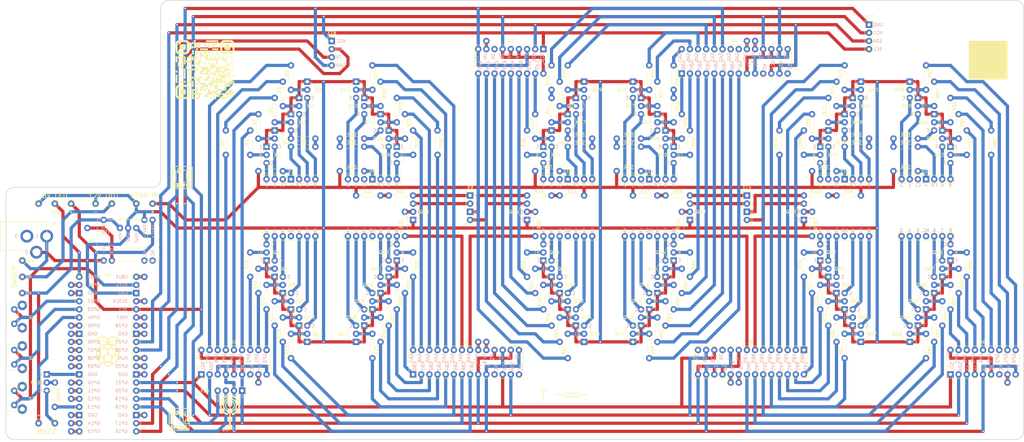
<source format=kicad_pcb>
(kicad_pcb (version 20240108) (generator "pcbnew") (generator_version "8.0")
  (layers (0 "F.Cu" signal) (31 "B.Cu" signal) (34 "B.Paste" user) (35 "F.Paste" user) (36 "B.SilkS" user "B.Silkscreen") (37 "F.SilkS" user "F.Silkscreen") (38 "B.Mask" user) (39 "F.Mask" user) (44 "Edge.Cuts" user))
  (net 0 "")
  (net 1 "Net-(X2.1-Pin_1)")
  (net 2 "/Tube_1-2/GND")
  (net 4 "Net-(Q7-B)")
  (net 5 "Net-(A1-GP1)")
  (net 6 "Net-(Q65-B)")
  (net 7 "Net-(A5-GPA7)")
  (net 8 "Net-(A5-GPA6)")
  (net 9 "Net-(Q64-B)")
  (net 10 "Net-(A5-GPA5)")
  (net 11 "Net-(Q63-B)")
  (net 12 "Net-(Q62-B)")
  (net 13 "Net-(A6-GP4)")
  (net 14 "Net-(A6-GP3)")
  (net 15 "Net-(Q61-B)")
  (net 16 "Net-(R87-Pad2)")
  (net 17 "Net-(Q60-C)")
  (net 18 "Net-(R85-Pad2)")
  (net 19 "Net-(Q60-B)")
  (net 20 "Net-(A6-GP2)")
  (net 21 "Net-(A6-GP1)")
  (net 22 "Net-(Q59-B)")
  (net 23 "Net-(Q58-B)")
  (net 24 "Net-(A6-GP0)")
  (net 25 "/Tube_1-2/170V")
  (net 26 "Net-(Q56-B)")
  (net 27 "Net-(A5-GPA3)")
  (net 28 "Net-(R97-Pad2)")
  (net 29 "Net-(Q55-B)")
  (net 30 "Net-(A5-GPA2)")
  (net 31 "Net-(Q54-B)")
  (net 32 "Net-(A5-GPA1)")
  (net 33 "Net-(A5-GPA0)")
  (net 34 "Net-(Q53-B)")
  (net 35 "Net-(Q52-B)")
  (net 36 "Net-(A5-GPB0)")
  (net 37 "Net-(A5-GPB5)")
  (net 38 "Net-(Q51-B)")
  (net 39 "Net-(A5-GPB4)")
  (net 40 "Net-(Q50-B)")
  (net 41 "Net-(Q49-C)")
  (net 42 "Net-(R72-Pad2)")
  (net 43 "Net-(Q49-B)")
  (net 44 "Net-(R70-Pad2)")
  (net 45 "Net-(A5-GPB3)")
  (net 46 "Net-(Q48-B)")
  (net 47 "Net-(A5-GPB2)")
  (net 48 "Net-(Q47-B)")
  (net 49 "Net-(A5-GPB1)")
  (net 50 "Net-(A5-GPA4)")
  (net 51 "Net-(Q57-B)")
  (net 52 "Net-(R100-Pad1)")
  (net 53 "Net-(Q69-B)")
  (net 54 "Net-(A5-GPB7)")
  (net 55 "Net-(A5-GPB6)")
  (net 56 "Net-(Q70-B)")
  (net 57 "Net-(Q46-B)")
  (net 58 "Net-(A4-GPB2)")
  (net 59 "Net-(Q45-B)")
  (net 60 "Net-(A4-GPB3)")
  (net 61 "Net-(Q44-B)")
  (net 62 "Net-(A4-GPB4)")
  (net 63 "Net-(A4-GPB5)")
  (net 64 "Net-(Q43-B)")
  (net 65 "Net-(Q42-B)")
  (net 66 "Net-(A4-GPB6)")
  (net 67 "Net-(A4-GPB7)")
  (net 68 "Net-(Q41-B)")
  (net 69 "Net-(Q39-B)")
  (net 70 "Net-(A4-GPB0)")
  (net 71 "Net-(X7-Pin_4)")
  (net 72 "Net-(Q1-B)")
  (net 73 "Net-(A1-GP3)")
  (net 74 "Net-(A1-GP4)")
  (net 75 "Net-(Q2-B)")
  (net 76 "Net-(R4-Pad2)")
  (net 77 "Net-(A1-GP5)")
  (net 78 "Net-(Q3-B)")
  (net 79 "Net-(R6-Pad2)")
  (net 80 "Net-(X7-Pin_5)")
  (net 81 "Net-(Q3-C)")
  (net 82 "Net-(Q4-B)")
  (net 83 "Net-(A1-GP6)")
  (net 84 "Net-(A1-GP7)")
  (net 85 "Net-(Q5-B)")
  (net 86 "Net-(Q6-B)")
  (net 87 "Net-(A1-GP0)")
  (net 88 "Net-(R57-Pad2)")
  (net 89 "Net-(Q38-C)")
  (net 90 "Net-(Q8-B)")
  (net 91 "Net-(A1-GP2)")
  (net 92 "Net-(Q9-B)")
  (net 93 "Net-(A2-GPB7)")
  (net 94 "Net-(Q10-B)")
  (net 95 "Net-(A2-GPB6)")
  (net 96 "Net-(A2-GPB5)")
  (net 97 "Net-(Q11-B)")
  (net 98 "Net-(A2-GPA5)")
  (net 99 "Net-(Q12-B)")
  (net 100 "Net-(A2-GPA4)")
  (net 101 "Net-(Q13-B)")
  (net 102 "Net-(R19-Pad2)")
  (net 103 "Net-(A2-GPA3)")
  (net 104 "Net-(Q14-B)")
  (net 105 "Net-(R21-Pad2)")
  (net 106 "Net-(Q14-C)")
  (net 107 "Net-(A2-GPA2)")
  (net 108 "Net-(Q15-B)")
  (net 109 "Net-(Q16-B)")
  (net 110 "Net-(A2-GPA1)")
  (net 111 "Net-(Q17-B)")
  (net 112 "Net-(A2-GPB4)")
  (net 113 "Net-(A2-GPB3)")
  (net 114 "Net-(Q18-B)")
  (net 115 "Net-(A2-GPB2)")
  (net 116 "Net-(Q19-B)")
  (net 117 "Net-(Q20-B)")
  (net 118 "Net-(A2-GPB1)")
  (net 119 "Net-(A2-GPB0)")
  (net 120 "Net-(Q21-B)")
  (net 121 "Net-(Q22-B)")
  (net 122 "Net-(A2-GPA0)")
  (net 123 "Net-(R31-Pad2)")
  (net 124 "Net-(X11-Pin_5)")
  (net 125 "Net-(R33-Pad2)")
  (net 126 "Net-(X11-Pin_4)")
  (net 127 "Net-(A2-GPA6)")
  (net 128 "Net-(Q23-B)")
  (net 129 "Net-(Q24-B)")
  (net 130 "Net-(A2-GPA7)")
  (net 131 "Net-(Q40-B)")
  (net 132 "Net-(A4-GPB1)")
  (net 133 "Net-(R55-Pad2)")
  (net 134 "Net-(Q38-B)")
  (net 135 "Net-(Q37-B)")
  (net 136 "Net-(Q36-B)")
  (net 137 "Net-(A4-GPA2)")
  (net 138 "Net-(Q35-B)")
  (net 139 "Net-(A3-GP0)")
  (net 140 "Net-(Q34-B)")
  (net 141 "Net-(A3-GP1)")
  (net 142 "Net-(Q33-B)")
  (net 143 "Net-(A3-GP2)")
  (net 144 "Net-(A3-GP3)")
  (net 145 "Net-(Q32-B)")
  (net 146 "Net-(Q31-B)")
  (net 147 "Net-(A3-GP4)")
  (net 148 "Net-(A3-GP5)")
  (net 149 "Net-(Q30-B)")
  (net 150 "Net-(Q29-B)")
  (net 151 "Net-(A4-GPA3)")
  (net 152 "Net-(Q28-B)")
  (net 153 "Net-(A4-GPA4)")
  (net 154 "Net-(Q27-C)")
  (net 155 "Net-(R42-Pad2)")
  (net 156 "Net-(Q27-B)")
  (net 157 "Net-(R40-Pad2)")
  (net 158 "Net-(A4-GPA5)")
  (net 159 "Net-(Q26-B)")
  (net 160 "Net-(A3-GP7)")
  (net 161 "Net-(A3-GP6)")
  (net 162 "Net-(Q25-B)")
  (net 163 "Net-(Q66-B)")
  (net 164 "Net-(A6-GP7)")
  (net 165 "Net-(A6-GP6)")
  (net 166 "Net-(Q67-B)")
  (net 167 "Net-(A6-GP5)")
  (net 168 "Net-(Q68-B)")
  (net 169 "Net-(Q42-C)")
  (net 170 "Net-(Q41-C)")
  (net 171 "Net-(Q43-C)")
  (net 172 "Net-(Q44-C)")
  (net 173 "Net-(Q45-C)")
  (net 174 "Net-(Q46-C)")
  (net 175 "Net-(Q33-C)")
  (net 176 "Net-(Q31-C)")
  (net 177 "Net-(Q35-C)")
  (net 178 "Net-(Q32-C)")
  (net 179 "Net-(Q34-C)")
  (net 180 "Net-(Q30-C)")
  (net 181 "Net-(Q11-C)")
  (net 182 "Net-(Q10-C)")
  (net 183 "Net-(Q8-C)")
  (net 184 "Net-(Q6-C)")
  (net 185 "Net-(Q7-C)")
  (net 186 "Net-(Q9-C)")
  (net 187 "Net-(Q20-C)")
  (net 188 "Net-(Q22-C)")
  (net 189 "Net-(Q17-C)")
  (net 190 "Net-(Q21-C)")
  (net 191 "Net-(Q19-C)")
  (net 192 "Net-(Q18-C)")
  (net 193 "Net-(Q53-C)")
  (net 194 "Net-(Q52-C)")
  (net 195 "Net-(Q55-C)")
  (net 196 "Net-(Q54-C)")
  (net 197 "Net-(Q56-C)")
  (net 198 "Net-(Q57-C)")
  (net 199 "Net-(Q68-C)")
  (net 200 "Net-(Q63-C)")
  (net 201 "Net-(Q65-C)")
  (net 202 "Net-(Q67-C)")
  (net 203 "Net-(Q66-C)")
  (net 204 "Net-(Q64-C)")
  (net 205 "Net-(Q2-C)")
  (net 206 "Net-(Q5-C)")
  (net 207 "Net-(Q4-C)")
  (net 208 "Net-(Q1-C)")
  (net 209 "Net-(Q37-C)")
  (net 210 "Net-(Q40-C)")
  (net 211 "Net-(Q39-C)")
  (net 212 "Net-(Q28-C)")
  (net 213 "Net-(Q26-C)")
  (net 214 "Net-(Q25-C)")
  (net 215 "Net-(Q29-C)")
  (net 216 "Net-(Q16-C)")
  (net 217 "Net-(Q15-C)")
  (net 218 "Net-(Q13-C)")
  (net 219 "Net-(Q12-C)")
  (net 220 "Net-(Q47-C)")
  (net 221 "Net-(Q48-C)")
  (net 222 "Net-(Q50-C)")
  (net 223 "Net-(Q51-C)")
  (net 224 "Net-(Q62-C)")
  (net 225 "Net-(Q59-C)")
  (net 226 "Net-(Q58-C)")
  (net 227 "Net-(Q61-C)")
  (net 228 "/Tube_1-2/3V3")
  (net 229 "Net-(Q69-C)")
  (net 230 "Net-(Q70-C)")
  (net 231 "Net-(Q23-C)")
  (net 232 "Net-(Q24-C)")
  (net 233 "Net-(X6-Pin_3)")
  (net 234 "Net-(X6-Pin_7)")
  (net 235 "Net-(X6-Pin_17)")
  (net 236 "Net-(X6-Pin_8)")
  (net 237 "Net-(U1-+VOUT)")
  (net 238 "Net-(X6-Pin_6)")
  (net 239 "Net-(X6-Pin_20)")
  (net 240 "Net-(X6-Pin_9)")
  (net 241 "Net-(Q71-C)")
  (net 242 "Net-(X6-Pin_18)")
  (net 243 "Net-(X6-Pin_12)")
  (net 244 "Net-(X6-Pin_37)")
  (net 245 "Net-(X6-Pin_10)")
  (net 246 "Net-(X6-Pin_14)")
  (net 247 "Net-(X6-Pin_15)")
  (net 248 "Net-(X6-Pin_30)")
  (net 249 "Net-(X6-Pin_34)")
  (net 250 "Net-(X6-Pin_23)")
  (net 251 "Net-(X6-Pin_29)")
  (net 252 "Net-(X6-Pin_11)")
  (net 253 "Net-(X6-Pin_28)")
  (net 254 "Net-(X18-Pin_3)")
  (net 255 "Net-(X6-Pin_19)")
  (net 256 "Net-(X6-Pin_16)")
  (net 257 "Net-(X6-Pin_35)")
  (net 258 "Net-(X6-Pin_5)")
  (net 259 "Net-(U1-+VIN)")
  (net 269 "Net-(A4-GPA7)")
  (net 270 "Net-(A4-GPA6)")
  (net 273 "Net-(X6-Pin_33)")
  (net 274 "Net-(U1-ON{slash}OFF)")
  (net 275 "Net-(Q36-C)")
  (net 276 "/Tube_3-4/SCL")
  (net 277 "/Tube_1-2/SDA")
  (net 278 "/Tube_3-4/SDA")
  (net 279 "/Tube_1-2/SCL")
  (net 280 "Net-(X6-Pin_40)")
  (net 281 "Net-(A5-INTB)")
  (net 282 "Net-(A5-INTA)")
  (net 283 "Net-(A2-INTA)")
  (net 284 "Net-(A2-INTB)")
  (net 285 "Net-(A4-INTB)")
  (net 286 "Net-(A4-INTA)")
  (net 287 "Net-(A1-INT)")
  (net 288 "Net-(A6-INT)")
  (net 289 "Net-(A3-INT)")
  (net 290 "Net-(X6-Pin_2)")
  (net 291 "Net-(Q71-B)")
  (net 293 "Net-(Q71-E)")
  (net 296 "Net-(X8-Pin_4)")
  (net 297 "Net-(X8-Pin_5)")
  (net 300 "Net-(X9-Pin_1)")
  (net 301 "Net-(X9-Pin_3)")
  (net 302 "Net-(X10-Pin_4)")
  (net 303 "Net-(X10-Pin_5)")
  (net 308 "Net-(X12-Pin_5)")
  (net 309 "Net-(X12-Pin_4)")
  (net 310 "Net-(X13-Pin_4)")
  (net 311 "Net-(X13-Pin_5)")
  (net 312 "Net-(X14-Pin_1)")
  (net 313 "Net-(X14-Pin_3)")
  (net 318 "Net-(X15-Pin_1)")
  (net 319 "Net-(X15-Pin_2)")
  (net 320 "Net-(X4.2-Pin_1)")
  (net 321 "Net-(X6-Pin_4)")
  (net 322 "Net-(X2.3-Pin_1)")
  (net 323 "Net-(X18-Pin_2)")
  (footprint "Nixie:SingleHole" (layer "F.Cu") (at 93.98 129.54)
    (property "Reference" "E26")
    (property "Value" "~")
  )
  (footprint "Nixie:Resistor-a" (layer "F.Cu") (at 241.3 86.36)
    (property "Reference" "R58")
    (property "Value" "R33K")
  )
  (footprint "Nixie:Resistor-a" (layer "F.Cu") (at 299.72 83.82 -90)
    (property "Reference" "R68")
    (property "Value" "R33K")
  )
  (footprint "Nixie:Pico_PCB" (layer "F.Cu") (at 73.66 129.54 -90)
    (property "Reference" "REF**")
    (property "Value" "Pico_PCB")
  )
  (footprint "Nixie:Pin_D1.0mm_L10.0mm" (layer "F.Cu") (at 55.88 129.54)
    (property "Reference" "X2.3")
    (property "Value" "Conn_01x01_Pin")
  )
  (footprint "Nixie:Resistor-a" (layer "F.Cu") (at 175.26 78.74 -90)
    (property "Reference" "R23")
    (property "Value" "R33K")
  )
  (footprint "Nixie:SingleHole" (layer "F.Cu") (at 71.12 157.48)
    (property "Reference" "E9")
    (property "Value" "~")
  )
  (footprint "Nixie:Resistor-a" (layer "F.Cu") (at 299.72 129.54 90)
    (property "Reference" "R76")
    (property "Value" "R33K")
  )
  (footprint "Nixie:Resistor-a" (layer "F.Cu") (at 302.26 78.74 -90)
    (property "Reference" "R69")
    (property "Value" "R33K")
  )
  (footprint "Nixie:Resistor-a" (layer "F.Cu") (at 248.92 88.9 180)
    (property "Reference" "R57")
    (property "Value" "R33K")
  )
  (footprint "Nixie:Resistor-a" (layer "F.Cu") (at 261.62 109.22 -90)
    (property "Reference" "R101")
    (property "Value" "R100K")
  )
  (footprint "Nixie:Resistor-a" (layer "F.Cu") (at 177.8 83.82 -90)
    (property "Reference" "R24")
    (property "Value" "R33K")
  )
  (footprint "Nixie:MPSA-42" (layer "F.Cu") (at 139.7 78.74 180)
    (property "Reference" "Q3")
    (property "Value" "MPSA42")
  )
  (footprint "Nixie:Resistor-a" (layer "F.Cu") (at 185.42 91.44 90)
    (property "Reference" "R19")
    (property "Value" "R100K")
  )
  (footprint "Nixie:Resistor-a" (layer "F.Cu") (at 213.36 83.82 -90)
    (property "Reference" "R38")
    (property "Value" "R33K")
  )
  (footprint "Nixie:Resistor-a" (layer "F.Cu") (at 251.46 63.5 -90)
    (property "Reference" "R53")
    (property "Value" "R33K")
  )
  (footprint "Nixie:Resistor-a" (layer "F.Cu") (at 312.42 63.5 -90)
    (property "Reference" "R75")
    (property "Value" "R33K")
  )
  (footprint "Nixie:MPSA-42" (layer "F.Cu") (at 264.16 111.76)
    (property "Reference" "Q69")
    (property "Value" "MPSA42")
  )
  (footprint "Nixie:SingleHole" (layer "F.Cu") (at 71.12 149.86)
    (property "Reference" "E6")
    (property "Value" "~")
  )
  (footprint "Nixie:Resistor-a" (layer "F.Cu") (at 312.42 154.94 90)
    (property "Reference" "R81")
    (property "Value" "R33K")
  )
  (footprint "Nixie:Resistor-a" (layer "F.Cu") (at 137.16 149.86 90)
    (property "Reference" "R14")
    (property "Value" "R33K")
  )
  (footprint "Nixie:MPSA-42" (layer "F.Cu") (at 165.1 139.7)
    (property "Reference" "Q19")
    (property "Value" "MPSA42")
  )
  (footprint "Nixie:Hole_M3" (layer "F.Cu") (at 237.49 166.37)
    (property "Reference" "REF**")
    (property "Value" "Hole_M3")
  )
  (footprint "Nixie:Resistor-a" (layer "F.Cu") (at 350.52 83.82 -90)
    (property "Reference" "R90")
    (property "Value" "R33K")
  )
  (footprint "Nixie:Resistor-a" (layer "F.Cu") (at 256.54 104.14)
    (property "Reference" "R98")
    (property "Value" "R33K")
  )
  (footprint "Nixie:MPSA-42" (layer "F.Cu") (at 137.16 134.62)
    (property "Reference" "Q8")
    (property "Value" "MPSA42")
  )
  (footprint "Nixie:MPSA-42" (layer "F.Cu") (at 226.06 78.74 180)
    (property "Reference" "Q27")
    (property "Value" "MPSA42")
  )
  (footprint "Nixie:SingleHole" (layer "F.Cu") (at 93.98 142.24)
    (property "Reference" "E24")
    (property "Value" "~")
  )
  (footprint "Nixie:MPSA-42" (layer "F.Cu") (at 332.74 149.86)
    (property "Reference" "Q63")
    (property "Value" "MPSA42")
  )
  (footprint "Nixie:Resistor-a" (layer "F.Cu") (at 254 149.86 90)
    (property "Reference" "R62")
    (property "Value" "R33K")
  )
  (footprint "Nixie:Pin_D1.0mm_L10.0mm" (layer "F.Cu") (at 55.88 124.46)
    (property "Reference" "X2.1")
    (property "Value" "Conn_01x01_Pin")
  )
  (footprint "Nixie:Resistor-a" (layer "F.Cu") (at 127 83.82 -90)
    (property "Reference" "R2")
    (property "Value" "R33K")
  )
  (footprint "Nixie:Resistor-a" (layer "F.Cu") (at 350.52 129.54 90)
    (property "Reference" "R96")
    (property "Value" "R33K")
  )
  (footprint "Nixie:Pin_D1.0mm_L10.0mm" (layer "F.Cu") (at 55.88 134.62)
    (property "Reference" "X2.2")
    (property "Value" "Conn_01x01_Pin")
  )
  (footprint "Nixie:Pinbar_4-14-f" (layer "F.Cu") (at 330.2 116.84)
    (property "Reference" "X13")
    (property "Value" "Conn_01x06_Socket")
  )
  (footprint "Nixie:MPSA-42" (layer "F.Cu") (at 170.18 129.54)
    (property "Reference" "Q21")
    (property "Value" "MPSA42")
  )
  (footprint "Nixie:Resistor-a" (layer "F.Cu") (at 320.04 86.36 180)
    (property "Reference" "R73")
    (property "Value" "R33K")
  )
  (footprint "Nixie:DIP-28_IC+Socket" (layer "F.Cu") (at 261.62 66.04 180)
    (property "Reference" "A4")
    (property "Value" "MCP23017_SP")
  )
  (footprint "Nixie:Resistor-a" (layer "F.Cu") (at 340.36 149.86 90)
    (property "Reference" "R92")
    (property "Value" "R33K")
  )
  (footprint "Nixie:Resistor-a" (layer "F.Cu") (at 327.66 86.36)
    (property "Reference" "R88")
    (property "Value" "R33K")
  )
  (footprint "Nixie:SingleHole" (layer "F.Cu") (at 71.12 167.64)
    (property "Reference" "E12")
    (property "Value" "~")
  )
  (footprint "Nixie:SingleHole" (layer "F.Cu") (at 93.98 160.02)
    (property "Reference" "E17")
    (property "Value" "~")
  )
  (footprint "Nixie:Resistor-a" (layer "F.Cu") (at 226.06 154.94 90)
    (property "Reference" "R51")
    (property "Value" "R33K")
  )
  (footprint "Nixie:Pin_D1.0mm_L10.0mm" (layer "F.Cu") (at 60.96 106.68)
    (property "Reference" "X4.3")
    (property "Value" "Conn_01x01_Pin")
  )
  (footprint "Nixie:MPSA-42" (layer "F.Cu") (at 162.56 73.66 180)
    (property "Reference" "Q13")
    (property "Value" "MPSA42")
  )
  (footprint "Nixie:SingleHole" (layer "F.Cu") (at 71.12 144.78)
    (property "Reference" "E4")
    (property "Value" "~")
  )
  (footprint "Nixie:Resistor-a" (layer "F.Cu") (at 129.54 96.52)
    (property "Reference" "R1")
    (property "Value" "R12K")
  )
  (footprint "Nixie:Resistor-a" (layer "F.Cu") (at 259.08 63.5 -90)
    (property "Reference" "R55")
    (property "Value" "R100K")
  )
  (footprint "Nixie:MPSA-42" (layer "F.Cu") (at 246.38 68.58 180)
    (property "Reference" "Q36")
    (property "Value" "MPSA42")
  )
  (footprint "Nixie:Resistor-a" (layer "F.Cu") (at 213.36 129.54 90)
    (property "Reference" "R46")
    (property "Value" "R33K")
  )
  (footprint "Nixie:MPSA-42" (layer "F.Cu") (at 340.36 134.62)
    (property "Reference" "Q66")
    (property "Value" "MPSA42")
  )
  (footprint "Nixie:Resistor-a" (layer "F.Cu") (at 215.9 78.74 -90)
    (property "Reference" "R39")
    (property "Value" "R33K")
  )
  (footprint "Nixie:MPSA-42" (layer "F.Cu") (at 170.18 83.82 180)
    (property "Reference" "Q15")
    (property "Value" "MPSA42")
  )
  (footprint "Nixie:Button" (layer "F.Cu") (at 53.38 139.7)
    (property "Reference" "S1")
    (property "Value" "SW_Push")
  )
  (footprint "Nixie:Hole_M3" (layer "F.Cu") (at 54.61 176.53)
    (property "Reference" "REF**")
    (property "Value" "Hole_M3")
  )
  (footprint "Nixie:Resistor-a" (layer "F.Cu") (at 177.8 129.54 90)
    (property "Reference" "R30")
    (property "Value" "R33K")
  )
  (footprint "Nixie:SingleHole" (layer "F.Cu") (at 279.4 162.56)
    (property "Reference" "E34")
    (property "Value" "~")
  )
  (footprint "Nixie:Resistor-a" (layer "F.Cu") (at 340.36 68.58 -90)
    (property "Reference" "R84")
    (property "Value" "R33K")
  )
  (footprint "Nixie:SingleHole" (layer "F.Cu") (at 363.22 162.56)
    (property "Reference" "E35")
    (property "Value" "~")
  )
  (footprint "Nixie:Resistor-a" (layer "F.Cu") (at 172.72 73.66 -90)
    (property "Reference" "R20")
    (property "Value" "R100K")
  )
  (footprint "Nixie:DIP-28_IC+Socket" (layer "F.Cu") (at 299.72 152.4)
    (property "Reference" "A5")
    (property "Value" "MCP23017_SP")
  )
  (footprint "Nixie:Resistor-a" (layer "F.Cu") (at 302.26 134.62 90)
    (property "Reference" "R77")
    (property "Value" "R33K")
  )
  (footprint "Nixie:MPSA-42" (layer "F.Cu") (at 345.44 88.9 180)
    (property "Reference" "Q62")
    (property "Value" "MPSA42")
  )
  (footprint "Nixie:Resistor-a" (layer "F.Cu") (at 165.1 154.94 90)
    (property "Reference" "R25")
    (property "Value" "R33K")
  )
  (footprint "Nixie:Tube_PCB" (layer "F.Cu") (at 304.8 116.84)
    (property "Reference" "REF**")
    (property "Value" "Tube_PCB")
  )
  (footprint "Nixie:Hole_M3" (layer "F.Cu") (at 364.49 176.53)
    (property "Reference" "REF**")
    (property "Value" "Hole_M3")
  )
  (footprint "Nixie:Resistor-a" (layer "F.Cu") (at 327.66 96.52)
    (property "Reference" "R82")
    (property "Value" "R12K")
  )
  (footprint "Nixie:MPSA-42" (layer "F.Cu") (at 314.96 73.66 180)
    (property "Reference" "Q50")
    (property "Value" "MPSA42")
  )
  (footprint "Nixie:Pin_D1.0mm_L10.0mm" (layer "F.Cu") (at 83.82 106.68)
    (property "Reference" "X3.1")
    (property "Value" "Conn_01x01_Pin")
  )
  (footprint "Nixie:MPSA-42" (layer "F.Cu") (at 226.06 139.7)
    (property "Reference" "Q33")
    (property "Value" "MPSA42")
  )
  (footprint "Nixie:SingleHole" (layer "F.Cu") (at 129.54 162.56)
    (property "Reference" "E27")
    (property "Value" "~")
  )
  (footprint "Nixie:Resistor-a" (layer "F.Cu") (at 220.98 63.5 -90)
    (property "Reference" "R40")
    (property "Value" "R100K")
  )
  (footprint "Nixie:Resistor-a" (layer "F.Cu") (at 134.62 144.78 90)
    (property "Reference" "R13")
    (property "Value" "R33K")
  )
  (footprint "Nixie:Button" (layer "F.Cu") (at 53.38 152.4)
    (property "Reference" "S2")
    (property "Value" "SW_Push")
  )
  (footprint "Nixie:SingleHole" (layer "F.Cu") (at 71.12 134.62)
    (property "Reference" "E3")
    (property "Value" "~")
  )
  (footprint "Nixie:Resistor-a" (layer "F.Cu") (at 264.16 129.54 90)
    (property "Reference" "R66")
    (property "Value" "R33K")
  )
  (footprint "Nixie:MPSA-42" (layer "F.Cu") (at 312.42 78.74 180)
    (property "Reference" "Q49")
    (property "Value" "MPSA42")
  )
  (footprint "Nixie:MPSA-42" (layer "F.Cu") (at 63.5 160.02 180)
    (property "Reference" "Q71")
    (property "Value" "MPSA42")
  )
  (footprint "Nixie:MPSA-42" (layer "F.Cu") (at 317.5 149.86)
    (property "Reference" "Q57")
    (property "Value" "MPSA42")
  )
  (footprint "Nixie:MPSA-42" (layer "F.Cu") (at 213.36 111.76)
    (property "Reference" "Q24")
    (property "Value" "MPSA42")
  )
  (footprint "Nixie:Pin_D1.0mm_L10.0mm" (layer "F.Cu") (at 96.52 106.68)
    (property "Reference" "X5.1")
    (property "Value" "Conn_01x01_Pin")
  )
  (footprint "Nixie:MPSA-42" (layer "F.Cu") (at 307.34 129.54)
    (property "Reference" "Q53")
    (property "Value" "MPSA42")
  )
  (footprint "Nixie:Resistor-a" (layer "F.Cu") (at 154.94 96.52)
    (property "Reference" "R16")
    (property "Value" "R12K")
  )
  (footprint "Nixie:Hole_M3" (layer "F.Cu") (at 102.87 46.99)
    (property "Reference" "REF**")
    (property "Value" "Hole_M3")
  )
  (footprint "Nixie:SingleHole" (layer "F.Cu") (at 93.98 154.94)
    (property "Reference" "E19")
    (property "Value" "~")
  )
  (footprint "Nixie:Tube_PCB" (layer "F.Cu") (at 330.2 116.84)
    (property "Reference" "REF**")
    (property "Value" "Tube_PCB")
  )
  (footprint "Nixie:MPSA-42" (layer "F.Cu") (at 254 78.74 180)
    (property "Reference" "Q38")
    (property "Value" "MPSA42")
  )
  (footprint "Nixie:SingleHole" (layer "F.Cu") (at 71.12 172.72)
    (property "Reference" "E13")
    (property "Value" "~")
  )
  (footprint "Nixie:MPSA-42" (layer "F.Cu") (at 312.42 139.7)
    (property "Reference" "Q55")
    (property "Value" "MPSA42")
  )
  (footprint "Nixie:SingleHole" (layer "F.Cu") (at 71.12 162.56)
    (property "Reference" "E10")
    (property "Value" "~")
  )
  (footprint "Nixie:Resistor-a" (layer "F.Cu") (at 259.08 73.66 -90)
    (property "Reference" "R56")
    (property "Value" "R100K")
  )
  (footprint "Nixie:MPSA-42" (layer "F.Cu") (at 337.82 139.7)
    (property "Reference" "Q65")
    (property "Value" "MPSA42")
  )
  (footprint "Nixie:SingleHole" (layer "F.Cu") (at 276.86 162.56)
    (property "Reference" "E33")
    (property "Value" "~")
  )
  (footprint "Nixie:MPSA-42" (layer "F.Cu") (at 332.74 68.58 180)
    (property "Reference" "Q58")
    (property "Value" "MPSA42")
  )
  (footprint "Nixie:Resistor-a" (layer "F.Cu") (at 154.94 86.36)
    (property "Reference" "R22")
    (property "Value" "R33K")
  )
  (footprint "Nixie:Resistor-a" (layer "F.Cu") (at 223.52 149.86 90)
    (property "Reference" "R50")
    (property "Value" "R33K")
  )
  (footprint "Nixie:Resistor-a" (layer "F.Cu") (at 246.38 104.14)
    (property "Reference" "R97")
    (property "Value" "R100K")
  )
  (footprint "Nixie:MPSA-42" (layer "F.Cu") (at 142.24 73.66 180)
    (property "Reference" "Q4")
    (property "Value" "MPSA42")
  )
  (footprint "Nixie:Resistor-a" (layer "F.Cu") (at 129.54 78.74 -90)
    (property "Reference" "R3")
    (property "Value" "R33K")
  )
  (footprint "Nixie:Resistor-a" (layer "F.Cu") (at 337.82 63.5 -90)
    (property "Reference" "R83")
    (property "Value" "R33K")
  )
  (footprint "Nixie:DIP-18_IC+Socket" (layer "F.Cu") (at 111.76 160.02 180)
    (property "Reference" "A1")
    (property "Value" "MCP23008-xP")
  )
  (footprint "Nixie:SingleHole" (layer "F.Cu") (at 71.12 177.8)
    (property "Reference" "E15")
    (property "Value" "~")
  )
  (footprint "Nixie:Button" (layer "F.Cu") (at 53.38 165.1)
    (property "Reference" "S3")
    (property "Value" "SW_Push")
  )
  (footprint "Nixie:Resistor-a" (layer "F.Cu") (at 132.08 139.7 90)
    (property "Reference" "R12")
    (property "Value" "R33K")
  )
  (footprint "Nixie:MPSA-42" (layer "F.Cu") (at 167.64 134.62)
    (property "Reference" "Q20")
    (property "Value" "MPSA42")
  )
  (footprint "Nixie:DIP-28_IC+Socket" (layer "F.Cu") (at 177.8 160.02 180)
    (property "Reference" "A2")
    (property "Value" "MCP23017_SP")
  )
  (footprint "Nixie:MPSA-42" (layer "F.Cu") (at 259.08 124.46)
    (property "Reference" "Q46")
    (property "Value" "MPSA42")
  )
  (footprint "Nixie:MPSA-42" (layer "F.Cu") (at 218.44 124.46)
    (property "Reference" "Q30")
    (property "Value" "MPSA42")
  )
  (footprint "Nixie:MPSA-42" (layer "F.Cu") (at 317.5 68.58 180)
    (property "Reference" "Q51")
    (property "Value" "MPSA42")
  )
  (footprint "Nixie:MPSA-42" (layer "F.Cu") (at 340.36 78.74 180)
    (property "Reference" "Q60")
    (property "Value" "MPSA42")
  )
  (footprint "Nixie:MPSA-42" (layer "F.Cu") (at 162.56 144.78)
    (property "Reference" "Q18")
    (property "Value" "MPSA42")
  )
  (footprint "Nixie:Resistor-a" (layer "F.Cu") (at 312.42 88.9)
    (property "Reference" "R72")
    (property "Value" "R33K")
  )
  (footprint "Nixie:SingleHole" (layer "F.Cu") (at 281.94 55.88)
    (property "Reference" "E32")
    (property "Value" "~")
  )
  (footprint "Nixie:Tube_PCB" (layer "F.Cu") (at 157.48 116.84)
    (property "Reference" "REF**")
    (property "Value" "Tube_PCB")
  )
  (footprint "Nixie:Resistor-a" (layer "F.Cu") (at 233.68 86.36 180)
    (property "Reference" "R43")
    (property "Value" "R33K")
  )
  (footprint "Nixie:MPSA-42" (layer "F.Cu") (at 223.52 134.62)
    (property "Reference" "Q32")
    (property "Value" "MPSA42")
  )
  (footprint "Nixie:Pinbar_4-14-f" (layer "F.Cu") (at 243.84 116.84)
    (property "Reference" "X11")
    (property "Value" "Conn_01x06_Socket")
  )
  (footprint "Nixie:MPSA-42" (layer "F.Cu") (at 132.08 88.9 180)
    (property "Reference" "Q1")
    (property "Value" "MPSA42")
  )
  (footprint "Nixie:Resistor-a" (layer "F.Cu") (at 292.1 91.44 90)
    (property "Reference" "R70")
    (property "Value" "R100K")
  )
  (footprint "Nixie:Pin_D1.0mm_L10.0mm" (layer "F.Cu") (at 60.96 175.26)
    (property "Reference" "X16.1")
    (property "Value" "Conn_01x01_Pin")
  )
  (footprint "Nixie:SingleHole" (layer "F.Cu") (at 71.12 152.4)
    (property "Reference" "E7")
    (property "Value" "~")
  )
  (footprint "Nixie:MPSA-42" (layer "F.Cu") (at 256.54 129.54)
    (property "Reference" "Q45")
    (property "Value" "MPSA42")
  )
  (footprint "Nixie:SingleHole" (layer "F.Cu") (at 93.98 147.32)
    (property "Reference" "E22")
    (property "Value" "~")
  )
  (footprint "Nixie:MPSA-42" (layer "F.Cu") (at 248.92 144.78)
    (property "Reference" "Q42")
    (property "Value" "MPSA42")
  )
  (footprint "Nixie:Resistor-a" (layer "F.Cu") (at 215.9 134.62 90)
    (property "Reference" "R47")
    (property "Value" "R33K")
  )
  (footprint "Nixie:SingleHole" (layer "F.Cu") (at 200.66 149.86)
    (property "Reference" "E28")
    (property "Value" "~")
  )
  (footprint "Nixie:MPSA-42" (layer "F.Cu") (at 231.14 149.86)
    (property "Reference" "Q35")
    (property "Value" "MPSA42")
  )
  (footprint "Nixie:Resistor-a" (layer "F.Cu") (at 175.26 134.62 90)
    (property "Reference" "R29")
    (property "Value" "R33K")
  )
  (footprint "Nixie:Pinbar_1-20-f" (layer "F.Cu") (at 73.66 129.54 -90)
    (property "Reference" "X6")
    (property "Value" "Conn_02x20_Counter_Clockwise")
  )
  (footprint "Nixie:Resistor-a" (layer "F.Cu") (at 261.62 78.74 -90)
    (property "Reference" "R59")
    (property "Value" "R33K")
  )
  (footprint "Nixie:Resistor-a" (layer "F.Cu") (at 335.28 88.9 180)
    (property "Reference" "R87")
    (property "Value" "R33K")
  )
  (footprint "Nixie:Resistor-a" (layer "F.Cu") (at 139.7 154.94 90)
    (property "Reference" "R15")
    (property "Value" "R33K")
  )
  (footprint "Nixie:Resistor-a" (layer "F.Cu") (at 345.44 139.7 90)
    (property "Reference" "R94")
    (property "Value" "R33K")
  )
  (footprint "Nixie:MPSA-42" (layer "F.Cu") (at 314.96 144.78)
    (property "Reference" "Q56")
    (property "Value" "MPSA42")
  )
  (footprint "Nixie:Resistor-a" (layer "F.Cu") (at 307.34 144.78 90)
    (property "Reference" "R79")
    (property "Value" "R33K")
  )
  (footprint "Nixie:SingleHole" (layer "F.Cu") (at 93.98 137.16)
    (property "Reference" "E25")
    (property "Value" "~")
  )
  (footprint "Nixie:Resistor-a" (layer "F.Cu") (at 172.72 139.7 90)
    (property "Reference" "R28")
    (property "Value" "R33K")
  )
  (footprint "Nixie:MPSA-42" (layer "F.Cu") (at 220.98 83.82 180)
    (property "Reference" "Q26")
    (property "Value" "MPSA42")
  )
  (footprint "Nixie:Resistor-a" (layer "F.Cu") (at 119.38 91.44 90)
    (property "Reference" "R4")
    (property "Value" "R100K")
  )
  (footprint "Nixie:MPSA-42" (layer "F.Cu") (at 144.78 68.58 180)
    (property "Reference" "Q5")
    (property "Value" "MPSA42")
  )
  (footprint "Nixie:Resistor-a" (layer "F.Cu") (at 337.82 154.94 90)
    (property "Reference" "R91")
    (property "Value" "R33K")
  )
  (footprint "Nixie:Resistor-a" (layer "F.Cu") (at 231.14 104.14 180)
    (property "Reference" "R33")
    (property "Value" "R100K")
  )
  (footprint "Nixie:Resistor-a" (layer "F.Cu") (at 160.02 104.14)
    (property "Reference" "R31")
    (property "Value" "R100K")
  )
  (footprint "Nixie:Pin_D1.0mm_L10.0mm" (layer "F.Cu") (at 66.04 175.26)
    (property "Reference" "X16.2")
    (property "Value" "Conn_01x01_Pin")
  )
  (footprint "Nixie:Resistor-a" (layer "F.Cu") (at 167.64 149.86 90)
    (property "Reference" "R26")
    (property "Value" "R33K")
  )
  (footprint "Nixie:Resistor-a" (layer "F.Cu") (at 127 129.54 90)
    (property "Reference" "R10")
    (property "Value" "R33K")
  )
  (footprint "Nixie:Resistor-a" (layer "F.Cu") (at 165.1 63.5 -90)
    (property "Reference" "R17")
    (property "Value" "R33K")
  )
  (footprint "Nixie:Resistor-a" (layer "F.Cu") (at 215.9 109.22 -90)
    (property "Reference" "R36")
    (property "Value" "R100K")
  )
  (footprint "Nixie:MPSA-42" (layer "F.Cu") (at 220.98 129.54)
    (property "Reference" "Q31")
    (property "Value" "MPSA42")
  )
  (footprint "Nixie:SingleHole" (layer "F.Cu") (at 284.48 55.88)
    (property "Reference" "E31")
    (property "Value" "~")
  )
  (footprint "Nixie:MPSA-42" (layer "F.Cu") (at 259.08 88.9 180)
    (property "Reference" "Q40")
    (property "Value" "MPSA42")
  )
  (footprint "Nixie:Resistor-a" (layer "F.Cu") (at 147.32 86.36 180)
    (property "Reference" "R7")
    (property "Value" "R33K")
  )
  (footprint "Nixie:Resistor-a" (layer "F.Cu") (at 264.16 83.82 -90)
    (property "Reference" "R60")
    (property "Value" "R33K")
  )
  (footprint "Nixie:Pinbar_4-14-f" (layer "F.Cu") (at 218.44 116.84)
    (property "Reference" "X10")
    (property "Value" "Conn_01x06_Socket")
  )
  (footprint "Nixie:Resistor-a" (layer "F.Cu") (at 309.88 68.58 -90)
    (property "Reference" "R74")
    (property "Value" "R33K")
  )
  (footprint "Nixie:MPSA-42" (layer "F.Cu") (at 139.7 139.7)
    (property "Reference" "Q9")
    (property "Value" "MPSA42")
  )
  (footprint "Nixie:Resistor-a" (layer "F.Cu") (at 167.64 68.58 -90)
    (property "Reference" "R18")
    (property "Value" "R33K")
  )
  (footprint "Nixie:Tube_PCB" (layer "F.Cu") (at 243.84 116.84)
    (property "Reference" "REF**")
    (property "Value" "Tube_PCB")
  )
  (footprint "Nixie:Resistor-a" (layer "F.Cu") (at 226.06 63.5 -90)
    (property "Reference" "R45")
    (property "Value" "R33K")
  )
  (footprint "Nixie:Pinbar_1-4-f-c" (layer "F.Cu") (at 320.04 50.8 -90)
    (property "Reference" "X17")
    (property "Value" "Conn_01x04_Socket")
  )
  (footprint "Nixie:Pinbar_1-4-f-a" (layer "F.Cu") (at 281.94 104.14 -90)
    (property "Reference" "X14")
    (property "Value" "Conn_01x04_Socket")
  )
  (footprint "Nixie:MPSA-42" (layer "F.Cu") (at 134.62 129.54)
    (property "Reference" "Q7")
    (property "Value" "MPSA42")
  )
  (footprint "Nixie:SingleHole" (layer "F.Cu") (at 76.2 114.3)
    (property "Reference" "E1")
    (property "Value" "~")
  )
  (footprint "Nixie:Resistor-a" (layer "F.Cu") (at 307.34 104.14 180)
    (property "Reference" "R100")
    (property "Value" "R33K")
  )
  (footprint "Nixie:MPSA-42" (layer "F.Cu") (at 342.9 129.54)
    (property "Reference" "Q67")
    (property "Value" "MPSA42")
  )
  (footprint "Nixie:Resistor-a" (layer "F.Cu") (at 304.8 139.7 90)
    (property "Reference" "R78")
    (property "Value" "R33K")
  )
  (footprint "Nixie:Resistor-a" (layer "F.Cu") (at 358.14 91.44 90)
    (property "Reference" "R85")
    (property "Value" "R100K")
  )
  (footprint "Nixie:Socket_5-5" (layer "F.Cu") (at 63.5 116.84)
    (property "Reference" "X1")
    (property "Value" "Barrel_Jack_Switch")
  )
  (footprint "Nixie:SingleHole" (layer "F.Cu") (at 200.66 55.88)
    (property "Reference" "E30")
    (property "Value" "~")
  )
  (footprint "Nixie:MPSA-42" (layer "F.Cu") (at 177.8 111.76)
    (property "Reference" "Q23")
    (property "Value" "MPSA42")
  )
  (footprint "Nixie:Resistor-a" (layer "F.Cu") (at 302.26 96.52)
    (property "Reference" "R67")
    (property "Value" "R12K")
  )
  (footprint "Nixie:Resistor-a" (layer "F.Cu") (at 261.62 134.62 90)
    (property "Reference" "R65")
    (property "Value" "R33K")
  )
  (footprint "Nixie:SingleHole" (layer "F.Cu") (at 71.12 154.94)
    (property "Reference" "E8")
    (property "Value" "~")
  )
  (footprint "Nixie:MPSA-42" (layer "F.Cu") (at 299.72 111.76)
    (property "Reference" "Q70")
    (property "Value" "MPSA42")
  )
  (footprint "Nixie:MPSA-42" (layer "F.Cu") (at 307.34 83.82 180)
    (property "Reference" "Q48")
    (property "Value" "MPSA42")
  )
  (footprint "Nixie:MPSA-42" (layer "F.Cu") (at 160.02 149.86)
    (property "Reference" "Q17")
    (property "Value" "MPSA42")
  )
  (footprint "Nixie:MPSA-42" (layer "F.Cu") (at 172.72 124.46)
    (property "Reference" "Q22")
    (property "Value" "MPSA42")
  )
  (footprint "Nixie:Resistor-a" (layer "F.Cu") (at 139.7 63.5 -90)
    (property "Reference" "R9")
    (property "Value" "R33K")
  )
  (footprint "Nixie:SingleHole" (layer "F.Cu") (at 71.12 165.1)
    (property "Reference" "E11")
    (property "Value" "~")
  )
  (footprint "Nixie:DIP-18_IC+Socket" (layer "F.Cu") (at 218.44 58.42)
    (property "Reference" "A3")
    (property "Value" "MCP23008-xP")
  )
  (footprint "Nixie:Resistor-a" (layer "F.Cu") (at 226.06 88.9)
    (property "Reference" "R42")
    (property "Value" "R33K")
  )
  (footprint "Nixie:Pin_D1.0mm_L10.0mm" (layer "F.Cu") (at 66.04 106.68)
    (property "Reference" "X4.2")
    (property "Value" "Conn_01x01_Pin")
  )
  (footprint "Nixie:Resistor-a" (layer "F.Cu") (at 215.9 96.52)
    (property "Reference" "R37")
    (property "Value" "R12K")
  )
  (footprint "Nixie:SingleHole" (layer "F.Cu") (at 93.98 172.72)
    (property "Reference" "E16")
    (property "Value" "~")
  )
  (footprint "Nixie:MPSA-42" (layer "F.Cu") (at 248.92 73.66 180)
    (property "Reference" "Q37")
    (property "Value" "MPSA42")
  )
  (footprint "Nixie:Resistor-a" (layer "F.Cu") (at 309.88 149.86 90)
    (property "Reference" "R80")
    (property "Value" "R33K")
  )
  (footprint "Nixie:Resistor-a" (layer "F.Cu") (at 342.9 144.78 90)
    (property "Reference" "R93")
    (property "Value" "R33K")
  )
  (footprint "Nixie:MPSA-42" (layer "F.Cu") (at 228.6 73.66 180)
    (property "Reference" "Q28")
    (property "Value" "MPSA42")
  )
  (footprint "Nixie:MPSA-42" (layer "F.Cu") (at 144.78 149.86)
    (property "Reference" "Q11")
    (property "Value" "MPSA42")
  )
  (footprint "Nixie:MPSA-42" (layer "F.Cu") (at 228.6 144.78)
    (property "Reference" "Q34")
    (property "Value" "MPSA42")
  )
  (footprint "Nixie:MPSA-42" (layer "F.Cu") (at 142.24 144.78)
    (property "Reference" "Q10")
    (property "Value" "MPSA42")
  )
  (footprint "Nixie:Resistor-a" (layer "F.Cu") (at 223.52 68.58 -90)
    (property "Reference" "R44")
    (property "Value" "R33K")
  )
  (footprint "Nixie:Resistor-a" (layer "F.Cu") (at 259.08 139.7 90)
    (property "Reference" "R64")
    (property "Value" "R33K")
  )
  (footprint "Nixie:Tube_PCB" (layer "F.Cu") (at 218.44 116.84)
    (property "Reference" "REF**")
    (property "Value" "Tube_PCB")
  )
  (footprint "Nixie:Resistor-a" (layer "F.Cu") (at 307.34 73.66 -90)
    (property "Reference" "R71")
    (property "Value" "R100K")
  )
  (footprint "Nixie:Pinbar_1-4-f-d" (layer "F.Cu") (at 152.4 55.88 -90)
    (property "Reference" "X18")
    (property "Value" "Conn_01x04_Socket")
  )
  (footprint "Nixie:SingleHole" (layer "F.Cu") (at 93.98 157.48)
    (property "Reference" "E18")
    (property "Value" "~")
  )
  (footprint "Nixie:Resistor-a" (layer "F.Cu") (at 137.16 68.58 -90)
    (property "Reference" "R8")
    (property "Value" "R33K")
  )
  (footprint "Nixie:MPSA-42" (layer "F.Cu") (at 218.44 88.9 180)
    (property "Reference" "Q25")
    (property "Value" "MPSA42")
  )
  (footprint "Nixie:DCDC_12V-5V-3W" (layer "F.Cu") (at 81.28 124.46)
    (property "Reference" "U1")
    (property "Value" "TDN_5-0911WISM")
  )
  (footprint "Nixie:Resistor-a" (layer "F.Cu") (at 256.54 144.78 90)
    (property "Reference" "R63")
    (property "Value" "R33K")
  )
  (footprint "Nixie:DIP-18_IC+Socket" (layer "F.Cu") (at 345.44 160.02 180)
    (property "Reference" "A6")
    (property "Value" "MCP23008-xP")
  )
  (footprint "Nixie:Resistor-a" (layer "F.Cu") (at 220.98 144.78 90)
    (property "Reference" "R49")
    (property "Value" "R33K")
  )
  (footprint "Nixie:MPSA-42" (layer "F.Cu") (at 172.72 88.9 180)
    (property "Reference" "Q16")
    (property "Value" "MPSA42")
  )
  (footprint "Nixie:Resistor-a" (layer "F.Cu") (at 345.44 73.66 -90)
    (property "Reference" "R86")
    (property "Value" "R100K")
  )
  (footprint "Nixie:MPSA-42" (layer "F.Cu") (at 231.14 68.58 180)
    (property "Reference" "Q29")
    (property "Value" "MPSA42")
  )
  (footprint "Nixie:Resistor-a" (layer "F.Cu") (at 218.44 139.7 90)
    (property "Reference" "R48")
    (property "Value" "R33K")
  )
  (footprint "Nixie:SingleHole" (layer "F.Cu") (at 198.12 149.86)
    (property "Reference" "E29")
    (property "Value" "~")
  )
  (footprint "Nixie:MPSA-42" (layer "F.Cu") (at 256.54 83.82 180)
    (property "Reference" "Q39")
    (property "Value" "MPSA42")
  )
  (footprint "Nixie:Resistor-a" (layer "F.Cu") (at 241.3 96.52)
    (property "Reference" "R52")
    (property "Value" "R12K")
  )
  (footprint "Nixie:MPSA-42" (layer "F.Cu") (at 309.88 134.62)
    (property "Reference" "Q54")
    (property "Value" "MPSA42")
  )
  (footprint "Nixie:Pin_D1.0mm_L10.0mm" (layer "F.Cu") (at 71.12 106.68)
    (property "Reference" "X4.1")
    (property "Value" "Conn_01x01_Pin")
  )
  (footprint "Nixie:MPSA-42" (layer "F.Cu") (at 251.46 139.7)
    (property "Reference" "Q43")
    (property "Value" "MPSA42")
  )
  (footprint "Nixie:Pinbar_4-14-f" (layer "F.Cu") (at 304.8 116.84)
    (property "Reference" "X12")
    (property "Value" "Conn_01x06_Socket")
  )
  (footprint "Nixie:Resistor-a" (layer "F.Cu") (at 66.04 170.18 90)
    (property "Reference" "R103")
    (property "Value" "R")
  )
  (footprint "Nixie:SingleHole" (layer "F.Cu") (at 93.98 144.78)
    (property "Reference" "E23")
    (property "Value" "~")
  )
  (footprint "Nixie:Resistor-a" (layer "F.Cu") (at 251.46 154.94 90)
    (property "Reference" "R61")
    (property "Value" "R33K")
  )
  (footprint "Nixie:Resistor-a" (layer "F.Cu") (at 134.62 73.66 -90)
    (property "Reference" "R5")
    (property "Value" "R100K")
  )
  (footprint "Nixie:Tube_PCB" (layer "F.Cu") (at 132.08 116.84)
    (property "Reference" "REF**")
    (property "Value" "Tube_PCB")
  )
  (footprint "Nixie:Resistor-a" (layer "F.Cu") (at 317.5 104.14 180)
    (property "Reference" "R99")
    (property "Value" "R100K")
  )
  (footprint "Nixie:Resistor-a" (layer "F.Cu") (at 139.7 88.9)
    (property "Reference" "R6")
    (property "Value" "R33K")
  )
  (footprint "Nixie:SingleHole" (layer "F.Cu") (at 71.12 147.32)
    (property "Reference" "E5")
    (property "Value" "~")
  )
  (footprint "Nixie:MPSA-42" (layer "F.Cu") (at 335.28 73.66 180)
    (property "Reference" "Q59")
    (property "Value" "MPSA42")
  )
  (footprint "Nixie:Pinbar_4-14-f" (layer "F.Cu") (at 157.48 116.84)
    (property "Reference" "X8")
    (property "Value" "Conn_01x06_Socket")
  )
  (footprint "Nixie:SingleHole" (layer "F.Cu") (at 71.12 132.08)
    (property "Reference" "E2")
    (property "Value" "~")
  )
  (footprint "Nixie:Resistor-a" (layer "F.Cu") (at 220.98 73.66 -90)
    (property "Reference" "R41")
    (property "Value" "R100K")
  )
  (footprint "Nixie:MPSA-42" (layer "F.Cu") (at 132.08 124.46)
    (property "Reference" "Q6")
    (property "Value" "MPSA42")
  )
  (footprint "Nixie:MPSA-42" (layer "F.Cu") (at 342.9 83.82 180)
    (property "Reference" "Q61")
    (property "Value" "MPSA42")
  )
  (footprint "Nixie:MPSA-42" (layer "F.Cu") (at 345.44 124.46)
    (property "Reference" "Q68")
    (property "Value" "MPSA42")
  )
  (footprint "Nixie:MPSA-42" (layer "F.Cu") (at 254 134.62)
    (property "Reference" "Q44")
    (property "Value" "MPSA42")
  )
  (footprint "Nixie:Pinbar_1-4-f-b" (layer "F.Cu") (at 116.84 165.1)
    (property "Reference" "X15")
    (property "Value" "Conn_01x04_Socket")
  )
  (footprint "Nixie:Hole_M3" (layer "F.Cu") (at 54.61 105.41)
    (property "Reference" "REF**")
    (property "Value" "Hole_M3")
  )
  (footprint "Nixie:Resistor-a" (layer "F.Cu") (at 170.18 104.14)
    (property "Reference" "R32")
    (property "Value" "R33K")
  )
  (footprint "Nixie:Resistor-a" (layer "F.Cu") (at 162.56 88.9 180)
    (property "Reference" "R21")
    (property "Value" "R33K")
  )
  (footprint "Nixie:Resistor-a" (layer "F.Cu") (at 129.54 134.62 90)
    (property "Reference" "R11")
    (property "Value" "R33K")
  )
  (footprint "Nixie:MPSA-42" (layer "F.Cu") (at 160.02 68.58 180)
    (property "Reference" "Q12")
    (property "Value" "MPSA42")
  )
  (footprint "Nixie:Resistor-a" (layer "F.Cu") (at 175.26 109.22 -90)
    (property "Reference" "R35")
    (property "Value" "R100K")
  )
  (footprint "Nixie:SingleHole" (layer "F.Cu") (at 71.12 175.26)
    (property "Reference" "E14")
    (property "Value" "~")
  )
  (footprint "Nixie:MPSA-42" (layer "F.Cu") (at 246.38 149.86)
    (property "Reference" "Q41")
    (property "Value" "MPSA42")
  )
  (footprint "Nixie:MPSA-42" (layer "F.Cu") (at 134.62 83.82 180)
    (property "Reference" "Q2")
    (property "Value" "MPSA42")
  )
  (footprint "Nixie:Hole_M3" (layer "F.Cu") (at 212.09 166.37)
    (property "Reference" "REF**")
    (property "Value" "Hole_M3")
  )
  (footprint "Nixie:MPSA-42" (layer "F.Cu") (at 304.8 88.9 180)
    (property "Reference" "Q47")
    (property "Value" "MPSA42")
  )
  (footprint "Nixie:Hole_M3" (layer "F.Cu") (at 364.49 46.99)
    (property "Reference" "REF**")
    (property "Value" "Hole_M3")
  )
  (footprint "Nixie:MPSA-42" (layer "F.Cu") (at 304.8 124.46)
    (property "Reference" "Q52")
    (property "Value" "MPSA42")
  )
  (footprint "Nixie:Resistor-a" (layer "F.Cu") (at 220.98 104.14 180)
    (property "Reference" "R34")
    (property "Value" "R33K")
  )
  (footprint "Nixie:Pin_D1.0mm_L10.0mm" (layer "F.Cu") (at 91.44 106.68)
    (property "Reference" "X5.2")
    (property "Value" "Conn_01x01_Pin")
  )
  (footprint "Nixie:DCDC_12V-5V-5W" (layer "F.Cu") (at 86.36 114.3)
    (property "Reference" "U2")
    (property "Value" "R-78E5.0-1.0")
  )
  (footprint "Nixie:Pinbar_1-4-f-a" (layer "F.Cu") (at 195.58 104.14 -90)
    (property "Reference" "X9")
    (property "Value" "Conn_01x04_Socket")
  )
  (footprint "Nixie:Resistor-a" (layer "F.Cu") (at 254 68.58 -90)
    (property "Reference" "R54")
    (property "Value" "R33K")
  )
  (footprint "Nixie:Pinbar_4-14-f" (layer "F.Cu") (at 132.08 116.84)
    (property "Reference" "X7")
    (property "Value" "Conn_01x06_Socket")
  )
  (footprint "Nixie:Resistor-a" (layer "F.Cu") (at 170.18 144.78 90)
    (property "Reference" "R27")
    (property "Value" "R33K")
  )
  (footprint "Nixie:MPSA-42" (layer "F.Cu") (at 335.28 144.78)
    (property "Reference" "Q64")
    (property "Value" "MPSA42")
  )
  (footprint "Nixie:Resistor-a" (layer "F.Cu") (at 302.26 109.22 -90)
    (property "Reference" "R102")
    (property "Value" "R100K")
  )
  (footprint "Nixie:Pin_D1.0mm_L10.0mm" (layer "F.Cu") (at 78.74 106.68)
    (property "Reference" "X3.2")
    (property "Value" "Conn_01x01_Pin")
  )
  (footprint "Nixie:Resistor-a" (layer "F.Cu") (at 347.98 134.62 90)
    (property "Reference" "R95")
    (property "Value" "R33K")
  )
  (footprint "Nixie:MPSA-42" (layer "F.Cu") (at 167.64 78.74 180)
    (property "Reference" "Q14")
    (property "Value" "MPSA42")
  )
  (footprint "Nixie:Resistor-a" (layer "F.Cu") (at 347.98 78.74 -90)
    (property "Reference" "R89")
    (property "Value" "R33K")
  )
  (gr_poly (pts (xy 116.721693 72.100419) (xy 116.738301 72.101681) (xy 116.754667 72.103761) (xy 116.770771 72.106637) (xy 116.786593 72.110289) (xy 116.802111 72.114695) (xy 116.817306 72.119837) (xy 116.832157 72.125692) (xy 116.846643 72.132241) (xy 116.860743 72.139463) (xy 116.874438 72.147338) (xy 116.887706 72.155844) (xy 116.900528 72.164961) (xy 116.912882 72.17467) (xy 116.924748 72.184948) (xy 116.936105 72.195776) (xy 116.946933 72.207134) (xy 116.957211 72.219) (xy 116.96692 72.231354) (xy 116.976037 72.244175) (xy 116.984543 72.257444) (xy 116.992418 72.271138) (xy 116.99964 72.285239) (xy 117.006188 72.299725) (xy 117.012044 72.314576) (xy 117.017185 72.329771) (xy 117.021592 72.345289) (xy 117.025244 72.361111) (xy 117.028119 72.377215) (xy 117.030199 72.393581) (xy 117.031462 72.410189) (xy 117.031887 72.427018) (xy 117.031462 72.443846) (xy 117.030199 72.460454) (xy 117.028119 72.47682) (xy 117.025244 72.492925) (xy 117.021592 72.508746) (xy 117.017185 72.524265) (xy 117.012044 72.53946) (xy 117.006188 72.554311) (xy 116.99964 72.568797) (xy 116.992418 72.582897) (xy 116.984543 72.596592) (xy 116.976037 72.60986) (xy 116.96692 72.622682) (xy 116.957211 72.635036) (xy 116.946933 72.646902) (xy 116.936105 72.658259) (xy 116.924748 72.669087) (xy 116.912882 72.679366) (xy 116.900528 72.689074) (xy 116.887706 72.698192) (xy 116.874438 72.706698) (xy 116.860743 72.714573) (xy 116.846643 72.721794) (xy 116.832157 72.728343) (xy 116.817306 72.734199) (xy 116.802111 72.73934) (xy 116.786593 72.743747) (xy 116.770771 72.747399) (xy 116.754667 72.750275) (xy 116.738301 72.752354) (xy 116.721693 72.753617) (xy 116.704864 72.754043) (xy 116.688036 72.753617) (xy 116.671428 72.752354) (xy 116.655062 72.750275) (xy 116.638957 72.747399) (xy 116.623136 72.743747) (xy 116.607617 72.73934) (xy 116.592422 72.734199) (xy 116.577571 72.728343) (xy 116.563085 72.721794) (xy 116.548985 72.714573) (xy 116.53529 72.706698) (xy 116.522022 72.698192) (xy 116.5092 72.689074) (xy 116.496846 72.679366) (xy 116.48498 72.669087) (xy 116.473623 72.658259) (xy 116.462795 72.646902) (xy 116.452516 72.635036) (xy 116.442808 72.622682) (xy 116.43369 72.60986) (xy 116.425184 72.596592) (xy 116.41731 72.582897) (xy 116.410088 72.568797) (xy 116.403539 72.554311) (xy 116.397683 72.53946) (xy 116.392542 72.524265) (xy 116.388135 72.508746) (xy 116.384483 72.492925) (xy 116.381607 72.47682) (xy 116.379528 72.460454) (xy 116.378265 72.443846) (xy 116.377839 72.427018) (xy 116.378265 72.410189) (xy 116.379528 72.393581) (xy 116.381607 72.377215) (xy 116.384483 72.361111) (xy 116.388135 72.345289) (xy 116.392542 72.329771) (xy 116.397683 72.314576) (xy 116.403539 72.299725) (xy 116.410088 72.285239) (xy 116.41731 72.271138) (xy 116.425184 72.257444) (xy 116.43369 72.244175) (xy 116.442808 72.231354) (xy 116.452516 72.219) (xy 116.462795 72.207134) (xy 116.473623 72.195776) (xy 116.48498 72.184948) (xy 116.496846 72.17467) (xy 116.5092 72.164961) (xy 116.522022 72.155844) (xy 116.53529 72.147338) (xy 116.548985 72.139463) (xy 116.563085 72.132241) (xy 116.577571 72.125692) (xy 116.592422 72.119837) (xy 116.607617 72.114695) (xy 116.623136 72.110289) (xy 116.638957 72.106637) (xy 116.655062 72.103761) (xy 116.671428 72.101681) (xy 116.688036 72.100419) (xy 116.704864 72.099993)) (stroke (width -0.000001)) (fill solid) (layer "F.SilkS"))
  (gr_poly (pts (xy 111.006693 57.49542) (xy 111.0233 57.496682) (xy 111.039667 57.498762) (xy 111.055771 57.501638) (xy 111.071593 57.50529) (xy 111.087111 57.509696) (xy 111.102306 57.514838) (xy 111.117157 57.520693) (xy 111.131643 57.527242) (xy 111.145743 57.534464) (xy 111.159438 57.542339) (xy 111.172706 57.550845) (xy 111.185528 57.559962) (xy 111.197882 57.569671) (xy 111.209748 57.579949) (xy 111.221105 57.590777) (xy 111.231933 57.602135) (xy 111.242212 57.614001) (xy 111.25192 57.626355) (xy 111.261038 57.639176) (xy 111.269544 57.652445) (xy 111.277418 57.666139) (xy 111.28464 57.68024) (xy 111.291189 57.694726) (xy 111.297044 57.709577) (xy 111.302186 57.724772) (xy 111.306593 57.74029) (xy 111.310244 57.756112) (xy 111.31312 57.772216) (xy 111.3152 57.788583) (xy 111.316463 57.80519) (xy 111.316888 57.822019) (xy 111.316463 57.838848) (xy 111.3152 57.855455) (xy 111.31312 57.871822) (xy 111.310244 57.887926) (xy 111.306593 57.903748) (xy 111.302186 57.919266) (xy 111.297044 57.934461) (xy 111.291189 57.949312) (xy 111.28464 57.963798) (xy 111.277418 57.977898) (xy 111.269544 57.991593) (xy 111.261038 58.004862) (xy 111.25192 58.017683) (xy 111.242212 58.030037) (xy 111.231933 58.041903) (xy 111.221105 58.05326) (xy 111.209748 58.064089) (xy 111.197882 58.074367) (xy 111.185528 58.084076) (xy 111.172706 58.093193) (xy 111.159438 58.101699) (xy 111.145743 58.109574) (xy 111.131643 58.116796) (xy 111.117157 58.123345) (xy 111.102306 58.1292) (xy 111.087111 58.134341) (xy 111.071593 58.138748) (xy 111.055771 58.1424) (xy 111.039667 58.145276) (xy 111.0233 58.147355) (xy 111.006693 58.148618) (xy 110.989864 58.149044) (xy 110.973035 58.148618) (xy 110.956428 58.147355) (xy 110.940061 58.145276) (xy 110.923957 58.1424) (xy 110.908135 58.138748) (xy 110.892617 58.134341) (xy 110.877422 58.1292) (xy 110.862571 58.123345) (xy 110.848085 58.116796) (xy 110.833985 58.109574) (xy 110.82029 58.101699) (xy 110.807021 58.093193) (xy 110.7942 58.084076) (xy 110.781846 58.074367) (xy 110.76998 58.064089) (xy 110.758623 58.05326) (xy 110.747794 58.041903) (xy 110.737516 58.030037) (xy 110.727807 58.017683) (xy 110.71869 58.004862) (xy 110.710184 57.991593) (xy 110.702309 57.977898) (xy 110.695087 57.963798) (xy 110.688538 57.949312) (xy 110.682683 57.934461) (xy 110.677542 57.919266) (xy 110.673135 57.903748) (xy 110.669483 57.887926) (xy 110.666607 57.871822) (xy 110.664528 57.855455) (xy 110.663265 57.838848) (xy 110.662839 57.822019) (xy 110.663265 57.80519) (xy 110.664528 57.788583) (xy 110.666607 57.772216) (xy 110.669483 57.756112) (xy 110.673135 57.74029) (xy 110.677542 57.724772) (xy 110.682683 57.709577) (xy 110.688538 57.694726) (xy 110.695087 57.68024) (xy 110.702309 57.666139) (xy 110.710184 57.652445) (xy 110.71869 57.639176) (xy 110.727807 57.626355) (xy 110.737516 57.614001) (xy 110.747794 57.602135) (xy 110.758623 57.590777) (xy 110.76998 57.579949) (xy 110.781846 57.569671) (xy 110.7942 57.559962) (xy 110.807021 57.550845) (xy 110.82029 57.542339) (xy 110.833985 57.534464) (xy 110.848085 57.527242) (xy 110.862571 57.520693) (xy 110.877422 57.514838) (xy 110.892617 57.509696) (xy 110.908135 57.50529) (xy 110.923957 57.501638) (xy 110.940061 57.498762) (xy 110.956428 57.496682) (xy 110.973035 57.49542) (xy 110.989864 57.494994)) (stroke (width -0.000001)) (fill solid) (layer "F.SilkS"))
  (gr_poly (pts (xy 116.721693 58.13042) (xy 116.738301 58.131682) (xy 116.754667 58.133762) (xy 116.770771 58.136638) (xy 116.786593 58.14029) (xy 116.802111 58.144696) (xy 116.817306 58.149838) (xy 116.832157 58.155693) (xy 116.846643 58.162242) (xy 116.860743 58.169464) (xy 116.874438 58.177339) (xy 116.887706 58.185845) (xy 116.900528 58.194962) (xy 116.912882 58.204671) (xy 116.924748 58.214949) (xy 116.936105 58.225777) (xy 116.946933 58.237135) (xy 116.957211 58.249001) (xy 116.96692 58.261355) (xy 116.976037 58.274176) (xy 116.984543 58.287445) (xy 116.992418 58.30114) (xy 116.99964 58.31524) (xy 117.006188 58.329726) (xy 117.012044 58.344577) (xy 117.017185 58.359772) (xy 117.021592 58.37529) (xy 117.025244 58.391112) (xy 117.028119 58.407216) (xy 117.030199 58.423583) (xy 117.031462 58.44019) (xy 117.031887 58.457019) (xy 117.031462 58.473848) (xy 117.030199 58.490455) (xy 117.028119 58.506822) (xy 117.025244 58.522926) (xy 117.021592 58.538747) (xy 117.017185 58.554266) (xy 117.012044 58.569461) (xy 117.006188 58.584312) (xy 116.99964 58.598798) (xy 116.992418 58.612898) (xy 116.984543 58.626593) (xy 116.976037 58.639862) (xy 116.96692 58.652683) (xy 116.957211 58.665037) (xy 116.946933 58.676903) (xy 116.936105 58.688261) (xy 116.924748 58.699089) (xy 116.912882 58.709367) (xy 116.900528 58.719076) (xy 116.887706 58.728193) (xy 116.874438 58.736699) (xy 116.860743 58.744574) (xy 116.846643 58.751796) (xy 116.832157 58.758345) (xy 116.817306 58.7642) (xy 116.802111 58.769342) (xy 116.786593 58.773748) (xy 116.770771 58.7774) (xy 116.754667 58.780276) (xy 116.738301 58.782356) (xy 116.721693 58.783619) (xy 116.704864 58.784044) (xy 116.688036 58.783619) (xy 116.671428 58.782356) (xy 116.655062 58.780276) (xy 116.638957 58.7774) (xy 116.623136 58.773748) (xy 116.607617 58.769342) (xy 116.592422 58.7642) (xy 116.577571 58.758345) (xy 116.563085 58.751796) (xy 116.548985 58.744574) (xy 116.53529 58.736699) (xy 116.522022 58.728193) (xy 116.5092 58.719076) (xy 116.496846 58.709367) (xy 116.48498 58.699089) (xy 116.473623 58.688261) (xy 116.462795 58.676903) (xy 116.452516 58.665037) (xy 116.442808 58.652683) (xy 116.43369 58.639862) (xy 116.425184 58.626593) (xy 116.41731 58.612898) (xy 116.410088 58.598798) (xy 116.403539 58.584312) (xy 116.397683 58.569461) (xy 116.392542 58.554266) (xy 116.388135 58.538747) (xy 116.384483 58.522926) (xy 116.381607 58.506822) (xy 116.379528 58.490455) (xy 116.378265 58.473848) (xy 116.377839 58.457019) (xy 116.378265 58.44019) (xy 116.379528 58.423583) (xy 116.381607 58.407216) (xy 116.384483 58.391112) (xy 116.388135 58.37529) (xy 116.392542 58.359772) (xy 116.397683 58.344577) (xy 116.403539 58.329726) (xy 116.410088 58.31524) (xy 116.41731 58.30114) (xy 116.425184 58.287445) (xy 116.43369 58.274176) (xy 116.442808 58.261355) (xy 116.452516 58.249001) (xy 116.462795 58.237135) (xy 116.473623 58.225777) (xy 116.48498 58.214949) (xy 116.496846 58.204671) (xy 116.5092 58.194962) (xy 116.522022 58.185845) (xy 116.53529 58.177339) (xy 116.548985 58.169464) (xy 116.563085 58.162242) (xy 116.577571 58.155693) (xy 116.592422 58.149838) (xy 116.607617 58.144696) (xy 116.623136 58.14029) (xy 116.638957 58.136638) (xy 116.655062 58.133762) (xy 116.671428 58.131682) (xy 116.688036 58.13042) (xy 116.704864 58.129994)) (stroke (width -0.000001)) (fill solid) (layer "F.SilkS"))
  (gr_poly (pts (xy 113.546692 67.655419) (xy 113.5633 67.656682) (xy 113.579666 67.658761) (xy 113.59577 67.661637) (xy 113.611592 67.665289) (xy 113.627111 67.669696) (xy 113.642305 67.674837) (xy 113.657156 67.680693) (xy 113.671642 67.687242) (xy 113.685743 67.694463) (xy 113.699438 67.702338) (xy 113.712706 67.710844) (xy 113.725528 67.719962) (xy 113.737882 67.72967) (xy 113.749747 67.739948) (xy 113.761105 67.750777) (xy 113.771933 67.762134) (xy 113.782212 67.774) (xy 113.79192 67.786354) (xy 113.801038 67.799176) (xy 113.809544 67.812444) (xy 113.817418 67.826139) (xy 113.82464 67.840239) (xy 113.831189 67.854725) (xy 113.837044 67.869576) (xy 113.842186 67.884771) (xy 113.846593 67.90029) (xy 113.850244 67.916111) (xy 113.85312 67.932216) (xy 113.8552 67.948582) (xy 113.856463 67.965189) (xy 113.856888 67.982018) (xy 113.856463 67.998847) (xy 113.8552 68.015454) (xy 113.85312 68.031821) (xy 113.850244 68.047925) (xy 113.846593 68.063747) (xy 113.842186 68.079265) (xy 113.837044 68.09446) (xy 113.831189 68.109311) (xy 113.82464 68.123797) (xy 113.817418 68.137898) (xy 113.809544 68.151592) (xy 113.801038 68.164861) (xy 113.79192 68.177682) (xy 113.782212 68.190036) (xy 113.771933 68.201902) (xy 113.761105 68.21326) (xy 113.749747 68.224088) (xy 113.737882 68.234366) (xy 113.725528 68.244075) (xy 113.712706 68.253192) (xy 113.699438 68.261698) (xy 113.685743 68.269573) (xy 113.671642 68.276795) (xy 113.657156 68.283344) (xy 113.642305 68.289199) (xy 113.627111 68.294341) (xy 113.611592 68.298747) (xy 113.59577 68.302399) (xy 113.579666 68.305275) (xy 113.5633 68.307355) (xy 113.546692 68.308617) (xy 113.529863 68.309043) (xy 113.513035 68.308617) (xy 113.496427 68.307355) (xy 113.480061 68.305275) (xy 113.463957 68.302399) (xy 113.448135 68.298747) (xy 113.432616 68.294341) (xy 113.417421 68.289199) (xy 113.402571 68.283344) (xy 113.388085 68.276795) (xy 113.373984 68.269573) (xy 113.360289 68.261698) (xy 113.347021 68.253192) (xy 113.3342 68.244075) (xy 113.321846 68.234366) (xy 113.30998 68.224088) (xy 113.298622 68.21326) (xy 113.287794 68.201902) (xy 113.277516 68.190036) (xy 113.267807 68.177682) (xy 113.25869 68.164861) (xy 113.250184 68.151592) (xy 113.242309 68.137898) (xy 113.235087 68.123797) (xy 113.228538 68.109311) (xy 113.222683 68.09446) (xy 113.217542 68.079265) (xy 113.213135 68.063747) (xy 113.209483 68.047925) (xy 113.206607 68.031821) (xy 113.204528 68.015454) (xy 113.203265 67.998847) (xy 113.202839 67.982018) (xy 113.203265 67.965189) (xy 113.204528 67.948582) (xy 113.206607 67.932216) (xy 113.209483 67.916111) (xy 113.213135 67.90029) (xy 113.217542 67.884771) (xy 113.222683 67.869576) (xy 113.228538 67.854725) (xy 113.235087 67.840239) (xy 113.242309 67.826139) (xy 113.250184 67.812444) (xy 113.25869 67.799176) (xy 113.267807 67.786354) (xy 113.277516 67.774) (xy 113.287794 67.762134) (xy 113.298622 67.750777) (xy 113.30998 67.739948) (xy 113.321846 67.72967) (xy 113.3342 67.719962) (xy 113.347021 67.710844) (xy 113.360289 67.702338) (xy 113.373984 67.694463) (xy 113.388085 67.687242) (xy 113.402571 67.680693) (xy 113.417421 67.674837) (xy 113.432616 67.669696) (xy 113.448135 67.665289) (xy 113.463957 67.661637) (xy 113.480061 67.658761) (xy 113.496427 67.656682) (xy 113.513035 67.655419) (xy 113.529863 67.654993)) (stroke (width -0.000001)) (fill solid) (layer "F.SilkS"))
  (gr_poly (pts (xy 119.896691 64.480419) (xy 119.913299 64.481682) (xy 119.929666 64.483761) (xy 119.94577 64.486637) (xy 119.961592 64.490289) (xy 119.97711 64.494696) (xy 119.992305 64.499837) (xy 120.007156 64.505693) (xy 120.021642 64.512242) (xy 120.035743 64.519463) (xy 120.049438 64.527338) (xy 120.062706 64.535844) (xy 120.075527 64.544962) (xy 120.087881 64.55467) (xy 120.099747 64.564948) (xy 120.111105 64.575777) (xy 120.121933 64.587134) (xy 120.132211 64.599) (xy 120.14192 64.611354) (xy 120.151037 64.624176) (xy 120.159543 64.637444) (xy 120.167418 64.651139) (xy 120.17464 64.665239) (xy 120.181188 64.679725) (xy 120.187044 64.694576) (xy 120.192185 64.709771) (xy 120.196592 64.72529) (xy 120.200244 64.741111) (xy 120.203119 64.757216) (xy 120.205199 64.773582) (xy 120.206462 64.790189) (xy 120.206887 64.807018) (xy 120.206462 64.823847) (xy 120.205199 64.840454) (xy 120.203119 64.856821) (xy 120.200244 64.872925) (xy 120.196592 64.888747) (xy 120.192185 64.904265) (xy 120.187044 64.91946) (xy 120.181188 64.934311) (xy 120.17464 64.948797) (xy 120.167418 64.962898) (xy 120.159543 64.976592) (xy 120.151037 64.989861) (xy 120.14192 65.002682) (xy 120.132211 65.015036) (xy 120.121933 65.026902) (xy 120.111105 65.03826) (xy 120.099747 65.049088) (xy 120.087881 65.059366) (xy 120.075527 65.069075) (xy 120.062706 65.078192) (xy 120.049438 65.086698) (xy 120.035743 65.094573) (xy 120.021642 65.101795) (xy 120.007156 65.108344) (xy 119.992305 65.114199) (xy 119.97711 65.119341) (xy 119.961592 65.123747) (xy 119.94577 65.127399) (xy 119.929666 65.130275) (xy 119.913299 65.132355) (xy 119.896691 65.133617) (xy 119.879863 65.134043) (xy 119.863034 65.133617) (xy 119.846426 65.132355) (xy 119.83006 65.130275) (xy 119.813956 65.127399) (xy 119.798134 65.123747) (xy 119.782616 65.119341) (xy 119.767421 65.114199) (xy 119.75257 65.108344) (xy 119.738084 65.101795) (xy 119.723984 65.094573) (xy 119.710289 65.086698) (xy 119.697021 65.078192) (xy 119.684199 65.069075) (xy 119.671845 65.059366) (xy 119.659979 65.049088) (xy 119.648622 65.03826) (xy 119.637794 65.026902) (xy 119.627515 65.015036) (xy 119.617807 65.002682) (xy 119.60869 64.989861) (xy 119.600183 64.976592) (xy 119.592309 64.962898) (xy 119.585087 64.948797) (xy 119.578538 64.934311) (xy 119.572683 64.91946) (xy 119.567542 64.904265) (xy 119.563135 64.888747) (xy 119.559483 64.872925) (xy 119.556607 64.856821) (xy 119.554528 64.840454) (xy 119.553265 64.823847) (xy 119.552839 64.807018) (xy 119.553265 64.790189) (xy 119.554528 64.773582) (xy 119.556607 64.757216) (xy 119.559483 64.741111) (xy 119.563135 64.72529) (xy 119.567542 64.709771) (xy 119.572683 64.694576) (xy 119.578538 64.679725) (xy 119.585087 64.665239) (xy 119.592309 64.651139) (xy 119.600183 64.637444) (xy 119.60869 64.624176) (xy 119.617807 64.611354) (xy 119.627515 64.599) (xy 119.637794 64.587134) (xy 119.648622 64.575777) (xy 119.659979 64.564948) (xy 119.671845 64.55467) (xy 119.684199 64.544962) (xy 119.697021 64.535844) (xy 119.710289 64.527338) (xy 119.723984 64.519463) (xy 119.738084 64.512242) (xy 119.75257 64.505693) (xy 119.767421 64.499837) (xy 119.782616 64.494696) (xy 119.798134 64.490289) (xy 119.813956 64.486637) (xy 119.83006 64.483761) (xy 119.846426 64.481682) (xy 119.863034 64.480419) (xy 119.879863 64.479993)) (stroke (width -0.000001)) (fill solid) (layer "F.SilkS"))
  (gr_poly (pts (xy 108.466693 62.575419) (xy 108.483301 62.576682) (xy 108.499667 62.578762) (xy 108.515771 62.581638) (xy 108.531593 62.585289) (xy 108.547111 62.589696) (xy 108.562306 62.594838) (xy 108.577157 62.600693) (xy 108.591643 62.607242) (xy 108.605744 62.614464) (xy 108.619439 62.622338) (xy 108.632707 62.630845) (xy 108.645528 62.639962) (xy 108.657883 62.64967) (xy 108.669748 62.659949) (xy 108.681106 62.670777) (xy 108.691934 62.682135) (xy 108.702213 62.694) (xy 108.711921 62.706354) (xy 108.721039 62.719176) (xy 108.729545 62.732444) (xy 108.737419 62.746139) (xy 108.744641 62.76024) (xy 108.75119 62.774726) (xy 108.757046 62.789577) (xy 108.762187 62.804771) (xy 108.766594 62.82029) (xy 108.770245 62.836112) (xy 108.773121 62.852216) (xy 108.775201 62.868582) (xy 108.776464 62.88519) (xy 108.776889 62.902019) (xy 108.776464 62.918847) (xy 108.775201 62.935455) (xy 108.773121 62.951821) (xy 108.770245 62.967925) (xy 108.766594 62.983747) (xy 108.762187 62.999266) (xy 108.757046 63.014461) (xy 108.75119 63.029311) (xy 108.744641 63.043797) (xy 108.737419 63.057898) (xy 108.729545 63.071593) (xy 108.721039 63.084861) (xy 108.711921 63.097682) (xy 108.702213 63.110036) (xy 108.691934 63.121902) (xy 108.681106 63.13326) (xy 108.669748 63.144088) (xy 108.657883 63.154366) (xy 108.645528 63.164075) (xy 108.632707 63.173192) (xy 108.619439 63.181698) (xy 108.605744 63.189573) (xy 108.591643 63.196795) (xy 108.577157 63.203344) (xy 108.562306 63.209199) (xy 108.547111 63.21434) (xy 108.531593 63.218747) (xy 108.515771 63.222399) (xy 108.499667 63.225275) (xy 108.483301 63.227354) (xy 108.466693 63.228617) (xy 108.449864 63.229043) (xy 108.433036 63.228617) (xy 108.416428 63.227354) (xy 108.400062 63.225275) (xy 108.383957 63.222399) (xy 108.368136 63.218747) (xy 108.352617 63.21434) (xy 108.337422 63.209199) (xy 108.322572 63.203344) (xy 108.308086 63.196795) (xy 108.293985 63.189573) (xy 108.28029 63.181698) (xy 108.267022 63.173192) (xy 108.2542 63.164075) (xy 108.241846 63.154366) (xy 108.22998 63.144088) (xy 108.218623 63.13326) (xy 108.207795 63.121902) (xy 108.197516 63.110036) (xy 108.187808 63.097682) (xy 108.17869 63.084861) (xy 108.170184 63.071593) (xy 108.16231 63.057898) (xy 108.155088 63.043797) (xy 108.148539 63.029311) (xy 108.142683 63.014461) (xy 108.137542 62.999266) (xy 108.133135 62.983747) (xy 108.129483 62.967925) (xy 108.126607 62.951821) (xy 108.124528 62.935455) (xy 108.123265 62.918847) (xy 108.122839 62.902019) (xy 108.123265 62.88519) (xy 108.124528 62.868582) (xy 108.126607 62.852216) (xy 108.129483 62.836112) (xy 108.133135 62.82029) (xy 108.137542 62.804771) (xy 108.142683 62.789577) (xy 108.148539 62.774726) (xy 108.155088 62.76024) (xy 108.16231 62.746139) (xy 108.170184 62.732444) (xy 108.17869 62.719176) (xy 108.187808 62.706354) (xy 108.197516 62.694) (xy 108.207795 62.682135) (xy 108.218623 62.670777) (xy 108.22998 62.659949) (xy 108.241846 62.64967) (xy 108.2542 62.639962) (xy 108.267022 62.630845) (xy 108.28029 62.622338) (xy 108.293985 62.614464) (xy 108.308086 62.607242) (xy 108.322572 62.600693) (xy 108.337422 62.594838) (xy 108.352617 62.589696) (xy 108.368136 62.585289) (xy 108.383957 62.581638) (xy 108.400062 62.578762) (xy 108.416428 62.576682) (xy 108.433036 62.575419) (xy 108.449864 62.574994)) (stroke (width -0.000001)) (fill solid) (layer "F.SilkS"))
  (gr_poly (pts (xy 109.736692 72.100419) (xy 109.7533 72.101681) (xy 109.769666 72.103761) (xy 109.785771 72.106637) (xy 109.801592 72.110289) (xy 109.817111 72.114695) (xy 109.832306 72.119837) (xy 109.847157 72.125692) (xy 109.861643 72.132241) (xy 109.875743 72.139463) (xy 109.889438 72.147338) (xy 109.902707 72.155844) (xy 109.915528 72.164961) (xy 109.927882 72.17467) (xy 109.939748 72.184948) (xy 109.951105 72.195776) (xy 109.961933 72.207134) (xy 109.972212 72.219) (xy 109.98192 72.231354) (xy 109.991038 72.244175) (xy 109.999544 72.257444) (xy 110.007418 72.271138) (xy 110.01464 72.285239) (xy 110.021189 72.299725) (xy 110.027045 72.314576) (xy 110.032186 72.329771) (xy 110.036593 72.345289) (xy 110.040244 72.361111) (xy 110.04312 72.377215) (xy 110.0452 72.393581) (xy 110.046463 72.410189) (xy 110.046888 72.427018) (xy 110.046463 72.443846) (xy 110.0452 72.460454) (xy 110.04312 72.47682) (xy 110.040244 72.492925) (xy 110.036593 72.508746) (xy 110.032186 72.524265) (xy 110.027045 72.53946) (xy 110.021189 72.554311) (xy 110.01464 72.568797) (xy 110.007418 72.582897) (xy 109.999544 72.596592) (xy 109.991038 72.60986) (xy 109.98192 72.622682) (xy 109.972212 72.635036) (xy 109.961933 72.646902) (xy 109.951105 72.658259) (xy 109.939748 72.669087) (xy 109.927882 72.679366) (xy 109.915528 72.689074) (xy 109.902707 72.698192) (xy 109.889438 72.706698) (xy 109.875743 72.714573) (xy 109.861643 72.721794) (xy 109.847157 72.728343) (xy 109.832306 72.734199) (xy 109.817111 72.73934) (xy 109.801592 72.743747) (xy 109.785771 72.747399) (xy 109.769666 72.750275) (xy 109.7533 72.752354) (xy 109.736692 72.753617) (xy 109.719864 72.754043) (xy 109.703035 72.753617) (xy 109.686427 72.752354) (xy 109.670061 72.750275) (xy 109.653957 72.747399) (xy 109.638135 72.743747) (xy 109.622617 72.73934) (xy 109.607422 72.734199) (xy 109.592571 72.728343) (xy 109.578085 72.721794) (xy 109.563984 72.714573) (xy 109.55029 72.706698) (xy 109.537021 72.698192) (xy 109.5242 72.689074) (xy 109.511846 72.679366) (xy 109.49998 72.669087) (xy 109.488623 72.658259) (xy 109.477794 72.646902) (xy 109.467516 72.635036) (xy 109.457808 72.622682) (xy 109.44869 72.60986) (xy 109.440184 72.596592) (xy 109.432309 72.582897) (xy 109.425088 72.568797) (xy 109.418539 72.554311) (xy 109.412683 72.53946) (xy 109.407542 72.524265) (xy 109.403135 72.508746) (xy 109.399483 72.492925) (xy 109.396608 72.47682) (xy 109.394528 72.460454) (xy 109.393265 72.443846) (xy 109.392839 72.427018) (xy 109.393265 72.410189) (xy 109.394528 72.393581) (xy 109.396608 72.377215) (xy 109.399483 72.361111) (xy 109.403135 72.345289) (xy 109.407542 72.329771) (xy 109.412683 72.314576) (xy 109.418539 72.299725) (xy 109.425088 72.285239) (xy 109.432309 72.271138) (xy 109.440184 72.257444) (xy 109.44869 72.244175) (xy 109.457808 72.231354) (xy 109.467516 72.219) (xy 109.477794 72.207134) (xy 109.488623 72.195776) (xy 109.49998 72.184948) (xy 109.511846 72.17467) (xy 109.5242 72.164961) (xy 109.537021 72.155844) (xy 109.55029 72.147338) (xy 109.563984 72.139463) (xy 109.578085 72.132241) (xy 109.592571 72.125692) (xy 109.607422 72.119837) (xy 109.622617 72.114695) (xy 109.638135 72.110289) (xy 109.653957 72.106637) (xy 109.670061 72.103761) (xy 109.686427 72.101681) (xy 109.703035 72.100419) (xy 109.719864 72.099993)) (stroke (width -0.000001)) (fill solid) (layer "F.SilkS"))
  (gr_poly (pts (xy 116.721693 68.290419) (xy 116.738301 68.291682) (xy 116.754667 68.293762) (xy 116.770771 68.296638) (xy 116.786593 68.30029) (xy 116.802111 68.304696) (xy 116.817306 68.309838) (xy 116.832157 68.315693) (xy 116.846643 68.322242) (xy 116.860743 68.329464) (xy 116.874438 68.337338) (xy 116.887706 68.345845) (xy 116.900528 68.354962) (xy 116.912882 68.364671) (xy 116.924748 68.374949) (xy 116.936105 68.385777) (xy 116.946933 68.397135) (xy 116.957211 68.409001) (xy 116.96692 68.421355) (xy 116.976037 68.434176) (xy 116.984543 68.447445) (xy 116.992418 68.461139) (xy 116.99964 68.47524) (xy 117.006188 68.489726) (xy 117.012044 68.504577) (xy 117.017185 68.519772) (xy 117.021592 68.53529) (xy 117.025244 68.551112) (xy 117.028119 68.567216) (xy 117.030199 68.583582) (xy 117.031462 68.60019) (xy 117.031887 68.617019) (xy 117.031462 68.633847) (xy 117.030199 68.650455) (xy 117.028119 68.666821) (xy 117.025244 68.682926) (xy 117.021592 68.698747) (xy 117.017185 68.714266) (xy 117.012044 68.729461) (xy 117.006188 68.744311) (xy 116.99964 68.758797) (xy 116.992418 68.772898) (xy 116.984543 68.786593) (xy 116.976037 68.799861) (xy 116.96692 68.812682) (xy 116.957211 68.825036) (xy 116.946933 68.836902) (xy 116.936105 68.848259) (xy 116.924748 68.859088) (xy 116.912882 68.869366) (xy 116.900528 68.879074) (xy 116.887706 68.888192) (xy 116.874438 68.896698) (xy 116.860743 68.904572) (xy 116.846643 68.911794) (xy 116.832157 68.918343) (xy 116.817306 68.924198) (xy 116.802111 68.92934) (xy 116.786593 68.933747) (xy 116.770771 68.937398) (xy 116.754667 68.940274) (xy 116.738301 68.942354) (xy 116.721693 68.943617) (xy 116.704864 68.944042) (xy 116.688036 68.943617) (xy 116.671428 68.942354) (xy 116.655062 68.940274) (xy 116.638957 68.937398) (xy 116.623136 68.933747) (xy 116.607617 68.92934) (xy 116.592422 68.924198) (xy 116.577571 68.918343) (xy 116.563085 68.911794) (xy 116.548985 68.904572) (xy 116.53529 68.896698) (xy 116.522022 68.888192) (xy 116.5092 68.879074) (xy 116.496846 68.869366) (xy 116.48498 68.859088) (xy 116.473623 68.848259) (xy 116.462795 68.836902) (xy 116.452516 68.825036) (xy 116.442808 68.812682) (xy 116.43369 68.799861) (xy 116.425184 68.786593) (xy 116.41731 68.772898) (xy 116.410088 68.758797) (xy 116.403539 68.744311) (xy 116.397683 68.729461) (xy 116.392542 68.714266) (xy 116.388135 68.698747) (xy 116.384483 68.682926) (xy 116.381607 68.666821) (xy 116.379528 68.650455) (xy 116.378265 68.633847) (xy 116.377839 68.617019) (xy 116.378265 68.60019) (xy 116.379528 68.583582) (xy 116.381607 68.567216) (xy 116.384483 68.551112) (xy 116.388135 68.53529) (xy 116.392542 68.519772) (xy 116.397683 68.504577) (xy 116.403539 68.489726) (xy 116.410088 68.47524) (xy 116.41731 68.461139) (xy 116.425184 68.447445) (xy 116.43369 68.434176) (xy 116.442808 68.421355) (xy 116.452516 68.409001) (xy 116.462795 68.397135) (xy 116.473623 68.385777) (xy 116.48498 68.374949) (xy 116.496846 68.364671) (xy 116.5092 68.354962) (xy 116.522022 68.345845) (xy 116.53529 68.337338) (xy 116.548985 68.329464) (xy 116.563085 68.322242) (xy 116.577571 68.315693) (xy 116.592422 68.309838) (xy 116.607617 68.304696) (xy 116.623136 68.30029) (xy 116.638957 68.296638) (xy 116.655062 68.293762) (xy 116.671428 68.291682) (xy 116.688036 68.290419) (xy 116.704864 68.289994)) (stroke (width -0.000001)) (fill solid) (layer "F.SilkS"))
  (gr_poly (pts (xy 116.721693 61.940419) (xy 116.738301 61.941682) (xy 116.754667 61.943762) (xy 116.770771 61.946638) (xy 116.786593 61.950289) (xy 116.802111 61.954696) (xy 116.817306 61.959838) (xy 116.832157 61.965693) (xy 116.846643 61.972242) (xy 116.860743 61.979464) (xy 116.874438 61.987338) (xy 116.887706 61.995844) (xy 116.900528 62.004962) (xy 116.912882 62.01467) (xy 116.924748 62.024949) (xy 116.936105 62.035777) (xy 116.946933 62.047134) (xy 116.957211 62.059) (xy 116.96692 62.071354) (xy 116.976037 62.084176) (xy 116.984543 62.097444) (xy 116.992418 62.111139) (xy 116.99964 62.12524) (xy 117.006188 62.139726) (xy 117.012044 62.154576) (xy 117.017185 62.169771) (xy 117.021592 62.18529) (xy 117.025244 62.201112) (xy 117.028119 62.217216) (xy 117.030199 62.233582) (xy 117.031462 62.25019) (xy 117.031887 62.267019) (xy 117.031462 62.283847) (xy 117.030199 62.300455) (xy 117.028119 62.316821) (xy 117.025244 62.332926) (xy 117.021592 62.348747) (xy 117.017185 62.364266) (xy 117.012044 62.379461) (xy 117.006188 62.394311) (xy 116.99964 62.408797) (xy 116.992418 62.422898) (xy 116.984543 62.436593) (xy 116.976037 62.449861) (xy 116.96692 62.462683) (xy 116.957211 62.475037) (xy 116.946933 62.486902) (xy 116.936105 62.49826) (xy 116.924748 62.509088) (xy 116.912882 62.519367) (xy 116.900528 62.529075) (xy 116.887706 62.538192) (xy 116.874438 62.546699) (xy 116.860743 62.554573) (xy 116.846643 62.561795) (xy 116.832157 62.568344) (xy 116.817306 62.574199) (xy 116.802111 62.57934) (xy 116.786593 62.583747) (xy 116.770771 62.587399) (xy 116.754667 62.590275) (xy 116.738301 62.592354) (xy 116.721693 62.593617) (xy 116.704864 62.594043) (xy 116.688036 62.593617) (xy 116.671428 62.592354) (xy 116.655062 62.590275) (xy 116.638957 62.587399) (xy 116.623136 62.583747) (xy 116.607617 62.57934) (xy 116.592422 62.574199) (xy 116.577571 62.568344) (xy 116.563085 62.561795) (xy 116.548985 62.554573) (xy 116.53529 62.546699) (xy 116.522022 62.538192) (xy 116.5092 62.529075) (xy 116.496846 62.519367) (xy 116.48498 62.509088) (xy 116.473623 62.49826) (xy 116.462795 62.486902) (xy 116.452516 62.475037) (xy 116.442808 62.462683) (xy 116.43369 62.449861) (xy 116.425184 62.436593) (xy 116.41731 62.422898) (xy 116.410088 62.408797) (xy 116.403539 62.394311) (xy 116.397683 62.379461) (xy 116.392542 62.364266) (xy 116.388135 62.348747) (xy 116.384483 62.332926) (xy 116.381607 62.316821) (xy 116.379528 62.300455) (xy 116.378265 62.283847) (xy 116.377839 62.267019) (xy 116.378265 62.25019) (xy 116.379528 62.233582) (xy 116.381607 62.217216) (xy 116.384483 62.201112) (xy 116.388135 62.18529) (xy 116.392542 62.169771) (xy 116.397683 62.154576) (xy 116.403539 62.139726) (xy 116.410088 62.12524) (xy 116.41731 62.111139) (xy 116.425184 62.097444) (xy 116.43369 62.084176) (xy 116.442808 62.071354) (xy 116.452516 62.059) (xy 116.462795 62.047134) (xy 116.473623 62.035777) (xy 116.48498 62.024949) (xy 116.496846 62.01467) (xy 116.5092 62.004962) (xy 116.522022 61.995844) (xy 116.53529 61.987338) (xy 116.548985 61.979464) (xy 116.563085 61.972242) (xy 116.577571 61.965693) (xy 116.592422 61.959838) (xy 116.607617 61.954696) (xy 116.623136 61.950289) (xy 116.638957 61.946638) (xy 116.655062 61.943762) (xy 116.671428 61.941682) (xy 116.688036 61.940419) (xy 116.704864 61.939994)) (stroke (width -0.000001)) (fill solid) (layer "F.SilkS"))
  (gr_poly (pts (xy 116.086692 68.290419) (xy 116.1033 68.291682) (xy 116.119666 68.293762) (xy 116.13577 68.296638) (xy 116.151592 68.30029) (xy 116.167111 68.304696) (xy 116.182306 68.309838) (xy 116.197156 68.315693) (xy 116.211642 68.322242) (xy 116.225743 68.329464) (xy 116.239438 68.337338) (xy 116.252706 68.345845) (xy 116.265528 68.354962) (xy 116.277882 68.364671) (xy 116.289748 68.374949) (xy 116.301105 68.385777) (xy 116.311933 68.397135) (xy 116.322212 68.409001) (xy 116.33192 68.421355) (xy 116.341038 68.434176) (xy 116.349544 68.447445) (xy 116.357418 68.461139) (xy 116.36464 68.47524) (xy 116.371189 68.489726) (xy 116.377045 68.504577) (xy 116.382186 68.519772) (xy 116.386593 68.53529) (xy 116.390244 68.551112) (xy 116.39312 68.567216) (xy 116.3952 68.583582) (xy 116.396463 68.60019) (xy 116.396888 68.617019) (xy 116.396463 68.633847) (xy 116.3952 68.650455) (xy 116.39312 68.666821) (xy 116.390244 68.682926) (xy 116.386593 68.698747) (xy 116.382186 68.714266) (xy 116.377045 68.729461) (xy 116.371189 68.744311) (xy 116.36464 68.758797) (xy 116.357418 68.772898) (xy 116.349544 68.786593) (xy 116.341038 68.799861) (xy 116.33192 68.812682) (xy 116.322212 68.825036) (xy 116.311933 68.836902) (xy 116.301105 68.848259) (xy 116.289748 68.859088) (xy 116.277882 68.869366) (xy 116.265528 68.879074) (xy 116.252706 68.888192) (xy 116.239438 68.896698) (xy 116.225743 68.904572) (xy 116.211642 68.911794) (xy 116.197156 68.918343) (xy 116.182306 68.924198) (xy 116.167111 68.92934) (xy 116.151592 68.933747) (xy 116.13577 68.937398) (xy 116.119666 68.940274) (xy 116.1033 68.942354) (xy 116.086692 68.943617) (xy 116.069864 68.944042) (xy 116.053035 68.943617) (xy 116.036427 68.942354) (xy 116.020061 68.940274) (xy 116.003957 68.937398) (xy 115.988135 68.933747) (xy 115.972616 68.92934) (xy 115.957422 68.924198) (xy 115.942571 68.918343) (xy 115.928085 68.911794) (xy 115.913984 68.904572) (xy 115.900289 68.896698) (xy 115.887021 68.888192) (xy 115.874199 68.879074) (xy 115.861845 68.869366) (xy 115.84998 68.859088) (xy 115.838622 68.848259) (xy 115.827794 68.836902) (xy 115.817515 68.825036) (xy 115.807807 68.812682) (xy 115.798689 68.799861) (xy 115.790183 68.786593) (xy 115.782309 68.772898) (xy 115.775087 68.758797) (xy 115.768538 68.744311) (xy 115.762683 68.729461) (xy 115.757541 68.714266) (xy 115.753134 68.698747) (xy 115.749483 68.682926) (xy 115.746607 68.666821) (xy 115.744527 68.650455) (xy 115.743264 68.633847) (xy 115.742839 68.617019) (xy 115.743264 68.60019) (xy 115.744527 68.583582) (xy 115.746607 68.567216) (xy 115.749483 68.551112) (xy 115.753134 68.53529) (xy 115.757541 68.519772) (xy 115.762683 68.504577) (xy 115.768538 68.489726) (xy 115.775087 68.47524) (xy 115.782309 68.461139) (xy 115.790183 68.447445) (xy 115.798689 68.434176) (xy 115.807807 68.421355) (xy 115.817515 68.409001) (xy 115.827794 68.397135) (xy 115.838622 68.385777) (xy 115.84998 68.374949) (xy 115.861845 68.364671) (xy 115.874199 68.354962) (xy 115.887021 68.345845) (xy 115.900289 68.337338) (xy 115.913984 68.329464) (xy 115.928085 68.322242) (xy 115.942571 68.315693) (xy 115.957422 68.309838) (xy 115.972616 68.304696) (xy 115.988135 68.30029) (xy 116.003957 68.296638) (xy 116.020061 68.293762) (xy 116.036427 68.291682) (xy 116.053035 68.290419) (xy 116.069864 68.289994)) (stroke (width -0.000001)) (fill solid) (layer "F.SilkS"))
  (gr_poly (pts (xy 119.896691 60.670419) (xy 119.913299 60.671682) (xy 119.929666 60.673762) (xy 119.94577 60.676638) (xy 119.961592 60.680289) (xy 119.97711 60.684696) (xy 119.992305 60.689838) (xy 120.007156 60.695693) (xy 120.021642 60.702242) (xy 120.035743 60.709464) (xy 120.049438 60.717338) (xy 120.062706 60.725845) (xy 120.075527 60.734962) (xy 120.087881 60.744671) (xy 120.099747 60.754949) (xy 120.111105 60.765777) (xy 120.121933 60.777135) (xy 120.132211 60.789001) (xy 120.14192 60.801355) (xy 120.151037 60.814176) (xy 120.159543 60.827445) (xy 120.167418 60.84114) (xy 120.17464 60.85524) (xy 120.181188 60.869726) (xy 120.187044 60.884577) (xy 120.192185 60.899772) (xy 120.196592 60.91529) (xy 120.200244 60.931112) (xy 120.203119 60.947216) (xy 120.205199 60.963583) (xy 120.206462 60.98019) (xy 120.206887 60.997019) (xy 120.206462 61.013848) (xy 120.205199 61.030455) (xy 120.203119 61.046822) (xy 120.200244 61.062926) (xy 120.196592 61.078748) (xy 120.192185 61.094266) (xy 120.187044 61.109461) (xy 120.181188 61.124312) (xy 120.17464 61.138798) (xy 120.167418 61.152898) (xy 120.159543 61.166593) (xy 120.151037 61.179862) (xy 120.14192 61.192683) (xy 120.132211 61.205037) (xy 120.121933 61.216903) (xy 120.111105 61.22826) (xy 120.099747 61.239089) (xy 120.087881 61.249367) (xy 120.075527 61.259076) (xy 120.062706 61.268193) (xy 120.049438 61.276699) (xy 120.035743 61.284574) (xy 120.021642 61.291796) (xy 120.007156 61.298345) (xy 119.992305 61.3042) (xy 119.97711 61.309341) (xy 119.961592 61.313748) (xy 119.94577 61.3174) (xy 119.929666 61.320276) (xy 119.913299 61.322355) (xy 119.896691 61.323618) (xy 119.879863 61.324044) (xy 119.863034 61.323618) (xy 119.846426 61.322355) (xy 119.83006 61.320276) (xy 119.813956 61.3174) (xy 119.798134 61.313748) (xy 119.782616 61.309341) (xy 119.767421 61.3042) (xy 119.75257 61.298345) (xy 119.738084 61.291796) (xy 119.723984 61.284574) (xy 119.710289 61.276699) (xy 119.697021 61.268193) (xy 119.684199 61.259076) (xy 119.671845 61.249367) (xy 119.659979 61.239089) (xy 119.648622 61.22826) (xy 119.637794 61.216903) (xy 119.627515 61.205037) (xy 119.617807 61.192683) (xy 119.60869 61.179862) (xy 119.600183 61.166593) (xy 119.592309 61.152898) (xy 119.585087 61.138798) (xy 119.578538 61.124312) (xy 119.572683 61.109461) (xy 119.567542 61.094266) (xy 119.563135 61.078748) (xy 119.559483 61.062926) (xy 119.556607 61.046822) (xy 119.554528 61.030455) (xy 119.553265 61.013848) (xy 119.552839 60.997019) (xy 119.553265 60.98019) (xy 119.554528 60.963583) (xy 119.556607 60.947216) (xy 119.559483 60.931112) (xy 119.563135 60.91529) (xy 119.567542 60.899772) (xy 119.572683 60.884577) (xy 119.578538 60.869726) (xy 119.585087 60.85524) (xy 119.592309 60.84114) (xy 119.600183 60.827445) (xy 119.60869 60.814176) (xy 119.617807 60.801355) (xy 119.627515 60.789001) (xy 119.637794 60.777135) (xy 119.648622 60.765777) (xy 119.659979 60.754949) (xy 119.671845 60.744671) (xy 119.684199 60.734962) (xy 119.697021 60.725845) (xy 119.710289 60.717338) (xy 119.723984 60.709464) (xy 119.738084 60.702242) (xy 119.75257 60.695693) (xy 119.767421 60.689838) (xy 119.782616 60.684696) (xy 119.798134 60.680289) (xy 119.813956 60.676638) (xy 119.83006 60.673762) (xy 119.846426 60.671682) (xy 119.863034 60.670419) (xy 119.879863 60.669994)) (stroke (width -0.000001)) (fill solid) (layer "F.SilkS"))
  (gr_poly (pts (xy 114.816693 68.925419) (xy 114.8333 68.926681) (xy 114.849666 68.928761) (xy 114.865771 68.931637) (xy 114.881592 68.935289) (xy 114.897111 68.939695) (xy 114.912306 68.944837) (xy 114.927157 68.950692) (xy 114.941642 68.957241) (xy 114.955743 68.964463) (xy 114.969438 68.972338) (xy 114.982706 68.980844) (xy 114.995528 68.989961) (xy 115.007882 68.99967) (xy 115.019748 69.009948) (xy 115.031105 69.020776) (xy 115.041933 69.032134) (xy 115.052212 69.044) (xy 115.06192 69.056354) (xy 115.071037 69.069175) (xy 115.079544 69.082444) (xy 115.087418 69.096138) (xy 115.09464 69.110239) (xy 115.101189 69.124725) (xy 115.107044 69.139576) (xy 115.112186 69.154771) (xy 115.116592 69.170289) (xy 115.120244 69.186111) (xy 115.12312 69.202215) (xy 115.1252 69.218581) (xy 115.126462 69.235189) (xy 115.126888 69.252018) (xy 115.126462 69.268846) (xy 115.1252 69.285454) (xy 115.12312 69.30182) (xy 115.120244 69.317925) (xy 115.116592 69.333746) (xy 115.112186 69.349265) (xy 115.107044 69.36446) (xy 115.101189 69.379311) (xy 115.09464 69.393797) (xy 115.087418 69.407897) (xy 115.079544 69.421592) (xy 115.071037 69.43486) (xy 115.06192 69.447682) (xy 115.052212 69.460036) (xy 115.041933 69.471902) (xy 115.031105 69.483259) (xy 115.019748 69.494087) (xy 115.007882 69.504366) (xy 114.995528 69.514074) (xy 114.982706 69.523192) (xy 114.969438 69.531698) (xy 114.955743 69.539573) (xy 114.941642 69.546794) (xy 114.927157 69.553343) (xy 114.912306 69.559199) (xy 114.897111 69.56434) (xy 114.881592 69.568747) (xy 114.865771 69.572399) (xy 114.849666 69.575275) (xy 114.8333 69.577354) (xy 114.816693 69.578617) (xy 114.799864 69.579043) (xy 114.783035 69.578617) (xy 114.766428 69.577354) (xy 114.750061 69.575275) (xy 114.733957 69.572399) (xy 114.718135 69.568747) (xy 114.702617 69.56434) (xy 114.687422 69.559199) (xy 114.672571 69.553343) (xy 114.658085 69.546794) (xy 114.643984 69.539573) (xy 114.63029 69.531698) (xy 114.617021 69.523192) (xy 114.6042 69.514074) (xy 114.591846 69.504366) (xy 114.57998 69.494087) (xy 114.568622 69.483259) (xy 114.557794 69.471902) (xy 114.547516 69.460036) (xy 114.537807 69.447682) (xy 114.52869 69.43486) (xy 114.520184 69.421592) (xy 114.512309 69.407897) (xy 114.505087 69.393797) (xy 114.498538 69.379311) (xy 114.492683 69.36446) (xy 114.487541 69.349265) (xy 114.483135 69.333746) (xy 114.479483 69.317925) (xy 114.476607 69.30182) (xy 114.474527 69.285454) (xy 114.473265 69.268846) (xy 114.472839 69.252018) (xy 114.473265 69.235189) (xy 114.474527 69.218581) (xy 114.476607 69.202215) (xy 114.479483 69.186111) (xy 114.483135 69.170289) (xy 114.487541 69.154771) (xy 114.492683 69.139576) (xy 114.498538 69.124725) (xy 114.505087 69.110239) (xy 114.512309 69.096138) (xy 114.520184 69.082444) (xy 114.52869 69.069175) (xy 114.537807 69.056354) (xy 114.547516 69.044) (xy 114.557794 69.032134) (xy 114.568622 69.020776) (xy 114.57998 69.009948) (xy 114.591846 68.99967) (xy 114.6042 68.989961) (xy 114.617021 68.980844) (xy 114.63029 68.972338) (xy 114.643984 68.964463) (xy 114.658085 68.957241) (xy 114.672571 68.950692) (xy 114.687422 68.944837) (xy 114.702617 68.939695) (xy 114.718135 68.935289) (xy 114.733957 68.931637) (xy 114.750061 68.928761) (xy 114.766428 68.926681) (xy 114.783035 68.925419) (xy 114.799864 68.924993)) (stroke (width -0.000001)) (fill solid) (layer "F.SilkS"))
  (gr_poly (pts (xy 113.546692 72.100419) (xy 113.5633 72.101681) (xy 113.579666 72.103761) (xy 113.59577 72.106637) (xy 113.611592 72.110289) (xy 113.627111 72.114695) (xy 113.642305 72.119837) (xy 113.657156 72.125692) (xy 113.671642 72.132241) (xy 113.685743 72.139463) (xy 113.699438 72.147338) (xy 113.712706 72.155844) (xy 113.725528 72.164961) (xy 113.737882 72.17467) (xy 113.749747 72.184948) (xy 113.761105 72.195776) (xy 113.771933 72.207134) (xy 113.782212 72.219) (xy 113.79192 72.231354) (xy 113.801038 72.244175) (xy 113.809544 72.257444) (xy 113.817418 72.271138) (xy 113.82464 72.285239) (xy 113.831189 72.299725) (xy 113.837044 72.314576) (xy 113.842186 72.329771) (xy 113.846593 72.345289) (xy 113.850244 72.361111) (xy 113.85312 72.377215) (xy 113.8552 72.393581) (xy 113.856463 72.410189) (xy 113.856888 72.427018) (xy 113.856463 72.443846) (xy 113.8552 72.460454) (xy 113.85312 72.47682) (xy 113.850244 72.492925) (xy 113.846593 72.508746) (xy 113.842186 72.524265) (xy 113.837044 72.53946) (xy 113.831189 72.554311) (xy 113.82464 72.568797) (xy 113.817418 72.582897) (xy 113.809544 72.596592) (xy 113.801038 72.60986) (xy 113.79192 72.622682) (xy 113.782212 72.635036) (xy 113.771933 72.646902) (xy 113.761105 72.658259) (xy 113.749747 72.669087) (xy 113.737882 72.679366) (xy 113.725528 72.689074) (xy 113.712706 72.698192) (xy 113.699438 72.706698) (xy 113.685743 72.714573) (xy 113.671642 72.721794) (xy 113.657156 72.728343) (xy 113.642305 72.734199) (xy 113.627111 72.73934) (xy 113.611592 72.743747) (xy 113.59577 72.747399) (xy 113.579666 72.750275) (xy 113.5633 72.752354) (xy 113.546692 72.753617) (xy 113.529863 72.754043) (xy 113.513035 72.753617) (xy 113.496427 72.752354) (xy 113.480061 72.750275) (xy 113.463957 72.747399) (xy 113.448135 72.743747) (xy 113.432616 72.73934) (xy 113.417421 72.734199) (xy 113.402571 72.728343) (xy 113.388085 72.721794) (xy 113.373984 72.714573) (xy 113.360289 72.706698) (xy 113.347021 72.698192) (xy 113.3342 72.689074) (xy 113.321846 72.679366) (xy 113.30998 72.669087) (xy 113.298622 72.658259) (xy 113.287794 72.646902) (xy 113.277516 72.635036) (xy 113.267807 72.622682) (xy 113.25869 72.60986) (xy 113.250184 72.596592) (xy 113.242309 72.582897) (xy 113.235087 72.568797) (xy 113.228538 72.554311) (xy 113.222683 72.53946) (xy 113.217542 72.524265) (xy 113.213135 72.508746) (xy 113.209483 72.492925) (xy 113.206607 72.47682) (xy 113.204528 72.460454) (xy 113.203265 72.443846) (xy 113.202839 72.427018) (xy 113.203265 72.410189) (xy 113.204528 72.393581) (xy 113.206607 72.377215) (xy 113.209483 72.361111) (xy 113.213135 72.345289) (xy 113.217542 72.329771) (xy 113.222683 72.314576) (xy 113.228538 72.299725) (xy 113.235087 72.285239) (xy 113.242309 72.271138) (xy 113.250184 72.257444) (xy 113.25869 72.244175) (xy 113.267807 72.231354) (xy 113.277516 72.219) (xy 113.287794 72.207134) (xy 113.298622 72.195776) (xy 113.30998 72.184948) (xy 113.321846 72.17467) (xy 113.3342 72.164961) (xy 113.347021 72.155844) (xy 113.360289 72.147338) (xy 113.373984 72.139463) (xy 113.388085 72.132241) (xy 113.402571 72.125692) (xy 113.417421 72.119837) (xy 113.432616 72.114695) (xy 113.448135 72.110289) (xy 113.463957 72.106637) (xy 113.480061 72.103761) (xy 113.496427 72.101681) (xy 113.513035 72.100419) (xy 113.529863 72.099993)) (stroke (width -0.000001)) (fill solid) (layer "F.SilkS"))
  (gr_poly (pts (xy 109.736692 61.940419) (xy 109.7533 61.941682) (xy 109.769666 61.943762) (xy 109.785771 61.946638) (xy 109.801592 61.950289) (xy 109.817111 61.954696) (xy 109.832306 61.959838) (xy 109.847157 61.965693) (xy 109.861643 61.972242) (xy 109.875743 61.979464) (xy 109.889438 61.987338) (xy 109.902707 61.995844) (xy 109.915528 62.004962) (xy 109.927882 62.01467) (xy 109.939748 62.024949) (xy 109.951105 62.035777) (xy 109.961933 62.047134) (xy 109.972212 62.059) (xy 109.98192 62.071354) (xy 109.991038 62.084176) (xy 109.999544 62.097444) (xy 110.007418 62.111139) (xy 110.01464 62.12524) (xy 110.021189 62.139726) (xy 110.027045 62.154576) (xy 110.032186 62.169771) (xy 110.036593 62.18529) (xy 110.040244 62.201112) (xy 110.04312 62.217216) (xy 110.0452 62.233582) (xy 110.046463 62.25019) (xy 110.046888 62.267019) (xy 110.046463 62.283847) (xy 110.0452 62.300455) (xy 110.04312 62.316821) (xy 110.040244 62.332926) (xy 110.036593 62.348747) (xy 110.032186 62.364266) (xy 110.027045 62.379461) (xy 110.021189 62.394311) (xy 110.01464 62.408797) (xy 110.007418 62.422898) (xy 109.999544 62.436593) (xy 109.991038 62.449861) (xy 109.98192 62.462683) (xy 109.972212 62.475037) (xy 109.961933 62.486902) (xy 109.951105 62.49826) (xy 109.939748 62.509088) (xy 109.927882 62.519367) (xy 109.915528 62.529075) (xy 109.902707 62.538192) (xy 109.889438 62.546699) (xy 109.875743 62.554573) (xy 109.861643 62.561795) (xy 109.847157 62.568344) (xy 109.832306 62.574199) (xy 109.817111 62.57934) (xy 109.801592 62.583747) (xy 109.785771 62.587399) (xy 109.769666 62.590275) (xy 109.7533 62.592354) (xy 109.736692 62.593617) (xy 109.719864 62.594043) (xy 109.703035 62.593617) (xy 109.686427 62.592354) (xy 109.670061 62.590275) (xy 109.653957 62.587399) (xy 109.638135 62.583747) (xy 109.622617 62.57934) (xy 109.607422 62.574199) (xy 109.592571 62.568344) (xy 109.578085 62.561795) (xy 109.563984 62.554573) (xy 109.55029 62.546699) (xy 109.537021 62.538192) (xy 109.5242 62.529075) (xy 109.511846 62.519367) (xy 109.49998 62.509088) (xy 109.488623 62.49826) (xy 109.477794 62.486902) (xy 109.467516 62.475037) (xy 109.457808 62.462683) (xy 109.44869 62.449861) (xy 109.440184 62.436593) (xy 109.432309 62.422898) (xy 109.425088 62.408797) (xy 109.418539 62.394311) (xy 109.412683 62.379461) (xy 109.407542 62.364266) (xy 109.403135 62.348747) (xy 109.399483 62.332926) (xy 109.396608 62.316821) (xy 109.394528 62.300455) (xy 109.393265 62.283847) (xy 109.392839 62.267019) (xy 109.393265 62.25019) (xy 109.394528 62.233582) (xy 109.396608 62.217216) (xy 109.399483 62.201112) (xy 109.403135 62.18529) (xy 109.407542 62.169771) (xy 109.412683 62.154576) (xy 109.418539 62.139726) (xy 109.425088 62.12524) (xy 109.432309 62.111139) (xy 109.440184 62.097444) (xy 109.44869 62.084176) (xy 109.457808 62.071354) (xy 109.467516 62.059) (xy 109.477794 62.047134) (xy 109.488623 62.035777) (xy 109.49998 62.024949) (xy 109.511846 62.01467) (xy 109.5242 62.004962) (xy 109.537021 61.995844) (xy 109.55029 61.987338) (xy 109.563984 61.979464) (xy 109.578085 61.972242) (xy 109.592571 61.965693) (xy 109.607422 61.959838) (xy 109.622617 61.954696) (xy 109.638135 61.950289) (xy 109.653957 61.946638) (xy 109.670061 61.943762) (xy 109.686427 61.941682) (xy 109.703035 61.940419) (xy 109.719864 61.939994)) (stroke (width -0.000001)) (fill solid) (layer "F.SilkS"))
  (gr_poly (pts (xy 116.721693 55.59042) (xy 116.738301 55.591682) (xy 116.754667 55.593762) (xy 116.770771 55.596638) (xy 116.786593 55.60029) (xy 116.802111 55.604696) (xy 116.817306 55.609838) (xy 116.832157 55.615693) (xy 116.846643 55.622242) (xy 116.860743 55.629464) (xy 116.874438 55.637339) (xy 116.887706 55.645845) (xy 116.900528 55.654962) (xy 116.912882 55.664671) (xy 116.924748 55.674949) (xy 116.936105 55.685778) (xy 116.946933 55.697135) (xy 116.957211 55.709001) (xy 116.96692 55.721355) (xy 116.976037 55.734176) (xy 116.984543 55.747445) (xy 116.992418 55.76114) (xy 116.99964 55.77524) (xy 117.006188 55.789726) (xy 117.012044 55.804577) (xy 117.017185 55.819772) (xy 117.021592 55.83529) (xy 117.025244 55.851112) (xy 117.028119 55.867216) (xy 117.030199 55.883583) (xy 117.031462 55.90019) (xy 117.031887 55.917019) (xy 117.031462 55.933848) (xy 117.030199 55.950456) (xy 117.028119 55.966822) (xy 117.025244 55.982926) (xy 117.021592 55.998748) (xy 117.017185 56.014266) (xy 117.012044 56.029461) (xy 117.006188 56.044312) (xy 116.99964 56.058798) (xy 116.992418 56.072899) (xy 116.984543 56.086594) (xy 116.976037 56.099862) (xy 116.96692 56.112683) (xy 116.957211 56.125037) (xy 116.946933 56.136903) (xy 116.936105 56.148261) (xy 116.924748 56.159089) (xy 116.912882 56.169368) (xy 116.900528 56.179076) (xy 116.887706 56.188193) (xy 116.874438 56.1967) (xy 116.860743 56.204574) (xy 116.846643 56.211796) (xy 116.832157 56.218345) (xy 116.817306 56.2242) (xy 116.802111 56.229342) (xy 116.786593 56.233749) (xy 116.770771 56.2374) (xy 116.754667 56.240276) (xy 116.738301 56.242356) (xy 116.721693 56.243619) (xy 116.704864 56.244044) (xy 116.688036 56.243619) (xy 116.671428 56.242356) (xy 116.655062 56.240276) (xy 116.638957 56.2374) (xy 116.623136 56.233749) (xy 116.607617 56.229342) (xy 116.592422 56.2242) (xy 116.577571 56.218345) (xy 116.563085 56.211796) (xy 116.548985 56.204574) (xy 116.53529 56.1967) (xy 116.522022 56.188193) (xy 116.5092 56.179076) (xy 116.496846 56.169368) (xy 116.48498 56.159089) (xy 116.473623 56.148261) (xy 116.462795 56.136903) (xy 116.452516 56.125037) (xy 116.442808 56.112683) (xy 116.43369 56.099862) (xy 116.425184 56.086594) (xy 116.41731 56.072899) (xy 116.410088 56.058798) (xy 116.403539 56.044312) (xy 116.397683 56.029461) (xy 116.392542 56.014266) (xy 116.388135 55.998748) (xy 116.384483 55.982926) (xy 116.381607 55.966822) (xy 116.379528 55.950456) (xy 116.378265 55.933848) (xy 116.377839 55.917019) (xy 116.378265 55.90019) (xy 116.379528 55.883583) (xy 116.381607 55.867216) (xy 116.384483 55.851112) (xy 116.388135 55.83529) (xy 116.392542 55.819772) (xy 116.397683 55.804577) (xy 116.403539 55.789726) (xy 116.410088 55.77524) (xy 116.41731 55.76114) (xy 116.425184 55.747445) (xy 116.43369 55.734176) (xy 116.442808 55.721355) (xy 116.452516 55.709001) (xy 116.462795 55.697135) (xy 116.473623 55.685778) (xy 116.48498 55.674949) (xy 116.496846 55.664671) (xy 116.5092 55.654962) (xy 116.522022 55.645845) (xy 116.53529 55.637339) (xy 116.548985 55.629464) (xy 116.563085 55.622242) (xy 116.577571 55.615693) (xy 116.592422 55.609838) (xy 116.607617 55.604696) (xy 116.623136 55.60029) (xy 116.638957 55.596638) (xy 116.655062 55.593762) (xy 116.671428 55.591682) (xy 116.688036 55.59042) (xy 116.704864 55.589994)) (stroke (width -0.000001)) (fill solid) (layer "F.SilkS"))
  (gr_poly (pts (xy 116.086692 58.13042) (xy 116.1033 58.131682) (xy 116.119666 58.133762) (xy 116.13577 58.136638) (xy 116.151592 58.14029) (xy 116.167111 58.144696) (xy 116.182306 58.149838) (xy 116.197156 58.155693) (xy 116.211642 58.162242) (xy 116.225743 58.169464) (xy 116.239438 58.177339) (xy 116.252706 58.185845) (xy 116.265528 58.194962) (xy 116.277882 58.204671) (xy 116.289748 58.214949) (xy 116.301105 58.225777) (xy 116.311933 58.237135) (xy 116.322212 58.249001) (xy 116.33192 58.261355) (xy 116.341038 58.274176) (xy 116.349544 58.287445) (xy 116.357418 58.30114) (xy 116.36464 58.31524) (xy 116.371189 58.329726) (xy 116.377045 58.344577) (xy 116.382186 58.359772) (xy 116.386593 58.37529) (xy 116.390244 58.391112) (xy 116.39312 58.407216) (xy 116.3952 58.423583) (xy 116.396463 58.44019) (xy 116.396888 58.457019) (xy 116.396463 58.473848) (xy 116.3952 58.490455) (xy 116.39312 58.506822) (xy 116.390244 58.522926) (xy 116.386593 58.538747) (xy 116.382186 58.554266) (xy 116.377045 58.569461) (xy 116.371189 58.584312) (xy 116.36464 58.598798) (xy 116.357418 58.612898) (xy 116.349544 58.626593) (xy 116.341038 58.639862) (xy 116.33192 58.652683) (xy 116.322212 58.665037) (xy 116.311933 58.676903) (xy 116.301105 58.688261) (xy 116.289748 58.699089) (xy 116.277882 58.709367) (xy 116.265528 58.719076) (xy 116.252706 58.728193) (xy 116.239438 58.736699) (xy 116.225743 58.744574) (xy 116.211642 58.751796) (xy 116.197156 58.758345) (xy 116.182306 58.7642) (xy 116.167111 58.769342) (xy 116.151592 58.773748) (xy 116.13577 58.7774) (xy 116.119666 58.780276) (xy 116.1033 58.782356) (xy 116.086692 58.783619) (xy 116.069864 58.784044) (xy 116.053035 58.783619) (xy 116.036427 58.782356) (xy 116.020061 58.780276) (xy 116.003957 58.7774) (xy 115.988135 58.773748) (xy 115.972616 58.769342) (xy 115.957422 58.7642) (xy 115.942571 58.758345) (xy 115.928085 58.751796) (xy 115.913984 58.744574) (xy 115.900289 58.736699) (xy 115.887021 58.728193) (xy 115.874199 58.719076) (xy 115.861845 58.709367) (xy 115.84998 58.699089) (xy 115.838622 58.688261) (xy 115.827794 58.676903) (xy 115.817515 58.665037) (xy 115.807807 58.652683) (xy 115.798689 58.639862) (xy 115.790183 58.626593) (xy 115.782309 58.612898) (xy 115.775087 58.598798) (xy 115.768538 58.584312) (xy 115.762683 58.569461) (xy 115.757541 58.554266) (xy 115.753134 58.538747) (xy 115.749483 58.522926) (xy 115.746607 58.506822) (xy 115.744527 58.490455) (xy 115.743264 58.473848) (xy 115.742839 58.457019) (xy 115.743264 58.44019) (xy 115.744527 58.423583) (xy 115.746607 58.407216) (xy 115.749483 58.391112) (xy 115.753134 58.37529) (xy 115.757541 58.359772) (xy 115.762683 58.344577) (xy 115.768538 58.329726) (xy 115.775087 58.31524) (xy 115.782309 58.30114) (xy 115.790183 58.287445) (xy 115.798689 58.274176) (xy 115.807807 58.261355) (xy 115.817515 58.249001) (xy 115.827794 58.237135) (xy 115.838622 58.225777) (xy 115.84998 58.214949) (xy 115.861845 58.204671) (xy 115.874199 58.194962) (xy 115.887021 58.185845) (xy 115.900289 58.177339) (xy 115.913984 58.169464) (xy 115.928085 58.162242) (xy 115.942571 58.155693) (xy 115.957422 58.149838) (xy 115.972616 58.144696) (xy 115.988135 58.14029) (xy 116.003957 58.136638) (xy 116.020061 58.133762) (xy 116.036427 58.131682) (xy 116.053035 58.13042) (xy 116.069864 58.129994)) (stroke (width -0.000001)) (fill solid) (layer "F.SilkS"))
  (gr_poly (pts (xy 114.181692 59.400419) (xy 114.1983 59.401682) (xy 114.214666 59.403762) (xy 114.23077 59.406638) (xy 114.246592 59.410289) (xy 114.262111 59.414696) (xy 114.277306 59.419838) (xy 114.292156 59.425693) (xy 114.306642 59.432242) (xy 114.320743 59.439464) (xy 114.334438 59.447338) (xy 114.347706 59.455845) (xy 114.360528 59.464962) (xy 114.372882 59.474671) (xy 114.384748 59.484949) (xy 114.396105 59.495777) (xy 114.406933 59.507135) (xy 114.417212 59.519001) (xy 114.42692 59.531355) (xy 114.436038 59.544176) (xy 114.444544 59.557445) (xy 114.452418 59.57114) (xy 114.45964 59.58524) (xy 114.466189 59.599726) (xy 114.472044 59.614577) (xy 114.477186 59.629772) (xy 114.481593 59.64529) (xy 114.485244 59.661112) (xy 114.48812 59.677216) (xy 114.4902 59.693583) (xy 114.491463 59.71019) (xy 114.491888 59.727019) (xy 114.491463 59.743848) (xy 114.4902 59.760455) (xy 114.48812 59.776822) (xy 114.485244 59.792926) (xy 114.481593 59.808748) (xy 114.477186 59.824266) (xy 114.472044 59.839461) (xy 114.466189 59.854312) (xy 114.45964 59.868798) (xy 114.452418 59.882898) (xy 114.444544 59.896593) (xy 114.436038 59.909862) (xy 114.42692 59.922683) (xy 114.417212 59.935037) (xy 114.406933 59.946903) (xy 114.396105 59.95826) (xy 114.384748 59.969089) (xy 114.372882 59.979367) (xy 114.360528 59.989076) (xy 114.347706 59.998193) (xy 114.334438 60.006699) (xy 114.320743 60.014574) (xy 114.306642 60.021796) (xy 114.292156 60.028345) (xy 114.277306 60.0342) (xy 114.262111 60.039341) (xy 114.246592 60.043748) (xy 114.23077 60.0474) (xy 114.214666 60.050276) (xy 114.1983 60.052355) (xy 114.181692 60.053618) (xy 114.164863 60.054044) (xy 114.148035 60.053618) (xy 114.131427 60.052355) (xy 114.115061 60.050276) (xy 114.098956 60.0474) (xy 114.083135 60.043748) (xy 114.067616 60.039341) (xy 114.052421 60.0342) (xy 114.037571 60.028345) (xy 114.023085 60.021796) (xy 114.008984 60.014574) (xy 113.995289 60.006699) (xy 113.982021 59.998193) (xy 113.969199 59.989076) (xy 113.956845 59.979367) (xy 113.94498 59.969089) (xy 113.933622 59.95826) (xy 113.922794 59.946903) (xy 113.912516 59.935037) (xy 113.902807 59.922683) (xy 113.89369 59.909862) (xy 113.885183 59.896593) (xy 113.877309 59.882898) (xy 113.870087 59.868798) (xy 113.863538 59.854312) (xy 113.857683 59.839461) (xy 113.852542 59.824266) (xy 113.848135 59.808748) (xy 113.844483 59.792926) (xy 113.841607 59.776822) (xy 113.839528 59.760455) (xy 113.838265 59.743848) (xy 113.837839 59.727019) (xy 113.838265 59.71019) (xy 113.839528 59.693583) (xy 113.841607 59.677216) (xy 113.844483 59.661112) (xy 113.848135 59.64529) (xy 113.852542 59.629772) (xy 113.857683 59.614577) (xy 113.863538 59.599726) (xy 113.870087 59.58524) (xy 113.877309 59.57114) (xy 113.885183 59.557445) (xy 113.89369 59.544176) (xy 113.902807 59.531355) (xy 113.912516 59.519001) (xy 113.922794 59.507135) (xy 113.933622 59.495777) (xy 113.94498 59.484949) (xy 113.956845 59.474671) (xy 113.969199 59.464962) (xy 113.982021 59.455845) (xy 113.995289 59.447338) (xy 114.008984 59.439464) (xy 114.023085 59.432242) (xy 114.037571 59.425693) (xy 114.052421 59.419838) (xy 114.067616 59.414696) (xy 114.083135 59.410289) (xy 114.098956 59.406638) (xy 114.115061 59.403762) (xy 114.131427 59.401682) (xy 114.148035 59.400419) (xy 114.164863 59.399994)) (stroke (width -0.000001)) (fill solid) (layer "F.SilkS"))
  (gr_poly (pts (xy 118.626692 73.370418) (xy 118.643299 73.371681) (xy 118.659666 73.373761) (xy 118.67577 73.376637) (xy 118.691591 73.380288) (xy 118.70711 73.384695) (xy 118.722305 73.389836) (xy 118.737156 73.395692) (xy 118.751642 73.402241) (xy 118.765742 73.409463) (xy 118.779437 73.417337) (xy 118.792706 73.425843) (xy 118.805527 73.434961) (xy 118.817881 73.444669) (xy 118.829747 73.454948) (xy 118.841104 73.465776) (xy 118.851933 73.477133) (xy 118.862211 73.488999) (xy 118.871919 73.501353) (xy 118.881037 73.514175) (xy 118.889543 73.527443) (xy 118.897418 73.541138) (xy 118.90464 73.555239) (xy 118.911189 73.569725) (xy 118.917044 73.584575) (xy 118.922185 73.59977) (xy 118.926592 73.615289) (xy 118.930244 73.631111) (xy 118.93312 73.647215) (xy 118.935199 73.663581) (xy 118.936462 73.680189) (xy 118.936888 73.697018) (xy 118.936462 73.713846) (xy 118.935199 73.730454) (xy 118.93312 73.74682) (xy 118.930244 73.762924) (xy 118.926592 73.778746) (xy 118.922185 73.794265) (xy 118.917044 73.80946) (xy 118.911189 73.82431) (xy 118.90464 73.838796) (xy 118.897418 73.852897) (xy 118.889543 73.866592) (xy 118.881037 73.87986) (xy 118.871919 73.892682) (xy 118.862211 73.905036) (xy 118.851933 73.916902) (xy 118.841104 73.928259) (xy 118.829747 73.939087) (xy 118.817881 73.949366) (xy 118.805527 73.959074) (xy 118.792706 73.968192) (xy 118.779437 73.976698) (xy 118.765742 73.984572) (xy 118.751642 73.991794) (xy 118.737156 73.998343) (xy 118.722305 74.004199) (xy 118.70711 74.00934) (xy 118.691591 74.013747) (xy 118.67577 74.017398) (xy 118.659666 74.020274) (xy 118.643299 74.022354) (xy 118.626692 74.023617) (xy 118.609863 74.024042) (xy 118.593034 74.023617) (xy 118.576427 74.022354) (xy 118.56006 74.020274) (xy 118.543956 74.017398) (xy 118.528134 74.013747) (xy 118.512616 74.00934) (xy 118.497421 74.004199) (xy 118.48257 73.998343) (xy 118.468084 73.991794) (xy 118.453984 73.984572) (xy 118.440289 73.976698) (xy 118.42702 73.968192) (xy 118.414199 73.959074) (xy 118.401845 73.949366) (xy 118.389979 73.939087) (xy 118.378622 73.928259) (xy 118.367793 73.916902) (xy 118.357515 73.905036) (xy 118.347806 73.892682) (xy 118.338689 73.87986) (xy 118.330183 73.866592) (xy 118.322308 73.852897) (xy 118.315086 73.838796) (xy 118.308537 73.82431) (xy 118.302682 73.80946) (xy 118.297541 73.794265) (xy 118.293134 73.778746) (xy 118.289482 73.762924) (xy 118.286606 73.74682) (xy 118.284527 73.730454) (xy 118.283264 73.713846) (xy 118.282838 73.697018) (xy 118.283264 73.680189) (xy 118.284527 73.663581) (xy 118.286606 73.647215) (xy 118.289482 73.631111) (xy 118.293134 73.615289) (xy 118.297541 73.59977) (xy 118.302682 73.584575) (xy 118.308537 73.569725) (xy 118.315086 73.555239) (xy 118.322308 73.541138) (xy 118.330183 73.527443) (xy 118.338689 73.514175) (xy 118.347806 73.501353) (xy 118.357515 73.488999) (xy 118.367793 73.477133) (xy 118.378622 73.465776) (xy 118.389979 73.454948) (xy 118.401845 73.444669) (xy 118.414199 73.434961) (xy 118.42702 73.425843) (xy 118.440289 73.417337) (xy 118.453984 73.409463) (xy 118.468084 73.402241) (xy 118.48257 73.395692) (xy 118.497421 73.389836) (xy 118.512616 73.384695) (xy 118.528134 73.380288) (xy 118.543956 73.376637) (xy 118.56006 73.373761) (xy 118.576427 73.371681) (xy 118.593034 73.370418) (xy 118.609863 73.369993)) (stroke (width -0.000001)) (fill solid) (layer "F.SilkS"))
  (gr_poly (pts (xy 117.991693 67.020419) (xy 118.0083 67.021682) (xy 118.024666 67.023761) (xy 118.040771 67.026637) (xy 118.056592 67.030289) (xy 118.072111 67.034696) (xy 118.087306 67.039837) (xy 118.102157 67.045693) (xy 118.116643 67.052242) (xy 118.130743 67.059463) (xy 118.144438 67.067338) (xy 118.157706 67.075844) (xy 118.170528 67.084961) (xy 118.182882 67.09467) (xy 118.194748 67.104948) (xy 118.206105 67.115776) (xy 118.216934 67.127134) (xy 118.227212 67.139) (xy 118.23692 67.151354) (xy 118.246038 67.164175) (xy 118.254544 67.177444) (xy 118.262419 67.191138) (xy 118.26964 67.205239) (xy 118.276189 67.219725) (xy 118.282045 67.234576) (xy 118.287186 67.24977) (xy 118.291593 67.265289) (xy 118.295245 67.281111) (xy 118.298121 67.297215) (xy 118.3002 67.313581) (xy 118.301463 67.330189) (xy 118.301889 67.347018) (xy 118.301463 67.363846) (xy 118.3002 67.380454) (xy 118.298121 67.39682) (xy 118.295245 67.412924) (xy 118.291593 67.428746) (xy 118.287186 67.444265) (xy 118.282045 67.45946) (xy 118.276189 67.47431) (xy 118.26964 67.488796) (xy 118.262419 67.502897) (xy 118.254544 67.516592) (xy 118.246038 67.52986) (xy 118.23692 67.542682) (xy 118.227212 67.555036) (xy 118.216934 67.566902) (xy 118.206105 67.578259) (xy 118.194748 67.589087) (xy 118.182882 67.599366) (xy 118.170528 67.609074) (xy 118.157706 67.618192) (xy 118.144438 67.626698) (xy 118.130743 67.634572) (xy 118.116643 67.641794) (xy 118.102157 67.648343) (xy 118.087306 67.654199) (xy 118.072111 67.65934) (xy 118.056592 67.663747) (xy 118.040771 67.667398) (xy 118.024666 67.670274) (xy 118.0083 67.672354) (xy 117.991693 67.673617) (xy 117.974864 67.674042) (xy 117.958035 67.673617) (xy 117.941428 67.672354) (xy 117.925061 67.670274) (xy 117.908957 67.667398) (xy 117.893135 67.663747) (xy 117.877617 67.65934) (xy 117.862422 67.654199) (xy 117.847571 67.648343) (xy 117.833085 67.641794) (xy 117.818984 67.634572) (xy 117.80529 67.626698) (xy 117.792021 67.618192) (xy 117.7792 67.609074) (xy 117.766846 67.599366) (xy 117.75498 67.589087) (xy 117.743622 67.578259) (xy 117.732794 67.566902) (xy 117.722516 67.555036) (xy 117.712807 67.542682) (xy 117.70369 67.52986) (xy 117.695184 67.516592) (xy 117.687309 67.502897) (xy 117.680087 67.488796) (xy 117.673538 67.47431) (xy 117.667683 67.45946) (xy 117.662541 67.444265) (xy 117.658135 67.428746) (xy 117.654483 67.412924) (xy 117.651607 67.39682) (xy 117.649527 67.380454) (xy 117.648265 67.363846) (xy 117.647839 67.347018) (xy 117.648265 67.330189) (xy 117.649527 67.313581) (xy 117.651607 67.297215) (xy 117.654483 67.281111) (xy 117.658135 67.265289) (xy 117.662541 67.24977) (xy 117.667683 67.234576) (xy 117.673538 67.219725) (xy 117.680087 67.205239) (xy 117.687309 67.191138) (xy 117.695184 67.177444) (xy 117.70369 67.164175) (xy 117.712807 67.151354) (xy 117.722516 67.139) (xy 117.732794 67.127134) (xy 117.743622 67.115776) (xy 117.75498 67.104948) (xy 117.766846 67.09467) (xy 117.7792 67.084961) (xy 117.792021 67.075844) (xy 117.80529 67.067338) (xy 117.818984 67.059463) (xy 117.833085 67.052242) (xy 117.847571 67.045693) (xy 117.862422 67.039837) (xy 117.877617 67.034696) (xy 117.893135 67.030289) (xy 117.908957 67.026637) (xy 117.925061 67.023761) (xy 117.941428 67.021682) (xy 117.958035 67.020419) (xy 117.974864 67.019993)) (stroke (width -0.000001)) (fill solid) (layer "F.SilkS"))
  (gr_poly (pts (xy 108.466693 67.655419) (xy 108.483301 67.656682) (xy 108.499667 67.658761) (xy 108.515771 67.661637) (xy 108.531593 67.665289) (xy 108.547111 67.669696) (xy 108.562306 67.674837) (xy 108.577157 67.680693) (xy 108.591643 67.687242) (xy 108.605744 67.694463) (xy 108.619439 67.702338) (xy 108.632707 67.710844) (xy 108.645528 67.719962) (xy 108.657883 67.72967) (xy 108.669748 67.739948) (xy 108.681106 67.750777) (xy 108.691934 67.762134) (xy 108.702213 67.774) (xy 108.711921 67.786354) (xy 108.721039 67.799176) (xy 108.729545 67.812444) (xy 108.737419 67.826139) (xy 108.744641 67.840239) (xy 108.75119 67.854725) (xy 108.757046 67.869576) (xy 108.762187 67.884771) (xy 108.766594 67.90029) (xy 108.770245 67.916111) (xy 108.773121 67.932216) (xy 108.775201 67.948582) (xy 108.776464 67.965189) (xy 108.776889 67.982018) (xy 108.776464 67.998847) (xy 108.775201 68.015454) (xy 108.773121 68.031821) (xy 108.770245 68.047925) (xy 108.766594 68.063747) (xy 108.762187 68.079265) (xy 108.757046 68.09446) (xy 108.75119 68.109311) (xy 108.744641 68.123797) (xy 108.737419 68.137898) (xy 108.729545 68.151592) (xy 108.721039 68.164861) (xy 108.711921 68.177682) (xy 108.702213 68.190036) (xy 108.691934 68.201902) (xy 108.681106 68.21326) (xy 108.669748 68.224088) (xy 108.657883 68.234366) (xy 108.645528 68.244075) (xy 108.632707 68.253192) (xy 108.619439 68.261698) (xy 108.605744 68.269573) (xy 108.591643 68.276795) (xy 108.577157 68.283344) (xy 108.562306 68.289199) (xy 108.547111 68.294341) (xy 108.531593 68.298747) (xy 108.515771 68.302399) (xy 108.499667 68.305275) (xy 108.483301 68.307355) (xy 108.466693 68.308617) (xy 108.449864 68.309043) (xy 108.433036 68.308617) (xy 108.416428 68.307355) (xy 108.400062 68.305275) (xy 108.383957 68.302399) (xy 108.368136 68.298747) (xy 108.352617 68.294341) (xy 108.337422 68.289199) (xy 108.322572 68.283344) (xy 108.308086 68.276795) (xy 108.293985 68.269573) (xy 108.28029 68.261698) (xy 108.267022 68.253192) (xy 108.2542 68.244075) (xy 108.241846 68.234366) (xy 108.22998 68.224088) (xy 108.218623 68.21326) (xy 108.207795 68.201902) (xy 108.197516 68.190036) (xy 108.187808 68.177682) (xy 108.17869 68.164861) (xy 108.170184 68.151592) (xy 108.16231 68.137898) (xy 108.155088 68.123797) (xy 108.148539 68.109311) (xy 108.142683 68.09446) (xy 108.137542 68.079265) (xy 108.133135 68.063747) (xy 108.129483 68.047925) (xy 108.126607 68.031821) (xy 108.124528 68.015454) (xy 108.123265 67.998847) (xy 108.122839 67.982018) (xy 108.123265 67.965189) (xy 108.124528 67.948582) (xy 108.126607 67.932216) (xy 108.129483 67.916111) (xy 108.133135 67.90029) (xy 108.137542 67.884771) (xy 108.142683 67.869576) (xy 108.148539 67.854725) (xy 108.155088 67.840239) (xy 108.16231 67.826139) (xy 108.170184 67.812444) (xy 108.17869 67.799176) (xy 108.187808 67.786354) (xy 108.197516 67.774) (xy 108.207795 67.762134) (xy 108.218623 67.750777) (xy 108.22998 67.739948) (xy 108.241846 67.72967) (xy 108.2542 67.719962) (xy 108.267022 67.710844) (xy 108.28029 67.702338) (xy 108.293985 67.694463) (xy 108.308086 67.687242) (xy 108.322572 67.680693) (xy 108.337422 67.674837) (xy 108.352617 67.669696) (xy 108.368136 67.665289) (xy 108.383957 67.661637) (xy 108.400062 67.658761) (xy 108.416428 67.656682) (xy 108.433036 67.655419) (xy 108.449864 67.654993)) (stroke (width -0.000001)) (fill solid) (layer "F.SilkS"))
  (gr_poly (pts (xy 103.613706 171.312347) (xy 104.215567 171.312347) (xy 104.236566 171.312866) (xy 104.257421 171.314416) (xy 104.278097 171.316981) (xy 104.298561 171.320548) (xy 104.318776 171.325101) (xy 104.33871 171.330628) (xy 104.358326 171.337113) (xy 104.377592 171.344543) (xy 104.396471 171.352903) (xy 104.414929 171.362179) (xy 104.432933 171.372356) (xy 104.450446 171.383421) (xy 104.467435 171.39536) (xy 104.483865 171.408157) (xy 104.499702 171.421799) (xy 104.51491 171.436271) (xy 104.529313 171.45142) (xy 104.542894 171.467191) (xy 104.55564 171.48355) (xy 104.567537 171.500462) (xy 104.578569 171.517895) (xy 104.588723 171.535812) (xy 104.597985 171.554182) (xy 104.60634 171.57297) (xy 104.613775 171.592141) (xy 104.620274 171.611661) (xy 104.625824 171.631498) (xy 104.63041 171.651616) (xy 104.634019 171.671982) (xy 104.636635 171.692561) (xy 104.638245 171.71332) (xy 104.638834 171.734225) (xy 104.637445 171.734225) (xy 104.637445 171.801693) (xy 104.636925 171.822691) (xy 104.635376 171.843543) (xy 104.632811 171.864215) (xy 104.629244 171.884673) (xy 104.62469 171.904883) (xy 104.619164 171.92481) (xy 104.612678 171.94442) (xy 104.605249 171.96368) (xy 104.596889 171.982556) (xy 104.587613 172.001012) (xy 104.577435 172.019015) (xy 104.566371 172.03653) (xy 104.554432 172.053524) (xy 104.541635 172.069963) (xy 104.527993 172.085812) (xy 104.513521 172.101036) (xy 104.498372 172.115439) (xy 104.482601 172.12902) (xy 104.466242 172.141766) (xy 104.44933 172.153663) (xy 104.431897 172.164695) (xy 104.413979 172.174849) (xy 104.39561 172.184111) (xy 104.376822 172.192467) (xy 104.357651 172.199901) (xy 104.338131 172.2064) (xy 104.318294 172.21195) (xy 104.298176 172.216536) (xy 104.27781 172.220145) (xy 104.257231 172.222761) (xy 104.236472 172.224371) (xy 104.215567 172.224961) (xy 104.215567 172.229227) (xy 103.619362 172.229227) (xy 103.614644 172.229342) (xy 103.609984 172.229683) (xy 103.605385 172.230245) (xy 103.600855 172.231022) (xy 103.596397 172.232011) (xy 103.592019 172.233204) (xy 103.587725 172.234598) (xy 103.583521 172.236186) (xy 103.579412 172.237964) (xy 103.575404 172.239927) (xy 103.571503 172.242069) (xy 103.567714 172.244385) (xy 103.564043 172.246869) (xy 103.560495 172.249518) (xy 103.557076 172.252324) (xy 103.553791 172.255284) (xy 103.550645 172.258392) (xy 103.547645 172.261643) (xy 103.544796 172.265031) (xy 103.542104 172.268551) (xy 103.539573 172.272199) (xy 103.53721 172.275968) (xy 103.53502 172.279854) (xy 103.533009 172.283852) (xy 103.531182 172.287955) (xy 103.529544 172.29216) (xy 103.528102 172.296461) (xy 103.52686 172.300852) (xy 103.525825 172.305328) (xy 103.525002 172.309885) (xy 103.524396 172.314517) (xy 103.524012 172.319218) (xy 104.637442 172.319218) (xy 104.637442 172.656661) (xy 103.186268 172.656661) (xy 103.186268 172.319218) (xy 103.186788 172.29822) (xy 103.188338 172.277365) (xy 103.190903 172.256688) (xy 103.194469 172.236225) (xy 103.199023 172.216009) (xy 103.20455 172.196076) (xy 103.211035 172.176459) (xy 103.218465 172.157194) (xy 103.226825 172.138315) (xy 103.2361 172.119856) (xy 103.246278 172.101853) (xy 103.257343 172.08434) (xy 103.269281 172.067351) (xy 103.282078 172.05092) (xy 103.29572 172.035084) (xy 103.310193 172.019875) (xy 103.325596 172.005228) (xy 103.341645 171.991432) (xy 103.358302 171.978502) (xy 103.375531 171.966454) (xy 103.393297 171.955301) (xy 103.411562 171.94506) (xy 103.430291 171.935743) (xy 103.449446 171.927366) (xy 103.468992 171.919944) (xy 103.488893 171.913491) (xy 103.509111 171.908022) (xy 103.529612 171.903552) (xy 103.550357 171.900095) (xy 103.571312 171.897666) (xy 103.592439 171.89628) (xy 103.613703 171.895951) (xy 103.613703 171.89734) (xy 104.181829 171.89734) (xy 104.188069 171.897182) (xy 104.194228 171.896713) (xy 104.200296 171.895941) (xy 104.206267 171.894873) (xy 104.212134 171.893518) (xy 104.217888 171.891882) (xy 104.223522 171.889973) (xy 104.229028 171.8878) (xy 104.234399 171.885369) (xy 104.239627 171.882689) (xy 104.244704 171.879766) (xy 104.249623 171.87661) (xy 104.254377 171.873227) (xy 104.258957 171.869625) (xy 104.263356 171.865812) (xy 104.267567 171.861795) (xy 104.271581 171.857582) (xy 104.275391 171.853181) (xy 104.278991 171.8486) (xy 104.282371 171.843845) (xy 104.285524 171.838926) (xy 104.288443 171.833848) (xy 104.29112 171.828621) (xy 104.293548 171.823252) (xy 104.295719 171.817748) (xy 104.297624 171.812117) (xy 104.299258 171.806366) (xy 104.300612 171.800505) (xy 104.301678 171.794539) (xy 104.302449 171.788477) (xy 104.302917 171.782326) (xy 104.303074 171.776095) (xy 104.303074 171.773614) (xy 104.305555 171.773614) (xy 104.305397 171.767374) (xy 104.304929 171.761215) (xy 104.304158 171.755145) (xy 104.303092 171.749172) (xy 104.301739 171.743303) (xy 104.300105 171.737547) (xy 104.298199 171.73191) (xy 104.296028 171.7264) (xy 104.293601 171.721026) (xy 104.290923 171.715794) (xy 104.288004 171.710712) (xy 104.284851 171.705789) (xy 104.281471 171.701031) (xy 104.277872 171.696446) (xy 104.274061 171.692043) (xy 104.270047 171.687827) (xy 104.265837 171.683808) (xy 104.261437 171.679993) (xy 104.256857 171.67639) (xy 104.252104 171.673005) (xy 104.247185 171.669848) (xy 104.242107 171.666924) (xy 104.236879 171.664243) (xy 104.231508 171.661812) (xy 104.226002 171.659638) (xy 104.220368 171.657729) (xy 104.214614 171.656093) (xy 104.208748 171.654737) (xy 104.202777 171.653669) (xy 104.196708 171.652897) (xy 104.19055 171.652428) (xy 104.18431 171.65227) (xy 104.183699 171.652271) (xy 104.183069 171.652282) (xy 104.182754 171.652293) (xy 104.18244 171.65231) (xy 104.182131 171.652334) (xy 104.181829 171.652365) (xy 104.181829 171.655441) (xy 103.613703 171.655441) (xy 103.609309 171.655541) (xy 103.604968 171.655839) (xy 103.600685 171.656331) (xy 103.596465 171.657011) (xy 103.592313 171.657875) (xy 103.588235 171.658919) (xy 103.584234 171.660138) (xy 103.580317 171.661527) (xy 103.576489 171.663083) (xy 103.572754 171.6648) (xy 103.569118 171.666673) (xy 103.565585 171.668699) (xy 103.562162 171.670873) (xy 103.558853 171.67319) (xy 103.555662 171.675646) (xy 103.552596 171.678236) (xy 103.54966 171.680956) (xy 103.546858 171.683801) (xy 103.544195 171.686766) (xy 103.541677 171.689848) (xy 103.539309 171.693041) (xy 103.537096 171.69634) (xy 103.535042 171.699743) (xy 103.533154 171.703243) (xy 103.531436 171.706836) (xy 103.529893 171.710518) (xy 103.528531 171.714284) (xy 103.527354 171.718131) (xy 103.526368 171.722052) (xy 103.525578 171.726043) (xy 103.524988 171.730101) (xy 103.524604 171.734221) (xy 103.523711 171.734221) (xy 103.186272 171.734225) (xy 103.186792 171.713226) (xy 103.188341 171.692371) (xy 103.190906 171.671695) (xy 103.194473 171.651231) (xy 103.199027 171.631016) (xy 103.204553 171.611082) (xy 103.211039 171.591466) (xy 103.218468 171.572201) (xy 103.226828 171.553321) (xy 103.236104 171.534863) (xy 103.246282 171.51686) (xy 103.257347 171.499346) (xy 103.269285 171.482357) (xy 103.282082 171.465927) (xy 103.295724 171.45009) (xy 103.310196 171.434882) (xy 103.3256 171.420234) (xy 103.341648 171.406438) (xy 103.358305 171.393509) (xy 103.375535 171.38146) (xy 103.3933 171.370308) (xy 103.411566 171.360066) (xy 103.430294 171.350749) (xy 103.44945 171.342373) (xy 103.468996 171.334951) (xy 103.488896 171.328498) (xy 103.509115 171.323029) (xy 103.529615 171.318559) (xy 103.550361 171.315102) (xy 103.571315 171.312673) (xy 103.592443 171.311287) (xy 103.613706 171.310958)) (stroke (width -0.000001)) (fill solid) (layer "F.SilkS"))
  (gr_poly (pts (xy 116.086692 70.195418) (xy 116.1033 70.196681) (xy 116.119666 70.198761) (xy 116.13577 70.201637) (xy 116.151592 70.205288) (xy 116.167111 70.209695) (xy 116.182306 70.214836) (xy 116.197156 70.220692) (xy 116.211642 70.227241) (xy 116.225743 70.234463) (xy 116.239438 70.242337) (xy 116.252706 70.250843) (xy 116.265528 70.259961) (xy 116.277882 70.269669) (xy 116.289748 70.279948) (xy 116.301105 70.290776) (xy 116.311933 70.302133) (xy 116.322212 70.313999) (xy 116.33192 70.326353) (xy 116.341038 70.339175) (xy 116.349544 70.352443) (xy 116.357418 70.366138) (xy 116.36464 70.380239) (xy 116.371189 70.394725) (xy 116.377045 70.409575) (xy 116.382186 70.42477) (xy 116.386593 70.440289) (xy 116.390244 70.456111) (xy 116.39312 70.472215) (xy 116.3952 70.488581) (xy 116.396463 70.505189) (xy 116.396888 70.522018) (xy 116.396463 70.538846) (xy 116.3952 70.555454) (xy 116.39312 70.57182) (xy 116.390244 70.587924) (xy 116.386593 70.603746) (xy 116.382186 70.619265) (xy 116.377045 70.63446) (xy 116.371189 70.64931) (xy 116.36464 70.663796) (xy 116.357418 70.677897) (xy 116.349544 70.691592) (xy 116.341038 70.70486) (xy 116.33192 70.717682) (xy 116.322212 70.730036) (xy 116.311933 70.741902) (xy 116.301105 70.753259) (xy 116.289748 70.764087) (xy 116.277882 70.774366) (xy 116.265528 70.784074) (xy 116.252706 70.793192) (xy 116.239438 70.801698) (xy 116.225743 70.809572) (xy 116.211642 70.816794) (xy 116.197156 70.823343) (xy 116.182306 70.829199) (xy 116.167111 70.83434) (xy 116.151592 70.838747) (xy 116.13577 70.842398) (xy 116.119666 70.845274) (xy 116.1033 70.847354) (xy 116.086692 70.848617) (xy 116.069864 70.849042) (xy 116.053035 70.848617) (xy 116.036427 70.847354) (xy 116.020061 70.845274) (xy 116.003957 70.842398) (xy 115.988135 70.838747) (xy 115.972616 70.83434) (xy 115.957422 70.829199) (xy 115.942571 70.823343) (xy 115.928085 70.816794) (xy 115.913984 70.809572) (xy 115.900289 70.801698) (xy 115.887021 70.793192) (xy 115.874199 70.784074) (xy 115.861845 70.774366) (xy 115.84998 70.764087) (xy 115.838622 70.753259) (xy 115.827794 70.741902) (xy 115.817515 70.730036) (xy 115.807807 70.717682) (xy 115.798689 70.70486) (xy 115.790183 70.691592) (xy 115.782309 70.677897) (xy 115.775087 70.663796) (xy 115.768538 70.64931) (xy 115.762683 70.63446) (xy 115.757541 70.619265) (xy 115.753134 70.603746) (xy 115.749483 70.587924) (xy 115.746607 70.57182) (xy 115.744527 70.555454) (xy 115.743264 70.538846) (xy 115.742839 70.522018) (xy 115.743264 70.505189) (xy 115.744527 70.488581) (xy 115.746607 70.472215) (xy 115.749483 70.456111) (xy 115.753134 70.440289) (xy 115.757541 70.42477) (xy 115.762683 70.409575) (xy 115.768538 70.394725) (xy 115.775087 70.380239) (xy 115.782309 70.366138) (xy 115.790183 70.352443) (xy 115.798689 70.339175) (xy 115.807807 70.326353) (xy 115.817515 70.313999) (xy 115.827794 70.302133) (xy 115.838622 70.290776) (xy 115.84998 70.279948) (xy 115.861845 70.269669) (xy 115.874199 70.259961) (xy 115.887021 70.250843) (xy 115.900289 70.242337) (xy 115.913984 70.234463) (xy 115.928085 70.227241) (xy 115.942571 70.220692) (xy 115.957422 70.214836) (xy 115.972616 70.209695) (xy 115.988135 70.205288) (xy 116.003957 70.201637) (xy 116.020061 70.198761) (xy 116.036427 70.196681) (xy 116.053035 70.195418) (xy 116.069864 70.194993)) (stroke (width -0.000001)) (fill solid) (layer "F.SilkS"))
  (gr_poly (pts (xy 112.911692 64.480419) (xy 112.9283 64.481682) (xy 112.944666 64.483761) (xy 112.96077 64.486637) (xy 112.976592 64.490289) (xy 112.992111 64.494696) (xy 113.007306 64.499837) (xy 113.022156 64.505693) (xy 113.036642 64.512242) (xy 113.050743 64.519463) (xy 113.064438 64.527338) (xy 113.077706 64.535844) (xy 113.090528 64.544962) (xy 113.102882 64.55467) (xy 113.114748 64.564948) (xy 113.126105 64.575777) (xy 113.136933 64.587134) (xy 113.147212 64.599) (xy 113.15692 64.611354) (xy 113.166038 64.624176) (xy 113.174544 64.637444) (xy 113.182418 64.651139) (xy 113.18964 64.665239) (xy 113.196189 64.679725) (xy 113.202045 64.694576) (xy 113.207186 64.709771) (xy 113.211593 64.72529) (xy 113.215244 64.741111) (xy 113.21812 64.757216) (xy 113.2202 64.773582) (xy 113.221463 64.790189) (xy 113.221888 64.807018) (xy 113.221463 64.823847) (xy 113.2202 64.840454) (xy 113.21812 64.856821) (xy 113.215244 64.872925) (xy 113.211593 64.888747) (xy 113.207186 64.904265) (xy 113.202045 64.91946) (xy 113.196189 64.934311) (xy 113.18964 64.948797) (xy 113.182418 64.962898) (xy 113.174544 64.976592) (xy 113.166038 64.989861) (xy 113.15692 65.002682) (xy 113.147212 65.015036) (xy 113.136933 65.026902) (xy 113.126105 65.03826) (xy 113.114748 65.049088) (xy 113.102882 65.059366) (xy 113.090528 65.069075) (xy 113.077706 65.078192) (xy 113.064438 65.086698) (xy 113.050743 65.094573) (xy 113.036642 65.101795) (xy 113.022156 65.108344) (xy 113.007306 65.114199) (xy 112.992111 65.119341) (xy 112.976592 65.123747) (xy 112.96077 65.127399) (xy 112.944666 65.130275) (xy 112.9283 65.132355) (xy 112.911692 65.133617) (xy 112.894864 65.134043) (xy 112.878035 65.133617) (xy 112.861427 65.132355) (xy 112.845061 65.130275) (xy 112.828957 65.127399) (xy 112.813135 65.123747) (xy 112.797616 65.119341) (xy 112.782422 65.114199) (xy 112.767571 65.108344) (xy 112.753085 65.101795) (xy 112.738984 65.094573) (xy 112.725289 65.086698) (xy 112.712021 65.078192) (xy 112.699199 65.069075) (xy 112.686845 65.059366) (xy 112.67498 65.049088) (xy 112.663622 65.03826) (xy 112.652794 65.026902) (xy 112.642515 65.015036) (xy 112.632807 65.002682) (xy 112.623689 64.989861) (xy 112.615183 64.976592) (xy 112.607309 64.962898) (xy 112.600087 64.948797) (xy 112.593538 64.934311) (xy 112.587683 64.91946) (xy 112.582541 64.904265) (xy 112.578134 64.888747) (xy 112.574483 64.872925) (xy 112.571607 64.856821) (xy 112.569527 64.840454) (xy 112.568264 64.823847) (xy 112.567839 64.807018) (xy 112.568264 64.790189) (xy 112.569527 64.773582) (xy 112.571607 64.757216) (xy 112.574483 64.741111) (xy 112.578134 64.72529) (xy 112.582541 64.709771) (xy 112.587683 64.694576) (xy 112.593538 64.679725) (xy 112.600087 64.665239) (xy 112.607309 64.651139) (xy 112.615183 64.637444) (xy 112.623689 64.624176) (xy 112.632807 64.611354) (xy 112.642515 64.599) (xy 112.652794 64.587134) (xy 112.663622 64.575777) (xy 112.67498 64.564948) (xy 112.686845 64.55467) (xy 112.699199 64.544962) (xy 112.712021 64.535844) (xy 112.725289 64.527338) (xy 112.738984 64.519463) (xy 112.753085 64.512242) (xy 112.767571 64.505693) (xy 112.782422 64.499837) (xy 112.797616 64.494696) (xy 112.813135 64.490289) (xy 112.828957 64.486637) (xy 112.845061 64.483761) (xy 112.861427 64.481682) (xy 112.878035 64.480419) (xy 112.894864 64.479993)) (stroke (width -0.000001)) (fill solid) (layer "F.SilkS"))
  (gr_poly (pts (xy 105.926693 64.480419) (xy 105.943301 64.481682) (xy 105.959667 64.483761) (xy 105.975771 64.486637) (xy 105.991593 64.490289) (xy 106.007112 64.494696) (xy 106.022307 64.499837) (xy 106.037157 64.505693) (xy 106.051643 64.512242) (xy 106.065744 64.519463) (xy 106.079439 64.527338) (xy 106.092707 64.535844) (xy 106.105529 64.544962) (xy 106.117883 64.55467) (xy 106.129749 64.564948) (xy 106.141106 64.575777) (xy 106.151934 64.587134) (xy 106.162213 64.599) (xy 106.171921 64.611354) (xy 106.181039 64.624176) (xy 106.189545 64.637444) (xy 106.197419 64.651139) (xy 106.204641 64.665239) (xy 106.21119 64.679725) (xy 106.217046 64.694576) (xy 106.222187 64.709771) (xy 106.226594 64.72529) (xy 106.230245 64.741111) (xy 106.233121 64.757216) (xy 106.235201 64.773582) (xy 106.236464 64.790189) (xy 106.236889 64.807018) (xy 106.236464 64.823847) (xy 106.235201 64.840454) (xy 106.233121 64.856821) (xy 106.230245 64.872925) (xy 106.226594 64.888747) (xy 106.222187 64.904265) (xy 106.217046 64.91946) (xy 106.21119 64.934311) (xy 106.204641 64.948797) (xy 106.197419 64.962898) (xy 106.189545 64.976592) (xy 106.181039 64.989861) (xy 106.171921 65.002682) (xy 106.162213 65.015036) (xy 106.151934 65.026902) (xy 106.141106 65.03826) (xy 106.129749 65.049088) (xy 106.117883 65.059366) (xy 106.105529 65.069075) (xy 106.092707 65.078192) (xy 106.079439 65.086698) (xy 106.065744 65.094573) (xy 106.051643 65.101795) (xy 106.037157 65.108344) (xy 106.022307 65.114199) (xy 106.007112 65.119341) (xy 105.991593 65.123747) (xy 105.975771 65.127399) (xy 105.959667 65.130275) (xy 105.943301 65.132355) (xy 105.926693 65.133617) (xy 105.909864 65.134043) (xy 105.893036 65.133617) (xy 105.876428 65.132355) (xy 105.860062 65.130275) (xy 105.843958 65.127399) (xy 105.828136 65.123747) (xy 105.812617 65.119341) (xy 105.797422 65.114199) (xy 105.782572 65.108344) (xy 105.768086 65.101795) (xy 105.753985 65.094573) (xy 105.74029 65.086698) (xy 105.727022 65.078192) (xy 105.7142 65.069075) (xy 105.701846 65.059366) (xy 105.68998 65.049088) (xy 105.678623 65.03826) (xy 105.667795 65.026902) (xy 105.657516 65.015036) (xy 105.647808 65.002682) (xy 105.63869 64.989861) (xy 105.630184 64.976592) (xy 105.62231 64.962898) (xy 105.615088 64.948797) (xy 105.608539 64.934311) (xy 105.602683 64.91946) (xy 105.597542 64.904265) (xy 105.593135 64.888747) (xy 105.589483 64.872925) (xy 105.586608 64.856821) (xy 105.584528 64.840454) (xy 105.583265 64.823847) (xy 105.582839 64.807018) (xy 105.583265 64.790189) (xy 105.584528 64.773582) (xy 105.586608 64.757216) (xy 105.589483 64.741111) (xy 105.593135 64.72529) (xy 105.597542 64.709771) (xy 105.602683 64.694576) (xy 105.608539 64.679725) (xy 105.615088 64.665239) (xy 105.62231 64.651139) (xy 105.630184 64.637444) (xy 105.63869 64.624176) (xy 105.647808 64.611354) (xy 105.657516 64.599) (xy 105.667795 64.587134) (xy 105.678623 64.575777) (xy 105.68998 64.564948) (xy 105.701846 64.55467) (xy 105.7142 64.544962) (xy 105.727022 64.535844) (xy 105.74029 64.527338) (xy 105.753985 64.519463) (xy 105.768086 64.512242) (xy 105.782572 64.505693) (xy 105.797422 64.499837) (xy 105.812617 64.494696) (xy 105.828136 64.490289) (xy 105.843958 64.486637) (xy 105.860062 64.483761) (xy 105.876428 64.481682) (xy 105.893036 64.480419) (xy 105.909864 64.479993)) (stroke (width -0.000001)) (fill solid) (layer "F.SilkS"))
  (gr_poly (pts (xy 113.546692 72.735419) (xy 113.5633 72.736682) (xy 113.579666 72.738762) (xy 113.59577 72.741638) (xy 113.611592 72.745289) (xy 113.627111 72.749696) (xy 113.642305 72.754837) (xy 113.657156 72.760693) (xy 113.671642 72.767242) (xy 113.685743 72.774464) (xy 113.699438 72.782338) (xy 113.712706 72.790844) (xy 113.725528 72.799962) (xy 113.737882 72.80967) (xy 113.749747 72.819949) (xy 113.761105 72.830777) (xy 113.771933 72.842134) (xy 113.782212 72.854) (xy 113.79192 72.866354) (xy 113.801038 72.879176) (xy 113.809544 72.892444) (xy 113.817418 72.906139) (xy 113.82464 72.92024) (xy 113.831189 72.934726) (xy 113.837044 72.949576) (xy 113.842186 72.964771) (xy 113.846593 72.98029) (xy 113.850244 72.996112) (xy 113.85312 73.012216) (xy 113.8552 73.028582) (xy 113.856463 73.04519) (xy 113.856888 73.062018) (xy 113.856463 73.078847) (xy 113.8552 73.095455) (xy 113.85312 73.111821) (xy 113.850244 73.127925) (xy 113.846593 73.143747) (xy 113.842186 73.159265) (xy 113.837044 73.17446) (xy 113.831189 73.189311) (xy 113.82464 73.203797) (xy 113.817418 73.217897) (xy 113.809544 73.231592) (xy 113.801038 73.244861) (xy 113.79192 73.257682) (xy 113.782212 73.270036) (xy 113.771933 73.281902) (xy 113.761105 73.293259) (xy 113.749747 73.304087) (xy 113.737882 73.314366) (xy 113.725528 73.324074) (xy 113.712706 73.333191) (xy 113.699438 73.341698) (xy 113.685743 73.349572) (xy 113.671642 73.356794) (xy 113.657156 73.363343) (xy 113.642305 73.369198) (xy 113.627111 73.374339) (xy 113.611592 73.378746) (xy 113.59577 73.382398) (xy 113.579666 73.385274) (xy 113.5633 73.387353) (xy 113.546692 73.388616) (xy 113.529863 73.389042) (xy 113.513035 73.388616) (xy 113.496427 73.387353) (xy 113.480061 73.385274) (xy 113.463957 73.382398) (xy 113.448135 73.378746) (xy 113.432616 73.374339) (xy 113.417421 73.369198) (xy 113.402571 73.363343) (xy 113.388085 73.356794) (xy 113.373984 73.349572) (xy 113.360289 73.341698) (xy 113.347021 73.333191) (xy 113.3342 73.324074) (xy 113.321846 73.314366) (xy 113.30998 73.304087) (xy 113.298622 73.293259) (xy 113.287794 73.281902) (xy 113.277516 73.270036) (xy 113.267807 73.257682) (xy 113.25869 73.244861) (xy 113.250184 73.231592) (xy 113.242309 73.217897) (xy 113.235087 73.203797) (xy 113.228538 73.189311) (xy 113.222683 73.17446) (xy 113.217542 73.159265) (xy 113.213135 73.143747) (xy 113.209483 73.127925) (xy 113.206607 73.111821) (xy 113.204528 73.095455) (xy 113.203265 73.078847) (xy 113.202839 73.062018) (xy 113.203265 73.04519) (xy 113.204528 73.028582) (xy 113.206607 73.012216) (xy 113.209483 72.996112) (xy 113.213135 72.98029) (xy 113.217542 72.964771) (xy 113.222683 72.949576) (xy 113.228538 72.934726) (xy 113.235087 72.92024) (xy 113.242309 72.906139) (xy 113.250184 72.892444) (xy 113.25869 72.879176) (xy 113.267807 72.866354) (xy 113.277516 72.854) (xy 113.287794 72.842134) (xy 113.298622 72.830777) (xy 113.30998 72.819949) (xy 113.321846 72.80967) (xy 113.3342 72.799962) (xy 113.347021 72.790844) (xy 113.360289 72.782338) (xy 113.373984 72.774464) (xy 113.388085 72.767242) (xy 113.402571 72.760693) (xy 113.417421 72.754837) (xy 113.432616 72.749696) (xy 113.448135 72.745289) (xy 113.463957 72.741638) (xy 113.480061 72.738762) (xy 113.496427 72.736682) (xy 113.513035 72.735419) (xy 113.529863 72.734994)) (stroke (width -0.000001)) (fill solid) (layer "F.SilkS"))
  (gr_poly (pts (xy 116.086692 63.210419) (xy 116.1033 63.211682) (xy 116.119666 63.213762) (xy 116.13577 63.216638) (xy 116.151592 63.220289) (xy 116.167111 63.224696) (xy 116.182306 63.229837) (xy 116.197156 63.235693) (xy 116.211642 63.242242) (xy 116.225743 63.249464) (xy 116.239438 63.257338) (xy 116.252706 63.265844) (xy 116.265528 63.274962) (xy 116.277882 63.28467) (xy 116.289748 63.294949) (xy 116.301105 63.305777) (xy 116.311933 63.317134) (xy 116.322212 63.329) (xy 116.33192 63.341354) (xy 116.341038 63.354176) (xy 116.349544 63.367444) (xy 116.357418 63.381139) (xy 116.36464 63.39524) (xy 116.371189 63.409726) (xy 116.377045 63.424576) (xy 116.382186 63.439771) (xy 116.386593 63.45529) (xy 116.390244 63.471112) (xy 116.39312 63.487216) (xy 116.3952 63.503582) (xy 116.396463 63.52019) (xy 116.396888 63.537018) (xy 116.396463 63.553847) (xy 116.3952 63.570455) (xy 116.39312 63.586821) (xy 116.390244 63.602925) (xy 116.386593 63.618747) (xy 116.382186 63.634266) (xy 116.377045 63.64946) (xy 116.371189 63.664311) (xy 116.36464 63.678797) (xy 116.357418 63.692898) (xy 116.349544 63.706593) (xy 116.341038 63.719861) (xy 116.33192 63.732683) (xy 116.322212 63.745037) (xy 116.311933 63.756902) (xy 116.301105 63.76826) (xy 116.289748 63.779088) (xy 116.277882 63.789367) (xy 116.265528 63.799075) (xy 116.252706 63.808193) (xy 116.239438 63.816699) (xy 116.225743 63.824573) (xy 116.211642 63.831795) (xy 116.197156 63.838344) (xy 116.182306 63.844199) (xy 116.167111 63.849341) (xy 116.151592 63.853748) (xy 116.13577 63.857399) (xy 116.119666 63.860275) (xy 116.1033 63.862355) (xy 116.086692 63.863618) (xy 116.069864 63.864043) (xy 116.053035 63.863618) (xy 116.036427 63.862355) (xy 116.020061 63.860275) (xy 116.003957 63.857399) (xy 115.988135 63.853748) (xy 115.972616 63.849341) (xy 115.957422 63.844199) (xy 115.942571 63.838344) (xy 115.928085 63.831795) (xy 115.913984 63.824573) (xy 115.900289 63.816699) (xy 115.887021 63.808193) (xy 115.874199 63.799075) (xy 115.861845 63.789367) (xy 115.84998 63.779088) (xy 115.838622 63.76826) (xy 115.827794 63.756902) (xy 115.817515 63.745037) (xy 115.807807 63.732683) (xy 115.798689 63.719861) (xy 115.790183 63.706593) (xy 115.782309 63.692898) (xy 115.775087 63.678797) (xy 115.768538 63.664311) (xy 115.762683 63.64946) (xy 115.757541 63.634266) (xy 115.753134 63.618747) (xy 115.749483 63.602925) (xy 115.746607 63.586821) (xy 115.744527 63.570455) (xy 115.743264 63.553847) (xy 115.742839 63.537018) (xy 115.743264 63.52019) (xy 115.744527 63.503582) (xy 115.746607 63.487216) (xy 115.749483 63.471112) (xy 115.753134 63.45529) (xy 115.757541 63.439771) (xy 115.762683 63.424576) (xy 115.768538 63.409726) (xy 115.775087 63.39524) (xy 115.782309 63.381139) (xy 115.790183 63.367444) (xy 115.798689 63.354176) (xy 115.807807 63.341354) (xy 115.817515 63.329) (xy 115.827794 63.317134) (xy 115.838622 63.305777) (xy 115.84998 63.294949) (xy 115.861845 63.28467) (xy 115.874199 63.274962) (xy 115.887021 63.265844) (xy 115.900289 63.257338) (xy 115.913984 63.249464) (xy 115.928085 63.242242) (xy 115.942571 63.235693) (xy 115.957422 63.229837) (xy 115.972616 63.224696) (xy 115.988135 63.220289) (xy 116.003957 63.216638) (xy 116.020061 63.213762) (xy 116.036427 63.211682) (xy 116.053035 63.210419) (xy 116.069864 63.209994)) (stroke (width -0.000001)) (fill solid) (layer "F.SilkS"))
  (gr_poly (pts (xy 119.261692 67.020419) (xy 119.2783 67.021682) (xy 119.294666 67.023761) (xy 119.31077 67.026637) (xy 119.326592 67.030289) (xy 119.342111 67.034696) (xy 119.357306 67.039837) (xy 119.372156 67.045693) (xy 119.386642 67.052242) (xy 119.400743 67.059463) (xy 119.414438 67.067338) (xy 119.427706 67.075844) (xy 119.440528 67.084961) (xy 119.452882 67.09467) (xy 119.464748 67.104948) (xy 119.476105 67.115776) (xy 119.486933 67.127134) (xy 119.497212 67.139) (xy 119.50692 67.151354) (xy 119.516038 67.164175) (xy 119.524544 67.177444) (xy 119.532418 67.191138) (xy 119.53964 67.205239) (xy 119.546189 67.219725) (xy 119.552045 67.234576) (xy 119.557186 67.24977) (xy 119.561593 67.265289) (xy 119.565244 67.281111) (xy 119.56812 67.297215) (xy 119.5702 67.313581) (xy 119.571463 67.330189) (xy 119.571888 67.347018) (xy 119.571463 67.363846) (xy 119.5702 67.380454) (xy 119.56812 67.39682) (xy 119.565244 67.412924) (xy 119.561593 67.428746) (xy 119.557186 67.444265) (xy 119.552045 67.45946) (xy 119.546189 67.47431) (xy 119.53964 67.488796) (xy 119.532418 67.502897) (xy 119.524544 67.516592) (xy 119.516038 67.52986) (xy 119.50692 67.542682) (xy 119.497212 67.555036) (xy 119.486933 67.566902) (xy 119.476105 67.578259) (xy 119.464748 67.589087) (xy 119.452882 67.599366) (xy 119.440528 67.609074) (xy 119.427706 67.618192) (xy 119.414438 67.626698) (xy 119.400743 67.634572) (xy 119.386642 67.641794) (xy 119.372156 67.648343) (xy 119.357306 67.654199) (xy 119.342111 67.65934) (xy 119.326592 67.663747) (xy 119.31077 67.667398) (xy 119.294666 67.670274) (xy 119.2783 67.672354) (xy 119.261692 67.673617) (xy 119.244864 67.674042) (xy 119.228035 67.673617) (xy 119.211427 67.672354) (xy 119.195061 67.670274) (xy 119.178957 67.667398) (xy 119.163135 67.663747) (xy 119.147616 67.65934) (xy 119.132422 67.654199) (xy 119.117571 67.648343) (xy 119.103085 67.641794) (xy 119.088984 67.634572) (xy 119.075289 67.626698) (xy 119.062021 67.618192) (xy 119.049199 67.609074) (xy 119.036845 67.599366) (xy 119.02498 67.589087) (xy 119.013622 67.578259) (xy 119.002794 67.566902) (xy 118.992515 67.555036) (xy 118.982807 67.542682) (xy 118.973689 67.52986) (xy 118.965183 67.516592) (xy 118.957309 67.502897) (xy 118.950087 67.488796) (xy 118.943538 67.47431) (xy 118.937683 67.45946) (xy 118.932541 67.444265) (xy 118.928134 67.428746) (xy 118.924483 67.412924) (xy 118.921607 67.39682) (xy 118.919527 67.380454) (xy 118.918264 67.363846) (xy 118.917839 67.347018) (xy 118.918264 67.330189) (xy 118.919527 67.313581) (xy 118.921607 67.297215) (xy 118.924483 67.281111) (xy 118.928134 67.265289) (xy 118.932541 67.24977) (xy 118.937683 67.234576) (xy 118.943538 67.219725) (xy 118.950087 67.205239) (xy 118.957309 67.191138) (xy 118.965183 67.177444) (xy 118.973689 67.164175) (xy 118.982807 67.151354) (xy 118.992515 67.139) (xy 119.002794 67.127134) (xy 119.013622 67.115776) (xy 119.02498 67.104948) (xy 119.036845 67.09467) (xy 119.049199 67.084961) (xy 119.062021 67.075844) (xy 119.075289 67.067338) (xy 119.088984 67.059463) (xy 119.103085 67.052242) (xy 119.117571 67.045693) (xy 119.132422 67.039837) (xy 119.147616 67.034696) (xy 119.163135 67.030289) (xy 119.178957 67.026637) (xy 119.195061 67.023761) (xy 119.211427 67.021682) (xy 119.228035 67.020419) (xy 119.244864 67.019993)) (stroke (width -0.000001)) (fill solid) (layer "F.SilkS"))
  (gr_poly (pts (xy 110.371693 58.13042) (xy 110.388301 58.131682) (xy 110.404667 58.133762) (xy 110.420771 58.136638) (xy 110.436593 58.14029) (xy 110.452111 58.144696) (xy 110.467306 58.149838) (xy 110.482157 58.155693) (xy 110.496643 58.162242) (xy 110.510743 58.169464) (xy 110.524438 58.177339) (xy 110.537707 58.185845) (xy 110.550528 58.194962) (xy 110.562882 58.204671) (xy 110.574748 58.214949) (xy 110.586105 58.225777) (xy 110.596933 58.237135) (xy 110.607212 58.249001) (xy 110.61692 58.261355) (xy 110.626038 58.274176) (xy 110.634544 58.287445) (xy 110.642418 58.30114) (xy 110.64964 58.31524) (xy 110.656189 58.329726) (xy 110.662045 58.344577) (xy 110.667186 58.359772) (xy 110.671593 58.37529) (xy 110.675244 58.391112) (xy 110.67812 58.407216) (xy 110.6802 58.423583) (xy 110.681463 58.44019) (xy 110.681888 58.457019) (xy 110.681463 58.473848) (xy 110.6802 58.490455) (xy 110.67812 58.506822) (xy 110.675244 58.522926) (xy 110.671593 58.538747) (xy 110.667186 58.554266) (xy 110.662045 58.569461) (xy 110.656189 58.584312) (xy 110.64964 58.598798) (xy 110.642418 58.612898) (xy 110.634544 58.626593) (xy 110.626038 58.639862) (xy 110.61692 58.652683) (xy 110.607212 58.665037) (xy 110.596933 58.676903) (xy 110.586105 58.688261) (xy 110.574748 58.699089) (xy 110.562882 58.709367) (xy 110.550528 58.719076) (xy 110.537707 58.728193) (xy 110.524438 58.736699) (xy 110.510743 58.744574) (xy 110.496643 58.751796) (xy 110.482157 58.758345) (xy 110.467306 58.7642) (xy 110.452111 58.769342) (xy 110.436593 58.773748) (xy 110.420771 58.7774) (xy 110.404667 58.780276) (xy 110.388301 58.782356) (xy 110.371693 58.783619) (xy 110.354864 58.784044) (xy 110.338035 58.783619) (xy 110.321428 58.782356) (xy 110.305061 58.780276) (xy 110.288957 58.7774) (xy 110.273135 58.773748) (xy 110.257617 58.769342) (xy 110.242422 58.7642) (xy 110.227571 58.758345) (xy 110.213085 58.751796) (xy 110.198984 58.744574) (xy 110.18529 58.736699) (xy 110.172021 58.728193) (xy 110.1592 58.719076) (xy 110.146846 58.709367) (xy 110.13498 58.699089) (xy 110.123622 58.688261) (xy 110.112794 58.676903) (xy 110.102516 58.665037) (xy 110.092807 58.652683) (xy 110.08369 58.639862) (xy 110.075184 58.626593) (xy 110.067309 58.612898) (xy 110.060087 58.598798) (xy 110.053538 58.584312) (xy 110.047683 58.569461) (xy 110.042542 58.554266) (xy 110.038135 58.538747) (xy 110.034483 58.522926) (xy 110.031607 58.506822) (xy 110.029528 58.490455) (xy 110.028265 58.473848) (xy 110.027839 58.457019) (xy 110.028265 58.44019) (xy 110.029528 58.423583) (xy 110.031607 58.407216) (xy 110.034483 58.391112) (xy 110.038135 58.37529) (xy 110.042542 58.359772) (xy 110.047683 58.344577) (xy 110.053538 58.329726) (xy 110.060087 58.31524) (xy 110.067309 58.30114) (xy 110.075184 58.287445) (xy 110.08369 58.274176) (xy 110.092807 58.261355) (xy 110.102516 58.249001) (xy 110.112794 58.237135) (xy 110.123622 58.225777) (xy 110.13498 58.214949) (xy 110.146846 58.204671) (xy 110.1592 58.194962) (xy 110.172021 58.185845) (xy 110.18529 58.177339) (xy 110.198984 58.169464) (xy 110.213085 58.162242) (xy 110.227571 58.155693) (xy 110.242422 58.149838) (xy 110.257617 58.144696) (xy 110.273135 58.14029) (xy 110.288957 58.136638) (xy 110.305061 58.133762) (xy 110.321428 58.131682) (xy 110.338035 58.13042) (xy 110.354864 58.129994)) (stroke (width -0.000001)) (fill solid) (layer "F.SilkS"))
  (gr_poly (pts (xy 116.721693 63.845419) (xy 116.738301 63.846682) (xy 116.754667 63.848762) (xy 116.770771 63.851637) (xy 116.786593 63.855289) (xy 116.802111 63.859696) (xy 116.817306 63.864837) (xy 116.832157 63.870693) (xy 116.846643 63.877242) (xy 116.860743 63.884464) (xy 116.874438 63.892338) (xy 116.887706 63.900844) (xy 116.900528 63.909962) (xy 116.912882 63.91967) (xy 116.924748 63.929949) (xy 116.936105 63.940777) (xy 116.946933 63.952134) (xy 116.957211 63.964) (xy 116.96692 63.976354) (xy 116.976037 63.989176) (xy 116.984543 64.002444) (xy 116.992418 64.016139) (xy 116.99964 64.03024) (xy 117.006188 64.044726) (xy 117.012044 64.059576) (xy 117.017185 64.074771) (xy 117.021592 64.09029) (xy 117.025244 64.106111) (xy 117.028119 64.122216) (xy 117.030199 64.138582) (xy 117.031462 64.15519) (xy 117.031887 64.172018) (xy 117.031462 64.188847) (xy 117.030199 64.205455) (xy 117.028119 64.221821) (xy 117.025244 64.237925) (xy 117.021592 64.253747) (xy 117.017185 64.269265) (xy 117.012044 64.28446) (xy 117.006188 64.299311) (xy 116.99964 64.313797) (xy 116.992418 64.327898) (xy 116.984543 64.341592) (xy 116.976037 64.354861) (xy 116.96692 64.367682) (xy 116.957211 64.380036) (xy 116.946933 64.391902) (xy 116.936105 64.40326) (xy 116.924748 64.414088) (xy 116.912882 64.424366) (xy 116.900528 64.434075) (xy 116.887706 64.443192) (xy 116.874438 64.451699) (xy 116.860743 64.459573) (xy 116.846643 64.466795) (xy 116.832157 64.473344) (xy 116.817306 64.479199) (xy 116.802111 64.484341) (xy 116.786593 64.488748) (xy 116.770771 64.492399) (xy 116.754667 64.495275) (xy 116.738301 64.497355) (xy 116.721693 64.498618) (xy 116.704864 64.499043) (xy 116.688036 64.498618) (xy 116.671428 64.497355) (xy 116.655062 64.495275) (xy 116.638957 64.492399) (xy 116.623136 64.488748) (xy 116.607617 64.484341) (xy 116.592422 64.479199) (xy 116.577571 64.473344) (xy 116.563085 64.466795) (xy 116.548985 64.459573) (xy 116.53529 64.451699) (xy 116.522022 64.443192) (xy 116.5092 64.434075) (xy 116.496846 64.424366) (xy 116.48498 64.414088) (xy 116.473623 64.40326) (xy 116.462795 64.391902) (xy 116.452516 64.380036) (xy 116.442808 64.367682) (xy 116.43369 64.354861) (xy 116.425184 64.341592) (xy 116.41731 64.327898) (xy 116.410088 64.313797) (xy 116.403539 64.299311) (xy 116.397683 64.28446) (xy 116.392542 64.269265) (xy 116.388135 64.253747) (xy 116.384483 64.237925) (xy 116.381607 64.221821) (xy 116.379528 64.205455) (xy 116.378265 64.188847) (xy 116.377839 64.172018) (xy 116.378265 64.15519) (xy 116.379528 64.138582) (xy 116.381607 64.122216) (xy 116.384483 64.106111) (xy 116.388135 64.09029) (xy 116.392542 64.074771) (xy 116.397683 64.059576) (xy 116.403539 64.044726) (xy 116.410088 64.03024) (xy 116.41731 64.016139) (xy 116.425184 64.002444) (xy 116.43369 63.989176) (xy 116.442808 63.976354) (xy 116.452516 63.964) (xy 116.462795 63.952134) (xy 116.473623 63.940777) (xy 116.48498 63.929949) (xy 116.496846 63.91967) (xy 116.5092 63.909962) (xy 116.522022 63.900844) (xy 116.53529 63.892338) (xy 116.548985 63.884464) (xy 116.563085 63.877242) (xy 116.577571 63.870693) (xy 116.592422 63.864837) (xy 116.607617 63.859696) (xy 116.623136 63.855289) (xy 116.638957 63.851637) (xy 116.655062 63.848762) (xy 116.671428 63.846682) (xy 116.688036 63.845419) (xy 116.704864 63.844993)) (stroke (width -0.000001)) (fill solid) (layer "F.SilkS"))
  (gr_poly (pts (xy 114.816693 63.845419) (xy 114.8333 63.846682) (xy 114.849666 63.848762) (xy 114.865771 63.851637) (xy 114.881592 63.855289) (xy 114.897111 63.859696) (xy 114.912306 63.864837) (xy 114.927157 63.870693) (xy 114.941642 63.877242) (xy 114.955743 63.884464) (xy 114.969438 63.892338) (xy 114.982706 63.900844) (xy 114.995528 63.909962) (xy 115.007882 63.91967) (xy 115.019748 63.929949) (xy 115.031105 63.940777) (xy 115.041933 63.952134) (xy 115.052212 63.964) (xy 115.06192 63.976354) (xy 115.071037 63.989176) (xy 115.079544 64.002444) (xy 115.087418 64.016139) (xy 115.09464 64.03024) (xy 115.101189 64.044726) (xy 115.107044 64.059576) (xy 115.112186 64.074771) (xy 115.116592 64.09029) (xy 115.120244 64.106111) (xy 115.12312 64.122216) (xy 115.1252 64.138582) (xy 115.126462 64.15519) (xy 115.126888 64.172018) (xy 115.126462 64.188847) (xy 115.1252 64.205455) (xy 115.12312 64.221821) (xy 115.120244 64.237925) (xy 115.116592 64.253747) (xy 115.112186 64.269265) (xy 115.107044 64.28446) (xy 115.101189 64.299311) (xy 115.09464 64.313797) (xy 115.087418 64.327898) (xy 115.079544 64.341592) (xy 115.071037 64.354861) (xy 115.06192 64.367682) (xy 115.052212 64.380036) (xy 115.041933 64.391902) (xy 115.031105 64.40326) (xy 115.019748 64.414088) (xy 115.007882 64.424366) (xy 114.995528 64.434075) (xy 114.982706 64.443192) (xy 114.969438 64.451699) (xy 114.955743 64.459573) (xy 114.941642 64.466795) (xy 114.927157 64.473344) (xy 114.912306 64.479199) (xy 114.897111 64.484341) (xy 114.881592 64.488748) (xy 114.865771 64.492399) (xy 114.849666 64.495275) (xy 114.8333 64.497355) (xy 114.816693 64.498618) (xy 114.799864 64.499043) (xy 114.783035 64.498618) (xy 114.766428 64.497355) (xy 114.750061 64.495275) (xy 114.733957 64.492399) (xy 114.718135 64.488748) (xy 114.702617 64.484341) (xy 114.687422 64.479199) (xy 114.672571 64.473344) (xy 114.658085 64.466795) (xy 114.643984 64.459573) (xy 114.63029 64.451699) (xy 114.617021 64.443192) (xy 114.6042 64.434075) (xy 114.591846 64.424366) (xy 114.57998 64.414088) (xy 114.568622 64.40326) (xy 114.557794 64.391902) (xy 114.547516 64.380036) (xy 114.537807 64.367682) (xy 114.52869 64.354861) (xy 114.520184 64.341592) (xy 114.512309 64.327898) (xy 114.505087 64.313797) (xy 114.498538 64.299311) (xy 114.492683 64.28446) (xy 114.487541 64.269265) (xy 114.483135 64.253747) (xy 114.479483 64.237925) (xy 114.476607 64.221821) (xy 114.474527 64.205455) (xy 114.473265 64.188847) (xy 114.472839 64.172018) (xy 114.473265 64.15519) (xy 114.474527 64.138582) (xy 114.476607 64.122216) (xy 114.479483 64.106111) (xy 114.483135 64.09029) (xy 114.487541 64.074771) (xy 114.492683 64.059576) (xy 114.498538 64.044726) (xy 114.505087 64.03024) (xy 114.512309 64.016139) (xy 114.520184 64.002444) (xy 114.52869 63.989176) (xy 114.537807 63.976354) (xy 114.547516 63.964) (xy 114.557794 63.952134) (xy 114.568622 63.940777) (xy 114.57998 63.929949) (xy 114.591846 63.91967) (xy 114.6042 63.909962) (xy 114.617021 63.900844) (xy 114.63029 63.892338) (xy 114.643984 63.884464) (xy 114.658085 63.877242) (xy 114.672571 63.870693) (xy 114.687422 63.864837) (xy 114.702617 63.859696) (xy 114.718135 63.855289) (xy 114.733957 63.851637) (xy 114.750061 63.848762) (xy 114.766428 63.846682) (xy 114.783035 63.845419) (xy 114.799864 63.844993)) (stroke (width -0.000001)) (fill solid) (layer "F.SilkS"))
  (gr_poly (pts (xy 107.831693 67.020419) (xy 107.848301 67.021682) (xy 107.864667 67.023761) (xy 107.880771 67.026637) (xy 107.896593 67.030289) (xy 107.912112 67.034696) (xy 107.927306 67.039837) (xy 107.942157 67.045693) (xy 107.956643 67.052242) (xy 107.970744 67.059463) (xy 107.984439 67.067338) (xy 107.997707 67.075844) (xy 108.010529 67.084961) (xy 108.022882 67.09467) (xy 108.034748 67.104948) (xy 108.046106 67.115776) (xy 108.056934 67.127134) (xy 108.067213 67.139) (xy 108.076921 67.151354) (xy 108.086038 67.164175) (xy 108.094545 67.177444) (xy 108.102419 67.191138) (xy 108.109641 67.205239) (xy 108.11619 67.219725) (xy 108.122045 67.234576) (xy 108.127187 67.24977) (xy 108.131594 67.265289) (xy 108.135245 67.281111) (xy 108.138121 67.297215) (xy 108.140201 67.313581) (xy 108.141464 67.330189) (xy 108.141889 67.347018) (xy 108.141464 67.363846) (xy 108.140201 67.380454) (xy 108.138121 67.39682) (xy 108.135245 67.412924) (xy 108.131594 67.428746) (xy 108.127187 67.444265) (xy 108.122045 67.45946) (xy 108.11619 67.47431) (xy 108.109641 67.488796) (xy 108.102419 67.502897) (xy 108.094545 67.516592) (xy 108.086038 67.52986) (xy 108.076921 67.542682) (xy 108.067213 67.555036) (xy 108.056934 67.566902) (xy 108.046106 67.578259) (xy 108.034748 67.589087) (xy 108.022882 67.599366) (xy 108.010529 67.609074) (xy 107.997707 67.618192) (xy 107.984439 67.626698) (xy 107.970744 67.634572) (xy 107.956643 67.641794) (xy 107.942157 67.648343) (xy 107.927306 67.654199) (xy 107.912112 67.65934) (xy 107.896593 67.663747) (xy 107.880771 67.667398) (xy 107.864667 67.670274) (xy 107.848301 67.672354) (xy 107.831693 67.673617) (xy 107.814864 67.674042) (xy 107.798036 67.673617) (xy 107.781428 67.672354) (xy 107.765062 67.670274) (xy 107.748958 67.667398) (xy 107.733136 67.663747) (xy 107.717617 67.65934) (xy 107.702422 67.654199) (xy 107.687572 67.648343) (xy 107.673086 67.641794) (xy 107.658985 67.634572) (xy 107.64529 67.626698) (xy 107.632022 67.618192) (xy 107.6192 67.609074) (xy 107.606846 67.599366) (xy 107.59498 67.589087) (xy 107.583623 67.578259) (xy 107.572795 67.566902) (xy 107.562516 67.555036) (xy 107.552808 67.542682) (xy 107.54369 67.52986) (xy 107.535184 67.516592) (xy 107.527309 67.502897) (xy 107.520087 67.488796) (xy 107.513539 67.47431) (xy 107.507683 67.45946) (xy 107.502542 67.444265) (xy 107.498135 67.428746) (xy 107.494483 67.412924) (xy 107.491607 67.39682) (xy 107.489528 67.380454) (xy 107.488265 67.363846) (xy 107.487839 67.347018) (xy 107.488265 67.330189) (xy 107.489528 67.313581) (xy 107.491607 67.297215) (xy 107.494483 67.281111) (xy 107.498135 67.265289) (xy 107.502542 67.24977) (xy 107.507683 67.234576) (xy 107.513539 67.219725) (xy 107.520087 67.205239) (xy 107.527309 67.191138) (xy 107.535184 67.177444) (xy 107.54369 67.164175) (xy 107.552808 67.151354) (xy 107.562516 67.139) (xy 107.572795 67.127134) (xy 107.583623 67.115776) (xy 107.59498 67.104948) (xy 107.606846 67.09467) (xy 107.6192 67.084961) (xy 107.632022 67.075844) (xy 107.64529 67.067338) (xy 107.658985 67.059463) (xy 107.673086 67.052242) (xy 107.687572 67.045693) (xy 107.702422 67.039837) (xy 107.717617 67.034696) (xy 107.733136 67.030289) (xy 107.748958 67.026637) (xy 107.765062 67.023761) (xy 107.781428 67.021682) (xy 107.798036 67.020419) (xy 107.814864 67.019993)) (stroke (width -0.000001)) (fill solid) (layer "F.SilkS"))
  (gr_poly (pts (xy 117.356692 65.115419) (xy 117.3733 65.116682) (xy 117.389666 65.118762) (xy 117.40577 65.121638) (xy 117.421592 65.125289) (xy 117.43711 65.129696) (xy 117.452305 65.134838) (xy 117.467156 65.140693) (xy 117.481642 65.147242) (xy 117.495743 65.154464) (xy 117.509437 65.162338) (xy 117.522706 65.170844) (xy 117.535527 65.179962) (xy 117.547881 65.18967) (xy 117.559747 65.199949) (xy 117.571105 65.210777) (xy 117.581933 65.222134) (xy 117.592211 65.234) (xy 117.60192 65.246354) (xy 117.611037 65.259176) (xy 117.619544 65.272444) (xy 117.627418 65.286139) (xy 117.63464 65.300239) (xy 117.641189 65.314725) (xy 117.647044 65.329576) (xy 117.652186 65.344771) (xy 117.656592 65.360289) (xy 117.660244 65.376111) (xy 117.66312 65.392215) (xy 117.6652 65.408582) (xy 117.666463 65.425189) (xy 117.666888 65.442018) (xy 117.666463 65.458847) (xy 117.6652 65.475454) (xy 117.66312 65.491821) (xy 117.660244 65.507925) (xy 117.656592 65.523747) (xy 117.652186 65.539265) (xy 117.647044 65.55446) (xy 117.641189 65.569311) (xy 117.63464 65.583797) (xy 117.627418 65.597897) (xy 117.619544 65.611592) (xy 117.611037 65.624861) (xy 117.60192 65.637682) (xy 117.592211 65.650036) (xy 117.581933 65.661902) (xy 117.571105 65.673259) (xy 117.559747 65.684088) (xy 117.547881 65.694366) (xy 117.535527 65.704075) (xy 117.522706 65.713192) (xy 117.509437 65.721698) (xy 117.495743 65.729573) (xy 117.481642 65.736795) (xy 117.467156 65.743344) (xy 117.452305 65.749199) (xy 117.43711 65.75434) (xy 117.421592 65.758747) (xy 117.40577 65.762399) (xy 117.389666 65.765275) (xy 117.3733 65.767354) (xy 117.356692 65.768617) (xy 117.339863 65.769043) (xy 117.323035 65.768617) (xy 117.306427 65.767354) (xy 117.290061 65.765275) (xy 117.273956 65.762399) (xy 117.258135 65.758747) (xy 117.242616 65.75434) (xy 117.227421 65.749199) (xy 117.212571 65.743344) (xy 117.198085 65.736795) (xy 117.183984 65.729573) (xy 117.170289 65.721698) (xy 117.157021 65.713192) (xy 117.144199 65.704075) (xy 117.131845 65.694366) (xy 117.119979 65.684088) (xy 117.108622 65.673259) (xy 117.097794 65.661902) (xy 117.087515 65.650036) (xy 117.077807 65.637682) (xy 117.068689 65.624861) (xy 117.060183 65.611592) (xy 117.052309 65.597897) (xy 117.045087 65.583797) (xy 117.038538 65.569311) (xy 117.032682 65.55446) (xy 117.027541 65.539265) (xy 117.023134 65.523747) (xy 117.019482 65.507925) (xy 117.016606 65.491821) (xy 117.014527 65.475454) (xy 117.013264 65.458847) (xy 117.012838 65.442018) (xy 117.013264 65.425189) (xy 117.014527 65.408582) (xy 117.016606 65.392215) (xy 117.019482 65.376111) (xy 117.023134 65.360289) (xy 117.027541 65.344771) (xy 117.032682 65.329576) (xy 117.038538 65.314725) (xy 117.045087 65.300239) (xy 117.052309 65.286139) (xy 117.060183 65.272444) (xy 117.068689 65.259176) (xy 117.077807 65.246354) (xy 117.087515 65.234) (xy 117.097794 65.222134) (xy 117.108622 65.210777) (xy 117.119979 65.199949) (xy 117.131845 65.18967) (xy 117.144199 65.179962) (xy 117.157021 65.170844) (xy 117.170289 65.162338) (xy 117.183984 65.154464) (xy 117.198085 65.147242) (xy 117.212571 65.140693) (xy 117.227421 65.134838) (xy 117.242616 65.129696) (xy 117.258135 65.125289) (xy 117.273956 65.121638) (xy 117.290061 65.118762) (xy 117.306427 65.116682) (xy 117.323035 65.115419) (xy 117.339863 65.114994)) (stroke (width -0.000001)) (fill solid) (layer "F.SilkS"))
  (gr_poly (pts (xy 116.721693 68.925419) (xy 116.738301 68.926681) (xy 116.754667 68.928761) (xy 116.770771 68.931637) (xy 116.786593 68.935289) (xy 116.802111 68.939695) (xy 116.817306 68.944837) (xy 116.832157 68.950692) (xy 116.846643 68.957241) (xy 116.860743 68.964463) (xy 116.874438 68.972338) (xy 116.887706 68.980844) (xy 116.900528 68.989961) (xy 116.912882 68.99967) (xy 116.924748 69.009948) (xy 116.936105 69.020776) (xy 116.946933 69.032134) (xy 116.957211 69.044) (xy 116.96692 69.056354) (xy 116.976037 69.069175) (xy 116.984543 69.082444) (xy 116.992418 69.096138) (xy 116.99964 69.110239) (xy 117.006188 69.124725) (xy 117.012044 69.139576) (xy 117.017185 69.154771) (xy 117.021592 69.170289) (xy 117.025244 69.186111) (xy 117.028119 69.202215) (xy 117.030199 69.218581) (xy 117.031462 69.235189) (xy 117.031887 69.252018) (xy 117.031462 69.268846) (xy 117.030199 69.285454) (xy 117.028119 69.30182) (xy 117.025244 69.317925) (xy 117.021592 69.333746) (xy 117.017185 69.349265) (xy 117.012044 69.36446) (xy 117.006188 69.379311) (xy 116.99964 69.393797) (xy 116.992418 69.407897) (xy 116.984543 69.421592) (xy 116.976037 69.43486) (xy 116.96692 69.447682) (xy 116.957211 69.460036) (xy 116.946933 69.471902) (xy 116.936105 69.483259) (xy 116.924748 69.494087) (xy 116.912882 69.504366) (xy 116.900528 69.514074) (xy 116.887706 69.523192) (xy 116.874438 69.531698) (xy 116.860743 69.539573) (xy 116.846643 69.546794) (xy 116.832157 69.553343) (xy 116.817306 69.559199) (xy 116.802111 69.56434) (xy 116.786593 69.568747) (xy 116.770771 69.572399) (xy 116.754667 69.575275) (xy 116.738301 69.577354) (xy 116.721693 69.578617) (xy 116.704864 69.579043) (xy 116.688036 69.578617) (xy 116.671428 69.577354) (xy 116.655062 69.575275) (xy 116.638957 69.572399) (xy 116.623136 69.568747) (xy 116.607617 69.56434) (xy 116.592422 69.559199) (xy 116.577571 69.553343) (xy 116.563085 69.546794) (xy 116.548985 69.539573) (xy 116.53529 69.531698) (xy 116.522022 69.523192) (xy 116.5092 69.514074) (xy 116.496846 69.504366) (xy 116.48498 69.494087) (xy 116.473623 69.483259) (xy 116.462795 69.471902) (xy 116.452516 69.460036) (xy 116.442808 69.447682) (xy 116.43369 69.43486) (xy 116.425184 69.421592) (xy 116.41731 69.407897) (xy 116.410088 69.393797) (xy 116.403539 69.379311) (xy 116.397683 69.36446) (xy 116.392542 69.349265) (xy 116.388135 69.333746) (xy 116.384483 69.317925) (xy 116.381607 69.30182) (xy 116.379528 69.285454) (xy 116.378265 69.268846) (xy 116.377839 69.252018) (xy 116.378265 69.235189) (xy 116.379528 69.218581) (xy 116.381607 69.202215) (xy 116.384483 69.186111) (xy 116.388135 69.170289) (xy 116.392542 69.154771) (xy 116.397683 69.139576) (xy 116.403539 69.124725) (xy 116.410088 69.110239) (xy 116.41731 69.096138) (xy 116.425184 69.082444) (xy 116.43369 69.069175) (xy 116.442808 69.056354) (xy 116.452516 69.044) (xy 116.462795 69.032134) (xy 116.473623 69.020776) (xy 116.48498 69.009948) (xy 116.496846 68.99967) (xy 116.5092 68.989961) (xy 116.522022 68.980844) (xy 116.53529 68.972338) (xy 116.548985 68.964463) (xy 116.563085 68.957241) (xy 116.577571 68.950692) (xy 116.592422 68.944837) (xy 116.607617 68.939695) (xy 116.623136 68.935289) (xy 116.638957 68.931637) (xy 116.655062 68.928761) (xy 116.671428 68.926681) (xy 116.688036 68.925419) (xy 116.704864 68.924993)) (stroke (width -0.000001)) (fill solid) (layer "F.SilkS"))
  (gr_poly (pts (xy 109.101693 56.22542) (xy 109.118301 56.226683) (xy 109.134667 56.228762) (xy 109.150771 56.231638) (xy 109.166593 56.23529) (xy 109.182112 56.239697) (xy 109.197307 56.244838) (xy 109.212157 56.250693) (xy 109.226643 56.257242) (xy 109.240744 56.264464) (xy 109.254439 56.272339) (xy 109.267707 56.280845) (xy 109.280529 56.289962) (xy 109.292883 56.299671) (xy 109.304749 56.309949) (xy 109.316106 56.320778) (xy 109.326934 56.332135) (xy 109.337213 56.344001) (xy 109.346921 56.356355) (xy 109.356039 56.369176) (xy 109.364545 56.382445) (xy 109.372419 56.39614) (xy 109.379641 56.41024) (xy 109.38619 56.424726) (xy 109.392046 56.439577) (xy 109.397187 56.454772) (xy 109.401594 56.47029) (xy 109.405245 56.486112) (xy 109.408121 56.502216) (xy 109.410201 56.518583) (xy 109.411464 56.53519) (xy 109.411889 56.552019) (xy 109.411464 56.568848) (xy 109.410201 56.585456) (xy 109.408121 56.601822) (xy 109.405245 56.617926) (xy 109.401594 56.633748) (xy 109.397187 56.649266) (xy 109.392046 56.664461) (xy 109.38619 56.679312) (xy 109.379641 56.693798) (xy 109.372419 56.707899) (xy 109.364545 56.721593) (xy 109.356039 56.734862) (xy 109.346921 56.747683) (xy 109.337213 56.760037) (xy 109.326934 56.771903) (xy 109.316106 56.783261) (xy 109.304749 56.794089) (xy 109.292883 56.804368) (xy 109.280529 56.814076) (xy 109.267707 56.823193) (xy 109.254439 56.8317) (xy 109.240744 56.839574) (xy 109.226643 56.846796) (xy 109.212157 56.853345) (xy 109.197307 56.8592) (xy 109.182112 56.864342) (xy 109.166593 56.868749) (xy 109.150771 56.8724) (xy 109.134667 56.875276) (xy 109.118301 56.877356) (xy 109.101693 56.878619) (xy 109.084864 56.879044) (xy 109.068036 56.878619) (xy 109.051428 56.877356) (xy 109.035062 56.875276) (xy 109.018958 56.8724) (xy 109.003136 56.868749) (xy 108.987617 56.864342) (xy 108.972422 56.8592) (xy 108.957572 56.853345) (xy 108.943086 56.846796) (xy 108.928985 56.839574) (xy 108.91529 56.8317) (xy 108.902022 56.823193) (xy 108.8892 56.814076) (xy 108.876846 56.804368) (xy 108.86498 56.794089) (xy 108.853623 56.783261) (xy 108.842795 56.771903) (xy 108.832516 56.760037) (xy 108.822808 56.747683) (xy 108.81369 56.734862) (xy 108.805184 56.721593) (xy 108.79731 56.707899) (xy 108.790088 56.693798) (xy 108.783539 56.679312) (xy 108.777683 56.664461) (xy 108.772542 56.649266) (xy 108.768135 56.633748) (xy 108.764483 56.617926) (xy 108.761607 56.601822) (xy 108.759528 56.585456) (xy 108.758265 56.568848) (xy 108.757839 56.552019) (xy 108.758265 56.53519) (xy 108.759528 56.518583) (xy 108.761607 56.502216) (xy 108.764483 56.486112) (xy 108.768135 56.47029) (xy 108.772542 56.454772) (xy 108.777683 56.439577) (xy 108.783539 56.424726) (xy 108.790088 56.41024) (xy 108.79731 56.39614) (xy 108.805184 56.382445) (xy 108.81369 56.369176) (xy 108.822808 56.356355) (xy 108.832516 56.344001) (xy 108.842795 56.332135) (xy 108.853623 56.320778) (xy 108.86498 56.309949) (xy 108.876846 56.299671) (xy 108.8892 56.289962) (xy 108.902022 56.280845) (xy 108.91529 56.272339) (xy 108.928985 56.264464) (xy 108.943086 56.257242) (xy 108.957572 56.250693) (xy 108.972422 56.244838) (xy 108.987617 56.239697) (xy 109.003136 56.23529) (xy 109.018958 56.231638) (xy 109.035062 56.228762) (xy 109.051428 56.226683) (xy 109.068036 56.22542) (xy 109.084864 56.224994)) (stroke (width -0.000001)) (fill solid) (layer "F.SilkS"))
  (gr_poly (pts (xy 119.261692 64.480419) (xy 119.2783 64.481682) (xy 119.294666 64.483761) (xy 119.31077 64.486637) (xy 119.326592 64.490289) (xy 119.342111 64.494696) (xy 119.357306 64.499837) (xy 119.372156 64.505693) (xy 119.386642 64.512242) (xy 119.400743 64.519463) (xy 119.414438 64.527338) (xy 119.427706 64.535844) (xy 119.440528 64.544962) (xy 119.452882 64.55467) (xy 119.464748 64.564948) (xy 119.476105 64.575777) (xy 119.486933 64.587134) (xy 119.497212 64.599) (xy 119.50692 64.611354) (xy 119.516038 64.624176) (xy 119.524544 64.637444) (xy 119.532418 64.651139) (xy 119.53964 64.665239) (xy 119.546189 64.679725) (xy 119.552045 64.694576) (xy 119.557186 64.709771) (xy 119.561593 64.72529) (xy 119.565244 64.741111) (xy 119.56812 64.757216) (xy 119.5702 64.773582) (xy 119.571463 64.790189) (xy 119.571888 64.807018) (xy 119.571463 64.823847) (xy 119.5702 64.840454) (xy 119.56812 64.856821) (xy 119.565244 64.872925) (xy 119.561593 64.888747) (xy 119.557186 64.904265) (xy 119.552045 64.91946) (xy 119.546189 64.934311) (xy 119.53964 64.948797) (xy 119.532418 64.962898) (xy 119.524544 64.976592) (xy 119.516038 64.989861) (xy 119.50692 65.002682) (xy 119.497212 65.015036) (xy 119.486933 65.026902) (xy 119.476105 65.03826) (xy 119.464748 65.049088) (xy 119.452882 65.059366) (xy 119.440528 65.069075) (xy 119.427706 65.078192) (xy 119.414438 65.086698) (xy 119.400743 65.094573) (xy 119.386642 65.101795) (xy 119.372156 65.108344) (xy 119.357306 65.114199) (xy 119.342111 65.119341) (xy 119.326592 65.123747) (xy 119.31077 65.127399) (xy 119.294666 65.130275) (xy 119.2783 65.132355) (xy 119.261692 65.133617) (xy 119.244864 65.134043) (xy 119.228035 65.133617) (xy 119.211427 65.132355) (xy 119.195061 65.130275) (xy 119.178957 65.127399) (xy 119.163135 65.123747) (xy 119.147616 65.119341) (xy 119.132422 65.114199) (xy 119.117571 65.108344) (xy 119.103085 65.101795) (xy 119.088984 65.094573) (xy 119.075289 65.086698) (xy 119.062021 65.078192) (xy 119.049199 65.069075) (xy 119.036845 65.059366) (xy 119.02498 65.049088) (xy 119.013622 65.03826) (xy 119.002794 65.026902) (xy 118.992515 65.015036) (xy 118.982807 65.002682) (xy 118.973689 64.989861) (xy 118.965183 64.976592) (xy 118.957309 64.962898) (xy 118.950087 64.948797) (xy 118.943538 64.934311) (xy 118.937683 64.91946) (xy 118.932541 64.904265) (xy 118.928134 64.888747) (xy 118.924483 64.872925) (xy 118.921607 64.856821) (xy 118.919527 64.840454) (xy 118.918264 64.823847) (xy 118.917839 64.807018) (xy 118.918264 64.790189) (xy 118.919527 64.773582) (xy 118.921607 64.757216) (xy 118.924483 64.741111) (xy 118.928134 64.72529) (xy 118.932541 64.709771) (xy 118.937683 64.694576) (xy 118.943538 64.679725) (xy 118.950087 64.665239) (xy 118.957309 64.651139) (xy 118.965183 64.637444) (xy 118.973689 64.624176) (xy 118.982807 64.611354) (xy 118.992515 64.599) (xy 119.002794 64.587134) (xy 119.013622 64.575777) (xy 119.02498 64.564948) (xy 119.036845 64.55467) (xy 119.049199 64.544962) (xy 119.062021 64.535844) (xy 119.075289 64.527338) (xy 119.088984 64.519463) (xy 119.103085 64.512242) (xy 119.117571 64.505693) (xy 119.132422 64.499837) (xy 119.147616 64.494696) (xy 119.163135 64.490289) (xy 119.178957 64.486637) (xy 119.195061 64.483761) (xy 119.211427 64.481682) (xy 119.228035 64.480419) (xy 119.244864 64.479993)) (stroke (width -0.000001)) (fill solid) (layer "F.SilkS"))
  (gr_poly (pts (xy 113.546692 65.750419) (xy 113.5633 65.751682) (xy 113.579666 65.753762) (xy 113.59577 65.756638) (xy 113.611592 65.760289) (xy 113.627111 65.764696) (xy 113.642305 65.769837) (xy 113.657156 65.775693) (xy 113.671642 65.782242) (xy 113.685743 65.789464) (xy 113.699438 65.797338) (xy 113.712706 65.805844) (xy 113.725528 65.814962) (xy 113.737882 65.82467) (xy 113.749747 65.834949) (xy 113.761105 65.845777) (xy 113.771933 65.857134) (xy 113.782212 65.869) (xy 113.79192 65.881354) (xy 113.801038 65.894175) (xy 113.809544 65.907444) (xy 113.817418 65.921139) (xy 113.82464 65.935239) (xy 113.831189 65.949725) (xy 113.837044 65.964576) (xy 113.842186 65.979771) (xy 113.846593 65.995289) (xy 113.850244 66.011111) (xy 113.85312 66.027215) (xy 113.8552 66.043581) (xy 113.856463 66.060189) (xy 113.856888 66.077018) (xy 113.856463 66.093847) (xy 113.8552 66.110454) (xy 113.85312 66.126821) (xy 113.850244 66.142925) (xy 113.846593 66.158747) (xy 113.842186 66.174265) (xy 113.837044 66.18946) (xy 113.831189 66.204311) (xy 113.82464 66.218797) (xy 113.817418 66.232898) (xy 113.809544 66.246592) (xy 113.801038 66.259861) (xy 113.79192 66.272682) (xy 113.782212 66.285036) (xy 113.771933 66.296902) (xy 113.761105 66.30826) (xy 113.749747 66.319088) (xy 113.737882 66.329366) (xy 113.725528 66.339075) (xy 113.712706 66.348192) (xy 113.699438 66.356698) (xy 113.685743 66.364573) (xy 113.671642 66.371795) (xy 113.657156 66.378344) (xy 113.642305 66.384199) (xy 113.627111 66.38934) (xy 113.611592 66.393747) (xy 113.59577 66.397399) (xy 113.579666 66.400275) (xy 113.5633 66.402354) (xy 113.546692 66.403617) (xy 113.529863 66.404043) (xy 113.513035 66.403617) (xy 113.496427 66.402354) (xy 113.480061 66.400275) (xy 113.463957 66.397399) (xy 113.448135 66.393747) (xy 113.432616 66.38934) (xy 113.417421 66.384199) (xy 113.402571 66.378344) (xy 113.388085 66.371795) (xy 113.373984 66.364573) (xy 113.360289 66.356698) (xy 113.347021 66.348192) (xy 113.3342 66.339075) (xy 113.321846 66.329366) (xy 113.30998 66.319088) (xy 113.298622 66.30826) (xy 113.287794 66.296902) (xy 113.277516 66.285036) (xy 113.267807 66.272682) (xy 113.25869 66.259861) (xy 113.250184 66.246592) (xy 113.242309 66.232898) (xy 113.235087 66.218797) (xy 113.228538 66.204311) (xy 113.222683 66.18946) (xy 113.217542 66.174265) (xy 113.213135 66.158747) (xy 113.209483 66.142925) (xy 113.206607 66.126821) (xy 113.204528 66.110454) (xy 113.203265 66.093847) (xy 113.202839 66.077018) (xy 113.203265 66.060189) (xy 113.204528 66.043581) (xy 113.206607 66.027215) (xy 113.209483 66.011111) (xy 113.213135 65.995289) (xy 113.217542 65.979771) (xy 113.222683 65.964576) (xy 113.228538 65.949725) (xy 113.235087 65.935239) (xy 113.242309 65.921139) (xy 113.250184 65.907444) (xy 113.25869 65.894175) (xy 113.267807 65.881354) (xy 113.277516 65.869) (xy 113.287794 65.857134) (xy 113.298622 65.845777) (xy 113.30998 65.834949) (xy 113.321846 65.82467) (xy 113.3342 65.814962) (xy 113.347021 65.805844) (xy 113.360289 65.797338) (xy 113.373984 65.789464) (xy 113.388085 65.782242) (xy 113.402571 65.775693) (xy 113.417421 65.769837) (xy 113.432616 65.764696) (xy 113.448135 65.760289) (xy 113.463957 65.756638) (xy 113.480061 65.753762) (xy 113.496427 65.751682) (xy 113.513035 65.750419) (xy 113.529863 65.749994)) (stroke (width -0.000001)) (fill solid) (layer "F.SilkS"))
  (gr_poly (pts (xy 105.291693 60.670419) (xy 105.308301 60.671682) (xy 105.324667 60.673762) (xy 105.340771 60.676638) (xy 105.356593 60.680289) (xy 105.372112 60.684696) (xy 105.387307 60.689838) (xy 105.402157 60.695693) (xy 105.416643 60.702242) (xy 105.430744 60.709464) (xy 105.444439 60.717338) (xy 105.457707 60.725845) (xy 105.470529 60.734962) (xy 105.482883 60.744671) (xy 105.494749 60.754949) (xy 105.506106 60.765777) (xy 105.516934 60.777135) (xy 105.527213 60.789001) (xy 105.536921 60.801355) (xy 105.546039 60.814176) (xy 105.554545 60.827445) (xy 105.562419 60.84114) (xy 105.569641 60.85524) (xy 105.57619 60.869726) (xy 105.582046 60.884577) (xy 105.587187 60.899772) (xy 105.591594 60.91529) (xy 105.595245 60.931112) (xy 105.598121 60.947216) (xy 105.600201 60.963583) (xy 105.601464 60.98019) (xy 105.601889 60.997019) (xy 105.601464 61.013848) (xy 105.600201 61.030455) (xy 105.598121 61.046822) (xy 105.595245 61.062926) (xy 105.591594 61.078748) (xy 105.587187 61.094266) (xy 105.582046 61.109461) (xy 105.57619 61.124312) (xy 105.569641 61.138798) (xy 105.562419 61.152898) (xy 105.554545 61.166593) (xy 105.546039 61.179862) (xy 105.536921 61.192683) (xy 105.527213 61.205037) (xy 105.516934 61.216903) (xy 105.506106 61.22826) (xy 105.494749 61.239089) (xy 105.482883 61.249367) (xy 105.470529 61.259076) (xy 105.457707 61.268193) (xy 105.444439 61.276699) (xy 105.430744 61.284574) (xy 105.416643 61.291796) (xy 105.402157 61.298345) (xy 105.387307 61.3042) (xy 105.372112 61.309341) (xy 105.356593 61.313748) (xy 105.340771 61.3174) (xy 105.324667 61.320276) (xy 105.308301 61.322355) (xy 105.291693 61.323618) (xy 105.274864 61.324044) (xy 105.258036 61.323618) (xy 105.241428 61.322355) (xy 105.225062 61.320276) (xy 105.208958 61.3174) (xy 105.193136 61.313748) (xy 105.177617 61.309341) (xy 105.162422 61.3042) (xy 105.147572 61.298345) (xy 105.133086 61.291796) (xy 105.118985 61.284574) (xy 105.10529 61.276699) (xy 105.092022 61.268193) (xy 105.0792 61.259076) (xy 105.066846 61.249367) (xy 105.05498 61.239089) (xy 105.043623 61.22826) (xy 105.032795 61.216903) (xy 105.022516 61.205037) (xy 105.012808 61.192683) (xy 105.00369 61.179862) (xy 104.995184 61.166593) (xy 104.98731 61.152898) (xy 104.980088 61.138798) (xy 104.973539 61.124312) (xy 104.967683 61.109461) (xy 104.962542 61.094266) (xy 104.958135 61.078748) (xy 104.954483 61.062926) (xy 104.951607 61.046822) (xy 104.949528 61.030455) (xy 104.948265 61.013848) (xy 104.947839 60.997019) (xy 104.948265 60.98019) (xy 104.949528 60.963583) (xy 104.951607 60.947216) (xy 104.954483 60.931112) (xy 104.958135 60.91529) (xy 104.962542 60.899772) (xy 104.967683 60.884577) (xy 104.973539 60.869726) (xy 104.980088 60.85524) (xy 104.98731 60.84114) (xy 104.995184 60.827445) (xy 105.00369 60.814176) (xy 105.012808 60.801355) (xy 105.022516 60.789001) (xy 105.032795 60.777135) (xy 105.043623 60.765777) (xy 105.05498 60.754949) (xy 105.066846 60.744671) (xy 105.0792 60.734962) (xy 105.092022 60.725845) (xy 105.10529 60.717338) (xy 105.118985 60.709464) (xy 105.133086 60.702242) (xy 105.147572 60.695693) (xy 105.162422 60.689838) (xy 105.177617 60.684696) (xy 105.193136 60.680289) (xy 105.208958 60.676638) (xy 105.225062 60.673762) (xy 105.241428 60.671682) (xy 105.258036 60.670419) (xy 105.274864 60.669994)) (stroke (width -0.000001)) (fill solid) (layer "F.SilkS"))
  (gr_poly (pts (xy 119.896691 65.750419) (xy 119.913299 65.751682) (xy 119.929666 65.753762) (xy 119.94577 65.756638) (xy 119.961592 65.760289) (xy 119.97711 65.764696) (xy 119.992305 65.769837) (xy 120.007156 65.775693) (xy 120.021642 65.782242) (xy 120.035743 65.789464) (xy 120.049438 65.797338) (xy 120.062706 65.805844) (xy 120.075527 65.814962) (xy 120.087881 65.82467) (xy 120.099747 65.834949) (xy 120.111105 65.845777) (xy 120.121933 65.857134) (xy 120.132211 65.869) (xy 120.14192 65.881354) (xy 120.151037 65.894175) (xy 120.159543 65.907444) (xy 120.167418 65.921139) (xy 120.17464 65.935239) (xy 120.181188 65.949725) (xy 120.187044 65.964576) (xy 120.192185 65.979771) (xy 120.196592 65.995289) (xy 120.200244 66.011111) (xy 120.203119 66.027215) (xy 120.205199 66.043581) (xy 120.206462 66.060189) (xy 120.206887 66.077018) (xy 120.206462 66.093847) (xy 120.205199 66.110454) (xy 120.203119 66.126821) (xy 120.200244 66.142925) (xy 120.196592 66.158747) (xy 120.192185 66.174265) (xy 120.187044 66.18946) (xy 120.181188 66.204311) (xy 120.17464 66.218797) (xy 120.167418 66.232898) (xy 120.159543 66.246592) (xy 120.151037 66.259861) (xy 120.14192 66.272682) (xy 120.132211 66.285036) (xy 120.121933 66.296902) (xy 120.111105 66.30826) (xy 120.099747 66.319088) (xy 120.087881 66.329366) (xy 120.075527 66.339075) (xy 120.062706 66.348192) (xy 120.049438 66.356698) (xy 120.035743 66.364573) (xy 120.021642 66.371795) (xy 120.007156 66.378344) (xy 119.992305 66.384199) (xy 119.97711 66.38934) (xy 119.961592 66.393747) (xy 119.94577 66.397399) (xy 119.929666 66.400275) (xy 119.913299 66.402354) (xy 119.896691 66.403617) (xy 119.879863 66.404043) (xy 119.863034 66.403617) (xy 119.846426 66.402354) (xy 119.83006 66.400275) (xy 119.813956 66.397399) (xy 119.798134 66.393747) (xy 119.782616 66.38934) (xy 119.767421 66.384199) (xy 119.75257 66.378344) (xy 119.738084 66.371795) (xy 119.723984 66.364573) (xy 119.710289 66.356698) (xy 119.697021 66.348192) (xy 119.684199 66.339075) (xy 119.671845 66.329366) (xy 119.659979 66.319088) (xy 119.648622 66.30826) (xy 119.637794 66.296902) (xy 119.627515 66.285036) (xy 119.617807 66.272682) (xy 119.60869 66.259861) (xy 119.600183 66.246592) (xy 119.592309 66.232898) (xy 119.585087 66.218797) (xy 119.578538 66.204311) (xy 119.572683 66.18946) (xy 119.567542 66.174265) (xy 119.563135 66.158747) (xy 119.559483 66.142925) (xy 119.556607 66.126821) (xy 119.554528 66.110454) (xy 119.553265 66.093847) (xy 119.552839 66.077018) (xy 119.553265 66.060189) (xy 119.554528 66.043581) (xy 119.556607 66.027215) (xy 119.559483 66.011111) (xy 119.563135 65.995289) (xy 119.567542 65.979771) (xy 119.572683 65.964576) (xy 119.578538 65.949725) (xy 119.585087 65.935239) (xy 119.592309 65.921139) (xy 119.600183 65.907444) (xy 119.60869 65.894175) (xy 119.617807 65.881354) (xy 119.627515 65.869) (xy 119.637794 65.857134) (xy 119.648622 65.845777) (xy 119.659979 65.834949) (xy 119.671845 65.82467) (xy 119.684199 65.814962) (xy 119.697021 65.805844) (xy 119.710289 65.797338) (xy 119.723984 65.789464) (xy 119.738084 65.782242) (xy 119.75257 65.775693) (xy 119.767421 65.769837) (xy 119.782616 65.764696) (xy 119.798134 65.760289) (xy 119.813956 65.756638) (xy 119.83006 65.753762) (xy 119.846426 65.751682) (xy 119.863034 65.750419) (xy 119.879863 65.749994)) (stroke (width -0.000001)) (fill solid) (layer "F.SilkS"))
  (gr_poly (pts (xy 111.641693 70.195418) (xy 111.6583 70.196681) (xy 111.674666 70.198761) (xy 111.690771 70.201637) (xy 111.706592 70.205288) (xy 111.722111 70.209695) (xy 111.737306 70.214836) (xy 111.752157 70.220692) (xy 111.766643 70.227241) (xy 111.780743 70.234463) (xy 111.794438 70.242337) (xy 111.807706 70.250843) (xy 111.820528 70.259961) (xy 111.832882 70.269669) (xy 111.844748 70.279948) (xy 111.856105 70.290776) (xy 111.866934 70.302133) (xy 111.877212 70.313999) (xy 111.88692 70.326353) (xy 111.896038 70.339175) (xy 111.904544 70.352443) (xy 111.912419 70.366138) (xy 111.91964 70.380239) (xy 111.926189 70.394725) (xy 111.932045 70.409575) (xy 111.937186 70.42477) (xy 111.941593 70.440289) (xy 111.945245 70.456111) (xy 111.948121 70.472215) (xy 111.9502 70.488581) (xy 111.951463 70.505189) (xy 111.951889 70.522018) (xy 111.951463 70.538846) (xy 111.9502 70.555454) (xy 111.948121 70.57182) (xy 111.945245 70.587924) (xy 111.941593 70.603746) (xy 111.937186 70.619265) (xy 111.932045 70.63446) (xy 111.926189 70.64931) (xy 111.91964 70.663796) (xy 111.912419 70.677897) (xy 111.904544 70.691592) (xy 111.896038 70.70486) (xy 111.88692 70.717682) (xy 111.877212 70.730036) (xy 111.866934 70.741902) (xy 111.856105 70.753259) (xy 111.844748 70.764087) (xy 111.832882 70.774366) (xy 111.820528 70.784074) (xy 111.807706 70.793192) (xy 111.794438 70.801698) (xy 111.780743 70.809572) (xy 111.766643 70.816794) (xy 111.752157 70.823343) (xy 111.737306 70.829199) (xy 111.722111 70.83434) (xy 111.706592 70.838747) (xy 111.690771 70.842398) (xy 111.674666 70.845274) (xy 111.6583 70.847354) (xy 111.641693 70.848617) (xy 111.624864 70.849042) (xy 111.608035 70.848617) (xy 111.591428 70.847354) (xy 111.575061 70.845274) (xy 111.558957 70.842398) (xy 111.543135 70.838747) (xy 111.527617 70.83434) (xy 111.512422 70.829199) (xy 111.497571 70.823343) (xy 111.483085 70.816794) (xy 111.468984 70.809572) (xy 111.45529 70.801698) (xy 111.442021 70.793192) (xy 111.4292 70.784074) (xy 111.416846 70.774366) (xy 111.40498 70.764087) (xy 111.393622 70.753259) (xy 111.382794 70.741902) (xy 111.372516 70.730036) (xy 111.362807 70.717682) (xy 111.35369 70.70486) (xy 111.345184 70.691592) (xy 111.337309 70.677897) (xy 111.330087 70.663796) (xy 111.323538 70.64931) (xy 111.317683 70.63446) (xy 111.312541 70.619265) (xy 111.308135 70.603746) (xy 111.304483 70.587924) (xy 111.301607 70.57182) (xy 111.299527 70.555454) (xy 111.298265 70.538846) (xy 111.297839 70.522018) (xy 111.298265 70.505189) (xy 111.299527 70.488581) (xy 111.301607 70.472215) (xy 111.304483 70.456111) (xy 111.308135 70.440289) (xy 111.312541 70.42477) (xy 111.317683 70.409575) (xy 111.323538 70.394725) (xy 111.330087 70.380239) (xy 111.337309 70.366138) (xy 111.345184 70.352443) (xy 111.35369 70.339175) (xy 111.362807 70.326353) (xy 111.372516 70.313999) (xy 111.382794 70.302133) (xy 111.393622 70.290776) (xy 111.40498 70.279948) (xy 111.416846 70.269669) (xy 111.4292 70.259961) (xy 111.442021 70.250843) (xy 111.45529 70.242337) (xy 111.468984 70.234463) (xy 111.483085 70.227241) (xy 111.497571 70.220692) (xy 111.512422 70.214836) (xy 111.527617 70.209695) (xy 111.543135 70.205288) (xy 111.558957 70.201637) (xy 111.575061 70.198761) (xy 111.591428 70.196681) (xy 111.608035 70.195418) (xy 111.624864 70.194993)) (stroke (width -0.000001)) (fill solid) (layer "F.SilkS"))
  (gr_poly (pts (xy 111.641693 61.940419) (xy 111.6583 61.941682) (xy 111.674666 61.943762) (xy 111.690771 61.946638) (xy 111.706592 61.950289) (xy 111.722111 61.954696) (xy 111.737306 61.959838) (xy 111.752157 61.965693) (xy 111.766643 61.972242) (xy 111.780743 61.979464) (xy 111.794438 61.987338) (xy 111.807706 61.995844) (xy 111.820528 62.004962) (xy 111.832882 62.01467) (xy 111.844748 62.024949) (xy 111.856105 62.035777) (xy 111.866934 62.047134) (xy 111.877212 62.059) (xy 111.88692 62.071354) (xy 111.896038 62.084176) (xy 111.904544 62.097444) (xy 111.912419 62.111139) (xy 111.91964 62.12524) (xy 111.926189 62.139726) (xy 111.932045 62.154576) (xy 111.937186 62.169771) (xy 111.941593 62.18529) (xy 111.945245 62.201112) (xy 111.948121 62.217216) (xy 111.9502 62.233582) (xy 111.951463 62.25019) (xy 111.951889 62.267019) (xy 111.951463 62.283847) (xy 111.9502 62.300455) (xy 111.948121 62.316821) (xy 111.945245 62.332926) (xy 111.941593 62.348747) (xy 111.937186 62.364266) (xy 111.932045 62.379461) (xy 111.926189 62.394311) (xy 111.91964 62.408797) (xy 111.912419 62.422898) (xy 111.904544 62.436593) (xy 111.896038 62.449861) (xy 111.88692 62.462683) (xy 111.877212 62.475037) (xy 111.866934 62.486902) (xy 111.856105 62.49826) (xy 111.844748 62.509088) (xy 111.832882 62.519367) (xy 111.820528 62.529075) (xy 111.807706 62.538192) (xy 111.794438 62.546699) (xy 111.780743 62.554573) (xy 111.766643 62.561795) (xy 111.752157 62.568344) (xy 111.737306 62.574199) (xy 111.722111 62.57934) (xy 111.706592 62.583747) (xy 111.690771 62.587399) (xy 111.674666 62.590275) (xy 111.6583 62.592354) (xy 111.641693 62.593617) (xy 111.624864 62.594043) (xy 111.608035 62.593617) (xy 111.591428 62.592354) (xy 111.575061 62.590275) (xy 111.558957 62.587399) (xy 111.543135 62.583747) (xy 111.527617 62.57934) (xy 111.512422 62.574199) (xy 111.497571 62.568344) (xy 111.483085 62.561795) (xy 111.468984 62.554573) (xy 111.45529 62.546699) (xy 111.442021 62.538192) (xy 111.4292 62.529075) (xy 111.416846 62.519367) (xy 111.40498 62.509088) (xy 111.393622 62.49826) (xy 111.382794 62.486902) (xy 111.372516 62.475037) (xy 111.362807 62.462683) (xy 111.35369 62.449861) (xy 111.345184 62.436593) (xy 111.337309 62.422898) (xy 111.330087 62.408797) (xy 111.323538 62.394311) (xy 111.317683 62.379461) (xy 111.312541 62.364266) (xy 111.308135 62.348747) (xy 111.304483 62.332926) (xy 111.301607 62.316821) (xy 111.299527 62.300455) (xy 111.298265 62.283847) (xy 111.297839 62.267019) (xy 111.298265 62.25019) (xy 111.299527 62.233582) (xy 111.301607 62.217216) (xy 111.304483 62.201112) (xy 111.308135 62.18529) (xy 111.312541 62.169771) (xy 111.317683 62.154576) (xy 111.323538 62.139726) (xy 111.330087 62.12524) (xy 111.337309 62.111139) (xy 111.345184 62.097444) (xy 111.35369 62.084176) (xy 111.362807 62.071354) (xy 111.372516 62.059) (xy 111.382794 62.047134) (xy 111.393622 62.035777) (xy 111.40498 62.024949) (xy 111.416846 62.01467) (xy 111.4292 62.004962) (xy 111.442021 61.995844) (xy 111.45529 61.987338) (xy 111.468984 61.979464) (xy 111.483085 61.972242) (xy 111.497571 61.965693) (xy 111.512422 61.959838) (xy 111.527617 61.954696) (xy 111.543135 61.950289) (xy 111.558957 61.946638) (xy 111.575061 61.943762) (xy 111.591428 61.941682) (xy 111.608035 61.940419) (xy 111.624864 61.939994)) (stroke (width -0.000001)) (fill solid) (layer "F.SilkS"))
  (gr_poly (pts (xy 121.166693 67.655419) (xy 121.1833 67.656682) (xy 121.199666 67.658761) (xy 121.215771 67.661637) (xy 121.231592 67.665289) (xy 121.247111 67.669696) (xy 121.262306 67.674837) (xy 121.277156 67.680693) (xy 121.291642 67.687242) (xy 121.305743 67.694463) (xy 121.319438 67.702338) (xy 121.332706 67.710844) (xy 121.345527 67.719962) (xy 121.357881 67.72967) (xy 121.369747 67.739948) (xy 121.381105 67.750777) (xy 121.391933 67.762134) (xy 121.402211 67.774) (xy 121.411919 67.786354) (xy 121.421037 67.799176) (xy 121.429543 67.812444) (xy 121.437417 67.826139) (xy 121.444639 67.840239) (xy 121.451188 67.854725) (xy 121.457044 67.869576) (xy 121.462185 67.884771) (xy 121.466592 67.90029) (xy 121.470243 67.916111) (xy 121.473119 67.932216) (xy 121.475199 67.948582) (xy 121.476462 67.965189) (xy 121.476887 67.982018) (xy 121.476462 67.998847) (xy 121.475199 68.015454) (xy 121.473119 68.031821) (xy 121.470243 68.047925) (xy 121.466592 68.063747) (xy 121.462185 68.079265) (xy 121.457044 68.09446) (xy 121.451188 68.109311) (xy 121.444639 68.123797) (xy 121.437417 68.137898) (xy 121.429543 68.151592) (xy 121.421037 68.164861) (xy 121.411919 68.177682) (xy 121.402211 68.190036) (xy 121.391933 68.201902) (xy 121.381105 68.21326) (xy 121.369747 68.224088) (xy 121.357881 68.234366) (xy 121.345527 68.244075) (xy 121.332706 68.253192) (xy 121.319438 68.261698) (xy 121.305743 68.269573) (xy 121.291642 68.276795) (xy 121.277156 68.283344) (xy 121.262306 68.289199) (xy 121.247111 68.294341) (xy 121.231592 68.298747) (xy 121.215771 68.302399) (xy 121.199666 68.305275) (xy 121.1833 68.307355) (xy 121.166693 68.308617) (xy 121.149864 68.309043) (xy 121.133035 68.308617) (xy 121.116428 68.307355) (xy 121.100061 68.305275) (xy 121.083957 68.302399) (xy 121.068135 68.298747) (xy 121.052617 68.294341) (xy 121.037422 68.289199) (xy 121.022571 68.283344) (xy 121.008085 68.276795) (xy 120.993984 68.269573) (xy 120.98029 68.261698) (xy 120.967021 68.253192) (xy 120.9542 68.244075) (xy 120.941846 68.234366) (xy 120.92998 68.224088) (xy 120.918622 68.21326) (xy 120.907794 68.201902) (xy 120.897516 68.190036) (xy 120.887807 68.177682) (xy 120.87869 68.164861) (xy 120.870184 68.151592) (xy 120.862309 68.137898) (xy 120.855087 68.123797) (xy 120.848538 68.109311) (xy 120.842683 68.09446) (xy 120.837541 68.079265) (xy 120.833135 68.063747) (xy 120.829483 68.047925) (xy 120.826607 68.031821) (xy 120.824527 68.015454) (xy 120.823265 67.998847) (xy 120.822839 67.982018) (xy 120.823265 67.965189) (xy 120.824527 67.948582) (xy 120.826607 67.932216) (xy 120.829483 67.916111) (xy 120.833135 67.90029) (xy 120.837541 67.884771) (xy 120.842683 67.869576) (xy 120.848538 67.854725) (xy 120.855087 67.840239) (xy 120.862309 67.826139) (xy 120.870184 67.812444) (xy 120.87869 67.799176) (xy 120.887807 67.786354) (xy 120.897516 67.774) (xy 120.907794 67.762134) (xy 120.918622 67.750777) (xy 120.92998 67.739948) (xy 120.941846 67.72967) (xy 120.9542 67.719962) (xy 120.967021 67.710844) (xy 120.98029 67.702338) (xy 120.993984 67.694463) (xy 121.008085 67.687242) (xy 121.022571 67.680693) (xy 121.037422 67.674837) (xy 121.052617 67.669696) (xy 121.068135 67.665289) (xy 121.083957 67.661637) (xy 121.100061 67.658761) (xy 121.116428 67.656682) (xy 121.133035 67.655419) (xy 121.149864 67.654993)) (stroke (width -0.000001)) (fill solid) (layer "F.SilkS"))
  (gr_poly (pts (xy 117.356692 66.385419) (xy 117.3733 66.386682) (xy 117.389666 66.388762) (xy 117.40577 66.391638) (xy 117.421592 66.395289) (xy 117.43711 66.399696) (xy 117.452305 66.404837) (xy 117.467156 66.410693) (xy 117.481642 66.417242) (xy 117.495743 66.424464) (xy 117.509437 66.432338) (xy 117.522706 66.440844) (xy 117.535527 66.449962) (xy 117.547881 66.45967) (xy 117.559747 66.469949) (xy 117.571105 66.480777) (xy 117.581933 66.492134) (xy 117.592211 66.504) (xy 117.60192 66.516354) (xy 117.611037 66.529176) (xy 117.619544 66.542444) (xy 117.627418 66.556139) (xy 117.63464 66.57024) (xy 117.641189 66.584726) (xy 117.647044 66.599576) (xy 117.652186 66.614771) (xy 117.656592 66.63029) (xy 117.660244 66.646112) (xy 117.66312 66.662216) (xy 117.6652 66.678582) (xy 117.666463 66.69519) (xy 117.666888 66.712018) (xy 117.666463 66.728847) (xy 117.6652 66.745455) (xy 117.66312 66.761821) (xy 117.660244 66.777925) (xy 117.656592 66.793747) (xy 117.652186 66.809265) (xy 117.647044 66.82446) (xy 117.641189 66.839311) (xy 117.63464 66.853797) (xy 117.627418 66.867898) (xy 117.619544 66.881592) (xy 117.611037 66.894861) (xy 117.60192 66.907682) (xy 117.592211 66.920036) (xy 117.581933 66.931902) (xy 117.571105 66.943259) (xy 117.559747 66.954088) (xy 117.547881 66.964366) (xy 117.535527 66.974074) (xy 117.522706 66.983192) (xy 117.509437 66.991698) (xy 117.495743 66.999573) (xy 117.481642 67.006794) (xy 117.467156 67.013343) (xy 117.452305 67.019199) (xy 117.43711 67.02434) (xy 117.421592 67.028747) (xy 117.40577 67.032399) (xy 117.389666 67.035274) (xy 117.3733 67.037354) (xy 117.356692 67.038617) (xy 117.339863 67.039043) (xy 117.323035 67.038617) (xy 117.306427 67.037354) (xy 117.290061 67.035274) (xy 117.273956 67.032399) (xy 117.258135 67.028747) (xy 117.242616 67.02434) (xy 117.227421 67.019199) (xy 117.212571 67.013343) (xy 117.198085 67.006794) (xy 117.183984 66.999573) (xy 117.170289 66.991698) (xy 117.157021 66.983192) (xy 117.144199 66.974074) (xy 117.131845 66.964366) (xy 117.119979 66.954088) (xy 117.108622 66.943259) (xy 117.097794 66.931902) (xy 117.087515 66.920036) (xy 117.077807 66.907682) (xy 117.068689 66.894861) (xy 117.060183 66.881592) (xy 117.052309 66.867898) (xy 117.045087 66.853797) (xy 117.038538 66.839311) (xy 117.032682 66.82446) (xy 117.027541 66.809265) (xy 117.023134 66.793747) (xy 117.019482 66.777925) (xy 117.016606 66.761821) (xy 117.014527 66.745455) (xy 117.013264 66.728847) (xy 117.012838 66.712018) (xy 117.013264 66.69519) (xy 117.014527 66.678582) (xy 117.016606 66.662216) (xy 117.019482 66.646112) (xy 117.023134 66.63029) (xy 117.027541 66.614771) (xy 117.032682 66.599576) (xy 117.038538 66.584726) (xy 117.045087 66.57024) (xy 117.052309 66.556139) (xy 117.060183 66.542444) (xy 117.068689 66.529176) (xy 117.077807 66.516354) (xy 117.087515 66.504) (xy 117.097794 66.492134) (xy 117.108622 66.480777) (xy 117.119979 66.469949) (xy 117.131845 66.45967) (xy 117.144199 66.449962) (xy 117.157021 66.440844) (xy 117.170289 66.432338) (xy 117.183984 66.424464) (xy 117.198085 66.417242) (xy 117.212571 66.410693) (xy 117.227421 66.404837) (xy 117.242616 66.399696) (xy 117.258135 66.395289) (xy 117.273956 66.391638) (xy 117.290061 66.388762) (xy 117.306427 66.386682) (xy 117.323035 66.385419) (xy 117.339863 66.384994)) (stroke (width -0.000001)) (fill solid) (layer "F.SilkS"))
  (gr_poly (pts (xy 104.577999 95.739959) (xy 105.17986 95.739959) (xy 105.200859 95.740478) (xy 105.221714 95.742028) (xy 105.24239 95.744593) (xy 105.262854 95.74816) (xy 105.283069 95.752713) (xy 105.303003 95.75824) (xy 105.322619 95.764725) (xy 105.341885 95.772155) (xy 105.360764 95.780515) (xy 105.379222 95.789791) (xy 105.397226 95.799968) (xy 105.414739 95.811033) (xy 105.431728 95.822972) (xy 105.448158 95.835769) (xy 105.463995 95.849411) (xy 105.479203 95.863883) (xy 105.493606 95.879032) (xy 105.507187 95.894803) (xy 105.519933 95.911162) (xy 105.53183 95.928074) (xy 105.542862 95.945507) (xy 105.553016 95.963424) (xy 105.562278 95.981794) (xy 105.570633 96.000582) (xy 105.578068 96.019753) (xy 105.584567 96.039273) (xy 105.590117 96.05911) (xy 105.594703 96.079228) (xy 105.598312 96.099594) (xy 105.600928 96.120173) (xy 105.602538 96.140932) (xy 105.603127 96.161837) (xy 105.601738 96.161837) (xy 105.601738 96.229305) (xy 105.601218 96.250303) (xy 105.599669 96.271155) (xy 105.597104 96.291827) (xy 105.593537 96.312285) (xy 105.588983 96.332495) (xy 105.583457 96.352422) (xy 105.576971 96.372032) (xy 105.569542 96.391292) (xy 105.561182 96.410168) (xy 105.551906 96.428624) (xy 105.541728 96.446627) (xy 105.530664 96.464142) (xy 105.518725 96.481136) (xy 105.505928 96.497575) (xy 105.492286 96.513424) (xy 105.477814 96.528648) (xy 105.462665 96.543051) (xy 105.446894 96.556632) (xy 105.430535 96.569378) (xy 105.413623 96.581275) (xy 105.39619 96.592307) (xy 105.378272 96.602461) (xy 105.359903 96.611723) (xy 105.341115 96.620079) (xy 105.321944 96.627513) (xy 105.302424 96.634012) (xy 105.282587 96.639562) (xy 105.262469 96.644148) (xy 105.242103 96.647757) (xy 105.221524 96.650373) (xy 105.200765 96.651983) (xy 105.17986 96.652573) (xy 105.17986 96.656839) (xy 104.583655 96.656839) (xy 104.578937 96.656954) (xy 104.574277 96.657295) (xy 104.569678 96.657857) (xy 104.565148 96.658634) (xy 104.56069 96.659623) (xy 104.556312 96.660816) (xy 104.552018 96.66221) (xy 104.547814 96.663798) (xy 104.543705 96.665576) (xy 104.539697 96.667539) (xy 104.535796 96.669681) (xy 104.532007 96.671997) (xy 104.528336 96.674481) (xy 104.524788 96.67713) (xy 104.521369 96.679936) (xy 104.518084 96.682896) (xy 104.514938 96.686004) (xy 104.511938 96.689255) (xy 104.509089 96.692643) (xy 104.506397 96.696163) (xy 104.503866 96.699811) (xy 104.501503 96.70358) (xy 104.499313 96.707466) (xy 104.497302 96.711464) (xy 104.495475 96.715567) (xy 104.493837 96.719772) (xy 104.492395 96.724073) (xy 104.491153 96.728464) (xy 104.490118 96.73294) (xy 104.489295 96.737497) (xy 104.488689 96.742129) (xy 104.488305 96.74683) (xy 105.601735 96.74683) (xy 105.601735 97.084273) (xy 104.150561 97.084273) (xy 104.150561 96.74683) (xy 104.151081 96.725832) (xy 104.152631 96.704977) (xy 104.155196 96.6843) (xy 104.158762 96.663837) (xy 104.163316 96.643621) (xy 104.168843 96.623688) (xy 104.175328 96.604071) (xy 104.182758 96.584806) (xy 104.191118 96.565927) (xy 104.200393 96.547468) (xy 104.210571 96.529465) (xy 104.221636 96.511952) (xy 104.233574 96.494963) (xy 104.246371 96.478532) (xy 104.260013 96.462696) (xy 104.274486 96.447487) (xy 104.289889 96.43284) (xy 104.305938 96.419044) (xy 104.322595 96.406114) (xy 104.339824 96.394066) (xy 104.35759 96.382913) (xy 104.375855 96.372672) (xy 104.394584 96.363355) (xy 104.413739 96.354978) (xy 104.433285 96.347556) (xy 104.453186 96.341103) (xy 104.473404 96.335634) (xy 104.493905 96.331164) (xy 104.51465 96.327707) (xy 104.535605 96.325278) (xy 104.556732 96.323892) (xy 104.577996 96.323563) (xy 104.577996 96.324952) (xy 105.146122 96.324952) (xy 105.152362 96.324794) (xy 105.158521 96.324325) (xy 105.164589 96.323553) (xy 105.17056 96.322485) (xy 105.176427 96.32113) (xy 105.182181 96.319494) (xy 105.187815 96.317585) (xy 105.193321 96.315412) (xy 105.198692 96.312981) (xy 105.20392 96.310301) (xy 105.208997 96.307378) (xy 105.213916 96.304222) (xy 105.21867 96.300839) (xy 105.22325 96.297237) (xy 105.227649 96.293424) (xy 105.23186 96.289407) (xy 105.235874 96.285194) (xy 105.239684 96.280793) (xy 105.243284 96.276212) (xy 105.246664 96.271457) (xy 105.249817 96.266538) (xy 105.252736 96.26146) (xy 105.255413 96.256233) (xy 105.257841 96.250864) (xy 105.260012 96.24536) (xy 105.261917 96.239729) (xy 105.263551 96.233978) (xy 105.264905 96.228117) (xy 105.265971 96.222151) (xy 105.266742 96.216089) (xy 105.26721 96.209938) (xy 105.267367 96.203707) (xy 105.267367 96.201226) (xy 105.269848 96.201226) (xy 105.26969 96.194986) (xy 105.269222 96.188827) (xy 105.268451 96.182757) (xy 105.267385 96.176784) (xy 105.266032 96.170915) (xy 105.264398 96.165159) (xy 105.262492 96.159522) (xy 105.260321 96.154012) (xy 105.257894 96.148638) (xy 105.255216 96.143406) (xy 105.252297 96.138324) (xy 105.249144 96.133401) (xy 105.245764 96.128643) (xy 105.242165 96.124058) (xy 105.238354 96.119655) (xy 105.23434 96.115439) (xy 105.23013 96.11142) (xy 105.22573 96.107605) (xy 105.22115 96.104002) (xy 105.216397 96.100617) (xy 105.211478 96.09746) (xy 105.2064 96.094536) (xy 105.201172 96.091855) (xy 105.195801 96.089424) (xy 105.190295 96.08725) (xy 105.184661 96.085341) (xy 105.178907 96.083705) (xy 105.173041 96.082349) (xy 105.16707 96.081281) (xy 105.161001 96.080509) (xy 105.154843 96.08004) (xy 105.148603 96.079882) (xy 105.147992 96.079883) (xy 105.147362 96.079894) (xy 105.147047 96.079905) (xy 105.146733 96.079922) (xy 105.146424 96.079946) (xy 105.146122 96.079977) (xy 105.146122 96.083053) (xy 104.577996 96.083053) (xy 104.573602 96.083153) (xy 104.569261 96.083451) (xy 104.564978 96.083943) (xy 104.560758 96.084623) (xy 104.556606 96.085487) (xy 104.552528 96.086531) (xy 104.548527 96.08775) (xy 104.54461 96.089139) (xy 104.540782 96.090695) (xy 104.537047 96.092412) (xy 104.533411 96.094285) (xy 104.529878 96.096311) (xy 104.526455 96.098485) (xy 104.523146 96.100802) (xy 104.519955 96.103258) (xy 104.516889 96.105848) (xy 104.513953 96.108568) (xy 104.511151 96.111413) (xy 104.508488 96.114378) (xy 104.50597 96.11746) (xy 104.503602 96.120653) (xy 104.501389 96.123952) (xy 104.499335 96.127355) (xy 104.497447 96.130855) (xy 104.495729 96.134448) (xy 104.494186 96.13813) (xy 104.492824 96.141896) (xy 104.491647 96.145743) (xy 104.490661 96.149664) (xy 104.489871 96.153655) (xy 104.489281 96.157713) (xy 104.488897 96.161833) (xy 104.488004 96.161833) (xy 104.150565 96.161837) (xy 104.151085 96.140838) (xy 104.152634 96.119983) (xy 104.155199 96.099307) (xy 104.158766 96.078843) (xy 104.16332 96.058628) (xy 104.168846 96.038694) (xy 104.175332 96.019078) (xy 104.182761 95.999813) (xy 104.191121 95.980933) (xy 104.200397 95.962475) (xy 104.210575 95.944472) (xy 104.22164 95.926958) (xy 104.233578 95.909969) (xy 104.246375 95.893539) (xy 104.260017 95.877702) (xy 104.274489 95.862494) (xy 104.289893 95.847846) (xy 104.305941 95.83405) (xy 104.322598 95.821121) (xy 104.339828 95.809072) (xy 104.357593 95.79792) (xy 104.375859 95.787678) (xy 104.394587 95.778361) (xy 104.413743 95.769985) (xy 104.433289 95.762563) (xy 104.453189 95.75611) (xy 104.473408 95.750641) (xy 104.493908 95.746171) (xy 104.514654 95.742714) (xy 104.535608 95.740285) (xy 104.556736 95.738899) (xy 104.577999 95.73857)) (stroke (width -0.000001)) (fill solid) (layer "F.SilkS"))
  (gr_poly (pts (xy 106.561693 65.115419) (xy 106.578301 65.116682) (xy 106.594667 65.118762) (xy 106.610771 65.121638) (xy 106.626593 65.125289) (xy 106.642111 65.129696) (xy 106.657306 65.134838) (xy 106.672157 65.140693) (xy 106.686643 65.147242) (xy 106.700744 65.154464) (xy 106.714439 65.162338) (xy 106.727707 65.170844) (xy 106.740529 65.179962) (xy 106.752883 65.18967) (xy 106.764749 65.199949) (xy 106.776106 65.210777) (xy 106.786934 65.222134) (xy 106.797213 65.234) (xy 106.806921 65.246354) (xy 106.816039 65.259176) (xy 106.824545 65.272444) (xy 106.832419 65.286139) (xy 106.839641 65.300239) (xy 106.84619 65.314725) (xy 106.852046 65.329576) (xy 106.857187 65.344771) (xy 106.861594 65.360289) (xy 106.865246 65.376111) (xy 106.868121 65.392215) (xy 106.870201 65.408582) (xy 106.871464 65.425189) (xy 106.87189 65.442018) (xy 106.871464 65.458847) (xy 106.870201 65.475454) (xy 106.868121 65.491821) (xy 106.865246 65.507925) (xy 106.861594 65.523747) (xy 106.857187 65.539265) (xy 106.852046 65.55446) (xy 106.84619 65.569311) (xy 106.839641 65.583797) (xy 106.832419 65.597897) (xy 106.824545 65.611592) (xy 106.816039 65.624861) (xy 106.806921 65.637682) (xy 106.797213 65.650036) (xy 106.786934 65.661902) (xy 106.776106 65.673259) (xy 106.764749 65.684088) (xy 106.752883 65.694366) (xy 106.740529 65.704075) (xy 106.727707 65.713192) (xy 106.714439 65.721698) (xy 106.700744 65.729573) (xy 106.686643 65.736795) (xy 106.672157 65.743344) (xy 106.657306 65.749199) (xy 106.642111 65.75434) (xy 106.626593 65.758747) (xy 106.610771 65.762399) (xy 106.594667 65.765275) (xy 106.578301 65.767354) (xy 106.561693 65.768617) (xy 106.544864 65.769043) (xy 106.528036 65.768617) (xy 106.511428 65.767354) (xy 106.495062 65.765275) (xy 106.478957 65.762399) (xy 106.463136 65.758747) (xy 106.447617 65.75434) (xy 106.432422 65.749199) (xy 106.417572 65.743344) (xy 106.403086 65.736795) (xy 106.388985 65.729573) (xy 106.37529 65.721698) (xy 106.362022 65.713192) (xy 106.3492 65.704075) (xy 106.336846 65.694366) (xy 106.32498 65.684088) (xy 106.313623 65.673259) (xy 106.302795 65.661902) (xy 106.292516 65.650036) (xy 106.282808 65.637682) (xy 106.27369 65.624861) (xy 106.265184 65.611592) (xy 106.25731 65.597897) (xy 106.250088 65.583797) (xy 106.243539 65.569311) (xy 106.237683 65.55446) (xy 106.232542 65.539265) (xy 106.228135 65.523747) (xy 106.224483 65.507925) (xy 106.221608 65.491821) (xy 106.219528 65.475454) (xy 106.218265 65.458847) (xy 106.217839 65.442018) (xy 106.218265 65.425189) (xy 106.219528 65.408582) (xy 106.221608 65.392215) (xy 106.224483 65.376111) (xy 106.228135 65.360289) (xy 106.232542 65.344771) (xy 106.237683 65.329576) (xy 106.243539 65.314725) (xy 106.250088 65.300239) (xy 106.25731 65.286139) (xy 106.265184 65.272444) (xy 106.27369 65.259176) (xy 106.282808 65.246354) (xy 106.292516 65.234) (xy 106.302795 65.222134) (xy 106.313623 65.210777) (xy 106.32498 65.199949) (xy 106.336846 65.18967) (xy 106.3492 65.179962) (xy 106.362022 65.170844) (xy 106.37529 65.162338) (xy 106.388985 65.154464) (xy 106.403086 65.147242) (xy 106.417572 65.140693) (xy 106.432422 65.134838) (xy 106.447617 65.129696) (xy 106.463136 65.125289) (xy 106.478957 65.121638) (xy 106.495062 65.118762) (xy 106.511428 65.116682) (xy 106.528036 65.115419) (xy 106.544864 65.114994)) (stroke (width -0.000001)) (fill solid) (layer "F.SilkS"))
  (gr_poly (pts (xy 121.325018 166.490241) (xy 121.461847 166.522906) (xy 121.596091 166.561199) (xy 121.727635 166.604974) (xy 121.856363 166.654091) (xy 121.98216 166.708405) (xy 122.104911 166.767775) (xy 122.224501 166.832056) (xy 122.340813 166.901107) (xy 122.453733 166.974783) (xy 122.563145 167.052943) (xy 122.770985 167.222142) (xy 122.963411 167.407559) (xy 123.139498 167.608051) (xy 123.298326 167.822475) (xy 123.43897 168.049688) (xy 123.560508 168.288547) (xy 123.613824 168.411986) (xy 123.662017 168.537908) (xy 123.704973 168.666169) (xy 123.742576 168.796628) (xy 123.77471 168.929141) (xy 123.80126 169.063564) (xy 123.82211 169.199756) (xy 123.837147 169.337574) (xy 123.846253 169.476873) (xy 123.849314 169.617512) (xy 123.846252 169.758153) (xy 123.837145 169.897455) (xy 123.822108 170.035273) (xy 123.801256 170.171467) (xy 123.774705 170.305892) (xy 123.74257 170.438405) (xy 123.704967 170.568865) (xy 123.662011 170.697127) (xy 123.613816 170.82305) (xy 123.560499 170.94649) (xy 123.502176 171.067304) (xy 123.43896 171.185349) (xy 123.370968 171.300483) (xy 123.298314 171.412563) (xy 123.221115 171.521445) (xy 123.139486 171.626987) (xy 123.053541 171.729046) (xy 122.963397 171.827479) (xy 122.869168 171.922143) (xy 122.77097 172.012895) (xy 122.668919 172.099593) (xy 122.563129 172.182093) (xy 122.453716 172.260252) (xy 122.340796 172.333929) (xy 122.224483 172.402979) (xy 122.104893 172.467259) (xy 121.982142 172.526628) (xy 121.856344 172.580942) (xy 121.727616 172.630057) (xy 121.596071 172.673833) (xy 121.461827 172.712124) (xy 121.324998 172.744789) (xy 121.211974 172.220583) (xy 121.325912 172.193403) (xy 121.437701 172.161541) (xy 121.547244 172.125114) (xy 121.654445 172.084242) (xy 121.759208 172.039044) (xy 121.861437 171.989638) (xy 121.961037 171.936144) (xy 122.057911 171.878679) (xy 122.151963 171.817364) (xy 122.243098 171.752316) (xy 122.416229 171.611499) (xy 122.576538 171.457178) (xy 122.723255 171.290306) (xy 122.855614 171.111831) (xy 122.972845 170.922705) (xy 123.07418 170.723879) (xy 123.118647 170.621125) (xy 123.158853 170.516303) (xy 123.1947 170.409531) (xy 123.226094 170.300928) (xy 123.252937 170.190612) (xy 123.275135 170.078704) (xy 123.292591 169.96532) (xy 123.305209 169.850582) (xy 123.312894 169.734606) (xy 123.315548 169.617512) (xy 123.312988 169.500342) (xy 123.305391 169.384287) (xy 123.292854 169.269468) (xy 123.275474 169.156004) (xy 123.253346 169.044013) (xy 123.226566 168.933614) (xy 123.19523 168.824927) (xy 123.159435 168.718071) (xy 123.119276 168.613164) (xy 123.07485 168.510326) (xy 123.026253 168.409676) (xy 122.97358 168.311333) (xy 122.916929 168.215415) (xy 122.856394 168.122042) (xy 122.792073 168.031333) (xy 122.72406 167.943407) (xy 122.652453 167.858383) (xy 122.577348 167.776379) (xy 122.49884 167.697516) (xy 122.417025 167.621912) (xy 122.332001 167.549686) (xy 122.243862 167.480956) (xy 122.152705 167.415843) (xy 122.058625 167.354466) (xy 121.96172 167.296942) (xy 121.862085 167.243392) (xy 121.759817 167.193934) (xy 121.655011 167.148687) (xy 121.547763 167.10777) (xy 121.438169 167.071303) (xy 121.326327 167.039405) (xy 121.212331 167.012193) (xy 121.324998 166.490236)) (stroke (width -0.000001)) (fill solid) (layer "F.SilkS"))
  (gr_poly (pts (xy 107.196693 61.940419) (xy 107.213301 61.941682) (xy 107.229667 61.943762) (xy 107.245771 61.946638) (xy 107.261593 61.950289) (xy 107.277112 61.954696) (xy 107.292307 61.959838) (xy 107.307157 61.965693) (xy 107.321643 61.972242) (xy 107.335744 61.979464) (xy 107.349439 61.987338) (xy 107.362707 61.995844) (xy 107.375529 62.004962) (xy 107.387883 62.01467) (xy 107.399749 62.024949) (xy 107.411106 62.035777) (xy 107.421934 62.047134) (xy 107.432213 62.059) (xy 107.441921 62.071354) (xy 107.451039 62.084176) (xy 107.459545 62.097444) (xy 107.467419 62.111139) (xy 107.474641 62.12524) (xy 107.48119 62.139726) (xy 107.487046 62.154576) (xy 107.492187 62.169771) (xy 107.496594 62.18529) (xy 107.500245 62.201112) (xy 107.503121 62.217216) (xy 107.505201 62.233582) (xy 107.506464 62.25019) (xy 107.506889 62.267019) (xy 107.506464 62.283847) (xy 107.505201 62.300455) (xy 107.503121 62.316821) (xy 107.500245 62.332926) (xy 107.496594 62.348747) (xy 107.492187 62.364266) (xy 107.487046 62.379461) (xy 107.48119 62.394311) (xy 107.474641 62.408797) (xy 107.467419 62.422898) (xy 107.459545 62.436593) (xy 107.451039 62.449861) (xy 107.441921 62.462683) (xy 107.432213 62.475037) (xy 107.421934 62.486902) (xy 107.411106 62.49826) (xy 107.399749 62.509088) (xy 107.387883 62.519367) (xy 107.375529 62.529075) (xy 107.362707 62.538192) (xy 107.349439 62.546699) (xy 107.335744 62.554573) (xy 107.321643 62.561795) (xy 107.307157 62.568344) (xy 107.292307 62.574199) (xy 107.277112 62.57934) (xy 107.261593 62.583747) (xy 107.245771 62.587399) (xy 107.229667 62.590275) (xy 107.213301 62.592354) (xy 107.196693 62.593617) (xy 107.179865 62.594043) (xy 107.163036 62.593617) (xy 107.146428 62.592354) (xy 107.130062 62.590275) (xy 107.113958 62.587399) (xy 107.098136 62.583747) (xy 107.082617 62.57934) (xy 107.067422 62.574199) (xy 107.052572 62.568344) (xy 107.038086 62.561795) (xy 107.023985 62.554573) (xy 107.01029 62.546699) (xy 106.997022 62.538192) (xy 106.9842 62.529075) (xy 106.971846 62.519367) (xy 106.95998 62.509088) (xy 106.948623 62.49826) (xy 106.937795 62.486902) (xy 106.927516 62.475037) (xy 106.917808 62.462683) (xy 106.90869 62.449861) (xy 106.900184 62.436593) (xy 106.89231 62.422898) (xy 106.885088 62.408797) (xy 106.878539 62.394311) (xy 106.872683 62.379461) (xy 106.867542 62.364266) (xy 106.863135 62.348747) (xy 106.859483 62.332926) (xy 106.856607 62.316821) (xy 106.854528 62.300455) (xy 106.853265 62.283847) (xy 106.852839 62.267019) (xy 106.853265 62.25019) (xy 106.854528 62.233582) (xy 106.856607 62.217216) (xy 106.859483 62.201112) (xy 106.863135 62.18529) (xy 106.867542 62.169771) (xy 106.872683 62.154576) (xy 106.878539 62.139726) (xy 106.885088 62.12524) (xy 106.89231 62.111139) (xy 106.900184 62.097444) (xy 106.90869 62.084176) (xy 106.917808 62.071354) (xy 106.927516 62.059) (xy 106.937795 62.047134) (xy 106.948623 62.035777) (xy 106.95998 62.024949) (xy 106.971846 62.01467) (xy 106.9842 62.004962) (xy 106.997022 61.995844) (xy 107.01029 61.987338) (xy 107.023985 61.979464) (xy 107.038086 61.972242) (xy 107.052572 61.965693) (xy 107.067422 61.959838) (xy 107.082617 61.954696) (xy 107.098136 61.950289) (xy 107.113958 61.946638) (xy 107.130062 61.943762) (xy 107.146428 61.941682) (xy 107.163036 61.940419) (xy 107.179865 61.939994)) (stroke (width -0.000001)) (fill solid) (layer "F.SilkS"))
  (gr_poly (pts (xy 105.291693 68.290419) (xy 105.308301 68.291682) (xy 105.324667 68.293762) (xy 105.340771 68.296638) (xy 105.356593 68.30029) (xy 105.372112 68.304696) (xy 105.387307 68.309838) (xy 105.402157 68.315693) (xy 105.416643 68.322242) (xy 105.430744 68.329464) (xy 105.444439 68.337338) (xy 105.457707 68.345845) (xy 105.470529 68.354962) (xy 105.482883 68.364671) (xy 105.494749 68.374949) (xy 105.506106 68.385777) (xy 105.516934 68.397135) (xy 105.527213 68.409001) (xy 105.536921 68.421355) (xy 105.546039 68.434176) (xy 105.554545 68.447445) (xy 105.562419 68.461139) (xy 105.569641 68.47524) (xy 105.57619 68.489726) (xy 105.582046 68.504577) (xy 105.587187 68.519772) (xy 105.591594 68.53529) (xy 105.595245 68.551112) (xy 105.598121 68.567216) (xy 105.600201 68.583582) (xy 105.601464 68.60019) (xy 105.601889 68.617019) (xy 105.601464 68.633847) (xy 105.600201 68.650455) (xy 105.598121 68.666821) (xy 105.595245 68.682926) (xy 105.591594 68.698747) (xy 105.587187 68.714266) (xy 105.582046 68.729461) (xy 105.57619 68.744311) (xy 105.569641 68.758797) (xy 105.562419 68.772898) (xy 105.554545 68.786593) (xy 105.546039 68.799861) (xy 105.536921 68.812682) (xy 105.527213 68.825036) (xy 105.516934 68.836902) (xy 105.506106 68.848259) (xy 105.494749 68.859088) (xy 105.482883 68.869366) (xy 105.470529 68.879074) (xy 105.457707 68.888192) (xy 105.444439 68.896698) (xy 105.430744 68.904572) (xy 105.416643 68.911794) (xy 105.402157 68.918343) (xy 105.387307 68.924198) (xy 105.372112 68.92934) (xy 105.356593 68.933747) (xy 105.340771 68.937398) (xy 105.324667 68.940274) (xy 105.308301 68.942354) (xy 105.291693 68.943617) (xy 105.274864 68.944042) (xy 105.258036 68.943617) (xy 105.241428 68.942354) (xy 105.225062 68.940274) (xy 105.208958 68.937398) (xy 105.193136 68.933747) (xy 105.177617 68.92934) (xy 105.162422 68.924198) (xy 105.147572 68.918343) (xy 105.133086 68.911794) (xy 105.118985 68.904572) (xy 105.10529 68.896698) (xy 105.092022 68.888192) (xy 105.0792 68.879074) (xy 105.066846 68.869366) (xy 105.05498 68.859088) (xy 105.043623 68.848259) (xy 105.032795 68.836902) (xy 105.022516 68.825036) (xy 105.012808 68.812682) (xy 105.00369 68.799861) (xy 104.995184 68.786593) (xy 104.98731 68.772898) (xy 104.980088 68.758797) (xy 104.973539 68.744311) (xy 104.967683 68.729461) (xy 104.962542 68.714266) (xy 104.958135 68.698747) (xy 104.954483 68.682926) (xy 104.951607 68.666821) (xy 104.949528 68.650455) (xy 104.948265 68.633847) (xy 104.947839 68.617019) (xy 104.948265 68.60019) (xy 104.949528 68.583582) (xy 104.951607 68.567216) (xy 104.954483 68.551112) (xy 104.958135 68.53529) (xy 104.962542 68.519772) (xy 104.967683 68.504577) (xy 104.973539 68.489726) (xy 104.980088 68.47524) (xy 104.98731 68.461139) (xy 104.995184 68.447445) (xy 105.00369 68.434176) (xy 105.012808 68.421355) (xy 105.022516 68.409001) (xy 105.032795 68.397135) (xy 105.043623 68.385777) (xy 105.05498 68.374949) (xy 105.066846 68.364671) (xy 105.0792 68.354962) (xy 105.092022 68.345845) (xy 105.10529 68.337338) (xy 105.118985 68.329464) (xy 105.133086 68.322242) (xy 105.147572 68.315693) (xy 105.162422 68.309838) (xy 105.177617 68.304696) (xy 105.193136 68.30029) (xy 105.208958 68.296638) (xy 105.225062 68.293762) (xy 105.241428 68.291682) (xy 105.258036 68.290419) (xy 105.274864 68.289994)) (stroke (width -0.000001)) (fill solid) (layer "F.SilkS"))
  (gr_line (start 224.79 167.005) (end 229.87 167.005) (stroke (width 0.2)) (layer "F.SilkS"))
  (gr_poly (pts (xy 118.626692 72.735419) (xy 118.643299 72.736682) (xy 118.659666 72.738762) (xy 118.67577 72.741638) (xy 118.691591 72.745289) (xy 118.70711 72.749696) (xy 118.722305 72.754837) (xy 118.737156 72.760693) (xy 118.751642 72.767242) (xy 118.765742 72.774464) (xy 118.779437 72.782338) (xy 118.792706 72.790844) (xy 118.805527 72.799962) (xy 118.817881 72.80967) (xy 118.829747 72.819949) (xy 118.841104 72.830777) (xy 118.851933 72.842134) (xy 118.862211 72.854) (xy 118.871919 72.866354) (xy 118.881037 72.879176) (xy 118.889543 72.892444) (xy 118.897418 72.906139) (xy 118.90464 72.92024) (xy 118.911189 72.934726) (xy 118.917044 72.949576) (xy 118.922185 72.964771) (xy 118.926592 72.98029) (xy 118.930244 72.996112) (xy 118.93312 73.012216) (xy 118.935199 73.028582) (xy 118.936462 73.04519) (xy 118.936888 73.062018) (xy 118.936462 73.078847) (xy 118.935199 73.095455) (xy 118.93312 73.111821) (xy 118.930244 73.127925) (xy 118.926592 73.143747) (xy 118.922185 73.159265) (xy 118.917044 73.17446) (xy 118.911189 73.189311) (xy 118.90464 73.203797) (xy 118.897418 73.217897) (xy 118.889543 73.231592) (xy 118.881037 73.244861) (xy 118.871919 73.257682) (xy 118.862211 73.270036) (xy 118.851933 73.281902) (xy 118.841104 73.293259) (xy 118.829747 73.304087) (xy 118.817881 73.314366) (xy 118.805527 73.324074) (xy 118.792706 73.333191) (xy 118.779437 73.341698) (xy 118.765742 73.349572) (xy 118.751642 73.356794) (xy 118.737156 73.363343) (xy 118.722305 73.369198) (xy 118.70711 73.374339) (xy 118.691591 73.378746) (xy 118.67577 73.382398) (xy 118.659666 73.385274) (xy 118.643299 73.387353) (xy 118.626692 73.388616) (xy 118.609863 73.389042) (xy 118.593034 73.388616) (xy 118.576427 73.387353) (xy 118.56006 73.385274) (xy 118.543956 73.382398) (xy 118.528134 73.378746) (xy 118.512616 73.374339) (xy 118.497421 73.369198) (xy 118.48257 73.363343) (xy 118.468084 73.356794) (xy 118.453984 73.349572) (xy 118.440289 73.341698) (xy 118.42702 73.333191) (xy 118.414199 73.324074) (xy 118.401845 73.314366) (xy 118.389979 73.304087) (xy 118.378622 73.293259) (xy 118.367793 73.281902) (xy 118.357515 73.270036) (xy 118.347806 73.257682) (xy 118.338689 73.244861) (xy 118.330183 73.231592) (xy 118.322308 73.217897) (xy 118.315086 73.203797) (xy 118.308537 73.189311) (xy 118.302682 73.17446) (xy 118.297541 73.159265) (xy 118.293134 73.143747) (xy 118.289482 73.127925) (xy 118.286606 73.111821) (xy 118.284527 73.095455) (xy 118.283264 73.078847) (xy 118.282838 73.062018) (xy 118.283264 73.04519) (xy 118.284527 73.028582) (xy 118.286606 73.012216) (xy 118.289482 72.996112) (xy 118.293134 72.98029) (xy 118.297541 72.964771) (xy 118.302682 72.949576) (xy 118.308537 72.934726) (xy 118.315086 72.92024) (xy 118.322308 72.906139) (xy 118.330183 72.892444) (xy 118.338689 72.879176) (xy 118.347806 72.866354) (xy 118.357515 72.854) (xy 118.367793 72.842134) (xy 118.378622 72.830777) (xy 118.389979 72.819949) (xy 118.401845 72.80967) (xy 118.414199 72.799962) (xy 118.42702 72.790844) (xy 118.440289 72.782338) (xy 118.453984 72.774464) (xy 118.468084 72.767242) (xy 118.48257 72.760693) (xy 118.497421 72.754837) (xy 118.512616 72.749696) (xy 118.528134 72.745289) (xy 118.543956 72.741638) (xy 118.56006 72.738762) (xy 118.576427 72.736682) (xy 118.593034 72.735419) (xy 118.609863 72.734994)) (stroke (width -0.000001)) (fill solid) (layer "F.SilkS"))
  (gr_poly (pts (xy 119.261692 70.830419) (xy 119.2783 70.831682) (xy 119.294666 70.833761) (xy 119.31077 70.836637) (xy 119.326592 70.840289) (xy 119.342111 70.844696) (xy 119.357306 70.849837) (xy 119.372156 70.855693) (xy 119.386642 70.862242) (xy 119.400743 70.869463) (xy 119.414438 70.877338) (xy 119.427706 70.885844) (xy 119.440528 70.894962) (xy 119.452882 70.90467) (xy 119.464748 70.914948) (xy 119.476105 70.925777) (xy 119.486933 70.937134) (xy 119.497212 70.949) (xy 119.50692 70.961354) (xy 119.516038 70.974176) (xy 119.524544 70.987444) (xy 119.532418 71.001139) (xy 119.53964 71.015239) (xy 119.546189 71.029725) (xy 119.552045 71.044576) (xy 119.557186 71.059771) (xy 119.561593 71.07529) (xy 119.565244 71.091111) (xy 119.56812 71.107216) (xy 119.5702 71.123582) (xy 119.571463 71.140189) (xy 119.571888 71.157018) (xy 119.571463 71.173847) (xy 119.5702 71.190454) (xy 119.56812 71.206821) (xy 119.565244 71.222925) (xy 119.561593 71.238747) (xy 119.557186 71.254265) (xy 119.552045 71.26946) (xy 119.546189 71.284311) (xy 119.53964 71.298797) (xy 119.532418 71.312898) (xy 119.524544 71.326592) (xy 119.516038 71.339861) (xy 119.50692 71.352682) (xy 119.497212 71.365036) (xy 119.486933 71.376902) (xy 119.476105 71.38826) (xy 119.464748 71.399088) (xy 119.452882 71.409366) (xy 119.440528 71.419075) (xy 119.427706 71.428192) (xy 119.414438 71.436698) (xy 119.400743 71.444573) (xy 119.386642 71.451795) (xy 119.372156 71.458344) (xy 119.357306 71.464199) (xy 119.342111 71.469341) (xy 119.326592 71.473747) (xy 119.31077 71.477399) (xy 119.294666 71.480275) (xy 119.2783 71.482355) (xy 119.261692 71.483617) (xy 119.244864 71.484043) (xy 119.228035 71.483617) (xy 119.211427 71.482355) (xy 119.195061 71.480275) (xy 119.178957 71.477399) (xy 119.163135 71.473747) (xy 119.147616 71.469341) (xy 119.132422 71.464199) (xy 119.117571 71.458344) (xy 119.103085 71.451795) (xy 119.088984 71.444573) (xy 119.075289 71.436698) (xy 119.062021 71.428192) (xy 119.049199 71.419075) (xy 119.036845 71.409366) (xy 119.02498 71.399088) (xy 119.013622 71.38826) (xy 119.002794 71.376902) (xy 118.992515 71.365036) (xy 118.982807 71.352682) (xy 118.973689 71.339861) (xy 118.965183 71.326592) (xy 118.957309 71.312898) (xy 118.950087 71.298797) (xy 118.943538 71.284311) (xy 118.937683 71.26946) (xy 118.932541 71.254265) (xy 118.928134 71.238747) (xy 118.924483 71.222925) (xy 118.921607 71.206821) (xy 118.919527 71.190454) (xy 118.918264 71.173847) (xy 118.917839 71.157018) (xy 118.918264 71.140189) (xy 118.919527 71.123582) (xy 118.921607 71.107216) (xy 118.924483 71.091111) (xy 118.928134 71.07529) (xy 118.932541 71.059771) (xy 118.937683 71.044576) (xy 118.943538 71.029725) (xy 118.950087 71.015239) (xy 118.957309 71.001139) (xy 118.965183 70.987444) (xy 118.973689 70.974176) (xy 118.982807 70.961354) (xy 118.992515 70.949) (xy 119.002794 70.937134) (xy 119.013622 70.925777) (xy 119.02498 70.914948) (xy 119.036845 70.90467) (xy 119.049199 70.894962) (xy 119.062021 70.885844) (xy 119.075289 70.877338) (xy 119.088984 70.869463) (xy 119.103085 70.862242) (xy 119.117571 70.855693) (xy 119.132422 70.849837) (xy 119.147616 70.844696) (xy 119.163135 70.840289) (xy 119.178957 70.836637) (xy 119.195061 70.833761) (xy 119.211427 70.831682) (xy 119.228035 70.830419) (xy 119.244864 70.829993)) (stroke (width -0.000001)) (fill solid) (layer "F.SilkS"))
  (gr_poly (pts (xy 108.466693 66.385419) (xy 108.483301 66.386682) (xy 108.499667 66.388762) (xy 108.515771 66.391638) (xy 108.531593 66.395289) (xy 108.547111 66.399696) (xy 108.562306 66.404837) (xy 108.577157 66.410693) (xy 108.591643 66.417242) (xy 108.605744 66.424464) (xy 108.619439 66.432338) (xy 108.632707 66.440844) (xy 108.645528 66.449962) (xy 108.657883 66.45967) (xy 108.669748 66.469949) (xy 108.681106 66.480777) (xy 108.691934 66.492134) (xy 108.702213 66.504) (xy 108.711921 66.516354) (xy 108.721039 66.529176) (xy 108.729545 66.542444) (xy 108.737419 66.556139) (xy 108.744641 66.57024) (xy 108.75119 66.584726) (xy 108.757046 66.599576) (xy 108.762187 66.614771) (xy 108.766594 66.63029) (xy 108.770245 66.646112) (xy 108.773121 66.662216) (xy 108.775201 66.678582) (xy 108.776464 66.69519) (xy 108.776889 66.712018) (xy 108.776464 66.728847) (xy 108.775201 66.745455) (xy 108.773121 66.761821) (xy 108.770245 66.777925) (xy 108.766594 66.793747) (xy 108.762187 66.809265) (xy 108.757046 66.82446) (xy 108.75119 66.839311) (xy 108.744641 66.853797) (xy 108.737419 66.867898) (xy 108.729545 66.881592) (xy 108.721039 66.894861) (xy 108.711921 66.907682) (xy 108.702213 66.920036) (xy 108.691934 66.931902) (xy 108.681106 66.943259) (xy 108.669748 66.954088) (xy 108.657883 66.964366) (xy 108.645528 66.974074) (xy 108.632707 66.983192) (xy 108.619439 66.991698) (xy 108.605744 66.999573) (xy 108.591643 67.006794) (xy 108.577157 67.013343) (xy 108.562306 67.019199) (xy 108.547111 67.02434) (xy 108.531593 67.028747) (xy 108.515771 67.032399) (xy 108.499667 67.035274) (xy 108.483301 67.037354) (xy 108.466693 67.038617) (xy 108.449864 67.039043) (xy 108.433036 67.038617) (xy 108.416428 67.037354) (xy 108.400062 67.035274) (xy 108.383957 67.032399) (xy 108.368136 67.028747) (xy 108.352617 67.02434) (xy 108.337422 67.019199) (xy 108.322572 67.013343) (xy 108.308086 67.006794) (xy 108.293985 66.999573) (xy 108.28029 66.991698) (xy 108.267022 66.983192) (xy 108.2542 66.974074) (xy 108.241846 66.964366) (xy 108.22998 66.954088) (xy 108.218623 66.943259) (xy 108.207795 66.931902) (xy 108.197516 66.920036) (xy 108.187808 66.907682) (xy 108.17869 66.894861) (xy 108.170184 66.881592) (xy 108.16231 66.867898) (xy 108.155088 66.853797) (xy 108.148539 66.839311) (xy 108.142683 66.82446) (xy 108.137542 66.809265) (xy 108.133135 66.793747) (xy 108.129483 66.777925) (xy 108.126607 66.761821) (xy 108.124528 66.745455) (xy 108.123265 66.728847) (xy 108.122839 66.712018) (xy 108.123265 66.69519) (xy 108.124528 66.678582) (xy 108.126607 66.662216) (xy 108.129483 66.646112) (xy 108.133135 66.63029) (xy 108.137542 66.614771) (xy 108.142683 66.599576) (xy 108.148539 66.584726) (xy 108.155088 66.57024) (xy 108.16231 66.556139) (xy 108.170184 66.542444) (xy 108.17869 66.529176) (xy 108.187808 66.516354) (xy 108.197516 66.504) (xy 108.207795 66.492134) (xy 108.218623 66.480777) (xy 108.22998 66.469949) (xy 108.241846 66.45967) (xy 108.2542 66.449962) (xy 108.267022 66.440844) (xy 108.28029 66.432338) (xy 108.293985 66.424464) (xy 108.308086 66.417242) (xy 108.322572 66.410693) (xy 108.337422 66.404837) (xy 108.352617 66.399696) (xy 108.368136 66.395289) (xy 108.383957 66.391638) (xy 108.400062 66.388762) (xy 108.416428 66.386682) (xy 108.433036 66.385419) (xy 108.449864 66.384994)) (stroke (width -0.000001)) (fill solid) (layer "F.SilkS"))
  (gr_poly (pts (xy 117.356692 60.670419) (xy 117.3733 60.671682) (xy 117.389666 60.673762) (xy 117.40577 60.676638) (xy 117.421592 60.680289) (xy 117.43711 60.684696) (xy 117.452305 60.689838) (xy 117.467156 60.695693) (xy 117.481642 60.702242) (xy 117.495743 60.709464) (xy 117.509437 60.717338) (xy 117.522706 60.725845) (xy 117.535527 60.734962) (xy 117.547881 60.744671) (xy 117.559747 60.754949) (xy 117.571105 60.765777) (xy 117.581933 60.777135) (xy 117.592211 60.789001) (xy 117.60192 60.801355) (xy 117.611037 60.814176) (xy 117.619544 60.827445) (xy 117.627418 60.84114) (xy 117.63464 60.85524) (xy 117.641189 60.869726) (xy 117.647044 60.884577) (xy 117.652186 60.899772) (xy 117.656592 60.91529) (xy 117.660244 60.931112) (xy 117.66312 60.947216) (xy 117.6652 60.963583) (xy 117.666463 60.98019) (xy 117.666888 60.997019) (xy 117.666463 61.013848) (xy 117.6652 61.030455) (xy 117.66312 61.046822) (xy 117.660244 61.062926) (xy 117.656592 61.078748) (xy 117.652186 61.094266) (xy 117.647044 61.109461) (xy 117.641189 61.124312) (xy 117.63464 61.138798) (xy 117.627418 61.152898) (xy 117.619544 61.166593) (xy 117.611037 61.179862) (xy 117.60192 61.192683) (xy 117.592211 61.205037) (xy 117.581933 61.216903) (xy 117.571105 61.22826) (xy 117.559747 61.239089) (xy 117.547881 61.249367) (xy 117.535527 61.259076) (xy 117.522706 61.268193) (xy 117.509437 61.276699) (xy 117.495743 61.284574) (xy 117.481642 61.291796) (xy 117.467156 61.298345) (xy 117.452305 61.3042) (xy 117.43711 61.309341) (xy 117.421592 61.313748) (xy 117.40577 61.3174) (xy 117.389666 61.320276) (xy 117.3733 61.322355) (xy 117.356692 61.323618) (xy 117.339863 61.324044) (xy 117.323035 61.323618) (xy 117.306427 61.322355) (xy 117.290061 61.320276) (xy 117.273956 61.3174) (xy 117.258135 61.313748) (xy 117.242616 61.309341) (xy 117.227421 61.3042) (xy 117.212571 61.298345) (xy 117.198085 61.291796) (xy 117.183984 61.284574) (xy 117.170289 61.276699) (xy 117.157021 61.268193) (xy 117.144199 61.259076) (xy 117.131845 61.249367) (xy 117.119979 61.239089) (xy 117.108622 61.22826) (xy 117.097794 61.216903) (xy 117.087515 61.205037) (xy 117.077807 61.192683) (xy 117.068689 61.179862) (xy 117.060183 61.166593) (xy 117.052309 61.152898) (xy 117.045087 61.138798) (xy 117.038538 61.124312) (xy 117.032682 61.109461) (xy 117.027541 61.094266) (xy 117.023134 61.078748) (xy 117.019482 61.062926) (xy 117.016606 61.046822) (xy 117.014527 61.030455) (xy 117.013264 61.013848) (xy 117.012838 60.997019) (xy 117.013264 60.98019) (xy 117.014527 60.963583) (xy 117.016606 60.947216) (xy 117.019482 60.931112) (xy 117.023134 60.91529) (xy 117.027541 60.899772) (xy 117.032682 60.884577) (xy 117.038538 60.869726) (xy 117.045087 60.85524) (xy 117.052309 60.84114) (xy 117.060183 60.827445) (xy 117.068689 60.814176) (xy 117.077807 60.801355) (xy 117.087515 60.789001) (xy 117.097794 60.777135) (xy 117.108622 60.765777) (xy 117.119979 60.754949) (xy 117.131845 60.744671) (xy 117.144199 60.734962) (xy 117.157021 60.725845) (xy 117.170289 60.717338) (xy 117.183984 60.709464) (xy 117.198085 60.702242) (xy 117.212571 60.695693) (xy 117.227421 60.689838) (xy 117.242616 60.684696) (xy 117.258135 60.680289) (xy 117.273956 60.676638) (xy 117.290061 60.673762) (xy 117.306427 60.671682) (xy 117.323035 60.670419) (xy 117.339863 60.669994)) (stroke (width -0.000001)) (fill solid) (layer "F.SilkS"))
  (gr_poly (pts (xy 102.016252 170.513561) (xy 107.646916 170.513561) (xy 107.668364 170.514102) (xy 107.689532 170.515707) (xy 107.710393 170.51835) (xy 107.730921 170.522006) (xy 107.75109 170.526648) (xy 107.770874 170.53225) (xy 107.790247 170.538786) (xy 107.809183 170.546231) (xy 107.827655 170.554558) (xy 107.845639 170.563741) (xy 107.863106 170.573755) (xy 107.880033 170.584573) (xy 107.896392 170.596169) (xy 107.912157 170.608517) (xy 107.927303 170.621592) (xy 107.941804 170.635368) (xy 107.955632 170.649818) (xy 107.968762 170.664916) (xy 107.981169 170.680636) (xy 107.992826 170.696953) (xy 108.003707 170.71384) (xy 108.013785 170.731272) (xy 108.023035 170.749222) (xy 108.031432 170.767665) (xy 108.038948 170.786574) (xy 108.045557 170.805924) (xy 108.051234 170.825688) (xy 108.055953 170.84584) (xy 108.059687 170.866355) (xy 108.06241 170.887207) (xy 108.064096 170.908368) (xy 108.06472 170.929815) (xy 108.063015 170.929815) (xy 108.063015 177.229894) (xy 108.062475 177.251334) (xy 108.060871 177.272494) (xy 108.05823 177.293348) (xy 108.054577 177.31387) (xy 108.049939 177.334035) (xy 108.044341 177.353815) (xy 108.037809 177.373186) (xy 108.03037 177.392119) (xy 108.022049 177.410591) (xy 108.012871 177.428573) (xy 108.002864 177.446041) (xy 107.992053 177.462968) (xy 107.980464 177.479329) (xy 107.968122 177.495096) (xy 107.955054 177.510243) (xy 107.941286 177.524746) (xy 107.926844 177.538577) (xy 107.911753 177.55171) (xy 107.896039 177.56412) (xy 107.879729 177.575779) (xy 107.862849 177.586663) (xy 107.845423 177.596745) (xy 107.827479 177.605998) (xy 107.809042 177.614397) (xy 107.790138 177.621916) (xy 107.770794 177.628528) (xy 107.751034 177.634207) (xy 107.730885 177.638928) (xy 107.710373 177.642663) (xy 107.689523 177.645387) (xy 107.668363 177.647074) (xy 107.646917 177.647698) (xy 107.646917 177.65173) (xy 102.016253 177.65173) (xy 101.994758 177.651186) (xy 101.973544 177.64957) (xy 101.952636 177.646911) (xy 101.932062 177.643232) (xy 101.911848 177.638562) (xy 101.89202 177.632927) (xy 101.872604 177.626352) (xy 101.853627 177.618864) (xy 101.835115 177.610489) (xy 101.817095 177.601255) (xy 101.799592 177.591186) (xy 101.782634 177.58031) (xy 101.766245 177.568653) (xy 101.750454 177.55624) (xy 101.735286 177.5431) (xy 101.720767 177.529257) (xy 101.706924 177.514738) (xy 101.693784 177.49957) (xy 101.681371 177.483779) (xy 101.669714 177.467391) (xy 101.658838 177.450432) (xy 101.648769 177.432929) (xy 101.639535 177.414909) (xy 101.63116 177.396397) (xy 101.623672 177.37742) (xy 101.617097 177.358004) (xy 101.611462 177.338176) (xy 101.606792 177.317962) (xy 101.603113 177.297388) (xy 101.600454 177.27648) (xy 101.598838 177.255266) (xy 101.598294 177.233771) (xy 101.598294 177.229895) (xy 101.6 177.229895) (xy 101.6 170.946713) (xy 101.81937 170.946713) (xy 101.81937 177.218578) (xy 101.819627 177.228947) (xy 101.820394 177.239243) (xy 101.821663 177.24945) (xy 101.823427 177.25955) (xy 101.825679 177.269528) (xy 101.828412 177.279365) (xy 101.831618 177.289045) (xy 101.835291 177.298552) (xy 101.839424 177.307867) (xy 101.844008 177.316976) (xy 101.849037 177.325859) (xy 101.854504 177.334502) (xy 101.860402 177.342886) (xy 101.866723 177.350995) (xy 101.87346 177.358813) (xy 101.880606 177.366321) (xy 101.888347 177.373679) (xy 101.896411 177.380603) (xy 101.904782 177.387087) (xy 101.913442 177.393121) (xy 101.922371 177.398698) (xy 101.931551 177.403809) (xy 101.940965 177.408447) (xy 101.950593 177.412604) (xy 101.960418 177.416271) (xy 101.970421 177.41944) (xy 101.980584 177.422104) (xy 101.990888 177.424254) (xy 102.001316 177.425882) (xy 102.011848 177.426981) (xy 102.022468 177.427542) (xy 102.033155 177.427557) (xy 102.032997 177.426627) (xy 107.630019 177.426627) (xy 107.640388 177.426372) (xy 107.650684 177.42561) (xy 107.660891 177.424349) (xy 107.670991 177.422595) (xy 107.680969 177.420354) (xy 107.690806 177.417635) (xy 107.700486 177.414442) (xy 107.709993 177.410783) (xy 107.719308 177.406666) (xy 107.728417 177.402095) (xy 107.7373 177.397079) (xy 107.745943 177.391624) (xy 107.754327 177.385736) (xy 107.762436 177.379423) (xy 107.770254 177.37269) (xy 107.777762 177.365546) (xy 107.784856 177.358075) (xy 107.791548 177.350298) (xy 107.797831 177.342231) (xy 107.803697 177.33389) (xy 107.80914 177.325292) (xy 107.814152 177.316454) (xy 107.818726 177.307394) (xy 107.822855 177.298127) (xy 107.826532 177.28867) (xy 107.829749 177.279041) (xy 107.8325 177.269256) (xy 107.834776 177.259331) (xy 107.836571 177.249285) (xy 107.837878 177.239132) (xy 107.83869 177.228891) (xy 107.838999 177.218578) (xy 107.838068 177.218578) (xy 107.838068 170.946713) (xy 107.837813 170.936343) (xy 107.837051 170.926042) (xy 107.83579 170.915827) (xy 107.834036 170.905717) (xy 107.831795 170.895728) (xy 107.829076 170.885877) (xy 107.825883 170.876183) (xy 107.822224 170.866662) (xy 107.818107 170.857332) (xy 107.813536 170.84821) (xy 107.80852 170.839313) (xy 107.803065 170.830659) (xy 107.797177 170.822264) (xy 107.790864 170.814148) (xy 107.784131 170.806325) (xy 107.776987 170.798815) (xy 107.769516 170.791706) (xy 107.761739 170.785003) (xy 107.753672 170.778716) (xy 107.745331 170.772849) (xy 107.736733 170.76741) (xy 107.727895 170.762405) (xy 107.718835 170.757842) (xy 107.709568 170.753727) (xy 107.700111 170.750066) (xy 107.690482 170.746866) (xy 107.680697 170.744135) (xy 107.670773 170.741878) (xy 107.660726 170.740103) (xy 107.650574 170.738816) (xy 107.640332 170.738024) (xy 107.630019 170.737734) (xy 107.630023 170.738509) (xy 102.033001 170.738509) (xy 102.022648 170.738766) (xy 102.012364 170.739533) (xy 102.002166 170.740802) (xy 101.99207 170.742566) (xy 101.982095 170.744818) (xy 101.972257 170.747551) (xy 101.962575 170.750757) (xy 101.953064 170.75443) (xy 101.943743 170.758563) (xy 101.934629 170.763147) (xy 101.925739 170.768176) (xy 101.917091 170.773643) (xy 101.908701 170.779541) (xy 101.900587 170.785862) (xy 101.892767 170.792599) (xy 101.885258 170.799745) (xy 101.878148 170.807216) (xy 101.871446 170.814993) (xy 101.865158 170.823061) (xy 101.859291 170.831402) (xy 101.853852 170.839999) (xy 101.848848 170.848837) (xy 101.844284 170.857898) (xy 101.840169 170.867165) (xy 101.836508 170.876621) (xy 101.833309 170.88625) (xy 101.830577 170.896035) (xy 101.82832 170.90596) (xy 101.826545 170.916007) (xy 101.825258 170.926159) (xy 101.824466 170.9364) (xy 101.824176 170.946713) (xy 101.81937 170.946713) (xy 101.6 170.946713) (xy 101.6 170.929815) (xy 101.600541 170.908366) (xy 101.602147 170.887198) (xy 101.604791 170.866337) (xy 101.608448 170.845808) (xy 101.613092 170.825637) (xy 101.618697 170.805851) (xy 101.625236 170.786476) (xy 101.632683 170.767538) (xy 101.641013 170.749063) (xy 101.650199 170.731077) (xy 101.660216 170.713605) (xy 101.671037 170.696675) (xy 101.682636 170.680312) (xy 101.694988 170.664543) (xy 101.708066 170.649392) (xy 101.721843 170.634887) (xy 101.736295 170.621054) (xy 101.751395 170.607918) (xy 101.767117 170.595506) (xy 101.783435 170.583843) (xy 101.800323 170.572956) (xy 101.817755 170.562871) (xy 101.835704 170.553614) (xy 101.854145 170.545211) (xy 101.873052 170.537687) (xy 101.892399 170.53107) (xy 101.912159 170.525385) (xy 101.932307 170.520659) (xy 101.952816 170.516916) (xy 101.973661 170.514184) (xy 101.994816 170.512489) (xy 102.016253 170.511856)) (stroke (width -0.000001)) (fill solid) (layer "F.SilkS"))
  (gr_poly (pts (xy 121.801692 66.385419) (xy 121.818299 66.386682) (xy 121.834666 66.388762) (xy 121.85077 66.391638) (xy 121.866591 66.395289) (xy 121.88211 66.399696) (xy 121.897305 66.404837) (xy 121.912156 66.410693) (xy 121.926642 66.417242) (xy 121.940742 66.424464) (xy 121.954437 66.432338) (xy 121.967706 66.440844) (xy 121.980527 66.449962) (xy 121.992881 66.45967) (xy 122.004747 66.469949) (xy 122.016104 66.480777) (xy 122.026933 66.492134) (xy 122.037211 66.504) (xy 122.046919 66.516354) (xy 122.056037 66.529176) (xy 122.064543 66.542444) (xy 122.072418 66.556139) (xy 122.07964 66.57024) (xy 122.086189 66.584726) (xy 122.092044 66.599576) (xy 122.097185 66.614771) (xy 122.101592 66.63029) (xy 122.105244 66.646112) (xy 122.10812 66.662216) (xy 122.110199 66.678582) (xy 122.111462 66.69519) (xy 122.111888 66.712018) (xy 122.111462 66.728847) (xy 122.110199 66.745455) (xy 122.10812 66.761821) (xy 122.105244 66.777925) (xy 122.101592 66.793747) (xy 122.097185 66.809265) (xy 122.092044 66.82446) (xy 122.086189 66.839311) (xy 122.07964 66.853797) (xy 122.072418 66.867898) (xy 122.064543 66.881592) (xy 122.056037 66.894861) (xy 122.046919 66.907682) (xy 122.037211 66.920036) (xy 122.026933 66.931902) (xy 122.016104 66.943259) (xy 122.004747 66.954088) (xy 121.992881 66.964366) (xy 121.980527 66.974074) (xy 121.967706 66.983192) (xy 121.954437 66.991698) (xy 121.940742 66.999573) (xy 121.926642 67.006794) (xy 121.912156 67.013343) (xy 121.897305 67.019199) (xy 121.88211 67.02434) (xy 121.866591 67.028747) (xy 121.85077 67.032399) (xy 121.834666 67.035274) (xy 121.818299 67.037354) (xy 121.801692 67.038617) (xy 121.784863 67.039043) (xy 121.768034 67.038617) (xy 121.751427 67.037354) (xy 121.73506 67.035274) (xy 121.718956 67.032399) (xy 121.703134 67.028747) (xy 121.687616 67.02434) (xy 121.672421 67.019199) (xy 121.65757 67.013343) (xy 121.643084 67.006794) (xy 121.628984 66.999573) (xy 121.615289 66.991698) (xy 121.60202 66.983192) (xy 121.589199 66.974074) (xy 121.576845 66.964366) (xy 121.564979 66.954088) (xy 121.553622 66.943259) (xy 121.542793 66.931902) (xy 121.532515 66.920036) (xy 121.522806 66.907682) (xy 121.513689 66.894861) (xy 121.505183 66.881592) (xy 121.497308 66.867898) (xy 121.490086 66.853797) (xy 121.483537 66.839311) (xy 121.477682 66.82446) (xy 121.472541 66.809265) (xy 121.468134 66.793747) (xy 121.464482 66.777925) (xy 121.461606 66.761821) (xy 121.459527 66.745455) (xy 121.458264 66.728847) (xy 121.457838 66.712018) (xy 121.458264 66.69519) (xy 121.459527 66.678582) (xy 121.461606 66.662216) (xy 121.464482 66.646112) (xy 121.468134 66.63029) (xy 121.472541 66.614771) (xy 121.477682 66.599576) (xy 121.483537 66.584726) (xy 121.490086 66.57024) (xy 121.497308 66.556139) (xy 121.505183 66.542444) (xy 121.513689 66.529176) (xy 121.522806 66.516354) (xy 121.532515 66.504) (xy 121.542793 66.492134) (xy 121.553622 66.480777) (xy 121.564979 66.469949) (xy 121.576845 66.45967) (xy 121.589199 66.449962) (xy 121.60202 66.440844) (xy 121.615289 66.432338) (xy 121.628984 66.424464) (xy 121.643084 66.417242) (xy 121.65757 66.410693) (xy 121.672421 66.404837) (xy 121.687616 66.399696) (xy 121.703134 66.395289) (xy 121.718956 66.391638) (xy 121.73506 66.388762) (xy 121.751427 66.386682) (xy 121.768034 66.385419) (xy 121.784863 66.384994)) (stroke (width -0.000001)) (fill solid) (layer "F.SilkS"))
  (gr_poly (pts (xy 111.006693 56.86042) (xy 111.0233 56.861682) (xy 111.039667 56.863762) (xy 111.055771 56.866638) (xy 111.071593 56.87029) (xy 111.087111 56.874696) (xy 111.102306 56.879838) (xy 111.117157 56.885693) (xy 111.131643 56.892242) (xy 111.145743 56.899464) (xy 111.159438 56.907339) (xy 111.172706 56.915845) (xy 111.185528 56.924962) (xy 111.197882 56.934671) (xy 111.209748 56.944949) (xy 111.221105 56.955777) (xy 111.231933 56.967135) (xy 111.242212 56.979001) (xy 111.25192 56.991355) (xy 111.261038 57.004176) (xy 111.269544 57.017445) (xy 111.277418 57.03114) (xy 111.28464 57.04524) (xy 111.291189 57.059726) (xy 111.297044 57.074577) (xy 111.302186 57.089772) (xy 111.306593 57.10529) (xy 111.310244 57.121112) (xy 111.31312 57.137216) (xy 111.3152 57.153583) (xy 111.316463 57.17019) (xy 111.316888 57.187019) (xy 111.316463 57.203848) (xy 111.3152 57.220455) (xy 111.31312 57.236822) (xy 111.310244 57.252926) (xy 111.306593 57.268748) (xy 111.302186 57.284266) (xy 111.297044 57.299461) (xy 111.291189 57.314312) (xy 111.28464 57.328798) (xy 111.277418 57.342899) (xy 111.269544 57.356593) (xy 111.261038 57.369862) (xy 111.25192 57.382683) (xy 111.242212 57.395037) (xy 111.231933 57.406903) (xy 111.221105 57.418261) (xy 111.209748 57.429089) (xy 111.197882 57.439367) (xy 111.185528 57.449076) (xy 111.172706 57.458193) (xy 111.159438 57.4667) (xy 111.145743 57.474574) (xy 111.131643 57.481796) (xy 111.117157 57.488345) (xy 111.102306 57.4942) (xy 111.087111 57.499342) (xy 111.071593 57.503748) (xy 111.055771 57.5074) (xy 111.039667 57.510276) (xy 111.0233 57.512356) (xy 111.006693 57.513619) (xy 110.989864 57.514044) (xy 110.973035 57.513619) (xy 110.956428 57.512356) (xy 110.940061 57.510276) (xy 110.923957 57.5074) (xy 110.908135 57.503748) (xy 110.892617 57.499342) (xy 110.877422 57.4942) (xy 110.862571 57.488345) (xy 110.848085 57.481796) (xy 110.833985 57.474574) (xy 110.82029 57.4667) (xy 110.807021 57.458193) (xy 110.7942 57.449076) (xy 110.781846 57.439367) (xy 110.76998 57.429089) (xy 110.758623 57.418261) (xy 110.747794 57.406903) (xy 110.737516 57.395037) (xy 110.727807 57.382683) (xy 110.71869 57.369862) (xy 110.710184 57.356593) (xy 110.702309 57.342899) (xy 110.695087 57.328798) (xy 110.688538 57.314312) (xy 110.682683 57.299461) (xy 110.677542 57.284266) (xy 110.673135 57.268748) (xy 110.669483 57.252926) (xy 110.666607 57.236822) (xy 110.664528 57.220455) (xy 110.663265 57.203848) (xy 110.662839 57.187019) (xy 110.663265 57.17019) (xy 110.664528 57.153583) (xy 110.666607 57.137216) (xy 110.669483 57.121112) (xy 110.673135 57.10529) (xy 110.677542 57.089772) (xy 110.682683 57.074577) (xy 110.688538 57.059726) (xy 110.695087 57.04524) (xy 110.702309 57.03114) (xy 110.710184 57.017445) (xy 110.71869 57.004176) (xy 110.727807 56.991355) (xy 110.737516 56.979001) (xy 110.747794 56.967135) (xy 110.758623 56.955777) (xy 110.76998 56.944949) (xy 110.781846 56.934671) (xy 110.7942 56.924962) (xy 110.807021 56.915845) (xy 110.82029 56.907339) (xy 110.833985 56.899464) (xy 110.848085 56.892242) (xy 110.862571 56.885693) (xy 110.877422 56.879838) (xy 110.892617 56.874696) (xy 110.908135 56.87029) (xy 110.923957 56.866638) (xy 110.940061 56.863762) (xy 110.956428 56.861682) (xy 110.973035 56.86042) (xy 110.989864 56.859994)) (stroke (width -0.000001)) (fill solid) (layer "F.SilkS"))
  (gr_poly (pts (xy 119.261692 66.385419) (xy 119.2783 66.386682) (xy 119.294666 66.388762) (xy 119.31077 66.391638) (xy 119.326592 66.395289) (xy 119.342111 66.399696) (xy 119.357306 66.404837) (xy 119.372156 66.410693) (xy 119.386642 66.417242) (xy 119.400743 66.424464) (xy 119.414438 66.432338) (xy 119.427706 66.440844) (xy 119.440528 66.449962) (xy 119.452882 66.45967) (xy 119.464748 66.469949) (xy 119.476105 66.480777) (xy 119.486933 66.492134) (xy 119.497212 66.504) (xy 119.50692 66.516354) (xy 119.516038 66.529176) (xy 119.524544 66.542444) (xy 119.532418 66.556139) (xy 119.53964 66.57024) (xy 119.546189 66.584726) (xy 119.552045 66.599576) (xy 119.557186 66.614771) (xy 119.561593 66.63029) (xy 119.565244 66.646112) (xy 119.56812 66.662216) (xy 119.5702 66.678582) (xy 119.571463 66.69519) (xy 119.571888 66.712018) (xy 119.571463 66.728847) (xy 119.5702 66.745455) (xy 119.56812 66.761821) (xy 119.565244 66.777925) (xy 119.561593 66.793747) (xy 119.557186 66.809265) (xy 119.552045 66.82446) (xy 119.546189 66.839311) (xy 119.53964 66.853797) (xy 119.532418 66.867898) (xy 119.524544 66.881592) (xy 119.516038 66.894861) (xy 119.50692 66.907682) (xy 119.497212 66.920036) (xy 119.486933 66.931902) (xy 119.476105 66.943259) (xy 119.464748 66.954088) (xy 119.452882 66.964366) (xy 119.440528 66.974074) (xy 119.427706 66.983192) (xy 119.414438 66.991698) (xy 119.400743 66.999573) (xy 119.386642 67.006794) (xy 119.372156 67.013343) (xy 119.357306 67.019199) (xy 119.342111 67.02434) (xy 119.326592 67.028747) (xy 119.31077 67.032399) (xy 119.294666 67.035274) (xy 119.2783 67.037354) (xy 119.261692 67.038617) (xy 119.244864 67.039043) (xy 119.228035 67.038617) (xy 119.211427 67.037354) (xy 119.195061 67.035274) (xy 119.178957 67.032399) (xy 119.163135 67.028747) (xy 119.147616 67.02434) (xy 119.132422 67.019199) (xy 119.117571 67.013343) (xy 119.103085 67.006794) (xy 119.088984 66.999573) (xy 119.075289 66.991698) (xy 119.062021 66.983192) (xy 119.049199 66.974074) (xy 119.036845 66.964366) (xy 119.02498 66.954088) (xy 119.013622 66.943259) (xy 119.002794 66.931902) (xy 118.992515 66.920036) (xy 118.982807 66.907682) (xy 118.973689 66.894861) (xy 118.965183 66.881592) (xy 118.957309 66.867898) (xy 118.950087 66.853797) (xy 118.943538 66.839311) (xy 118.937683 66.82446) (xy 118.932541 66.809265) (xy 118.928134 66.793747) (xy 118.924483 66.777925) (xy 118.921607 66.761821) (xy 118.919527 66.745455) (xy 118.918264 66.728847) (xy 118.917839 66.712018) (xy 118.918264 66.69519) (xy 118.919527 66.678582) (xy 118.921607 66.662216) (xy 118.924483 66.646112) (xy 118.928134 66.63029) (xy 118.932541 66.614771) (xy 118.937683 66.599576) (xy 118.943538 66.584726) (xy 118.950087 66.57024) (xy 118.957309 66.556139) (xy 118.965183 66.542444) (xy 118.973689 66.529176) (xy 118.982807 66.516354) (xy 118.992515 66.504) (xy 119.002794 66.492134) (xy 119.013622 66.480777) (xy 119.02498 66.469949) (xy 119.036845 66.45967) (xy 119.049199 66.449962) (xy 119.062021 66.440844) (xy 119.075289 66.432338) (xy 119.088984 66.424464) (xy 119.103085 66.417242) (xy 119.117571 66.410693) (xy 119.132422 66.404837) (xy 119.147616 66.399696) (xy 119.163135 66.395289) (xy 119.178957 66.391638) (xy 119.195061 66.388762) (xy 119.211427 66.386682) (xy 119.228035 66.385419) (xy 119.244864 66.384994)) (stroke (width -0.000001)) (fill solid) (layer "F.SilkS"))
  (gr_poly (pts (xy 113.546692 58.13042) (xy 113.5633 58.131682) (xy 113.579666 58.133762) (xy 113.59577 58.136638) (xy 113.611592 58.14029) (xy 113.627111 58.144696) (xy 113.642305 58.149838) (xy 113.657156 58.155693) (xy 113.671642 58.162242) (xy 113.685743 58.169464) (xy 113.699438 58.177339) (xy 113.712706 58.185845) (xy 113.725528 58.194962) (xy 113.737882 58.204671) (xy 113.749747 58.214949) (xy 113.761105 58.225777) (xy 113.771933 58.237135) (xy 113.782212 58.249001) (xy 113.79192 58.261355) (xy 113.801038 58.274176) (xy 113.809544 58.287445) (xy 113.817418 58.30114) (xy 113.82464 58.31524) (xy 113.831189 58.329726) (xy 113.837044 58.344577) (xy 113.842186 58.359772) (xy 113.846593 58.37529) (xy 113.850244 58.391112) (xy 113.85312 58.407216) (xy 113.8552 58.423583) (xy 113.856463 58.44019) (xy 113.856888 58.457019) (xy 113.856463 58.473848) (xy 113.8552 58.490455) (xy 113.85312 58.506822) (xy 113.850244 58.522926) (xy 113.846593 58.538747) (xy 113.842186 58.554266) (xy 113.837044 58.569461) (xy 113.831189 58.584312) (xy 113.82464 58.598798) (xy 113.817418 58.612898) (xy 113.809544 58.626593) (xy 113.801038 58.639862) (xy 113.79192 58.652683) (xy 113.782212 58.665037) (xy 113.771933 58.676903) (xy 113.761105 58.688261) (xy 113.749747 58.699089) (xy 113.737882 58.709367) (xy 113.725528 58.719076) (xy 113.712706 58.728193) (xy 113.699438 58.736699) (xy 113.685743 58.744574) (xy 113.671642 58.751796) (xy 113.657156 58.758345) (xy 113.642305 58.7642) (xy 113.627111 58.769342) (xy 113.611592 58.773748) (xy 113.59577 58.7774) (xy 113.579666 58.780276) (xy 113.5633 58.782356) (xy 113.546692 58.783619) (xy 113.529863 58.784044) (xy 113.513035 58.783619) (xy 113.496427 58.782356) (xy 113.480061 58.780276) (xy 113.463957 58.7774) (xy 113.448135 58.773748) (xy 113.432616 58.769342) (xy 113.417421 58.7642) (xy 113.402571 58.758345) (xy 113.388085 58.751796) (xy 113.373984 58.744574) (xy 113.360289 58.736699) (xy 113.347021 58.728193) (xy 113.3342 58.719076) (xy 113.321846 58.709367) (xy 113.30998 58.699089) (xy 113.298622 58.688261) (xy 113.287794 58.676903) (xy 113.277516 58.665037) (xy 113.267807 58.652683) (xy 113.25869 58.639862) (xy 113.250184 58.626593) (xy 113.242309 58.612898) (xy 113.235087 58.598798) (xy 113.228538 58.584312) (xy 113.222683 58.569461) (xy 113.217542 58.554266) (xy 113.213135 58.538747) (xy 113.209483 58.522926) (xy 113.206607 58.506822) (xy 113.204528 58.490455) (xy 113.203265 58.473848) (xy 113.202839 58.457019) (xy 113.203265 58.44019) (xy 113.204528 58.423583) (xy 113.206607 58.407216) (xy 113.209483 58.391112) (xy 113.213135 58.37529) (xy 113.217542 58.359772) (xy 113.222683 58.344577) (xy 113.228538 58.329726) (xy 113.235087 58.31524) (xy 113.242309 58.30114) (xy 113.250184 58.287445) (xy 113.25869 58.274176) (xy 113.267807 58.261355) (xy 113.277516 58.249001) (xy 113.287794 58.237135) (xy 113.298622 58.225777) (xy 113.30998 58.214949) (xy 113.321846 58.204671) (xy 113.3342 58.194962) (xy 113.347021 58.185845) (xy 113.360289 58.177339) (xy 113.373984 58.169464) (xy 113.388085 58.162242) (xy 113.402571 58.155693) (xy 113.417421 58.149838) (xy 113.432616 58.144696) (xy 113.448135 58.14029) (xy 113.463957 58.136638) (xy 113.480061 58.133762) (xy 113.496427 58.131682) (xy 113.513035 58.13042) (xy 113.529863 58.129994)) (stroke (width -0.000001)) (fill solid) (layer "F.SilkS"))
  (gr_poly (pts (xy 104.021693 67.655419) (xy 104.038301 67.656682) (xy 104.054667 67.658761) (xy 104.070772 67.661637) (xy 104.086593 67.665289) (xy 104.102112 67.669696) (xy 104.117307 67.674837) (xy 104.132158 67.680693) (xy 104.146643 67.687242) (xy 104.160744 67.694463) (xy 104.174439 67.702338) (xy 104.187707 67.710844) (xy 104.200529 67.719962) (xy 104.212883 67.72967) (xy 104.224749 67.739948) (xy 104.236106 67.750777) (xy 104.246934 67.762134) (xy 104.257213 67.774) (xy 104.266921 67.786354) (xy 104.276039 67.799176) (xy 104.284545 67.812444) (xy 104.292419 67.826139) (xy 104.299641 67.840239) (xy 104.30619 67.854725) (xy 104.312046 67.869576) (xy 104.317187 67.884771) (xy 104.321594 67.90029) (xy 104.325246 67.916111) (xy 104.328122 67.932216) (xy 104.330201 67.948582) (xy 104.331464 67.965189) (xy 104.33189 67.982018) (xy 104.331464 67.998847) (xy 104.330201 68.015454) (xy 104.328122 68.031821) (xy 104.325246 68.047925) (xy 104.321594 68.063747) (xy 104.317187 68.079265) (xy 104.312046 68.09446) (xy 104.30619 68.109311) (xy 104.299641 68.123797) (xy 104.292419 68.137898) (xy 104.284545 68.151592) (xy 104.276039 68.164861) (xy 104.266921 68.177682) (xy 104.257213 68.190036) (xy 104.246934 68.201902) (xy 104.236106 68.21326) (xy 104.224749 68.224088) (xy 104.212883 68.234366) (xy 104.200529 68.244075) (xy 104.187707 68.253192) (xy 104.174439 68.261698) (xy 104.160744 68.269573) (xy 104.146643 68.276795) (xy 104.132158 68.283344) (xy 104.117307 68.289199) (xy 104.102112 68.294341) (xy 104.086593 68.298747) (xy 104.070772 68.302399) (xy 104.054667 68.305275) (xy 104.038301 68.307355) (xy 104.021693 68.308617) (xy 104.004865 68.309043) (xy 103.988036 68.308617) (xy 103.971428 68.307355) (xy 103.955062 68.305275) (xy 103.938958 68.302399) (xy 103.923136 68.298747) (xy 103.907617 68.294341) (xy 103.892422 68.289199) (xy 103.877572 68.283344) (xy 103.863086 68.276795) (xy 103.848985 68.269573) (xy 103.83529 68.261698) (xy 103.822022 68.253192) (xy 103.8092 68.244075) (xy 103.796846 68.234366) (xy 103.78498 68.224088) (xy 103.773623 68.21326) (xy 103.762795 68.201902) (xy 103.752516 68.190036) (xy 103.742808 68.177682) (xy 103.73369 68.164861) (xy 103.725184 68.151592) (xy 103.71731 68.137898) (xy 103.710088 68.123797) (xy 103.703539 68.109311) (xy 103.697683 68.09446) (xy 103.692542 68.079265) (xy 103.688135 68.063747) (xy 103.684484 68.047925) (xy 103.681608 68.031821) (xy 103.679528 68.015454) (xy 103.678265 67.998847) (xy 103.67784 67.982018) (xy 103.678265 67.965189) (xy 103.679528 67.948582) (xy 103.681608 67.932216) (xy 103.684484 67.916111) (xy 103.688135 67.90029) (xy 103.692542 67.884771) (xy 103.697683 67.869576) (xy 103.703539 67.854725) (xy 103.710088 67.840239) (xy 103.71731 67.826139) (xy 103.725184 67.812444) (xy 103.73369 67.799176) (xy 103.742808 67.786354) (xy 103.752516 67.774) (xy 103.762795 67.762134) (xy 103.773623 67.750777) (xy 103.78498 67.739948) (xy 103.796846 67.72967) (xy 103.8092 67.719962) (xy 103.822022 67.710844) (xy 103.83529 67.702338) (xy 103.848985 67.694463) (xy 103.863086 67.687242) (xy 103.877572 67.680693) (xy 103.892422 67.674837) (xy 103.907617 67.669696) (xy 103.923136 67.665289) (xy 103.938958 67.661637) (xy 103.955062 67.658761) (xy 103.971428 67.656682) (xy 103.988036 67.655419) (xy 104.004865 67.654993)) (stroke (width -0.000001)) (fill solid) (layer "F.SilkS"))
  (gr_poly (pts (xy 113.546692 61.30542) (xy 113.5633 61.306682) (xy 113.579666 61.308762) (xy 113.59577 61.311638) (xy 113.611592 61.31529) (xy 113.627111 61.319696) (xy 113.642305 61.324838) (xy 113.657156 61.330693) (xy 113.671642 61.337242) (xy 113.685743 61.344464) (xy 113.699438 61.352338) (xy 113.712706 61.360845) (xy 113.725528 61.369962) (xy 113.737882 61.37967) (xy 113.749747 61.389949) (xy 113.761105 61.400777) (xy 113.771933 61.412134) (xy 113.782212 61.424) (xy 113.79192 61.436354) (xy 113.801038 61.449176) (xy 113.809544 61.462444) (xy 113.817418 61.476139) (xy 113.82464 61.49024) (xy 113.831189 61.504726) (xy 113.837044 61.519576) (xy 113.842186 61.534771) (xy 113.846593 61.55029) (xy 113.850244 61.566111) (xy 113.85312 61.582216) (xy 113.8552 61.598582) (xy 113.856463 61.615189) (xy 113.856888 61.632018) (xy 113.856463 61.648847) (xy 113.8552 61.665455) (xy 113.85312 61.681821) (xy 113.850244 61.697925) (xy 113.846593 61.713747) (xy 113.842186 61.729266) (xy 113.837044 61.74446) (xy 113.831189 61.759311) (xy 113.82464 61.773797) (xy 113.817418 61.787898) (xy 113.809544 61.801593) (xy 113.801038 61.814861) (xy 113.79192 61.827683) (xy 113.782212 61.840037) (xy 113.771933 61.851902) (xy 113.761105 61.86326) (xy 113.749747 61.874088) (xy 113.737882 61.884367) (xy 113.725528 61.894075) (xy 113.712706 61.903192) (xy 113.699438 61.911699) (xy 113.685743 61.919573) (xy 113.671642 61.926795) (xy 113.657156 61.933344) (xy 113.642305 61.939199) (xy 113.627111 61.944341) (xy 113.611592 61.948747) (xy 113.59577 61.952399) (xy 113.579666 61.955275) (xy 113.5633 61.957355) (xy 113.546692 61.958617) (xy 113.529863 61.959043) (xy 113.513035 61.958617) (xy 113.496427 61.957355) (xy 113.480061 61.955275) (xy 113.463957 61.952399) (xy 113.448135 61.948747) (xy 113.432616 61.944341) (xy 113.417421 61.939199) (xy 113.402571 61.933344) (xy 113.388085 61.926795) (xy 113.373984 61.919573) (xy 113.360289 61.911699) (xy 113.347021 61.903192) (xy 113.3342 61.894075) (xy 113.321846 61.884367) (xy 113.30998 61.874088) (xy 113.298622 61.86326) (xy 113.287794 61.851902) (xy 113.277516 61.840037) (xy 113.267807 61.827683) (xy 113.25869 61.814861) (xy 113.250184 61.801593) (xy 113.242309 61.787898) (xy 113.235087 61.773797) (xy 113.228538 61.759311) (xy 113.222683 61.74446) (xy 113.217542 61.729266) (xy 113.213135 61.713747) (xy 113.209483 61.697925) (xy 113.206607 61.681821) (xy 113.204528 61.665455) (xy 113.203265 61.648847) (xy 113.202839 61.632018) (xy 113.203265 61.615189) (xy 113.204528 61.598582) (xy 113.206607 61.582216) (xy 113.209483 61.566111) (xy 113.213135 61.55029) (xy 113.217542 61.534771) (xy 113.222683 61.519576) (xy 113.228538 61.504726) (xy 113.235087 61.49024) (xy 113.242309 61.476139) (xy 113.250184 61.462444) (xy 113.25869 61.449176) (xy 113.267807 61.436354) (xy 113.277516 61.424) (xy 113.287794 61.412134) (xy 113.298622 61.400777) (xy 113.30998 61.389949) (xy 113.321846 61.37967) (xy 113.3342 61.369962) (xy 113.347021 61.360845) (xy 113.360289 61.352338) (xy 113.373984 61.344464) (xy 113.388085 61.337242) (xy 113.402571 61.330693) (xy 113.417421 61.324838) (xy 113.432616 61.319696) (xy 113.448135 61.31529) (xy 113.463957 61.311638) (xy 113.480061 61.308762) (xy 113.496427 61.306682) (xy 113.513035 61.30542) (xy 113.529863 61.304994)) (stroke (width -0.000001)) (fill solid) (layer "F.SilkS"))
  (gr_poly (pts (xy 113.546692 65.115419) (xy 113.5633 65.116682) (xy 113.579666 65.118762) (xy 113.59577 65.121638) (xy 113.611592 65.125289) (xy 113.627111 65.129696) (xy 113.642305 65.134838) (xy 113.657156 65.140693) (xy 113.671642 65.147242) (xy 113.685743 65.154464) (xy 113.699438 65.162338) (xy 113.712706 65.170844) (xy 113.725528 65.179962) (xy 113.737882 65.18967) (xy 113.749747 65.199949) (xy 113.761105 65.210777) (xy 113.771933 65.222134) (xy 113.782212 65.234) (xy 113.79192 65.246354) (xy 113.801038 65.259176) (xy 113.809544 65.272444) (xy 113.817418 65.286139) (xy 113.82464 65.300239) (xy 113.831189 65.314725) (xy 113.837044 65.329576) (xy 113.842186 65.344771) (xy 113.846593 65.360289) (xy 113.850244 65.376111) (xy 113.85312 65.392215) (xy 113.8552 65.408582) (xy 113.856463 65.425189) (xy 113.856888 65.442018) (xy 113.856463 65.458847) (xy 113.8552 65.475454) (xy 113.85312 65.491821) (xy 113.850244 65.507925) (xy 113.846593 65.523747) (xy 113.842186 65.539265) (xy 113.837044 65.55446) (xy 113.831189 65.569311) (xy 113.82464 65.583797) (xy 113.817418 65.597897) (xy 113.809544 65.611592) (xy 113.801038 65.624861) (xy 113.79192 65.637682) (xy 113.782212 65.650036) (xy 113.771933 65.661902) (xy 113.761105 65.673259) (xy 113.749747 65.684088) (xy 113.737882 65.694366) (xy 113.725528 65.704075) (xy 113.712706 65.713192) (xy 113.699438 65.721698) (xy 113.685743 65.729573) (xy 113.671642 65.736795) (xy 113.657156 65.743344) (xy 113.642305 65.749199) (xy 113.627111 65.75434) (xy 113.611592 65.758747) (xy 113.59577 65.762399) (xy 113.579666 65.765275) (xy 113.5633 65.767354) (xy 113.546692 65.768617) (xy 113.529863 65.769043) (xy 113.513035 65.768617) (xy 113.496427 65.767354) (xy 113.480061 65.765275) (xy 113.463957 65.762399) (xy 113.448135 65.758747) (xy 113.432616 65.75434) (xy 113.417421 65.749199) (xy 113.402571 65.743344) (xy 113.388085 65.736795) (xy 113.373984 65.729573) (xy 113.360289 65.721698) (xy 113.347021 65.713192) (xy 113.3342 65.704075) (xy 113.321846 65.694366) (xy 113.30998 65.684088) (xy 113.298622 65.673259) (xy 113.287794 65.661902) (xy 113.277516 65.650036) (xy 113.267807 65.637682) (xy 113.25869 65.624861) (xy 113.250184 65.611592) (xy 113.242309 65.597897) (xy 113.235087 65.583797) (xy 113.228538 65.569311) (xy 113.222683 65.55446) (xy 113.217542 65.539265) (xy 113.213135 65.523747) (xy 113.209483 65.507925) (xy 113.206607 65.491821) (xy 113.204528 65.475454) (xy 113.203265 65.458847) (xy 113.202839 65.442018) (xy 113.203265 65.425189) (xy 113.204528 65.408582) (xy 113.206607 65.392215) (xy 113.209483 65.376111) (xy 113.213135 65.360289) (xy 113.217542 65.344771) (xy 113.222683 65.329576) (xy 113.228538 65.314725) (xy 113.235087 65.300239) (xy 113.242309 65.286139) (xy 113.250184 65.272444) (xy 113.25869 65.259176) (xy 113.267807 65.246354) (xy 113.277516 65.234) (xy 113.287794 65.222134) (xy 113.298622 65.210777) (xy 113.30998 65.199949) (xy 113.321846 65.18967) (xy 113.3342 65.179962) (xy 113.347021 65.170844) (xy 113.360289 65.162338) (xy 113.373984 65.154464) (xy 113.388085 65.147242) (xy 113.402571 65.140693) (xy 113.417421 65.134838) (xy 113.432616 65.129696) (xy 113.448135 65.125289) (xy 113.463957 65.121638) (xy 113.480061 65.118762) (xy 113.496427 65.116682) (xy 113.513035 65.115419) (xy 113.529863 65.114994)) (stroke (width -0.000001)) (fill solid) (layer "F.SilkS"))
  (gr_poly (pts (xy 115.451692 67.020419) (xy 115.468299 67.021682) (xy 115.484666 67.023761) (xy 115.50077 67.026637) (xy 115.516592 67.030289) (xy 115.53211 67.034696) (xy 115.547305 67.039837) (xy 115.562156 67.045693) (xy 115.576642 67.052242) (xy 115.590742 67.059463) (xy 115.604437 67.067338) (xy 115.617706 67.075844) (xy 115.630527 67.084961) (xy 115.642881 67.09467) (xy 115.654747 67.104948) (xy 115.666104 67.115776) (xy 115.676933 67.127134) (xy 115.687211 67.139) (xy 115.696919 67.151354) (xy 115.706037 67.164175) (xy 115.714543 67.177444) (xy 115.722418 67.191138) (xy 115.72964 67.205239) (xy 115.736189 67.219725) (xy 115.742044 67.234576) (xy 115.747185 67.24977) (xy 115.751592 67.265289) (xy 115.755244 67.281111) (xy 115.75812 67.297215) (xy 115.760199 67.313581) (xy 115.761462 67.330189) (xy 115.761888 67.347018) (xy 115.761462 67.363846) (xy 115.760199 67.380454) (xy 115.75812 67.39682) (xy 115.755244 67.412924) (xy 115.751592 67.428746) (xy 115.747185 67.444265) (xy 115.742044 67.45946) (xy 115.736189 67.47431) (xy 115.72964 67.488796) (xy 115.722418 67.502897) (xy 115.714543 67.516592) (xy 115.706037 67.52986) (xy 115.696919 67.542682) (xy 115.687211 67.555036) (xy 115.676933 67.566902) (xy 115.666104 67.578259) (xy 115.654747 67.589087) (xy 115.642881 67.599366) (xy 115.630527 67.609074) (xy 115.617706 67.618192) (xy 115.604437 67.626698) (xy 115.590742 67.634572) (xy 115.576642 67.641794) (xy 115.562156 67.648343) (xy 115.547305 67.654199) (xy 115.53211 67.65934) (xy 115.516592 67.663747) (xy 115.50077 67.667398) (xy 115.484666 67.670274) (xy 115.468299 67.672354) (xy 115.451692 67.673617) (xy 115.434863 67.674042) (xy 115.418034 67.673617) (xy 115.401427 67.672354) (xy 115.38506 67.670274) (xy 115.368956 67.667398) (xy 115.353134 67.663747) (xy 115.337616 67.65934) (xy 115.322421 67.654199) (xy 115.30757 67.648343) (xy 115.293084 67.641794) (xy 115.278984 67.634572) (xy 115.265289 67.626698) (xy 115.252021 67.618192) (xy 115.239199 67.609074) (xy 115.226845 67.599366) (xy 115.214979 67.589087) (xy 115.203622 67.578259) (xy 115.192794 67.566902) (xy 115.182515 67.555036) (xy 115.172807 67.542682) (xy 115.163689 67.52986) (xy 115.155183 67.516592) (xy 115.147309 67.502897) (xy 115.140087 67.488796) (xy 115.133538 67.47431) (xy 115.127683 67.45946) (xy 115.122541 67.444265) (xy 115.118134 67.428746) (xy 115.114483 67.412924) (xy 115.111607 67.39682) (xy 115.109527 67.380454) (xy 115.108264 67.363846) (xy 115.107839 67.347018) (xy 115.108264 67.330189) (xy 115.109527 67.313581) (xy 115.111607 67.297215) (xy 115.114483 67.281111) (xy 115.118134 67.265289) (xy 115.122541 67.24977) (xy 115.127683 67.234576) (xy 115.133538 67.219725) (xy 115.140087 67.205239) (xy 115.147309 67.191138) (xy 115.155183 67.177444) (xy 115.163689 67.164175) (xy 115.172807 67.151354) (xy 115.182515 67.139) (xy 115.192794 67.127134) (xy 115.203622 67.115776) (xy 115.214979 67.104948) (xy 115.226845 67.09467) (xy 115.239199 67.084961) (xy 115.252021 67.075844) (xy 115.265289 67.067338) (xy 115.278984 67.059463) (xy 115.293084 67.052242) (xy 115.30757 67.045693) (xy 115.322421 67.039837) (xy 115.337616 67.034696) (xy 115.353134 67.030289) (xy 115.368956 67.026637) (xy 115.38506 67.023761) (xy 115.401427 67.021682) (xy 115.418034 67.020419) (xy 115.434863 67.019993)) (stroke (width -0.000001)) (fill solid) (layer "F.SilkS"))
  (gr_poly (pts (xy 120.531692 70.830419) (xy 120.5483 70.831682) (xy 120.564666 70.833761) (xy 120.58077 70.836637) (xy 120.596592 70.840289) (xy 120.61211 70.844696) (xy 120.627305 70.849837) (xy 120.642156 70.855693) (xy 120.656642 70.862242) (xy 120.670743 70.869463) (xy 120.684437 70.877338) (xy 120.697706 70.885844) (xy 120.710527 70.894962) (xy 120.722881 70.90467) (xy 120.734747 70.914948) (xy 120.746105 70.925777) (xy 120.756933 70.937134) (xy 120.767211 70.949) (xy 120.77692 70.961354) (xy 120.786037 70.974176) (xy 120.794544 70.987444) (xy 120.802418 71.001139) (xy 120.80964 71.015239) (xy 120.816189 71.029725) (xy 120.822044 71.044576) (xy 120.827186 71.059771) (xy 120.831592 71.07529) (xy 120.835244 71.091111) (xy 120.83812 71.107216) (xy 120.8402 71.123582) (xy 120.841463 71.140189) (xy 120.841888 71.157018) (xy 120.841463 71.173847) (xy 120.8402 71.190454) (xy 120.83812 71.206821) (xy 120.835244 71.222925) (xy 120.831592 71.238747) (xy 120.827186 71.254265) (xy 120.822044 71.26946) (xy 120.816189 71.284311) (xy 120.80964 71.298797) (xy 120.802418 71.312898) (xy 120.794544 71.326592) (xy 120.786037 71.339861) (xy 120.77692 71.352682) (xy 120.767211 71.365036) (xy 120.756933 71.376902) (xy 120.746105 71.38826) (xy 120.734747 71.399088) (xy 120.722881 71.409366) (xy 120.710527 71.419075) (xy 120.697706 71.428192) (xy 120.684437 71.436698) (xy 120.670743 71.444573) (xy 120.656642 71.451795) (xy 120.642156 71.458344) (xy 120.627305 71.464199) (xy 120.61211 71.469341) (xy 120.596592 71.473747) (xy 120.58077 71.477399) (xy 120.564666 71.480275) (xy 120.5483 71.482355) (xy 120.531692 71.483617) (xy 120.514863 71.484043) (xy 120.498035 71.483617) (xy 120.481427 71.482355) (xy 120.465061 71.480275) (xy 120.448956 71.477399) (xy 120.433135 71.473747) (xy 120.417616 71.469341) (xy 120.402421 71.464199) (xy 120.387571 71.458344) (xy 120.373085 71.451795) (xy 120.358984 71.444573) (xy 120.345289 71.436698) (xy 120.332021 71.428192) (xy 120.319199 71.419075) (xy 120.306845 71.409366) (xy 120.294979 71.399088) (xy 120.283622 71.38826) (xy 120.272794 71.376902) (xy 120.262515 71.365036) (xy 120.252807 71.352682) (xy 120.243689 71.339861) (xy 120.235183 71.326592) (xy 120.227309 71.312898) (xy 120.220087 71.298797) (xy 120.213538 71.284311) (xy 120.207682 71.26946) (xy 120.202541 71.254265) (xy 120.198134 71.238747) (xy 120.194482 71.222925) (xy 120.191606 71.206821) (xy 120.189527 71.190454) (xy 120.188264 71.173847) (xy 120.187838 71.157018) (xy 120.188264 71.140189) (xy 120.189527 71.123582) (xy 120.191606 71.107216) (xy 120.194482 71.091111) (xy 120.198134 71.07529) (xy 120.202541 71.059771) (xy 120.207682 71.044576) (xy 120.213538 71.029725) (xy 120.220087 71.015239) (xy 120.227309 71.001139) (xy 120.235183 70.987444) (xy 120.243689 70.974176) (xy 120.252807 70.961354) (xy 120.262515 70.949) (xy 120.272794 70.937134) (xy 120.283622 70.925777) (xy 120.294979 70.914948) (xy 120.306845 70.90467) (xy 120.319199 70.894962) (xy 120.332021 70.885844) (xy 120.345289 70.877338) (xy 120.358984 70.869463) (xy 120.373085 70.862242) (xy 120.387571 70.855693) (xy 120.402421 70.849837) (xy 120.417616 70.844696) (xy 120.433135 70.840289) (xy 120.448956 70.836637) (xy 120.465061 70.833761) (xy 120.481427 70.831682) (xy 120.498035 70.830419) (xy 120.514863 70.829993)) (stroke (width -0.000001)) (fill solid) (layer "F.SilkS"))
  (gr_poly (pts (xy 119.261692 68.925419) (xy 119.2783 68.926681) (xy 119.294666 68.928761) (xy 119.31077 68.931637) (xy 119.326592 68.935289) (xy 119.342111 68.939695) (xy 119.357306 68.944837) (xy 119.372156 68.950692) (xy 119.386642 68.957241) (xy 119.400743 68.964463) (xy 119.414438 68.972338) (xy 119.427706 68.980844) (xy 119.440528 68.989961) (xy 119.452882 68.99967) (xy 119.464748 69.009948) (xy 119.476105 69.020776) (xy 119.486933 69.032134) (xy 119.497212 69.044) (xy 119.50692 69.056354) (xy 119.516038 69.069175) (xy 119.524544 69.082444) (xy 119.532418 69.096138) (xy 119.53964 69.110239) (xy 119.546189 69.124725) (xy 119.552045 69.139576) (xy 119.557186 69.154771) (xy 119.561593 69.170289) (xy 119.565244 69.186111) (xy 119.56812 69.202215) (xy 119.5702 69.218581) (xy 119.571463 69.235189) (xy 119.571888 69.252018) (xy 119.571463 69.268846) (xy 119.5702 69.285454) (xy 119.56812 69.30182) (xy 119.565244 69.317925) (xy 119.561593 69.333746) (xy 119.557186 69.349265) (xy 119.552045 69.36446) (xy 119.546189 69.379311) (xy 119.53964 69.393797) (xy 119.532418 69.407897) (xy 119.524544 69.421592) (xy 119.516038 69.43486) (xy 119.50692 69.447682) (xy 119.497212 69.460036) (xy 119.486933 69.471902) (xy 119.476105 69.483259) (xy 119.464748 69.494087) (xy 119.452882 69.504366) (xy 119.440528 69.514074) (xy 119.427706 69.523192) (xy 119.414438 69.531698) (xy 119.400743 69.539573) (xy 119.386642 69.546794) (xy 119.372156 69.553343) (xy 119.357306 69.559199) (xy 119.342111 69.56434) (xy 119.326592 69.568747) (xy 119.31077 69.572399) (xy 119.294666 69.575275) (xy 119.2783 69.577354) (xy 119.261692 69.578617) (xy 119.244864 69.579043) (xy 119.228035 69.578617) (xy 119.211427 69.577354) (xy 119.195061 69.575275) (xy 119.178957 69.572399) (xy 119.163135 69.568747) (xy 119.147616 69.56434) (xy 119.132422 69.559199) (xy 119.117571 69.553343) (xy 119.103085 69.546794) (xy 119.088984 69.539573) (xy 119.075289 69.531698) (xy 119.062021 69.523192) (xy 119.049199 69.514074) (xy 119.036845 69.504366) (xy 119.02498 69.494087) (xy 119.013622 69.483259) (xy 119.002794 69.471902) (xy 118.992515 69.460036) (xy 118.982807 69.447682) (xy 118.973689 69.43486) (xy 118.965183 69.421592) (xy 118.957309 69.407897) (xy 118.950087 69.393797) (xy 118.943538 69.379311) (xy 118.937683 69.36446) (xy 118.932541 69.349265) (xy 118.928134 69.333746) (xy 118.924483 69.317925) (xy 118.921607 69.30182) (xy 118.919527 69.285454) (xy 118.918264 69.268846) (xy 118.917839 69.252018) (xy 118.918264 69.235189) (xy 118.919527 69.218581) (xy 118.921607 69.202215) (xy 118.924483 69.186111) (xy 118.928134 69.170289) (xy 118.932541 69.154771) (xy 118.937683 69.139576) (xy 118.943538 69.124725) (xy 118.950087 69.110239) (xy 118.957309 69.096138) (xy 118.965183 69.082444) (xy 118.973689 69.069175) (xy 118.982807 69.056354) (xy 118.992515 69.044) (xy 119.002794 69.032134) (xy 119.013622 69.020776) (xy 119.02498 69.009948) (xy 119.036845 68.99967) (xy 119.049199 68.989961) (xy 119.062021 68.980844) (xy 119.075289 68.972338) (xy 119.088984 68.964463) (xy 119.103085 68.957241) (xy 119.117571 68.950692) (xy 119.132422 68.944837) (xy 119.147616 68.939695) (xy 119.163135 68.935289) (xy 119.178957 68.931637) (xy 119.195061 68.928761) (xy 119.211427 68.926681) (xy 119.228035 68.925419) (xy 119.244864 68.924993)) (stroke (width -0.000001)) (fill solid) (layer "F.SilkS"))
  (gr_poly (pts (xy 113.546692 60.670419) (xy 113.5633 60.671682) (xy 113.579666 60.673762) (xy 113.59577 60.676638) (xy 113.611592 60.680289) (xy 113.627111 60.684696) (xy 113.642305 60.689838) (xy 113.657156 60.695693) (xy 113.671642 60.702242) (xy 113.685743 60.709464) (xy 113.699438 60.717338) (xy 113.712706 60.725845) (xy 113.725528 60.734962) (xy 113.737882 60.744671) (xy 113.749747 60.754949) (xy 113.761105 60.765777) (xy 113.771933 60.777135) (xy 113.782212 60.789001) (xy 113.79192 60.801355) (xy 113.801038 60.814176) (xy 113.809544 60.827445) (xy 113.817418 60.84114) (xy 113.82464 60.85524) (xy 113.831189 60.869726) (xy 113.837044 60.884577) (xy 113.842186 60.899772) (xy 113.846593 60.91529) (xy 113.850244 60.931112) (xy 113.85312 60.947216) (xy 113.8552 60.963583) (xy 113.856463 60.98019) (xy 113.856888 60.997019) (xy 113.856463 61.013848) (xy 113.8552 61.030455) (xy 113.85312 61.046822) (xy 113.850244 61.062926) (xy 113.846593 61.078748) (xy 113.842186 61.094266) (xy 113.837044 61.109461) (xy 113.831189 61.124312) (xy 113.82464 61.138798) (xy 113.817418 61.152898) (xy 113.809544 61.166593) (xy 113.801038 61.179862) (xy 113.79192 61.192683) (xy 113.782212 61.205037) (xy 113.771933 61.216903) (xy 113.761105 61.22826) (xy 113.749747 61.239089) (xy 113.737882 61.249367) (xy 113.725528 61.259076) (xy 113.712706 61.268193) (xy 113.699438 61.276699) (xy 113.685743 61.284574) (xy 113.671642 61.291796) (xy 113.657156 61.298345) (xy 113.642305 61.3042) (xy 113.627111 61.309341) (xy 113.611592 61.313748) (xy 113.59577 61.3174) (xy 113.579666 61.320276) (xy 113.5633 61.322355) (xy 113.546692 61.323618) (xy 113.529863 61.324044) (xy 113.513035 61.323618) (xy 113.496427 61.322355) (xy 113.480061 61.320276) (xy 113.463957 61.3174) (xy 113.448135 61.313748) (xy 113.432616 61.309341) (xy 113.417421 61.3042) (xy 113.402571 61.298345) (xy 113.388085 61.291796) (xy 113.373984 61.284574) (xy 113.360289 61.276699) (xy 113.347021 61.268193) (xy 113.3342 61.259076) (xy 113.321846 61.249367) (xy 113.30998 61.239089) (xy 113.298622 61.22826) (xy 113.287794 61.216903) (xy 113.277516 61.205037) (xy 113.267807 61.192683) (xy 113.25869 61.179862) (xy 113.250184 61.166593) (xy 113.242309 61.152898) (xy 113.235087 61.138798) (xy 113.228538 61.124312) (xy 113.222683 61.109461) (xy 113.217542 61.094266) (xy 113.213135 61.078748) (xy 113.209483 61.062926) (xy 113.206607 61.046822) (xy 113.204528 61.030455) (xy 113.203265 61.013848) (xy 113.202839 60.997019) (xy 113.203265 60.98019) (xy 113.204528 60.963583) (xy 113.206607 60.947216) (xy 113.209483 60.931112) (xy 113.213135 60.91529) (xy 113.217542 60.899772) (xy 113.222683 60.884577) (xy 113.228538 60.869726) (xy 113.235087 60.85524) (xy 113.242309 60.84114) (xy 113.250184 60.827445) (xy 113.25869 60.814176) (xy 113.267807 60.801355) (xy 113.277516 60.789001) (xy 113.287794 60.777135) (xy 113.298622 60.765777) (xy 113.30998 60.754949) (xy 113.321846 60.744671) (xy 113.3342 60.734962) (xy 113.347021 60.725845) (xy 113.360289 60.717338) (xy 113.373984 60.709464) (xy 113.388085 60.702242) (xy 113.402571 60.695693) (xy 113.417421 60.689838) (xy 113.432616 60.684696) (xy 113.448135 60.680289) (xy 113.463957 60.676638) (xy 113.480061 60.673762) (xy 113.496427 60.671682) (xy 113.513035 60.670419) (xy 113.529863 60.669994)) (stroke (width -0.000001)) (fill solid) (layer "F.SilkS"))
  (gr_poly (pts (xy 112.276692 58.13042) (xy 112.2933 58.131682) (xy 112.309666 58.133762) (xy 112.325771 58.136638) (xy 112.341592 58.14029) (xy 112.357111 58.144696) (xy 112.372306 58.149838) (xy 112.387156 58.155693) (xy 112.401642 58.162242) (xy 112.415743 58.169464) (xy 112.429438 58.177339) (xy 112.442706 58.185845) (xy 112.455528 58.194962) (xy 112.467882 58.204671) (xy 112.479748 58.214949) (xy 112.491105 58.225777) (xy 112.501933 58.237135) (xy 112.512212 58.249001) (xy 112.52192 58.261355) (xy 112.531038 58.274176) (xy 112.539544 58.287445) (xy 112.547418 58.30114) (xy 112.55464 58.31524) (xy 112.561189 58.329726) (xy 112.567045 58.344577) (xy 112.572186 58.359772) (xy 112.576593 58.37529) (xy 112.580245 58.391112) (xy 112.58312 58.407216) (xy 112.5852 58.423583) (xy 112.586463 58.44019) (xy 112.586889 58.457019) (xy 112.586463 58.473848) (xy 112.5852 58.490455) (xy 112.58312 58.506822) (xy 112.580245 58.522926) (xy 112.576593 58.538747) (xy 112.572186 58.554266) (xy 112.567045 58.569461) (xy 112.561189 58.584312) (xy 112.55464 58.598798) (xy 112.547418 58.612898) (xy 112.539544 58.626593) (xy 112.531038 58.639862) (xy 112.52192 58.652683) (xy 112.512212 58.665037) (xy 112.501933 58.676903) (xy 112.491105 58.688261) (xy 112.479748 58.699089) (xy 112.467882 58.709367) (xy 112.455528 58.719076) (xy 112.442706 58.728193) (xy 112.429438 58.736699) (xy 112.415743 58.744574) (xy 112.401642 58.751796) (xy 112.387156 58.758345) (xy 112.372306 58.7642) (xy 112.357111 58.769342) (xy 112.341592 58.773748) (xy 112.325771 58.7774) (xy 112.309666 58.780276) (xy 112.2933 58.782356) (xy 112.276692 58.783619) (xy 112.259864 58.784044) (xy 112.243035 58.783619) (xy 112.226427 58.782356) (xy 112.210061 58.780276) (xy 112.193957 58.7774) (xy 112.178135 58.773748) (xy 112.162617 58.769342) (xy 112.147422 58.7642) (xy 112.132571 58.758345) (xy 112.118085 58.751796) (xy 112.103984 58.744574) (xy 112.09029 58.736699) (xy 112.077021 58.728193) (xy 112.0642 58.719076) (xy 112.051846 58.709367) (xy 112.03998 58.699089) (xy 112.028622 58.688261) (xy 112.017794 58.676903) (xy 112.007516 58.665037) (xy 111.997807 58.652683) (xy 111.98869 58.639862) (xy 111.980183 58.626593) (xy 111.972309 58.612898) (xy 111.965087 58.598798) (xy 111.958538 58.584312) (xy 111.952683 58.569461) (xy 111.947541 58.554266) (xy 111.943134 58.538747) (xy 111.939483 58.522926) (xy 111.936607 58.506822) (xy 111.934527 58.490455) (xy 111.933264 58.473848) (xy 111.932839 58.457019) (xy 111.933264 58.44019) (xy 111.934527 58.423583) (xy 111.936607 58.407216) (xy 111.939483 58.391112) (xy 111.943134 58.37529) (xy 111.947541 58.359772) (xy 111.952683 58.344577) (xy 111.958538 58.329726) (xy 111.965087 58.31524) (xy 111.972309 58.30114) (xy 111.980183 58.287445) (xy 111.98869 58.274176) (xy 111.997807 58.261355) (xy 112.007516 58.249001) (xy 112.017794 58.237135) (xy 112.028622 58.225777) (xy 112.03998 58.214949) (xy 112.051846 58.204671) (xy 112.0642 58.194962) (xy 112.077021 58.185845) (xy 112.09029 58.177339) (xy 112.103984 58.169464) (xy 112.118085 58.162242) (xy 112.132571 58.155693) (xy 112.147422 58.149838) (xy 112.162617 58.144696) (xy 112.178135 58.14029) (xy 112.193957 58.136638) (xy 112.210061 58.133762) (xy 112.226427 58.131682) (xy 112.243035 58.13042) (xy 112.259864 58.129994)) (stroke (width -0.000001)) (fill solid) (layer "F.SilkS"))
  (gr_poly (pts (xy 106.561693 61.940419) (xy 106.578301 61.941682) (xy 106.594667 61.943762) (xy 106.610771 61.946638) (xy 106.626593 61.950289) (xy 106.642111 61.954696) (xy 106.657306 61.959838) (xy 106.672157 61.965693) (xy 106.686643 61.972242) (xy 106.700744 61.979464) (xy 106.714439 61.987338) (xy 106.727707 61.995844) (xy 106.740529 62.004962) (xy 106.752883 62.01467) (xy 106.764749 62.024949) (xy 106.776106 62.035777) (xy 106.786934 62.047134) (xy 106.797213 62.059) (xy 106.806921 62.071354) (xy 106.816039 62.084176) (xy 106.824545 62.097444) (xy 106.832419 62.111139) (xy 106.839641 62.12524) (xy 106.84619 62.139726) (xy 106.852046 62.154576) (xy 106.857187 62.169771) (xy 106.861594 62.18529) (xy 106.865246 62.201112) (xy 106.868121 62.217216) (xy 106.870201 62.233582) (xy 106.871464 62.25019) (xy 106.87189 62.267019) (xy 106.871464 62.283847) (xy 106.870201 62.300455) (xy 106.868121 62.316821) (xy 106.865246 62.332926) (xy 106.861594 62.348747) (xy 106.857187 62.364266) (xy 106.852046 62.379461) (xy 106.84619 62.394311) (xy 106.839641 62.408797) (xy 106.832419 62.422898) (xy 106.824545 62.436593) (xy 106.816039 62.449861) (xy 106.806921 62.462683) (xy 106.797213 62.475037) (xy 106.786934 62.486902) (xy 106.776106 62.49826) (xy 106.764749 62.509088) (xy 106.752883 62.519367) (xy 106.740529 62.529075) (xy 106.727707 62.538192) (xy 106.714439 62.546699) (xy 106.700744 62.554573) (xy 106.686643 62.561795) (xy 106.672157 62.568344) (xy 106.657306 62.574199) (xy 106.642111 62.57934) (xy 106.626593 62.583747) (xy 106.610771 62.587399) (xy 106.594667 62.590275) (xy 106.578301 62.592354) (xy 106.561693 62.593617) (xy 106.544864 62.594043) (xy 106.528036 62.593617) (xy 106.511428 62.592354) (xy 106.495062 62.590275) (xy 106.478957 62.587399) (xy 106.463136 62.583747) (xy 106.447617 62.57934) (xy 106.432422 62.574199) (xy 106.417572 62.568344) (xy 106.403086 62.561795) (xy 106.388985 62.554573) (xy 106.37529 62.546699) (xy 106.362022 62.538192) (xy 106.3492 62.529075) (xy 106.336846 62.519367) (xy 106.32498 62.509088) (xy 106.313623 62.49826) (xy 106.302795 62.486902) (xy 106.292516 62.475037) (xy 106.282808 62.462683) (xy 106.27369 62.449861) (xy 106.265184 62.436593) (xy 106.25731 62.422898) (xy 106.250088 62.408797) (xy 106.243539 62.394311) (xy 106.237683 62.379461) (xy 106.232542 62.364266) (xy 106.228135 62.348747) (xy 106.224483 62.332926) (xy 106.221608 62.316821) (xy 106.219528 62.300455) (xy 106.218265 62.283847) (xy 106.217839 62.267019) (xy 106.218265 62.25019) (xy 106.219528 62.233582) (xy 106.221608 62.217216) (xy 106.224483 62.201112) (xy 106.228135 62.18529) (xy 106.232542 62.169771) (xy 106.237683 62.154576) (xy 106.243539 62.139726) (xy 106.250088 62.12524) (xy 106.25731 62.111139) (xy 106.265184 62.097444) (xy 106.27369 62.084176) (xy 106.282808 62.071354) (xy 106.292516 62.059) (xy 106.302795 62.047134) (xy 106.313623 62.035777) (xy 106.32498 62.024949) (xy 106.336846 62.01467) (xy 106.3492 62.004962) (xy 106.362022 61.995844) (xy 106.37529 61.987338) (xy 106.388985 61.979464) (xy 106.403086 61.972242) (xy 106.417572 61.965693) (xy 106.432422 61.959838) (xy 106.447617 61.954696) (xy 106.463136 61.950289) (xy 106.478957 61.946638) (xy 106.495062 61.943762) (xy 106.511428 61.941682) (xy 106.528036 61.940419) (xy 106.544864 61.939994)) (stroke (width -0.000001)) (fill solid) (layer "F.SilkS"))
  (gr_poly (pts (xy 119.261692 69.560419) (xy 119.2783 69.561682) (xy 119.294666 69.563762) (xy 119.31077 69.566638) (xy 119.326592 69.570289) (xy 119.342111 69.574696) (xy 119.357306 69.579837) (xy 119.372156 69.585693) (xy 119.386642 69.592242) (xy 119.400743 69.599464) (xy 119.414438 69.607338) (xy 119.427706 69.615844) (xy 119.440528 69.624962) (xy 119.452882 69.63467) (xy 119.464748 69.644949) (xy 119.476105 69.655777) (xy 119.486933 69.667134) (xy 119.497212 69.679) (xy 119.50692 69.691354) (xy 119.516038 69.704176) (xy 119.524544 69.717444) (xy 119.532418 69.731139) (xy 119.53964 69.74524) (xy 119.546189 69.759726) (xy 119.552045 69.774576) (xy 119.557186 69.789771) (xy 119.561593 69.80529) (xy 119.565244 69.821112) (xy 119.56812 69.837216) (xy 119.5702 69.853582) (xy 119.571463 69.87019) (xy 119.571888 69.887018) (xy 119.571463 69.903847) (xy 119.5702 69.920455) (xy 119.56812 69.936821) (xy 119.565244 69.952925) (xy 119.561593 69.968747) (xy 119.557186 69.984266) (xy 119.552045 69.99946) (xy 119.546189 70.014311) (xy 119.53964 70.028797) (xy 119.532418 70.042898) (xy 119.524544 70.056593) (xy 119.516038 70.069861) (xy 119.50692 70.082683) (xy 119.497212 70.095037) (xy 119.486933 70.106902) (xy 119.476105 70.11826) (xy 119.464748 70.129088) (xy 119.452882 70.139367) (xy 119.440528 70.149075) (xy 119.427706 70.158193) (xy 119.414438 70.166699) (xy 119.400743 70.174573) (xy 119.386642 70.181795) (xy 119.372156 70.188344) (xy 119.357306 70.194199) (xy 119.342111 70.199341) (xy 119.326592 70.203748) (xy 119.31077 70.207399) (xy 119.294666 70.210275) (xy 119.2783 70.212355) (xy 119.261692 70.213618) (xy 119.244864 70.214043) (xy 119.228035 70.213618) (xy 119.211427 70.212355) (xy 119.195061 70.210275) (xy 119.178957 70.207399) (xy 119.163135 70.203748) (xy 119.147616 70.199341) (xy 119.132422 70.194199) (xy 119.117571 70.188344) (xy 119.103085 70.181795) (xy 119.088984 70.174573) (xy 119.075289 70.166699) (xy 119.062021 70.158193) (xy 119.049199 70.149075) (xy 119.036845 70.139367) (xy 119.02498 70.129088) (xy 119.013622 70.11826) (xy 119.002794 70.106902) (xy 118.992515 70.095037) (xy 118.982807 70.082683) (xy 118.973689 70.069861) (xy 118.965183 70.056593) (xy 118.957309 70.042898) (xy 118.950087 70.028797) (xy 118.943538 70.014311) (xy 118.937683 69.99946) (xy 118.932541 69.984266) (xy 118.928134 69.968747) (xy 118.924483 69.952925) (xy 118.921607 69.936821) (xy 118.919527 69.920455) (xy 118.918264 69.903847) (xy 118.917839 69.887018) (xy 118.918264 69.87019) (xy 118.919527 69.853582) (xy 118.921607 69.837216) (xy 118.924483 69.821112) (xy 118.928134 69.80529) (xy 118.932541 69.789771) (xy 118.937683 69.774576) (xy 118.943538 69.759726) (xy 118.950087 69.74524) (xy 118.957309 69.731139) (xy 118.965183 69.717444) (xy 118.973689 69.704176) (xy 118.982807 69.691354) (xy 118.992515 69.679) (xy 119.002794 69.667134) (xy 119.013622 69.655777) (xy 119.02498 69.644949) (xy 119.036845 69.63467) (xy 119.049199 69.624962) (xy 119.062021 69.615844) (xy 119.075289 69.607338) (xy 119.088984 69.599464) (xy 119.103085 69.592242) (xy 119.117571 69.585693) (xy 119.132422 69.579837) (xy 119.147616 69.574696) (xy 119.163135 69.570289) (xy 119.178957 69.566638) (xy 119.195061 69.563762) (xy 119.211427 69.561682) (xy 119.228035 69.560419) (xy 119.244864 69.559994)) (stroke (width -0.000001)) (fill solid) (layer "F.SilkS"))
  (gr_poly (pts (xy 112.276692 68.925419) (xy 112.2933 68.926681) (xy 112.309666 68.928761) (xy 112.325771 68.931637) (xy 112.341592 68.935289) (xy 112.357111 68.939695) (xy 112.372306 68.944837) (xy 112.387156 68.950692) (xy 112.401642 68.957241) (xy 112.415743 68.964463) (xy 112.429438 68.972338) (xy 112.442706 68.980844) (xy 112.455528 68.989961) (xy 112.467882 68.99967) (xy 112.479748 69.009948) (xy 112.491105 69.020776) (xy 112.501933 69.032134) (xy 112.512212 69.044) (xy 112.52192 69.056354) (xy 112.531038 69.069175) (xy 112.539544 69.082444) (xy 112.547418 69.096138) (xy 112.55464 69.110239) (xy 112.561189 69.124725) (xy 112.567045 69.139576) (xy 112.572186 69.154771) (xy 112.576593 69.170289) (xy 112.580245 69.186111) (xy 112.58312 69.202215) (xy 112.5852 69.218581) (xy 112.586463 69.235189) (xy 112.586889 69.252018) (xy 112.586463 69.268846) (xy 112.5852 69.285454) (xy 112.58312 69.30182) (xy 112.580245 69.317925) (xy 112.576593 69.333746) (xy 112.572186 69.349265) (xy 112.567045 69.36446) (xy 112.561189 69.379311) (xy 112.55464 69.393797) (xy 112.547418 69.407897) (xy 112.539544 69.421592) (xy 112.531038 69.43486) (xy 112.52192 69.447682) (xy 112.512212 69.460036) (xy 112.501933 69.471902) (xy 112.491105 69.483259) (xy 112.479748 69.494087) (xy 112.467882 69.504366) (xy 112.455528 69.514074) (xy 112.442706 69.523192) (xy 112.429438 69.531698) (xy 112.415743 69.539573) (xy 112.401642 69.546794) (xy 112.387156 69.553343) (xy 112.372306 69.559199) (xy 112.357111 69.56434) (xy 112.341592 69.568747) (xy 112.325771 69.572399) (xy 112.309666 69.575275) (xy 112.2933 69.577354) (xy 112.276692 69.578617) (xy 112.259864 69.579043) (xy 112.243035 69.578617) (xy 112.226427 69.577354) (xy 112.210061 69.575275) (xy 112.193957 69.572399) (xy 112.178135 69.568747) (xy 112.162617 69.56434) (xy 112.147422 69.559199) (xy 112.132571 69.553343) (xy 112.118085 69.546794) (xy 112.103984 69.539573) (xy 112.09029 69.531698) (xy 112.077021 69.523192) (xy 112.0642 69.514074) (xy 112.051846 69.504366) (xy 112.03998 69.494087) (xy 112.028622 69.483259) (xy 112.017794 69.471902) (xy 112.007516 69.460036) (xy 111.997807 69.447682) (xy 111.98869 69.43486) (xy 111.980183 69.421592) (xy 111.972309 69.407897) (xy 111.965087 69.393797) (xy 111.958538 69.379311) (xy 111.952683 69.36446) (xy 111.947541 69.349265) (xy 111.943134 69.333746) (xy 111.939483 69.317925) (xy 111.936607 69.30182) (xy 111.934527 69.285454) (xy 111.933264 69.268846) (xy 111.932839 69.252018) (xy 111.933264 69.235189) (xy 111.934527 69.218581) (xy 111.936607 69.202215) (xy 111.939483 69.186111) (xy 111.943134 69.170289) (xy 111.947541 69.154771) (xy 111.952683 69.139576) (xy 111.958538 69.124725) (xy 111.965087 69.110239) (xy 111.972309 69.096138) (xy 111.980183 69.082444) (xy 111.98869 69.069175) (xy 111.997807 69.056354) (xy 112.007516 69.044) (xy 112.017794 69.032134) (xy 112.028622 69.020776) (xy 112.03998 69.009948) (xy 112.051846 68.99967) (xy 112.0642 68.989961) (xy 112.077021 68.980844) (xy 112.09029 68.972338) (xy 112.103984 68.964463) (xy 112.118085 68.957241) (xy 112.132571 68.950692) (xy 112.147422 68.944837) (xy 112.162617 68.939695) (xy 112.178135 68.935289) (xy 112.193957 68.931637) (xy 112.210061 68.928761) (xy 112.226427 68.926681) (xy 112.243035 68.925419) (xy 112.259864 68.924993)) (stroke (width -0.000001)) (fill solid) (layer "F.SilkS"))
  (gr_poly (pts (xy 120.531692 63.210419) (xy 120.5483 63.211682) (xy 120.564666 63.213762) (xy 120.58077 63.216638) (xy 120.596592 63.220289) (xy 120.61211 63.224696) (xy 120.627305 63.229837) (xy 120.642156 63.235693) (xy 120.656642 63.242242) (xy 120.670743 63.249464) (xy 120.684437 63.257338) (xy 120.697706 63.265844) (xy 120.710527 63.274962) (xy 120.722881 63.28467) (xy 120.734747 63.294949) (xy 120.746105 63.305777) (xy 120.756933 63.317134) (xy 120.767211 63.329) (xy 120.77692 63.341354) (xy 120.786037 63.354176) (xy 120.794544 63.367444) (xy 120.802418 63.381139) (xy 120.80964 63.39524) (xy 120.816189 63.409726) (xy 120.822044 63.424576) (xy 120.827186 63.439771) (xy 120.831592 63.45529) (xy 120.835244 63.471112) (xy 120.83812 63.487216) (xy 120.8402 63.503582) (xy 120.841463 63.52019) (xy 120.841888 63.537018) (xy 120.841463 63.553847) (xy 120.8402 63.570455) (xy 120.83812 63.586821) (xy 120.835244 63.602925) (xy 120.831592 63.618747) (xy 120.827186 63.634266) (xy 120.822044 63.64946) (xy 120.816189 63.664311) (xy 120.80964 63.678797) (xy 120.802418 63.692898) (xy 120.794544 63.706593) (xy 120.786037 63.719861) (xy 120.77692 63.732683) (xy 120.767211 63.745037) (xy 120.756933 63.756902) (xy 120.746105 63.76826) (xy 120.734747 63.779088) (xy 120.722881 63.789367) (xy 120.710527 63.799075) (xy 120.697706 63.808193) (xy 120.684437 63.816699) (xy 120.670743 63.824573) (xy 120.656642 63.831795) (xy 120.642156 63.838344) (xy 120.627305 63.844199) (xy 120.61211 63.849341) (xy 120.596592 63.853748) (xy 120.58077 63.857399) (xy 120.564666 63.860275) (xy 120.5483 63.862355) (xy 120.531692 63.863618) (xy 120.514863 63.864043) (xy 120.498035 63.863618) (xy 120.481427 63.862355) (xy 120.465061 63.860275) (xy 120.448956 63.857399) (xy 120.433135 63.853748) (xy 120.417616 63.849341) (xy 120.402421 63.844199) (xy 120.387571 63.838344) (xy 120.373085 63.831795) (xy 120.358984 63.824573) (xy 120.345289 63.816699) (xy 120.332021 63.808193) (xy 120.319199 63.799075) (xy 120.306845 63.789367) (xy 120.294979 63.779088) (xy 120.283622 63.76826) (xy 120.272794 63.756902) (xy 120.262515 63.745037) (xy 120.252807 63.732683) (xy 120.243689 63.719861) (xy 120.235183 63.706593) (xy 120.227309 63.692898) (xy 120.220087 63.678797) (xy 120.213538 63.664311) (xy 120.207682 63.64946) (xy 120.202541 63.634266) (xy 120.198134 63.618747) (xy 120.194482 63.602925) (xy 120.191606 63.586821) (xy 120.189527 63.570455) (xy 120.188264 63.553847) (xy 120.187838 63.537018) (xy 120.188264 63.52019) (xy 120.189527 63.503582) (xy 120.191606 63.487216) (xy 120.194482 63.471112) (xy 120.198134 63.45529) (xy 120.202541 63.439771) (xy 120.207682 63.424576) (xy 120.213538 63.409726) (xy 120.220087 63.39524) (xy 120.227309 63.381139) (xy 120.235183 63.367444) (xy 120.243689 63.354176) (xy 120.252807 63.341354) (xy 120.262515 63.329) (xy 120.272794 63.317134) (xy 120.283622 63.305777) (xy 120.294979 63.294949) (xy 120.306845 63.28467) (xy 120.319199 63.274962) (xy 120.332021 63.265844) (xy 120.345289 63.257338) (xy 120.358984 63.249464) (xy 120.373085 63.242242) (xy 120.387571 63.235693) (xy 120.402421 63.229837) (xy 120.417616 63.224696) (xy 120.433135 63.220289) (xy 120.448956 63.216638) (xy 120.465061 63.213762) (xy 120.481427 63.211682) (xy 120.498035 63.210419) (xy 120.514863 63.209994)) (stroke (width -0.000001)) (fill solid) (layer "F.SilkS"))
  (gr_poly (pts (xy 112.276692 63.845419) (xy 112.2933 63.846682) (xy 112.309666 63.848762) (xy 112.325771 63.851637) (xy 112.341592 63.855289) (xy 112.357111 63.859696) (xy 112.372306 63.864837) (xy 112.387156 63.870693) (xy 112.401642 63.877242) (xy 112.415743 63.884464) (xy 112.429438 63.892338) (xy 112.442706 63.900844) (xy 112.455528 63.909962) (xy 112.467882 63.91967) (xy 112.479748 63.929949) (xy 112.491105 63.940777) (xy 112.501933 63.952134) (xy 112.512212 63.964) (xy 112.52192 63.976354) (xy 112.531038 63.989176) (xy 112.539544 64.002444) (xy 112.547418 64.016139) (xy 112.55464 64.03024) (xy 112.561189 64.044726) (xy 112.567045 64.059576) (xy 112.572186 64.074771) (xy 112.576593 64.09029) (xy 112.580245 64.106111) (xy 112.58312 64.122216) (xy 112.5852 64.138582) (xy 112.586463 64.15519) (xy 112.586889 64.172018) (xy 112.586463 64.188847) (xy 112.5852 64.205455) (xy 112.58312 64.221821) (xy 112.580245 64.237925) (xy 112.576593 64.253747) (xy 112.572186 64.269265) (xy 112.567045 64.28446) (xy 112.561189 64.299311) (xy 112.55464 64.313797) (xy 112.547418 64.327898) (xy 112.539544 64.341592) (xy 112.531038 64.354861) (xy 112.52192 64.367682) (xy 112.512212 64.380036) (xy 112.501933 64.391902) (xy 112.491105 64.40326) (xy 112.479748 64.414088) (xy 112.467882 64.424366) (xy 112.455528 64.434075) (xy 112.442706 64.443192) (xy 112.429438 64.451699) (xy 112.415743 64.459573) (xy 112.401642 64.466795) (xy 112.387156 64.473344) (xy 112.372306 64.479199) (xy 112.357111 64.484341) (xy 112.341592 64.488748) (xy 112.325771 64.492399) (xy 112.309666 64.495275) (xy 112.2933 64.497355) (xy 112.276692 64.498618) (xy 112.259864 64.499043) (xy 112.243035 64.498618) (xy 112.226427 64.497355) (xy 112.210061 64.495275) (xy 112.193957 64.492399) (xy 112.178135 64.488748) (xy 112.162617 64.484341) (xy 112.147422 64.479199) (xy 112.132571 64.473344) (xy 112.118085 64.466795) (xy 112.103984 64.459573) (xy 112.09029 64.451699) (xy 112.077021 64.443192) (xy 112.0642 64.434075) (xy 112.051846 64.424366) (xy 112.03998 64.414088) (xy 112.028622 64.40326) (xy 112.017794 64.391902) (xy 112.007516 64.380036) (xy 111.997807 64.367682) (xy 111.98869 64.354861) (xy 111.980183 64.341592) (xy 111.972309 64.327898) (xy 111.965087 64.313797) (xy 111.958538 64.299311) (xy 111.952683 64.28446) (xy 111.947541 64.269265) (xy 111.943134 64.253747) (xy 111.939483 64.237925) (xy 111.936607 64.221821) (xy 111.934527 64.205455) (xy 111.933264 64.188847) (xy 111.932839 64.172018) (xy 111.933264 64.15519) (xy 111.934527 64.138582) (xy 111.936607 64.122216) (xy 111.939483 64.106111) (xy 111.943134 64.09029) (xy 111.947541 64.074771) (xy 111.952683 64.059576) (xy 111.958538 64.044726) (xy 111.965087 64.03024) (xy 111.972309 64.016139) (xy 111.980183 64.002444) (xy 111.98869 63.989176) (xy 111.997807 63.976354) (xy 112.007516 63.964) (xy 112.017794 63.952134) (xy 112.028622 63.940777) (xy 112.03998 63.929949) (xy 112.051846 63.91967) (xy 112.0642 63.909962) (xy 112.077021 63.900844) (xy 112.09029 63.892338) (xy 112.103984 63.884464) (xy 112.118085 63.877242) (xy 112.132571 63.870693) (xy 112.147422 63.864837) (xy 112.162617 63.859696) (xy 112.178135 63.855289) (xy 112.193957 63.851637) (xy 112.210061 63.848762) (xy 112.226427 63.846682) (xy 112.243035 63.845419) (xy 112.259864 63.844993)) (stroke (width -0.000001)) (fill solid) (layer "F.SilkS"))
  (gr_poly (pts (xy 112.911692 58.765419) (xy 112.9283 58.766682) (xy 112.944666 58.768762) (xy 112.96077 58.771638) (xy 112.976592 58.77529) (xy 112.992111 58.779696) (xy 113.007306 58.784838) (xy 113.022156 58.790693) (xy 113.036642 58.797242) (xy 113.050743 58.804464) (xy 113.064438 58.812338) (xy 113.077706 58.820845) (xy 113.090528 58.829962) (xy 113.102882 58.839671) (xy 113.114748 58.849949) (xy 113.126105 58.860777) (xy 113.136933 58.872135) (xy 113.147212 58.884001) (xy 113.15692 58.896355) (xy 113.166038 58.909176) (xy 113.174544 58.922445) (xy 113.182418 58.936139) (xy 113.18964 58.95024) (xy 113.196189 58.964726) (xy 113.202045 58.979577) (xy 113.207186 58.994772) (xy 113.211593 59.01029) (xy 113.215244 59.026112) (xy 113.21812 59.042216) (xy 113.2202 59.058583) (xy 113.221463 59.07519) (xy 113.221888 59.092019) (xy 113.221463 59.108848) (xy 113.2202 59.125455) (xy 113.21812 59.141822) (xy 113.215244 59.157926) (xy 113.211593 59.173748) (xy 113.207186 59.189266) (xy 113.202045 59.204461) (xy 113.196189 59.219312) (xy 113.18964 59.233798) (xy 113.182418 59.247899) (xy 113.174544 59.261593) (xy 113.166038 59.274862) (xy 113.15692 59.287683) (xy 113.147212 59.300037) (xy 113.136933 59.311903) (xy 113.126105 59.323261) (xy 113.114748 59.334089) (xy 113.102882 59.344367) (xy 113.090528 59.354076) (xy 113.077706 59.363193) (xy 113.064438 59.371699) (xy 113.050743 59.379574) (xy 113.036642 59.386796) (xy 113.022156 59.393345) (xy 113.007306 59.3992) (xy 112.992111 59.404342) (xy 112.976592 59.408748) (xy 112.96077 59.4124) (xy 112.944666 59.415276) (xy 112.9283 59.417356) (xy 112.911692 59.418618) (xy 112.894864 59.419044) (xy 112.878035 59.418618) (xy 112.861427 59.417356) (xy 112.845061 59.415276) (xy 112.828957 59.4124) (xy 112.813135 59.408748) (xy 112.797616 59.404342) (xy 112.782422 59.3992) (xy 112.767571 59.393345) (xy 112.753085 59.386796) (xy 112.738984 59.379574) (xy 112.725289 59.371699) (xy 112.712021 59.363193) (xy 112.699199 59.354076) (xy 112.686845 59.344367) (xy 112.67498 59.334089) (xy 112.663622 59.323261) (xy 112.652794 59.311903) (xy 112.642515 59.300037) (xy 112.632807 59.287683) (xy 112.623689 59.274862) (xy 112.615183 59.261593) (xy 112.607309 59.247899) (xy 112.600087 59.233798) (xy 112.593538 59.219312) (xy 112.587683 59.204461) (xy 112.582541 59.189266) (xy 112.578134 59.173748) (xy 112.574483 59.157926) (xy 112.571607 59.141822) (xy 112.569527 59.125455) (xy 112.568264 59.108848) (xy 112.567839 59.092019) (xy 112.568264 59.07519) (xy 112.569527 59.058583) (xy 112.571607 59.042216) (xy 112.574483 59.026112) (xy 112.578134 59.01029) (xy 112.582541 58.994772) (xy 112.587683 58.979577) (xy 112.593538 58.964726) (xy 112.600087 58.95024) (xy 112.607309 58.936139) (xy 112.615183 58.922445) (xy 112.623689 58.909176) (xy 112.632807 58.896355) (xy 112.642515 58.884001) (xy 112.652794 58.872135) (xy 112.663622 58.860777) (xy 112.67498 58.849949) (xy 112.686845 58.839671) (xy 112.699199 58.829962) (xy 112.712021 58.820845) (xy 112.725289 58.812338) (xy 112.738984 58.804464) (xy 112.753085 58.797242) (xy 112.767571 58.790693) (xy 112.782422 58.784838) (xy 112.797616 58.779696) (xy 112.813135 58.77529) (xy 112.828957 58.771638) (xy 112.845061 58.768762) (xy 112.861427 58.766682) (xy 112.878035 58.765419) (xy 112.894864 58.764994)) (stroke (width -0.000001)) (fill solid) (layer "F.SilkS"))
  (gr_poly (pts (xy 118.626692 65.750419) (xy 118.643299 65.751682) (xy 118.659666 65.753762) (xy 118.67577 65.756638) (xy 118.691591 65.760289) (xy 118.70711 65.764696) (xy 118.722305 65.769837) (xy 118.737156 65.775693) (xy 118.751642 65.782242) (xy 118.765742 65.789464) (xy 118.779437 65.797338) (xy 118.792706 65.805844) (xy 118.805527 65.814962) (xy 118.817881 65.82467) (xy 118.829747 65.834949) (xy 118.841104 65.845777) (xy 118.851933 65.857134) (xy 118.862211 65.869) (xy 118.871919 65.881354) (xy 118.881037 65.894175) (xy 118.889543 65.907444) (xy 118.897418 65.921139) (xy 118.90464 65.935239) (xy 118.911189 65.949725) (xy 118.917044 65.964576) (xy 118.922185 65.979771) (xy 118.926592 65.995289) (xy 118.930244 66.011111) (xy 118.93312 66.027215) (xy 118.935199 66.043581) (xy 118.936462 66.060189) (xy 118.936888 66.077018) (xy 118.936462 66.093847) (xy 118.935199 66.110454) (xy 118.93312 66.126821) (xy 118.930244 66.142925) (xy 118.926592 66.158747) (xy 118.922185 66.174265) (xy 118.917044 66.18946) (xy 118.911189 66.204311) (xy 118.90464 66.218797) (xy 118.897418 66.232898) (xy 118.889543 66.246592) (xy 118.881037 66.259861) (xy 118.871919 66.272682) (xy 118.862211 66.285036) (xy 118.851933 66.296902) (xy 118.841104 66.30826) (xy 118.829747 66.319088) (xy 118.817881 66.329366) (xy 118.805527 66.339075) (xy 118.792706 66.348192) (xy 118.779437 66.356698) (xy 118.765742 66.364573) (xy 118.751642 66.371795) (xy 118.737156 66.378344) (xy 118.722305 66.384199) (xy 118.70711 66.38934) (xy 118.691591 66.393747) (xy 118.67577 66.397399) (xy 118.659666 66.400275) (xy 118.643299 66.402354) (xy 118.626692 66.403617) (xy 118.609863 66.404043) (xy 118.593034 66.403617) (xy 118.576427 66.402354) (xy 118.56006 66.400275) (xy 118.543956 66.397399) (xy 118.528134 66.393747) (xy 118.512616 66.38934) (xy 118.497421 66.384199) (xy 118.48257 66.378344) (xy 118.468084 66.371795) (xy 118.453984 66.364573) (xy 118.440289 66.356698) (xy 118.42702 66.348192) (xy 118.414199 66.339075) (xy 118.401845 66.329366) (xy 118.389979 66.319088) (xy 118.378622 66.30826) (xy 118.367793 66.296902) (xy 118.357515 66.285036) (xy 118.347806 66.272682) (xy 118.338689 66.259861) (xy 118.330183 66.246592) (xy 118.322308 66.232898) (xy 118.315086 66.218797) (xy 118.308537 66.204311) (xy 118.302682 66.18946) (xy 118.297541 66.174265) (xy 118.293134 66.158747) (xy 118.289482 66.142925) (xy 118.286606 66.126821) (xy 118.284527 66.110454) (xy 118.283264 66.093847) (xy 118.282838 66.077018) (xy 118.283264 66.060189) (xy 118.284527 66.043581) (xy 118.286606 66.027215) (xy 118.289482 66.011111) (xy 118.293134 65.995289) (xy 118.297541 65.979771) (xy 118.302682 65.964576) (xy 118.308537 65.949725) (xy 118.315086 65.935239) (xy 118.322308 65.921139) (xy 118.330183 65.907444) (xy 118.338689 65.894175) (xy 118.347806 65.881354) (xy 118.357515 65.869) (xy 118.367793 65.857134) (xy 118.378622 65.845777) (xy 118.389979 65.834949) (xy 118.401845 65.82467) (xy 118.414199 65.814962) (xy 118.42702 65.805844) (xy 118.440289 65.797338) (xy 118.453984 65.789464) (xy 118.468084 65.782242) (xy 118.48257 65.775693) (xy 118.497421 65.769837) (xy 118.512616 65.764696) (xy 118.528134 65.760289) (xy 118.543956 65.756638) (xy 118.56006 65.753762) (xy 118.576427 65.751682) (xy 118.593034 65.750419) (xy 118.609863 65.749994)) (stroke (width -0.000001)) (fill solid) (layer "F.SilkS"))
  (gr_poly (pts (xy 105.926693 61.30542) (xy 105.943301 61.306682) (xy 105.959667 61.308762) (xy 105.975771 61.311638) (xy 105.991593 61.31529) (xy 106.007112 61.319696) (xy 106.022307 61.324838) (xy 106.037157 61.330693) (xy 106.051643 61.337242) (xy 106.065744 61.344464) (xy 106.079439 61.352338) (xy 106.092707 61.360845) (xy 106.105529 61.369962) (xy 106.117883 61.37967) (xy 106.129749 61.389949) (xy 106.141106 61.400777) (xy 106.151934 61.412134) (xy 106.162213 61.424) (xy 106.171921 61.436354) (xy 106.181039 61.449176) (xy 106.189545 61.462444) (xy 106.197419 61.476139) (xy 106.204641 61.49024) (xy 106.21119 61.504726) (xy 106.217046 61.519576) (xy 106.222187 61.534771) (xy 106.226594 61.55029) (xy 106.230245 61.566111) (xy 106.233121 61.582216) (xy 106.235201 61.598582) (xy 106.236464 61.615189) (xy 106.236889 61.632018) (xy 106.236464 61.648847) (xy 106.235201 61.665455) (xy 106.233121 61.681821) (xy 106.230245 61.697925) (xy 106.226594 61.713747) (xy 106.222187 61.729266) (xy 106.217046 61.74446) (xy 106.21119 61.759311) (xy 106.204641 61.773797) (xy 106.197419 61.787898) (xy 106.189545 61.801593) (xy 106.181039 61.814861) (xy 106.171921 61.827683) (xy 106.162213 61.840037) (xy 106.151934 61.851902) (xy 106.141106 61.86326) (xy 106.129749 61.874088) (xy 106.117883 61.884367) (xy 106.105529 61.894075) (xy 106.092707 61.903192) (xy 106.079439 61.911699) (xy 106.065744 61.919573) (xy 106.051643 61.926795) (xy 106.037157 61.933344) (xy 106.022307 61.939199) (xy 106.007112 61.944341) (xy 105.991593 61.948747) (xy 105.975771 61.952399) (xy 105.959667 61.955275) (xy 105.943301 61.957355) (xy 105.926693 61.958617) (xy 105.909864 61.959043) (xy 105.893036 61.958617) (xy 105.876428 61.957355) (xy 105.860062 61.955275) (xy 105.843958 61.952399) (xy 105.828136 61.948747) (xy 105.812617 61.944341) (xy 105.797422 61.939199) (xy 105.782572 61.933344) (xy 105.768086 61.926795) (xy 105.753985 61.919573) (xy 105.74029 61.911699) (xy 105.727022 61.903192) (xy 105.7142 61.894075) (xy 105.701846 61.884367) (xy 105.68998 61.874088) (xy 105.678623 61.86326) (xy 105.667795 61.851902) (xy 105.657516 61.840037) (xy 105.647808 61.827683) (xy 105.63869 61.814861) (xy 105.630184 61.801593) (xy 105.62231 61.787898) (xy 105.615088 61.773797) (xy 105.608539 61.759311) (xy 105.602683 61.74446) (xy 105.597542 61.729266) (xy 105.593135 61.713747) (xy 105.589483 61.697925) (xy 105.586608 61.681821) (xy 105.584528 61.665455) (xy 105.583265 61.648847) (xy 105.582839 61.632018) (xy 105.583265 61.615189) (xy 105.584528 61.598582) (xy 105.586608 61.582216) (xy 105.589483 61.566111) (xy 105.593135 61.55029) (xy 105.597542 61.534771) (xy 105.602683 61.519576) (xy 105.608539 61.504726) (xy 105.615088 61.49024) (xy 105.62231 61.476139) (xy 105.630184 61.462444) (xy 105.63869 61.449176) (xy 105.647808 61.436354) (xy 105.657516 61.424) (xy 105.667795 61.412134) (xy 105.678623 61.400777) (xy 105.68998 61.389949) (xy 105.701846 61.37967) (xy 105.7142 61.369962) (xy 105.727022 61.360845) (xy 105.74029 61.352338) (xy 105.753985 61.344464) (xy 105.768086 61.337242) (xy 105.782572 61.330693) (xy 105.797422 61.324838) (xy 105.812617 61.319696) (xy 105.828136 61.31529) (xy 105.843958 61.311638) (xy 105.860062 61.308762) (xy 105.876428 61.306682) (xy 105.893036 61.30542) (xy 105.909864 61.304994)) (stroke (width -0.000001)) (fill solid) (layer "F.SilkS"))
  (gr_poly (pts (xy 112.911692 72.735419) (xy 112.9283 72.736682) (xy 112.944666 72.738762) (xy 112.96077 72.741638) (xy 112.976592 72.745289) (xy 112.992111 72.749696) (xy 113.007306 72.754837) (xy 113.022156 72.760693) (xy 113.036642 72.767242) (xy 113.050743 72.774464) (xy 113.064438 72.782338) (xy 113.077706 72.790844) (xy 113.090528 72.799962) (xy 113.102882 72.80967) (xy 113.114748 72.819949) (xy 113.126105 72.830777) (xy 113.136933 72.842134) (xy 113.147212 72.854) (xy 113.15692 72.866354) (xy 113.166038 72.879176) (xy 113.174544 72.892444) (xy 113.182418 72.906139) (xy 113.18964 72.92024) (xy 113.196189 72.934726) (xy 113.202045 72.949576) (xy 113.207186 72.964771) (xy 113.211593 72.98029) (xy 113.215244 72.996112) (xy 113.21812 73.012216) (xy 113.2202 73.028582) (xy 113.221463 73.04519) (xy 113.221888 73.062018) (xy 113.221463 73.078847) (xy 113.2202 73.095455) (xy 113.21812 73.111821) (xy 113.215244 73.127925) (xy 113.211593 73.143747) (xy 113.207186 73.159265) (xy 113.202045 73.17446) (xy 113.196189 73.189311) (xy 113.18964 73.203797) (xy 113.182418 73.217897) (xy 113.174544 73.231592) (xy 113.166038 73.244861) (xy 113.15692 73.257682) (xy 113.147212 73.270036) (xy 113.136933 73.281902) (xy 113.126105 73.293259) (xy 113.114748 73.304087) (xy 113.102882 73.314366) (xy 113.090528 73.324074) (xy 113.077706 73.333191) (xy 113.064438 73.341698) (xy 113.050743 73.349572) (xy 113.036642 73.356794) (xy 113.022156 73.363343) (xy 113.007306 73.369198) (xy 112.992111 73.374339) (xy 112.976592 73.378746) (xy 112.96077 73.382398) (xy 112.944666 73.385274) (xy 112.9283 73.387353) (xy 112.911692 73.388616) (xy 112.894864 73.389042) (xy 112.878035 73.388616) (xy 112.861427 73.387353) (xy 112.845061 73.385274) (xy 112.828957 73.382398) (xy 112.813135 73.378746) (xy 112.797616 73.374339) (xy 112.782422 73.369198) (xy 112.767571 73.363343) (xy 112.753085 73.356794) (xy 112.738984 73.349572) (xy 112.725289 73.341698) (xy 112.712021 73.333191) (xy 112.699199 73.324074) (xy 112.686845 73.314366) (xy 112.67498 73.304087) (xy 112.663622 73.293259) (xy 112.652794 73.281902) (xy 112.642515 73.270036) (xy 112.632807 73.257682) (xy 112.623689 73.244861) (xy 112.615183 73.231592) (xy 112.607309 73.217897) (xy 112.600087 73.203797) (xy 112.593538 73.189311) (xy 112.587683 73.17446) (xy 112.582541 73.159265) (xy 112.578134 73.143747) (xy 112.574483 73.127925) (xy 112.571607 73.111821) (xy 112.569527 73.095455) (xy 112.568264 73.078847) (xy 112.567839 73.062018) (xy 112.568264 73.04519) (xy 112.569527 73.028582) (xy 112.571607 73.012216) (xy 112.574483 72.996112) (xy 112.578134 72.98029) (xy 112.582541 72.964771) (xy 112.587683 72.949576) (xy 112.593538 72.934726) (xy 112.600087 72.92024) (xy 112.607309 72.906139) (xy 112.615183 72.892444) (xy 112.623689 72.879176) (xy 112.632807 72.866354) (xy 112.642515 72.854) (xy 112.652794 72.842134) (xy 112.663622 72.830777) (xy 112.67498 72.819949) (xy 112.686845 72.80967) (xy 112.699199 72.799962) (xy 112.712021 72.790844) (xy 112.725289 72.782338) (xy 112.738984 72.774464) (xy 112.753085 72.767242) (xy 112.767571 72.760693) (xy 112.782422 72.754837) (xy 112.797616 72.749696) (xy 112.813135 72.745289) (xy 112.828957 72.741638) (xy 112.845061 72.738762) (xy 112.861427 72.736682) (xy 112.878035 72.735419) (xy 112.894864 72.734994)) (stroke (width -0.000001)) (fill solid) (layer "F.SilkS"))
  (gr_poly (pts (xy 119.261692 73.370418) (xy 119.2783 73.371681) (xy 119.294666 73.373761) (xy 119.31077 73.376637) (xy 119.326592 73.380288) (xy 119.342111 73.384695) (xy 119.357306 73.389836) (xy 119.372156 73.395692) (xy 119.386642 73.402241) (xy 119.400743 73.409463) (xy 119.414438 73.417337) (xy 119.427706 73.425843) (xy 119.440528 73.434961) (xy 119.452882 73.444669) (xy 119.464748 73.454948) (xy 119.476105 73.465776) (xy 119.486933 73.477133) (xy 119.497212 73.488999) (xy 119.50692 73.501353) (xy 119.516038 73.514175) (xy 119.524544 73.527443) (xy 119.532418 73.541138) (xy 119.53964 73.555239) (xy 119.546189 73.569725) (xy 119.552045 73.584575) (xy 119.557186 73.59977) (xy 119.561593 73.615289) (xy 119.565244 73.631111) (xy 119.56812 73.647215) (xy 119.5702 73.663581) (xy 119.571463 73.680189) (xy 119.571888 73.697018) (xy 119.571463 73.713846) (xy 119.5702 73.730454) (xy 119.56812 73.74682) (xy 119.565244 73.762924) (xy 119.561593 73.778746) (xy 119.557186 73.794265) (xy 119.552045 73.80946) (xy 119.546189 73.82431) (xy 119.53964 73.838796) (xy 119.532418 73.852897) (xy 119.524544 73.866592) (xy 119.516038 73.87986) (xy 119.50692 73.892682) (xy 119.497212 73.905036) (xy 119.486933 73.916902) (xy 119.476105 73.928259) (xy 119.464748 73.939087) (xy 119.452882 73.949366) (xy 119.440528 73.959074) (xy 119.427706 73.968192) (xy 119.414438 73.976698) (xy 119.400743 73.984572) (xy 119.386642 73.991794) (xy 119.372156 73.998343) (xy 119.357306 74.004199) (xy 119.342111 74.00934) (xy 119.326592 74.013747) (xy 119.31077 74.017398) (xy 119.294666 74.020274) (xy 119.2783 74.022354) (xy 119.261692 74.023617) (xy 119.244864 74.024042) (xy 119.228035 74.023617) (xy 119.211427 74.022354) (xy 119.195061 74.020274) (xy 119.178957 74.017398) (xy 119.163135 74.013747) (xy 119.147616 74.00934) (xy 119.132422 74.004199) (xy 119.117571 73.998343) (xy 119.103085 73.991794) (xy 119.088984 73.984572) (xy 119.075289 73.976698) (xy 119.062021 73.968192) (xy 119.049199 73.959074) (xy 119.036845 73.949366) (xy 119.02498 73.939087) (xy 119.013622 73.928259) (xy 119.002794 73.916902) (xy 118.992515 73.905036) (xy 118.982807 73.892682) (xy 118.973689 73.87986) (xy 118.965183 73.866592) (xy 118.957309 73.852897) (xy 118.950087 73.838796) (xy 118.943538 73.82431) (xy 118.937683 73.80946) (xy 118.932541 73.794265) (xy 118.928134 73.778746) (xy 118.924483 73.762924) (xy 118.921607 73.74682) (xy 118.919527 73.730454) (xy 118.918264 73.713846) (xy 118.917839 73.697018) (xy 118.918264 73.680189) (xy 118.919527 73.663581) (xy 118.921607 73.647215) (xy 118.924483 73.631111) (xy 118.928134 73.615289) (xy 118.932541 73.59977) (xy 118.937683 73.584575) (xy 118.943538 73.569725) (xy 118.950087 73.555239) (xy 118.957309 73.541138) (xy 118.965183 73.527443) (xy 118.973689 73.514175) (xy 118.982807 73.501353) (xy 118.992515 73.488999) (xy 119.002794 73.477133) (xy 119.013622 73.465776) (xy 119.02498 73.454948) (xy 119.036845 73.444669) (xy 119.049199 73.434961) (xy 119.062021 73.425843) (xy 119.075289 73.417337) (xy 119.088984 73.409463) (xy 119.103085 73.402241) (xy 119.117571 73.395692) (xy 119.132422 73.389836) (xy 119.147616 73.384695) (xy 119.163135 73.380288) (xy 119.178957 73.376637) (xy 119.195061 73.373761) (xy 119.211427 73.371681) (xy 119.228035 73.370418) (xy 119.244864 73.369993)) (stroke (width -0.000001)) (fill solid) (layer "F.SilkS"))
  (gr_poly (pts (xy 113.546692 60.03542) (xy 113.5633 60.036682) (xy 113.579666 60.038762) (xy 113.59577 60.041638) (xy 113.611592 60.04529) (xy 113.627111 60.049696) (xy 113.642305 60.054838) (xy 113.657156 60.060693) (xy 113.671642 60.067242) (xy 113.685743 60.074464) (xy 113.699438 60.082339) (xy 113.712706 60.090845) (xy 113.725528 60.099962) (xy 113.737882 60.109671) (xy 113.749747 60.119949) (xy 113.761105 60.130777) (xy 113.771933 60.142135) (xy 113.782212 60.154001) (xy 113.79192 60.166355) (xy 113.801038 60.179176) (xy 113.809544 60.192445) (xy 113.817418 60.206139) (xy 113.82464 60.22024) (xy 113.831189 60.234726) (xy 113.837044 60.249577) (xy 113.842186 60.264772) (xy 113.846593 60.28029) (xy 113.850244 60.296112) (xy 113.85312 60.312216) (xy 113.8552 60.328582) (xy 113.856463 60.34519) (xy 113.856888 60.362019) (xy 113.856463 60.378847) (xy 113.8552 60.395455) (xy 113.85312 60.411821) (xy 113.850244 60.427926) (xy 113.846593 60.443747) (xy 113.842186 60.459266) (xy 113.837044 60.474461) (xy 113.831189 60.489312) (xy 113.82464 60.503798) (xy 113.817418 60.517898) (xy 113.809544 60.531593) (xy 113.801038 60.544862) (xy 113.79192 60.557683) (xy 113.782212 60.570037) (xy 113.771933 60.581903) (xy 113.761105 60.59326) (xy 113.749747 60.604089) (xy 113.737882 60.614367) (xy 113.725528 60.624076) (xy 113.712706 60.633193) (xy 113.699438 60.641699) (xy 113.685743 60.649574) (xy 113.671642 60.656796) (xy 113.657156 60.663345) (xy 113.642305 60.6692) (xy 113.627111 60.674342) (xy 113.611592 60.678748) (xy 113.59577 60.6824) (xy 113.579666 60.685276) (xy 113.5633 60.687356) (xy 113.546692 60.688619) (xy 113.529863 60.689044) (xy 113.513035 60.688619) (xy 113.496427 60.687356) (xy 113.480061 60.685276) (xy 113.463957 60.6824) (xy 113.448135 60.678748) (xy 113.432616 60.674342) (xy 113.417421 60.6692) (xy 113.402571 60.663345) (xy 113.388085 60.656796) (xy 113.373984 60.649574) (xy 113.360289 60.641699) (xy 113.347021 60.633193) (xy 113.3342 60.624076) (xy 113.321846 60.614367) (xy 113.30998 60.604089) (xy 113.298622 60.59326) (xy 113.287794 60.581903) (xy 113.277516 60.570037) (xy 113.267807 60.557683) (xy 113.25869 60.544862) (xy 113.250184 60.531593) (xy 113.242309 60.517898) (xy 113.235087 60.503798) (xy 113.228538 60.489312) (xy 113.222683 60.474461) (xy 113.217542 60.459266) (xy 113.213135 60.443747) (xy 113.209483 60.427926) (xy 113.206607 60.411821) (xy 113.204528 60.395455) (xy 113.203265 60.378847) (xy 113.202839 60.362019) (xy 113.203265 60.34519) (xy 113.204528 60.328582) (xy 113.206607 60.312216) (xy 113.209483 60.296112) (xy 113.213135 60.28029) (xy 113.217542 60.264772) (xy 113.222683 60.249577) (xy 113.228538 60.234726) (xy 113.235087 60.22024) (xy 113.242309 60.206139) (xy 113.250184 60.192445) (xy 113.25869 60.179176) (xy 113.267807 60.166355) (xy 113.277516 60.154001) (xy 113.287794 60.142135) (xy 113.298622 60.130777) (xy 113.30998 60.119949) (xy 113.321846 60.109671) (xy 113.3342 60.099962) (xy 113.347021 60.090845) (xy 113.360289 60.082339) (xy 113.373984 60.074464) (xy 113.388085 60.067242) (xy 113.402571 60.060693) (xy 113.417421 60.054838) (xy 113.432616 60.049696) (xy 113.448135 60.04529) (xy 113.463957 60.041638) (xy 113.480061 60.038762) (xy 113.496427 60.036682) (xy 113.513035 60.03542) (xy 113.529863 60.034994)) (stroke (width -0.000001)) (fill solid) (layer "F.SilkS"))
  (gr_poly (pts (xy 109.101693 71.465419) (xy 109.118301 71.466682) (xy 109.134667 71.468762) (xy 109.150771 71.471638) (xy 109.166593 71.475289) (xy 109.182112 71.479696) (xy 109.197307 71.484838) (xy 109.212157 71.490693) (xy 109.226643 71.497242) (xy 109.240744 71.504464) (xy 109.254439 71.512338) (xy 109.267707 71.520844) (xy 109.280529 71.529962) (xy 109.292883 71.53967) (xy 109.304749 71.549948) (xy 109.316106 71.560777) (xy 109.326934 71.572134) (xy 109.337213 71.584) (xy 109.346921 71.596354) (xy 109.356039 71.609175) (xy 109.364545 71.622443) (xy 109.372419 71.636138) (xy 109.379641 71.650239) (xy 109.38619 71.664725) (xy 109.392046 71.679575) (xy 109.397187 71.69477) (xy 109.401594 71.710289) (xy 109.405245 71.72611) (xy 109.408121 71.742215) (xy 109.410201 71.758581) (xy 109.411464 71.775189) (xy 109.411889 71.792017) (xy 109.411464 71.808846) (xy 109.410201 71.825454) (xy 109.408121 71.84182) (xy 109.405245 71.857925) (xy 109.401594 71.873746) (xy 109.397187 71.889265) (xy 109.392046 71.90446) (xy 109.38619 71.919311) (xy 109.379641 71.933797) (xy 109.372419 71.947897) (xy 109.364545 71.961592) (xy 109.356039 71.974861) (xy 109.346921 71.987682) (xy 109.337213 72.000036) (xy 109.326934 72.011902) (xy 109.316106 72.023259) (xy 109.304749 72.034087) (xy 109.292883 72.044366) (xy 109.280529 72.054074) (xy 109.267707 72.063192) (xy 109.254439 72.071698) (xy 109.240744 72.079572) (xy 109.226643 72.086794) (xy 109.212157 72.093343) (xy 109.197307 72.099198) (xy 109.182112 72.10434) (xy 109.166593 72.108747) (xy 109.150771 72.112398) (xy 109.134667 72.115274) (xy 109.118301 72.117354) (xy 109.101693 72.118617) (xy 109.084864 72.119042) (xy 109.068036 72.118617) (xy 109.051428 72.117354) (xy 109.035062 72.115274) (xy 109.018958 72.112398) (xy 109.003136 72.108747) (xy 108.987617 72.10434) (xy 108.972422 72.099198) (xy 108.957572 72.093343) (xy 108.943086 72.086794) (xy 108.928985 72.079572) (xy 108.91529 72.071698) (xy 108.902022 72.063192) (xy 108.8892 72.054074) (xy 108.876846 72.044366) (xy 108.86498 72.034087) (xy 108.853623 72.023259) (xy 108.842795 72.011902) (xy 108.832516 72.000036) (xy 108.822808 71.987682) (xy 108.81369 71.974861) (xy 108.805184 71.961592) (xy 108.79731 71.947897) (xy 108.790088 71.933797) (xy 108.783539 71.919311) (xy 108.777683 71.90446) (xy 108.772542 71.889265) (xy 108.768135 71.873746) (xy 108.764483 71.857925) (xy 108.761607 71.84182) (xy 108.759528 71.825454) (xy 108.758265 71.808846) (xy 108.757839 71.792017) (xy 108.758265 71.775189) (xy 108.759528 71.758581) (xy 108.761607 71.742215) (xy 108.764483 71.72611) (xy 108.768135 71.710289) (xy 108.772542 71.69477) (xy 108.777683 71.679575) (xy 108.783539 71.664725) (xy 108.790088 71.650239) (xy 108.79731 71.636138) (xy 108.805184 71.622443) (xy 108.81369 71.609175) (xy 108.822808 71.596354) (xy 108.832516 71.584) (xy 108.842795 71.572134) (xy 108.853623 71.560777) (xy 108.86498 71.549948) (xy 108.876846 71.53967) (xy 108.8892 71.529962) (xy 108.902022 71.520844) (xy 108.91529 71.512338) (xy 108.928985 71.504464) (xy 108.943086 71.497242) (xy 108.957572 71.490693) (xy 108.972422 71.484838) (xy 108.987617 71.479696) (xy 109.003136 71.475289) (xy 109.018958 71.471638) (xy 109.035062 71.468762) (xy 109.051428 71.466682) (xy 109.068036 71.465419) (xy 109.084864 71.464994)) (stroke (width -0.000001)) (fill solid) (layer "F.SilkS"))
  (gr_poly (pts (xy 104.021693 60.670419) (xy 104.038301 60.671682) (xy 104.054667 60.673762) (xy 104.070772 60.676638) (xy 104.086593 60.680289) (xy 104.102112 60.684696) (xy 104.117307 60.689838) (xy 104.132158 60.695693) (xy 104.146643 60.702242) (xy 104.160744 60.709464) (xy 104.174439 60.717338) (xy 104.187707 60.725845) (xy 104.200529 60.734962) (xy 104.212883 60.744671) (xy 104.224749 60.754949) (xy 104.236106 60.765777) (xy 104.246934 60.777135) (xy 104.257213 60.789001) (xy 104.266921 60.801355) (xy 104.276039 60.814176) (xy 104.284545 60.827445) (xy 104.292419 60.84114) (xy 104.299641 60.85524) (xy 104.30619 60.869726) (xy 104.312046 60.884577) (xy 104.317187 60.899772) (xy 104.321594 60.91529) (xy 104.325246 60.931112) (xy 104.328122 60.947216) (xy 104.330201 60.963583) (xy 104.331464 60.98019) (xy 104.33189 60.997019) (xy 104.331464 61.013848) (xy 104.330201 61.030455) (xy 104.328122 61.046822) (xy 104.325246 61.062926) (xy 104.321594 61.078748) (xy 104.317187 61.094266) (xy 104.312046 61.109461) (xy 104.30619 61.124312) (xy 104.299641 61.138798) (xy 104.292419 61.152898) (xy 104.284545 61.166593) (xy 104.276039 61.179862) (xy 104.266921 61.192683) (xy 104.257213 61.205037) (xy 104.246934 61.216903) (xy 104.236106 61.22826) (xy 104.224749 61.239089) (xy 104.212883 61.249367) (xy 104.200529 61.259076) (xy 104.187707 61.268193) (xy 104.174439 61.276699) (xy 104.160744 61.284574) (xy 104.146643 61.291796) (xy 104.132158 61.298345) (xy 104.117307 61.3042) (xy 104.102112 61.309341) (xy 104.086593 61.313748) (xy 104.070772 61.3174) (xy 104.054667 61.320276) (xy 104.038301 61.322355) (xy 104.021693 61.323618) (xy 104.004865 61.324044) (xy 103.988036 61.323618) (xy 103.971428 61.322355) (xy 103.955062 61.320276) (xy 103.938958 61.3174) (xy 103.923136 61.313748) (xy 103.907617 61.309341) (xy 103.892422 61.3042) (xy 103.877572 61.298345) (xy 103.863086 61.291796) (xy 103.848985 61.284574) (xy 103.83529 61.276699) (xy 103.822022 61.268193) (xy 103.8092 61.259076) (xy 103.796846 61.249367) (xy 103.78498 61.239089) (xy 103.773623 61.22826) (xy 103.762795 61.216903) (xy 103.752516 61.205037) (xy 103.742808 61.192683) (xy 103.73369 61.179862) (xy 103.725184 61.166593) (xy 103.71731 61.152898) (xy 103.710088 61.138798) (xy 103.703539 61.124312) (xy 103.697683 61.109461) (xy 103.692542 61.094266) (xy 103.688135 61.078748) (xy 103.684484 61.062926) (xy 103.681608 61.046822) (xy 103.679528 61.030455) (xy 103.678265 61.013848) (xy 103.67784 60.997019) (xy 103.678265 60.98019) (xy 103.679528 60.963583) (xy 103.681608 60.947216) (xy 103.684484 60.931112) (xy 103.688135 60.91529) (xy 103.692542 60.899772) (xy 103.697683 60.884577) (xy 103.703539 60.869726) (xy 103.710088 60.85524) (xy 103.71731 60.84114) (xy 103.725184 60.827445) (xy 103.73369 60.814176) (xy 103.742808 60.801355) (xy 103.752516 60.789001) (xy 103.762795 60.777135) (xy 103.773623 60.765777) (xy 103.78498 60.754949) (xy 103.796846 60.744671) (xy 103.8092 60.734962) (xy 103.822022 60.725845) (xy 103.83529 60.717338) (xy 103.848985 60.709464) (xy 103.863086 60.702242) (xy 103.877572 60.695693) (xy 103.892422 60.689838) (xy 103.907617 60.684696) (xy 103.923136 60.680289) (xy 103.938958 60.676638) (xy 103.955062 60.673762) (xy 103.971428 60.671682) (xy 103.988036 60.670419) (xy 104.004865 60.669994)) (stroke (width -0.000001)) (fill solid) (layer "F.SilkS"))
  (gr_poly (pts (xy 114.816693 68.290419) (xy 114.8333 68.291682) (xy 114.849666 68.293762) (xy 114.865771 68.296638) (xy 114.881592 68.30029) (xy 114.897111 68.304696) (xy 114.912306 68.309838) (xy 114.927157 68.315693) (xy 114.941642 68.322242) (xy 114.955743 68.329464) (xy 114.969438 68.337338) (xy 114.982706 68.345845) (xy 114.995528 68.354962) (xy 115.007882 68.364671) (xy 115.019748 68.374949) (xy 115.031105 68.385777) (xy 115.041933 68.397135) (xy 115.052212 68.409001) (xy 115.06192 68.421355) (xy 115.071037 68.434176) (xy 115.079544 68.447445) (xy 115.087418 68.461139) (xy 115.09464 68.47524) (xy 115.101189 68.489726) (xy 115.107044 68.504577) (xy 115.112186 68.519772) (xy 115.116592 68.53529) (xy 115.120244 68.551112) (xy 115.12312 68.567216) (xy 115.1252 68.583582) (xy 115.126462 68.60019) (xy 115.126888 68.617019) (xy 115.126462 68.633847) (xy 115.1252 68.650455) (xy 115.12312 68.666821) (xy 115.120244 68.682926) (xy 115.116592 68.698747) (xy 115.112186 68.714266) (xy 115.107044 68.729461) (xy 115.101189 68.744311) (xy 115.09464 68.758797) (xy 115.087418 68.772898) (xy 115.079544 68.786593) (xy 115.071037 68.799861) (xy 115.06192 68.812682) (xy 115.052212 68.825036) (xy 115.041933 68.836902) (xy 115.031105 68.848259) (xy 115.019748 68.859088) (xy 115.007882 68.869366) (xy 114.995528 68.879074) (xy 114.982706 68.888192) (xy 114.969438 68.896698) (xy 114.955743 68.904572) (xy 114.941642 68.911794) (xy 114.927157 68.918343) (xy 114.912306 68.924198) (xy 114.897111 68.92934) (xy 114.881592 68.933747) (xy 114.865771 68.937398) (xy 114.849666 68.940274) (xy 114.8333 68.942354) (xy 114.816693 68.943617) (xy 114.799864 68.944042) (xy 114.783035 68.943617) (xy 114.766428 68.942354) (xy 114.750061 68.940274) (xy 114.733957 68.937398) (xy 114.718135 68.933747) (xy 114.702617 68.92934) (xy 114.687422 68.924198) (xy 114.672571 68.918343) (xy 114.658085 68.911794) (xy 114.643984 68.904572) (xy 114.63029 68.896698) (xy 114.617021 68.888192) (xy 114.6042 68.879074) (xy 114.591846 68.869366) (xy 114.57998 68.859088) (xy 114.568622 68.848259) (xy 114.557794 68.836902) (xy 114.547516 68.825036) (xy 114.537807 68.812682) (xy 114.52869 68.799861) (xy 114.520184 68.786593) (xy 114.512309 68.772898) (xy 114.505087 68.758797) (xy 114.498538 68.744311) (xy 114.492683 68.729461) (xy 114.487541 68.714266) (xy 114.483135 68.698747) (xy 114.479483 68.682926) (xy 114.476607 68.666821) (xy 114.474527 68.650455) (xy 114.473265 68.633847) (xy 114.472839 68.617019) (xy 114.473265 68.60019) (xy 114.474527 68.583582) (xy 114.476607 68.567216) (xy 114.479483 68.551112) (xy 114.483135 68.53529) (xy 114.487541 68.519772) (xy 114.492683 68.504577) (xy 114.498538 68.489726) (xy 114.505087 68.47524) (xy 114.512309 68.461139) (xy 114.520184 68.447445) (xy 114.52869 68.434176) (xy 114.537807 68.421355) (xy 114.547516 68.409001) (xy 114.557794 68.397135) (xy 114.568622 68.385777) (xy 114.57998 68.374949) (xy 114.591846 68.364671) (xy 114.6042 68.354962) (xy 114.617021 68.345845) (xy 114.63029 68.337338) (xy 114.643984 68.329464) (xy 114.658085 68.322242) (xy 114.672571 68.315693) (xy 114.687422 68.309838) (xy 114.702617 68.304696) (xy 114.718135 68.30029) (xy 114.733957 68.296638) (xy 114.750061 68.293762) (xy 114.766428 68.291682) (xy 114.783035 68.290419) (xy 114.799864 68.289994)) (stroke (width -0.000001)) (fill solid) (layer "F.SilkS"))
  (gr_poly (pts (xy 112.276692 58.765419) (xy 112.2933 58.766682) (xy 112.309666 58.768762) (xy 112.325771 58.771638) (xy 112.341592 58.77529) (xy 112.357111 58.779696) (xy 112.372306 58.784838) (xy 112.387156 58.790693) (xy 112.401642 58.797242) (xy 112.415743 58.804464) (xy 112.429438 58.812338) (xy 112.442706 58.820845) (xy 112.455528 58.829962) (xy 112.467882 58.839671) (xy 112.479748 58.849949) (xy 112.491105 58.860777) (xy 112.501933 58.872135) (xy 112.512212 58.884001) (xy 112.52192 58.896355) (xy 112.531038 58.909176) (xy 112.539544 58.922445) (xy 112.547418 58.936139) (xy 112.55464 58.95024) (xy 112.561189 58.964726) (xy 112.567045 58.979577) (xy 112.572186 58.994772) (xy 112.576593 59.01029) (xy 112.580245 59.026112) (xy 112.58312 59.042216) (xy 112.5852 59.058583) (xy 112.586463 59.07519) (xy 112.586889 59.092019) (xy 112.586463 59.108848) (xy 112.5852 59.125455) (xy 112.58312 59.141822) (xy 112.580245 59.157926) (xy 112.576593 59.173748) (xy 112.572186 59.189266) (xy 112.567045 59.204461) (xy 112.561189 59.219312) (xy 112.55464 59.233798) (xy 112.547418 59.247899) (xy 112.539544 59.261593) (xy 112.531038 59.274862) (xy 112.52192 59.287683) (xy 112.512212 59.300037) (xy 112.501933 59.311903) (xy 112.491105 59.323261) (xy 112.479748 59.334089) (xy 112.467882 59.344367) (xy 112.455528 59.354076) (xy 112.442706 59.363193) (xy 112.429438 59.371699) (xy 112.415743 59.379574) (xy 112.401642 59.386796) (xy 112.387156 59.393345) (xy 112.372306 59.3992) (xy 112.357111 59.404342) (xy 112.341592 59.408748) (xy 112.325771 59.4124) (xy 112.309666 59.415276) (xy 112.2933 59.417356) (xy 112.276692 59.418618) (xy 112.259864 59.419044) (xy 112.243035 59.418618) (xy 112.226427 59.417356) (xy 112.210061 59.415276) (xy 112.193957 59.4124) (xy 112.178135 59.408748) (xy 112.162617 59.404342) (xy 112.147422 59.3992) (xy 112.132571 59.393345) (xy 112.118085 59.386796) (xy 112.103984 59.379574) (xy 112.09029 59.371699) (xy 112.077021 59.363193) (xy 112.0642 59.354076) (xy 112.051846 59.344367) (xy 112.03998 59.334089) (xy 112.028622 59.323261) (xy 112.017794 59.311903) (xy 112.007516 59.300037) (xy 111.997807 59.287683) (xy 111.98869 59.274862) (xy 111.980183 59.261593) (xy 111.972309 59.247899) (xy 111.965087 59.233798) (xy 111.958538 59.219312) (xy 111.952683 59.204461) (xy 111.947541 59.189266) (xy 111.943134 59.173748) (xy 111.939483 59.157926) (xy 111.936607 59.141822) (xy 111.934527 59.125455) (xy 111.933264 59.108848) (xy 111.932839 59.092019) (xy 111.933264 59.07519) (xy 111.934527 59.058583) (xy 111.936607 59.042216) (xy 111.939483 59.026112) (xy 111.943134 59.01029) (xy 111.947541 58.994772) (xy 111.952683 58.979577) (xy 111.958538 58.964726) (xy 111.965087 58.95024) (xy 111.972309 58.936139) (xy 111.980183 58.922445) (xy 111.98869 58.909176) (xy 111.997807 58.896355) (xy 112.007516 58.884001) (xy 112.017794 58.872135) (xy 112.028622 58.860777) (xy 112.03998 58.849949) (xy 112.051846 58.839671) (xy 112.0642 58.829962) (xy 112.077021 58.820845) (xy 112.09029 58.812338) (xy 112.103984 58.804464) (xy 112.118085 58.797242) (xy 112.132571 58.790693) (xy 112.147422 58.784838) (xy 112.162617 58.779696) (xy 112.178135 58.77529) (xy 112.193957 58.771638) (xy 112.210061 58.768762) (xy 112.226427 58.766682) (xy 112.243035 58.765419) (xy 112.259864 58.764994)) (stroke (width -0.000001)) (fill solid) (layer "F.SilkS"))
  (gr_poly (pts (xy 121.166693 62.575419) (xy 121.1833 62.576682) (xy 121.199666 62.578762) (xy 121.215771 62.581638) (xy 121.231592 62.585289) (xy 121.247111 62.589696) (xy 121.262306 62.594838) (xy 121.277156 62.600693) (xy 121.291642 62.607242) (xy 121.305743 62.614464) (xy 121.319438 62.622338) (xy 121.332706 62.630845) (xy 121.345527 62.639962) (xy 121.357881 62.64967) (xy 121.369747 62.659949) (xy 121.381105 62.670777) (xy 121.391933 62.682135) (xy 121.402211 62.694) (xy 121.411919 62.706354) (xy 121.421037 62.719176) (xy 121.429543 62.732444) (xy 121.437417 62.746139) (xy 121.444639 62.76024) (xy 121.451188 62.774726) (xy 121.457044 62.789577) (xy 121.462185 62.804771) (xy 121.466592 62.82029) (xy 121.470243 62.836112) (xy 121.473119 62.852216) (xy 121.475199 62.868582) (xy 121.476462 62.88519) (xy 121.476887 62.902019) (xy 121.476462 62.918847) (xy 121.475199 62.935455) (xy 121.473119 62.951821) (xy 121.470243 62.967925) (xy 121.466592 62.983747) (xy 121.462185 62.999266) (xy 121.457044 63.014461) (xy 121.451188 63.029311) (xy 121.444639 63.043797) (xy 121.437417 63.057898) (xy 121.429543 63.071593) (xy 121.421037 63.084861) (xy 121.411919 63.097682) (xy 121.402211 63.110036) (xy 121.391933 63.121902) (xy 121.381105 63.13326) (xy 121.369747 63.144088) (xy 121.357881 63.154366) (xy 121.345527 63.164075) (xy 121.332706 63.173192) (xy 121.319438 63.181698) (xy 121.305743 63.189573) (xy 121.291642 63.196795) (xy 121.277156 63.203344) (xy 121.262306 63.209199) (xy 121.247111 63.21434) (xy 121.231592 63.218747) (xy 121.215771 63.222399) (xy 121.199666 63.225275) (xy 121.1833 63.227354) (xy 121.166693 63.228617) (xy 121.149864 63.229043) (xy 121.133035 63.228617) (xy 121.116428 63.227354) (xy 121.100061 63.225275) (xy 121.083957 63.222399) (xy 121.068135 63.218747) (xy 121.052617 63.21434) (xy 121.037422 63.209199) (xy 121.022571 63.203344) (xy 121.008085 63.196795) (xy 120.993984 63.189573) (xy 120.98029 63.181698) (xy 120.967021 63.173192) (xy 120.9542 63.164075) (xy 120.941846 63.154366) (xy 120.92998 63.144088) (xy 120.918622 63.13326) (xy 120.907794 63.121902) (xy 120.897516 63.110036) (xy 120.887807 63.097682) (xy 120.87869 63.084861) (xy 120.870184 63.071593) (xy 120.862309 63.057898) (xy 120.855087 63.043797) (xy 120.848538 63.029311) (xy 120.842683 63.014461) (xy 120.837541 62.999266) (xy 120.833135 62.983747) (xy 120.829483 62.967925) (xy 120.826607 62.951821) (xy 120.824527 62.935455) (xy 120.823265 62.918847) (xy 120.822839 62.902019) (xy 120.823265 62.88519) (xy 120.824527 62.868582) (xy 120.826607 62.852216) (xy 120.829483 62.836112) (xy 120.833135 62.82029) (xy 120.837541 62.804771) (xy 120.842683 62.789577) (xy 120.848538 62.774726) (xy 120.855087 62.76024) (xy 120.862309 62.746139) (xy 120.870184 62.732444) (xy 120.87869 62.719176) (xy 120.887807 62.706354) (xy 120.897516 62.694) (xy 120.907794 62.682135) (xy 120.918622 62.670777) (xy 120.92998 62.659949) (xy 120.941846 62.64967) (xy 120.9542 62.639962) (xy 120.967021 62.630845) (xy 120.98029 62.622338) (xy 120.993984 62.614464) (xy 121.008085 62.607242) (xy 121.022571 62.600693) (xy 121.037422 62.594838) (xy 121.052617 62.589696) (xy 121.068135 62.585289) (xy 121.083957 62.581638) (xy 121.100061 62.578762) (xy 121.116428 62.576682) (xy 121.133035 62.575419) (xy 121.149864 62.574994)) (stroke (width -0.000001)) (fill solid) (layer "F.SilkS"))
  (gr_poly (pts (xy 110.371693 56.86042) (xy 110.388301 56.861682) (xy 110.404667 56.863762) (xy 110.420771 56.866638) (xy 110.436593 56.87029) (xy 110.452111 56.874696) (xy 110.467306 56.879838) (xy 110.482157 56.885693) (xy 110.496643 56.892242) (xy 110.510743 56.899464) (xy 110.524438 56.907339) (xy 110.537707 56.915845) (xy 110.550528 56.924962) (xy 110.562882 56.934671) (xy 110.574748 56.944949) (xy 110.586105 56.955777) (xy 110.596933 56.967135) (xy 110.607212 56.979001) (xy 110.61692 56.991355) (xy 110.626038 57.004176) (xy 110.634544 57.017445) (xy 110.642418 57.03114) (xy 110.64964 57.04524) (xy 110.656189 57.059726) (xy 110.662045 57.074577) (xy 110.667186 57.089772) (xy 110.671593 57.10529) (xy 110.675244 57.121112) (xy 110.67812 57.137216) (xy 110.6802 57.153583) (xy 110.681463 57.17019) (xy 110.681888 57.187019) (xy 110.681463 57.203848) (xy 110.6802 57.220455) (xy 110.67812 57.236822) (xy 110.675244 57.252926) (xy 110.671593 57.268748) (xy 110.667186 57.284266) (xy 110.662045 57.299461) (xy 110.656189 57.314312) (xy 110.64964 57.328798) (xy 110.642418 57.342899) (xy 110.634544 57.356593) (xy 110.626038 57.369862) (xy 110.61692 57.382683) (xy 110.607212 57.395037) (xy 110.596933 57.406903) (xy 110.586105 57.418261) (xy 110.574748 57.429089) (xy 110.562882 57.439367) (xy 110.550528 57.449076) (xy 110.537707 57.458193) (xy 110.524438 57.4667) (xy 110.510743 57.474574) (xy 110.496643 57.481796) (xy 110.482157 57.488345) (xy 110.467306 57.4942) (xy 110.452111 57.499342) (xy 110.436593 57.503748) (xy 110.420771 57.5074) (xy 110.404667 57.510276) (xy 110.388301 57.512356) (xy 110.371693 57.513619) (xy 110.354864 57.514044) (xy 110.338035 57.513619) (xy 110.321428 57.512356) (xy 110.305061 57.510276) (xy 110.288957 57.5074) (xy 110.273135 57.503748) (xy 110.257617 57.499342) (xy 110.242422 57.4942) (xy 110.227571 57.488345) (xy 110.213085 57.481796) (xy 110.198984 57.474574) (xy 110.18529 57.4667) (xy 110.172021 57.458193) (xy 110.1592 57.449076) (xy 110.146846 57.439367) (xy 110.13498 57.429089) (xy 110.123622 57.418261) (xy 110.112794 57.406903) (xy 110.102516 57.395037) (xy 110.092807 57.382683) (xy 110.08369 57.369862) (xy 110.075184 57.356593) (xy 110.067309 57.342899) (xy 110.060087 57.328798) (xy 110.053538 57.314312) (xy 110.047683 57.299461) (xy 110.042542 57.284266) (xy 110.038135 57.268748) (xy 110.034483 57.252926) (xy 110.031607 57.236822) (xy 110.029528 57.220455) (xy 110.028265 57.203848) (xy 110.027839 57.187019) (xy 110.028265 57.17019) (xy 110.029528 57.153583) (xy 110.031607 57.137216) (xy 110.034483 57.121112) (xy 110.038135 57.10529) (xy 110.042542 57.089772) (xy 110.047683 57.074577) (xy 110.053538 57.059726) (xy 110.060087 57.04524) (xy 110.067309 57.03114) (xy 110.075184 57.017445) (xy 110.08369 57.004176) (xy 110.092807 56.991355) (xy 110.102516 56.979001) (xy 110.112794 56.967135) (xy 110.123622 56.955777) (xy 110.13498 56.944949) (xy 110.146846 56.934671) (xy 110.1592 56.924962) (xy 110.172021 56.915845) (xy 110.18529 56.907339) (xy 110.198984 56.899464) (xy 110.213085 56.892242) (xy 110.227571 56.885693) (xy 110.242422 56.879838) (xy 110.257617 56.874696) (xy 110.273135 56.87029) (xy 110.288957 56.866638) (xy 110.305061 56.863762) (xy 110.321428 56.861682) (xy 110.338035 56.86042) (xy 110.354864 56.859994)) (stroke (width -0.000001)) (fill solid) (layer "F.SilkS"))
  (gr_poly (pts (xy 116.721693 70.195418) (xy 116.738301 70.196681) (xy 116.754667 70.198761) (xy 116.770771 70.201637) (xy 116.786593 70.205288) (xy 116.802111 70.209695) (xy 116.817306 70.214836) (xy 116.832157 70.220692) (xy 116.846643 70.227241) (xy 116.860743 70.234463) (xy 116.874438 70.242337) (xy 116.887706 70.250843) (xy 116.900528 70.259961) (xy 116.912882 70.269669) (xy 116.924748 70.279948) (xy 116.936105 70.290776) (xy 116.946933 70.302133) (xy 116.957211 70.313999) (xy 116.96692 70.326353) (xy 116.976037 70.339175) (xy 116.984543 70.352443) (xy 116.992418 70.366138) (xy 116.99964 70.380239) (xy 117.006188 70.394725) (xy 117.012044 70.409575) (xy 117.017185 70.42477) (xy 117.021592 70.440289) (xy 117.025244 70.456111) (xy 117.028119 70.472215) (xy 117.030199 70.488581) (xy 117.031462 70.505189) (xy 117.031887 70.522018) (xy 117.031462 70.538846) (xy 117.030199 70.555454) (xy 117.028119 70.57182) (xy 117.025244 70.587924) (xy 117.021592 70.603746) (xy 117.017185 70.619265) (xy 117.012044 70.63446) (xy 117.006188 70.64931) (xy 116.99964 70.663796) (xy 116.992418 70.677897) (xy 116.984543 70.691592) (xy 116.976037 70.70486) (xy 116.96692 70.717682) (xy 116.957211 70.730036) (xy 116.946933 70.741902) (xy 116.936105 70.753259) (xy 116.924748 70.764087) (xy 116.912882 70.774366) (xy 116.900528 70.784074) (xy 116.887706 70.793192) (xy 116.874438 70.801698) (xy 116.860743 70.809572) (xy 116.846643 70.816794) (xy 116.832157 70.823343) (xy 116.817306 70.829199) (xy 116.802111 70.83434) (xy 116.786593 70.838747) (xy 116.770771 70.842398) (xy 116.754667 70.845274) (xy 116.738301 70.847354) (xy 116.721693 70.848617) (xy 116.704864 70.849042) (xy 116.688036 70.848617) (xy 116.671428 70.847354) (xy 116.655062 70.845274) (xy 116.638957 70.842398) (xy 116.623136 70.838747) (xy 116.607617 70.83434) (xy 116.592422 70.829199) (xy 116.577571 70.823343) (xy 116.563085 70.816794) (xy 116.548985 70.809572) (xy 116.53529 70.801698) (xy 116.522022 70.793192) (xy 116.5092 70.784074) (xy 116.496846 70.774366) (xy 116.48498 70.764087) (xy 116.473623 70.753259) (xy 116.462795 70.741902) (xy 116.452516 70.730036) (xy 116.442808 70.717682) (xy 116.43369 70.70486) (xy 116.425184 70.691592) (xy 116.41731 70.677897) (xy 116.410088 70.663796) (xy 116.403539 70.64931) (xy 116.397683 70.63446) (xy 116.392542 70.619265) (xy 116.388135 70.603746) (xy 116.384483 70.587924) (xy 116.381607 70.57182) (xy 116.379528 70.555454) (xy 116.378265 70.538846) (xy 116.377839 70.522018) (xy 116.378265 70.505189) (xy 116.379528 70.488581) (xy 116.381607 70.472215) (xy 116.384483 70.456111) (xy 116.388135 70.440289) (xy 116.392542 70.42477) (xy 116.397683 70.409575) (xy 116.403539 70.394725) (xy 116.410088 70.380239) (xy 116.41731 70.366138) (xy 116.425184 70.352443) (xy 116.43369 70.339175) (xy 116.442808 70.326353) (xy 116.452516 70.313999) (xy 116.462795 70.302133) (xy 116.473623 70.290776) (xy 116.48498 70.279948) (xy 116.496846 70.269669) (xy 116.5092 70.259961) (xy 116.522022 70.250843) (xy 116.53529 70.242337) (xy 116.548985 70.234463) (xy 116.563085 70.227241) (xy 116.577571 70.220692) (xy 116.592422 70.214836) (xy 116.607617 70.209695) (xy 116.623136 70.205288) (xy 116.638957 70.201637) (xy 116.655062 70.198761) (xy 116.671428 70.196681) (xy 116.688036 70.195418) (xy 116.704864 70.194993)) (stroke (width -0.000001)) (fill solid) (layer "F.SilkS"))
  (gr_poly (pts (xy 105.926693 61.940419) (xy 105.943301 61.941682) (xy 105.959667 61.943762) (xy 105.975771 61.946638) (xy 105.991593 61.950289) (xy 106.007112 61.954696) (xy 106.022307 61.959838) (xy 106.037157 61.965693) (xy 106.051643 61.972242) (xy 106.065744 61.979464) (xy 106.079439 61.987338) (xy 106.092707 61.995844) (xy 106.105529 62.004962) (xy 106.117883 62.01467) (xy 106.129749 62.024949) (xy 106.141106 62.035777) (xy 106.151934 62.047134) (xy 106.162213 62.059) (xy 106.171921 62.071354) (xy 106.181039 62.084176) (xy 106.189545 62.097444) (xy 106.197419 62.111139) (xy 106.204641 62.12524) (xy 106.21119 62.139726) (xy 106.217046 62.154576) (xy 106.222187 62.169771) (xy 106.226594 62.18529) (xy 106.230245 62.201112) (xy 106.233121 62.217216) (xy 106.235201 62.233582) (xy 106.236464 62.25019) (xy 106.236889 62.267019) (xy 106.236464 62.283847) (xy 106.235201 62.300455) (xy 106.233121 62.316821) (xy 106.230245 62.332926) (xy 106.226594 62.348747) (xy 106.222187 62.364266) (xy 106.217046 62.379461) (xy 106.21119 62.394311) (xy 106.204641 62.408797) (xy 106.197419 62.422898) (xy 106.189545 62.436593) (xy 106.181039 62.449861) (xy 106.171921 62.462683) (xy 106.162213 62.475037) (xy 106.151934 62.486902) (xy 106.141106 62.49826) (xy 106.129749 62.509088) (xy 106.117883 62.519367) (xy 106.105529 62.529075) (xy 106.092707 62.538192) (xy 106.079439 62.546699) (xy 106.065744 62.554573) (xy 106.051643 62.561795) (xy 106.037157 62.568344) (xy 106.022307 62.574199) (xy 106.007112 62.57934) (xy 105.991593 62.583747) (xy 105.975771 62.587399) (xy 105.959667 62.590275) (xy 105.943301 62.592354) (xy 105.926693 62.593617) (xy 105.909864 62.594043) (xy 105.893036 62.593617) (xy 105.876428 62.592354) (xy 105.860062 62.590275) (xy 105.843958 62.587399) (xy 105.828136 62.583747) (xy 105.812617 62.57934) (xy 105.797422 62.574199) (xy 105.782572 62.568344) (xy 105.768086 62.561795) (xy 105.753985 62.554573) (xy 105.74029 62.546699) (xy 105.727022 62.538192) (xy 105.7142 62.529075) (xy 105.701846 62.519367) (xy 105.68998 62.509088) (xy 105.678623 62.49826) (xy 105.667795 62.486902) (xy 105.657516 62.475037) (xy 105.647808 62.462683) (xy 105.63869 62.449861) (xy 105.630184 62.436593) (xy 105.62231 62.422898) (xy 105.615088 62.408797) (xy 105.608539 62.394311) (xy 105.602683 62.379461) (xy 105.597542 62.364266) (xy 105.593135 62.348747) (xy 105.589483 62.332926) (xy 105.586608 62.316821) (xy 105.584528 62.300455) (xy 105.583265 62.283847) (xy 105.582839 62.267019) (xy 105.583265 62.25019) (xy 105.584528 62.233582) (xy 105.586608 62.217216) (xy 105.589483 62.201112) (xy 105.593135 62.18529) (xy 105.597542 62.169771) (xy 105.602683 62.154576) (xy 105.608539 62.139726) (xy 105.615088 62.12524) (xy 105.62231 62.111139) (xy 105.630184 62.097444) (xy 105.63869 62.084176) (xy 105.647808 62.071354) (xy 105.657516 62.059) (xy 105.667795 62.047134) (xy 105.678623 62.035777) (xy 105.68998 62.024949) (xy 105.701846 62.01467) (xy 105.7142 62.004962) (xy 105.727022 61.995844) (xy 105.74029 61.987338) (xy 105.753985 61.979464) (xy 105.768086 61.972242) (xy 105.782572 61.965693) (xy 105.797422 61.959838) (xy 105.812617 61.954696) (xy 105.828136 61.950289) (xy 105.843958 61.946638) (xy 105.860062 61.943762) (xy 105.876428 61.941682) (xy 105.893036 61.940419) (xy 105.909864 61.939994)) (stroke (width -0.000001)) (fill solid) (layer "F.SilkS"))
  (gr_line (start 219.71 164.465) (end 218.44 165.735) (stroke (width 0.2)) (layer "F.SilkS"))
  (gr_poly (pts (xy 116.721693 56.22542) (xy 116.738301 56.226683) (xy 116.754667 56.228762) (xy 116.770771 56.231638) (xy 116.786593 56.23529) (xy 116.802111 56.239697) (xy 116.817306 56.244838) (xy 116.832157 56.250693) (xy 116.846643 56.257242) (xy 116.860743 56.264464) (xy 116.874438 56.272339) (xy 116.887706 56.280845) (xy 116.900528 56.289962) (xy 116.912882 56.299671) (xy 116.924748 56.309949) (xy 116.936105 56.320778) (xy 116.946933 56.332135) (xy 116.957211 56.344001) (xy 116.96692 56.356355) (xy 116.976037 56.369176) (xy 116.984543 56.382445) (xy 116.992418 56.39614) (xy 116.99964 56.41024) (xy 117.006188 56.424726) (xy 117.012044 56.439577) (xy 117.017185 56.454772) (xy 117.021592 56.47029) (xy 117.025244 56.486112) (xy 117.028119 56.502216) (xy 117.030199 56.518583) (xy 117.031462 56.53519) (xy 117.031887 56.552019) (xy 117.031462 56.568848) (xy 117.030199 56.585456) (xy 117.028119 56.601822) (xy 117.025244 56.617926) (xy 117.021592 56.633748) (xy 117.017185 56.649266) (xy 117.012044 56.664461) (xy 117.006188 56.679312) (xy 116.99964 56.693798) (xy 116.992418 56.707899) (xy 116.984543 56.721593) (xy 116.976037 56.734862) (xy 116.96692 56.747683) (xy 116.957211 56.760037) (xy 116.946933 56.771903) (xy 116.936105 56.783261) (xy 116.924748 56.794089) (xy 116.912882 56.804368) (xy 116.900528 56.814076) (xy 116.887706 56.823193) (xy 116.874438 56.8317) (xy 116.860743 56.839574) (xy 116.846643 56.846796) (xy 116.832157 56.853345) (xy 116.817306 56.8592) (xy 116.802111 56.864342) (xy 116.786593 56.868749) (xy 116.770771 56.8724) (xy 116.754667 56.875276) (xy 116.738301 56.877356) (xy 116.721693 56.878619) (xy 116.704864 56.879044) (xy 116.688036 56.878619) (xy 116.671428 56.877356) (xy 116.655062 56.875276) (xy 116.638957 56.8724) (xy 116.623136 56.868749) (xy 116.607617 56.864342) (xy 116.592422 56.8592) (xy 116.577571 56.853345) (xy 116.563085 56.846796) (xy 116.548985 56.839574) (xy 116.53529 56.8317) (xy 116.522022 56.823193) (xy 116.5092 56.814076) (xy 116.496846 56.804368) (xy 116.48498 56.794089) (xy 116.473623 56.783261) (xy 116.462795 56.771903) (xy 116.452516 56.760037) (xy 116.442808 56.747683) (xy 116.43369 56.734862) (xy 116.425184 56.721593) (xy 116.41731 56.707899) (xy 116.410088 56.693798) (xy 116.403539 56.679312) (xy 116.397683 56.664461) (xy 116.392542 56.649266) (xy 116.388135 56.633748) (xy 116.384483 56.617926) (xy 116.381607 56.601822) (xy 116.379528 56.585456) (xy 116.378265 56.568848) (xy 116.377839 56.552019) (xy 116.378265 56.53519) (xy 116.379528 56.518583) (xy 116.381607 56.502216) (xy 116.384483 56.486112) (xy 116.388135 56.47029) (xy 116.392542 56.454772) (xy 116.397683 56.439577) (xy 116.403539 56.424726) (xy 116.410088 56.41024) (xy 116.41731 56.39614) (xy 116.425184 56.382445) (xy 116.43369 56.369176) (xy 116.442808 56.356355) (xy 116.452516 56.344001) (xy 116.462795 56.332135) (xy 116.473623 56.320778) (xy 116.48498 56.309949) (xy 116.496846 56.299671) (xy 116.5092 56.289962) (xy 116.522022 56.280845) (xy 116.53529 56.272339) (xy 116.548985 56.264464) (xy 116.563085 56.257242) (xy 116.577571 56.250693) (xy 116.592422 56.244838) (xy 116.607617 56.239697) (xy 116.623136 56.23529) (xy 116.638957 56.231638) (xy 116.655062 56.228762) (xy 116.671428 56.226683) (xy 116.688036 56.22542) (xy 116.704864 56.224994)) (stroke (width -0.000001)) (fill solid) (layer "F.SilkS"))
  (gr_poly (pts (xy 121.801692 68.290419) (xy 121.818299 68.291682) (xy 121.834666 68.293762) (xy 121.85077 68.296638) (xy 121.866591 68.30029) (xy 121.88211 68.304696) (xy 121.897305 68.309838) (xy 121.912156 68.315693) (xy 121.926642 68.322242) (xy 121.940742 68.329464) (xy 121.954437 68.337338) (xy 121.967706 68.345845) (xy 121.980527 68.354962) (xy 121.992881 68.364671) (xy 122.004747 68.374949) (xy 122.016104 68.385777) (xy 122.026933 68.397135) (xy 122.037211 68.409001) (xy 122.046919 68.421355) (xy 122.056037 68.434176) (xy 122.064543 68.447445) (xy 122.072418 68.461139) (xy 122.07964 68.47524) (xy 122.086189 68.489726) (xy 122.092044 68.504577) (xy 122.097185 68.519772) (xy 122.101592 68.53529) (xy 122.105244 68.551112) (xy 122.10812 68.567216) (xy 122.110199 68.583582) (xy 122.111462 68.60019) (xy 122.111888 68.617019) (xy 122.111462 68.633847) (xy 122.110199 68.650455) (xy 122.10812 68.666821) (xy 122.105244 68.682926) (xy 122.101592 68.698747) (xy 122.097185 68.714266) (xy 122.092044 68.729461) (xy 122.086189 68.744311) (xy 122.07964 68.758797) (xy 122.072418 68.772898) (xy 122.064543 68.786593) (xy 122.056037 68.799861) (xy 122.046919 68.812682) (xy 122.037211 68.825036) (xy 122.026933 68.836902) (xy 122.016104 68.848259) (xy 122.004747 68.859088) (xy 121.992881 68.869366) (xy 121.980527 68.879074) (xy 121.967706 68.888192) (xy 121.954437 68.896698) (xy 121.940742 68.904572) (xy 121.926642 68.911794) (xy 121.912156 68.918343) (xy 121.897305 68.924198) (xy 121.88211 68.92934) (xy 121.866591 68.933747) (xy 121.85077 68.937398) (xy 121.834666 68.940274) (xy 121.818299 68.942354) (xy 121.801692 68.943617) (xy 121.784863 68.944042) (xy 121.768034 68.943617) (xy 121.751427 68.942354) (xy 121.73506 68.940274) (xy 121.718956 68.937398) (xy 121.703134 68.933747) (xy 121.687616 68.92934) (xy 121.672421 68.924198) (xy 121.65757 68.918343) (xy 121.643084 68.911794) (xy 121.628984 68.904572) (xy 121.615289 68.896698) (xy 121.60202 68.888192) (xy 121.589199 68.879074) (xy 121.576845 68.869366) (xy 121.564979 68.859088) (xy 121.553622 68.848259) (xy 121.542793 68.836902) (xy 121.532515 68.825036) (xy 121.522806 68.812682) (xy 121.513689 68.799861) (xy 121.505183 68.786593) (xy 121.497308 68.772898) (xy 121.490086 68.758797) (xy 121.483537 68.744311) (xy 121.477682 68.729461) (xy 121.472541 68.714266) (xy 121.468134 68.698747) (xy 121.464482 68.682926) (xy 121.461606 68.666821) (xy 121.459527 68.650455) (xy 121.458264 68.633847) (xy 121.457838 68.617019) (xy 121.458264 68.60019) (xy 121.459527 68.583582) (xy 121.461606 68.567216) (xy 121.464482 68.551112) (xy 121.468134 68.53529) (xy 121.472541 68.519772) (xy 121.477682 68.504577) (xy 121.483537 68.489726) (xy 121.490086 68.47524) (xy 121.497308 68.461139) (xy 121.505183 68.447445) (xy 121.513689 68.434176) (xy 121.522806 68.421355) (xy 121.532515 68.409001) (xy 121.542793 68.397135) (xy 121.553622 68.385777) (xy 121.564979 68.374949) (xy 121.576845 68.364671) (xy 121.589199 68.354962) (xy 121.60202 68.345845) (xy 121.615289 68.337338) (xy 121.628984 68.329464) (xy 121.643084 68.322242) (xy 121.65757 68.315693) (xy 121.672421 68.309838) (xy 121.687616 68.304696) (xy 121.703134 68.30029) (xy 121.718956 68.296638) (xy 121.73506 68.293762) (xy 121.751427 68.291682) (xy 121.768034 68.290419) (xy 121.784863 68.289994)) (stroke (width -0.000001)) (fill solid) (layer "F.SilkS"))
  (gr_poly (pts (xy 109.101693 72.735419) (xy 109.118301 72.736682) (xy 109.134667 72.738762) (xy 109.150771 72.741638) (xy 109.166593 72.745289) (xy 109.182112 72.749696) (xy 109.197307 72.754837) (xy 109.212157 72.760693) (xy 109.226643 72.767242) (xy 109.240744 72.774464) (xy 109.254439 72.782338) (xy 109.267707 72.790844) (xy 109.280529 72.799962) (xy 109.292883 72.80967) (xy 109.304749 72.819949) (xy 109.316106 72.830777) (xy 109.326934 72.842134) (xy 109.337213 72.854) (xy 109.346921 72.866354) (xy 109.356039 72.879176) (xy 109.364545 72.892444) (xy 109.372419 72.906139) (xy 109.379641 72.92024) (xy 109.38619 72.934726) (xy 109.392046 72.949576) (xy 109.397187 72.964771) (xy 109.401594 72.98029) (xy 109.405245 72.996112) (xy 109.408121 73.012216) (xy 109.410201 73.028582) (xy 109.411464 73.04519) (xy 109.411889 73.062018) (xy 109.411464 73.078847) (xy 109.410201 73.095455) (xy 109.408121 73.111821) (xy 109.405245 73.127925) (xy 109.401594 73.143747) (xy 109.397187 73.159265) (xy 109.392046 73.17446) (xy 109.38619 73.189311) (xy 109.379641 73.203797) (xy 109.372419 73.217897) (xy 109.364545 73.231592) (xy 109.356039 73.244861) (xy 109.346921 73.257682) (xy 109.337213 73.270036) (xy 109.326934 73.281902) (xy 109.316106 73.293259) (xy 109.304749 73.304087) (xy 109.292883 73.314366) (xy 109.280529 73.324074) (xy 109.267707 73.333191) (xy 109.254439 73.341698) (xy 109.240744 73.349572) (xy 109.226643 73.356794) (xy 109.212157 73.363343) (xy 109.197307 73.369198) (xy 109.182112 73.374339) (xy 109.166593 73.378746) (xy 109.150771 73.382398) (xy 109.134667 73.385274) (xy 109.118301 73.387353) (xy 109.101693 73.388616) (xy 109.084864 73.389042) (xy 109.068036 73.388616) (xy 109.051428 73.387353) (xy 109.035062 73.385274) (xy 109.018958 73.382398) (xy 109.003136 73.378746) (xy 108.987617 73.374339) (xy 108.972422 73.369198) (xy 108.957572 73.363343) (xy 108.943086 73.356794) (xy 108.928985 73.349572) (xy 108.91529 73.341698) (xy 108.902022 73.333191) (xy 108.8892 73.324074) (xy 108.876846 73.314366) (xy 108.86498 73.304087) (xy 108.853623 73.293259) (xy 108.842795 73.281902) (xy 108.832516 73.270036) (xy 108.822808 73.257682) (xy 108.81369 73.244861) (xy 108.805184 73.231592) (xy 108.79731 73.217897) (xy 108.790088 73.203797) (xy 108.783539 73.189311) (xy 108.777683 73.17446) (xy 108.772542 73.159265) (xy 108.768135 73.143747) (xy 108.764483 73.127925) (xy 108.761607 73.111821) (xy 108.759528 73.095455) (xy 108.758265 73.078847) (xy 108.757839 73.062018) (xy 108.758265 73.04519) (xy 108.759528 73.028582) (xy 108.761607 73.012216) (xy 108.764483 72.996112) (xy 108.768135 72.98029) (xy 108.772542 72.964771) (xy 108.777683 72.949576) (xy 108.783539 72.934726) (xy 108.790088 72.92024) (xy 108.79731 72.906139) (xy 108.805184 72.892444) (xy 108.81369 72.879176) (xy 108.822808 72.866354) (xy 108.832516 72.854) (xy 108.842795 72.842134) (xy 108.853623 72.830777) (xy 108.86498 72.819949) (xy 108.876846 72.80967) (xy 108.8892 72.799962) (xy 108.902022 72.790844) (xy 108.91529 72.782338) (xy 108.928985 72.774464) (xy 108.943086 72.767242) (xy 108.957572 72.760693) (xy 108.972422 72.754837) (xy 108.987617 72.749696) (xy 109.003136 72.745289) (xy 109.018958 72.741638) (xy 109.035062 72.738762) (xy 109.051428 72.736682) (xy 109.068036 72.735419) (xy 109.084864 72.734994)) (stroke (width -0.000001)) (fill solid) (layer "F.SilkS"))
  (gr_poly (pts (xy 109.101693 58.765419) (xy 109.118301 58.766682) (xy 109.134667 58.768762) (xy 109.150771 58.771638) (xy 109.166593 58.77529) (xy 109.182112 58.779696) (xy 109.197307 58.784838) (xy 109.212157 58.790693) (xy 109.226643 58.797242) (xy 109.240744 58.804464) (xy 109.254439 58.812338) (xy 109.267707 58.820845) (xy 109.280529 58.829962) (xy 109.292883 58.839671) (xy 109.304749 58.849949) (xy 109.316106 58.860777) (xy 109.326934 58.872135) (xy 109.337213 58.884001) (xy 109.346921 58.896355) (xy 109.356039 58.909176) (xy 109.364545 58.922445) (xy 109.372419 58.936139) (xy 109.379641 58.95024) (xy 109.38619 58.964726) (xy 109.392046 58.979577) (xy 109.397187 58.994772) (xy 109.401594 59.01029) (xy 109.405245 59.026112) (xy 109.408121 59.042216) (xy 109.410201 59.058583) (xy 109.411464 59.07519) (xy 109.411889 59.092019) (xy 109.411464 59.108848) (xy 109.410201 59.125455) (xy 109.408121 59.141822) (xy 109.405245 59.157926) (xy 109.401594 59.173748) (xy 109.397187 59.189266) (xy 109.392046 59.204461) (xy 109.38619 59.219312) (xy 109.379641 59.233798) (xy 109.372419 59.247899) (xy 109.364545 59.261593) (xy 109.356039 59.274862) (xy 109.346921 59.287683) (xy 109.337213 59.300037) (xy 109.326934 59.311903) (xy 109.316106 59.323261) (xy 109.304749 59.334089) (xy 109.292883 59.344367) (xy 109.280529 59.354076) (xy 109.267707 59.363193) (xy 109.254439 59.371699) (xy 109.240744 59.379574) (xy 109.226643 59.386796) (xy 109.212157 59.393345) (xy 109.197307 59.3992) (xy 109.182112 59.404342) (xy 109.166593 59.408748) (xy 109.150771 59.4124) (xy 109.134667 59.415276) (xy 109.118301 59.417356) (xy 109.101693 59.418618) (xy 109.084864 59.419044) (xy 109.068036 59.418618) (xy 109.051428 59.417356) (xy 109.035062 59.415276) (xy 109.018958 59.4124) (xy 109.003136 59.408748) (xy 108.987617 59.404342) (xy 108.972422 59.3992) (xy 108.957572 59.393345) (xy 108.943086 59.386796) (xy 108.928985 59.379574) (xy 108.91529 59.371699) (xy 108.902022 59.363193) (xy 108.8892 59.354076) (xy 108.876846 59.344367) (xy 108.86498 59.334089) (xy 108.853623 59.323261) (xy 108.842795 59.311903) (xy 108.832516 59.300037) (xy 108.822808 59.287683) (xy 108.81369 59.274862) (xy 108.805184 59.261593) (xy 108.79731 59.247899) (xy 108.790088 59.233798) (xy 108.783539 59.219312) (xy 108.777683 59.204461) (xy 108.772542 59.189266) (xy 108.768135 59.173748) (xy 108.764483 59.157926) (xy 108.761607 59.141822) (xy 108.759528 59.125455) (xy 108.758265 59.108848) (xy 108.757839 59.092019) (xy 108.758265 59.07519) (xy 108.759528 59.058583) (xy 108.761607 59.042216) (xy 108.764483 59.026112) (xy 108.768135 59.01029) (xy 108.772542 58.994772) (xy 108.777683 58.979577) (xy 108.783539 58.964726) (xy 108.790088 58.95024) (xy 108.79731 58.936139) (xy 108.805184 58.922445) (xy 108.81369 58.909176) (xy 108.822808 58.896355) (xy 108.832516 58.884001) (xy 108.842795 58.872135) (xy 108.853623 58.860777) (xy 108.86498 58.849949) (xy 108.876846 58.839671) (xy 108.8892 58.829962) (xy 108.902022 58.820845) (xy 108.91529 58.812338) (xy 108.928985 58.804464) (xy 108.943086 58.797242) (xy 108.957572 58.790693) (xy 108.972422 58.784838) (xy 108.987617 58.779696) (xy 109.003136 58.77529) (xy 109.018958 58.771638) (xy 109.035062 58.768762) (xy 109.051428 58.766682) (xy 109.068036 58.765419) (xy 109.084864 58.764994)) (stroke (width -0.000001)) (fill solid) (layer "F.SilkS"))
  (gr_poly (pts (xy 111.641693 72.100419) (xy 111.6583 72.101681) (xy 111.674666 72.103761) (xy 111.690771 72.106637) (xy 111.706592 72.110289) (xy 111.722111 72.114695) (xy 111.737306 72.119837) (xy 111.752157 72.125692) (xy 111.766643 72.132241) (xy 111.780743 72.139463) (xy 111.794438 72.147338) (xy 111.807706 72.155844) (xy 111.820528 72.164961) (xy 111.832882 72.17467) (xy 111.844748 72.184948) (xy 111.856105 72.195776) (xy 111.866934 72.207134) (xy 111.877212 72.219) (xy 111.88692 72.231354) (xy 111.896038 72.244175) (xy 111.904544 72.257444) (xy 111.912419 72.271138) (xy 111.91964 72.285239) (xy 111.926189 72.299725) (xy 111.932045 72.314576) (xy 111.937186 72.329771) (xy 111.941593 72.345289) (xy 111.945245 72.361111) (xy 111.948121 72.377215) (xy 111.9502 72.393581) (xy 111.951463 72.410189) (xy 111.951889 72.427018) (xy 111.951463 72.443846) (xy 111.9502 72.460454) (xy 111.948121 72.47682) (xy 111.945245 72.492925) (xy 111.941593 72.508746) (xy 111.937186 72.524265) (xy 111.932045 72.53946) (xy 111.926189 72.554311) (xy 111.91964 72.568797) (xy 111.912419 72.582897) (xy 111.904544 72.596592) (xy 111.896038 72.60986) (xy 111.88692 72.622682) (xy 111.877212 72.635036) (xy 111.866934 72.646902) (xy 111.856105 72.658259) (xy 111.844748 72.669087) (xy 111.832882 72.679366) (xy 111.820528 72.689074) (xy 111.807706 72.698192) (xy 111.794438 72.706698) (xy 111.780743 72.714573) (xy 111.766643 72.721794) (xy 111.752157 72.728343) (xy 111.737306 72.734199) (xy 111.722111 72.73934) (xy 111.706592 72.743747) (xy 111.690771 72.747399) (xy 111.674666 72.750275) (xy 111.6583 72.752354) (xy 111.641693 72.753617) (xy 111.624864 72.754043) (xy 111.608035 72.753617) (xy 111.591428 72.752354) (xy 111.575061 72.750275) (xy 111.558957 72.747399) (xy 111.543135 72.743747) (xy 111.527617 72.73934) (xy 111.512422 72.734199) (xy 111.497571 72.728343) (xy 111.483085 72.721794) (xy 111.468984 72.714573) (xy 111.45529 72.706698) (xy 111.442021 72.698192) (xy 111.4292 72.689074) (xy 111.416846 72.679366) (xy 111.40498 72.669087) (xy 111.393622 72.658259) (xy 111.382794 72.646902) (xy 111.372516 72.635036) (xy 111.362807 72.622682) (xy 111.35369 72.60986) (xy 111.345184 72.596592) (xy 111.337309 72.582897) (xy 111.330087 72.568797) (xy 111.323538 72.554311) (xy 111.317683 72.53946) (xy 111.312541 72.524265) (xy 111.308135 72.508746) (xy 111.304483 72.492925) (xy 111.301607 72.47682) (xy 111.299527 72.460454) (xy 111.298265 72.443846) (xy 111.297839 72.427018) (xy 111.298265 72.410189) (xy 111.299527 72.393581) (xy 111.301607 72.377215) (xy 111.304483 72.361111) (xy 111.308135 72.345289) (xy 111.312541 72.329771) (xy 111.317683 72.314576) (xy 111.323538 72.299725) (xy 111.330087 72.285239) (xy 111.337309 72.271138) (xy 111.345184 72.257444) (xy 111.35369 72.244175) (xy 111.362807 72.231354) (xy 111.372516 72.219) (xy 111.382794 72.207134) (xy 111.393622 72.195776) (xy 111.40498 72.184948) (xy 111.416846 72.17467) (xy 111.4292 72.164961) (xy 111.442021 72.155844) (xy 111.45529 72.147338) (xy 111.468984 72.139463) (xy 111.483085 72.132241) (xy 111.497571 72.125692) (xy 111.512422 72.119837) (xy 111.527617 72.114695) (xy 111.543135 72.110289) (xy 111.558957 72.106637) (xy 111.575061 72.103761) (xy 111.591428 72.101681) (xy 111.608035 72.100419) (xy 111.624864 72.099993)) (stroke (width -0.000001)) (fill solid) (layer "F.SilkS"))
  (gr_poly (pts (xy 114.181692 64.480419) (xy 114.1983 64.481682) (xy 114.214666 64.483761) (xy 114.23077 64.486637) (xy 114.246592 64.490289) (xy 114.262111 64.494696) (xy 114.277306 64.499837) (xy 114.292156 64.505693) (xy 114.306642 64.512242) (xy 114.320743 64.519463) (xy 114.334438 64.527338) (xy 114.347706 64.535844) (xy 114.360528 64.544962) (xy 114.372882 64.55467) (xy 114.384748 64.564948) (xy 114.396105 64.575777) (xy 114.406933 64.587134) (xy 114.417212 64.599) (xy 114.42692 64.611354) (xy 114.436038 64.624176) (xy 114.444544 64.637444) (xy 114.452418 64.651139) (xy 114.45964 64.665239) (xy 114.466189 64.679725) (xy 114.472044 64.694576) (xy 114.477186 64.709771) (xy 114.481593 64.72529) (xy 114.485244 64.741111) (xy 114.48812 64.757216) (xy 114.4902 64.773582) (xy 114.491463 64.790189) (xy 114.491888 64.807018) (xy 114.491463 64.823847) (xy 114.4902 64.840454) (xy 114.48812 64.856821) (xy 114.485244 64.872925) (xy 114.481593 64.888747) (xy 114.477186 64.904265) (xy 114.472044 64.91946) (xy 114.466189 64.934311) (xy 114.45964 64.948797) (xy 114.452418 64.962898) (xy 114.444544 64.976592) (xy 114.436038 64.989861) (xy 114.42692 65.002682) (xy 114.417212 65.015036) (xy 114.406933 65.026902) (xy 114.396105 65.03826) (xy 114.384748 65.049088) (xy 114.372882 65.059366) (xy 114.360528 65.069075) (xy 114.347706 65.078192) (xy 114.334438 65.086698) (xy 114.320743 65.094573) (xy 114.306642 65.101795) (xy 114.292156 65.108344) (xy 114.277306 65.114199) (xy 114.262111 65.119341) (xy 114.246592 65.123747) (xy 114.23077 65.127399) (xy 114.214666 65.130275) (xy 114.1983 65.132355) (xy 114.181692 65.133617) (xy 114.164863 65.134043) (xy 114.148035 65.133617) (xy 114.131427 65.132355) (xy 114.115061 65.130275) (xy 114.098956 65.127399) (xy 114.083135 65.123747) (xy 114.067616 65.119341) (xy 114.052421 65.114199) (xy 114.037571 65.108344) (xy 114.023085 65.101795) (xy 114.008984 65.094573) (xy 113.995289 65.086698) (xy 113.982021 65.078192) (xy 113.969199 65.069075) (xy 113.956845 65.059366) (xy 113.94498 65.049088) (xy 113.933622 65.03826) (xy 113.922794 65.026902) (xy 113.912516 65.015036) (xy 113.902807 65.002682) (xy 113.89369 64.989861) (xy 113.885183 64.976592) (xy 113.877309 64.962898) (xy 113.870087 64.948797) (xy 113.863538 64.934311) (xy 113.857683 64.91946) (xy 113.852542 64.904265) (xy 113.848135 64.888747) (xy 113.844483 64.872925) (xy 113.841607 64.856821) (xy 113.839528 64.840454) (xy 113.838265 64.823847) (xy 113.837839 64.807018) (xy 113.838265 64.790189) (xy 113.839528 64.773582) (xy 113.841607 64.757216) (xy 113.844483 64.741111) (xy 113.848135 64.72529) (xy 113.852542 64.709771) (xy 113.857683 64.694576) (xy 113.863538 64.679725) (xy 113.870087 64.665239) (xy 113.877309 64.651139) (xy 113.885183 64.637444) (xy 113.89369 64.624176) (xy 113.902807 64.611354) (xy 113.912516 64.599) (xy 113.922794 64.587134) (xy 113.933622 64.575777) (xy 113.94498 64.564948) (xy 113.956845 64.55467) (xy 113.969199 64.544962) (xy 113.982021 64.535844) (xy 113.995289 64.527338) (xy 114.008984 64.519463) (xy 114.023085 64.512242) (xy 114.037571 64.505693) (xy 114.052421 64.499837) (xy 114.067616 64.494696) (xy 114.083135 64.490289) (xy 114.098956 64.486637) (xy 114.115061 64.483761) (xy 114.131427 64.481682) (xy 114.148035 64.480419) (xy 114.164863 64.479993)) (stroke (width -0.000001)) (fill solid) (layer "F.SilkS"))
  (gr_poly (pts (xy 116.086692 72.100419) (xy 116.1033 72.101681) (xy 116.119666 72.103761) (xy 116.13577 72.106637) (xy 116.151592 72.110289) (xy 116.167111 72.114695) (xy 116.182306 72.119837) (xy 116.197156 72.125692) (xy 116.211642 72.132241) (xy 116.225743 72.139463) (xy 116.239438 72.147338) (xy 116.252706 72.155844) (xy 116.265528 72.164961) (xy 116.277882 72.17467) (xy 116.289748 72.184948) (xy 116.301105 72.195776) (xy 116.311933 72.207134) (xy 116.322212 72.219) (xy 116.33192 72.231354) (xy 116.341038 72.244175) (xy 116.349544 72.257444) (xy 116.357418 72.271138) (xy 116.36464 72.285239) (xy 116.371189 72.299725) (xy 116.377045 72.314576) (xy 116.382186 72.329771) (xy 116.386593 72.345289) (xy 116.390244 72.361111) (xy 116.39312 72.377215) (xy 116.3952 72.393581) (xy 116.396463 72.410189) (xy 116.396888 72.427018) (xy 116.396463 72.443846) (xy 116.3952 72.460454) (xy 116.39312 72.47682) (xy 116.390244 72.492925) (xy 116.386593 72.508746) (xy 116.382186 72.524265) (xy 116.377045 72.53946) (xy 116.371189 72.554311) (xy 116.36464 72.568797) (xy 116.357418 72.582897) (xy 116.349544 72.596592) (xy 116.341038 72.60986) (xy 116.33192 72.622682) (xy 116.322212 72.635036) (xy 116.311933 72.646902) (xy 116.301105 72.658259) (xy 116.289748 72.669087) (xy 116.277882 72.679366) (xy 116.265528 72.689074) (xy 116.252706 72.698192) (xy 116.239438 72.706698) (xy 116.225743 72.714573) (xy 116.211642 72.721794) (xy 116.197156 72.728343) (xy 116.182306 72.734199) (xy 116.167111 72.73934) (xy 116.151592 72.743747) (xy 116.13577 72.747399) (xy 116.119666 72.750275) (xy 116.1033 72.752354) (xy 116.086692 72.753617) (xy 116.069864 72.754043) (xy 116.053035 72.753617) (xy 116.036427 72.752354) (xy 116.020061 72.750275) (xy 116.003957 72.747399) (xy 115.988135 72.743747) (xy 115.972616 72.73934) (xy 115.957422 72.734199) (xy 115.942571 72.728343) (xy 115.928085 72.721794) (xy 115.913984 72.714573) (xy 115.900289 72.706698) (xy 115.887021 72.698192) (xy 115.874199 72.689074) (xy 115.861845 72.679366) (xy 115.84998 72.669087) (xy 115.838622 72.658259) (xy 115.827794 72.646902) (xy 115.817515 72.635036) (xy 115.807807 72.622682) (xy 115.798689 72.60986) (xy 115.790183 72.596592) (xy 115.782309 72.582897) (xy 115.775087 72.568797) (xy 115.768538 72.554311) (xy 115.762683 72.53946) (xy 115.757541 72.524265) (xy 115.753134 72.508746) (xy 115.749483 72.492925) (xy 115.746607 72.47682) (xy 115.744527 72.460454) (xy 115.743264 72.443846) (xy 115.742839 72.427018) (xy 115.743264 72.410189) (xy 115.744527 72.393581) (xy 115.746607 72.377215) (xy 115.749483 72.361111) (xy 115.753134 72.345289) (xy 115.757541 72.329771) (xy 115.762683 72.314576) (xy 115.768538 72.299725) (xy 115.775087 72.285239) (xy 115.782309 72.271138) (xy 115.790183 72.257444) (xy 115.798689 72.244175) (xy 115.807807 72.231354) (xy 115.817515 72.219) (xy 115.827794 72.207134) (xy 115.838622 72.195776) (xy 115.84998 72.184948) (xy 115.861845 72.17467) (xy 115.874199 72.164961) (xy 115.887021 72.155844) (xy 115.900289 72.147338) (xy 115.913984 72.139463) (xy 115.928085 72.132241) (xy 115.942571 72.125692) (xy 115.957422 72.119837) (xy 115.972616 72.114695) (xy 115.988135 72.110289) (xy 116.003957 72.106637) (xy 116.020061 72.103761) (xy 116.036427 72.101681) (xy 116.053035 72.100419) (xy 116.069864 72.099993)) (stroke (width -0.000001)) (fill solid) (layer "F.SilkS"))
  (gr_poly (pts (xy 116.721693 64.480419) (xy 116.738301 64.481682) (xy 116.754667 64.483761) (xy 116.770771 64.486637) (xy 116.786593 64.490289) (xy 116.802111 64.494696) (xy 116.817306 64.499837) (xy 116.832157 64.505693) (xy 116.846643 64.512242) (xy 116.860743 64.519463) (xy 116.874438 64.527338) (xy 116.887706 64.535844) (xy 116.900528 64.544962) (xy 116.912882 64.55467) (xy 116.924748 64.564948) (xy 116.936105 64.575777) (xy 116.946933 64.587134) (xy 116.957211 64.599) (xy 116.96692 64.611354) (xy 116.976037 64.624176) (xy 116.984543 64.637444) (xy 116.992418 64.651139) (xy 116.99964 64.665239) (xy 117.006188 64.679725) (xy 117.012044 64.694576) (xy 117.017185 64.709771) (xy 117.021592 64.72529) (xy 117.025244 64.741111) (xy 117.028119 64.757216) (xy 117.030199 64.773582) (xy 117.031462 64.790189) (xy 117.031887 64.807018) (xy 117.031462 64.823847) (xy 117.030199 64.840454) (xy 117.028119 64.856821) (xy 117.025244 64.872925) (xy 117.021592 64.888747) (xy 117.017185 64.904265) (xy 117.012044 64.91946) (xy 117.006188 64.934311) (xy 116.99964 64.948797) (xy 116.992418 64.962898) (xy 116.984543 64.976592) (xy 116.976037 64.989861) (xy 116.96692 65.002682) (xy 116.957211 65.015036) (xy 116.946933 65.026902) (xy 116.936105 65.03826) (xy 116.924748 65.049088) (xy 116.912882 65.059366) (xy 116.900528 65.069075) (xy 116.887706 65.078192) (xy 116.874438 65.086698) (xy 116.860743 65.094573) (xy 116.846643 65.101795) (xy 116.832157 65.108344) (xy 116.817306 65.114199) (xy 116.802111 65.119341) (xy 116.786593 65.123747) (xy 116.770771 65.127399) (xy 116.754667 65.130275) (xy 116.738301 65.132355) (xy 116.721693 65.133617) (xy 116.704864 65.134043) (xy 116.688036 65.133617) (xy 116.671428 65.132355) (xy 116.655062 65.130275) (xy 116.638957 65.127399) (xy 116.623136 65.123747) (xy 116.607617 65.119341) (xy 116.592422 65.114199) (xy 116.577571 65.108344) (xy 116.563085 65.101795) (xy 116.548985 65.094573) (xy 116.53529 65.086698) (xy 116.522022 65.078192) (xy 116.5092 65.069075) (xy 116.496846 65.059366) (xy 116.48498 65.049088) (xy 116.473623 65.03826) (xy 116.462795 65.026902) (xy 116.452516 65.015036) (xy 116.442808 65.002682) (xy 116.43369 64.989861) (xy 116.425184 64.976592) (xy 116.41731 64.962898) (xy 116.410088 64.948797) (xy 116.403539 64.934311) (xy 116.397683 64.91946) (xy 116.392542 64.904265) (xy 116.388135 64.888747) (xy 116.384483 64.872925) (xy 116.381607 64.856821) (xy 116.379528 64.840454) (xy 116.378265 64.823847) (xy 116.377839 64.807018) (xy 116.378265 64.790189) (xy 116.379528 64.773582) (xy 116.381607 64.757216) (xy 116.384483 64.741111) (xy 116.388135 64.72529) (xy 116.392542 64.709771) (xy 116.397683 64.694576) (xy 116.403539 64.679725) (xy 116.410088 64.665239) (xy 116.41731 64.651139) (xy 116.425184 64.637444) (xy 116.43369 64.624176) (xy 116.442808 64.611354) (xy 116.452516 64.599) (xy 116.462795 64.587134) (xy 116.473623 64.575777) (xy 116.48498 64.564948) (xy 116.496846 64.55467) (xy 116.5092 64.544962) (xy 116.522022 64.535844) (xy 116.53529 64.527338) (xy 116.548985 64.519463) (xy 116.563085 64.512242) (xy 116.577571 64.505693) (xy 116.592422 64.499837) (xy 116.607617 64.494696) (xy 116.623136 64.490289) (xy 116.638957 64.486637) (xy 116.655062 64.483761) (xy 116.671428 64.481682) (xy 116.688036 64.480419) (xy 116.704864 64.479993)) (stroke (width -0.000001)) (fill solid) (layer "F.SilkS"))
  (gr_arc (start 228.6 166.37) (mid 229.235 165.735) (end 229.87 166.37) (stroke (width 0.2)) (layer "F.SilkS"))
  (gr_poly (pts (xy 107.97109 100.251166) (xy 107.969891 100.251137) (xy 108.053544 100.638136) (xy 108.051949 100.634838) (xy 108.050172 100.631595) (xy 108.048235 100.628445) (xy 108.046143 100.625394) (xy 108.043899 100.622446) (xy 108.041511 100.619605) (xy 108.038982 100.616877) (xy 108.036318 100.614266) (xy 108.033524 100.611776) (xy 108.030604 100.609413) (xy 108.027565 100.607182) (xy 108.02441 100.605086) (xy 108.021145 100.603131) (xy 108.017775 100.601321) (xy 108.014306 100.599661) (xy 108.010741 100.598156) (xy 108.007087 100.596811) (xy 108.003348 100.595629) (xy 107.999529 100.594617) (xy 107.995636 100.593778) (xy 107.991673 100.593117) (xy 107.987645 100.592639) (xy 107.983558 100.592349) (xy 107.979416 100.592251) (xy 107.978464 100.592253) (xy 107.977531 100.592263) (xy 107.977065 100.592275) (xy 107.976598 100.592291) (xy 107.976125 100.592315) (xy 107.975646 100.592346) (xy 107.975551 100.588679) (xy 107.300566 100.588679) (xy 107.295841 100.588791) (xy 107.291179 100.589122) (xy 107.286583 100.589667) (xy 107.282061 100.590421) (xy 107.277618 100.591379) (xy 107.27326 100.592535) (xy 107.268992 100.593883) (xy 107.264821 100.595418) (xy 107.260752 100.597135) (xy 107.25679 100.599029) (xy 107.252943 100.601094) (xy 107.249215 100.603324) (xy 107.245612 100.605715) (xy 107.242141 100.60826) (xy 107.238806 100.610955) (xy 107.235615 100.613794) (xy 107.232572 100.616771) (xy 107.229683 100.619882) (xy 107.226954 100.623121) (xy 107.224391 100.626482) (xy 107.222 100.62996) (xy 107.219787 100.63355) (xy 107.217756 100.637246) (xy 107.215915 100.641043) (xy 107.214269 100.644936) (xy 107.212823 100.648918) (xy 107.211584 100.652986) (xy 107.210557 100.657132) (xy 107.209749 100.661353) (xy 107.209164 100.665642) (xy 107.208809 100.669994) (xy 107.208689 100.674404) (xy 107.208691 100.675444) (xy 107.208701 100.676475) (xy 107.208712 100.676984) (xy 107.208729 100.677488) (xy 107.208753 100.677984) (xy 107.208784 100.678472) (xy 107.204915 100.67867) (xy 107.205034 100.68308) (xy 107.205389 100.687432) (xy 107.205972 100.691721) (xy 107.206779 100.695942) (xy 107.207803 100.700089) (xy 107.20904 100.704156) (xy 107.210482 100.708139) (xy 107.212125 100.712031) (xy 107.213963 100.715828) (xy 107.215989 100.719524) (xy 107.218199 100.723114) (xy 107.220585 100.726593) (xy 107.223144 100.729954) (xy 107.225868 100.733192) (xy 107.228752 100.736303) (xy 107.231791 100.739281) (xy 107.234978 100.74212) (xy 107.238308 100.744815) (xy 107.241775 100.74736) (xy 107.245373 100.749751) (xy 107.249096 100.751981) (xy 107.25294 100.754046) (xy 107.256897 100.755939) (xy 107.260963 100.757657) (xy 107.265131 100.759192) (xy 107.269395 100.76054) (xy 107.273751 100.761696) (xy 107.278192 100.762653) (xy 107.282712 100.763408) (xy 107.287306 100.763953) (xy 107.291968 100.764284) (xy 107.296692 100.764396) (xy 107.300562 100.764301) (xy 107.300562 100.76311) (xy 107.96424 100.76311) (xy 107.987112 100.763649) (xy 108.009686 100.765247) (xy 108.031933 100.76788) (xy 108.053825 100.771521) (xy 108.075336 100.776145) (xy 108.096436 100.781725) (xy 108.117098 100.788235) (xy 108.137294 100.795651) (xy 108.156997 100.803944) (xy 108.176178 100.813091) (xy 108.194809 100.823065) (xy 108.212863 100.833839) (xy 108.230312 100.845389) (xy 108.247129 100.857688) (xy 108.263284 100.87071) (xy 108.278751 100.88443) (xy 108.293501 100.898821) (xy 108.307506 100.913857) (xy 108.32074 100.929513) (xy 108.333173 100.945763) (xy 108.344779 100.962581) (xy 108.355529 100.979941) (xy 108.365395 100.997817) (xy 108.374349 101.016183) (xy 108.382365 101.035013) (xy 108.389413 101.054281) (xy 108.395466 101.073962) (xy 108.400496 101.094029) (xy 108.404475 101.114457) (xy 108.407376 101.13522) (xy 108.409171 101.156291) (xy 108.409831 101.177645) (xy 108.409831 101.179332) (xy 108.408641 101.179332) (xy 108.408641 101.179531) (xy 108.408046 101.201127) (xy 108.406299 101.222441) (xy 108.403428 101.243445) (xy 108.399461 101.264113) (xy 108.394427 101.28442) (xy 108.388354 101.304338) (xy 108.38127 101.323841) (xy 108.373204 101.342902) (xy 108.364184 101.361496) (xy 108.354239 101.379595) (xy 108.343396 101.397174) (xy 108.331685 101.414205) (xy 108.319133 101.430663) (xy 108.305769 101.446521) (xy 108.291621 101.461753) (xy 108.276718 101.476331) (xy 108.261088 101.49023) (xy 108.24476 101.503424) (xy 108.227761 101.515885) (xy 108.21012 101.527588) (xy 108.191865 101.538505) (xy 108.173026 101.548612) (xy 108.153629 101.55788) (xy 108.133704 101.566284) (xy 108.113279 101.573797) (xy 108.092383 101.580393) (xy 108.071042 101.586045) (xy 108.049287 101.590727) (xy 108.027145 101.594412) (xy 108.004645 101.597075) (xy 107.981815 101.598688) (xy 107.958683 101.599226) (xy 107.958683 101.59555) (xy 107.29491 101.59555) (xy 107.271955 101.595009) (xy 107.249299 101.593404) (xy 107.226972 101.59076) (xy 107.205 101.587103) (xy 107.183413 101.58246) (xy 107.162237 101.576856) (xy 107.141502 101.570318) (xy 107.121234 101.562872) (xy 107.101462 101.554543) (xy 107.082215 101.545358) (xy 107.063518 101.535342) (xy 107.045402 101.524523) (xy 107.027894 101.512925) (xy 107.011021 101.500575) (xy 106.994813 101.487499) (xy 106.979295 101.473722) (xy 106.964498 101.459272) (xy 106.950448 101.444173) (xy 106.937175 101.428453) (xy 106.924704 101.412136) (xy 106.913066 101.39525) (xy 106.902286 101.377819) (xy 106.892395 101.359871) (xy 106.883419 101.341431) (xy 106.875387 101.322525) (xy 106.868326 101.303179) (xy 106.862265 101.28342) (xy 106.857231 101.263273) (xy 106.853252 101.242764) (xy 106.850358 101.221919) (xy 106.848574 101.200765) (xy 106.84793 101.179328) (xy 107.204919 101.179328) (xy 107.205035 101.183608) (xy 107.20538 101.187833) (xy 107.205948 101.191997) (xy 107.206733 101.196094) (xy 107.20773 101.20012) (xy 107.208934 101.204068) (xy 107.210337 101.207935) (xy 107.211936 101.211715) (xy 107.213724 101.215402) (xy 107.215695 101.218991) (xy 107.217844 101.222477) (xy 107.220166 101.225855) (xy 107.222654 101.229119) (xy 107.225304 101.232264) (xy 107.228109 101.235285) (xy 107.231063 101.238177) (xy 107.234162 101.240934) (xy 107.2374 101.243552) (xy 107.24077 101.246024) (xy 107.244267 101.248346) (xy 107.247887 101.250512) (xy 107.251622 101.252518) (xy 107.255468 101.254357) (xy 107.259418 101.256026) (xy 107.263468 101.257517) (xy 107.267611 101.258827) (xy 107.271842 101.259949) (xy 107.276155 101.26088) (xy 107.280544 101.261612) (xy 107.285005 101.262142) (xy 107.289531 101.262464) (xy 107.294117 101.262572) (xy 107.29491 101.262572) (xy 107.29491 101.263664) (xy 107.986763 101.263664) (xy 107.989685 101.263555) (xy 107.992569 101.263231) (xy 107.995413 101.262698) (xy 107.998213 101.261961) (xy 108.000964 101.261024) (xy 108.003665 101.259894) (xy 108.00631 101.258575) (xy 108.008898 101.257072) (xy 108.011423 101.25539) (xy 108.013883 101.253536) (xy 108.016274 101.251513) (xy 108.018592 101.249327) (xy 108.020834 101.246984) (xy 108.022997 101.244487) (xy 108.025077 101.241843) (xy 108.02707 101.239057) (xy 108.028973 101.236134) (xy 108.030783 101.233078) (xy 108.032495 101.229896) (xy 108.034106 101.226592) (xy 108.035614 101.223171) (xy 108.037014 101.219639) (xy 108.038302 101.216001) (xy 108.039476 101.212262) (xy 108.040531 101.208427) (xy 108.041464 101.204501) (xy 108.042272 101.200489) (xy 108.042952 101.196397) (xy 108.043498 101.19223) (xy 108.043909 101.187992) (xy 108.044181 101.18369) (xy 108.044309 101.179328) (xy 108.04302 101.179328) (xy 108.042918 101.175103) (xy 108.042616 101.170934) (xy 108.042118 101.166826) (xy 108.04143 101.162784) (xy 108.040556 101.158813) (xy 108.039502 101.154918) (xy 108.038272 101.151105) (xy 108.036871 101.147378) (xy 108.035304 101.143743) (xy 108.033576 101.140205) (xy 108.031692 101.136768) (xy 108.029656 101.133439) (xy 108.027474 101.130223) (xy 108.025151 101.127123) (xy 108.022691 101.124146) (xy 108.0201 101.121297) (xy 108.017382 101.118581) (xy 108.014542 101.116003) (xy 108.011585 101.113568) (xy 108.008516 101.111281) (xy 108.005339 101.109147) (xy 108.002061 101.107172) (xy 107.998685 101.105361) (xy 107.995217 101.103719) (xy 107.991662 101.10225) (xy 107.988024 101.100961) (xy 107.984308 101.099856) (xy 107.98052 101.09894) (xy 107.976663 101.098219) (xy 107.972744 101.097697) (xy 107.968766 101.097381) (xy 107.964736 101.097274) (xy 107.964244 101.097274) (xy 107.964244 101.094892) (xy 107.300569 101.094892) (xy 107.277567 101.094353) (xy 107.254863 101.09275) (xy 107.232485 101.090111) (xy 107.210463 101.086461) (xy 107.188822 101.081827) (xy 107.167592 101.076232) (xy 107.1468 101.069705) (xy 107.126474 101.06227) (xy 107.106642 101.053953) (xy 107.087332 101.04478) (xy 107.068571 101.034777) (xy 107.050388 101.02397) (xy 107.03281 101.012384) (xy 107.015865 101.000045) (xy 106.999582 100.98698) (xy 106.983987 100.973213) (xy 106.969109 100.958772) (xy 106.954976 100.94368) (xy 106.941615 100.927966) (xy 106.929055 100.911653) (xy 106.917323 100.894768) (xy 106.906447 100.877338) (xy 106.896456 100.859386) (xy 106.887376 100.840941) (xy 106.879236 100.822026) (xy 106.872063 100.802669) (xy 106.865886 100.782895) (xy 106.860733 100.762729) (xy 106.85663 100.742198) (xy 106.853607 100.721327) (xy 106.851691 100.700142) (xy 106.85091 100.67867) (xy 106.850513 100.67867) (xy 106.850513 100.677479) (xy 106.851167 100.655587) (xy 106.85298 100.633983) (xy 106.855925 100.612693) (xy 106.859972 100.591743) (xy 106.865094 100.57116) (xy 106.871262 100.550971) (xy 106.878449 100.531201) (xy 106.886625 100.511877) (xy 106.895762 100.493026) (xy 106.905833 100.474674) (xy 106.916808 100.456847) (xy 106.92866 100.439573) (xy 106.941361 100.422877) (xy 106.954881 100.406786) (xy 106.969193 100.391326) (xy 106.984269 100.376524) (xy 107.000079 100.362406) (xy 107.016597 100.348999) (xy 107.033793 100.336329) (xy 107.051639 100.324423) (xy 107.070108 100.313307) (xy 107.08917 100.303007) (xy 107.108797 100.293551) (xy 107.128962 100.284964) (xy 107.149635 100.277272) (xy 107.170789 100.270503) (xy 107.192395 100.264683) (xy 107.214425 100.259838) (xy 107.236851 100.255995) (xy 107.259645 100.253179) (xy 107.282777 100.251419) (xy 107.30622 100.250739) (xy 107.306125 100.24558) (xy 107.969899 100.24558)) (stroke (width -0.000001)) (fill solid) (layer "F.SilkS"))
  (gr_poly (pts (xy 113.546692 67.020419) (xy 113.5633 67.021682) (xy 113.579666 67.023761) (xy 113.59577 67.026637) (xy 113.611592 67.030289) (xy 113.627111 67.034696) (xy 113.642305 67.039837) (xy 113.657156 67.045693) (xy 113.671642 67.052242) (xy 113.685743 67.059463) (xy 113.699438 67.067338) (xy 113.712706 67.075844) (xy 113.725528 67.084961) (xy 113.737882 67.09467) (xy 113.749747 67.104948) (xy 113.761105 67.115776) (xy 113.771933 67.127134) (xy 113.782212 67.139) (xy 113.79192 67.151354) (xy 113.801038 67.164175) (xy 113.809544 67.177444) (xy 113.817418 67.191138) (xy 113.82464 67.205239) (xy 113.831189 67.219725) (xy 113.837044 67.234576) (xy 113.842186 67.24977) (xy 113.846593 67.265289) (xy 113.850244 67.281111) (xy 113.85312 67.297215) (xy 113.8552 67.313581) (xy 113.856463 67.330189) (xy 113.856888 67.347018) (xy 113.856463 67.363846) (xy 113.8552 67.380454) (xy 113.85312 67.39682) (xy 113.850244 67.412924) (xy 113.846593 67.428746) (xy 113.842186 67.444265) (xy 113.837044 67.45946) (xy 113.831189 67.47431) (xy 113.82464 67.488796) (xy 113.817418 67.502897) (xy 113.809544 67.516592) (xy 113.801038 67.52986) (xy 113.79192 67.542682) (xy 113.782212 67.555036) (xy 113.771933 67.566902) (xy 113.761105 67.578259) (xy 113.749747 67.589087) (xy 113.737882 67.599366) (xy 113.725528 67.609074) (xy 113.712706 67.618192) (xy 113.699438 67.626698) (xy 113.685743 67.634572) (xy 113.671642 67.641794) (xy 113.657156 67.648343) (xy 113.642305 67.654199) (xy 113.627111 67.65934) (xy 113.611592 67.663747) (xy 113.59577 67.667398) (xy 113.579666 67.670274) (xy 113.5633 67.672354) (xy 113.546692 67.673617) (xy 113.529863 67.674042) (xy 113.513035 67.673617) (xy 113.496427 67.672354) (xy 113.480061 67.670274) (xy 113.463957 67.667398) (xy 113.448135 67.663747) (xy 113.432616 67.65934) (xy 113.417421 67.654199) (xy 113.402571 67.648343) (xy 113.388085 67.641794) (xy 113.373984 67.634572) (xy 113.360289 67.626698) (xy 113.347021 67.618192) (xy 113.3342 67.609074) (xy 113.321846 67.599366) (xy 113.30998 67.589087) (xy 113.298622 67.578259) (xy 113.287794 67.566902) (xy 113.277516 67.555036) (xy 113.267807 67.542682) (xy 113.25869 67.52986) (xy 113.250184 67.516592) (xy 113.242309 67.502897) (xy 113.235087 67.488796) (xy 113.228538 67.47431) (xy 113.222683 67.45946) (xy 113.217542 67.444265) (xy 113.213135 67.428746) (xy 113.209483 67.412924) (xy 113.206607 67.39682) (xy 113.204528 67.380454) (xy 113.203265 67.363846) (xy 113.202839 67.347018) (xy 113.203265 67.330189) (xy 113.204528 67.313581) (xy 113.206607 67.297215) (xy 113.209483 67.281111) (xy 113.213135 67.265289) (xy 113.217542 67.24977) (xy 113.222683 67.234576) (xy 113.228538 67.219725) (xy 113.235087 67.205239) (xy 113.242309 67.191138) (xy 113.250184 67.177444) (xy 113.25869 67.164175) (xy 113.267807 67.151354) (xy 113.277516 67.139) (xy 113.287794 67.127134) (xy 113.298622 67.115776) (xy 113.30998 67.104948) (xy 113.321846 67.09467) (xy 113.3342 67.084961) (xy 113.347021 67.075844) (xy 113.360289 67.067338) (xy 113.373984 67.059463) (xy 113.388085 67.052242) (xy 113.402571 67.045693) (xy 113.417421 67.039837) (xy 113.432616 67.034696) (xy 113.448135 67.030289) (xy 113.463957 67.026637) (xy 113.480061 67.023761) (xy 113.496427 67.021682) (xy 113.513035 67.020419) (xy 113.529863 67.019993)) (stroke (width -0.000001)) (fill solid) (layer "F.SilkS"))
  (gr_poly (pts (xy 118.626692 68.290419) (xy 118.643299 68.291682) (xy 118.659666 68.293762) (xy 118.67577 68.296638) (xy 118.691591 68.30029) (xy 118.70711 68.304696) (xy 118.722305 68.309838) (xy 118.737156 68.315693) (xy 118.751642 68.322242) (xy 118.765742 68.329464) (xy 118.779437 68.337338) (xy 118.792706 68.345845) (xy 118.805527 68.354962) (xy 118.817881 68.364671) (xy 118.829747 68.374949) (xy 118.841104 68.385777) (xy 118.851933 68.397135) (xy 118.862211 68.409001) (xy 118.871919 68.421355) (xy 118.881037 68.434176) (xy 118.889543 68.447445) (xy 118.897418 68.461139) (xy 118.90464 68.47524) (xy 118.911189 68.489726) (xy 118.917044 68.504577) (xy 118.922185 68.519772) (xy 118.926592 68.53529) (xy 118.930244 68.551112) (xy 118.93312 68.567216) (xy 118.935199 68.583582) (xy 118.936462 68.60019) (xy 118.936888 68.617019) (xy 118.936462 68.633847) (xy 118.935199 68.650455) (xy 118.93312 68.666821) (xy 118.930244 68.682926) (xy 118.926592 68.698747) (xy 118.922185 68.714266) (xy 118.917044 68.729461) (xy 118.911189 68.744311) (xy 118.90464 68.758797) (xy 118.897418 68.772898) (xy 118.889543 68.786593) (xy 118.881037 68.799861) (xy 118.871919 68.812682) (xy 118.862211 68.825036) (xy 118.851933 68.836902) (xy 118.841104 68.848259) (xy 118.829747 68.859088) (xy 118.817881 68.869366) (xy 118.805527 68.879074) (xy 118.792706 68.888192) (xy 118.779437 68.896698) (xy 118.765742 68.904572) (xy 118.751642 68.911794) (xy 118.737156 68.918343) (xy 118.722305 68.924198) (xy 118.70711 68.92934) (xy 118.691591 68.933747) (xy 118.67577 68.937398) (xy 118.659666 68.940274) (xy 118.643299 68.942354) (xy 118.626692 68.943617) (xy 118.609863 68.944042) (xy 118.593034 68.943617) (xy 118.576427 68.942354) (xy 118.56006 68.940274) (xy 118.543956 68.937398) (xy 118.528134 68.933747) (xy 118.512616 68.92934) (xy 118.497421 68.924198) (xy 118.48257 68.918343) (xy 118.468084 68.911794) (xy 118.453984 68.904572) (xy 118.440289 68.896698) (xy 118.42702 68.888192) (xy 118.414199 68.879074) (xy 118.401845 68.869366) (xy 118.389979 68.859088) (xy 118.378622 68.848259) (xy 118.367793 68.836902) (xy 118.357515 68.825036) (xy 118.347806 68.812682) (xy 118.338689 68.799861) (xy 118.330183 68.786593) (xy 118.322308 68.772898) (xy 118.315086 68.758797) (xy 118.308537 68.744311) (xy 118.302682 68.729461) (xy 118.297541 68.714266) (xy 118.293134 68.698747) (xy 118.289482 68.682926) (xy 118.286606 68.666821) (xy 118.284527 68.650455) (xy 118.283264 68.633847) (xy 118.282838 68.617019) (xy 118.283264 68.60019) (xy 118.284527 68.583582) (xy 118.286606 68.567216) (xy 118.289482 68.551112) (xy 118.293134 68.53529) (xy 118.297541 68.519772) (xy 118.302682 68.504577) (xy 118.308537 68.489726) (xy 118.315086 68.47524) (xy 118.322308 68.461139) (xy 118.330183 68.447445) (xy 118.338689 68.434176) (xy 118.347806 68.421355) (xy 118.357515 68.409001) (xy 118.367793 68.397135) (xy 118.378622 68.385777) (xy 118.389979 68.374949) (xy 118.401845 68.364671) (xy 118.414199 68.354962) (xy 118.42702 68.345845) (xy 118.440289 68.337338) (xy 118.453984 68.329464) (xy 118.468084 68.322242) (xy 118.48257 68.315693) (xy 118.497421 68.309838) (xy 118.512616 68.304696) (xy 118.528134 68.30029) (xy 118.543956 68.296638) (xy 118.56006 68.293762) (xy 118.576427 68.291682) (xy 118.593034 68.290419) (xy 118.609863 68.289994)) (stroke (width -0.000001)) (fill solid) (layer "F.SilkS"))
  (gr_poly (pts (xy 107.831693 63.210419) (xy 107.848301 63.211682) (xy 107.864667 63.213762) (xy 107.880771 63.216638) (xy 107.896593 63.220289) (xy 107.912112 63.224696) (xy 107.927306 63.229837) (xy 107.942157 63.235693) (xy 107.956643 63.242242) (xy 107.970744 63.249464) (xy 107.984439 63.257338) (xy 107.997707 63.265844) (xy 108.010529 63.274962) (xy 108.022882 63.28467) (xy 108.034748 63.294949) (xy 108.046106 63.305777) (xy 108.056934 63.317134) (xy 108.067213 63.329) (xy 108.076921 63.341354) (xy 108.086038 63.354176) (xy 108.094545 63.367444) (xy 108.102419 63.381139) (xy 108.109641 63.39524) (xy 108.11619 63.409726) (xy 108.122045 63.424576) (xy 108.127187 63.439771) (xy 108.131594 63.45529) (xy 108.135245 63.471112) (xy 108.138121 63.487216) (xy 108.140201 63.503582) (xy 108.141464 63.52019) (xy 108.141889 63.537018) (xy 108.141464 63.553847) (xy 108.140201 63.570455) (xy 108.138121 63.586821) (xy 108.135245 63.602925) (xy 108.131594 63.618747) (xy 108.127187 63.634266) (xy 108.122045 63.64946) (xy 108.11619 63.664311) (xy 108.109641 63.678797) (xy 108.102419 63.692898) (xy 108.094545 63.706593) (xy 108.086038 63.719861) (xy 108.076921 63.732683) (xy 108.067213 63.745037) (xy 108.056934 63.756902) (xy 108.046106 63.76826) (xy 108.034748 63.779088) (xy 108.022882 63.789367) (xy 108.010529 63.799075) (xy 107.997707 63.808193) (xy 107.984439 63.816699) (xy 107.970744 63.824573) (xy 107.956643 63.831795) (xy 107.942157 63.838344) (xy 107.927306 63.844199) (xy 107.912112 63.849341) (xy 107.896593 63.853748) (xy 107.880771 63.857399) (xy 107.864667 63.860275) (xy 107.848301 63.862355) (xy 107.831693 63.863618) (xy 107.814864 63.864043) (xy 107.798036 63.863618) (xy 107.781428 63.862355) (xy 107.765062 63.860275) (xy 107.748958 63.857399) (xy 107.733136 63.853748) (xy 107.717617 63.849341) (xy 107.702422 63.844199) (xy 107.687572 63.838344) (xy 107.673086 63.831795) (xy 107.658985 63.824573) (xy 107.64529 63.816699) (xy 107.632022 63.808193) (xy 107.6192 63.799075) (xy 107.606846 63.789367) (xy 107.59498 63.779088) (xy 107.583623 63.76826) (xy 107.572795 63.756902) (xy 107.562516 63.745037) (xy 107.552808 63.732683) (xy 107.54369 63.719861) (xy 107.535184 63.706593) (xy 107.527309 63.692898) (xy 107.520087 63.678797) (xy 107.513539 63.664311) (xy 107.507683 63.64946) (xy 107.502542 63.634266) (xy 107.498135 63.618747) (xy 107.494483 63.602925) (xy 107.491607 63.586821) (xy 107.489528 63.570455) (xy 107.488265 63.553847) (xy 107.487839 63.537018) (xy 107.488265 63.52019) (xy 107.489528 63.503582) (xy 107.491607 63.487216) (xy 107.494483 63.471112) (xy 107.498135 63.45529) (xy 107.502542 63.439771) (xy 107.507683 63.424576) (xy 107.513539 63.409726) (xy 107.520087 63.39524) (xy 107.527309 63.381139) (xy 107.535184 63.367444) (xy 107.54369 63.354176) (xy 107.552808 63.341354) (xy 107.562516 63.329) (xy 107.572795 63.317134) (xy 107.583623 63.305777) (xy 107.59498 63.294949) (xy 107.606846 63.28467) (xy 107.6192 63.274962) (xy 107.632022 63.265844) (xy 107.64529 63.257338) (xy 107.658985 63.249464) (xy 107.673086 63.242242) (xy 107.687572 63.235693) (xy 107.702422 63.229837) (xy 107.717617 63.224696) (xy 107.733136 63.220289) (xy 107.748958 63.216638) (xy 107.765062 63.213762) (xy 107.781428 63.211682) (xy 107.798036 63.210419) (xy 107.814864 63.209994)) (stroke (width -0.000001)) (fill solid) (layer "F.SilkS"))
  (gr_arc (start 227.33 166.37) (mid 227.965 165.735) (end 228.6 166.37) (stroke (width 0.2)) (layer "F.SilkS"))
  (gr_poly (pts (xy 121.014926 176.423789) (xy 120.285074 176.423789) (xy 120.65 167.5892)) (stroke (width -0.000001)) (fill solid) (layer "F.SilkS"))
  (gr_poly (pts (xy 115.451692 65.750419) (xy 115.468299 65.751682) (xy 115.484666 65.753762) (xy 115.50077 65.756638) (xy 115.516592 65.760289) (xy 115.53211 65.764696) (xy 115.547305 65.769837) (xy 115.562156 65.775693) (xy 115.576642 65.782242) (xy 115.590742 65.789464) (xy 115.604437 65.797338) (xy 115.617706 65.805844) (xy 115.630527 65.814962) (xy 115.642881 65.82467) (xy 115.654747 65.834949) (xy 115.666104 65.845777) (xy 115.676933 65.857134) (xy 115.687211 65.869) (xy 115.696919 65.881354) (xy 115.706037 65.894175) (xy 115.714543 65.907444) (xy 115.722418 65.921139) (xy 115.72964 65.935239) (xy 115.736189 65.949725) (xy 115.742044 65.964576) (xy 115.747185 65.979771) (xy 115.751592 65.995289) (xy 115.755244 66.011111) (xy 115.75812 66.027215) (xy 115.760199 66.043581) (xy 115.761462 66.060189) (xy 115.761888 66.077018) (xy 115.761462 66.093847) (xy 115.760199 66.110454) (xy 115.75812 66.126821) (xy 115.755244 66.142925) (xy 115.751592 66.158747) (xy 115.747185 66.174265) (xy 115.742044 66.18946) (xy 115.736189 66.204311) (xy 115.72964 66.218797) (xy 115.722418 66.232898) (xy 115.714543 66.246592) (xy 115.706037 66.259861) (xy 115.696919 66.272682) (xy 115.687211 66.285036) (xy 115.676933 66.296902) (xy 115.666104 66.30826) (xy 115.654747 66.319088) (xy 115.642881 66.329366) (xy 115.630527 66.339075) (xy 115.617706 66.348192) (xy 115.604437 66.356698) (xy 115.590742 66.364573) (xy 115.576642 66.371795) (xy 115.562156 66.378344) (xy 115.547305 66.384199) (xy 115.53211 66.38934) (xy 115.516592 66.393747) (xy 115.50077 66.397399) (xy 115.484666 66.400275) (xy 115.468299 66.402354) (xy 115.451692 66.403617) (xy 115.434863 66.404043) (xy 115.418034 66.403617) (xy 115.401427 66.402354) (xy 115.38506 66.400275) (xy 115.368956 66.397399) (xy 115.353134 66.393747) (xy 115.337616 66.38934) (xy 115.322421 66.384199) (xy 115.30757 66.378344) (xy 115.293084 66.371795) (xy 115.278984 66.364573) (xy 115.265289 66.356698) (xy 115.252021 66.348192) (xy 115.239199 66.339075) (xy 115.226845 66.329366) (xy 115.214979 66.319088) (xy 115.203622 66.30826) (xy 115.192794 66.296902) (xy 115.182515 66.285036) (xy 115.172807 66.272682) (xy 115.163689 66.259861) (xy 115.155183 66.246592) (xy 115.147309 66.232898) (xy 115.140087 66.218797) (xy 115.133538 66.204311) (xy 115.127683 66.18946) (xy 115.122541 66.174265) (xy 115.118134 66.158747) (xy 115.114483 66.142925) (xy 115.111607 66.126821) (xy 115.109527 66.110454) (xy 115.108264 66.093847) (xy 115.107839 66.077018) (xy 115.108264 66.060189) (xy 115.109527 66.043581) (xy 115.111607 66.027215) (xy 115.114483 66.011111) (xy 115.118134 65.995289) (xy 115.122541 65.979771) (xy 115.127683 65.964576) (xy 115.133538 65.949725) (xy 115.140087 65.935239) (xy 115.147309 65.921139) (xy 115.155183 65.907444) (xy 115.163689 65.894175) (xy 115.172807 65.881354) (xy 115.182515 65.869) (xy 115.192794 65.857134) (xy 115.203622 65.845777) (xy 115.214979 65.834949) (xy 115.226845 65.82467) (xy 115.239199 65.814962) (xy 115.252021 65.805844) (xy 115.265289 65.797338) (xy 115.278984 65.789464) (xy 115.293084 65.782242) (xy 115.30757 65.775693) (xy 115.322421 65.769837) (xy 115.337616 65.764696) (xy 115.353134 65.760289) (xy 115.368956 65.756638) (xy 115.38506 65.753762) (xy 115.401427 65.751682) (xy 115.418034 65.750419) (xy 115.434863 65.749994)) (stroke (width -0.000001)) (fill solid) (layer "F.SilkS"))
  (gr_poly (pts (xy 110.371693 63.845419) (xy 110.388301 63.846682) (xy 110.404667 63.848762) (xy 110.420771 63.851637) (xy 110.436593 63.855289) (xy 110.452111 63.859696) (xy 110.467306 63.864837) (xy 110.482157 63.870693) (xy 110.496643 63.877242) (xy 110.510743 63.884464) (xy 110.524438 63.892338) (xy 110.537707 63.900844) (xy 110.550528 63.909962) (xy 110.562882 63.91967) (xy 110.574748 63.929949) (xy 110.586105 63.940777) (xy 110.596933 63.952134) (xy 110.607212 63.964) (xy 110.61692 63.976354) (xy 110.626038 63.989176) (xy 110.634544 64.002444) (xy 110.642418 64.016139) (xy 110.64964 64.03024) (xy 110.656189 64.044726) (xy 110.662045 64.059576) (xy 110.667186 64.074771) (xy 110.671593 64.09029) (xy 110.675244 64.106111) (xy 110.67812 64.122216) (xy 110.6802 64.138582) (xy 110.681463 64.15519) (xy 110.681888 64.172018) (xy 110.681463 64.188847) (xy 110.6802 64.205455) (xy 110.67812 64.221821) (xy 110.675244 64.237925) (xy 110.671593 64.253747) (xy 110.667186 64.269265) (xy 110.662045 64.28446) (xy 110.656189 64.299311) (xy 110.64964 64.313797) (xy 110.642418 64.327898) (xy 110.634544 64.341592) (xy 110.626038 64.354861) (xy 110.61692 64.367682) (xy 110.607212 64.380036) (xy 110.596933 64.391902) (xy 110.586105 64.40326) (xy 110.574748 64.414088) (xy 110.562882 64.424366) (xy 110.550528 64.434075) (xy 110.537707 64.443192) (xy 110.524438 64.451699) (xy 110.510743 64.459573) (xy 110.496643 64.466795) (xy 110.482157 64.473344) (xy 110.467306 64.479199) (xy 110.452111 64.484341) (xy 110.436593 64.488748) (xy 110.420771 64.492399) (xy 110.404667 64.495275) (xy 110.388301 64.497355) (xy 110.371693 64.498618) (xy 110.354864 64.499043) (xy 110.338035 64.498618) (xy 110.321428 64.497355) (xy 110.305061 64.495275) (xy 110.288957 64.492399) (xy 110.273135 64.488748) (xy 110.257617 64.484341) (xy 110.242422 64.479199) (xy 110.227571 64.473344) (xy 110.213085 64.466795) (xy 110.198984 64.459573) (xy 110.18529 64.451699) (xy 110.172021 64.443192) (xy 110.1592 64.434075) (xy 110.146846 64.424366) (xy 110.13498 64.414088) (xy 110.123622 64.40326) (xy 110.112794 64.391902) (xy 110.102516 64.380036) (xy 110.092807 64.367682) (xy 110.08369 64.354861) (xy 110.075184 64.341592) (xy 110.067309 64.327898) (xy 110.060087 64.313797) (xy 110.053538 64.299311) (xy 110.047683 64.28446) (xy 110.042542 64.269265) (xy 110.038135 64.253747) (xy 110.034483 64.237925) (xy 110.031607 64.221821) (xy 110.029528 64.205455) (xy 110.028265 64.188847) (xy 110.027839 64.172018) (xy 110.028265 64.15519) (xy 110.029528 64.138582) (xy 110.031607 64.122216) (xy 110.034483 64.106111) (xy 110.038135 64.09029) (xy 110.042542 64.074771) (xy 110.047683 64.059576) (xy 110.053538 64.044726) (xy 110.060087 64.03024) (xy 110.067309 64.016139) (xy 110.075184 64.002444) (xy 110.08369 63.989176) (xy 110.092807 63.976354) (xy 110.102516 63.964) (xy 110.112794 63.952134) (xy 110.123622 63.940777) (xy 110.13498 63.929949) (xy 110.146846 63.91967) (xy 110.1592 63.909962) (xy 110.172021 63.900844) (xy 110.18529 63.892338) (xy 110.198984 63.884464) (xy 110.213085 63.877242) (xy 110.227571 63.870693) (xy 110.242422 63.864837) (xy 110.257617 63.859696) (xy 110.273135 63.855289) (xy 110.288957 63.851637) (xy 110.305061 63.848762) (xy 110.321428 63.846682) (xy 110.338035 63.845419) (xy 110.354864 63.844993)) (stroke (width -0.000001)) (fill solid) (layer "F.SilkS"))
  (gr_poly (pts (xy 120.220515 56.86082) (xy 120.252763 56.863272) (xy 120.284543 56.86731) (xy 120.315813 56.872895) (xy 120.346535 56.879985) (xy 120.376668 56.888542) (xy 120.406173 56.898525) (xy 120.435009 56.909895) (xy 120.463137 56.922612) (xy 120.490517 56.936635) (xy 120.517109 56.951925) (xy 120.542873 56.968442) (xy 120.567769 56.986146) (xy 120.591757 57.004997) (xy 120.614798 57.024955) (xy 120.636851 57.045981) (xy 120.657877 57.068034) (xy 120.677836 57.091075) (xy 120.696687 57.115063) (xy 120.714391 57.139959) (xy 120.730908 57.165723) (xy 120.746198 57.192315) (xy 120.760221 57.219695) (xy 120.772937 57.247823) (xy 120.784307 57.276659) (xy 120.794291 57.306164) (xy 120.802847 57.336297) (xy 120.809938 57.367019) (xy 120.815522 57.398289) (xy 120.819561 57.430069) (xy 120.822013 57.462317) (xy 120.822839 57.494994) (xy 120.822839 58.129994) (xy 120.822059 58.161482) (xy 120.819732 58.192756) (xy 120.81588 58.223764) (xy 120.810525 58.254455) (xy 120.803688 58.284775) (xy 120.795391 58.314674) (xy 120.785655 58.344099) (xy 120.774502 58.372998) (xy 120.761954 58.401319) (xy 120.748032 58.429009) (xy 120.732757 58.456018) (xy 120.716152 58.482292) (xy 120.698237 58.50778) (xy 120.679034 58.53243) (xy 120.658566 58.556189) (xy 120.636853 58.579006) (xy 120.614036 58.60072) (xy 120.590276 58.621189) (xy 120.565626 58.640391) (xy 120.540138 58.658306) (xy 120.513864 58.674912) (xy 120.486855 58.690186) (xy 120.459164 58.704109) (xy 120.430843 58.716657) (xy 120.401944 58.72781) (xy 120.372519 58.737546) (xy 120.34262 58.745843) (xy 120.3123 58.752679) (xy 120.281609 58.758035) (xy 120.250601 58.761886) (xy 120.219326 58.764213) (xy 120.187838 58.764994) (xy 119.552839 58.764994) (xy 119.521351 58.764213) (xy 119.490077 58.761886) (xy 119.459069 58.758035) (xy 119.428378 58.752679) (xy 119.398057 58.745843) (xy 119.368158 58.737546) (xy 119.338733 58.72781) (xy 119.309835 58.716657) (xy 119.281514 58.704109) (xy 119.253823 58.690186) (xy 119.226814 58.674912) (xy 119.20054 58.658306) (xy 119.175052 58.640391) (xy 119.150402 58.621189) (xy 119.126642 58.60072) (xy 119.103825 58.579006) (xy 119.082112 58.556189) (xy 119.061643 58.53243) (xy 119.042441 58.50778) (xy 119.024526 58.482292) (xy 119.007921 58.456018) (xy 118.992646 58.429009) (xy 118.978724 58.401319) (xy 118.966175 58.372998) (xy 118.955023 58.344099) (xy 118.945287 58.314674) (xy 118.93699 58.284775) (xy 118.930153 58.254455) (xy 118.924798 58.223764) (xy 118.920946 58.192756) (xy 118.918619 58.161482) (xy 118.917839 58.129994) (xy 118.917839 57.494994) (xy 118.918665 57.462317) (xy 118.921117 57.430069) (xy 118.925155 57.398289) (xy 118.93074 57.367019) (xy 118.93783 57.336297) (xy 118.946387 57.306164) (xy 118.95637 57.276659) (xy 118.96774 57.247823) (xy 118.980457 57.219695) (xy 118.99448 57.192315) (xy 119.00977 57.165723) (xy 119.026287 57.139959) (xy 119.043991 57.115063) (xy 119.062842 57.091075) (xy 119.082801 57.068034) (xy 119.103826 57.045981) (xy 119.12588 57.024955) (xy 119.14892 57.004997) (xy 119.172909 56.986146) (xy 119.197805 56.968442) (xy 119.223569 56.951925) (xy 119.250161 56.936635) (xy 119.277541 56.922612) (xy 119.305669 56.909895) (xy 119.334505 56.898525) (xy 119.36401 56.888542) (xy 119.394143 56.879985) (xy 119.424865 56.872895) (xy 119.456135 56.86731) (xy 119.487914 56.863272) (xy 119.520162 56.86082) (xy 119.552839 56.859994) (xy 120.187838 56.859994)) (stroke (width -0.000001)) (fill solid) (layer "F.SilkS"))
  (gr_poly (pts (xy 120.531692 65.750419) (xy 120.5483 65.751682) (xy 120.564666 65.753762) (xy 120.58077 65.756638) (xy 120.596592 65.760289) (xy 120.61211 65.764696) (xy 120.627305 65.769837) (xy 120.642156 65.775693) (xy 120.656642 65.782242) (xy 120.670743 65.789464) (xy 120.684437 65.797338) (xy 120.697706 65.805844) (xy 120.710527 65.814962) (xy 120.722881 65.82467) (xy 120.734747 65.834949) (xy 120.746105 65.845777) (xy 120.756933 65.857134) (xy 120.767211 65.869) (xy 120.77692 65.881354) (xy 120.786037 65.894175) (xy 120.794544 65.907444) (xy 120.802418 65.921139) (xy 120.80964 65.935239) (xy 120.816189 65.949725) (xy 120.822044 65.964576) (xy 120.827186 65.979771) (xy 120.831592 65.995289) (xy 120.835244 66.011111) (xy 120.83812 66.027215) (xy 120.8402 66.043581) (xy 120.841463 66.060189) (xy 120.841888 66.077018) (xy 120.841463 66.093847) (xy 120.8402 66.110454) (xy 120.83812 66.126821) (xy 120.835244 66.142925) (xy 120.831592 66.158747) (xy 120.827186 66.174265) (xy 120.822044 66.18946) (xy 120.816189 66.204311) (xy 120.80964 66.218797) (xy 120.802418 66.232898) (xy 120.794544 66.246592) (xy 120.786037 66.259861) (xy 120.77692 66.272682) (xy 120.767211 66.285036) (xy 120.756933 66.296902) (xy 120.746105 66.30826) (xy 120.734747 66.319088) (xy 120.722881 66.329366) (xy 120.710527 66.339075) (xy 120.697706 66.348192) (xy 120.684437 66.356698) (xy 120.670743 66.364573) (xy 120.656642 66.371795) (xy 120.642156 66.378344) (xy 120.627305 66.384199) (xy 120.61211 66.38934) (xy 120.596592 66.393747) (xy 120.58077 66.397399) (xy 120.564666 66.400275) (xy 120.5483 66.402354) (xy 120.531692 66.403617) (xy 120.514863 66.404043) (xy 120.498035 66.403617) (xy 120.481427 66.402354) (xy 120.465061 66.400275) (xy 120.448956 66.397399) (xy 120.433135 66.393747) (xy 120.417616 66.38934) (xy 120.402421 66.384199) (xy 120.387571 66.378344) (xy 120.373085 66.371795) (xy 120.358984 66.364573) (xy 120.345289 66.356698) (xy 120.332021 66.348192) (xy 120.319199 66.339075) (xy 120.306845 66.329366) (xy 120.294979 66.319088) (xy 120.283622 66.30826) (xy 120.272794 66.296902) (xy 120.262515 66.285036) (xy 120.252807 66.272682) (xy 120.243689 66.259861) (xy 120.235183 66.246592) (xy 120.227309 66.232898) (xy 120.220087 66.218797) (xy 120.213538 66.204311) (xy 120.207682 66.18946) (xy 120.202541 66.174265) (xy 120.198134 66.158747) (xy 120.194482 66.142925) (xy 120.191606 66.126821) (xy 120.189527 66.110454) (xy 120.188264 66.093847) (xy 120.187838 66.077018) (xy 120.188264 66.060189) (xy 120.189527 66.043581) (xy 120.191606 66.027215) (xy 120.194482 66.011111) (xy 120.198134 65.995289) (xy 120.202541 65.979771) (xy 120.207682 65.964576) (xy 120.213538 65.949725) (xy 120.220087 65.935239) (xy 120.227309 65.921139) (xy 120.235183 65.907444) (xy 120.243689 65.894175) (xy 120.252807 65.881354) (xy 120.262515 65.869) (xy 120.272794 65.857134) (xy 120.283622 65.845777) (xy 120.294979 65.834949) (xy 120.306845 65.82467) (xy 120.319199 65.814962) (xy 120.332021 65.805844) (xy 120.345289 65.797338) (xy 120.358984 65.789464) (xy 120.373085 65.782242) (xy 120.387571 65.775693) (xy 120.402421 65.769837) (xy 120.417616 65.764696) (xy 120.433135 65.760289) (xy 120.448956 65.756638) (xy 120.465061 65.753762) (xy 120.481427 65.751682) (xy 120.498035 65.750419) (xy 120.514863 65.749994)) (stroke (width -0.000001)) (fill solid) (layer "F.SilkS"))
  (gr_poly (pts (xy 116.086692 71.465419) (xy 116.1033 71.466682) (xy 116.119666 71.468762) (xy 116.13577 71.471638) (xy 116.151592 71.475289) (xy 116.167111 71.479696) (xy 116.182306 71.484838) (xy 116.197156 71.490693) (xy 116.211642 71.497242) (xy 116.225743 71.504464) (xy 116.239438 71.512338) (xy 116.252706 71.520844) (xy 116.265528 71.529962) (xy 116.277882 71.53967) (xy 116.289748 71.549948) (xy 116.301105 71.560777) (xy 116.311933 71.572134) (xy 116.322212 71.584) (xy 116.33192 71.596354) (xy 116.341038 71.609175) (xy 116.349544 71.622443) (xy 116.357418 71.636138) (xy 116.36464 71.650239) (xy 116.371189 71.664725) (xy 116.377045 71.679575) (xy 116.382186 71.69477) (xy 116.386593 71.710289) (xy 116.390244 71.72611) (xy 116.39312 71.742215) (xy 116.3952 71.758581) (xy 116.396463 71.775189) (xy 116.396888 71.792017) (xy 116.396463 71.808846) (xy 116.3952 71.825454) (xy 116.39312 71.84182) (xy 116.390244 71.857925) (xy 116.386593 71.873746) (xy 116.382186 71.889265) (xy 116.377045 71.90446) (xy 116.371189 71.919311) (xy 116.36464 71.933797) (xy 116.357418 71.947897) (xy 116.349544 71.961592) (xy 116.341038 71.974861) (xy 116.33192 71.987682) (xy 116.322212 72.000036) (xy 116.311933 72.011902) (xy 116.301105 72.023259) (xy 116.289748 72.034087) (xy 116.277882 72.044366) (xy 116.265528 72.054074) (xy 116.252706 72.063192) (xy 116.239438 72.071698) (xy 116.225743 72.079572) (xy 116.211642 72.086794) (xy 116.197156 72.093343) (xy 116.182306 72.099198) (xy 116.167111 72.10434) (xy 116.151592 72.108747) (xy 116.13577 72.112398) (xy 116.119666 72.115274) (xy 116.1033 72.117354) (xy 116.086692 72.118617) (xy 116.069864 72.119042) (xy 116.053035 72.118617) (xy 116.036427 72.117354) (xy 116.020061 72.115274) (xy 116.003957 72.112398) (xy 115.988135 72.108747) (xy 115.972616 72.10434) (xy 115.957422 72.099198) (xy 115.942571 72.093343) (xy 115.928085 72.086794) (xy 115.913984 72.079572) (xy 115.900289 72.071698) (xy 115.887021 72.063192) (xy 115.874199 72.054074) (xy 115.861845 72.044366) (xy 115.84998 72.034087) (xy 115.838622 72.023259) (xy 115.827794 72.011902) (xy 115.817515 72.000036) (xy 115.807807 71.987682) (xy 115.798689 71.974861) (xy 115.790183 71.961592) (xy 115.782309 71.947897) (xy 115.775087 71.933797) (xy 115.768538 71.919311) (xy 115.762683 71.90446) (xy 115.757541 71.889265) (xy 115.753134 71.873746) (xy 115.749483 71.857925) (xy 115.746607 71.84182) (xy 115.744527 71.825454) (xy 115.743264 71.808846) (xy 115.742839 71.792017) (xy 115.743264 71.775189) (xy 115.744527 71.758581) (xy 115.746607 71.742215) (xy 115.749483 71.72611) (xy 115.753134 71.710289) (xy 115.757541 71.69477) (xy 115.762683 71.679575) (xy 115.768538 71.664725) (xy 115.775087 71.650239) (xy 115.782309 71.636138) (xy 115.790183 71.622443) (xy 115.798689 71.609175) (xy 115.807807 71.596354) (xy 115.817515 71.584) (xy 115.827794 71.572134) (xy 115.838622 71.560777) (xy 115.84998 71.549948) (xy 115.861845 71.53967) (xy 115.874199 71.529962) (xy 115.887021 71.520844) (xy 115.900289 71.512338) (xy 115.913984 71.504464) (xy 115.928085 71.497242) (xy 115.942571 71.490693) (xy 115.957422 71.484838) (xy 115.972616 71.479696) (xy 115.988135 71.475289) (xy 116.003957 71.471638) (xy 116.020061 71.468762) (xy 116.036427 71.466682) (xy 116.053035 71.465419) (xy 116.069864 71.464994)) (stroke (width -0.000001)) (fill solid) (layer "F.SilkS"))
  (gr_poly (pts (xy 114.816693 63.210419) (xy 114.8333 63.211682) (xy 114.849666 63.213762) (xy 114.865771 63.216638) (xy 114.881592 63.220289) (xy 114.897111 63.224696) (xy 114.912306 63.229837) (xy 114.927157 63.235693) (xy 114.941642 63.242242) (xy 114.955743 63.249464) (xy 114.969438 63.257338) (xy 114.982706 63.265844) (xy 114.995528 63.274962) (xy 115.007882 63.28467) (xy 115.019748 63.294949) (xy 115.031105 63.305777) (xy 115.041933 63.317134) (xy 115.052212 63.329) (xy 115.06192 63.341354) (xy 115.071037 63.354176) (xy 115.079544 63.367444) (xy 115.087418 63.381139) (xy 115.09464 63.39524) (xy 115.101189 63.409726) (xy 115.107044 63.424576) (xy 115.112186 63.439771) (xy 115.116592 63.45529) (xy 115.120244 63.471112) (xy 115.12312 63.487216) (xy 115.1252 63.503582) (xy 115.126462 63.52019) (xy 115.126888 63.537018) (xy 115.126462 63.553847) (xy 115.1252 63.570455) (xy 115.12312 63.586821) (xy 115.120244 63.602925) (xy 115.116592 63.618747) (xy 115.112186 63.634266) (xy 115.107044 63.64946) (xy 115.101189 63.664311) (xy 115.09464 63.678797) (xy 115.087418 63.692898) (xy 115.079544 63.706593) (xy 115.071037 63.719861) (xy 115.06192 63.732683) (xy 115.052212 63.745037) (xy 115.041933 63.756902) (xy 115.031105 63.76826) (xy 115.019748 63.779088) (xy 115.007882 63.789367) (xy 114.995528 63.799075) (xy 114.982706 63.808193) (xy 114.969438 63.816699) (xy 114.955743 63.824573) (xy 114.941642 63.831795) (xy 114.927157 63.838344) (xy 114.912306 63.844199) (xy 114.897111 63.849341) (xy 114.881592 63.853748) (xy 114.865771 63.857399) (xy 114.849666 63.860275) (xy 114.8333 63.862355) (xy 114.816693 63.863618) (xy 114.799864 63.864043) (xy 114.783035 63.863618) (xy 114.766428 63.862355) (xy 114.750061 63.860275) (xy 114.733957 63.857399) (xy 114.718135 63.853748) (xy 114.702617 63.849341) (xy 114.687422 63.844199) (xy 114.672571 63.838344) (xy 114.658085 63.831795) (xy 114.643984 63.824573) (xy 114.63029 63.816699) (xy 114.617021 63.808193) (xy 114.6042 63.799075) (xy 114.591846 63.789367) (xy 114.57998 63.779088) (xy 114.568622 63.76826) (xy 114.557794 63.756902) (xy 114.547516 63.745037) (xy 114.537807 63.732683) (xy 114.52869 63.719861) (xy 114.520184 63.706593) (xy 114.512309 63.692898) (xy 114.505087 63.678797) (xy 114.498538 63.664311) (xy 114.492683 63.64946) (xy 114.487541 63.634266) (xy 114.483135 63.618747) (xy 114.479483 63.602925) (xy 114.476607 63.586821) (xy 114.474527 63.570455) (xy 114.473265 63.553847) (xy 114.472839 63.537018) (xy 114.473265 63.52019) (xy 114.474527 63.503582) (xy 114.476607 63.487216) (xy 114.479483 63.471112) (xy 114.483135 63.45529) (xy 114.487541 63.439771) (xy 114.492683 63.424576) (xy 114.498538 63.409726) (xy 114.505087 63.39524) (xy 114.512309 63.381139) (xy 114.520184 63.367444) (xy 114.52869 63.354176) (xy 114.537807 63.341354) (xy 114.547516 63.329) (xy 114.557794 63.317134) (xy 114.568622 63.305777) (xy 114.57998 63.294949) (xy 114.591846 63.28467) (xy 114.6042 63.274962) (xy 114.617021 63.265844) (xy 114.63029 63.257338) (xy 114.643984 63.249464) (xy 114.658085 63.242242) (xy 114.672571 63.235693) (xy 114.687422 63.229837) (xy 114.702617 63.224696) (xy 114.718135 63.220289) (xy 114.733957 63.216638) (xy 114.750061 63.213762) (xy 114.766428 63.211682) (xy 114.783035 63.210419) (xy 114.799864 63.209994)) (stroke (width -0.000001)) (fill solid) (layer "F.SilkS"))
  (gr_poly (pts (xy 109.736692 67.655419) (xy 109.7533 67.656682) (xy 109.769666 67.658761) (xy 109.785771 67.661637) (xy 109.801592 67.665289) (xy 109.817111 67.669696) (xy 109.832306 67.674837) (xy 109.847157 67.680693) (xy 109.861643 67.687242) (xy 109.875743 67.694463) (xy 109.889438 67.702338) (xy 109.902707 67.710844) (xy 109.915528 67.719962) (xy 109.927882 67.72967) (xy 109.939748 67.739948) (xy 109.951105 67.750777) (xy 109.961933 67.762134) (xy 109.972212 67.774) (xy 109.98192 67.786354) (xy 109.991038 67.799176) (xy 109.999544 67.812444) (xy 110.007418 67.826139) (xy 110.01464 67.840239) (xy 110.021189 67.854725) (xy 110.027045 67.869576) (xy 110.032186 67.884771) (xy 110.036593 67.90029) (xy 110.040244 67.916111) (xy 110.04312 67.932216) (xy 110.0452 67.948582) (xy 110.046463 67.965189) (xy 110.046888 67.982018) (xy 110.046463 67.998847) (xy 110.0452 68.015454) (xy 110.04312 68.031821) (xy 110.040244 68.047925) (xy 110.036593 68.063747) (xy 110.032186 68.079265) (xy 110.027045 68.09446) (xy 110.021189 68.109311) (xy 110.01464 68.123797) (xy 110.007418 68.137898) (xy 109.999544 68.151592) (xy 109.991038 68.164861) (xy 109.98192 68.177682) (xy 109.972212 68.190036) (xy 109.961933 68.201902) (xy 109.951105 68.21326) (xy 109.939748 68.224088) (xy 109.927882 68.234366) (xy 109.915528 68.244075) (xy 109.902707 68.253192) (xy 109.889438 68.261698) (xy 109.875743 68.269573) (xy 109.861643 68.276795) (xy 109.847157 68.283344) (xy 109.832306 68.289199) (xy 109.817111 68.294341) (xy 109.801592 68.298747) (xy 109.785771 68.302399) (xy 109.769666 68.305275) (xy 109.7533 68.307355) (xy 109.736692 68.308617) (xy 109.719864 68.309043) (xy 109.703035 68.308617) (xy 109.686427 68.307355) (xy 109.670061 68.305275) (xy 109.653957 68.302399) (xy 109.638135 68.298747) (xy 109.622617 68.294341) (xy 109.607422 68.289199) (xy 109.592571 68.283344) (xy 109.578085 68.276795) (xy 109.563984 68.269573) (xy 109.55029 68.261698) (xy 109.537021 68.253192) (xy 109.5242 68.244075) (xy 109.511846 68.234366) (xy 109.49998 68.224088) (xy 109.488623 68.21326) (xy 109.477794 68.201902) (xy 109.467516 68.190036) (xy 109.457808 68.177682) (xy 109.44869 68.164861) (xy 109.440184 68.151592) (xy 109.432309 68.137898) (xy 109.425088 68.123797) (xy 109.418539 68.109311) (xy 109.412683 68.09446) (xy 109.407542 68.079265) (xy 109.403135 68.063747) (xy 109.399483 68.047925) (xy 109.396608 68.031821) (xy 109.394528 68.015454) (xy 109.393265 67.998847) (xy 109.392839 67.982018) (xy 109.393265 67.965189) (xy 109.394528 67.948582) (xy 109.396608 67.932216) (xy 109.399483 67.916111) (xy 109.403135 67.90029) (xy 109.407542 67.884771) (xy 109.412683 67.869576) (xy 109.418539 67.854725) (xy 109.425088 67.840239) (xy 109.432309 67.826139) (xy 109.440184 67.812444) (xy 109.44869 67.799176) (xy 109.457808 67.786354) (xy 109.467516 67.774) (xy 109.477794 67.762134) (xy 109.488623 67.750777) (xy 109.49998 67.739948) (xy 109.511846 67.72967) (xy 109.5242 67.719962) (xy 109.537021 67.710844) (xy 109.55029 67.702338) (xy 109.563984 67.694463) (xy 109.578085 67.687242) (xy 109.592571 67.680693) (xy 109.607422 67.674837) (xy 109.622617 67.669696) (xy 109.638135 67.665289) (xy 109.653957 67.661637) (xy 109.670061 67.658761) (xy 109.686427 67.656682) (xy 109.703035 67.655419) (xy 109.719864 67.654993)) (stroke (width -0.000001)) (fill solid) (layer "F.SilkS"))
  (gr_poly (pts (xy 121.166693 65.115419) (xy 121.1833 65.116682) (xy 121.199666 65.118762) (xy 121.215771 65.121638) (xy 121.231592 65.125289) (xy 121.247111 65.129696) (xy 121.262306 65.134838) (xy 121.277156 65.140693) (xy 121.291642 65.147242) (xy 121.305743 65.154464) (xy 121.319438 65.162338) (xy 121.332706 65.170844) (xy 121.345527 65.179962) (xy 121.357881 65.18967) (xy 121.369747 65.199949) (xy 121.381105 65.210777) (xy 121.391933 65.222134) (xy 121.402211 65.234) (xy 121.411919 65.246354) (xy 121.421037 65.259176) (xy 121.429543 65.272444) (xy 121.437417 65.286139) (xy 121.444639 65.300239) (xy 121.451188 65.314725) (xy 121.457044 65.329576) (xy 121.462185 65.344771) (xy 121.466592 65.360289) (xy 121.470243 65.376111) (xy 121.473119 65.392215) (xy 121.475199 65.408582) (xy 121.476462 65.425189) (xy 121.476887 65.442018) (xy 121.476462 65.458847) (xy 121.475199 65.475454) (xy 121.473119 65.491821) (xy 121.470243 65.507925) (xy 121.466592 65.523747) (xy 121.462185 65.539265) (xy 121.457044 65.55446) (xy 121.451188 65.569311) (xy 121.444639 65.583797) (xy 121.437417 65.597897) (xy 121.429543 65.611592) (xy 121.421037 65.624861) (xy 121.411919 65.637682) (xy 121.402211 65.650036) (xy 121.391933 65.661902) (xy 121.381105 65.673259) (xy 121.369747 65.684088) (xy 121.357881 65.694366) (xy 121.345527 65.704075) (xy 121.332706 65.713192) (xy 121.319438 65.721698) (xy 121.305743 65.729573) (xy 121.291642 65.736795) (xy 121.277156 65.743344) (xy 121.262306 65.749199) (xy 121.247111 65.75434) (xy 121.231592 65.758747) (xy 121.215771 65.762399) (xy 121.199666 65.765275) (xy 121.1833 65.767354) (xy 121.166693 65.768617) (xy 121.149864 65.769043) (xy 121.133035 65.768617) (xy 121.116428 65.767354) (xy 121.100061 65.765275) (xy 121.083957 65.762399) (xy 121.068135 65.758747) (xy 121.052617 65.75434) (xy 121.037422 65.749199) (xy 121.022571 65.743344) (xy 121.008085 65.736795) (xy 120.993984 65.729573) (xy 120.98029 65.721698) (xy 120.967021 65.713192) (xy 120.9542 65.704075) (xy 120.941846 65.694366) (xy 120.92998 65.684088) (xy 120.918622 65.673259) (xy 120.907794 65.661902) (xy 120.897516 65.650036) (xy 120.887807 65.637682) (xy 120.87869 65.624861) (xy 120.870184 65.611592) (xy 120.862309 65.597897) (xy 120.855087 65.583797) (xy 120.848538 65.569311) (xy 120.842683 65.55446) (xy 120.837541 65.539265) (xy 120.833135 65.523747) (xy 120.829483 65.507925) (xy 120.826607 65.491821) (xy 120.824527 65.475454) (xy 120.823265 65.458847) (xy 120.822839 65.442018) (xy 120.823265 65.425189) (xy 120.824527 65.408582) (xy 120.826607 65.392215) (xy 120.829483 65.376111) (xy 120.833135 65.360289) (xy 120.837541 65.344771) (xy 120.842683 65.329576) (xy 120.848538 65.314725) (xy 120.855087 65.300239) (xy 120.862309 65.286139) (xy 120.870184 65.272444) (xy 120.87869 65.259176) (xy 120.887807 65.246354) (xy 120.897516 65.234) (xy 120.907794 65.222134) (xy 120.918622 65.210777) (xy 120.92998 65.199949) (xy 120.941846 65.18967) (xy 120.9542 65.179962) (xy 120.967021 65.170844) (xy 120.98029 65.162338) (xy 120.993984 65.154464) (xy 121.008085 65.147242) (xy 121.022571 65.140693) (xy 121.037422 65.134838) (xy 121.052617 65.129696) (xy 121.068135 65.125289) (xy 121.083957 65.121638) (xy 121.100061 65.118762) (xy 121.116428 65.116682) (xy 121.133035 65.115419) (xy 121.149864 65.114994)) (stroke (width -0.000001)) (fill solid) (layer "F.SilkS"))
  (gr_line (start 224.79 166.37) (end 222.25 166.37) (stroke (width 0.2)) (layer "F.SilkS"))
  (gr_poly (pts (xy 114.816693 55.59042) (xy 114.8333 55.591682) (xy 114.849666 55.593762) (xy 114.865771 55.596638) (xy 114.881592 55.60029) (xy 114.897111 55.604696) (xy 114.912306 55.609838) (xy 114.927157 55.615693) (xy 114.941642 55.622242) (xy 114.955743 55.629464) (xy 114.969438 55.637339) (xy 114.982706 55.645845) (xy 114.995528 55.654962) (xy 115.007882 55.664671) (xy 115.019748 55.674949) (xy 115.031105 55.685778) (xy 115.041933 55.697135) (xy 115.052212 55.709001) (xy 115.06192 55.721355) (xy 115.071037 55.734176) (xy 115.079544 55.747445) (xy 115.087418 55.76114) (xy 115.09464 55.77524) (xy 115.101189 55.789726) (xy 115.107044 55.804577) (xy 115.112186 55.819772) (xy 115.116592 55.83529) (xy 115.120244 55.851112) (xy 115.12312 55.867216) (xy 115.1252 55.883583) (xy 115.126462 55.90019) (xy 115.126888 55.917019) (xy 115.126462 55.933848) (xy 115.1252 55.950456) (xy 115.12312 55.966822) (xy 115.120244 55.982926) (xy 115.116592 55.998748) (xy 115.112186 56.014266) (xy 115.107044 56.029461) (xy 115.101189 56.044312) (xy 115.09464 56.058798) (xy 115.087418 56.072899) (xy 115.079544 56.086594) (xy 115.071037 56.099862) (xy 115.06192 56.112683) (xy 115.052212 56.125037) (xy 115.041933 56.136903) (xy 115.031105 56.148261) (xy 115.019748 56.159089) (xy 115.007882 56.169368) (xy 114.995528 56.179076) (xy 114.982706 56.188193) (xy 114.969438 56.1967) (xy 114.955743 56.204574) (xy 114.941642 56.211796) (xy 114.927157 56.218345) (xy 114.912306 56.2242) (xy 114.897111 56.229342) (xy 114.881592 56.233749) (xy 114.865771 56.2374) (xy 114.849666 56.240276) (xy 114.8333 56.242356) (xy 114.816693 56.243619) (xy 114.799864 56.244044) (xy 114.783035 56.243619) (xy 114.766428 56.242356) (xy 114.750061 56.240276) (xy 114.733957 56.2374) (xy 114.718135 56.233749) (xy 114.702617 56.229342) (xy 114.687422 56.2242) (xy 114.672571 56.218345) (xy 114.658085 56.211796) (xy 114.643984 56.204574) (xy 114.63029 56.1967) (xy 114.617021 56.188193) (xy 114.6042 56.179076) (xy 114.591846 56.169368) (xy 114.57998 56.159089) (xy 114.568622 56.148261) (xy 114.557794 56.136903) (xy 114.547516 56.125037) (xy 114.537807 56.112683) (xy 114.52869 56.099862) (xy 114.520184 56.086594) (xy 114.512309 56.072899) (xy 114.505087 56.058798) (xy 114.498538 56.044312) (xy 114.492683 56.029461) (xy 114.487541 56.014266) (xy 114.483135 55.998748) (xy 114.479483 55.982926) (xy 114.476607 55.966822) (xy 114.474527 55.950456) (xy 114.473265 55.933848) (xy 114.472839 55.917019) (xy 114.473265 55.90019) (xy 114.474527 55.883583) (xy 114.476607 55.867216) (xy 114.479483 55.851112) (xy 114.483135 55.83529) (xy 114.487541 55.819772) (xy 114.492683 55.804577) (xy 114.498538 55.789726) (xy 114.505087 55.77524) (xy 114.512309 55.76114) (xy 114.520184 55.747445) (xy 114.52869 55.734176) (xy 114.537807 55.721355) (xy 114.547516 55.709001) (xy 114.557794 55.697135) (xy 114.568622 55.685778) (xy 114.57998 55.674949) (xy 114.591846 55.664671) (xy 114.6042 55.654962) (xy 114.617021 55.645845) (xy 114.63029 55.637339) (xy 114.643984 55.629464) (xy 114.658085 55.622242) (xy 114.672571 55.615693) (xy 114.687422 55.609838) (xy 114.702617 55.604696) (xy 114.718135 55.60029) (xy 114.733957 55.596638) (xy 114.750061 55.593762) (xy 114.766428 55.591682) (xy 114.783035 55.59042) (xy 114.799864 55.589994)) (stroke (width -0.000001)) (fill solid) (layer "F.SilkS"))
  (gr_poly (pts (xy 112.911692 70.830419) (xy 112.9283 70.831682) (xy 112.944666 70.833761) (xy 112.96077 70.836637) (xy 112.976592 70.840289) (xy 112.992111 70.844696) (xy 113.007306 70.849837) (xy 113.022156 70.855693) (xy 113.036642 70.862242) (xy 113.050743 70.869463) (xy 113.064438 70.877338) (xy 113.077706 70.885844) (xy 113.090528 70.894962) (xy 113.102882 70.90467) (xy 113.114748 70.914948) (xy 113.126105 70.925777) (xy 113.136933 70.937134) (xy 113.147212 70.949) (xy 113.15692 70.961354) (xy 113.166038 70.974176) (xy 113.174544 70.987444) (xy 113.182418 71.001139) (xy 113.18964 71.015239) (xy 113.196189 71.029725) (xy 113.202045 71.044576) (xy 113.207186 71.059771) (xy 113.211593 71.07529) (xy 113.215244 71.091111) (xy 113.21812 71.107216) (xy 113.2202 71.123582) (xy 113.221463 71.140189) (xy 113.221888 71.157018) (xy 113.221463 71.173847) (xy 113.2202 71.190454) (xy 113.21812 71.206821) (xy 113.215244 71.222925) (xy 113.211593 71.238747) (xy 113.207186 71.254265) (xy 113.202045 71.26946) (xy 113.196189 71.284311) (xy 113.18964 71.298797) (xy 113.182418 71.312898) (xy 113.174544 71.326592) (xy 113.166038 71.339861) (xy 113.15692 71.352682) (xy 113.147212 71.365036) (xy 113.136933 71.376902) (xy 113.126105 71.38826) (xy 113.114748 71.399088) (xy 113.102882 71.409366) (xy 113.090528 71.419075) (xy 113.077706 71.428192) (xy 113.064438 71.436698) (xy 113.050743 71.444573) (xy 113.036642 71.451795) (xy 113.022156 71.458344) (xy 113.007306 71.464199) (xy 112.992111 71.469341) (xy 112.976592 71.473747) (xy 112.96077 71.477399) (xy 112.944666 71.480275) (xy 112.9283 71.482355) (xy 112.911692 71.483617) (xy 112.894864 71.484043) (xy 112.878035 71.483617) (xy 112.861427 71.482355) (xy 112.845061 71.480275) (xy 112.828957 71.477399) (xy 112.813135 71.473747) (xy 112.797616 71.469341) (xy 112.782422 71.464199) (xy 112.767571 71.458344) (xy 112.753085 71.451795) (xy 112.738984 71.444573) (xy 112.725289 71.436698) (xy 112.712021 71.428192) (xy 112.699199 71.419075) (xy 112.686845 71.409366) (xy 112.67498 71.399088) (xy 112.663622 71.38826) (xy 112.652794 71.376902) (xy 112.642515 71.365036) (xy 112.632807 71.352682) (xy 112.623689 71.339861) (xy 112.615183 71.326592) (xy 112.607309 71.312898) (xy 112.600087 71.298797) (xy 112.593538 71.284311) (xy 112.587683 71.26946) (xy 112.582541 71.254265) (xy 112.578134 71.238747) (xy 112.574483 71.222925) (xy 112.571607 71.206821) (xy 112.569527 71.190454) (xy 112.568264 71.173847) (xy 112.567839 71.157018) (xy 112.568264 71.140189) (xy 112.569527 71.123582) (xy 112.571607 71.107216) (xy 112.574483 71.091111) (xy 112.578134 71.07529) (xy 112.582541 71.059771) (xy 112.587683 71.044576) (xy 112.593538 71.029725) (xy 112.600087 71.015239) (xy 112.607309 71.001139) (xy 112.615183 70.987444) (xy 112.623689 70.974176) (xy 112.632807 70.961354) (xy 112.642515 70.949) (xy 112.652794 70.937134) (xy 112.663622 70.925777) (xy 112.67498 70.914948) (xy 112.686845 70.90467) (xy 112.699199 70.894962) (xy 112.712021 70.885844) (xy 112.725289 70.877338) (xy 112.738984 70.869463) (xy 112.753085 70.862242) (xy 112.767571 70.855693) (xy 112.782422 70.849837) (xy 112.797616 70.844696) (xy 112.813135 70.840289) (xy 112.828957 70.836637) (xy 112.845061 70.833761) (xy 112.861427 70.831682) (xy 112.878035 70.830419) (xy 112.894864 70.829993)) (stroke (width -0.000001)) (fill solid) (layer "F.SilkS"))
  (gr_poly (pts (xy 110.371693 72.100419) (xy 110.388301 72.101681) (xy 110.404667 72.103761) (xy 110.420771 72.106637) (xy 110.436593 72.110289) (xy 110.452111 72.114695) (xy 110.467306 72.119837) (xy 110.482157 72.125692) (xy 110.496643 72.132241) (xy 110.510743 72.139463) (xy 110.524438 72.147338) (xy 110.537707 72.155844) (xy 110.550528 72.164961) (xy 110.562882 72.17467) (xy 110.574748 72.184948) (xy 110.586105 72.195776) (xy 110.596933 72.207134) (xy 110.607212 72.219) (xy 110.61692 72.231354) (xy 110.626038 72.244175) (xy 110.634544 72.257444) (xy 110.642418 72.271138) (xy 110.64964 72.285239) (xy 110.656189 72.299725) (xy 110.662045 72.314576) (xy 110.667186 72.329771) (xy 110.671593 72.345289) (xy 110.675244 72.361111) (xy 110.67812 72.377215) (xy 110.6802 72.393581) (xy 110.681463 72.410189) (xy 110.681888 72.427018) (xy 110.681463 72.443846) (xy 110.6802 72.460454) (xy 110.67812 72.47682) (xy 110.675244 72.492925) (xy 110.671593 72.508746) (xy 110.667186 72.524265) (xy 110.662045 72.53946) (xy 110.656189 72.554311) (xy 110.64964 72.568797) (xy 110.642418 72.582897) (xy 110.634544 72.596592) (xy 110.626038 72.60986) (xy 110.61692 72.622682) (xy 110.607212 72.635036) (xy 110.596933 72.646902) (xy 110.586105 72.658259) (xy 110.574748 72.669087) (xy 110.562882 72.679366) (xy 110.550528 72.689074) (xy 110.537707 72.698192) (xy 110.524438 72.706698) (xy 110.510743 72.714573) (xy 110.496643 72.721794) (xy 110.482157 72.728343) (xy 110.467306 72.734199) (xy 110.452111 72.73934) (xy 110.436593 72.743747) (xy 110.420771 72.747399) (xy 110.404667 72.750275) (xy 110.388301 72.752354) (xy 110.371693 72.753617) (xy 110.354864 72.754043) (xy 110.338035 72.753617) (xy 110.321428 72.752354) (xy 110.305061 72.750275) (xy 110.288957 72.747399) (xy 110.273135 72.743747) (xy 110.257617 72.73934) (xy 110.242422 72.734199) (xy 110.227571 72.728343) (xy 110.213085 72.721794) (xy 110.198984 72.714573) (xy 110.18529 72.706698) (xy 110.172021 72.698192) (xy 110.1592 72.689074) (xy 110.146846 72.679366) (xy 110.13498 72.669087) (xy 110.123622 72.658259) (xy 110.112794 72.646902) (xy 110.102516 72.635036) (xy 110.092807 72.622682) (xy 110.08369 72.60986) (xy 110.075184 72.596592) (xy 110.067309 72.582897) (xy 110.060087 72.568797) (xy 110.053538 72.554311) (xy 110.047683 72.53946) (xy 110.042542 72.524265) (xy 110.038135 72.508746) (xy 110.034483 72.492925) (xy 110.031607 72.47682) (xy 110.029528 72.460454) (xy 110.028265 72.443846) (xy 110.027839 72.427018) (xy 110.028265 72.410189) (xy 110.029528 72.393581) (xy 110.031607 72.377215) (xy 110.034483 72.361111) (xy 110.038135 72.345289) (xy 110.042542 72.329771) (xy 110.047683 72.314576) (xy 110.053538 72.299725) (xy 110.060087 72.285239) (xy 110.067309 72.271138) (xy 110.075184 72.257444) (xy 110.08369 72.244175) (xy 110.092807 72.231354) (xy 110.102516 72.219) (xy 110.112794 72.207134) (xy 110.123622 72.195776) (xy 110.13498 72.184948) (xy 110.146846 72.17467) (xy 110.1592 72.164961) (xy 110.172021 72.155844) (xy 110.18529 72.147338) (xy 110.198984 72.139463) (xy 110.213085 72.132241) (xy 110.227571 72.125692) (xy 110.242422 72.119837) (xy 110.257617 72.114695) (xy 110.273135 72.110289) (xy 110.288957 72.106637) (xy 110.305061 72.103761) (xy 110.321428 72.101681) (xy 110.338035 72.100419) (xy 110.354864 72.099993)) (stroke (width -0.000001)) (fill solid) (layer "F.SilkS"))
  (gr_poly (pts (xy 121.166693 60.670419) (xy 121.1833 60.671682) (xy 121.199666 60.673762) (xy 121.215771 60.676638) (xy 121.231592 60.680289) (xy 121.247111 60.684696) (xy 121.262306 60.689838) (xy 121.277156 60.695693) (xy 121.291642 60.702242) (xy 121.305743 60.709464) (xy 121.319438 60.717338) (xy 121.332706 60.725845) (xy 121.345527 60.734962) (xy 121.357881 60.744671) (xy 121.369747 60.754949) (xy 121.381105 60.765777) (xy 121.391933 60.777135) (xy 121.402211 60.789001) (xy 121.411919 60.801355) (xy 121.421037 60.814176) (xy 121.429543 60.827445) (xy 121.437417 60.84114) (xy 121.444639 60.85524) (xy 121.451188 60.869726) (xy 121.457044 60.884577) (xy 121.462185 60.899772) (xy 121.466592 60.91529) (xy 121.470243 60.931112) (xy 121.473119 60.947216) (xy 121.475199 60.963583) (xy 121.476462 60.98019) (xy 121.476887 60.997019) (xy 121.476462 61.013848) (xy 121.475199 61.030455) (xy 121.473119 61.046822) (xy 121.470243 61.062926) (xy 121.466592 61.078748) (xy 121.462185 61.094266) (xy 121.457044 61.109461) (xy 121.451188 61.124312) (xy 121.444639 61.138798) (xy 121.437417 61.152898) (xy 121.429543 61.166593) (xy 121.421037 61.179862) (xy 121.411919 61.192683) (xy 121.402211 61.205037) (xy 121.391933 61.216903) (xy 121.381105 61.22826) (xy 121.369747 61.239089) (xy 121.357881 61.249367) (xy 121.345527 61.259076) (xy 121.332706 61.268193) (xy 121.319438 61.276699) (xy 121.305743 61.284574) (xy 121.291642 61.291796) (xy 121.277156 61.298345) (xy 121.262306 61.3042) (xy 121.247111 61.309341) (xy 121.231592 61.313748) (xy 121.215771 61.3174) (xy 121.199666 61.320276) (xy 121.1833 61.322355) (xy 121.166693 61.323618) (xy 121.149864 61.324044) (xy 121.133035 61.323618) (xy 121.116428 61.322355) (xy 121.100061 61.320276) (xy 121.083957 61.3174) (xy 121.068135 61.313748) (xy 121.052617 61.309341) (xy 121.037422 61.3042) (xy 121.022571 61.298345) (xy 121.008085 61.291796) (xy 120.993984 61.284574) (xy 120.98029 61.276699) (xy 120.967021 61.268193) (xy 120.9542 61.259076) (xy 120.941846 61.249367) (xy 120.92998 61.239089) (xy 120.918622 61.22826) (xy 120.907794 61.216903) (xy 120.897516 61.205037) (xy 120.887807 61.192683) (xy 120.87869 61.179862) (xy 120.870184 61.166593) (xy 120.862309 61.152898) (xy 120.855087 61.138798) (xy 120.848538 61.124312) (xy 120.842683 61.109461) (xy 120.837541 61.094266) (xy 120.833135 61.078748) (xy 120.829483 61.062926) (xy 120.826607 61.046822) (xy 120.824527 61.030455) (xy 120.823265 61.013848) (xy 120.822839 60.997019) (xy 120.823265 60.98019) (xy 120.824527 60.963583) (xy 120.826607 60.947216) (xy 120.829483 60.931112) (xy 120.833135 60.91529) (xy 120.837541 60.899772) (xy 120.842683 60.884577) (xy 120.848538 60.869726) (xy 120.855087 60.85524) (xy 120.862309 60.84114) (xy 120.870184 60.827445) (xy 120.87869 60.814176) (xy 120.887807 60.801355) (xy 120.897516 60.789001) (xy 120.907794 60.777135) (xy 120.918622 60.765777) (xy 120.92998 60.754949) (xy 120.941846 60.744671) (xy 120.9542 60.734962) (xy 120.967021 60.725845) (xy 120.98029 60.717338) (xy 120.993984 60.709464) (xy 121.008085 60.702242) (xy 121.022571 60.695693) (xy 121.037422 60.689838) (xy 121.052617 60.684696) (xy 121.068135 60.680289) (xy 121.083957 60.676638) (xy 121.100061 60.673762) (xy 121.116428 60.671682) (xy 121.133035 60.670419) (xy 121.149864 60.669994)) (stroke (width -0.000001)) (fill solid) (layer "F.SilkS"))
  (gr_poly (pts (xy 117.991693 61.30542) (xy 118.0083 61.306682) (xy 118.024666 61.308762) (xy 118.040771 61.311638) (xy 118.056592 61.31529) (xy 118.072111 61.319696) (xy 118.087306 61.324838) (xy 118.102157 61.330693) (xy 118.116643 61.337242) (xy 118.130743 61.344464) (xy 118.144438 61.352338) (xy 118.157706 61.360845) (xy 118.170528 61.369962) (xy 118.182882 61.37967) (xy 118.194748 61.389949) (xy 118.206105 61.400777) (xy 118.216934 61.412134) (xy 118.227212 61.424) (xy 118.23692 61.436354) (xy 118.246038 61.449176) (xy 118.254544 61.462444) (xy 118.262419 61.476139) (xy 118.26964 61.49024) (xy 118.276189 61.504726) (xy 118.282045 61.519576) (xy 118.287186 61.534771) (xy 118.291593 61.55029) (xy 118.295245 61.566111) (xy 118.298121 61.582216) (xy 118.3002 61.598582) (xy 118.301463 61.615189) (xy 118.301889 61.632018) (xy 118.301463 61.648847) (xy 118.3002 61.665455) (xy 118.298121 61.681821) (xy 118.295245 61.697925) (xy 118.291593 61.713747) (xy 118.287186 61.729266) (xy 118.282045 61.74446) (xy 118.276189 61.759311) (xy 118.26964 61.773797) (xy 118.262419 61.787898) (xy 118.254544 61.801593) (xy 118.246038 61.814861) (xy 118.23692 61.827683) (xy 118.227212 61.840037) (xy 118.216934 61.851902) (xy 118.206105 61.86326) (xy 118.194748 61.874088) (xy 118.182882 61.884367) (xy 118.170528 61.894075) (xy 118.157706 61.903192) (xy 118.144438 61.911699) (xy 118.130743 61.919573) (xy 118.116643 61.926795) (xy 118.102157 61.933344) (xy 118.087306 61.939199) (xy 118.072111 61.944341) (xy 118.056592 61.948747) (xy 118.040771 61.952399) (xy 118.024666 61.955275) (xy 118.0083 61.957355) (xy 117.991693 61.958617) (xy 117.974864 61.959043) (xy 117.958035 61.958617) (xy 117.941428 61.957355) (xy 117.925061 61.955275) (xy 117.908957 61.952399) (xy 117.893135 61.948747) (xy 117.877617 61.944341) (xy 117.862422 61.939199) (xy 117.847571 61.933344) (xy 117.833085 61.926795) (xy 117.818984 61.919573) (xy 117.80529 61.911699) (xy 117.792021 61.903192) (xy 117.7792 61.894075) (xy 117.766846 61.884367) (xy 117.75498 61.874088) (xy 117.743622 61.86326) (xy 117.732794 61.851902) (xy 117.722516 61.840037) (xy 117.712807 61.827683) (xy 117.70369 61.814861) (xy 117.695184 61.801593) (xy 117.687309 61.787898) (xy 117.680087 61.773797) (xy 117.673538 61.759311) (xy 117.667683 61.74446) (xy 117.662541 61.729266) (xy 117.658135 61.713747) (xy 117.654483 61.697925) (xy 117.651607 61.681821) (xy 117.649527 61.665455) (xy 117.648265 61.648847) (xy 117.647839 61.632018) (xy 117.648265 61.615189) (xy 117.649527 61.598582) (xy 117.651607 61.582216) (xy 117.654483 61.566111) (xy 117.658135 61.55029) (xy 117.662541 61.534771) (xy 117.667683 61.519576) (xy 117.673538 61.504726) (xy 117.680087 61.49024) (xy 117.687309 61.476139) (xy 117.695184 61.462444) (xy 117.70369 61.449176) (xy 117.712807 61.436354) (xy 117.722516 61.424) (xy 117.732794 61.412134) (xy 117.743622 61.400777) (xy 117.75498 61.389949) (xy 117.766846 61.37967) (xy 117.7792 61.369962) (xy 117.792021 61.360845) (xy 117.80529 61.352338) (xy 117.818984 61.344464) (xy 117.833085 61.337242) (xy 117.847571 61.330693) (xy 117.862422 61.324838) (xy 117.877617 61.319696) (xy 117.893135 61.31529) (xy 117.908957 61.311638) (xy 117.925061 61.308762) (xy 117.941428 61.306682) (xy 117.958035 61.30542) (xy 117.974864 61.304994)) (stroke (width -0.000001)) (fill solid) (layer "F.SilkS"))
  (gr_poly (pts (xy 120.531692 73.370418) (xy 120.5483 73.371681) (xy 120.564666 73.373761) (xy 120.58077 73.376637) (xy 120.596592 73.380288) (xy 120.61211 73.384695) (xy 120.627305 73.389836) (xy 120.642156 73.395692) (xy 120.656642 73.402241) (xy 120.670743 73.409463) (xy 120.684437 73.417337) (xy 120.697706 73.425843) (xy 120.710527 73.434961) (xy 120.722881 73.444669) (xy 120.734747 73.454948) (xy 120.746105 73.465776) (xy 120.756933 73.477133) (xy 120.767211 73.488999) (xy 120.77692 73.501353) (xy 120.786037 73.514175) (xy 120.794544 73.527443) (xy 120.802418 73.541138) (xy 120.80964 73.555239) (xy 120.816189 73.569725) (xy 120.822044 73.584575) (xy 120.827186 73.59977) (xy 120.831592 73.615289) (xy 120.835244 73.631111) (xy 120.83812 73.647215) (xy 120.8402 73.663581) (xy 120.841463 73.680189) (xy 120.841888 73.697018) (xy 120.841463 73.713846) (xy 120.8402 73.730454) (xy 120.83812 73.74682) (xy 120.835244 73.762924) (xy 120.831592 73.778746) (xy 120.827186 73.794265) (xy 120.822044 73.80946) (xy 120.816189 73.82431) (xy 120.80964 73.838796) (xy 120.802418 73.852897) (xy 120.794544 73.866592) (xy 120.786037 73.87986) (xy 120.77692 73.892682) (xy 120.767211 73.905036) (xy 120.756933 73.916902) (xy 120.746105 73.928259) (xy 120.734747 73.939087) (xy 120.722881 73.949366) (xy 120.710527 73.959074) (xy 120.697706 73.968192) (xy 120.684437 73.976698) (xy 120.670743 73.984572) (xy 120.656642 73.991794) (xy 120.642156 73.998343) (xy 120.627305 74.004199) (xy 120.61211 74.00934) (xy 120.596592 74.013747) (xy 120.58077 74.017398) (xy 120.564666 74.020274) (xy 120.5483 74.022354) (xy 120.531692 74.023617) (xy 120.514863 74.024042) (xy 120.498035 74.023617) (xy 120.481427 74.022354) (xy 120.465061 74.020274) (xy 120.448956 74.017398) (xy 120.433135 74.013747) (xy 120.417616 74.00934) (xy 120.402421 74.004199) (xy 120.387571 73.998343) (xy 120.373085 73.991794) (xy 120.358984 73.984572) (xy 120.345289 73.976698) (xy 120.332021 73.968192) (xy 120.319199 73.959074) (xy 120.306845 73.949366) (xy 120.294979 73.939087) (xy 120.283622 73.928259) (xy 120.272794 73.916902) (xy 120.262515 73.905036) (xy 120.252807 73.892682) (xy 120.243689 73.87986) (xy 120.235183 73.866592) (xy 120.227309 73.852897) (xy 120.220087 73.838796) (xy 120.213538 73.82431) (xy 120.207682 73.80946) (xy 120.202541 73.794265) (xy 120.198134 73.778746) (xy 120.194482 73.762924) (xy 120.191606 73.74682) (xy 120.189527 73.730454) (xy 120.188264 73.713846) (xy 120.187838 73.697018) (xy 120.188264 73.680189) (xy 120.189527 73.663581) (xy 120.191606 73.647215) (xy 120.194482 73.631111) (xy 120.198134 73.615289) (xy 120.202541 73.59977) (xy 120.207682 73.584575) (xy 120.213538 73.569725) (xy 120.220087 73.555239) (xy 120.227309 73.541138) (xy 120.235183 73.527443) (xy 120.243689 73.514175) (xy 120.252807 73.501353) (xy 120.262515 73.488999) (xy 120.272794 73.477133) (xy 120.283622 73.465776) (xy 120.294979 73.454948) (xy 120.306845 73.444669) (xy 120.319199 73.434961) (xy 120.332021 73.425843) (xy 120.345289 73.417337) (xy 120.358984 73.409463) (xy 120.373085 73.402241) (xy 120.387571 73.395692) (xy 120.402421 73.389836) (xy 120.417616 73.384695) (xy 120.433135 73.380288) (xy 120.448956 73.376637) (xy 120.465061 73.373761) (xy 120.481427 73.371681) (xy 120.498035 73.370418) (xy 120.514863 73.369993)) (stroke (width -0.000001)) (fill solid) (layer "F.SilkS"))
  (gr_poly (pts (xy 119.261692 72.100419) (xy 119.2783 72.101681) (xy 119.294666 72.103761) (xy 119.31077 72.106637) (xy 119.326592 72.110289) (xy 119.342111 72.114695) (xy 119.357306 72.119837) (xy 119.372156 72.125692) (xy 119.386642 72.132241) (xy 119.400743 72.139463) (xy 119.414438 72.147338) (xy 119.427706 72.155844) (xy 119.440528 72.164961) (xy 119.452882 72.17467) (xy 119.464748 72.184948) (xy 119.476105 72.195776) (xy 119.486933 72.207134) (xy 119.497212 72.219) (xy 119.50692 72.231354) (xy 119.516038 72.244175) (xy 119.524544 72.257444) (xy 119.532418 72.271138) (xy 119.53964 72.285239) (xy 119.546189 72.299725) (xy 119.552045 72.314576) (xy 119.557186 72.329771) (xy 119.561593 72.345289) (xy 119.565244 72.361111) (xy 119.56812 72.377215) (xy 119.5702 72.393581) (xy 119.571463 72.410189) (xy 119.571888 72.427018) (xy 119.571463 72.443846) (xy 119.5702 72.460454) (xy 119.56812 72.47682) (xy 119.565244 72.492925) (xy 119.561593 72.508746) (xy 119.557186 72.524265) (xy 119.552045 72.53946) (xy 119.546189 72.554311) (xy 119.53964 72.568797) (xy 119.532418 72.582897) (xy 119.524544 72.596592) (xy 119.516038 72.60986) (xy 119.50692 72.622682) (xy 119.497212 72.635036) (xy 119.486933 72.646902) (xy 119.476105 72.658259) (xy 119.464748 72.669087) (xy 119.452882 72.679366) (xy 119.440528 72.689074) (xy 119.427706 72.698192) (xy 119.414438 72.706698) (xy 119.400743 72.714573) (xy 119.386642 72.721794) (xy 119.372156 72.728343) (xy 119.357306 72.734199) (xy 119.342111 72.73934) (xy 119.326592 72.743747) (xy 119.31077 72.747399) (xy 119.294666 72.750275) (xy 119.2783 72.752354) (xy 119.261692 72.753617) (xy 119.244864 72.754043) (xy 119.228035 72.753617) (xy 119.211427 72.752354) (xy 119.195061 72.750275) (xy 119.178957 72.747399) (xy 119.163135 72.743747) (xy 119.147616 72.73934) (xy 119.132422 72.734199) (xy 119.117571 72.728343) (xy 119.103085 72.721794) (xy 119.088984 72.714573) (xy 119.075289 72.706698) (xy 119.062021 72.698192) (xy 119.049199 72.689074) (xy 119.036845 72.679366) (xy 119.02498 72.669087) (xy 119.013622 72.658259) (xy 119.002794 72.646902) (xy 118.992515 72.635036) (xy 118.982807 72.622682) (xy 118.973689 72.60986) (xy 118.965183 72.596592) (xy 118.957309 72.582897) (xy 118.950087 72.568797) (xy 118.943538 72.554311) (xy 118.937683 72.53946) (xy 118.932541 72.524265) (xy 118.928134 72.508746) (xy 118.924483 72.492925) (xy 118.921607 72.47682) (xy 118.919527 72.460454) (xy 118.918264 72.443846) (xy 118.917839 72.427018) (xy 118.918264 72.410189) (xy 118.919527 72.393581) (xy 118.921607 72.377215) (xy 118.924483 72.361111) (xy 118.928134 72.345289) (xy 118.932541 72.329771) (xy 118.937683 72.314576) (xy 118.943538 72.299725) (xy 118.950087 72.285239) (xy 118.957309 72.271138) (xy 118.965183 72.257444) (xy 118.973689 72.244175) (xy 118.982807 72.231354) (xy 118.992515 72.219) (xy 119.002794 72.207134) (xy 119.013622 72.195776) (xy 119.02498 72.184948) (xy 119.036845 72.17467) (xy 119.049199 72.164961) (xy 119.062021 72.155844) (xy 119.075289 72.147338) (xy 119.088984 72.139463) (xy 119.103085 72.132241) (xy 119.117571 72.125692) (xy 119.132422 72.119837) (xy 119.147616 72.114695) (xy 119.163135 72.110289) (xy 119.178957 72.106637) (xy 119.195061 72.103761) (xy 119.211427 72.101681) (xy 119.228035 72.100419) (xy 119.244864 72.099993)) (stroke (width -0.000001)) (fill solid) (layer "F.SilkS"))
  (gr_poly (pts (xy 116.721693 72.735419) (xy 116.738301 72.736682) (xy 116.754667 72.738762) (xy 116.770771 72.741638) (xy 116.786593 72.745289) (xy 116.802111 72.749696) (xy 116.817306 72.754837) (xy 116.832157 72.760693) (xy 116.846643 72.767242) (xy 116.860743 72.774464) (xy 116.874438 72.782338) (xy 116.887706 72.790844) (xy 116.900528 72.799962) (xy 116.912882 72.80967) (xy 116.924748 72.819949) (xy 116.936105 72.830777) (xy 116.946933 72.842134) (xy 116.957211 72.854) (xy 116.96692 72.866354) (xy 116.976037 72.879176) (xy 116.984543 72.892444) (xy 116.992418 72.906139) (xy 116.99964 72.92024) (xy 117.006188 72.934726) (xy 117.012044 72.949576) (xy 117.017185 72.964771) (xy 117.021592 72.98029) (xy 117.025244 72.996112) (xy 117.028119 73.012216) (xy 117.030199 73.028582) (xy 117.031462 73.04519) (xy 117.031887 73.062018) (xy 117.031462 73.078847) (xy 117.030199 73.095455) (xy 117.028119 73.111821) (xy 117.025244 73.127925) (xy 117.021592 73.143747) (xy 117.017185 73.159265) (xy 117.012044 73.17446) (xy 117.006188 73.189311) (xy 116.99964 73.203797) (xy 116.992418 73.217897) (xy 116.984543 73.231592) (xy 116.976037 73.244861) (xy 116.96692 73.257682) (xy 116.957211 73.270036) (xy 116.946933 73.281902) (xy 116.936105 73.293259) (xy 116.924748 73.304087) (xy 116.912882 73.314366) (xy 116.900528 73.324074) (xy 116.887706 73.333191) (xy 116.874438 73.341698) (xy 116.860743 73.349572) (xy 116.846643 73.356794) (xy 116.832157 73.363343) (xy 116.817306 73.369198) (xy 116.802111 73.374339) (xy 116.786593 73.378746) (xy 116.770771 73.382398) (xy 116.754667 73.385274) (xy 116.738301 73.387353) (xy 116.721693 73.388616) (xy 116.704864 73.389042) (xy 116.688036 73.388616) (xy 116.671428 73.387353) (xy 116.655062 73.385274) (xy 116.638957 73.382398) (xy 116.623136 73.378746) (xy 116.607617 73.374339) (xy 116.592422 73.369198) (xy 116.577571 73.363343) (xy 116.563085 73.356794) (xy 116.548985 73.349572) (xy 116.53529 73.341698) (xy 116.522022 73.333191) (xy 116.5092 73.324074) (xy 116.496846 73.314366) (xy 116.48498 73.304087) (xy 116.473623 73.293259) (xy 116.462795 73.281902) (xy 116.452516 73.270036) (xy 116.442808 73.257682) (xy 116.43369 73.244861) (xy 116.425184 73.231592) (xy 116.41731 73.217897) (xy 116.410088 73.203797) (xy 116.403539 73.189311) (xy 116.397683 73.17446) (xy 116.392542 73.159265) (xy 116.388135 73.143747) (xy 116.384483 73.127925) (xy 116.381607 73.111821) (xy 116.379528 73.095455) (xy 116.378265 73.078847) (xy 116.377839 73.062018) (xy 116.378265 73.04519) (xy 116.379528 73.028582) (xy 116.381607 73.012216) (xy 116.384483 72.996112) (xy 116.388135 72.98029) (xy 116.392542 72.964771) (xy 116.397683 72.949576) (xy 116.403539 72.934726) (xy 116.410088 72.92024) (xy 116.41731 72.906139) (xy 116.425184 72.892444) (xy 116.43369 72.879176) (xy 116.442808 72.866354) (xy 116.452516 72.854) (xy 116.462795 72.842134) (xy 116.473623 72.830777) (xy 116.48498 72.819949) (xy 116.496846 72.80967) (xy 116.5092 72.799962) (xy 116.522022 72.790844) (xy 116.53529 72.782338) (xy 116.548985 72.774464) (xy 116.563085 72.767242) (xy 116.577571 72.760693) (xy 116.592422 72.754837) (xy 116.607617 72.749696) (xy 116.623136 72.745289) (xy 116.638957 72.741638) (xy 116.655062 72.738762) (xy 116.671428 72.736682) (xy 116.688036 72.735419) (xy 116.704864 72.734994)) (stroke (width -0.000001)) (fill solid) (layer "F.SilkS"))
  (gr_poly (pts (xy 109.101693 67.020419) (xy 109.118301 67.021682) (xy 109.134667 67.023761) (xy 109.150771 67.026637) (xy 109.166593 67.030289) (xy 109.182112 67.034696) (xy 109.197307 67.039837) (xy 109.212157 67.045693) (xy 109.226643 67.052242) (xy 109.240744 67.059463) (xy 109.254439 67.067338) (xy 109.267707 67.075844) (xy 109.280529 67.084961) (xy 109.292883 67.09467) (xy 109.304749 67.104948) (xy 109.316106 67.115776) (xy 109.326934 67.127134) (xy 109.337213 67.139) (xy 109.346921 67.151354) (xy 109.356039 67.164175) (xy 109.364545 67.177444) (xy 109.372419 67.191138) (xy 109.379641 67.205239) (xy 109.38619 67.219725) (xy 109.392046 67.234576) (xy 109.397187 67.24977) (xy 109.401594 67.265289) (xy 109.405245 67.281111) (xy 109.408121 67.297215) (xy 109.410201 67.313581) (xy 109.411464 67.330189) (xy 109.411889 67.347018) (xy 109.411464 67.363846) (xy 109.410201 67.380454) (xy 109.408121 67.39682) (xy 109.405245 67.412924) (xy 109.401594 67.428746) (xy 109.397187 67.444265) (xy 109.392046 67.45946) (xy 109.38619 67.47431) (xy 109.379641 67.488796) (xy 109.372419 67.502897) (xy 109.364545 67.516592) (xy 109.356039 67.52986) (xy 109.346921 67.542682) (xy 109.337213 67.555036) (xy 109.326934 67.566902) (xy 109.316106 67.578259) (xy 109.304749 67.589087) (xy 109.292883 67.599366) (xy 109.280529 67.609074) (xy 109.267707 67.618192) (xy 109.254439 67.626698) (xy 109.240744 67.634572) (xy 109.226643 67.641794) (xy 109.212157 67.648343) (xy 109.197307 67.654199) (xy 109.182112 67.65934) (xy 109.166593 67.663747) (xy 109.150771 67.667398) (xy 109.134667 67.670274) (xy 109.118301 67.672354) (xy 109.101693 67.673617) (xy 109.084864 67.674042) (xy 109.068036 67.673617) (xy 109.051428 67.672354) (xy 109.035062 67.670274) (xy 109.018958 67.667398) (xy 109.003136 67.663747) (xy 108.987617 67.65934) (xy 108.972422 67.654199) (xy 108.957572 67.648343) (xy 108.943086 67.641794) (xy 108.928985 67.634572) (xy 108.91529 67.626698) (xy 108.902022 67.618192) (xy 108.8892 67.609074) (xy 108.876846 67.599366) (xy 108.86498 67.589087) (xy 108.853623 67.578259) (xy 108.842795 67.566902) (xy 108.832516 67.555036) (xy 108.822808 67.542682) (xy 108.81369 67.52986) (xy 108.805184 67.516592) (xy 108.79731 67.502897) (xy 108.790088 67.488796) (xy 108.783539 67.47431) (xy 108.777683 67.45946) (xy 108.772542 67.444265) (xy 108.768135 67.428746) (xy 108.764483 67.412924) (xy 108.761607 67.39682) (xy 108.759528 67.380454) (xy 108.758265 67.363846) (xy 108.757839 67.347018) (xy 108.758265 67.330189) (xy 108.759528 67.313581) (xy 108.761607 67.297215) (xy 108.764483 67.281111) (xy 108.768135 67.265289) (xy 108.772542 67.24977) (xy 108.777683 67.234576) (xy 108.783539 67.219725) (xy 108.790088 67.205239) (xy 108.79731 67.191138) (xy 108.805184 67.177444) (xy 108.81369 67.164175) (xy 108.822808 67.151354) (xy 108.832516 67.139) (xy 108.842795 67.127134) (xy 108.853623 67.115776) (xy 108.86498 67.104948) (xy 108.876846 67.09467) (xy 108.8892 67.084961) (xy 108.902022 67.075844) (xy 108.91529 67.067338) (xy 108.928985 67.059463) (xy 108.943086 67.052242) (xy 108.957572 67.045693) (xy 108.972422 67.039837) (xy 108.987617 67.034696) (xy 109.003136 67.030289) (xy 109.018958 67.026637) (xy 109.035062 67.023761) (xy 109.051428 67.021682) (xy 109.068036 67.020419) (xy 109.084864 67.019993)) (stroke (width -0.000001)) (fill solid) (layer "F.SilkS"))
  (gr_poly (pts (xy 104.349313 100.253918) (xy 104.367545 100.255177) (xy 104.385513 100.257275) (xy 104.403196 100.260191) (xy 104.42057 100.263902) (xy 104.437613 100.26839) (xy 104.454302 100.273631) (xy 104.470616 100.279605) (xy 104.48653 100.286292) (xy 104.502023 100.293669) (xy 104.517072 100.301716) (xy 104.531655 100.310412) (xy 104.545748 100.319736) (xy 104.559329 100.329666) (xy 104.572376 100.340181) (xy 104.584866 100.351261) (xy 104.596776 100.362885) (xy 104.608084 100.37503) (xy 104.618768 100.387677) (xy 104.628804 100.400803) (xy 104.63817 100.414389) (xy 104.646843 100.428412) (xy 104.654801 100.442852) (xy 104.662021 100.457687) (xy 104.668481 100.472898) (xy 104.674158 100.488461) (xy 104.679029 100.504357) (xy 104.683072 100.520564) (xy 104.686264 100.537062) (xy 104.688582 100.553828) (xy 104.690005 100.570843) (xy 104.690509 100.588084) (xy 104.690509 100.58868) (xy 104.684854 100.757451) (xy 104.688128 100.757451) (xy 104.687756 100.766167) (xy 104.686926 100.774765) (xy 104.685649 100.783235) (xy 104.683937 100.791566) (xy 104.6818 100.799747) (xy 104.679251 100.807769) (xy 104.6763 100.815622) (xy 104.672958 100.823293) (xy 104.669238 100.830774) (xy 104.665149 100.838054) (xy 104.660704 100.845122) (xy 104.655913 100.851968) (xy 104.650788 100.858581) (xy 104.64534 100.864952) (xy 104.639581 100.871069) (xy 104.63352 100.876923) (xy 104.627171 100.882502) (xy 104.620544 100.887797) (xy 104.61365 100.892797) (xy 104.6065 100.897492) (xy 104.599106 100.901871) (xy 104.59148 100.905923) (xy 104.583631 100.90964) (xy 104.575572 100.913009) (xy 104.567314 100.916021) (xy 104.558867 100.918665) (xy 104.550244 100.92093) (xy 104.541456 100.922808) (xy 104.532513 100.924286) (xy 104.523427 100.925355) (xy 104.514209 100.926003) (xy 104.504871 100.926222) (xy 104.504871 100.929496) (xy 104.514151 100.92986) (xy 104.523305 100.930649) (xy 104.532323 100.93185) (xy 104.541193 100.933455) (xy 104.549905 100.935453) (xy 104.558446 100.937833) (xy 104.566808 100.940585) (xy 104.574977 100.943698) (xy 104.582944 100.947163) (xy 104.590697 100.950969) (xy 104.598225 100.955106) (xy 104.605517 100.959562) (xy 104.612563 100.964329) (xy 104.619351 100.969394) (xy 104.625869 100.974749) (xy 104.632108 100.980383) (xy 104.638056 100.986285) (xy 104.643701 100.992444) (xy 104.649034 100.998852) (xy 104.654043 101.005496) (xy 104.658716 101.012368) (xy 104.663044 101.019455) (xy 104.667014 101.026749) (xy 104.670616 101.034239) (xy 104.673839 101.041913) (xy 104.676671 101.049763) (xy 104.679102 101.057777) (xy 104.681121 101.065946) (xy 104.682717 101.074258) (xy 104.683878 101.082704) (xy 104.684594 101.091273) (xy 104.684854 101.099954) (xy 104.684854 101.100549) (xy 104.689418 101.263664) (xy 104.689418 101.266343) (xy 104.688933 101.283576) (xy 104.687531 101.300582) (xy 104.685233 101.317341) (xy 104.682063 101.333831) (xy 104.678043 101.350032) (xy 104.673196 101.365923) (xy 104.667544 101.381482) (xy 104.661109 101.396689) (xy 104.653915 101.411522) (xy 104.645983 101.425961) (xy 104.637337 101.439984) (xy 104.627998 101.45357) (xy 104.61799 101.466699) (xy 104.607334 101.479349) (xy 104.596054 101.491499) (xy 104.584172 101.503129) (xy 104.571709 101.514217) (xy 104.55869 101.524741) (xy 104.545137 101.534682) (xy 104.531071 101.544018) (xy 104.516516 101.552728) (xy 104.501493 101.560791) (xy 104.486027 101.568186) (xy 104.470138 101.574892) (xy 104.45385 101.580888) (xy 104.437185 101.586152) (xy 104.420166 101.590664) (xy 104.402815 101.594404) (xy 104.385155 101.597348) (xy 104.367208 101.599478) (xy 104.348997 101.600771) (xy 104.330544 101.601207) (xy 103.138033 101.601207) (xy 103.138033 101.100549) (xy 103.492344 101.100549) (xy 103.492344 101.263665) (xy 104.262976 101.263665) (xy 104.267654 101.263556) (xy 104.272272 101.263232) (xy 104.276824 101.262699) (xy 104.281305 101.261962) (xy 104.285709 101.261025) (xy 104.290029 101.259895) (xy 104.294262 101.258576) (xy 104.2984 101.257073) (xy 104.302438 101.255392) (xy 104.306371 101.253537) (xy 104.310194 101.251514) (xy 104.313899 101.249329) (xy 104.317483 101.246985) (xy 104.320938 101.244489) (xy 104.32426 101.241845) (xy 104.327443 101.239059) (xy 104.330481 101.236135) (xy 104.333369 101.23308) (xy 104.336101 101.229898) (xy 104.338671 101.226594) (xy 104.341073 101.223173) (xy 104.343303 101.219641) (xy 104.345355 101.216003) (xy 104.347222 101.212264) (xy 104.348899 101.208428) (xy 104.350381 101.204502) (xy 104.351662 101.200491) (xy 104.352736 101.196399) (xy 104.353597 101.192231) (xy 104.354241 101.187994) (xy 104.354661 101.183692) (xy 104.354852 101.179329) (xy 104.352971 101.184885) (xy 104.352855 101.180539) (xy 104.35251 101.176249) (xy 104.351942 101.172019) (xy 104.351156 101.167854) (xy 104.350157 101.163761) (xy 104.348952 101.159743) (xy 104.347546 101.155808) (xy 104.345944 101.151959) (xy 104.344151 101.148202) (xy 104.342174 101.144542) (xy 104.340018 101.140985) (xy 104.337688 101.137535) (xy 104.335189 101.134199) (xy 104.332528 101.130981) (xy 104.32971 101.127886) (xy 104.32674 101.12492) (xy 104.323624 101.122088) (xy 104.320367 101.119395) (xy 104.316975 101.116847) (xy 104.313453 101.114449) (xy 104.309807 101.112205) (xy 104.306042 101.110122) (xy 104.302165 101.108205) (xy 104.298179 101.106458) (xy 104.294091 101.104887) (xy 104.289907 101.103497) (xy 104.285631 101.102294) (xy 104.28127 101.101283) (xy 104.276829 101.100468) (xy 104.272313 101.099856) (xy 104.267728 101.099451) (xy 104.263079 101.09926) (xy 104.262976 101.100549) (xy 103.492344 101.100549) (xy 103.138033 101.100549) (xy 103.138033 100.763107) (xy 103.492344 100.763107) (xy 104.262976 100.763107) (xy 104.263079 100.764396) (xy 104.267736 100.764204) (xy 104.272329 100.7638) (xy 104.276852 100.763188) (xy 104.281299 100.762373) (xy 104.285665 100.761362) (xy 104.289944 100.760158) (xy 104.294131 100.758768) (xy 104.298221 100.757197) (xy 104.302208 100.755449) (xy 104.306086 100.753531) (xy 104.309851 100.751446) (xy 104.313497 100.749202) (xy 104.317018 100.746802) (xy 104.320408 100.744252) (xy 104.323663 100.741557) (xy 104.326777 100.738723) (xy 104.329745 100.735755) (xy 104.33256 100.732657) (xy 104.335219 100.729436) (xy 104.337714 100.726096) (xy 104.340041 100.722643) (xy 104.342194 100.719081) (xy 104.344168 100.715417) (xy 104.345958 100.711655) (xy 104.347557 100.707801) (xy 104.348961 100.703859) (xy 104.350163 100.699835) (xy 104.35116 100.695735) (xy 104.351944 100.691563) (xy 104.352511 100.687325) (xy 104.352855 100.683026) (xy 104.352971 100.678671) (xy 104.354856 100.684426) (xy 104.354888 100.683872) (xy 104.354911 100.683327) (xy 104.35494 100.682256) (xy 104.35495 100.681203) (xy 104.354952 100.68016) (xy 104.354832 100.675741) (xy 104.354477 100.67138) (xy 104.353892 100.667083) (xy 104.353083 100.662855) (xy 104.352056 100.658702) (xy 104.350817 100.654628) (xy 104.349371 100.650639) (xy 104.347724 100.646741) (xy 104.345882 100.642939) (xy 104.343851 100.639238) (xy 104.341637 100.635644) (xy 104.339244 100.632162) (xy 104.33668 100.628798) (xy 104.33395 100.625556) (xy 104.331059 100.622442) (xy 104.328014 100.619462) (xy 104.324819 100.616621) (xy 104.321482 100.613925) (xy 104.318008 100.611377) (xy 104.314402 100.608986) (xy 104.31067 100.606754) (xy 104.306818 100.604688) (xy 104.302852 100.602794) (xy 104.298778 100.601076) (xy 104.294601 100.59954) (xy 104.290328 100.598191) (xy 104.285963 100.597036) (xy 104.281513 100.596078) (xy 104.276983 100.595324) (xy 104.27238 100.594778) (xy 104.267709 100.594447) (xy 104.262976 100.594335) (xy 103.492344 100.594335) (xy 103.492344 100.763107) (xy 103.138033 100.763107) (xy 103.138033 100.256793) (xy 104.330548 100.256793) (xy 104.330548 100.253518) (xy 104.330841 100.253518)) (stroke (width -0.000001)) (fill solid) (layer "F.SilkS"))
  (gr_poly (pts (xy 115.451692 56.86042) (xy 115.468299 56.861682) (xy 115.484666 56.863762) (xy 115.50077 56.866638) (xy 115.516591 56.87029) (xy 115.53211 56.874696) (xy 115.547305 56.879838) (xy 115.562156 56.885693) (xy 115.576642 56.892242) (xy 115.590742 56.899464) (xy 115.604437 56.907339) (xy 115.617706 56.915845) (xy 115.630527 56.924962) (xy 115.642881 56.934671) (xy 115.654747 56.944949) (xy 115.666104 56.955777) (xy 115.676933 56.967135) (xy 115.687211 56.979001) (xy 115.696919 56.991355) (xy 115.706037 57.004176) (xy 115.714543 57.017445) (xy 115.722418 57.03114) (xy 115.72964 57.04524) (xy 115.736189 57.059726) (xy 115.742044 57.074577) (xy 115.747185 57.089772) (xy 115.751592 57.10529) (xy 115.755244 57.121112) (xy 115.75812 57.137216) (xy 115.760199 57.153583) (xy 115.761462 57.17019) (xy 115.761888 57.187019) (xy 115.761462 57.203848) (xy 115.760199 57.220455) (xy 115.75812 57.236822) (xy 115.755244 57.252926) (xy 115.751592 57.268748) (xy 115.747185 57.284266) (xy 115.742044 57.299461) (xy 115.736189 57.314312) (xy 115.72964 57.328798) (xy 115.722418 57.342899) (xy 115.714543 57.356593) (xy 115.706037 57.369862) (xy 115.696919 57.382683) (xy 115.687211 57.395037) (xy 115.676933 57.406903) (xy 115.666104 57.418261) (xy 115.654747 57.429089) (xy 115.642881 57.439367) (xy 115.630527 57.449076) (xy 115.617706 57.458193) (xy 115.604437 57.4667) (xy 115.590742 57.474574) (xy 115.576642 57.481796) (xy 115.562156 57.488345) (xy 115.547305 57.4942) (xy 115.53211 57.499342) (xy 115.516591 57.503748) (xy 115.50077 57.5074) (xy 115.484666 57.510276) (xy 115.468299 57.512356) (xy 115.451692 57.513619) (xy 115.434863 57.514044) (xy 115.418034 57.513619) (xy 115.401427 57.512356) (xy 115.38506 57.510276) (xy 115.368956 57.5074) (xy 115.353134 57.503748) (xy 115.337616 57.499342) (xy 115.322421 57.4942) (xy 115.30757 57.488345) (xy 115.293084 57.481796) (xy 115.278984 57.474574) (xy 115.265289 57.4667) (xy 115.252021 57.458193) (xy 115.239199 57.449076) (xy 115.226845 57.439367) (xy 115.214979 57.429089) (xy 115.203622 57.418261) (xy 115.192794 57.406903) (xy 115.182515 57.395037) (xy 115.172807 57.382683) (xy 115.163689 57.369862) (xy 115.155183 57.356593) (xy 115.147309 57.342899) (xy 115.140087 57.328798) (xy 115.133538 57.314312) (xy 115.127683 57.299461) (xy 115.122541 57.284266) (xy 115.118134 57.268748) (xy 115.114483 57.252926) (xy 115.111607 57.236822) (xy 115.109527 57.220455) (xy 115.108264 57.203848) (xy 115.107839 57.187019) (xy 115.108264 57.17019) (xy 115.109527 57.153583) (xy 115.111607 57.137216) (xy 115.114483 57.121112) (xy 115.118134 57.10529) (xy 115.122541 57.089772) (xy 115.127683 57.074577) (xy 115.133538 57.059726) (xy 115.140087 57.04524) (xy 115.147309 57.03114) (xy 115.155183 57.017445) (xy 115.163689 57.004176) (xy 115.172807 56.991355) (xy 115.182515 56.979001) (xy 115.192794 56.967135) (xy 115.203622 56.955777) (xy 115.214979 56.944949) (xy 115.226845 56.934671) (xy 115.239199 56.924962) (xy 115.252021 56.915845) (xy 115.265289 56.907339) (xy 115.278984 56.899464) (xy 115.293084 56.892242) (xy 115.30757 56.885693) (xy 115.322421 56.879838) (xy 115.337616 56.874696) (xy 115.353134 56.87029) (xy 115.368956 56.866638) (xy 115.38506 56.863762) (xy 115.401427 56.861682) (xy 115.418034 56.86042) (xy 115.434863 56.859994)) (stroke (width -0.000001)) (fill solid) (layer "F.SilkS"))
  (gr_poly (pts (xy 107.089267 176.210558) (xy 107.089419 176.210917) (xy 107.095589 176.239847) (xy 107.089251 176.210524)) (stroke (width -0.000001)) (fill solid) (layer "F.SilkS"))
  (gr_poly (pts (xy 114.181692 66.385419) (xy 114.1983 66.386682) (xy 114.214666 66.388762) (xy 114.23077 66.391638) (xy 114.246592 66.395289) (xy 114.262111 66.399696) (xy 114.277306 66.404837) (xy 114.292156 66.410693) (xy 114.306642 66.417242) (xy 114.320743 66.424464) (xy 114.334438 66.432338) (xy 114.347706 66.440844) (xy 114.360528 66.449962) (xy 114.372882 66.45967) (xy 114.384748 66.469949) (xy 114.396105 66.480777) (xy 114.406933 66.492134) (xy 114.417212 66.504) (xy 114.42692 66.516354) (xy 114.436038 66.529176) (xy 114.444544 66.542444) (xy 114.452418 66.556139) (xy 114.45964 66.57024) (xy 114.466189 66.584726) (xy 114.472044 66.599576) (xy 114.477186 66.614771) (xy 114.481593 66.63029) (xy 114.485244 66.646112) (xy 114.48812 66.662216) (xy 114.4902 66.678582) (xy 114.491463 66.69519) (xy 114.491888 66.712018) (xy 114.491463 66.728847) (xy 114.4902 66.745455) (xy 114.48812 66.761821) (xy 114.485244 66.777925) (xy 114.481593 66.793747) (xy 114.477186 66.809265) (xy 114.472044 66.82446) (xy 114.466189 66.839311) (xy 114.45964 66.853797) (xy 114.452418 66.867898) (xy 114.444544 66.881592) (xy 114.436038 66.894861) (xy 114.42692 66.907682) (xy 114.417212 66.920036) (xy 114.406933 66.931902) (xy 114.396105 66.943259) (xy 114.384748 66.954088) (xy 114.372882 66.964366) (xy 114.360528 66.974074) (xy 114.347706 66.983192) (xy 114.334438 66.991698) (xy 114.320743 66.999573) (xy 114.306642 67.006794) (xy 114.292156 67.013343) (xy 114.277306 67.019199) (xy 114.262111 67.02434) (xy 114.246592 67.028747) (xy 114.23077 67.032399) (xy 114.214666 67.035274) (xy 114.1983 67.037354) (xy 114.181692 67.038617) (xy 114.164863 67.039043) (xy 114.148035 67.038617) (xy 114.131427 67.037354) (xy 114.115061 67.035274) (xy 114.098956 67.032399) (xy 114.083135 67.028747) (xy 114.067616 67.02434) (xy 114.052421 67.019199) (xy 114.037571 67.013343) (xy 114.023085 67.006794) (xy 114.008984 66.999573) (xy 113.995289 66.991698) (xy 113.982021 66.983192) (xy 113.969199 66.974074) (xy 113.956845 66.964366) (xy 113.94498 66.954088) (xy 113.933622 66.943259) (xy 113.922794 66.931902) (xy 113.912516 66.920036) (xy 113.902807 66.907682) (xy 113.89369 66.894861) (xy 113.885183 66.881592) (xy 113.877309 66.867898) (xy 113.870087 66.853797) (xy 113.863538 66.839311) (xy 113.857683 66.82446) (xy 113.852542 66.809265) (xy 113.848135 66.793747) (xy 113.844483 66.777925) (xy 113.841607 66.761821) (xy 113.839528 66.745455) (xy 113.838265 66.728847) (xy 113.837839 66.712018) (xy 113.838265 66.69519) (xy 113.839528 66.678582) (xy 113.841607 66.662216) (xy 113.844483 66.646112) (xy 113.848135 66.63029) (xy 113.852542 66.614771) (xy 113.857683 66.599576) (xy 113.863538 66.584726) (xy 113.870087 66.57024) (xy 113.877309 66.556139) (xy 113.885183 66.542444) (xy 113.89369 66.529176) (xy 113.902807 66.516354) (xy 113.912516 66.504) (xy 113.922794 66.492134) (xy 113.933622 66.480777) (xy 113.94498 66.469949) (xy 113.956845 66.45967) (xy 113.969199 66.449962) (xy 113.982021 66.440844) (xy 113.995289 66.432338) (xy 114.008984 66.424464) (xy 114.023085 66.417242) (xy 114.037571 66.410693) (xy 114.052421 66.404837) (xy 114.067616 66.399696) (xy 114.083135 66.395289) (xy 114.098956 66.391638) (xy 114.115061 66.388762) (xy 114.131427 66.386682) (xy 114.148035 66.385419) (xy 114.164863 66.384994)) (stroke (width -0.000001)) (fill solid) (layer "F.SilkS"))
  (gr_poly (pts (xy 110.371693 60.670419) (xy 110.388301 60.671682) (xy 110.404667 60.673762) (xy 110.420771 60.676638) (xy 110.436593 60.680289) (xy 110.452111 60.684696) (xy 110.467306 60.689838) (xy 110.482157 60.695693) (xy 110.496643 60.702242) (xy 110.510743 60.709464) (xy 110.524438 60.717338) (xy 110.537707 60.725845) (xy 110.550528 60.734962) (xy 110.562882 60.744671) (xy 110.574748 60.754949) (xy 110.586105 60.765777) (xy 110.596933 60.777135) (xy 110.607212 60.789001) (xy 110.61692 60.801355) (xy 110.626038 60.814176) (xy 110.634544 60.827445) (xy 110.642418 60.84114) (xy 110.64964 60.85524) (xy 110.656189 60.869726) (xy 110.662045 60.884577) (xy 110.667186 60.899772) (xy 110.671593 60.91529) (xy 110.675244 60.931112) (xy 110.67812 60.947216) (xy 110.6802 60.963583) (xy 110.681463 60.98019) (xy 110.681888 60.997019) (xy 110.681463 61.013848) (xy 110.6802 61.030455) (xy 110.67812 61.046822) (xy 110.675244 61.062926) (xy 110.671593 61.078748) (xy 110.667186 61.094266) (xy 110.662045 61.109461) (xy 110.656189 61.124312) (xy 110.64964 61.138798) (xy 110.642418 61.152898) (xy 110.634544 61.166593) (xy 110.626038 61.179862) (xy 110.61692 61.192683) (xy 110.607212 61.205037) (xy 110.596933 61.216903) (xy 110.586105 61.22826) (xy 110.574748 61.239089) (xy 110.562882 61.249367) (xy 110.550528 61.259076) (xy 110.537707 61.268193) (xy 110.524438 61.276699) (xy 110.510743 61.284574) (xy 110.496643 61.291796) (xy 110.482157 61.298345) (xy 110.467306 61.3042) (xy 110.452111 61.309341) (xy 110.436593 61.313748) (xy 110.420771 61.3174) (xy 110.404667 61.320276) (xy 110.388301 61.322355) (xy 110.371693 61.323618) (xy 110.354864 61.324044) (xy 110.338035 61.323618) (xy 110.321428 61.322355) (xy 110.305061 61.320276) (xy 110.288957 61.3174) (xy 110.273135 61.313748) (xy 110.257617 61.309341) (xy 110.242422 61.3042) (xy 110.227571 61.298345) (xy 110.213085 61.291796) (xy 110.198984 61.284574) (xy 110.18529 61.276699) (xy 110.172021 61.268193) (xy 110.1592 61.259076) (xy 110.146846 61.249367) (xy 110.13498 61.239089) (xy 110.123622 61.22826) (xy 110.112794 61.216903) (xy 110.102516 61.205037) (xy 110.092807 61.192683) (xy 110.08369 61.179862) (xy 110.075184 61.166593) (xy 110.067309 61.152898) (xy 110.060087 61.138798) (xy 110.053538 61.124312) (xy 110.047683 61.109461) (xy 110.042542 61.094266) (xy 110.038135 61.078748) (xy 110.034483 61.062926) (xy 110.031607 61.046822) (xy 110.029528 61.030455) (xy 110.028265 61.013848) (xy 110.027839 60.997019) (xy 110.028265 60.98019) (xy 110.029528 60.963583) (xy 110.031607 60.947216) (xy 110.034483 60.931112) (xy 110.038135 60.91529) (xy 110.042542 60.899772) (xy 110.047683 60.884577) (xy 110.053538 60.869726) (xy 110.060087 60.85524) (xy 110.067309 60.84114) (xy 110.075184 60.827445) (xy 110.08369 60.814176) (xy 110.092807 60.801355) (xy 110.102516 60.789001) (xy 110.112794 60.777135) (xy 110.123622 60.765777) (xy 110.13498 60.754949) (xy 110.146846 60.744671) (xy 110.1592 60.734962) (xy 110.172021 60.725845) (xy 110.18529 60.717338) (xy 110.198984 60.709464) (xy 110.213085 60.702242) (xy 110.227571 60.695693) (xy 110.242422 60.689838) (xy 110.257617 60.684696) (xy 110.273135 60.680289) (xy 110.288957 60.676638) (xy 110.305061 60.673762) (xy 110.321428 60.671682) (xy 110.338035 60.670419) (xy 110.354864 60.669994)) (stroke (width -0.000001)) (fill solid) (layer "F.SilkS"))
  (gr_poly (pts (xy 111.006693 72.735419) (xy 111.0233 72.736682) (xy 111.039667 72.738762) (xy 111.055771 72.741638) (xy 111.071593 72.745289) (xy 111.087111 72.749696) (xy 111.102306 72.754837) (xy 111.117157 72.760693) (xy 111.131643 72.767242) (xy 111.145743 72.774464) (xy 111.159438 72.782338) (xy 111.172706 72.790844) (xy 111.185528 72.799962) (xy 111.197882 72.80967) (xy 111.209748 72.819949) (xy 111.221105 72.830777) (xy 111.231933 72.842134) (xy 111.242212 72.854) (xy 111.25192 72.866354) (xy 111.261038 72.879176) (xy 111.269544 72.892444) (xy 111.277418 72.906139) (xy 111.28464 72.92024) (xy 111.291189 72.934726) (xy 111.297044 72.949576) (xy 111.302186 72.964771) (xy 111.306593 72.98029) (xy 111.310244 72.996112) (xy 111.31312 73.012216) (xy 111.3152 73.028582) (xy 111.316463 73.04519) (xy 111.316888 73.062018) (xy 111.316463 73.078847) (xy 111.3152 73.095455) (xy 111.31312 73.111821) (xy 111.310244 73.127925) (xy 111.306593 73.143747) (xy 111.302186 73.159265) (xy 111.297044 73.17446) (xy 111.291189 73.189311) (xy 111.28464 73.203797) (xy 111.277418 73.217897) (xy 111.269544 73.231592) (xy 111.261038 73.244861) (xy 111.25192 73.257682) (xy 111.242212 73.270036) (xy 111.231933 73.281902) (xy 111.221105 73.293259) (xy 111.209748 73.304087) (xy 111.197882 73.314366) (xy 111.185528 73.324074) (xy 111.172706 73.333191) (xy 111.159438 73.341698) (xy 111.145743 73.349572) (xy 111.131643 73.356794) (xy 111.117157 73.363343) (xy 111.102306 73.369198) (xy 111.087111 73.374339) (xy 111.071593 73.378746) (xy 111.055771 73.382398) (xy 111.039667 73.385274) (xy 111.0233 73.387353) (xy 111.006693 73.388616) (xy 110.989864 73.389042) (xy 110.973035 73.388616) (xy 110.956428 73.387353) (xy 110.940061 73.385274) (xy 110.923957 73.382398) (xy 110.908135 73.378746) (xy 110.892617 73.374339) (xy 110.877422 73.369198) (xy 110.862571 73.363343) (xy 110.848085 73.356794) (xy 110.833985 73.349572) (xy 110.82029 73.341698) (xy 110.807021 73.333191) (xy 110.7942 73.324074) (xy 110.781846 73.314366) (xy 110.76998 73.304087) (xy 110.758623 73.293259) (xy 110.747794 73.281902) (xy 110.737516 73.270036) (xy 110.727807 73.257682) (xy 110.71869 73.244861) (xy 110.710184 73.231592) (xy 110.702309 73.217897) (xy 110.695087 73.203797) (xy 110.688538 73.189311) (xy 110.682683 73.17446) (xy 110.677542 73.159265) (xy 110.673135 73.143747) (xy 110.669483 73.127925) (xy 110.666607 73.111821) (xy 110.664528 73.095455) (xy 110.663265 73.078847) (xy 110.662839 73.062018) (xy 110.663265 73.04519) (xy 110.664528 73.028582) (xy 110.666607 73.012216) (xy 110.669483 72.996112) (xy 110.673135 72.98029) (xy 110.677542 72.964771) (xy 110.682683 72.949576) (xy 110.688538 72.934726) (xy 110.695087 72.92024) (xy 110.702309 72.906139) (xy 110.710184 72.892444) (xy 110.71869 72.879176) (xy 110.727807 72.866354) (xy 110.737516 72.854) (xy 110.747794 72.842134) (xy 110.758623 72.830777) (xy 110.76998 72.819949) (xy 110.781846 72.80967) (xy 110.7942 72.799962) (xy 110.807021 72.790844) (xy 110.82029 72.782338) (xy 110.833985 72.774464) (xy 110.848085 72.767242) (xy 110.862571 72.760693) (xy 110.877422 72.754837) (xy 110.892617 72.749696) (xy 110.908135 72.745289) (xy 110.923957 72.741638) (xy 110.940061 72.738762) (xy 110.956428 72.736682) (xy 110.973035 72.735419) (xy 110.989864 72.734994)) (stroke (width -0.000001)) (fill solid) (layer "F.SilkS"))
  (gr_line (start 217.17 164.465) (end 218.44 165.735) (stroke (width 0.2)) (layer "F.SilkS"))
  (gr_poly (pts (xy 119.261692 65.115419) (xy 119.2783 65.116682) (xy 119.294666 65.118762) (xy 119.31077 65.121638) (xy 119.326592 65.125289) (xy 119.342111 65.129696) (xy 119.357306 65.134838) (xy 119.372156 65.140693) (xy 119.386642 65.147242) (xy 119.400743 65.154464) (xy 119.414438 65.162338) (xy 119.427706 65.170844) (xy 119.440528 65.179962) (xy 119.452882 65.18967) (xy 119.464748 65.199949) (xy 119.476105 65.210777) (xy 119.486933 65.222134) (xy 119.497212 65.234) (xy 119.50692 65.246354) (xy 119.516038 65.259176) (xy 119.524544 65.272444) (xy 119.532418 65.286139) (xy 119.53964 65.300239) (xy 119.546189 65.314725) (xy 119.552045 65.329576) (xy 119.557186 65.344771) (xy 119.561593 65.360289) (xy 119.565244 65.376111) (xy 119.56812 65.392215) (xy 119.5702 65.408582) (xy 119.571463 65.425189) (xy 119.571888 65.442018) (xy 119.571463 65.458847) (xy 119.5702 65.475454) (xy 119.56812 65.491821) (xy 119.565244 65.507925) (xy 119.561593 65.523747) (xy 119.557186 65.539265) (xy 119.552045 65.55446) (xy 119.546189 65.569311) (xy 119.53964 65.583797) (xy 119.532418 65.597897) (xy 119.524544 65.611592) (xy 119.516038 65.624861) (xy 119.50692 65.637682) (xy 119.497212 65.650036) (xy 119.486933 65.661902) (xy 119.476105 65.673259) (xy 119.464748 65.684088) (xy 119.452882 65.694366) (xy 119.440528 65.704075) (xy 119.427706 65.713192) (xy 119.414438 65.721698) (xy 119.400743 65.729573) (xy 119.386642 65.736795) (xy 119.372156 65.743344) (xy 119.357306 65.749199) (xy 119.342111 65.75434) (xy 119.326592 65.758747) (xy 119.31077 65.762399) (xy 119.294666 65.765275) (xy 119.2783 65.767354) (xy 119.261692 65.768617) (xy 119.244864 65.769043) (xy 119.228035 65.768617) (xy 119.211427 65.767354) (xy 119.195061 65.765275) (xy 119.178957 65.762399) (xy 119.163135 65.758747) (xy 119.147616 65.75434) (xy 119.132422 65.749199) (xy 119.117571 65.743344) (xy 119.103085 65.736795) (xy 119.088984 65.729573) (xy 119.075289 65.721698) (xy 119.062021 65.713192) (xy 119.049199 65.704075) (xy 119.036845 65.694366) (xy 119.02498 65.684088) (xy 119.013622 65.673259) (xy 119.002794 65.661902) (xy 118.992515 65.650036) (xy 118.982807 65.637682) (xy 118.973689 65.624861) (xy 118.965183 65.611592) (xy 118.957309 65.597897) (xy 118.950087 65.583797) (xy 118.943538 65.569311) (xy 118.937683 65.55446) (xy 118.932541 65.539265) (xy 118.928134 65.523747) (xy 118.924483 65.507925) (xy 118.921607 65.491821) (xy 118.919527 65.475454) (xy 118.918264 65.458847) (xy 118.917839 65.442018) (xy 118.918264 65.425189) (xy 118.919527 65.408582) (xy 118.921607 65.392215) (xy 118.924483 65.376111) (xy 118.928134 65.360289) (xy 118.932541 65.344771) (xy 118.937683 65.329576) (xy 118.943538 65.314725) (xy 118.950087 65.300239) (xy 118.957309 65.286139) (xy 118.965183 65.272444) (xy 118.973689 65.259176) (xy 118.982807 65.246354) (xy 118.992515 65.234) (xy 119.002794 65.222134) (xy 119.013622 65.210777) (xy 119.02498 65.199949) (xy 119.036845 65.18967) (xy 119.049199 65.179962) (xy 119.062021 65.170844) (xy 119.075289 65.162338) (xy 119.088984 65.154464) (xy 119.103085 65.147242) (xy 119.117571 65.140693) (xy 119.132422 65.134838) (xy 119.147616 65.129696) (xy 119.163135 65.125289) (xy 119.178957 65.121638) (xy 119.195061 65.118762) (xy 119.211427 65.116682) (xy 119.228035 65.115419) (xy 119.244864 65.114994)) (stroke (width -0.000001)) (fill solid) (layer "F.SilkS"))
  (gr_poly (pts (xy 112.276692 65.115419) (xy 112.2933 65.116682) (xy 112.309666 65.118762) (xy 112.325771 65.121638) (xy 112.341592 65.125289) (xy 112.357111 65.129696) (xy 112.372306 65.134838) (xy 112.387156 65.140693) (xy 112.401642 65.147242) (xy 112.415743 65.154464) (xy 112.429438 65.162338) (xy 112.442706 65.170844) (xy 112.455528 65.179962) (xy 112.467882 65.18967) (xy 112.479748 65.199949) (xy 112.491105 65.210777) (xy 112.501933 65.222134) (xy 112.512212 65.234) (xy 112.52192 65.246354) (xy 112.531038 65.259176) (xy 112.539544 65.272444) (xy 112.547418 65.286139) (xy 112.55464 65.300239) (xy 112.561189 65.314725) (xy 112.567045 65.329576) (xy 112.572186 65.344771) (xy 112.576593 65.360289) (xy 112.580245 65.376111) (xy 112.58312 65.392215) (xy 112.5852 65.408582) (xy 112.586463 65.425189) (xy 112.586889 65.442018) (xy 112.586463 65.458847) (xy 112.5852 65.475454) (xy 112.58312 65.491821) (xy 112.580245 65.507925) (xy 112.576593 65.523747) (xy 112.572186 65.539265) (xy 112.567045 65.55446) (xy 112.561189 65.569311) (xy 112.55464 65.583797) (xy 112.547418 65.597897) (xy 112.539544 65.611592) (xy 112.531038 65.624861) (xy 112.52192 65.637682) (xy 112.512212 65.650036) (xy 112.501933 65.661902) (xy 112.491105 65.673259) (xy 112.479748 65.684088) (xy 112.467882 65.694366) (xy 112.455528 65.704075) (xy 112.442706 65.713192) (xy 112.429438 65.721698) (xy 112.415743 65.729573) (xy 112.401642 65.736795) (xy 112.387156 65.743344) (xy 112.372306 65.749199) (xy 112.357111 65.75434) (xy 112.341592 65.758747) (xy 112.325771 65.762399) (xy 112.309666 65.765275) (xy 112.2933 65.767354) (xy 112.276692 65.768617) (xy 112.259864 65.769043) (xy 112.243035 65.768617) (xy 112.226427 65.767354) (xy 112.210061 65.765275) (xy 112.193957 65.762399) (xy 112.178135 65.758747) (xy 112.162617 65.75434) (xy 112.147422 65.749199) (xy 112.132571 65.743344) (xy 112.118085 65.736795) (xy 112.103984 65.729573) (xy 112.09029 65.721698) (xy 112.077021 65.713192) (xy 112.0642 65.704075) (xy 112.051846 65.694366) (xy 112.03998 65.684088) (xy 112.028622 65.673259) (xy 112.017794 65.661902) (xy 112.007516 65.650036) (xy 111.997807 65.637682) (xy 111.98869 65.624861) (xy 111.980183 65.611592) (xy 111.972309 65.597897) (xy 111.965087 65.583797) (xy 111.958538 65.569311) (xy 111.952683 65.55446) (xy 111.947541 65.539265) (xy 111.943134 65.523747) (xy 111.939483 65.507925) (xy 111.936607 65.491821) (xy 111.934527 65.475454) (xy 111.933264 65.458847) (xy 111.932839 65.442018) (xy 111.933264 65.425189) (xy 111.934527 65.408582) (xy 111.936607 65.392215) (xy 111.939483 65.376111) (xy 111.943134 65.360289) (xy 111.947541 65.344771) (xy 111.952683 65.329576) (xy 111.958538 65.314725) (xy 111.965087 65.300239) (xy 111.972309 65.286139) (xy 111.980183 65.272444) (xy 111.98869 65.259176) (xy 111.997807 65.246354) (xy 112.007516 65.234) (xy 112.017794 65.222134) (xy 112.028622 65.210777) (xy 112.03998 65.199949) (xy 112.051846 65.18967) (xy 112.0642 65.179962) (xy 112.077021 65.170844) (xy 112.09029 65.162338) (xy 112.103984 65.154464) (xy 112.118085 65.147242) (xy 112.132571 65.140693) (xy 112.147422 65.134838) (xy 112.162617 65.129696) (xy 112.178135 65.125289) (xy 112.193957 65.121638) (xy 112.210061 65.118762) (xy 112.226427 65.116682) (xy 112.243035 65.115419) (xy 112.259864 65.114994)) (stroke (width -0.000001)) (fill solid) (layer "F.SilkS"))
  (gr_poly (pts (xy 112.911692 63.845419) (xy 112.9283 63.846682) (xy 112.944666 63.848762) (xy 112.96077 63.851637) (xy 112.976592 63.855289) (xy 112.992111 63.859696) (xy 113.007306 63.864837) (xy 113.022156 63.870693) (xy 113.036642 63.877242) (xy 113.050743 63.884464) (xy 113.064438 63.892338) (xy 113.077706 63.900844) (xy 113.090528 63.909962) (xy 113.102882 63.91967) (xy 113.114748 63.929949) (xy 113.126105 63.940777) (xy 113.136933 63.952134) (xy 113.147212 63.964) (xy 113.15692 63.976354) (xy 113.166038 63.989176) (xy 113.174544 64.002444) (xy 113.182418 64.016139) (xy 113.18964 64.03024) (xy 113.196189 64.044726) (xy 113.202045 64.059576) (xy 113.207186 64.074771) (xy 113.211593 64.09029) (xy 113.215244 64.106111) (xy 113.21812 64.122216) (xy 113.2202 64.138582) (xy 113.221463 64.15519) (xy 113.221888 64.172018) (xy 113.221463 64.188847) (xy 113.2202 64.205455) (xy 113.21812 64.221821) (xy 113.215244 64.237925) (xy 113.211593 64.253747) (xy 113.207186 64.269265) (xy 113.202045 64.28446) (xy 113.196189 64.299311) (xy 113.18964 64.313797) (xy 113.182418 64.327898) (xy 113.174544 64.341592) (xy 113.166038 64.354861) (xy 113.15692 64.367682) (xy 113.147212 64.380036) (xy 113.136933 64.391902) (xy 113.126105 64.40326) (xy 113.114748 64.414088) (xy 113.102882 64.424366) (xy 113.090528 64.434075) (xy 113.077706 64.443192) (xy 113.064438 64.451699) (xy 113.050743 64.459573) (xy 113.036642 64.466795) (xy 113.022156 64.473344) (xy 113.007306 64.479199) (xy 112.992111 64.484341) (xy 112.976592 64.488748) (xy 112.96077 64.492399) (xy 112.944666 64.495275) (xy 112.9283 64.497355) (xy 112.911692 64.498618) (xy 112.894864 64.499043) (xy 112.878035 64.498618) (xy 112.861427 64.497355) (xy 112.845061 64.495275) (xy 112.828957 64.492399) (xy 112.813135 64.488748) (xy 112.797616 64.484341) (xy 112.782422 64.479199) (xy 112.767571 64.473344) (xy 112.753085 64.466795) (xy 112.738984 64.459573) (xy 112.725289 64.451699) (xy 112.712021 64.443192) (xy 112.699199 64.434075) (xy 112.686845 64.424366) (xy 112.67498 64.414088) (xy 112.663622 64.40326) (xy 112.652794 64.391902) (xy 112.642515 64.380036) (xy 112.632807 64.367682) (xy 112.623689 64.354861) (xy 112.615183 64.341592) (xy 112.607309 64.327898) (xy 112.600087 64.313797) (xy 112.593538 64.299311) (xy 112.587683 64.28446) (xy 112.582541 64.269265) (xy 112.578134 64.253747) (xy 112.574483 64.237925) (xy 112.571607 64.221821) (xy 112.569527 64.205455) (xy 112.568264 64.188847) (xy 112.567839 64.172018) (xy 112.568264 64.15519) (xy 112.569527 64.138582) (xy 112.571607 64.122216) (xy 112.574483 64.106111) (xy 112.578134 64.09029) (xy 112.582541 64.074771) (xy 112.587683 64.059576) (xy 112.593538 64.044726) (xy 112.600087 64.03024) (xy 112.607309 64.016139) (xy 112.615183 64.002444) (xy 112.623689 63.989176) (xy 112.632807 63.976354) (xy 112.642515 63.964) (xy 112.652794 63.952134) (xy 112.663622 63.940777) (xy 112.67498 63.929949) (xy 112.686845 63.91967) (xy 112.699199 63.909962) (xy 112.712021 63.900844) (xy 112.725289 63.892338) (xy 112.738984 63.884464) (xy 112.753085 63.877242) (xy 112.767571 63.870693) (xy 112.782422 63.864837) (xy 112.797616 63.859696) (xy 112.813135 63.855289) (xy 112.828957 63.851637) (xy 112.845061 63.848762) (xy 112.861427 63.846682) (xy 112.878035 63.845419) (xy 112.894864 63.844993)) (stroke (width -0.000001)) (fill solid) (layer "F.SilkS"))
  (gr_poly (pts (xy 104.656693 63.210419) (xy 104.673301 63.211682) (xy 104.689667 63.213762) (xy 104.705772 63.216638) (xy 104.721593 63.220289) (xy 104.737112 63.224696) (xy 104.752307 63.229837) (xy 104.767157 63.235693) (xy 104.781643 63.242242) (xy 104.795744 63.249464) (xy 104.809439 63.257338) (xy 104.822707 63.265844) (xy 104.835529 63.274962) (xy 104.847883 63.28467) (xy 104.859749 63.294949) (xy 104.871106 63.305777) (xy 104.881934 63.317134) (xy 104.892213 63.329) (xy 104.901921 63.341354) (xy 104.911039 63.354176) (xy 104.919545 63.367444) (xy 104.927419 63.381139) (xy 104.934641 63.39524) (xy 104.94119 63.409726) (xy 104.947046 63.424576) (xy 104.952187 63.439771) (xy 104.956594 63.45529) (xy 104.960246 63.471112) (xy 104.963122 63.487216) (xy 104.965201 63.503582) (xy 104.966464 63.52019) (xy 104.96689 63.537018) (xy 104.966464 63.553847) (xy 104.965201 63.570455) (xy 104.963122 63.586821) (xy 104.960246 63.602925) (xy 104.956594 63.618747) (xy 104.952187 63.634266) (xy 104.947046 63.64946) (xy 104.94119 63.664311) (xy 104.934641 63.678797) (xy 104.927419 63.692898) (xy 104.919545 63.706593) (xy 104.911039 63.719861) (xy 104.901921 63.732683) (xy 104.892213 63.745037) (xy 104.881934 63.756902) (xy 104.871106 63.76826) (xy 104.859749 63.779088) (xy 104.847883 63.789367) (xy 104.835529 63.799075) (xy 104.822707 63.808193) (xy 104.809439 63.816699) (xy 104.795744 63.824573) (xy 104.781643 63.831795) (xy 104.767157 63.838344) (xy 104.752307 63.844199) (xy 104.737112 63.849341) (xy 104.721593 63.853748) (xy 104.705772 63.857399) (xy 104.689667 63.860275) (xy 104.673301 63.862355) (xy 104.656693 63.863618) (xy 104.639865 63.864043) (xy 104.623036 63.863618) (xy 104.606428 63.862355) (xy 104.590062 63.860275) (xy 104.573958 63.857399) (xy 104.558136 63.853748) (xy 104.542617 63.849341) (xy 104.527422 63.844199) (xy 104.512572 63.838344) (xy 104.498086 63.831795) (xy 104.483985 63.824573) (xy 104.47029 63.816699) (xy 104.457022 63.808193) (xy 104.4442 63.799075) (xy 104.431846 63.789367) (xy 104.41998 63.779088) (xy 104.408623 63.76826) (xy 104.397795 63.756902) (xy 104.387516 63.745037) (xy 104.377808 63.732683) (xy 104.36869 63.719861) (xy 104.360184 63.706593) (xy 104.35231 63.692898) (xy 104.345088 63.678797) (xy 104.338539 63.664311) (xy 104.332683 63.64946) (xy 104.327542 63.634266) (xy 104.323135 63.618747) (xy 104.319484 63.602925) (xy 104.316608 63.586821) (xy 104.314528 63.570455) (xy 104.313265 63.553847) (xy 104.31284 63.537018) (xy 104.313265 63.52019) (xy 104.314528 63.503582) (xy 104.316608 63.487216) (xy 104.319484 63.471112) (xy 104.323135 63.45529) (xy 104.327542 63.439771) (xy 104.332683 63.424576) (xy 104.338539 63.409726) (xy 104.345088 63.39524) (xy 104.35231 63.381139) (xy 104.360184 63.367444) (xy 104.36869 63.354176) (xy 104.377808 63.341354) (xy 104.387516 63.329) (xy 104.397795 63.317134) (xy 104.408623 63.305777) (xy 104.41998 63.294949) (xy 104.431846 63.28467) (xy 104.4442 63.274962) (xy 104.457022 63.265844) (xy 104.47029 63.257338) (xy 104.483985 63.249464) (xy 104.498086 63.242242) (xy 104.512572 63.235693) (xy 104.527422 63.229837) (xy 104.542617 63.224696) (xy 104.558136 63.220289) (xy 104.573958 63.216638) (xy 104.590062 63.213762) (xy 104.606428 63.211682) (xy 104.623036 63.210419) (xy 104.639865 63.209994)) (stroke (width -0.000001)) (fill solid) (layer "F.SilkS"))
  (gr_poly (pts (xy 116.086692 65.115419) (xy 116.1033 65.116682) (xy 116.119666 65.118762) (xy 116.13577 65.121638) (xy 116.151592 65.125289) (xy 116.167111 65.129696) (xy 116.182306 65.134838) (xy 116.197156 65.140693) (xy 116.211642 65.147242) (xy 116.225743 65.154464) (xy 116.239438 65.162338) (xy 116.252706 65.170844) (xy 116.265528 65.179962) (xy 116.277882 65.18967) (xy 116.289748 65.199949) (xy 116.301105 65.210777) (xy 116.311933 65.222134) (xy 116.322212 65.234) (xy 116.33192 65.246354) (xy 116.341038 65.259176) (xy 116.349544 65.272444) (xy 116.357418 65.286139) (xy 116.36464 65.300239) (xy 116.371189 65.314725) (xy 116.377045 65.329576) (xy 116.382186 65.344771) (xy 116.386593 65.360289) (xy 116.390244 65.376111) (xy 116.39312 65.392215) (xy 116.3952 65.408582) (xy 116.396463 65.425189) (xy 116.396888 65.442018) (xy 116.396463 65.458847) (xy 116.3952 65.475454) (xy 116.39312 65.491821) (xy 116.390244 65.507925) (xy 116.386593 65.523747) (xy 116.382186 65.539265) (xy 116.377045 65.55446) (xy 116.371189 65.569311) (xy 116.36464 65.583797) (xy 116.357418 65.597897) (xy 116.349544 65.611592) (xy 116.341038 65.624861) (xy 116.33192 65.637682) (xy 116.322212 65.650036) (xy 116.311933 65.661902) (xy 116.301105 65.673259) (xy 116.289748 65.684088) (xy 116.277882 65.694366) (xy 116.265528 65.704075) (xy 116.252706 65.713192) (xy 116.239438 65.721698) (xy 116.225743 65.729573) (xy 116.211642 65.736795) (xy 116.197156 65.743344) (xy 116.182306 65.749199) (xy 116.167111 65.75434) (xy 116.151592 65.758747) (xy 116.13577 65.762399) (xy 116.119666 65.765275) (xy 116.1033 65.767354) (xy 116.086692 65.768617) (xy 116.069864 65.769043) (xy 116.053035 65.768617) (xy 116.036427 65.767354) (xy 116.020061 65.765275) (xy 116.003957 65.762399) (xy 115.988135 65.758747) (xy 115.972616 65.75434) (xy 115.957422 65.749199) (xy 115.942571 65.743344) (xy 115.928085 65.736795) (xy 115.913984 65.729573) (xy 115.900289 65.721698) (xy 115.887021 65.713192) (xy 115.874199 65.704075) (xy 115.861845 65.694366) (xy 115.84998 65.684088) (xy 115.838622 65.673259) (xy 115.827794 65.661902) (xy 115.817515 65.650036) (xy 115.807807 65.637682) (xy 115.798689 65.624861) (xy 115.790183 65.611592) (xy 115.782309 65.597897) (xy 115.775087 65.583797) (xy 115.768538 65.569311) (xy 115.762683 65.55446) (xy 115.757541 65.539265) (xy 115.753134 65.523747) (xy 115.749483 65.507925) (xy 115.746607 65.491821) (xy 115.744527 65.475454) (xy 115.743264 65.458847) (xy 115.742839 65.442018) (xy 115.743264 65.425189) (xy 115.744527 65.408582) (xy 115.746607 65.392215) (xy 115.749483 65.376111) (xy 115.753134 65.360289) (xy 115.757541 65.344771) (xy 115.762683 65.329576) (xy 115.768538 65.314725) (xy 115.775087 65.300239) (xy 115.782309 65.286139) (xy 115.790183 65.272444) (xy 115.798689 65.259176) (xy 115.807807 65.246354) (xy 115.817515 65.234) (xy 115.827794 65.222134) (xy 115.838622 65.210777) (xy 115.84998 65.199949) (xy 115.861845 65.18967) (xy 115.874199 65.179962) (xy 115.887021 65.170844) (xy 115.900289 65.162338) (xy 115.913984 65.154464) (xy 115.928085 65.147242) (xy 115.942571 65.140693) (xy 115.957422 65.134838) (xy 115.972616 65.129696) (xy 115.988135 65.125289) (xy 116.003957 65.121638) (xy 116.020061 65.118762) (xy 116.036427 65.116682) (xy 116.053035 65.115419) (xy 116.069864 65.114994)) (stroke (width -0.000001)) (fill solid) (layer "F.SilkS"))
  (gr_poly (pts (xy 111.006693 73.370418) (xy 111.0233 73.371681) (xy 111.039667 73.373761) (xy 111.055771 73.376637) (xy 111.071593 73.380288) (xy 111.087111 73.384695) (xy 111.102306 73.389836) (xy 111.117157 73.395692) (xy 111.131643 73.402241) (xy 111.145743 73.409463) (xy 111.159438 73.417337) (xy 111.172706 73.425843) (xy 111.185528 73.434961) (xy 111.197882 73.444669) (xy 111.209748 73.454948) (xy 111.221105 73.465776) (xy 111.231933 73.477133) (xy 111.242212 73.488999) (xy 111.25192 73.501353) (xy 111.261038 73.514175) (xy 111.269544 73.527443) (xy 111.277418 73.541138) (xy 111.28464 73.555239) (xy 111.291189 73.569725) (xy 111.297044 73.584575) (xy 111.302186 73.59977) (xy 111.306593 73.615289) (xy 111.310244 73.631111) (xy 111.31312 73.647215) (xy 111.3152 73.663581) (xy 111.316463 73.680189) (xy 111.316888 73.697018) (xy 111.316463 73.713846) (xy 111.3152 73.730454) (xy 111.31312 73.74682) (xy 111.310244 73.762924) (xy 111.306593 73.778746) (xy 111.302186 73.794265) (xy 111.297044 73.80946) (xy 111.291189 73.82431) (xy 111.28464 73.838796) (xy 111.277418 73.852897) (xy 111.269544 73.866592) (xy 111.261038 73.87986) (xy 111.25192 73.892682) (xy 111.242212 73.905036) (xy 111.231933 73.916902) (xy 111.221105 73.928259) (xy 111.209748 73.939087) (xy 111.197882 73.949366) (xy 111.185528 73.959074) (xy 111.172706 73.968192) (xy 111.159438 73.976698) (xy 111.145743 73.984572) (xy 111.131643 73.991794) (xy 111.117157 73.998343) (xy 111.102306 74.004199) (xy 111.087111 74.00934) (xy 111.071593 74.013747) (xy 111.055771 74.017398) (xy 111.039667 74.020274) (xy 111.0233 74.022354) (xy 111.006693 74.023617) (xy 110.989864 74.024042) (xy 110.973035 74.023617) (xy 110.956428 74.022354) (xy 110.940061 74.020274) (xy 110.923957 74.017398) (xy 110.908135 74.013747) (xy 110.892617 74.00934) (xy 110.877422 74.004199) (xy 110.862571 73.998343) (xy 110.848085 73.991794) (xy 110.833985 73.984572) (xy 110.82029 73.976698) (xy 110.807021 73.968192) (xy 110.7942 73.959074) (xy 110.781846 73.949366) (xy 110.76998 73.939087) (xy 110.758623 73.928259) (xy 110.747794 73.916902) (xy 110.737516 73.905036) (xy 110.727807 73.892682) (xy 110.71869 73.87986) (xy 110.710184 73.866592) (xy 110.702309 73.852897) (xy 110.695087 73.838796) (xy 110.688538 73.82431) (xy 110.682683 73.80946) (xy 110.677542 73.794265) (xy 110.673135 73.778746) (xy 110.669483 73.762924) (xy 110.666607 73.74682) (xy 110.664528 73.730454) (xy 110.663265 73.713846) (xy 110.662839 73.697018) (xy 110.663265 73.680189) (xy 110.664528 73.663581) (xy 110.666607 73.647215) (xy 110.669483 73.631111) (xy 110.673135 73.615289) (xy 110.677542 73.59977) (xy 110.682683 73.584575) (xy 110.688538 73.569725) (xy 110.695087 73.555239) (xy 110.702309 73.541138) (xy 110.710184 73.527443) (xy 110.71869 73.514175) (xy 110.727807 73.501353) (xy 110.737516 73.488999) (xy 110.747794 73.477133) (xy 110.758623 73.465776) (xy 110.76998 73.454948) (xy 110.781846 73.444669) (xy 110.7942 73.434961) (xy 110.807021 73.425843) (xy 110.82029 73.417337) (xy 110.833985 73.409463) (xy 110.848085 73.402241) (xy 110.862571 73.395692) (xy 110.877422 73.389836) (xy 110.892617 73.384695) (xy 110.908135 73.380288) (xy 110.923957 73.376637) (xy 110.940061 73.373761) (xy 110.956428 73.371681) (xy 110.973035 73.370418) (xy 110.989864 73.369993)) (stroke (width -0.000001)) (fill solid) (layer "F.SilkS"))
  (gr_poly (pts (xy 116.086692 61.30542) (xy 116.1033 61.306682) (xy 116.119666 61.308762) (xy 116.13577 61.311638) (xy 116.151592 61.31529) (xy 116.167111 61.319696) (xy 116.182306 61.324838) (xy 116.197156 61.330693) (xy 116.211642 61.337242) (xy 116.225743 61.344464) (xy 116.239438 61.352338) (xy 116.252706 61.360845) (xy 116.265528 61.369962) (xy 116.277882 61.37967) (xy 116.289748 61.389949) (xy 116.301105 61.400777) (xy 116.311933 61.412134) (xy 116.322212 61.424) (xy 116.33192 61.436354) (xy 116.341038 61.449176) (xy 116.349544 61.462444) (xy 116.357418 61.476139) (xy 116.36464 61.49024) (xy 116.371189 61.504726) (xy 116.377045 61.519576) (xy 116.382186 61.534771) (xy 116.386593 61.55029) (xy 116.390244 61.566111) (xy 116.39312 61.582216) (xy 116.3952 61.598582) (xy 116.396463 61.615189) (xy 116.396888 61.632018) (xy 116.396463 61.648847) (xy 116.3952 61.665455) (xy 116.39312 61.681821) (xy 116.390244 61.697925) (xy 116.386593 61.713747) (xy 116.382186 61.729266) (xy 116.377045 61.74446) (xy 116.371189 61.759311) (xy 116.36464 61.773797) (xy 116.357418 61.787898) (xy 116.349544 61.801593) (xy 116.341038 61.814861) (xy 116.33192 61.827683) (xy 116.322212 61.840037) (xy 116.311933 61.851902) (xy 116.301105 61.86326) (xy 116.289748 61.874088) (xy 116.277882 61.884367) (xy 116.265528 61.894075) (xy 116.252706 61.903192) (xy 116.239438 61.911699) (xy 116.225743 61.919573) (xy 116.211642 61.926795) (xy 116.197156 61.933344) (xy 116.182306 61.939199) (xy 116.167111 61.944341) (xy 116.151592 61.948747) (xy 116.13577 61.952399) (xy 116.119666 61.955275) (xy 116.1033 61.957355) (xy 116.086692 61.958617) (xy 116.069864 61.959043) (xy 116.053035 61.958617) (xy 116.036427 61.957355) (xy 116.020061 61.955275) (xy 116.003957 61.952399) (xy 115.988135 61.948747) (xy 115.972616 61.944341) (xy 115.957422 61.939199) (xy 115.942571 61.933344) (xy 115.928085 61.926795) (xy 115.913984 61.919573) (xy 115.900289 61.911699) (xy 115.887021 61.903192) (xy 115.874199 61.894075) (xy 115.861845 61.884367) (xy 115.84998 61.874088) (xy 115.838622 61.86326) (xy 115.827794 61.851902) (xy 115.817515 61.840037) (xy 115.807807 61.827683) (xy 115.798689 61.814861) (xy 115.790183 61.801593) (xy 115.782309 61.787898) (xy 115.775087 61.773797) (xy 115.768538 61.759311) (xy 115.762683 61.74446) (xy 115.757541 61.729266) (xy 115.753134 61.713747) (xy 115.749483 61.697925) (xy 115.746607 61.681821) (xy 115.744527 61.665455) (xy 115.743264 61.648847) (xy 115.742839 61.632018) (xy 115.743264 61.615189) (xy 115.744527 61.598582) (xy 115.746607 61.582216) (xy 115.749483 61.566111) (xy 115.753134 61.55029) (xy 115.757541 61.534771) (xy 115.762683 61.519576) (xy 115.768538 61.504726) (xy 115.775087 61.49024) (xy 115.782309 61.476139) (xy 115.790183 61.462444) (xy 115.798689 61.449176) (xy 115.807807 61.436354) (xy 115.817515 61.424) (xy 115.827794 61.412134) (xy 115.838622 61.400777) (xy 115.84998 61.389949) (xy 115.861845 61.37967) (xy 115.874199 61.369962) (xy 115.887021 61.360845) (xy 115.900289 61.352338) (xy 115.913984 61.344464) (xy 115.928085 61.337242) (xy 115.942571 61.330693) (xy 115.957422 61.324838) (xy 115.972616 61.319696) (xy 115.988135 61.31529) (xy 116.003957 61.311638) (xy 116.020061 61.308762) (xy 116.036427 61.306682) (xy 116.053035 61.30542) (xy 116.069864 61.304994)) (stroke (width -0.000001)) (fill solid) (layer "F.SilkS"))
  (gr_poly (pts (xy 121.801692 63.845419) (xy 121.818299 63.846682) (xy 121.834666 63.848762) (xy 121.85077 63.851637) (xy 121.866591 63.855289) (xy 121.88211 63.859696) (xy 121.897305 63.864837) (xy 121.912156 63.870693) (xy 121.926642 63.877242) (xy 121.940742 63.884464) (xy 121.954437 63.892338) (xy 121.967706 63.900844) (xy 121.980527 63.909962) (xy 121.992881 63.91967) (xy 122.004747 63.929949) (xy 122.016104 63.940777) (xy 122.026933 63.952134) (xy 122.037211 63.964) (xy 122.046919 63.976354) (xy 122.056037 63.989176) (xy 122.064543 64.002444) (xy 122.072418 64.016139) (xy 122.07964 64.03024) (xy 122.086189 64.044726) (xy 122.092044 64.059576) (xy 122.097185 64.074771) (xy 122.101592 64.09029) (xy 122.105244 64.106111) (xy 122.10812 64.122216) (xy 122.110199 64.138582) (xy 122.111462 64.15519) (xy 122.111888 64.172018) (xy 122.111462 64.188847) (xy 122.110199 64.205455) (xy 122.10812 64.221821) (xy 122.105244 64.237925) (xy 122.101592 64.253747) (xy 122.097185 64.269265) (xy 122.092044 64.28446) (xy 122.086189 64.299311) (xy 122.07964 64.313797) (xy 122.072418 64.327898) (xy 122.064543 64.341592) (xy 122.056037 64.354861) (xy 122.046919 64.367682) (xy 122.037211 64.380036) (xy 122.026933 64.391902) (xy 122.016104 64.40326) (xy 122.004747 64.414088) (xy 121.992881 64.424366) (xy 121.980527 64.434075) (xy 121.967706 64.443192) (xy 121.954437 64.451699) (xy 121.940742 64.459573) (xy 121.926642 64.466795) (xy 121.912156 64.473344) (xy 121.897305 64.479199) (xy 121.88211 64.484341) (xy 121.866591 64.488748) (xy 121.85077 64.492399) (xy 121.834666 64.495275) (xy 121.818299 64.497355) (xy 121.801692 64.498618) (xy 121.784863 64.499043) (xy 121.768034 64.498618) (xy 121.751427 64.497355) (xy 121.73506 64.495275) (xy 121.718956 64.492399) (xy 121.703134 64.488748) (xy 121.687616 64.484341) (xy 121.672421 64.479199) (xy 121.65757 64.473344) (xy 121.643084 64.466795) (xy 121.628984 64.459573) (xy 121.615289 64.451699) (xy 121.60202 64.443192) (xy 121.589199 64.434075) (xy 121.576845 64.424366) (xy 121.564979 64.414088) (xy 121.553622 64.40326) (xy 121.542793 64.391902) (xy 121.532515 64.380036) (xy 121.522806 64.367682) (xy 121.513689 64.354861) (xy 121.505183 64.341592) (xy 121.497308 64.327898) (xy 121.490086 64.313797) (xy 121.483537 64.299311) (xy 121.477682 64.28446) (xy 121.472541 64.269265) (xy 121.468134 64.253747) (xy 121.464482 64.237925) (xy 121.461606 64.221821) (xy 121.459527 64.205455) (xy 121.458264 64.188847) (xy 121.457838 64.172018) (xy 121.458264 64.15519) (xy 121.459527 64.138582) (xy 121.461606 64.122216) (xy 121.464482 64.106111) (xy 121.468134 64.09029) (xy 121.472541 64.074771) (xy 121.477682 64.059576) (xy 121.483537 64.044726) (xy 121.490086 64.03024) (xy 121.497308 64.016139) (xy 121.505183 64.002444) (xy 121.513689 63.989176) (xy 121.522806 63.976354) (xy 121.532515 63.964) (xy 121.542793 63.952134) (xy 121.553622 63.940777) (xy 121.564979 63.929949) (xy 121.576845 63.91967) (xy 121.589199 63.909962) (xy 121.60202 63.900844) (xy 121.615289 63.892338) (xy 121.628984 63.884464) (xy 121.643084 63.877242) (xy 121.65757 63.870693) (xy 121.672421 63.864837) (xy 121.687616 63.859696) (xy 121.703134 63.855289) (xy 121.718956 63.851637) (xy 121.73506 63.848762) (xy 121.751427 63.846682) (xy 121.768034 63.845419) (xy 121.784863 63.844993)) (stroke (width -0.000001)) (fill solid) (layer "F.SilkS"))
  (gr_poly (pts (xy 110.371693 58.765419) (xy 110.388301 58.766682) (xy 110.404667 58.768762) (xy 110.420771 58.771638) (xy 110.436593 58.77529) (xy 110.452111 58.779696) (xy 110.467306 58.784838) (xy 110.482157 58.790693) (xy 110.496643 58.797242) (xy 110.510743 58.804464) (xy 110.524438 58.812338) (xy 110.537707 58.820845) (xy 110.550528 58.829962) (xy 110.562882 58.839671) (xy 110.574748 58.849949) (xy 110.586105 58.860777) (xy 110.596933 58.872135) (xy 110.607212 58.884001) (xy 110.61692 58.896355) (xy 110.626038 58.909176) (xy 110.634544 58.922445) (xy 110.642418 58.936139) (xy 110.64964 58.95024) (xy 110.656189 58.964726) (xy 110.662045 58.979577) (xy 110.667186 58.994772) (xy 110.671593 59.01029) (xy 110.675244 59.026112) (xy 110.67812 59.042216) (xy 110.6802 59.058583) (xy 110.681463 59.07519) (xy 110.681888 59.092019) (xy 110.681463 59.108848) (xy 110.6802 59.125455) (xy 110.67812 59.141822) (xy 110.675244 59.157926) (xy 110.671593 59.173748) (xy 110.667186 59.189266) (xy 110.662045 59.204461) (xy 110.656189 59.219312) (xy 110.64964 59.233798) (xy 110.642418 59.247899) (xy 110.634544 59.261593) (xy 110.626038 59.274862) (xy 110.61692 59.287683) (xy 110.607212 59.300037) (xy 110.596933 59.311903) (xy 110.586105 59.323261) (xy 110.574748 59.334089) (xy 110.562882 59.344367) (xy 110.550528 59.354076) (xy 110.537707 59.363193) (xy 110.524438 59.371699) (xy 110.510743 59.379574) (xy 110.496643 59.386796) (xy 110.482157 59.393345) (xy 110.467306 59.3992) (xy 110.452111 59.404342) (xy 110.436593 59.408748) (xy 110.420771 59.4124) (xy 110.404667 59.415276) (xy 110.388301 59.417356) (xy 110.371693 59.418618) (xy 110.354864 59.419044) (xy 110.338035 59.418618) (xy 110.321428 59.417356) (xy 110.305061 59.415276) (xy 110.288957 59.4124) (xy 110.273135 59.408748) (xy 110.257617 59.404342) (xy 110.242422 59.3992) (xy 110.227571 59.393345) (xy 110.213085 59.386796) (xy 110.198984 59.379574) (xy 110.18529 59.371699) (xy 110.172021 59.363193) (xy 110.1592 59.354076) (xy 110.146846 59.344367) (xy 110.13498 59.334089) (xy 110.123622 59.323261) (xy 110.112794 59.311903) (xy 110.102516 59.300037) (xy 110.092807 59.287683) (xy 110.08369 59.274862) (xy 110.075184 59.261593) (xy 110.067309 59.247899) (xy 110.060087 59.233798) (xy 110.053538 59.219312) (xy 110.047683 59.204461) (xy 110.042542 59.189266) (xy 110.038135 59.173748) (xy 110.034483 59.157926) (xy 110.031607 59.141822) (xy 110.029528 59.125455) (xy 110.028265 59.108848) (xy 110.027839 59.092019) (xy 110.028265 59.07519) (xy 110.029528 59.058583) (xy 110.031607 59.042216) (xy 110.034483 59.026112) (xy 110.038135 59.01029) (xy 110.042542 58.994772) (xy 110.047683 58.979577) (xy 110.053538 58.964726) (xy 110.060087 58.95024) (xy 110.067309 58.936139) (xy 110.075184 58.922445) (xy 110.08369 58.909176) (xy 110.092807 58.896355) (xy 110.102516 58.884001) (xy 110.112794 58.872135) (xy 110.123622 58.860777) (xy 110.13498 58.849949) (xy 110.146846 58.839671) (xy 110.1592 58.829962) (xy 110.172021 58.820845) (xy 110.18529 58.812338) (xy 110.198984 58.804464) (xy 110.213085 58.797242) (xy 110.227571 58.790693) (xy 110.242422 58.784838) (xy 110.257617 58.779696) (xy 110.273135 58.77529) (xy 110.288957 58.771638) (xy 110.305061 58.768762) (xy 110.321428 58.766682) (xy 110.338035 58.765419) (xy 110.354864 58.764994)) (stroke (width -0.000001)) (fill solid) (layer "F.SilkS"))
  (gr_poly (pts (xy 109.101693 63.210419) (xy 109.118301 63.211682) (xy 109.134667 63.213762) (xy 109.150771 63.216638) (xy 109.166593 63.220289) (xy 109.182112 63.224696) (xy 109.197307 63.229837) (xy 109.212157 63.235693) (xy 109.226643 63.242242) (xy 109.240744 63.249464) (xy 109.254439 63.257338) (xy 109.267707 63.265844) (xy 109.280529 63.274962) (xy 109.292883 63.28467) (xy 109.304749 63.294949) (xy 109.316106 63.305777) (xy 109.326934 63.317134) (xy 109.337213 63.329) (xy 109.346921 63.341354) (xy 109.356039 63.354176) (xy 109.364545 63.367444) (xy 109.372419 63.381139) (xy 109.379641 63.39524) (xy 109.38619 63.409726) (xy 109.392046 63.424576) (xy 109.397187 63.439771) (xy 109.401594 63.45529) (xy 109.405245 63.471112) (xy 109.408121 63.487216) (xy 109.410201 63.503582) (xy 109.411464 63.52019) (xy 109.411889 63.537018) (xy 109.411464 63.553847) (xy 109.410201 63.570455) (xy 109.408121 63.586821) (xy 109.405245 63.602925) (xy 109.401594 63.618747) (xy 109.397187 63.634266) (xy 109.392046 63.64946) (xy 109.38619 63.664311) (xy 109.379641 63.678797) (xy 109.372419 63.692898) (xy 109.364545 63.706593) (xy 109.356039 63.719861) (xy 109.346921 63.732683) (xy 109.337213 63.745037) (xy 109.326934 63.756902) (xy 109.316106 63.76826) (xy 109.304749 63.779088) (xy 109.292883 63.789367) (xy 109.280529 63.799075) (xy 109.267707 63.808193) (xy 109.254439 63.816699) (xy 109.240744 63.824573) (xy 109.226643 63.831795) (xy 109.212157 63.838344) (xy 109.197307 63.844199) (xy 109.182112 63.849341) (xy 109.166593 63.853748) (xy 109.150771 63.857399) (xy 109.134667 63.860275) (xy 109.118301 63.862355) (xy 109.101693 63.863618) (xy 109.084864 63.864043) (xy 109.068036 63.863618) (xy 109.051428 63.862355) (xy 109.035062 63.860275) (xy 109.018958 63.857399) (xy 109.003136 63.853748) (xy 108.987617 63.849341) (xy 108.972422 63.844199) (xy 108.957572 63.838344) (xy 108.943086 63.831795) (xy 108.928985 63.824573) (xy 108.91529 63.816699) (xy 108.902022 63.808193) (xy 108.8892 63.799075) (xy 108.876846 63.789367) (xy 108.86498 63.779088) (xy 108.853623 63.76826) (xy 108.842795 63.756902) (xy 108.832516 63.745037) (xy 108.822808 63.732683) (xy 108.81369 63.719861) (xy 108.805184 63.706593) (xy 108.79731 63.692898) (xy 108.790088 63.678797) (xy 108.783539 63.664311) (xy 108.777683 63.64946) (xy 108.772542 63.634266) (xy 108.768135 63.618747) (xy 108.764483 63.602925) (xy 108.761607 63.586821) (xy 108.759528 63.570455) (xy 108.758265 63.553847) (xy 108.757839 63.537018) (xy 108.758265 63.52019) (xy 108.759528 63.503582) (xy 108.761607 63.487216) (xy 108.764483 63.471112) (xy 108.768135 63.45529) (xy 108.772542 63.439771) (xy 108.777683 63.424576) (xy 108.783539 63.409726) (xy 108.790088 63.39524) (xy 108.79731 63.381139) (xy 108.805184 63.367444) (xy 108.81369 63.354176) (xy 108.822808 63.341354) (xy 108.832516 63.329) (xy 108.842795 63.317134) (xy 108.853623 63.305777) (xy 108.86498 63.294949) (xy 108.876846 63.28467) (xy 108.8892 63.274962) (xy 108.902022 63.265844) (xy 108.91529 63.257338) (xy 108.928985 63.249464) (xy 108.943086 63.242242) (xy 108.957572 63.235693) (xy 108.972422 63.229837) (xy 108.987617 63.224696) (xy 109.003136 63.220289) (xy 109.018958 63.216638) (xy 109.035062 63.213762) (xy 109.051428 63.211682) (xy 109.068036 63.210419) (xy 109.084864 63.209994)) (stroke (width -0.000001)) (fill solid) (layer "F.SilkS"))
  (gr_poly (pts (xy 115.451692 62.575419) (xy 115.468299 62.576682) (xy 115.484666 62.578762) (xy 115.50077 62.581638) (xy 115.516592 62.585289) (xy 115.53211 62.589696) (xy 115.547305 62.594838) (xy 115.562156 62.600693) (xy 115.576642 62.607242) (xy 115.590742 62.614464) (xy 115.604437 62.622338) (xy 115.617706 62.630845) (xy 115.630527 62.639962) (xy 115.642881 62.64967) (xy 115.654747 62.659949) (xy 115.666104 62.670777) (xy 115.676933 62.682135) (xy 115.687211 62.694) (xy 115.696919 62.706354) (xy 115.706037 62.719176) (xy 115.714543 62.732444) (xy 115.722418 62.746139) (xy 115.72964 62.76024) (xy 115.736189 62.774726) (xy 115.742044 62.789577) (xy 115.747185 62.804771) (xy 115.751592 62.82029) (xy 115.755244 62.836112) (xy 115.75812 62.852216) (xy 115.760199 62.868582) (xy 115.761462 62.88519) (xy 115.761888 62.902019) (xy 115.761462 62.918847) (xy 115.760199 62.935455) (xy 115.75812 62.951821) (xy 115.755244 62.967925) (xy 115.751592 62.983747) (xy 115.747185 62.999266) (xy 115.742044 63.014461) (xy 115.736189 63.029311) (xy 115.72964 63.043797) (xy 115.722418 63.057898) (xy 115.714543 63.071593) (xy 115.706037 63.084861) (xy 115.696919 63.097682) (xy 115.687211 63.110036) (xy 115.676933 63.121902) (xy 115.666104 63.13326) (xy 115.654747 63.144088) (xy 115.642881 63.154366) (xy 115.630527 63.164075) (xy 115.617706 63.173192) (xy 115.604437 63.181698) (xy 115.590742 63.189573) (xy 115.576642 63.196795) (xy 115.562156 63.203344) (xy 115.547305 63.209199) (xy 115.53211 63.21434) (xy 115.516592 63.218747) (xy 115.50077 63.222399) (xy 115.484666 63.225275) (xy 115.468299 63.227354) (xy 115.451692 63.228617) (xy 115.434863 63.229043) (xy 115.418034 63.228617) (xy 115.401427 63.227354) (xy 115.38506 63.225275) (xy 115.368956 63.222399) (xy 115.353134 63.218747) (xy 115.337616 63.21434) (xy 115.322421 63.209199) (xy 115.30757 63.203344) (xy 115.293084 63.196795) (xy 115.278984 63.189573) (xy 115.265289 63.181698) (xy 115.252021 63.173192) (xy 115.239199 63.164075) (xy 115.226845 63.154366) (xy 115.214979 63.144088) (xy 115.203622 63.13326) (xy 115.192794 63.121902) (xy 115.182515 63.110036) (xy 115.172807 63.097682) (xy 115.163689 63.084861) (xy 115.155183 63.071593) (xy 115.147309 63.057898) (xy 115.140087 63.043797) (xy 115.133538 63.029311) (xy 115.127683 63.014461) (xy 115.122541 62.999266) (xy 115.118134 62.983747) (xy 115.114483 62.967925) (xy 115.111607 62.951821) (xy 115.109527 62.935455) (xy 115.108264 62.918847) (xy 115.107839 62.902019) (xy 115.108264 62.88519) (xy 115.109527 62.868582) (xy 115.111607 62.852216) (xy 115.114483 62.836112) (xy 115.118134 62.82029) (xy 115.122541 62.804771) (xy 115.127683 62.789577) (xy 115.133538 62.774726) (xy 115.140087 62.76024) (xy 115.147309 62.746139) (xy 115.155183 62.732444) (xy 115.163689 62.719176) (xy 115.172807 62.706354) (xy 115.182515 62.694) (xy 115.192794 62.682135) (xy 115.203622 62.670777) (xy 115.214979 62.659949) (xy 115.226845 62.64967) (xy 115.239199 62.639962) (xy 115.252021 62.630845) (xy 115.265289 62.622338) (xy 115.278984 62.614464) (xy 115.293084 62.607242) (xy 115.30757 62.600693) (xy 115.322421 62.594838) (xy 115.337616 62.589696) (xy 115.353134 62.585289) (xy 115.368956 62.581638) (xy 115.38506 62.578762) (xy 115.401427 62.576682) (xy 115.418034 62.575419) (xy 115.434863 62.574994)) (stroke (width -0.000001)) (fill solid) (layer "F.SilkS"))
  (gr_poly (pts (xy 107.831693 68.290419) (xy 107.848301 68.291682) (xy 107.864667 68.293762) (xy 107.880771 68.296638) (xy 107.896593 68.30029) (xy 107.912112 68.304696) (xy 107.927306 68.309838) (xy 107.942157 68.315693) (xy 107.956643 68.322242) (xy 107.970744 68.329464) (xy 107.984439 68.337338) (xy 107.997707 68.345845) (xy 108.010529 68.354962) (xy 108.022882 68.364671) (xy 108.034748 68.374949) (xy 108.046106 68.385777) (xy 108.056934 68.397135) (xy 108.067213 68.409001) (xy 108.076921 68.421355) (xy 108.086038 68.434176) (xy 108.094545 68.447445) (xy 108.102419 68.461139) (xy 108.109641 68.47524) (xy 108.11619 68.489726) (xy 108.122045 68.504577) (xy 108.127187 68.519772) (xy 108.131594 68.53529) (xy 108.135245 68.551112) (xy 108.138121 68.567216) (xy 108.140201 68.583582) (xy 108.141464 68.60019) (xy 108.141889 68.617019) (xy 108.141464 68.633847) (xy 108.140201 68.650455) (xy 108.138121 68.666821) (xy 108.135245 68.682926) (xy 108.131594 68.698747) (xy 108.127187 68.714266) (xy 108.122045 68.729461) (xy 108.11619 68.744311) (xy 108.109641 68.758797) (xy 108.102419 68.772898) (xy 108.094545 68.786593) (xy 108.086038 68.799861) (xy 108.076921 68.812682) (xy 108.067213 68.825036) (xy 108.056934 68.836902) (xy 108.046106 68.848259) (xy 108.034748 68.859088) (xy 108.022882 68.869366) (xy 108.010529 68.879074) (xy 107.997707 68.888192) (xy 107.984439 68.896698) (xy 107.970744 68.904572) (xy 107.956643 68.911794) (xy 107.942157 68.918343) (xy 107.927306 68.924198) (xy 107.912112 68.92934) (xy 107.896593 68.933747) (xy 107.880771 68.937398) (xy 107.864667 68.940274) (xy 107.848301 68.942354) (xy 107.831693 68.943617) (xy 107.814864 68.944042) (xy 107.798036 68.943617) (xy 107.781428 68.942354) (xy 107.765062 68.940274) (xy 107.748958 68.937398) (xy 107.733136 68.933747) (xy 107.717617 68.92934) (xy 107.702422 68.924198) (xy 107.687572 68.918343) (xy 107.673086 68.911794) (xy 107.658985 68.904572) (xy 107.64529 68.896698) (xy 107.632022 68.888192) (xy 107.6192 68.879074) (xy 107.606846 68.869366) (xy 107.59498 68.859088) (xy 107.583623 68.848259) (xy 107.572795 68.836902) (xy 107.562516 68.825036) (xy 107.552808 68.812682) (xy 107.54369 68.799861) (xy 107.535184 68.786593) (xy 107.527309 68.772898) (xy 107.520087 68.758797) (xy 107.513539 68.744311) (xy 107.507683 68.729461) (xy 107.502542 68.714266) (xy 107.498135 68.698747) (xy 107.494483 68.682926) (xy 107.491607 68.666821) (xy 107.489528 68.650455) (xy 107.488265 68.633847) (xy 107.487839 68.617019) (xy 107.488265 68.60019) (xy 107.489528 68.583582) (xy 107.491607 68.567216) (xy 107.494483 68.551112) (xy 107.498135 68.53529) (xy 107.502542 68.519772) (xy 107.507683 68.504577) (xy 107.513539 68.489726) (xy 107.520087 68.47524) (xy 107.527309 68.461139) (xy 107.535184 68.447445) (xy 107.54369 68.434176) (xy 107.552808 68.421355) (xy 107.562516 68.409001) (xy 107.572795 68.397135) (xy 107.583623 68.385777) (xy 107.59498 68.374949) (xy 107.606846 68.364671) (xy 107.6192 68.354962) (xy 107.632022 68.345845) (xy 107.64529 68.337338) (xy 107.658985 68.329464) (xy 107.673086 68.322242) (xy 107.687572 68.315693) (xy 107.702422 68.309838) (xy 107.717617 68.304696) (xy 107.733136 68.30029) (xy 107.748958 68.296638) (xy 107.765062 68.293762) (xy 107.781428 68.291682) (xy 107.798036 68.290419) (xy 107.814864 68.289994)) (stroke (width -0.000001)) (fill solid) (layer "F.SilkS"))
  (gr_poly (pts (xy 113.546692 64.480419) (xy 113.5633 64.481682) (xy 113.579666 64.483761) (xy 113.59577 64.486637) (xy 113.611592 64.490289) (xy 113.627111 64.494696) (xy 113.642305 64.499837) (xy 113.657156 64.505693) (xy 113.671642 64.512242) (xy 113.685743 64.519463) (xy 113.699438 64.527338) (xy 113.712706 64.535844) (xy 113.725528 64.544962) (xy 113.737882 64.55467) (xy 113.749747 64.564948) (xy 113.761105 64.575777) (xy 113.771933 64.587134) (xy 113.782212 64.599) (xy 113.79192 64.611354) (xy 113.801038 64.624176) (xy 113.809544 64.637444) (xy 113.817418 64.651139) (xy 113.82464 64.665239) (xy 113.831189 64.679725) (xy 113.837044 64.694576) (xy 113.842186 64.709771) (xy 113.846593 64.72529) (xy 113.850244 64.741111) (xy 113.85312 64.757216) (xy 113.8552 64.773582) (xy 113.856463 64.790189) (xy 113.856888 64.807018) (xy 113.856463 64.823847) (xy 113.8552 64.840454) (xy 113.85312 64.856821) (xy 113.850244 64.872925) (xy 113.846593 64.888747) (xy 113.842186 64.904265) (xy 113.837044 64.91946) (xy 113.831189 64.934311) (xy 113.82464 64.948797) (xy 113.817418 64.962898) (xy 113.809544 64.976592) (xy 113.801038 64.989861) (xy 113.79192 65.002682) (xy 113.782212 65.015036) (xy 113.771933 65.026902) (xy 113.761105 65.03826) (xy 113.749747 65.049088) (xy 113.737882 65.059366) (xy 113.725528 65.069075) (xy 113.712706 65.078192) (xy 113.699438 65.086698) (xy 113.685743 65.094573) (xy 113.671642 65.101795) (xy 113.657156 65.108344) (xy 113.642305 65.114199) (xy 113.627111 65.119341) (xy 113.611592 65.123747) (xy 113.59577 65.127399) (xy 113.579666 65.130275) (xy 113.5633 65.132355) (xy 113.546692 65.133617) (xy 113.529863 65.134043) (xy 113.513035 65.133617) (xy 113.496427 65.132355) (xy 113.480061 65.130275) (xy 113.463957 65.127399) (xy 113.448135 65.123747) (xy 113.432616 65.119341) (xy 113.417421 65.114199) (xy 113.402571 65.108344) (xy 113.388085 65.101795) (xy 113.373984 65.094573) (xy 113.360289 65.086698) (xy 113.347021 65.078192) (xy 113.3342 65.069075) (xy 113.321846 65.059366) (xy 113.30998 65.049088) (xy 113.298622 65.03826) (xy 113.287794 65.026902) (xy 113.277516 65.015036) (xy 113.267807 65.002682) (xy 113.25869 64.989861) (xy 113.250184 64.976592) (xy 113.242309 64.962898) (xy 113.235087 64.948797) (xy 113.228538 64.934311) (xy 113.222683 64.91946) (xy 113.217542 64.904265) (xy 113.213135 64.888747) (xy 113.209483 64.872925) (xy 113.206607 64.856821) (xy 113.204528 64.840454) (xy 113.203265 64.823847) (xy 113.202839 64.807018) (xy 113.203265 64.790189) (xy 113.204528 64.773582) (xy 113.206607 64.757216) (xy 113.209483 64.741111) (xy 113.213135 64.72529) (xy 113.217542 64.709771) (xy 113.222683 64.694576) (xy 113.228538 64.679725) (xy 113.235087 64.665239) (xy 113.242309 64.651139) (xy 113.250184 64.637444) (xy 113.25869 64.624176) (xy 113.267807 64.611354) (xy 113.277516 64.599) (xy 113.287794 64.587134) (xy 113.298622 64.575777) (xy 113.30998 64.564948) (xy 113.321846 64.55467) (xy 113.3342 64.544962) (xy 113.347021 64.535844) (xy 113.360289 64.527338) (xy 113.373984 64.519463) (xy 113.388085 64.512242) (xy 113.402571 64.505693) (xy 113.417421 64.499837) (xy 113.432616 64.494696) (xy 113.448135 64.490289) (xy 113.463957 64.486637) (xy 113.480061 64.483761) (xy 113.496427 64.481682) (xy 113.513035 64.480419) (xy 113.529863 64.479993)) (stroke (width -0.000001)) (fill solid) (layer "F.SilkS"))
  (gr_poly (pts (xy 117.356692 63.845419) (xy 117.3733 63.846682) (xy 117.389666 63.848762) (xy 117.40577 63.851637) (xy 117.421592 63.855289) (xy 117.43711 63.859696) (xy 117.452305 63.864837) (xy 117.467156 63.870693) (xy 117.481642 63.877242) (xy 117.495743 63.884464) (xy 117.509437 63.892338) (xy 117.522706 63.900844) (xy 117.535527 63.909962) (xy 117.547881 63.91967) (xy 117.559747 63.929949) (xy 117.571105 63.940777) (xy 117.581933 63.952134) (xy 117.592211 63.964) (xy 117.60192 63.976354) (xy 117.611037 63.989176) (xy 117.619544 64.002444) (xy 117.627418 64.016139) (xy 117.63464 64.03024) (xy 117.641189 64.044726) (xy 117.647044 64.059576) (xy 117.652186 64.074771) (xy 117.656592 64.09029) (xy 117.660244 64.106111) (xy 117.66312 64.122216) (xy 117.6652 64.138582) (xy 117.666463 64.15519) (xy 117.666888 64.172018) (xy 117.666463 64.188847) (xy 117.6652 64.205455) (xy 117.66312 64.221821) (xy 117.660244 64.237925) (xy 117.656592 64.253747) (xy 117.652186 64.269265) (xy 117.647044 64.28446) (xy 117.641189 64.299311) (xy 117.63464 64.313797) (xy 117.627418 64.327898) (xy 117.619544 64.341592) (xy 117.611037 64.354861) (xy 117.60192 64.367682) (xy 117.592211 64.380036) (xy 117.581933 64.391902) (xy 117.571105 64.40326) (xy 117.559747 64.414088) (xy 117.547881 64.424366) (xy 117.535527 64.434075) (xy 117.522706 64.443192) (xy 117.509437 64.451699) (xy 117.495743 64.459573) (xy 117.481642 64.466795) (xy 117.467156 64.473344) (xy 117.452305 64.479199) (xy 117.43711 64.484341) (xy 117.421592 64.488748) (xy 117.40577 64.492399) (xy 117.389666 64.495275) (xy 117.3733 64.497355) (xy 117.356692 64.498618) (xy 117.339863 64.499043) (xy 117.323035 64.498618) (xy 117.306427 64.497355) (xy 117.290061 64.495275) (xy 117.273956 64.492399) (xy 117.258135 64.488748) (xy 117.242616 64.484341) (xy 117.227421 64.479199) (xy 117.212571 64.473344) (xy 117.198085 64.466795) (xy 117.183984 64.459573) (xy 117.170289 64.451699) (xy 117.157021 64.443192) (xy 117.144199 64.434075) (xy 117.131845 64.424366) (xy 117.119979 64.414088) (xy 117.108622 64.40326) (xy 117.097794 64.391902) (xy 117.087515 64.380036) (xy 117.077807 64.367682) (xy 117.068689 64.354861) (xy 117.060183 64.341592) (xy 117.052309 64.327898) (xy 117.045087 64.313797) (xy 117.038538 64.299311) (xy 117.032682 64.28446) (xy 117.027541 64.269265) (xy 117.023134 64.253747) (xy 117.019482 64.237925) (xy 117.016606 64.221821) (xy 117.014527 64.205455) (xy 117.013264 64.188847) (xy 117.012838 64.172018) (xy 117.013264 64.15519) (xy 117.014527 64.138582) (xy 117.016606 64.122216) (xy 117.019482 64.106111) (xy 117.023134 64.09029) (xy 117.027541 64.074771) (xy 117.032682 64.059576) (xy 117.038538 64.044726) (xy 117.045087 64.03024) (xy 117.052309 64.016139) (xy 117.060183 64.002444) (xy 117.068689 63.989176) (xy 117.077807 63.976354) (xy 117.087515 63.964) (xy 117.097794 63.952134) (xy 117.108622 63.940777) (xy 117.119979 63.929949) (xy 117.131845 63.91967) (xy 117.144199 63.909962) (xy 117.157021 63.900844) (xy 117.170289 63.892338) (xy 117.183984 63.884464) (xy 117.198085 63.877242) (xy 117.212571 63.870693) (xy 117.227421 63.864837) (xy 117.242616 63.859696) (xy 117.258135 63.855289) (xy 117.273956 63.851637) (xy 117.290061 63.848762) (xy 117.306427 63.846682) (xy 117.323035 63.845419) (xy 117.339863 63.844993)) (stroke (width -0.000001)) (fill solid) (layer "F.SilkS"))
  (gr_poly (pts (xy 117.356692 67.655419) (xy 117.3733 67.656682) (xy 117.389666 67.658761) (xy 117.40577 67.661637) (xy 117.421592 67.665289) (xy 117.43711 67.669696) (xy 117.452305 67.674837) (xy 117.467156 67.680693) (xy 117.481642 67.687242) (xy 117.495743 67.694463) (xy 117.509437 67.702338) (xy 117.522706 67.710844) (xy 117.535527 67.719962) (xy 117.547881 67.72967) (xy 117.559747 67.739948) (xy 117.571105 67.750777) (xy 117.581933 67.762134) (xy 117.592211 67.774) (xy 117.60192 67.786354) (xy 117.611037 67.799176) (xy 117.619544 67.812444) (xy 117.627418 67.826139) (xy 117.63464 67.840239) (xy 117.641189 67.854725) (xy 117.647044 67.869576) (xy 117.652186 67.884771) (xy 117.656592 67.90029) (xy 117.660244 67.916111) (xy 117.66312 67.932216) (xy 117.6652 67.948582) (xy 117.666463 67.965189) (xy 117.666888 67.982018) (xy 117.666463 67.998847) (xy 117.6652 68.015454) (xy 117.66312 68.031821) (xy 117.660244 68.047925) (xy 117.656592 68.063747) (xy 117.652186 68.079265) (xy 117.647044 68.09446) (xy 117.641189 68.109311) (xy 117.63464 68.123797) (xy 117.627418 68.137898) (xy 117.619544 68.151592) (xy 117.611037 68.164861) (xy 117.60192 68.177682) (xy 117.592211 68.190036) (xy 117.581933 68.201902) (xy 117.571105 68.21326) (xy 117.559747 68.224088) (xy 117.547881 68.234366) (xy 117.535527 68.244075) (xy 117.522706 68.253192) (xy 117.509437 68.261698) (xy 117.495743 68.269573) (xy 117.481642 68.276795) (xy 117.467156 68.283344) (xy 117.452305 68.289199) (xy 117.43711 68.294341) (xy 117.421592 68.298747) (xy 117.40577 68.302399) (xy 117.389666 68.305275) (xy 117.3733 68.307355) (xy 117.356692 68.308617) (xy 117.339863 68.309043) (xy 117.323035 68.308617) (xy 117.306427 68.307355) (xy 117.290061 68.305275) (xy 117.273956 68.302399) (xy 117.258135 68.298747) (xy 117.242616 68.294341) (xy 117.227421 68.289199) (xy 117.212571 68.283344) (xy 117.198085 68.276795) (xy 117.183984 68.269573) (xy 117.170289 68.261698) (xy 117.157021 68.253192) (xy 117.144199 68.244075) (xy 117.131845 68.234366) (xy 117.119979 68.224088) (xy 117.108622 68.21326) (xy 117.097794 68.201902) (xy 117.087515 68.190036) (xy 117.077807 68.177682) (xy 117.068689 68.164861) (xy 117.060183 68.151592) (xy 117.052309 68.137898) (xy 117.045087 68.123797) (xy 117.038538 68.109311) (xy 117.032682 68.09446) (xy 117.027541 68.079265) (xy 117.023134 68.063747) (xy 117.019482 68.047925) (xy 117.016606 68.031821) (xy 117.014527 68.015454) (xy 117.013264 67.998847) (xy 117.012838 67.982018) (xy 117.013264 67.965189) (xy 117.014527 67.948582) (xy 117.016606 67.932216) (xy 117.019482 67.916111) (xy 117.023134 67.90029) (xy 117.027541 67.884771) (xy 117.032682 67.869576) (xy 117.038538 67.854725) (xy 117.045087 67.840239) (xy 117.052309 67.826139) (xy 117.060183 67.812444) (xy 117.068689 67.799176) (xy 117.077807 67.786354) (xy 117.087515 67.774) (xy 117.097794 67.762134) (xy 117.108622 67.750777) (xy 117.119979 67.739948) (xy 117.131845 67.72967) (xy 117.144199 67.719962) (xy 117.157021 67.710844) (xy 117.170289 67.702338) (xy 117.183984 67.694463) (xy 117.198085 67.687242) (xy 117.212571 67.680693) (xy 117.227421 67.674837) (xy 117.242616 67.669696) (xy 117.258135 67.665289) (xy 117.273956 67.661637) (xy 117.290061 67.658761) (xy 117.306427 67.656682) (xy 117.323035 67.655419) (xy 117.339863 67.654993)) (stroke (width -0.000001)) (fill solid) (layer "F.SilkS"))
  (gr_poly (pts (xy 119.261692 61.30542) (xy 119.2783 61.306682) (xy 119.294666 61.308762) (xy 119.31077 61.311638) (xy 119.326592 61.31529) (xy 119.342111 61.319696) (xy 119.357306 61.324838) (xy 119.372156 61.330693) (xy 119.386642 61.337242) (xy 119.400743 61.344464) (xy 119.414438 61.352338) (xy 119.427706 61.360845) (xy 119.440528 61.369962) (xy 119.452882 61.37967) (xy 119.464748 61.389949) (xy 119.476105 61.400777) (xy 119.486933 61.412134) (xy 119.497212 61.424) (xy 119.50692 61.436354) (xy 119.516038 61.449176) (xy 119.524544 61.462444) (xy 119.532418 61.476139) (xy 119.53964 61.49024) (xy 119.546189 61.504726) (xy 119.552045 61.519576) (xy 119.557186 61.534771) (xy 119.561593 61.55029) (xy 119.565244 61.566111) (xy 119.56812 61.582216) (xy 119.5702 61.598582) (xy 119.571463 61.615189) (xy 119.571888 61.632018) (xy 119.571463 61.648847) (xy 119.5702 61.665455) (xy 119.56812 61.681821) (xy 119.565244 61.697925) (xy 119.561593 61.713747) (xy 119.557186 61.729266) (xy 119.552045 61.74446) (xy 119.546189 61.759311) (xy 119.53964 61.773797) (xy 119.532418 61.787898) (xy 119.524544 61.801593) (xy 119.516038 61.814861) (xy 119.50692 61.827683) (xy 119.497212 61.840037) (xy 119.486933 61.851902) (xy 119.476105 61.86326) (xy 119.464748 61.874088) (xy 119.452882 61.884367) (xy 119.440528 61.894075) (xy 119.427706 61.903192) (xy 119.414438 61.911699) (xy 119.400743 61.919573) (xy 119.386642 61.926795) (xy 119.372156 61.933344) (xy 119.357306 61.939199) (xy 119.342111 61.944341) (xy 119.326592 61.948747) (xy 119.31077 61.952399) (xy 119.294666 61.955275) (xy 119.2783 61.957355) (xy 119.261692 61.958617) (xy 119.244864 61.959043) (xy 119.228035 61.958617) (xy 119.211427 61.957355) (xy 119.195061 61.955275) (xy 119.178957 61.952399) (xy 119.163135 61.948747) (xy 119.147616 61.944341) (xy 119.132422 61.939199) (xy 119.117571 61.933344) (xy 119.103085 61.926795) (xy 119.088984 61.919573) (xy 119.075289 61.911699) (xy 119.062021 61.903192) (xy 119.049199 61.894075) (xy 119.036845 61.884367) (xy 119.02498 61.874088) (xy 119.013622 61.86326) (xy 119.002794 61.851902) (xy 118.992515 61.840037) (xy 118.982807 61.827683) (xy 118.973689 61.814861) (xy 118.965183 61.801593) (xy 118.957309 61.787898) (xy 118.950087 61.773797) (xy 118.943538 61.759311) (xy 118.937683 61.74446) (xy 118.932541 61.729266) (xy 118.928134 61.713747) (xy 118.924483 61.697925) (xy 118.921607 61.681821) (xy 118.919527 61.665455) (xy 118.918264 61.648847) (xy 118.917839 61.632018) (xy 118.918264 61.615189) (xy 118.919527 61.598582) (xy 118.921607 61.582216) (xy 118.924483 61.566111) (xy 118.928134 61.55029) (xy 118.932541 61.534771) (xy 118.937683 61.519576) (xy 118.943538 61.504726) (xy 118.950087 61.49024) (xy 118.957309 61.476139) (xy 118.965183 61.462444) (xy 118.973689 61.449176) (xy 118.982807 61.436354) (xy 118.992515 61.424) (xy 119.002794 61.412134) (xy 119.013622 61.400777) (xy 119.02498 61.389949) (xy 119.036845 61.37967) (xy 119.049199 61.369962) (xy 119.062021 61.360845) (xy 119.075289 61.352338) (xy 119.088984 61.344464) (xy 119.103085 61.337242) (xy 119.117571 61.330693) (xy 119.132422 61.324838) (xy 119.147616 61.319696) (xy 119.163135 61.31529) (xy 119.178957 61.311638) (xy 119.195061 61.308762) (xy 119.211427 61.306682) (xy 119.228035 61.30542) (xy 119.244864 61.304994)) (stroke (width -0.000001)) (fill solid) (layer "F.SilkS"))
  (gr_poly (pts (xy 105.926693 60.670419) (xy 105.943301 60.671682) (xy 105.959667 60.673762) (xy 105.975771 60.676638) (xy 105.991593 60.680289) (xy 106.007112 60.684696) (xy 106.022307 60.689838) (xy 106.037157 60.695693) (xy 106.051643 60.702242) (xy 106.065744 60.709464) (xy 106.079439 60.717338) (xy 106.092707 60.725845) (xy 106.105529 60.734962) (xy 106.117883 60.744671) (xy 106.129749 60.754949) (xy 106.141106 60.765777) (xy 106.151934 60.777135) (xy 106.162213 60.789001) (xy 106.171921 60.801355) (xy 106.181039 60.814176) (xy 106.189545 60.827445) (xy 106.197419 60.84114) (xy 106.204641 60.85524) (xy 106.21119 60.869726) (xy 106.217046 60.884577) (xy 106.222187 60.899772) (xy 106.226594 60.91529) (xy 106.230245 60.931112) (xy 106.233121 60.947216) (xy 106.235201 60.963583) (xy 106.236464 60.98019) (xy 106.236889 60.997019) (xy 106.236464 61.013848) (xy 106.235201 61.030455) (xy 106.233121 61.046822) (xy 106.230245 61.062926) (xy 106.226594 61.078748) (xy 106.222187 61.094266) (xy 106.217046 61.109461) (xy 106.21119 61.124312) (xy 106.204641 61.138798) (xy 106.197419 61.152898) (xy 106.189545 61.166593) (xy 106.181039 61.179862) (xy 106.171921 61.192683) (xy 106.162213 61.205037) (xy 106.151934 61.216903) (xy 106.141106 61.22826) (xy 106.129749 61.239089) (xy 106.117883 61.249367) (xy 106.105529 61.259076) (xy 106.092707 61.268193) (xy 106.079439 61.276699) (xy 106.065744 61.284574) (xy 106.051643 61.291796) (xy 106.037157 61.298345) (xy 106.022307 61.3042) (xy 106.007112 61.309341) (xy 105.991593 61.313748) (xy 105.975771 61.3174) (xy 105.959667 61.320276) (xy 105.943301 61.322355) (xy 105.926693 61.323618) (xy 105.909864 61.324044) (xy 105.893036 61.323618) (xy 105.876428 61.322355) (xy 105.860062 61.320276) (xy 105.843958 61.3174) (xy 105.828136 61.313748) (xy 105.812617 61.309341) (xy 105.797422 61.3042) (xy 105.782572 61.298345) (xy 105.768086 61.291796) (xy 105.753985 61.284574) (xy 105.74029 61.276699) (xy 105.727022 61.268193) (xy 105.7142 61.259076) (xy 105.701846 61.249367) (xy 105.68998 61.239089) (xy 105.678623 61.22826) (xy 105.667795 61.216903) (xy 105.657516 61.205037) (xy 105.647808 61.192683) (xy 105.63869 61.179862) (xy 105.630184 61.166593) (xy 105.62231 61.152898) (xy 105.615088 61.138798) (xy 105.608539 61.124312) (xy 105.602683 61.109461) (xy 105.597542 61.094266) (xy 105.593135 61.078748) (xy 105.589483 61.062926) (xy 105.586608 61.046822) (xy 105.584528 61.030455) (xy 105.583265 61.013848) (xy 105.582839 60.997019) (xy 105.583265 60.98019) (xy 105.584528 60.963583) (xy 105.586608 60.947216) (xy 105.589483 60.931112) (xy 105.593135 60.91529) (xy 105.597542 60.899772) (xy 105.602683 60.884577) (xy 105.608539 60.869726) (xy 105.615088 60.85524) (xy 105.62231 60.84114) (xy 105.630184 60.827445) (xy 105.63869 60.814176) (xy 105.647808 60.801355) (xy 105.657516 60.789001) (xy 105.667795 60.777135) (xy 105.678623 60.765777) (xy 105.68998 60.754949) (xy 105.701846 60.744671) (xy 105.7142 60.734962) (xy 105.727022 60.725845) (xy 105.74029 60.717338) (xy 105.753985 60.709464) (xy 105.768086 60.702242) (xy 105.782572 60.695693) (xy 105.797422 60.689838) (xy 105.812617 60.684696) (xy 105.828136 60.680289) (xy 105.843958 60.676638) (xy 105.860062 60.673762) (xy 105.876428 60.671682) (xy 105.893036 60.670419) (xy 105.909864 60.669994)) (stroke (width -0.000001)) (fill solid) (layer "F.SilkS"))
  (gr_poly (pts (xy 105.291693 63.210419) (xy 105.308301 63.211682) (xy 105.324667 63.213762) (xy 105.340771 63.216638) (xy 105.356593 63.220289) (xy 105.372112 63.224696) (xy 105.387307 63.229837) (xy 105.402157 63.235693) (xy 105.416643 63.242242) (xy 105.430744 63.249464) (xy 105.444439 63.257338) (xy 105.457707 63.265844) (xy 105.470529 63.274962) (xy 105.482883 63.28467) (xy 105.494749 63.294949) (xy 105.506106 63.305777) (xy 105.516934 63.317134) (xy 105.527213 63.329) (xy 105.536921 63.341354) (xy 105.546039 63.354176) (xy 105.554545 63.367444) (xy 105.562419 63.381139) (xy 105.569641 63.39524) (xy 105.57619 63.409726) (xy 105.582046 63.424576) (xy 105.587187 63.439771) (xy 105.591594 63.45529) (xy 105.595245 63.471112) (xy 105.598121 63.487216) (xy 105.600201 63.503582) (xy 105.601464 63.52019) (xy 105.601889 63.537018) (xy 105.601464 63.553847) (xy 105.600201 63.570455) (xy 105.598121 63.586821) (xy 105.595245 63.602925) (xy 105.591594 63.618747) (xy 105.587187 63.634266) (xy 105.582046 63.64946) (xy 105.57619 63.664311) (xy 105.569641 63.678797) (xy 105.562419 63.692898) (xy 105.554545 63.706593) (xy 105.546039 63.719861) (xy 105.536921 63.732683) (xy 105.527213 63.745037) (xy 105.516934 63.756902) (xy 105.506106 63.76826) (xy 105.494749 63.779088) (xy 105.482883 63.789367) (xy 105.470529 63.799075) (xy 105.457707 63.808193) (xy 105.444439 63.816699) (xy 105.430744 63.824573) (xy 105.416643 63.831795) (xy 105.402157 63.838344) (xy 105.387307 63.844199) (xy 105.372112 63.849341) (xy 105.356593 63.853748) (xy 105.340771 63.857399) (xy 105.324667 63.860275) (xy 105.308301 63.862355) (xy 105.291693 63.863618) (xy 105.274864 63.864043) (xy 105.258036 63.863618) (xy 105.241428 63.862355) (xy 105.225062 63.860275) (xy 105.208958 63.857399) (xy 105.193136 63.853748) (xy 105.177617 63.849341) (xy 105.162422 63.844199) (xy 105.147572 63.838344) (xy 105.133086 63.831795) (xy 105.118985 63.824573) (xy 105.10529 63.816699) (xy 105.092022 63.808193) (xy 105.0792 63.799075) (xy 105.066846 63.789367) (xy 105.05498 63.779088) (xy 105.043623 63.76826) (xy 105.032795 63.756902) (xy 105.022516 63.745037) (xy 105.012808 63.732683) (xy 105.00369 63.719861) (xy 104.995184 63.706593) (xy 104.98731 63.692898) (xy 104.980088 63.678797) (xy 104.973539 63.664311) (xy 104.967683 63.64946) (xy 104.962542 63.634266) (xy 104.958135 63.618747) (xy 104.954483 63.602925) (xy 104.951607 63.586821) (xy 104.949528 63.570455) (xy 104.948265 63.553847) (xy 104.947839 63.537018) (xy 104.948265 63.52019) (xy 104.949528 63.503582) (xy 104.951607 63.487216) (xy 104.954483 63.471112) (xy 104.958135 63.45529) (xy 104.962542 63.439771) (xy 104.967683 63.424576) (xy 104.973539 63.409726) (xy 104.980088 63.39524) (xy 104.98731 63.381139) (xy 104.995184 63.367444) (xy 105.00369 63.354176) (xy 105.012808 63.341354) (xy 105.022516 63.329) (xy 105.032795 63.317134) (xy 105.043623 63.305777) (xy 105.05498 63.294949) (xy 105.066846 63.28467) (xy 105.0792 63.274962) (xy 105.092022 63.265844) (xy 105.10529 63.257338) (xy 105.118985 63.249464) (xy 105.133086 63.242242) (xy 105.147572 63.235693) (xy 105.162422 63.229837) (xy 105.177617 63.224696) (xy 105.193136 63.220289) (xy 105.208958 63.216638) (xy 105.225062 63.213762) (xy 105.241428 63.211682) (xy 105.258036 63.210419) (xy 105.274864 63.209994)) (stroke (width -0.000001)) (fill solid) (layer "F.SilkS"))
  (gr_poly (pts (xy 117.356692 72.100419) (xy 117.3733 72.101681) (xy 117.389666 72.103761) (xy 117.40577 72.106637) (xy 117.421592 72.110289) (xy 117.43711 72.114695) (xy 117.452305 72.119837) (xy 117.467156 72.125692) (xy 117.481642 72.132241) (xy 117.495743 72.139463) (xy 117.509437 72.147338) (xy 117.522706 72.155844) (xy 117.535527 72.164961) (xy 117.547881 72.17467) (xy 117.559747 72.184948) (xy 117.571105 72.195776) (xy 117.581933 72.207134) (xy 117.592211 72.219) (xy 117.60192 72.231354) (xy 117.611037 72.244175) (xy 117.619544 72.257444) (xy 117.627418 72.271138) (xy 117.63464 72.285239) (xy 117.641189 72.299725) (xy 117.647044 72.314576) (xy 117.652186 72.329771) (xy 117.656592 72.345289) (xy 117.660244 72.361111) (xy 117.66312 72.377215) (xy 117.6652 72.393581) (xy 117.666463 72.410189) (xy 117.666888 72.427018) (xy 117.666463 72.443846) (xy 117.6652 72.460454) (xy 117.66312 72.47682) (xy 117.660244 72.492925) (xy 117.656592 72.508746) (xy 117.652186 72.524265) (xy 117.647044 72.53946) (xy 117.641189 72.554311) (xy 117.63464 72.568797) (xy 117.627418 72.582897) (xy 117.619544 72.596592) (xy 117.611037 72.60986) (xy 117.60192 72.622682) (xy 117.592211 72.635036) (xy 117.581933 72.646902) (xy 117.571105 72.658259) (xy 117.559747 72.669087) (xy 117.547881 72.679366) (xy 117.535527 72.689074) (xy 117.522706 72.698192) (xy 117.509437 72.706698) (xy 117.495743 72.714573) (xy 117.481642 72.721794) (xy 117.467156 72.728343) (xy 117.452305 72.734199) (xy 117.43711 72.73934) (xy 117.421592 72.743747) (xy 117.40577 72.747399) (xy 117.389666 72.750275) (xy 117.3733 72.752354) (xy 117.356692 72.753617) (xy 117.339863 72.754043) (xy 117.323035 72.753617) (xy 117.306427 72.752354) (xy 117.290061 72.750275) (xy 117.273956 72.747399) (xy 117.258135 72.743747) (xy 117.242616 72.73934) (xy 117.227421 72.734199) (xy 117.212571 72.728343) (xy 117.198085 72.721794) (xy 117.183984 72.714573) (xy 117.170289 72.706698) (xy 117.157021 72.698192) (xy 117.144199 72.689074) (xy 117.131845 72.679366) (xy 117.119979 72.669087) (xy 117.108622 72.658259) (xy 117.097794 72.646902) (xy 117.087515 72.635036) (xy 117.077807 72.622682) (xy 117.068689 72.60986) (xy 117.060183 72.596592) (xy 117.052309 72.582897) (xy 117.045087 72.568797) (xy 117.038538 72.554311) (xy 117.032682 72.53946) (xy 117.027541 72.524265) (xy 117.023134 72.508746) (xy 117.019482 72.492925) (xy 117.016606 72.47682) (xy 117.014527 72.460454) (xy 117.013264 72.443846) (xy 117.012838 72.427018) (xy 117.013264 72.410189) (xy 117.014527 72.393581) (xy 117.016606 72.377215) (xy 117.019482 72.361111) (xy 117.023134 72.345289) (xy 117.027541 72.329771) (xy 117.032682 72.314576) (xy 117.038538 72.299725) (xy 117.045087 72.285239) (xy 117.052309 72.271138) (xy 117.060183 72.257444) (xy 117.068689 72.244175) (xy 117.077807 72.231354) (xy 117.087515 72.219) (xy 117.097794 72.207134) (xy 117.108622 72.195776) (xy 117.119979 72.184948) (xy 117.131845 72.17467) (xy 117.144199 72.164961) (xy 117.157021 72.155844) (xy 117.170289 72.147338) (xy 117.183984 72.139463) (xy 117.198085 72.132241) (xy 117.212571 72.125692) (xy 117.227421 72.119837) (xy 117.242616 72.114695) (xy 117.258135 72.110289) (xy 117.273956 72.106637) (xy 117.290061 72.103761) (xy 117.306427 72.101681) (xy 117.323035 72.100419) (xy 117.339863 72.099993)) (stroke (width -0.000001)) (fill solid) (layer "F.SilkS"))
  (gr_poly (pts (xy 105.926693 62.575419) (xy 105.943301 62.576682) (xy 105.959667 62.578762) (xy 105.975771 62.581638) (xy 105.991593 62.585289) (xy 106.007112 62.589696) (xy 106.022307 62.594838) (xy 106.037157 62.600693) (xy 106.051643 62.607242) (xy 106.065744 62.614464) (xy 106.079439 62.622338) (xy 106.092707 62.630845) (xy 106.105529 62.639962) (xy 106.117883 62.64967) (xy 106.129749 62.659949) (xy 106.141106 62.670777) (xy 106.151934 62.682135) (xy 106.162213 62.694) (xy 106.171921 62.706354) (xy 106.181039 62.719176) (xy 106.189545 62.732444) (xy 106.197419 62.746139) (xy 106.204641 62.76024) (xy 106.21119 62.774726) (xy 106.217046 62.789577) (xy 106.222187 62.804771) (xy 106.226594 62.82029) (xy 106.230245 62.836112) (xy 106.233121 62.852216) (xy 106.235201 62.868582) (xy 106.236464 62.88519) (xy 106.236889 62.902019) (xy 106.236464 62.918847) (xy 106.235201 62.935455) (xy 106.233121 62.951821) (xy 106.230245 62.967925) (xy 106.226594 62.983747) (xy 106.222187 62.999266) (xy 106.217046 63.014461) (xy 106.21119 63.029311) (xy 106.204641 63.043797) (xy 106.197419 63.057898) (xy 106.189545 63.071593) (xy 106.181039 63.084861) (xy 106.171921 63.097682) (xy 106.162213 63.110036) (xy 106.151934 63.121902) (xy 106.141106 63.13326) (xy 106.129749 63.144088) (xy 106.117883 63.154366) (xy 106.105529 63.164075) (xy 106.092707 63.173192) (xy 106.079439 63.181698) (xy 106.065744 63.189573) (xy 106.051643 63.196795) (xy 106.037157 63.203344) (xy 106.022307 63.209199) (xy 106.007112 63.21434) (xy 105.991593 63.218747) (xy 105.975771 63.222399) (xy 105.959667 63.225275) (xy 105.943301 63.227354) (xy 105.926693 63.228617) (xy 105.909864 63.229043) (xy 105.893036 63.228617) (xy 105.876428 63.227354) (xy 105.860062 63.225275) (xy 105.843958 63.222399) (xy 105.828136 63.218747) (xy 105.812617 63.21434) (xy 105.797422 63.209199) (xy 105.782572 63.203344) (xy 105.768086 63.196795) (xy 105.753985 63.189573) (xy 105.74029 63.181698) (xy 105.727022 63.173192) (xy 105.7142 63.164075) (xy 105.701846 63.154366) (xy 105.68998 63.144088) (xy 105.678623 63.13326) (xy 105.667795 63.121902) (xy 105.657516 63.110036) (xy 105.647808 63.097682) (xy 105.63869 63.084861) (xy 105.630184 63.071593) (xy 105.62231 63.057898) (xy 105.615088 63.043797) (xy 105.608539 63.029311) (xy 105.602683 63.014461) (xy 105.597542 62.999266) (xy 105.593135 62.983747) (xy 105.589483 62.967925) (xy 105.586608 62.951821) (xy 105.584528 62.935455) (xy 105.583265 62.918847) (xy 105.582839 62.902019) (xy 105.583265 62.88519) (xy 105.584528 62.868582) (xy 105.586608 62.852216) (xy 105.589483 62.836112) (xy 105.593135 62.82029) (xy 105.597542 62.804771) (xy 105.602683 62.789577) (xy 105.608539 62.774726) (xy 105.615088 62.76024) (xy 105.62231 62.746139) (xy 105.630184 62.732444) (xy 105.63869 62.719176) (xy 105.647808 62.706354) (xy 105.657516 62.694) (xy 105.667795 62.682135) (xy 105.678623 62.670777) (xy 105.68998 62.659949) (xy 105.701846 62.64967) (xy 105.7142 62.639962) (xy 105.727022 62.630845) (xy 105.74029 62.622338) (xy 105.753985 62.614464) (xy 105.768086 62.607242) (xy 105.782572 62.600693) (xy 105.797422 62.594838) (xy 105.812617 62.589696) (xy 105.828136 62.585289) (xy 105.843958 62.581638) (xy 105.860062 62.578762) (xy 105.876428 62.576682) (xy 105.893036 62.575419) (xy 105.909864 62.574994)) (stroke (width -0.000001)) (fill solid) (layer "F.SilkS"))
  (gr_poly (pts (xy 115.451692 68.290419) (xy 115.468299 68.291682) (xy 115.484666 68.293762) (xy 115.50077 68.296638) (xy 115.516592 68.30029) (xy 115.53211 68.304696) (xy 115.547305 68.309838) (xy 115.562156 68.315693) (xy 115.576642 68.322242) (xy 115.590742 68.329464) (xy 115.604437 68.337338) (xy 115.617706 68.345845) (xy 115.630527 68.354962) (xy 115.642881 68.364671) (xy 115.654747 68.374949) (xy 115.666104 68.385777) (xy 115.676933 68.397135) (xy 115.687211 68.409001) (xy 115.696919 68.421355) (xy 115.706037 68.434176) (xy 115.714543 68.447445) (xy 115.722418 68.461139) (xy 115.72964 68.47524) (xy 115.736189 68.489726) (xy 115.742044 68.504577) (xy 115.747185 68.519772) (xy 115.751592 68.53529) (xy 115.755244 68.551112) (xy 115.75812 68.567216) (xy 115.760199 68.583582) (xy 115.761462 68.60019) (xy 115.761888 68.617019) (xy 115.761462 68.633847) (xy 115.760199 68.650455) (xy 115.75812 68.666821) (xy 115.755244 68.682926) (xy 115.751592 68.698747) (xy 115.747185 68.714266) (xy 115.742044 68.729461) (xy 115.736189 68.744311) (xy 115.72964 68.758797) (xy 115.722418 68.772898) (xy 115.714543 68.786593) (xy 115.706037 68.799861) (xy 115.696919 68.812682) (xy 115.687211 68.825036) (xy 115.676933 68.836902) (xy 115.666104 68.848259) (xy 115.654747 68.859088) (xy 115.642881 68.869366) (xy 115.630527 68.879074) (xy 115.617706 68.888192) (xy 115.604437 68.896698) (xy 115.590742 68.904572) (xy 115.576642 68.911794) (xy 115.562156 68.918343) (xy 115.547305 68.924198) (xy 115.53211 68.92934) (xy 115.516592 68.933747) (xy 115.50077 68.937398) (xy 115.484666 68.940274) (xy 115.468299 68.942354) (xy 115.451692 68.943617) (xy 115.434863 68.944042) (xy 115.418034 68.943617) (xy 115.401427 68.942354) (xy 115.38506 68.940274) (xy 115.368956 68.937398) (xy 115.353134 68.933747) (xy 115.337616 68.92934) (xy 115.322421 68.924198) (xy 115.30757 68.918343) (xy 115.293084 68.911794) (xy 115.278984 68.904572) (xy 115.265289 68.896698) (xy 115.252021 68.888192) (xy 115.239199 68.879074) (xy 115.226845 68.869366) (xy 115.214979 68.859088) (xy 115.203622 68.848259) (xy 115.192794 68.836902) (xy 115.182515 68.825036) (xy 115.172807 68.812682) (xy 115.163689 68.799861) (xy 115.155183 68.786593) (xy 115.147309 68.772898) (xy 115.140087 68.758797) (xy 115.133538 68.744311) (xy 115.127683 68.729461) (xy 115.122541 68.714266) (xy 115.118134 68.698747) (xy 115.114483 68.682926) (xy 115.111607 68.666821) (xy 115.109527 68.650455) (xy 115.108264 68.633847) (xy 115.107839 68.617019) (xy 115.108264 68.60019) (xy 115.109527 68.583582) (xy 115.111607 68.567216) (xy 115.114483 68.551112) (xy 115.118134 68.53529) (xy 115.122541 68.519772) (xy 115.127683 68.504577) (xy 115.133538 68.489726) (xy 115.140087 68.47524) (xy 115.147309 68.461139) (xy 115.155183 68.447445) (xy 115.163689 68.434176) (xy 115.172807 68.421355) (xy 115.182515 68.409001) (xy 115.192794 68.397135) (xy 115.203622 68.385777) (xy 115.214979 68.374949) (xy 115.226845 68.364671) (xy 115.239199 68.354962) (xy 115.252021 68.345845) (xy 115.265289 68.337338) (xy 115.278984 68.329464) (xy 115.293084 68.322242) (xy 115.30757 68.315693) (xy 115.322421 68.309838) (xy 115.337616 68.304696) (xy 115.353134 68.30029) (xy 115.368956 68.296638) (xy 115.38506 68.293762) (xy 115.401427 68.291682) (xy 115.418034 68.290419) (xy 115.434863 68.289994)) (stroke (width -0.000001)) (fill solid) (layer "F.SilkS"))
  (gr_poly (pts (xy 112.911692 62.575419) (xy 112.9283 62.576682) (xy 112.944666 62.578762) (xy 112.96077 62.581638) (xy 112.976592 62.585289) (xy 112.992111 62.589696) (xy 113.007306 62.594838) (xy 113.022156 62.600693) (xy 113.036642 62.607242) (xy 113.050743 62.614464) (xy 113.064438 62.622338) (xy 113.077706 62.630845) (xy 113.090528 62.639962) (xy 113.102882 62.64967) (xy 113.114748 62.659949) (xy 113.126105 62.670777) (xy 113.136933 62.682135) (xy 113.147212 62.694) (xy 113.15692 62.706354) (xy 113.166038 62.719176) (xy 113.174544 62.732444) (xy 113.182418 62.746139) (xy 113.18964 62.76024) (xy 113.196189 62.774726) (xy 113.202045 62.789577) (xy 113.207186 62.804771) (xy 113.211593 62.82029) (xy 113.215244 62.836112) (xy 113.21812 62.852216) (xy 113.2202 62.868582) (xy 113.221463 62.88519) (xy 113.221888 62.902019) (xy 113.221463 62.918847) (xy 113.2202 62.935455) (xy 113.21812 62.951821) (xy 113.215244 62.967925) (xy 113.211593 62.983747) (xy 113.207186 62.999266) (xy 113.202045 63.014461) (xy 113.196189 63.029311) (xy 113.18964 63.043797) (xy 113.182418 63.057898) (xy 113.174544 63.071593) (xy 113.166038 63.084861) (xy 113.15692 63.097682) (xy 113.147212 63.110036) (xy 113.136933 63.121902) (xy 113.126105 63.13326) (xy 113.114748 63.144088) (xy 113.102882 63.154366) (xy 113.090528 63.164075) (xy 113.077706 63.173192) (xy 113.064438 63.181698) (xy 113.050743 63.189573) (xy 113.036642 63.196795) (xy 113.022156 63.203344) (xy 113.007306 63.209199) (xy 112.992111 63.21434) (xy 112.976592 63.218747) (xy 112.96077 63.222399) (xy 112.944666 63.225275) (xy 112.9283 63.227354) (xy 112.911692 63.228617) (xy 112.894864 63.229043) (xy 112.878035 63.228617) (xy 112.861427 63.227354) (xy 112.845061 63.225275) (xy 112.828957 63.222399) (xy 112.813135 63.218747) (xy 112.797616 63.21434) (xy 112.782422 63.209199) (xy 112.767571 63.203344) (xy 112.753085 63.196795) (xy 112.738984 63.189573) (xy 112.725289 63.181698) (xy 112.712021 63.173192) (xy 112.699199 63.164075) (xy 112.686845 63.154366) (xy 112.67498 63.144088) (xy 112.663622 63.13326) (xy 112.652794 63.121902) (xy 112.642515 63.110036) (xy 112.632807 63.097682) (xy 112.623689 63.084861) (xy 112.615183 63.071593) (xy 112.607309 63.057898) (xy 112.600087 63.043797) (xy 112.593538 63.029311) (xy 112.587683 63.014461) (xy 112.582541 62.999266) (xy 112.578134 62.983747) (xy 112.574483 62.967925) (xy 112.571607 62.951821) (xy 112.569527 62.935455) (xy 112.568264 62.918847) (xy 112.567839 62.902019) (xy 112.568264 62.88519) (xy 112.569527 62.868582) (xy 112.571607 62.852216) (xy 112.574483 62.836112) (xy 112.578134 62.82029) (xy 112.582541 62.804771) (xy 112.587683 62.789577) (xy 112.593538 62.774726) (xy 112.600087 62.76024) (xy 112.607309 62.746139) (xy 112.615183 62.732444) (xy 112.623689 62.719176) (xy 112.632807 62.706354) (xy 112.642515 62.694) (xy 112.652794 62.682135) (xy 112.663622 62.670777) (xy 112.67498 62.659949) (xy 112.686845 62.64967) (xy 112.699199 62.639962) (xy 112.712021 62.630845) (xy 112.725289 62.622338) (xy 112.738984 62.614464) (xy 112.753085 62.607242) (xy 112.767571 62.600693) (xy 112.782422 62.594838) (xy 112.797616 62.589696) (xy 112.813135 62.585289) (xy 112.828957 62.581638) (xy 112.845061 62.578762) (xy 112.861427 62.576682) (xy 112.878035 62.575419) (xy 112.894864 62.574994)) (stroke (width -0.000001)) (fill solid) (layer "F.SilkS"))
  (gr_poly (pts (xy 120.259441 167.809442) (xy 120.180327 167.828339) (xy 120.102708 167.850489) (xy 120.02665 167.87581) (xy 119.952221 167.904217) (xy 119.879487 167.93563) (xy 119.808514 167.969964) (xy 119.739369 168.007139) (xy 119.672119 168.047069) (xy 119.606831 168.089674) (xy 119.543571 168.134871) (xy 119.423402 168.232707) (xy 119.312146 168.339918) (xy 119.210337 168.455841) (xy 119.118508 168.579815) (xy 119.037192 168.711179) (xy 118.966922 168.849271) (xy 118.936097 168.920634) (xy 118.908233 168.99343) (xy 118.883398 169.067579) (xy 118.861657 169.142996) (xy 118.843079 169.219599) (xy 118.827729 169.297305) (xy 118.815674 169.376033) (xy 118.80698 169.455698) (xy 118.801715 169.536219) (xy 118.799946 169.617512) (xy 118.801729 169.698832) (xy 118.807007 169.779376) (xy 118.815713 169.859063) (xy 118.827781 169.93781) (xy 118.843144 170.015534) (xy 118.861735 170.092152) (xy 118.883488 170.167583) (xy 118.908335 170.241743) (xy 118.93621 170.314549) (xy 118.967047 170.38592) (xy 119.000779 170.455773) (xy 119.037339 170.524024) (xy 119.07666 170.590592) (xy 119.118676 170.655394) (xy 119.16332 170.718346) (xy 119.210525 170.779368) (xy 119.260224 170.838375) (xy 119.312352 170.895286) (xy 119.366841 170.950017) (xy 119.423625 171.002487) (xy 119.482636 171.052612) (xy 119.543809 171.10031) (xy 119.607076 171.145499) (xy 119.67237 171.188095) (xy 119.739626 171.228016) (xy 119.808777 171.26518) (xy 119.879755 171.299504) (xy 119.952494 171.330906) (xy 120.026927 171.359302) (xy 120.102989 171.38461) (xy 120.180611 171.406748) (xy 120.259727 171.425632) (xy 120.181868 171.786306) (xy 120.086941 171.763664) (xy 119.993804 171.737121) (xy 119.902539 171.706774) (xy 119.813225 171.672724) (xy 119.725941 171.635069) (xy 119.640769 171.593909) (xy 119.557787 171.549342) (xy 119.477076 171.501467) (xy 119.398717 171.450383) (xy 119.322788 171.396189) (xy 119.178543 171.278869) (xy 119.044981 171.150297) (xy 118.922743 171.011267) (xy 118.812468 170.862568) (xy 118.714796 170.704994) (xy 118.630368 170.539337) (xy 118.59332 170.453725) (xy 118.559822 170.366388) (xy 118.529956 170.277427) (xy 118.5038 170.186939) (xy 118.481435 170.095025) (xy 118.462941 170.001782) (xy 118.448397 169.907311) (xy 118.437884 169.81171) (xy 118.431482 169.715077) (xy 118.42927 169.617513) (xy 118.431482 169.519947) (xy 118.437884 169.423314) (xy 118.448397 169.327711) (xy 118.46294 169.233239) (xy 118.481435 169.139995) (xy 118.5038 169.04808) (xy 118.529956 168.957592) (xy 118.559822 168.868629) (xy 118.59332 168.781292) (xy 118.630368 168.695679) (xy 118.670887 168.611888) (xy 118.714797 168.53002) (xy 118.762017 168.450173) (xy 118.812469 168.372445) (xy 118.866071 168.296937) (xy 118.922744 168.223746) (xy 118.982408 168.152972) (xy 119.044983 168.084714) (xy 119.110389 168.019071) (xy 119.178545 167.956142) (xy 119.249373 167.896026) (xy 119.322791 167.838822) (xy 119.398721 167.784628) (xy 119.477081 167.733544) (xy 119.557792 167.685669) (xy 119.640774 167.641102) (xy 119.725947 167.599941) (xy 119.813231 167.562287) (xy 119.902546 167.528237) (xy 119.993812 167.497891) (xy 120.086949 167.471347) (xy 120.181877 167.448705)) (stroke (width -0.000001)) (fill solid) (layer "F.SilkS"))
  (gr_poly (pts (xy 116.086692 66.385419) (xy 116.1033 66.386682) (xy 116.119666 66.388762) (xy 116.13577 66.391638) (xy 116.151592 66.395289) (xy 116.167111 66.399696) (xy 116.182306 66.404837) (xy 116.197156 66.410693) (xy 116.211642 66.417242) (xy 116.225743 66.424464) (xy 116.239438 66.432338) (xy 116.252706 66.440844) (xy 116.265528 66.449962) (xy 116.277882 66.45967) (xy 116.289748 66.469949) (xy 116.301105 66.480777) (xy 116.311933 66.492134) (xy 116.322212 66.504) (xy 116.33192 66.516354) (xy 116.341038 66.529176) (xy 116.349544 66.542444) (xy 116.357418 66.556139) (xy 116.36464 66.57024) (xy 116.371189 66.584726) (xy 116.377045 66.599576) (xy 116.382186 66.614771) (xy 116.386593 66.63029) (xy 116.390244 66.646112) (xy 116.39312 66.662216) (xy 116.3952 66.678582) (xy 116.396463 66.69519) (xy 116.396888 66.712018) (xy 116.396463 66.728847) (xy 116.3952 66.745455) (xy 116.39312 66.761821) (xy 116.390244 66.777925) (xy 116.386593 66.793747) (xy 116.382186 66.809265) (xy 116.377045 66.82446) (xy 116.371189 66.839311) (xy 116.36464 66.853797) (xy 116.357418 66.867898) (xy 116.349544 66.881592) (xy 116.341038 66.894861) (xy 116.33192 66.907682) (xy 116.322212 66.920036) (xy 116.311933 66.931902) (xy 116.301105 66.943259) (xy 116.289748 66.954088) (xy 116.277882 66.964366) (xy 116.265528 66.974074) (xy 116.252706 66.983192) (xy 116.239438 66.991698) (xy 116.225743 66.999573) (xy 116.211642 67.006794) (xy 116.197156 67.013343) (xy 116.182306 67.019199) (xy 116.167111 67.02434) (xy 116.151592 67.028747) (xy 116.13577 67.032399) (xy 116.119666 67.035274) (xy 116.1033 67.037354) (xy 116.086692 67.038617) (xy 116.069864 67.039043) (xy 116.053035 67.038617) (xy 116.036427 67.037354) (xy 116.020061 67.035274) (xy 116.003957 67.032399) (xy 115.988135 67.028747) (xy 115.972616 67.02434) (xy 115.957422 67.019199) (xy 115.942571 67.013343) (xy 115.928085 67.006794) (xy 115.913984 66.999573) (xy 115.900289 66.991698) (xy 115.887021 66.983192) (xy 115.874199 66.974074) (xy 115.861845 66.964366) (xy 115.84998 66.954088) (xy 115.838622 66.943259) (xy 115.827794 66.931902) (xy 115.817515 66.920036) (xy 115.807807 66.907682) (xy 115.798689 66.894861) (xy 115.790183 66.881592) (xy 115.782309 66.867898) (xy 115.775087 66.853797) (xy 115.768538 66.839311) (xy 115.762683 66.82446) (xy 115.757541 66.809265) (xy 115.753134 66.793747) (xy 115.749483 66.777925) (xy 115.746607 66.761821) (xy 115.744527 66.745455) (xy 115.743264 66.728847) (xy 115.742839 66.712018) (xy 115.743264 66.69519) (xy 115.744527 66.678582) (xy 115.746607 66.662216) (xy 115.749483 66.646112) (xy 115.753134 66.63029) (xy 115.757541 66.614771) (xy 115.762683 66.599576) (xy 115.768538 66.584726) (xy 115.775087 66.57024) (xy 115.782309 66.556139) (xy 115.790183 66.542444) (xy 115.798689 66.529176) (xy 115.807807 66.516354) (xy 115.817515 66.504) (xy 115.827794 66.492134) (xy 115.838622 66.480777) (xy 115.84998 66.469949) (xy 115.861845 66.45967) (xy 115.874199 66.449962) (xy 115.887021 66.440844) (xy 115.900289 66.432338) (xy 115.913984 66.424464) (xy 115.928085 66.417242) (xy 115.942571 66.410693) (xy 115.957422 66.404837) (xy 115.972616 66.399696) (xy 115.988135 66.395289) (xy 116.003957 66.391638) (xy 116.020061 66.388762) (xy 116.036427 66.386682) (xy 116.053035 66.385419) (xy 116.069864 66.384994)) (stroke (width -0.000001)) (fill solid) (layer "F.SilkS"))
  (gr_poly (pts (xy 109.736692 61.30542) (xy 109.7533 61.306682) (xy 109.769666 61.308762) (xy 109.785771 61.311638) (xy 109.801592 61.31529) (xy 109.817111 61.319696) (xy 109.832306 61.324838) (xy 109.847157 61.330693) (xy 109.861643 61.337242) (xy 109.875743 61.344464) (xy 109.889438 61.352338) (xy 109.902707 61.360845) (xy 109.915528 61.369962) (xy 109.927882 61.37967) (xy 109.939748 61.389949) (xy 109.951105 61.400777) (xy 109.961933 61.412134) (xy 109.972212 61.424) (xy 109.98192 61.436354) (xy 109.991038 61.449176) (xy 109.999544 61.462444) (xy 110.007418 61.476139) (xy 110.01464 61.49024) (xy 110.021189 61.504726) (xy 110.027045 61.519576) (xy 110.032186 61.534771) (xy 110.036593 61.55029) (xy 110.040244 61.566111) (xy 110.04312 61.582216) (xy 110.0452 61.598582) (xy 110.046463 61.615189) (xy 110.046888 61.632018) (xy 110.046463 61.648847) (xy 110.0452 61.665455) (xy 110.04312 61.681821) (xy 110.040244 61.697925) (xy 110.036593 61.713747) (xy 110.032186 61.729266) (xy 110.027045 61.74446) (xy 110.021189 61.759311) (xy 110.01464 61.773797) (xy 110.007418 61.787898) (xy 109.999544 61.801593) (xy 109.991038 61.814861) (xy 109.98192 61.827683) (xy 109.972212 61.840037) (xy 109.961933 61.851902) (xy 109.951105 61.86326) (xy 109.939748 61.874088) (xy 109.927882 61.884367) (xy 109.915528 61.894075) (xy 109.902707 61.903192) (xy 109.889438 61.911699) (xy 109.875743 61.919573) (xy 109.861643 61.926795) (xy 109.847157 61.933344) (xy 109.832306 61.939199) (xy 109.817111 61.944341) (xy 109.801592 61.948747) (xy 109.785771 61.952399) (xy 109.769666 61.955275) (xy 109.7533 61.957355) (xy 109.736692 61.958617) (xy 109.719864 61.959043) (xy 109.703035 61.958617) (xy 109.686427 61.957355) (xy 109.670061 61.955275) (xy 109.653957 61.952399) (xy 109.638135 61.948747) (xy 109.622617 61.944341) (xy 109.607422 61.939199) (xy 109.592571 61.933344) (xy 109.578085 61.926795) (xy 109.563984 61.919573) (xy 109.55029 61.911699) (xy 109.537021 61.903192) (xy 109.5242 61.894075) (xy 109.511846 61.884367) (xy 109.49998 61.874088) (xy 109.488623 61.86326) (xy 109.477794 61.851902) (xy 109.467516 61.840037) (xy 109.457808 61.827683) (xy 109.44869 61.814861) (xy 109.440184 61.801593) (xy 109.432309 61.787898) (xy 109.425088 61.773797) (xy 109.418539 61.759311) (xy 109.412683 61.74446) (xy 109.407542 61.729266) (xy 109.403135 61.713747) (xy 109.399483 61.697925) (xy 109.396608 61.681821) (xy 109.394528 61.665455) (xy 109.393265 61.648847) (xy 109.392839 61.632018) (xy 109.393265 61.615189) (xy 109.394528 61.598582) (xy 109.396608 61.582216) (xy 109.399483 61.566111) (xy 109.403135 61.55029) (xy 109.407542 61.534771) (xy 109.412683 61.519576) (xy 109.418539 61.504726) (xy 109.425088 61.49024) (xy 109.432309 61.476139) (xy 109.440184 61.462444) (xy 109.44869 61.449176) (xy 109.457808 61.436354) (xy 109.467516 61.424) (xy 109.477794 61.412134) (xy 109.488623 61.400777) (xy 109.49998 61.389949) (xy 109.511846 61.37967) (xy 109.5242 61.369962) (xy 109.537021 61.360845) (xy 109.55029 61.352338) (xy 109.563984 61.344464) (xy 109.578085 61.337242) (xy 109.592571 61.330693) (xy 109.607422 61.324838) (xy 109.622617 61.319696) (xy 109.638135 61.31529) (xy 109.653957 61.311638) (xy 109.670061 61.308762) (xy 109.686427 61.306682) (xy 109.703035 61.30542) (xy 109.719864 61.304994)) (stroke (width -0.000001)) (fill solid) (layer "F.SilkS"))
  (gr_poly (pts (xy 112.911692 65.750419) (xy 112.9283 65.751682) (xy 112.944666 65.753762) (xy 112.96077 65.756638) (xy 112.976592 65.760289) (xy 112.992111 65.764696) (xy 113.007306 65.769837) (xy 113.022156 65.775693) (xy 113.036642 65.782242) (xy 113.050743 65.789464) (xy 113.064438 65.797338) (xy 113.077706 65.805844) (xy 113.090528 65.814962) (xy 113.102882 65.82467) (xy 113.114748 65.834949) (xy 113.126105 65.845777) (xy 113.136933 65.857134) (xy 113.147212 65.869) (xy 113.15692 65.881354) (xy 113.166038 65.894175) (xy 113.174544 65.907444) (xy 113.182418 65.921139) (xy 113.18964 65.935239) (xy 113.196189 65.949725) (xy 113.202045 65.964576) (xy 113.207186 65.979771) (xy 113.211593 65.995289) (xy 113.215244 66.011111) (xy 113.21812 66.027215) (xy 113.2202 66.043581) (xy 113.221463 66.060189) (xy 113.221888 66.077018) (xy 113.221463 66.093847) (xy 113.2202 66.110454) (xy 113.21812 66.126821) (xy 113.215244 66.142925) (xy 113.211593 66.158747) (xy 113.207186 66.174265) (xy 113.202045 66.18946) (xy 113.196189 66.204311) (xy 113.18964 66.218797) (xy 113.182418 66.232898) (xy 113.174544 66.246592) (xy 113.166038 66.259861) (xy 113.15692 66.272682) (xy 113.147212 66.285036) (xy 113.136933 66.296902) (xy 113.126105 66.30826) (xy 113.114748 66.319088) (xy 113.102882 66.329366) (xy 113.090528 66.339075) (xy 113.077706 66.348192) (xy 113.064438 66.356698) (xy 113.050743 66.364573) (xy 113.036642 66.371795) (xy 113.022156 66.378344) (xy 113.007306 66.384199) (xy 112.992111 66.38934) (xy 112.976592 66.393747) (xy 112.96077 66.397399) (xy 112.944666 66.400275) (xy 112.9283 66.402354) (xy 112.911692 66.403617) (xy 112.894864 66.404043) (xy 112.878035 66.403617) (xy 112.861427 66.402354) (xy 112.845061 66.400275) (xy 112.828957 66.397399) (xy 112.813135 66.393747) (xy 112.797616 66.38934) (xy 112.782422 66.384199) (xy 112.767571 66.378344) (xy 112.753085 66.371795) (xy 112.738984 66.364573) (xy 112.725289 66.356698) (xy 112.712021 66.348192) (xy 112.699199 66.339075) (xy 112.686845 66.329366) (xy 112.67498 66.319088) (xy 112.663622 66.30826) (xy 112.652794 66.296902) (xy 112.642515 66.285036) (xy 112.632807 66.272682) (xy 112.623689 66.259861) (xy 112.615183 66.246592) (xy 112.607309 66.232898) (xy 112.600087 66.218797) (xy 112.593538 66.204311) (xy 112.587683 66.18946) (xy 112.582541 66.174265) (xy 112.578134 66.158747) (xy 112.574483 66.142925) (xy 112.571607 66.126821) (xy 112.569527 66.110454) (xy 112.568264 66.093847) (xy 112.567839 66.077018) (xy 112.568264 66.060189) (xy 112.569527 66.043581) (xy 112.571607 66.027215) (xy 112.574483 66.011111) (xy 112.578134 65.995289) (xy 112.582541 65.979771) (xy 112.587683 65.964576) (xy 112.593538 65.949725) (xy 112.600087 65.935239) (xy 112.607309 65.921139) (xy 112.615183 65.907444) (xy 112.623689 65.894175) (xy 112.632807 65.881354) (xy 112.642515 65.869) (xy 112.652794 65.857134) (xy 112.663622 65.845777) (xy 112.67498 65.834949) (xy 112.686845 65.82467) (xy 112.699199 65.814962) (xy 112.712021 65.805844) (xy 112.725289 65.797338) (xy 112.738984 65.789464) (xy 112.753085 65.782242) (xy 112.767571 65.775693) (xy 112.782422 65.769837) (xy 112.797616 65.764696) (xy 112.813135 65.760289) (xy 112.828957 65.756638) (xy 112.845061 65.753762) (xy 112.861427 65.751682) (xy 112.878035 65.750419) (xy 112.894864 65.749994)) (stroke (width -0.000001)) (fill solid) (layer "F.SilkS"))
  (gr_poly (pts (xy 113.546692 58.765419) (xy 113.5633 58.766682) (xy 113.579666 58.768762) (xy 113.59577 58.771638) (xy 113.611592 58.77529) (xy 113.627111 58.779696) (xy 113.642305 58.784838) (xy 113.657156 58.790693) (xy 113.671642 58.797242) (xy 113.685743 58.804464) (xy 113.699438 58.812338) (xy 113.712706 58.820845) (xy 113.725528 58.829962) (xy 113.737882 58.839671) (xy 113.749747 58.849949) (xy 113.761105 58.860777) (xy 113.771933 58.872135) (xy 113.782212 58.884001) (xy 113.79192 58.896355) (xy 113.801038 58.909176) (xy 113.809544 58.922445) (xy 113.817418 58.936139) (xy 113.82464 58.95024) (xy 113.831189 58.964726) (xy 113.837044 58.979577) (xy 113.842186 58.994772) (xy 113.846593 59.01029) (xy 113.850244 59.026112) (xy 113.85312 59.042216) (xy 113.8552 59.058583) (xy 113.856463 59.07519) (xy 113.856888 59.092019) (xy 113.856463 59.108848) (xy 113.8552 59.125455) (xy 113.85312 59.141822) (xy 113.850244 59.157926) (xy 113.846593 59.173748) (xy 113.842186 59.189266) (xy 113.837044 59.204461) (xy 113.831189 59.219312) (xy 113.82464 59.233798) (xy 113.817418 59.247899) (xy 113.809544 59.261593) (xy 113.801038 59.274862) (xy 113.79192 59.287683) (xy 113.782212 59.300037) (xy 113.771933 59.311903) (xy 113.761105 59.323261) (xy 113.749747 59.334089) (xy 113.737882 59.344367) (xy 113.725528 59.354076) (xy 113.712706 59.363193) (xy 113.699438 59.371699) (xy 113.685743 59.379574) (xy 113.671642 59.386796) (xy 113.657156 59.393345) (xy 113.642305 59.3992) (xy 113.627111 59.404342) (xy 113.611592 59.408748) (xy 113.59577 59.4124) (xy 113.579666 59.415276) (xy 113.5633 59.417356) (xy 113.546692 59.418618) (xy 113.529863 59.419044) (xy 113.513035 59.418618) (xy 113.496427 59.417356) (xy 113.480061 59.415276) (xy 113.463957 59.4124) (xy 113.448135 59.408748) (xy 113.432616 59.404342) (xy 113.417421 59.3992) (xy 113.402571 59.393345) (xy 113.388085 59.386796) (xy 113.373984 59.379574) (xy 113.360289 59.371699) (xy 113.347021 59.363193) (xy 113.3342 59.354076) (xy 113.321846 59.344367) (xy 113.30998 59.334089) (xy 113.298622 59.323261) (xy 113.287794 59.311903) (xy 113.277516 59.300037) (xy 113.267807 59.287683) (xy 113.25869 59.274862) (xy 113.250184 59.261593) (xy 113.242309 59.247899) (xy 113.235087 59.233798) (xy 113.228538 59.219312) (xy 113.222683 59.204461) (xy 113.217542 59.189266) (xy 113.213135 59.173748) (xy 113.209483 59.157926) (xy 113.206607 59.141822) (xy 113.204528 59.125455) (xy 113.203265 59.108848) (xy 113.202839 59.092019) (xy 113.203265 59.07519) (xy 113.204528 59.058583) (xy 113.206607 59.042216) (xy 113.209483 59.026112) (xy 113.213135 59.01029) (xy 113.217542 58.994772) (xy 113.222683 58.979577) (xy 113.228538 58.964726) (xy 113.235087 58.95024) (xy 113.242309 58.936139) (xy 113.250184 58.922445) (xy 113.25869 58.909176) (xy 113.267807 58.896355) (xy 113.277516 58.884001) (xy 113.287794 58.872135) (xy 113.298622 58.860777) (xy 113.30998 58.849949) (xy 113.321846 58.839671) (xy 113.3342 58.829962) (xy 113.347021 58.820845) (xy 113.360289 58.812338) (xy 113.373984 58.804464) (xy 113.388085 58.797242) (xy 113.402571 58.790693) (xy 113.417421 58.784838) (xy 113.432616 58.779696) (xy 113.448135 58.77529) (xy 113.463957 58.771638) (xy 113.480061 58.768762) (xy 113.496427 58.766682) (xy 113.513035 58.765419) (xy 113.529863 58.764994)) (stroke (width -0.000001)) (fill solid) (layer "F.SilkS"))
  (gr_poly (pts (xy 111.006693 67.020419) (xy 111.0233 67.021682) (xy 111.039667 67.023761) (xy 111.055771 67.026637) (xy 111.071593 67.030289) (xy 111.087111 67.034696) (xy 111.102306 67.039837) (xy 111.117157 67.045693) (xy 111.131643 67.052242) (xy 111.145743 67.059463) (xy 111.159438 67.067338) (xy 111.172706 67.075844) (xy 111.185528 67.084961) (xy 111.197882 67.09467) (xy 111.209748 67.104948) (xy 111.221105 67.115776) (xy 111.231933 67.127134) (xy 111.242212 67.139) (xy 111.25192 67.151354) (xy 111.261038 67.164175) (xy 111.269544 67.177444) (xy 111.277418 67.191138) (xy 111.28464 67.205239) (xy 111.291189 67.219725) (xy 111.297044 67.234576) (xy 111.302186 67.24977) (xy 111.306593 67.265289) (xy 111.310244 67.281111) (xy 111.31312 67.297215) (xy 111.3152 67.313581) (xy 111.316463 67.330189) (xy 111.316888 67.347018) (xy 111.316463 67.363846) (xy 111.3152 67.380454) (xy 111.31312 67.39682) (xy 111.310244 67.412924) (xy 111.306593 67.428746) (xy 111.302186 67.444265) (xy 111.297044 67.45946) (xy 111.291189 67.47431) (xy 111.28464 67.488796) (xy 111.277418 67.502897) (xy 111.269544 67.516592) (xy 111.261038 67.52986) (xy 111.25192 67.542682) (xy 111.242212 67.555036) (xy 111.231933 67.566902) (xy 111.221105 67.578259) (xy 111.209748 67.589087) (xy 111.197882 67.599366) (xy 111.185528 67.609074) (xy 111.172706 67.618192) (xy 111.159438 67.626698) (xy 111.145743 67.634572) (xy 111.131643 67.641794) (xy 111.117157 67.648343) (xy 111.102306 67.654199) (xy 111.087111 67.65934) (xy 111.071593 67.663747) (xy 111.055771 67.667398) (xy 111.039667 67.670274) (xy 111.0233 67.672354) (xy 111.006693 67.673617) (xy 110.989864 67.674042) (xy 110.973035 67.673617) (xy 110.956428 67.672354) (xy 110.940061 67.670274) (xy 110.923957 67.667398) (xy 110.908135 67.663747) (xy 110.892617 67.65934) (xy 110.877422 67.654199) (xy 110.862571 67.648343) (xy 110.848085 67.641794) (xy 110.833985 67.634572) (xy 110.82029 67.626698) (xy 110.807021 67.618192) (xy 110.7942 67.609074) (xy 110.781846 67.599366) (xy 110.76998 67.589087) (xy 110.758623 67.578259) (xy 110.747794 67.566902) (xy 110.737516 67.555036) (xy 110.727807 67.542682) (xy 110.71869 67.52986) (xy 110.710184 67.516592) (xy 110.702309 67.502897) (xy 110.695087 67.488796) (xy 110.688538 67.47431) (xy 110.682683 67.45946) (xy 110.677542 67.444265) (xy 110.673135 67.428746) (xy 110.669483 67.412924) (xy 110.666607 67.39682) (xy 110.664528 67.380454) (xy 110.663265 67.363846) (xy 110.662839 67.347018) (xy 110.663265 67.330189) (xy 110.664528 67.313581) (xy 110.666607 67.297215) (xy 110.669483 67.281111) (xy 110.673135 67.265289) (xy 110.677542 67.24977) (xy 110.682683 67.234576) (xy 110.688538 67.219725) (xy 110.695087 67.205239) (xy 110.702309 67.191138) (xy 110.710184 67.177444) (xy 110.71869 67.164175) (xy 110.727807 67.151354) (xy 110.737516 67.139) (xy 110.747794 67.127134) (xy 110.758623 67.115776) (xy 110.76998 67.104948) (xy 110.781846 67.09467) (xy 110.7942 67.084961) (xy 110.807021 67.075844) (xy 110.82029 67.067338) (xy 110.833985 67.059463) (xy 110.848085 67.052242) (xy 110.862571 67.045693) (xy 110.877422 67.039837) (xy 110.892617 67.034696) (xy 110.908135 67.030289) (xy 110.923957 67.026637) (xy 110.940061 67.023761) (xy 110.956428 67.021682) (xy 110.973035 67.020419) (xy 110.989864 67.019993)) (stroke (width -0.000001)) (fill solid) (layer "F.SilkS"))
  (gr_poly (pts (xy 106.561693 61.30542) (xy 106.578301 61.306682) (xy 106.594667 61.308762) (xy 106.610771 61.311638) (xy 106.626593 61.31529) (xy 106.642111 61.319696) (xy 106.657306 61.324838) (xy 106.672157 61.330693) (xy 106.686643 61.337242) (xy 106.700744 61.344464) (xy 106.714439 61.352338) (xy 106.727707 61.360845) (xy 106.740529 61.369962) (xy 106.752883 61.37967) (xy 106.764749 61.389949) (xy 106.776106 61.400777) (xy 106.786934 61.412134) (xy 106.797213 61.424) (xy 106.806921 61.436354) (xy 106.816039 61.449176) (xy 106.824545 61.462444) (xy 106.832419 61.476139) (xy 106.839641 61.49024) (xy 106.84619 61.504726) (xy 106.852046 61.519576) (xy 106.857187 61.534771) (xy 106.861594 61.55029) (xy 106.865246 61.566111) (xy 106.868121 61.582216) (xy 106.870201 61.598582) (xy 106.871464 61.615189) (xy 106.87189 61.632018) (xy 106.871464 61.648847) (xy 106.870201 61.665455) (xy 106.868121 61.681821) (xy 106.865246 61.697925) (xy 106.861594 61.713747) (xy 106.857187 61.729266) (xy 106.852046 61.74446) (xy 106.84619 61.759311) (xy 106.839641 61.773797) (xy 106.832419 61.787898) (xy 106.824545 61.801593) (xy 106.816039 61.814861) (xy 106.806921 61.827683) (xy 106.797213 61.840037) (xy 106.786934 61.851902) (xy 106.776106 61.86326) (xy 106.764749 61.874088) (xy 106.752883 61.884367) (xy 106.740529 61.894075) (xy 106.727707 61.903192) (xy 106.714439 61.911699) (xy 106.700744 61.919573) (xy 106.686643 61.926795) (xy 106.672157 61.933344) (xy 106.657306 61.939199) (xy 106.642111 61.944341) (xy 106.626593 61.948747) (xy 106.610771 61.952399) (xy 106.594667 61.955275) (xy 106.578301 61.957355) (xy 106.561693 61.958617) (xy 106.544864 61.959043) (xy 106.528036 61.958617) (xy 106.511428 61.957355) (xy 106.495062 61.955275) (xy 106.478957 61.952399) (xy 106.463136 61.948747) (xy 106.447617 61.944341) (xy 106.432422 61.939199) (xy 106.417572 61.933344) (xy 106.403086 61.926795) (xy 106.388985 61.919573) (xy 106.37529 61.911699) (xy 106.362022 61.903192) (xy 106.3492 61.894075) (xy 106.336846 61.884367) (xy 106.32498 61.874088) (xy 106.313623 61.86326) (xy 106.302795 61.851902) (xy 106.292516 61.840037) (xy 106.282808 61.827683) (xy 106.27369 61.814861) (xy 106.265184 61.801593) (xy 106.25731 61.787898) (xy 106.250088 61.773797) (xy 106.243539 61.759311) (xy 106.237683 61.74446) (xy 106.232542 61.729266) (xy 106.228135 61.713747) (xy 106.224483 61.697925) (xy 106.221608 61.681821) (xy 106.219528 61.665455) (xy 106.218265 61.648847) (xy 106.217839 61.632018) (xy 106.218265 61.615189) (xy 106.219528 61.598582) (xy 106.221608 61.582216) (xy 106.224483 61.566111) (xy 106.228135 61.55029) (xy 106.232542 61.534771) (xy 106.237683 61.519576) (xy 106.243539 61.504726) (xy 106.250088 61.49024) (xy 106.25731 61.476139) (xy 106.265184 61.462444) (xy 106.27369 61.449176) (xy 106.282808 61.436354) (xy 106.292516 61.424) (xy 106.302795 61.412134) (xy 106.313623 61.400777) (xy 106.32498 61.389949) (xy 106.336846 61.37967) (xy 106.3492 61.369962) (xy 106.362022 61.360845) (xy 106.37529 61.352338) (xy 106.388985 61.344464) (xy 106.403086 61.337242) (xy 106.417572 61.330693) (xy 106.432422 61.324838) (xy 106.447617 61.319696) (xy 106.463136 61.31529) (xy 106.478957 61.311638) (xy 106.495062 61.308762) (xy 106.511428 61.306682) (xy 106.528036 61.30542) (xy 106.544864 61.304994)) (stroke (width -0.000001)) (fill solid) (layer "F.SilkS"))
  (gr_poly (pts (xy 109.736692 67.020419) (xy 109.7533 67.021682) (xy 109.769666 67.023761) (xy 109.785771 67.026637) (xy 109.801592 67.030289) (xy 109.817111 67.034696) (xy 109.832306 67.039837) (xy 109.847157 67.045693) (xy 109.861643 67.052242) (xy 109.875743 67.059463) (xy 109.889438 67.067338) (xy 109.902707 67.075844) (xy 109.915528 67.084961) (xy 109.927882 67.09467) (xy 109.939748 67.104948) (xy 109.951105 67.115776) (xy 109.961933 67.127134) (xy 109.972212 67.139) (xy 109.98192 67.151354) (xy 109.991038 67.164175) (xy 109.999544 67.177444) (xy 110.007418 67.191138) (xy 110.01464 67.205239) (xy 110.021189 67.219725) (xy 110.027045 67.234576) (xy 110.032186 67.24977) (xy 110.036593 67.265289) (xy 110.040244 67.281111) (xy 110.04312 67.297215) (xy 110.0452 67.313581) (xy 110.046463 67.330189) (xy 110.046888 67.347018) (xy 110.046463 67.363846) (xy 110.0452 67.380454) (xy 110.04312 67.39682) (xy 110.040244 67.412924) (xy 110.036593 67.428746) (xy 110.032186 67.444265) (xy 110.027045 67.45946) (xy 110.021189 67.47431) (xy 110.01464 67.488796) (xy 110.007418 67.502897) (xy 109.999544 67.516592) (xy 109.991038 67.52986) (xy 109.98192 67.542682) (xy 109.972212 67.555036) (xy 109.961933 67.566902) (xy 109.951105 67.578259) (xy 109.939748 67.589087) (xy 109.927882 67.599366) (xy 109.915528 67.609074) (xy 109.902707 67.618192) (xy 109.889438 67.626698) (xy 109.875743 67.634572) (xy 109.861643 67.641794) (xy 109.847157 67.648343) (xy 109.832306 67.654199) (xy 109.817111 67.65934) (xy 109.801592 67.663747) (xy 109.785771 67.667398) (xy 109.769666 67.670274) (xy 109.7533 67.672354) (xy 109.736692 67.673617) (xy 109.719864 67.674042) (xy 109.703035 67.673617) (xy 109.686427 67.672354) (xy 109.670061 67.670274) (xy 109.653957 67.667398) (xy 109.638135 67.663747) (xy 109.622617 67.65934) (xy 109.607422 67.654199) (xy 109.592571 67.648343) (xy 109.578085 67.641794) (xy 109.563984 67.634572) (xy 109.55029 67.626698) (xy 109.537021 67.618192) (xy 109.5242 67.609074) (xy 109.511846 67.599366) (xy 109.49998 67.589087) (xy 109.488623 67.578259) (xy 109.477794 67.566902) (xy 109.467516 67.555036) (xy 109.457808 67.542682) (xy 109.44869 67.52986) (xy 109.440184 67.516592) (xy 109.432309 67.502897) (xy 109.425088 67.488796) (xy 109.418539 67.47431) (xy 109.412683 67.45946) (xy 109.407542 67.444265) (xy 109.403135 67.428746) (xy 109.399483 67.412924) (xy 109.396608 67.39682) (xy 109.394528 67.380454) (xy 109.393265 67.363846) (xy 109.392839 67.347018) (xy 109.393265 67.330189) (xy 109.394528 67.313581) (xy 109.396608 67.297215) (xy 109.399483 67.281111) (xy 109.403135 67.265289) (xy 109.407542 67.24977) (xy 109.412683 67.234576) (xy 109.418539 67.219725) (xy 109.425088 67.205239) (xy 109.432309 67.191138) (xy 109.440184 67.177444) (xy 109.44869 67.164175) (xy 109.457808 67.151354) (xy 109.467516 67.139) (xy 109.477794 67.127134) (xy 109.488623 67.115776) (xy 109.49998 67.104948) (xy 109.511846 67.09467) (xy 109.5242 67.084961) (xy 109.537021 67.075844) (xy 109.55029 67.067338) (xy 109.563984 67.059463) (xy 109.578085 67.052242) (xy 109.592571 67.045693) (xy 109.607422 67.039837) (xy 109.622617 67.034696) (xy 109.638135 67.030289) (xy 109.653957 67.026637) (xy 109.670061 67.023761) (xy 109.686427 67.021682) (xy 109.703035 67.020419) (xy 109.719864 67.019993)) (stroke (width -0.000001)) (fill solid) (layer "F.SilkS"))
  (gr_poly (pts (xy 113.546692 70.195418) (xy 113.5633 70.196681) (xy 113.579666 70.198761) (xy 113.59577 70.201637) (xy 113.611592 70.205288) (xy 113.627111 70.209695) (xy 113.642305 70.214836) (xy 113.657156 70.220692) (xy 113.671642 70.227241) (xy 113.685743 70.234463) (xy 113.699438 70.242337) (xy 113.712706 70.250843) (xy 113.725528 70.259961) (xy 113.737882 70.269669) (xy 113.749747 70.279948) (xy 113.761105 70.290776) (xy 113.771933 70.302133) (xy 113.782212 70.313999) (xy 113.79192 70.326353) (xy 113.801038 70.339175) (xy 113.809544 70.352443) (xy 113.817418 70.366138) (xy 113.82464 70.380239) (xy 113.831189 70.394725) (xy 113.837044 70.409575) (xy 113.842186 70.42477) (xy 113.846593 70.440289) (xy 113.850244 70.456111) (xy 113.85312 70.472215) (xy 113.8552 70.488581) (xy 113.856463 70.505189) (xy 113.856888 70.522018) (xy 113.856463 70.538846) (xy 113.8552 70.555454) (xy 113.85312 70.57182) (xy 113.850244 70.587924) (xy 113.846593 70.603746) (xy 113.842186 70.619265) (xy 113.837044 70.63446) (xy 113.831189 70.64931) (xy 113.82464 70.663796) (xy 113.817418 70.677897) (xy 113.809544 70.691592) (xy 113.801038 70.70486) (xy 113.79192 70.717682) (xy 113.782212 70.730036) (xy 113.771933 70.741902) (xy 113.761105 70.753259) (xy 113.749747 70.764087) (xy 113.737882 70.774366) (xy 113.725528 70.784074) (xy 113.712706 70.793192) (xy 113.699438 70.801698) (xy 113.685743 70.809572) (xy 113.671642 70.816794) (xy 113.657156 70.823343) (xy 113.642305 70.829199) (xy 113.627111 70.83434) (xy 113.611592 70.838747) (xy 113.59577 70.842398) (xy 113.579666 70.845274) (xy 113.5633 70.847354) (xy 113.546692 70.848617) (xy 113.529863 70.849042) (xy 113.513035 70.848617) (xy 113.496427 70.847354) (xy 113.480061 70.845274) (xy 113.463957 70.842398) (xy 113.448135 70.838747) (xy 113.432616 70.83434) (xy 113.417421 70.829199) (xy 113.402571 70.823343) (xy 113.388085 70.816794) (xy 113.373984 70.809572) (xy 113.360289 70.801698) (xy 113.347021 70.793192) (xy 113.3342 70.784074) (xy 113.321846 70.774366) (xy 113.30998 70.764087) (xy 113.298622 70.753259) (xy 113.287794 70.741902) (xy 113.277516 70.730036) (xy 113.267807 70.717682) (xy 113.25869 70.70486) (xy 113.250184 70.691592) (xy 113.242309 70.677897) (xy 113.235087 70.663796) (xy 113.228538 70.64931) (xy 113.222683 70.63446) (xy 113.217542 70.619265) (xy 113.213135 70.603746) (xy 113.209483 70.587924) (xy 113.206607 70.57182) (xy 113.204528 70.555454) (xy 113.203265 70.538846) (xy 113.202839 70.522018) (xy 113.203265 70.505189) (xy 113.204528 70.488581) (xy 113.206607 70.472215) (xy 113.209483 70.456111) (xy 113.213135 70.440289) (xy 113.217542 70.42477) (xy 113.222683 70.409575) (xy 113.228538 70.394725) (xy 113.235087 70.380239) (xy 113.242309 70.366138) (xy 113.250184 70.352443) (xy 113.25869 70.339175) (xy 113.267807 70.326353) (xy 113.277516 70.313999) (xy 113.287794 70.302133) (xy 113.298622 70.290776) (xy 113.30998 70.279948) (xy 113.321846 70.269669) (xy 113.3342 70.259961) (xy 113.347021 70.250843) (xy 113.360289 70.242337) (xy 113.373984 70.234463) (xy 113.388085 70.227241) (xy 113.402571 70.220692) (xy 113.417421 70.214836) (xy 113.432616 70.209695) (xy 113.448135 70.205288) (xy 113.463957 70.201637) (xy 113.480061 70.198761) (xy 113.496427 70.196681) (xy 113.513035 70.195418) (xy 113.529863 70.194993)) (stroke (width -0.000001)) (fill solid) (layer "F.SilkS"))
  (gr_poly (pts (xy 104.021693 67.020419) (xy 104.038301 67.021682) (xy 104.054667 67.023761) (xy 104.070772 67.026637) (xy 104.086593 67.030289) (xy 104.102112 67.034696) (xy 104.117307 67.039837) (xy 104.132158 67.045693) (xy 104.146643 67.052242) (xy 104.160744 67.059463) (xy 104.174439 67.067338) (xy 104.187707 67.075844) (xy 104.200529 67.084961) (xy 104.212883 67.09467) (xy 104.224749 67.104948) (xy 104.236106 67.115776) (xy 104.246934 67.127134) (xy 104.257213 67.139) (xy 104.266921 67.151354) (xy 104.276039 67.164175) (xy 104.284545 67.177444) (xy 104.292419 67.191138) (xy 104.299641 67.205239) (xy 104.30619 67.219725) (xy 104.312046 67.234576) (xy 104.317187 67.24977) (xy 104.321594 67.265289) (xy 104.325246 67.281111) (xy 104.328122 67.297215) (xy 104.330201 67.313581) (xy 104.331464 67.330189) (xy 104.33189 67.347018) (xy 104.331464 67.363846) (xy 104.330201 67.380454) (xy 104.328122 67.39682) (xy 104.325246 67.412924) (xy 104.321594 67.428746) (xy 104.317187 67.444265) (xy 104.312046 67.45946) (xy 104.30619 67.47431) (xy 104.299641 67.488796) (xy 104.292419 67.502897) (xy 104.284545 67.516592) (xy 104.276039 67.52986) (xy 104.266921 67.542682) (xy 104.257213 67.555036) (xy 104.246934 67.566902) (xy 104.236106 67.578259) (xy 104.224749 67.589087) (xy 104.212883 67.599366) (xy 104.200529 67.609074) (xy 104.187707 67.618192) (xy 104.174439 67.626698) (xy 104.160744 67.634572) (xy 104.146643 67.641794) (xy 104.132158 67.648343) (xy 104.117307 67.654199) (xy 104.102112 67.65934) (xy 104.086593 67.663747) (xy 104.070772 67.667398) (xy 104.054667 67.670274) (xy 104.038301 67.672354) (xy 104.021693 67.673617) (xy 104.004865 67.674042) (xy 103.988036 67.673617) (xy 103.971428 67.672354) (xy 103.955062 67.670274) (xy 103.938958 67.667398) (xy 103.923136 67.663747) (xy 103.907617 67.65934) (xy 103.892422 67.654199) (xy 103.877572 67.648343) (xy 103.863086 67.641794) (xy 103.848985 67.634572) (xy 103.83529 67.626698) (xy 103.822022 67.618192) (xy 103.8092 67.609074) (xy 103.796846 67.599366) (xy 103.78498 67.589087) (xy 103.773623 67.578259) (xy 103.762795 67.566902) (xy 103.752516 67.555036) (xy 103.742808 67.542682) (xy 103.73369 67.52986) (xy 103.725184 67.516592) (xy 103.71731 67.502897) (xy 103.710088 67.488796) (xy 103.703539 67.47431) (xy 103.697683 67.45946) (xy 103.692542 67.444265) (xy 103.688135 67.428746) (xy 103.684484 67.412924) (xy 103.681608 67.39682) (xy 103.679528 67.380454) (xy 103.678265 67.363846) (xy 103.67784 67.347018) (xy 103.678265 67.330189) (xy 103.679528 67.313581) (xy 103.681608 67.297215) (xy 103.684484 67.281111) (xy 103.688135 67.265289) (xy 103.692542 67.24977) (xy 103.697683 67.234576) (xy 103.703539 67.219725) (xy 103.710088 67.205239) (xy 103.71731 67.191138) (xy 103.725184 67.177444) (xy 103.73369 67.164175) (xy 103.742808 67.151354) (xy 103.752516 67.139) (xy 103.762795 67.127134) (xy 103.773623 67.115776) (xy 103.78498 67.104948) (xy 103.796846 67.09467) (xy 103.8092 67.084961) (xy 103.822022 67.075844) (xy 103.83529 67.067338) (xy 103.848985 67.059463) (xy 103.863086 67.052242) (xy 103.877572 67.045693) (xy 103.892422 67.039837) (xy 103.907617 67.034696) (xy 103.923136 67.030289) (xy 103.938958 67.026637) (xy 103.955062 67.023761) (xy 103.971428 67.021682) (xy 103.988036 67.020419) (xy 104.004865 67.019993)) (stroke (width -0.000001)) (fill solid) (layer "F.SilkS"))
  (gr_poly (pts (xy 109.736692 65.750419) (xy 109.7533 65.751682) (xy 109.769666 65.753762) (xy 109.785771 65.756638) (xy 109.801592 65.760289) (xy 109.817111 65.764696) (xy 109.832306 65.769837) (xy 109.847157 65.775693) (xy 109.861643 65.782242) (xy 109.875743 65.789464) (xy 109.889438 65.797338) (xy 109.902707 65.805844) (xy 109.915528 65.814962) (xy 109.927882 65.82467) (xy 109.939748 65.834949) (xy 109.951105 65.845777) (xy 109.961933 65.857134) (xy 109.972212 65.869) (xy 109.98192 65.881354) (xy 109.991038 65.894175) (xy 109.999544 65.907444) (xy 110.007418 65.921139) (xy 110.01464 65.935239) (xy 110.021189 65.949725) (xy 110.027045 65.964576) (xy 110.032186 65.979771) (xy 110.036593 65.995289) (xy 110.040244 66.011111) (xy 110.04312 66.027215) (xy 110.0452 66.043581) (xy 110.046463 66.060189) (xy 110.046888 66.077018) (xy 110.046463 66.093847) (xy 110.0452 66.110454) (xy 110.04312 66.126821) (xy 110.040244 66.142925) (xy 110.036593 66.158747) (xy 110.032186 66.174265) (xy 110.027045 66.18946) (xy 110.021189 66.204311) (xy 110.01464 66.218797) (xy 110.007418 66.232898) (xy 109.999544 66.246592) (xy 109.991038 66.259861) (xy 109.98192 66.272682) (xy 109.972212 66.285036) (xy 109.961933 66.296902) (xy 109.951105 66.30826) (xy 109.939748 66.319088) (xy 109.927882 66.329366) (xy 109.915528 66.339075) (xy 109.902707 66.348192) (xy 109.889438 66.356698) (xy 109.875743 66.364573) (xy 109.861643 66.371795) (xy 109.847157 66.378344) (xy 109.832306 66.384199) (xy 109.817111 66.38934) (xy 109.801592 66.393747) (xy 109.785771 66.397399) (xy 109.769666 66.400275) (xy 109.7533 66.402354) (xy 109.736692 66.403617) (xy 109.719864 66.404043) (xy 109.703035 66.403617) (xy 109.686427 66.402354) (xy 109.670061 66.400275) (xy 109.653957 66.397399) (xy 109.638135 66.393747) (xy 109.622617 66.38934) (xy 109.607422 66.384199) (xy 109.592571 66.378344) (xy 109.578085 66.371795) (xy 109.563984 66.364573) (xy 109.55029 66.356698) (xy 109.537021 66.348192) (xy 109.5242 66.339075) (xy 109.511846 66.329366) (xy 109.49998 66.319088) (xy 109.488623 66.30826) (xy 109.477794 66.296902) (xy 109.467516 66.285036) (xy 109.457808 66.272682) (xy 109.44869 66.259861) (xy 109.440184 66.246592) (xy 109.432309 66.232898) (xy 109.425088 66.218797) (xy 109.418539 66.204311) (xy 109.412683 66.18946) (xy 109.407542 66.174265) (xy 109.403135 66.158747) (xy 109.399483 66.142925) (xy 109.396608 66.126821) (xy 109.394528 66.110454) (xy 109.393265 66.093847) (xy 109.392839 66.077018) (xy 109.393265 66.060189) (xy 109.394528 66.043581) (xy 109.396608 66.027215) (xy 109.399483 66.011111) (xy 109.403135 65.995289) (xy 109.407542 65.979771) (xy 109.412683 65.964576) (xy 109.418539 65.949725) (xy 109.425088 65.935239) (xy 109.432309 65.921139) (xy 109.440184 65.907444) (xy 109.44869 65.894175) (xy 109.457808 65.881354) (xy 109.467516 65.869) (xy 109.477794 65.857134) (xy 109.488623 65.845777) (xy 109.49998 65.834949) (xy 109.511846 65.82467) (xy 109.5242 65.814962) (xy 109.537021 65.805844) (xy 109.55029 65.797338) (xy 109.563984 65.789464) (xy 109.578085 65.782242) (xy 109.592571 65.775693) (xy 109.607422 65.769837) (xy 109.622617 65.764696) (xy 109.638135 65.760289) (xy 109.653957 65.756638) (xy 109.670061 65.753762) (xy 109.686427 65.751682) (xy 109.703035 65.750419) (xy 109.719864 65.749994)) (stroke (width -0.000001)) (fill solid) (layer "F.SilkS"))
  (gr_poly (pts (xy 120.888191 55.591646) (xy 120.952687 55.596551) (xy 121.016246 55.604627) (xy 121.078787 55.615796) (xy 121.14023 55.629977) (xy 121.200496 55.647091) (xy 121.259506 55.667057) (xy 121.317178 55.689797) (xy 121.373435 55.71523) (xy 121.428194 55.743276) (xy 121.481378 55.773856) (xy 121.532906 55.80689) (xy 121.582698 55.842298) (xy 121.630675 55.88) (xy 121.676756 55.919917) (xy 121.720863 55.961968) (xy 121.762914 56.006074) (xy 121.802831 56.052156) (xy 121.840533 56.100133) (xy 121.875941 56.149925) (xy 121.908975 56.201453) (xy 121.939555 56.254636) (xy 121.967601 56.309396) (xy 121.993034 56.365652) (xy 122.015774 56.423325) (xy 122.03574 56.482335) (xy 122.052854 56.542601) (xy 122.067035 56.604044) (xy 122.078204 56.666585) (xy 122.08628 56.730144) (xy 122.091185 56.79464) (xy 122.092837 56.859994) (xy 122.092837 58.883901) (xy 122.084362 58.883901) (xy 122.077211 58.944506) (xy 122.067288 59.004152) (xy 122.054663 59.062774) (xy 122.039403 59.120311) (xy 122.021579 59.176698) (xy 122.001259 59.231874) (xy 121.978513 59.285776) (xy 121.953408 59.338339) (xy 121.926015 59.389503) (xy 121.896402 59.439202) (xy 121.864637 59.487376) (xy 121.830791 59.53396) (xy 121.794931 59.578892) (xy 121.757128 59.622109) (xy 121.717449 59.663548) (xy 121.675964 59.703145) (xy 121.632742 59.740839) (xy 121.587852 59.776566) (xy 121.541362 59.810264) (xy 121.493342 59.841869) (xy 121.443861 59.871318) (xy 121.392987 59.898548) (xy 121.34079 59.923498) (xy 121.287338 59.946102) (xy 121.232701 59.9663) (xy 121.176947 59.984027) (xy 121.120146 59.999222) (xy 121.062365 60.01182) (xy 121.003676 60.021759) (xy 120.944145 60.028976) (xy 120.883843 60.033409) (xy 120.822838 60.034994) (xy 118.917837 60.034994) (xy 118.856832 60.033409) (xy 118.79653 60.028976) (xy 118.736999 60.021759) (xy 118.678309 60.01182) (xy 118.620529 59.999222) (xy 118.563728 59.984027) (xy 118.507974 59.9663) (xy 118.453336 59.946102) (xy 118.399885 59.923498) (xy 118.347687 59.898548) (xy 118.296814 59.871318) (xy 118.247332 59.841869) (xy 118.199312 59.810264) (xy 118.152823 59.776566) (xy 118.107932 59.740839) (xy 118.06471 59.703145) (xy 118.023225 59.663548) (xy 117.983547 59.622109) (xy 117.945743 59.578892) (xy 117.909884 59.53396) (xy 117.876037 59.487376) (xy 117.844273 59.439202) (xy 117.81466 59.389503) (xy 117.787266 59.338339) (xy 117.762162 59.285776) (xy 117.739415 59.231874) (xy 117.719095 59.176698) (xy 117.701271 59.120311) (xy 117.686012 59.062774) (xy 117.673386 59.004152) (xy 117.663464 58.944506) (xy 117.656312 58.883901) (xy 117.647838 58.883901) (xy 117.647838 56.859994) (xy 118.282837 56.859994) (xy 118.282837 58.764994) (xy 118.283663 58.79767) (xy 118.286115 58.829919) (xy 118.290153 58.861698) (xy 118.295738 58.892968) (xy 118.302828 58.92369) (xy 118.311385 58.953823) (xy 118.321368 58.983328) (xy 118.332738 59.012164) (xy 118.345455 59.040292) (xy 118.359478 59.067672) (xy 118.374768 59.094264) (xy 118.391285 59.120028) (xy 118.408989 59.144924) (xy 118.42784 59.168912) (xy 118.447799 59.191953) (xy 118.468824 59.214006) (xy 118.490877 59.235032) (xy 118.513918 59.25499) (xy 118.537907 59.273841) (xy 118.562803 59.291545) (xy 118.588567 59.308062) (xy 118.615159 59.323352) (xy 118.642539 59.337375) (xy 118.670667 59.350092) (xy 118.699503 59.361462) (xy 118.729008 59.371445) (xy 118.759141 59.380002) (xy 118.789863 59.387092) (xy 118.821133 59.392677) (xy 118.852912 59.396715) (xy 118.88516 59.399167) (xy 118.917837 59.399993) (xy 120.822838 59.399993) (xy 120.855514 59.399167) (xy 120.887762 59.396715) (xy 120.919542 59.392677) (xy 120.950812 59.387092) (xy 120.981534 59.380002) (xy 121.011667 59.371445) (xy 121.041172 59.361462) (xy 121.070008 59.350092) (xy 121.098136 59.337375) (xy 121.125516 59.323352) (xy 121.152108 59.308062) (xy 121.177872 59.291545) (xy 121.202768 59.273841) (xy 121.226756 59.25499) (xy 121.249797 59.235032) (xy 121.27185 59.214006) (xy 121.292875 59.191953) (xy 121.312834 59.168912) (xy 121.331685 59.144924) (xy 121.349389 59.120028) (xy 121.365906 59.094264) (xy 121.381196 59.067672) (xy 121.395219 59.040292) (xy 121.407935 59.012164) (xy 121.419305 58.983328) (xy 121.429288 58.953823) (xy 121.437845 58.92369) (xy 121.444936 58.892968) (xy 121.45052 58.861698) (xy 121.454558 58.829919) (xy 121.45701 58.797671) (xy 121.457837 58.764994) (xy 121.457837 56.859994) (xy 121.457005 56.827485) (xy 121.454538 56.795397) (xy 121.450476 56.763771) (xy 121.44486 56.732646) (xy 121.437732 56.70206) (xy 121.429131 56.672055) (xy 121.419099 56.642669) (xy 121.407677 56.613942) (xy 121.394905 56.585914) (xy 121.380825 56.558623) (xy 121.365478 56.53211) (xy 121.348904 56.506415) (xy 121.331144 56.481575) (xy 121.31224 56.457633) (xy 121.292231 56.434625) (xy 121.27116 56.412593) (xy 121.249067 56.391576) (xy 121.225992 56.371614) (xy 121.201978 56.352745) (xy 121.177064 56.33501) (xy 121.151291 56.318448) (xy 121.124701 56.303098) (xy 121.097334 56.289001) (xy 121.069232 56.276195) (xy 121.040435 56.26472) (xy 121.010984 56.254617) (xy 120.98092 56.245923) (xy 120.950284 56.238679) (xy 120.919117 56.232925) (xy 120.887459 56.2287) (xy 120.855353 56.226043) (xy 120.822838 56.224994) (xy 118.917837 56.224994) (xy 118.88516 56.22582) (xy 118.852912 56.228272) (xy 118.821133 56.232311) (xy 118.789863 56.237895) (xy 118.759141 56.244986) (xy 118.729008 56.253542) (xy 118.699503 56.263526) (xy 118.670667 56.274896) (xy 118.642539 56.287612) (xy 118.615159 56.301635) (xy 118.588567 56.316925) (xy 118.562803 56.333442) (xy 118.537907 56.351146) (xy 118.513918 56.369997) (xy 118.490877 56.389956) (xy 118.468824 56.410981) (xy 118.447799 56.433035) (xy 118.42784 56.456075) (xy 118.408989 56.480064) (xy 118.391285 56.50496) (xy 118.374768 56.530724) (xy 118.359478 56.557315) (xy 118.345455 56.584695) (xy 118.332738 56.612823) (xy 118.321368 56.64166) (xy 118.311385 56.671164) (xy 118.302828 56.701298) (xy 118.295738 56.732019) (xy 118.290153 56.76329) (xy 118.286115 56.795069) (xy 118.283663 56.827317) (xy 118.282837 56.859994) (xy 117.647838 56.859994) (xy 117.64949 56.79464) (xy 117.654394 56.730144) (xy 117.662471 56.666585) (xy 117.673639 56.604044) (xy 117.68782 56.542601) (xy 117.704934 56.482335) (xy 117.724901 56.423325) (xy 117.74764 56.365652) (xy 117.773073 56.309396) (xy 117.80112 56.254636) (xy 117.8317 56.201453) (xy 117.864734 56.149925) (xy 117.900142 56.100133) (xy 117.937844 56.052156) (xy 117.977761 56.006074) (xy 118.019812 55.961968) (xy 118.063918 55.919917) (xy 118.11 55.88) (xy 118.157976 55.842298) (xy 118.207769 55.80689) (xy 118.259296 55.773856) (xy 118.31248 55.743276) (xy 118.36724 55.71523) (xy 118.423496 55.689797) (xy 118.481169 55.667057) (xy 118.540178 55.647091) (xy 118.600445 55.629977) (xy 118.661888 55.615796) (xy 118.724429 55.604627) (xy 118.787987 55.596551) (xy 118.852483 55.591646) (xy 118.917837 55.589994) (xy 120.822838 55.589994)) (stroke (width -0.000001)) (fill solid) (layer "F.SilkS"))
  (gr_poly (pts (xy 112.911692 59.400419) (xy 112.9283 59.401682) (xy 112.944666 59.403762) (xy 112.96077 59.406638) (xy 112.976592 59.410289) (xy 112.992111 59.414696) (xy 113.007306 59.419838) (xy 113.022156 59.425693) (xy 113.036642 59.432242) (xy 113.050743 59.439464) (xy 113.064438 59.447338) (xy 113.077706 59.455845) (xy 113.090528 59.464962) (xy 113.102882 59.474671) (xy 113.114748 59.484949) (xy 113.126105 59.495777) (xy 113.136933 59.507135) (xy 113.147212 59.519001) (xy 113.15692 59.531355) (xy 113.166038 59.544176) (xy 113.174544 59.557445) (xy 113.182418 59.57114) (xy 113.18964 59.58524) (xy 113.196189 59.599726) (xy 113.202045 59.614577) (xy 113.207186 59.629772) (xy 113.211593 59.64529) (xy 113.215244 59.661112) (xy 113.21812 59.677216) (xy 113.2202 59.693583) (xy 113.221463 59.71019) (xy 113.221888 59.727019) (xy 113.221463 59.743848) (xy 113.2202 59.760455) (xy 113.21812 59.776822) (xy 113.215244 59.792926) (xy 113.211593 59.808748) (xy 113.207186 59.824266) (xy 113.202045 59.839461) (xy 113.196189 59.854312) (xy 113.18964 59.868798) (xy 113.182418 59.882898) (xy 113.174544 59.896593) (xy 113.166038 59.909862) (xy 113.15692 59.922683) (xy 113.147212 59.935037) (xy 113.136933 59.946903) (xy 113.126105 59.95826) (xy 113.114748 59.969089) (xy 113.102882 59.979367) (xy 113.090528 59.989076) (xy 113.077706 59.998193) (xy 113.064438 60.006699) (xy 113.050743 60.014574) (xy 113.036642 60.021796) (xy 113.022156 60.028345) (xy 113.007306 60.0342) (xy 112.992111 60.039341) (xy 112.976592 60.043748) (xy 112.96077 60.0474) (xy 112.944666 60.050276) (xy 112.9283 60.052355) (xy 112.911692 60.053618) (xy 112.894864 60.054044) (xy 112.878035 60.053618) (xy 112.861427 60.052355) (xy 112.845061 60.050276) (xy 112.828957 60.0474) (xy 112.813135 60.043748) (xy 112.797616 60.039341) (xy 112.782422 60.0342) (xy 112.767571 60.028345) (xy 112.753085 60.021796) (xy 112.738984 60.014574) (xy 112.725289 60.006699) (xy 112.712021 59.998193) (xy 112.699199 59.989076) (xy 112.686845 59.979367) (xy 112.67498 59.969089) (xy 112.663622 59.95826) (xy 112.652794 59.946903) (xy 112.642515 59.935037) (xy 112.632807 59.922683) (xy 112.623689 59.909862) (xy 112.615183 59.896593) (xy 112.607309 59.882898) (xy 112.600087 59.868798) (xy 112.593538 59.854312) (xy 112.587683 59.839461) (xy 112.582541 59.824266) (xy 112.578134 59.808748) (xy 112.574483 59.792926) (xy 112.571607 59.776822) (xy 112.569527 59.760455) (xy 112.568264 59.743848) (xy 112.567839 59.727019) (xy 112.568264 59.71019) (xy 112.569527 59.693583) (xy 112.571607 59.677216) (xy 112.574483 59.661112) (xy 112.578134 59.64529) (xy 112.582541 59.629772) (xy 112.587683 59.614577) (xy 112.593538 59.599726) (xy 112.600087 59.58524) (xy 112.607309 59.57114) (xy 112.615183 59.557445) (xy 112.623689 59.544176) (xy 112.632807 59.531355) (xy 112.642515 59.519001) (xy 112.652794 59.507135) (xy 112.663622 59.495777) (xy 112.67498 59.484949) (xy 112.686845 59.474671) (xy 112.699199 59.464962) (xy 112.712021 59.455845) (xy 112.725289 59.447338) (xy 112.738984 59.439464) (xy 112.753085 59.432242) (xy 112.767571 59.425693) (xy 112.782422 59.419838) (xy 112.797616 59.414696) (xy 112.813135 59.410289) (xy 112.828957 59.406638) (xy 112.845061 59.403762) (xy 112.861427 59.401682) (xy 112.878035 59.400419) (xy 112.894864 59.399994)) (stroke (width -0.000001)) (fill solid) (layer "F.SilkS"))
  (gr_poly (pts (xy 115.451692 56.22542) (xy 115.468299 56.226683) (xy 115.484666 56.228762) (xy 115.50077 56.231638) (xy 115.516591 56.23529) (xy 115.53211 56.239697) (xy 115.547305 56.244838) (xy 115.562156 56.250693) (xy 115.576642 56.257242) (xy 115.590742 56.264464) (xy 115.604437 56.272339) (xy 115.617706 56.280845) (xy 115.630527 56.289962) (xy 115.642881 56.299671) (xy 115.654747 56.309949) (xy 115.666104 56.320778) (xy 115.676933 56.332135) (xy 115.687211 56.344001) (xy 115.696919 56.356355) (xy 115.706037 56.369176) (xy 115.714543 56.382445) (xy 115.722418 56.39614) (xy 115.72964 56.41024) (xy 115.736189 56.424726) (xy 115.742044 56.439577) (xy 115.747185 56.454772) (xy 115.751592 56.47029) (xy 115.755244 56.486112) (xy 115.75812 56.502216) (xy 115.760199 56.518583) (xy 115.761462 56.53519) (xy 115.761888 56.552019) (xy 115.761462 56.568848) (xy 115.760199 56.585456) (xy 115.75812 56.601822) (xy 115.755244 56.617926) (xy 115.751592 56.633748) (xy 115.747185 56.649266) (xy 115.742044 56.664461) (xy 115.736189 56.679312) (xy 115.72964 56.693798) (xy 115.722418 56.707899) (xy 115.714543 56.721593) (xy 115.706037 56.734862) (xy 115.696919 56.747683) (xy 115.687211 56.760037) (xy 115.676933 56.771903) (xy 115.666104 56.783261) (xy 115.654747 56.794089) (xy 115.642881 56.804368) (xy 115.630527 56.814076) (xy 115.617706 56.823193) (xy 115.604437 56.8317) (xy 115.590742 56.839574) (xy 115.576642 56.846796) (xy 115.562156 56.853345) (xy 115.547305 56.8592) (xy 115.53211 56.864342) (xy 115.516591 56.868749) (xy 115.50077 56.8724) (xy 115.484666 56.875276) (xy 115.468299 56.877356) (xy 115.451692 56.878619) (xy 115.434863 56.879044) (xy 115.418034 56.878619) (xy 115.401427 56.877356) (xy 115.38506 56.875276) (xy 115.368956 56.8724) (xy 115.353134 56.868749) (xy 115.337616 56.864342) (xy 115.322421 56.8592) (xy 115.30757 56.853345) (xy 115.293084 56.846796) (xy 115.278984 56.839574) (xy 115.265289 56.8317) (xy 115.252021 56.823193) (xy 115.239199 56.814076) (xy 115.226845 56.804368) (xy 115.214979 56.794089) (xy 115.203622 56.783261) (xy 115.192794 56.771903) (xy 115.182515 56.760037) (xy 115.172807 56.747683) (xy 115.163689 56.734862) (xy 115.155183 56.721593) (xy 115.147309 56.707899) (xy 115.140087 56.693798) (xy 115.133538 56.679312) (xy 115.127683 56.664461) (xy 115.122541 56.649266) (xy 115.118134 56.633748) (xy 115.114483 56.617926) (xy 115.111607 56.601822) (xy 115.109527 56.585456) (xy 115.108264 56.568848) (xy 115.107839 56.552019) (xy 115.108264 56.53519) (xy 115.109527 56.518583) (xy 115.111607 56.502216) (xy 115.114483 56.486112) (xy 115.118134 56.47029) (xy 115.122541 56.454772) (xy 115.127683 56.439577) (xy 115.133538 56.424726) (xy 115.140087 56.41024) (xy 115.147309 56.39614) (xy 115.155183 56.382445) (xy 115.163689 56.369176) (xy 115.172807 56.356355) (xy 115.182515 56.344001) (xy 115.192794 56.332135) (xy 115.203622 56.320778) (xy 115.214979 56.309949) (xy 115.226845 56.299671) (xy 115.239199 56.289962) (xy 115.252021 56.280845) (xy 115.265289 56.272339) (xy 115.278984 56.264464) (xy 115.293084 56.257242) (xy 115.30757 56.250693) (xy 115.322421 56.244838) (xy 115.337616 56.239697) (xy 115.353134 56.23529) (xy 115.368956 56.231638) (xy 115.38506 56.228762) (xy 115.401427 56.226683) (xy 115.418034 56.22542) (xy 115.434863 56.224994)) (stroke (width -0.000001)) (fill solid) (layer "F.SilkS"))
  (gr_poly (pts (xy 105.926693 68.290419) (xy 105.943301 68.291682) (xy 105.959667 68.293762) (xy 105.975771 68.296638) (xy 105.991593 68.30029) (xy 106.007112 68.304696) (xy 106.022307 68.309838) (xy 106.037157 68.315693) (xy 106.051643 68.322242) (xy 106.065744 68.329464) (xy 106.079439 68.337338) (xy 106.092707 68.345845) (xy 106.105529 68.354962) (xy 106.117883 68.364671) (xy 106.129749 68.374949) (xy 106.141106 68.385777) (xy 106.151934 68.397135) (xy 106.162213 68.409001) (xy 106.171921 68.421355) (xy 106.181039 68.434176) (xy 106.189545 68.447445) (xy 106.197419 68.461139) (xy 106.204641 68.47524) (xy 106.21119 68.489726) (xy 106.217046 68.504577) (xy 106.222187 68.519772) (xy 106.226594 68.53529) (xy 106.230245 68.551112) (xy 106.233121 68.567216) (xy 106.235201 68.583582) (xy 106.236464 68.60019) (xy 106.236889 68.617019) (xy 106.236464 68.633847) (xy 106.235201 68.650455) (xy 106.233121 68.666821) (xy 106.230245 68.682926) (xy 106.226594 68.698747) (xy 106.222187 68.714266) (xy 106.217046 68.729461) (xy 106.21119 68.744311) (xy 106.204641 68.758797) (xy 106.197419 68.772898) (xy 106.189545 68.786593) (xy 106.181039 68.799861) (xy 106.171921 68.812682) (xy 106.162213 68.825036) (xy 106.151934 68.836902) (xy 106.141106 68.848259) (xy 106.129749 68.859088) (xy 106.117883 68.869366) (xy 106.105529 68.879074) (xy 106.092707 68.888192) (xy 106.079439 68.896698) (xy 106.065744 68.904572) (xy 106.051643 68.911794) (xy 106.037157 68.918343) (xy 106.022307 68.924198) (xy 106.007112 68.92934) (xy 105.991593 68.933747) (xy 105.975771 68.937398) (xy 105.959667 68.940274) (xy 105.943301 68.942354) (xy 105.926693 68.943617) (xy 105.909864 68.944042) (xy 105.893036 68.943617) (xy 105.876428 68.942354) (xy 105.860062 68.940274) (xy 105.843958 68.937398) (xy 105.828136 68.933747) (xy 105.812617 68.92934) (xy 105.797422 68.924198) (xy 105.782572 68.918343) (xy 105.768086 68.911794) (xy 105.753985 68.904572) (xy 105.74029 68.896698) (xy 105.727022 68.888192) (xy 105.7142 68.879074) (xy 105.701846 68.869366) (xy 105.68998 68.859088) (xy 105.678623 68.848259) (xy 105.667795 68.836902) (xy 105.657516 68.825036) (xy 105.647808 68.812682) (xy 105.63869 68.799861) (xy 105.630184 68.786593) (xy 105.62231 68.772898) (xy 105.615088 68.758797) (xy 105.608539 68.744311) (xy 105.602683 68.729461) (xy 105.597542 68.714266) (xy 105.593135 68.698747) (xy 105.589483 68.682926) (xy 105.586608 68.666821) (xy 105.584528 68.650455) (xy 105.583265 68.633847) (xy 105.582839 68.617019) (xy 105.583265 68.60019) (xy 105.584528 68.583582) (xy 105.586608 68.567216) (xy 105.589483 68.551112) (xy 105.593135 68.53529) (xy 105.597542 68.519772) (xy 105.602683 68.504577) (xy 105.608539 68.489726) (xy 105.615088 68.47524) (xy 105.62231 68.461139) (xy 105.630184 68.447445) (xy 105.63869 68.434176) (xy 105.647808 68.421355) (xy 105.657516 68.409001) (xy 105.667795 68.397135) (xy 105.678623 68.385777) (xy 105.68998 68.374949) (xy 105.701846 68.364671) (xy 105.7142 68.354962) (xy 105.727022 68.345845) (xy 105.74029 68.337338) (xy 105.753985 68.329464) (xy 105.768086 68.322242) (xy 105.782572 68.315693) (xy 105.797422 68.309838) (xy 105.812617 68.304696) (xy 105.828136 68.30029) (xy 105.843958 68.296638) (xy 105.860062 68.293762) (xy 105.876428 68.291682) (xy 105.893036 68.290419) (xy 105.909864 68.289994)) (stroke (width -0.000001)) (fill solid) (layer "F.SilkS"))
  (gr_poly (pts (xy 112.911692 58.13042) (xy 112.9283 58.131682) (xy 112.944666 58.133762) (xy 112.96077 58.136638) (xy 112.976592 58.14029) (xy 112.992111 58.144696) (xy 113.007306 58.149838) (xy 113.022156 58.155693) (xy 113.036642 58.162242) (xy 113.050743 58.169464) (xy 113.064438 58.177339) (xy 113.077706 58.185845) (xy 113.090528 58.194962) (xy 113.102882 58.204671) (xy 113.114748 58.214949) (xy 113.126105 58.225777) (xy 113.136933 58.237135) (xy 113.147212 58.249001) (xy 113.15692 58.261355) (xy 113.166038 58.274176) (xy 113.174544 58.287445) (xy 113.182418 58.30114) (xy 113.18964 58.31524) (xy 113.196189 58.329726) (xy 113.202045 58.344577) (xy 113.207186 58.359772) (xy 113.211593 58.37529) (xy 113.215244 58.391112) (xy 113.21812 58.407216) (xy 113.2202 58.423583) (xy 113.221463 58.44019) (xy 113.221888 58.457019) (xy 113.221463 58.473848) (xy 113.2202 58.490455) (xy 113.21812 58.506822) (xy 113.215244 58.522926) (xy 113.211593 58.538747) (xy 113.207186 58.554266) (xy 113.202045 58.569461) (xy 113.196189 58.584312) (xy 113.18964 58.598798) (xy 113.182418 58.612898) (xy 113.174544 58.626593) (xy 113.166038 58.639862) (xy 113.15692 58.652683) (xy 113.147212 58.665037) (xy 113.136933 58.676903) (xy 113.126105 58.688261) (xy 113.114748 58.699089) (xy 113.102882 58.709367) (xy 113.090528 58.719076) (xy 113.077706 58.728193) (xy 113.064438 58.736699) (xy 113.050743 58.744574) (xy 113.036642 58.751796) (xy 113.022156 58.758345) (xy 113.007306 58.7642) (xy 112.992111 58.769342) (xy 112.976592 58.773748) (xy 112.96077 58.7774) (xy 112.944666 58.780276) (xy 112.9283 58.782356) (xy 112.911692 58.783619) (xy 112.894864 58.784044) (xy 112.878035 58.783619) (xy 112.861427 58.782356) (xy 112.845061 58.780276) (xy 112.828957 58.7774) (xy 112.813135 58.773748) (xy 112.797616 58.769342) (xy 112.782422 58.7642) (xy 112.767571 58.758345) (xy 112.753085 58.751796) (xy 112.738984 58.744574) (xy 112.725289 58.736699) (xy 112.712021 58.728193) (xy 112.699199 58.719076) (xy 112.686845 58.709367) (xy 112.67498 58.699089) (xy 112.663622 58.688261) (xy 112.652794 58.676903) (xy 112.642515 58.665037) (xy 112.632807 58.652683) (xy 112.623689 58.639862) (xy 112.615183 58.626593) (xy 112.607309 58.612898) (xy 112.600087 58.598798) (xy 112.593538 58.584312) (xy 112.587683 58.569461) (xy 112.582541 58.554266) (xy 112.578134 58.538747) (xy 112.574483 58.522926) (xy 112.571607 58.506822) (xy 112.569527 58.490455) (xy 112.568264 58.473848) (xy 112.567839 58.457019) (xy 112.568264 58.44019) (xy 112.569527 58.423583) (xy 112.571607 58.407216) (xy 112.574483 58.391112) (xy 112.578134 58.37529) (xy 112.582541 58.359772) (xy 112.587683 58.344577) (xy 112.593538 58.329726) (xy 112.600087 58.31524) (xy 112.607309 58.30114) (xy 112.615183 58.287445) (xy 112.623689 58.274176) (xy 112.632807 58.261355) (xy 112.642515 58.249001) (xy 112.652794 58.237135) (xy 112.663622 58.225777) (xy 112.67498 58.214949) (xy 112.686845 58.204671) (xy 112.699199 58.194962) (xy 112.712021 58.185845) (xy 112.725289 58.177339) (xy 112.738984 58.169464) (xy 112.753085 58.162242) (xy 112.767571 58.155693) (xy 112.782422 58.149838) (xy 112.797616 58.144696) (xy 112.813135 58.14029) (xy 112.828957 58.136638) (xy 112.845061 58.133762) (xy 112.861427 58.131682) (xy 112.878035 58.13042) (xy 112.894864 58.129994)) (stroke (width -0.000001)) (fill solid) (layer "F.SilkS"))
  (gr_poly (pts (xy 119.896691 68.925419) (xy 119.913299 68.926681) (xy 119.929666 68.928761) (xy 119.94577 68.931637) (xy 119.961592 68.935289) (xy 119.97711 68.939695) (xy 119.992305 68.944837) (xy 120.007156 68.950692) (xy 120.021642 68.957241) (xy 120.035743 68.964463) (xy 120.049438 68.972338) (xy 120.062706 68.980844) (xy 120.075527 68.989961) (xy 120.087881 68.99967) (xy 120.099747 69.009948) (xy 120.111105 69.020776) (xy 120.121933 69.032134) (xy 120.132211 69.044) (xy 120.14192 69.056354) (xy 120.151037 69.069175) (xy 120.159543 69.082444) (xy 120.167418 69.096138) (xy 120.17464 69.110239) (xy 120.181188 69.124725) (xy 120.187044 69.139576) (xy 120.192185 69.154771) (xy 120.196592 69.170289) (xy 120.200244 69.186111) (xy 120.203119 69.202215) (xy 120.205199 69.218581) (xy 120.206462 69.235189) (xy 120.206887 69.252018) (xy 120.206462 69.268846) (xy 120.205199 69.285454) (xy 120.203119 69.30182) (xy 120.200244 69.317925) (xy 120.196592 69.333746) (xy 120.192185 69.349265) (xy 120.187044 69.36446) (xy 120.181188 69.379311) (xy 120.17464 69.393797) (xy 120.167418 69.407897) (xy 120.159543 69.421592) (xy 120.151037 69.43486) (xy 120.14192 69.447682) (xy 120.132211 69.460036) (xy 120.121933 69.471902) (xy 120.111105 69.483259) (xy 120.099747 69.494087) (xy 120.087881 69.504366) (xy 120.075527 69.514074) (xy 120.062706 69.523192) (xy 120.049438 69.531698) (xy 120.035743 69.539573) (xy 120.021642 69.546794) (xy 120.007156 69.553343) (xy 119.992305 69.559199) (xy 119.97711 69.56434) (xy 119.961592 69.568747) (xy 119.94577 69.572399) (xy 119.929666 69.575275) (xy 119.913299 69.577354) (xy 119.896691 69.578617) (xy 119.879863 69.579043) (xy 119.863034 69.578617) (xy 119.846426 69.577354) (xy 119.83006 69.575275) (xy 119.813956 69.572399) (xy 119.798134 69.568747) (xy 119.782616 69.56434) (xy 119.767421 69.559199) (xy 119.75257 69.553343) (xy 119.738084 69.546794) (xy 119.723984 69.539573) (xy 119.710289 69.531698) (xy 119.697021 69.523192) (xy 119.684199 69.514074) (xy 119.671845 69.504366) (xy 119.659979 69.494087) (xy 119.648622 69.483259) (xy 119.637794 69.471902) (xy 119.627515 69.460036) (xy 119.617807 69.447682) (xy 119.60869 69.43486) (xy 119.600183 69.421592) (xy 119.592309 69.407897) (xy 119.585087 69.393797) (xy 119.578538 69.379311) (xy 119.572683 69.36446) (xy 119.567542 69.349265) (xy 119.563135 69.333746) (xy 119.559483 69.317925) (xy 119.556607 69.30182) (xy 119.554528 69.285454) (xy 119.553265 69.268846) (xy 119.552839 69.252018) (xy 119.553265 69.235189) (xy 119.554528 69.218581) (xy 119.556607 69.202215) (xy 119.559483 69.186111) (xy 119.563135 69.170289) (xy 119.567542 69.154771) (xy 119.572683 69.139576) (xy 119.578538 69.124725) (xy 119.585087 69.110239) (xy 119.592309 69.096138) (xy 119.600183 69.082444) (xy 119.60869 69.069175) (xy 119.617807 69.056354) (xy 119.627515 69.044) (xy 119.637794 69.032134) (xy 119.648622 69.020776) (xy 119.659979 69.009948) (xy 119.671845 68.99967) (xy 119.684199 68.989961) (xy 119.697021 68.980844) (xy 119.710289 68.972338) (xy 119.723984 68.964463) (xy 119.738084 68.957241) (xy 119.75257 68.950692) (xy 119.767421 68.944837) (xy 119.782616 68.939695) (xy 119.798134 68.935289) (xy 119.813956 68.931637) (xy 119.83006 68.928761) (xy 119.846426 68.926681) (xy 119.863034 68.925419) (xy 119.879863 68.924993)) (stroke (width -0.000001)) (fill solid) (layer "F.SilkS"))
  (gr_poly (pts (xy 119.896691 63.210419) (xy 119.913299 63.211682) (xy 119.929666 63.213762) (xy 119.94577 63.216638) (xy 119.961592 63.220289) (xy 119.97711 63.224696) (xy 119.992305 63.229837) (xy 120.007156 63.235693) (xy 120.021642 63.242242) (xy 120.035743 63.249464) (xy 120.049438 63.257338) (xy 120.062706 63.265844) (xy 120.075527 63.274962) (xy 120.087881 63.28467) (xy 120.099747 63.294949) (xy 120.111105 63.305777) (xy 120.121933 63.317134) (xy 120.132211 63.329) (xy 120.14192 63.341354) (xy 120.151037 63.354176) (xy 120.159543 63.367444) (xy 120.167418 63.381139) (xy 120.17464 63.39524) (xy 120.181188 63.409726) (xy 120.187044 63.424576) (xy 120.192185 63.439771) (xy 120.196592 63.45529) (xy 120.200244 63.471112) (xy 120.203119 63.487216) (xy 120.205199 63.503582) (xy 120.206462 63.52019) (xy 120.206887 63.537018) (xy 120.206462 63.553847) (xy 120.205199 63.570455) (xy 120.203119 63.586821) (xy 120.200244 63.602925) (xy 120.196592 63.618747) (xy 120.192185 63.634266) (xy 120.187044 63.64946) (xy 120.181188 63.664311) (xy 120.17464 63.678797) (xy 120.167418 63.692898) (xy 120.159543 63.706593) (xy 120.151037 63.719861) (xy 120.14192 63.732683) (xy 120.132211 63.745037) (xy 120.121933 63.756902) (xy 120.111105 63.76826) (xy 120.099747 63.779088) (xy 120.087881 63.789367) (xy 120.075527 63.799075) (xy 120.062706 63.808193) (xy 120.049438 63.816699) (xy 120.035743 63.824573) (xy 120.021642 63.831795) (xy 120.007156 63.838344) (xy 119.992305 63.844199) (xy 119.97711 63.849341) (xy 119.961592 63.853748) (xy 119.94577 63.857399) (xy 119.929666 63.860275) (xy 119.913299 63.862355) (xy 119.896691 63.863618) (xy 119.879863 63.864043) (xy 119.863034 63.863618) (xy 119.846426 63.862355) (xy 119.83006 63.860275) (xy 119.813956 63.857399) (xy 119.798134 63.853748) (xy 119.782616 63.849341) (xy 119.767421 63.844199) (xy 119.75257 63.838344) (xy 119.738084 63.831795) (xy 119.723984 63.824573) (xy 119.710289 63.816699) (xy 119.697021 63.808193) (xy 119.684199 63.799075) (xy 119.671845 63.789367) (xy 119.659979 63.779088) (xy 119.648622 63.76826) (xy 119.637794 63.756902) (xy 119.627515 63.745037) (xy 119.617807 63.732683) (xy 119.60869 63.719861) (xy 119.600183 63.706593) (xy 119.592309 63.692898) (xy 119.585087 63.678797) (xy 119.578538 63.664311) (xy 119.572683 63.64946) (xy 119.567542 63.634266) (xy 119.563135 63.618747) (xy 119.559483 63.602925) (xy 119.556607 63.586821) (xy 119.554528 63.570455) (xy 119.553265 63.553847) (xy 119.552839 63.537018) (xy 119.553265 63.52019) (xy 119.554528 63.503582) (xy 119.556607 63.487216) (xy 119.559483 63.471112) (xy 119.563135 63.45529) (xy 119.567542 63.439771) (xy 119.572683 63.424576) (xy 119.578538 63.409726) (xy 119.585087 63.39524) (xy 119.592309 63.381139) (xy 119.600183 63.367444) (xy 119.60869 63.354176) (xy 119.617807 63.341354) (xy 119.627515 63.329) (xy 119.637794 63.317134) (xy 119.648622 63.305777) (xy 119.659979 63.294949) (xy 119.671845 63.28467) (xy 119.684199 63.274962) (xy 119.697021 63.265844) (xy 119.710289 63.257338) (xy 119.723984 63.249464) (xy 119.738084 63.242242) (xy 119.75257 63.235693) (xy 119.767421 63.229837) (xy 119.782616 63.224696) (xy 119.798134 63.220289) (xy 119.813956 63.216638) (xy 119.83006 63.213762) (xy 119.846426 63.211682) (xy 119.863034 63.210419) (xy 119.879863 63.209994)) (stroke (width -0.000001)) (fill solid) (layer "F.SilkS"))
  (gr_poly (pts (xy 114.816693 65.750419) (xy 114.8333 65.751682) (xy 114.849666 65.753762) (xy 114.865771 65.756638) (xy 114.881592 65.760289) (xy 114.897111 65.764696) (xy 114.912306 65.769837) (xy 114.927157 65.775693) (xy 114.941642 65.782242) (xy 114.955743 65.789464) (xy 114.969438 65.797338) (xy 114.982706 65.805844) (xy 114.995528 65.814962) (xy 115.007882 65.82467) (xy 115.019748 65.834949) (xy 115.031105 65.845777) (xy 115.041933 65.857134) (xy 115.052212 65.869) (xy 115.06192 65.881354) (xy 115.071037 65.894175) (xy 115.079544 65.907444) (xy 115.087418 65.921139) (xy 115.09464 65.935239) (xy 115.101189 65.949725) (xy 115.107044 65.964576) (xy 115.112186 65.979771) (xy 115.116592 65.995289) (xy 115.120244 66.011111) (xy 115.12312 66.027215) (xy 115.1252 66.043581) (xy 115.126462 66.060189) (xy 115.126888 66.077018) (xy 115.126462 66.093847) (xy 115.1252 66.110454) (xy 115.12312 66.126821) (xy 115.120244 66.142925) (xy 115.116592 66.158747) (xy 115.112186 66.174265) (xy 115.107044 66.18946) (xy 115.101189 66.204311) (xy 115.09464 66.218797) (xy 115.087418 66.232898) (xy 115.079544 66.246592) (xy 115.071037 66.259861) (xy 115.06192 66.272682) (xy 115.052212 66.285036) (xy 115.041933 66.296902) (xy 115.031105 66.30826) (xy 115.019748 66.319088) (xy 115.007882 66.329366) (xy 114.995528 66.339075) (xy 114.982706 66.348192) (xy 114.969438 66.356698) (xy 114.955743 66.364573) (xy 114.941642 66.371795) (xy 114.927157 66.378344) (xy 114.912306 66.384199) (xy 114.897111 66.38934) (xy 114.881592 66.393747) (xy 114.865771 66.397399) (xy 114.849666 66.400275) (xy 114.8333 66.402354) (xy 114.816693 66.403617) (xy 114.799864 66.404043) (xy 114.783035 66.403617) (xy 114.766428 66.402354) (xy 114.750061 66.400275) (xy 114.733957 66.397399) (xy 114.718135 66.393747) (xy 114.702617 66.38934) (xy 114.687422 66.384199) (xy 114.672571 66.378344) (xy 114.658085 66.371795) (xy 114.643984 66.364573) (xy 114.63029 66.356698) (xy 114.617021 66.348192) (xy 114.6042 66.339075) (xy 114.591846 66.329366) (xy 114.57998 66.319088) (xy 114.568622 66.30826) (xy 114.557794 66.296902) (xy 114.547516 66.285036) (xy 114.537807 66.272682) (xy 114.52869 66.259861) (xy 114.520184 66.246592) (xy 114.512309 66.232898) (xy 114.505087 66.218797) (xy 114.498538 66.204311) (xy 114.492683 66.18946) (xy 114.487541 66.174265) (xy 114.483135 66.158747) (xy 114.479483 66.142925) (xy 114.476607 66.126821) (xy 114.474527 66.110454) (xy 114.473265 66.093847) (xy 114.472839 66.077018) (xy 114.473265 66.060189) (xy 114.474527 66.043581) (xy 114.476607 66.027215) (xy 114.479483 66.011111) (xy 114.483135 65.995289) (xy 114.487541 65.979771) (xy 114.492683 65.964576) (xy 114.498538 65.949725) (xy 114.505087 65.935239) (xy 114.512309 65.921139) (xy 114.520184 65.907444) (xy 114.52869 65.894175) (xy 114.537807 65.881354) (xy 114.547516 65.869) (xy 114.557794 65.857134) (xy 114.568622 65.845777) (xy 114.57998 65.834949) (xy 114.591846 65.82467) (xy 114.6042 65.814962) (xy 114.617021 65.805844) (xy 114.63029 65.797338) (xy 114.643984 65.789464) (xy 114.658085 65.782242) (xy 114.672571 65.775693) (xy 114.687422 65.769837) (xy 114.702617 65.764696) (xy 114.718135 65.760289) (xy 114.733957 65.756638) (xy 114.750061 65.753762) (xy 114.766428 65.751682) (xy 114.783035 65.750419) (xy 114.799864 65.749994)) (stroke (width -0.000001)) (fill solid) (layer "F.SilkS"))
  (gr_poly (pts (xy 113.546692 69.560419) (xy 113.5633 69.561682) (xy 113.579666 69.563762) (xy 113.59577 69.566638) (xy 113.611592 69.570289) (xy 113.627111 69.574696) (xy 113.642305 69.579837) (xy 113.657156 69.585693) (xy 113.671642 69.592242) (xy 113.685743 69.599464) (xy 113.699438 69.607338) (xy 113.712706 69.615844) (xy 113.725528 69.624962) (xy 113.737882 69.63467) (xy 113.749747 69.644949) (xy 113.761105 69.655777) (xy 113.771933 69.667134) (xy 113.782212 69.679) (xy 113.79192 69.691354) (xy 113.801038 69.704176) (xy 113.809544 69.717444) (xy 113.817418 69.731139) (xy 113.82464 69.74524) (xy 113.831189 69.759726) (xy 113.837044 69.774576) (xy 113.842186 69.789771) (xy 113.846593 69.80529) (xy 113.850244 69.821112) (xy 113.85312 69.837216) (xy 113.8552 69.853582) (xy 113.856463 69.87019) (xy 113.856888 69.887018) (xy 113.856463 69.903847) (xy 113.8552 69.920455) (xy 113.85312 69.936821) (xy 113.850244 69.952925) (xy 113.846593 69.968747) (xy 113.842186 69.984266) (xy 113.837044 69.99946) (xy 113.831189 70.014311) (xy 113.82464 70.028797) (xy 113.817418 70.042898) (xy 113.809544 70.056593) (xy 113.801038 70.069861) (xy 113.79192 70.082683) (xy 113.782212 70.095037) (xy 113.771933 70.106902) (xy 113.761105 70.11826) (xy 113.749747 70.129088) (xy 113.737882 70.139367) (xy 113.725528 70.149075) (xy 113.712706 70.158193) (xy 113.699438 70.166699) (xy 113.685743 70.174573) (xy 113.671642 70.181795) (xy 113.657156 70.188344) (xy 113.642305 70.194199) (xy 113.627111 70.199341) (xy 113.611592 70.203748) (xy 113.59577 70.207399) (xy 113.579666 70.210275) (xy 113.5633 70.212355) (xy 113.546692 70.213618) (xy 113.529863 70.214043) (xy 113.513035 70.213618) (xy 113.496427 70.212355) (xy 113.480061 70.210275) (xy 113.463957 70.207399) (xy 113.448135 70.203748) (xy 113.432616 70.199341) (xy 113.417421 70.194199) (xy 113.402571 70.188344) (xy 113.388085 70.181795) (xy 113.373984 70.174573) (xy 113.360289 70.166699) (xy 113.347021 70.158193) (xy 113.3342 70.149075) (xy 113.321846 70.139367) (xy 113.30998 70.129088) (xy 113.298622 70.11826) (xy 113.287794 70.106902) (xy 113.277516 70.095037) (xy 113.267807 70.082683) (xy 113.25869 70.069861) (xy 113.250184 70.056593) (xy 113.242309 70.042898) (xy 113.235087 70.028797) (xy 113.228538 70.014311) (xy 113.222683 69.99946) (xy 113.217542 69.984266) (xy 113.213135 69.968747) (xy 113.209483 69.952925) (xy 113.206607 69.936821) (xy 113.204528 69.920455) (xy 113.203265 69.903847) (xy 113.202839 69.887018) (xy 113.203265 69.87019) (xy 113.204528 69.853582) (xy 113.206607 69.837216) (xy 113.209483 69.821112) (xy 113.213135 69.80529) (xy 113.217542 69.789771) (xy 113.222683 69.774576) (xy 113.228538 69.759726) (xy 113.235087 69.74524) (xy 113.242309 69.731139) (xy 113.250184 69.717444) (xy 113.25869 69.704176) (xy 113.267807 69.691354) (xy 113.277516 69.679) (xy 113.287794 69.667134) (xy 113.298622 69.655777) (xy 113.30998 69.644949) (xy 113.321846 69.63467) (xy 113.3342 69.624962) (xy 113.347021 69.615844) (xy 113.360289 69.607338) (xy 113.373984 69.599464) (xy 113.388085 69.592242) (xy 113.402571 69.585693) (xy 113.417421 69.579837) (xy 113.432616 69.574696) (xy 113.448135 69.570289) (xy 113.463957 69.566638) (xy 113.480061 69.563762) (xy 113.496427 69.561682) (xy 113.513035 69.560419) (xy 113.529863 69.559994)) (stroke (width -0.000001)) (fill solid) (layer "F.SilkS"))
  (gr_poly (pts (xy 117.991693 73.370418) (xy 118.0083 73.371681) (xy 118.024666 73.373761) (xy 118.040771 73.376637) (xy 118.056592 73.380288) (xy 118.072111 73.384695) (xy 118.087306 73.389836) (xy 118.102157 73.395692) (xy 118.116643 73.402241) (xy 118.130743 73.409463) (xy 118.144438 73.417337) (xy 118.157706 73.425843) (xy 118.170528 73.434961) (xy 118.182882 73.444669) (xy 118.194748 73.454948) (xy 118.206105 73.465776) (xy 118.216934 73.477133) (xy 118.227212 73.488999) (xy 118.23692 73.501353) (xy 118.246038 73.514175) (xy 118.254544 73.527443) (xy 118.262419 73.541138) (xy 118.26964 73.555239) (xy 118.276189 73.569725) (xy 118.282045 73.584575) (xy 118.287186 73.59977) (xy 118.291593 73.615289) (xy 118.295245 73.631111) (xy 118.298121 73.647215) (xy 118.3002 73.663581) (xy 118.301463 73.680189) (xy 118.301889 73.697018) (xy 118.301463 73.713846) (xy 118.3002 73.730454) (xy 118.298121 73.74682) (xy 118.295245 73.762924) (xy 118.291593 73.778746) (xy 118.287186 73.794265) (xy 118.282045 73.80946) (xy 118.276189 73.82431) (xy 118.26964 73.838796) (xy 118.262419 73.852897) (xy 118.254544 73.866592) (xy 118.246038 73.87986) (xy 118.23692 73.892682) (xy 118.227212 73.905036) (xy 118.216934 73.916902) (xy 118.206105 73.928259) (xy 118.194748 73.939087) (xy 118.182882 73.949366) (xy 118.170528 73.959074) (xy 118.157706 73.968192) (xy 118.144438 73.976698) (xy 118.130743 73.984572) (xy 118.116643 73.991794) (xy 118.102157 73.998343) (xy 118.087306 74.004199) (xy 118.072111 74.00934) (xy 118.056592 74.013747) (xy 118.040771 74.017398) (xy 118.024666 74.020274) (xy 118.0083 74.022354) (xy 117.991693 74.023617) (xy 117.974864 74.024042) (xy 117.958035 74.023617) (xy 117.941428 74.022354) (xy 117.925061 74.020274) (xy 117.908957 74.017398) (xy 117.893135 74.013747) (xy 117.877617 74.00934) (xy 117.862422 74.004199) (xy 117.847571 73.998343) (xy 117.833085 73.991794) (xy 117.818984 73.984572) (xy 117.80529 73.976698) (xy 117.792021 73.968192) (xy 117.7792 73.959074) (xy 117.766846 73.949366) (xy 117.75498 73.939087) (xy 117.743622 73.928259) (xy 117.732794 73.916902) (xy 117.722516 73.905036) (xy 117.712807 73.892682) (xy 117.70369 73.87986) (xy 117.695184 73.866592) (xy 117.687309 73.852897) (xy 117.680087 73.838796) (xy 117.673538 73.82431) (xy 117.667683 73.80946) (xy 117.662541 73.794265) (xy 117.658135 73.778746) (xy 117.654483 73.762924) (xy 117.651607 73.74682) (xy 117.649527 73.730454) (xy 117.648265 73.713846) (xy 117.647839 73.697018) (xy 117.648265 73.680189) (xy 117.649527 73.663581) (xy 117.651607 73.647215) (xy 117.654483 73.631111) (xy 117.658135 73.615289) (xy 117.662541 73.59977) (xy 117.667683 73.584575) (xy 117.673538 73.569725) (xy 117.680087 73.555239) (xy 117.687309 73.541138) (xy 117.695184 73.527443) (xy 117.70369 73.514175) (xy 117.712807 73.501353) (xy 117.722516 73.488999) (xy 117.732794 73.477133) (xy 117.743622 73.465776) (xy 117.75498 73.454948) (xy 117.766846 73.444669) (xy 117.7792 73.434961) (xy 117.792021 73.425843) (xy 117.80529 73.417337) (xy 117.818984 73.409463) (xy 117.833085 73.402241) (xy 117.847571 73.395692) (xy 117.862422 73.389836) (xy 117.877617 73.384695) (xy 117.893135 73.380288) (xy 117.908957 73.376637) (xy 117.925061 73.373761) (xy 117.941428 73.371681) (xy 117.958035 73.370418) (xy 117.974864 73.369993)) (stroke (width -0.000001)) (fill solid) (layer "F.SilkS"))
  (gr_poly (pts (xy 102.980545 94.941173) (xy 108.611209 94.941173) (xy 108.632657 94.941714) (xy 108.653825 94.943319) (xy 108.674686 94.945962) (xy 108.695214 94.949618) (xy 108.715383 94.95426) (xy 108.735167 94.959862) (xy 108.75454 94.966398) (xy 108.773476 94.973843) (xy 108.791948 94.98217) (xy 108.809932 94.991353) (xy 108.827399 95.001367) (xy 108.844326 95.012185) (xy 108.860685 95.023781) (xy 108.87645 95.036129) (xy 108.891596 95.049204) (xy 108.906097 95.06298) (xy 108.919925 95.07743) (xy 108.933055 95.092528) (xy 108.945462 95.108248) (xy 108.957119 95.124565) (xy 108.968 95.141452) (xy 108.978078 95.158884) (xy 108.987328 95.176834) (xy 108.995725 95.195277) (xy 109.003241 95.214186) (xy 109.00985 95.233536) (xy 109.015527 95.2533) (xy 109.020246 95.273452) (xy 109.02398 95.293967) (xy 109.026703 95.314819) (xy 109.028389 95.33598) (xy 109.029013 95.357427) (xy 109.027308 95.357427) (xy 109.027308 101.657506) (xy 109.026768 101.678946) (xy 109.025164 101.700106) (xy 109.022523 101.72096) (xy 109.01887 101.741482) (xy 109.014232 101.761647) (xy 109.008634 101.781427) (xy 109.002102 101.800798) (xy 108.994663 101.819731) (xy 108.986342 101.838203) (xy 108.977164 101.856185) (xy 108.967157 101.873653) (xy 108.956346 101.89058) (xy 108.944757 101.906941) (xy 108.932415 101.922708) (xy 108.919347 101.937855) (xy 108.905579 101.952358) (xy 108.891137 101.966189) (xy 108.876046 101.979322) (xy 108.860332 101.991732) (xy 108.844022 102.003391) (xy 108.827142 102.014275) (xy 108.809716 102.024357) (xy 108.791772 102.03361) (xy 108.773335 102.042009) (xy 108.754431 102.049528) (xy 108.735087 102.05614) (xy 108.715327 102.061819) (xy 108.695178 102.06654) (xy 108.674666 102.070275) (xy 108.653816 102.072999) (xy 108.632656 102.074686) (xy 108.61121 102.07531) (xy 108.61121 102.079342) (xy 102.980546 102.079342) (xy 102.959051 102.078798) (xy 102.937837 102.077182) (xy 102.916929 102.074523) (xy 102.896355 102.070844) (xy 102.876141 102.066174) (xy 102.856313 102.060539) (xy 102.836897 102.053964) (xy 102.81792 102.046476) (xy 102.799408 102.038101) (xy 102.781388 102.028867) (xy 102.763885 102.018798) (xy 102.746927 102.007922) (xy 102.730538 101.996265) (xy 102.714747 101.983852) (xy 102.699579 101.970712) (xy 102.68506 101.956869) (xy 102.671217 101.94235) (xy 102.658077 101.927182) (xy 102.645664 101.911391) (xy 102.634007 101.895003) (xy 102.623131 101.878044) (xy 102.613062 101.860541) (xy 102.603828 101.842521) (xy 102.595453 101.824009) (xy 102.587965 101.805032) (xy 102.58139 101.785616) (xy 102.575755 101.765788) (xy 102.571085 101.745574) (xy 102.567406 101.725) (xy 102.564747 101.704092) (xy 102.563131 101.682878) (xy 102.562587 101.661383) (xy 102.562587 101.657507) (xy 102.564293 101.657507) (xy 102.564293 95.374325) (xy 102.783663 95.374325) (xy 102.783663 101.64619) (xy 102.78392 101.656559) (xy 102.784687 101.666855) (xy 102.785956 101.677062) (xy 102.78772 101.687162) (xy 102.789972 101.69714) (xy 102.792705 101.706977) (xy 102.795911 101.716657) (xy 102.799584 101.726164) (xy 102.803717 101.735479) (xy 102.808301 101.744588) (xy 102.81333 101.753471) (xy 102.818797 101.762114) (xy 102.824695 101.770498) (xy 102.831016 101.778607) (xy 102.837753 101.786425) (xy 102.844899 101.793933) (xy 102.85264 101.801291) (xy 102.860704 101.808215) (xy 102.869075 101.814699) (xy 102.877735 101.820733) (xy 102.886664 101.82631) (xy 102.895844 101.831421) (xy 102.905258 101.836059) (xy 102.914886 101.840216) (xy 102.924711 101.843883) (xy 102.934714 101.847052) (xy 102.944877 101.849716) (xy 102.955181 101.851866) (xy 102.965609 101.853494) (xy 102.976141 101.854593) (xy 102.986761 101.855154) (xy 102.997448 101.855169) (xy 102.99729 101.854239) (xy 108.594312 101.854239) (xy 108.604681 101.853984) (xy 108.614977 101.853222) (xy 108.625184 101.851961) (xy 108.635284 101.850207) (xy 108.645262 101.847966) (xy 108.655099 101.845247) (xy 108.664779 101.842054) (xy 108.674286 101.838395) (xy 108.683601 101.834278) (xy 108.69271 101.829707) (xy 108.701593 101.824691) (xy 108.710236 101.819236) (xy 108.71862 101.813348) (xy 108.726729 101.807035) (xy 108.734547 101.800302) (xy 108.742055 101.793158) (xy 108.749149 101.785687) (xy 108.755841 101.77791) (xy 108.762124 101.769843) (xy 108.76799 101.761502) (xy 108.773433 101.752904) (xy 108.778445 101.744066) (xy 108.783019 101.735006) (xy 108.787148 101.725739) (xy 108.790825 101.716282) (xy 108.794042 101.706653) (xy 108.796793 101.696868) (xy 108.799069 101.686943) (xy 108.800864 101.676897) (xy 108.802171 101.666744) (xy 108.802983 101.656503) (xy 108.803292 101.64619) (xy 108.802361 101.64619) (xy 108.802361 95.374325) (xy 108.802106 95.363955) (xy 108.801344 95.353654) (xy 108.800083 95.343439) (xy 108.798329 95.333329) (xy 108.796088 95.32334) (xy 108.793369 95.313489) (xy 108.790176 95.303795) (xy 108.786517 95.294274) (xy 108.7824 95.284944) (xy 108.777829 95.275822) (xy 108.772813 95.266925) (xy 108.767358 95.258271) (xy 108.76147 95.249876) (xy 108.755157 95.24176) (xy 108.748424 95.233937) (xy 108.74128 95.226427) (xy 108.733809 95.219318) (xy 108.726032 95.212615) (xy 108.717965 95.206328) (xy 108.709624 95.200461) (xy 108.701026 95.195022) (xy 108.692188 95.190017) (xy 108.683128 95.185454) (xy 108.673861 95.181339) (xy 108.664404 95.177678) (xy 108.654775 95.174478) (xy 108.64499 95.171747) (xy 108.635066 95.16949) (xy 108.625019 95.167715) (xy 108.614867 95.166428) (xy 108.604625 95.165636) (xy 108.594312 95.165346) (xy 108.594316 95.166121) (xy 102.997294 95.166121) (xy 102.986941 95.166378) (xy 102.976657 95.167145) (xy 102.966459 95.168414) (xy 102.956363 95.170178) (xy 102.946388 95.17243) (xy 102.93655 95.175163) (xy 102.926868 95.178369) (xy 102.917357 95.182042) (xy 102.908036 95.186175) (xy 102.898922 95.190759) (xy 102.890032 95.195788) (xy 102.881384 95.201255) (xy 102.872994 95.207153) (xy 102.86488 95.213474) (xy 102.85706 95.220211) (xy 102.849551 95.227357) (xy 102.842441 95.234828) (xy 102.835739 95.242605) (xy 102.829451 95.250673) (xy 102.823584 95.259014) (xy 102.818145 95.267611) (xy 102.813141 95.276449) (xy 102.808577 95.28551) (xy 102.804462 95.294777) (xy 102.800801 95.304233) (xy 102.797602 95.313862) (xy 102.79487 95.323647) (xy 102.792613 95.333572) (xy 102.790838 95.343619) (xy 102.789551 95.353771) (xy 102.788759 95.364012) (xy 102.788469 95.374325) (xy 102.783663 95.374325) (xy 102.564293 95.374325) (xy 102.564293 95.357427) (xy 102.564834 95.335978) (xy 102.56644 95.31481) (xy 102.569084 95.293949) (xy 102.572741 95.27342) (xy 102.577385 95.253249) (xy 102.58299 95.233463) (xy 102.589529 95.214088) (xy 102.596976 95.19515) (xy 102.605306 95.176675) (xy 102.614492 95.158689) (xy 102.624509 95.141217) (xy 102.63533 95.124287) (xy 102.646929 95.107924) (xy 102.659281 95.092155) (xy 102.672359 95.077004) (xy 102.686136 95.062499) (xy 102.700588 95.048666) (xy 102.715688 95.03553) (xy 102.73141 95.023118) (xy 102.747728 95.011455) (xy 102.764616 95.000568) (xy 102.782048 94.990483) (xy 102.799997 94.981226) (xy 102.818438 94.972823) (xy 102.837345 94.965299) (xy 102.856692 94.958682) (xy 102.876452 94.952997) (xy 102.8966 94.948271) (xy 102.917109 94.944528) (xy 102.937954 94.941796) (xy 102.959109 94.940101) (xy 102.980546 94.939468)) (stroke (width -0.000001)) (fill solid) (layer "F.SilkS"))
  (gr_poly (pts (xy 109.736692 62.575419) (xy 109.7533 62.576682) (xy 109.769666 62.578762) (xy 109.785771 62.581638) (xy 109.801592 62.585289) (xy 109.817111 62.589696) (xy 109.832306 62.594838) (xy 109.847157 62.600693) (xy 109.861643 62.607242) (xy 109.875743 62.614464) (xy 109.889438 62.622338) (xy 109.902707 62.630845) (xy 109.915528 62.639962) (xy 109.927882 62.64967) (xy 109.939748 62.659949) (xy 109.951105 62.670777) (xy 109.961933 62.682135) (xy 109.972212 62.694) (xy 109.98192 62.706354) (xy 109.991038 62.719176) (xy 109.999544 62.732444) (xy 110.007418 62.746139) (xy 110.01464 62.76024) (xy 110.021189 62.774726) (xy 110.027045 62.789577) (xy 110.032186 62.804771) (xy 110.036593 62.82029) (xy 110.040244 62.836112) (xy 110.04312 62.852216) (xy 110.0452 62.868582) (xy 110.046463 62.88519) (xy 110.046888 62.902019) (xy 110.046463 62.918847) (xy 110.0452 62.935455) (xy 110.04312 62.951821) (xy 110.040244 62.967925) (xy 110.036593 62.983747) (xy 110.032186 62.999266) (xy 110.027045 63.014461) (xy 110.021189 63.029311) (xy 110.01464 63.043797) (xy 110.007418 63.057898) (xy 109.999544 63.071593) (xy 109.991038 63.084861) (xy 109.98192 63.097682) (xy 109.972212 63.110036) (xy 109.961933 63.121902) (xy 109.951105 63.13326) (xy 109.939748 63.144088) (xy 109.927882 63.154366) (xy 109.915528 63.164075) (xy 109.902707 63.173192) (xy 109.889438 63.181698) (xy 109.875743 63.189573) (xy 109.861643 63.196795) (xy 109.847157 63.203344) (xy 109.832306 63.209199) (xy 109.817111 63.21434) (xy 109.801592 63.218747) (xy 109.785771 63.222399) (xy 109.769666 63.225275) (xy 109.7533 63.227354) (xy 109.736692 63.228617) (xy 109.719864 63.229043) (xy 109.703035 63.228617) (xy 109.686427 63.227354) (xy 109.670061 63.225275) (xy 109.653957 63.222399) (xy 109.638135 63.218747) (xy 109.622617 63.21434) (xy 109.607422 63.209199) (xy 109.592571 63.203344) (xy 109.578085 63.196795) (xy 109.563984 63.189573) (xy 109.55029 63.181698) (xy 109.537021 63.173192) (xy 109.5242 63.164075) (xy 109.511846 63.154366) (xy 109.49998 63.144088) (xy 109.488623 63.13326) (xy 109.477794 63.121902) (xy 109.467516 63.110036) (xy 109.457808 63.097682) (xy 109.44869 63.084861) (xy 109.440184 63.071593) (xy 109.432309 63.057898) (xy 109.425088 63.043797) (xy 109.418539 63.029311) (xy 109.412683 63.014461) (xy 109.407542 62.999266) (xy 109.403135 62.983747) (xy 109.399483 62.967925) (xy 109.396608 62.951821) (xy 109.394528 62.935455) (xy 109.393265 62.918847) (xy 109.392839 62.902019) (xy 109.393265 62.88519) (xy 109.394528 62.868582) (xy 109.396608 62.852216) (xy 109.399483 62.836112) (xy 109.403135 62.82029) (xy 109.407542 62.804771) (xy 109.412683 62.789577) (xy 109.418539 62.774726) (xy 109.425088 62.76024) (xy 109.432309 62.746139) (xy 109.440184 62.732444) (xy 109.44869 62.719176) (xy 109.457808 62.706354) (xy 109.467516 62.694) (xy 109.477794 62.682135) (xy 109.488623 62.670777) (xy 109.49998 62.659949) (xy 109.511846 62.64967) (xy 109.5242 62.639962) (xy 109.537021 62.630845) (xy 109.55029 62.622338) (xy 109.563984 62.614464) (xy 109.578085 62.607242) (xy 109.592571 62.600693) (xy 109.607422 62.594838) (xy 109.622617 62.589696) (xy 109.638135 62.585289) (xy 109.653957 62.581638) (xy 109.670061 62.578762) (xy 109.686427 62.576682) (xy 109.703035 62.575419) (xy 109.719864 62.574994)) (stroke (width -0.000001)) (fill solid) (layer "F.SilkS"))
  (gr_poly (pts (xy 118.626692 66.385419) (xy 118.643299 66.386682) (xy 118.659666 66.388762) (xy 118.67577 66.391638) (xy 118.691591 66.395289) (xy 118.70711 66.399696) (xy 118.722305 66.404837) (xy 118.737156 66.410693) (xy 118.751642 66.417242) (xy 118.765742 66.424464) (xy 118.779437 66.432338) (xy 118.792706 66.440844) (xy 118.805527 66.449962) (xy 118.817881 66.45967) (xy 118.829747 66.469949) (xy 118.841104 66.480777) (xy 118.851933 66.492134) (xy 118.862211 66.504) (xy 118.871919 66.516354) (xy 118.881037 66.529176) (xy 118.889543 66.542444) (xy 118.897418 66.556139) (xy 118.90464 66.57024) (xy 118.911189 66.584726) (xy 118.917044 66.599576) (xy 118.922185 66.614771) (xy 118.926592 66.63029) (xy 118.930244 66.646112) (xy 118.93312 66.662216) (xy 118.935199 66.678582) (xy 118.936462 66.69519) (xy 118.936888 66.712018) (xy 118.936462 66.728847) (xy 118.935199 66.745455) (xy 118.93312 66.761821) (xy 118.930244 66.777925) (xy 118.926592 66.793747) (xy 118.922185 66.809265) (xy 118.917044 66.82446) (xy 118.911189 66.839311) (xy 118.90464 66.853797) (xy 118.897418 66.867898) (xy 118.889543 66.881592) (xy 118.881037 66.894861) (xy 118.871919 66.907682) (xy 118.862211 66.920036) (xy 118.851933 66.931902) (xy 118.841104 66.943259) (xy 118.829747 66.954088) (xy 118.817881 66.964366) (xy 118.805527 66.974074) (xy 118.792706 66.983192) (xy 118.779437 66.991698) (xy 118.765742 66.999573) (xy 118.751642 67.006794) (xy 118.737156 67.013343) (xy 118.722305 67.019199) (xy 118.70711 67.02434) (xy 118.691591 67.028747) (xy 118.67577 67.032399) (xy 118.659666 67.035274) (xy 118.643299 67.037354) (xy 118.626692 67.038617) (xy 118.609863 67.039043) (xy 118.593034 67.038617) (xy 118.576427 67.037354) (xy 118.56006 67.035274) (xy 118.543956 67.032399) (xy 118.528134 67.028747) (xy 118.512616 67.02434) (xy 118.497421 67.019199) (xy 118.48257 67.013343) (xy 118.468084 67.006794) (xy 118.453984 66.999573) (xy 118.440289 66.991698) (xy 118.42702 66.983192) (xy 118.414199 66.974074) (xy 118.401845 66.964366) (xy 118.389979 66.954088) (xy 118.378622 66.943259) (xy 118.367793 66.931902) (xy 118.357515 66.920036) (xy 118.347806 66.907682) (xy 118.338689 66.894861) (xy 118.330183 66.881592) (xy 118.322308 66.867898) (xy 118.315086 66.853797) (xy 118.308537 66.839311) (xy 118.302682 66.82446) (xy 118.297541 66.809265) (xy 118.293134 66.793747) (xy 118.289482 66.777925) (xy 118.286606 66.761821) (xy 118.284527 66.745455) (xy 118.283264 66.728847) (xy 118.282838 66.712018) (xy 118.283264 66.69519) (xy 118.284527 66.678582) (xy 118.286606 66.662216) (xy 118.289482 66.646112) (xy 118.293134 66.63029) (xy 118.297541 66.614771) (xy 118.302682 66.599576) (xy 118.308537 66.584726) (xy 118.315086 66.57024) (xy 118.322308 66.556139) (xy 118.330183 66.542444) (xy 118.338689 66.529176) (xy 118.347806 66.516354) (xy 118.357515 66.504) (xy 118.367793 66.492134) (xy 118.378622 66.480777) (xy 118.389979 66.469949) (xy 118.401845 66.45967) (xy 118.414199 66.449962) (xy 118.42702 66.440844) (xy 118.440289 66.432338) (xy 118.453984 66.424464) (xy 118.468084 66.417242) (xy 118.48257 66.410693) (xy 118.497421 66.404837) (xy 118.512616 66.399696) (xy 118.528134 66.395289) (xy 118.543956 66.391638) (xy 118.56006 66.388762) (xy 118.576427 66.386682) (xy 118.593034 66.385419) (xy 118.609863 66.384994)) (stroke (width -0.000001)) (fill solid) (layer "F.SilkS"))
  (gr_poly (pts (xy 109.101693 68.290419) (xy 109.118301 68.291682) (xy 109.134667 68.293762) (xy 109.150771 68.296638) (xy 109.166593 68.30029) (xy 109.182112 68.304696) (xy 109.197307 68.309838) (xy 109.212157 68.315693) (xy 109.226643 68.322242) (xy 109.240744 68.329464) (xy 109.254439 68.337338) (xy 109.267707 68.345845) (xy 109.280529 68.354962) (xy 109.292883 68.364671) (xy 109.304749 68.374949) (xy 109.316106 68.385777) (xy 109.326934 68.397135) (xy 109.337213 68.409001) (xy 109.346921 68.421355) (xy 109.356039 68.434176) (xy 109.364545 68.447445) (xy 109.372419 68.461139) (xy 109.379641 68.47524) (xy 109.38619 68.489726) (xy 109.392046 68.504577) (xy 109.397187 68.519772) (xy 109.401594 68.53529) (xy 109.405245 68.551112) (xy 109.408121 68.567216) (xy 109.410201 68.583582) (xy 109.411464 68.60019) (xy 109.411889 68.617019) (xy 109.411464 68.633847) (xy 109.410201 68.650455) (xy 109.408121 68.666821) (xy 109.405245 68.682926) (xy 109.401594 68.698747) (xy 109.397187 68.714266) (xy 109.392046 68.729461) (xy 109.38619 68.744311) (xy 109.379641 68.758797) (xy 109.372419 68.772898) (xy 109.364545 68.786593) (xy 109.356039 68.799861) (xy 109.346921 68.812682) (xy 109.337213 68.825036) (xy 109.326934 68.836902) (xy 109.316106 68.848259) (xy 109.304749 68.859088) (xy 109.292883 68.869366) (xy 109.280529 68.879074) (xy 109.267707 68.888192) (xy 109.254439 68.896698) (xy 109.240744 68.904572) (xy 109.226643 68.911794) (xy 109.212157 68.918343) (xy 109.197307 68.924198) (xy 109.182112 68.92934) (xy 109.166593 68.933747) (xy 109.150771 68.937398) (xy 109.134667 68.940274) (xy 109.118301 68.942354) (xy 109.101693 68.943617) (xy 109.084864 68.944042) (xy 109.068036 68.943617) (xy 109.051428 68.942354) (xy 109.035062 68.940274) (xy 109.018958 68.937398) (xy 109.003136 68.933747) (xy 108.987617 68.92934) (xy 108.972422 68.924198) (xy 108.957572 68.918343) (xy 108.943086 68.911794) (xy 108.928985 68.904572) (xy 108.91529 68.896698) (xy 108.902022 68.888192) (xy 108.8892 68.879074) (xy 108.876846 68.869366) (xy 108.86498 68.859088) (xy 108.853623 68.848259) (xy 108.842795 68.836902) (xy 108.832516 68.825036) (xy 108.822808 68.812682) (xy 108.81369 68.799861) (xy 108.805184 68.786593) (xy 108.79731 68.772898) (xy 108.790088 68.758797) (xy 108.783539 68.744311) (xy 108.777683 68.729461) (xy 108.772542 68.714266) (xy 108.768135 68.698747) (xy 108.764483 68.682926) (xy 108.761607 68.666821) (xy 108.759528 68.650455) (xy 108.758265 68.633847) (xy 108.757839 68.617019) (xy 108.758265 68.60019) (xy 108.759528 68.583582) (xy 108.761607 68.567216) (xy 108.764483 68.551112) (xy 108.768135 68.53529) (xy 108.772542 68.519772) (xy 108.777683 68.504577) (xy 108.783539 68.489726) (xy 108.790088 68.47524) (xy 108.79731 68.461139) (xy 108.805184 68.447445) (xy 108.81369 68.434176) (xy 108.822808 68.421355) (xy 108.832516 68.409001) (xy 108.842795 68.397135) (xy 108.853623 68.385777) (xy 108.86498 68.374949) (xy 108.876846 68.364671) (xy 108.8892 68.354962) (xy 108.902022 68.345845) (xy 108.91529 68.337338) (xy 108.928985 68.329464) (xy 108.943086 68.322242) (xy 108.957572 68.315693) (xy 108.972422 68.309838) (xy 108.987617 68.304696) (xy 109.003136 68.30029) (xy 109.018958 68.296638) (xy 109.035062 68.293762) (xy 109.051428 68.291682) (xy 109.068036 68.290419) (xy 109.084864 68.289994)) (stroke (width -0.000001)) (fill solid) (layer "F.SilkS"))
  (gr_poly (pts (xy 109.736692 73.370418) (xy 109.7533 73.371681) (xy 109.769666 73.373761) (xy 109.785771 73.376637) (xy 109.801592 73.380288) (xy 109.817111 73.384695) (xy 109.832306 73.389836) (xy 109.847157 73.395692) (xy 109.861643 73.402241) (xy 109.875743 73.409463) (xy 109.889438 73.417337) (xy 109.902707 73.425843) (xy 109.915528 73.434961) (xy 109.927882 73.444669) (xy 109.939748 73.454948) (xy 109.951105 73.465776) (xy 109.961933 73.477133) (xy 109.972212 73.488999) (xy 109.98192 73.501353) (xy 109.991038 73.514175) (xy 109.999544 73.527443) (xy 110.007418 73.541138) (xy 110.01464 73.555239) (xy 110.021189 73.569725) (xy 110.027045 73.584575) (xy 110.032186 73.59977) (xy 110.036593 73.615289) (xy 110.040244 73.631111) (xy 110.04312 73.647215) (xy 110.0452 73.663581) (xy 110.046463 73.680189) (xy 110.046888 73.697018) (xy 110.046463 73.713846) (xy 110.0452 73.730454) (xy 110.04312 73.74682) (xy 110.040244 73.762924) (xy 110.036593 73.778746) (xy 110.032186 73.794265) (xy 110.027045 73.80946) (xy 110.021189 73.82431) (xy 110.01464 73.838796) (xy 110.007418 73.852897) (xy 109.999544 73.866592) (xy 109.991038 73.87986) (xy 109.98192 73.892682) (xy 109.972212 73.905036) (xy 109.961933 73.916902) (xy 109.951105 73.928259) (xy 109.939748 73.939087) (xy 109.927882 73.949366) (xy 109.915528 73.959074) (xy 109.902707 73.968192) (xy 109.889438 73.976698) (xy 109.875743 73.984572) (xy 109.861643 73.991794) (xy 109.847157 73.998343) (xy 109.832306 74.004199) (xy 109.817111 74.00934) (xy 109.801592 74.013747) (xy 109.785771 74.017398) (xy 109.769666 74.020274) (xy 109.7533 74.022354) (xy 109.736692 74.023617) (xy 109.719864 74.024042) (xy 109.703035 74.023617) (xy 109.686427 74.022354) (xy 109.670061 74.020274) (xy 109.653957 74.017398) (xy 109.638135 74.013747) (xy 109.622617 74.00934) (xy 109.607422 74.004199) (xy 109.592571 73.998343) (xy 109.578085 73.991794) (xy 109.563984 73.984572) (xy 109.55029 73.976698) (xy 109.537021 73.968192) (xy 109.5242 73.959074) (xy 109.511846 73.949366) (xy 109.49998 73.939087) (xy 109.488623 73.928259) (xy 109.477794 73.916902) (xy 109.467516 73.905036) (xy 109.457808 73.892682) (xy 109.44869 73.87986) (xy 109.440184 73.866592) (xy 109.432309 73.852897) (xy 109.425088 73.838796) (xy 109.418539 73.82431) (xy 109.412683 73.80946) (xy 109.407542 73.794265) (xy 109.403135 73.778746) (xy 109.399483 73.762924) (xy 109.396608 73.74682) (xy 109.394528 73.730454) (xy 109.393265 73.713846) (xy 109.392839 73.697018) (xy 109.393265 73.680189) (xy 109.394528 73.663581) (xy 109.396608 73.647215) (xy 109.399483 73.631111) (xy 109.403135 73.615289) (xy 109.407542 73.59977) (xy 109.412683 73.584575) (xy 109.418539 73.569725) (xy 109.425088 73.555239) (xy 109.432309 73.541138) (xy 109.440184 73.527443) (xy 109.44869 73.514175) (xy 109.457808 73.501353) (xy 109.467516 73.488999) (xy 109.477794 73.477133) (xy 109.488623 73.465776) (xy 109.49998 73.454948) (xy 109.511846 73.444669) (xy 109.5242 73.434961) (xy 109.537021 73.425843) (xy 109.55029 73.417337) (xy 109.563984 73.409463) (xy 109.578085 73.402241) (xy 109.592571 73.395692) (xy 109.607422 73.389836) (xy 109.622617 73.384695) (xy 109.638135 73.380288) (xy 109.653957 73.376637) (xy 109.670061 73.373761) (xy 109.686427 73.371681) (xy 109.703035 73.370418) (xy 109.719864 73.369993)) (stroke (width -0.000001)) (fill solid) (layer "F.SilkS"))
  (gr_poly (pts (xy 110.371693 73.370418) (xy 110.388301 73.371681) (xy 110.404667 73.373761) (xy 110.420771 73.376637) (xy 110.436593 73.380288) (xy 110.452111 73.384695) (xy 110.467306 73.389836) (xy 110.482157 73.395692) (xy 110.496643 73.402241) (xy 110.510743 73.409463) (xy 110.524438 73.417337) (xy 110.537707 73.425843) (xy 110.550528 73.434961) (xy 110.562882 73.444669) (xy 110.574748 73.454948) (xy 110.586105 73.465776) (xy 110.596933 73.477133) (xy 110.607212 73.488999) (xy 110.61692 73.501353) (xy 110.626038 73.514175) (xy 110.634544 73.527443) (xy 110.642418 73.541138) (xy 110.64964 73.555239) (xy 110.656189 73.569725) (xy 110.662045 73.584575) (xy 110.667186 73.59977) (xy 110.671593 73.615289) (xy 110.675244 73.631111) (xy 110.67812 73.647215) (xy 110.6802 73.663581) (xy 110.681463 73.680189) (xy 110.681888 73.697018) (xy 110.681463 73.713846) (xy 110.6802 73.730454) (xy 110.67812 73.74682) (xy 110.675244 73.762924) (xy 110.671593 73.778746) (xy 110.667186 73.794265) (xy 110.662045 73.80946) (xy 110.656189 73.82431) (xy 110.64964 73.838796) (xy 110.642418 73.852897) (xy 110.634544 73.866592) (xy 110.626038 73.87986) (xy 110.61692 73.892682) (xy 110.607212 73.905036) (xy 110.596933 73.916902) (xy 110.586105 73.928259) (xy 110.574748 73.939087) (xy 110.562882 73.949366) (xy 110.550528 73.959074) (xy 110.537707 73.968192) (xy 110.524438 73.976698) (xy 110.510743 73.984572) (xy 110.496643 73.991794) (xy 110.482157 73.998343) (xy 110.467306 74.004199) (xy 110.452111 74.00934) (xy 110.436593 74.013747) (xy 110.420771 74.017398) (xy 110.404667 74.020274) (xy 110.388301 74.022354) (xy 110.371693 74.023617) (xy 110.354864 74.024042) (xy 110.338035 74.023617) (xy 110.321428 74.022354) (xy 110.305061 74.020274) (xy 110.288957 74.017398) (xy 110.273135 74.013747) (xy 110.257617 74.00934) (xy 110.242422 74.004199) (xy 110.227571 73.998343) (xy 110.213085 73.991794) (xy 110.198984 73.984572) (xy 110.18529 73.976698) (xy 110.172021 73.968192) (xy 110.1592 73.959074) (xy 110.146846 73.949366) (xy 110.13498 73.939087) (xy 110.123622 73.928259) (xy 110.112794 73.916902) (xy 110.102516 73.905036) (xy 110.092807 73.892682) (xy 110.08369 73.87986) (xy 110.075184 73.866592) (xy 110.067309 73.852897) (xy 110.060087 73.838796) (xy 110.053538 73.82431) (xy 110.047683 73.80946) (xy 110.042542 73.794265) (xy 110.038135 73.778746) (xy 110.034483 73.762924) (xy 110.031607 73.74682) (xy 110.029528 73.730454) (xy 110.028265 73.713846) (xy 110.027839 73.697018) (xy 110.028265 73.680189) (xy 110.029528 73.663581) (xy 110.031607 73.647215) (xy 110.034483 73.631111) (xy 110.038135 73.615289) (xy 110.042542 73.59977) (xy 110.047683 73.584575) (xy 110.053538 73.569725) (xy 110.060087 73.555239) (xy 110.067309 73.541138) (xy 110.075184 73.527443) (xy 110.08369 73.514175) (xy 110.092807 73.501353) (xy 110.102516 73.488999) (xy 110.112794 73.477133) (xy 110.123622 73.465776) (xy 110.13498 73.454948) (xy 110.146846 73.444669) (xy 110.1592 73.434961) (xy 110.172021 73.425843) (xy 110.18529 73.417337) (xy 110.198984 73.409463) (xy 110.213085 73.402241) (xy 110.227571 73.395692) (xy 110.242422 73.389836) (xy 110.257617 73.384695) (xy 110.273135 73.380288) (xy 110.288957 73.376637) (xy 110.305061 73.373761) (xy 110.321428 73.371681) (xy 110.338035 73.370418) (xy 110.354864 73.369993)) (stroke (width -0.000001)) (fill solid) (layer "F.SilkS"))
  (gr_poly (pts (xy 109.101693 68.925419) (xy 109.118301 68.926681) (xy 109.134667 68.928761) (xy 109.150771 68.931637) (xy 109.166593 68.935289) (xy 109.182112 68.939695) (xy 109.197307 68.944837) (xy 109.212157 68.950692) (xy 109.226643 68.957241) (xy 109.240744 68.964463) (xy 109.254439 68.972338) (xy 109.267707 68.980844) (xy 109.280529 68.989961) (xy 109.292883 68.99967) (xy 109.304749 69.009948) (xy 109.316106 69.020776) (xy 109.326934 69.032134) (xy 109.337213 69.044) (xy 109.346921 69.056354) (xy 109.356039 69.069175) (xy 109.364545 69.082444) (xy 109.372419 69.096138) (xy 109.379641 69.110239) (xy 109.38619 69.124725) (xy 109.392046 69.139576) (xy 109.397187 69.154771) (xy 109.401594 69.170289) (xy 109.405245 69.186111) (xy 109.408121 69.202215) (xy 109.410201 69.218581) (xy 109.411464 69.235189) (xy 109.411889 69.252018) (xy 109.411464 69.268846) (xy 109.410201 69.285454) (xy 109.408121 69.30182) (xy 109.405245 69.317925) (xy 109.401594 69.333746) (xy 109.397187 69.349265) (xy 109.392046 69.36446) (xy 109.38619 69.379311) (xy 109.379641 69.393797) (xy 109.372419 69.407897) (xy 109.364545 69.421592) (xy 109.356039 69.43486) (xy 109.346921 69.447682) (xy 109.337213 69.460036) (xy 109.326934 69.471902) (xy 109.316106 69.483259) (xy 109.304749 69.494087) (xy 109.292883 69.504366) (xy 109.280529 69.514074) (xy 109.267707 69.523192) (xy 109.254439 69.531698) (xy 109.240744 69.539573) (xy 109.226643 69.546794) (xy 109.212157 69.553343) (xy 109.197307 69.559199) (xy 109.182112 69.56434) (xy 109.166593 69.568747) (xy 109.150771 69.572399) (xy 109.134667 69.575275) (xy 109.118301 69.577354) (xy 109.101693 69.578617) (xy 109.084864 69.579043) (xy 109.068036 69.578617) (xy 109.051428 69.577354) (xy 109.035062 69.575275) (xy 109.018958 69.572399) (xy 109.003136 69.568747) (xy 108.987617 69.56434) (xy 108.972422 69.559199) (xy 108.957572 69.553343) (xy 108.943086 69.546794) (xy 108.928985 69.539573) (xy 108.91529 69.531698) (xy 108.902022 69.523192) (xy 108.8892 69.514074) (xy 108.876846 69.504366) (xy 108.86498 69.494087) (xy 108.853623 69.483259) (xy 108.842795 69.471902) (xy 108.832516 69.460036) (xy 108.822808 69.447682) (xy 108.81369 69.43486) (xy 108.805184 69.421592) (xy 108.79731 69.407897) (xy 108.790088 69.393797) (xy 108.783539 69.379311) (xy 108.777683 69.36446) (xy 108.772542 69.349265) (xy 108.768135 69.333746) (xy 108.764483 69.317925) (xy 108.761607 69.30182) (xy 108.759528 69.285454) (xy 108.758265 69.268846) (xy 108.757839 69.252018) (xy 108.758265 69.235189) (xy 108.759528 69.218581) (xy 108.761607 69.202215) (xy 108.764483 69.186111) (xy 108.768135 69.170289) (xy 108.772542 69.154771) (xy 108.777683 69.139576) (xy 108.783539 69.124725) (xy 108.790088 69.110239) (xy 108.79731 69.096138) (xy 108.805184 69.082444) (xy 108.81369 69.069175) (xy 108.822808 69.056354) (xy 108.832516 69.044) (xy 108.842795 69.032134) (xy 108.853623 69.020776) (xy 108.86498 69.009948) (xy 108.876846 68.99967) (xy 108.8892 68.989961) (xy 108.902022 68.980844) (xy 108.91529 68.972338) (xy 108.928985 68.964463) (xy 108.943086 68.957241) (xy 108.957572 68.950692) (xy 108.972422 68.944837) (xy 108.987617 68.939695) (xy 109.003136 68.935289) (xy 109.018958 68.931637) (xy 109.035062 68.928761) (xy 109.051428 68.926681) (xy 109.068036 68.925419) (xy 109.084864 68.924993)) (stroke (width -0.000001)) (fill solid) (layer "F.SilkS"))
  (gr_poly (pts (xy 119.261692 61.940419) (xy 119.2783 61.941682) (xy 119.294666 61.943762) (xy 119.31077 61.946638) (xy 119.326592 61.950289) (xy 119.342111 61.954696) (xy 119.357306 61.959838) (xy 119.372156 61.965693) (xy 119.386642 61.972242) (xy 119.400743 61.979464) (xy 119.414438 61.987338) (xy 119.427706 61.995844) (xy 119.440528 62.004962) (xy 119.452882 62.01467) (xy 119.464748 62.024949) (xy 119.476105 62.035777) (xy 119.486933 62.047134) (xy 119.497212 62.059) (xy 119.50692 62.071354) (xy 119.516038 62.084176) (xy 119.524544 62.097444) (xy 119.532418 62.111139) (xy 119.53964 62.12524) (xy 119.546189 62.139726) (xy 119.552045 62.154576) (xy 119.557186 62.169771) (xy 119.561593 62.18529) (xy 119.565244 62.201112) (xy 119.56812 62.217216) (xy 119.5702 62.233582) (xy 119.571463 62.25019) (xy 119.571888 62.267019) (xy 119.571463 62.283847) (xy 119.5702 62.300455) (xy 119.56812 62.316821) (xy 119.565244 62.332926) (xy 119.561593 62.348747) (xy 119.557186 62.364266) (xy 119.552045 62.379461) (xy 119.546189 62.394311) (xy 119.53964 62.408797) (xy 119.532418 62.422898) (xy 119.524544 62.436593) (xy 119.516038 62.449861) (xy 119.50692 62.462683) (xy 119.497212 62.475037) (xy 119.486933 62.486902) (xy 119.476105 62.49826) (xy 119.464748 62.509088) (xy 119.452882 62.519367) (xy 119.440528 62.529075) (xy 119.427706 62.538192) (xy 119.414438 62.546699) (xy 119.400743 62.554573) (xy 119.386642 62.561795) (xy 119.372156 62.568344) (xy 119.357306 62.574199) (xy 119.342111 62.57934) (xy 119.326592 62.583747) (xy 119.31077 62.587399) (xy 119.294666 62.590275) (xy 119.2783 62.592354) (xy 119.261692 62.593617) (xy 119.244864 62.594043) (xy 119.228035 62.593617) (xy 119.211427 62.592354) (xy 119.195061 62.590275) (xy 119.178957 62.587399) (xy 119.163135 62.583747) (xy 119.147616 62.57934) (xy 119.132422 62.574199) (xy 119.117571 62.568344) (xy 119.103085 62.561795) (xy 119.088984 62.554573) (xy 119.075289 62.546699) (xy 119.062021 62.538192) (xy 119.049199 62.529075) (xy 119.036845 62.519367) (xy 119.02498 62.509088) (xy 119.013622 62.49826) (xy 119.002794 62.486902) (xy 118.992515 62.475037) (xy 118.982807 62.462683) (xy 118.973689 62.449861) (xy 118.965183 62.436593) (xy 118.957309 62.422898) (xy 118.950087 62.408797) (xy 118.943538 62.394311) (xy 118.937683 62.379461) (xy 118.932541 62.364266) (xy 118.928134 62.348747) (xy 118.924483 62.332926) (xy 118.921607 62.316821) (xy 118.919527 62.300455) (xy 118.918264 62.283847) (xy 118.917839 62.267019) (xy 118.918264 62.25019) (xy 118.919527 62.233582) (xy 118.921607 62.217216) (xy 118.924483 62.201112) (xy 118.928134 62.18529) (xy 118.932541 62.169771) (xy 118.937683 62.154576) (xy 118.943538 62.139726) (xy 118.950087 62.12524) (xy 118.957309 62.111139) (xy 118.965183 62.097444) (xy 118.973689 62.084176) (xy 118.982807 62.071354) (xy 118.992515 62.059) (xy 119.002794 62.047134) (xy 119.013622 62.035777) (xy 119.02498 62.024949) (xy 119.036845 62.01467) (xy 119.049199 62.004962) (xy 119.062021 61.995844) (xy 119.075289 61.987338) (xy 119.088984 61.979464) (xy 119.103085 61.972242) (xy 119.117571 61.965693) (xy 119.132422 61.959838) (xy 119.147616 61.954696) (xy 119.163135 61.950289) (xy 119.178957 61.946638) (xy 119.195061 61.943762) (xy 119.211427 61.941682) (xy 119.228035 61.940419) (xy 119.244864 61.939994)) (stroke (width -0.000001)) (fill solid) (layer "F.SilkS"))
  (gr_poly (pts (xy 117.991693 63.845419) (xy 118.0083 63.846682) (xy 118.024666 63.848762) (xy 118.040771 63.851637) (xy 118.056592 63.855289) (xy 118.072111 63.859696) (xy 118.087306 63.864837) (xy 118.102157 63.870693) (xy 118.116643 63.877242) (xy 118.130743 63.884464) (xy 118.144438 63.892338) (xy 118.157706 63.900844) (xy 118.170528 63.909962) (xy 118.182882 63.91967) (xy 118.194748 63.929949) (xy 118.206105 63.940777) (xy 118.216934 63.952134) (xy 118.227212 63.964) (xy 118.23692 63.976354) (xy 118.246038 63.989176) (xy 118.254544 64.002444) (xy 118.262419 64.016139) (xy 118.26964 64.03024) (xy 118.276189 64.044726) (xy 118.282045 64.059576) (xy 118.287186 64.074771) (xy 118.291593 64.09029) (xy 118.295245 64.106111) (xy 118.298121 64.122216) (xy 118.3002 64.138582) (xy 118.301463 64.15519) (xy 118.301889 64.172018) (xy 118.301463 64.188847) (xy 118.3002 64.205455) (xy 118.298121 64.221821) (xy 118.295245 64.237925) (xy 118.291593 64.253747) (xy 118.287186 64.269265) (xy 118.282045 64.28446) (xy 118.276189 64.299311) (xy 118.26964 64.313797) (xy 118.262419 64.327898) (xy 118.254544 64.341592) (xy 118.246038 64.354861) (xy 118.23692 64.367682) (xy 118.227212 64.380036) (xy 118.216934 64.391902) (xy 118.206105 64.40326) (xy 118.194748 64.414088) (xy 118.182882 64.424366) (xy 118.170528 64.434075) (xy 118.157706 64.443192) (xy 118.144438 64.451699) (xy 118.130743 64.459573) (xy 118.116643 64.466795) (xy 118.102157 64.473344) (xy 118.087306 64.479199) (xy 118.072111 64.484341) (xy 118.056592 64.488748) (xy 118.040771 64.492399) (xy 118.024666 64.495275) (xy 118.0083 64.497355) (xy 117.991693 64.498618) (xy 117.974864 64.499043) (xy 117.958035 64.498618) (xy 117.941428 64.497355) (xy 117.925061 64.495275) (xy 117.908957 64.492399) (xy 117.893135 64.488748) (xy 117.877617 64.484341) (xy 117.862422 64.479199) (xy 117.847571 64.473344) (xy 117.833085 64.466795) (xy 117.818984 64.459573) (xy 117.80529 64.451699) (xy 117.792021 64.443192) (xy 117.7792 64.434075) (xy 117.766846 64.424366) (xy 117.75498 64.414088) (xy 117.743622 64.40326) (xy 117.732794 64.391902) (xy 117.722516 64.380036) (xy 117.712807 64.367682) (xy 117.70369 64.354861) (xy 117.695184 64.341592) (xy 117.687309 64.327898) (xy 117.680087 64.313797) (xy 117.673538 64.299311) (xy 117.667683 64.28446) (xy 117.662541 64.269265) (xy 117.658135 64.253747) (xy 117.654483 64.237925) (xy 117.651607 64.221821) (xy 117.649527 64.205455) (xy 117.648265 64.188847) (xy 117.647839 64.172018) (xy 117.648265 64.15519) (xy 117.649527 64.138582) (xy 117.651607 64.122216) (xy 117.654483 64.106111) (xy 117.658135 64.09029) (xy 117.662541 64.074771) (xy 117.667683 64.059576) (xy 117.673538 64.044726) (xy 117.680087 64.03024) (xy 117.687309 64.016139) (xy 117.695184 64.002444) (xy 117.70369 63.989176) (xy 117.712807 63.976354) (xy 117.722516 63.964) (xy 117.732794 63.952134) (xy 117.743622 63.940777) (xy 117.75498 63.929949) (xy 117.766846 63.91967) (xy 117.7792 63.909962) (xy 117.792021 63.900844) (xy 117.80529 63.892338) (xy 117.818984 63.884464) (xy 117.833085 63.877242) (xy 117.847571 63.870693) (xy 117.862422 63.864837) (xy 117.877617 63.859696) (xy 117.893135 63.855289) (xy 117.908957 63.851637) (xy 117.925061 63.848762) (xy 117.941428 63.846682) (xy 117.958035 63.845419) (xy 117.974864 63.844993)) (stroke (width -0.000001)) (fill solid) (layer "F.SilkS"))
  (gr_poly (pts (xy 109.736692 70.830419) (xy 109.7533 70.831682) (xy 109.769666 70.833761) (xy 109.785771 70.836637) (xy 109.801592 70.840289) (xy 109.817111 70.844696) (xy 109.832306 70.849837) (xy 109.847157 70.855693) (xy 109.861643 70.862242) (xy 109.875743 70.869463) (xy 109.889438 70.877338) (xy 109.902707 70.885844) (xy 109.915528 70.894962) (xy 109.927882 70.90467) (xy 109.939748 70.914948) (xy 109.951105 70.925777) (xy 109.961933 70.937134) (xy 109.972212 70.949) (xy 109.98192 70.961354) (xy 109.991038 70.974176) (xy 109.999544 70.987444) (xy 110.007418 71.001139) (xy 110.01464 71.015239) (xy 110.021189 71.029725) (xy 110.027045 71.044576) (xy 110.032186 71.059771) (xy 110.036593 71.07529) (xy 110.040244 71.091111) (xy 110.04312 71.107216) (xy 110.0452 71.123582) (xy 110.046463 71.140189) (xy 110.046888 71.157018) (xy 110.046463 71.173847) (xy 110.0452 71.190454) (xy 110.04312 71.206821) (xy 110.040244 71.222925) (xy 110.036593 71.238747) (xy 110.032186 71.254265) (xy 110.027045 71.26946) (xy 110.021189 71.284311) (xy 110.01464 71.298797) (xy 110.007418 71.312898) (xy 109.999544 71.326592) (xy 109.991038 71.339861) (xy 109.98192 71.352682) (xy 109.972212 71.365036) (xy 109.961933 71.376902) (xy 109.951105 71.38826) (xy 109.939748 71.399088) (xy 109.927882 71.409366) (xy 109.915528 71.419075) (xy 109.902707 71.428192) (xy 109.889438 71.436698) (xy 109.875743 71.444573) (xy 109.861643 71.451795) (xy 109.847157 71.458344) (xy 109.832306 71.464199) (xy 109.817111 71.469341) (xy 109.801592 71.473747) (xy 109.785771 71.477399) (xy 109.769666 71.480275) (xy 109.7533 71.482355) (xy 109.736692 71.483617) (xy 109.719864 71.484043) (xy 109.703035 71.483617) (xy 109.686427 71.482355) (xy 109.670061 71.480275) (xy 109.653957 71.477399) (xy 109.638135 71.473747) (xy 109.622617 71.469341) (xy 109.607422 71.464199) (xy 109.592571 71.458344) (xy 109.578085 71.451795) (xy 109.563984 71.444573) (xy 109.55029 71.436698) (xy 109.537021 71.428192) (xy 109.5242 71.419075) (xy 109.511846 71.409366) (xy 109.49998 71.399088) (xy 109.488623 71.38826) (xy 109.477794 71.376902) (xy 109.467516 71.365036) (xy 109.457808 71.352682) (xy 109.44869 71.339861) (xy 109.440184 71.326592) (xy 109.432309 71.312898) (xy 109.425088 71.298797) (xy 109.418539 71.284311) (xy 109.412683 71.26946) (xy 109.407542 71.254265) (xy 109.403135 71.238747) (xy 109.399483 71.222925) (xy 109.396608 71.206821) (xy 109.394528 71.190454) (xy 109.393265 71.173847) (xy 109.392839 71.157018) (xy 109.393265 71.140189) (xy 109.394528 71.123582) (xy 109.396608 71.107216) (xy 109.399483 71.091111) (xy 109.403135 71.07529) (xy 109.407542 71.059771) (xy 109.412683 71.044576) (xy 109.418539 71.029725) (xy 109.425088 71.015239) (xy 109.432309 71.001139) (xy 109.440184 70.987444) (xy 109.44869 70.974176) (xy 109.457808 70.961354) (xy 109.467516 70.949) (xy 109.477794 70.937134) (xy 109.488623 70.925777) (xy 109.49998 70.914948) (xy 109.511846 70.90467) (xy 109.5242 70.894962) (xy 109.537021 70.885844) (xy 109.55029 70.877338) (xy 109.563984 70.869463) (xy 109.578085 70.862242) (xy 109.592571 70.855693) (xy 109.607422 70.849837) (xy 109.622617 70.844696) (xy 109.638135 70.840289) (xy 109.653957 70.836637) (xy 109.670061 70.833761) (xy 109.686427 70.831682) (xy 109.703035 70.830419) (xy 109.719864 70.829993)) (stroke (width -0.000001)) (fill solid) (layer "F.SilkS"))
  (gr_poly (pts (xy 113.546692 55.59042) (xy 113.5633 55.591682) (xy 113.579666 55.593762) (xy 113.59577 55.596638) (xy 113.611592 55.60029) (xy 113.627111 55.604696) (xy 113.642305 55.609838) (xy 113.657156 55.615693) (xy 113.671642 55.622242) (xy 113.685743 55.629464) (xy 113.699438 55.637339) (xy 113.712706 55.645845) (xy 113.725528 55.654962) (xy 113.737882 55.664671) (xy 113.749747 55.674949) (xy 113.761105 55.685778) (xy 113.771933 55.697135) (xy 113.782212 55.709001) (xy 113.79192 55.721355) (xy 113.801038 55.734176) (xy 113.809544 55.747445) (xy 113.817418 55.76114) (xy 113.82464 55.77524) (xy 113.831189 55.789726) (xy 113.837044 55.804577) (xy 113.842186 55.819772) (xy 113.846593 55.83529) (xy 113.850244 55.851112) (xy 113.85312 55.867216) (xy 113.8552 55.883583) (xy 113.856463 55.90019) (xy 113.856888 55.917019) (xy 113.856463 55.933848) (xy 113.8552 55.950456) (xy 113.85312 55.966822) (xy 113.850244 55.982926) (xy 113.846593 55.998748) (xy 113.842186 56.014266) (xy 113.837044 56.029461) (xy 113.831189 56.044312) (xy 113.82464 56.058798) (xy 113.817418 56.072899) (xy 113.809544 56.086594) (xy 113.801038 56.099862) (xy 113.79192 56.112683) (xy 113.782212 56.125037) (xy 113.771933 56.136903) (xy 113.761105 56.148261) (xy 113.749747 56.159089) (xy 113.737882 56.169368) (xy 113.725528 56.179076) (xy 113.712706 56.188193) (xy 113.699438 56.1967) (xy 113.685743 56.204574) (xy 113.671642 56.211796) (xy 113.657156 56.218345) (xy 113.642305 56.2242) (xy 113.627111 56.229342) (xy 113.611592 56.233749) (xy 113.59577 56.2374) (xy 113.579666 56.240276) (xy 113.5633 56.242356) (xy 113.546692 56.243619) (xy 113.529863 56.244044) (xy 113.513035 56.243619) (xy 113.496427 56.242356) (xy 113.480061 56.240276) (xy 113.463957 56.2374) (xy 113.448135 56.233749) (xy 113.432616 56.229342) (xy 113.417421 56.2242) (xy 113.402571 56.218345) (xy 113.388085 56.211796) (xy 113.373984 56.204574) (xy 113.360289 56.1967) (xy 113.347021 56.188193) (xy 113.3342 56.179076) (xy 113.321846 56.169368) (xy 113.30998 56.159089) (xy 113.298622 56.148261) (xy 113.287794 56.136903) (xy 113.277516 56.125037) (xy 113.267807 56.112683) (xy 113.25869 56.099862) (xy 113.250184 56.086594) (xy 113.242309 56.072899) (xy 113.235087 56.058798) (xy 113.228538 56.044312) (xy 113.222683 56.029461) (xy 113.217542 56.014266) (xy 113.213135 55.998748) (xy 113.209483 55.982926) (xy 113.206607 55.966822) (xy 113.204528 55.950456) (xy 113.203265 55.933848) (xy 113.202839 55.917019) (xy 113.203265 55.90019) (xy 113.204528 55.883583) (xy 113.206607 55.867216) (xy 113.209483 55.851112) (xy 113.213135 55.83529) (xy 113.217542 55.819772) (xy 113.222683 55.804577) (xy 113.228538 55.789726) (xy 113.235087 55.77524) (xy 113.242309 55.76114) (xy 113.250184 55.747445) (xy 113.25869 55.734176) (xy 113.267807 55.721355) (xy 113.277516 55.709001) (xy 113.287794 55.697135) (xy 113.298622 55.685778) (xy 113.30998 55.674949) (xy 113.321846 55.664671) (xy 113.3342 55.654962) (xy 113.347021 55.645845) (xy 113.360289 55.637339) (xy 113.373984 55.629464) (xy 113.388085 55.622242) (xy 113.402571 55.615693) (xy 113.417421 55.609838) (xy 113.432616 55.604696) (xy 113.448135 55.60029) (xy 113.463957 55.596638) (xy 113.480061 55.593762) (xy 113.496427 55.591682) (xy 113.513035 55.59042) (xy 113.529863 55.589994)) (stroke (width -0.000001)) (fill solid) (layer "F.SilkS"))
  (gr_poly (pts (xy 120.531692 66.385419) (xy 120.5483 66.386682) (xy 120.564666 66.388762) (xy 120.58077 66.391638) (xy 120.596592 66.395289) (xy 120.61211 66.399696) (xy 120.627305 66.404837) (xy 120.642156 66.410693) (xy 120.656642 66.417242) (xy 120.670743 66.424464) (xy 120.684437 66.432338) (xy 120.697706 66.440844) (xy 120.710527 66.449962) (xy 120.722881 66.45967) (xy 120.734747 66.469949) (xy 120.746105 66.480777) (xy 120.756933 66.492134) (xy 120.767211 66.504) (xy 120.77692 66.516354) (xy 120.786037 66.529176) (xy 120.794544 66.542444) (xy 120.802418 66.556139) (xy 120.80964 66.57024) (xy 120.816189 66.584726) (xy 120.822044 66.599576) (xy 120.827186 66.614771) (xy 120.831592 66.63029) (xy 120.835244 66.646112) (xy 120.83812 66.662216) (xy 120.8402 66.678582) (xy 120.841463 66.69519) (xy 120.841888 66.712018) (xy 120.841463 66.728847) (xy 120.8402 66.745455) (xy 120.83812 66.761821) (xy 120.835244 66.777925) (xy 120.831592 66.793747) (xy 120.827186 66.809265) (xy 120.822044 66.82446) (xy 120.816189 66.839311) (xy 120.80964 66.853797) (xy 120.802418 66.867898) (xy 120.794544 66.881592) (xy 120.786037 66.894861) (xy 120.77692 66.907682) (xy 120.767211 66.920036) (xy 120.756933 66.931902) (xy 120.746105 66.943259) (xy 120.734747 66.954088) (xy 120.722881 66.964366) (xy 120.710527 66.974074) (xy 120.697706 66.983192) (xy 120.684437 66.991698) (xy 120.670743 66.999573) (xy 120.656642 67.006794) (xy 120.642156 67.013343) (xy 120.627305 67.019199) (xy 120.61211 67.02434) (xy 120.596592 67.028747) (xy 120.58077 67.032399) (xy 120.564666 67.035274) (xy 120.5483 67.037354) (xy 120.531692 67.038617) (xy 120.514863 67.039043) (xy 120.498035 67.038617) (xy 120.481427 67.037354) (xy 120.465061 67.035274) (xy 120.448956 67.032399) (xy 120.433135 67.028747) (xy 120.417616 67.02434) (xy 120.402421 67.019199) (xy 120.387571 67.013343) (xy 120.373085 67.006794) (xy 120.358984 66.999573) (xy 120.345289 66.991698) (xy 120.332021 66.983192) (xy 120.319199 66.974074) (xy 120.306845 66.964366) (xy 120.294979 66.954088) (xy 120.283622 66.943259) (xy 120.272794 66.931902) (xy 120.262515 66.920036) (xy 120.252807 66.907682) (xy 120.243689 66.894861) (xy 120.235183 66.881592) (xy 120.227309 66.867898) (xy 120.220087 66.853797) (xy 120.213538 66.839311) (xy 120.207682 66.82446) (xy 120.202541 66.809265) (xy 120.198134 66.793747) (xy 120.194482 66.777925) (xy 120.191606 66.761821) (xy 120.189527 66.745455) (xy 120.188264 66.728847) (xy 120.187838 66.712018) (xy 120.188264 66.69519) (xy 120.189527 66.678582) (xy 120.191606 66.662216) (xy 120.194482 66.646112) (xy 120.198134 66.63029) (xy 120.202541 66.614771) (xy 120.207682 66.599576) (xy 120.213538 66.584726) (xy 120.220087 66.57024) (xy 120.227309 66.556139) (xy 120.235183 66.542444) (xy 120.243689 66.529176) (xy 120.252807 66.516354) (xy 120.262515 66.504) (xy 120.272794 66.492134) (xy 120.283622 66.480777) (xy 120.294979 66.469949) (xy 120.306845 66.45967) (xy 120.319199 66.449962) (xy 120.332021 66.440844) (xy 120.345289 66.432338) (xy 120.358984 66.424464) (xy 120.373085 66.417242) (xy 120.387571 66.410693) (xy 120.402421 66.404837) (xy 120.417616 66.399696) (xy 120.433135 66.395289) (xy 120.448956 66.391638) (xy 120.465061 66.388762) (xy 120.481427 66.386682) (xy 120.498035 66.385419) (xy 120.514863 66.384994)) (stroke (width -0.000001)) (fill solid) (layer "F.SilkS"))
  (gr_poly (pts (xy 111.006693 62.575419) (xy 111.0233 62.576682) (xy 111.039667 62.578762) (xy 111.055771 62.581638) (xy 111.071593 62.585289) (xy 111.087111 62.589696) (xy 111.102306 62.594838) (xy 111.117157 62.600693) (xy 111.131643 62.607242) (xy 111.145743 62.614464) (xy 111.159438 62.622338) (xy 111.172706 62.630845) (xy 111.185528 62.639962) (xy 111.197882 62.64967) (xy 111.209748 62.659949) (xy 111.221105 62.670777) (xy 111.231933 62.682135) (xy 111.242212 62.694) (xy 111.25192 62.706354) (xy 111.261038 62.719176) (xy 111.269544 62.732444) (xy 111.277418 62.746139) (xy 111.28464 62.76024) (xy 111.291189 62.774726) (xy 111.297044 62.789577) (xy 111.302186 62.804771) (xy 111.306593 62.82029) (xy 111.310244 62.836112) (xy 111.31312 62.852216) (xy 111.3152 62.868582) (xy 111.316463 62.88519) (xy 111.316888 62.902019) (xy 111.316463 62.918847) (xy 111.3152 62.935455) (xy 111.31312 62.951821) (xy 111.310244 62.967925) (xy 111.306593 62.983747) (xy 111.302186 62.999266) (xy 111.297044 63.014461) (xy 111.291189 63.029311) (xy 111.28464 63.043797) (xy 111.277418 63.057898) (xy 111.269544 63.071593) (xy 111.261038 63.084861) (xy 111.25192 63.097682) (xy 111.242212 63.110036) (xy 111.231933 63.121902) (xy 111.221105 63.13326) (xy 111.209748 63.144088) (xy 111.197882 63.154366) (xy 111.185528 63.164075) (xy 111.172706 63.173192) (xy 111.159438 63.181698) (xy 111.145743 63.189573) (xy 111.131643 63.196795) (xy 111.117157 63.203344) (xy 111.102306 63.209199) (xy 111.087111 63.21434) (xy 111.071593 63.218747) (xy 111.055771 63.222399) (xy 111.039667 63.225275) (xy 111.0233 63.227354) (xy 111.006693 63.228617) (xy 110.989864 63.229043) (xy 110.973035 63.228617) (xy 110.956428 63.227354) (xy 110.940061 63.225275) (xy 110.923957 63.222399) (xy 110.908135 63.218747) (xy 110.892617 63.21434) (xy 110.877422 63.209199) (xy 110.862571 63.203344) (xy 110.848085 63.196795) (xy 110.833985 63.189573) (xy 110.82029 63.181698) (xy 110.807021 63.173192) (xy 110.7942 63.164075) (xy 110.781846 63.154366) (xy 110.76998 63.144088) (xy 110.758623 63.13326) (xy 110.747794 63.121902) (xy 110.737516 63.110036) (xy 110.727807 63.097682) (xy 110.71869 63.084861) (xy 110.710184 63.071593) (xy 110.702309 63.057898) (xy 110.695087 63.043797) (xy 110.688538 63.029311) (xy 110.682683 63.014461) (xy 110.677542 62.999266) (xy 110.673135 62.983747) (xy 110.669483 62.967925) (xy 110.666607 62.951821) (xy 110.664528 62.935455) (xy 110.663265 62.918847) (xy 110.662839 62.902019) (xy 110.663265 62.88519) (xy 110.664528 62.868582) (xy 110.666607 62.852216) (xy 110.669483 62.836112) (xy 110.673135 62.82029) (xy 110.677542 62.804771) (xy 110.682683 62.789577) (xy 110.688538 62.774726) (xy 110.695087 62.76024) (xy 110.702309 62.746139) (xy 110.710184 62.732444) (xy 110.71869 62.719176) (xy 110.727807 62.706354) (xy 110.737516 62.694) (xy 110.747794 62.682135) (xy 110.758623 62.670777) (xy 110.76998 62.659949) (xy 110.781846 62.64967) (xy 110.7942 62.639962) (xy 110.807021 62.630845) (xy 110.82029 62.622338) (xy 110.833985 62.614464) (xy 110.848085 62.607242) (xy 110.862571 62.600693) (xy 110.877422 62.594838) (xy 110.892617 62.589696) (xy 110.908135 62.585289) (xy 110.923957 62.581638) (xy 110.940061 62.578762) (xy 110.956428 62.576682) (xy 110.973035 62.575419) (xy 110.989864 62.574994)) (stroke (width -0.000001)) (fill solid) (layer "F.SilkS"))
  (gr_poly (pts (xy 120.531692 71.465419) (xy 120.5483 71.466682) (xy 120.564666 71.468762) (xy 120.58077 71.471638) (xy 120.596592 71.475289) (xy 120.61211 71.479696) (xy 120.627305 71.484838) (xy 120.642156 71.490693) (xy 120.656642 71.497242) (xy 120.670743 71.504464) (xy 120.684437 71.512338) (xy 120.697706 71.520844) (xy 120.710527 71.529962) (xy 120.722881 71.53967) (xy 120.734747 71.549948) (xy 120.746105 71.560777) (xy 120.756933 71.572134) (xy 120.767211 71.584) (xy 120.77692 71.596354) (xy 120.786037 71.609175) (xy 120.794544 71.622443) (xy 120.802418 71.636138) (xy 120.80964 71.650239) (xy 120.816189 71.664725) (xy 120.822044 71.679575) (xy 120.827186 71.69477) (xy 120.831592 71.710289) (xy 120.835244 71.72611) (xy 120.83812 71.742215) (xy 120.8402 71.758581) (xy 120.841463 71.775189) (xy 120.841888 71.792017) (xy 120.841463 71.808846) (xy 120.8402 71.825454) (xy 120.83812 71.84182) (xy 120.835244 71.857925) (xy 120.831592 71.873746) (xy 120.827186 71.889265) (xy 120.822044 71.90446) (xy 120.816189 71.919311) (xy 120.80964 71.933797) (xy 120.802418 71.947897) (xy 120.794544 71.961592) (xy 120.786037 71.974861) (xy 120.77692 71.987682) (xy 120.767211 72.000036) (xy 120.756933 72.011902) (xy 120.746105 72.023259) (xy 120.734747 72.034087) (xy 120.722881 72.044366) (xy 120.710527 72.054074) (xy 120.697706 72.063192) (xy 120.684437 72.071698) (xy 120.670743 72.079572) (xy 120.656642 72.086794) (xy 120.642156 72.093343) (xy 120.627305 72.099198) (xy 120.61211 72.10434) (xy 120.596592 72.108747) (xy 120.58077 72.112398) (xy 120.564666 72.115274) (xy 120.5483 72.117354) (xy 120.531692 72.118617) (xy 120.514863 72.119042) (xy 120.498035 72.118617) (xy 120.481427 72.117354) (xy 120.465061 72.115274) (xy 120.448956 72.112398) (xy 120.433135 72.108747) (xy 120.417616 72.10434) (xy 120.402421 72.099198) (xy 120.387571 72.093343) (xy 120.373085 72.086794) (xy 120.358984 72.079572) (xy 120.345289 72.071698) (xy 120.332021 72.063192) (xy 120.319199 72.054074) (xy 120.306845 72.044366) (xy 120.294979 72.034087) (xy 120.283622 72.023259) (xy 120.272794 72.011902) (xy 120.262515 72.000036) (xy 120.252807 71.987682) (xy 120.243689 71.974861) (xy 120.235183 71.961592) (xy 120.227309 71.947897) (xy 120.220087 71.933797) (xy 120.213538 71.919311) (xy 120.207682 71.90446) (xy 120.202541 71.889265) (xy 120.198134 71.873746) (xy 120.194482 71.857925) (xy 120.191606 71.84182) (xy 120.189527 71.825454) (xy 120.188264 71.808846) (xy 120.187838 71.792017) (xy 120.188264 71.775189) (xy 120.189527 71.758581) (xy 120.191606 71.742215) (xy 120.194482 71.72611) (xy 120.198134 71.710289) (xy 120.202541 71.69477) (xy 120.207682 71.679575) (xy 120.213538 71.664725) (xy 120.220087 71.650239) (xy 120.227309 71.636138) (xy 120.235183 71.622443) (xy 120.243689 71.609175) (xy 120.252807 71.596354) (xy 120.262515 71.584) (xy 120.272794 71.572134) (xy 120.283622 71.560777) (xy 120.294979 71.549948) (xy 120.306845 71.53967) (xy 120.319199 71.529962) (xy 120.332021 71.520844) (xy 120.345289 71.512338) (xy 120.358984 71.504464) (xy 120.373085 71.497242) (xy 120.387571 71.490693) (xy 120.402421 71.484838) (xy 120.417616 71.479696) (xy 120.433135 71.475289) (xy 120.448956 71.471638) (xy 120.465061 71.468762) (xy 120.481427 71.466682) (xy 120.498035 71.465419) (xy 120.514863 71.464994)) (stroke (width -0.000001)) (fill solid) (layer "F.SilkS"))
  (gr_poly (pts (xy 121.166693 68.290419) (xy 121.1833 68.291682) (xy 121.199666 68.293762) (xy 121.215771 68.296638) (xy 121.231592 68.30029) (xy 121.247111 68.304696) (xy 121.262306 68.309838) (xy 121.277156 68.315693) (xy 121.291642 68.322242) (xy 121.305743 68.329464) (xy 121.319438 68.337338) (xy 121.332706 68.345845) (xy 121.345527 68.354962) (xy 121.357881 68.364671) (xy 121.369747 68.374949) (xy 121.381105 68.385777) (xy 121.391933 68.397135) (xy 121.402211 68.409001) (xy 121.411919 68.421355) (xy 121.421037 68.434176) (xy 121.429543 68.447445) (xy 121.437417 68.461139) (xy 121.444639 68.47524) (xy 121.451188 68.489726) (xy 121.457044 68.504577) (xy 121.462185 68.519772) (xy 121.466592 68.53529) (xy 121.470243 68.551112) (xy 121.473119 68.567216) (xy 121.475199 68.583582) (xy 121.476462 68.60019) (xy 121.476887 68.617019) (xy 121.476462 68.633847) (xy 121.475199 68.650455) (xy 121.473119 68.666821) (xy 121.470243 68.682926) (xy 121.466592 68.698747) (xy 121.462185 68.714266) (xy 121.457044 68.729461) (xy 121.451188 68.744311) (xy 121.444639 68.758797) (xy 121.437417 68.772898) (xy 121.429543 68.786593) (xy 121.421037 68.799861) (xy 121.411919 68.812682) (xy 121.402211 68.825036) (xy 121.391933 68.836902) (xy 121.381105 68.848259) (xy 121.369747 68.859088) (xy 121.357881 68.869366) (xy 121.345527 68.879074) (xy 121.332706 68.888192) (xy 121.319438 68.896698) (xy 121.305743 68.904572) (xy 121.291642 68.911794) (xy 121.277156 68.918343) (xy 121.262306 68.924198) (xy 121.247111 68.92934) (xy 121.231592 68.933747) (xy 121.215771 68.937398) (xy 121.199666 68.940274) (xy 121.1833 68.942354) (xy 121.166693 68.943617) (xy 121.149864 68.944042) (xy 121.133035 68.943617) (xy 121.116428 68.942354) (xy 121.100061 68.940274) (xy 121.083957 68.937398) (xy 121.068135 68.933747) (xy 121.052617 68.92934) (xy 121.037422 68.924198) (xy 121.022571 68.918343) (xy 121.008085 68.911794) (xy 120.993984 68.904572) (xy 120.98029 68.896698) (xy 120.967021 68.888192) (xy 120.9542 68.879074) (xy 120.941846 68.869366) (xy 120.92998 68.859088) (xy 120.918622 68.848259) (xy 120.907794 68.836902) (xy 120.897516 68.825036) (xy 120.887807 68.812682) (xy 120.87869 68.799861) (xy 120.870184 68.786593) (xy 120.862309 68.772898) (xy 120.855087 68.758797) (xy 120.848538 68.744311) (xy 120.842683 68.729461) (xy 120.837541 68.714266) (xy 120.833135 68.698747) (xy 120.829483 68.682926) (xy 120.826607 68.666821) (xy 120.824527 68.650455) (xy 120.823265 68.633847) (xy 120.822839 68.617019) (xy 120.823265 68.60019) (xy 120.824527 68.583582) (xy 120.826607 68.567216) (xy 120.829483 68.551112) (xy 120.833135 68.53529) (xy 120.837541 68.519772) (xy 120.842683 68.504577) (xy 120.848538 68.489726) (xy 120.855087 68.47524) (xy 120.862309 68.461139) (xy 120.870184 68.447445) (xy 120.87869 68.434176) (xy 120.887807 68.421355) (xy 120.897516 68.409001) (xy 120.907794 68.397135) (xy 120.918622 68.385777) (xy 120.92998 68.374949) (xy 120.941846 68.364671) (xy 120.9542 68.354962) (xy 120.967021 68.345845) (xy 120.98029 68.337338) (xy 120.993984 68.329464) (xy 121.008085 68.322242) (xy 121.022571 68.315693) (xy 121.037422 68.309838) (xy 121.052617 68.304696) (xy 121.068135 68.30029) (xy 121.083957 68.296638) (xy 121.100061 68.293762) (xy 121.116428 68.291682) (xy 121.133035 68.290419) (xy 121.149864 68.289994)) (stroke (width -0.000001)) (fill solid) (layer "F.SilkS"))
  (gr_poly (pts (xy 114.816693 57.49542) (xy 114.8333 57.496682) (xy 114.849666 57.498762) (xy 114.865771 57.501638) (xy 114.881592 57.50529) (xy 114.897111 57.509696) (xy 114.912306 57.514838) (xy 114.927157 57.520693) (xy 114.941642 57.527242) (xy 114.955743 57.534464) (xy 114.969438 57.542339) (xy 114.982706 57.550845) (xy 114.995528 57.559962) (xy 115.007882 57.569671) (xy 115.019748 57.579949) (xy 115.031105 57.590777) (xy 115.041933 57.602135) (xy 115.052212 57.614001) (xy 115.06192 57.626355) (xy 115.071037 57.639176) (xy 115.079544 57.652445) (xy 115.087418 57.666139) (xy 115.09464 57.68024) (xy 115.101189 57.694726) (xy 115.107044 57.709577) (xy 115.112186 57.724772) (xy 115.116592 57.74029) (xy 115.120244 57.756112) (xy 115.12312 57.772216) (xy 115.1252 57.788583) (xy 115.126462 57.80519) (xy 115.126888 57.822019) (xy 115.126462 57.838848) (xy 115.1252 57.855455) (xy 115.12312 57.871822) (xy 115.120244 57.887926) (xy 115.116592 57.903748) (xy 115.112186 57.919266) (xy 115.107044 57.934461) (xy 115.101189 57.949312) (xy 115.09464 57.963798) (xy 115.087418 57.977898) (xy 115.079544 57.991593) (xy 115.071037 58.004862) (xy 115.06192 58.017683) (xy 115.052212 58.030037) (xy 115.041933 58.041903) (xy 115.031105 58.05326) (xy 115.019748 58.064089) (xy 115.007882 58.074367) (xy 114.995528 58.084076) (xy 114.982706 58.093193) (xy 114.969438 58.101699) (xy 114.955743 58.109574) (xy 114.941642 58.116796) (xy 114.927157 58.123345) (xy 114.912306 58.1292) (xy 114.897111 58.134341) (xy 114.881592 58.138748) (xy 114.865771 58.1424) (xy 114.849666 58.145276) (xy 114.8333 58.147355) (xy 114.816693 58.148618) (xy 114.799864 58.149044) (xy 114.783035 58.148618) (xy 114.766428 58.147355) (xy 114.750061 58.145276) (xy 114.733957 58.1424) (xy 114.718135 58.138748) (xy 114.702617 58.134341) (xy 114.687422 58.1292) (xy 114.672571 58.123345) (xy 114.658085 58.116796) (xy 114.643984 58.109574) (xy 114.63029 58.101699) (xy 114.617021 58.093193) (xy 114.6042 58.084076) (xy 114.591846 58.074367) (xy 114.57998 58.064089) (xy 114.568622 58.05326) (xy 114.557794 58.041903) (xy 114.547516 58.030037) (xy 114.537807 58.017683) (xy 114.52869 58.004862) (xy 114.520184 57.991593) (xy 114.512309 57.977898) (xy 114.505087 57.963798) (xy 114.498538 57.949312) (xy 114.492683 57.934461) (xy 114.487541 57.919266) (xy 114.483135 57.903748) (xy 114.479483 57.887926) (xy 114.476607 57.871822) (xy 114.474527 57.855455) (xy 114.473265 57.838848) (xy 114.472839 57.822019) (xy 114.473265 57.80519) (xy 114.474527 57.788583) (xy 114.476607 57.772216) (xy 114.479483 57.756112) (xy 114.483135 57.74029) (xy 114.487541 57.724772) (xy 114.492683 57.709577) (xy 114.498538 57.694726) (xy 114.505087 57.68024) (xy 114.512309 57.666139) (xy 114.520184 57.652445) (xy 114.52869 57.639176) (xy 114.537807 57.626355) (xy 114.547516 57.614001) (xy 114.557794 57.602135) (xy 114.568622 57.590777) (xy 114.57998 57.579949) (xy 114.591846 57.569671) (xy 114.6042 57.559962) (xy 114.617021 57.550845) (xy 114.63029 57.542339) (xy 114.643984 57.534464) (xy 114.658085 57.527242) (xy 114.672571 57.520693) (xy 114.687422 57.514838) (xy 114.702617 57.509696) (xy 114.718135 57.50529) (xy 114.733957 57.501638) (xy 114.750061 57.498762) (xy 114.766428 57.496682) (xy 114.783035 57.49542) (xy 114.799864 57.494994)) (stroke (width -0.000001)) (fill solid) (layer "F.SilkS"))
  (gr_poly (pts (xy 107.028554 175.824067) (xy 107.051209 175.825673) (xy 107.073537 175.828318) (xy 107.095508 175.831977) (xy 107.117096 175.836622) (xy 107.138271 175.842229) (xy 107.159007 175.84877) (xy 107.179274 175.856219) (xy 107.199046 175.864552) (xy 107.218294 175.873741) (xy 107.23699 175.88376) (xy 107.255106 175.894584) (xy 107.272615 175.906187) (xy 107.289487 175.918541) (xy 107.305696 175.931622) (xy 107.321213 175.945403) (xy 107.33601 175.959858) (xy 107.35006 175.974961) (xy 107.363334 175.990686) (xy 107.375804 176.007007) (xy 107.387443 176.023898) (xy 107.398222 176.041333) (xy 107.408113 176.059285) (xy 107.417089 176.077728) (xy 107.425122 176.096638) (xy 107.432183 176.115986) (xy 107.438244 176.135748) (xy 107.443278 176.155898) (xy 107.447256 176.176408) (xy 107.450151 176.197254) (xy 107.451935 176.218409) (xy 107.452579 176.239847) (xy 107.095589 176.239847) (xy 107.095485 176.235974) (xy 107.095174 176.232152) (xy 107.094662 176.228385) (xy 107.093955 176.22468) (xy 107.093057 176.221039) (xy 107.091973 176.217469) (xy 107.090708 176.213974) (xy 107.089419 176.210917) (xy 107.006797 175.823554)) (stroke (width -0.000001)) (fill solid) (layer "F.SilkS"))
  (gr_poly (pts (xy 106.918192 69.561646) (xy 106.982688 69.56655) (xy 107.046246 69.574627) (xy 107.108787 69.585795) (xy 107.17023 69.599977) (xy 107.230497 69.61709) (xy 107.289506 69.637057) (xy 107.347179 69.659796) (xy 107.403435 69.685229) (xy 107.458195 69.713276) (xy 107.511379 69.743856) (xy 107.562907 69.776889) (xy 107.612699 69.812297) (xy 107.660675 69.85) (xy 107.706757 69.889916) (xy 107.750863 69.931968) (xy 107.792915 69.976074) (xy 107.832831 70.022155) (xy 107.870534 70.070132) (xy 107.905942 70.119924) (xy 107.938975 70.171452) (xy 107.969556 70.224636) (xy 107.997602 70.279396) (xy 108.023035 70.335652) (xy 108.045775 70.393324) (xy 108.065741 70.452334) (xy 108.082855 70.5126) (xy 108.097036 70.574044) (xy 108.108205 70.636585) (xy 108.116281 70.700143) (xy 108.121185 70.764639) (xy 108.122838 70.829993) (xy 108.122838 72.853901) (xy 108.114363 72.853901) (xy 108.107212 72.914506) (xy 108.097289 72.974151) (xy 108.084663 73.032774) (xy 108.069404 73.09031) (xy 108.05158 73.146698) (xy 108.03126 73.201874) (xy 108.008513 73.255775) (xy 107.983409 73.308339) (xy 107.956016 73.359502) (xy 107.926402 73.409202) (xy 107.894638 73.457375) (xy 107.860792 73.503959) (xy 107.824932 73.548891) (xy 107.787129 73.592108) (xy 107.74745 73.633547) (xy 107.705965 73.673145) (xy 107.662743 73.710839) (xy 107.617853 73.746566) (xy 107.571363 73.780263) (xy 107.523343 73.811868) (xy 107.473862 73.841317) (xy 107.422988 73.868548) (xy 107.37079 73.893497) (xy 107.317339 73.916102) (xy 107.262701 73.9363) (xy 107.206947 73.954027) (xy 107.150146 73.969221) (xy 107.092366 73.98182) (xy 107.033676 73.991759) (xy 106.974145 73.998976) (xy 106.913843 74.003409) (xy 106.852838 74.004993) (xy 104.947838 74.004993) (xy 104.886833 74.003409) (xy 104.82653 73.998976) (xy 104.767 73.991759) (xy 104.70831 73.98182) (xy 104.65053 73.969221) (xy 104.593728 73.954027) (xy 104.537974 73.9363) (xy 104.483337 73.916102) (xy 104.429885 73.893497) (xy 104.377688 73.868548) (xy 104.326814 73.841317) (xy 104.277333 73.811868) (xy 104.229313 73.780263) (xy 104.182823 73.746566) (xy 104.137933 73.710839) (xy 104.094711 73.673145) (xy 104.053226 73.633547) (xy 104.013547 73.592108) (xy 103.975744 73.548891) (xy 103.939884 73.503959) (xy 103.906038 73.457375) (xy 103.874274 73.409202) (xy 103.84466 73.359502) (xy 103.817267 73.308339) (xy 103.792162 73.255775) (xy 103.769416 73.201874) (xy 103.749096 73.146698) (xy 103.731272 73.09031) (xy 103.716013 73.032774) (xy 103.703387 72.974151) (xy 103.693464 72.914506) (xy 103.686313 72.853901) (xy 103.677838 72.853901) (xy 103.677838 70.829993) (xy 104.312838 70.829993) (xy 104.312838 72.734994) (xy 104.313664 72.767671) (xy 104.316116 72.799919) (xy 104.320154 72.831698) (xy 104.325739 72.862968) (xy 104.332829 72.89369) (xy 104.341386 72.923823) (xy 104.35137 72.953328) (xy 104.362739 72.982164) (xy 104.375456 73.010292) (xy 104.389479 73.037672) (xy 104.404769 73.064264) (xy 104.421286 73.090028) (xy 104.43899 73.114924) (xy 104.457841 73.138912) (xy 104.4778 73.161953) (xy 104.498825 73.184006) (xy 104.520878 73.205031) (xy 104.543919 73.22499) (xy 104.567907 73.243841) (xy 104.592804 73.261545) (xy 104.618567 73.278062) (xy 104.645159 73.293352) (xy 104.672539 73.307375) (xy 104.700667 73.320091) (xy 104.729504 73.331461) (xy 104.759008 73.341444) (xy 104.789142 73.350001) (xy 104.819863 73.357092) (xy 104.851134 73.362676) (xy 104.882913 73.366714) (xy 104.915161 73.369166) (xy 104.947838 73.369993) (xy 106.852838 73.369993) (xy 106.885515 73.369166) (xy 106.917763 73.366714) (xy 106.949542 73.362676) (xy 106.980812 73.357092) (xy 107.011534 73.350001) (xy 107.041667 73.341444) (xy 107.071172 73.331461) (xy 107.100008 73.320091) (xy 107.128136 73.307375) (xy 107.155516 73.293352) (xy 107.182108 73.278062) (xy 107.207872 73.261545) (xy 107.232768 73.243841) (xy 107.256757 73.22499) (xy 107.279797 73.205031) (xy 107.30185 73.184006) (xy 107.322876 73.161953) (xy 107.342834 73.138912) (xy 107.361686 73.114924) (xy 107.37939 73.090028) (xy 107.395907 73.064264) (xy 107.411197 73.037672) (xy 107.42522 73.010292) (xy 107.437936 72.982164) (xy 107.449306 72.953328) (xy 107.459289 72.923823) (xy 107.467846 72.89369) (xy 107.474937 72.862968) (xy 107.480521 72.831698) (xy 107.484559 72.799919) (xy 107.487011 72.767671) (xy 107.487838 72.734994) (xy 107.487838 70.829993) (xy 107.487006 70.797484) (xy 107.484539 70.765397) (xy 107.480477 70.73377) (xy 107.474861 70.702645) (xy 107.467733 70.67206) (xy 107.459132 70.642054) (xy 107.4491 70.612669) (xy 107.437678 70.583942) (xy 107.424906 70.555913) (xy 107.410826 70.528623) (xy 107.395479 70.50211) (xy 107.378905 70.476414) (xy 107.361145 70.451575) (xy 107.342241 70.427632) (xy 107.322233 70.404625) (xy 107.301161 70.382593) (xy 107.279068 70.361576) (xy 107.255993 70.341613) (xy 107.231979 70.322745) (xy 107.207065 70.305009) (xy 107.181292 70.288447) (xy 107.154702 70.273098) (xy 107.127335 70.259) (xy 107.099233 70.246194) (xy 107.070436 70.23472) (xy 107.040985 70.224616) (xy 107.010921 70.215922) (xy 106.980285 70.208678) (xy 106.949117 70.202924) (xy 106.91746 70.198699) (xy 106.885353 70.196042) (xy 106.852838 70.194993) (xy 104.947838 70.194993) (xy 104.915161 70.195819) (xy 104.882913 70.198271) (xy 104.851134 70.202309) (xy 104.819863 70.207894) (xy 104.789142 70.214984) (xy 104.759008 70.223541) (xy 104.729504 70.233524) (xy 104.700667 70.244894) (xy 104.672539 70.257611) (xy 104.645159 70.271634) (xy 104.618567 70.286924) (xy 104.592804 70.303441) (xy 104.567907 70.321145) (xy 104.543919 70.339996) (xy 104.520878 70.359955) (xy 104.498825 70.38098) (xy 104.4778 70.403034) (xy 104.457841 70.426074) (xy 104.43899 70.450063) (xy 104.421286 70.474959) (xy 104.404769 70.500723) (xy 104.389479 70.527315) (xy 104.375456 70.554695) (xy 104.362739 70.582823) (xy 104.35137 70.611659) (xy 104.341386 70.641164) (xy 104.332829 70.671297) (xy 104.325739 70.702019) (xy 104.320154 70.733289) (xy 104.316116 70.765068) (xy 104.313664 70.797316) (xy 104.312838 70.829993) (xy 103.677838 70.829993) (xy 103.679491 70.764639) (xy 103.684395 70.700143) (xy 103.692471 70.636585) (xy 103.70364 70.574044) (xy 103.717821 70.5126) (xy 103.734935 70.452334) (xy 103.754901 70.393324) (xy 103.777641 70.335652) (xy 103.803074 70.279396) (xy 103.83112 70.224636) (xy 103.8617 70.171452) (xy 103.894734 70.119924) (xy 103.930142 70.070132) (xy 103.967844 70.022155) (xy 104.007761 69.976074) (xy 104.049813 69.931968) (xy 104.093919 69.889916) (xy 104.14 69.85) (xy 104.187977 69.812297) (xy 104.237769 69.776889) (xy 104.289297 69.743856) (xy 104.342481 69.713276) (xy 104.397241 69.685229) (xy 104.453497 69.659796) (xy 104.51117 69.637057) (xy 104.570179 69.61709) (xy 104.630445 69.599977) (xy 104.691889 69.585795) (xy 104.75443 69.574627) (xy 104.817988 69.56655) (xy 104.882484 69.561646) (xy 104.947838 69.559994) (xy 106.852838 69.559994)) (stroke (width -0.000001)) (fill solid) (layer "F.SilkS"))
  (gr_poly (pts (xy 109.736692 63.210419) (xy 109.7533 63.211682) (xy 109.769666 63.213762) (xy 109.785771 63.216638) (xy 109.801592 63.220289) (xy 109.817111 63.224696) (xy 109.832306 63.229837) (xy 109.847157 63.235693) (xy 109.861643 63.242242) (xy 109.875743 63.249464) (xy 109.889438 63.257338) (xy 109.902707 63.265844) (xy 109.915528 63.274962) (xy 109.927882 63.28467) (xy 109.939748 63.294949) (xy 109.951105 63.305777) (xy 109.961933 63.317134) (xy 109.972212 63.329) (xy 109.98192 63.341354) (xy 109.991038 63.354176) (xy 109.999544 63.367444) (xy 110.007418 63.381139) (xy 110.01464 63.39524) (xy 110.021189 63.409726) (xy 110.027045 63.424576) (xy 110.032186 63.439771) (xy 110.036593 63.45529) (xy 110.040244 63.471112) (xy 110.04312 63.487216) (xy 110.0452 63.503582) (xy 110.046463 63.52019) (xy 110.046888 63.537018) (xy 110.046463 63.553847) (xy 110.0452 63.570455) (xy 110.04312 63.586821) (xy 110.040244 63.602925) (xy 110.036593 63.618747) (xy 110.032186 63.634266) (xy 110.027045 63.64946) (xy 110.021189 63.664311) (xy 110.01464 63.678797) (xy 110.007418 63.692898) (xy 109.999544 63.706593) (xy 109.991038 63.719861) (xy 109.98192 63.732683) (xy 109.972212 63.745037) (xy 109.961933 63.756902) (xy 109.951105 63.76826) (xy 109.939748 63.779088) (xy 109.927882 63.789367) (xy 109.915528 63.799075) (xy 109.902707 63.808193) (xy 109.889438 63.816699) (xy 109.875743 63.824573) (xy 109.861643 63.831795) (xy 109.847157 63.838344) (xy 109.832306 63.844199) (xy 109.817111 63.849341) (xy 109.801592 63.853748) (xy 109.785771 63.857399) (xy 109.769666 63.860275) (xy 109.7533 63.862355) (xy 109.736692 63.863618) (xy 109.719864 63.864043) (xy 109.703035 63.863618) (xy 109.686427 63.862355) (xy 109.670061 63.860275) (xy 109.653957 63.857399) (xy 109.638135 63.853748) (xy 109.622617 63.849341) (xy 109.607422 63.844199) (xy 109.592571 63.838344) (xy 109.578085 63.831795) (xy 109.563984 63.824573) (xy 109.55029 63.816699) (xy 109.537021 63.808193) (xy 109.5242 63.799075) (xy 109.511846 63.789367) (xy 109.49998 63.779088) (xy 109.488623 63.76826) (xy 109.477794 63.756902) (xy 109.467516 63.745037) (xy 109.457808 63.732683) (xy 109.44869 63.719861) (xy 109.440184 63.706593) (xy 109.432309 63.692898) (xy 109.425088 63.678797) (xy 109.418539 63.664311) (xy 109.412683 63.64946) (xy 109.407542 63.634266) (xy 109.403135 63.618747) (xy 109.399483 63.602925) (xy 109.396608 63.586821) (xy 109.394528 63.570455) (xy 109.393265 63.553847) (xy 109.392839 63.537018) (xy 109.393265 63.52019) (xy 109.394528 63.503582) (xy 109.396608 63.487216) (xy 109.399483 63.471112) (xy 109.403135 63.45529) (xy 109.407542 63.439771) (xy 109.412683 63.424576) (xy 109.418539 63.409726) (xy 109.425088 63.39524) (xy 109.432309 63.381139) (xy 109.440184 63.367444) (xy 109.44869 63.354176) (xy 109.457808 63.341354) (xy 109.467516 63.329) (xy 109.477794 63.317134) (xy 109.488623 63.305777) (xy 109.49998 63.294949) (xy 109.511846 63.28467) (xy 109.5242 63.274962) (xy 109.537021 63.265844) (xy 109.55029 63.257338) (xy 109.563984 63.249464) (xy 109.578085 63.242242) (xy 109.592571 63.235693) (xy 109.607422 63.229837) (xy 109.622617 63.224696) (xy 109.638135 63.220289) (xy 109.653957 63.216638) (xy 109.670061 63.213762) (xy 109.686427 63.211682) (xy 109.703035 63.210419) (xy 109.719864 63.209994)) (stroke (width -0.000001)) (fill solid) (layer "F.SilkS"))
  (gr_poly (pts (xy 116.721693 62.575419) (xy 116.738301 62.576682) (xy 116.754667 62.578762) (xy 116.770771 62.581638) (xy 116.786593 62.585289) (xy 116.802111 62.589696) (xy 116.817306 62.594838) (xy 116.832157 62.600693) (xy 116.846643 62.607242) (xy 116.860743 62.614464) (xy 116.874438 62.622338) (xy 116.887706 62.630845) (xy 116.900528 62.639962) (xy 116.912882 62.64967) (xy 116.924748 62.659949) (xy 116.936105 62.670777) (xy 116.946933 62.682135) (xy 116.957211 62.694) (xy 116.96692 62.706354) (xy 116.976037 62.719176) (xy 116.984543 62.732444) (xy 116.992418 62.746139) (xy 116.99964 62.76024) (xy 117.006188 62.774726) (xy 117.012044 62.789577) (xy 117.017185 62.804771) (xy 117.021592 62.82029) (xy 117.025244 62.836112) (xy 117.028119 62.852216) (xy 117.030199 62.868582) (xy 117.031462 62.88519) (xy 117.031887 62.902019) (xy 117.031462 62.918847) (xy 117.030199 62.935455) (xy 117.028119 62.951821) (xy 117.025244 62.967925) (xy 117.021592 62.983747) (xy 117.017185 62.999266) (xy 117.012044 63.014461) (xy 117.006188 63.029311) (xy 116.99964 63.043797) (xy 116.992418 63.057898) (xy 116.984543 63.071593) (xy 116.976037 63.084861) (xy 116.96692 63.097682) (xy 116.957211 63.110036) (xy 116.946933 63.121902) (xy 116.936105 63.13326) (xy 116.924748 63.144088) (xy 116.912882 63.154366) (xy 116.900528 63.164075) (xy 116.887706 63.173192) (xy 116.874438 63.181698) (xy 116.860743 63.189573) (xy 116.846643 63.196795) (xy 116.832157 63.203344) (xy 116.817306 63.209199) (xy 116.802111 63.21434) (xy 116.786593 63.218747) (xy 116.770771 63.222399) (xy 116.754667 63.225275) (xy 116.738301 63.227354) (xy 116.721693 63.228617) (xy 116.704864 63.229043) (xy 116.688036 63.228617) (xy 116.671428 63.227354) (xy 116.655062 63.225275) (xy 116.638957 63.222399) (xy 116.623136 63.218747) (xy 116.607617 63.21434) (xy 116.592422 63.209199) (xy 116.577571 63.203344) (xy 116.563085 63.196795) (xy 116.548985 63.189573) (xy 116.53529 63.181698) (xy 116.522022 63.173192) (xy 116.5092 63.164075) (xy 116.496846 63.154366) (xy 116.48498 63.144088) (xy 116.473623 63.13326) (xy 116.462795 63.121902) (xy 116.452516 63.110036) (xy 116.442808 63.097682) (xy 116.43369 63.084861) (xy 116.425184 63.071593) (xy 116.41731 63.057898) (xy 116.410088 63.043797) (xy 116.403539 63.029311) (xy 116.397683 63.014461) (xy 116.392542 62.999266) (xy 116.388135 62.983747) (xy 116.384483 62.967925) (xy 116.381607 62.951821) (xy 116.379528 62.935455) (xy 116.378265 62.918847) (xy 116.377839 62.902019) (xy 116.378265 62.88519) (xy 116.379528 62.868582) (xy 116.381607 62.852216) (xy 116.384483 62.836112) (xy 116.388135 62.82029) (xy 116.392542 62.804771) (xy 116.397683 62.789577) (xy 116.403539 62.774726) (xy 116.410088 62.76024) (xy 116.41731 62.746139) (xy 116.425184 62.732444) (xy 116.43369 62.719176) (xy 116.442808 62.706354) (xy 116.452516 62.694) (xy 116.462795 62.682135) (xy 116.473623 62.670777) (xy 116.48498 62.659949) (xy 116.496846 62.64967) (xy 116.5092 62.639962) (xy 116.522022 62.630845) (xy 116.53529 62.622338) (xy 116.548985 62.614464) (xy 116.563085 62.607242) (xy 116.577571 62.600693) (xy 116.592422 62.594838) (xy 116.607617 62.589696) (xy 116.623136 62.585289) (xy 116.638957 62.581638) (xy 116.655062 62.578762) (xy 116.671428 62.576682) (xy 116.688036 62.575419) (xy 116.704864 62.574994)) (stroke (width -0.000001)) (fill solid) (layer "F.SilkS"))
  (gr_poly (pts (xy 115.451692 63.210419) (xy 115.468299 63.211682) (xy 115.484666 63.213762) (xy 115.50077 63.216638) (xy 115.516592 63.220289) (xy 115.53211 63.224696) (xy 115.547305 63.229837) (xy 115.562156 63.235693) (xy 115.576642 63.242242) (xy 115.590742 63.249464) (xy 115.604437 63.257338) (xy 115.617706 63.265844) (xy 115.630527 63.274962) (xy 115.642881 63.28467) (xy 115.654747 63.294949) (xy 115.666104 63.305777) (xy 115.676933 63.317134) (xy 115.687211 63.329) (xy 115.696919 63.341354) (xy 115.706037 63.354176) (xy 115.714543 63.367444) (xy 115.722418 63.381139) (xy 115.72964 63.39524) (xy 115.736189 63.409726) (xy 115.742044 63.424576) (xy 115.747185 63.439771) (xy 115.751592 63.45529) (xy 115.755244 63.471112) (xy 115.75812 63.487216) (xy 115.760199 63.503582) (xy 115.761462 63.52019) (xy 115.761888 63.537018) (xy 115.761462 63.553847) (xy 115.760199 63.570455) (xy 115.75812 63.586821) (xy 115.755244 63.602925) (xy 115.751592 63.618747) (xy 115.747185 63.634266) (xy 115.742044 63.64946) (xy 115.736189 63.664311) (xy 115.72964 63.678797) (xy 115.722418 63.692898) (xy 115.714543 63.706593) (xy 115.706037 63.719861) (xy 115.696919 63.732683) (xy 115.687211 63.745037) (xy 115.676933 63.756902) (xy 115.666104 63.76826) (xy 115.654747 63.779088) (xy 115.642881 63.789367) (xy 115.630527 63.799075) (xy 115.617706 63.808193) (xy 115.604437 63.816699) (xy 115.590742 63.824573) (xy 115.576642 63.831795) (xy 115.562156 63.838344) (xy 115.547305 63.844199) (xy 115.53211 63.849341) (xy 115.516592 63.853748) (xy 115.50077 63.857399) (xy 115.484666 63.860275) (xy 115.468299 63.862355) (xy 115.451692 63.863618) (xy 115.434863 63.864043) (xy 115.418034 63.863618) (xy 115.401427 63.862355) (xy 115.38506 63.860275) (xy 115.368956 63.857399) (xy 115.353134 63.853748) (xy 115.337616 63.849341) (xy 115.322421 63.844199) (xy 115.30757 63.838344) (xy 115.293084 63.831795) (xy 115.278984 63.824573) (xy 115.265289 63.816699) (xy 115.252021 63.808193) (xy 115.239199 63.799075) (xy 115.226845 63.789367) (xy 115.214979 63.779088) (xy 115.203622 63.76826) (xy 115.192794 63.756902) (xy 115.182515 63.745037) (xy 115.172807 63.732683) (xy 115.163689 63.719861) (xy 115.155183 63.706593) (xy 115.147309 63.692898) (xy 115.140087 63.678797) (xy 115.133538 63.664311) (xy 115.127683 63.64946) (xy 115.122541 63.634266) (xy 115.118134 63.618747) (xy 115.114483 63.602925) (xy 115.111607 63.586821) (xy 115.109527 63.570455) (xy 115.108264 63.553847) (xy 115.107839 63.537018) (xy 115.108264 63.52019) (xy 115.109527 63.503582) (xy 115.111607 63.487216) (xy 115.114483 63.471112) (xy 115.118134 63.45529) (xy 115.122541 63.439771) (xy 115.127683 63.424576) (xy 115.133538 63.409726) (xy 115.140087 63.39524) (xy 115.147309 63.381139) (xy 115.155183 63.367444) (xy 115.163689 63.354176) (xy 115.172807 63.341354) (xy 115.182515 63.329) (xy 115.192794 63.317134) (xy 115.203622 63.305777) (xy 115.214979 63.294949) (xy 115.226845 63.28467) (xy 115.239199 63.274962) (xy 115.252021 63.265844) (xy 115.265289 63.257338) (xy 115.278984 63.249464) (xy 115.293084 63.242242) (xy 115.30757 63.235693) (xy 115.322421 63.229837) (xy 115.337616 63.224696) (xy 115.353134 63.220289) (xy 115.368956 63.216638) (xy 115.38506 63.213762) (xy 115.401427 63.211682) (xy 115.418034 63.210419) (xy 115.434863 63.209994)) (stroke (width -0.000001)) (fill solid) (layer "F.SilkS"))
  (gr_poly (pts (xy 116.721693 58.765419) (xy 116.738301 58.766682) (xy 116.754667 58.768762) (xy 116.770771 58.771638) (xy 116.786593 58.77529) (xy 116.802111 58.779696) (xy 116.817306 58.784838) (xy 116.832157 58.790693) (xy 116.846643 58.797242) (xy 116.860743 58.804464) (xy 116.874438 58.812338) (xy 116.887706 58.820845) (xy 116.900528 58.829962) (xy 116.912882 58.839671) (xy 116.924748 58.849949) (xy 116.936105 58.860777) (xy 116.946933 58.872135) (xy 116.957211 58.884001) (xy 116.96692 58.896355) (xy 116.976037 58.909176) (xy 116.984543 58.922445) (xy 116.992418 58.936139) (xy 116.99964 58.95024) (xy 117.006188 58.964726) (xy 117.012044 58.979577) (xy 117.017185 58.994772) (xy 117.021592 59.01029) (xy 117.025244 59.026112) (xy 117.028119 59.042216) (xy 117.030199 59.058583) (xy 117.031462 59.07519) (xy 117.031887 59.092019) (xy 117.031462 59.108848) (xy 117.030199 59.125455) (xy 117.028119 59.141822) (xy 117.025244 59.157926) (xy 117.021592 59.173748) (xy 117.017185 59.189266) (xy 117.012044 59.204461) (xy 117.006188 59.219312) (xy 116.99964 59.233798) (xy 116.992418 59.247899) (xy 116.984543 59.261593) (xy 116.976037 59.274862) (xy 116.96692 59.287683) (xy 116.957211 59.300037) (xy 116.946933 59.311903) (xy 116.936105 59.323261) (xy 116.924748 59.334089) (xy 116.912882 59.344367) (xy 116.900528 59.354076) (xy 116.887706 59.363193) (xy 116.874438 59.371699) (xy 116.860743 59.379574) (xy 116.846643 59.386796) (xy 116.832157 59.393345) (xy 116.817306 59.3992) (xy 116.802111 59.404342) (xy 116.786593 59.408748) (xy 116.770771 59.4124) (xy 116.754667 59.415276) (xy 116.738301 59.417356) (xy 116.721693 59.418618) (xy 116.704864 59.419044) (xy 116.688036 59.418618) (xy 116.671428 59.417356) (xy 116.655062 59.415276) (xy 116.638957 59.4124) (xy 116.623136 59.408748) (xy 116.607617 59.404342) (xy 116.592422 59.3992) (xy 116.577571 59.393345) (xy 116.563085 59.386796) (xy 116.548985 59.379574) (xy 116.53529 59.371699) (xy 116.522022 59.363193) (xy 116.5092 59.354076) (xy 116.496846 59.344367) (xy 116.48498 59.334089) (xy 116.473623 59.323261) (xy 116.462795 59.311903) (xy 116.452516 59.300037) (xy 116.442808 59.287683) (xy 116.43369 59.274862) (xy 116.425184 59.261593) (xy 116.41731 59.247899) (xy 116.410088 59.233798) (xy 116.403539 59.219312) (xy 116.397683 59.204461) (xy 116.392542 59.189266) (xy 116.388135 59.173748) (xy 116.384483 59.157926) (xy 116.381607 59.141822) (xy 116.379528 59.125455) (xy 116.378265 59.108848) (xy 116.377839 59.092019) (xy 116.378265 59.07519) (xy 116.379528 59.058583) (xy 116.381607 59.042216) (xy 116.384483 59.026112) (xy 116.388135 59.01029) (xy 116.392542 58.994772) (xy 116.397683 58.979577) (xy 116.403539 58.964726) (xy 116.410088 58.95024) (xy 116.41731 58.936139) (xy 116.425184 58.922445) (xy 116.43369 58.909176) (xy 116.442808 58.896355) (xy 116.452516 58.884001) (xy 116.462795 58.872135) (xy 116.473623 58.860777) (xy 116.48498 58.849949) (xy 116.496846 58.839671) (xy 116.5092 58.829962) (xy 116.522022 58.820845) (xy 116.53529 58.812338) (xy 116.548985 58.804464) (xy 116.563085 58.797242) (xy 116.577571 58.790693) (xy 116.592422 58.784838) (xy 116.607617 58.779696) (xy 116.623136 58.77529) (xy 116.638957 58.771638) (xy 116.655062 58.768762) (xy 116.671428 58.766682) (xy 116.688036 58.765419) (xy 116.704864 58.764994)) (stroke (width -0.000001)) (fill solid) (layer "F.SilkS"))
  (gr_poly (pts (xy 104.656693 60.670419) (xy 104.673301 60.671682) (xy 104.689667 60.673762) (xy 104.705772 60.676638) (xy 104.721593 60.680289) (xy 104.737112 60.684696) (xy 104.752307 60.689838) (xy 104.767157 60.695693) (xy 104.781643 60.702242) (xy 104.795744 60.709464) (xy 104.809439 60.717338) (xy 104.822707 60.725845) (xy 104.835529 60.734962) (xy 104.847883 60.744671) (xy 104.859749 60.754949) (xy 104.871106 60.765777) (xy 104.881934 60.777135) (xy 104.892213 60.789001) (xy 104.901921 60.801355) (xy 104.911039 60.814176) (xy 104.919545 60.827445) (xy 104.927419 60.84114) (xy 104.934641 60.85524) (xy 104.94119 60.869726) (xy 104.947046 60.884577) (xy 104.952187 60.899772) (xy 104.956594 60.91529) (xy 104.960246 60.931112) (xy 104.963122 60.947216) (xy 104.965201 60.963583) (xy 104.966464 60.98019) (xy 104.96689 60.997019) (xy 104.966464 61.013848) (xy 104.965201 61.030455) (xy 104.963122 61.046822) (xy 104.960246 61.062926) (xy 104.956594 61.078748) (xy 104.952187 61.094266) (xy 104.947046 61.109461) (xy 104.94119 61.124312) (xy 104.934641 61.138798) (xy 104.927419 61.152898) (xy 104.919545 61.166593) (xy 104.911039 61.179862) (xy 104.901921 61.192683) (xy 104.892213 61.205037) (xy 104.881934 61.216903) (xy 104.871106 61.22826) (xy 104.859749 61.239089) (xy 104.847883 61.249367) (xy 104.835529 61.259076) (xy 104.822707 61.268193) (xy 104.809439 61.276699) (xy 104.795744 61.284574) (xy 104.781643 61.291796) (xy 104.767157 61.298345) (xy 104.752307 61.3042) (xy 104.737112 61.309341) (xy 104.721593 61.313748) (xy 104.705772 61.3174) (xy 104.689667 61.320276) (xy 104.673301 61.322355) (xy 104.656693 61.323618) (xy 104.639865 61.324044) (xy 104.623036 61.323618) (xy 104.606428 61.322355) (xy 104.590062 61.320276) (xy 104.573958 61.3174) (xy 104.558136 61.313748) (xy 104.542617 61.309341) (xy 104.527422 61.3042) (xy 104.512572 61.298345) (xy 104.498086 61.291796) (xy 104.483985 61.284574) (xy 104.47029 61.276699) (xy 104.457022 61.268193) (xy 104.4442 61.259076) (xy 104.431846 61.249367) (xy 104.41998 61.239089) (xy 104.408623 61.22826) (xy 104.397795 61.216903) (xy 104.387516 61.205037) (xy 104.377808 61.192683) (xy 104.36869 61.179862) (xy 104.360184 61.166593) (xy 104.35231 61.152898) (xy 104.345088 61.138798) (xy 104.338539 61.124312) (xy 104.332683 61.109461) (xy 104.327542 61.094266) (xy 104.323135 61.078748) (xy 104.319484 61.062926) (xy 104.316608 61.046822) (xy 104.314528 61.030455) (xy 104.313265 61.013848) (xy 104.31284 60.997019) (xy 104.313265 60.98019) (xy 104.314528 60.963583) (xy 104.316608 60.947216) (xy 104.319484 60.931112) (xy 104.323135 60.91529) (xy 104.327542 60.899772) (xy 104.332683 60.884577) (xy 104.338539 60.869726) (xy 104.345088 60.85524) (xy 104.35231 60.84114) (xy 104.360184 60.827445) (xy 104.36869 60.814176) (xy 104.377808 60.801355) (xy 104.387516 60.789001) (xy 104.397795 60.777135) (xy 104.408623 60.765777) (xy 104.41998 60.754949) (xy 104.431846 60.744671) (xy 104.4442 60.734962) (xy 104.457022 60.725845) (xy 104.47029 60.717338) (xy 104.483985 60.709464) (xy 104.498086 60.702242) (xy 104.512572 60.695693) (xy 104.527422 60.689838) (xy 104.542617 60.684696) (xy 104.558136 60.680289) (xy 104.573958 60.676638) (xy 104.590062 60.673762) (xy 104.606428 60.671682) (xy 104.623036 60.670419) (xy 104.639865 60.669994)) (stroke (width -0.000001)) (fill solid) (layer "F.SilkS"))
  (gr_poly (pts (xy 116.086692 56.86042) (xy 116.1033 56.861682) (xy 116.119666 56.863762) (xy 116.13577 56.866638) (xy 116.151592 56.87029) (xy 116.167111 56.874696) (xy 116.182306 56.879838) (xy 116.197156 56.885693) (xy 116.211642 56.892242) (xy 116.225743 56.899464) (xy 116.239438 56.907339) (xy 116.252706 56.915845) (xy 116.265528 56.924962) (xy 116.277882 56.934671) (xy 116.289748 56.944949) (xy 116.301105 56.955777) (xy 116.311933 56.967135) (xy 116.322212 56.979001) (xy 116.33192 56.991355) (xy 116.341038 57.004176) (xy 116.349544 57.017445) (xy 116.357418 57.03114) (xy 116.36464 57.04524) (xy 116.371189 57.059726) (xy 116.377045 57.074577) (xy 116.382186 57.089772) (xy 116.386593 57.10529) (xy 116.390244 57.121112) (xy 116.39312 57.137216) (xy 116.3952 57.153583) (xy 116.396463 57.17019) (xy 116.396888 57.187019) (xy 116.396463 57.203848) (xy 116.3952 57.220455) (xy 116.39312 57.236822) (xy 116.390244 57.252926) (xy 116.386593 57.268748) (xy 116.382186 57.284266) (xy 116.377045 57.299461) (xy 116.371189 57.314312) (xy 116.36464 57.328798) (xy 116.357418 57.342899) (xy 116.349544 57.356593) (xy 116.341038 57.369862) (xy 116.33192 57.382683) (xy 116.322212 57.395037) (xy 116.311933 57.406903) (xy 116.301105 57.418261) (xy 116.289748 57.429089) (xy 116.277882 57.439367) (xy 116.265528 57.449076) (xy 116.252706 57.458193) (xy 116.239438 57.4667) (xy 116.225743 57.474574) (xy 116.211642 57.481796) (xy 116.197156 57.488345) (xy 116.182306 57.4942) (xy 116.167111 57.499342) (xy 116.151592 57.503748) (xy 116.13577 57.5074) (xy 116.119666 57.510276) (xy 116.1033 57.512356) (xy 116.086692 57.513619) (xy 116.069864 57.514044) (xy 116.053035 57.513619) (xy 116.036427 57.512356) (xy 116.020061 57.510276) (xy 116.003957 57.5074) (xy 115.988135 57.503748) (xy 115.972616 57.499342) (xy 115.957422 57.4942) (xy 115.942571 57.488345) (xy 115.928085 57.481796) (xy 115.913984 57.474574) (xy 115.900289 57.4667) (xy 115.887021 57.458193) (xy 115.874199 57.449076) (xy 115.861845 57.439367) (xy 115.84998 57.429089) (xy 115.838622 57.418261) (xy 115.827794 57.406903) (xy 115.817515 57.395037) (xy 115.807807 57.382683) (xy 115.798689 57.369862) (xy 115.790183 57.356593) (xy 115.782309 57.342899) (xy 115.775087 57.328798) (xy 115.768538 57.314312) (xy 115.762683 57.299461) (xy 115.757541 57.284266) (xy 115.753134 57.268748) (xy 115.749483 57.252926) (xy 115.746607 57.236822) (xy 115.744527 57.220455) (xy 115.743264 57.203848) (xy 115.742839 57.187019) (xy 115.743264 57.17019) (xy 115.744527 57.153583) (xy 115.746607 57.137216) (xy 115.749483 57.121112) (xy 115.753134 57.10529) (xy 115.757541 57.089772) (xy 115.762683 57.074577) (xy 115.768538 57.059726) (xy 115.775087 57.04524) (xy 115.782309 57.03114) (xy 115.790183 57.017445) (xy 115.798689 57.004176) (xy 115.807807 56.991355) (xy 115.817515 56.979001) (xy 115.827794 56.967135) (xy 115.838622 56.955777) (xy 115.84998 56.944949) (xy 115.861845 56.934671) (xy 115.874199 56.924962) (xy 115.887021 56.915845) (xy 115.900289 56.907339) (xy 115.913984 56.899464) (xy 115.928085 56.892242) (xy 115.942571 56.885693) (xy 115.957422 56.879838) (xy 115.972616 56.874696) (xy 115.988135 56.87029) (xy 116.003957 56.866638) (xy 116.020061 56.863762) (xy 116.036427 56.861682) (xy 116.053035 56.86042) (xy 116.069864 56.859994)) (stroke (width -0.000001)) (fill solid) (layer "F.SilkS"))
  (gr_poly (pts (xy 120.088029 167.014426) (xy 119.974091 167.041606) (xy 119.862302 167.073468) (xy 119.752759 167.109894) (xy 119.645558 167.150766) (xy 119.540795 167.195964) (xy 119.438565 167.24537) (xy 119.338965 167.298864) (xy 119.242091 167.356329) (xy 119.148039 167.417645) (xy 119.056904 167.482692) (xy 118.883772 167.62351) (xy 118.723464 167.777831) (xy 118.576746 167.944704) (xy 118.444388 168.123179) (xy 118.327157 168.312306) (xy 118.225821 168.511134) (xy 118.181354 168.613889) (xy 118.141148 168.718712) (xy 118.105301 168.825485) (xy 118.073907 168.934089) (xy 118.047063 169.044406) (xy 118.024865 169.156316) (xy 118.007409 169.2697) (xy 117.994791 169.38444) (xy 117.987107 169.500418) (xy 117.984453 169.617513) (xy 117.987112 169.734617) (xy 117.994802 169.850603) (xy 118.007425 169.965351) (xy 118.024886 170.078742) (xy 118.047089 170.190658) (xy 118.073938 170.30098) (xy 118.105336 170.409589) (xy 118.141188 170.516366) (xy 118.181398 170.621193) (xy 118.225869 170.72395) (xy 118.274507 170.824519) (xy 118.327214 170.922781) (xy 118.383894 171.018618) (xy 118.444453 171.11191) (xy 118.508793 171.202538) (xy 118.576818 171.290385) (xy 118.648434 171.37533) (xy 118.723543 171.457256) (xy 118.802049 171.536043) (xy 118.883858 171.611572) (xy 118.968871 171.683726) (xy 119.056995 171.752384) (xy 119.148132 171.817429) (xy 119.242187 171.878741) (xy 119.339063 171.936202) (xy 119.438665 171.989693) (xy 119.540896 172.039094) (xy 119.645661 172.084288) (xy 119.752863 172.125156) (xy 119.862407 172.161577) (xy 119.974197 172.193435) (xy 120.088135 172.22061) (xy 119.975258 172.742776) (xy 119.838481 172.710137) (xy 119.704286 172.671875) (xy 119.572787 172.628134) (xy 119.444102 172.579055) (xy 119.318343 172.524782) (xy 119.195628 172.465458) (xy 119.076071 172.401225) (xy 118.959787 172.332226) (xy 118.846892 172.258603) (xy 118.737501 172.1805) (xy 118.529692 172.011422) (xy 118.337281 171.826135) (xy 118.161192 171.62578) (xy 118.002345 171.411499) (xy 117.861664 171.184433) (xy 117.740071 170.945726) (xy 117.68672 170.822362) (xy 117.638487 170.696517) (xy 117.595486 170.568332) (xy 117.557834 170.43795) (xy 117.525645 170.305513) (xy 117.499035 170.171165) (xy 117.478119 170.035049) (xy 117.463012 169.897306) (xy 117.45383 169.75808) (xy 117.450687 169.617513) (xy 117.453837 169.476931) (xy 117.463027 169.33769) (xy 117.478142 169.199935) (xy 117.499066 169.063806) (xy 117.525683 168.929448) (xy 117.557879 168.797002) (xy 117.595538 168.666611) (xy 117.638546 168.538419) (xy 117.686786 168.412567) (xy 117.740143 168.289199) (xy 117.798503 168.168457) (xy 117.86175 168.050483) (xy 117.929769 167.935421) (xy 118.002444 167.823414) (xy 118.07966 167.714603) (xy 118.161301 167.609132) (xy 118.247254 167.507143) (xy 118.337402 167.408779) (xy 118.43163 167.314183) (xy 118.529822 167.223497) (xy 118.631865 167.136864) (xy 118.737641 167.054427) (xy 118.847036 166.976329) (xy 118.959935 166.902711) (xy 119.076223 166.833717) (xy 119.195784 166.76949) (xy 119.318502 166.710172) (xy 119.444264 166.655906) (xy 119.572952 166.606834) (xy 119.704453 166.5631) (xy 119.83865 166.524845) (xy 119.975429 166.492214)) (stroke (width -0.000001)) (fill solid) (layer "F.SilkS"))
  (gr_poly (pts (xy 121.166693 71.465419) (xy 121.1833 71.466682) (xy 121.199666 71.468762) (xy 121.215771 71.471638) (xy 121.231592 71.475289) (xy 121.247111 71.479696) (xy 121.262306 71.484838) (xy 121.277156 71.490693) (xy 121.291642 71.497242) (xy 121.305743 71.504464) (xy 121.319438 71.512338) (xy 121.332706 71.520844) (xy 121.345527 71.529962) (xy 121.357881 71.53967) (xy 121.369747 71.549948) (xy 121.381105 71.560777) (xy 121.391933 71.572134) (xy 121.402211 71.584) (xy 121.411919 71.596354) (xy 121.421037 71.609175) (xy 121.429543 71.622443) (xy 121.437417 71.636138) (xy 121.444639 71.650239) (xy 121.451188 71.664725) (xy 121.457044 71.679575) (xy 121.462185 71.69477) (xy 121.466592 71.710289) (xy 121.470243 71.72611) (xy 121.473119 71.742215) (xy 121.475199 71.758581) (xy 121.476462 71.775189) (xy 121.476887 71.792017) (xy 121.476462 71.808846) (xy 121.475199 71.825454) (xy 121.473119 71.84182) (xy 121.470243 71.857925) (xy 121.466592 71.873746) (xy 121.462185 71.889265) (xy 121.457044 71.90446) (xy 121.451188 71.919311) (xy 121.444639 71.933797) (xy 121.437417 71.947897) (xy 121.429543 71.961592) (xy 121.421037 71.974861) (xy 121.411919 71.987682) (xy 121.402211 72.000036) (xy 121.391933 72.011902) (xy 121.381105 72.023259) (xy 121.369747 72.034087) (xy 121.357881 72.044366) (xy 121.345527 72.054074) (xy 121.332706 72.063192) (xy 121.319438 72.071698) (xy 121.305743 72.079572) (xy 121.291642 72.086794) (xy 121.277156 72.093343) (xy 121.262306 72.099198) (xy 121.247111 72.10434) (xy 121.231592 72.108747) (xy 121.215771 72.112398) (xy 121.199666 72.115274) (xy 121.1833 72.117354) (xy 121.166693 72.118617) (xy 121.149864 72.119042) (xy 121.133035 72.118617) (xy 121.116428 72.117354) (xy 121.100061 72.115274) (xy 121.083957 72.112398) (xy 121.068135 72.108747) (xy 121.052617 72.10434) (xy 121.037422 72.099198) (xy 121.022571 72.093343) (xy 121.008085 72.086794) (xy 120.993984 72.079572) (xy 120.98029 72.071698) (xy 120.967021 72.063192) (xy 120.9542 72.054074) (xy 120.941846 72.044366) (xy 120.92998 72.034087) (xy 120.918622 72.023259) (xy 120.907794 72.011902) (xy 120.897516 72.000036) (xy 120.887807 71.987682) (xy 120.87869 71.974861) (xy 120.870184 71.961592) (xy 120.862309 71.947897) (xy 120.855087 71.933797) (xy 120.848538 71.919311) (xy 120.842683 71.90446) (xy 120.837541 71.889265) (xy 120.833135 71.873746) (xy 120.829483 71.857925) (xy 120.826607 71.84182) (xy 120.824527 71.825454) (xy 120.823265 71.808846) (xy 120.822839 71.792017) (xy 120.823265 71.775189) (xy 120.824527 71.758581) (xy 120.826607 71.742215) (xy 120.829483 71.72611) (xy 120.833135 71.710289) (xy 120.837541 71.69477) (xy 120.842683 71.679575) (xy 120.848538 71.664725) (xy 120.855087 71.650239) (xy 120.862309 71.636138) (xy 120.870184 71.622443) (xy 120.87869 71.609175) (xy 120.887807 71.596354) (xy 120.897516 71.584) (xy 120.907794 71.572134) (xy 120.918622 71.560777) (xy 120.92998 71.549948) (xy 120.941846 71.53967) (xy 120.9542 71.529962) (xy 120.967021 71.520844) (xy 120.98029 71.512338) (xy 120.993984 71.504464) (xy 121.008085 71.497242) (xy 121.022571 71.490693) (xy 121.037422 71.484838) (xy 121.052617 71.479696) (xy 121.068135 71.475289) (xy 121.083957 71.471638) (xy 121.100061 71.468762) (xy 121.116428 71.466682) (xy 121.133035 71.465419) (xy 121.149864 71.464994)) (stroke (width -0.000001)) (fill solid) (layer "F.SilkS"))
  (gr_poly (pts (xy 107.831693 65.750419) (xy 107.848301 65.751682) (xy 107.864667 65.753762) (xy 107.880771 65.756638) (xy 107.896593 65.760289) (xy 107.912112 65.764696) (xy 107.927306 65.769837) (xy 107.942157 65.775693) (xy 107.956643 65.782242) (xy 107.970744 65.789464) (xy 107.984439 65.797338) (xy 107.997707 65.805844) (xy 108.010529 65.814962) (xy 108.022882 65.82467) (xy 108.034748 65.834949) (xy 108.046106 65.845777) (xy 108.056934 65.857134) (xy 108.067213 65.869) (xy 108.076921 65.881354) (xy 108.086038 65.894175) (xy 108.094545 65.907444) (xy 108.102419 65.921139) (xy 108.109641 65.935239) (xy 108.11619 65.949725) (xy 108.122045 65.964576) (xy 108.127187 65.979771) (xy 108.131594 65.995289) (xy 108.135245 66.011111) (xy 108.138121 66.027215) (xy 108.140201 66.043581) (xy 108.141464 66.060189) (xy 108.141889 66.077018) (xy 108.141464 66.093847) (xy 108.140201 66.110454) (xy 108.138121 66.126821) (xy 108.135245 66.142925) (xy 108.131594 66.158747) (xy 108.127187 66.174265) (xy 108.122045 66.18946) (xy 108.11619 66.204311) (xy 108.109641 66.218797) (xy 108.102419 66.232898) (xy 108.094545 66.246592) (xy 108.086038 66.259861) (xy 108.076921 66.272682) (xy 108.067213 66.285036) (xy 108.056934 66.296902) (xy 108.046106 66.30826) (xy 108.034748 66.319088) (xy 108.022882 66.329366) (xy 108.010529 66.339075) (xy 107.997707 66.348192) (xy 107.984439 66.356698) (xy 107.970744 66.364573) (xy 107.956643 66.371795) (xy 107.942157 66.378344) (xy 107.927306 66.384199) (xy 107.912112 66.38934) (xy 107.896593 66.393747) (xy 107.880771 66.397399) (xy 107.864667 66.400275) (xy 107.848301 66.402354) (xy 107.831693 66.403617) (xy 107.814864 66.404043) (xy 107.798036 66.403617) (xy 107.781428 66.402354) (xy 107.765062 66.400275) (xy 107.748958 66.397399) (xy 107.733136 66.393747) (xy 107.717617 66.38934) (xy 107.702422 66.384199) (xy 107.687572 66.378344) (xy 107.673086 66.371795) (xy 107.658985 66.364573) (xy 107.64529 66.356698) (xy 107.632022 66.348192) (xy 107.6192 66.339075) (xy 107.606846 66.329366) (xy 107.59498 66.319088) (xy 107.583623 66.30826) (xy 107.572795 66.296902) (xy 107.562516 66.285036) (xy 107.552808 66.272682) (xy 107.54369 66.259861) (xy 107.535184 66.246592) (xy 107.527309 66.232898) (xy 107.520087 66.218797) (xy 107.513539 66.204311) (xy 107.507683 66.18946) (xy 107.502542 66.174265) (xy 107.498135 66.158747) (xy 107.494483 66.142925) (xy 107.491607 66.126821) (xy 107.489528 66.110454) (xy 107.488265 66.093847) (xy 107.487839 66.077018) (xy 107.488265 66.060189) (xy 107.489528 66.043581) (xy 107.491607 66.027215) (xy 107.494483 66.011111) (xy 107.498135 65.995289) (xy 107.502542 65.979771) (xy 107.507683 65.964576) (xy 107.513539 65.949725) (xy 107.520087 65.935239) (xy 107.527309 65.921139) (xy 107.535184 65.907444) (xy 107.54369 65.894175) (xy 107.552808 65.881354) (xy 107.562516 65.869) (xy 107.572795 65.857134) (xy 107.583623 65.845777) (xy 107.59498 65.834949) (xy 107.606846 65.82467) (xy 107.6192 65.814962) (xy 107.632022 65.805844) (xy 107.64529 65.797338) (xy 107.658985 65.789464) (xy 107.673086 65.782242) (xy 107.687572 65.775693) (xy 107.702422 65.769837) (xy 107.717617 65.764696) (xy 107.733136 65.760289) (xy 107.748958 65.756638) (xy 107.765062 65.753762) (xy 107.781428 65.751682) (xy 107.798036 65.750419) (xy 107.814864 65.749994)) (stroke (width -0.000001)) (fill solid) (layer "F.SilkS"))
  (gr_poly (pts (xy 111.006693 61.940419) (xy 111.0233 61.941682) (xy 111.039667 61.943762) (xy 111.055771 61.946638) (xy 111.071593 61.950289) (xy 111.087111 61.954696) (xy 111.102306 61.959838) (xy 111.117157 61.965693) (xy 111.131643 61.972242) (xy 111.145743 61.979464) (xy 111.159438 61.987338) (xy 111.172706 61.995844) (xy 111.185528 62.004962) (xy 111.197882 62.01467) (xy 111.209748 62.024949) (xy 111.221105 62.035777) (xy 111.231933 62.047134) (xy 111.242212 62.059) (xy 111.25192 62.071354) (xy 111.261038 62.084176) (xy 111.269544 62.097444) (xy 111.277418 62.111139) (xy 111.28464 62.12524) (xy 111.291189 62.139726) (xy 111.297044 62.154576) (xy 111.302186 62.169771) (xy 111.306593 62.18529) (xy 111.310244 62.201112) (xy 111.31312 62.217216) (xy 111.3152 62.233582) (xy 111.316463 62.25019) (xy 111.316888 62.267019) (xy 111.316463 62.283847) (xy 111.3152 62.300455) (xy 111.31312 62.316821) (xy 111.310244 62.332926) (xy 111.306593 62.348747) (xy 111.302186 62.364266) (xy 111.297044 62.379461) (xy 111.291189 62.394311) (xy 111.28464 62.408797) (xy 111.277418 62.422898) (xy 111.269544 62.436593) (xy 111.261038 62.449861) (xy 111.25192 62.462683) (xy 111.242212 62.475037) (xy 111.231933 62.486902) (xy 111.221105 62.49826) (xy 111.209748 62.509088) (xy 111.197882 62.519367) (xy 111.185528 62.529075) (xy 111.172706 62.538192) (xy 111.159438 62.546699) (xy 111.145743 62.554573) (xy 111.131643 62.561795) (xy 111.117157 62.568344) (xy 111.102306 62.574199) (xy 111.087111 62.57934) (xy 111.071593 62.583747) (xy 111.055771 62.587399) (xy 111.039667 62.590275) (xy 111.0233 62.592354) (xy 111.006693 62.593617) (xy 110.989864 62.594043) (xy 110.973035 62.593617) (xy 110.956428 62.592354) (xy 110.940061 62.590275) (xy 110.923957 62.587399) (xy 110.908135 62.583747) (xy 110.892617 62.57934) (xy 110.877422 62.574199) (xy 110.862571 62.568344) (xy 110.848085 62.561795) (xy 110.833985 62.554573) (xy 110.82029 62.546699) (xy 110.807021 62.538192) (xy 110.7942 62.529075) (xy 110.781846 62.519367) (xy 110.76998 62.509088) (xy 110.758623 62.49826) (xy 110.747794 62.486902) (xy 110.737516 62.475037) (xy 110.727807 62.462683) (xy 110.71869 62.449861) (xy 110.710184 62.436593) (xy 110.702309 62.422898) (xy 110.695087 62.408797) (xy 110.688538 62.394311) (xy 110.682683 62.379461) (xy 110.677542 62.364266) (xy 110.673135 62.348747) (xy 110.669483 62.332926) (xy 110.666607 62.316821) (xy 110.664528 62.300455) (xy 110.663265 62.283847) (xy 110.662839 62.267019) (xy 110.663265 62.25019) (xy 110.664528 62.233582) (xy 110.666607 62.217216) (xy 110.669483 62.201112) (xy 110.673135 62.18529) (xy 110.677542 62.169771) (xy 110.682683 62.154576) (xy 110.688538 62.139726) (xy 110.695087 62.12524) (xy 110.702309 62.111139) (xy 110.710184 62.097444) (xy 110.71869 62.084176) (xy 110.727807 62.071354) (xy 110.737516 62.059) (xy 110.747794 62.047134) (xy 110.758623 62.035777) (xy 110.76998 62.024949) (xy 110.781846 62.01467) (xy 110.7942 62.004962) (xy 110.807021 61.995844) (xy 110.82029 61.987338) (xy 110.833985 61.979464) (xy 110.848085 61.972242) (xy 110.862571 61.965693) (xy 110.877422 61.959838) (xy 110.892617 61.954696) (xy 110.908135 61.950289) (xy 110.923957 61.946638) (xy 110.940061 61.943762) (xy 110.956428 61.941682) (xy 110.973035 61.940419) (xy 110.989864 61.939994)) (stroke (width -0.000001)) (fill solid) (layer "F.SilkS"))
  (gr_poly (pts (xy 114.181692 55.59042) (xy 114.1983 55.591682) (xy 114.214666 55.593762) (xy 114.23077 55.596638) (xy 114.246592 55.60029) (xy 114.262111 55.604696) (xy 114.277306 55.609838) (xy 114.292156 55.615693) (xy 114.306642 55.622242) (xy 114.320743 55.629464) (xy 114.334438 55.637339) (xy 114.347706 55.645845) (xy 114.360528 55.654962) (xy 114.372882 55.664671) (xy 114.384748 55.674949) (xy 114.396105 55.685778) (xy 114.406933 55.697135) (xy 114.417212 55.709001) (xy 114.42692 55.721355) (xy 114.436038 55.734176) (xy 114.444544 55.747445) (xy 114.452418 55.76114) (xy 114.45964 55.77524) (xy 114.466189 55.789726) (xy 114.472044 55.804577) (xy 114.477186 55.819772) (xy 114.481593 55.83529) (xy 114.485244 55.851112) (xy 114.48812 55.867216) (xy 114.4902 55.883583) (xy 114.491463 55.90019) (xy 114.491888 55.917019) (xy 114.491463 55.933848) (xy 114.4902 55.950456) (xy 114.48812 55.966822) (xy 114.485244 55.982926) (xy 114.481593 55.998748) (xy 114.477186 56.014266) (xy 114.472044 56.029461) (xy 114.466189 56.044312) (xy 114.45964 56.058798) (xy 114.452418 56.072899) (xy 114.444544 56.086594) (xy 114.436038 56.099862) (xy 114.42692 56.112683) (xy 114.417212 56.125037) (xy 114.406933 56.136903) (xy 114.396105 56.148261) (xy 114.384748 56.159089) (xy 114.372882 56.169368) (xy 114.360528 56.179076) (xy 114.347706 56.188193) (xy 114.334438 56.1967) (xy 114.320743 56.204574) (xy 114.306642 56.211796) (xy 114.292156 56.218345) (xy 114.277306 56.2242) (xy 114.262111 56.229342) (xy 114.246592 56.233749) (xy 114.23077 56.2374) (xy 114.214666 56.240276) (xy 114.1983 56.242356) (xy 114.181692 56.243619) (xy 114.164863 56.244044) (xy 114.148035 56.243619) (xy 114.131427 56.242356) (xy 114.115061 56.240276) (xy 114.098956 56.2374) (xy 114.083135 56.233749) (xy 114.067616 56.229342) (xy 114.052421 56.2242) (xy 114.037571 56.218345) (xy 114.023085 56.211796) (xy 114.008984 56.204574) (xy 113.995289 56.1967) (xy 113.982021 56.188193) (xy 113.969199 56.179076) (xy 113.956845 56.169368) (xy 113.94498 56.159089) (xy 113.933622 56.148261) (xy 113.922794 56.136903) (xy 113.912516 56.125037) (xy 113.902807 56.112683) (xy 113.89369 56.099862) (xy 113.885183 56.086594) (xy 113.877309 56.072899) (xy 113.870087 56.058798) (xy 113.863538 56.044312) (xy 113.857683 56.029461) (xy 113.852542 56.014266) (xy 113.848135 55.998748) (xy 113.844483 55.982926) (xy 113.841607 55.966822) (xy 113.839528 55.950456) (xy 113.838265 55.933848) (xy 113.837839 55.917019) (xy 113.838265 55.90019) (xy 113.839528 55.883583) (xy 113.841607 55.867216) (xy 113.844483 55.851112) (xy 113.848135 55.83529) (xy 113.852542 55.819772) (xy 113.857683 55.804577) (xy 113.863538 55.789726) (xy 113.870087 55.77524) (xy 113.877309 55.76114) (xy 113.885183 55.747445) (xy 113.89369 55.734176) (xy 113.902807 55.721355) (xy 113.912516 55.709001) (xy 113.922794 55.697135) (xy 113.933622 55.685778) (xy 113.94498 55.674949) (xy 113.956845 55.664671) (xy 113.969199 55.654962) (xy 113.982021 55.645845) (xy 113.995289 55.637339) (xy 114.008984 55.629464) (xy 114.023085 55.622242) (xy 114.037571 55.615693) (xy 114.052421 55.609838) (xy 114.067616 55.604696) (xy 114.083135 55.60029) (xy 114.098956 55.596638) (xy 114.115061 55.593762) (xy 114.131427 55.591682) (xy 114.148035 55.59042) (xy 114.164863 55.589994)) (stroke (width -0.000001)) (fill solid) (layer "F.SilkS"))
  (gr_poly (pts (xy 119.896691 69.560419) (xy 119.913299 69.561682) (xy 119.929666 69.563762) (xy 119.94577 69.566638) (xy 119.961592 69.570289) (xy 119.97711 69.574696) (xy 119.992305 69.579837) (xy 120.007156 69.585693) (xy 120.021642 69.592242) (xy 120.035743 69.599464) (xy 120.049438 69.607338) (xy 120.062706 69.615844) (xy 120.075527 69.624962) (xy 120.087881 69.63467) (xy 120.099747 69.644949) (xy 120.111105 69.655777) (xy 120.121933 69.667134) (xy 120.132211 69.679) (xy 120.14192 69.691354) (xy 120.151037 69.704176) (xy 120.159543 69.717444) (xy 120.167418 69.731139) (xy 120.17464 69.74524) (xy 120.181188 69.759726) (xy 120.187044 69.774576) (xy 120.192185 69.789771) (xy 120.196592 69.80529) (xy 120.200244 69.821112) (xy 120.203119 69.837216) (xy 120.205199 69.853582) (xy 120.206462 69.87019) (xy 120.206887 69.887018) (xy 120.206462 69.903847) (xy 120.205199 69.920455) (xy 120.203119 69.936821) (xy 120.200244 69.952925) (xy 120.196592 69.968747) (xy 120.192185 69.984266) (xy 120.187044 69.99946) (xy 120.181188 70.014311) (xy 120.17464 70.028797) (xy 120.167418 70.042898) (xy 120.159543 70.056593) (xy 120.151037 70.069861) (xy 120.14192 70.082683) (xy 120.132211 70.095037) (xy 120.121933 70.106902) (xy 120.111105 70.11826) (xy 120.099747 70.129088) (xy 120.087881 70.139367) (xy 120.075527 70.149075) (xy 120.062706 70.158193) (xy 120.049438 70.166699) (xy 120.035743 70.174573) (xy 120.021642 70.181795) (xy 120.007156 70.188344) (xy 119.992305 70.194199) (xy 119.97711 70.199341) (xy 119.961592 70.203748) (xy 119.94577 70.207399) (xy 119.929666 70.210275) (xy 119.913299 70.212355) (xy 119.896691 70.213618) (xy 119.879863 70.214043) (xy 119.863034 70.213618) (xy 119.846426 70.212355) (xy 119.83006 70.210275) (xy 119.813956 70.207399) (xy 119.798134 70.203748) (xy 119.782616 70.199341) (xy 119.767421 70.194199) (xy 119.75257 70.188344) (xy 119.738084 70.181795) (xy 119.723984 70.174573) (xy 119.710289 70.166699) (xy 119.697021 70.158193) (xy 119.684199 70.149075) (xy 119.671845 70.139367) (xy 119.659979 70.129088) (xy 119.648622 70.11826) (xy 119.637794 70.106902) (xy 119.627515 70.095037) (xy 119.617807 70.082683) (xy 119.60869 70.069861) (xy 119.600183 70.056593) (xy 119.592309 70.042898) (xy 119.585087 70.028797) (xy 119.578538 70.014311) (xy 119.572683 69.99946) (xy 119.567542 69.984266) (xy 119.563135 69.968747) (xy 119.559483 69.952925) (xy 119.556607 69.936821) (xy 119.554528 69.920455) (xy 119.553265 69.903847) (xy 119.552839 69.887018) (xy 119.553265 69.87019) (xy 119.554528 69.853582) (xy 119.556607 69.837216) (xy 119.559483 69.821112) (xy 119.563135 69.80529) (xy 119.567542 69.789771) (xy 119.572683 69.774576) (xy 119.578538 69.759726) (xy 119.585087 69.74524) (xy 119.592309 69.731139) (xy 119.600183 69.717444) (xy 119.60869 69.704176) (xy 119.617807 69.691354) (xy 119.627515 69.679) (xy 119.637794 69.667134) (xy 119.648622 69.655777) (xy 119.659979 69.644949) (xy 119.671845 69.63467) (xy 119.684199 69.624962) (xy 119.697021 69.615844) (xy 119.710289 69.607338) (xy 119.723984 69.599464) (xy 119.738084 69.592242) (xy 119.75257 69.585693) (xy 119.767421 69.579837) (xy 119.782616 69.574696) (xy 119.798134 69.570289) (xy 119.813956 69.566638) (xy 119.83006 69.563762) (xy 119.846426 69.561682) (xy 119.863034 69.560419) (xy 119.879863 69.559994)) (stroke (width -0.000001)) (fill solid) (layer "F.SilkS"))
  (gr_poly (pts (xy 114.181692 62.575419) (xy 114.1983 62.576682) (xy 114.214666 62.578762) (xy 114.23077 62.581638) (xy 114.246592 62.585289) (xy 114.262111 62.589696) (xy 114.277306 62.594838) (xy 114.292156 62.600693) (xy 114.306642 62.607242) (xy 114.320743 62.614464) (xy 114.334438 62.622338) (xy 114.347706 62.630845) (xy 114.360528 62.639962) (xy 114.372882 62.64967) (xy 114.384748 62.659949) (xy 114.396105 62.670777) (xy 114.406933 62.682135) (xy 114.417212 62.694) (xy 114.42692 62.706354) (xy 114.436038 62.719176) (xy 114.444544 62.732444) (xy 114.452418 62.746139) (xy 114.45964 62.76024) (xy 114.466189 62.774726) (xy 114.472044 62.789577) (xy 114.477186 62.804771) (xy 114.481593 62.82029) (xy 114.485244 62.836112) (xy 114.48812 62.852216) (xy 114.4902 62.868582) (xy 114.491463 62.88519) (xy 114.491888 62.902019) (xy 114.491463 62.918847) (xy 114.4902 62.935455) (xy 114.48812 62.951821) (xy 114.485244 62.967925) (xy 114.481593 62.983747) (xy 114.477186 62.999266) (xy 114.472044 63.014461) (xy 114.466189 63.029311) (xy 114.45964 63.043797) (xy 114.452418 63.057898) (xy 114.444544 63.071593) (xy 114.436038 63.084861) (xy 114.42692 63.097682) (xy 114.417212 63.110036) (xy 114.406933 63.121902) (xy 114.396105 63.13326) (xy 114.384748 63.144088) (xy 114.372882 63.154366) (xy 114.360528 63.164075) (xy 114.347706 63.173192) (xy 114.334438 63.181698) (xy 114.320743 63.189573) (xy 114.306642 63.196795) (xy 114.292156 63.203344) (xy 114.277306 63.209199) (xy 114.262111 63.21434) (xy 114.246592 63.218747) (xy 114.23077 63.222399) (xy 114.214666 63.225275) (xy 114.1983 63.227354) (xy 114.181692 63.228617) (xy 114.164863 63.229043) (xy 114.148035 63.228617) (xy 114.131427 63.227354) (xy 114.115061 63.225275) (xy 114.098956 63.222399) (xy 114.083135 63.218747) (xy 114.067616 63.21434) (xy 114.052421 63.209199) (xy 114.037571 63.203344) (xy 114.023085 63.196795) (xy 114.008984 63.189573) (xy 113.995289 63.181698) (xy 113.982021 63.173192) (xy 113.969199 63.164075) (xy 113.956845 63.154366) (xy 113.94498 63.144088) (xy 113.933622 63.13326) (xy 113.922794 63.121902) (xy 113.912516 63.110036) (xy 113.902807 63.097682) (xy 113.89369 63.084861) (xy 113.885183 63.071593) (xy 113.877309 63.057898) (xy 113.870087 63.043797) (xy 113.863538 63.029311) (xy 113.857683 63.014461) (xy 113.852542 62.999266) (xy 113.848135 62.983747) (xy 113.844483 62.967925) (xy 113.841607 62.951821) (xy 113.839528 62.935455) (xy 113.838265 62.918847) (xy 113.837839 62.902019) (xy 113.838265 62.88519) (xy 113.839528 62.868582) (xy 113.841607 62.852216) (xy 113.844483 62.836112) (xy 113.848135 62.82029) (xy 113.852542 62.804771) (xy 113.857683 62.789577) (xy 113.863538 62.774726) (xy 113.870087 62.76024) (xy 113.877309 62.746139) (xy 113.885183 62.732444) (xy 113.89369 62.719176) (xy 113.902807 62.706354) (xy 113.912516 62.694) (xy 113.922794 62.682135) (xy 113.933622 62.670777) (xy 113.94498 62.659949) (xy 113.956845 62.64967) (xy 113.969199 62.639962) (xy 113.982021 62.630845) (xy 113.995289 62.622338) (xy 114.008984 62.614464) (xy 114.023085 62.607242) (xy 114.037571 62.600693) (xy 114.052421 62.594838) (xy 114.067616 62.589696) (xy 114.083135 62.585289) (xy 114.098956 62.581638) (xy 114.115061 62.578762) (xy 114.131427 62.576682) (xy 114.148035 62.575419) (xy 114.164863 62.574994)) (stroke (width -0.000001)) (fill solid) (layer "F.SilkS"))
  (gr_poly (pts (xy 115.451692 67.655419) (xy 115.468299 67.656682) (xy 115.484666 67.658761) (xy 115.50077 67.661637) (xy 115.516592 67.665289) (xy 115.53211 67.669696) (xy 115.547305 67.674837) (xy 115.562156 67.680693) (xy 115.576642 67.687242) (xy 115.590742 67.694463) (xy 115.604437 67.702338) (xy 115.617706 67.710844) (xy 115.630527 67.719962) (xy 115.642881 67.72967) (xy 115.654747 67.739948) (xy 115.666104 67.750777) (xy 115.676933 67.762134) (xy 115.687211 67.774) (xy 115.696919 67.786354) (xy 115.706037 67.799176) (xy 115.714543 67.812444) (xy 115.722418 67.826139) (xy 115.72964 67.840239) (xy 115.736189 67.854725) (xy 115.742044 67.869576) (xy 115.747185 67.884771) (xy 115.751592 67.90029) (xy 115.755244 67.916111) (xy 115.75812 67.932216) (xy 115.760199 67.948582) (xy 115.761462 67.965189) (xy 115.761888 67.982018) (xy 115.761462 67.998847) (xy 115.760199 68.015454) (xy 115.75812 68.031821) (xy 115.755244 68.047925) (xy 115.751592 68.063747) (xy 115.747185 68.079265) (xy 115.742044 68.09446) (xy 115.736189 68.109311) (xy 115.72964 68.123797) (xy 115.722418 68.137898) (xy 115.714543 68.151592) (xy 115.706037 68.164861) (xy 115.696919 68.177682) (xy 115.687211 68.190036) (xy 115.676933 68.201902) (xy 115.666104 68.21326) (xy 115.654747 68.224088) (xy 115.642881 68.234366) (xy 115.630527 68.244075) (xy 115.617706 68.253192) (xy 115.604437 68.261698) (xy 115.590742 68.269573) (xy 115.576642 68.276795) (xy 115.562156 68.283344) (xy 115.547305 68.289199) (xy 115.53211 68.294341) (xy 115.516592 68.298747) (xy 115.50077 68.302399) (xy 115.484666 68.305275) (xy 115.468299 68.307355) (xy 115.451692 68.308617) (xy 115.434863 68.309043) (xy 115.418034 68.308617) (xy 115.401427 68.307355) (xy 115.38506 68.305275) (xy 115.368956 68.302399) (xy 115.353134 68.298747) (xy 115.337616 68.294341) (xy 115.322421 68.289199) (xy 115.30757 68.283344) (xy 115.293084 68.276795) (xy 115.278984 68.269573) (xy 115.265289 68.261698) (xy 115.252021 68.253192) (xy 115.239199 68.244075) (xy 115.226845 68.234366) (xy 115.214979 68.224088) (xy 115.203622 68.21326) (xy 115.192794 68.201902) (xy 115.182515 68.190036) (xy 115.172807 68.177682) (xy 115.163689 68.164861) (xy 115.155183 68.151592) (xy 115.147309 68.137898) (xy 115.140087 68.123797) (xy 115.133538 68.109311) (xy 115.127683 68.09446) (xy 115.122541 68.079265) (xy 115.118134 68.063747) (xy 115.114483 68.047925) (xy 115.111607 68.031821) (xy 115.109527 68.015454) (xy 115.108264 67.998847) (xy 115.107839 67.982018) (xy 115.108264 67.965189) (xy 115.109527 67.948582) (xy 115.111607 67.932216) (xy 115.114483 67.916111) (xy 115.118134 67.90029) (xy 115.122541 67.884771) (xy 115.127683 67.869576) (xy 115.133538 67.854725) (xy 115.140087 67.840239) (xy 115.147309 67.826139) (xy 115.155183 67.812444) (xy 115.163689 67.799176) (xy 115.172807 67.786354) (xy 115.182515 67.774) (xy 115.192794 67.762134) (xy 115.203622 67.750777) (xy 115.214979 67.739948) (xy 115.226845 67.72967) (xy 115.239199 67.719962) (xy 115.252021 67.710844) (xy 115.265289 67.702338) (xy 115.278984 67.694463) (xy 115.293084 67.687242) (xy 115.30757 67.680693) (xy 115.322421 67.674837) (xy 115.337616 67.669696) (xy 115.353134 67.665289) (xy 115.368956 67.661637) (xy 115.38506 67.658761) (xy 115.401427 67.656682) (xy 115.418034 67.655419) (xy 115.434863 67.654993)) (stroke (width -0.000001)) (fill solid) (layer "F.SilkS"))
  (gr_poly (pts (xy 115.451692 68.925419) (xy 115.468299 68.926681) (xy 115.484666 68.928761) (xy 115.50077 68.931637) (xy 115.516592 68.935289) (xy 115.53211 68.939695) (xy 115.547305 68.944837) (xy 115.562156 68.950692) (xy 115.576642 68.957241) (xy 115.590742 68.964463) (xy 115.604437 68.972338) (xy 115.617706 68.980844) (xy 115.630527 68.989961) (xy 115.642881 68.99967) (xy 115.654747 69.009948) (xy 115.666104 69.020776) (xy 115.676933 69.032134) (xy 115.687211 69.044) (xy 115.696919 69.056354) (xy 115.706037 69.069175) (xy 115.714543 69.082444) (xy 115.722418 69.096138) (xy 115.72964 69.110239) (xy 115.736189 69.124725) (xy 115.742044 69.139576) (xy 115.747185 69.154771) (xy 115.751592 69.170289) (xy 115.755244 69.186111) (xy 115.75812 69.202215) (xy 115.760199 69.218581) (xy 115.761462 69.235189) (xy 115.761888 69.252018) (xy 115.761462 69.268846) (xy 115.760199 69.285454) (xy 115.75812 69.30182) (xy 115.755244 69.317925) (xy 115.751592 69.333746) (xy 115.747185 69.349265) (xy 115.742044 69.36446) (xy 115.736189 69.379311) (xy 115.72964 69.393797) (xy 115.722418 69.407897) (xy 115.714543 69.421592) (xy 115.706037 69.43486) (xy 115.696919 69.447682) (xy 115.687211 69.460036) (xy 115.676933 69.471902) (xy 115.666104 69.483259) (xy 115.654747 69.494087) (xy 115.642881 69.504366) (xy 115.630527 69.514074) (xy 115.617706 69.523192) (xy 115.604437 69.531698) (xy 115.590742 69.539573) (xy 115.576642 69.546794) (xy 115.562156 69.553343) (xy 115.547305 69.559199) (xy 115.53211 69.56434) (xy 115.516592 69.568747) (xy 115.50077 69.572399) (xy 115.484666 69.575275) (xy 115.468299 69.577354) (xy 115.451692 69.578617) (xy 115.434863 69.579043) (xy 115.418034 69.578617) (xy 115.401427 69.577354) (xy 115.38506 69.575275) (xy 115.368956 69.572399) (xy 115.353134 69.568747) (xy 115.337616 69.56434) (xy 115.322421 69.559199) (xy 115.30757 69.553343) (xy 115.293084 69.546794) (xy 115.278984 69.539573) (xy 115.265289 69.531698) (xy 115.252021 69.523192) (xy 115.239199 69.514074) (xy 115.226845 69.504366) (xy 115.214979 69.494087) (xy 115.203622 69.483259) (xy 115.192794 69.471902) (xy 115.182515 69.460036) (xy 115.172807 69.447682) (xy 115.163689 69.43486) (xy 115.155183 69.421592) (xy 115.147309 69.407897) (xy 115.140087 69.393797) (xy 115.133538 69.379311) (xy 115.127683 69.36446) (xy 115.122541 69.349265) (xy 115.118134 69.333746) (xy 115.114483 69.317925) (xy 115.111607 69.30182) (xy 115.109527 69.285454) (xy 115.108264 69.268846) (xy 115.107839 69.252018) (xy 115.108264 69.235189) (xy 115.109527 69.218581) (xy 115.111607 69.202215) (xy 115.114483 69.186111) (xy 115.118134 69.170289) (xy 115.122541 69.154771) (xy 115.127683 69.139576) (xy 115.133538 69.124725) (xy 115.140087 69.110239) (xy 115.147309 69.096138) (xy 115.155183 69.082444) (xy 115.163689 69.069175) (xy 115.172807 69.056354) (xy 115.182515 69.044) (xy 115.192794 69.032134) (xy 115.203622 69.020776) (xy 115.214979 69.009948) (xy 115.226845 68.99967) (xy 115.239199 68.989961) (xy 115.252021 68.980844) (xy 115.265289 68.972338) (xy 115.278984 68.964463) (xy 115.293084 68.957241) (xy 115.30757 68.950692) (xy 115.322421 68.944837) (xy 115.337616 68.939695) (xy 115.353134 68.935289) (xy 115.368956 68.931637) (xy 115.38506 68.928761) (xy 115.401427 68.926681) (xy 115.418034 68.925419) (xy 115.434863 68.924993)) (stroke (width -0.000001)) (fill solid) (layer "F.SilkS"))
  (gr_poly (pts (xy 116.721693 67.020419) (xy 116.738301 67.021682) (xy 116.754667 67.023761) (xy 116.770771 67.026637) (xy 116.786593 67.030289) (xy 116.802111 67.034696) (xy 116.817306 67.039837) (xy 116.832157 67.045693) (xy 116.846643 67.052242) (xy 116.860743 67.059463) (xy 116.874438 67.067338) (xy 116.887706 67.075844) (xy 116.900528 67.084961) (xy 116.912882 67.09467) (xy 116.924748 67.104948) (xy 116.936105 67.115776) (xy 116.946933 67.127134) (xy 116.957211 67.139) (xy 116.96692 67.151354) (xy 116.976037 67.164175) (xy 116.984543 67.177444) (xy 116.992418 67.191138) (xy 116.99964 67.205239) (xy 117.006188 67.219725) (xy 117.012044 67.234576) (xy 117.017185 67.24977) (xy 117.021592 67.265289) (xy 117.025244 67.281111) (xy 117.028119 67.297215) (xy 117.030199 67.313581) (xy 117.031462 67.330189) (xy 117.031887 67.347018) (xy 117.031462 67.363846) (xy 117.030199 67.380454) (xy 117.028119 67.39682) (xy 117.025244 67.412924) (xy 117.021592 67.428746) (xy 117.017185 67.444265) (xy 117.012044 67.45946) (xy 117.006188 67.47431) (xy 116.99964 67.488796) (xy 116.992418 67.502897) (xy 116.984543 67.516592) (xy 116.976037 67.52986) (xy 116.96692 67.542682) (xy 116.957211 67.555036) (xy 116.946933 67.566902) (xy 116.936105 67.578259) (xy 116.924748 67.589087) (xy 116.912882 67.599366) (xy 116.900528 67.609074) (xy 116.887706 67.618192) (xy 116.874438 67.626698) (xy 116.860743 67.634572) (xy 116.846643 67.641794) (xy 116.832157 67.648343) (xy 116.817306 67.654199) (xy 116.802111 67.65934) (xy 116.786593 67.663747) (xy 116.770771 67.667398) (xy 116.754667 67.670274) (xy 116.738301 67.672354) (xy 116.721693 67.673617) (xy 116.704864 67.674042) (xy 116.688036 67.673617) (xy 116.671428 67.672354) (xy 116.655062 67.670274) (xy 116.638957 67.667398) (xy 116.623136 67.663747) (xy 116.607617 67.65934) (xy 116.592422 67.654199) (xy 116.577571 67.648343) (xy 116.563085 67.641794) (xy 116.548985 67.634572) (xy 116.53529 67.626698) (xy 116.522022 67.618192) (xy 116.5092 67.609074) (xy 116.496846 67.599366) (xy 116.48498 67.589087) (xy 116.473623 67.578259) (xy 116.462795 67.566902) (xy 116.452516 67.555036) (xy 116.442808 67.542682) (xy 116.43369 67.52986) (xy 116.425184 67.516592) (xy 116.41731 67.502897) (xy 116.410088 67.488796) (xy 116.403539 67.47431) (xy 116.397683 67.45946) (xy 116.392542 67.444265) (xy 116.388135 67.428746) (xy 116.384483 67.412924) (xy 116.381607 67.39682) (xy 116.379528 67.380454) (xy 116.378265 67.363846) (xy 116.377839 67.347018) (xy 116.378265 67.330189) (xy 116.379528 67.313581) (xy 116.381607 67.297215) (xy 116.384483 67.281111) (xy 116.388135 67.265289) (xy 116.392542 67.24977) (xy 116.397683 67.234576) (xy 116.403539 67.219725) (xy 116.410088 67.205239) (xy 116.41731 67.191138) (xy 116.425184 67.177444) (xy 116.43369 67.164175) (xy 116.442808 67.151354) (xy 116.452516 67.139) (xy 116.462795 67.127134) (xy 116.473623 67.115776) (xy 116.48498 67.104948) (xy 116.496846 67.09467) (xy 116.5092 67.084961) (xy 116.522022 67.075844) (xy 116.53529 67.067338) (xy 116.548985 67.059463) (xy 116.563085 67.052242) (xy 116.577571 67.045693) (xy 116.592422 67.039837) (xy 116.607617 67.034696) (xy 116.623136 67.030289) (xy 116.638957 67.026637) (xy 116.655062 67.023761) (xy 116.671428 67.021682) (xy 116.688036 67.020419) (xy 116.704864 67.019993)) (stroke (width -0.000001)) (fill solid) (layer "F.SilkS"))
  (gr_poly (pts (xy 116.086692 73.370418) (xy 116.1033 73.371681) (xy 116.119666 73.373761) (xy 116.13577 73.376637) (xy 116.151592 73.380288) (xy 116.167111 73.384695) (xy 116.182306 73.389836) (xy 116.197156 73.395692) (xy 116.211642 73.402241) (xy 116.225743 73.409463) (xy 116.239438 73.417337) (xy 116.252706 73.425843) (xy 116.265528 73.434961) (xy 116.277882 73.444669) (xy 116.289748 73.454948) (xy 116.301105 73.465776) (xy 116.311933 73.477133) (xy 116.322212 73.488999) (xy 116.33192 73.501353) (xy 116.341038 73.514175) (xy 116.349544 73.527443) (xy 116.357418 73.541138) (xy 116.36464 73.555239) (xy 116.371189 73.569725) (xy 116.377045 73.584575) (xy 116.382186 73.59977) (xy 116.386593 73.615289) (xy 116.390244 73.631111) (xy 116.39312 73.647215) (xy 116.3952 73.663581) (xy 116.396463 73.680189) (xy 116.396888 73.697018) (xy 116.396463 73.713846) (xy 116.3952 73.730454) (xy 116.39312 73.74682) (xy 116.390244 73.762924) (xy 116.386593 73.778746) (xy 116.382186 73.794265) (xy 116.377045 73.80946) (xy 116.371189 73.82431) (xy 116.36464 73.838796) (xy 116.357418 73.852897) (xy 116.349544 73.866592) (xy 116.341038 73.87986) (xy 116.33192 73.892682) (xy 116.322212 73.905036) (xy 116.311933 73.916902) (xy 116.301105 73.928259) (xy 116.289748 73.939087) (xy 116.277882 73.949366) (xy 116.265528 73.959074) (xy 116.252706 73.968192) (xy 116.239438 73.976698) (xy 116.225743 73.984572) (xy 116.211642 73.991794) (xy 116.197156 73.998343) (xy 116.182306 74.004199) (xy 116.167111 74.00934) (xy 116.151592 74.013747) (xy 116.13577 74.017398) (xy 116.119666 74.020274) (xy 116.1033 74.022354) (xy 116.086692 74.023617) (xy 116.069864 74.024042) (xy 116.053035 74.023617) (xy 116.036427 74.022354) (xy 116.020061 74.020274) (xy 116.003957 74.017398) (xy 115.988135 74.013747) (xy 115.972616 74.00934) (xy 115.957422 74.004199) (xy 115.942571 73.998343) (xy 115.928085 73.991794) (xy 115.913984 73.984572) (xy 115.900289 73.976698) (xy 115.887021 73.968192) (xy 115.874199 73.959074) (xy 115.861845 73.949366) (xy 115.84998 73.939087) (xy 115.838622 73.928259) (xy 115.827794 73.916902) (xy 115.817515 73.905036) (xy 115.807807 73.892682) (xy 115.798689 73.87986) (xy 115.790183 73.866592) (xy 115.782309 73.852897) (xy 115.775087 73.838796) (xy 115.768538 73.82431) (xy 115.762683 73.80946) (xy 115.757541 73.794265) (xy 115.753134 73.778746) (xy 115.749483 73.762924) (xy 115.746607 73.74682) (xy 115.744527 73.730454) (xy 115.743264 73.713846) (xy 115.742839 73.697018) (xy 115.743264 73.680189) (xy 115.744527 73.663581) (xy 115.746607 73.647215) (xy 115.749483 73.631111) (xy 115.753134 73.615289) (xy 115.757541 73.59977) (xy 115.762683 73.584575) (xy 115.768538 73.569725) (xy 115.775087 73.555239) (xy 115.782309 73.541138) (xy 115.790183 73.527443) (xy 115.798689 73.514175) (xy 115.807807 73.501353) (xy 115.817515 73.488999) (xy 115.827794 73.477133) (xy 115.838622 73.465776) (xy 115.84998 73.454948) (xy 115.861845 73.444669) (xy 115.874199 73.434961) (xy 115.887021 73.425843) (xy 115.900289 73.417337) (xy 115.913984 73.409463) (xy 115.928085 73.402241) (xy 115.942571 73.395692) (xy 115.957422 73.389836) (xy 115.972616 73.384695) (xy 115.988135 73.380288) (xy 116.003957 73.376637) (xy 116.020061 73.373761) (xy 116.036427 73.371681) (xy 116.053035 73.370418) (xy 116.069864 73.369993)) (stroke (width -0.000001)) (fill solid) (layer "F.SilkS"))
  (gr_poly (pts (xy 120.975375 168.111372) (xy 121.041278 168.127115) (xy 121.105936 168.145568) (xy 121.169294 168.166661) (xy 121.231295 168.190326) (xy 121.291884 168.216494) (xy 121.351006 168.245097) (xy 121.408604 168.276064) (xy 121.464625 168.309328) (xy 121.519011 168.34482) (xy 121.571708 168.38247) (xy 121.67181 168.46397) (xy 121.764488 168.553279) (xy 121.849297 168.649845) (xy 121.925792 168.753117) (xy 121.99353 168.862544) (xy 122.052065 168.977575) (xy 122.077743 169.037021) (xy 122.100954 169.09766) (xy 122.121643 169.159425) (xy 122.139753 169.222247) (xy 122.155229 169.286057) (xy 122.168016 169.350786) (xy 122.178058 169.416364) (xy 122.185299 169.482724) (xy 122.189685 169.549797) (xy 122.191159 169.617512) (xy 122.189644 169.685235) (xy 122.18522 169.752311) (xy 122.177941 169.818672) (xy 122.167864 169.884249) (xy 122.155044 169.948974) (xy 122.139537 170.012777) (xy 122.121398 170.07559) (xy 122.100682 170.137344) (xy 122.077445 170.197971) (xy 122.051743 170.257402) (xy 122.023632 170.315567) (xy 121.993166 170.372399) (xy 121.960401 170.427828) (xy 121.925393 170.481786) (xy 121.888198 170.534204) (xy 121.84887 170.585013) (xy 121.807466 170.634145) (xy 121.76404 170.681531) (xy 121.718649 170.727101) (xy 121.671348 170.770788) (xy 121.622193 170.812523) (xy 121.571238 170.852236) (xy 121.518541 170.889859) (xy 121.464155 170.925324) (xy 121.408137 170.958561) (xy 121.350542 170.989502) (xy 121.291425 171.018078) (xy 121.230843 171.044221) (xy 121.168851 171.067861) (xy 121.105504 171.08893) (xy 121.040857 171.107359) (xy 120.974968 171.12308) (xy 120.920479 170.870681) (xy 120.97534 170.857602) (xy 121.029167 170.842269) (xy 121.081913 170.824739) (xy 121.133532 170.805068) (xy 121.183979 170.783315) (xy 121.233206 170.759536) (xy 121.281167 170.733788) (xy 121.327817 170.706129) (xy 121.373109 170.676616) (xy 121.416997 170.645306) (xy 121.500376 170.577522) (xy 121.577584 170.503237) (xy 121.648251 170.422906) (xy 121.712007 170.336988) (xy 121.768483 170.245939) (xy 121.817309 170.150217) (xy 121.838738 170.100746) (xy 121.858115 170.050279) (xy 121.875395 169.998872) (xy 121.890532 169.946582) (xy 121.903478 169.893467) (xy 121.914189 169.839584) (xy 121.922617 169.78499) (xy 121.928717 169.729742) (xy 121.932442 169.673897) (xy 121.933746 169.617513) (xy 121.932513 169.561083) (xy 121.928853 169.505191) (xy 121.922815 169.449894) (xy 121.914444 169.39525) (xy 121.903786 169.341314) (xy 121.890889 169.288146) (xy 121.875797 169.235802) (xy 121.858557 169.18434) (xy 121.839216 169.133817) (xy 121.81782 169.08429) (xy 121.794415 169.035817) (xy 121.769048 168.988454) (xy 121.741764 168.94226) (xy 121.71261 168.897291) (xy 121.681633 168.853606) (xy 121.648877 168.81126) (xy 121.614391 168.770312) (xy 121.57822 168.730819) (xy 121.54041 168.692839) (xy 121.501008 168.656427) (xy 121.46006 168.621643) (xy 121.417612 168.588543) (xy 121.37371 168.557184) (xy 121.328401 168.527624) (xy 121.281732 168.499921) (xy 121.233747 168.474131) (xy 121.184494 168.450311) (xy 121.134019 168.42852) (xy 121.082369 168.408815) (xy 121.029588 168.391252) (xy 120.975724 168.375889) (xy 120.920824 168.362784) (xy 120.975097 168.111313)) (stroke (width -0.000001)) (fill solid) (layer "F.SilkS"))
  (gr_poly (pts (xy 116.721693 61.30542) (xy 116.738301 61.306682) (xy 116.754667 61.308762) (xy 116.770771 61.311638) (xy 116.786593 61.31529) (xy 116.802111 61.319696) (xy 116.817306 61.324838) (xy 116.832157 61.330693) (xy 116.846643 61.337242) (xy 116.860743 61.344464) (xy 116.874438 61.352338) (xy 116.887706 61.360845) (xy 116.900528 61.369962) (xy 116.912882 61.37967) (xy 116.924748 61.389949) (xy 116.936105 61.400777) (xy 116.946933 61.412134) (xy 116.957211 61.424) (xy 116.96692 61.436354) (xy 116.976037 61.449176) (xy 116.984543 61.462444) (xy 116.992418 61.476139) (xy 116.99964 61.49024) (xy 117.006188 61.504726) (xy 117.012044 61.519576) (xy 117.017185 61.534771) (xy 117.021592 61.55029) (xy 117.025244 61.566111) (xy 117.028119 61.582216) (xy 117.030199 61.598582) (xy 117.031462 61.615189) (xy 117.031887 61.632018) (xy 117.031462 61.648847) (xy 117.030199 61.665455) (xy 117.028119 61.681821) (xy 117.025244 61.697925) (xy 117.021592 61.713747) (xy 117.017185 61.729266) (xy 117.012044 61.74446) (xy 117.006188 61.759311) (xy 116.99964 61.773797) (xy 116.992418 61.787898) (xy 116.984543 61.801593) (xy 116.976037 61.814861) (xy 116.96692 61.827683) (xy 116.957211 61.840037) (xy 116.946933 61.851902) (xy 116.936105 61.86326) (xy 116.924748 61.874088) (xy 116.912882 61.884367) (xy 116.900528 61.894075) (xy 116.887706 61.903192) (xy 116.874438 61.911699) (xy 116.860743 61.919573) (xy 116.846643 61.926795) (xy 116.832157 61.933344) (xy 116.817306 61.939199) (xy 116.802111 61.944341) (xy 116.786593 61.948747) (xy 116.770771 61.952399) (xy 116.754667 61.955275) (xy 116.738301 61.957355) (xy 116.721693 61.958617) (xy 116.704864 61.959043) (xy 116.688036 61.958617) (xy 116.671428 61.957355) (xy 116.655062 61.955275) (xy 116.638957 61.952399) (xy 116.623136 61.948747) (xy 116.607617 61.944341) (xy 116.592422 61.939199) (xy 116.577571 61.933344) (xy 116.563085 61.926795) (xy 116.548985 61.919573) (xy 116.53529 61.911699) (xy 116.522022 61.903192) (xy 116.5092 61.894075) (xy 116.496846 61.884367) (xy 116.48498 61.874088) (xy 116.473623 61.86326) (xy 116.462795 61.851902) (xy 116.452516 61.840037) (xy 116.442808 61.827683) (xy 116.43369 61.814861) (xy 116.425184 61.801593) (xy 116.41731 61.787898) (xy 116.410088 61.773797) (xy 116.403539 61.759311) (xy 116.397683 61.74446) (xy 116.392542 61.729266) (xy 116.388135 61.713747) (xy 116.384483 61.697925) (xy 116.381607 61.681821) (xy 116.379528 61.665455) (xy 116.378265 61.648847) (xy 116.377839 61.632018) (xy 116.378265 61.615189) (xy 116.379528 61.598582) (xy 116.381607 61.582216) (xy 116.384483 61.566111) (xy 116.388135 61.55029) (xy 116.392542 61.534771) (xy 116.397683 61.519576) (xy 116.403539 61.504726) (xy 116.410088 61.49024) (xy 116.41731 61.476139) (xy 116.425184 61.462444) (xy 116.43369 61.449176) (xy 116.442808 61.436354) (xy 116.452516 61.424) (xy 116.462795 61.412134) (xy 116.473623 61.400777) (xy 116.48498 61.389949) (xy 116.496846 61.37967) (xy 116.5092 61.369962) (xy 116.522022 61.360845) (xy 116.53529 61.352338) (xy 116.548985 61.344464) (xy 116.563085 61.337242) (xy 116.577571 61.330693) (xy 116.592422 61.324838) (xy 116.607617 61.319696) (xy 116.623136 61.31529) (xy 116.638957 61.311638) (xy 116.655062 61.308762) (xy 116.671428 61.306682) (xy 116.688036 61.30542) (xy 116.704864 61.304994)) (stroke (width -0.000001)) (fill solid) (layer "F.SilkS"))
  (gr_poly (pts (xy 107.831693 64.480419) (xy 107.848301 64.481682) (xy 107.864667 64.483761) (xy 107.880771 64.486637) (xy 107.896593 64.490289) (xy 107.912112 64.494696) (xy 107.927306 64.499837) (xy 107.942157 64.505693) (xy 107.956643 64.512242) (xy 107.970744 64.519463) (xy 107.984439 64.527338) (xy 107.997707 64.535844) (xy 108.010529 64.544962) (xy 108.022882 64.55467) (xy 108.034748 64.564948) (xy 108.046106 64.575777) (xy 108.056934 64.587134) (xy 108.067213 64.599) (xy 108.076921 64.611354) (xy 108.086038 64.624176) (xy 108.094545 64.637444) (xy 108.102419 64.651139) (xy 108.109641 64.665239) (xy 108.11619 64.679725) (xy 108.122045 64.694576) (xy 108.127187 64.709771) (xy 108.131594 64.72529) (xy 108.135245 64.741111) (xy 108.138121 64.757216) (xy 108.140201 64.773582) (xy 108.141464 64.790189) (xy 108.141889 64.807018) (xy 108.141464 64.823847) (xy 108.140201 64.840454) (xy 108.138121 64.856821) (xy 108.135245 64.872925) (xy 108.131594 64.888747) (xy 108.127187 64.904265) (xy 108.122045 64.91946) (xy 108.11619 64.934311) (xy 108.109641 64.948797) (xy 108.102419 64.962898) (xy 108.094545 64.976592) (xy 108.086038 64.989861) (xy 108.076921 65.002682) (xy 108.067213 65.015036) (xy 108.056934 65.026902) (xy 108.046106 65.03826) (xy 108.034748 65.049088) (xy 108.022882 65.059366) (xy 108.010529 65.069075) (xy 107.997707 65.078192) (xy 107.984439 65.086698) (xy 107.970744 65.094573) (xy 107.956643 65.101795) (xy 107.942157 65.108344) (xy 107.927306 65.114199) (xy 107.912112 65.119341) (xy 107.896593 65.123747) (xy 107.880771 65.127399) (xy 107.864667 65.130275) (xy 107.848301 65.132355) (xy 107.831693 65.133617) (xy 107.814864 65.134043) (xy 107.798036 65.133617) (xy 107.781428 65.132355) (xy 107.765062 65.130275) (xy 107.748958 65.127399) (xy 107.733136 65.123747) (xy 107.717617 65.119341) (xy 107.702422 65.114199) (xy 107.687572 65.108344) (xy 107.673086 65.101795) (xy 107.658985 65.094573) (xy 107.64529 65.086698) (xy 107.632022 65.078192) (xy 107.6192 65.069075) (xy 107.606846 65.059366) (xy 107.59498 65.049088) (xy 107.583623 65.03826) (xy 107.572795 65.026902) (xy 107.562516 65.015036) (xy 107.552808 65.002682) (xy 107.54369 64.989861) (xy 107.535184 64.976592) (xy 107.527309 64.962898) (xy 107.520087 64.948797) (xy 107.513539 64.934311) (xy 107.507683 64.91946) (xy 107.502542 64.904265) (xy 107.498135 64.888747) (xy 107.494483 64.872925) (xy 107.491607 64.856821) (xy 107.489528 64.840454) (xy 107.488265 64.823847) (xy 107.487839 64.807018) (xy 107.488265 64.790189) (xy 107.489528 64.773582) (xy 107.491607 64.757216) (xy 107.494483 64.741111) (xy 107.498135 64.72529) (xy 107.502542 64.709771) (xy 107.507683 64.694576) (xy 107.513539 64.679725) (xy 107.520087 64.665239) (xy 107.527309 64.651139) (xy 107.535184 64.637444) (xy 107.54369 64.624176) (xy 107.552808 64.611354) (xy 107.562516 64.599) (xy 107.572795 64.587134) (xy 107.583623 64.575777) (xy 107.59498 64.564948) (xy 107.606846 64.55467) (xy 107.6192 64.544962) (xy 107.632022 64.535844) (xy 107.64529 64.527338) (xy 107.658985 64.519463) (xy 107.673086 64.512242) (xy 107.687572 64.505693) (xy 107.702422 64.499837) (xy 107.717617 64.494696) (xy 107.733136 64.490289) (xy 107.748958 64.486637) (xy 107.765062 64.483761) (xy 107.781428 64.481682) (xy 107.798036 64.480419) (xy 107.814864 64.479993)) (stroke (width -0.000001)) (fill solid) (layer "F.SilkS"))
  (gr_poly (pts (xy 116.086692 65.750419) (xy 116.1033 65.751682) (xy 116.119666 65.753762) (xy 116.13577 65.756638) (xy 116.151592 65.760289) (xy 116.167111 65.764696) (xy 116.182306 65.769837) (xy 116.197156 65.775693) (xy 116.211642 65.782242) (xy 116.225743 65.789464) (xy 116.239438 65.797338) (xy 116.252706 65.805844) (xy 116.265528 65.814962) (xy 116.277882 65.82467) (xy 116.289748 65.834949) (xy 116.301105 65.845777) (xy 116.311933 65.857134) (xy 116.322212 65.869) (xy 116.33192 65.881354) (xy 116.341038 65.894175) (xy 116.349544 65.907444) (xy 116.357418 65.921139) (xy 116.36464 65.935239) (xy 116.371189 65.949725) (xy 116.377045 65.964576) (xy 116.382186 65.979771) (xy 116.386593 65.995289) (xy 116.390244 66.011111) (xy 116.39312 66.027215) (xy 116.3952 66.043581) (xy 116.396463 66.060189) (xy 116.396888 66.077018) (xy 116.396463 66.093847) (xy 116.3952 66.110454) (xy 116.39312 66.126821) (xy 116.390244 66.142925) (xy 116.386593 66.158747) (xy 116.382186 66.174265) (xy 116.377045 66.18946) (xy 116.371189 66.204311) (xy 116.36464 66.218797) (xy 116.357418 66.232898) (xy 116.349544 66.246592) (xy 116.341038 66.259861) (xy 116.33192 66.272682) (xy 116.322212 66.285036) (xy 116.311933 66.296902) (xy 116.301105 66.30826) (xy 116.289748 66.319088) (xy 116.277882 66.329366) (xy 116.265528 66.339075) (xy 116.252706 66.348192) (xy 116.239438 66.356698) (xy 116.225743 66.364573) (xy 116.211642 66.371795) (xy 116.197156 66.378344) (xy 116.182306 66.384199) (xy 116.167111 66.38934) (xy 116.151592 66.393747) (xy 116.13577 66.397399) (xy 116.119666 66.400275) (xy 116.1033 66.402354) (xy 116.086692 66.403617) (xy 116.069864 66.404043) (xy 116.053035 66.403617) (xy 116.036427 66.402354) (xy 116.020061 66.400275) (xy 116.003957 66.397399) (xy 115.988135 66.393747) (xy 115.972616 66.38934) (xy 115.957422 66.384199) (xy 115.942571 66.378344) (xy 115.928085 66.371795) (xy 115.913984 66.364573) (xy 115.900289 66.356698) (xy 115.887021 66.348192) (xy 115.874199 66.339075) (xy 115.861845 66.329366) (xy 115.84998 66.319088) (xy 115.838622 66.30826) (xy 115.827794 66.296902) (xy 115.817515 66.285036) (xy 115.807807 66.272682) (xy 115.798689 66.259861) (xy 115.790183 66.246592) (xy 115.782309 66.232898) (xy 115.775087 66.218797) (xy 115.768538 66.204311) (xy 115.762683 66.18946) (xy 115.757541 66.174265) (xy 115.753134 66.158747) (xy 115.749483 66.142925) (xy 115.746607 66.126821) (xy 115.744527 66.110454) (xy 115.743264 66.093847) (xy 115.742839 66.077018) (xy 115.743264 66.060189) (xy 115.744527 66.043581) (xy 115.746607 66.027215) (xy 115.749483 66.011111) (xy 115.753134 65.995289) (xy 115.757541 65.979771) (xy 115.762683 65.964576) (xy 115.768538 65.949725) (xy 115.775087 65.935239) (xy 115.782309 65.921139) (xy 115.790183 65.907444) (xy 115.798689 65.894175) (xy 115.807807 65.881354) (xy 115.817515 65.869) (xy 115.827794 65.857134) (xy 115.838622 65.845777) (xy 115.84998 65.834949) (xy 115.861845 65.82467) (xy 115.874199 65.814962) (xy 115.887021 65.805844) (xy 115.900289 65.797338) (xy 115.913984 65.789464) (xy 115.928085 65.782242) (xy 115.942571 65.775693) (xy 115.957422 65.769837) (xy 115.972616 65.764696) (xy 115.988135 65.760289) (xy 116.003957 65.756638) (xy 116.020061 65.753762) (xy 116.036427 65.751682) (xy 116.053035 65.750419) (xy 116.069864 65.749994)) (stroke (width -0.000001)) (fill solid) (layer "F.SilkS"))
  (gr_poly (pts (xy 117.991693 66.385419) (xy 118.0083 66.386682) (xy 118.024666 66.388762) (xy 118.040771 66.391638) (xy 118.056592 66.395289) (xy 118.072111 66.399696) (xy 118.087306 66.404837) (xy 118.102157 66.410693) (xy 118.116643 66.417242) (xy 118.130743 66.424464) (xy 118.144438 66.432338) (xy 118.157706 66.440844) (xy 118.170528 66.449962) (xy 118.182882 66.45967) (xy 118.194748 66.469949) (xy 118.206105 66.480777) (xy 118.216934 66.492134) (xy 118.227212 66.504) (xy 118.23692 66.516354) (xy 118.246038 66.529176) (xy 118.254544 66.542444) (xy 118.262419 66.556139) (xy 118.26964 66.57024) (xy 118.276189 66.584726) (xy 118.282045 66.599576) (xy 118.287186 66.614771) (xy 118.291593 66.63029) (xy 118.295245 66.646112) (xy 118.298121 66.662216) (xy 118.3002 66.678582) (xy 118.301463 66.69519) (xy 118.301889 66.712018) (xy 118.301463 66.728847) (xy 118.3002 66.745455) (xy 118.298121 66.761821) (xy 118.295245 66.777925) (xy 118.291593 66.793747) (xy 118.287186 66.809265) (xy 118.282045 66.82446) (xy 118.276189 66.839311) (xy 118.26964 66.853797) (xy 118.262419 66.867898) (xy 118.254544 66.881592) (xy 118.246038 66.894861) (xy 118.23692 66.907682) (xy 118.227212 66.920036) (xy 118.216934 66.931902) (xy 118.206105 66.943259) (xy 118.194748 66.954088) (xy 118.182882 66.964366) (xy 118.170528 66.974074) (xy 118.157706 66.983192) (xy 118.144438 66.991698) (xy 118.130743 66.999573) (xy 118.116643 67.006794) (xy 118.102157 67.013343) (xy 118.087306 67.019199) (xy 118.072111 67.02434) (xy 118.056592 67.028747) (xy 118.040771 67.032399) (xy 118.024666 67.035274) (xy 118.0083 67.037354) (xy 117.991693 67.038617) (xy 117.974864 67.039043) (xy 117.958035 67.038617) (xy 117.941428 67.037354) (xy 117.925061 67.035274) (xy 117.908957 67.032399) (xy 117.893135 67.028747) (xy 117.877617 67.02434) (xy 117.862422 67.019199) (xy 117.847571 67.013343) (xy 117.833085 67.006794) (xy 117.818984 66.999573) (xy 117.80529 66.991698) (xy 117.792021 66.983192) (xy 117.7792 66.974074) (xy 117.766846 66.964366) (xy 117.75498 66.954088) (xy 117.743622 66.943259) (xy 117.732794 66.931902) (xy 117.722516 66.920036) (xy 117.712807 66.907682) (xy 117.70369 66.894861) (xy 117.695184 66.881592) (xy 117.687309 66.867898) (xy 117.680087 66.853797) (xy 117.673538 66.839311) (xy 117.667683 66.82446) (xy 117.662541 66.809265) (xy 117.658135 66.793747) (xy 117.654483 66.777925) (xy 117.651607 66.761821) (xy 117.649527 66.745455) (xy 117.648265 66.728847) (xy 117.647839 66.712018) (xy 117.648265 66.69519) (xy 117.649527 66.678582) (xy 117.651607 66.662216) (xy 117.654483 66.646112) (xy 117.658135 66.63029) (xy 117.662541 66.614771) (xy 117.667683 66.599576) (xy 117.673538 66.584726) (xy 117.680087 66.57024) (xy 117.687309 66.556139) (xy 117.695184 66.542444) (xy 117.70369 66.529176) (xy 117.712807 66.516354) (xy 117.722516 66.504) (xy 117.732794 66.492134) (xy 117.743622 66.480777) (xy 117.75498 66.469949) (xy 117.766846 66.45967) (xy 117.7792 66.449962) (xy 117.792021 66.440844) (xy 117.80529 66.432338) (xy 117.818984 66.424464) (xy 117.833085 66.417242) (xy 117.847571 66.410693) (xy 117.862422 66.404837) (xy 117.877617 66.399696) (xy 117.893135 66.395289) (xy 117.908957 66.391638) (xy 117.925061 66.388762) (xy 117.941428 66.386682) (xy 117.958035 66.385419) (xy 117.974864 66.384994)) (stroke (width -0.000001)) (fill solid) (layer "F.SilkS"))
  (gr_poly (pts (xy 114.181692 65.115419) (xy 114.1983 65.116682) (xy 114.214666 65.118762) (xy 114.23077 65.121638) (xy 114.246592 65.125289) (xy 114.262111 65.129696) (xy 114.277306 65.134838) (xy 114.292156 65.140693) (xy 114.306642 65.147242) (xy 114.320743 65.154464) (xy 114.334438 65.162338) (xy 114.347706 65.170844) (xy 114.360528 65.179962) (xy 114.372882 65.18967) (xy 114.384748 65.199949) (xy 114.396105 65.210777) (xy 114.406933 65.222134) (xy 114.417212 65.234) (xy 114.42692 65.246354) (xy 114.436038 65.259176) (xy 114.444544 65.272444) (xy 114.452418 65.286139) (xy 114.45964 65.300239) (xy 114.466189 65.314725) (xy 114.472044 65.329576) (xy 114.477186 65.344771) (xy 114.481593 65.360289) (xy 114.485244 65.376111) (xy 114.48812 65.392215) (xy 114.4902 65.408582) (xy 114.491463 65.425189) (xy 114.491888 65.442018) (xy 114.491463 65.458847) (xy 114.4902 65.475454) (xy 114.48812 65.491821) (xy 114.485244 65.507925) (xy 114.481593 65.523747) (xy 114.477186 65.539265) (xy 114.472044 65.55446) (xy 114.466189 65.569311) (xy 114.45964 65.583797) (xy 114.452418 65.597897) (xy 114.444544 65.611592) (xy 114.436038 65.624861) (xy 114.42692 65.637682) (xy 114.417212 65.650036) (xy 114.406933 65.661902) (xy 114.396105 65.673259) (xy 114.384748 65.684088) (xy 114.372882 65.694366) (xy 114.360528 65.704075) (xy 114.347706 65.713192) (xy 114.334438 65.721698) (xy 114.320743 65.729573) (xy 114.306642 65.736795) (xy 114.292156 65.743344) (xy 114.277306 65.749199) (xy 114.262111 65.75434) (xy 114.246592 65.758747) (xy 114.23077 65.762399) (xy 114.214666 65.765275) (xy 114.1983 65.767354) (xy 114.181692 65.768617) (xy 114.164863 65.769043) (xy 114.148035 65.768617) (xy 114.131427 65.767354) (xy 114.115061 65.765275) (xy 114.098956 65.762399) (xy 114.083135 65.758747) (xy 114.067616 65.75434) (xy 114.052421 65.749199) (xy 114.037571 65.743344) (xy 114.023085 65.736795) (xy 114.008984 65.729573) (xy 113.995289 65.721698) (xy 113.982021 65.713192) (xy 113.969199 65.704075) (xy 113.956845 65.694366) (xy 113.94498 65.684088) (xy 113.933622 65.673259) (xy 113.922794 65.661902) (xy 113.912516 65.650036) (xy 113.902807 65.637682) (xy 113.89369 65.624861) (xy 113.885183 65.611592) (xy 113.877309 65.597897) (xy 113.870087 65.583797) (xy 113.863538 65.569311) (xy 113.857683 65.55446) (xy 113.852542 65.539265) (xy 113.848135 65.523747) (xy 113.844483 65.507925) (xy 113.841607 65.491821) (xy 113.839528 65.475454) (xy 113.838265 65.458847) (xy 113.837839 65.442018) (xy 113.838265 65.425189) (xy 113.839528 65.408582) (xy 113.841607 65.392215) (xy 113.844483 65.376111) (xy 113.848135 65.360289) (xy 113.852542 65.344771) (xy 113.857683 65.329576) (xy 113.863538 65.314725) (xy 113.870087 65.300239) (xy 113.877309 65.286139) (xy 113.885183 65.272444) (xy 113.89369 65.259176) (xy 113.902807 65.246354) (xy 113.912516 65.234) (xy 113.922794 65.222134) (xy 113.933622 65.210777) (xy 113.94498 65.199949) (xy 113.956845 65.18967) (xy 113.969199 65.179962) (xy 113.982021 65.170844) (xy 113.995289 65.162338) (xy 114.008984 65.154464) (xy 114.023085 65.147242) (xy 114.037571 65.140693) (xy 114.052421 65.134838) (xy 114.067616 65.129696) (xy 114.083135 65.125289) (xy 114.098956 65.121638) (xy 114.115061 65.118762) (xy 114.131427 65.116682) (xy 114.148035 65.115419) (xy 114.164863 65.114994)) (stroke (width -0.000001)) (fill solid) (layer "F.SilkS"))
  (gr_poly (pts (xy 116.721693 71.465419) (xy 116.738301 71.466682) (xy 116.754667 71.468762) (xy 116.770771 71.471638) (xy 116.786593 71.475289) (xy 116.802111 71.479696) (xy 116.817306 71.484838) (xy 116.832157 71.490693) (xy 116.846643 71.497242) (xy 116.860743 71.504464) (xy 116.874438 71.512338) (xy 116.887706 71.520844) (xy 116.900528 71.529962) (xy 116.912882 71.53967) (xy 116.924748 71.549948) (xy 116.936105 71.560777) (xy 116.946933 71.572134) (xy 116.957211 71.584) (xy 116.96692 71.596354) (xy 116.976037 71.609175) (xy 116.984543 71.622443) (xy 116.992418 71.636138) (xy 116.99964 71.650239) (xy 117.006188 71.664725) (xy 117.012044 71.679575) (xy 117.017185 71.69477) (xy 117.021592 71.710289) (xy 117.025244 71.72611) (xy 117.028119 71.742215) (xy 117.030199 71.758581) (xy 117.031462 71.775189) (xy 117.031887 71.792017) (xy 117.031462 71.808846) (xy 117.030199 71.825454) (xy 117.028119 71.84182) (xy 117.025244 71.857925) (xy 117.021592 71.873746) (xy 117.017185 71.889265) (xy 117.012044 71.90446) (xy 117.006188 71.919311) (xy 116.99964 71.933797) (xy 116.992418 71.947897) (xy 116.984543 71.961592) (xy 116.976037 71.974861) (xy 116.96692 71.987682) (xy 116.957211 72.000036) (xy 116.946933 72.011902) (xy 116.936105 72.023259) (xy 116.924748 72.034087) (xy 116.912882 72.044366) (xy 116.900528 72.054074) (xy 116.887706 72.063192) (xy 116.874438 72.071698) (xy 116.860743 72.079572) (xy 116.846643 72.086794) (xy 116.832157 72.093343) (xy 116.817306 72.099198) (xy 116.802111 72.10434) (xy 116.786593 72.108747) (xy 116.770771 72.112398) (xy 116.754667 72.115274) (xy 116.738301 72.117354) (xy 116.721693 72.118617) (xy 116.704864 72.119042) (xy 116.688036 72.118617) (xy 116.671428 72.117354) (xy 116.655062 72.115274) (xy 116.638957 72.112398) (xy 116.623136 72.108747) (xy 116.607617 72.10434) (xy 116.592422 72.099198) (xy 116.577571 72.093343) (xy 116.563085 72.086794) (xy 116.548985 72.079572) (xy 116.53529 72.071698) (xy 116.522022 72.063192) (xy 116.5092 72.054074) (xy 116.496846 72.044366) (xy 116.48498 72.034087) (xy 116.473623 72.023259) (xy 116.462795 72.011902) (xy 116.452516 72.000036) (xy 116.442808 71.987682) (xy 116.43369 71.974861) (xy 116.425184 71.961592) (xy 116.41731 71.947897) (xy 116.410088 71.933797) (xy 116.403539 71.919311) (xy 116.397683 71.90446) (xy 116.392542 71.889265) (xy 116.388135 71.873746) (xy 116.384483 71.857925) (xy 116.381607 71.84182) (xy 116.379528 71.825454) (xy 116.378265 71.808846) (xy 116.377839 71.792017) (xy 116.378265 71.775189) (xy 116.379528 71.758581) (xy 116.381607 71.742215) (xy 116.384483 71.72611) (xy 116.388135 71.710289) (xy 116.392542 71.69477) (xy 116.397683 71.679575) (xy 116.403539 71.664725) (xy 116.410088 71.650239) (xy 116.41731 71.636138) (xy 116.425184 71.622443) (xy 116.43369 71.609175) (xy 116.442808 71.596354) (xy 116.452516 71.584) (xy 116.462795 71.572134) (xy 116.473623 71.560777) (xy 116.48498 71.549948) (xy 116.496846 71.53967) (xy 116.5092 71.529962) (xy 116.522022 71.520844) (xy 116.53529 71.512338) (xy 116.548985 71.504464) (xy 116.563085 71.497242) (xy 116.577571 71.490693) (xy 116.592422 71.484838) (xy 116.607617 71.479696) (xy 116.623136 71.475289) (xy 116.638957 71.471638) (xy 116.655062 71.468762) (xy 116.671428 71.466682) (xy 116.688036 71.465419) (xy 116.704864 71.464994)) (stroke (width -0.000001)) (fill solid) (layer "F.SilkS"))
  (gr_poly (pts (xy 114.181692 58.765419) (xy 114.1983 58.766682) (xy 114.214666 58.768762) (xy 114.23077 58.771638) (xy 114.246592 58.77529) (xy 114.262111 58.779696) (xy 114.277306 58.784838) (xy 114.292156 58.790693) (xy 114.306642 58.797242) (xy 114.320743 58.804464) (xy 114.334438 58.812338) (xy 114.347706 58.820845) (xy 114.360528 58.829962) (xy 114.372882 58.839671) (xy 114.384748 58.849949) (xy 114.396105 58.860777) (xy 114.406933 58.872135) (xy 114.417212 58.884001) (xy 114.42692 58.896355) (xy 114.436038 58.909176) (xy 114.444544 58.922445) (xy 114.452418 58.936139) (xy 114.45964 58.95024) (xy 114.466189 58.964726) (xy 114.472044 58.979577) (xy 114.477186 58.994772) (xy 114.481593 59.01029) (xy 114.485244 59.026112) (xy 114.48812 59.042216) (xy 114.4902 59.058583) (xy 114.491463 59.07519) (xy 114.491888 59.092019) (xy 114.491463 59.108848) (xy 114.4902 59.125455) (xy 114.48812 59.141822) (xy 114.485244 59.157926) (xy 114.481593 59.173748) (xy 114.477186 59.189266) (xy 114.472044 59.204461) (xy 114.466189 59.219312) (xy 114.45964 59.233798) (xy 114.452418 59.247899) (xy 114.444544 59.261593) (xy 114.436038 59.274862) (xy 114.42692 59.287683) (xy 114.417212 59.300037) (xy 114.406933 59.311903) (xy 114.396105 59.323261) (xy 114.384748 59.334089) (xy 114.372882 59.344367) (xy 114.360528 59.354076) (xy 114.347706 59.363193) (xy 114.334438 59.371699) (xy 114.320743 59.379574) (xy 114.306642 59.386796) (xy 114.292156 59.393345) (xy 114.277306 59.3992) (xy 114.262111 59.404342) (xy 114.246592 59.408748) (xy 114.23077 59.4124) (xy 114.214666 59.415276) (xy 114.1983 59.417356) (xy 114.181692 59.418618) (xy 114.164863 59.419044) (xy 114.148035 59.418618) (xy 114.131427 59.417356) (xy 114.115061 59.415276) (xy 114.098956 59.4124) (xy 114.083135 59.408748) (xy 114.067616 59.404342) (xy 114.052421 59.3992) (xy 114.037571 59.393345) (xy 114.023085 59.386796) (xy 114.008984 59.379574) (xy 113.995289 59.371699) (xy 113.982021 59.363193) (xy 113.969199 59.354076) (xy 113.956845 59.344367) (xy 113.94498 59.334089) (xy 113.933622 59.323261) (xy 113.922794 59.311903) (xy 113.912516 59.300037) (xy 113.902807 59.287683) (xy 113.89369 59.274862) (xy 113.885183 59.261593) (xy 113.877309 59.247899) (xy 113.870087 59.233798) (xy 113.863538 59.219312) (xy 113.857683 59.204461) (xy 113.852542 59.189266) (xy 113.848135 59.173748) (xy 113.844483 59.157926) (xy 113.841607 59.141822) (xy 113.839528 59.125455) (xy 113.838265 59.108848) (xy 113.837839 59.092019) (xy 113.838265 59.07519) (xy 113.839528 59.058583) (xy 113.841607 59.042216) (xy 113.844483 59.026112) (xy 113.848135 59.01029) (xy 113.852542 58.994772) (xy 113.857683 58.979577) (xy 113.863538 58.964726) (xy 113.870087 58.95024) (xy 113.877309 58.936139) (xy 113.885183 58.922445) (xy 113.89369 58.909176) (xy 113.902807 58.896355) (xy 113.912516 58.884001) (xy 113.922794 58.872135) (xy 113.933622 58.860777) (xy 113.94498 58.849949) (xy 113.956845 58.839671) (xy 113.969199 58.829962) (xy 113.982021 58.820845) (xy 113.995289 58.812338) (xy 114.008984 58.804464) (xy 114.023085 58.797242) (xy 114.037571 58.790693) (xy 114.052421 58.784838) (xy 114.067616 58.779696) (xy 114.083135 58.77529) (xy 114.098956 58.771638) (xy 114.115061 58.768762) (xy 114.131427 58.766682) (xy 114.148035 58.765419) (xy 114.164863 58.764994)) (stroke (width -0.000001)) (fill solid) (layer "F.SilkS"))
  (gr_poly (pts (xy 111.641693 65.115419) (xy 111.6583 65.116682) (xy 111.674666 65.118762) (xy 111.690771 65.121638) (xy 111.706592 65.125289) (xy 111.722111 65.129696) (xy 111.737306 65.134838) (xy 111.752157 65.140693) (xy 111.766643 65.147242) (xy 111.780743 65.154464) (xy 111.794438 65.162338) (xy 111.807706 65.170844) (xy 111.820528 65.179962) (xy 111.832882 65.18967) (xy 111.844748 65.199949) (xy 111.856105 65.210777) (xy 111.866934 65.222134) (xy 111.877212 65.234) (xy 111.88692 65.246354) (xy 111.896038 65.259176) (xy 111.904544 65.272444) (xy 111.912419 65.286139) (xy 111.91964 65.300239) (xy 111.926189 65.314725) (xy 111.932045 65.329576) (xy 111.937186 65.344771) (xy 111.941593 65.360289) (xy 111.945245 65.376111) (xy 111.948121 65.392215) (xy 111.9502 65.408582) (xy 111.951463 65.425189) (xy 111.951889 65.442018) (xy 111.951463 65.458847) (xy 111.9502 65.475454) (xy 111.948121 65.491821) (xy 111.945245 65.507925) (xy 111.941593 65.523747) (xy 111.937186 65.539265) (xy 111.932045 65.55446) (xy 111.926189 65.569311) (xy 111.91964 65.583797) (xy 111.912419 65.597897) (xy 111.904544 65.611592) (xy 111.896038 65.624861) (xy 111.88692 65.637682) (xy 111.877212 65.650036) (xy 111.866934 65.661902) (xy 111.856105 65.673259) (xy 111.844748 65.684088) (xy 111.832882 65.694366) (xy 111.820528 65.704075) (xy 111.807706 65.713192) (xy 111.794438 65.721698) (xy 111.780743 65.729573) (xy 111.766643 65.736795) (xy 111.752157 65.743344) (xy 111.737306 65.749199) (xy 111.722111 65.75434) (xy 111.706592 65.758747) (xy 111.690771 65.762399) (xy 111.674666 65.765275) (xy 111.6583 65.767354) (xy 111.641693 65.768617) (xy 111.624864 65.769043) (xy 111.608035 65.768617) (xy 111.591428 65.767354) (xy 111.575061 65.765275) (xy 111.558957 65.762399) (xy 111.543135 65.758747) (xy 111.527617 65.75434) (xy 111.512422 65.749199) (xy 111.497571 65.743344) (xy 111.483085 65.736795) (xy 111.468984 65.729573) (xy 111.45529 65.721698) (xy 111.442021 65.713192) (xy 111.4292 65.704075) (xy 111.416846 65.694366) (xy 111.40498 65.684088) (xy 111.393622 65.673259) (xy 111.382794 65.661902) (xy 111.372516 65.650036) (xy 111.362807 65.637682) (xy 111.35369 65.624861) (xy 111.345184 65.611592) (xy 111.337309 65.597897) (xy 111.330087 65.583797) (xy 111.323538 65.569311) (xy 111.317683 65.55446) (xy 111.312541 65.539265) (xy 111.308135 65.523747) (xy 111.304483 65.507925) (xy 111.301607 65.491821) (xy 111.299527 65.475454) (xy 111.298265 65.458847) (xy 111.297839 65.442018) (xy 111.298265 65.425189) (xy 111.299527 65.408582) (xy 111.301607 65.392215) (xy 111.304483 65.376111) (xy 111.308135 65.360289) (xy 111.312541 65.344771) (xy 111.317683 65.329576) (xy 111.323538 65.314725) (xy 111.330087 65.300239) (xy 111.337309 65.286139) (xy 111.345184 65.272444) (xy 111.35369 65.259176) (xy 111.362807 65.246354) (xy 111.372516 65.234) (xy 111.382794 65.222134) (xy 111.393622 65.210777) (xy 111.40498 65.199949) (xy 111.416846 65.18967) (xy 111.4292 65.179962) (xy 111.442021 65.170844) (xy 111.45529 65.162338) (xy 111.468984 65.154464) (xy 111.483085 65.147242) (xy 111.497571 65.140693) (xy 111.512422 65.134838) (xy 111.527617 65.129696) (xy 111.543135 65.125289) (xy 111.558957 65.121638) (xy 111.575061 65.118762) (xy 111.591428 65.116682) (xy 111.608035 65.115419) (xy 111.624864 65.114994)) (stroke (width -0.000001)) (fill solid) (layer "F.SilkS"))
  (gr_poly (pts (xy 110.371693 64.480419) (xy 110.388301 64.481682) (xy 110.404667 64.483761) (xy 110.420771 64.486637) (xy 110.436593 64.490289) (xy 110.452111 64.494696) (xy 110.467306 64.499837) (xy 110.482157 64.505693) (xy 110.496643 64.512242) (xy 110.510743 64.519463) (xy 110.524438 64.527338) (xy 110.537707 64.535844) (xy 110.550528 64.544962) (xy 110.562882 64.55467) (xy 110.574748 64.564948) (xy 110.586105 64.575777) (xy 110.596933 64.587134) (xy 110.607212 64.599) (xy 110.61692 64.611354) (xy 110.626038 64.624176) (xy 110.634544 64.637444) (xy 110.642418 64.651139) (xy 110.64964 64.665239) (xy 110.656189 64.679725) (xy 110.662045 64.694576) (xy 110.667186 64.709771) (xy 110.671593 64.72529) (xy 110.675244 64.741111) (xy 110.67812 64.757216) (xy 110.6802 64.773582) (xy 110.681463 64.790189) (xy 110.681888 64.807018) (xy 110.681463 64.823847) (xy 110.6802 64.840454) (xy 110.67812 64.856821) (xy 110.675244 64.872925) (xy 110.671593 64.888747) (xy 110.667186 64.904265) (xy 110.662045 64.91946) (xy 110.656189 64.934311) (xy 110.64964 64.948797) (xy 110.642418 64.962898) (xy 110.634544 64.976592) (xy 110.626038 64.989861) (xy 110.61692 65.002682) (xy 110.607212 65.015036) (xy 110.596933 65.026902) (xy 110.586105 65.03826) (xy 110.574748 65.049088) (xy 110.562882 65.059366) (xy 110.550528 65.069075) (xy 110.537707 65.078192) (xy 110.524438 65.086698) (xy 110.510743 65.094573) (xy 110.496643 65.101795) (xy 110.482157 65.108344) (xy 110.467306 65.114199) (xy 110.452111 65.119341) (xy 110.436593 65.123747) (xy 110.420771 65.127399) (xy 110.404667 65.130275) (xy 110.388301 65.132355) (xy 110.371693 65.133617) (xy 110.354864 65.134043) (xy 110.338035 65.133617) (xy 110.321428 65.132355) (xy 110.305061 65.130275) (xy 110.288957 65.127399) (xy 110.273135 65.123747) (xy 110.257617 65.119341) (xy 110.242422 65.114199) (xy 110.227571 65.108344) (xy 110.213085 65.101795) (xy 110.198984 65.094573) (xy 110.18529 65.086698) (xy 110.172021 65.078192) (xy 110.1592 65.069075) (xy 110.146846 65.059366) (xy 110.13498 65.049088) (xy 110.123622 65.03826) (xy 110.112794 65.026902) (xy 110.102516 65.015036) (xy 110.092807 65.002682) (xy 110.08369 64.989861) (xy 110.075184 64.976592) (xy 110.067309 64.962898) (xy 110.060087 64.948797) (xy 110.053538 64.934311) (xy 110.047683 64.91946) (xy 110.042542 64.904265) (xy 110.038135 64.888747) (xy 110.034483 64.872925) (xy 110.031607 64.856821) (xy 110.029528 64.840454) (xy 110.028265 64.823847) (xy 110.027839 64.807018) (xy 110.028265 64.790189) (xy 110.029528 64.773582) (xy 110.031607 64.757216) (xy 110.034483 64.741111) (xy 110.038135 64.72529) (xy 110.042542 64.709771) (xy 110.047683 64.694576) (xy 110.053538 64.679725) (xy 110.060087 64.665239) (xy 110.067309 64.651139) (xy 110.075184 64.637444) (xy 110.08369 64.624176) (xy 110.092807 64.611354) (xy 110.102516 64.599) (xy 110.112794 64.587134) (xy 110.123622 64.575777) (xy 110.13498 64.564948) (xy 110.146846 64.55467) (xy 110.1592 64.544962) (xy 110.172021 64.535844) (xy 110.18529 64.527338) (xy 110.198984 64.519463) (xy 110.213085 64.512242) (xy 110.227571 64.505693) (xy 110.242422 64.499837) (xy 110.257617 64.494696) (xy 110.273135 64.490289) (xy 110.288957 64.486637) (xy 110.305061 64.483761) (xy 110.321428 64.481682) (xy 110.338035 64.480419) (xy 110.354864 64.479993)) (stroke (width -0.000001)) (fill solid) (layer "F.SilkS"))
  (gr_poly (pts (xy 105.599371 176.757268) (xy 105.596295 176.757268) (xy 105.59566 176.778715) (xy 105.593885 176.799877) (xy 105.590998 176.82073) (xy 105.587027 176.841246) (xy 105.582 176.8614) (xy 105.575945 176.881166) (xy 105.568889 176.900518) (xy 105.560862 176.919429) (xy 105.55189 176.937874) (xy 105.542003 176.955827) (xy 105.531227 176.973262) (xy 105.519591 176.990152) (xy 105.507123 177.006472) (xy 105.49385 177.022196) (xy 105.479801 177.037297) (xy 105.465004 177.05175) (xy 105.449487 177.065528) (xy 105.433277 177.078607) (xy 105.416403 177.090958) (xy 105.398893 177.102558) (xy 105.380774 177.113378) (xy 105.362075 177.123395) (xy 105.342823 177.132581) (xy 105.323047 177.14091) (xy 105.302774 177.148357) (xy 105.282033 177.154896) (xy 105.260852 177.1605) (xy 105.239258 177.165143) (xy 105.217279 177.1688) (xy 105.194944 177.171444) (xy 105.17228 177.17305) (xy 105.149315 177.173591) (xy 104.491197 177.173591) (xy 104.491197 177.174781) (xy 104.4683 177.174114) (xy 104.445707 177.172388) (xy 104.423448 177.169631) (xy 104.401549 177.165868) (xy 104.380037 177.161125) (xy 104.358941 177.155429) (xy 104.338289 177.148804) (xy 104.318107 177.141278) (xy 104.298424 177.132875) (xy 104.279267 177.123623) (xy 104.260664 177.113547) (xy 104.242642 177.102672) (xy 104.22523 177.091026) (xy 104.208454 177.078633) (xy 104.192342 177.06552) (xy 104.176923 177.051713) (xy 104.162223 177.037237) (xy 104.148271 177.022119) (xy 104.135094 177.006385) (xy 104.122719 176.990061) (xy 104.111175 176.973172) (xy 104.100489 176.955745) (xy 104.090688 176.937805) (xy 104.0818 176.919378) (xy 104.073854 176.900491) (xy 104.066876 176.881169) (xy 104.060894 176.861439) (xy 104.055936 176.841326) (xy 104.052029 176.820856) (xy 104.049202 176.800056) (xy 104.047481 176.778951) (xy 104.046895 176.757566) (xy 104.046895 175.829181) (xy 104.401205 175.829181) (xy 104.401205 176.672933) (xy 104.401801 176.672933) (xy 104.402266 176.681388) (xy 104.403172 176.689726) (xy 104.404507 176.697935) (xy 104.406261 176.706007) (xy 104.408423 176.713931) (xy 104.410981 176.721698) (xy 104.413925 176.729297) (xy 104.417245 176.73672) (xy 104.420928 176.743955) (xy 104.424965 176.750993) (xy 104.429345 176.757825) (xy 104.434056 176.764439) (xy 104.439087 176.770828) (xy 104.444429 176.77698) (xy 104.45007 176.782885) (xy 104.455999 176.788535) (xy 104.462205 176.793919) (xy 104.468678 176.799026) (xy 104.475406 176.803849) (xy 104.482379 176.808375) (xy 104.489586 176.812596) (xy 104.497016 176.816502) (xy 104.504658 176.820083) (xy 104.512501 176.823328) (xy 104.520534 176.826229) (xy 104.528747 176.828775) (xy 104.537129 176.830956) (xy 104.545669 176.832763) (xy 104.554355 176.834185) (xy 104.563178 176.835214) (xy 104.572126 176.835838) (xy 104.581188 176.836048) (xy 105.059319 176.836048) (xy 105.059319 176.840612) (xy 105.059819 176.840612) (xy 105.069055 176.840394) (xy 105.078169 176.839746) (xy 105.087152 176.838679) (xy 105.09599 176.837204) (xy 105.104673 176.835331) (xy 105.11319 176.833071) (xy 105.12153 176.830433) (xy 105.12968 176.82743) (xy 105.137631 176.824071) (xy 105.14537 176.820367) (xy 105.152886 176.816328) (xy 105.160169 176.811966) (xy 105.167206 176.80729) (xy 105.173986 176.802311) (xy 105.180499 176.79704) (xy 105.186733 176.791487) (xy 105.192676 176.785662) (xy 105.198317 176.779578) (xy 105.203646 176.773243) (xy 105.20865 176.766668) (xy 105.213319 176.759865) (xy 105.217641 176.752843) (xy 105.221605 176.745613) (xy 105.2252 176.738186) (xy 105.228414 176.730572) (xy 105.231236 176.722782) (xy 105.233655 176.714827) (xy 105.235659 176.706716) (xy 105.237238 176.69846) (xy 105.238379 176.690071) (xy 105.239073 176.681558) (xy 105.239306 176.672933) (xy 105.239306 175.829176) (xy 105.599371 175.829176)) (stroke (width -0.000001)) (fill solid) (layer "F.SilkS"))
  (gr_poly (pts (xy 112.911692 69.560419) (xy 112.9283 69.561682) (xy 112.944666 69.563762) (xy 112.96077 69.566638) (xy 112.976592 69.570289) (xy 112.992111 69.574696) (xy 113.007306 69.579837) (xy 113.022156 69.585693) (xy 113.036642 69.592242) (xy 113.050743 69.599464) (xy 113.064438 69.607338) (xy 113.077706 69.615844) (xy 113.090528 69.624962) (xy 113.102882 69.63467) (xy 113.114748 69.644949) (xy 113.126105 69.655777) (xy 113.136933 69.667134) (xy 113.147212 69.679) (xy 113.15692 69.691354) (xy 113.166038 69.704176) (xy 113.174544 69.717444) (xy 113.182418 69.731139) (xy 113.18964 69.74524) (xy 113.196189 69.759726) (xy 113.202045 69.774576) (xy 113.207186 69.789771) (xy 113.211593 69.80529) (xy 113.215244 69.821112) (xy 113.21812 69.837216) (xy 113.2202 69.853582) (xy 113.221463 69.87019) (xy 113.221888 69.887018) (xy 113.221463 69.903847) (xy 113.2202 69.920455) (xy 113.21812 69.936821) (xy 113.215244 69.952925) (xy 113.211593 69.968747) (xy 113.207186 69.984266) (xy 113.202045 69.99946) (xy 113.196189 70.014311) (xy 113.18964 70.028797) (xy 113.182418 70.042898) (xy 113.174544 70.056593) (xy 113.166038 70.069861) (xy 113.15692 70.082683) (xy 113.147212 70.095037) (xy 113.136933 70.106902) (xy 113.126105 70.11826) (xy 113.114748 70.129088) (xy 113.102882 70.139367) (xy 113.090528 70.149075) (xy 113.077706 70.158193) (xy 113.064438 70.166699) (xy 113.050743 70.174573) (xy 113.036642 70.181795) (xy 113.022156 70.188344) (xy 113.007306 70.194199) (xy 112.992111 70.199341) (xy 112.976592 70.203748) (xy 112.96077 70.207399) (xy 112.944666 70.210275) (xy 112.9283 70.212355) (xy 112.911692 70.213618) (xy 112.894864 70.214043) (xy 112.878035 70.213618) (xy 112.861427 70.212355) (xy 112.845061 70.210275) (xy 112.828957 70.207399) (xy 112.813135 70.203748) (xy 112.797616 70.199341) (xy 112.782422 70.194199) (xy 112.767571 70.188344) (xy 112.753085 70.181795) (xy 112.738984 70.174573) (xy 112.725289 70.166699) (xy 112.712021 70.158193) (xy 112.699199 70.149075) (xy 112.686845 70.139367) (xy 112.67498 70.129088) (xy 112.663622 70.11826) (xy 112.652794 70.106902) (xy 112.642515 70.095037) (xy 112.632807 70.082683) (xy 112.623689 70.069861) (xy 112.615183 70.056593) (xy 112.607309 70.042898) (xy 112.600087 70.028797) (xy 112.593538 70.014311) (xy 112.587683 69.99946) (xy 112.582541 69.984266) (xy 112.578134 69.968747) (xy 112.574483 69.952925) (xy 112.571607 69.936821) (xy 112.569527 69.920455) (xy 112.568264 69.903847) (xy 112.567839 69.887018) (xy 112.568264 69.87019) (xy 112.569527 69.853582) (xy 112.571607 69.837216) (xy 112.574483 69.821112) (xy 112.578134 69.80529) (xy 112.582541 69.789771) (xy 112.587683 69.774576) (xy 112.593538 69.759726) (xy 112.600087 69.74524) (xy 112.607309 69.731139) (xy 112.615183 69.717444) (xy 112.623689 69.704176) (xy 112.632807 69.691354) (xy 112.642515 69.679) (xy 112.652794 69.667134) (xy 112.663622 69.655777) (xy 112.67498 69.644949) (xy 112.686845 69.63467) (xy 112.699199 69.624962) (xy 112.712021 69.615844) (xy 112.725289 69.607338) (xy 112.738984 69.599464) (xy 112.753085 69.592242) (xy 112.767571 69.585693) (xy 112.782422 69.579837) (xy 112.797616 69.574696) (xy 112.813135 69.570289) (xy 112.828957 69.566638) (xy 112.845061 69.563762) (xy 112.861427 69.561682) (xy 112.878035 69.560419) (xy 112.894864 69.559994)) (stroke (width -0.000001)) (fill solid) (layer "F.SilkS"))
  (gr_poly (pts (xy 121.166693 70.830419) (xy 121.1833 70.831682) (xy 121.199666 70.833761) (xy 121.215771 70.836637) (xy 121.231592 70.840289) (xy 121.247111 70.844696) (xy 121.262306 70.849837) (xy 121.277156 70.855693) (xy 121.291642 70.862242) (xy 121.305743 70.869463) (xy 121.319438 70.877338) (xy 121.332706 70.885844) (xy 121.345527 70.894962) (xy 121.357881 70.90467) (xy 121.369747 70.914948) (xy 121.381105 70.925777) (xy 121.391933 70.937134) (xy 121.402211 70.949) (xy 121.411919 70.961354) (xy 121.421037 70.974176) (xy 121.429543 70.987444) (xy 121.437417 71.001139) (xy 121.444639 71.015239) (xy 121.451188 71.029725) (xy 121.457044 71.044576) (xy 121.462185 71.059771) (xy 121.466592 71.07529) (xy 121.470243 71.091111) (xy 121.473119 71.107216) (xy 121.475199 71.123582) (xy 121.476462 71.140189) (xy 121.476887 71.157018) (xy 121.476462 71.173847) (xy 121.475199 71.190454) (xy 121.473119 71.206821) (xy 121.470243 71.222925) (xy 121.466592 71.238747) (xy 121.462185 71.254265) (xy 121.457044 71.26946) (xy 121.451188 71.284311) (xy 121.444639 71.298797) (xy 121.437417 71.312898) (xy 121.429543 71.326592) (xy 121.421037 71.339861) (xy 121.411919 71.352682) (xy 121.402211 71.365036) (xy 121.391933 71.376902) (xy 121.381105 71.38826) (xy 121.369747 71.399088) (xy 121.357881 71.409366) (xy 121.345527 71.419075) (xy 121.332706 71.428192) (xy 121.319438 71.436698) (xy 121.305743 71.444573) (xy 121.291642 71.451795) (xy 121.277156 71.458344) (xy 121.262306 71.464199) (xy 121.247111 71.469341) (xy 121.231592 71.473747) (xy 121.215771 71.477399) (xy 121.199666 71.480275) (xy 121.1833 71.482355) (xy 121.166693 71.483617) (xy 121.149864 71.484043) (xy 121.133035 71.483617) (xy 121.116428 71.482355) (xy 121.100061 71.480275) (xy 121.083957 71.477399) (xy 121.068135 71.473747) (xy 121.052617 71.469341) (xy 121.037422 71.464199) (xy 121.022571 71.458344) (xy 121.008085 71.451795) (xy 120.993984 71.444573) (xy 120.98029 71.436698) (xy 120.967021 71.428192) (xy 120.9542 71.419075) (xy 120.941846 71.409366) (xy 120.92998 71.399088) (xy 120.918622 71.38826) (xy 120.907794 71.376902) (xy 120.897516 71.365036) (xy 120.887807 71.352682) (xy 120.87869 71.339861) (xy 120.870184 71.326592) (xy 120.862309 71.312898) (xy 120.855087 71.298797) (xy 120.848538 71.284311) (xy 120.842683 71.26946) (xy 120.837541 71.254265) (xy 120.833135 71.238747) (xy 120.829483 71.222925) (xy 120.826607 71.206821) (xy 120.824527 71.190454) (xy 120.823265 71.173847) (xy 120.822839 71.157018) (xy 120.823265 71.140189) (xy 120.824527 71.123582) (xy 120.826607 71.107216) (xy 120.829483 71.091111) (xy 120.833135 71.07529) (xy 120.837541 71.059771) (xy 120.842683 71.044576) (xy 120.848538 71.029725) (xy 120.855087 71.015239) (xy 120.862309 71.001139) (xy 120.870184 70.987444) (xy 120.87869 70.974176) (xy 120.887807 70.961354) (xy 120.897516 70.949) (xy 120.907794 70.937134) (xy 120.918622 70.925777) (xy 120.92998 70.914948) (xy 120.941846 70.90467) (xy 120.9542 70.894962) (xy 120.967021 70.885844) (xy 120.98029 70.877338) (xy 120.993984 70.869463) (xy 121.008085 70.862242) (xy 121.022571 70.855693) (xy 121.037422 70.849837) (xy 121.052617 70.844696) (xy 121.068135 70.840289) (xy 121.083957 70.836637) (xy 121.100061 70.833761) (xy 121.116428 70.831682) (xy 121.133035 70.830419) (xy 121.149864 70.829993)) (stroke (width -0.000001)) (fill solid) (layer "F.SilkS"))
  (gr_poly (pts (xy 114.181692 71.465419) (xy 114.1983 71.466682) (xy 114.214666 71.468762) (xy 114.23077 71.471638) (xy 114.246592 71.475289) (xy 114.262111 71.479696) (xy 114.277306 71.484838) (xy 114.292156 71.490693) (xy 114.306642 71.497242) (xy 114.320743 71.504464) (xy 114.334438 71.512338) (xy 114.347706 71.520844) (xy 114.360528 71.529962) (xy 114.372882 71.53967) (xy 114.384748 71.549948) (xy 114.396105 71.560777) (xy 114.406933 71.572134) (xy 114.417212 71.584) (xy 114.42692 71.596354) (xy 114.436038 71.609175) (xy 114.444544 71.622443) (xy 114.452418 71.636138) (xy 114.45964 71.650239) (xy 114.466189 71.664725) (xy 114.472044 71.679575) (xy 114.477186 71.69477) (xy 114.481593 71.710289) (xy 114.485244 71.72611) (xy 114.48812 71.742215) (xy 114.4902 71.758581) (xy 114.491463 71.775189) (xy 114.491888 71.792017) (xy 114.491463 71.808846) (xy 114.4902 71.825454) (xy 114.48812 71.84182) (xy 114.485244 71.857925) (xy 114.481593 71.873746) (xy 114.477186 71.889265) (xy 114.472044 71.90446) (xy 114.466189 71.919311) (xy 114.45964 71.933797) (xy 114.452418 71.947897) (xy 114.444544 71.961592) (xy 114.436038 71.974861) (xy 114.42692 71.987682) (xy 114.417212 72.000036) (xy 114.406933 72.011902) (xy 114.396105 72.023259) (xy 114.384748 72.034087) (xy 114.372882 72.044366) (xy 114.360528 72.054074) (xy 114.347706 72.063192) (xy 114.334438 72.071698) (xy 114.320743 72.079572) (xy 114.306642 72.086794) (xy 114.292156 72.093343) (xy 114.277306 72.099198) (xy 114.262111 72.10434) (xy 114.246592 72.108747) (xy 114.23077 72.112398) (xy 114.214666 72.115274) (xy 114.1983 72.117354) (xy 114.181692 72.118617) (xy 114.164863 72.119042) (xy 114.148035 72.118617) (xy 114.131427 72.117354) (xy 114.115061 72.115274) (xy 114.098956 72.112398) (xy 114.083135 72.108747) (xy 114.067616 72.10434) (xy 114.052421 72.099198) (xy 114.037571 72.093343) (xy 114.023085 72.086794) (xy 114.008984 72.079572) (xy 113.995289 72.071698) (xy 113.982021 72.063192) (xy 113.969199 72.054074) (xy 113.956845 72.044366) (xy 113.94498 72.034087) (xy 113.933622 72.023259) (xy 113.922794 72.011902) (xy 113.912516 72.000036) (xy 113.902807 71.987682) (xy 113.89369 71.974861) (xy 113.885183 71.961592) (xy 113.877309 71.947897) (xy 113.870087 71.933797) (xy 113.863538 71.919311) (xy 113.857683 71.90446) (xy 113.852542 71.889265) (xy 113.848135 71.873746) (xy 113.844483 71.857925) (xy 113.841607 71.84182) (xy 113.839528 71.825454) (xy 113.838265 71.808846) (xy 113.837839 71.792017) (xy 113.838265 71.775189) (xy 113.839528 71.758581) (xy 113.841607 71.742215) (xy 113.844483 71.72611) (xy 113.848135 71.710289) (xy 113.852542 71.69477) (xy 113.857683 71.679575) (xy 113.863538 71.664725) (xy 113.870087 71.650239) (xy 113.877309 71.636138) (xy 113.885183 71.622443) (xy 113.89369 71.609175) (xy 113.902807 71.596354) (xy 113.912516 71.584) (xy 113.922794 71.572134) (xy 113.933622 71.560777) (xy 113.94498 71.549948) (xy 113.956845 71.53967) (xy 113.969199 71.529962) (xy 113.982021 71.520844) (xy 113.995289 71.512338) (xy 114.008984 71.504464) (xy 114.023085 71.497242) (xy 114.037571 71.490693) (xy 114.052421 71.484838) (xy 114.067616 71.479696) (xy 114.083135 71.475289) (xy 114.098956 71.471638) (xy 114.115061 71.468762) (xy 114.131427 71.466682) (xy 114.148035 71.465419) (xy 114.164863 71.464994)) (stroke (width -0.000001)) (fill solid) (layer "F.SilkS"))
  (gr_poly (pts (xy 117.991693 70.830419) (xy 118.0083 70.831682) (xy 118.024666 70.833761) (xy 118.040771 70.836637) (xy 118.056592 70.840289) (xy 118.072111 70.844696) (xy 118.087306 70.849837) (xy 118.102157 70.855693) (xy 118.116643 70.862242) (xy 118.130743 70.869463) (xy 118.144438 70.877338) (xy 118.157706 70.885844) (xy 118.170528 70.894962) (xy 118.182882 70.90467) (xy 118.194748 70.914948) (xy 118.206105 70.925777) (xy 118.216934 70.937134) (xy 118.227212 70.949) (xy 118.23692 70.961354) (xy 118.246038 70.974176) (xy 118.254544 70.987444) (xy 118.262419 71.001139) (xy 118.26964 71.015239) (xy 118.276189 71.029725) (xy 118.282045 71.044576) (xy 118.287186 71.059771) (xy 118.291593 71.07529) (xy 118.295245 71.091111) (xy 118.298121 71.107216) (xy 118.3002 71.123582) (xy 118.301463 71.140189) (xy 118.301889 71.157018) (xy 118.301463 71.173847) (xy 118.3002 71.190454) (xy 118.298121 71.206821) (xy 118.295245 71.222925) (xy 118.291593 71.238747) (xy 118.287186 71.254265) (xy 118.282045 71.26946) (xy 118.276189 71.284311) (xy 118.26964 71.298797) (xy 118.262419 71.312898) (xy 118.254544 71.326592) (xy 118.246038 71.339861) (xy 118.23692 71.352682) (xy 118.227212 71.365036) (xy 118.216934 71.376902) (xy 118.206105 71.38826) (xy 118.194748 71.399088) (xy 118.182882 71.409366) (xy 118.170528 71.419075) (xy 118.157706 71.428192) (xy 118.144438 71.436698) (xy 118.130743 71.444573) (xy 118.116643 71.451795) (xy 118.102157 71.458344) (xy 118.087306 71.464199) (xy 118.072111 71.469341) (xy 118.056592 71.473747) (xy 118.040771 71.477399) (xy 118.024666 71.480275) (xy 118.0083 71.482355) (xy 117.991693 71.483617) (xy 117.974864 71.484043) (xy 117.958035 71.483617) (xy 117.941428 71.482355) (xy 117.925061 71.480275) (xy 117.908957 71.477399) (xy 117.893135 71.473747) (xy 117.877617 71.469341) (xy 117.862422 71.464199) (xy 117.847571 71.458344) (xy 117.833085 71.451795) (xy 117.818984 71.444573) (xy 117.80529 71.436698) (xy 117.792021 71.428192) (xy 117.7792 71.419075) (xy 117.766846 71.409366) (xy 117.75498 71.399088) (xy 117.743622 71.38826) (xy 117.732794 71.376902) (xy 117.722516 71.365036) (xy 117.712807 71.352682) (xy 117.70369 71.339861) (xy 117.695184 71.326592) (xy 117.687309 71.312898) (xy 117.680087 71.298797) (xy 117.673538 71.284311) (xy 117.667683 71.26946) (xy 117.662541 71.254265) (xy 117.658135 71.238747) (xy 117.654483 71.222925) (xy 117.651607 71.206821) (xy 117.649527 71.190454) (xy 117.648265 71.173847) (xy 117.647839 71.157018) (xy 117.648265 71.140189) (xy 117.649527 71.123582) (xy 117.651607 71.107216) (xy 117.654483 71.091111) (xy 117.658135 71.07529) (xy 117.662541 71.059771) (xy 117.667683 71.044576) (xy 117.673538 71.029725) (xy 117.680087 71.015239) (xy 117.687309 71.001139) (xy 117.695184 70.987444) (xy 117.70369 70.974176) (xy 117.712807 70.961354) (xy 117.722516 70.949) (xy 117.732794 70.937134) (xy 117.743622 70.925777) (xy 117.75498 70.914948) (xy 117.766846 70.90467) (xy 117.7792 70.894962) (xy 117.792021 70.885844) (xy 117.80529 70.877338) (xy 117.818984 70.869463) (xy 117.833085 70.862242) (xy 117.847571 70.855693) (xy 117.862422 70.849837) (xy 117.877617 70.844696) (xy 117.893135 70.840289) (xy 117.908957 70.836637) (xy 117.925061 70.833761) (xy 117.941428 70.831682) (xy 117.958035 70.830419) (xy 117.974864 70.829993)) (stroke (width -0.000001)) (fill solid) (layer "F.SilkS"))
  (gr_poly (pts (xy 109.101693 69.560419) (xy 109.118301 69.561682) (xy 109.134667 69.563762) (xy 109.150771 69.566638) (xy 109.166593 69.570289) (xy 109.182112 69.574696) (xy 109.197307 69.579837) (xy 109.212157 69.585693) (xy 109.226643 69.592242) (xy 109.240744 69.599464) (xy 109.254439 69.607338) (xy 109.267707 69.615844) (xy 109.280529 69.624962) (xy 109.292883 69.63467) (xy 109.304749 69.644949) (xy 109.316106 69.655777) (xy 109.326934 69.667134) (xy 109.337213 69.679) (xy 109.346921 69.691354) (xy 109.356039 69.704176) (xy 109.364545 69.717444) (xy 109.372419 69.731139) (xy 109.379641 69.74524) (xy 109.38619 69.759726) (xy 109.392046 69.774576) (xy 109.397187 69.789771) (xy 109.401594 69.80529) (xy 109.405245 69.821112) (xy 109.408121 69.837216) (xy 109.410201 69.853582) (xy 109.411464 69.87019) (xy 109.411889 69.887018) (xy 109.411464 69.903847) (xy 109.410201 69.920455) (xy 109.408121 69.936821) (xy 109.405245 69.952925) (xy 109.401594 69.968747) (xy 109.397187 69.984266) (xy 109.392046 69.99946) (xy 109.38619 70.014311) (xy 109.379641 70.028797) (xy 109.372419 70.042898) (xy 109.364545 70.056593) (xy 109.356039 70.069861) (xy 109.346921 70.082683) (xy 109.337213 70.095037) (xy 109.326934 70.106902) (xy 109.316106 70.11826) (xy 109.304749 70.129088) (xy 109.292883 70.139367) (xy 109.280529 70.149075) (xy 109.267707 70.158193) (xy 109.254439 70.166699) (xy 109.240744 70.174573) (xy 109.226643 70.181795) (xy 109.212157 70.188344) (xy 109.197307 70.194199) (xy 109.182112 70.199341) (xy 109.166593 70.203748) (xy 109.150771 70.207399) (xy 109.134667 70.210275) (xy 109.118301 70.212355) (xy 109.101693 70.213618) (xy 109.084864 70.214043) (xy 109.068036 70.213618) (xy 109.051428 70.212355) (xy 109.035062 70.210275) (xy 109.018958 70.207399) (xy 109.003136 70.203748) (xy 108.987617 70.199341) (xy 108.972422 70.194199) (xy 108.957572 70.188344) (xy 108.943086 70.181795) (xy 108.928985 70.174573) (xy 108.91529 70.166699) (xy 108.902022 70.158193) (xy 108.8892 70.149075) (xy 108.876846 70.139367) (xy 108.86498 70.129088) (xy 108.853623 70.11826) (xy 108.842795 70.106902) (xy 108.832516 70.095037) (xy 108.822808 70.082683) (xy 108.81369 70.069861) (xy 108.805184 70.056593) (xy 108.79731 70.042898) (xy 108.790088 70.028797) (xy 108.783539 70.014311) (xy 108.777683 69.99946) (xy 108.772542 69.984266) (xy 108.768135 69.968747) (xy 108.764483 69.952925) (xy 108.761607 69.936821) (xy 108.759528 69.920455) (xy 108.758265 69.903847) (xy 108.757839 69.887018) (xy 108.758265 69.87019) (xy 108.759528 69.853582) (xy 108.761607 69.837216) (xy 108.764483 69.821112) (xy 108.768135 69.80529) (xy 108.772542 69.789771) (xy 108.777683 69.774576) (xy 108.783539 69.759726) (xy 108.790088 69.74524) (xy 108.79731 69.731139) (xy 108.805184 69.717444) (xy 108.81369 69.704176) (xy 108.822808 69.691354) (xy 108.832516 69.679) (xy 108.842795 69.667134) (xy 108.853623 69.655777) (xy 108.86498 69.644949) (xy 108.876846 69.63467) (xy 108.8892 69.624962) (xy 108.902022 69.615844) (xy 108.91529 69.607338) (xy 108.928985 69.599464) (xy 108.943086 69.592242) (xy 108.957572 69.585693) (xy 108.972422 69.579837) (xy 108.987617 69.574696) (xy 109.003136 69.570289) (xy 109.018958 69.566638) (xy 109.035062 69.563762) (xy 109.051428 69.561682) (xy 109.068036 69.560419) (xy 109.084864 69.559994)) (stroke (width -0.000001)) (fill solid) (layer "F.SilkS"))
  (gr_poly (pts (xy 121.166693 72.100419) (xy 121.1833 72.101681) (xy 121.199666 72.103761) (xy 121.215771 72.106637) (xy 121.231592 72.110289) (xy 121.247111 72.114695) (xy 121.262306 72.119837) (xy 121.277156 72.125692) (xy 121.291642 72.132241) (xy 121.305743 72.139463) (xy 121.319438 72.147338) (xy 121.332706 72.155844) (xy 121.345527 72.164961) (xy 121.357881 72.17467) (xy 121.369747 72.184948) (xy 121.381105 72.195776) (xy 121.391933 72.207134) (xy 121.402211 72.219) (xy 121.411919 72.231354) (xy 121.421037 72.244175) (xy 121.429543 72.257444) (xy 121.437417 72.271138) (xy 121.444639 72.285239) (xy 121.451188 72.299725) (xy 121.457044 72.314576) (xy 121.462185 72.329771) (xy 121.466592 72.345289) (xy 121.470243 72.361111) (xy 121.473119 72.377215) (xy 121.475199 72.393581) (xy 121.476462 72.410189) (xy 121.476887 72.427018) (xy 121.476462 72.443846) (xy 121.475199 72.460454) (xy 121.473119 72.47682) (xy 121.470243 72.492925) (xy 121.466592 72.508746) (xy 121.462185 72.524265) (xy 121.457044 72.53946) (xy 121.451188 72.554311) (xy 121.444639 72.568797) (xy 121.437417 72.582897) (xy 121.429543 72.596592) (xy 121.421037 72.60986) (xy 121.411919 72.622682) (xy 121.402211 72.635036) (xy 121.391933 72.646902) (xy 121.381105 72.658259) (xy 121.369747 72.669087) (xy 121.357881 72.679366) (xy 121.345527 72.689074) (xy 121.332706 72.698192) (xy 121.319438 72.706698) (xy 121.305743 72.714573) (xy 121.291642 72.721794) (xy 121.277156 72.728343) (xy 121.262306 72.734199) (xy 121.247111 72.73934) (xy 121.231592 72.743747) (xy 121.215771 72.747399) (xy 121.199666 72.750275) (xy 121.1833 72.752354) (xy 121.166693 72.753617) (xy 121.149864 72.754043) (xy 121.133035 72.753617) (xy 121.116428 72.752354) (xy 121.100061 72.750275) (xy 121.083957 72.747399) (xy 121.068135 72.743747) (xy 121.052617 72.73934) (xy 121.037422 72.734199) (xy 121.022571 72.728343) (xy 121.008085 72.721794) (xy 120.993984 72.714573) (xy 120.98029 72.706698) (xy 120.967021 72.698192) (xy 120.9542 72.689074) (xy 120.941846 72.679366) (xy 120.92998 72.669087) (xy 120.918622 72.658259) (xy 120.907794 72.646902) (xy 120.897516 72.635036) (xy 120.887807 72.622682) (xy 120.87869 72.60986) (xy 120.870184 72.596592) (xy 120.862309 72.582897) (xy 120.855087 72.568797) (xy 120.848538 72.554311) (xy 120.842683 72.53946) (xy 120.837541 72.524265) (xy 120.833135 72.508746) (xy 120.829483 72.492925) (xy 120.826607 72.47682) (xy 120.824527 72.460454) (xy 120.823265 72.443846) (xy 120.822839 72.427018) (xy 120.823265 72.410189) (xy 120.824527 72.393581) (xy 120.826607 72.377215) (xy 120.829483 72.361111) (xy 120.833135 72.345289) (xy 120.837541 72.329771) (xy 120.842683 72.314576) (xy 120.848538 72.299725) (xy 120.855087 72.285239) (xy 120.862309 72.271138) (xy 120.870184 72.257444) (xy 120.87869 72.244175) (xy 120.887807 72.231354) (xy 120.897516 72.219) (xy 120.907794 72.207134) (xy 120.918622 72.195776) (xy 120.92998 72.184948) (xy 120.941846 72.17467) (xy 120.9542 72.164961) (xy 120.967021 72.155844) (xy 120.98029 72.147338) (xy 120.993984 72.139463) (xy 121.008085 72.132241) (xy 121.022571 72.125692) (xy 121.037422 72.119837) (xy 121.052617 72.114695) (xy 121.068135 72.110289) (xy 121.083957 72.106637) (xy 121.100061 72.103761) (xy 121.116428 72.101681) (xy 121.133035 72.100419) (xy 121.149864 72.099993)) (stroke (width -0.000001)) (fill solid) (layer "F.SilkS"))
  (gr_poly (pts (xy 102.938678 175.531084) (xy 101.6 175.531084) (xy 101.6 175.306137) (xy 101.819366 175.306137) (xy 102.71373 175.306137) (xy 102.71373 171.96479) (xy 101.819366 171.96479) (xy 101.819366 175.306137) (xy 101.6 175.306137) (xy 101.6 171.739843) (xy 102.938678 171.739843)) (stroke (width -0.000001)) (fill solid) (layer "F.SilkS"))
  (gr_poly (pts (xy 104.021693 66.385419) (xy 104.038301 66.386682) (xy 104.054667 66.388762) (xy 104.070772 66.391638) (xy 104.086593 66.395289) (xy 104.102112 66.399696) (xy 104.117307 66.404837) (xy 104.132158 66.410693) (xy 104.146643 66.417242) (xy 104.160744 66.424464) (xy 104.174439 66.432338) (xy 104.187707 66.440844) (xy 104.200529 66.449962) (xy 104.212883 66.45967) (xy 104.224749 66.469949) (xy 104.236106 66.480777) (xy 104.246934 66.492134) (xy 104.257213 66.504) (xy 104.266921 66.516354) (xy 104.276039 66.529176) (xy 104.284545 66.542444) (xy 104.292419 66.556139) (xy 104.299641 66.57024) (xy 104.30619 66.584726) (xy 104.312046 66.599576) (xy 104.317187 66.614771) (xy 104.321594 66.63029) (xy 104.325246 66.646112) (xy 104.328122 66.662216) (xy 104.330201 66.678582) (xy 104.331464 66.69519) (xy 104.33189 66.712018) (xy 104.331464 66.728847) (xy 104.330201 66.745455) (xy 104.328122 66.761821) (xy 104.325246 66.777925) (xy 104.321594 66.793747) (xy 104.317187 66.809265) (xy 104.312046 66.82446) (xy 104.30619 66.839311) (xy 104.299641 66.853797) (xy 104.292419 66.867898) (xy 104.284545 66.881592) (xy 104.276039 66.894861) (xy 104.266921 66.907682) (xy 104.257213 66.920036) (xy 104.246934 66.931902) (xy 104.236106 66.943259) (xy 104.224749 66.954088) (xy 104.212883 66.964366) (xy 104.200529 66.974074) (xy 104.187707 66.983192) (xy 104.174439 66.991698) (xy 104.160744 66.999573) (xy 104.146643 67.006794) (xy 104.132158 67.013343) (xy 104.117307 67.019199) (xy 104.102112 67.02434) (xy 104.086593 67.028747) (xy 104.070772 67.032399) (xy 104.054667 67.035274) (xy 104.038301 67.037354) (xy 104.021693 67.038617) (xy 104.004865 67.039043) (xy 103.988036 67.038617) (xy 103.971428 67.037354) (xy 103.955062 67.035274) (xy 103.938958 67.032399) (xy 103.923136 67.028747) (xy 103.907617 67.02434) (xy 103.892422 67.019199) (xy 103.877572 67.013343) (xy 103.863086 67.006794) (xy 103.848985 66.999573) (xy 103.83529 66.991698) (xy 103.822022 66.983192) (xy 103.8092 66.974074) (xy 103.796846 66.964366) (xy 103.78498 66.954088) (xy 103.773623 66.943259) (xy 103.762795 66.931902) (xy 103.752516 66.920036) (xy 103.742808 66.907682) (xy 103.73369 66.894861) (xy 103.725184 66.881592) (xy 103.71731 66.867898) (xy 103.710088 66.853797) (xy 103.703539 66.839311) (xy 103.697683 66.82446) (xy 103.692542 66.809265) (xy 103.688135 66.793747) (xy 103.684484 66.777925) (xy 103.681608 66.761821) (xy 103.679528 66.745455) (xy 103.678265 66.728847) (xy 103.67784 66.712018) (xy 103.678265 66.69519) (xy 103.679528 66.678582) (xy 103.681608 66.662216) (xy 103.684484 66.646112) (xy 103.688135 66.63029) (xy 103.692542 66.614771) (xy 103.697683 66.599576) (xy 103.703539 66.584726) (xy 103.710088 66.57024) (xy 103.71731 66.556139) (xy 103.725184 66.542444) (xy 103.73369 66.529176) (xy 103.742808 66.516354) (xy 103.752516 66.504) (xy 103.762795 66.492134) (xy 103.773623 66.480777) (xy 103.78498 66.469949) (xy 103.796846 66.45967) (xy 103.8092 66.449962) (xy 103.822022 66.440844) (xy 103.83529 66.432338) (xy 103.848985 66.424464) (xy 103.863086 66.417242) (xy 103.877572 66.410693) (xy 103.892422 66.404837) (xy 103.907617 66.399696) (xy 103.923136 66.395289) (xy 103.938958 66.391638) (xy 103.955062 66.388762) (xy 103.971428 66.386682) (xy 103.988036 66.385419) (xy 104.004865 66.384994)) (stroke (width -0.000001)) (fill solid) (layer "F.SilkS"))
  (gr_poly (pts (xy 109.101693 60.670419) (xy 109.118301 60.671682) (xy 109.134667 60.673762) (xy 109.150771 60.676638) (xy 109.166593 60.680289) (xy 109.182112 60.684696) (xy 109.197307 60.689838) (xy 109.212157 60.695693) (xy 109.226643 60.702242) (xy 109.240744 60.709464) (xy 109.254439 60.717338) (xy 109.267707 60.725845) (xy 109.280529 60.734962) (xy 109.292883 60.744671) (xy 109.304749 60.754949) (xy 109.316106 60.765777) (xy 109.326934 60.777135) (xy 109.337213 60.789001) (xy 109.346921 60.801355) (xy 109.356039 60.814176) (xy 109.364545 60.827445) (xy 109.372419 60.84114) (xy 109.379641 60.85524) (xy 109.38619 60.869726) (xy 109.392046 60.884577) (xy 109.397187 60.899772) (xy 109.401594 60.91529) (xy 109.405245 60.931112) (xy 109.408121 60.947216) (xy 109.410201 60.963583) (xy 109.411464 60.98019) (xy 109.411889 60.997019) (xy 109.411464 61.013848) (xy 109.410201 61.030455) (xy 109.408121 61.046822) (xy 109.405245 61.062926) (xy 109.401594 61.078748) (xy 109.397187 61.094266) (xy 109.392046 61.109461) (xy 109.38619 61.124312) (xy 109.379641 61.138798) (xy 109.372419 61.152898) (xy 109.364545 61.166593) (xy 109.356039 61.179862) (xy 109.346921 61.192683) (xy 109.337213 61.205037) (xy 109.326934 61.216903) (xy 109.316106 61.22826) (xy 109.304749 61.239089) (xy 109.292883 61.249367) (xy 109.280529 61.259076) (xy 109.267707 61.268193) (xy 109.254439 61.276699) (xy 109.240744 61.284574) (xy 109.226643 61.291796) (xy 109.212157 61.298345) (xy 109.197307 61.3042) (xy 109.182112 61.309341) (xy 109.166593 61.313748) (xy 109.150771 61.3174) (xy 109.134667 61.320276) (xy 109.118301 61.322355) (xy 109.101693 61.323618) (xy 109.084864 61.324044) (xy 109.068036 61.323618) (xy 109.051428 61.322355) (xy 109.035062 61.320276) (xy 109.018958 61.3174) (xy 109.003136 61.313748) (xy 108.987617 61.309341) (xy 108.972422 61.3042) (xy 108.957572 61.298345) (xy 108.943086 61.291796) (xy 108.928985 61.284574) (xy 108.91529 61.276699) (xy 108.902022 61.268193) (xy 108.8892 61.259076) (xy 108.876846 61.249367) (xy 108.86498 61.239089) (xy 108.853623 61.22826) (xy 108.842795 61.216903) (xy 108.832516 61.205037) (xy 108.822808 61.192683) (xy 108.81369 61.179862) (xy 108.805184 61.166593) (xy 108.79731 61.152898) (xy 108.790088 61.138798) (xy 108.783539 61.124312) (xy 108.777683 61.109461) (xy 108.772542 61.094266) (xy 108.768135 61.078748) (xy 108.764483 61.062926) (xy 108.761607 61.046822) (xy 108.759528 61.030455) (xy 108.758265 61.013848) (xy 108.757839 60.997019) (xy 108.758265 60.98019) (xy 108.759528 60.963583) (xy 108.761607 60.947216) (xy 108.764483 60.931112) (xy 108.768135 60.91529) (xy 108.772542 60.899772) (xy 108.777683 60.884577) (xy 108.783539 60.869726) (xy 108.790088 60.85524) (xy 108.79731 60.84114) (xy 108.805184 60.827445) (xy 108.81369 60.814176) (xy 108.822808 60.801355) (xy 108.832516 60.789001) (xy 108.842795 60.777135) (xy 108.853623 60.765777) (xy 108.86498 60.754949) (xy 108.876846 60.744671) (xy 108.8892 60.734962) (xy 108.902022 60.725845) (xy 108.91529 60.717338) (xy 108.928985 60.709464) (xy 108.943086 60.702242) (xy 108.957572 60.695693) (xy 108.972422 60.689838) (xy 108.987617 60.684696) (xy 109.003136 60.680289) (xy 109.018958 60.676638) (xy 109.035062 60.673762) (xy 109.051428 60.671682) (xy 109.068036 60.670419) (xy 109.084864 60.669994)) (stroke (width -0.000001)) (fill solid) (layer "F.SilkS"))
  (gr_poly (pts (xy 115.451692 71.465419) (xy 115.468299 71.466682) (xy 115.484666 71.468762) (xy 115.50077 71.471638) (xy 115.516592 71.475289) (xy 115.53211 71.479696) (xy 115.547305 71.484838) (xy 115.562156 71.490693) (xy 115.576642 71.497242) (xy 115.590742 71.504464) (xy 115.604437 71.512338) (xy 115.617706 71.520844) (xy 115.630527 71.529962) (xy 115.642881 71.53967) (xy 115.654747 71.549948) (xy 115.666104 71.560777) (xy 115.676933 71.572134) (xy 115.687211 71.584) (xy 115.696919 71.596354) (xy 115.706037 71.609175) (xy 115.714543 71.622443) (xy 115.722418 71.636138) (xy 115.72964 71.650239) (xy 115.736189 71.664725) (xy 115.742044 71.679575) (xy 115.747185 71.69477) (xy 115.751592 71.710289) (xy 115.755244 71.72611) (xy 115.75812 71.742215) (xy 115.760199 71.758581) (xy 115.761462 71.775189) (xy 115.761888 71.792017) (xy 115.761462 71.808846) (xy 115.760199 71.825454) (xy 115.75812 71.84182) (xy 115.755244 71.857925) (xy 115.751592 71.873746) (xy 115.747185 71.889265) (xy 115.742044 71.90446) (xy 115.736189 71.919311) (xy 115.72964 71.933797) (xy 115.722418 71.947897) (xy 115.714543 71.961592) (xy 115.706037 71.974861) (xy 115.696919 71.987682) (xy 115.687211 72.000036) (xy 115.676933 72.011902) (xy 115.666104 72.023259) (xy 115.654747 72.034087) (xy 115.642881 72.044366) (xy 115.630527 72.054074) (xy 115.617706 72.063192) (xy 115.604437 72.071698) (xy 115.590742 72.079572) (xy 115.576642 72.086794) (xy 115.562156 72.093343) (xy 115.547305 72.099198) (xy 115.53211 72.10434) (xy 115.516592 72.108747) (xy 115.50077 72.112398) (xy 115.484666 72.115274) (xy 115.468299 72.117354) (xy 115.451692 72.118617) (xy 115.434863 72.119042) (xy 115.418034 72.118617) (xy 115.401427 72.117354) (xy 115.38506 72.115274) (xy 115.368956 72.112398) (xy 115.353134 72.108747) (xy 115.337616 72.10434) (xy 115.322421 72.099198) (xy 115.30757 72.093343) (xy 115.293084 72.086794) (xy 115.278984 72.079572) (xy 115.265289 72.071698) (xy 115.252021 72.063192) (xy 115.239199 72.054074) (xy 115.226845 72.044366) (xy 115.214979 72.034087) (xy 115.203622 72.023259) (xy 115.192794 72.011902) (xy 115.182515 72.000036) (xy 115.172807 71.987682) (xy 115.163689 71.974861) (xy 115.155183 71.961592) (xy 115.147309 71.947897) (xy 115.140087 71.933797) (xy 115.133538 71.919311) (xy 115.127683 71.90446) (xy 115.122541 71.889265) (xy 115.118134 71.873746) (xy 115.114483 71.857925) (xy 115.111607 71.84182) (xy 115.109527 71.825454) (xy 115.108264 71.808846) (xy 115.107839 71.792017) (xy 115.108264 71.775189) (xy 115.109527 71.758581) (xy 115.111607 71.742215) (xy 115.114483 71.72611) (xy 115.118134 71.710289) (xy 115.122541 71.69477) (xy 115.127683 71.679575) (xy 115.133538 71.664725) (xy 115.140087 71.650239) (xy 115.147309 71.636138) (xy 115.155183 71.622443) (xy 115.163689 71.609175) (xy 115.172807 71.596354) (xy 115.182515 71.584) (xy 115.192794 71.572134) (xy 115.203622 71.560777) (xy 115.214979 71.549948) (xy 115.226845 71.53967) (xy 115.239199 71.529962) (xy 115.252021 71.520844) (xy 115.265289 71.512338) (xy 115.278984 71.504464) (xy 115.293084 71.497242) (xy 115.30757 71.490693) (xy 115.322421 71.484838) (xy 115.337616 71.479696) (xy 115.353134 71.475289) (xy 115.368956 71.471638) (xy 115.38506 71.468762) (xy 115.401427 71.466682) (xy 115.418034 71.465419) (xy 115.434863 71.464994)) (stroke (width -0.000001)) (fill solid) (layer "F.SilkS"))
  (gr_poly (pts (xy 107.992847 100.251679) (xy 108.015502 100.253285) (xy 108.03783 100.25593) (xy 108.059801 100.259589) (xy 108.081389 100.264234) (xy 108.102564 100.269841) (xy 108.1233 100.276382) (xy 108.143567 100.283831) (xy 108.163339 100.292164) (xy 108.182587 100.301353) (xy 108.201283 100.311372) (xy 108.219399 100.322196) (xy 108.236908 100.333799) (xy 108.25378 100.346153) (xy 108.269989 100.359234) (xy 108.285506 100.373015) (xy 108.300303 100.38747) (xy 108.314353 100.402573) (xy 108.327627 100.418298) (xy 108.340097 100.434619) (xy 108.351736 100.45151) (xy 108.362515 100.468945) (xy 108.372406 100.486897) (xy 108.381382 100.50534) (xy 108.389415 100.52425) (xy 108.396476 100.543598) (xy 108.402537 100.56336) (xy 108.407571 100.58351) (xy 108.411549 100.60402) (xy 108.414444 100.624866) (xy 108.416228 100.646021) (xy 108.416872 100.667459) (xy 108.059882 100.667459) (xy 108.059778 100.663586) (xy 108.059467 100.659764) (xy 108.058955 100.655997) (xy 108.058248 100.652292) (xy 108.05735 100.648651) (xy 108.056266 100.645081) (xy 108.055001 100.641586) (xy 108.053712 100.638529) (xy 107.97109 100.251166)) (stroke (width -0.000001)) (fill solid) (layer "F.SilkS"))
  (gr_poly (pts (xy 112.276692 69.560419) (xy 112.2933 69.561682) (xy 112.309666 69.563762) (xy 112.325771 69.566638) (xy 112.341592 69.570289) (xy 112.357111 69.574696) (xy 112.372306 69.579837) (xy 112.387156 69.585693) (xy 112.401642 69.592242) (xy 112.415743 69.599464) (xy 112.429438 69.607338) (xy 112.442706 69.615844) (xy 112.455528 69.624962) (xy 112.467882 69.63467) (xy 112.479748 69.644949) (xy 112.491105 69.655777) (xy 112.501933 69.667134) (xy 112.512212 69.679) (xy 112.52192 69.691354) (xy 112.531038 69.704176) (xy 112.539544 69.717444) (xy 112.547418 69.731139) (xy 112.55464 69.74524) (xy 112.561189 69.759726) (xy 112.567045 69.774576) (xy 112.572186 69.789771) (xy 112.576593 69.80529) (xy 112.580245 69.821112) (xy 112.58312 69.837216) (xy 112.5852 69.853582) (xy 112.586463 69.87019) (xy 112.586889 69.887018) (xy 112.586463 69.903847) (xy 112.5852 69.920455) (xy 112.58312 69.936821) (xy 112.580245 69.952925) (xy 112.576593 69.968747) (xy 112.572186 69.984266) (xy 112.567045 69.99946) (xy 112.561189 70.014311) (xy 112.55464 70.028797) (xy 112.547418 70.042898) (xy 112.539544 70.056593) (xy 112.531038 70.069861) (xy 112.52192 70.082683) (xy 112.512212 70.095037) (xy 112.501933 70.106902) (xy 112.491105 70.11826) (xy 112.479748 70.129088) (xy 112.467882 70.139367) (xy 112.455528 70.149075) (xy 112.442706 70.158193) (xy 112.429438 70.166699) (xy 112.415743 70.174573) (xy 112.401642 70.181795) (xy 112.387156 70.188344) (xy 112.372306 70.194199) (xy 112.357111 70.199341) (xy 112.341592 70.203748) (xy 112.325771 70.207399) (xy 112.309666 70.210275) (xy 112.2933 70.212355) (xy 112.276692 70.213618) (xy 112.259864 70.214043) (xy 112.243035 70.213618) (xy 112.226427 70.212355) (xy 112.210061 70.210275) (xy 112.193957 70.207399) (xy 112.178135 70.203748) (xy 112.162617 70.199341) (xy 112.147422 70.194199) (xy 112.132571 70.188344) (xy 112.118085 70.181795) (xy 112.103984 70.174573) (xy 112.09029 70.166699) (xy 112.077021 70.158193) (xy 112.0642 70.149075) (xy 112.051846 70.139367) (xy 112.03998 70.129088) (xy 112.028622 70.11826) (xy 112.017794 70.106902) (xy 112.007516 70.095037) (xy 111.997807 70.082683) (xy 111.98869 70.069861) (xy 111.980183 70.056593) (xy 111.972309 70.042898) (xy 111.965087 70.028797) (xy 111.958538 70.014311) (xy 111.952683 69.99946) (xy 111.947541 69.984266) (xy 111.943134 69.968747) (xy 111.939483 69.952925) (xy 111.936607 69.936821) (xy 111.934527 69.920455) (xy 111.933264 69.903847) (xy 111.932839 69.887018) (xy 111.933264 69.87019) (xy 111.934527 69.853582) (xy 111.936607 69.837216) (xy 111.939483 69.821112) (xy 111.943134 69.80529) (xy 111.947541 69.789771) (xy 111.952683 69.774576) (xy 111.958538 69.759726) (xy 111.965087 69.74524) (xy 111.972309 69.731139) (xy 111.980183 69.717444) (xy 111.98869 69.704176) (xy 111.997807 69.691354) (xy 112.007516 69.679) (xy 112.017794 69.667134) (xy 112.028622 69.655777) (xy 112.03998 69.644949) (xy 112.051846 69.63467) (xy 112.0642 69.624962) (xy 112.077021 69.615844) (xy 112.09029 69.607338) (xy 112.103984 69.599464) (xy 112.118085 69.592242) (xy 112.132571 69.585693) (xy 112.147422 69.579837) (xy 112.162617 69.574696) (xy 112.178135 69.570289) (xy 112.193957 69.566638) (xy 112.210061 69.563762) (xy 112.226427 69.561682) (xy 112.243035 69.560419) (xy 112.259864 69.559994)) (stroke (width -0.000001)) (fill solid) (layer "F.SilkS"))
  (gr_poly (pts (xy 111.641693 70.830419) (xy 111.6583 70.831682) (xy 111.674666 70.833761) (xy 111.690771 70.836637) (xy 111.706592 70.840289) (xy 111.722111 70.844696) (xy 111.737306 70.849837) (xy 111.752157 70.855693) (xy 111.766643 70.862242) (xy 111.780743 70.869463) (xy 111.794438 70.877338) (xy 111.807706 70.885844) (xy 111.820528 70.894962) (xy 111.832882 70.90467) (xy 111.844748 70.914948) (xy 111.856105 70.925777) (xy 111.866934 70.937134) (xy 111.877212 70.949) (xy 111.88692 70.961354) (xy 111.896038 70.974176) (xy 111.904544 70.987444) (xy 111.912419 71.001139) (xy 111.91964 71.015239) (xy 111.926189 71.029725) (xy 111.932045 71.044576) (xy 111.937186 71.059771) (xy 111.941593 71.07529) (xy 111.945245 71.091111) (xy 111.948121 71.107216) (xy 111.9502 71.123582) (xy 111.951463 71.140189) (xy 111.951889 71.157018) (xy 111.951463 71.173847) (xy 111.9502 71.190454) (xy 111.948121 71.206821) (xy 111.945245 71.222925) (xy 111.941593 71.238747) (xy 111.937186 71.254265) (xy 111.932045 71.26946) (xy 111.926189 71.284311) (xy 111.91964 71.298797) (xy 111.912419 71.312898) (xy 111.904544 71.326592) (xy 111.896038 71.339861) (xy 111.88692 71.352682) (xy 111.877212 71.365036) (xy 111.866934 71.376902) (xy 111.856105 71.38826) (xy 111.844748 71.399088) (xy 111.832882 71.409366) (xy 111.820528 71.419075) (xy 111.807706 71.428192) (xy 111.794438 71.436698) (xy 111.780743 71.444573) (xy 111.766643 71.451795) (xy 111.752157 71.458344) (xy 111.737306 71.464199) (xy 111.722111 71.469341) (xy 111.706592 71.473747) (xy 111.690771 71.477399) (xy 111.674666 71.480275) (xy 111.6583 71.482355) (xy 111.641693 71.483617) (xy 111.624864 71.484043) (xy 111.608035 71.483617) (xy 111.591428 71.482355) (xy 111.575061 71.480275) (xy 111.558957 71.477399) (xy 111.543135 71.473747) (xy 111.527617 71.469341) (xy 111.512422 71.464199) (xy 111.497571 71.458344) (xy 111.483085 71.451795) (xy 111.468984 71.444573) (xy 111.45529 71.436698) (xy 111.442021 71.428192) (xy 111.4292 71.419075) (xy 111.416846 71.409366) (xy 111.40498 71.399088) (xy 111.393622 71.38826) (xy 111.382794 71.376902) (xy 111.372516 71.365036) (xy 111.362807 71.352682) (xy 111.35369 71.339861) (xy 111.345184 71.326592) (xy 111.337309 71.312898) (xy 111.330087 71.298797) (xy 111.323538 71.284311) (xy 111.317683 71.26946) (xy 111.312541 71.254265) (xy 111.308135 71.238747) (xy 111.304483 71.222925) (xy 111.301607 71.206821) (xy 111.299527 71.190454) (xy 111.298265 71.173847) (xy 111.297839 71.157018) (xy 111.298265 71.140189) (xy 111.299527 71.123582) (xy 111.301607 71.107216) (xy 111.304483 71.091111) (xy 111.308135 71.07529) (xy 111.312541 71.059771) (xy 111.317683 71.044576) (xy 111.323538 71.029725) (xy 111.330087 71.015239) (xy 111.337309 71.001139) (xy 111.345184 70.987444) (xy 111.35369 70.974176) (xy 111.362807 70.961354) (xy 111.372516 70.949) (xy 111.382794 70.937134) (xy 111.393622 70.925777) (xy 111.40498 70.914948) (xy 111.416846 70.90467) (xy 111.4292 70.894962) (xy 111.442021 70.885844) (xy 111.45529 70.877338) (xy 111.468984 70.869463) (xy 111.483085 70.862242) (xy 111.497571 70.855693) (xy 111.512422 70.849837) (xy 111.527617 70.844696) (xy 111.543135 70.840289) (xy 111.558957 70.836637) (xy 111.575061 70.833761) (xy 111.591428 70.831682) (xy 111.608035 70.830419) (xy 111.624864 70.829993)) (stroke (width -0.000001)) (fill solid) (layer "F.SilkS"))
  (gr_poly (pts (xy 118.626692 72.100419) (xy 118.643299 72.101681) (xy 118.659666 72.103761) (xy 118.67577 72.106637) (xy 118.691591 72.110289) (xy 118.70711 72.114695) (xy 118.722305 72.119837) (xy 118.737156 72.125692) (xy 118.751642 72.132241) (xy 118.765742 72.139463) (xy 118.779437 72.147338) (xy 118.792706 72.155844) (xy 118.805527 72.164961) (xy 118.817881 72.17467) (xy 118.829747 72.184948) (xy 118.841104 72.195776) (xy 118.851933 72.207134) (xy 118.862211 72.219) (xy 118.871919 72.231354) (xy 118.881037 72.244175) (xy 118.889543 72.257444) (xy 118.897418 72.271138) (xy 118.90464 72.285239) (xy 118.911189 72.299725) (xy 118.917044 72.314576) (xy 118.922185 72.329771) (xy 118.926592 72.345289) (xy 118.930244 72.361111) (xy 118.93312 72.377215) (xy 118.935199 72.393581) (xy 118.936462 72.410189) (xy 118.936888 72.427018) (xy 118.936462 72.443846) (xy 118.935199 72.460454) (xy 118.93312 72.47682) (xy 118.930244 72.492925) (xy 118.926592 72.508746) (xy 118.922185 72.524265) (xy 118.917044 72.53946) (xy 118.911189 72.554311) (xy 118.90464 72.568797) (xy 118.897418 72.582897) (xy 118.889543 72.596592) (xy 118.881037 72.60986) (xy 118.871919 72.622682) (xy 118.862211 72.635036) (xy 118.851933 72.646902) (xy 118.841104 72.658259) (xy 118.829747 72.669087) (xy 118.817881 72.679366) (xy 118.805527 72.689074) (xy 118.792706 72.698192) (xy 118.779437 72.706698) (xy 118.765742 72.714573) (xy 118.751642 72.721794) (xy 118.737156 72.728343) (xy 118.722305 72.734199) (xy 118.70711 72.73934) (xy 118.691591 72.743747) (xy 118.67577 72.747399) (xy 118.659666 72.750275) (xy 118.643299 72.752354) (xy 118.626692 72.753617) (xy 118.609863 72.754043) (xy 118.593034 72.753617) (xy 118.576427 72.752354) (xy 118.56006 72.750275) (xy 118.543956 72.747399) (xy 118.528134 72.743747) (xy 118.512616 72.73934) (xy 118.497421 72.734199) (xy 118.48257 72.728343) (xy 118.468084 72.721794) (xy 118.453984 72.714573) (xy 118.440289 72.706698) (xy 118.42702 72.698192) (xy 118.414199 72.689074) (xy 118.401845 72.679366) (xy 118.389979 72.669087) (xy 118.378622 72.658259) (xy 118.367793 72.646902) (xy 118.357515 72.635036) (xy 118.347806 72.622682) (xy 118.338689 72.60986) (xy 118.330183 72.596592) (xy 118.322308 72.582897) (xy 118.315086 72.568797) (xy 118.308537 72.554311) (xy 118.302682 72.53946) (xy 118.297541 72.524265) (xy 118.293134 72.508746) (xy 118.289482 72.492925) (xy 118.286606 72.47682) (xy 118.284527 72.460454) (xy 118.283264 72.443846) (xy 118.282838 72.427018) (xy 118.283264 72.410189) (xy 118.284527 72.393581) (xy 118.286606 72.377215) (xy 118.289482 72.361111) (xy 118.293134 72.345289) (xy 118.297541 72.329771) (xy 118.302682 72.314576) (xy 118.308537 72.299725) (xy 118.315086 72.285239) (xy 118.322308 72.271138) (xy 118.330183 72.257444) (xy 118.338689 72.244175) (xy 118.347806 72.231354) (xy 118.357515 72.219) (xy 118.367793 72.207134) (xy 118.378622 72.195776) (xy 118.389979 72.184948) (xy 118.401845 72.17467) (xy 118.414199 72.164961) (xy 118.42702 72.155844) (xy 118.440289 72.147338) (xy 118.453984 72.139463) (xy 118.468084 72.132241) (xy 118.48257 72.125692) (xy 118.497421 72.119837) (xy 118.512616 72.114695) (xy 118.528134 72.110289) (xy 118.543956 72.106637) (xy 118.56006 72.103761) (xy 118.576427 72.101681) (xy 118.593034 72.100419) (xy 118.609863 72.099993)) (stroke (width -0.000001)) (fill solid) (layer "F.SilkS"))
  (gr_poly (pts (xy 111.641693 65.750419) (xy 111.6583 65.751682) (xy 111.674666 65.753762) (xy 111.690771 65.756638) (xy 111.706592 65.760289) (xy 111.722111 65.764696) (xy 111.737306 65.769837) (xy 111.752157 65.775693) (xy 111.766643 65.782242) (xy 111.780743 65.789464) (xy 111.794438 65.797338) (xy 111.807706 65.805844) (xy 111.820528 65.814962) (xy 111.832882 65.82467) (xy 111.844748 65.834949) (xy 111.856105 65.845777) (xy 111.866934 65.857134) (xy 111.877212 65.869) (xy 111.88692 65.881354) (xy 111.896038 65.894175) (xy 111.904544 65.907444) (xy 111.912419 65.921139) (xy 111.91964 65.935239) (xy 111.926189 65.949725) (xy 111.932045 65.964576) (xy 111.937186 65.979771) (xy 111.941593 65.995289) (xy 111.945245 66.011111) (xy 111.948121 66.027215) (xy 111.9502 66.043581) (xy 111.951463 66.060189) (xy 111.951889 66.077018) (xy 111.951463 66.093847) (xy 111.9502 66.110454) (xy 111.948121 66.126821) (xy 111.945245 66.142925) (xy 111.941593 66.158747) (xy 111.937186 66.174265) (xy 111.932045 66.18946) (xy 111.926189 66.204311) (xy 111.91964 66.218797) (xy 111.912419 66.232898) (xy 111.904544 66.246592) (xy 111.896038 66.259861) (xy 111.88692 66.272682) (xy 111.877212 66.285036) (xy 111.866934 66.296902) (xy 111.856105 66.30826) (xy 111.844748 66.319088) (xy 111.832882 66.329366) (xy 111.820528 66.339075) (xy 111.807706 66.348192) (xy 111.794438 66.356698) (xy 111.780743 66.364573) (xy 111.766643 66.371795) (xy 111.752157 66.378344) (xy 111.737306 66.384199) (xy 111.722111 66.38934) (xy 111.706592 66.393747) (xy 111.690771 66.397399) (xy 111.674666 66.400275) (xy 111.6583 66.402354) (xy 111.641693 66.403617) (xy 111.624864 66.404043) (xy 111.608035 66.403617) (xy 111.591428 66.402354) (xy 111.575061 66.400275) (xy 111.558957 66.397399) (xy 111.543135 66.393747) (xy 111.527617 66.38934) (xy 111.512422 66.384199) (xy 111.497571 66.378344) (xy 111.483085 66.371795) (xy 111.468984 66.364573) (xy 111.45529 66.356698) (xy 111.442021 66.348192) (xy 111.4292 66.339075) (xy 111.416846 66.329366) (xy 111.40498 66.319088) (xy 111.393622 66.30826) (xy 111.382794 66.296902) (xy 111.372516 66.285036) (xy 111.362807 66.272682) (xy 111.35369 66.259861) (xy 111.345184 66.246592) (xy 111.337309 66.232898) (xy 111.330087 66.218797) (xy 111.323538 66.204311) (xy 111.317683 66.18946) (xy 111.312541 66.174265) (xy 111.308135 66.158747) (xy 111.304483 66.142925) (xy 111.301607 66.126821) (xy 111.299527 66.110454) (xy 111.298265 66.093847) (xy 111.297839 66.077018) (xy 111.298265 66.060189) (xy 111.299527 66.043581) (xy 111.301607 66.027215) (xy 111.304483 66.011111) (xy 111.308135 65.995289) (xy 111.312541 65.979771) (xy 111.317683 65.964576) (xy 111.323538 65.949725) (xy 111.330087 65.935239) (xy 111.337309 65.921139) (xy 111.345184 65.907444) (xy 111.35369 65.894175) (xy 111.362807 65.881354) (xy 111.372516 65.869) (xy 111.382794 65.857134) (xy 111.393622 65.845777) (xy 111.40498 65.834949) (xy 111.416846 65.82467) (xy 111.4292 65.814962) (xy 111.442021 65.805844) (xy 111.45529 65.797338) (xy 111.468984 65.789464) (xy 111.483085 65.782242) (xy 111.497571 65.775693) (xy 111.512422 65.769837) (xy 111.527617 65.764696) (xy 111.543135 65.760289) (xy 111.558957 65.756638) (xy 111.575061 65.753762) (xy 111.591428 65.751682) (xy 111.608035 65.750419) (xy 111.624864 65.749994)) (stroke (width -0.000001)) (fill solid) (layer "F.SilkS"))
  (gr_poly (pts (xy 114.816693 60.670419) (xy 114.8333 60.671682) (xy 114.849666 60.673762) (xy 114.865771 60.676638) (xy 114.881592 60.680289) (xy 114.897111 60.684696) (xy 114.912306 60.689838) (xy 114.927157 60.695693) (xy 114.941642 60.702242) (xy 114.955743 60.709464) (xy 114.969438 60.717338) (xy 114.982706 60.725845) (xy 114.995528 60.734962) (xy 115.007882 60.744671) (xy 115.019748 60.754949) (xy 115.031105 60.765777) (xy 115.041933 60.777135) (xy 115.052212 60.789001) (xy 115.06192 60.801355) (xy 115.071037 60.814176) (xy 115.079544 60.827445) (xy 115.087418 60.84114) (xy 115.09464 60.85524) (xy 115.101189 60.869726) (xy 115.107044 60.884577) (xy 115.112186 60.899772) (xy 115.116592 60.91529) (xy 115.120244 60.931112) (xy 115.12312 60.947216) (xy 115.1252 60.963583) (xy 115.126462 60.98019) (xy 115.126888 60.997019) (xy 115.126462 61.013848) (xy 115.1252 61.030455) (xy 115.12312 61.046822) (xy 115.120244 61.062926) (xy 115.116592 61.078748) (xy 115.112186 61.094266) (xy 115.107044 61.109461) (xy 115.101189 61.124312) (xy 115.09464 61.138798) (xy 115.087418 61.152898) (xy 115.079544 61.166593) (xy 115.071037 61.179862) (xy 115.06192 61.192683) (xy 115.052212 61.205037) (xy 115.041933 61.216903) (xy 115.031105 61.22826) (xy 115.019748 61.239089) (xy 115.007882 61.249367) (xy 114.995528 61.259076) (xy 114.982706 61.268193) (xy 114.969438 61.276699) (xy 114.955743 61.284574) (xy 114.941642 61.291796) (xy 114.927157 61.298345) (xy 114.912306 61.3042) (xy 114.897111 61.309341) (xy 114.881592 61.313748) (xy 114.865771 61.3174) (xy 114.849666 61.320276) (xy 114.8333 61.322355) (xy 114.816693 61.323618) (xy 114.799864 61.324044) (xy 114.783035 61.323618) (xy 114.766428 61.322355) (xy 114.750061 61.320276) (xy 114.733957 61.3174) (xy 114.718135 61.313748) (xy 114.702617 61.309341) (xy 114.687422 61.3042) (xy 114.672571 61.298345) (xy 114.658085 61.291796) (xy 114.643984 61.284574) (xy 114.63029 61.276699) (xy 114.617021 61.268193) (xy 114.6042 61.259076) (xy 114.591846 61.249367) (xy 114.57998 61.239089) (xy 114.568622 61.22826) (xy 114.557794 61.216903) (xy 114.547516 61.205037) (xy 114.537807 61.192683) (xy 114.52869 61.179862) (xy 114.520184 61.166593) (xy 114.512309 61.152898) (xy 114.505087 61.138798) (xy 114.498538 61.124312) (xy 114.492683 61.109461) (xy 114.487541 61.094266) (xy 114.483135 61.078748) (xy 114.479483 61.062926) (xy 114.476607 61.046822) (xy 114.474527 61.030455) (xy 114.473265 61.013848) (xy 114.472839 60.997019) (xy 114.473265 60.98019) (xy 114.474527 60.963583) (xy 114.476607 60.947216) (xy 114.479483 60.931112) (xy 114.483135 60.91529) (xy 114.487541 60.899772) (xy 114.492683 60.884577) (xy 114.498538 60.869726) (xy 114.505087 60.85524) (xy 114.512309 60.84114) (xy 114.520184 60.827445) (xy 114.52869 60.814176) (xy 114.537807 60.801355) (xy 114.547516 60.789001) (xy 114.557794 60.777135) (xy 114.568622 60.765777) (xy 114.57998 60.754949) (xy 114.591846 60.744671) (xy 114.6042 60.734962) (xy 114.617021 60.725845) (xy 114.63029 60.717338) (xy 114.643984 60.709464) (xy 114.658085 60.702242) (xy 114.672571 60.695693) (xy 114.687422 60.689838) (xy 114.702617 60.684696) (xy 114.718135 60.680289) (xy 114.733957 60.676638) (xy 114.750061 60.673762) (xy 114.766428 60.671682) (xy 114.783035 60.670419) (xy 114.799864 60.669994)) (stroke (width -0.000001)) (fill solid) (layer "F.SilkS"))
  (gr_poly (pts (xy 104.656693 62.575419) (xy 104.673301 62.576682) (xy 104.689667 62.578762) (xy 104.705772 62.581638) (xy 104.721593 62.585289) (xy 104.737112 62.589696) (xy 104.752307 62.594838) (xy 104.767157 62.600693) (xy 104.781643 62.607242) (xy 104.795744 62.614464) (xy 104.809439 62.622338) (xy 104.822707 62.630845) (xy 104.835529 62.639962) (xy 104.847883 62.64967) (xy 104.859749 62.659949) (xy 104.871106 62.670777) (xy 104.881934 62.682135) (xy 104.892213 62.694) (xy 104.901921 62.706354) (xy 104.911039 62.719176) (xy 104.919545 62.732444) (xy 104.927419 62.746139) (xy 104.934641 62.76024) (xy 104.94119 62.774726) (xy 104.947046 62.789577) (xy 104.952187 62.804771) (xy 104.956594 62.82029) (xy 104.960246 62.836112) (xy 104.963122 62.852216) (xy 104.965201 62.868582) (xy 104.966464 62.88519) (xy 104.96689 62.902019) (xy 104.966464 62.918847) (xy 104.965201 62.935455) (xy 104.963122 62.951821) (xy 104.960246 62.967925) (xy 104.956594 62.983747) (xy 104.952187 62.999266) (xy 104.947046 63.014461) (xy 104.94119 63.029311) (xy 104.934641 63.043797) (xy 104.927419 63.057898) (xy 104.919545 63.071593) (xy 104.911039 63.084861) (xy 104.901921 63.097682) (xy 104.892213 63.110036) (xy 104.881934 63.121902) (xy 104.871106 63.13326) (xy 104.859749 63.144088) (xy 104.847883 63.154366) (xy 104.835529 63.164075) (xy 104.822707 63.173192) (xy 104.809439 63.181698) (xy 104.795744 63.189573) (xy 104.781643 63.196795) (xy 104.767157 63.203344) (xy 104.752307 63.209199) (xy 104.737112 63.21434) (xy 104.721593 63.218747) (xy 104.705772 63.222399) (xy 104.689667 63.225275) (xy 104.673301 63.227354) (xy 104.656693 63.228617) (xy 104.639865 63.229043) (xy 104.623036 63.228617) (xy 104.606428 63.227354) (xy 104.590062 63.225275) (xy 104.573958 63.222399) (xy 104.558136 63.218747) (xy 104.542617 63.21434) (xy 104.527422 63.209199) (xy 104.512572 63.203344) (xy 104.498086 63.196795) (xy 104.483985 63.189573) (xy 104.47029 63.181698) (xy 104.457022 63.173192) (xy 104.4442 63.164075) (xy 104.431846 63.154366) (xy 104.41998 63.144088) (xy 104.408623 63.13326) (xy 104.397795 63.121902) (xy 104.387516 63.110036) (xy 104.377808 63.097682) (xy 104.36869 63.084861) (xy 104.360184 63.071593) (xy 104.35231 63.057898) (xy 104.345088 63.043797) (xy 104.338539 63.029311) (xy 104.332683 63.014461) (xy 104.327542 62.999266) (xy 104.323135 62.983747) (xy 104.319484 62.967925) (xy 104.316608 62.951821) (xy 104.314528 62.935455) (xy 104.313265 62.918847) (xy 104.31284 62.902019) (xy 104.313265 62.88519) (xy 104.314528 62.868582) (xy 104.316608 62.852216) (xy 104.319484 62.836112) (xy 104.323135 62.82029) (xy 104.327542 62.804771) (xy 104.332683 62.789577) (xy 104.338539 62.774726) (xy 104.345088 62.76024) (xy 104.35231 62.746139) (xy 104.360184 62.732444) (xy 104.36869 62.719176) (xy 104.377808 62.706354) (xy 104.387516 62.694) (xy 104.397795 62.682135) (xy 104.408623 62.670777) (xy 104.41998 62.659949) (xy 104.431846 62.64967) (xy 104.4442 62.639962) (xy 104.457022 62.630845) (xy 104.47029 62.622338) (xy 104.483985 62.614464) (xy 104.498086 62.607242) (xy 104.512572 62.600693) (xy 104.527422 62.594838) (xy 104.542617 62.589696) (xy 104.558136 62.585289) (xy 104.573958 62.581638) (xy 104.590062 62.578762) (xy 104.606428 62.576682) (xy 104.623036 62.575419) (xy 104.639865 62.574994)) (stroke (width -0.000001)) (fill solid) (layer "F.SilkS"))
  (gr_line (start 229.87 166.37) (end 232.41 166.37) (stroke (width 0.2)) (layer "F.SilkS"))
  (gr_poly (pts (xy 117.991693 72.100419) (xy 118.0083 72.101681) (xy 118.024666 72.103761) (xy 118.040771 72.106637) (xy 118.056592 72.110289) (xy 118.072111 72.114695) (xy 118.087306 72.119837) (xy 118.102157 72.125692) (xy 118.116643 72.132241) (xy 118.130743 72.139463) (xy 118.144438 72.147338) (xy 118.157706 72.155844) (xy 118.170528 72.164961) (xy 118.182882 72.17467) (xy 118.194748 72.184948) (xy 118.206105 72.195776) (xy 118.216934 72.207134) (xy 118.227212 72.219) (xy 118.23692 72.231354) (xy 118.246038 72.244175) (xy 118.254544 72.257444) (xy 118.262419 72.271138) (xy 118.26964 72.285239) (xy 118.276189 72.299725) (xy 118.282045 72.314576) (xy 118.287186 72.329771) (xy 118.291593 72.345289) (xy 118.295245 72.361111) (xy 118.298121 72.377215) (xy 118.3002 72.393581) (xy 118.301463 72.410189) (xy 118.301889 72.427018) (xy 118.301463 72.443846) (xy 118.3002 72.460454) (xy 118.298121 72.47682) (xy 118.295245 72.492925) (xy 118.291593 72.508746) (xy 118.287186 72.524265) (xy 118.282045 72.53946) (xy 118.276189 72.554311) (xy 118.26964 72.568797) (xy 118.262419 72.582897) (xy 118.254544 72.596592) (xy 118.246038 72.60986) (xy 118.23692 72.622682) (xy 118.227212 72.635036) (xy 118.216934 72.646902) (xy 118.206105 72.658259) (xy 118.194748 72.669087) (xy 118.182882 72.679366) (xy 118.170528 72.689074) (xy 118.157706 72.698192) (xy 118.144438 72.706698) (xy 118.130743 72.714573) (xy 118.116643 72.721794) (xy 118.102157 72.728343) (xy 118.087306 72.734199) (xy 118.072111 72.73934) (xy 118.056592 72.743747) (xy 118.040771 72.747399) (xy 118.024666 72.750275) (xy 118.0083 72.752354) (xy 117.991693 72.753617) (xy 117.974864 72.754043) (xy 117.958035 72.753617) (xy 117.941428 72.752354) (xy 117.925061 72.750275) (xy 117.908957 72.747399) (xy 117.893135 72.743747) (xy 117.877617 72.73934) (xy 117.862422 72.734199) (xy 117.847571 72.728343) (xy 117.833085 72.721794) (xy 117.818984 72.714573) (xy 117.80529 72.706698) (xy 117.792021 72.698192) (xy 117.7792 72.689074) (xy 117.766846 72.679366) (xy 117.75498 72.669087) (xy 117.743622 72.658259) (xy 117.732794 72.646902) (xy 117.722516 72.635036) (xy 117.712807 72.622682) (xy 117.70369 72.60986) (xy 117.695184 72.596592) (xy 117.687309 72.582897) (xy 117.680087 72.568797) (xy 117.673538 72.554311) (xy 117.667683 72.53946) (xy 117.662541 72.524265) (xy 117.658135 72.508746) (xy 117.654483 72.492925) (xy 117.651607 72.47682) (xy 117.649527 72.460454) (xy 117.648265 72.443846) (xy 117.647839 72.427018) (xy 117.648265 72.410189) (xy 117.649527 72.393581) (xy 117.651607 72.377215) (xy 117.654483 72.361111) (xy 117.658135 72.345289) (xy 117.662541 72.329771) (xy 117.667683 72.314576) (xy 117.673538 72.299725) (xy 117.680087 72.285239) (xy 117.687309 72.271138) (xy 117.695184 72.257444) (xy 117.70369 72.244175) (xy 117.712807 72.231354) (xy 117.722516 72.219) (xy 117.732794 72.207134) (xy 117.743622 72.195776) (xy 117.75498 72.184948) (xy 117.766846 72.17467) (xy 117.7792 72.164961) (xy 117.792021 72.155844) (xy 117.80529 72.147338) (xy 117.818984 72.139463) (xy 117.833085 72.132241) (xy 117.847571 72.125692) (xy 117.862422 72.119837) (xy 117.877617 72.114695) (xy 117.893135 72.110289) (xy 117.908957 72.106637) (xy 117.925061 72.103761) (xy 117.941428 72.101681) (xy 117.958035 72.100419) (xy 117.974864 72.099993)) (stroke (width -0.000001)) (fill solid) (layer "F.SilkS"))
  (gr_poly (pts (xy 106.561693 64.480419) (xy 106.578301 64.481682) (xy 106.594667 64.483761) (xy 106.610771 64.486637) (xy 106.626593 64.490289) (xy 106.642111 64.494696) (xy 106.657306 64.499837) (xy 106.672157 64.505693) (xy 106.686643 64.512242) (xy 106.700744 64.519463) (xy 106.714439 64.527338) (xy 106.727707 64.535844) (xy 106.740529 64.544962) (xy 106.752883 64.55467) (xy 106.764749 64.564948) (xy 106.776106 64.575777) (xy 106.786934 64.587134) (xy 106.797213 64.599) (xy 106.806921 64.611354) (xy 106.816039 64.624176) (xy 106.824545 64.637444) (xy 106.832419 64.651139) (xy 106.839641 64.665239) (xy 106.84619 64.679725) (xy 106.852046 64.694576) (xy 106.857187 64.709771) (xy 106.861594 64.72529) (xy 106.865246 64.741111) (xy 106.868121 64.757216) (xy 106.870201 64.773582) (xy 106.871464 64.790189) (xy 106.87189 64.807018) (xy 106.871464 64.823847) (xy 106.870201 64.840454) (xy 106.868121 64.856821) (xy 106.865246 64.872925) (xy 106.861594 64.888747) (xy 106.857187 64.904265) (xy 106.852046 64.91946) (xy 106.84619 64.934311) (xy 106.839641 64.948797) (xy 106.832419 64.962898) (xy 106.824545 64.976592) (xy 106.816039 64.989861) (xy 106.806921 65.002682) (xy 106.797213 65.015036) (xy 106.786934 65.026902) (xy 106.776106 65.03826) (xy 106.764749 65.049088) (xy 106.752883 65.059366) (xy 106.740529 65.069075) (xy 106.727707 65.078192) (xy 106.714439 65.086698) (xy 106.700744 65.094573) (xy 106.686643 65.101795) (xy 106.672157 65.108344) (xy 106.657306 65.114199) (xy 106.642111 65.119341) (xy 106.626593 65.123747) (xy 106.610771 65.127399) (xy 106.594667 65.130275) (xy 106.578301 65.132355) (xy 106.561693 65.133617) (xy 106.544864 65.134043) (xy 106.528036 65.133617) (xy 106.511428 65.132355) (xy 106.495062 65.130275) (xy 106.478957 65.127399) (xy 106.463136 65.123747) (xy 106.447617 65.119341) (xy 106.432422 65.114199) (xy 106.417572 65.108344) (xy 106.403086 65.101795) (xy 106.388985 65.094573) (xy 106.37529 65.086698) (xy 106.362022 65.078192) (xy 106.3492 65.069075) (xy 106.336846 65.059366) (xy 106.32498 65.049088) (xy 106.313623 65.03826) (xy 106.302795 65.026902) (xy 106.292516 65.015036) (xy 106.282808 65.002682) (xy 106.27369 64.989861) (xy 106.265184 64.976592) (xy 106.25731 64.962898) (xy 106.250088 64.948797) (xy 106.243539 64.934311) (xy 106.237683 64.91946) (xy 106.232542 64.904265) (xy 106.228135 64.888747) (xy 106.224483 64.872925) (xy 106.221608 64.856821) (xy 106.219528 64.840454) (xy 106.218265 64.823847) (xy 106.217839 64.807018) (xy 106.218265 64.790189) (xy 106.219528 64.773582) (xy 106.221608 64.757216) (xy 106.224483 64.741111) (xy 106.228135 64.72529) (xy 106.232542 64.709771) (xy 106.237683 64.694576) (xy 106.243539 64.679725) (xy 106.250088 64.665239) (xy 106.25731 64.651139) (xy 106.265184 64.637444) (xy 106.27369 64.624176) (xy 106.282808 64.611354) (xy 106.292516 64.599) (xy 106.302795 64.587134) (xy 106.313623 64.575777) (xy 106.32498 64.564948) (xy 106.336846 64.55467) (xy 106.3492 64.544962) (xy 106.362022 64.535844) (xy 106.37529 64.527338) (xy 106.388985 64.519463) (xy 106.403086 64.512242) (xy 106.417572 64.505693) (xy 106.432422 64.499837) (xy 106.447617 64.494696) (xy 106.463136 64.490289) (xy 106.478957 64.486637) (xy 106.495062 64.483761) (xy 106.511428 64.481682) (xy 106.528036 64.480419) (xy 106.544864 64.479993)) (stroke (width -0.000001)) (fill solid) (layer "F.SilkS"))
  (gr_poly (pts (xy 114.816693 72.100419) (xy 114.8333 72.101681) (xy 114.849666 72.103761) (xy 114.865771 72.106637) (xy 114.881592 72.110289) (xy 114.897111 72.114695) (xy 114.912306 72.119837) (xy 114.927157 72.125692) (xy 114.941642 72.132241) (xy 114.955743 72.139463) (xy 114.969438 72.147338) (xy 114.982706 72.155844) (xy 114.995528 72.164961) (xy 115.007882 72.17467) (xy 115.019748 72.184948) (xy 115.031105 72.195776) (xy 115.041933 72.207134) (xy 115.052212 72.219) (xy 115.06192 72.231354) (xy 115.071037 72.244175) (xy 115.079544 72.257444) (xy 115.087418 72.271138) (xy 115.09464 72.285239) (xy 115.101189 72.299725) (xy 115.107044 72.314576) (xy 115.112186 72.329771) (xy 115.116592 72.345289) (xy 115.120244 72.361111) (xy 115.12312 72.377215) (xy 115.1252 72.393581) (xy 115.126462 72.410189) (xy 115.126888 72.427018) (xy 115.126462 72.443846) (xy 115.1252 72.460454) (xy 115.12312 72.47682) (xy 115.120244 72.492925) (xy 115.116592 72.508746) (xy 115.112186 72.524265) (xy 115.107044 72.53946) (xy 115.101189 72.554311) (xy 115.09464 72.568797) (xy 115.087418 72.582897) (xy 115.079544 72.596592) (xy 115.071037 72.60986) (xy 115.06192 72.622682) (xy 115.052212 72.635036) (xy 115.041933 72.646902) (xy 115.031105 72.658259) (xy 115.019748 72.669087) (xy 115.007882 72.679366) (xy 114.995528 72.689074) (xy 114.982706 72.698192) (xy 114.969438 72.706698) (xy 114.955743 72.714573) (xy 114.941642 72.721794) (xy 114.927157 72.728343) (xy 114.912306 72.734199) (xy 114.897111 72.73934) (xy 114.881592 72.743747) (xy 114.865771 72.747399) (xy 114.849666 72.750275) (xy 114.8333 72.752354) (xy 114.816693 72.753617) (xy 114.799864 72.754043) (xy 114.783035 72.753617) (xy 114.766428 72.752354) (xy 114.750061 72.750275) (xy 114.733957 72.747399) (xy 114.718135 72.743747) (xy 114.702617 72.73934) (xy 114.687422 72.734199) (xy 114.672571 72.728343) (xy 114.658085 72.721794) (xy 114.643984 72.714573) (xy 114.63029 72.706698) (xy 114.617021 72.698192) (xy 114.6042 72.689074) (xy 114.591846 72.679366) (xy 114.57998 72.669087) (xy 114.568622 72.658259) (xy 114.557794 72.646902) (xy 114.547516 72.635036) (xy 114.537807 72.622682) (xy 114.52869 72.60986) (xy 114.520184 72.596592) (xy 114.512309 72.582897) (xy 114.505087 72.568797) (xy 114.498538 72.554311) (xy 114.492683 72.53946) (xy 114.487541 72.524265) (xy 114.483135 72.508746) (xy 114.479483 72.492925) (xy 114.476607 72.47682) (xy 114.474527 72.460454) (xy 114.473265 72.443846) (xy 114.472839 72.427018) (xy 114.473265 72.410189) (xy 114.474527 72.393581) (xy 114.476607 72.377215) (xy 114.479483 72.361111) (xy 114.483135 72.345289) (xy 114.487541 72.329771) (xy 114.492683 72.314576) (xy 114.498538 72.299725) (xy 114.505087 72.285239) (xy 114.512309 72.271138) (xy 114.520184 72.257444) (xy 114.52869 72.244175) (xy 114.537807 72.231354) (xy 114.547516 72.219) (xy 114.557794 72.207134) (xy 114.568622 72.195776) (xy 114.57998 72.184948) (xy 114.591846 72.17467) (xy 114.6042 72.164961) (xy 114.617021 72.155844) (xy 114.63029 72.147338) (xy 114.643984 72.139463) (xy 114.658085 72.132241) (xy 114.672571 72.125692) (xy 114.687422 72.119837) (xy 114.702617 72.114695) (xy 114.718135 72.110289) (xy 114.733957 72.106637) (xy 114.750061 72.103761) (xy 114.766428 72.101681) (xy 114.783035 72.100419) (xy 114.799864 72.099993)) (stroke (width -0.000001)) (fill solid) (layer "F.SilkS"))
  (gr_poly (pts (xy 107.196693 63.845419) (xy 107.213301 63.846682) (xy 107.229667 63.848762) (xy 107.245771 63.851637) (xy 107.261593 63.855289) (xy 107.277112 63.859696) (xy 107.292307 63.864837) (xy 107.307157 63.870693) (xy 107.321643 63.877242) (xy 107.335744 63.884464) (xy 107.349439 63.892338) (xy 107.362707 63.900844) (xy 107.375529 63.909962) (xy 107.387883 63.91967) (xy 107.399749 63.929949) (xy 107.411106 63.940777) (xy 107.421934 63.952134) (xy 107.432213 63.964) (xy 107.441921 63.976354) (xy 107.451039 63.989176) (xy 107.459545 64.002444) (xy 107.467419 64.016139) (xy 107.474641 64.03024) (xy 107.48119 64.044726) (xy 107.487046 64.059576) (xy 107.492187 64.074771) (xy 107.496594 64.09029) (xy 107.500245 64.106111) (xy 107.503121 64.122216) (xy 107.505201 64.138582) (xy 107.506464 64.15519) (xy 107.506889 64.172018) (xy 107.506464 64.188847) (xy 107.505201 64.205455) (xy 107.503121 64.221821) (xy 107.500245 64.237925) (xy 107.496594 64.253747) (xy 107.492187 64.269265) (xy 107.487046 64.28446) (xy 107.48119 64.299311) (xy 107.474641 64.313797) (xy 107.467419 64.327898) (xy 107.459545 64.341592) (xy 107.451039 64.354861) (xy 107.441921 64.367682) (xy 107.432213 64.380036) (xy 107.421934 64.391902) (xy 107.411106 64.40326) (xy 107.399749 64.414088) (xy 107.387883 64.424366) (xy 107.375529 64.434075) (xy 107.362707 64.443192) (xy 107.349439 64.451699) (xy 107.335744 64.459573) (xy 107.321643 64.466795) (xy 107.307157 64.473344) (xy 107.292307 64.479199) (xy 107.277112 64.484341) (xy 107.261593 64.488748) (xy 107.245771 64.492399) (xy 107.229667 64.495275) (xy 107.213301 64.497355) (xy 107.196693 64.498618) (xy 107.179865 64.499043) (xy 107.163036 64.498618) (xy 107.146428 64.497355) (xy 107.130062 64.495275) (xy 107.113958 64.492399) (xy 107.098136 64.488748) (xy 107.082617 64.484341) (xy 107.067422 64.479199) (xy 107.052572 64.473344) (xy 107.038086 64.466795) (xy 107.023985 64.459573) (xy 107.01029 64.451699) (xy 106.997022 64.443192) (xy 106.9842 64.434075) (xy 106.971846 64.424366) (xy 106.95998 64.414088) (xy 106.948623 64.40326) (xy 106.937795 64.391902) (xy 106.927516 64.380036) (xy 106.917808 64.367682) (xy 106.90869 64.354861) (xy 106.900184 64.341592) (xy 106.89231 64.327898) (xy 106.885088 64.313797) (xy 106.878539 64.299311) (xy 106.872683 64.28446) (xy 106.867542 64.269265) (xy 106.863135 64.253747) (xy 106.859483 64.237925) (xy 106.856607 64.221821) (xy 106.854528 64.205455) (xy 106.853265 64.188847) (xy 106.852839 64.172018) (xy 106.853265 64.15519) (xy 106.854528 64.138582) (xy 106.856607 64.122216) (xy 106.859483 64.106111) (xy 106.863135 64.09029) (xy 106.867542 64.074771) (xy 106.872683 64.059576) (xy 106.878539 64.044726) (xy 106.885088 64.03024) (xy 106.89231 64.016139) (xy 106.900184 64.002444) (xy 106.90869 63.989176) (xy 106.917808 63.976354) (xy 106.927516 63.964) (xy 106.937795 63.952134) (xy 106.948623 63.940777) (xy 106.95998 63.929949) (xy 106.971846 63.91967) (xy 106.9842 63.909962) (xy 106.997022 63.900844) (xy 107.01029 63.892338) (xy 107.023985 63.884464) (xy 107.038086 63.877242) (xy 107.052572 63.870693) (xy 107.067422 63.864837) (xy 107.082617 63.859696) (xy 107.098136 63.855289) (xy 107.113958 63.851637) (xy 107.130062 63.848762) (xy 107.146428 63.846682) (xy 107.163036 63.845419) (xy 107.179865 63.844993)) (stroke (width -0.000001)) (fill solid) (layer "F.SilkS"))
  (gr_poly (pts (xy 114.816693 71.465419) (xy 114.8333 71.466682) (xy 114.849666 71.468762) (xy 114.865771 71.471638) (xy 114.881592 71.475289) (xy 114.897111 71.479696) (xy 114.912306 71.484838) (xy 114.927157 71.490693) (xy 114.941642 71.497242) (xy 114.955743 71.504464) (xy 114.969438 71.512338) (xy 114.982706 71.520844) (xy 114.995528 71.529962) (xy 115.007882 71.53967) (xy 115.019748 71.549948) (xy 115.031105 71.560777) (xy 115.041933 71.572134) (xy 115.052212 71.584) (xy 115.06192 71.596354) (xy 115.071037 71.609175) (xy 115.079544 71.622443) (xy 115.087418 71.636138) (xy 115.09464 71.650239) (xy 115.101189 71.664725) (xy 115.107044 71.679575) (xy 115.112186 71.69477) (xy 115.116592 71.710289) (xy 115.120244 71.72611) (xy 115.12312 71.742215) (xy 115.1252 71.758581) (xy 115.126462 71.775189) (xy 115.126888 71.792017) (xy 115.126462 71.808846) (xy 115.1252 71.825454) (xy 115.12312 71.84182) (xy 115.120244 71.857925) (xy 115.116592 71.873746) (xy 115.112186 71.889265) (xy 115.107044 71.90446) (xy 115.101189 71.919311) (xy 115.09464 71.933797) (xy 115.087418 71.947897) (xy 115.079544 71.961592) (xy 115.071037 71.974861) (xy 115.06192 71.987682) (xy 115.052212 72.000036) (xy 115.041933 72.011902) (xy 115.031105 72.023259) (xy 115.019748 72.034087) (xy 115.007882 72.044366) (xy 114.995528 72.054074) (xy 114.982706 72.063192) (xy 114.969438 72.071698) (xy 114.955743 72.079572) (xy 114.941642 72.086794) (xy 114.927157 72.093343) (xy 114.912306 72.099198) (xy 114.897111 72.10434) (xy 114.881592 72.108747) (xy 114.865771 72.112398) (xy 114.849666 72.115274) (xy 114.8333 72.117354) (xy 114.816693 72.118617) (xy 114.799864 72.119042) (xy 114.783035 72.118617) (xy 114.766428 72.117354) (xy 114.750061 72.115274) (xy 114.733957 72.112398) (xy 114.718135 72.108747) (xy 114.702617 72.10434) (xy 114.687422 72.099198) (xy 114.672571 72.093343) (xy 114.658085 72.086794) (xy 114.643984 72.079572) (xy 114.63029 72.071698) (xy 114.617021 72.063192) (xy 114.6042 72.054074) (xy 114.591846 72.044366) (xy 114.57998 72.034087) (xy 114.568622 72.023259) (xy 114.557794 72.011902) (xy 114.547516 72.000036) (xy 114.537807 71.987682) (xy 114.52869 71.974861) (xy 114.520184 71.961592) (xy 114.512309 71.947897) (xy 114.505087 71.933797) (xy 114.498538 71.919311) (xy 114.492683 71.90446) (xy 114.487541 71.889265) (xy 114.483135 71.873746) (xy 114.479483 71.857925) (xy 114.476607 71.84182) (xy 114.474527 71.825454) (xy 114.473265 71.808846) (xy 114.472839 71.792017) (xy 114.473265 71.775189) (xy 114.474527 71.758581) (xy 114.476607 71.742215) (xy 114.479483 71.72611) (xy 114.483135 71.710289) (xy 114.487541 71.69477) (xy 114.492683 71.679575) (xy 114.498538 71.664725) (xy 114.505087 71.650239) (xy 114.512309 71.636138) (xy 114.520184 71.622443) (xy 114.52869 71.609175) (xy 114.537807 71.596354) (xy 114.547516 71.584) (xy 114.557794 71.572134) (xy 114.568622 71.560777) (xy 114.57998 71.549948) (xy 114.591846 71.53967) (xy 114.6042 71.529962) (xy 114.617021 71.520844) (xy 114.63029 71.512338) (xy 114.643984 71.504464) (xy 114.658085 71.497242) (xy 114.672571 71.490693) (xy 114.687422 71.484838) (xy 114.702617 71.479696) (xy 114.718135 71.475289) (xy 114.733957 71.471638) (xy 114.750061 71.468762) (xy 114.766428 71.466682) (xy 114.783035 71.465419) (xy 114.799864 71.464994)) (stroke (width -0.000001)) (fill solid) (layer "F.SilkS"))
  (gr_poly (pts (xy 121.801692 61.30542) (xy 121.818299 61.306682) (xy 121.834666 61.308762) (xy 121.85077 61.311638) (xy 121.866591 61.31529) (xy 121.88211 61.319696) (xy 121.897305 61.324838) (xy 121.912156 61.330693) (xy 121.926642 61.337242) (xy 121.940742 61.344464) (xy 121.954437 61.352338) (xy 121.967706 61.360845) (xy 121.980527 61.369962) (xy 121.992881 61.37967) (xy 122.004747 61.389949) (xy 122.016104 61.400777) (xy 122.026933 61.412134) (xy 122.037211 61.424) (xy 122.046919 61.436354) (xy 122.056037 61.449176) (xy 122.064543 61.462444) (xy 122.072418 61.476139) (xy 122.07964 61.49024) (xy 122.086189 61.504726) (xy 122.092044 61.519576) (xy 122.097185 61.534771) (xy 122.101592 61.55029) (xy 122.105244 61.566111) (xy 122.10812 61.582216) (xy 122.110199 61.598582) (xy 122.111462 61.615189) (xy 122.111888 61.632018) (xy 122.111462 61.648847) (xy 122.110199 61.665455) (xy 122.10812 61.681821) (xy 122.105244 61.697925) (xy 122.101592 61.713747) (xy 122.097185 61.729266) (xy 122.092044 61.74446) (xy 122.086189 61.759311) (xy 122.07964 61.773797) (xy 122.072418 61.787898) (xy 122.064543 61.801593) (xy 122.056037 61.814861) (xy 122.046919 61.827683) (xy 122.037211 61.840037) (xy 122.026933 61.851902) (xy 122.016104 61.86326) (xy 122.004747 61.874088) (xy 121.992881 61.884367) (xy 121.980527 61.894075) (xy 121.967706 61.903192) (xy 121.954437 61.911699) (xy 121.940742 61.919573) (xy 121.926642 61.926795) (xy 121.912156 61.933344) (xy 121.897305 61.939199) (xy 121.88211 61.944341) (xy 121.866591 61.948747) (xy 121.85077 61.952399) (xy 121.834666 61.955275) (xy 121.818299 61.957355) (xy 121.801692 61.958617) (xy 121.784863 61.959043) (xy 121.768034 61.958617) (xy 121.751427 61.957355) (xy 121.73506 61.955275) (xy 121.718956 61.952399) (xy 121.703134 61.948747) (xy 121.687616 61.944341) (xy 121.672421 61.939199) (xy 121.65757 61.933344) (xy 121.643084 61.926795) (xy 121.628984 61.919573) (xy 121.615289 61.911699) (xy 121.60202 61.903192) (xy 121.589199 61.894075) (xy 121.576845 61.884367) (xy 121.564979 61.874088) (xy 121.553622 61.86326) (xy 121.542793 61.851902) (xy 121.532515 61.840037) (xy 121.522806 61.827683) (xy 121.513689 61.814861) (xy 121.505183 61.801593) (xy 121.497308 61.787898) (xy 121.490086 61.773797) (xy 121.483537 61.759311) (xy 121.477682 61.74446) (xy 121.472541 61.729266) (xy 121.468134 61.713747) (xy 121.464482 61.697925) (xy 121.461606 61.681821) (xy 121.459527 61.665455) (xy 121.458264 61.648847) (xy 121.457838 61.632018) (xy 121.458264 61.615189) (xy 121.459527 61.598582) (xy 121.461606 61.582216) (xy 121.464482 61.566111) (xy 121.468134 61.55029) (xy 121.472541 61.534771) (xy 121.477682 61.519576) (xy 121.483537 61.504726) (xy 121.490086 61.49024) (xy 121.497308 61.476139) (xy 121.505183 61.462444) (xy 121.513689 61.449176) (xy 121.522806 61.436354) (xy 121.532515 61.424) (xy 121.542793 61.412134) (xy 121.553622 61.400777) (xy 121.564979 61.389949) (xy 121.576845 61.37967) (xy 121.589199 61.369962) (xy 121.60202 61.360845) (xy 121.615289 61.352338) (xy 121.628984 61.344464) (xy 121.643084 61.337242) (xy 121.65757 61.330693) (xy 121.672421 61.324838) (xy 121.687616 61.319696) (xy 121.703134 61.31529) (xy 121.718956 61.311638) (xy 121.73506 61.308762) (xy 121.751427 61.306682) (xy 121.768034 61.30542) (xy 121.784863 61.304994)) (stroke (width -0.000001)) (fill solid) (layer "F.SilkS"))
  (gr_poly (pts (xy 106.561693 66.385419) (xy 106.578301 66.386682) (xy 106.594667 66.388762) (xy 106.610771 66.391638) (xy 106.626593 66.395289) (xy 106.642111 66.399696) (xy 106.657306 66.404837) (xy 106.672157 66.410693) (xy 106.686643 66.417242) (xy 106.700744 66.424464) (xy 106.714439 66.432338) (xy 106.727707 66.440844) (xy 106.740529 66.449962) (xy 106.752883 66.45967) (xy 106.764749 66.469949) (xy 106.776106 66.480777) (xy 106.786934 66.492134) (xy 106.797213 66.504) (xy 106.806921 66.516354) (xy 106.816039 66.529176) (xy 106.824545 66.542444) (xy 106.832419 66.556139) (xy 106.839641 66.57024) (xy 106.84619 66.584726) (xy 106.852046 66.599576) (xy 106.857187 66.614771) (xy 106.861594 66.63029) (xy 106.865246 66.646112) (xy 106.868121 66.662216) (xy 106.870201 66.678582) (xy 106.871464 66.69519) (xy 106.87189 66.712018) (xy 106.871464 66.728847) (xy 106.870201 66.745455) (xy 106.868121 66.761821) (xy 106.865246 66.777925) (xy 106.861594 66.793747) (xy 106.857187 66.809265) (xy 106.852046 66.82446) (xy 106.84619 66.839311) (xy 106.839641 66.853797) (xy 106.832419 66.867898) (xy 106.824545 66.881592) (xy 106.816039 66.894861) (xy 106.806921 66.907682) (xy 106.797213 66.920036) (xy 106.786934 66.931902) (xy 106.776106 66.943259) (xy 106.764749 66.954088) (xy 106.752883 66.964366) (xy 106.740529 66.974074) (xy 106.727707 66.983192) (xy 106.714439 66.991698) (xy 106.700744 66.999573) (xy 106.686643 67.006794) (xy 106.672157 67.013343) (xy 106.657306 67.019199) (xy 106.642111 67.02434) (xy 106.626593 67.028747) (xy 106.610771 67.032399) (xy 106.594667 67.035274) (xy 106.578301 67.037354) (xy 106.561693 67.038617) (xy 106.544864 67.039043) (xy 106.528036 67.038617) (xy 106.511428 67.037354) (xy 106.495062 67.035274) (xy 106.478957 67.032399) (xy 106.463136 67.028747) (xy 106.447617 67.02434) (xy 106.432422 67.019199) (xy 106.417572 67.013343) (xy 106.403086 67.006794) (xy 106.388985 66.999573) (xy 106.37529 66.991698) (xy 106.362022 66.983192) (xy 106.3492 66.974074) (xy 106.336846 66.964366) (xy 106.32498 66.954088) (xy 106.313623 66.943259) (xy 106.302795 66.931902) (xy 106.292516 66.920036) (xy 106.282808 66.907682) (xy 106.27369 66.894861) (xy 106.265184 66.881592) (xy 106.25731 66.867898) (xy 106.250088 66.853797) (xy 106.243539 66.839311) (xy 106.237683 66.82446) (xy 106.232542 66.809265) (xy 106.228135 66.793747) (xy 106.224483 66.777925) (xy 106.221608 66.761821) (xy 106.219528 66.745455) (xy 106.218265 66.728847) (xy 106.217839 66.712018) (xy 106.218265 66.69519) (xy 106.219528 66.678582) (xy 106.221608 66.662216) (xy 106.224483 66.646112) (xy 106.228135 66.63029) (xy 106.232542 66.614771) (xy 106.237683 66.599576) (xy 106.243539 66.584726) (xy 106.250088 66.57024) (xy 106.25731 66.556139) (xy 106.265184 66.542444) (xy 106.27369 66.529176) (xy 106.282808 66.516354) (xy 106.292516 66.504) (xy 106.302795 66.492134) (xy 106.313623 66.480777) (xy 106.32498 66.469949) (xy 106.336846 66.45967) (xy 106.3492 66.449962) (xy 106.362022 66.440844) (xy 106.37529 66.432338) (xy 106.388985 66.424464) (xy 106.403086 66.417242) (xy 106.417572 66.410693) (xy 106.432422 66.404837) (xy 106.447617 66.399696) (xy 106.463136 66.395289) (xy 106.478957 66.391638) (xy 106.495062 66.388762) (xy 106.511428 66.386682) (xy 106.528036 66.385419) (xy 106.544864 66.384994)) (stroke (width -0.000001)) (fill solid) (layer "F.SilkS"))
  (gr_poly (pts (xy 121.118682 167.446989) (xy 121.213653 167.469668) (xy 121.306829 167.496252) (xy 121.398131 167.526641) (xy 121.487479 167.560738) (xy 121.574792 167.598441) (xy 121.659991 167.639653) (xy 121.742995 167.684274) (xy 121.823725 167.732205) (xy 121.9021 167.783346) (xy 121.97804 167.837599) (xy 122.122297 167.955041) (xy 122.255854 168.083738) (xy 122.378071 168.222895) (xy 122.488308 168.371721) (xy 122.585925 168.52942) (xy 122.67028 168.695199) (xy 122.707285 168.78087) (xy 122.740735 168.868264) (xy 122.770549 168.957281) (xy 122.796647 169.047822) (xy 122.81895 169.139787) (xy 122.837377 169.233078) (xy 122.851849 169.327596) (xy 122.862285 169.42324) (xy 122.868606 169.519913) (xy 122.87073 169.617514) (xy 122.868518 169.715079) (xy 122.862115 169.811712) (xy 122.851602 169.907315) (xy 122.837058 170.001787) (xy 122.818563 170.09503) (xy 122.796197 170.186945) (xy 122.770041 170.277433) (xy 122.740173 170.366395) (xy 122.706676 170.453732) (xy 122.669627 170.539345) (xy 122.629107 170.623135) (xy 122.585197 170.705003) (xy 122.537976 170.78485) (xy 122.487524 170.862577) (xy 122.433921 170.938085) (xy 122.377248 171.011276) (xy 122.317583 171.082049) (xy 122.255008 171.150306) (xy 122.189602 171.215949) (xy 122.121445 171.278878) (xy 122.050617 171.338993) (xy 121.977198 171.396197) (xy 121.901269 171.45039) (xy 121.822908 171.501474) (xy 121.742197 171.549348) (xy 121.659215 171.593915) (xy 121.574041 171.635075) (xy 121.486757 171.672729) (xy 121.397442 171.706778) (xy 121.306176 171.737124) (xy 121.213039 171.763667) (xy 121.118111 171.786308) (xy 121.04056 171.425583) (xy 121.119674 171.406686) (xy 121.197293 171.384536) (xy 121.27335 171.359216) (xy 121.347779 171.330808) (xy 121.420514 171.299396) (xy 121.491487 171.265061) (xy 121.560632 171.227887) (xy 121.627882 171.187956) (xy 121.69317 171.145351) (xy 121.75643 171.100155) (xy 121.876599 171.002318) (xy 121.987854 170.895108) (xy 122.089664 170.779185) (xy 122.181493 170.655211) (xy 122.262809 170.523847) (xy 122.333078 170.385754) (xy 122.363904 170.314392) (xy 122.391768 170.241595) (xy 122.416603 170.167447) (xy 122.438343 170.09203) (xy 122.456922 170.015427) (xy 122.472272 169.93772) (xy 122.484327 169.858993) (xy 122.493021 169.779328) (xy 122.498285 169.698807) (xy 122.500055 169.617513) (xy 122.498282 169.536187) (xy 122.493013 169.455635) (xy 122.484315 169.375941) (xy 122.472255 169.297187) (xy 122.456899 169.219456) (xy 122.438315 169.14283) (xy 122.416568 169.067391) (xy 122.391726 168.993223) (xy 122.363855 168.920409) (xy 122.333023 168.84903) (xy 122.299295 168.779169) (xy 122.262738 168.71091) (xy 122.22342 168.644334) (xy 122.181406 168.579524) (xy 122.136764 168.516563) (xy 122.08956 168.455534) (xy 122.039861 168.396519) (xy 121.987733 168.339601) (xy 121.933244 168.284862) (xy 121.876459 168.232385) (xy 121.817446 168.182252) (xy 121.756272 168.134547) (xy 121.693003 168.089352) (xy 121.627705 168.04675) (xy 121.560446 168.006822) (xy 121.491292 167.969652) (xy 121.42031 167.935323) (xy 121.347567 167.903917) (xy 121.273128 167.875516) (xy 121.197062 167.850204) (xy 121.119434 167.828062) (xy 121.040312 167.809174) (xy 121.118499 167.446948)) (stroke (width -0.000001)) (fill solid) (layer "F.SilkS"))
  (gr_poly (pts (xy 103.902971 99.958696) (xy 102.564293 99.958696) (xy 102.564293 99.733749) (xy 102.783659 99.733749) (xy 103.678023 99.733749) (xy 103.678023 96.392402) (xy 102.783659 96.392402) (xy 102.783659 99.733749) (xy 102.564293 99.733749) (xy 102.564293 96.167455) (xy 103.902971 96.167455)) (stroke (width -0.000001)) (fill solid) (layer "F.SilkS"))
  (gr_poly (pts (xy 119.261692 68.290419) (xy 119.2783 68.291682) (xy 119.294666 68.293762) (xy 119.31077 68.296638) (xy 119.326592 68.30029) (xy 119.342111 68.304696) (xy 119.357306 68.309838) (xy 119.372156 68.315693) (xy 119.386642 68.322242) (xy 119.400743 68.329464) (xy 119.414438 68.337338) (xy 119.427706 68.345845) (xy 119.440528 68.354962) (xy 119.452882 68.364671) (xy 119.464748 68.374949) (xy 119.476105 68.385777) (xy 119.486933 68.397135) (xy 119.497212 68.409001) (xy 119.50692 68.421355) (xy 119.516038 68.434176) (xy 119.524544 68.447445) (xy 119.532418 68.461139) (xy 119.53964 68.47524) (xy 119.546189 68.489726) (xy 119.552045 68.504577) (xy 119.557186 68.519772) (xy 119.561593 68.53529) (xy 119.565244 68.551112) (xy 119.56812 68.567216) (xy 119.5702 68.583582) (xy 119.571463 68.60019) (xy 119.571888 68.617019) (xy 119.571463 68.633847) (xy 119.5702 68.650455) (xy 119.56812 68.666821) (xy 119.565244 68.682926) (xy 119.561593 68.698747) (xy 119.557186 68.714266) (xy 119.552045 68.729461) (xy 119.546189 68.744311) (xy 119.53964 68.758797) (xy 119.532418 68.772898) (xy 119.524544 68.786593) (xy 119.516038 68.799861) (xy 119.50692 68.812682) (xy 119.497212 68.825036) (xy 119.486933 68.836902) (xy 119.476105 68.848259) (xy 119.464748 68.859088) (xy 119.452882 68.869366) (xy 119.440528 68.879074) (xy 119.427706 68.888192) (xy 119.414438 68.896698) (xy 119.400743 68.904572) (xy 119.386642 68.911794) (xy 119.372156 68.918343) (xy 119.357306 68.924198) (xy 119.342111 68.92934) (xy 119.326592 68.933747) (xy 119.31077 68.937398) (xy 119.294666 68.940274) (xy 119.2783 68.942354) (xy 119.261692 68.943617) (xy 119.244864 68.944042) (xy 119.228035 68.943617) (xy 119.211427 68.942354) (xy 119.195061 68.940274) (xy 119.178957 68.937398) (xy 119.163135 68.933747) (xy 119.147616 68.92934) (xy 119.132422 68.924198) (xy 119.117571 68.918343) (xy 119.103085 68.911794) (xy 119.088984 68.904572) (xy 119.075289 68.896698) (xy 119.062021 68.888192) (xy 119.049199 68.879074) (xy 119.036845 68.869366) (xy 119.02498 68.859088) (xy 119.013622 68.848259) (xy 119.002794 68.836902) (xy 118.992515 68.825036) (xy 118.982807 68.812682) (xy 118.973689 68.799861) (xy 118.965183 68.786593) (xy 118.957309 68.772898) (xy 118.950087 68.758797) (xy 118.943538 68.744311) (xy 118.937683 68.729461) (xy 118.932541 68.714266) (xy 118.928134 68.698747) (xy 118.924483 68.682926) (xy 118.921607 68.666821) (xy 118.919527 68.650455) (xy 118.918264 68.633847) (xy 118.917839 68.617019) (xy 118.918264 68.60019) (xy 118.919527 68.583582) (xy 118.921607 68.567216) (xy 118.924483 68.551112) (xy 118.928134 68.53529) (xy 118.932541 68.519772) (xy 118.937683 68.504577) (xy 118.943538 68.489726) (xy 118.950087 68.47524) (xy 118.957309 68.461139) (xy 118.965183 68.447445) (xy 118.973689 68.434176) (xy 118.982807 68.421355) (xy 118.992515 68.409001) (xy 119.002794 68.397135) (xy 119.013622 68.385777) (xy 119.02498 68.374949) (xy 119.036845 68.364671) (xy 119.049199 68.354962) (xy 119.062021 68.345845) (xy 119.075289 68.337338) (xy 119.088984 68.329464) (xy 119.103085 68.322242) (xy 119.117571 68.315693) (xy 119.132422 68.309838) (xy 119.147616 68.304696) (xy 119.163135 68.30029) (xy 119.178957 68.296638) (xy 119.195061 68.293762) (xy 119.211427 68.291682) (xy 119.228035 68.290419) (xy 119.244864 68.289994)) (stroke (width -0.000001)) (fill solid) (layer "F.SilkS"))
  (gr_poly (pts (xy 112.911692 56.86042) (xy 112.9283 56.861682) (xy 112.944666 56.863762) (xy 112.96077 56.866638) (xy 112.976592 56.87029) (xy 112.992111 56.874696) (xy 113.007306 56.879838) (xy 113.022156 56.885693) (xy 113.036642 56.892242) (xy 113.050743 56.899464) (xy 113.064438 56.907339) (xy 113.077706 56.915845) (xy 113.090528 56.924962) (xy 113.102882 56.934671) (xy 113.114748 56.944949) (xy 113.126105 56.955777) (xy 113.136933 56.967135) (xy 113.147212 56.979001) (xy 113.15692 56.991355) (xy 113.166038 57.004176) (xy 113.174544 57.017445) (xy 113.182418 57.03114) (xy 113.18964 57.04524) (xy 113.196189 57.059726) (xy 113.202045 57.074577) (xy 113.207186 57.089772) (xy 113.211593 57.10529) (xy 113.215244 57.121112) (xy 113.21812 57.137216) (xy 113.2202 57.153583) (xy 113.221463 57.17019) (xy 113.221888 57.187019) (xy 113.221463 57.203848) (xy 113.2202 57.220455) (xy 113.21812 57.236822) (xy 113.215244 57.252926) (xy 113.211593 57.268748) (xy 113.207186 57.284266) (xy 113.202045 57.299461) (xy 113.196189 57.314312) (xy 113.18964 57.328798) (xy 113.182418 57.342899) (xy 113.174544 57.356593) (xy 113.166038 57.369862) (xy 113.15692 57.382683) (xy 113.147212 57.395037) (xy 113.136933 57.406903) (xy 113.126105 57.418261) (xy 113.114748 57.429089) (xy 113.102882 57.439367) (xy 113.090528 57.449076) (xy 113.077706 57.458193) (xy 113.064438 57.4667) (xy 113.050743 57.474574) (xy 113.036642 57.481796) (xy 113.022156 57.488345) (xy 113.007306 57.4942) (xy 112.992111 57.499342) (xy 112.976592 57.503748) (xy 112.96077 57.5074) (xy 112.944666 57.510276) (xy 112.9283 57.512356) (xy 112.911692 57.513619) (xy 112.894864 57.514044) (xy 112.878035 57.513619) (xy 112.861427 57.512356) (xy 112.845061 57.510276) (xy 112.828957 57.5074) (xy 112.813135 57.503748) (xy 112.797616 57.499342) (xy 112.782422 57.4942) (xy 112.767571 57.488345) (xy 112.753085 57.481796) (xy 112.738984 57.474574) (xy 112.725289 57.4667) (xy 112.712021 57.458193) (xy 112.699199 57.449076) (xy 112.686845 57.439367) (xy 112.67498 57.429089) (xy 112.663622 57.418261) (xy 112.652794 57.406903) (xy 112.642515 57.395037) (xy 112.632807 57.382683) (xy 112.623689 57.369862) (xy 112.615183 57.356593) (xy 112.607309 57.342899) (xy 112.600087 57.328798) (xy 112.593538 57.314312) (xy 112.587683 57.299461) (xy 112.582541 57.284266) (xy 112.578134 57.268748) (xy 112.574483 57.252926) (xy 112.571607 57.236822) (xy 112.569527 57.220455) (xy 112.568264 57.203848) (xy 112.567839 57.187019) (xy 112.568264 57.17019) (xy 112.569527 57.153583) (xy 112.571607 57.137216) (xy 112.574483 57.121112) (xy 112.578134 57.10529) (xy 112.582541 57.089772) (xy 112.587683 57.074577) (xy 112.593538 57.059726) (xy 112.600087 57.04524) (xy 112.607309 57.03114) (xy 112.615183 57.017445) (xy 112.623689 57.004176) (xy 112.632807 56.991355) (xy 112.642515 56.979001) (xy 112.652794 56.967135) (xy 112.663622 56.955777) (xy 112.67498 56.944949) (xy 112.686845 56.934671) (xy 112.699199 56.924962) (xy 112.712021 56.915845) (xy 112.725289 56.907339) (xy 112.738984 56.899464) (xy 112.753085 56.892242) (xy 112.767571 56.885693) (xy 112.782422 56.879838) (xy 112.797616 56.874696) (xy 112.813135 56.87029) (xy 112.828957 56.866638) (xy 112.845061 56.863762) (xy 112.861427 56.861682) (xy 112.878035 56.86042) (xy 112.894864 56.859994)) (stroke (width -0.000001)) (fill solid) (layer "F.SilkS"))
  (gr_poly (pts (xy 104.021693 61.940419) (xy 104.038301 61.941682) (xy 104.054667 61.943762) (xy 104.070772 61.946638) (xy 104.086593 61.950289) (xy 104.102112 61.954696) (xy 104.117307 61.959838) (xy 104.132158 61.965693) (xy 104.146643 61.972242) (xy 104.160744 61.979464) (xy 104.174439 61.987338) (xy 104.187707 61.995844) (xy 104.200529 62.004962) (xy 104.212883 62.01467) (xy 104.224749 62.024949) (xy 104.236106 62.035777) (xy 104.246934 62.047134) (xy 104.257213 62.059) (xy 104.266921 62.071354) (xy 104.276039 62.084176) (xy 104.284545 62.097444) (xy 104.292419 62.111139) (xy 104.299641 62.12524) (xy 104.30619 62.139726) (xy 104.312046 62.154576) (xy 104.317187 62.169771) (xy 104.321594 62.18529) (xy 104.325246 62.201112) (xy 104.328122 62.217216) (xy 104.330201 62.233582) (xy 104.331464 62.25019) (xy 104.33189 62.267019) (xy 104.331464 62.283847) (xy 104.330201 62.300455) (xy 104.328122 62.316821) (xy 104.325246 62.332926) (xy 104.321594 62.348747) (xy 104.317187 62.364266) (xy 104.312046 62.379461) (xy 104.30619 62.394311) (xy 104.299641 62.408797) (xy 104.292419 62.422898) (xy 104.284545 62.436593) (xy 104.276039 62.449861) (xy 104.266921 62.462683) (xy 104.257213 62.475037) (xy 104.246934 62.486902) (xy 104.236106 62.49826) (xy 104.224749 62.509088) (xy 104.212883 62.519367) (xy 104.200529 62.529075) (xy 104.187707 62.538192) (xy 104.174439 62.546699) (xy 104.160744 62.554573) (xy 104.146643 62.561795) (xy 104.132158 62.568344) (xy 104.117307 62.574199) (xy 104.102112 62.57934) (xy 104.086593 62.583747) (xy 104.070772 62.587399) (xy 104.054667 62.590275) (xy 104.038301 62.592354) (xy 104.021693 62.593617) (xy 104.004865 62.594043) (xy 103.988036 62.593617) (xy 103.971428 62.592354) (xy 103.955062 62.590275) (xy 103.938958 62.587399) (xy 103.923136 62.583747) (xy 103.907617 62.57934) (xy 103.892422 62.574199) (xy 103.877572 62.568344) (xy 103.863086 62.561795) (xy 103.848985 62.554573) (xy 103.83529 62.546699) (xy 103.822022 62.538192) (xy 103.8092 62.529075) (xy 103.796846 62.519367) (xy 103.78498 62.509088) (xy 103.773623 62.49826) (xy 103.762795 62.486902) (xy 103.752516 62.475037) (xy 103.742808 62.462683) (xy 103.73369 62.449861) (xy 103.725184 62.436593) (xy 103.71731 62.422898) (xy 103.710088 62.408797) (xy 103.703539 62.394311) (xy 103.697683 62.379461) (xy 103.692542 62.364266) (xy 103.688135 62.348747) (xy 103.684484 62.332926) (xy 103.681608 62.316821) (xy 103.679528 62.300455) (xy 103.678265 62.283847) (xy 103.67784 62.267019) (xy 103.678265 62.25019) (xy 103.679528 62.233582) (xy 103.681608 62.217216) (xy 103.684484 62.201112) (xy 103.688135 62.18529) (xy 103.692542 62.169771) (xy 103.697683 62.154576) (xy 103.703539 62.139726) (xy 103.710088 62.12524) (xy 103.71731 62.111139) (xy 103.725184 62.097444) (xy 103.73369 62.084176) (xy 103.742808 62.071354) (xy 103.752516 62.059) (xy 103.762795 62.047134) (xy 103.773623 62.035777) (xy 103.78498 62.024949) (xy 103.796846 62.01467) (xy 103.8092 62.004962) (xy 103.822022 61.995844) (xy 103.83529 61.987338) (xy 103.848985 61.979464) (xy 103.863086 61.972242) (xy 103.877572 61.965693) (xy 103.892422 61.959838) (xy 103.907617 61.954696) (xy 103.923136 61.950289) (xy 103.938958 61.946638) (xy 103.955062 61.943762) (xy 103.971428 61.941682) (xy 103.988036 61.940419) (xy 104.004865 61.939994)) (stroke (width -0.000001)) (fill solid) (layer "F.SilkS"))
  (gr_poly (pts (xy 111.006693 56.22542) (xy 111.0233 56.226683) (xy 111.039667 56.228762) (xy 111.055771 56.231638) (xy 111.071593 56.23529) (xy 111.087111 56.239697) (xy 111.102306 56.244838) (xy 111.117157 56.250693) (xy 111.131643 56.257242) (xy 111.145743 56.264464) (xy 111.159438 56.272339) (xy 111.172706 56.280845) (xy 111.185528 56.289962) (xy 111.197882 56.299671) (xy 111.209748 56.309949) (xy 111.221105 56.320778) (xy 111.231933 56.332135) (xy 111.242212 56.344001) (xy 111.25192 56.356355) (xy 111.261038 56.369176) (xy 111.269544 56.382445) (xy 111.277418 56.39614) (xy 111.28464 56.41024) (xy 111.291189 56.424726) (xy 111.297044 56.439577) (xy 111.302186 56.454772) (xy 111.306593 56.47029) (xy 111.310244 56.486112) (xy 111.31312 56.502216) (xy 111.3152 56.518583) (xy 111.316463 56.53519) (xy 111.316888 56.552019) (xy 111.316463 56.568848) (xy 111.3152 56.585456) (xy 111.31312 56.601822) (xy 111.310244 56.617926) (xy 111.306593 56.633748) (xy 111.302186 56.649266) (xy 111.297044 56.664461) (xy 111.291189 56.679312) (xy 111.28464 56.693798) (xy 111.277418 56.707899) (xy 111.269544 56.721593) (xy 111.261038 56.734862) (xy 111.25192 56.747683) (xy 111.242212 56.760037) (xy 111.231933 56.771903) (xy 111.221105 56.783261) (xy 111.209748 56.794089) (xy 111.197882 56.804368) (xy 111.185528 56.814076) (xy 111.172706 56.823193) (xy 111.159438 56.8317) (xy 111.145743 56.839574) (xy 111.131643 56.846796) (xy 111.117157 56.853345) (xy 111.102306 56.8592) (xy 111.087111 56.864342) (xy 111.071593 56.868749) (xy 111.055771 56.8724) (xy 111.039667 56.875276) (xy 111.0233 56.877356) (xy 111.006693 56.878619) (xy 110.989864 56.879044) (xy 110.973035 56.878619) (xy 110.956428 56.877356) (xy 110.940061 56.875276) (xy 110.923957 56.8724) (xy 110.908135 56.868749) (xy 110.892617 56.864342) (xy 110.877422 56.8592) (xy 110.862571 56.853345) (xy 110.848085 56.846796) (xy 110.833985 56.839574) (xy 110.82029 56.8317) (xy 110.807021 56.823193) (xy 110.7942 56.814076) (xy 110.781846 56.804368) (xy 110.76998 56.794089) (xy 110.758623 56.783261) (xy 110.747794 56.771903) (xy 110.737516 56.760037) (xy 110.727807 56.747683) (xy 110.71869 56.734862) (xy 110.710184 56.721593) (xy 110.702309 56.707899) (xy 110.695087 56.693798) (xy 110.688538 56.679312) (xy 110.682683 56.664461) (xy 110.677542 56.649266) (xy 110.673135 56.633748) (xy 110.669483 56.617926) (xy 110.666607 56.601822) (xy 110.664528 56.585456) (xy 110.663265 56.568848) (xy 110.662839 56.552019) (xy 110.663265 56.53519) (xy 110.664528 56.518583) (xy 110.666607 56.502216) (xy 110.669483 56.486112) (xy 110.673135 56.47029) (xy 110.677542 56.454772) (xy 110.682683 56.439577) (xy 110.688538 56.424726) (xy 110.695087 56.41024) (xy 110.702309 56.39614) (xy 110.710184 56.382445) (xy 110.71869 56.369176) (xy 110.727807 56.356355) (xy 110.737516 56.344001) (xy 110.747794 56.332135) (xy 110.758623 56.320778) (xy 110.76998 56.309949) (xy 110.781846 56.299671) (xy 110.7942 56.289962) (xy 110.807021 56.280845) (xy 110.82029 56.272339) (xy 110.833985 56.264464) (xy 110.848085 56.257242) (xy 110.862571 56.250693) (xy 110.877422 56.244838) (xy 110.892617 56.239697) (xy 110.908135 56.23529) (xy 110.923957 56.231638) (xy 110.940061 56.228762) (xy 110.956428 56.226683) (xy 110.973035 56.22542) (xy 110.989864 56.224994)) (stroke (width -0.000001)) (fill solid) (layer "F.SilkS"))
  (gr_poly (pts (xy 118.626692 70.830419) (xy 118.643299 70.831682) (xy 118.659666 70.833761) (xy 118.67577 70.836637) (xy 118.691591 70.840289) (xy 118.70711 70.844696) (xy 118.722305 70.849837) (xy 118.737156 70.855693) (xy 118.751642 70.862242) (xy 118.765742 70.869463) (xy 118.779437 70.877338) (xy 118.792706 70.885844) (xy 118.805527 70.894962) (xy 118.817881 70.90467) (xy 118.829747 70.914948) (xy 118.841104 70.925777) (xy 118.851933 70.937134) (xy 118.862211 70.949) (xy 118.871919 70.961354) (xy 118.881037 70.974176) (xy 118.889543 70.987444) (xy 118.897418 71.001139) (xy 118.90464 71.015239) (xy 118.911189 71.029725) (xy 118.917044 71.044576) (xy 118.922185 71.059771) (xy 118.926592 71.07529) (xy 118.930244 71.091111) (xy 118.93312 71.107216) (xy 118.935199 71.123582) (xy 118.936462 71.140189) (xy 118.936888 71.157018) (xy 118.936462 71.173847) (xy 118.935199 71.190454) (xy 118.93312 71.206821) (xy 118.930244 71.222925) (xy 118.926592 71.238747) (xy 118.922185 71.254265) (xy 118.917044 71.26946) (xy 118.911189 71.284311) (xy 118.90464 71.298797) (xy 118.897418 71.312898) (xy 118.889543 71.326592) (xy 118.881037 71.339861) (xy 118.871919 71.352682) (xy 118.862211 71.365036) (xy 118.851933 71.376902) (xy 118.841104 71.38826) (xy 118.829747 71.399088) (xy 118.817881 71.409366) (xy 118.805527 71.419075) (xy 118.792706 71.428192) (xy 118.779437 71.436698) (xy 118.765742 71.444573) (xy 118.751642 71.451795) (xy 118.737156 71.458344) (xy 118.722305 71.464199) (xy 118.70711 71.469341) (xy 118.691591 71.473747) (xy 118.67577 71.477399) (xy 118.659666 71.480275) (xy 118.643299 71.482355) (xy 118.626692 71.483617) (xy 118.609863 71.484043) (xy 118.593034 71.483617) (xy 118.576427 71.482355) (xy 118.56006 71.480275) (xy 118.543956 71.477399) (xy 118.528134 71.473747) (xy 118.512616 71.469341) (xy 118.497421 71.464199) (xy 118.48257 71.458344) (xy 118.468084 71.451795) (xy 118.453984 71.444573) (xy 118.440289 71.436698) (xy 118.42702 71.428192) (xy 118.414199 71.419075) (xy 118.401845 71.409366) (xy 118.389979 71.399088) (xy 118.378622 71.38826) (xy 118.367793 71.376902) (xy 118.357515 71.365036) (xy 118.347806 71.352682) (xy 118.338689 71.339861) (xy 118.330183 71.326592) (xy 118.322308 71.312898) (xy 118.315086 71.298797) (xy 118.308537 71.284311) (xy 118.302682 71.26946) (xy 118.297541 71.254265) (xy 118.293134 71.238747) (xy 118.289482 71.222925) (xy 118.286606 71.206821) (xy 118.284527 71.190454) (xy 118.283264 71.173847) (xy 118.282838 71.157018) (xy 118.283264 71.140189) (xy 118.284527 71.123582) (xy 118.286606 71.107216) (xy 118.289482 71.091111) (xy 118.293134 71.07529) (xy 118.297541 71.059771) (xy 118.302682 71.044576) (xy 118.308537 71.029725) (xy 118.315086 71.015239) (xy 118.322308 71.001139) (xy 118.330183 70.987444) (xy 118.338689 70.974176) (xy 118.347806 70.961354) (xy 118.357515 70.949) (xy 118.367793 70.937134) (xy 118.378622 70.925777) (xy 118.389979 70.914948) (xy 118.401845 70.90467) (xy 118.414199 70.894962) (xy 118.42702 70.885844) (xy 118.440289 70.877338) (xy 118.453984 70.869463) (xy 118.468084 70.862242) (xy 118.48257 70.855693) (xy 118.497421 70.849837) (xy 118.512616 70.844696) (xy 118.528134 70.840289) (xy 118.543956 70.836637) (xy 118.56006 70.833761) (xy 118.576427 70.831682) (xy 118.593034 70.830419) (xy 118.609863 70.829993)) (stroke (width -0.000001)) (fill solid) (layer "F.SilkS"))
  (gr_poly (pts (xy 111.006693 63.210419) (xy 111.0233 63.211682) (xy 111.039667 63.213762) (xy 111.055771 63.216638) (xy 111.071593 63.220289) (xy 111.087111 63.224696) (xy 111.102306 63.229837) (xy 111.117157 63.235693) (xy 111.131643 63.242242) (xy 111.145743 63.249464) (xy 111.159438 63.257338) (xy 111.172706 63.265844) (xy 111.185528 63.274962) (xy 111.197882 63.28467) (xy 111.209748 63.294949) (xy 111.221105 63.305777) (xy 111.231933 63.317134) (xy 111.242212 63.329) (xy 111.25192 63.341354) (xy 111.261038 63.354176) (xy 111.269544 63.367444) (xy 111.277418 63.381139) (xy 111.28464 63.39524) (xy 111.291189 63.409726) (xy 111.297044 63.424576) (xy 111.302186 63.439771) (xy 111.306593 63.45529) (xy 111.310244 63.471112) (xy 111.31312 63.487216) (xy 111.3152 63.503582) (xy 111.316463 63.52019) (xy 111.316888 63.537018) (xy 111.316463 63.553847) (xy 111.3152 63.570455) (xy 111.31312 63.586821) (xy 111.310244 63.602925) (xy 111.306593 63.618747) (xy 111.302186 63.634266) (xy 111.297044 63.64946) (xy 111.291189 63.664311) (xy 111.28464 63.678797) (xy 111.277418 63.692898) (xy 111.269544 63.706593) (xy 111.261038 63.719861) (xy 111.25192 63.732683) (xy 111.242212 63.745037) (xy 111.231933 63.756902) (xy 111.221105 63.76826) (xy 111.209748 63.779088) (xy 111.197882 63.789367) (xy 111.185528 63.799075) (xy 111.172706 63.808193) (xy 111.159438 63.816699) (xy 111.145743 63.824573) (xy 111.131643 63.831795) (xy 111.117157 63.838344) (xy 111.102306 63.844199) (xy 111.087111 63.849341) (xy 111.071593 63.853748) (xy 111.055771 63.857399) (xy 111.039667 63.860275) (xy 111.0233 63.862355) (xy 111.006693 63.863618) (xy 110.989864 63.864043) (xy 110.973035 63.863618) (xy 110.956428 63.862355) (xy 110.940061 63.860275) (xy 110.923957 63.857399) (xy 110.908135 63.853748) (xy 110.892617 63.849341) (xy 110.877422 63.844199) (xy 110.862571 63.838344) (xy 110.848085 63.831795) (xy 110.833985 63.824573) (xy 110.82029 63.816699) (xy 110.807021 63.808193) (xy 110.7942 63.799075) (xy 110.781846 63.789367) (xy 110.76998 63.779088) (xy 110.758623 63.76826) (xy 110.747794 63.756902) (xy 110.737516 63.745037) (xy 110.727807 63.732683) (xy 110.71869 63.719861) (xy 110.710184 63.706593) (xy 110.702309 63.692898) (xy 110.695087 63.678797) (xy 110.688538 63.664311) (xy 110.682683 63.64946) (xy 110.677542 63.634266) (xy 110.673135 63.618747) (xy 110.669483 63.602925) (xy 110.666607 63.586821) (xy 110.664528 63.570455) (xy 110.663265 63.553847) (xy 110.662839 63.537018) (xy 110.663265 63.52019) (xy 110.664528 63.503582) (xy 110.666607 63.487216) (xy 110.669483 63.471112) (xy 110.673135 63.45529) (xy 110.677542 63.439771) (xy 110.682683 63.424576) (xy 110.688538 63.409726) (xy 110.695087 63.39524) (xy 110.702309 63.381139) (xy 110.710184 63.367444) (xy 110.71869 63.354176) (xy 110.727807 63.341354) (xy 110.737516 63.329) (xy 110.747794 63.317134) (xy 110.758623 63.305777) (xy 110.76998 63.294949) (xy 110.781846 63.28467) (xy 110.7942 63.274962) (xy 110.807021 63.265844) (xy 110.82029 63.257338) (xy 110.833985 63.249464) (xy 110.848085 63.242242) (xy 110.862571 63.235693) (xy 110.877422 63.229837) (xy 110.892617 63.224696) (xy 110.908135 63.220289) (xy 110.923957 63.216638) (xy 110.940061 63.213762) (xy 110.956428 63.211682) (xy 110.973035 63.210419) (xy 110.989864 63.209994)) (stroke (width -0.000001)) (fill solid) (layer "F.SilkS"))
  (gr_poly (pts (xy 111.641693 60.670419) (xy 111.6583 60.671682) (xy 111.674666 60.673762) (xy 111.690771 60.676638) (xy 111.706592 60.680289) (xy 111.722111 60.684696) (xy 111.737306 60.689838) (xy 111.752157 60.695693) (xy 111.766643 60.702242) (xy 111.780743 60.709464) (xy 111.794438 60.717338) (xy 111.807706 60.725845) (xy 111.820528 60.734962) (xy 111.832882 60.744671) (xy 111.844748 60.754949) (xy 111.856105 60.765777) (xy 111.866934 60.777135) (xy 111.877212 60.789001) (xy 111.88692 60.801355) (xy 111.896038 60.814176) (xy 111.904544 60.827445) (xy 111.912419 60.84114) (xy 111.91964 60.85524) (xy 111.926189 60.869726) (xy 111.932045 60.884577) (xy 111.937186 60.899772) (xy 111.941593 60.91529) (xy 111.945245 60.931112) (xy 111.948121 60.947216) (xy 111.9502 60.963583) (xy 111.951463 60.98019) (xy 111.951889 60.997019) (xy 111.951463 61.013848) (xy 111.9502 61.030455) (xy 111.948121 61.046822) (xy 111.945245 61.062926) (xy 111.941593 61.078748) (xy 111.937186 61.094266) (xy 111.932045 61.109461) (xy 111.926189 61.124312) (xy 111.91964 61.138798) (xy 111.912419 61.152898) (xy 111.904544 61.166593) (xy 111.896038 61.179862) (xy 111.88692 61.192683) (xy 111.877212 61.205037) (xy 111.866934 61.216903) (xy 111.856105 61.22826) (xy 111.844748 61.239089) (xy 111.832882 61.249367) (xy 111.820528 61.259076) (xy 111.807706 61.268193) (xy 111.794438 61.276699) (xy 111.780743 61.284574) (xy 111.766643 61.291796) (xy 111.752157 61.298345) (xy 111.737306 61.3042) (xy 111.722111 61.309341) (xy 111.706592 61.313748) (xy 111.690771 61.3174) (xy 111.674666 61.320276) (xy 111.6583 61.322355) (xy 111.641693 61.323618) (xy 111.624864 61.324044) (xy 111.608035 61.323618) (xy 111.591428 61.322355) (xy 111.575061 61.320276) (xy 111.558957 61.3174) (xy 111.543135 61.313748) (xy 111.527617 61.309341) (xy 111.512422 61.3042) (xy 111.497571 61.298345) (xy 111.483085 61.291796) (xy 111.468984 61.284574) (xy 111.45529 61.276699) (xy 111.442021 61.268193) (xy 111.4292 61.259076) (xy 111.416846 61.249367) (xy 111.40498 61.239089) (xy 111.393622 61.22826) (xy 111.382794 61.216903) (xy 111.372516 61.205037) (xy 111.362807 61.192683) (xy 111.35369 61.179862) (xy 111.345184 61.166593) (xy 111.337309 61.152898) (xy 111.330087 61.138798) (xy 111.323538 61.124312) (xy 111.317683 61.109461) (xy 111.312541 61.094266) (xy 111.308135 61.078748) (xy 111.304483 61.062926) (xy 111.301607 61.046822) (xy 111.299527 61.030455) (xy 111.298265 61.013848) (xy 111.297839 60.997019) (xy 111.298265 60.98019) (xy 111.299527 60.963583) (xy 111.301607 60.947216) (xy 111.304483 60.931112) (xy 111.308135 60.91529) (xy 111.312541 60.899772) (xy 111.317683 60.884577) (xy 111.323538 60.869726) (xy 111.330087 60.85524) (xy 111.337309 60.84114) (xy 111.345184 60.827445) (xy 111.35369 60.814176) (xy 111.362807 60.801355) (xy 111.372516 60.789001) (xy 111.382794 60.777135) (xy 111.393622 60.765777) (xy 111.40498 60.754949) (xy 111.416846 60.744671) (xy 111.4292 60.734962) (xy 111.442021 60.725845) (xy 111.45529 60.717338) (xy 111.468984 60.709464) (xy 111.483085 60.702242) (xy 111.497571 60.695693) (xy 111.512422 60.689838) (xy 111.527617 60.684696) (xy 111.543135 60.680289) (xy 111.558957 60.676638) (xy 111.575061 60.673762) (xy 111.591428 60.671682) (xy 111.608035 60.670419) (xy 111.624864 60.669994)) (stroke (width -0.000001)) (fill solid) (layer "F.SilkS"))
  (gr_poly (pts (xy 114.181692 61.30542) (xy 114.1983 61.306682) (xy 114.214666 61.308762) (xy 114.23077 61.311638) (xy 114.246592 61.31529) (xy 114.262111 61.319696) (xy 114.277306 61.324838) (xy 114.292156 61.330693) (xy 114.306642 61.337242) (xy 114.320743 61.344464) (xy 114.334438 61.352338) (xy 114.347706 61.360845) (xy 114.360528 61.369962) (xy 114.372882 61.37967) (xy 114.384748 61.389949) (xy 114.396105 61.400777) (xy 114.406933 61.412134) (xy 114.417212 61.424) (xy 114.42692 61.436354) (xy 114.436038 61.449176) (xy 114.444544 61.462444) (xy 114.452418 61.476139) (xy 114.45964 61.49024) (xy 114.466189 61.504726) (xy 114.472044 61.519576) (xy 114.477186 61.534771) (xy 114.481593 61.55029) (xy 114.485244 61.566111) (xy 114.48812 61.582216) (xy 114.4902 61.598582) (xy 114.491463 61.615189) (xy 114.491888 61.632018) (xy 114.491463 61.648847) (xy 114.4902 61.665455) (xy 114.48812 61.681821) (xy 114.485244 61.697925) (xy 114.481593 61.713747) (xy 114.477186 61.729266) (xy 114.472044 61.74446) (xy 114.466189 61.759311) (xy 114.45964 61.773797) (xy 114.452418 61.787898) (xy 114.444544 61.801593) (xy 114.436038 61.814861) (xy 114.42692 61.827683) (xy 114.417212 61.840037) (xy 114.406933 61.851902) (xy 114.396105 61.86326) (xy 114.384748 61.874088) (xy 114.372882 61.884367) (xy 114.360528 61.894075) (xy 114.347706 61.903192) (xy 114.334438 61.911699) (xy 114.320743 61.919573) (xy 114.306642 61.926795) (xy 114.292156 61.933344) (xy 114.277306 61.939199) (xy 114.262111 61.944341) (xy 114.246592 61.948747) (xy 114.23077 61.952399) (xy 114.214666 61.955275) (xy 114.1983 61.957355) (xy 114.181692 61.958617) (xy 114.164863 61.959043) (xy 114.148035 61.958617) (xy 114.131427 61.957355) (xy 114.115061 61.955275) (xy 114.098956 61.952399) (xy 114.083135 61.948747) (xy 114.067616 61.944341) (xy 114.052421 61.939199) (xy 114.037571 61.933344) (xy 114.023085 61.926795) (xy 114.008984 61.919573) (xy 113.995289 61.911699) (xy 113.982021 61.903192) (xy 113.969199 61.894075) (xy 113.956845 61.884367) (xy 113.94498 61.874088) (xy 113.933622 61.86326) (xy 113.922794 61.851902) (xy 113.912516 61.840037) (xy 113.902807 61.827683) (xy 113.89369 61.814861) (xy 113.885183 61.801593) (xy 113.877309 61.787898) (xy 113.870087 61.773797) (xy 113.863538 61.759311) (xy 113.857683 61.74446) (xy 113.852542 61.729266) (xy 113.848135 61.713747) (xy 113.844483 61.697925) (xy 113.841607 61.681821) (xy 113.839528 61.665455) (xy 113.838265 61.648847) (xy 113.837839 61.632018) (xy 113.838265 61.615189) (xy 113.839528 61.598582) (xy 113.841607 61.582216) (xy 113.844483 61.566111) (xy 113.848135 61.55029) (xy 113.852542 61.534771) (xy 113.857683 61.519576) (xy 113.863538 61.504726) (xy 113.870087 61.49024) (xy 113.877309 61.476139) (xy 113.885183 61.462444) (xy 113.89369 61.449176) (xy 113.902807 61.436354) (xy 113.912516 61.424) (xy 113.922794 61.412134) (xy 113.933622 61.400777) (xy 113.94498 61.389949) (xy 113.956845 61.37967) (xy 113.969199 61.369962) (xy 113.982021 61.360845) (xy 113.995289 61.352338) (xy 114.008984 61.344464) (xy 114.023085 61.337242) (xy 114.037571 61.330693) (xy 114.052421 61.324838) (xy 114.067616 61.319696) (xy 114.083135 61.31529) (xy 114.098956 61.311638) (xy 114.115061 61.308762) (xy 114.131427 61.306682) (xy 114.148035 61.30542) (xy 114.164863 61.304994)) (stroke (width -0.000001)) (fill solid) (layer "F.SilkS"))
  (gr_poly (pts (xy 111.641693 58.13042) (xy 111.6583 58.131682) (xy 111.674666 58.133762) (xy 111.690771 58.136638) (xy 111.706592 58.14029) (xy 111.722111 58.144696) (xy 111.737306 58.149838) (xy 111.752157 58.155693) (xy 111.766643 58.162242) (xy 111.780743 58.169464) (xy 111.794438 58.177339) (xy 111.807706 58.185845) (xy 111.820528 58.194962) (xy 111.832882 58.204671) (xy 111.844748 58.214949) (xy 111.856105 58.225777) (xy 111.866934 58.237135) (xy 111.877212 58.249001) (xy 111.88692 58.261355) (xy 111.896038 58.274176) (xy 111.904544 58.287445) (xy 111.912419 58.30114) (xy 111.91964 58.31524) (xy 111.926189 58.329726) (xy 111.932045 58.344577) (xy 111.937186 58.359772) (xy 111.941593 58.37529) (xy 111.945245 58.391112) (xy 111.948121 58.407216) (xy 111.9502 58.423583) (xy 111.951463 58.44019) (xy 111.951889 58.457019) (xy 111.951463 58.473848) (xy 111.9502 58.490455) (xy 111.948121 58.506822) (xy 111.945245 58.522926) (xy 111.941593 58.538747) (xy 111.937186 58.554266) (xy 111.932045 58.569461) (xy 111.926189 58.584312) (xy 111.91964 58.598798) (xy 111.912419 58.612898) (xy 111.904544 58.626593) (xy 111.896038 58.639862) (xy 111.88692 58.652683) (xy 111.877212 58.665037) (xy 111.866934 58.676903) (xy 111.856105 58.688261) (xy 111.844748 58.699089) (xy 111.832882 58.709367) (xy 111.820528 58.719076) (xy 111.807706 58.728193) (xy 111.794438 58.736699) (xy 111.780743 58.744574) (xy 111.766643 58.751796) (xy 111.752157 58.758345) (xy 111.737306 58.7642) (xy 111.722111 58.769342) (xy 111.706592 58.773748) (xy 111.690771 58.7774) (xy 111.674666 58.780276) (xy 111.6583 58.782356) (xy 111.641693 58.783619) (xy 111.624864 58.784044) (xy 111.608035 58.783619) (xy 111.591428 58.782356) (xy 111.575061 58.780276) (xy 111.558957 58.7774) (xy 111.543135 58.773748) (xy 111.527617 58.769342) (xy 111.512422 58.7642) (xy 111.497571 58.758345) (xy 111.483085 58.751796) (xy 111.468984 58.744574) (xy 111.45529 58.736699) (xy 111.442021 58.728193) (xy 111.4292 58.719076) (xy 111.416846 58.709367) (xy 111.40498 58.699089) (xy 111.393622 58.688261) (xy 111.382794 58.676903) (xy 111.372516 58.665037) (xy 111.362807 58.652683) (xy 111.35369 58.639862) (xy 111.345184 58.626593) (xy 111.337309 58.612898) (xy 111.330087 58.598798) (xy 111.323538 58.584312) (xy 111.317683 58.569461) (xy 111.312541 58.554266) (xy 111.308135 58.538747) (xy 111.304483 58.522926) (xy 111.301607 58.506822) (xy 111.299527 58.490455) (xy 111.298265 58.473848) (xy 111.297839 58.457019) (xy 111.298265 58.44019) (xy 111.299527 58.423583) (xy 111.301607 58.407216) (xy 111.304483 58.391112) (xy 111.308135 58.37529) (xy 111.312541 58.359772) (xy 111.317683 58.344577) (xy 111.323538 58.329726) (xy 111.330087 58.31524) (xy 111.337309 58.30114) (xy 111.345184 58.287445) (xy 111.35369 58.274176) (xy 111.362807 58.261355) (xy 111.372516 58.249001) (xy 111.382794 58.237135) (xy 111.393622 58.225777) (xy 111.40498 58.214949) (xy 111.416846 58.204671) (xy 111.4292 58.194962) (xy 111.442021 58.185845) (xy 111.45529 58.177339) (xy 111.468984 58.169464) (xy 111.483085 58.162242) (xy 111.497571 58.155693) (xy 111.512422 58.149838) (xy 111.527617 58.144696) (xy 111.543135 58.14029) (xy 111.558957 58.136638) (xy 111.575061 58.133762) (xy 111.591428 58.131682) (xy 111.608035 58.13042) (xy 111.624864 58.129994)) (stroke (width -0.000001)) (fill solid) (layer "F.SilkS"))
  (gr_poly (pts (xy 117.356692 64.480419) (xy 117.3733 64.481682) (xy 117.389666 64.483761) (xy 117.40577 64.486637) (xy 117.421592 64.490289) (xy 117.43711 64.494696) (xy 117.452305 64.499837) (xy 117.467156 64.505693) (xy 117.481642 64.512242) (xy 117.495743 64.519463) (xy 117.509437 64.527338) (xy 117.522706 64.535844) (xy 117.535527 64.544962) (xy 117.547881 64.55467) (xy 117.559747 64.564948) (xy 117.571105 64.575777) (xy 117.581933 64.587134) (xy 117.592211 64.599) (xy 117.60192 64.611354) (xy 117.611037 64.624176) (xy 117.619544 64.637444) (xy 117.627418 64.651139) (xy 117.63464 64.665239) (xy 117.641189 64.679725) (xy 117.647044 64.694576) (xy 117.652186 64.709771) (xy 117.656592 64.72529) (xy 117.660244 64.741111) (xy 117.66312 64.757216) (xy 117.6652 64.773582) (xy 117.666463 64.790189) (xy 117.666888 64.807018) (xy 117.666463 64.823847) (xy 117.6652 64.840454) (xy 117.66312 64.856821) (xy 117.660244 64.872925) (xy 117.656592 64.888747) (xy 117.652186 64.904265) (xy 117.647044 64.91946) (xy 117.641189 64.934311) (xy 117.63464 64.948797) (xy 117.627418 64.962898) (xy 117.619544 64.976592) (xy 117.611037 64.989861) (xy 117.60192 65.002682) (xy 117.592211 65.015036) (xy 117.581933 65.026902) (xy 117.571105 65.03826) (xy 117.559747 65.049088) (xy 117.547881 65.059366) (xy 117.535527 65.069075) (xy 117.522706 65.078192) (xy 117.509437 65.086698) (xy 117.495743 65.094573) (xy 117.481642 65.101795) (xy 117.467156 65.108344) (xy 117.452305 65.114199) (xy 117.43711 65.119341) (xy 117.421592 65.123747) (xy 117.40577 65.127399) (xy 117.389666 65.130275) (xy 117.3733 65.132355) (xy 117.356692 65.133617) (xy 117.339863 65.134043) (xy 117.323035 65.133617) (xy 117.306427 65.132355) (xy 117.290061 65.130275) (xy 117.273956 65.127399) (xy 117.258135 65.123747) (xy 117.242616 65.119341) (xy 117.227421 65.114199) (xy 117.212571 65.108344) (xy 117.198085 65.101795) (xy 117.183984 65.094573) (xy 117.170289 65.086698) (xy 117.157021 65.078192) (xy 117.144199 65.069075) (xy 117.131845 65.059366) (xy 117.119979 65.049088) (xy 117.108622 65.03826) (xy 117.097794 65.026902) (xy 117.087515 65.015036) (xy 117.077807 65.002682) (xy 117.068689 64.989861) (xy 117.060183 64.976592) (xy 117.052309 64.962898) (xy 117.045087 64.948797) (xy 117.038538 64.934311) (xy 117.032682 64.91946) (xy 117.027541 64.904265) (xy 117.023134 64.888747) (xy 117.019482 64.872925) (xy 117.016606 64.856821) (xy 117.014527 64.840454) (xy 117.013264 64.823847) (xy 117.012838 64.807018) (xy 117.013264 64.790189) (xy 117.014527 64.773582) (xy 117.016606 64.757216) (xy 117.019482 64.741111) (xy 117.023134 64.72529) (xy 117.027541 64.709771) (xy 117.032682 64.694576) (xy 117.038538 64.679725) (xy 117.045087 64.665239) (xy 117.052309 64.651139) (xy 117.060183 64.637444) (xy 117.068689 64.624176) (xy 117.077807 64.611354) (xy 117.087515 64.599) (xy 117.097794 64.587134) (xy 117.108622 64.575777) (xy 117.119979 64.564948) (xy 117.131845 64.55467) (xy 117.144199 64.544962) (xy 117.157021 64.535844) (xy 117.170289 64.527338) (xy 117.183984 64.519463) (xy 117.198085 64.512242) (xy 117.212571 64.505693) (xy 117.227421 64.499837) (xy 117.242616 64.494696) (xy 117.258135 64.490289) (xy 117.273956 64.486637) (xy 117.290061 64.483761) (xy 117.306427 64.481682) (xy 117.323035 64.480419) (xy 117.339863 64.479993)) (stroke (width -0.000001)) (fill solid) (layer "F.SilkS"))
  (gr_poly (pts (xy 109.736692 57.49542) (xy 109.7533 57.496682) (xy 109.769666 57.498762) (xy 109.785771 57.501638) (xy 109.801592 57.50529) (xy 109.817111 57.509696) (xy 109.832306 57.514838) (xy 109.847157 57.520693) (xy 109.861643 57.527242) (xy 109.875743 57.534464) (xy 109.889438 57.542339) (xy 109.902707 57.550845) (xy 109.915528 57.559962) (xy 109.927882 57.569671) (xy 109.939748 57.579949) (xy 109.951105 57.590777) (xy 109.961933 57.602135) (xy 109.972212 57.614001) (xy 109.98192 57.626355) (xy 109.991038 57.639176) (xy 109.999544 57.652445) (xy 110.007418 57.666139) (xy 110.01464 57.68024) (xy 110.021189 57.694726) (xy 110.027045 57.709577) (xy 110.032186 57.724772) (xy 110.036593 57.74029) (xy 110.040244 57.756112) (xy 110.04312 57.772216) (xy 110.0452 57.788583) (xy 110.046463 57.80519) (xy 110.046888 57.822019) (xy 110.046463 57.838848) (xy 110.0452 57.855455) (xy 110.04312 57.871822) (xy 110.040244 57.887926) (xy 110.036593 57.903748) (xy 110.032186 57.919266) (xy 110.027045 57.934461) (xy 110.021189 57.949312) (xy 110.01464 57.963798) (xy 110.007418 57.977898) (xy 109.999544 57.991593) (xy 109.991038 58.004862) (xy 109.98192 58.017683) (xy 109.972212 58.030037) (xy 109.961933 58.041903) (xy 109.951105 58.05326) (xy 109.939748 58.064089) (xy 109.927882 58.074367) (xy 109.915528 58.084076) (xy 109.902707 58.093193) (xy 109.889438 58.101699) (xy 109.875743 58.109574) (xy 109.861643 58.116796) (xy 109.847157 58.123345) (xy 109.832306 58.1292) (xy 109.817111 58.134341) (xy 109.801592 58.138748) (xy 109.785771 58.1424) (xy 109.769666 58.145276) (xy 109.7533 58.147355) (xy 109.736692 58.148618) (xy 109.719864 58.149044) (xy 109.703035 58.148618) (xy 109.686427 58.147355) (xy 109.670061 58.145276) (xy 109.653957 58.1424) (xy 109.638135 58.138748) (xy 109.622617 58.134341) (xy 109.607422 58.1292) (xy 109.592571 58.123345) (xy 109.578085 58.116796) (xy 109.563984 58.109574) (xy 109.55029 58.101699) (xy 109.537021 58.093193) (xy 109.5242 58.084076) (xy 109.511846 58.074367) (xy 109.49998 58.064089) (xy 109.488623 58.05326) (xy 109.477794 58.041903) (xy 109.467516 58.030037) (xy 109.457808 58.017683) (xy 109.44869 58.004862) (xy 109.440184 57.991593) (xy 109.432309 57.977898) (xy 109.425088 57.963798) (xy 109.418539 57.949312) (xy 109.412683 57.934461) (xy 109.407542 57.919266) (xy 109.403135 57.903748) (xy 109.399483 57.887926) (xy 109.396608 57.871822) (xy 109.394528 57.855455) (xy 109.393265 57.838848) (xy 109.392839 57.822019) (xy 109.393265 57.80519) (xy 109.394528 57.788583) (xy 109.396608 57.772216) (xy 109.399483 57.756112) (xy 109.403135 57.74029) (xy 109.407542 57.724772) (xy 109.412683 57.709577) (xy 109.418539 57.694726) (xy 109.425088 57.68024) (xy 109.432309 57.666139) (xy 109.440184 57.652445) (xy 109.44869 57.639176) (xy 109.457808 57.626355) (xy 109.467516 57.614001) (xy 109.477794 57.602135) (xy 109.488623 57.590777) (xy 109.49998 57.579949) (xy 109.511846 57.569671) (xy 109.5242 57.559962) (xy 109.537021 57.550845) (xy 109.55029 57.542339) (xy 109.563984 57.534464) (xy 109.578085 57.527242) (xy 109.592571 57.520693) (xy 109.607422 57.514838) (xy 109.622617 57.509696) (xy 109.638135 57.50529) (xy 109.653957 57.501638) (xy 109.670061 57.498762) (xy 109.686427 57.496682) (xy 109.703035 57.49542) (xy 109.719864 57.494994)) (stroke (width -0.000001)) (fill solid) (layer "F.SilkS"))
  (gr_poly (pts (xy 117.356692 70.830419) (xy 117.3733 70.831682) (xy 117.389666 70.833761) (xy 117.40577 70.836637) (xy 117.421592 70.840289) (xy 117.43711 70.844696) (xy 117.452305 70.849837) (xy 117.467156 70.855693) (xy 117.481642 70.862242) (xy 117.495743 70.869463) (xy 117.509437 70.877338) (xy 117.522706 70.885844) (xy 117.535527 70.894962) (xy 117.547881 70.90467) (xy 117.559747 70.914948) (xy 117.571105 70.925777) (xy 117.581933 70.937134) (xy 117.592211 70.949) (xy 117.60192 70.961354) (xy 117.611037 70.974176) (xy 117.619544 70.987444) (xy 117.627418 71.001139) (xy 117.63464 71.015239) (xy 117.641189 71.029725) (xy 117.647044 71.044576) (xy 117.652186 71.059771) (xy 117.656592 71.07529) (xy 117.660244 71.091111) (xy 117.66312 71.107216) (xy 117.6652 71.123582) (xy 117.666463 71.140189) (xy 117.666888 71.157018) (xy 117.666463 71.173847) (xy 117.6652 71.190454) (xy 117.66312 71.206821) (xy 117.660244 71.222925) (xy 117.656592 71.238747) (xy 117.652186 71.254265) (xy 117.647044 71.26946) (xy 117.641189 71.284311) (xy 117.63464 71.298797) (xy 117.627418 71.312898) (xy 117.619544 71.326592) (xy 117.611037 71.339861) (xy 117.60192 71.352682) (xy 117.592211 71.365036) (xy 117.581933 71.376902) (xy 117.571105 71.38826) (xy 117.559747 71.399088) (xy 117.547881 71.409366) (xy 117.535527 71.419075) (xy 117.522706 71.428192) (xy 117.509437 71.436698) (xy 117.495743 71.444573) (xy 117.481642 71.451795) (xy 117.467156 71.458344) (xy 117.452305 71.464199) (xy 117.43711 71.469341) (xy 117.421592 71.473747) (xy 117.40577 71.477399) (xy 117.389666 71.480275) (xy 117.3733 71.482355) (xy 117.356692 71.483617) (xy 117.339863 71.484043) (xy 117.323035 71.483617) (xy 117.306427 71.482355) (xy 117.290061 71.480275) (xy 117.273956 71.477399) (xy 117.258135 71.473747) (xy 117.242616 71.469341) (xy 117.227421 71.464199) (xy 117.212571 71.458344) (xy 117.198085 71.451795) (xy 117.183984 71.444573) (xy 117.170289 71.436698) (xy 117.157021 71.428192) (xy 117.144199 71.419075) (xy 117.131845 71.409366) (xy 117.119979 71.399088) (xy 117.108622 71.38826) (xy 117.097794 71.376902) (xy 117.087515 71.365036) (xy 117.077807 71.352682) (xy 117.068689 71.339861) (xy 117.060183 71.326592) (xy 117.052309 71.312898) (xy 117.045087 71.298797) (xy 117.038538 71.284311) (xy 117.032682 71.26946) (xy 117.027541 71.254265) (xy 117.023134 71.238747) (xy 117.019482 71.222925) (xy 117.016606 71.206821) (xy 117.014527 71.190454) (xy 117.013264 71.173847) (xy 117.012838 71.157018) (xy 117.013264 71.140189) (xy 117.014527 71.123582) (xy 117.016606 71.107216) (xy 117.019482 71.091111) (xy 117.023134 71.07529) (xy 117.027541 71.059771) (xy 117.032682 71.044576) (xy 117.038538 71.029725) (xy 117.045087 71.015239) (xy 117.052309 71.001139) (xy 117.060183 70.987444) (xy 117.068689 70.974176) (xy 117.077807 70.961354) (xy 117.087515 70.949) (xy 117.097794 70.937134) (xy 117.108622 70.925777) (xy 117.119979 70.914948) (xy 117.131845 70.90467) (xy 117.144199 70.894962) (xy 117.157021 70.885844) (xy 117.170289 70.877338) (xy 117.183984 70.869463) (xy 117.198085 70.862242) (xy 117.212571 70.855693) (xy 117.227421 70.849837) (xy 117.242616 70.844696) (xy 117.258135 70.840289) (xy 117.273956 70.836637) (xy 117.290061 70.833761) (xy 117.306427 70.831682) (xy 117.323035 70.830419) (xy 117.339863 70.829993)) (stroke (width -0.000001)) (fill solid) (layer "F.SilkS"))
  (gr_poly (pts (xy 119.896691 72.735419) (xy 119.913299 72.736682) (xy 119.929666 72.738762) (xy 119.94577 72.741638) (xy 119.961592 72.745289) (xy 119.97711 72.749696) (xy 119.992305 72.754837) (xy 120.007156 72.760693) (xy 120.021642 72.767242) (xy 120.035743 72.774464) (xy 120.049438 72.782338) (xy 120.062706 72.790844) (xy 120.075527 72.799962) (xy 120.087881 72.80967) (xy 120.099747 72.819949) (xy 120.111105 72.830777) (xy 120.121933 72.842134) (xy 120.132211 72.854) (xy 120.14192 72.866354) (xy 120.151037 72.879176) (xy 120.159543 72.892444) (xy 120.167418 72.906139) (xy 120.17464 72.92024) (xy 120.181188 72.934726) (xy 120.187044 72.949576) (xy 120.192185 72.964771) (xy 120.196592 72.98029) (xy 120.200244 72.996112) (xy 120.203119 73.012216) (xy 120.205199 73.028582) (xy 120.206462 73.04519) (xy 120.206887 73.062018) (xy 120.206462 73.078847) (xy 120.205199 73.095455) (xy 120.203119 73.111821) (xy 120.200244 73.127925) (xy 120.196592 73.143747) (xy 120.192185 73.159265) (xy 120.187044 73.17446) (xy 120.181188 73.189311) (xy 120.17464 73.203797) (xy 120.167418 73.217897) (xy 120.159543 73.231592) (xy 120.151037 73.244861) (xy 120.14192 73.257682) (xy 120.132211 73.270036) (xy 120.121933 73.281902) (xy 120.111105 73.293259) (xy 120.099747 73.304087) (xy 120.087881 73.314366) (xy 120.075527 73.324074) (xy 120.062706 73.333191) (xy 120.049438 73.341698) (xy 120.035743 73.349572) (xy 120.021642 73.356794) (xy 120.007156 73.363343) (xy 119.992305 73.369198) (xy 119.97711 73.374339) (xy 119.961592 73.378746) (xy 119.94577 73.382398) (xy 119.929666 73.385274) (xy 119.913299 73.387353) (xy 119.896691 73.388616) (xy 119.879863 73.389042) (xy 119.863034 73.388616) (xy 119.846426 73.387353) (xy 119.83006 73.385274) (xy 119.813956 73.382398) (xy 119.798134 73.378746) (xy 119.782616 73.374339) (xy 119.767421 73.369198) (xy 119.75257 73.363343) (xy 119.738084 73.356794) (xy 119.723984 73.349572) (xy 119.710289 73.341698) (xy 119.697021 73.333191) (xy 119.684199 73.324074) (xy 119.671845 73.314366) (xy 119.659979 73.304087) (xy 119.648622 73.293259) (xy 119.637794 73.281902) (xy 119.627515 73.270036) (xy 119.617807 73.257682) (xy 119.60869 73.244861) (xy 119.600183 73.231592) (xy 119.592309 73.217897) (xy 119.585087 73.203797) (xy 119.578538 73.189311) (xy 119.572683 73.17446) (xy 119.567542 73.159265) (xy 119.563135 73.143747) (xy 119.559483 73.127925) (xy 119.556607 73.111821) (xy 119.554528 73.095455) (xy 119.553265 73.078847) (xy 119.552839 73.062018) (xy 119.553265 73.04519) (xy 119.554528 73.028582) (xy 119.556607 73.012216) (xy 119.559483 72.996112) (xy 119.563135 72.98029) (xy 119.567542 72.964771) (xy 119.572683 72.949576) (xy 119.578538 72.934726) (xy 119.585087 72.92024) (xy 119.592309 72.906139) (xy 119.600183 72.892444) (xy 119.60869 72.879176) (xy 119.617807 72.866354) (xy 119.627515 72.854) (xy 119.637794 72.842134) (xy 119.648622 72.830777) (xy 119.659979 72.819949) (xy 119.671845 72.80967) (xy 119.684199 72.799962) (xy 119.697021 72.790844) (xy 119.710289 72.782338) (xy 119.723984 72.774464) (xy 119.738084 72.767242) (xy 119.75257 72.760693) (xy 119.767421 72.754837) (xy 119.782616 72.749696) (xy 119.798134 72.745289) (xy 119.813956 72.741638) (xy 119.83006 72.738762) (xy 119.846426 72.736682) (xy 119.863034 72.735419) (xy 119.879863 72.734994)) (stroke (width -0.000001)) (fill solid) (layer "F.SilkS"))
  (gr_poly (pts (xy 109.101693 73.370418) (xy 109.118301 73.371681) (xy 109.134667 73.373761) (xy 109.150771 73.376637) (xy 109.166593 73.380288) (xy 109.182112 73.384695) (xy 109.197307 73.389836) (xy 109.212157 73.395692) (xy 109.226643 73.402241) (xy 109.240744 73.409463) (xy 109.254439 73.417337) (xy 109.267707 73.425843) (xy 109.280529 73.434961) (xy 109.292883 73.444669) (xy 109.304749 73.454948) (xy 109.316106 73.465776) (xy 109.326934 73.477133) (xy 109.337213 73.488999) (xy 109.346921 73.501353) (xy 109.356039 73.514175) (xy 109.364545 73.527443) (xy 109.372419 73.541138) (xy 109.379641 73.555239) (xy 109.38619 73.569725) (xy 109.392046 73.584575) (xy 109.397187 73.59977) (xy 109.401594 73.615289) (xy 109.405245 73.631111) (xy 109.408121 73.647215) (xy 109.410201 73.663581) (xy 109.411464 73.680189) (xy 109.411889 73.697018) (xy 109.411464 73.713846) (xy 109.410201 73.730454) (xy 109.408121 73.74682) (xy 109.405245 73.762924) (xy 109.401594 73.778746) (xy 109.397187 73.794265) (xy 109.392046 73.80946) (xy 109.38619 73.82431) (xy 109.379641 73.838796) (xy 109.372419 73.852897) (xy 109.364545 73.866592) (xy 109.356039 73.87986) (xy 109.346921 73.892682) (xy 109.337213 73.905036) (xy 109.326934 73.916902) (xy 109.316106 73.928259) (xy 109.304749 73.939087) (xy 109.292883 73.949366) (xy 109.280529 73.959074) (xy 109.267707 73.968192) (xy 109.254439 73.976698) (xy 109.240744 73.984572) (xy 109.226643 73.991794) (xy 109.212157 73.998343) (xy 109.197307 74.004199) (xy 109.182112 74.00934) (xy 109.166593 74.013747) (xy 109.150771 74.017398) (xy 109.134667 74.020274) (xy 109.118301 74.022354) (xy 109.101693 74.023617) (xy 109.084864 74.024042) (xy 109.068036 74.023617) (xy 109.051428 74.022354) (xy 109.035062 74.020274) (xy 109.018958 74.017398) (xy 109.003136 74.013747) (xy 108.987617 74.00934) (xy 108.972422 74.004199) (xy 108.957572 73.998343) (xy 108.943086 73.991794) (xy 108.928985 73.984572) (xy 108.91529 73.976698) (xy 108.902022 73.968192) (xy 108.8892 73.959074) (xy 108.876846 73.949366) (xy 108.86498 73.939087) (xy 108.853623 73.928259) (xy 108.842795 73.916902) (xy 108.832516 73.905036) (xy 108.822808 73.892682) (xy 108.81369 73.87986) (xy 108.805184 73.866592) (xy 108.79731 73.852897) (xy 108.790088 73.838796) (xy 108.783539 73.82431) (xy 108.777683 73.80946) (xy 108.772542 73.794265) (xy 108.768135 73.778746) (xy 108.764483 73.762924) (xy 108.761607 73.74682) (xy 108.759528 73.730454) (xy 108.758265 73.713846) (xy 108.757839 73.697018) (xy 108.758265 73.680189) (xy 108.759528 73.663581) (xy 108.761607 73.647215) (xy 108.764483 73.631111) (xy 108.768135 73.615289) (xy 108.772542 73.59977) (xy 108.777683 73.584575) (xy 108.783539 73.569725) (xy 108.790088 73.555239) (xy 108.79731 73.541138) (xy 108.805184 73.527443) (xy 108.81369 73.514175) (xy 108.822808 73.501353) (xy 108.832516 73.488999) (xy 108.842795 73.477133) (xy 108.853623 73.465776) (xy 108.86498 73.454948) (xy 108.876846 73.444669) (xy 108.8892 73.434961) (xy 108.902022 73.425843) (xy 108.91529 73.417337) (xy 108.928985 73.409463) (xy 108.943086 73.402241) (xy 108.957572 73.395692) (xy 108.972422 73.389836) (xy 108.987617 73.384695) (xy 109.003136 73.380288) (xy 109.018958 73.376637) (xy 109.035062 73.373761) (xy 109.051428 73.371681) (xy 109.068036 73.370418) (xy 109.084864 73.369993)) (stroke (width -0.000001)) (fill solid) (layer "F.SilkS"))
  (gr_poly (pts (xy 117.991693 65.115419) (xy 118.0083 65.116682) (xy 118.024666 65.118762) (xy 118.040771 65.121638) (xy 118.056592 65.125289) (xy 118.072111 65.129696) (xy 118.087306 65.134838) (xy 118.102157 65.140693) (xy 118.116643 65.147242) (xy 118.130743 65.154464) (xy 118.144438 65.162338) (xy 118.157706 65.170844) (xy 118.170528 65.179962) (xy 118.182882 65.18967) (xy 118.194748 65.199949) (xy 118.206105 65.210777) (xy 118.216934 65.222134) (xy 118.227212 65.234) (xy 118.23692 65.246354) (xy 118.246038 65.259176) (xy 118.254544 65.272444) (xy 118.262419 65.286139) (xy 118.26964 65.300239) (xy 118.276189 65.314725) (xy 118.282045 65.329576) (xy 118.287186 65.344771) (xy 118.291593 65.360289) (xy 118.295245 65.376111) (xy 118.298121 65.392215) (xy 118.3002 65.408582) (xy 118.301463 65.425189) (xy 118.301889 65.442018) (xy 118.301463 65.458847) (xy 118.3002 65.475454) (xy 118.298121 65.491821) (xy 118.295245 65.507925) (xy 118.291593 65.523747) (xy 118.287186 65.539265) (xy 118.282045 65.55446) (xy 118.276189 65.569311) (xy 118.26964 65.583797) (xy 118.262419 65.597897) (xy 118.254544 65.611592) (xy 118.246038 65.624861) (xy 118.23692 65.637682) (xy 118.227212 65.650036) (xy 118.216934 65.661902) (xy 118.206105 65.673259) (xy 118.194748 65.684088) (xy 118.182882 65.694366) (xy 118.170528 65.704075) (xy 118.157706 65.713192) (xy 118.144438 65.721698) (xy 118.130743 65.729573) (xy 118.116643 65.736795) (xy 118.102157 65.743344) (xy 118.087306 65.749199) (xy 118.072111 65.75434) (xy 118.056592 65.758747) (xy 118.040771 65.762399) (xy 118.024666 65.765275) (xy 118.0083 65.767354) (xy 117.991693 65.768617) (xy 117.974864 65.769043) (xy 117.958035 65.768617) (xy 117.941428 65.767354) (xy 117.925061 65.765275) (xy 117.908957 65.762399) (xy 117.893135 65.758747) (xy 117.877617 65.75434) (xy 117.862422 65.749199) (xy 117.847571 65.743344) (xy 117.833085 65.736795) (xy 117.818984 65.729573) (xy 117.80529 65.721698) (xy 117.792021 65.713192) (xy 117.7792 65.704075) (xy 117.766846 65.694366) (xy 117.75498 65.684088) (xy 117.743622 65.673259) (xy 117.732794 65.661902) (xy 117.722516 65.650036) (xy 117.712807 65.637682) (xy 117.70369 65.624861) (xy 117.695184 65.611592) (xy 117.687309 65.597897) (xy 117.680087 65.583797) (xy 117.673538 65.569311) (xy 117.667683 65.55446) (xy 117.662541 65.539265) (xy 117.658135 65.523747) (xy 117.654483 65.507925) (xy 117.651607 65.491821) (xy 117.649527 65.475454) (xy 117.648265 65.458847) (xy 117.647839 65.442018) (xy 117.648265 65.425189) (xy 117.649527 65.408582) (xy 117.651607 65.392215) (xy 117.654483 65.376111) (xy 117.658135 65.360289) (xy 117.662541 65.344771) (xy 117.667683 65.329576) (xy 117.673538 65.314725) (xy 117.680087 65.300239) (xy 117.687309 65.286139) (xy 117.695184 65.272444) (xy 117.70369 65.259176) (xy 117.712807 65.246354) (xy 117.722516 65.234) (xy 117.732794 65.222134) (xy 117.743622 65.210777) (xy 117.75498 65.199949) (xy 117.766846 65.18967) (xy 117.7792 65.179962) (xy 117.792021 65.170844) (xy 117.80529 65.162338) (xy 117.818984 65.154464) (xy 117.833085 65.147242) (xy 117.847571 65.140693) (xy 117.862422 65.134838) (xy 117.877617 65.129696) (xy 117.893135 65.125289) (xy 117.908957 65.121638) (xy 117.925061 65.118762) (xy 117.941428 65.116682) (xy 117.958035 65.115419) (xy 117.974864 65.114994)) (stroke (width -0.000001)) (fill solid) (layer "F.SilkS"))
  (gr_poly (pts (xy 115.451692 63.845419) (xy 115.468299 63.846682) (xy 115.484666 63.848762) (xy 115.50077 63.851637) (xy 115.516592 63.855289) (xy 115.53211 63.859696) (xy 115.547305 63.864837) (xy 115.562156 63.870693) (xy 115.576642 63.877242) (xy 115.590742 63.884464) (xy 115.604437 63.892338) (xy 115.617706 63.900844) (xy 115.630527 63.909962) (xy 115.642881 63.91967) (xy 115.654747 63.929949) (xy 115.666104 63.940777) (xy 115.676933 63.952134) (xy 115.687211 63.964) (xy 115.696919 63.976354) (xy 115.706037 63.989176) (xy 115.714543 64.002444) (xy 115.722418 64.016139) (xy 115.72964 64.03024) (xy 115.736189 64.044726) (xy 115.742044 64.059576) (xy 115.747185 64.074771) (xy 115.751592 64.09029) (xy 115.755244 64.106111) (xy 115.75812 64.122216) (xy 115.760199 64.138582) (xy 115.761462 64.15519) (xy 115.761888 64.172018) (xy 115.761462 64.188847) (xy 115.760199 64.205455) (xy 115.75812 64.221821) (xy 115.755244 64.237925) (xy 115.751592 64.253747) (xy 115.747185 64.269265) (xy 115.742044 64.28446) (xy 115.736189 64.299311) (xy 115.72964 64.313797) (xy 115.722418 64.327898) (xy 115.714543 64.341592) (xy 115.706037 64.354861) (xy 115.696919 64.367682) (xy 115.687211 64.380036) (xy 115.676933 64.391902) (xy 115.666104 64.40326) (xy 115.654747 64.414088) (xy 115.642881 64.424366) (xy 115.630527 64.434075) (xy 115.617706 64.443192) (xy 115.604437 64.451699) (xy 115.590742 64.459573) (xy 115.576642 64.466795) (xy 115.562156 64.473344) (xy 115.547305 64.479199) (xy 115.53211 64.484341) (xy 115.516592 64.488748) (xy 115.50077 64.492399) (xy 115.484666 64.495275) (xy 115.468299 64.497355) (xy 115.451692 64.498618) (xy 115.434863 64.499043) (xy 115.418034 64.498618) (xy 115.401427 64.497355) (xy 115.38506 64.495275) (xy 115.368956 64.492399) (xy 115.353134 64.488748) (xy 115.337616 64.484341) (xy 115.322421 64.479199) (xy 115.30757 64.473344) (xy 115.293084 64.466795) (xy 115.278984 64.459573) (xy 115.265289 64.451699) (xy 115.252021 64.443192) (xy 115.239199 64.434075) (xy 115.226845 64.424366) (xy 115.214979 64.414088) (xy 115.203622 64.40326) (xy 115.192794 64.391902) (xy 115.182515 64.380036) (xy 115.172807 64.367682) (xy 115.163689 64.354861) (xy 115.155183 64.341592) (xy 115.147309 64.327898) (xy 115.140087 64.313797) (xy 115.133538 64.299311) (xy 115.127683 64.28446) (xy 115.122541 64.269265) (xy 115.118134 64.253747) (xy 115.114483 64.237925) (xy 115.111607 64.221821) (xy 115.109527 64.205455) (xy 115.108264 64.188847) (xy 115.107839 64.172018) (xy 115.108264 64.15519) (xy 115.109527 64.138582) (xy 115.111607 64.122216) (xy 115.114483 64.106111) (xy 115.118134 64.09029) (xy 115.122541 64.074771) (xy 115.127683 64.059576) (xy 115.133538 64.044726) (xy 115.140087 64.03024) (xy 115.147309 64.016139) (xy 115.155183 64.002444) (xy 115.163689 63.989176) (xy 115.172807 63.976354) (xy 115.182515 63.964) (xy 115.192794 63.952134) (xy 115.203622 63.940777) (xy 115.214979 63.929949) (xy 115.226845 63.91967) (xy 115.239199 63.909962) (xy 115.252021 63.900844) (xy 115.265289 63.892338) (xy 115.278984 63.884464) (xy 115.293084 63.877242) (xy 115.30757 63.870693) (xy 115.322421 63.864837) (xy 115.337616 63.859696) (xy 115.353134 63.855289) (xy 115.368956 63.851637) (xy 115.38506 63.848762) (xy 115.401427 63.846682) (xy 115.418034 63.845419) (xy 115.434863 63.844993)) (stroke (width -0.000001)) (fill solid) (layer "F.SilkS"))
  (gr_poly (pts (xy 111.006693 68.290419) (xy 111.0233 68.291682) (xy 111.039667 68.293762) (xy 111.055771 68.296638) (xy 111.071593 68.30029) (xy 111.087111 68.304696) (xy 111.102306 68.309838) (xy 111.117157 68.315693) (xy 111.131643 68.322242) (xy 111.145743 68.329464) (xy 111.159438 68.337338) (xy 111.172706 68.345845) (xy 111.185528 68.354962) (xy 111.197882 68.364671) (xy 111.209748 68.374949) (xy 111.221105 68.385777) (xy 111.231933 68.397135) (xy 111.242212 68.409001) (xy 111.25192 68.421355) (xy 111.261038 68.434176) (xy 111.269544 68.447445) (xy 111.277418 68.461139) (xy 111.28464 68.47524) (xy 111.291189 68.489726) (xy 111.297044 68.504577) (xy 111.302186 68.519772) (xy 111.306593 68.53529) (xy 111.310244 68.551112) (xy 111.31312 68.567216) (xy 111.3152 68.583582) (xy 111.316463 68.60019) (xy 111.316888 68.617019) (xy 111.316463 68.633847) (xy 111.3152 68.650455) (xy 111.31312 68.666821) (xy 111.310244 68.682926) (xy 111.306593 68.698747) (xy 111.302186 68.714266) (xy 111.297044 68.729461) (xy 111.291189 68.744311) (xy 111.28464 68.758797) (xy 111.277418 68.772898) (xy 111.269544 68.786593) (xy 111.261038 68.799861) (xy 111.25192 68.812682) (xy 111.242212 68.825036) (xy 111.231933 68.836902) (xy 111.221105 68.848259) (xy 111.209748 68.859088) (xy 111.197882 68.869366) (xy 111.185528 68.879074) (xy 111.172706 68.888192) (xy 111.159438 68.896698) (xy 111.145743 68.904572) (xy 111.131643 68.911794) (xy 111.117157 68.918343) (xy 111.102306 68.924198) (xy 111.087111 68.92934) (xy 111.071593 68.933747) (xy 111.055771 68.937398) (xy 111.039667 68.940274) (xy 111.0233 68.942354) (xy 111.006693 68.943617) (xy 110.989864 68.944042) (xy 110.973035 68.943617) (xy 110.956428 68.942354) (xy 110.940061 68.940274) (xy 110.923957 68.937398) (xy 110.908135 68.933747) (xy 110.892617 68.92934) (xy 110.877422 68.924198) (xy 110.862571 68.918343) (xy 110.848085 68.911794) (xy 110.833985 68.904572) (xy 110.82029 68.896698) (xy 110.807021 68.888192) (xy 110.7942 68.879074) (xy 110.781846 68.869366) (xy 110.76998 68.859088) (xy 110.758623 68.848259) (xy 110.747794 68.836902) (xy 110.737516 68.825036) (xy 110.727807 68.812682) (xy 110.71869 68.799861) (xy 110.710184 68.786593) (xy 110.702309 68.772898) (xy 110.695087 68.758797) (xy 110.688538 68.744311) (xy 110.682683 68.729461) (xy 110.677542 68.714266) (xy 110.673135 68.698747) (xy 110.669483 68.682926) (xy 110.666607 68.666821) (xy 110.664528 68.650455) (xy 110.663265 68.633847) (xy 110.662839 68.617019) (xy 110.663265 68.60019) (xy 110.664528 68.583582) (xy 110.666607 68.567216) (xy 110.669483 68.551112) (xy 110.673135 68.53529) (xy 110.677542 68.519772) (xy 110.682683 68.504577) (xy 110.688538 68.489726) (xy 110.695087 68.47524) (xy 110.702309 68.461139) (xy 110.710184 68.447445) (xy 110.71869 68.434176) (xy 110.727807 68.421355) (xy 110.737516 68.409001) (xy 110.747794 68.397135) (xy 110.758623 68.385777) (xy 110.76998 68.374949) (xy 110.781846 68.364671) (xy 110.7942 68.354962) (xy 110.807021 68.345845) (xy 110.82029 68.337338) (xy 110.833985 68.329464) (xy 110.848085 68.322242) (xy 110.862571 68.315693) (xy 110.877422 68.309838) (xy 110.892617 68.304696) (xy 110.908135 68.30029) (xy 110.923957 68.296638) (xy 110.940061 68.293762) (xy 110.956428 68.291682) (xy 110.973035 68.290419) (xy 110.989864 68.289994)) (stroke (width -0.000001)) (fill solid) (layer "F.SilkS"))
  (gr_poly (pts (xy 117.991693 69.560419) (xy 118.0083 69.561682) (xy 118.024666 69.563762) (xy 118.040771 69.566638) (xy 118.056592 69.570289) (xy 118.072111 69.574696) (xy 118.087306 69.579837) (xy 118.102157 69.585693) (xy 118.116643 69.592242) (xy 118.130743 69.599464) (xy 118.144438 69.607338) (xy 118.157706 69.615844) (xy 118.170528 69.624962) (xy 118.182882 69.63467) (xy 118.194748 69.644949) (xy 118.206105 69.655777) (xy 118.216934 69.667134) (xy 118.227212 69.679) (xy 118.23692 69.691354) (xy 118.246038 69.704176) (xy 118.254544 69.717444) (xy 118.262419 69.731139) (xy 118.26964 69.74524) (xy 118.276189 69.759726) (xy 118.282045 69.774576) (xy 118.287186 69.789771) (xy 118.291593 69.80529) (xy 118.295245 69.821112) (xy 118.298121 69.837216) (xy 118.3002 69.853582) (xy 118.301463 69.87019) (xy 118.301889 69.887018) (xy 118.301463 69.903847) (xy 118.3002 69.920455) (xy 118.298121 69.936821) (xy 118.295245 69.952925) (xy 118.291593 69.968747) (xy 118.287186 69.984266) (xy 118.282045 69.99946) (xy 118.276189 70.014311) (xy 118.26964 70.028797) (xy 118.262419 70.042898) (xy 118.254544 70.056593) (xy 118.246038 70.069861) (xy 118.23692 70.082683) (xy 118.227212 70.095037) (xy 118.216934 70.106902) (xy 118.206105 70.11826) (xy 118.194748 70.129088) (xy 118.182882 70.139367) (xy 118.170528 70.149075) (xy 118.157706 70.158193) (xy 118.144438 70.166699) (xy 118.130743 70.174573) (xy 118.116643 70.181795) (xy 118.102157 70.188344) (xy 118.087306 70.194199) (xy 118.072111 70.199341) (xy 118.056592 70.203748) (xy 118.040771 70.207399) (xy 118.024666 70.210275) (xy 118.0083 70.212355) (xy 117.991693 70.213618) (xy 117.974864 70.214043) (xy 117.958035 70.213618) (xy 117.941428 70.212355) (xy 117.925061 70.210275) (xy 117.908957 70.207399) (xy 117.893135 70.203748) (xy 117.877617 70.199341) (xy 117.862422 70.194199) (xy 117.847571 70.188344) (xy 117.833085 70.181795) (xy 117.818984 70.174573) (xy 117.80529 70.166699) (xy 117.792021 70.158193) (xy 117.7792 70.149075) (xy 117.766846 70.139367) (xy 117.75498 70.129088) (xy 117.743622 70.11826) (xy 117.732794 70.106902) (xy 117.722516 70.095037) (xy 117.712807 70.082683) (xy 117.70369 70.069861) (xy 117.695184 70.056593) (xy 117.687309 70.042898) (xy 117.680087 70.028797) (xy 117.673538 70.014311) (xy 117.667683 69.99946) (xy 117.662541 69.984266) (xy 117.658135 69.968747) (xy 117.654483 69.952925) (xy 117.651607 69.936821) (xy 117.649527 69.920455) (xy 117.648265 69.903847) (xy 117.647839 69.887018) (xy 117.648265 69.87019) (xy 117.649527 69.853582) (xy 117.651607 69.837216) (xy 117.654483 69.821112) (xy 117.658135 69.80529) (xy 117.662541 69.789771) (xy 117.667683 69.774576) (xy 117.673538 69.759726) (xy 117.680087 69.74524) (xy 117.687309 69.731139) (xy 117.695184 69.717444) (xy 117.70369 69.704176) (xy 117.712807 69.691354) (xy 117.722516 69.679) (xy 117.732794 69.667134) (xy 117.743622 69.655777) (xy 117.75498 69.644949) (xy 117.766846 69.63467) (xy 117.7792 69.624962) (xy 117.792021 69.615844) (xy 117.80529 69.607338) (xy 117.818984 69.599464) (xy 117.833085 69.592242) (xy 117.847571 69.585693) (xy 117.862422 69.579837) (xy 117.877617 69.574696) (xy 117.893135 69.570289) (xy 117.908957 69.566638) (xy 117.925061 69.563762) (xy 117.941428 69.561682) (xy 117.958035 69.560419) (xy 117.974864 69.559994)) (stroke (width -0.000001)) (fill solid) (layer "F.SilkS"))
  (gr_poly (pts (xy 111.641693 63.845419) (xy 111.6583 63.846682) (xy 111.674666 63.848762) (xy 111.690771 63.851637) (xy 111.706592 63.855289) (xy 111.722111 63.859696) (xy 111.737306 63.864837) (xy 111.752157 63.870693) (xy 111.766643 63.877242) (xy 111.780743 63.884464) (xy 111.794438 63.892338) (xy 111.807706 63.900844) (xy 111.820528 63.909962) (xy 111.832882 63.91967) (xy 111.844748 63.929949) (xy 111.856105 63.940777) (xy 111.866934 63.952134) (xy 111.877212 63.964) (xy 111.88692 63.976354) (xy 111.896038 63.989176) (xy 111.904544 64.002444) (xy 111.912419 64.016139) (xy 111.91964 64.03024) (xy 111.926189 64.044726) (xy 111.932045 64.059576) (xy 111.937186 64.074771) (xy 111.941593 64.09029) (xy 111.945245 64.106111) (xy 111.948121 64.122216) (xy 111.9502 64.138582) (xy 111.951463 64.15519) (xy 111.951889 64.172018) (xy 111.951463 64.188847) (xy 111.9502 64.205455) (xy 111.948121 64.221821) (xy 111.945245 64.237925) (xy 111.941593 64.253747) (xy 111.937186 64.269265) (xy 111.932045 64.28446) (xy 111.926189 64.299311) (xy 111.91964 64.313797) (xy 111.912419 64.327898) (xy 111.904544 64.341592) (xy 111.896038 64.354861) (xy 111.88692 64.367682) (xy 111.877212 64.380036) (xy 111.866934 64.391902) (xy 111.856105 64.40326) (xy 111.844748 64.414088) (xy 111.832882 64.424366) (xy 111.820528 64.434075) (xy 111.807706 64.443192) (xy 111.794438 64.451699) (xy 111.780743 64.459573) (xy 111.766643 64.466795) (xy 111.752157 64.473344) (xy 111.737306 64.479199) (xy 111.722111 64.484341) (xy 111.706592 64.488748) (xy 111.690771 64.492399) (xy 111.674666 64.495275) (xy 111.6583 64.497355) (xy 111.641693 64.498618) (xy 111.624864 64.499043) (xy 111.608035 64.498618) (xy 111.591428 64.497355) (xy 111.575061 64.495275) (xy 111.558957 64.492399) (xy 111.543135 64.488748) (xy 111.527617 64.484341) (xy 111.512422 64.479199) (xy 111.497571 64.473344) (xy 111.483085 64.466795) (xy 111.468984 64.459573) (xy 111.45529 64.451699) (xy 111.442021 64.443192) (xy 111.4292 64.434075) (xy 111.416846 64.424366) (xy 111.40498 64.414088) (xy 111.393622 64.40326) (xy 111.382794 64.391902) (xy 111.372516 64.380036) (xy 111.362807 64.367682) (xy 111.35369 64.354861) (xy 111.345184 64.341592) (xy 111.337309 64.327898) (xy 111.330087 64.313797) (xy 111.323538 64.299311) (xy 111.317683 64.28446) (xy 111.312541 64.269265) (xy 111.308135 64.253747) (xy 111.304483 64.237925) (xy 111.301607 64.221821) (xy 111.299527 64.205455) (xy 111.298265 64.188847) (xy 111.297839 64.172018) (xy 111.298265 64.15519) (xy 111.299527 64.138582) (xy 111.301607 64.122216) (xy 111.304483 64.106111) (xy 111.308135 64.09029) (xy 111.312541 64.074771) (xy 111.317683 64.059576) (xy 111.323538 64.044726) (xy 111.330087 64.03024) (xy 111.337309 64.016139) (xy 111.345184 64.002444) (xy 111.35369 63.989176) (xy 111.362807 63.976354) (xy 111.372516 63.964) (xy 111.382794 63.952134) (xy 111.393622 63.940777) (xy 111.40498 63.929949) (xy 111.416846 63.91967) (xy 111.4292 63.909962) (xy 111.442021 63.900844) (xy 111.45529 63.892338) (xy 111.468984 63.884464) (xy 111.483085 63.877242) (xy 111.497571 63.870693) (xy 111.512422 63.864837) (xy 111.527617 63.859696) (xy 111.543135 63.855289) (xy 111.558957 63.851637) (xy 111.575061 63.848762) (xy 111.591428 63.846682) (xy 111.608035 63.845419) (xy 111.624864 63.844993)) (stroke (width -0.000001)) (fill solid) (layer "F.SilkS"))
  (gr_poly (pts (xy 108.466693 61.940419) (xy 108.483301 61.941682) (xy 108.499667 61.943762) (xy 108.515771 61.946638) (xy 108.531593 61.950289) (xy 108.547111 61.954696) (xy 108.562306 61.959838) (xy 108.577157 61.965693) (xy 108.591643 61.972242) (xy 108.605744 61.979464) (xy 108.619439 61.987338) (xy 108.632707 61.995844) (xy 108.645528 62.004962) (xy 108.657883 62.01467) (xy 108.669748 62.024949) (xy 108.681106 62.035777) (xy 108.691934 62.047134) (xy 108.702213 62.059) (xy 108.711921 62.071354) (xy 108.721039 62.084176) (xy 108.729545 62.097444) (xy 108.737419 62.111139) (xy 108.744641 62.12524) (xy 108.75119 62.139726) (xy 108.757046 62.154576) (xy 108.762187 62.169771) (xy 108.766594 62.18529) (xy 108.770245 62.201112) (xy 108.773121 62.217216) (xy 108.775201 62.233582) (xy 108.776464 62.25019) (xy 108.776889 62.267019) (xy 108.776464 62.283847) (xy 108.775201 62.300455) (xy 108.773121 62.316821) (xy 108.770245 62.332926) (xy 108.766594 62.348747) (xy 108.762187 62.364266) (xy 108.757046 62.379461) (xy 108.75119 62.394311) (xy 108.744641 62.408797) (xy 108.737419 62.422898) (xy 108.729545 62.436593) (xy 108.721039 62.449861) (xy 108.711921 62.462683) (xy 108.702213 62.475037) (xy 108.691934 62.486902) (xy 108.681106 62.49826) (xy 108.669748 62.509088) (xy 108.657883 62.519367) (xy 108.645528 62.529075) (xy 108.632707 62.538192) (xy 108.619439 62.546699) (xy 108.605744 62.554573) (xy 108.591643 62.561795) (xy 108.577157 62.568344) (xy 108.562306 62.574199) (xy 108.547111 62.57934) (xy 108.531593 62.583747) (xy 108.515771 62.587399) (xy 108.499667 62.590275) (xy 108.483301 62.592354) (xy 108.466693 62.593617) (xy 108.449864 62.594043) (xy 108.433036 62.593617) (xy 108.416428 62.592354) (xy 108.400062 62.590275) (xy 108.383957 62.587399) (xy 108.368136 62.583747) (xy 108.352617 62.57934) (xy 108.337422 62.574199) (xy 108.322572 62.568344) (xy 108.308086 62.561795) (xy 108.293985 62.554573) (xy 108.28029 62.546699) (xy 108.267022 62.538192) (xy 108.2542 62.529075) (xy 108.241846 62.519367) (xy 108.22998 62.509088) (xy 108.218623 62.49826) (xy 108.207795 62.486902) (xy 108.197516 62.475037) (xy 108.187808 62.462683) (xy 108.17869 62.449861) (xy 108.170184 62.436593) (xy 108.16231 62.422898) (xy 108.155088 62.408797) (xy 108.148539 62.394311) (xy 108.142683 62.379461) (xy 108.137542 62.364266) (xy 108.133135 62.348747) (xy 108.129483 62.332926) (xy 108.126607 62.316821) (xy 108.124528 62.300455) (xy 108.123265 62.283847) (xy 108.122839 62.267019) (xy 108.123265 62.25019) (xy 108.124528 62.233582) (xy 108.126607 62.217216) (xy 108.129483 62.201112) (xy 108.133135 62.18529) (xy 108.137542 62.169771) (xy 108.142683 62.154576) (xy 108.148539 62.139726) (xy 108.155088 62.12524) (xy 108.16231 62.111139) (xy 108.170184 62.097444) (xy 108.17869 62.084176) (xy 108.187808 62.071354) (xy 108.197516 62.059) (xy 108.207795 62.047134) (xy 108.218623 62.035777) (xy 108.22998 62.024949) (xy 108.241846 62.01467) (xy 108.2542 62.004962) (xy 108.267022 61.995844) (xy 108.28029 61.987338) (xy 108.293985 61.979464) (xy 108.308086 61.972242) (xy 108.322572 61.965693) (xy 108.337422 61.959838) (xy 108.352617 61.954696) (xy 108.368136 61.950289) (xy 108.383957 61.946638) (xy 108.400062 61.943762) (xy 108.416428 61.941682) (xy 108.433036 61.940419) (xy 108.449864 61.939994)) (stroke (width -0.000001)) (fill solid) (layer "F.SilkS"))
  (gr_poly (pts (xy 112.276692 64.480419) (xy 112.2933 64.481682) (xy 112.309666 64.483761) (xy 112.325771 64.486637) (xy 112.341592 64.490289) (xy 112.357111 64.494696) (xy 112.372306 64.499837) (xy 112.387156 64.505693) (xy 112.401642 64.512242) (xy 112.415743 64.519463) (xy 112.429438 64.527338) (xy 112.442706 64.535844) (xy 112.455528 64.544962) (xy 112.467882 64.55467) (xy 112.479748 64.564948) (xy 112.491105 64.575777) (xy 112.501933 64.587134) (xy 112.512212 64.599) (xy 112.52192 64.611354) (xy 112.531038 64.624176) (xy 112.539544 64.637444) (xy 112.547418 64.651139) (xy 112.55464 64.665239) (xy 112.561189 64.679725) (xy 112.567045 64.694576) (xy 112.572186 64.709771) (xy 112.576593 64.72529) (xy 112.580245 64.741111) (xy 112.58312 64.757216) (xy 112.5852 64.773582) (xy 112.586463 64.790189) (xy 112.586889 64.807018) (xy 112.586463 64.823847) (xy 112.5852 64.840454) (xy 112.58312 64.856821) (xy 112.580245 64.872925) (xy 112.576593 64.888747) (xy 112.572186 64.904265) (xy 112.567045 64.91946) (xy 112.561189 64.934311) (xy 112.55464 64.948797) (xy 112.547418 64.962898) (xy 112.539544 64.976592) (xy 112.531038 64.989861) (xy 112.52192 65.002682) (xy 112.512212 65.015036) (xy 112.501933 65.026902) (xy 112.491105 65.03826) (xy 112.479748 65.049088) (xy 112.467882 65.059366) (xy 112.455528 65.069075) (xy 112.442706 65.078192) (xy 112.429438 65.086698) (xy 112.415743 65.094573) (xy 112.401642 65.101795) (xy 112.387156 65.108344) (xy 112.372306 65.114199) (xy 112.357111 65.119341) (xy 112.341592 65.123747) (xy 112.325771 65.127399) (xy 112.309666 65.130275) (xy 112.2933 65.132355) (xy 112.276692 65.133617) (xy 112.259864 65.134043) (xy 112.243035 65.133617) (xy 112.226427 65.132355) (xy 112.210061 65.130275) (xy 112.193957 65.127399) (xy 112.178135 65.123747) (xy 112.162617 65.119341) (xy 112.147422 65.114199) (xy 112.132571 65.108344) (xy 112.118085 65.101795) (xy 112.103984 65.094573) (xy 112.09029 65.086698) (xy 112.077021 65.078192) (xy 112.0642 65.069075) (xy 112.051846 65.059366) (xy 112.03998 65.049088) (xy 112.028622 65.03826) (xy 112.017794 65.026902) (xy 112.007516 65.015036) (xy 111.997807 65.002682) (xy 111.98869 64.989861) (xy 111.980183 64.976592) (xy 111.972309 64.962898) (xy 111.965087 64.948797) (xy 111.958538 64.934311) (xy 111.952683 64.91946) (xy 111.947541 64.904265) (xy 111.943134 64.888747) (xy 111.939483 64.872925) (xy 111.936607 64.856821) (xy 111.934527 64.840454) (xy 111.933264 64.823847) (xy 111.932839 64.807018) (xy 111.933264 64.790189) (xy 111.934527 64.773582) (xy 111.936607 64.757216) (xy 111.939483 64.741111) (xy 111.943134 64.72529) (xy 111.947541 64.709771) (xy 111.952683 64.694576) (xy 111.958538 64.679725) (xy 111.965087 64.665239) (xy 111.972309 64.651139) (xy 111.980183 64.637444) (xy 111.98869 64.624176) (xy 111.997807 64.611354) (xy 112.007516 64.599) (xy 112.017794 64.587134) (xy 112.028622 64.575777) (xy 112.03998 64.564948) (xy 112.051846 64.55467) (xy 112.0642 64.544962) (xy 112.077021 64.535844) (xy 112.09029 64.527338) (xy 112.103984 64.519463) (xy 112.118085 64.512242) (xy 112.132571 64.505693) (xy 112.147422 64.499837) (xy 112.162617 64.494696) (xy 112.178135 64.490289) (xy 112.193957 64.486637) (xy 112.210061 64.483761) (xy 112.226427 64.481682) (xy 112.243035 64.480419) (xy 112.259864 64.479993)) (stroke (width -0.000001)) (fill solid) (layer "F.SilkS"))
  (gr_poly (pts (xy 104.021693 65.115419) (xy 104.038301 65.116682) (xy 104.054667 65.118762) (xy 104.070772 65.121638) (xy 104.086593 65.125289) (xy 104.102112 65.129696) (xy 104.117307 65.134838) (xy 104.132158 65.140693) (xy 104.146643 65.147242) (xy 104.160744 65.154464) (xy 104.174439 65.162338) (xy 104.187707 65.170844) (xy 104.200529 65.179962) (xy 104.212883 65.18967) (xy 104.224749 65.199949) (xy 104.236106 65.210777) (xy 104.246934 65.222134) (xy 104.257213 65.234) (xy 104.266921 65.246354) (xy 104.276039 65.259176) (xy 104.284545 65.272444) (xy 104.292419 65.286139) (xy 104.299641 65.300239) (xy 104.30619 65.314725) (xy 104.312046 65.329576) (xy 104.317187 65.344771) (xy 104.321594 65.360289) (xy 104.325246 65.376111) (xy 104.328122 65.392215) (xy 104.330201 65.408582) (xy 104.331464 65.425189) (xy 104.33189 65.442018) (xy 104.331464 65.458847) (xy 104.330201 65.475454) (xy 104.328122 65.491821) (xy 104.325246 65.507925) (xy 104.321594 65.523747) (xy 104.317187 65.539265) (xy 104.312046 65.55446) (xy 104.30619 65.569311) (xy 104.299641 65.583797) (xy 104.292419 65.597897) (xy 104.284545 65.611592) (xy 104.276039 65.624861) (xy 104.266921 65.637682) (xy 104.257213 65.650036) (xy 104.246934 65.661902) (xy 104.236106 65.673259) (xy 104.224749 65.684088) (xy 104.212883 65.694366) (xy 104.200529 65.704075) (xy 104.187707 65.713192) (xy 104.174439 65.721698) (xy 104.160744 65.729573) (xy 104.146643 65.736795) (xy 104.132158 65.743344) (xy 104.117307 65.749199) (xy 104.102112 65.75434) (xy 104.086593 65.758747) (xy 104.070772 65.762399) (xy 104.054667 65.765275) (xy 104.038301 65.767354) (xy 104.021693 65.768617) (xy 104.004865 65.769043) (xy 103.988036 65.768617) (xy 103.971428 65.767354) (xy 103.955062 65.765275) (xy 103.938958 65.762399) (xy 103.923136 65.758747) (xy 103.907617 65.75434) (xy 103.892422 65.749199) (xy 103.877572 65.743344) (xy 103.863086 65.736795) (xy 103.848985 65.729573) (xy 103.83529 65.721698) (xy 103.822022 65.713192) (xy 103.8092 65.704075) (xy 103.796846 65.694366) (xy 103.78498 65.684088) (xy 103.773623 65.673259) (xy 103.762795 65.661902) (xy 103.752516 65.650036) (xy 103.742808 65.637682) (xy 103.73369 65.624861) (xy 103.725184 65.611592) (xy 103.71731 65.597897) (xy 103.710088 65.583797) (xy 103.703539 65.569311) (xy 103.697683 65.55446) (xy 103.692542 65.539265) (xy 103.688135 65.523747) (xy 103.684484 65.507925) (xy 103.681608 65.491821) (xy 103.679528 65.475454) (xy 103.678265 65.458847) (xy 103.67784 65.442018) (xy 103.678265 65.425189) (xy 103.679528 65.408582) (xy 103.681608 65.392215) (xy 103.684484 65.376111) (xy 103.688135 65.360289) (xy 103.692542 65.344771) (xy 103.697683 65.329576) (xy 103.703539 65.314725) (xy 103.710088 65.300239) (xy 103.71731 65.286139) (xy 103.725184 65.272444) (xy 103.73369 65.259176) (xy 103.742808 65.246354) (xy 103.752516 65.234) (xy 103.762795 65.222134) (xy 103.773623 65.210777) (xy 103.78498 65.199949) (xy 103.796846 65.18967) (xy 103.8092 65.179962) (xy 103.822022 65.170844) (xy 103.83529 65.162338) (xy 103.848985 65.154464) (xy 103.863086 65.147242) (xy 103.877572 65.140693) (xy 103.892422 65.134838) (xy 103.907617 65.129696) (xy 103.923136 65.125289) (xy 103.938958 65.121638) (xy 103.955062 65.118762) (xy 103.971428 65.116682) (xy 103.988036 65.115419) (xy 104.004865 65.114994)) (stroke (width -0.000001)) (fill solid) (layer "F.SilkS"))
  (gr_rect (start 351.22 55.88) (end 363.22 67.88) (stroke (width 0.1)) (fill solid) (layer "F.SilkS"))
  (gr_poly (pts (xy 109.736692 66.385419) (xy 109.7533 66.386682) (xy 109.769666 66.388762) (xy 109.785771 66.391638) (xy 109.801592 66.395289) (xy 109.817111 66.399696) (xy 109.832306 66.404837) (xy 109.847157 66.410693) (xy 109.861643 66.417242) (xy 109.875743 66.424464) (xy 109.889438 66.432338) (xy 109.902707 66.440844) (xy 109.915528 66.449962) (xy 109.927882 66.45967) (xy 109.939748 66.469949) (xy 109.951105 66.480777) (xy 109.961933 66.492134) (xy 109.972212 66.504) (xy 109.98192 66.516354) (xy 109.991038 66.529176) (xy 109.999544 66.542444) (xy 110.007418 66.556139) (xy 110.01464 66.57024) (xy 110.021189 66.584726) (xy 110.027045 66.599576) (xy 110.032186 66.614771) (xy 110.036593 66.63029) (xy 110.040244 66.646112) (xy 110.04312 66.662216) (xy 110.0452 66.678582) (xy 110.046463 66.69519) (xy 110.046888 66.712018) (xy 110.046463 66.728847) (xy 110.0452 66.745455) (xy 110.04312 66.761821) (xy 110.040244 66.777925) (xy 110.036593 66.793747) (xy 110.032186 66.809265) (xy 110.027045 66.82446) (xy 110.021189 66.839311) (xy 110.01464 66.853797) (xy 110.007418 66.867898) (xy 109.999544 66.881592) (xy 109.991038 66.894861) (xy 109.98192 66.907682) (xy 109.972212 66.920036) (xy 109.961933 66.931902) (xy 109.951105 66.943259) (xy 109.939748 66.954088) (xy 109.927882 66.964366) (xy 109.915528 66.974074) (xy 109.902707 66.983192) (xy 109.889438 66.991698) (xy 109.875743 66.999573) (xy 109.861643 67.006794) (xy 109.847157 67.013343) (xy 109.832306 67.019199) (xy 109.817111 67.02434) (xy 109.801592 67.028747) (xy 109.785771 67.032399) (xy 109.769666 67.035274) (xy 109.7533 67.037354) (xy 109.736692 67.038617) (xy 109.719864 67.039043) (xy 109.703035 67.038617) (xy 109.686427 67.037354) (xy 109.670061 67.035274) (xy 109.653957 67.032399) (xy 109.638135 67.028747) (xy 109.622617 67.02434) (xy 109.607422 67.019199) (xy 109.592571 67.013343) (xy 109.578085 67.006794) (xy 109.563984 66.999573) (xy 109.55029 66.991698) (xy 109.537021 66.983192) (xy 109.5242 66.974074) (xy 109.511846 66.964366) (xy 109.49998 66.954088) (xy 109.488623 66.943259) (xy 109.477794 66.931902) (xy 109.467516 66.920036) (xy 109.457808 66.907682) (xy 109.44869 66.894861) (xy 109.440184 66.881592) (xy 109.432309 66.867898) (xy 109.425088 66.853797) (xy 109.418539 66.839311) (xy 109.412683 66.82446) (xy 109.407542 66.809265) (xy 109.403135 66.793747) (xy 109.399483 66.777925) (xy 109.396608 66.761821) (xy 109.394528 66.745455) (xy 109.393265 66.728847) (xy 109.392839 66.712018) (xy 109.393265 66.69519) (xy 109.394528 66.678582) (xy 109.396608 66.662216) (xy 109.399483 66.646112) (xy 109.403135 66.63029) (xy 109.407542 66.614771) (xy 109.412683 66.599576) (xy 109.418539 66.584726) (xy 109.425088 66.57024) (xy 109.432309 66.556139) (xy 109.440184 66.542444) (xy 109.44869 66.529176) (xy 109.457808 66.516354) (xy 109.467516 66.504) (xy 109.477794 66.492134) (xy 109.488623 66.480777) (xy 109.49998 66.469949) (xy 109.511846 66.45967) (xy 109.5242 66.449962) (xy 109.537021 66.440844) (xy 109.55029 66.432338) (xy 109.563984 66.424464) (xy 109.578085 66.417242) (xy 109.592571 66.410693) (xy 109.607422 66.404837) (xy 109.622617 66.399696) (xy 109.638135 66.395289) (xy 109.653957 66.391638) (xy 109.670061 66.388762) (xy 109.686427 66.386682) (xy 109.703035 66.385419) (xy 109.719864 66.384994)) (stroke (width -0.000001)) (fill solid) (layer "F.SilkS"))
  (gr_poly (pts (xy 114.181692 57.49542) (xy 114.1983 57.496682) (xy 114.214666 57.498762) (xy 114.23077 57.501638) (xy 114.246592 57.50529) (xy 114.262111 57.509696) (xy 114.277306 57.514838) (xy 114.292156 57.520693) (xy 114.306642 57.527242) (xy 114.320743 57.534464) (xy 114.334438 57.542339) (xy 114.347706 57.550845) (xy 114.360528 57.559962) (xy 114.372882 57.569671) (xy 114.384748 57.579949) (xy 114.396105 57.590777) (xy 114.406933 57.602135) (xy 114.417212 57.614001) (xy 114.42692 57.626355) (xy 114.436038 57.639176) (xy 114.444544 57.652445) (xy 114.452418 57.666139) (xy 114.45964 57.68024) (xy 114.466189 57.694726) (xy 114.472044 57.709577) (xy 114.477186 57.724772) (xy 114.481593 57.74029) (xy 114.485244 57.756112) (xy 114.48812 57.772216) (xy 114.4902 57.788583) (xy 114.491463 57.80519) (xy 114.491888 57.822019) (xy 114.491463 57.838848) (xy 114.4902 57.855455) (xy 114.48812 57.871822) (xy 114.485244 57.887926) (xy 114.481593 57.903748) (xy 114.477186 57.919266) (xy 114.472044 57.934461) (xy 114.466189 57.949312) (xy 114.45964 57.963798) (xy 114.452418 57.977898) (xy 114.444544 57.991593) (xy 114.436038 58.004862) (xy 114.42692 58.017683) (xy 114.417212 58.030037) (xy 114.406933 58.041903) (xy 114.396105 58.05326) (xy 114.384748 58.064089) (xy 114.372882 58.074367) (xy 114.360528 58.084076) (xy 114.347706 58.093193) (xy 114.334438 58.101699) (xy 114.320743 58.109574) (xy 114.306642 58.116796) (xy 114.292156 58.123345) (xy 114.277306 58.1292) (xy 114.262111 58.134341) (xy 114.246592 58.138748) (xy 114.23077 58.1424) (xy 114.214666 58.145276) (xy 114.1983 58.147355) (xy 114.181692 58.148618) (xy 114.164863 58.149044) (xy 114.148035 58.148618) (xy 114.131427 58.147355) (xy 114.115061 58.145276) (xy 114.098956 58.1424) (xy 114.083135 58.138748) (xy 114.067616 58.134341) (xy 114.052421 58.1292) (xy 114.037571 58.123345) (xy 114.023085 58.116796) (xy 114.008984 58.109574) (xy 113.995289 58.101699) (xy 113.982021 58.093193) (xy 113.969199 58.084076) (xy 113.956845 58.074367) (xy 113.94498 58.064089) (xy 113.933622 58.05326) (xy 113.922794 58.041903) (xy 113.912516 58.030037) (xy 113.902807 58.017683) (xy 113.89369 58.004862) (xy 113.885183 57.991593) (xy 113.877309 57.977898) (xy 113.870087 57.963798) (xy 113.863538 57.949312) (xy 113.857683 57.934461) (xy 113.852542 57.919266) (xy 113.848135 57.903748) (xy 113.844483 57.887926) (xy 113.841607 57.871822) (xy 113.839528 57.855455) (xy 113.838265 57.838848) (xy 113.837839 57.822019) (xy 113.838265 57.80519) (xy 113.839528 57.788583) (xy 113.841607 57.772216) (xy 113.844483 57.756112) (xy 113.848135 57.74029) (xy 113.852542 57.724772) (xy 113.857683 57.709577) (xy 113.863538 57.694726) (xy 113.870087 57.68024) (xy 113.877309 57.666139) (xy 113.885183 57.652445) (xy 113.89369 57.639176) (xy 113.902807 57.626355) (xy 113.912516 57.614001) (xy 113.922794 57.602135) (xy 113.933622 57.590777) (xy 113.94498 57.579949) (xy 113.956845 57.569671) (xy 113.969199 57.559962) (xy 113.982021 57.550845) (xy 113.995289 57.542339) (xy 114.008984 57.534464) (xy 114.023085 57.527242) (xy 114.037571 57.520693) (xy 114.052421 57.514838) (xy 114.067616 57.509696) (xy 114.083135 57.50529) (xy 114.098956 57.501638) (xy 114.115061 57.498762) (xy 114.131427 57.496682) (xy 114.148035 57.49542) (xy 114.164863 57.494994)) (stroke (width -0.000001)) (fill solid) (layer "F.SilkS"))
  (gr_arc (start 224.79 166.37) (mid 225.425 165.735) (end 226.06 166.37) (stroke (width 0.2)) (layer "F.SilkS"))
  (gr_poly (pts (xy 108.466693 68.290419) (xy 108.483301 68.291682) (xy 108.499667 68.293762) (xy 108.515771 68.296638) (xy 108.531593 68.30029) (xy 108.547111 68.304696) (xy 108.562306 68.309838) (xy 108.577157 68.315693) (xy 108.591643 68.322242) (xy 108.605744 68.329464) (xy 108.619439 68.337338) (xy 108.632707 68.345845) (xy 108.645528 68.354962) (xy 108.657883 68.364671) (xy 108.669748 68.374949) (xy 108.681106 68.385777) (xy 108.691934 68.397135) (xy 108.702213 68.409001) (xy 108.711921 68.421355) (xy 108.721039 68.434176) (xy 108.729545 68.447445) (xy 108.737419 68.461139) (xy 108.744641 68.47524) (xy 108.75119 68.489726) (xy 108.757046 68.504577) (xy 108.762187 68.519772) (xy 108.766594 68.53529) (xy 108.770245 68.551112) (xy 108.773121 68.567216) (xy 108.775201 68.583582) (xy 108.776464 68.60019) (xy 108.776889 68.617019) (xy 108.776464 68.633847) (xy 108.775201 68.650455) (xy 108.773121 68.666821) (xy 108.770245 68.682926) (xy 108.766594 68.698747) (xy 108.762187 68.714266) (xy 108.757046 68.729461) (xy 108.75119 68.744311) (xy 108.744641 68.758797) (xy 108.737419 68.772898) (xy 108.729545 68.786593) (xy 108.721039 68.799861) (xy 108.711921 68.812682) (xy 108.702213 68.825036) (xy 108.691934 68.836902) (xy 108.681106 68.848259) (xy 108.669748 68.859088) (xy 108.657883 68.869366) (xy 108.645528 68.879074) (xy 108.632707 68.888192) (xy 108.619439 68.896698) (xy 108.605744 68.904572) (xy 108.591643 68.911794) (xy 108.577157 68.918343) (xy 108.562306 68.924198) (xy 108.547111 68.92934) (xy 108.531593 68.933747) (xy 108.515771 68.937398) (xy 108.499667 68.940274) (xy 108.483301 68.942354) (xy 108.466693 68.943617) (xy 108.449864 68.944042) (xy 108.433036 68.943617) (xy 108.416428 68.942354) (xy 108.400062 68.940274) (xy 108.383957 68.937398) (xy 108.368136 68.933747) (xy 108.352617 68.92934) (xy 108.337422 68.924198) (xy 108.322572 68.918343) (xy 108.308086 68.911794) (xy 108.293985 68.904572) (xy 108.28029 68.896698) (xy 108.267022 68.888192) (xy 108.2542 68.879074) (xy 108.241846 68.869366) (xy 108.22998 68.859088) (xy 108.218623 68.848259) (xy 108.207795 68.836902) (xy 108.197516 68.825036) (xy 108.187808 68.812682) (xy 108.17869 68.799861) (xy 108.170184 68.786593) (xy 108.16231 68.772898) (xy 108.155088 68.758797) (xy 108.148539 68.744311) (xy 108.142683 68.729461) (xy 108.137542 68.714266) (xy 108.133135 68.698747) (xy 108.129483 68.682926) (xy 108.126607 68.666821) (xy 108.124528 68.650455) (xy 108.123265 68.633847) (xy 108.122839 68.617019) (xy 108.123265 68.60019) (xy 108.124528 68.583582) (xy 108.126607 68.567216) (xy 108.129483 68.551112) (xy 108.133135 68.53529) (xy 108.137542 68.519772) (xy 108.142683 68.504577) (xy 108.148539 68.489726) (xy 108.155088 68.47524) (xy 108.16231 68.461139) (xy 108.170184 68.447445) (xy 108.17869 68.434176) (xy 108.187808 68.421355) (xy 108.197516 68.409001) (xy 108.207795 68.397135) (xy 108.218623 68.385777) (xy 108.22998 68.374949) (xy 108.241846 68.364671) (xy 108.2542 68.354962) (xy 108.267022 68.345845) (xy 108.28029 68.337338) (xy 108.293985 68.329464) (xy 108.308086 68.322242) (xy 108.322572 68.315693) (xy 108.337422 68.309838) (xy 108.352617 68.304696) (xy 108.368136 68.30029) (xy 108.383957 68.296638) (xy 108.400062 68.293762) (xy 108.416428 68.291682) (xy 108.433036 68.290419) (xy 108.449864 68.289994)) (stroke (width -0.000001)) (fill solid) (layer "F.SilkS"))
  (gr_poly (pts (xy 109.101693 57.49542) (xy 109.118301 57.496682) (xy 109.134667 57.498762) (xy 109.150771 57.501638) (xy 109.166593 57.50529) (xy 109.182112 57.509696) (xy 109.197307 57.514838) (xy 109.212157 57.520693) (xy 109.226643 57.527242) (xy 109.240744 57.534464) (xy 109.254439 57.542339) (xy 109.267707 57.550845) (xy 109.280529 57.559962) (xy 109.292883 57.569671) (xy 109.304749 57.579949) (xy 109.316106 57.590777) (xy 109.326934 57.602135) (xy 109.337213 57.614001) (xy 109.346921 57.626355) (xy 109.356039 57.639176) (xy 109.364545 57.652445) (xy 109.372419 57.666139) (xy 109.379641 57.68024) (xy 109.38619 57.694726) (xy 109.392046 57.709577) (xy 109.397187 57.724772) (xy 109.401594 57.74029) (xy 109.405245 57.756112) (xy 109.408121 57.772216) (xy 109.410201 57.788583) (xy 109.411464 57.80519) (xy 109.411889 57.822019) (xy 109.411464 57.838848) (xy 109.410201 57.855455) (xy 109.408121 57.871822) (xy 109.405245 57.887926) (xy 109.401594 57.903748) (xy 109.397187 57.919266) (xy 109.392046 57.934461) (xy 109.38619 57.949312) (xy 109.379641 57.963798) (xy 109.372419 57.977898) (xy 109.364545 57.991593) (xy 109.356039 58.004862) (xy 109.346921 58.017683) (xy 109.337213 58.030037) (xy 109.326934 58.041903) (xy 109.316106 58.05326) (xy 109.304749 58.064089) (xy 109.292883 58.074367) (xy 109.280529 58.084076) (xy 109.267707 58.093193) (xy 109.254439 58.101699) (xy 109.240744 58.109574) (xy 109.226643 58.116796) (xy 109.212157 58.123345) (xy 109.197307 58.1292) (xy 109.182112 58.134341) (xy 109.166593 58.138748) (xy 109.150771 58.1424) (xy 109.134667 58.145276) (xy 109.118301 58.147355) (xy 109.101693 58.148618) (xy 109.084864 58.149044) (xy 109.068036 58.148618) (xy 109.051428 58.147355) (xy 109.035062 58.145276) (xy 109.018958 58.1424) (xy 109.003136 58.138748) (xy 108.987617 58.134341) (xy 108.972422 58.1292) (xy 108.957572 58.123345) (xy 108.943086 58.116796) (xy 108.928985 58.109574) (xy 108.91529 58.101699) (xy 108.902022 58.093193) (xy 108.8892 58.084076) (xy 108.876846 58.074367) (xy 108.86498 58.064089) (xy 108.853623 58.05326) (xy 108.842795 58.041903) (xy 108.832516 58.030037) (xy 108.822808 58.017683) (xy 108.81369 58.004862) (xy 108.805184 57.991593) (xy 108.79731 57.977898) (xy 108.790088 57.963798) (xy 108.783539 57.949312) (xy 108.777683 57.934461) (xy 108.772542 57.919266) (xy 108.768135 57.903748) (xy 108.764483 57.887926) (xy 108.761607 57.871822) (xy 108.759528 57.855455) (xy 108.758265 57.838848) (xy 108.757839 57.822019) (xy 108.758265 57.80519) (xy 108.759528 57.788583) (xy 108.761607 57.772216) (xy 108.764483 57.756112) (xy 108.768135 57.74029) (xy 108.772542 57.724772) (xy 108.777683 57.709577) (xy 108.783539 57.694726) (xy 108.790088 57.68024) (xy 108.79731 57.666139) (xy 108.805184 57.652445) (xy 108.81369 57.639176) (xy 108.822808 57.626355) (xy 108.832516 57.614001) (xy 108.842795 57.602135) (xy 108.853623 57.590777) (xy 108.86498 57.579949) (xy 108.876846 57.569671) (xy 108.8892 57.559962) (xy 108.902022 57.550845) (xy 108.91529 57.542339) (xy 108.928985 57.534464) (xy 108.943086 57.527242) (xy 108.957572 57.520693) (xy 108.972422 57.514838) (xy 108.987617 57.509696) (xy 109.003136 57.50529) (xy 109.018958 57.501638) (xy 109.035062 57.498762) (xy 109.051428 57.496682) (xy 109.068036 57.49542) (xy 109.084864 57.494994)) (stroke (width -0.000001)) (fill solid) (layer "F.SilkS"))
  (gr_poly (pts (xy 106.563664 101.18488) (xy 106.560588 101.18488) (xy 106.559953 101.206327) (xy 106.558178 101.227489) (xy 106.555291 101.248342) (xy 106.55132 101.268858) (xy 106.546293 101.289012) (xy 106.540238 101.308778) (xy 106.533182 101.32813) (xy 106.525155 101.347041) (xy 106.516183 101.365486) (xy 106.506296 101.383439) (xy 106.49552 101.400874) (xy 106.483884 101.417764) (xy 106.471416 101.434084) (xy 106.458143 101.449808) (xy 106.444094 101.464909) (xy 106.429297 101.479362) (xy 106.41378 101.49314) (xy 106.39757 101.506219) (xy 106.380696 101.51857) (xy 106.363186 101.53017) (xy 106.345067 101.54099) (xy 106.326368 101.551007) (xy 106.307116 101.560193) (xy 106.28734 101.568522) (xy 106.267067 101.575969) (xy 106.246326 101.582508) (xy 106.225145 101.588112) (xy 106.203551 101.592755) (xy 106.181572 101.596412) (xy 106.159237 101.599056) (xy 106.136573 101.600662) (xy 106.113608 101.601203) (xy 105.45549 101.601203) (xy 105.45549 101.602393) (xy 105.432593 101.601726) (xy 105.41 101.6) (xy 105.387741 101.597243) (xy 105.365842 101.59348) (xy 105.34433 101.588737) (xy 105.323234 101.583041) (xy 105.302582 101.576416) (xy 105.2824 101.56889) (xy 105.262717 101.560487) (xy 105.24356 101.551235) (xy 105.224957 101.541159) (xy 105.206935 101.530284) (xy 105.189523 101.518638) (xy 105.172747 101.506245) (xy 105.156635 101.493132) (xy 105.141216 101.479325) (xy 105.126516 101.464849) (xy 105.112564 101.449731) (xy 105.099387 101.433997) (xy 105.087012 101.417673) (xy 105.075468 101.400784) (xy 105.064782 101.383357) (xy 105.054981 101.365417) (xy 105.046093 101.34699) (xy 105.038147 101.328103) (xy 105.031169 101.308781) (xy 105.025187 101.289051) (xy 105.020229 101.268938) (xy 105.016322 101.248468) (xy 105.013495 101.227668) (xy 105.011774 101.206563) (xy 105.011188 101.185178) (xy 105.011188 100.256793) (xy 105.365498 100.256793) (xy 105.365498 101.100545) (xy 105.366094 101.100545) (xy 105.366559 101.109) (xy 105.367465 101.117338) (xy 105.3688 101.125547) (xy 105.370554 101.133619) (xy 105.372716 101.141543) (xy 105.375274 101.14931) (xy 105.378218 101.156909) (xy 105.381538 101.164332) (xy 105.385221 101.171567) (xy 105.389258 101.178605) (xy 105.393638 101.185437) (xy 105.398349 101.192051) (xy 105.40338 101.19844) (xy 105.408722 101.204592) (xy 105.414363 101.210497) (xy 105.420292 101.216147) (xy 105.426498 101.221531) (xy 105.432971 101.226638) (xy 105.439699 101.231461) (xy 105.446672 101.235987) (xy 105.453879 101.240208) (xy 105.461309 101.244114) (xy 105.468951 101.247695) (xy 105.476794 101.25094) (xy 105.484827 101.253841) (xy 105.49304 101.256387) (xy 105.501422 101.258568) (xy 105.509962 101.260375) (xy 105.518648 101.261797) (xy 105.527471 101.262826) (xy 105.536419 101.26345) (xy 105.545481 101.26366) (xy 106.023612 101.26366) (xy 106.023612 101.268224) (xy 106.024112 101.268224) (xy 106.033348 101.268006) (xy 106.042462 101.267358) (xy 106.051445 101.266291) (xy 106.060283 101.264816) (xy 106.068966 101.262943) (xy 106.077483 101.260683) (xy 106.085823 101.258045) (xy 106.093973 101.255042) (xy 106.101924 101.251683) (xy 106.109663 101.247979) (xy 106.117179 101.24394) (xy 106.124462 101.239578) (xy 106.131499 101.234902) (xy 106.138279 101.229923) (xy 106.144792 101.224652) (xy 106.151026 101.219099) (xy 106.156969 101.213274) (xy 106.16261 101.20719) (xy 106.167939 101.200855) (xy 106.172943 101.19428) (xy 106.177612 101.187477) (xy 106.181934 101.180455) (xy 106.185898 101.173225) (xy 106.189493 101.165798) (xy 106.192707 101.158184) (xy 106.195529 101.150394) (xy 106.197948 101.142439) (xy 106.199952 101.134328) (xy 106.201531 101.126072) (xy 106.202672 101.117683) (xy 106.203366 101.10917) (xy 106.203599 101.100545) (xy 106.203599 100.256788) (xy 106.563664 100.256788)) (stroke (width -0.000001)) (fill solid) (layer "F.SilkS"))
  (gr_poly (pts (xy 111.641693 68.925419) (xy 111.6583 68.926681) (xy 111.674666 68.928761) (xy 111.690771 68.931637) (xy 111.706592 68.935289) (xy 111.722111 68.939695) (xy 111.737306 68.944837) (xy 111.752157 68.950692) (xy 111.766643 68.957241) (xy 111.780743 68.964463) (xy 111.794438 68.972338) (xy 111.807706 68.980844) (xy 111.820528 68.989961) (xy 111.832882 68.99967) (xy 111.844748 69.009948) (xy 111.856105 69.020776) (xy 111.866934 69.032134) (xy 111.877212 69.044) (xy 111.88692 69.056354) (xy 111.896038 69.069175) (xy 111.904544 69.082444) (xy 111.912419 69.096138) (xy 111.91964 69.110239) (xy 111.926189 69.124725) (xy 111.932045 69.139576) (xy 111.937186 69.154771) (xy 111.941593 69.170289) (xy 111.945245 69.186111) (xy 111.948121 69.202215) (xy 111.9502 69.218581) (xy 111.951463 69.235189) (xy 111.951889 69.252018) (xy 111.951463 69.268846) (xy 111.9502 69.285454) (xy 111.948121 69.30182) (xy 111.945245 69.317925) (xy 111.941593 69.333746) (xy 111.937186 69.349265) (xy 111.932045 69.36446) (xy 111.926189 69.379311) (xy 111.91964 69.393797) (xy 111.912419 69.407897) (xy 111.904544 69.421592) (xy 111.896038 69.43486) (xy 111.88692 69.447682) (xy 111.877212 69.460036) (xy 111.866934 69.471902) (xy 111.856105 69.483259) (xy 111.844748 69.494087) (xy 111.832882 69.504366) (xy 111.820528 69.514074) (xy 111.807706 69.523192) (xy 111.794438 69.531698) (xy 111.780743 69.539573) (xy 111.766643 69.546794) (xy 111.752157 69.553343) (xy 111.737306 69.559199) (xy 111.722111 69.56434) (xy 111.706592 69.568747) (xy 111.690771 69.572399) (xy 111.674666 69.575275) (xy 111.6583 69.577354) (xy 111.641693 69.578617) (xy 111.624864 69.579043) (xy 111.608035 69.578617) (xy 111.591428 69.577354) (xy 111.575061 69.575275) (xy 111.558957 69.572399) (xy 111.543135 69.568747) (xy 111.527617 69.56434) (xy 111.512422 69.559199) (xy 111.497571 69.553343) (xy 111.483085 69.546794) (xy 111.468984 69.539573) (xy 111.45529 69.531698) (xy 111.442021 69.523192) (xy 111.4292 69.514074) (xy 111.416846 69.504366) (xy 111.40498 69.494087) (xy 111.393622 69.483259) (xy 111.382794 69.471902) (xy 111.372516 69.460036) (xy 111.362807 69.447682) (xy 111.35369 69.43486) (xy 111.345184 69.421592) (xy 111.337309 69.407897) (xy 111.330087 69.393797) (xy 111.323538 69.379311) (xy 111.317683 69.36446) (xy 111.312541 69.349265) (xy 111.308135 69.333746) (xy 111.304483 69.317925) (xy 111.301607 69.30182) (xy 111.299527 69.285454) (xy 111.298265 69.268846) (xy 111.297839 69.252018) (xy 111.298265 69.235189) (xy 111.299527 69.218581) (xy 111.301607 69.202215) (xy 111.304483 69.186111) (xy 111.308135 69.170289) (xy 111.312541 69.154771) (xy 111.317683 69.139576) (xy 111.323538 69.124725) (xy 111.330087 69.110239) (xy 111.337309 69.096138) (xy 111.345184 69.082444) (xy 111.35369 69.069175) (xy 111.362807 69.056354) (xy 111.372516 69.044) (xy 111.382794 69.032134) (xy 111.393622 69.020776) (xy 111.40498 69.009948) (xy 111.416846 68.99967) (xy 111.4292 68.989961) (xy 111.442021 68.980844) (xy 111.45529 68.972338) (xy 111.468984 68.964463) (xy 111.483085 68.957241) (xy 111.497571 68.950692) (xy 111.512422 68.944837) (xy 111.527617 68.939695) (xy 111.543135 68.935289) (xy 111.558957 68.931637) (xy 111.575061 68.928761) (xy 111.591428 68.926681) (xy 111.608035 68.925419) (xy 111.624864 68.924993)) (stroke (width -0.000001)) (fill solid) (layer "F.SilkS"))
  (gr_poly (pts (xy 110.371693 70.195418) (xy 110.388301 70.196681) (xy 110.404667 70.198761) (xy 110.420771 70.201637) (xy 110.436593 70.205288) (xy 110.452111 70.209695) (xy 110.467306 70.214836) (xy 110.482157 70.220692) (xy 110.496643 70.227241) (xy 110.510743 70.234463) (xy 110.524438 70.242337) (xy 110.537707 70.250843) (xy 110.550528 70.259961) (xy 110.562882 70.269669) (xy 110.574748 70.279948) (xy 110.586105 70.290776) (xy 110.596933 70.302133) (xy 110.607212 70.313999) (xy 110.61692 70.326353) (xy 110.626038 70.339175) (xy 110.634544 70.352443) (xy 110.642418 70.366138) (xy 110.64964 70.380239) (xy 110.656189 70.394725) (xy 110.662045 70.409575) (xy 110.667186 70.42477) (xy 110.671593 70.440289) (xy 110.675244 70.456111) (xy 110.67812 70.472215) (xy 110.6802 70.488581) (xy 110.681463 70.505189) (xy 110.681888 70.522018) (xy 110.681463 70.538846) (xy 110.6802 70.555454) (xy 110.67812 70.57182) (xy 110.675244 70.587924) (xy 110.671593 70.603746) (xy 110.667186 70.619265) (xy 110.662045 70.63446) (xy 110.656189 70.64931) (xy 110.64964 70.663796) (xy 110.642418 70.677897) (xy 110.634544 70.691592) (xy 110.626038 70.70486) (xy 110.61692 70.717682) (xy 110.607212 70.730036) (xy 110.596933 70.741902) (xy 110.586105 70.753259) (xy 110.574748 70.764087) (xy 110.562882 70.774366) (xy 110.550528 70.784074) (xy 110.537707 70.793192) (xy 110.524438 70.801698) (xy 110.510743 70.809572) (xy 110.496643 70.816794) (xy 110.482157 70.823343) (xy 110.467306 70.829199) (xy 110.452111 70.83434) (xy 110.436593 70.838747) (xy 110.420771 70.842398) (xy 110.404667 70.845274) (xy 110.388301 70.847354) (xy 110.371693 70.848617) (xy 110.354864 70.849042) (xy 110.338035 70.848617) (xy 110.321428 70.847354) (xy 110.305061 70.845274) (xy 110.288957 70.842398) (xy 110.273135 70.838747) (xy 110.257617 70.83434) (xy 110.242422 70.829199) (xy 110.227571 70.823343) (xy 110.213085 70.816794) (xy 110.198984 70.809572) (xy 110.18529 70.801698) (xy 110.172021 70.793192) (xy 110.1592 70.784074) (xy 110.146846 70.774366) (xy 110.13498 70.764087) (xy 110.123622 70.753259) (xy 110.112794 70.741902) (xy 110.102516 70.730036) (xy 110.092807 70.717682) (xy 110.08369 70.70486) (xy 110.075184 70.691592) (xy 110.067309 70.677897) (xy 110.060087 70.663796) (xy 110.053538 70.64931) (xy 110.047683 70.63446) (xy 110.042542 70.619265) (xy 110.038135 70.603746) (xy 110.034483 70.587924) (xy 110.031607 70.57182) (xy 110.029528 70.555454) (xy 110.028265 70.538846) (xy 110.027839 70.522018) (xy 110.028265 70.505189) (xy 110.029528 70.488581) (xy 110.031607 70.472215) (xy 110.034483 70.456111) (xy 110.038135 70.440289) (xy 110.042542 70.42477) (xy 110.047683 70.409575) (xy 110.053538 70.394725) (xy 110.060087 70.380239) (xy 110.067309 70.366138) (xy 110.075184 70.352443) (xy 110.08369 70.339175) (xy 110.092807 70.326353) (xy 110.102516 70.313999) (xy 110.112794 70.302133) (xy 110.123622 70.290776) (xy 110.13498 70.279948) (xy 110.146846 70.269669) (xy 110.1592 70.259961) (xy 110.172021 70.250843) (xy 110.18529 70.242337) (xy 110.198984 70.234463) (xy 110.213085 70.227241) (xy 110.227571 70.220692) (xy 110.242422 70.214836) (xy 110.257617 70.209695) (xy 110.273135 70.205288) (xy 110.288957 70.201637) (xy 110.305061 70.198761) (xy 110.321428 70.196681) (xy 110.338035 70.195418) (xy 110.354864 70.194993)) (stroke (width -0.000001)) (fill solid) (layer "F.SilkS"))
  (gr_poly (pts (xy 109.736692 56.22542) (xy 109.7533 56.226683) (xy 109.769666 56.228762) (xy 109.785771 56.231638) (xy 109.801592 56.23529) (xy 109.817111 56.239697) (xy 109.832306 56.244838) (xy 109.847157 56.250693) (xy 109.861643 56.257242) (xy 109.875743 56.264464) (xy 109.889438 56.272339) (xy 109.902707 56.280845) (xy 109.915528 56.289962) (xy 109.927882 56.299671) (xy 109.939748 56.309949) (xy 109.951105 56.320778) (xy 109.961933 56.332135) (xy 109.972212 56.344001) (xy 109.98192 56.356355) (xy 109.991038 56.369176) (xy 109.999544 56.382445) (xy 110.007418 56.39614) (xy 110.01464 56.41024) (xy 110.021189 56.424726) (xy 110.027045 56.439577) (xy 110.032186 56.454772) (xy 110.036593 56.47029) (xy 110.040244 56.486112) (xy 110.04312 56.502216) (xy 110.0452 56.518583) (xy 110.046463 56.53519) (xy 110.046888 56.552019) (xy 110.046463 56.568848) (xy 110.0452 56.585456) (xy 110.04312 56.601822) (xy 110.040244 56.617926) (xy 110.036593 56.633748) (xy 110.032186 56.649266) (xy 110.027045 56.664461) (xy 110.021189 56.679312) (xy 110.01464 56.693798) (xy 110.007418 56.707899) (xy 109.999544 56.721593) (xy 109.991038 56.734862) (xy 109.98192 56.747683) (xy 109.972212 56.760037) (xy 109.961933 56.771903) (xy 109.951105 56.783261) (xy 109.939748 56.794089) (xy 109.927882 56.804368) (xy 109.915528 56.814076) (xy 109.902707 56.823193) (xy 109.889438 56.8317) (xy 109.875743 56.839574) (xy 109.861643 56.846796) (xy 109.847157 56.853345) (xy 109.832306 56.8592) (xy 109.817111 56.864342) (xy 109.801592 56.868749) (xy 109.785771 56.8724) (xy 109.769666 56.875276) (xy 109.7533 56.877356) (xy 109.736692 56.878619) (xy 109.719864 56.879044) (xy 109.703035 56.878619) (xy 109.686427 56.877356) (xy 109.670061 56.875276) (xy 109.653957 56.8724) (xy 109.638135 56.868749) (xy 109.622617 56.864342) (xy 109.607422 56.8592) (xy 109.592571 56.853345) (xy 109.578085 56.846796) (xy 109.563984 56.839574) (xy 109.55029 56.8317) (xy 109.537021 56.823193) (xy 109.5242 56.814076) (xy 109.511846 56.804368) (xy 109.49998 56.794089) (xy 109.488623 56.783261) (xy 109.477794 56.771903) (xy 109.467516 56.760037) (xy 109.457808 56.747683) (xy 109.44869 56.734862) (xy 109.440184 56.721593) (xy 109.432309 56.707899) (xy 109.425088 56.693798) (xy 109.418539 56.679312) (xy 109.412683 56.664461) (xy 109.407542 56.649266) (xy 109.403135 56.633748) (xy 109.399483 56.617926) (xy 109.396608 56.601822) (xy 109.394528 56.585456) (xy 109.393265 56.568848) (xy 109.392839 56.552019) (xy 109.393265 56.53519) (xy 109.394528 56.518583) (xy 109.396608 56.502216) (xy 109.399483 56.486112) (xy 109.403135 56.47029) (xy 109.407542 56.454772) (xy 109.412683 56.439577) (xy 109.418539 56.424726) (xy 109.425088 56.41024) (xy 109.432309 56.39614) (xy 109.440184 56.382445) (xy 109.44869 56.369176) (xy 109.457808 56.356355) (xy 109.467516 56.344001) (xy 109.477794 56.332135) (xy 109.488623 56.320778) (xy 109.49998 56.309949) (xy 109.511846 56.299671) (xy 109.5242 56.289962) (xy 109.537021 56.280845) (xy 109.55029 56.272339) (xy 109.563984 56.264464) (xy 109.578085 56.257242) (xy 109.592571 56.250693) (xy 109.607422 56.244838) (xy 109.622617 56.239697) (xy 109.638135 56.23529) (xy 109.653957 56.231638) (xy 109.670061 56.228762) (xy 109.686427 56.226683) (xy 109.703035 56.22542) (xy 109.719864 56.224994)) (stroke (width -0.000001)) (fill solid) (layer "F.SilkS"))
  (gr_poly (pts (xy 108.05356 100.63817) (xy 108.053712 100.638529) (xy 108.059882 100.667459) (xy 108.053544 100.638136)) (stroke (width -0.000001)) (fill solid) (layer "F.SilkS"))
  (gr_poly (pts (xy 109.101693 72.100419) (xy 109.118301 72.101681) (xy 109.134667 72.103761) (xy 109.150771 72.106637) (xy 109.166593 72.110289) (xy 109.182112 72.114695) (xy 109.197307 72.119837) (xy 109.212157 72.125692) (xy 109.226643 72.132241) (xy 109.240744 72.139463) (xy 109.254439 72.147338) (xy 109.267707 72.155844) (xy 109.280529 72.164961) (xy 109.292883 72.17467) (xy 109.304749 72.184948) (xy 109.316106 72.195776) (xy 109.326934 72.207134) (xy 109.337213 72.219) (xy 109.346921 72.231354) (xy 109.356039 72.244175) (xy 109.364545 72.257444) (xy 109.372419 72.271138) (xy 109.379641 72.285239) (xy 109.38619 72.299725) (xy 109.392046 72.314576) (xy 109.397187 72.329771) (xy 109.401594 72.345289) (xy 109.405245 72.361111) (xy 109.408121 72.377215) (xy 109.410201 72.393581) (xy 109.411464 72.410189) (xy 109.411889 72.427018) (xy 109.411464 72.443846) (xy 109.410201 72.460454) (xy 109.408121 72.47682) (xy 109.405245 72.492925) (xy 109.401594 72.508746) (xy 109.397187 72.524265) (xy 109.392046 72.53946) (xy 109.38619 72.554311) (xy 109.379641 72.568797) (xy 109.372419 72.582897) (xy 109.364545 72.596592) (xy 109.356039 72.60986) (xy 109.346921 72.622682) (xy 109.337213 72.635036) (xy 109.326934 72.646902) (xy 109.316106 72.658259) (xy 109.304749 72.669087) (xy 109.292883 72.679366) (xy 109.280529 72.689074) (xy 109.267707 72.698192) (xy 109.254439 72.706698) (xy 109.240744 72.714573) (xy 109.226643 72.721794) (xy 109.212157 72.728343) (xy 109.197307 72.734199) (xy 109.182112 72.73934) (xy 109.166593 72.743747) (xy 109.150771 72.747399) (xy 109.134667 72.750275) (xy 109.118301 72.752354) (xy 109.101693 72.753617) (xy 109.084864 72.754043) (xy 109.068036 72.753617) (xy 109.051428 72.752354) (xy 109.035062 72.750275) (xy 109.018958 72.747399) (xy 109.003136 72.743747) (xy 108.987617 72.73934) (xy 108.972422 72.734199) (xy 108.957572 72.728343) (xy 108.943086 72.721794) (xy 108.928985 72.714573) (xy 108.91529 72.706698) (xy 108.902022 72.698192) (xy 108.8892 72.689074) (xy 108.876846 72.679366) (xy 108.86498 72.669087) (xy 108.853623 72.658259) (xy 108.842795 72.646902) (xy 108.832516 72.635036) (xy 108.822808 72.622682) (xy 108.81369 72.60986) (xy 108.805184 72.596592) (xy 108.79731 72.582897) (xy 108.790088 72.568797) (xy 108.783539 72.554311) (xy 108.777683 72.53946) (xy 108.772542 72.524265) (xy 108.768135 72.508746) (xy 108.764483 72.492925) (xy 108.761607 72.47682) (xy 108.759528 72.460454) (xy 108.758265 72.443846) (xy 108.757839 72.427018) (xy 108.758265 72.410189) (xy 108.759528 72.393581) (xy 108.761607 72.377215) (xy 108.764483 72.361111) (xy 108.768135 72.345289) (xy 108.772542 72.329771) (xy 108.777683 72.314576) (xy 108.783539 72.299725) (xy 108.790088 72.285239) (xy 108.79731 72.271138) (xy 108.805184 72.257444) (xy 108.81369 72.244175) (xy 108.822808 72.231354) (xy 108.832516 72.219) (xy 108.842795 72.207134) (xy 108.853623 72.195776) (xy 108.86498 72.184948) (xy 108.876846 72.17467) (xy 108.8892 72.164961) (xy 108.902022 72.155844) (xy 108.91529 72.147338) (xy 108.928985 72.139463) (xy 108.943086 72.132241) (xy 108.957572 72.125692) (xy 108.972422 72.119837) (xy 108.987617 72.114695) (xy 109.003136 72.110289) (xy 109.018958 72.106637) (xy 109.035062 72.103761) (xy 109.051428 72.101681) (xy 109.068036 72.100419) (xy 109.084864 72.099993)) (stroke (width -0.000001)) (fill solid) (layer "F.SilkS"))
  (gr_poly (pts (xy 118.626692 60.670419) (xy 118.643299 60.671682) (xy 118.659666 60.673762) (xy 118.67577 60.676638) (xy 118.691592 60.680289) (xy 118.70711 60.684696) (xy 118.722305 60.689838) (xy 118.737156 60.695693) (xy 118.751642 60.702242) (xy 118.765742 60.709464) (xy 118.779437 60.717338) (xy 118.792706 60.725845) (xy 118.805527 60.734962) (xy 118.817881 60.744671) (xy 118.829747 60.754949) (xy 118.841104 60.765777) (xy 118.851933 60.777135) (xy 118.862211 60.789001) (xy 118.871919 60.801355) (xy 118.881037 60.814176) (xy 118.889543 60.827445) (xy 118.897418 60.84114) (xy 118.90464 60.85524) (xy 118.911189 60.869726) (xy 118.917044 60.884577) (xy 118.922185 60.899772) (xy 118.926592 60.91529) (xy 118.930244 60.931112) (xy 118.93312 60.947216) (xy 118.935199 60.963583) (xy 118.936462 60.98019) (xy 118.936888 60.997019) (xy 118.936462 61.013848) (xy 118.935199 61.030455) (xy 118.93312 61.046822) (xy 118.930244 61.062926) (xy 118.926592 61.078748) (xy 118.922185 61.094266) (xy 118.917044 61.109461) (xy 118.911189 61.124312) (xy 118.90464 61.138798) (xy 118.897418 61.152898) (xy 118.889543 61.166593) (xy 118.881037 61.179862) (xy 118.871919 61.192683) (xy 118.862211 61.205037) (xy 118.851933 61.216903) (xy 118.841104 61.22826) (xy 118.829747 61.239089) (xy 118.817881 61.249367) (xy 118.805527 61.259076) (xy 118.792706 61.268193) (xy 118.779437 61.276699) (xy 118.765742 61.284574) (xy 118.751642 61.291796) (xy 118.737156 61.298345) (xy 118.722305 61.3042) (xy 118.70711 61.309341) (xy 118.691592 61.313748) (xy 118.67577 61.3174) (xy 118.659666 61.320276) (xy 118.643299 61.322355) (xy 118.626692 61.323618) (xy 118.609863 61.324044) (xy 118.593034 61.323618) (xy 118.576427 61.322355) (xy 118.56006 61.320276) (xy 118.543956 61.3174) (xy 118.528134 61.313748) (xy 118.512616 61.309341) (xy 118.497421 61.3042) (xy 118.48257 61.298345) (xy 118.468084 61.291796) (xy 118.453984 61.284574) (xy 118.440289 61.276699) (xy 118.42702 61.268193) (xy 118.414199 61.259076) (xy 118.401845 61.249367) (xy 118.389979 61.239089) (xy 118.378622 61.22826) (xy 118.367793 61.216903) (xy 118.357515 61.205037) (xy 118.347806 61.192683) (xy 118.338689 61.179862) (xy 118.330183 61.166593) (xy 118.322308 61.152898) (xy 118.315086 61.138798) (xy 118.308537 61.124312) (xy 118.302682 61.109461) (xy 118.297541 61.094266) (xy 118.293134 61.078748) (xy 118.289482 61.062926) (xy 118.286606 61.046822) (xy 118.284527 61.030455) (xy 118.283264 61.013848) (xy 118.282838 60.997019) (xy 118.283264 60.98019) (xy 118.284527 60.963583) (xy 118.286606 60.947216) (xy 118.289482 60.931112) (xy 118.293134 60.91529) (xy 118.297541 60.899772) (xy 118.302682 60.884577) (xy 118.308537 60.869726) (xy 118.315086 60.85524) (xy 118.322308 60.84114) (xy 118.330183 60.827445) (xy 118.338689 60.814176) (xy 118.347806 60.801355) (xy 118.357515 60.789001) (xy 118.367793 60.777135) (xy 118.378622 60.765777) (xy 118.389979 60.754949) (xy 118.401845 60.744671) (xy 118.414199 60.734962) (xy 118.42702 60.725845) (xy 118.440289 60.717338) (xy 118.453984 60.709464) (xy 118.468084 60.702242) (xy 118.48257 60.695693) (xy 118.497421 60.689838) (xy 118.512616 60.684696) (xy 118.528134 60.680289) (xy 118.543956 60.676638) (xy 118.56006 60.673762) (xy 118.576427 60.671682) (xy 118.593034 60.670419) (xy 118.609863 60.669994)) (stroke (width -0.000001)) (fill solid) (layer "F.SilkS"))
  (gr_poly (pts (xy 107.006797 175.823554) (xy 107.005598 175.823525) (xy 107.089251 176.210524) (xy 107.087656 176.207226) (xy 107.085879 176.203983) (xy 107.083942 176.200833) (xy 107.08185 176.197782) (xy 107.079606 176.194834) (xy 107.077218 176.191993) (xy 107.074689 176.189265) (xy 107.072025 176.186654) (xy 107.069231 176.184164) (xy 107.066311 176.181801) (xy 107.063272 176.17957) (xy 107.060117 176.177474) (xy 107.056852 176.175519) (xy 107.053482 176.173709) (xy 107.050013 176.172049) (xy 107.046448 176.170544) (xy 107.042794 176.169199) (xy 107.039055 176.168017) (xy 107.035236 176.167005) (xy 107.031343 176.166166) (xy 107.02738 176.165505) (xy 107.023352 176.165027) (xy 107.019265 176.164737) (xy 107.015123 176.164639) (xy 107.014171 176.164641) (xy 107.013238 176.164651) (xy 107.012772 176.164663) (xy 107.012305 176.164679) (xy 107.011832 176.164703) (xy 107.011353 176.164734) (xy 107.011258 176.161067) (xy 106.336273 176.161067) (xy 106.331548 176.161179) (xy 106.326886 176.16151) (xy 106.32229 176.162055) (xy 106.317768 176.162809) (xy 106.313325 176.163767) (xy 106.308967 176.164923) (xy 106.304699 176.166271) (xy 106.300528 176.167806) (xy 106.296459 176.169523) (xy 106.292497 176.171417) (xy 106.28865 176.173482) (xy 106.284922 176.175712) (xy 106.281319 176.178103) (xy 106.277848 176.180648) (xy 106.274513 176.183343) (xy 106.271322 176.186182) (xy 106.268279 176.189159) (xy 106.26539 176.19227) (xy 106.262661 176.195509) (xy 106.260098 176.19887) (xy 106.257707 176.202348) (xy 106.255494 176.205938) (xy 106.253463 176.209634) (xy 106.251622 176.213431) (xy 106.249976 176.217324) (xy 106.24853 176.221306) (xy 106.247291 176.225374) (xy 106.246264 176.22952) (xy 106.245456 176.233741) (xy 106.244871 176.23803) (xy 106.244516 176.242382) (xy 106.244396 176.246792) (xy 106.244398 176.247832) (xy 106.244408 176.248863) (xy 106.244419 176.249372) (xy 106.244436 176.249876) (xy 106.24446 176.250372) (xy 106.244491 176.25086) (xy 106.240622 176.251058) (xy 106.240741 176.255468) (xy 106.241096 176.25982) (xy 106.241679 176.264109) (xy 106.242486 176.26833) (xy 106.24351 176.272477) (xy 106.244747 176.276544) (xy 106.246189 176.280527) (xy 106.247832 176.284419) (xy 106.24967 176.288216) (xy 106.251696 176.291912) (xy 106.253906 176.295502) (xy 106.256292 176.298981) (xy 106.258851 176.302342) (xy 106.261575 176.30558) (xy 106.264459 176.308691) (xy 106.267498 176.311669) (xy 106.270685 176.314508) (xy 106.274015 176.317203) (xy 106.277482 176.319748) (xy 106.28108 176.322139) (xy 106.284803 176.324369) (xy 106.288647 176.326434) (xy 106.292604 176.328327) (xy 106.29667 176.330045) (xy 106.300838 176.33158) (xy 106.305102 176.332928) (xy 106.309458 176.334084) (xy 106.313899 176.335041) (xy 106.318419 176.335796) (xy 106.323013 176.336341) (xy 106.327675 176.336672) (xy 106.332399 176.336784) (xy 106.336269 176.336689) (xy 106.336269 176.335498) (xy 106.999947 176.335498) (xy 107.022819 176.336037) (xy 107.045393 176.337635) (xy 107.06764 176.340268) (xy 107.089532 176.343909) (xy 107.111043 176.348533) (xy 107.132143 176.354113) (xy 107.152805 176.360623) (xy 107.173001 176.368039) (xy 107.192704 176.376332) (xy 107.211885 176.385479) (xy 107.230516 176.395453) (xy 107.24857 176.406227) (xy 107.266019 176.417777) (xy 107.282836 176.430076) (xy 107.298991 176.443098) (xy 107.314458 176.456818) (xy 107.329208 176.471209) (xy 107.343213 176.486245) (xy 107.356447 176.501901) (xy 107.36888 176.518151) (xy 107.380486 176.534969) (xy 107.391236 176.552329) (xy 107.401102 176.570205) (xy 107.410056 176.588571) (xy 107.418072 176.607401) (xy 107.42512 176.626669) (xy 107.431173 176.64635) (xy 107.436203 176.666417) (xy 107.440182 176.686845) (xy 107.443083 176.707608) (xy 107.444878 176.728679) (xy 107.445538 176.750033) (xy 107.445538 176.75172) (xy 107.444348 176.75172) (xy 107.444348 176.751919) (xy 107.443753 176.773515) (xy 107.442006 176.794829) (xy 107.439135 176.815833) (xy 107.435168 176.836501) (xy 107.430134 176.856808) (xy 107.424061 176.876726) (xy 107.416977 176.896229) (xy 107.408911 176.91529) (xy 107.399891 176.933884) (xy 107.389946 176.951983) (xy 107.379103 176.969562) (xy 107.367392 176.986593) (xy 107.35484 177.003051) (xy 107.341476 177.018909) (xy 107.327328 177.034141) (xy 107.312425 177.048719) (xy 107.296795 177.062618) (xy 107.280467 177.075812) (xy 107.263468 177.088273) (xy 107.245827 177.099976) (xy 107.227572 177.110893) (xy 107.208733 177.121) (xy 107.189336 177.130268) (xy 107.169411 177.138672) (xy 107.148986 177.146185) (xy 107.12809 177.152781) (xy 107.106749 177.158433) (xy 107.084994 177.163115) (xy 107.062852 177.1668) (xy 107.040352 177.169463) (xy 107.017522 177.171076) (xy 106.99439 177.171614) (xy 106.99439 177.167938) (xy 106.330617 177.167938) (xy 106.307662 177.167397) (xy 106.285006 177.165792) (xy 106.262679 177.163148) (xy 106.240707 177.159491) (xy 106.21912 177.154848) (xy 106.197944 177.149244) (xy 106.177209 177.142706) (xy 106.156941 177.13526) (xy 106.137169 177.126931) (xy 106.117922 177.117746) (xy 106.099225 177.10773) (xy 106.081109 177.096911) (xy 106.063601 177.085313) (xy 106.046728 177.072963) (xy 106.03052 177.059887) (xy 106.015002 177.04611) (xy 106.000205 177.03166) (xy 105.986155 177.016561) (xy 105.972882 177.000841) (xy 105.960411 176.984524) (xy 105.948773 176.967638) (xy 105.937993 176.950207) (xy 105.928102 176.932259) (xy 105.919126 176.913819) (xy 105.911094 176.894913) (xy 105.904033 176.875567) (xy 105.897972 176.855808) (xy 105.892938 176.835661) (xy 105.888959 176.815152) (xy 105.886065 176.794307) (xy 105.884281 176.773153) (xy 105.883637 176.751716) (xy 106.240626 176.751716) (xy 106.240742 176.755996) (xy 106.241087 176.760221) (xy 106.241655 176.764385) (xy 106.24244 176.768482) (xy 106.243437 176.772508) (xy 106.244641 176.776456) (xy 106.246044 176.780323) (xy 106.247643 176.784103) (xy 106.249431 176.78779) (xy 106.251402 176.791379) (xy 106.253551 176.794865) (xy 106.255873 176.798243) (xy 106.258361 176.801507) (xy 106.261011 176.804652) (xy 106.263816 176.807673) (xy 106.26677 176.810565) (xy 106.269869 176.813322) (xy 106.273107 176.81594) (xy 106.276477 176.818412) (xy 106.279974 176.820734) (xy 106.283594 176.8229) (xy 106.287329 176.824906) (xy 106.291175 176.826745) (xy 106.295125 176.828414) (xy 106.299175 176.829905) (xy 106.303318 176.831215) (xy 106.307549 176.832337) (xy 106.311862 176.833268) (xy 106.316251 176.834) (xy 106.320712 176.83453) (xy 106.325238 176.834852) (xy 106.329824 176.83496) (xy 106.330617 176.83496) (xy 106.330617 176.836052) (xy 107.02247 176.836052) (xy 107.025392 176.835943) (xy 107.028276 176.835619) (xy 107.03112 176.835086) (xy 107.03392 176.834349) (xy 107.036671 176.833412) (xy 107.039372 176.832282) (xy 107.042017 176.830963) (xy 107.044605 176.82946) (xy 107.04713 176.827778) (xy 107.04959 176.825924) (xy 107.051981 176.823901) (xy 107.054299 176.821715) (xy 107.056541 176.819372) (xy 107.058704 176.816875) (xy 107.060784 176.814231) (xy 107.062777 176.811445) (xy 107.06468 176.808522) (xy 107.06649 176.805466) (xy 107.068202 176.802284) (xy 107.069813 176.79898) (xy 107.071321 176.795559) (xy 107.072721 176.792027) (xy 107.074009 176.788389) (xy 107.075183 176.78465) (xy 107.076238 176.780815) (xy 107.077171 176.776889) (xy 107.077979 176.772877) (xy 107.078659 176.768785) (xy 107.079205 176.764618) (xy 107.079616 176.76038) (xy 107.079888 176.756078) (xy 107.080016 176.751716) (xy 107.078727 176.751716) (xy 107.078625 176.747491) (xy 107.078323 176.743322) (xy 107.077825 176.739214) (xy 107.077137 176.735172) (xy 107.076263 176.731201) (xy 107.075209 176.727306) (xy 107.073979 176.723493) (xy 107.072578 176.719766) (xy 107.071011 176.716131) (xy 107.069283 176.712593) (xy 107.067399 176.709156) (xy 107.065363 176.705827) (xy 107.063181 176.702611) (xy 107.060858 176.699511) (xy 107.058398 176.696534) (xy 107.055807 176.693685) (xy 107.053089 176.690969) (xy 107.050249 176.688391) (xy 107.047292 176.685956) (xy 107.044223 176.683669) (xy 107.041046 176.681535) (xy 107.037768 176.67956) (xy 107.034392 176.677749) (xy 107.030924 176.676107) (xy 107.027369 176.674638) (xy 107.023731 176.673349) (xy 107.020015 176.672244) (xy 107.016227 176.671328) (xy 107.01237 176.670607) (xy 107.008451 176.670085) (xy 107.004473 176.669769) (xy 107.000443 176.669662) (xy 106.999951 176.669662) (xy 106.999951 176.66728) (xy 106.336276 176.66728) (xy 106.313274 176.666741) (xy 106.29057 176.665138) (xy 106.268192 176.662499) (xy 106.24617 176.658849) (xy 106.224529 176.654215) (xy 106.203299 176.64862) (xy 106.182507 176.642093) (xy 106.162181 176.634658) (xy 106.142349 176.626341) (xy 106.123039 176.617168) (xy 106.104278 176.607165) (xy 106.086095 176.596358) (xy 106.068517 176.584772) (xy 106.051572 176.572433) (xy 106.035289 176.559368) (xy 106.019694 176.545601) (xy 106.004816 176.53116) (xy 105.990683 176.516068) (xy 105.977322 176.500354) (xy 105.964762 176.484041) (xy 105.95303 176.467156) (xy 105.942154 176.449726) (xy 105.932163 176.431774) (xy 105.923083 176.413329) (xy 105.914943 176.394414) (xy 105.90777 176.375057) (xy 105.901593 176.355283) (xy 105.89644 176.335117) (xy 105.892337 176.314586) (xy 105.889314 176.293715) (xy 105.887398 176.27253) (xy 105.886617 176.251058) (xy 105.88622 176.251058) (xy 105.88622 176.249867) (xy 105.886874 176.227975) (xy 105.888687 176.206371) (xy 105.891632 176.185081) (xy 105.895679 176.164131) (xy 105.900801 176.143548) (xy 105.906969 176.123359) (xy 105.914156 176.103589) (xy 105.922332 176.084265) (xy 105.931469 176.065414) (xy 105.94154 176.047062) (xy 105.952515 176.029235) (xy 105.964367 176.011961) (xy 105.977068 175.995265) (xy 105.990588 175.979174) (xy 106.0049 175.963714) (xy 106.019976 175.948912) (xy 106.035786 175.934794) (xy 106.052304 175.921387) (xy 106.0695 175.908717) (xy 106.087346 175.896811) (xy 106.105815 175.885695) (xy 106.124877 175.875395) (xy 106.144504 175.865939) (xy 106.164669 175.857352) (xy 106.185342 175.84966) (xy 106.206496 175.842891) (xy 106.228102 175.837071) (xy 106.250132 175.832226) (xy 106.272558 175.828383) (xy 106.295352 175.825567) (xy 106.318484 175.823807) (xy 106.341927 175.823127) (xy 106.341832 175.817968) (xy 107.005606 175.817968)) (stroke (width -0.000001)) (fill solid) (layer "F.SilkS"))
  (gr_poly (pts (xy 115.451692 55.59042) (xy 115.468299 55.591682) (xy 115.484666 55.593762) (xy 115.50077 55.596638) (xy 115.516591 55.60029) (xy 115.53211 55.604696) (xy 115.547305 55.609838) (xy 115.562156 55.615693) (xy 115.576642 55.622242) (xy 115.590742 55.629464) (xy 115.604437 55.637339) (xy 115.617706 55.645845) (xy 115.630527 55.654962) (xy 115.642881 55.664671) (xy 115.654747 55.674949) (xy 115.666104 55.685778) (xy 115.676933 55.697135) (xy 115.687211 55.709001) (xy 115.696919 55.721355) (xy 115.706037 55.734176) (xy 115.714543 55.747445) (xy 115.722418 55.76114) (xy 115.72964 55.77524) (xy 115.736189 55.789726) (xy 115.742044 55.804577) (xy 115.747185 55.819772) (xy 115.751592 55.83529) (xy 115.755244 55.851112) (xy 115.75812 55.867216) (xy 115.760199 55.883583) (xy 115.761462 55.90019) (xy 115.761888 55.917019) (xy 115.761462 55.933848) (xy 115.760199 55.950456) (xy 115.75812 55.966822) (xy 115.755244 55.982926) (xy 115.751592 55.998748) (xy 115.747185 56.014266) (xy 115.742044 56.029461) (xy 115.736189 56.044312) (xy 115.72964 56.058798) (xy 115.722418 56.072899) (xy 115.714543 56.086594) (xy 115.706037 56.099862) (xy 115.696919 56.112683) (xy 115.687211 56.125037) (xy 115.676933 56.136903) (xy 115.666104 56.148261) (xy 115.654747 56.159089) (xy 115.642881 56.169368) (xy 115.630527 56.179076) (xy 115.617706 56.188193) (xy 115.604437 56.1967) (xy 115.590742 56.204574) (xy 115.576642 56.211796) (xy 115.562156 56.218345) (xy 115.547305 56.2242) (xy 115.53211 56.229342) (xy 115.516591 56.233749) (xy 115.50077 56.2374) (xy 115.484666 56.240276) (xy 115.468299 56.242356) (xy 115.451692 56.243619) (xy 115.434863 56.244044) (xy 115.418034 56.243619) (xy 115.401427 56.242356) (xy 115.38506 56.240276) (xy 115.368956 56.2374) (xy 115.353134 56.233749) (xy 115.337616 56.229342) (xy 115.322421 56.2242) (xy 115.30757 56.218345) (xy 115.293084 56.211796) (xy 115.278984 56.204574) (xy 115.265289 56.1967) (xy 115.252021 56.188193) (xy 115.239199 56.179076) (xy 115.226845 56.169368) (xy 115.214979 56.159089) (xy 115.203622 56.148261) (xy 115.192794 56.136903) (xy 115.182515 56.125037) (xy 115.172807 56.112683) (xy 115.163689 56.099862) (xy 115.155183 56.086594) (xy 115.147309 56.072899) (xy 115.140087 56.058798) (xy 115.133538 56.044312) (xy 115.127683 56.029461) (xy 115.122541 56.014266) (xy 115.118134 55.998748) (xy 115.114483 55.982926) (xy 115.111607 55.966822) (xy 115.109527 55.950456) (xy 115.108264 55.933848) (xy 115.107839 55.917019) (xy 115.108264 55.90019) (xy 115.109527 55.883583) (xy 115.111607 55.867216) (xy 115.114483 55.851112) (xy 115.118134 55.83529) (xy 115.122541 55.819772) (xy 115.127683 55.804577) (xy 115.133538 55.789726) (xy 115.140087 55.77524) (xy 115.147309 55.76114) (xy 115.155183 55.747445) (xy 115.163689 55.734176) (xy 115.172807 55.721355) (xy 115.182515 55.709001) (xy 115.192794 55.697135) (xy 115.203622 55.685778) (xy 115.214979 55.674949) (xy 115.226845 55.664671) (xy 115.239199 55.654962) (xy 115.252021 55.645845) (xy 115.265289 55.637339) (xy 115.278984 55.629464) (xy 115.293084 55.622242) (xy 115.30757 55.615693) (xy 115.322421 55.609838) (xy 115.337616 55.604696) (xy 115.353134 55.60029) (xy 115.368956 55.596638) (xy 115.38506 55.593762) (xy 115.401427 55.591682) (xy 115.418034 55.59042) (xy 115.434863 55.589994)) (stroke (width -0.000001)) (fill solid) (layer "F.SilkS"))
  (gr_poly (pts (xy 107.831693 60.670419) (xy 107.848301 60.671682) (xy 107.864667 60.673762) (xy 107.880771 60.676638) (xy 107.896593 60.680289) (xy 107.912112 60.684696) (xy 107.927306 60.689838) (xy 107.942157 60.695693) (xy 107.956643 60.702242) (xy 107.970744 60.709464) (xy 107.984439 60.717338) (xy 107.997707 60.725845) (xy 108.010529 60.734962) (xy 108.022882 60.744671) (xy 108.034748 60.754949) (xy 108.046106 60.765777) (xy 108.056934 60.777135) (xy 108.067213 60.789001) (xy 108.076921 60.801355) (xy 108.086038 60.814176) (xy 108.094545 60.827445) (xy 108.102419 60.84114) (xy 108.109641 60.85524) (xy 108.11619 60.869726) (xy 108.122045 60.884577) (xy 108.127187 60.899772) (xy 108.131594 60.91529) (xy 108.135245 60.931112) (xy 108.138121 60.947216) (xy 108.140201 60.963583) (xy 108.141464 60.98019) (xy 108.141889 60.997019) (xy 108.141464 61.013848) (xy 108.140201 61.030455) (xy 108.138121 61.046822) (xy 108.135245 61.062926) (xy 108.131594 61.078748) (xy 108.127187 61.094266) (xy 108.122045 61.109461) (xy 108.11619 61.124312) (xy 108.109641 61.138798) (xy 108.102419 61.152898) (xy 108.094545 61.166593) (xy 108.086038 61.179862) (xy 108.076921 61.192683) (xy 108.067213 61.205037) (xy 108.056934 61.216903) (xy 108.046106 61.22826) (xy 108.034748 61.239089) (xy 108.022882 61.249367) (xy 108.010529 61.259076) (xy 107.997707 61.268193) (xy 107.984439 61.276699) (xy 107.970744 61.284574) (xy 107.956643 61.291796) (xy 107.942157 61.298345) (xy 107.927306 61.3042) (xy 107.912112 61.309341) (xy 107.896593 61.313748) (xy 107.880771 61.3174) (xy 107.864667 61.320276) (xy 107.848301 61.322355) (xy 107.831693 61.323618) (xy 107.814864 61.324044) (xy 107.798036 61.323618) (xy 107.781428 61.322355) (xy 107.765062 61.320276) (xy 107.748958 61.3174) (xy 107.733136 61.313748) (xy 107.717617 61.309341) (xy 107.702422 61.3042) (xy 107.687572 61.298345) (xy 107.673086 61.291796) (xy 107.658985 61.284574) (xy 107.64529 61.276699) (xy 107.632022 61.268193) (xy 107.6192 61.259076) (xy 107.606846 61.249367) (xy 107.59498 61.239089) (xy 107.583623 61.22826) (xy 107.572795 61.216903) (xy 107.562516 61.205037) (xy 107.552808 61.192683) (xy 107.54369 61.179862) (xy 107.535184 61.166593) (xy 107.527309 61.152898) (xy 107.520087 61.138798) (xy 107.513539 61.124312) (xy 107.507683 61.109461) (xy 107.502542 61.094266) (xy 107.498135 61.078748) (xy 107.494483 61.062926) (xy 107.491607 61.046822) (xy 107.489528 61.030455) (xy 107.488265 61.013848) (xy 107.487839 60.997019) (xy 107.488265 60.98019) (xy 107.489528 60.963583) (xy 107.491607 60.947216) (xy 107.494483 60.931112) (xy 107.498135 60.91529) (xy 107.502542 60.899772) (xy 107.507683 60.884577) (xy 107.513539 60.869726) (xy 107.520087 60.85524) (xy 107.527309 60.84114) (xy 107.535184 60.827445) (xy 107.54369 60.814176) (xy 107.552808 60.801355) (xy 107.562516 60.789001) (xy 107.572795 60.777135) (xy 107.583623 60.765777) (xy 107.59498 60.754949) (xy 107.606846 60.744671) (xy 107.6192 60.734962) (xy 107.632022 60.725845) (xy 107.64529 60.717338) (xy 107.658985 60.709464) (xy 107.673086 60.702242) (xy 107.687572 60.695693) (xy 107.702422 60.689838) (xy 107.717617 60.684696) (xy 107.733136 60.680289) (xy 107.748958 60.676638) (xy 107.765062 60.673762) (xy 107.781428 60.671682) (xy 107.798036 60.670419) (xy 107.814864 60.669994)) (stroke (width -0.000001)) (fill solid) (layer "F.SilkS"))
  (gr_poly (pts (xy 108.61121 96.16575) (xy 108.631819 96.166348) (xy 108.652288 96.16795) (xy 108.672581 96.17054) (xy 108.692665 96.174105) (xy 108.712506 96.178632) (xy 108.73207 96.184108) (xy 108.751322 96.190519) (xy 108.77023 96.197852) (xy 108.788759 96.206092) (xy 108.806875 96.215227) (xy 108.824543 96.225243) (xy 108.841731 96.236127) (xy 108.858403 96.247865) (xy 108.874527 96.260443) (xy 108.890067 96.273849) (xy 108.904991 96.288068) (xy 108.919282 96.303086) (xy 108.932751 96.318726) (xy 108.945385 96.334952) (xy 108.957171 96.35173) (xy 108.968093 96.369027) (xy 108.978139 96.386808) (xy 108.987293 96.405038) (xy 108.995543 96.423684) (xy 109.002875 96.442712) (xy 109.009274 96.462086) (xy 109.014727 96.481774) (xy 109.019219 96.50174) (xy 109.022737 96.521951) (xy 109.025268 96.542372) (xy 109.026796 96.562969) (xy 109.027309 96.583709) (xy 109.027309 97.753715) (xy 107.68863 97.753715) (xy 107.68863 97.19685) (xy 107.692352 97.19685) (xy 107.692352 97.194834) (xy 107.692025 97.18191) (xy 107.691055 97.169155) (xy 107.689458 97.156586) (xy 107.68725 97.144218) (xy 107.684445 97.132068) (xy 107.681061 97.12015) (xy 107.677113 97.10848) (xy 107.672616 97.097075) (xy 107.667587 97.08595) (xy 107.66204 97.075121) (xy 107.655993 97.064604) (xy 107.649461 97.054414) (xy 107.642459 97.044567) (xy 107.635003 97.03508) (xy 107.627109 97.025967) (xy 107.618794 97.017245) (xy 107.610071 97.008929) (xy 107.600959 97.001036) (xy 107.591471 96.99358) (xy 107.581625 96.986578) (xy 107.571435 96.980046) (xy 107.560917 96.973998) (xy 107.550088 96.968452) (xy 107.538964 96.963423) (xy 107.527558 96.958926) (xy 107.515889 96.954978) (xy 107.503971 96.951593) (xy 107.49182 96.948789) (xy 107.479452 96.946581) (xy 107.466883 96.944983) (xy 107.454129 96.944014) (xy 107.441204 96.943687) (xy 107.441204 96.945547) (xy 107.439344 96.945547) (xy 107.426419 96.945875) (xy 107.413663 96.946847) (xy 107.401092 96.948447) (xy 107.388721 96.95066) (xy 107.376567 96.95347) (xy 107.364645 96.956861) (xy 107.352971 96.960817) (xy 107.34156 96.965322) (xy 107.33043 96.97036) (xy 107.319595 96.975915) (xy 107.309071 96.981972) (xy 107.298874 96.988514) (xy 107.289021 96.995526) (xy 107.279526 97.002991) (xy 107.270406 97.010895) (xy 107.261677 97.01922) (xy 107.253354 97.027952) (xy 107.245453 97.037074) (xy 107.23799 97.04657) (xy 107.230981 97.056424) (xy 107.224442 97.066621) (xy 107.218389 97.077145) (xy 107.212836 97.087979) (xy 107.207801 97.099108) (xy 107.203299 97.110516) (xy 107.199346 97.122188) (xy 107.195958 97.134106) (xy 107.19315 97.146256) (xy 107.190939 97.158621) (xy 107.189339 97.171185) (xy 107.188368 97.183934) (xy 107.188041 97.19685) (xy 107.188041 98.923721) (xy 107.189902 98.923721) (xy 107.190416 98.936504) (xy 107.191559 98.949113) (xy 107.193314 98.961533) (xy 107.195666 98.97375) (xy 107.1986 98.985747) (xy 107.2021 98.99751) (xy 107.20615 99.009023) (xy 107.210736 99.020271) (xy 107.215842 99.031239) (xy 107.221452 99.041912) (xy 107.227552 99.052274) (xy 107.234124 99.06231) (xy 107.241155 99.072005) (xy 107.248628 99.081344) (xy 107.256528 99.090311) (xy 107.26484 99.098892) (xy 107.273548 99.10707) (xy 107.282637 99.114832) (xy 107.292091 99.12216) (xy 107.301895 99.129041) (xy 107.312033 99.13546) (xy 107.322491 99.141399) (xy 107.333251 99.146846) (xy 107.3443 99.151784) (xy 107.355621 99.156198) (xy 107.3672 99.160073) (xy 107.37902 99.163393) (xy 107.391066 99.166144) (xy 107.403323 99.168311) (xy 107.415776 99.169877) (xy 107.428408 99.170827) (xy 107.441204 99.171148) (xy 107.441204 99.174868) (xy 107.453996 99.174354) (xy 107.466613 99.173212) (xy 107.47904 99.171458) (xy 107.491262 99.169107) (xy 107.503263 99.166174) (xy 107.51503 99.162676) (xy 107.526546 99.158628) (xy 107.537796 99.154044) (xy 107.548766 99.148941) (xy 107.559439 99.143334) (xy 107.569801 99.137238) (xy 107.579837 99.130669) (xy 107.589531 99.123642) (xy 107.598868 99.116173) (xy 107.607834 99.108277) (xy 107.616412 99.09997) (xy 107.624588 99.091267) (xy 107.632347 99.082184) (xy 107.639673 99.072735) (xy 107.646551 99.062937) (xy 107.652966 99.052805) (xy 107.658903 99.042355) (xy 107.664346 99.031601) (xy 107.669281 99.020559) (xy 107.673692 99.009245) (xy 107.677564 98.997674) (xy 107.680883 98.985862) (xy 107.683632 98.973824) (xy 107.685796 98.961575) (xy 107.687361 98.949131) (xy 107.688311 98.936508) (xy 107.688631 98.923721) (xy 107.688631 98.366856) (xy 109.02731 98.366856) (xy 109.02731 99.536706) (xy 109.029015 99.536865) (xy 109.028391 99.558303) (xy 109.026705 99.579457) (xy 109.023981 99.600302) (xy 109.020247 99.620812) (xy 109.015529 99.640959) (xy 109.009852 99.66072) (xy 109.003242 99.680066) (xy 108.995726 99.698973) (xy 108.98733 99.717414) (xy 108.97808 99.735364) (xy 108.968001 99.752796) (xy 108.957121 99.769683) (xy 108.945464 99.786001) (xy 108.933057 99.801723) (xy 108.919927 99.816823) (xy 108.906098 99.831275) (xy 108.891598 99.845053) (xy 108.876452 99.858131) (xy 108.860687 99.870482) (xy 108.844328 99.882081) (xy 108.827401 99.892902) (xy 108.809933 99.902919) (xy 108.79195 99.912105) (xy 108.773477 99.920435) (xy 108.754542 99.927883) (xy 108.735169 99.934422) (xy 108.715385 99.940026) (xy 108.695216 99.94467) (xy 108.674688 99.948327) (xy 108.653827 99.950972) (xy 108.632659 99.952578) (xy 108.611211 99.953119) (xy 106.271199 99.953119) (xy 106.271199 99.954669) (xy 106.267168 99.954669) (xy 106.245673 99.954125) (xy 106.22446 99.952509) (xy 106.203555 99.94985) (xy 106.182984 99.946171) (xy 106.162773 99.941501) (xy 106.142949 99.935866) (xy 106.123538 99.929291) (xy 106.104566 99.921803) (xy 106.08606 99.913428) (xy 106.068046 99.904194) (xy 106.050549 99.894125) (xy 106.033597 99.883249) (xy 106.017216 99.871592) (xy 106.001432 99.85918) (xy 105.986271 99.846039) (xy 105.97176 99.832196) (xy 105.957924 99.817677) (xy 105.94479 99.802509) (xy 105.932385 99.786718) (xy 105.920735 99.77033) (xy 105.909865 99.753371) (xy 105.899803 99.735868) (xy 105.890575 99.717848) (xy 105.882206 99.699336) (xy 105.874723 99.680359) (xy 105.868153 99.660943) (xy 105.862521 99.641115) (xy 105.857855 99.620901) (xy 105.854179 99.600327) (xy 105.851522 99.57942) (xy 105.849908 99.558205) (xy 105.849364 99.53671) (xy 105.849364 96.594871) (xy 106.073381 96.594871) (xy 106.074159 96.594871) (xy 106.074159 99.519961) (xy 106.074429 99.530685) (xy 106.075232 99.541269) (xy 106.076555 99.5517) (xy 106.078384 99.561965) (xy 106.080707 99.57205) (xy 106.08351 99.581943) (xy 106.08678 99.59163) (xy 106.090505 99.6011) (xy 106.094672 99.610337) (xy 106.099266 99.619331) (xy 106.104276 99.628066) (xy 106.109689 99.636532) (xy 106.11549 99.644713) (xy 106.121668 99.652598) (xy 106.128209 99.660173) (xy 106.135101 99.667426) (xy 106.142329 99.674343) (xy 106.149882 99.680911) (xy 106.157745 99.687117) (xy 106.165907 99.692948) (xy 106.174354 99.698392) (xy 106.183073 99.703434) (xy 106.192052 99.708063) (xy 106.201276 99.712265) (xy 106.210733 99.716026) (xy 106.22041 99.719334) (xy 106.230294 99.722177) (xy 106.240372 99.72454) (xy 106.250631 99.726411) (xy 106.261058 99.727776) (xy 106.271639 99.728624) (xy 106.282363 99.72894) (xy 108.594315 99.72801) (xy 108.604683 99.727753) (xy 108.61498 99.726986) (xy 108.625186 99.725717) (xy 108.635287 99.723953) (xy 108.645264 99.721701) (xy 108.655101 99.718968) (xy 108.664782 99.715761) (xy 108.674288 99.712088) (xy 108.683604 99.707956) (xy 108.692712 99.703372) (xy 108.701596 99.698343) (xy 108.710238 99.692876) (xy 108.718622 99.686978) (xy 108.726732 99.680657) (xy 108.734549 99.67392) (xy 108.742057 99.666773) (xy 108.749169 99.659305) (xy 108.755876 99.651532) (xy 108.762171 99.643473) (xy 108.768048 99.635141) (xy 108.773498 99.626555) (xy 108.778516 99.617731) (xy 108.783094 99.608684) (xy 108.787224 99.599432) (xy 108.790899 99.58999) (xy 108.794112 99.580374) (xy 108.796857 99.570602) (xy 108.799125 99.56069) (xy 108.80091 99.550653) (xy 108.802205 99.540508) (xy 108.803002 99.530272) (xy 108.803294 99.519961) (xy 108.802364 99.519961) (xy 108.802364 98.586219) (xy 107.913581 98.586219) (xy 107.913581 99.188043) (xy 107.913311 99.198767) (xy 107.912508 99.209351) (xy 107.911186 99.219782) (xy 107.909358 99.230047) (xy 107.907037 99.240132) (xy 107.904236 99.250025) (xy 107.900967 99.259713) (xy 107.897245 99.269182) (xy 107.893081 99.27842) (xy 107.888489 99.287413) (xy 107.883483 99.296149) (xy 107.878074 99.304614) (xy 107.872276 99.312796) (xy 107.866102 99.320681) (xy 107.859566 99.328256) (xy 107.852679 99.335508) (xy 107.845456 99.342425) (xy 107.837909 99.348993) (xy 107.830051 99.355199) (xy 107.821895 99.361031) (xy 107.813454 99.366474) (xy 107.804741 99.371517) (xy 107.79577 99.376145) (xy 107.786553 99.380347) (xy 107.777103 99.384108) (xy 107.767433 99.387417) (xy 107.757557 99.390259) (xy 107.747487 99.392622) (xy 107.737237 99.394493) (xy 107.726819 99.395859) (xy 107.716246 99.396706) (xy 107.705532 99.397022) (xy 107.705532 99.396092) (xy 107.176727 99.396092) (xy 107.166003 99.395822) (xy 107.155419 99.395019) (xy 107.144988 99.393697) (xy 107.134723 99.391869) (xy 107.124638 99.389548) (xy 107.114745 99.386747) (xy 107.105057 99.383478) (xy 107.095588 99.379756) (xy 107.08635 99.375592) (xy 107.077357 99.371) (xy 107.068621 99.365994) (xy 107.060156 99.360585) (xy 107.051974 99.354787) (xy 107.044089 99.348614) (xy 107.036514 99.342077) (xy 107.029262 99.335191) (xy 107.022345 99.327967) (xy 107.015777 99.32042) (xy 107.009571 99.312562) (xy 107.003739 99.304406) (xy 106.998296 99.295965) (xy 106.993253 99.287252) (xy 106.988625 99.278281) (xy 106.984423 99.269064) (xy 106.980662 99.259614) (xy 106.977353 99.249945) (xy 106.974511 99.240069) (xy 106.972148 99.229999) (xy 106.970277 99.219748) (xy 106.968911 99.20933) (xy 106.968064 99.198757) (xy 106.967748 99.188043) (xy 106.968678 99.188043) (xy 106.968678 96.932522) (xy 106.968948 96.921797) (xy 106.969751 96.911212) (xy 106.971073 96.90078) (xy 106.972901 96.890514) (xy 106.975222 96.880427) (xy 106.978023 96.870531) (xy 106.981292 96.860841) (xy 106.985014 96.851369) (xy 106.989178 96.842129) (xy 106.99377 96.833133) (xy 106.998776 96.824394) (xy 107.004185 96.815926) (xy 107.009983 96.807741) (xy 107.016156 96.799853) (xy 107.022693 96.792276) (xy 107.029579 96.785021) (xy 107.036803 96.778102) (xy 107.04435 96.771532) (xy 107.052208 96.765324) (xy 107.060364 96.759492) (xy 107.068805 96.754048) (xy 107.077518 96.749006) (xy 107.086489 96.744378) (xy 107.095706 96.740178) (xy 107.105156 96.736418) (xy 107.114825 96.733113) (xy 107.124702 96.730274) (xy 107.134771 96.727915) (xy 107.145022 96.72605) (xy 107.15544 96.72469) (xy 107.166013 96.72385) (xy 107.176727 96.723542) (xy 107.176727 96.72432) (xy 107.705532 96.72432) (xy 107.716256 96.724591) (xy 107.72684 96.725394) (xy 107.73727 96.726717) (xy 107.747533 96.728546) (xy 107.757617 96.730868) (xy 107.767508 96.733672) (xy 107.777194 96.736942) (xy 107.78666 96.740667) (xy 107.795895 96.744833) (xy 107.804885 96.749428) (xy 107.813618 96.754438) (xy 107.822079 96.75985) (xy 107.830257 96.765652) (xy 107.838137 96.77183) (xy 107.845708 96.778371) (xy 107.852956 96.785262) (xy 107.859867 96.792491) (xy 107.86643 96.800043) (xy 107.87263 96.807907) (xy 107.878456 96.816069) (xy 107.883893 96.824516) (xy 107.888929 96.833235) (xy 107.893551 96.842213) (xy 107.897745 96.851437) (xy 107.9015 96.860895) (xy 107.904801 96.870572) (xy 107.907635 96.880456) (xy 107.90999 96.890534) (xy 107.911853 96.900793) (xy 107.91321 96.911219) (xy 107.914049 96.921801) (xy 107.914356 96.932525) (xy 107.913579 96.932525) (xy 107.913579 97.528612) (xy 108.813678 97.528612) (xy 108.813678 96.606188) (xy 108.813396 96.595029) (xy 108.812557 96.584017) (xy 108.811175 96.573164) (xy 108.809264 96.562485) (xy 108.806838 96.551993) (xy 108.803911 96.541702) (xy 108.800496 96.531626) (xy 108.796607 96.521777) (xy 108.792257 96.51217) (xy 108.78746 96.502819) (xy 108.782231 96.493736) (xy 108.776582 96.484936) (xy 108.770527 96.476433) (xy 108.764081 96.468239) (xy 108.757256 96.460369) (xy 108.750067 96.452836) (xy 108.742527 96.445654) (xy 108.734649 96.438837) (xy 108.726449 96.432397) (xy 108.717938 96.426349) (xy 108.709132 96.420707) (xy 108.700043 96.415484) (xy 108.690685 96.410694) (xy 108.681073 96.40635) (xy 108.671219 96.402465) (xy 108.661138 96.399055) (xy 108.650842 96.396132) (xy 108.640347 96.393709) (xy 108.629665 96.391802) (xy 108.618811 96.390422) (xy 108.607797 96.389584) (xy 108.596638 96.389302) (xy 108.594312 96.389302) (xy 108.594312 96.386821) (xy 106.28236 96.386821) (xy 106.272008 96.387079) (xy 106.261724 96.387845) (xy 106.251525 96.389114) (xy 106.24143 96.390878) (xy 106.231455 96.39313) (xy 106.221617 96.395863) (xy 106.211934 96.39907) (xy 106.202424 96.402743) (xy 106.193103 96.406875) (xy 106.183989 96.41146) (xy 106.175099 96.416489) (xy 106.16645 96.421956) (xy 106.158061 96.427854) (xy 106.149947 96.434175) (xy 106.142127 96.440912) (xy 106.134617 96.448058) (xy 106.127506 96.455527) (xy 106.120799 96.463299) (xy 106.114503 96.471359) (xy 106.108627 96.47969) (xy 106.103176 96.488276) (xy 106.098158 96.4971) (xy 106.093581 96.506147) (xy 106.089451 96.5154) (xy 106.085776 96.524842) (xy 106.082562 96.534457) (xy 106.079817 96.544229) (xy 106.077549 96.554142) (xy 106.075764 96.564178) (xy 106.074469 96.574323) (xy 106.073673 96.584559) (xy 106.073381 96.594871) (xy 105.849364 96.594871) (xy 105.849364 96.583712) (xy 105.853084 96.583554) (xy 105.853424 96.562588) (xy 105.854806 96.541759) (xy 105.857216 96.521101) (xy 105.86064 96.500651) (xy 105.865063 96.480444) (xy 105.87047 96.460515) (xy 105.876849 96.4409) (xy 105.884183 96.421635) (xy 105.892459 96.402754) (xy 105.901663 96.384294) (xy 105.91178 96.366289) (xy 105.922795 96.348776) (xy 105.934695 96.33179) (xy 105.947465 96.315366) (xy 105.96109 96.29954) (xy 105.975557 96.284347) (xy 105.990576 96.270038) (xy 106.006215 96.256552) (xy 106.022441 96.243901) (xy 106.03922 96.232101) (xy 106.056517 96.221165) (xy 106.074297 96.211107) (xy 106.092528 96.20194) (xy 106.111174 96.19368) (xy 106.130201 96.186339) (xy 106.149576 96.179932) (xy 106.169264 96.174472) (xy 106.18923 96.169974) (xy 106.209441 96.166451) (xy 106.229862 96.163917) (xy 106.250459 96.162387) (xy 106.271198 96.161874) (xy 108.61121 96.161874)) (stroke (width -0.000001)) (fill solid) (layer "F.SilkS"))
  (gr_poly (pts (xy 120.379479 168.36434) (xy 120.324618 168.377421) (xy 120.270791 168.392756) (xy 120.218045 168.410289) (xy 120.166426 168.429961) (xy 120.11598 168.451716) (xy 120.066754 168.475497) (xy 120.018793 168.501247) (xy 119.972143 168.528907) (xy 119.926852 168.558422) (xy 119.882965 168.589734) (xy 119.799588 168.65752) (xy 119.722383 168.731808) (xy 119.651718 168.81214) (xy 119.587965 168.898059) (xy 119.531492 168.989108) (xy 119.48267 169.084829) (xy 119.461243 169.134299) (xy 119.441867 169.184765) (xy 119.424589 169.236171) (xy 119.409455 169.288459) (xy 119.39651 169.341572) (xy 119.385802 169.395453) (xy 119.377376 169.450044) (xy 119.371279 169.50529) (xy 119.367556 169.561131) (xy 119.366254 169.617512) (xy 119.367558 169.673895) (xy 119.371283 169.729739) (xy 119.377382 169.784987) (xy 119.38581 169.83958) (xy 119.39652 169.893463) (xy 119.409466 169.946577) (xy 119.424602 169.998867) (xy 119.441882 170.050273) (xy 119.461259 170.100741) (xy 119.482687 170.150211) (xy 119.50612 170.198627) (xy 119.531512 170.245933) (xy 119.558817 170.29207) (xy 119.587988 170.336982) (xy 119.618979 170.380611) (xy 119.651744 170.4229) (xy 119.686236 170.463793) (xy 119.72241 170.503231) (xy 119.760219 170.541158) (xy 119.799617 170.577517) (xy 119.840558 170.61225) (xy 119.882996 170.645301) (xy 119.926884 170.676612) (xy 119.972176 170.706125) (xy 120.018825 170.733784) (xy 120.066787 170.759532) (xy 120.116014 170.783312) (xy 120.16646 170.805066) (xy 120.218079 170.824737) (xy 120.270826 170.842267) (xy 120.324652 170.857601) (xy 120.379513 170.87068) (xy 120.32501 171.123076) (xy 120.25912 171.107355) (xy 120.194474 171.088925) (xy 120.131128 171.067855) (xy 120.069136 171.044214) (xy 120.008554 171.01807) (xy 119.949438 170.989493) (xy 119.891844 170.958551) (xy 119.835826 170.925313) (xy 119.781441 170.889848) (xy 119.728744 170.852224) (xy 119.628635 170.770775) (xy 119.535945 170.681517) (xy 119.451116 170.585) (xy 119.374595 170.481773) (xy 119.306824 170.372386) (xy 119.248248 170.25739) (xy 119.222547 170.19796) (xy 119.199311 170.137334) (xy 119.178596 170.07558) (xy 119.160458 170.012768) (xy 119.144951 169.948967) (xy 119.132132 169.884243) (xy 119.122056 169.818668) (xy 119.114779 169.752309) (xy 119.110355 169.685235) (xy 119.108841 169.617514) (xy 119.110356 169.549792) (xy 119.11478 169.482715) (xy 119.122058 169.416354) (xy 119.132135 169.350776) (xy 119.144954 169.286051) (xy 119.160461 169.222247) (xy 119.178601 169.159434) (xy 119.199316 169.097679) (xy 119.222552 169.037052) (xy 119.248254 168.977621) (xy 119.276366 168.919455) (xy 119.306832 168.862622) (xy 119.339596 168.807193) (xy 119.374604 168.753234) (xy 119.4118 168.700816) (xy 119.451127 168.650006) (xy 119.492532 168.600874) (xy 119.535957 168.553488) (xy 119.581348 168.507917) (xy 119.628649 168.46423) (xy 119.677805 168.422495) (xy 119.728759 168.382781) (xy 119.781457 168.345158) (xy 119.835843 168.309693) (xy 119.891862 168.276455) (xy 119.949457 168.245514) (xy 120.008574 168.216937) (xy 120.069156 168.190794) (xy 120.131149 168.167154) (xy 120.194496 168.146085) (xy 120.259143 168.127655) (xy 120.325033 168.111935)) (stroke (width -0.000001)) (fill solid) (layer "F.SilkS"))
  (gr_poly (pts (xy 111.006693 67.655419) (xy 111.0233 67.656682) (xy 111.039667 67.658761) (xy 111.055771 67.661637) (xy 111.071593 67.665289) (xy 111.087111 67.669696) (xy 111.102306 67.674837) (xy 111.117157 67.680693) (xy 111.131643 67.687242) (xy 111.145743 67.694463) (xy 111.159438 67.702338) (xy 111.172706 67.710844) (xy 111.185528 67.719962) (xy 111.197882 67.72967) (xy 111.209748 67.739948) (xy 111.221105 67.750777) (xy 111.231933 67.762134) (xy 111.242212 67.774) (xy 111.25192 67.786354) (xy 111.261038 67.799176) (xy 111.269544 67.812444) (xy 111.277418 67.826139) (xy 111.28464 67.840239) (xy 111.291189 67.854725) (xy 111.297044 67.869576) (xy 111.302186 67.884771) (xy 111.306593 67.90029) (xy 111.310244 67.916111) (xy 111.31312 67.932216) (xy 111.3152 67.948582) (xy 111.316463 67.965189) (xy 111.316888 67.982018) (xy 111.316463 67.998847) (xy 111.3152 68.015454) (xy 111.31312 68.031821) (xy 111.310244 68.047925) (xy 111.306593 68.063747) (xy 111.302186 68.079265) (xy 111.297044 68.09446) (xy 111.291189 68.109311) (xy 111.28464 68.123797) (xy 111.277418 68.137898) (xy 111.269544 68.151592) (xy 111.261038 68.164861) (xy 111.25192 68.177682) (xy 111.242212 68.190036) (xy 111.231933 68.201902) (xy 111.221105 68.21326) (xy 111.209748 68.224088) (xy 111.197882 68.234366) (xy 111.185528 68.244075) (xy 111.172706 68.253192) (xy 111.159438 68.261698) (xy 111.145743 68.269573) (xy 111.131643 68.276795) (xy 111.117157 68.283344) (xy 111.102306 68.289199) (xy 111.087111 68.294341) (xy 111.071593 68.298747) (xy 111.055771 68.302399) (xy 111.039667 68.305275) (xy 111.0233 68.307355) (xy 111.006693 68.308617) (xy 110.989864 68.309043) (xy 110.973035 68.308617) (xy 110.956428 68.307355) (xy 110.940061 68.305275) (xy 110.923957 68.302399) (xy 110.908135 68.298747) (xy 110.892617 68.294341) (xy 110.877422 68.289199) (xy 110.862571 68.283344) (xy 110.848085 68.276795) (xy 110.833985 68.269573) (xy 110.82029 68.261698) (xy 110.807021 68.253192) (xy 110.7942 68.244075) (xy 110.781846 68.234366) (xy 110.76998 68.224088) (xy 110.758623 68.21326) (xy 110.747794 68.201902) (xy 110.737516 68.190036) (xy 110.727807 68.177682) (xy 110.71869 68.164861) (xy 110.710184 68.151592) (xy 110.702309 68.137898) (xy 110.695087 68.123797) (xy 110.688538 68.109311) (xy 110.682683 68.09446) (xy 110.677542 68.079265) (xy 110.673135 68.063747) (xy 110.669483 68.047925) (xy 110.666607 68.031821) (xy 110.664528 68.015454) (xy 110.663265 67.998847) (xy 110.662839 67.982018) (xy 110.663265 67.965189) (xy 110.664528 67.948582) (xy 110.666607 67.932216) (xy 110.669483 67.916111) (xy 110.673135 67.90029) (xy 110.677542 67.884771) (xy 110.682683 67.869576) (xy 110.688538 67.854725) (xy 110.695087 67.840239) (xy 110.702309 67.826139) (xy 110.710184 67.812444) (xy 110.71869 67.799176) (xy 110.727807 67.786354) (xy 110.737516 67.774) (xy 110.747794 67.762134) (xy 110.758623 67.750777) (xy 110.76998 67.739948) (xy 110.781846 67.72967) (xy 110.7942 67.719962) (xy 110.807021 67.710844) (xy 110.82029 67.702338) (xy 110.833985 67.694463) (xy 110.848085 67.687242) (xy 110.862571 67.680693) (xy 110.877422 67.674837) (xy 110.892617 67.669696) (xy 110.908135 67.665289) (xy 110.923957 67.661637) (xy 110.940061 67.658761) (xy 110.956428 67.656682) (xy 110.973035 67.655419) (xy 110.989864 67.654993)) (stroke (width -0.000001)) (fill solid) (layer "F.SilkS"))
  (gr_poly (pts (xy 114.816693 73.370418) (xy 114.8333 73.371681) (xy 114.849666 73.373761) (xy 114.865771 73.376637) (xy 114.881592 73.380288) (xy 114.897111 73.384695) (xy 114.912306 73.389836) (xy 114.927157 73.395692) (xy 114.941642 73.402241) (xy 114.955743 73.409463) (xy 114.969438 73.417337) (xy 114.982706 73.425843) (xy 114.995528 73.434961) (xy 115.007882 73.444669) (xy 115.019748 73.454948) (xy 115.031105 73.465776) (xy 115.041933 73.477133) (xy 115.052212 73.488999) (xy 115.06192 73.501353) (xy 115.071037 73.514175) (xy 115.079544 73.527443) (xy 115.087418 73.541138) (xy 115.09464 73.555239) (xy 115.101189 73.569725) (xy 115.107044 73.584575) (xy 115.112186 73.59977) (xy 115.116592 73.615289) (xy 115.120244 73.631111) (xy 115.12312 73.647215) (xy 115.1252 73.663581) (xy 115.126462 73.680189) (xy 115.126888 73.697018) (xy 115.126462 73.713846) (xy 115.1252 73.730454) (xy 115.12312 73.74682) (xy 115.120244 73.762924) (xy 115.116592 73.778746) (xy 115.112186 73.794265) (xy 115.107044 73.80946) (xy 115.101189 73.82431) (xy 115.09464 73.838796) (xy 115.087418 73.852897) (xy 115.079544 73.866592) (xy 115.071037 73.87986) (xy 115.06192 73.892682) (xy 115.052212 73.905036) (xy 115.041933 73.916902) (xy 115.031105 73.928259) (xy 115.019748 73.939087) (xy 115.007882 73.949366) (xy 114.995528 73.959074) (xy 114.982706 73.968192) (xy 114.969438 73.976698) (xy 114.955743 73.984572) (xy 114.941642 73.991794) (xy 114.927157 73.998343) (xy 114.912306 74.004199) (xy 114.897111 74.00934) (xy 114.881592 74.013747) (xy 114.865771 74.017398) (xy 114.849666 74.020274) (xy 114.8333 74.022354) (xy 114.816693 74.023617) (xy 114.799864 74.024042) (xy 114.783035 74.023617) (xy 114.766428 74.022354) (xy 114.750061 74.020274) (xy 114.733957 74.017398) (xy 114.718135 74.013747) (xy 114.702617 74.00934) (xy 114.687422 74.004199) (xy 114.672571 73.998343) (xy 114.658085 73.991794) (xy 114.643984 73.984572) (xy 114.63029 73.976698) (xy 114.617021 73.968192) (xy 114.6042 73.959074) (xy 114.591846 73.949366) (xy 114.57998 73.939087) (xy 114.568622 73.928259) (xy 114.557794 73.916902) (xy 114.547516 73.905036) (xy 114.537807 73.892682) (xy 114.52869 73.87986) (xy 114.520184 73.866592) (xy 114.512309 73.852897) (xy 114.505087 73.838796) (xy 114.498538 73.82431) (xy 114.492683 73.80946) (xy 114.487541 73.794265) (xy 114.483135 73.778746) (xy 114.479483 73.762924) (xy 114.476607 73.74682) (xy 114.474527 73.730454) (xy 114.473265 73.713846) (xy 114.472839 73.697018) (xy 114.473265 73.680189) (xy 114.474527 73.663581) (xy 114.476607 73.647215) (xy 114.479483 73.631111) (xy 114.483135 73.615289) (xy 114.487541 73.59977) (xy 114.492683 73.584575) (xy 114.498538 73.569725) (xy 114.505087 73.555239) (xy 114.512309 73.541138) (xy 114.520184 73.527443) (xy 114.52869 73.514175) (xy 114.537807 73.501353) (xy 114.547516 73.488999) (xy 114.557794 73.477133) (xy 114.568622 73.465776) (xy 114.57998 73.454948) (xy 114.591846 73.444669) (xy 114.6042 73.434961) (xy 114.617021 73.425843) (xy 114.63029 73.417337) (xy 114.643984 73.409463) (xy 114.658085 73.402241) (xy 114.672571 73.395692) (xy 114.687422 73.389836) (xy 114.702617 73.384695) (xy 114.718135 73.380288) (xy 114.733957 73.376637) (xy 114.750061 73.373761) (xy 114.766428 73.371681) (xy 114.783035 73.370418) (xy 114.799864 73.369993)) (stroke (width -0.000001)) (fill solid) (layer "F.SilkS"))
  (gr_poly (pts (xy 106.561693 67.020419) (xy 106.578301 67.021682) (xy 106.594667 67.023761) (xy 106.610771 67.026637) (xy 106.626593 67.030289) (xy 106.642111 67.034696) (xy 106.657306 67.039837) (xy 106.672157 67.045693) (xy 106.686643 67.052242) (xy 106.700744 67.059463) (xy 106.714439 67.067338) (xy 106.727707 67.075844) (xy 106.740529 67.084961) (xy 106.752883 67.09467) (xy 106.764749 67.104948) (xy 106.776106 67.115776) (xy 106.786934 67.127134) (xy 106.797213 67.139) (xy 106.806921 67.151354) (xy 106.816039 67.164175) (xy 106.824545 67.177444) (xy 106.832419 67.191138) (xy 106.839641 67.205239) (xy 106.84619 67.219725) (xy 106.852046 67.234576) (xy 106.857187 67.24977) (xy 106.861594 67.265289) (xy 106.865246 67.281111) (xy 106.868121 67.297215) (xy 106.870201 67.313581) (xy 106.871464 67.330189) (xy 106.87189 67.347018) (xy 106.871464 67.363846) (xy 106.870201 67.380454) (xy 106.868121 67.39682) (xy 106.865246 67.412924) (xy 106.861594 67.428746) (xy 106.857187 67.444265) (xy 106.852046 67.45946) (xy 106.84619 67.47431) (xy 106.839641 67.488796) (xy 106.832419 67.502897) (xy 106.824545 67.516592) (xy 106.816039 67.52986) (xy 106.806921 67.542682) (xy 106.797213 67.555036) (xy 106.786934 67.566902) (xy 106.776106 67.578259) (xy 106.764749 67.589087) (xy 106.752883 67.599366) (xy 106.740529 67.609074) (xy 106.727707 67.618192) (xy 106.714439 67.626698) (xy 106.700744 67.634572) (xy 106.686643 67.641794) (xy 106.672157 67.648343) (xy 106.657306 67.654199) (xy 106.642111 67.65934) (xy 106.626593 67.663747) (xy 106.610771 67.667398) (xy 106.594667 67.670274) (xy 106.578301 67.672354) (xy 106.561693 67.673617) (xy 106.544864 67.674042) (xy 106.528036 67.673617) (xy 106.511428 67.672354) (xy 106.495062 67.670274) (xy 106.478957 67.667398) (xy 106.463136 67.663747) (xy 106.447617 67.65934) (xy 106.432422 67.654199) (xy 106.417572 67.648343) (xy 106.403086 67.641794) (xy 106.388985 67.634572) (xy 106.37529 67.626698) (xy 106.362022 67.618192) (xy 106.3492 67.609074) (xy 106.336846 67.599366) (xy 106.32498 67.589087) (xy 106.313623 67.578259) (xy 106.302795 67.566902) (xy 106.292516 67.555036) (xy 106.282808 67.542682) (xy 106.27369 67.52986) (xy 106.265184 67.516592) (xy 106.25731 67.502897) (xy 106.250088 67.488796) (xy 106.243539 67.47431) (xy 106.237683 67.45946) (xy 106.232542 67.444265) (xy 106.228135 67.428746) (xy 106.224483 67.412924) (xy 106.221608 67.39682) (xy 106.219528 67.380454) (xy 106.218265 67.363846) (xy 106.217839 67.347018) (xy 106.218265 67.330189) (xy 106.219528 67.313581) (xy 106.221608 67.297215) (xy 106.224483 67.281111) (xy 106.228135 67.265289) (xy 106.232542 67.24977) (xy 106.237683 67.234576) (xy 106.243539 67.219725) (xy 106.250088 67.205239) (xy 106.25731 67.191138) (xy 106.265184 67.177444) (xy 106.27369 67.164175) (xy 106.282808 67.151354) (xy 106.292516 67.139) (xy 106.302795 67.127134) (xy 106.313623 67.115776) (xy 106.32498 67.104948) (xy 106.336846 67.09467) (xy 106.3492 67.084961) (xy 106.362022 67.075844) (xy 106.37529 67.067338) (xy 106.388985 67.059463) (xy 106.403086 67.052242) (xy 106.417572 67.045693) (xy 106.432422 67.039837) (xy 106.447617 67.034696) (xy 106.463136 67.030289) (xy 106.478957 67.026637) (xy 106.495062 67.023761) (xy 106.511428 67.021682) (xy 106.528036 67.020419) (xy 106.544864 67.019993)) (stroke (width -0.000001)) (fill solid) (layer "F.SilkS"))
  (gr_poly (pts (xy 104.021693 61.30542) (xy 104.038301 61.306682) (xy 104.054667 61.308762) (xy 104.070772 61.311638) (xy 104.086593 61.31529) (xy 104.102112 61.319696) (xy 104.117307 61.324838) (xy 104.132158 61.330693) (xy 104.146643 61.337242) (xy 104.160744 61.344464) (xy 104.174439 61.352338) (xy 104.187707 61.360845) (xy 104.200529 61.369962) (xy 104.212883 61.37967) (xy 104.224749 61.389949) (xy 104.236106 61.400777) (xy 104.246934 61.412134) (xy 104.257213 61.424) (xy 104.266921 61.436354) (xy 104.276039 61.449176) (xy 104.284545 61.462444) (xy 104.292419 61.476139) (xy 104.299641 61.49024) (xy 104.30619 61.504726) (xy 104.312046 61.519576) (xy 104.317187 61.534771) (xy 104.321594 61.55029) (xy 104.325246 61.566111) (xy 104.328122 61.582216) (xy 104.330201 61.598582) (xy 104.331464 61.615189) (xy 104.33189 61.632018) (xy 104.331464 61.648847) (xy 104.330201 61.665455) (xy 104.328122 61.681821) (xy 104.325246 61.697925) (xy 104.321594 61.713747) (xy 104.317187 61.729266) (xy 104.312046 61.74446) (xy 104.30619 61.759311) (xy 104.299641 61.773797) (xy 104.292419 61.787898) (xy 104.284545 61.801593) (xy 104.276039 61.814861) (xy 104.266921 61.827683) (xy 104.257213 61.840037) (xy 104.246934 61.851902) (xy 104.236106 61.86326) (xy 104.224749 61.874088) (xy 104.212883 61.884367) (xy 104.200529 61.894075) (xy 104.187707 61.903192) (xy 104.174439 61.911699) (xy 104.160744 61.919573) (xy 104.146643 61.926795) (xy 104.132158 61.933344) (xy 104.117307 61.939199) (xy 104.102112 61.944341) (xy 104.086593 61.948747) (xy 104.070772 61.952399) (xy 104.054667 61.955275) (xy 104.038301 61.957355) (xy 104.021693 61.958617) (xy 104.004865 61.959043) (xy 103.988036 61.958617) (xy 103.971428 61.957355) (xy 103.955062 61.955275) (xy 103.938958 61.952399) (xy 103.923136 61.948747) (xy 103.907617 61.944341) (xy 103.892422 61.939199) (xy 103.877572 61.933344) (xy 103.863086 61.926795) (xy 103.848985 61.919573) (xy 103.83529 61.911699) (xy 103.822022 61.903192) (xy 103.8092 61.894075) (xy 103.796846 61.884367) (xy 103.78498 61.874088) (xy 103.773623 61.86326) (xy 103.762795 61.851902) (xy 103.752516 61.840037) (xy 103.742808 61.827683) (xy 103.73369 61.814861) (xy 103.725184 61.801593) (xy 103.71731 61.787898) (xy 103.710088 61.773797) (xy 103.703539 61.759311) (xy 103.697683 61.74446) (xy 103.692542 61.729266) (xy 103.688135 61.713747) (xy 103.684484 61.697925) (xy 103.681608 61.681821) (xy 103.679528 61.665455) (xy 103.678265 61.648847) (xy 103.67784 61.632018) (xy 103.678265 61.615189) (xy 103.679528 61.598582) (xy 103.681608 61.582216) (xy 103.684484 61.566111) (xy 103.688135 61.55029) (xy 103.692542 61.534771) (xy 103.697683 61.519576) (xy 103.703539 61.504726) (xy 103.710088 61.49024) (xy 103.71731 61.476139) (xy 103.725184 61.462444) (xy 103.73369 61.449176) (xy 103.742808 61.436354) (xy 103.752516 61.424) (xy 103.762795 61.412134) (xy 103.773623 61.400777) (xy 103.78498 61.389949) (xy 103.796846 61.37967) (xy 103.8092 61.369962) (xy 103.822022 61.360845) (xy 103.83529 61.352338) (xy 103.848985 61.344464) (xy 103.863086 61.337242) (xy 103.877572 61.330693) (xy 103.892422 61.324838) (xy 103.907617 61.319696) (xy 103.923136 61.31529) (xy 103.938958 61.311638) (xy 103.955062 61.308762) (xy 103.971428 61.306682) (xy 103.988036 61.30542) (xy 104.004865 61.304994)) (stroke (width -0.000001)) (fill solid) (layer "F.SilkS"))
  (gr_poly (pts (xy 120.531692 69.560419) (xy 120.5483 69.561682) (xy 120.564666 69.563762) (xy 120.58077 69.566638) (xy 120.596592 69.570289) (xy 120.61211 69.574696) (xy 120.627305 69.579837) (xy 120.642156 69.585693) (xy 120.656642 69.592242) (xy 120.670743 69.599464) (xy 120.684437 69.607338) (xy 120.697706 69.615844) (xy 120.710527 69.624962) (xy 120.722881 69.63467) (xy 120.734747 69.644949) (xy 120.746105 69.655777) (xy 120.756933 69.667134) (xy 120.767211 69.679) (xy 120.77692 69.691354) (xy 120.786037 69.704176) (xy 120.794544 69.717444) (xy 120.802418 69.731139) (xy 120.80964 69.74524) (xy 120.816189 69.759726) (xy 120.822044 69.774576) (xy 120.827186 69.789771) (xy 120.831592 69.80529) (xy 120.835244 69.821112) (xy 120.83812 69.837216) (xy 120.8402 69.853582) (xy 120.841463 69.87019) (xy 120.841888 69.887018) (xy 120.841463 69.903847) (xy 120.8402 69.920455) (xy 120.83812 69.936821) (xy 120.835244 69.952925) (xy 120.831592 69.968747) (xy 120.827186 69.984266) (xy 120.822044 69.99946) (xy 120.816189 70.014311) (xy 120.80964 70.028797) (xy 120.802418 70.042898) (xy 120.794544 70.056593) (xy 120.786037 70.069861) (xy 120.77692 70.082683) (xy 120.767211 70.095037) (xy 120.756933 70.106902) (xy 120.746105 70.11826) (xy 120.734747 70.129088) (xy 120.722881 70.139367) (xy 120.710527 70.149075) (xy 120.697706 70.158193) (xy 120.684437 70.166699) (xy 120.670743 70.174573) (xy 120.656642 70.181795) (xy 120.642156 70.188344) (xy 120.627305 70.194199) (xy 120.61211 70.199341) (xy 120.596592 70.203748) (xy 120.58077 70.207399) (xy 120.564666 70.210275) (xy 120.5483 70.212355) (xy 120.531692 70.213618) (xy 120.514863 70.214043) (xy 120.498035 70.213618) (xy 120.481427 70.212355) (xy 120.465061 70.210275) (xy 120.448956 70.207399) (xy 120.433135 70.203748) (xy 120.417616 70.199341) (xy 120.402421 70.194199) (xy 120.387571 70.188344) (xy 120.373085 70.181795) (xy 120.358984 70.174573) (xy 120.345289 70.166699) (xy 120.332021 70.158193) (xy 120.319199 70.149075) (xy 120.306845 70.139367) (xy 120.294979 70.129088) (xy 120.283622 70.11826) (xy 120.272794 70.106902) (xy 120.262515 70.095037) (xy 120.252807 70.082683) (xy 120.243689 70.069861) (xy 120.235183 70.056593) (xy 120.227309 70.042898) (xy 120.220087 70.028797) (xy 120.213538 70.014311) (xy 120.207682 69.99946) (xy 120.202541 69.984266) (xy 120.198134 69.968747) (xy 120.194482 69.952925) (xy 120.191606 69.936821) (xy 120.189527 69.920455) (xy 120.188264 69.903847) (xy 120.187838 69.887018) (xy 120.188264 69.87019) (xy 120.189527 69.853582) (xy 120.191606 69.837216) (xy 120.194482 69.821112) (xy 120.198134 69.80529) (xy 120.202541 69.789771) (xy 120.207682 69.774576) (xy 120.213538 69.759726) (xy 120.220087 69.74524) (xy 120.227309 69.731139) (xy 120.235183 69.717444) (xy 120.243689 69.704176) (xy 120.252807 69.691354) (xy 120.262515 69.679) (xy 120.272794 69.667134) (xy 120.283622 69.655777) (xy 120.294979 69.644949) (xy 120.306845 69.63467) (xy 120.319199 69.624962) (xy 120.332021 69.615844) (xy 120.345289 69.607338) (xy 120.358984 69.599464) (xy 120.373085 69.592242) (xy 120.387571 69.585693) (xy 120.402421 69.579837) (xy 120.417616 69.574696) (xy 120.433135 69.570289) (xy 120.448956 69.566638) (xy 120.465061 69.563762) (xy 120.481427 69.561682) (xy 120.498035 69.560419) (xy 120.514863 69.559994)) (stroke (width -0.000001)) (fill solid) (layer "F.SilkS"))
  (gr_poly (pts (xy 107.646917 171.738138) (xy 107.667526 171.738736) (xy 107.687995 171.740338) (xy 107.708288 171.742928) (xy 107.728372 171.746493) (xy 107.748213 171.75102) (xy 107.767777 171.756496) (xy 107.787029 171.762907) (xy 107.805937 171.77024) (xy 107.824466 171.77848) (xy 107.842582 171.787615) (xy 107.86025 171.797631) (xy 107.877438 171.808515) (xy 107.89411 171.820253) (xy 107.910234 171.832831) (xy 107.925774 171.846237) (xy 107.940698 171.860456) (xy 107.954989 171.875474) (xy 107.968458 171.891114) (xy 107.981092 171.90734) (xy 107.992878 171.924118) (xy 108.0038 171.941415) (xy 108.013846 171.959196) (xy 108.023 171.977426) (xy 108.03125 171.996072) (xy 108.038582 172.0151) (xy 108.044981 172.034474) (xy 108.050434 172.054162) (xy 108.054926 172.074128) (xy 108.058444 172.094339) (xy 108.060975 172.11476) (xy 108.062503 172.135357) (xy 108.063016 172.156097) (xy 108.063016 173.326103) (xy 106.724337 173.326103) (xy 106.724337 172.769238) (xy 106.728059 172.769238) (xy 106.728059 172.767222) (xy 106.727732 172.754298) (xy 106.726762 172.741543) (xy 106.725165 172.728974) (xy 106.722957 172.716606) (xy 106.720152 172.704456) (xy 106.716768 172.692538) (xy 106.71282 172.680868) (xy 106.708323 172.669463) (xy 106.703294 172.658338) (xy 106.697747 172.647509) (xy 106.6917 172.636992) (xy 106.685168 172.626802) (xy 106.678166 172.616955) (xy 106.67071 172.607468) (xy 106.662816 172.598355) (xy 106.654501 172.589633) (xy 106.645778 172.581317) (xy 106.636666 172.573424) (xy 106.627178 172.565968) (xy 106.617332 172.558966) (xy 106.607142 172.552434) (xy 106.596624 172.546386) (xy 106.585795 172.54084) (xy 106.574671 172.535811) (xy 106.563265 172.531314) (xy 106.551596 172.527366) (xy 106.539678 172.523981) (xy 106.527527 172.521177) (xy 106.515159 172.518969) (xy 106.50259 172.517371) (xy 106.489836 172.516402) (xy 106.476911 172.516075) (xy 106.476911 172.517935) (xy 106.475051 172.517935) (xy 106.462126 172.518263) (xy 106.44937 172.519235) (xy 106.436799 172.520835) (xy 106.424428 172.523048) (xy 106.412274 172.525858) (xy 106.400352 172.529249) (xy 106.388678 172.533205) (xy 106.377267 172.53771) (xy 106.366137 172.542748) (xy 106.355302 172.548303) (xy 106.344778 172.55436) (xy 106.334581 172.560902) (xy 106.324728 172.567914) (xy 106.315233 172.575379) (xy 106.306113 172.583283) (xy 106.297384 172.591608) (xy 106.289061 172.60034) (xy 106.28116 172.609462) (xy 106.273697 172.618958) (xy 106.266688 172.628812) (xy 106.260149 172.639009) (xy 106.254096 172.649533) (xy 106.248543 172.660367) (xy 106.243508 172.671496) (xy 106.239006 172.682904) (xy 106.235053 172.694576) (xy 106.231665 172.706494) (xy 106.228857 172.718644) (xy 106.226646 172.731009) (xy 106.225046 172.743573) (xy 106.224075 172.756322) (xy 106.223748 172.769238) (xy 106.223748 174.496109) (xy 106.225609 174.496109) (xy 106.226123 174.508892) (xy 106.227266 174.521501) (xy 106.229021 174.533921) (xy 106.231373 174.546138) (xy 106.234307 174.558135) (xy 106.237807 174.569898) (xy 106.241857 174.581411) (xy 106.246443 174.592659) (xy 106.251549 174.603627) (xy 106.257159 174.6143) (xy 106.263259 174.624662) (xy 106.269831 174.634698) (xy 106.276862 174.644393) (xy 106.284335 174.653732) (xy 106.292235 174.662699) (xy 106.300547 174.67128) (xy 106.309255 174.679458) (xy 106.318344 174.68722) (xy 106.327798 174.694548) (xy 106.337602 174.701429) (xy 106.34774 174.707848) (xy 106.358198 174.713787) (xy 106.368958 174.719234) (xy 106.380007 174.724172) (xy 106.391328 174.728586) (xy 106.402907 174.732461) (xy 106.414727 174.735781) (xy 106.426773 174.738532) (xy 106.43903 174.740699) (xy 106.451483 174.742265) (xy 106.464115 174.743215) (xy 106.476911 174.743536) (xy 106.476911 174.747256) (xy 106.489703 174.746742) (xy 106.50232 174.7456) (xy 106.514747 174.743846) (xy 106.526969 174.741495) (xy 106.53897 174.738562) (xy 106.550737 174.735064) (xy 106.562253 174.731016) (xy 106.573503 174.726432) (xy 106.584473 174.721329) (xy 106.595146 174.715722) (xy 106.605508 174.709626) (xy 106.615544 174.703057) (xy 106.625238 174.69603) (xy 106.634575 174.688561) (xy 106.643541 174.680665) (xy 106.652119 174.672358) (xy 106.660295 174.663655) (xy 106.668054 174.654572) (xy 106.67538 174.645123) (xy 106.682258 174.635325) (xy 106.688673 174.625193) (xy 106.69461 174.614743) (xy 106.700053 174.603989) (xy 106.704988 174.592947) (xy 106.709399 174.581633) (xy 106.713271 174.570062) (xy 106.71659 174.55825) (xy 106.719339 174.546212) (xy 106.721503 174.533963) (xy 106.723068 174.521519) (xy 106.724018 174.508896) (xy 106.724338 174.496109) (xy 106.724338 173.939244) (xy 108.063017 173.939244) (xy 108.063017 175.109094) (xy 108.064722 175.109253) (xy 108.064098 175.130691) (xy 108.062412 175.151845) (xy 108.059688 175.17269) (xy 108.055954 175.1932) (xy 108.051236 175.213347) (xy 108.045559 175.233108) (xy 108.038949 175.252454) (xy 108.031433 175.271361) (xy 108.023037 175.289802) (xy 108.013787 175.307752) (xy 108.003708 175.325184) (xy 107.992828 175.342071) (xy 107.981171 175.358389) (xy 107.968764 175.374111) (xy 107.955634 175.389211) (xy 107.941805 175.403663) (xy 107.927305 175.417441) (xy 107.912159 175.430519) (xy 107.896394 175.44287) (xy 107.880035 175.454469) (xy 107.863108 175.46529) (xy 107.84564 175.475307) (xy 107.827657 175.484493) (xy 107.809184 175.492823) (xy 107.790249 175.500271) (xy 107.770876 175.50681) (xy 107.751092 175.512414) (xy 107.730923 175.517058) (xy 107.710395 175.520715) (xy 107.689534 175.52336) (xy 107.668366 175.524966) (xy 107.646918 175.525507) (xy 105.306906 175.525507) (xy 105.306906 175.527057) (xy 105.302875 175.527057) (xy 105.28138 175.526513) (xy 105.260167 175.524897) (xy 105.239262 175.522238) (xy 105.218691 175.518559) (xy 105.19848 175.513889) (xy 105.178656 175.508254) (xy 105.159245 175.501679) (xy 105.140273 175.494191) (xy 105.121767 175.485816) (xy 105.103753 175.476582) (xy 105.086256 175.466513) (xy 105.069304 175.455637) (xy 105.052923 175.44398) (xy 105.037139 175.431568) (xy 105.021978 175.418427) (xy 105.007467 175.404584) (xy 104.993631 175.390065) (xy 104.980497 175.374897) (xy 104.968092 175.359106) (xy 104.956442 175.342718) (xy 104.945572 175.325759) (xy 104.93551 175.308256) (xy 104.926282 175.290236) (xy 104.917913 175.271724) (xy 104.91043 175.252747) (xy 104.90386 175.233331) (xy 104.898228 175.213503) (xy 104.893562 175.193289) (xy 104.889886 175.172715) (xy 104.887229 175.151808) (xy 104.885615 175.130593) (xy 104.885071 175.109098) (xy 104.885071 172.167259) (xy 105.109088 172.167259) (xy 105.109866 172.167259) (xy 105.109866 175.092349) (xy 105.110136 175.103073) (xy 105.110939 175.113657) (xy 105.112262 175.124088) (xy 105.114091 175.134353) (xy 105.116414 175.144438) (xy 105.119217 175.154331) (xy 105.122487 175.164018) (xy 105.126212 175.173488) (xy 105.130379 175.182725) (xy 105.134973 175.191719) (xy 105.139983 175.200454) (xy 105.145396 175.20892) (xy 105.151197 175.217101) (xy 105.157375 175.224986) (xy 105.163916 175.232561) (xy 105.170808 175.239814) (xy 105.178036 175.246731) (xy 105.185589 175.253299) (xy 105.193452 175.259505) (xy 105.201614 175.265336) (xy 105.210061 175.27078) (xy 105.21878 175.275822) (xy 105.227759 175.280451) (xy 105.236983 175.284653) (xy 105.24644 175.288414) (xy 105.256117 175.291722) (xy 105.266001 175.294565) (xy 105.276079 175.296928) (xy 105.286338 175.298799) (xy 105.296765 175.300164) (xy 105.307346 175.301012) (xy 105.31807 175.301328) (xy 107.630022 175.300398) (xy 107.64039 175.300141) (xy 107.650687 175.299374) (xy 107.660893 175.298105) (xy 107.670994 175.296341) (xy 107.680971 175.294089) (xy 107.690808 175.291356) (xy 107.700489 175.288149) (xy 107.709995 175.284476) (xy 107.719311 175.280344) (xy 107.728419 175.27576) (xy 107.737303 175.270731) (xy 107.745945 175.265264) (xy 107.754329 175.259366) (xy 107.762439 175.253045) (xy 107.770256 175.246308) (xy 107.777764 175.239161) (xy 107.784876 175.231693) (xy 107.791583 175.22392) (xy 107.797878 175.215861) (xy 107.803755 175.207529) (xy 107.809205 175.198943) (xy 107.814223 175.190119) (xy 107.818801 175.181072) (xy 107.822931 175.17182) (xy 107.826606 175.162378) (xy 107.829819 175.152762) (xy 107.832564 175.14299) (xy 107.834832 175.133078) (xy 107.836617 175.123041) (xy 107.837912 175.112896) (xy 107.838709 175.10266) (xy 107.839001 175.092349) (xy 107.838071 175.092349) (xy 107.838071 174.158607) (xy 106.949288 174.158607) (xy 106.949288 174.760431) (xy 106.949018 174.771155) (xy 106.948215 174.781739) (xy 106.946893 174.79217) (xy 106.945065 174.802435) (xy 106.942744 174.81252) (xy 106.939943 174.822413) (xy 106.936674 174.832101) (xy 106.932952 174.84157) (xy 106.928788 174.850808) (xy 106.924196 174.859801) (xy 106.91919 174.868537) (xy 106.913781 174.877002) (xy 106.907983 174.885184) (xy 106.901809 174.893069) (xy 106.895273 174.900644) (xy 106.888386 174.907896) (xy 106.881163 174.914813) (xy 106.873616 174.921381) (xy 106.865758 174.927587) (xy 106.857602 174.933419) (xy 106.849161 174.938862) (xy 106.840448 174.943905) (xy 106.831477 174.948533) (xy 106.82226 174.952735) (xy 106.81281 174.956496) (xy 106.80314 174.959805) (xy 106.793264 174.962647) (xy 106.783194 174.96501) (xy 106.772944 174.966881) (xy 106.762526 174.968247) (xy 106.751953 174.969094) (xy 106.741239 174.96941) (xy 106.741239 174.96848) (xy 106.212434 174.96848) (xy 106.20171 174.96821) (xy 106.191126 174.967407) (xy 106.180695 174.966085) (xy 106.17043 174.964257) (xy 106.160345 174.961936) (xy 106.150452 174.959135) (xy 106.140764 174.955866) (xy 106.131295 174.952144) (xy 106.122057 174.94798) (xy 106.113064 174.943388) (xy 106.104328 174.938382) (xy 106.095863 174.932973) (xy 106.087681 174.927175) (xy 106.079796 174.921002) (xy 106.072221 174.914465) (xy 106.064969 174.907579) (xy 106.058052 174.900355) (xy 106.051484 174.892808) (xy 106.045278 174.88495) (xy 106.039446 174.876794) (xy 106.034003 174.868353) (xy 106.02896 174.85964) (xy 106.024332 174.850669) (xy 106.02013 174.841452) (xy 106.016369 174.832002) (xy 106.01306 174.822333) (xy 106.010218 174.812457) (xy 106.007855 174.802387) (xy 106.005984 174.792136) (xy 106.004618 174.781718) (xy 106.003771 174.771145) (xy 106.003455 174.760431) (xy 106.004385 174.760431) (xy 106.004385 172.50491) (xy 106.004655 172.494185) (xy 106.005458 172.4836) (xy 106.00678 172.473168) (xy 106.008608 172.462902) (xy 106.010929 172.452815) (xy 106.01373 172.442919) (xy 106.016999 172.433229) (xy 106.020721 172.423757) (xy 106.024885 172.414517) (xy 106.029477 172.405521) (xy 106.034483 172.396782) (xy 106.039892 172.388314) (xy 106.04569 172.380129) (xy 106.051863 172.372241) (xy 106.0584 172.364664) (xy 106.065286 172.357409) (xy 106.07251 172.35049) (xy 106.080057 172.34392) (xy 106.087915 172.337712) (xy 106.096071 172.33188) (xy 106.104512 172.326436) (xy 106.113225 172.321394) (xy 106.122196 172.316766) (xy 106.131413 172.312566) (xy 106.140863 172.308806) (xy 106.150532 172.305501) (xy 106.160409 172.302662) (xy 106.170478 172.300303) (xy 106.180729 172.298438) (xy 106.191147 172.297078) (xy 106.20172 172.296238) (xy 106.212434 172.29593) (xy 106.212434 172.296708) (xy 106.741239 172.296708) (xy 106.751963 172.296979) (xy 106.762547 172.297782) (xy 106.772977 172.299105) (xy 106.78324 172.300934) (xy 106.793324 172.303256) (xy 106.803215 172.30606) (xy 106.812901 172.30933) (xy 106.822367 172.313055) (xy 106.831602 172.317221) (xy 106.840592 172.321816) (xy 106.849325 172.326826) (xy 106.857786 172.332238) (xy 106.865964 172.33804) (xy 106.873844 172.344218) (xy 106.881415 172.350759) (xy 106.888663 172.35765) (xy 106.895574 172.364879) (xy 106.902137 172.372431) (xy 106.908337 172.380295) (xy 106.914163 172.388457) (xy 106.9196 172.396904) (xy 106.924636 172.405623) (xy 106.929258 172.414601) (xy 106.933452 172.423825) (xy 106.937207 172.433283) (xy 106.940508 172.44296) (xy 106.943342 172.452844) (xy 106.945697 172.462922) (xy 106.94756 172.473181) (xy 106.948917 172.483607) (xy 106.949756 172.494189) (xy 106.950063 172.504913) (xy 106.949286 172.504913) (xy 106.949286 173.101) (xy 107.849385 173.101) (xy 107.849385 172.178576) (xy 107.849103 172.167417) (xy 107.848264 172.156405) (xy 107.846882 172.145552) (xy 107.844971 172.134873) (xy 107.842545 172.124381) (xy 107.839618 172.11409) (xy 107.836203 172.104014) (xy 107.832314 172.094165) (xy 107.827964 172.084558) (xy 107.823167 172.075207) (xy 107.817938 172.066124) (xy 107.812289 172.057324) (xy 107.806234 172.048821) (xy 107.799788 172.040627) (xy 107.792963 172.032757) (xy 107.785774 172.025224) (xy 107.778234 172.018042) (xy 107.770356 172.011225) (xy 107.762156 172.004785) (xy 107.753645 171.998737) (xy 107.744839 171.993095) (xy 107.73575 171.987872) (xy 107.726392 171.983082) (xy 107.71678 171.978738) (xy 107.706926 171.974853) (xy 107.696845 171.971443) (xy 107.686549 171.96852) (xy 107.676054 171.966097) (xy 107.665372 171.96419) (xy 107.654518 171.96281) (xy 107.643504 171.961972) (xy 107.632345 171.96169) (xy 107.630019 171.96169) (xy 107.630019 171.959209) (xy 105.318067 171.959209) (xy 105.307715 171.959467) (xy 105.297431 171.960233) (xy 105.287232 171.961502) (xy 105.277137 171.963266) (xy 105.267162 171.965518) (xy 105.257324 171.968251) (xy 105.247641 171.971458) (xy 105.238131 171.975131) (xy 105.22881 171.979263) (xy 105.219696 171.983848) (xy 105.210806 171.988877) (xy 105.202157 171.994344) (xy 105.193768 172.000242) (xy 105.185654 172.006563) (xy 105.177834 172.0133) (xy 105.170324 172.020446) (xy 105.163213 172.027915) (xy 105.156506 172.035687) (xy 105.15021 172.043747) (xy 105.144334 172.052078) (xy 105.138883 172.060664) (xy 105.133865 172.069488) (xy 105.129288 172.078535) (xy 105.125158 172.087788) (xy 105.121483 172.09723) (xy 105.118269 172.106845) (xy 105.115524 172.116617) (xy 105.113256 172.12653) (xy 105.111471 172.136566) (xy 105.110176 172.146711) (xy 105.10938 172.156947) (xy 105.109088 172.167259) (xy 104.885071 172.167259) (xy 104.885071 172.1561) (xy 104.888791 172.155942) (xy 104.889131 172.134976) (xy 104.890513 172.114147) (xy 104.892923 172.093489) (xy 104.896347 172.073039) (xy 104.90077 172.052832) (xy 104.906177 172.032903) (xy 104.912556 172.013288) (xy 104.91989 171.994023) (xy 104.928166 171.975142) (xy 104.93737 171.956682) (xy 104.947487 171.938677) (xy 104.958502 171.921164) (xy 104.970402 171.904178) (xy 104.983172 171.887754) (xy 104.996797 171.871928) (xy 105.011264 171.856735) (xy 105.026283 171.842426) (xy 105.041922 171.82894) (xy 105.058148 171.816289) (xy 105.074927 171.804489) (xy 105.092224 171.793553) (xy 105.110004 171.783495) (xy 105.128235 171.774328) (xy 105.146881 171.766068) (xy 105.165908 171.758727) (xy 105.185283 171.75232) (xy 105.204971 171.74686) (xy 105.224937 171.742362) (xy 105.245148 171.738839) (xy 105.265569 171.736305) (xy 105.286166 171.734775) (xy 105.306905 171.734262) (xy 107.646917 171.734262)) (stroke (width -0.000001)) (fill solid) (layer "F.SilkS"))
  (gr_poly (pts (xy 114.181692 67.020419) (xy 114.1983 67.021682) (xy 114.214666 67.023761) (xy 114.23077 67.026637) (xy 114.246592 67.030289) (xy 114.262111 67.034696) (xy 114.277306 67.039837) (xy 114.292156 67.045693) (xy 114.306642 67.052242) (xy 114.320743 67.059463) (xy 114.334438 67.067338) (xy 114.347706 67.075844) (xy 114.360528 67.084961) (xy 114.372882 67.09467) (xy 114.384748 67.104948) (xy 114.396105 67.115776) (xy 114.406933 67.127134) (xy 114.417212 67.139) (xy 114.42692 67.151354) (xy 114.436038 67.164175) (xy 114.444544 67.177444) (xy 114.452418 67.191138) (xy 114.45964 67.205239) (xy 114.466189 67.219725) (xy 114.472044 67.234576) (xy 114.477186 67.24977) (xy 114.481593 67.265289) (xy 114.485244 67.281111) (xy 114.48812 67.297215) (xy 114.4902 67.313581) (xy 114.491463 67.330189) (xy 114.491888 67.347018) (xy 114.491463 67.363846) (xy 114.4902 67.380454) (xy 114.48812 67.39682) (xy 114.485244 67.412924) (xy 114.481593 67.428746) (xy 114.477186 67.444265) (xy 114.472044 67.45946) (xy 114.466189 67.47431) (xy 114.45964 67.488796) (xy 114.452418 67.502897) (xy 114.444544 67.516592) (xy 114.436038 67.52986) (xy 114.42692 67.542682) (xy 114.417212 67.555036) (xy 114.406933 67.566902) (xy 114.396105 67.578259) (xy 114.384748 67.589087) (xy 114.372882 67.599366) (xy 114.360528 67.609074) (xy 114.347706 67.618192) (xy 114.334438 67.626698) (xy 114.320743 67.634572) (xy 114.306642 67.641794) (xy 114.292156 67.648343) (xy 114.277306 67.654199) (xy 114.262111 67.65934) (xy 114.246592 67.663747) (xy 114.23077 67.667398) (xy 114.214666 67.670274) (xy 114.1983 67.672354) (xy 114.181692 67.673617) (xy 114.164863 67.674042) (xy 114.148035 67.673617) (xy 114.131427 67.672354) (xy 114.115061 67.670274) (xy 114.098956 67.667398) (xy 114.083135 67.663747) (xy 114.067616 67.65934) (xy 114.052421 67.654199) (xy 114.037571 67.648343) (xy 114.023085 67.641794) (xy 114.008984 67.634572) (xy 113.995289 67.626698) (xy 113.982021 67.618192) (xy 113.969199 67.609074) (xy 113.956845 67.599366) (xy 113.94498 67.589087) (xy 113.933622 67.578259) (xy 113.922794 67.566902) (xy 113.912516 67.555036) (xy 113.902807 67.542682) (xy 113.89369 67.52986) (xy 113.885183 67.516592) (xy 113.877309 67.502897) (xy 113.870087 67.488796) (xy 113.863538 67.47431) (xy 113.857683 67.45946) (xy 113.852542 67.444265) (xy 113.848135 67.428746) (xy 113.844483 67.412924) (xy 113.841607 67.39682) (xy 113.839528 67.380454) (xy 113.838265 67.363846) (xy 113.837839 67.347018) (xy 113.838265 67.330189) (xy 113.839528 67.313581) (xy 113.841607 67.297215) (xy 113.844483 67.281111) (xy 113.848135 67.265289) (xy 113.852542 67.24977) (xy 113.857683 67.234576) (xy 113.863538 67.219725) (xy 113.870087 67.205239) (xy 113.877309 67.191138) (xy 113.885183 67.177444) (xy 113.89369 67.164175) (xy 113.902807 67.151354) (xy 113.912516 67.139) (xy 113.922794 67.127134) (xy 113.933622 67.115776) (xy 113.94498 67.104948) (xy 113.956845 67.09467) (xy 113.969199 67.084961) (xy 113.982021 67.075844) (xy 113.995289 67.067338) (xy 114.008984 67.059463) (xy 114.023085 67.052242) (xy 114.037571 67.045693) (xy 114.052421 67.039837) (xy 114.067616 67.034696) (xy 114.083135 67.030289) (xy 114.098956 67.026637) (xy 114.115061 67.023761) (xy 114.131427 67.021682) (xy 114.148035 67.020419) (xy 114.164863 67.019993)) (stroke (width -0.000001)) (fill solid) (layer "F.SilkS"))
  (gr_arc (start 226.06 166.37) (mid 226.695 165.735) (end 227.33 166.37) (stroke (width 0.2)) (layer "F.SilkS"))
  (gr_poly (pts (xy 111.641693 67.020419) (xy 111.6583 67.021682) (xy 111.674666 67.023761) (xy 111.690771 67.026637) (xy 111.706592 67.030289) (xy 111.722111 67.034696) (xy 111.737306 67.039837) (xy 111.752157 67.045693) (xy 111.766643 67.052242) (xy 111.780743 67.059463) (xy 111.794438 67.067338) (xy 111.807706 67.075844) (xy 111.820528 67.084961) (xy 111.832882 67.09467) (xy 111.844748 67.104948) (xy 111.856105 67.115776) (xy 111.866934 67.127134) (xy 111.877212 67.139) (xy 111.88692 67.151354) (xy 111.896038 67.164175) (xy 111.904544 67.177444) (xy 111.912419 67.191138) (xy 111.91964 67.205239) (xy 111.926189 67.219725) (xy 111.932045 67.234576) (xy 111.937186 67.24977) (xy 111.941593 67.265289) (xy 111.945245 67.281111) (xy 111.948121 67.297215) (xy 111.9502 67.313581) (xy 111.951463 67.330189) (xy 111.951889 67.347018) (xy 111.951463 67.363846) (xy 111.9502 67.380454) (xy 111.948121 67.39682) (xy 111.945245 67.412924) (xy 111.941593 67.428746) (xy 111.937186 67.444265) (xy 111.932045 67.45946) (xy 111.926189 67.47431) (xy 111.91964 67.488796) (xy 111.912419 67.502897) (xy 111.904544 67.516592) (xy 111.896038 67.52986) (xy 111.88692 67.542682) (xy 111.877212 67.555036) (xy 111.866934 67.566902) (xy 111.856105 67.578259) (xy 111.844748 67.589087) (xy 111.832882 67.599366) (xy 111.820528 67.609074) (xy 111.807706 67.618192) (xy 111.794438 67.626698) (xy 111.780743 67.634572) (xy 111.766643 67.641794) (xy 111.752157 67.648343) (xy 111.737306 67.654199) (xy 111.722111 67.65934) (xy 111.706592 67.663747) (xy 111.690771 67.667398) (xy 111.674666 67.670274) (xy 111.6583 67.672354) (xy 111.641693 67.673617) (xy 111.624864 67.674042) (xy 111.608035 67.673617) (xy 111.591428 67.672354) (xy 111.575061 67.670274) (xy 111.558957 67.667398) (xy 111.543135 67.663747) (xy 111.527617 67.65934) (xy 111.512422 67.654199) (xy 111.497571 67.648343) (xy 111.483085 67.641794) (xy 111.468984 67.634572) (xy 111.45529 67.626698) (xy 111.442021 67.618192) (xy 111.4292 67.609074) (xy 111.416846 67.599366) (xy 111.40498 67.589087) (xy 111.393622 67.578259) (xy 111.382794 67.566902) (xy 111.372516 67.555036) (xy 111.362807 67.542682) (xy 111.35369 67.52986) (xy 111.345184 67.516592) (xy 111.337309 67.502897) (xy 111.330087 67.488796) (xy 111.323538 67.47431) (xy 111.317683 67.45946) (xy 111.312541 67.444265) (xy 111.308135 67.428746) (xy 111.304483 67.412924) (xy 111.301607 67.39682) (xy 111.299527 67.380454) (xy 111.298265 67.363846) (xy 111.297839 67.347018) (xy 111.298265 67.330189) (xy 111.299527 67.313581) (xy 111.301607 67.297215) (xy 111.304483 67.281111) (xy 111.308135 67.265289) (xy 111.312541 67.24977) (xy 111.317683 67.234576) (xy 111.323538 67.219725) (xy 111.330087 67.205239) (xy 111.337309 67.191138) (xy 111.345184 67.177444) (xy 111.35369 67.164175) (xy 111.362807 67.151354) (xy 111.372516 67.139) (xy 111.382794 67.127134) (xy 111.393622 67.115776) (xy 111.40498 67.104948) (xy 111.416846 67.09467) (xy 111.4292 67.084961) (xy 111.442021 67.075844) (xy 111.45529 67.067338) (xy 111.468984 67.059463) (xy 111.483085 67.052242) (xy 111.497571 67.045693) (xy 111.512422 67.039837) (xy 111.527617 67.034696) (xy 111.543135 67.030289) (xy 111.558957 67.026637) (xy 111.575061 67.023761) (xy 111.591428 67.021682) (xy 111.608035 67.020419) (xy 111.624864 67.019993)) (stroke (width -0.000001)) (fill solid) (layer "F.SilkS"))
  (gr_poly (pts (xy 121.801692 68.925419) (xy 121.818299 68.926681) (xy 121.834666 68.928761) (xy 121.85077 68.931637) (xy 121.866591 68.935289) (xy 121.88211 68.939695) (xy 121.897305 68.944837) (xy 121.912156 68.950692) (xy 121.926642 68.957241) (xy 121.940742 68.964463) (xy 121.954437 68.972338) (xy 121.967706 68.980844) (xy 121.980527 68.989961) (xy 121.992881 68.99967) (xy 122.004747 69.009948) (xy 122.016104 69.020776) (xy 122.026933 69.032134) (xy 122.037211 69.044) (xy 122.046919 69.056354) (xy 122.056037 69.069175) (xy 122.064543 69.082444) (xy 122.072418 69.096138) (xy 122.07964 69.110239) (xy 122.086189 69.124725) (xy 122.092044 69.139576) (xy 122.097185 69.154771) (xy 122.101592 69.170289) (xy 122.105244 69.186111) (xy 122.10812 69.202215) (xy 122.110199 69.218581) (xy 122.111462 69.235189) (xy 122.111888 69.252018) (xy 122.111462 69.268846) (xy 122.110199 69.285454) (xy 122.10812 69.30182) (xy 122.105244 69.317925) (xy 122.101592 69.333746) (xy 122.097185 69.349265) (xy 122.092044 69.36446) (xy 122.086189 69.379311) (xy 122.07964 69.393797) (xy 122.072418 69.407897) (xy 122.064543 69.421592) (xy 122.056037 69.43486) (xy 122.046919 69.447682) (xy 122.037211 69.460036) (xy 122.026933 69.471902) (xy 122.016104 69.483259) (xy 122.004747 69.494087) (xy 121.992881 69.504366) (xy 121.980527 69.514074) (xy 121.967706 69.523192) (xy 121.954437 69.531698) (xy 121.940742 69.539573) (xy 121.926642 69.546794) (xy 121.912156 69.553343) (xy 121.897305 69.559199) (xy 121.88211 69.56434) (xy 121.866591 69.568747) (xy 121.85077 69.572399) (xy 121.834666 69.575275) (xy 121.818299 69.577354) (xy 121.801692 69.578617) (xy 121.784863 69.579043) (xy 121.768034 69.578617) (xy 121.751427 69.577354) (xy 121.73506 69.575275) (xy 121.718956 69.572399) (xy 121.703134 69.568747) (xy 121.687616 69.56434) (xy 121.672421 69.559199) (xy 121.65757 69.553343) (xy 121.643084 69.546794) (xy 121.628984 69.539573) (xy 121.615289 69.531698) (xy 121.60202 69.523192) (xy 121.589199 69.514074) (xy 121.576845 69.504366) (xy 121.564979 69.494087) (xy 121.553622 69.483259) (xy 121.542793 69.471902) (xy 121.532515 69.460036) (xy 121.522806 69.447682) (xy 121.513689 69.43486) (xy 121.505183 69.421592) (xy 121.497308 69.407897) (xy 121.490086 69.393797) (xy 121.483537 69.379311) (xy 121.477682 69.36446) (xy 121.472541 69.349265) (xy 121.468134 69.333746) (xy 121.464482 69.317925) (xy 121.461606 69.30182) (xy 121.459527 69.285454) (xy 121.458264 69.268846) (xy 121.457838 69.252018) (xy 121.458264 69.235189) (xy 121.459527 69.218581) (xy 121.461606 69.202215) (xy 121.464482 69.186111) (xy 121.468134 69.170289) (xy 121.472541 69.154771) (xy 121.477682 69.139576) (xy 121.483537 69.124725) (xy 121.490086 69.110239) (xy 121.497308 69.096138) (xy 121.505183 69.082444) (xy 121.513689 69.069175) (xy 121.522806 69.056354) (xy 121.532515 69.044) (xy 121.542793 69.032134) (xy 121.553622 69.020776) (xy 121.564979 69.009948) (xy 121.576845 68.99967) (xy 121.589199 68.989961) (xy 121.60202 68.980844) (xy 121.615289 68.972338) (xy 121.628984 68.964463) (xy 121.643084 68.957241) (xy 121.65757 68.950692) (xy 121.672421 68.944837) (xy 121.687616 68.939695) (xy 121.703134 68.935289) (xy 121.718956 68.931637) (xy 121.73506 68.928761) (xy 121.751427 68.926681) (xy 121.768034 68.925419) (xy 121.784863 68.924993)) (stroke (width -0.000001)) (fill solid) (layer "F.SilkS"))
  (gr_poly (pts (xy 114.181692 70.830419) (xy 114.1983 70.831682) (xy 114.214666 70.833761) (xy 114.23077 70.836637) (xy 114.246592 70.840289) (xy 114.262111 70.844696) (xy 114.277306 70.849837) (xy 114.292156 70.855693) (xy 114.306642 70.862242) (xy 114.320743 70.869463) (xy 114.334438 70.877338) (xy 114.347706 70.885844) (xy 114.360528 70.894962) (xy 114.372882 70.90467) (xy 114.384748 70.914948) (xy 114.396105 70.925777) (xy 114.406933 70.937134) (xy 114.417212 70.949) (xy 114.42692 70.961354) (xy 114.436038 70.974176) (xy 114.444544 70.987444) (xy 114.452418 71.001139) (xy 114.45964 71.015239) (xy 114.466189 71.029725) (xy 114.472044 71.044576) (xy 114.477186 71.059771) (xy 114.481593 71.07529) (xy 114.485244 71.091111) (xy 114.48812 71.107216) (xy 114.4902 71.123582) (xy 114.491463 71.140189) (xy 114.491888 71.157018) (xy 114.491463 71.173847) (xy 114.4902 71.190454) (xy 114.48812 71.206821) (xy 114.485244 71.222925) (xy 114.481593 71.238747) (xy 114.477186 71.254265) (xy 114.472044 71.26946) (xy 114.466189 71.284311) (xy 114.45964 71.298797) (xy 114.452418 71.312898) (xy 114.444544 71.326592) (xy 114.436038 71.339861) (xy 114.42692 71.352682) (xy 114.417212 71.365036) (xy 114.406933 71.376902) (xy 114.396105 71.38826) (xy 114.384748 71.399088) (xy 114.372882 71.409366) (xy 114.360528 71.419075) (xy 114.347706 71.428192) (xy 114.334438 71.436698) (xy 114.320743 71.444573) (xy 114.306642 71.451795) (xy 114.292156 71.458344) (xy 114.277306 71.464199) (xy 114.262111 71.469341) (xy 114.246592 71.473747) (xy 114.23077 71.477399) (xy 114.214666 71.480275) (xy 114.1983 71.482355) (xy 114.181692 71.483617) (xy 114.164863 71.484043) (xy 114.148035 71.483617) (xy 114.131427 71.482355) (xy 114.115061 71.480275) (xy 114.098956 71.477399) (xy 114.083135 71.473747) (xy 114.067616 71.469341) (xy 114.052421 71.464199) (xy 114.037571 71.458344) (xy 114.023085 71.451795) (xy 114.008984 71.444573) (xy 113.995289 71.436698) (xy 113.982021 71.428192) (xy 113.969199 71.419075) (xy 113.956845 71.409366) (xy 113.94498 71.399088) (xy 113.933622 71.38826) (xy 113.922794 71.376902) (xy 113.912516 71.365036) (xy 113.902807 71.352682) (xy 113.89369 71.339861) (xy 113.885183 71.326592) (xy 113.877309 71.312898) (xy 113.870087 71.298797) (xy 113.863538 71.284311) (xy 113.857683 71.26946) (xy 113.852542 71.254265) (xy 113.848135 71.238747) (xy 113.844483 71.222925) (xy 113.841607 71.206821) (xy 113.839528 71.190454) (xy 113.838265 71.173847) (xy 113.837839 71.157018) (xy 113.838265 71.140189) (xy 113.839528 71.123582) (xy 113.841607 71.107216) (xy 113.844483 71.091111) (xy 113.848135 71.07529) (xy 113.852542 71.059771) (xy 113.857683 71.044576) (xy 113.863538 71.029725) (xy 113.870087 71.015239) (xy 113.877309 71.001139) (xy 113.885183 70.987444) (xy 113.89369 70.974176) (xy 113.902807 70.961354) (xy 113.912516 70.949) (xy 113.922794 70.937134) (xy 113.933622 70.925777) (xy 113.94498 70.914948) (xy 113.956845 70.90467) (xy 113.969199 70.894962) (xy 113.982021 70.885844) (xy 113.995289 70.877338) (xy 114.008984 70.869463) (xy 114.023085 70.862242) (xy 114.037571 70.855693) (xy 114.052421 70.849837) (xy 114.067616 70.844696) (xy 114.083135 70.840289) (xy 114.098956 70.836637) (xy 114.115061 70.833761) (xy 114.131427 70.831682) (xy 114.148035 70.830419) (xy 114.164863 70.829993)) (stroke (width -0.000001)) (fill solid) (layer "F.SilkS"))
  (gr_poly (pts (xy 114.181692 68.925419) (xy 114.1983 68.926681) (xy 114.214666 68.928761) (xy 114.23077 68.931637) (xy 114.246592 68.935289) (xy 114.262111 68.939695) (xy 114.277306 68.944837) (xy 114.292156 68.950692) (xy 114.306642 68.957241) (xy 114.320743 68.964463) (xy 114.334438 68.972338) (xy 114.347706 68.980844) (xy 114.360528 68.989961) (xy 114.372882 68.99967) (xy 114.384748 69.009948) (xy 114.396105 69.020776) (xy 114.406933 69.032134) (xy 114.417212 69.044) (xy 114.42692 69.056354) (xy 114.436038 69.069175) (xy 114.444544 69.082444) (xy 114.452418 69.096138) (xy 114.45964 69.110239) (xy 114.466189 69.124725) (xy 114.472044 69.139576) (xy 114.477186 69.154771) (xy 114.481593 69.170289) (xy 114.485244 69.186111) (xy 114.48812 69.202215) (xy 114.4902 69.218581) (xy 114.491463 69.235189) (xy 114.491888 69.252018) (xy 114.491463 69.268846) (xy 114.4902 69.285454) (xy 114.48812 69.30182) (xy 114.485244 69.317925) (xy 114.481593 69.333746) (xy 114.477186 69.349265) (xy 114.472044 69.36446) (xy 114.466189 69.379311) (xy 114.45964 69.393797) (xy 114.452418 69.407897) (xy 114.444544 69.421592) (xy 114.436038 69.43486) (xy 114.42692 69.447682) (xy 114.417212 69.460036) (xy 114.406933 69.471902) (xy 114.396105 69.483259) (xy 114.384748 69.494087) (xy 114.372882 69.504366) (xy 114.360528 69.514074) (xy 114.347706 69.523192) (xy 114.334438 69.531698) (xy 114.320743 69.539573) (xy 114.306642 69.546794) (xy 114.292156 69.553343) (xy 114.277306 69.559199) (xy 114.262111 69.56434) (xy 114.246592 69.568747) (xy 114.23077 69.572399) (xy 114.214666 69.575275) (xy 114.1983 69.577354) (xy 114.181692 69.578617) (xy 114.164863 69.579043) (xy 114.148035 69.578617) (xy 114.131427 69.577354) (xy 114.115061 69.575275) (xy 114.098956 69.572399) (xy 114.083135 69.568747) (xy 114.067616 69.56434) (xy 114.052421 69.559199) (xy 114.037571 69.553343) (xy 114.023085 69.546794) (xy 114.008984 69.539573) (xy 113.995289 69.531698) (xy 113.982021 69.523192) (xy 113.969199 69.514074) (xy 113.956845 69.504366) (xy 113.94498 69.494087) (xy 113.933622 69.483259) (xy 113.922794 69.471902) (xy 113.912516 69.460036) (xy 113.902807 69.447682) (xy 113.89369 69.43486) (xy 113.885183 69.421592) (xy 113.877309 69.407897) (xy 113.870087 69.393797) (xy 113.863538 69.379311) (xy 113.857683 69.36446) (xy 113.852542 69.349265) (xy 113.848135 69.333746) (xy 113.844483 69.317925) (xy 113.841607 69.30182) (xy 113.839528 69.285454) (xy 113.838265 69.268846) (xy 113.837839 69.252018) (xy 113.838265 69.235189) (xy 113.839528 69.218581) (xy 113.841607 69.202215) (xy 113.844483 69.186111) (xy 113.848135 69.170289) (xy 113.852542 69.154771) (xy 113.857683 69.139576) (xy 113.863538 69.124725) (xy 113.870087 69.110239) (xy 113.877309 69.096138) (xy 113.885183 69.082444) (xy 113.89369 69.069175) (xy 113.902807 69.056354) (xy 113.912516 69.044) (xy 113.922794 69.032134) (xy 113.933622 69.020776) (xy 113.94498 69.009948) (xy 113.956845 68.99967) (xy 113.969199 68.989961) (xy 113.982021 68.980844) (xy 113.995289 68.972338) (xy 114.008984 68.964463) (xy 114.023085 68.957241) (xy 114.037571 68.950692) (xy 114.052421 68.944837) (xy 114.067616 68.939695) (xy 114.083135 68.935289) (xy 114.098956 68.931637) (xy 114.115061 68.928761) (xy 114.131427 68.926681) (xy 114.148035 68.925419) (xy 114.164863 68.924993)) (stroke (width -0.000001)) (fill solid) (layer "F.SilkS"))
  (gr_poly (pts (xy 106.918192 55.591647) (xy 106.982688 55.596551) (xy 107.046246 55.604627) (xy 107.108787 55.615796) (xy 107.17023 55.629977) (xy 107.230497 55.647091) (xy 107.289506 55.667057) (xy 107.347179 55.689797) (xy 107.403435 55.71523) (xy 107.458195 55.743276) (xy 107.511379 55.773856) (xy 107.562907 55.80689) (xy 107.612699 55.842298) (xy 107.660675 55.88) (xy 107.706757 55.919917) (xy 107.750863 55.961968) (xy 107.792915 56.006075) (xy 107.832831 56.052156) (xy 107.870534 56.100133) (xy 107.905942 56.149925) (xy 107.938975 56.201453) (xy 107.969556 56.254637) (xy 107.997602 56.309396) (xy 108.023035 56.365653) (xy 108.045775 56.423325) (xy 108.065741 56.482335) (xy 108.082855 56.542601) (xy 108.097036 56.604045) (xy 108.108205 56.666585) (xy 108.116281 56.730144) (xy 108.121185 56.79464) (xy 108.122838 56.859994) (xy 108.122838 58.883901) (xy 108.114363 58.883901) (xy 108.107212 58.944506) (xy 108.097289 59.004152) (xy 108.084663 59.062774) (xy 108.069404 59.120311) (xy 108.05158 59.176698) (xy 108.03126 59.231874) (xy 108.008513 59.285776) (xy 107.983409 59.338339) (xy 107.956016 59.389503) (xy 107.926402 59.439202) (xy 107.894638 59.487376) (xy 107.860792 59.53396) (xy 107.824932 59.578892) (xy 107.787129 59.622109) (xy 107.74745 59.663548) (xy 107.705965 59.703145) (xy 107.662743 59.740839) (xy 107.617853 59.776566) (xy 107.571363 59.810264) (xy 107.523343 59.841869) (xy 107.473862 59.871318) (xy 107.422988 59.898548) (xy 107.37079 59.923498) (xy 107.317339 59.946102) (xy 107.262701 59.9663) (xy 107.206947 59.984027) (xy 107.150146 59.999222) (xy 107.092366 60.01182) (xy 107.033676 60.021759) (xy 106.974145 60.028976) (xy 106.913843 60.033409) (xy 106.852838 60.034994) (xy 104.947838 60.034994) (xy 104.886833 60.033409) (xy 104.82653 60.028976) (xy 104.767 60.021759) (xy 104.70831 60.01182) (xy 104.65053 59.999222) (xy 104.593728 59.984027) (xy 104.537974 59.9663) (xy 104.483337 59.946102) (xy 104.429885 59.923498) (xy 104.377688 59.898548) (xy 104.326814 59.871318) (xy 104.277333 59.841869) (xy 104.229313 59.810264) (xy 104.182823 59.776566) (xy 104.137933 59.740839) (xy 104.094711 59.703145) (xy 104.053226 59.663548) (xy 104.013547 59.622109) (xy 103.975744 59.578892) (xy 103.939884 59.53396) (xy 103.906038 59.487376) (xy 103.874274 59.439202) (xy 103.84466 59.389503) (xy 103.817267 59.338339) (xy 103.792162 59.285776) (xy 103.769416 59.231874) (xy 103.749096 59.176698) (xy 103.731272 59.120311) (xy 103.716013 59.062774) (xy 103.703387 59.004152) (xy 103.693464 58.944506) (xy 103.686313 58.883901) (xy 103.677838 58.883901) (xy 103.677838 56.859994) (xy 104.312838 56.859994) (xy 104.312838 58.764994) (xy 104.313664 58.797671) (xy 104.316116 58.829919) (xy 104.320154 58.861698) (xy 104.325739 58.892968) (xy 104.332829 58.92369) (xy 104.341386 58.953823) (xy 104.35137 58.983328) (xy 104.362739 59.012164) (xy 104.375456 59.040292) (xy 104.389479 59.067672) (xy 104.404769 59.094264) (xy 104.421286 59.120028) (xy 104.43899 59.144924) (xy 104.457841 59.168912) (xy 104.4778 59.191953) (xy 104.498825 59.214006) (xy 104.520878 59.235032) (xy 104.543919 59.25499) (xy 104.567907 59.273841) (xy 104.592804 59.291545) (xy 104.618567 59.308062) (xy 104.645159 59.323352) (xy 104.672539 59.337375) (xy 104.700667 59.350092) (xy 104.729504 59.361462) (xy 104.759008 59.371445) (xy 104.789142 59.380002) (xy 104.819863 59.387092) (xy 104.851134 59.392677) (xy 104.882913 59.396715) (xy 104.915161 59.399167) (xy 104.947838 59.399993) (xy 106.852838 59.399993) (xy 106.885515 59.399167) (xy 106.917763 59.396715) (xy 106.949542 59.392677) (xy 106.980812 59.387092) (xy 107.011534 59.380002) (xy 107.041667 59.371445) (xy 107.071172 59.361462) (xy 107.100008 59.350092) (xy 107.128136 59.337375) (xy 107.155516 59.323352) (xy 107.182108 59.308062) (xy 107.207872 59.291545) (xy 107.232768 59.273841) (xy 107.256757 59.25499) (xy 107.279797 59.235032) (xy 107.30185 59.214006) (xy 107.322876 59.191953) (xy 107.342834 59.168912) (xy 107.361686 59.144924) (xy 107.37939 59.120028) (xy 107.395907 59.094264) (xy 107.411197 59.067672) (xy 107.42522 59.040292) (xy 107.437936 59.012164) (xy 107.449306 58.983328) (xy 107.459289 58.953823) (xy 107.467846 58.92369) (xy 107.474937 58.892968) (xy 107.480521 58.861698) (xy 107.484559 58.829919) (xy 107.487011 58.797671) (xy 107.487838 58.764994) (xy 107.487838 56.859994) (xy 107.487006 56.827485) (xy 107.484539 56.795397) (xy 107.480477 56.763771) (xy 107.474861 56.732646) (xy 107.467733 56.702061) (xy 107.459132 56.672055) (xy 107.4491 56.642669) (xy 107.437678 56.613942) (xy 107.424906 56.585914) (xy 107.410826 56.558623) (xy 107.395479 56.53211) (xy 107.378905 56.506415) (xy 107.361145 56.481576) (xy 107.342241 56.457633) (xy 107.322233 56.434625) (xy 107.301161 56.412594) (xy 107.279068 56.391577) (xy 107.255993 56.371614) (xy 107.231979 56.352745) (xy 107.207065 56.33501) (xy 107.181292 56.318448) (xy 107.154702 56.303098) (xy 107.127335 56.289001) (xy 107.099233 56.276195) (xy 107.070436 56.264721) (xy 107.040985 56.254617) (xy 107.010921 56.245923) (xy 106.980285 56.238679) (xy 106.949117 56.232925) (xy 106.91746 56.2287) (xy 106.885353 56.226043) (xy 106.852838 56.224994) (xy 104.947838 56.224994) (xy 104.915161 56.22582) (xy 104.882913 56.228273) (xy 104.851134 56.232311) (xy 104.819863 56.237895) (xy 104.789142 56.244986) (xy 104.759008 56.253543) (xy 104.729504 56.263526) (xy 104.700667 56.274896) (xy 104.672539 56.287612) (xy 104.645159 56.301635) (xy 104.618567 56.316925) (xy 104.592804 56.333442) (xy 104.567907 56.351146) (xy 104.543919 56.369998) (xy 104.520878 56.389956) (xy 104.498825 56.410982) (xy 104.4778 56.433035) (xy 104.457841 56.456075) (xy 104.43899 56.480064) (xy 104.421286 56.50496) (xy 104.404769 56.530724) (xy 104.389479 56.557316) (xy 104.375456 56.584696) (xy 104.362739 56.612824) (xy 104.35137 56.64166) (xy 104.341386 56.671165) (xy 104.332829 56.701298) (xy 104.325739 56.732019) (xy 104.320154 56.76329) (xy 104.316116 56.795069) (xy 104.313664 56.827317) (xy 104.312838 56.859994) (xy 103.677838 56.859994) (xy 103.679491 56.79464) (xy 103.684395 56.730144) (xy 103.692471 56.666585) (xy 103.70364 56.604045) (xy 103.717821 56.542601) (xy 103.734935 56.482335) (xy 103.754901 56.423325) (xy 103.777641 56.365653) (xy 103.803074 56.309396) (xy 103.83112 56.254637) (xy 103.8617 56.201453) (xy 103.894734 56.149925) (xy 103.930142 56.100133) (xy 103.967844 56.052156) (xy 104.007761 56.006075) (xy 104.049813 55.961968) (xy 104.093919 55.919917) (xy 104.14 55.88) (xy 104.187977 55.842298) (xy 104.237769 55.80689) (xy 104.289297 55.773856) (xy 104.342481 55.743276) (xy 104.397241 55.71523) (xy 104.453497 55.689797) (xy 104.51117 55.667057) (xy 104.570179 55.647091) (xy 104.630445 55.629977) (xy 104.691889 55.615796) (xy 104.75443 55.604627) (xy 104.817988 55.596551) (xy 104.882484 55.591647) (xy 104.947838 55.589994) (xy 106.852838 55.589994)) (stroke (width -0.000001)) (fill solid) (layer "F.SilkS"))
  (gr_poly (pts (xy 120.531692 64.480419) (xy 120.5483 64.481682) (xy 120.564666 64.483761) (xy 120.58077 64.486637) (xy 120.596592 64.490289) (xy 120.61211 64.494696) (xy 120.627305 64.499837) (xy 120.642156 64.505693) (xy 120.656642 64.512242) (xy 120.670743 64.519463) (xy 120.684437 64.527338) (xy 120.697706 64.535844) (xy 120.710527 64.544962) (xy 120.722881 64.55467) (xy 120.734747 64.564948) (xy 120.746105 64.575777) (xy 120.756933 64.587134) (xy 120.767211 64.599) (xy 120.77692 64.611354) (xy 120.786037 64.624176) (xy 120.794544 64.637444) (xy 120.802418 64.651139) (xy 120.80964 64.665239) (xy 120.816189 64.679725) (xy 120.822044 64.694576) (xy 120.827186 64.709771) (xy 120.831592 64.72529) (xy 120.835244 64.741111) (xy 120.83812 64.757216) (xy 120.8402 64.773582) (xy 120.841463 64.790189) (xy 120.841888 64.807018) (xy 120.841463 64.823847) (xy 120.8402 64.840454) (xy 120.83812 64.856821) (xy 120.835244 64.872925) (xy 120.831592 64.888747) (xy 120.827186 64.904265) (xy 120.822044 64.91946) (xy 120.816189 64.934311) (xy 120.80964 64.948797) (xy 120.802418 64.962898) (xy 120.794544 64.976592) (xy 120.786037 64.989861) (xy 120.77692 65.002682) (xy 120.767211 65.015036) (xy 120.756933 65.026902) (xy 120.746105 65.03826) (xy 120.734747 65.049088) (xy 120.722881 65.059366) (xy 120.710527 65.069075) (xy 120.697706 65.078192) (xy 120.684437 65.086698) (xy 120.670743 65.094573) (xy 120.656642 65.101795) (xy 120.642156 65.108344) (xy 120.627305 65.114199) (xy 120.61211 65.119341) (xy 120.596592 65.123747) (xy 120.58077 65.127399) (xy 120.564666 65.130275) (xy 120.5483 65.132355) (xy 120.531692 65.133617) (xy 120.514863 65.134043) (xy 120.498035 65.133617) (xy 120.481427 65.132355) (xy 120.465061 65.130275) (xy 120.448956 65.127399) (xy 120.433135 65.123747) (xy 120.417616 65.119341) (xy 120.402421 65.114199) (xy 120.387571 65.108344) (xy 120.373085 65.101795) (xy 120.358984 65.094573) (xy 120.345289 65.086698) (xy 120.332021 65.078192) (xy 120.319199 65.069075) (xy 120.306845 65.059366) (xy 120.294979 65.049088) (xy 120.283622 65.03826) (xy 120.272794 65.026902) (xy 120.262515 65.015036) (xy 120.252807 65.002682) (xy 120.243689 64.989861) (xy 120.235183 64.976592) (xy 120.227309 64.962898) (xy 120.220087 64.948797) (xy 120.213538 64.934311) (xy 120.207682 64.91946) (xy 120.202541 64.904265) (xy 120.198134 64.888747) (xy 120.194482 64.872925) (xy 120.191606 64.856821) (xy 120.189527 64.840454) (xy 120.188264 64.823847) (xy 120.187838 64.807018) (xy 120.188264 64.790189) (xy 120.189527 64.773582) (xy 120.191606 64.757216) (xy 120.194482 64.741111) (xy 120.198134 64.72529) (xy 120.202541 64.709771) (xy 120.207682 64.694576) (xy 120.213538 64.679725) (xy 120.220087 64.665239) (xy 120.227309 64.651139) (xy 120.235183 64.637444) (xy 120.243689 64.624176) (xy 120.252807 64.611354) (xy 120.262515 64.599) (xy 120.272794 64.587134) (xy 120.283622 64.575777) (xy 120.294979 64.564948) (xy 120.306845 64.55467) (xy 120.319199 64.544962) (xy 120.332021 64.535844) (xy 120.345289 64.527338) (xy 120.358984 64.519463) (xy 120.373085 64.512242) (xy 120.387571 64.505693) (xy 120.402421 64.499837) (xy 120.417616 64.494696) (xy 120.433135 64.490289) (xy 120.448956 64.486637) (xy 120.465061 64.483761) (xy 120.481427 64.481682) (xy 120.498035 64.480419) (xy 120.514863 64.479993)) (stroke (width -0.000001)) (fill solid) (layer "F.SilkS"))
  (gr_poly (pts (xy 109.736692 64.480419) (xy 109.7533 64.481682) (xy 109.769666 64.483761) (xy 109.785771 64.486637) (xy 109.801592 64.490289) (xy 109.817111 64.494696) (xy 109.832306 64.499837) (xy 109.847157 64.505693) (xy 109.861643 64.512242) (xy 109.875743 64.519463) (xy 109.889438 64.527338) (xy 109.902707 64.535844) (xy 109.915528 64.544962) (xy 109.927882 64.55467) (xy 109.939748 64.564948) (xy 109.951105 64.575777) (xy 109.961933 64.587134) (xy 109.972212 64.599) (xy 109.98192 64.611354) (xy 109.991038 64.624176) (xy 109.999544 64.637444) (xy 110.007418 64.651139) (xy 110.01464 64.665239) (xy 110.021189 64.679725) (xy 110.027045 64.694576) (xy 110.032186 64.709771) (xy 110.036593 64.72529) (xy 110.040244 64.741111) (xy 110.04312 64.757216) (xy 110.0452 64.773582) (xy 110.046463 64.790189) (xy 110.046888 64.807018) (xy 110.046463 64.823847) (xy 110.0452 64.840454) (xy 110.04312 64.856821) (xy 110.040244 64.872925) (xy 110.036593 64.888747) (xy 110.032186 64.904265) (xy 110.027045 64.91946) (xy 110.021189 64.934311) (xy 110.01464 64.948797) (xy 110.007418 64.962898) (xy 109.999544 64.976592) (xy 109.991038 64.989861) (xy 109.98192 65.002682) (xy 109.972212 65.015036) (xy 109.961933 65.026902) (xy 109.951105 65.03826) (xy 109.939748 65.049088) (xy 109.927882 65.059366) (xy 109.915528 65.069075) (xy 109.902707 65.078192) (xy 109.889438 65.086698) (xy 109.875743 65.094573) (xy 109.861643 65.101795) (xy 109.847157 65.108344) (xy 109.832306 65.114199) (xy 109.817111 65.119341) (xy 109.801592 65.123747) (xy 109.785771 65.127399) (xy 109.769666 65.130275) (xy 109.7533 65.132355) (xy 109.736692 65.133617) (xy 109.719864 65.134043) (xy 109.703035 65.133617) (xy 109.686427 65.132355) (xy 109.670061 65.130275) (xy 109.653957 65.127399) (xy 109.638135 65.123747) (xy 109.622617 65.119341) (xy 109.607422 65.114199) (xy 109.592571 65.108344) (xy 109.578085 65.101795) (xy 109.563984 65.094573) (xy 109.55029 65.086698) (xy 109.537021 65.078192) (xy 109.5242 65.069075) (xy 109.511846 65.059366) (xy 109.49998 65.049088) (xy 109.488623 65.03826) (xy 109.477794 65.026902) (xy 109.467516 65.015036) (xy 109.457808 65.002682) (xy 109.44869 64.989861) (xy 109.440184 64.976592) (xy 109.432309 64.962898) (xy 109.425088 64.948797) (xy 109.418539 64.934311) (xy 109.412683 64.91946) (xy 109.407542 64.904265) (xy 109.403135 64.888747) (xy 109.399483 64.872925) (xy 109.396608 64.856821) (xy 109.394528 64.840454) (xy 109.393265 64.823847) (xy 109.392839 64.807018) (xy 109.393265 64.790189) (xy 109.394528 64.773582) (xy 109.396608 64.757216) (xy 109.399483 64.741111) (xy 109.403135 64.72529) (xy 109.407542 64.709771) (xy 109.412683 64.694576) (xy 109.418539 64.679725) (xy 109.425088 64.665239) (xy 109.432309 64.651139) (xy 109.440184 64.637444) (xy 109.44869 64.624176) (xy 109.457808 64.611354) (xy 109.467516 64.599) (xy 109.477794 64.587134) (xy 109.488623 64.575777) (xy 109.49998 64.564948) (xy 109.511846 64.55467) (xy 109.5242 64.544962) (xy 109.537021 64.535844) (xy 109.55029 64.527338) (xy 109.563984 64.519463) (xy 109.578085 64.512242) (xy 109.592571 64.505693) (xy 109.607422 64.499837) (xy 109.622617 64.494696) (xy 109.638135 64.490289) (xy 109.653957 64.486637) (xy 109.670061 64.483761) (xy 109.686427 64.481682) (xy 109.703035 64.480419) (xy 109.719864 64.479993)) (stroke (width -0.000001)) (fill solid) (layer "F.SilkS"))
  (gr_poly (pts (xy 112.911692 67.655419) (xy 112.9283 67.656682) (xy 112.944666 67.658761) (xy 112.96077 67.661637) (xy 112.976592 67.665289) (xy 112.992111 67.669696) (xy 113.007306 67.674837) (xy 113.022156 67.680693) (xy 113.036642 67.687242) (xy 113.050743 67.694463) (xy 113.064438 67.702338) (xy 113.077706 67.710844) (xy 113.090528 67.719962) (xy 113.102882 67.72967) (xy 113.114748 67.739948) (xy 113.126105 67.750777) (xy 113.136933 67.762134) (xy 113.147212 67.774) (xy 113.15692 67.786354) (xy 113.166038 67.799176) (xy 113.174544 67.812444) (xy 113.182418 67.826139) (xy 113.18964 67.840239) (xy 113.196189 67.854725) (xy 113.202045 67.869576) (xy 113.207186 67.884771) (xy 113.211593 67.90029) (xy 113.215244 67.916111) (xy 113.21812 67.932216) (xy 113.2202 67.948582) (xy 113.221463 67.965189) (xy 113.221888 67.982018) (xy 113.221463 67.998847) (xy 113.2202 68.015454) (xy 113.21812 68.031821) (xy 113.215244 68.047925) (xy 113.211593 68.063747) (xy 113.207186 68.079265) (xy 113.202045 68.09446) (xy 113.196189 68.109311) (xy 113.18964 68.123797) (xy 113.182418 68.137898) (xy 113.174544 68.151592) (xy 113.166038 68.164861) (xy 113.15692 68.177682) (xy 113.147212 68.190036) (xy 113.136933 68.201902) (xy 113.126105 68.21326) (xy 113.114748 68.224088) (xy 113.102882 68.234366) (xy 113.090528 68.244075) (xy 113.077706 68.253192) (xy 113.064438 68.261698) (xy 113.050743 68.269573) (xy 113.036642 68.276795) (xy 113.022156 68.283344) (xy 113.007306 68.289199) (xy 112.992111 68.294341) (xy 112.976592 68.298747) (xy 112.96077 68.302399) (xy 112.944666 68.305275) (xy 112.9283 68.307355) (xy 112.911692 68.308617) (xy 112.894864 68.309043) (xy 112.878035 68.308617) (xy 112.861427 68.307355) (xy 112.845061 68.305275) (xy 112.828957 68.302399) (xy 112.813135 68.298747) (xy 112.797616 68.294341) (xy 112.782422 68.289199) (xy 112.767571 68.283344) (xy 112.753085 68.276795) (xy 112.738984 68.269573) (xy 112.725289 68.261698) (xy 112.712021 68.253192) (xy 112.699199 68.244075) (xy 112.686845 68.234366) (xy 112.67498 68.224088) (xy 112.663622 68.21326) (xy 112.652794 68.201902) (xy 112.642515 68.190036) (xy 112.632807 68.177682) (xy 112.623689 68.164861) (xy 112.615183 68.151592) (xy 112.607309 68.137898) (xy 112.600087 68.123797) (xy 112.593538 68.109311) (xy 112.587683 68.09446) (xy 112.582541 68.079265) (xy 112.578134 68.063747) (xy 112.574483 68.047925) (xy 112.571607 68.031821) (xy 112.569527 68.015454) (xy 112.568264 67.998847) (xy 112.567839 67.982018) (xy 112.568264 67.965189) (xy 112.569527 67.948582) (xy 112.571607 67.932216) (xy 112.574483 67.916111) (xy 112.578134 67.90029) (xy 112.582541 67.884771) (xy 112.587683 67.869576) (xy 112.593538 67.854725) (xy 112.600087 67.840239) (xy 112.607309 67.826139) (xy 112.615183 67.812444) (xy 112.623689 67.799176) (xy 112.632807 67.786354) (xy 112.642515 67.774) (xy 112.652794 67.762134) (xy 112.663622 67.750777) (xy 112.67498 67.739948) (xy 112.686845 67.72967) (xy 112.699199 67.719962) (xy 112.712021 67.710844) (xy 112.725289 67.702338) (xy 112.738984 67.694463) (xy 112.753085 67.687242) (xy 112.767571 67.680693) (xy 112.782422 67.674837) (xy 112.797616 67.669696) (xy 112.813135 67.665289) (xy 112.828957 67.661637) (xy 112.845061 67.658761) (xy 112.861427 67.656682) (xy 112.878035 67.655419) (xy 112.894864 67.654993)) (stroke (width -0.000001)) (fill solid) (layer "F.SilkS"))
  (gr_poly (pts (xy 119.261692 70.195418) (xy 119.2783 70.196681) (xy 119.294666 70.198761) (xy 119.31077 70.201637) (xy 119.326592 70.205288) (xy 119.342111 70.209695) (xy 119.357306 70.214836) (xy 119.372156 70.220692) (xy 119.386642 70.227241) (xy 119.400743 70.234463) (xy 119.414438 70.242337) (xy 119.427706 70.250843) (xy 119.440528 70.259961) (xy 119.452882 70.269669) (xy 119.464748 70.279948) (xy 119.476105 70.290776) (xy 119.486933 70.302133) (xy 119.497212 70.313999) (xy 119.50692 70.326353) (xy 119.516038 70.339175) (xy 119.524544 70.352443) (xy 119.532418 70.366138) (xy 119.53964 70.380239) (xy 119.546189 70.394725) (xy 119.552045 70.409575) (xy 119.557186 70.42477) (xy 119.561593 70.440289) (xy 119.565244 70.456111) (xy 119.56812 70.472215) (xy 119.5702 70.488581) (xy 119.571463 70.505189) (xy 119.571888 70.522018) (xy 119.571463 70.538846) (xy 119.5702 70.555454) (xy 119.56812 70.57182) (xy 119.565244 70.587924) (xy 119.561593 70.603746) (xy 119.557186 70.619265) (xy 119.552045 70.63446) (xy 119.546189 70.64931) (xy 119.53964 70.663796) (xy 119.532418 70.677897) (xy 119.524544 70.691592) (xy 119.516038 70.70486) (xy 119.50692 70.717682) (xy 119.497212 70.730036) (xy 119.486933 70.741902) (xy 119.476105 70.753259) (xy 119.464748 70.764087) (xy 119.452882 70.774366) (xy 119.440528 70.784074) (xy 119.427706 70.793192) (xy 119.414438 70.801698) (xy 119.400743 70.809572) (xy 119.386642 70.816794) (xy 119.372156 70.823343) (xy 119.357306 70.829199) (xy 119.342111 70.83434) (xy 119.326592 70.838747) (xy 119.31077 70.842398) (xy 119.294666 70.845274) (xy 119.2783 70.847354) (xy 119.261692 70.848617) (xy 119.244864 70.849042) (xy 119.228035 70.848617) (xy 119.211427 70.847354) (xy 119.195061 70.845274) (xy 119.178957 70.842398) (xy 119.163135 70.838747) (xy 119.147616 70.83434) (xy 119.132422 70.829199) (xy 119.117571 70.823343) (xy 119.103085 70.816794) (xy 119.088984 70.809572) (xy 119.075289 70.801698) (xy 119.062021 70.793192) (xy 119.049199 70.784074) (xy 119.036845 70.774366) (xy 119.02498 70.764087) (xy 119.013622 70.753259) (xy 119.002794 70.741902) (xy 118.992515 70.730036) (xy 118.982807 70.717682) (xy 118.973689 70.70486) (xy 118.965183 70.691592) (xy 118.957309 70.677897) (xy 118.950087 70.663796) (xy 118.943538 70.64931) (xy 118.937683 70.63446) (xy 118.932541 70.619265) (xy 118.928134 70.603746) (xy 118.924483 70.587924) (xy 118.921607 70.57182) (xy 118.919527 70.555454) (xy 118.918264 70.538846) (xy 118.917839 70.522018) (xy 118.918264 70.505189) (xy 118.919527 70.488581) (xy 118.921607 70.472215) (xy 118.924483 70.456111) (xy 118.928134 70.440289) (xy 118.932541 70.42477) (xy 118.937683 70.409575) (xy 118.943538 70.394725) (xy 118.950087 70.380239) (xy 118.957309 70.366138) (xy 118.965183 70.352443) (xy 118.973689 70.339175) (xy 118.982807 70.326353) (xy 118.992515 70.313999) (xy 119.002794 70.302133) (xy 119.013622 70.290776) (xy 119.02498 70.279948) (xy 119.036845 70.269669) (xy 119.049199 70.259961) (xy 119.062021 70.250843) (xy 119.075289 70.242337) (xy 119.088984 70.234463) (xy 119.103085 70.227241) (xy 119.117571 70.220692) (xy 119.132422 70.214836) (xy 119.147616 70.209695) (xy 119.163135 70.205288) (xy 119.178957 70.201637) (xy 119.195061 70.198761) (xy 119.211427 70.196681) (xy 119.228035 70.195418) (xy 119.244864 70.194993)) (stroke (width -0.000001)) (fill solid) (layer "F.SilkS"))
  (gr_poly (pts (xy 110.371693 68.925419) (xy 110.388301 68.926681) (xy 110.404667 68.928761) (xy 110.420771 68.931637) (xy 110.436593 68.935289) (xy 110.452111 68.939695) (xy 110.467306 68.944837) (xy 110.482157 68.950692) (xy 110.496643 68.957241) (xy 110.510743 68.964463) (xy 110.524438 68.972338) (xy 110.537707 68.980844) (xy 110.550528 68.989961) (xy 110.562882 68.99967) (xy 110.574748 69.009948) (xy 110.586105 69.020776) (xy 110.596933 69.032134) (xy 110.607212 69.044) (xy 110.61692 69.056354) (xy 110.626038 69.069175) (xy 110.634544 69.082444) (xy 110.642418 69.096138) (xy 110.64964 69.110239) (xy 110.656189 69.124725) (xy 110.662045 69.139576) (xy 110.667186 69.154771) (xy 110.671593 69.170289) (xy 110.675244 69.186111) (xy 110.67812 69.202215) (xy 110.6802 69.218581) (xy 110.681463 69.235189) (xy 110.681888 69.252018) (xy 110.681463 69.268846) (xy 110.6802 69.285454) (xy 110.67812 69.30182) (xy 110.675244 69.317925) (xy 110.671593 69.333746) (xy 110.667186 69.349265) (xy 110.662045 69.36446) (xy 110.656189 69.379311) (xy 110.64964 69.393797) (xy 110.642418 69.407897) (xy 110.634544 69.421592) (xy 110.626038 69.43486) (xy 110.61692 69.447682) (xy 110.607212 69.460036) (xy 110.596933 69.471902) (xy 110.586105 69.483259) (xy 110.574748 69.494087) (xy 110.562882 69.504366) (xy 110.550528 69.514074) (xy 110.537707 69.523192) (xy 110.524438 69.531698) (xy 110.510743 69.539573) (xy 110.496643 69.546794) (xy 110.482157 69.553343) (xy 110.467306 69.559199) (xy 110.452111 69.56434) (xy 110.436593 69.568747) (xy 110.420771 69.572399) (xy 110.404667 69.575275) (xy 110.388301 69.577354) (xy 110.371693 69.578617) (xy 110.354864 69.579043) (xy 110.338035 69.578617) (xy 110.321428 69.577354) (xy 110.305061 69.575275) (xy 110.288957 69.572399) (xy 110.273135 69.568747) (xy 110.257617 69.56434) (xy 110.242422 69.559199) (xy 110.227571 69.553343) (xy 110.213085 69.546794) (xy 110.198984 69.539573) (xy 110.18529 69.531698) (xy 110.172021 69.523192) (xy 110.1592 69.514074) (xy 110.146846 69.504366) (xy 110.13498 69.494087) (xy 110.123622 69.483259) (xy 110.112794 69.471902) (xy 110.102516 69.460036) (xy 110.092807 69.447682) (xy 110.08369 69.43486) (xy 110.075184 69.421592) (xy 110.067309 69.407897) (xy 110.060087 69.393797) (xy 110.053538 69.379311) (xy 110.047683 69.36446) (xy 110.042542 69.349265) (xy 110.038135 69.333746) (xy 110.034483 69.317925) (xy 110.031607 69.30182) (xy 110.029528 69.285454) (xy 110.028265 69.268846) (xy 110.027839 69.252018) (xy 110.028265 69.235189) (xy 110.029528 69.218581) (xy 110.031607 69.202215) (xy 110.034483 69.186111) (xy 110.038135 69.170289) (xy 110.042542 69.154771) (xy 110.047683 69.139576) (xy 110.053538 69.124725) (xy 110.060087 69.110239) (xy 110.067309 69.096138) (xy 110.075184 69.082444) (xy 110.08369 69.069175) (xy 110.092807 69.056354) (xy 110.102516 69.044) (xy 110.112794 69.032134) (xy 110.123622 69.020776) (xy 110.13498 69.009948) (xy 110.146846 68.99967) (xy 110.1592 68.989961) (xy 110.172021 68.980844) (xy 110.18529 68.972338) (xy 110.198984 68.964463) (xy 110.213085 68.957241) (xy 110.227571 68.950692) (xy 110.242422 68.944837) (xy 110.257617 68.939695) (xy 110.273135 68.935289) (xy 110.288957 68.931637) (xy 110.305061 68.928761) (xy 110.321428 68.926681) (xy 110.338035 68.925419) (xy 110.354864 68.924993)) (stroke (width -0.000001)) (fill solid) (layer "F.SilkS"))
  (gr_poly (pts (xy 116.721693 70.830419) (xy 116.738301 70.831682) (xy 116.754667 70.833761) (xy 116.770771 70.836637) (xy 116.786593 70.840289) (xy 116.802111 70.844696) (xy 116.817306 70.849837) (xy 116.832157 70.855693) (xy 116.846643 70.862242) (xy 116.860743 70.869463) (xy 116.874438 70.877338) (xy 116.887706 70.885844) (xy 116.900528 70.894962) (xy 116.912882 70.90467) (xy 116.924748 70.914948) (xy 116.936105 70.925777) (xy 116.946933 70.937134) (xy 116.957211 70.949) (xy 116.96692 70.961354) (xy 116.976037 70.974176) (xy 116.984543 70.987444) (xy 116.992418 71.001139) (xy 116.99964 71.015239) (xy 117.006188 71.029725) (xy 117.012044 71.044576) (xy 117.017185 71.059771) (xy 117.021592 71.07529) (xy 117.025244 71.091111) (xy 117.028119 71.107216) (xy 117.030199 71.123582) (xy 117.031462 71.140189) (xy 117.031887 71.157018) (xy 117.031462 71.173847) (xy 117.030199 71.190454) (xy 117.028119 71.206821) (xy 117.025244 71.222925) (xy 117.021592 71.238747) (xy 117.017185 71.254265) (xy 117.012044 71.26946) (xy 117.006188 71.284311) (xy 116.99964 71.298797) (xy 116.992418 71.312898) (xy 116.984543 71.326592) (xy 116.976037 71.339861) (xy 116.96692 71.352682) (xy 116.957211 71.365036) (xy 116.946933 71.376902) (xy 116.936105 71.38826) (xy 116.924748 71.399088) (xy 116.912882 71.409366) (xy 116.900528 71.419075) (xy 116.887706 71.428192) (xy 116.874438 71.436698) (xy 116.860743 71.444573) (xy 116.846643 71.451795) (xy 116.832157 71.458344) (xy 116.817306 71.464199) (xy 116.802111 71.469341) (xy 116.786593 71.473747) (xy 116.770771 71.477399) (xy 116.754667 71.480275) (xy 116.738301 71.482355) (xy 116.721693 71.483617) (xy 116.704864 71.484043) (xy 116.688036 71.483617) (xy 116.671428 71.482355) (xy 116.655062 71.480275) (xy 116.638957 71.477399) (xy 116.623136 71.473747) (xy 116.607617 71.469341) (xy 116.592422 71.464199) (xy 116.577571 71.458344) (xy 116.563085 71.451795) (xy 116.548985 71.444573) (xy 116.53529 71.436698) (xy 116.522022 71.428192) (xy 116.5092 71.419075) (xy 116.496846 71.409366) (xy 116.48498 71.399088) (xy 116.473623 71.38826) (xy 116.462795 71.376902) (xy 116.452516 71.365036) (xy 116.442808 71.352682) (xy 116.43369 71.339861) (xy 116.425184 71.326592) (xy 116.41731 71.312898) (xy 116.410088 71.298797) (xy 116.403539 71.284311) (xy 116.397683 71.26946) (xy 116.392542 71.254265) (xy 116.388135 71.238747) (xy 116.384483 71.222925) (xy 116.381607 71.206821) (xy 116.379528 71.190454) (xy 116.378265 71.173847) (xy 116.377839 71.157018) (xy 116.378265 71.140189) (xy 116.379528 71.123582) (xy 116.381607 71.107216) (xy 116.384483 71.091111) (xy 116.388135 71.07529) (xy 116.392542 71.059771) (xy 116.397683 71.044576) (xy 116.403539 71.029725) (xy 116.410088 71.015239) (xy 116.41731 71.001139) (xy 116.425184 70.987444) (xy 116.43369 70.974176) (xy 116.442808 70.961354) (xy 116.452516 70.949) (xy 116.462795 70.937134) (xy 116.473623 70.925777) (xy 116.48498 70.914948) (xy 116.496846 70.90467) (xy 116.5092 70.894962) (xy 116.522022 70.885844) (xy 116.53529 70.877338) (xy 116.548985 70.869463) (xy 116.563085 70.862242) (xy 116.577571 70.855693) (xy 116.592422 70.849837) (xy 116.607617 70.844696) (xy 116.623136 70.840289) (xy 116.638957 70.836637) (xy 116.655062 70.833761) (xy 116.671428 70.831682) (xy 116.688036 70.830419) (xy 116.704864 70.829993)) (stroke (width -0.000001)) (fill solid) (layer "F.SilkS"))
  (gr_poly (pts (xy 117.991693 68.290419) (xy 118.0083 68.291682) (xy 118.024666 68.293762) (xy 118.040771 68.296638) (xy 118.056592 68.30029) (xy 118.072111 68.304696) (xy 118.087306 68.309838) (xy 118.102157 68.315693) (xy 118.116643 68.322242) (xy 118.130743 68.329464) (xy 118.144438 68.337338) (xy 118.157706 68.345845) (xy 118.170528 68.354962) (xy 118.182882 68.364671) (xy 118.194748 68.374949) (xy 118.206105 68.385777) (xy 118.216934 68.397135) (xy 118.227212 68.409001) (xy 118.23692 68.421355) (xy 118.246038 68.434176) (xy 118.254544 68.447445) (xy 118.262419 68.461139) (xy 118.26964 68.47524) (xy 118.276189 68.489726) (xy 118.282045 68.504577) (xy 118.287186 68.519772) (xy 118.291593 68.53529) (xy 118.295245 68.551112) (xy 118.298121 68.567216) (xy 118.3002 68.583582) (xy 118.301463 68.60019) (xy 118.301889 68.617019) (xy 118.301463 68.633847) (xy 118.3002 68.650455) (xy 118.298121 68.666821) (xy 118.295245 68.682926) (xy 118.291593 68.698747) (xy 118.287186 68.714266) (xy 118.282045 68.729461) (xy 118.276189 68.744311) (xy 118.26964 68.758797) (xy 118.262419 68.772898) (xy 118.254544 68.786593) (xy 118.246038 68.799861) (xy 118.23692 68.812682) (xy 118.227212 68.825036) (xy 118.216934 68.836902) (xy 118.206105 68.848259) (xy 118.194748 68.859088) (xy 118.182882 68.869366) (xy 118.170528 68.879074) (xy 118.157706 68.888192) (xy 118.144438 68.896698) (xy 118.130743 68.904572) (xy 118.116643 68.911794) (xy 118.102157 68.918343) (xy 118.087306 68.924198) (xy 118.072111 68.92934) (xy 118.056592 68.933747) (xy 118.040771 68.937398) (xy 118.024666 68.940274) (xy 118.0083 68.942354) (xy 117.991693 68.943617) (xy 117.974864 68.944042) (xy 117.958035 68.943617) (xy 117.941428 68.942354) (xy 117.925061 68.940274) (xy 117.908957 68.937398) (xy 117.893135 68.933747) (xy 117.877617 68.92934) (xy 117.862422 68.924198) (xy 117.847571 68.918343) (xy 117.833085 68.911794) (xy 117.818984 68.904572) (xy 117.80529 68.896698) (xy 117.792021 68.888192) (xy 117.7792 68.879074) (xy 117.766846 68.869366) (xy 117.75498 68.859088) (xy 117.743622 68.848259) (xy 117.732794 68.836902) (xy 117.722516 68.825036) (xy 117.712807 68.812682) (xy 117.70369 68.799861) (xy 117.695184 68.786593) (xy 117.687309 68.772898) (xy 117.680087 68.758797) (xy 117.673538 68.744311) (xy 117.667683 68.729461) (xy 117.662541 68.714266) (xy 117.658135 68.698747) (xy 117.654483 68.682926) (xy 117.651607 68.666821) (xy 117.649527 68.650455) (xy 117.648265 68.633847) (xy 117.647839 68.617019) (xy 117.648265 68.60019) (xy 117.649527 68.583582) (xy 117.651607 68.567216) (xy 117.654483 68.551112) (xy 117.658135 68.53529) (xy 117.662541 68.519772) (xy 117.667683 68.504577) (xy 117.673538 68.489726) (xy 117.680087 68.47524) (xy 117.687309 68.461139) (xy 117.695184 68.447445) (xy 117.70369 68.434176) (xy 117.712807 68.421355) (xy 117.722516 68.409001) (xy 117.732794 68.397135) (xy 117.743622 68.385777) (xy 117.75498 68.374949) (xy 117.766846 68.364671) (xy 117.7792 68.354962) (xy 117.792021 68.345845) (xy 117.80529 68.337338) (xy 117.818984 68.329464) (xy 117.833085 68.322242) (xy 117.847571 68.315693) (xy 117.862422 68.309838) (xy 117.877617 68.304696) (xy 117.893135 68.30029) (xy 117.908957 68.296638) (xy 117.925061 68.293762) (xy 117.941428 68.291682) (xy 117.958035 68.290419) (xy 117.974864 68.289994)) (stroke (width -0.000001)) (fill solid) (layer "F.SilkS"))
  (gr_poly (pts (xy 116.721693 69.560419) (xy 116.738301 69.561682) (xy 116.754667 69.563762) (xy 116.770771 69.566638) (xy 116.786593 69.570289) (xy 116.802111 69.574696) (xy 116.817306 69.579837) (xy 116.832157 69.585693) (xy 116.846643 69.592242) (xy 116.860743 69.599464) (xy 116.874438 69.607338) (xy 116.887706 69.615844) (xy 116.900528 69.624962) (xy 116.912882 69.63467) (xy 116.924748 69.644949) (xy 116.936105 69.655777) (xy 116.946933 69.667134) (xy 116.957211 69.679) (xy 116.96692 69.691354) (xy 116.976037 69.704176) (xy 116.984543 69.717444) (xy 116.992418 69.731139) (xy 116.99964 69.74524) (xy 117.006188 69.759726) (xy 117.012044 69.774576) (xy 117.017185 69.789771) (xy 117.021592 69.80529) (xy 117.025244 69.821112) (xy 117.028119 69.837216) (xy 117.030199 69.853582) (xy 117.031462 69.87019) (xy 117.031887 69.887018) (xy 117.031462 69.903847) (xy 117.030199 69.920455) (xy 117.028119 69.936821) (xy 117.025244 69.952925) (xy 117.021592 69.968747) (xy 117.017185 69.984266) (xy 117.012044 69.99946) (xy 117.006188 70.014311) (xy 116.99964 70.028797) (xy 116.992418 70.042898) (xy 116.984543 70.056593) (xy 116.976037 70.069861) (xy 116.96692 70.082683) (xy 116.957211 70.095037) (xy 116.946933 70.106902) (xy 116.936105 70.11826) (xy 116.924748 70.129088) (xy 116.912882 70.139367) (xy 116.900528 70.149075) (xy 116.887706 70.158193) (xy 116.874438 70.166699) (xy 116.860743 70.174573) (xy 116.846643 70.181795) (xy 116.832157 70.188344) (xy 116.817306 70.194199) (xy 116.802111 70.199341) (xy 116.786593 70.203748) (xy 116.770771 70.207399) (xy 116.754667 70.210275) (xy 116.738301 70.212355) (xy 116.721693 70.213618) (xy 116.704864 70.214043) (xy 116.688036 70.213618) (xy 116.671428 70.212355) (xy 116.655062 70.210275) (xy 116.638957 70.207399) (xy 116.623136 70.203748) (xy 116.607617 70.199341) (xy 116.592422 70.194199) (xy 116.577571 70.188344) (xy 116.563085 70.181795) (xy 116.548985 70.174573) (xy 116.53529 70.166699) (xy 116.522022 70.158193) (xy 116.5092 70.149075) (xy 116.496846 70.139367) (xy 116.48498 70.129088) (xy 116.473623 70.11826) (xy 116.462795 70.106902) (xy 116.452516 70.095037) (xy 116.442808 70.082683) (xy 116.43369 70.069861) (xy 116.425184 70.056593) (xy 116.41731 70.042898) (xy 116.410088 70.028797) (xy 116.403539 70.014311) (xy 116.397683 69.99946) (xy 116.392542 69.984266) (xy 116.388135 69.968747) (xy 116.384483 69.952925) (xy 116.381607 69.936821) (xy 116.379528 69.920455) (xy 116.378265 69.903847) (xy 116.377839 69.887018) (xy 116.378265 69.87019) (xy 116.379528 69.853582) (xy 116.381607 69.837216) (xy 116.384483 69.821112) (xy 116.388135 69.80529) (xy 116.392542 69.789771) (xy 116.397683 69.774576) (xy 116.403539 69.759726) (xy 116.410088 69.74524) (xy 116.41731 69.731139) (xy 116.425184 69.717444) (xy 116.43369 69.704176) (xy 116.442808 69.691354) (xy 116.452516 69.679) (xy 116.462795 69.667134) (xy 116.473623 69.655777) (xy 116.48498 69.644949) (xy 116.496846 69.63467) (xy 116.5092 69.624962) (xy 116.522022 69.615844) (xy 116.53529 69.607338) (xy 116.548985 69.599464) (xy 116.563085 69.592242) (xy 116.577571 69.585693) (xy 116.592422 69.579837) (xy 116.607617 69.574696) (xy 116.623136 69.570289) (xy 116.638957 69.566638) (xy 116.655062 69.563762) (xy 116.671428 69.561682) (xy 116.688036 69.560419) (xy 116.704864 69.559994)) (stroke (width -0.000001)) (fill solid) (layer "F.SilkS"))
  (gr_poly (pts (xy 108.466693 60.670419) (xy 108.483301 60.671682) (xy 108.499667 60.673762) (xy 108.515771 60.676638) (xy 108.531593 60.680289) (xy 108.547111 60.684696) (xy 108.562306 60.689838) (xy 108.577157 60.695693) (xy 108.591643 60.702242) (xy 108.605744 60.709464) (xy 108.619439 60.717338) (xy 108.632707 60.725845) (xy 108.645528 60.734962) (xy 108.657883 60.744671) (xy 108.669748 60.754949) (xy 108.681106 60.765777) (xy 108.691934 60.777135) (xy 108.702213 60.789001) (xy 108.711921 60.801355) (xy 108.721039 60.814176) (xy 108.729545 60.827445) (xy 108.737419 60.84114) (xy 108.744641 60.85524) (xy 108.75119 60.869726) (xy 108.757046 60.884577) (xy 108.762187 60.899772) (xy 108.766594 60.91529) (xy 108.770245 60.931112) (xy 108.773121 60.947216) (xy 108.775201 60.963583) (xy 108.776464 60.98019) (xy 108.776889 60.997019) (xy 108.776464 61.013848) (xy 108.775201 61.030455) (xy 108.773121 61.046822) (xy 108.770245 61.062926) (xy 108.766594 61.078748) (xy 108.762187 61.094266) (xy 108.757046 61.109461) (xy 108.75119 61.124312) (xy 108.744641 61.138798) (xy 108.737419 61.152898) (xy 108.729545 61.166593) (xy 108.721039 61.179862) (xy 108.711921 61.192683) (xy 108.702213 61.205037) (xy 108.691934 61.216903) (xy 108.681106 61.22826) (xy 108.669748 61.239089) (xy 108.657883 61.249367) (xy 108.645528 61.259076) (xy 108.632707 61.268193) (xy 108.619439 61.276699) (xy 108.605744 61.284574) (xy 108.591643 61.291796) (xy 108.577157 61.298345) (xy 108.562306 61.3042) (xy 108.547111 61.309341) (xy 108.531593 61.313748) (xy 108.515771 61.3174) (xy 108.499667 61.320276) (xy 108.483301 61.322355) (xy 108.466693 61.323618) (xy 108.449864 61.324044) (xy 108.433036 61.323618) (xy 108.416428 61.322355) (xy 108.400062 61.320276) (xy 108.383957 61.3174) (xy 108.368136 61.313748) (xy 108.352617 61.309341) (xy 108.337422 61.3042) (xy 108.322572 61.298345) (xy 108.308086 61.291796) (xy 108.293985 61.284574) (xy 108.28029 61.276699) (xy 108.267022 61.268193) (xy 108.2542 61.259076) (xy 108.241846 61.249367) (xy 108.22998 61.239089) (xy 108.218623 61.22826) (xy 108.207795 61.216903) (xy 108.197516 61.205037) (xy 108.187808 61.192683) (xy 108.17869 61.179862) (xy 108.170184 61.166593) (xy 108.16231 61.152898) (xy 108.155088 61.138798) (xy 108.148539 61.124312) (xy 108.142683 61.109461) (xy 108.137542 61.094266) (xy 108.133135 61.078748) (xy 108.129483 61.062926) (xy 108.126607 61.046822) (xy 108.124528 61.030455) (xy 108.123265 61.013848) (xy 108.122839 60.997019) (xy 108.123265 60.98019) (xy 108.124528 60.963583) (xy 108.126607 60.947216) (xy 108.129483 60.931112) (xy 108.133135 60.91529) (xy 108.137542 60.899772) (xy 108.142683 60.884577) (xy 108.148539 60.869726) (xy 108.155088 60.85524) (xy 108.16231 60.84114) (xy 108.170184 60.827445) (xy 108.17869 60.814176) (xy 108.187808 60.801355) (xy 108.197516 60.789001) (xy 108.207795 60.777135) (xy 108.218623 60.765777) (xy 108.22998 60.754949) (xy 108.241846 60.744671) (xy 108.2542 60.734962) (xy 108.267022 60.725845) (xy 108.28029 60.717338) (xy 108.293985 60.709464) (xy 108.308086 60.702242) (xy 108.322572 60.695693) (xy 108.337422 60.689838) (xy 108.352617 60.684696) (xy 108.368136 60.680289) (xy 108.383957 60.676638) (xy 108.400062 60.673762) (xy 108.416428 60.671682) (xy 108.433036 60.670419) (xy 108.449864 60.669994)) (stroke (width -0.000001)) (fill solid) (layer "F.SilkS"))
  (gr_poly (pts (xy 115.451692 58.13042) (xy 115.468299 58.131682) (xy 115.484666 58.133762) (xy 115.50077 58.136638) (xy 115.516591 58.14029) (xy 115.53211 58.144696) (xy 115.547305 58.149838) (xy 115.562156 58.155693) (xy 115.576642 58.162242) (xy 115.590742 58.169464) (xy 115.604437 58.177339) (xy 115.617706 58.185845) (xy 115.630527 58.194962) (xy 115.642881 58.204671) (xy 115.654747 58.214949) (xy 115.666104 58.225777) (xy 115.676933 58.237135) (xy 115.687211 58.249001) (xy 115.696919 58.261355) (xy 115.706037 58.274176) (xy 115.714543 58.287445) (xy 115.722418 58.30114) (xy 115.72964 58.31524) (xy 115.736189 58.329726) (xy 115.742044 58.344577) (xy 115.747185 58.359772) (xy 115.751592 58.37529) (xy 115.755244 58.391112) (xy 115.75812 58.407216) (xy 115.760199 58.423583) (xy 115.761462 58.44019) (xy 115.761888 58.457019) (xy 115.761462 58.473848) (xy 115.760199 58.490455) (xy 115.75812 58.506822) (xy 115.755244 58.522926) (xy 115.751592 58.538747) (xy 115.747185 58.554266) (xy 115.742044 58.569461) (xy 115.736189 58.584312) (xy 115.72964 58.598798) (xy 115.722418 58.612898) (xy 115.714543 58.626593) (xy 115.706037 58.639862) (xy 115.696919 58.652683) (xy 115.687211 58.665037) (xy 115.676933 58.676903) (xy 115.666104 58.688261) (xy 115.654747 58.699089) (xy 115.642881 58.709367) (xy 115.630527 58.719076) (xy 115.617706 58.728193) (xy 115.604437 58.736699) (xy 115.590742 58.744574) (xy 115.576642 58.751796) (xy 115.562156 58.758345) (xy 115.547305 58.7642) (xy 115.53211 58.769342) (xy 115.516591 58.773748) (xy 115.50077 58.7774) (xy 115.484666 58.780276) (xy 115.468299 58.782356) (xy 115.451692 58.783619) (xy 115.434863 58.784044) (xy 115.418034 58.783619) (xy 115.401427 58.782356) (xy 115.38506 58.780276) (xy 115.368956 58.7774) (xy 115.353134 58.773748) (xy 115.337616 58.769342) (xy 115.322421 58.7642) (xy 115.30757 58.758345) (xy 115.293084 58.751796) (xy 115.278984 58.744574) (xy 115.265289 58.736699) (xy 115.252021 58.728193) (xy 115.239199 58.719076) (xy 115.226845 58.709367) (xy 115.214979 58.699089) (xy 115.203622 58.688261) (xy 115.192794 58.676903) (xy 115.182515 58.665037) (xy 115.172807 58.652683) (xy 115.163689 58.639862) (xy 115.155183 58.626593) (xy 115.147309 58.612898) (xy 115.140087 58.598798) (xy 115.133538 58.584312) (xy 115.127683 58.569461) (xy 115.122541 58.554266) (xy 115.118134 58.538747) (xy 115.114483 58.522926) (xy 115.111607 58.506822) (xy 115.109527 58.490455) (xy 115.108264 58.473848) (xy 115.107839 58.457019) (xy 115.108264 58.44019) (xy 115.109527 58.423583) (xy 115.111607 58.407216) (xy 115.114483 58.391112) (xy 115.118134 58.37529) (xy 115.122541 58.359772) (xy 115.127683 58.344577) (xy 115.133538 58.329726) (xy 115.140087 58.31524) (xy 115.147309 58.30114) (xy 115.155183 58.287445) (xy 115.163689 58.274176) (xy 115.172807 58.261355) (xy 115.182515 58.249001) (xy 115.192794 58.237135) (xy 115.203622 58.225777) (xy 115.214979 58.214949) (xy 115.226845 58.204671) (xy 115.239199 58.194962) (xy 115.252021 58.185845) (xy 115.265289 58.177339) (xy 115.278984 58.169464) (xy 115.293084 58.162242) (xy 115.30757 58.155693) (xy 115.322421 58.149838) (xy 115.337616 58.144696) (xy 115.353134 58.14029) (xy 115.368956 58.136638) (xy 115.38506 58.133762) (xy 115.401427 58.131682) (xy 115.418034 58.13042) (xy 115.434863 58.129994)) (stroke (width -0.000001)) (fill solid) (layer "F.SilkS"))
  (gr_poly (pts (xy 120.531692 67.020419) (xy 120.5483 67.021682) (xy 120.564666 67.023761) (xy 120.58077 67.026637) (xy 120.596592 67.030289) (xy 120.61211 67.034696) (xy 120.627305 67.039837) (xy 120.642156 67.045693) (xy 120.656642 67.052242) (xy 120.670743 67.059463) (xy 120.684437 67.067338) (xy 120.697706 67.075844) (xy 120.710527 67.084961) (xy 120.722881 67.09467) (xy 120.734747 67.104948) (xy 120.746105 67.115776) (xy 120.756933 67.127134) (xy 120.767211 67.139) (xy 120.77692 67.151354) (xy 120.786037 67.164175) (xy 120.794544 67.177444) (xy 120.802418 67.191138) (xy 120.80964 67.205239) (xy 120.816189 67.219725) (xy 120.822044 67.234576) (xy 120.827186 67.24977) (xy 120.831592 67.265289) (xy 120.835244 67.281111) (xy 120.83812 67.297215) (xy 120.8402 67.313581) (xy 120.841463 67.330189) (xy 120.841888 67.347018) (xy 120.841463 67.363846) (xy 120.8402 67.380454) (xy 120.83812 67.39682) (xy 120.835244 67.412924) (xy 120.831592 67.428746) (xy 120.827186 67.444265) (xy 120.822044 67.45946) (xy 120.816189 67.47431) (xy 120.80964 67.488796) (xy 120.802418 67.502897) (xy 120.794544 67.516592) (xy 120.786037 67.52986) (xy 120.77692 67.542682) (xy 120.767211 67.555036) (xy 120.756933 67.566902) (xy 120.746105 67.578259) (xy 120.734747 67.589087) (xy 120.722881 67.599366) (xy 120.710527 67.609074) (xy 120.697706 67.618192) (xy 120.684437 67.626698) (xy 120.670743 67.634572) (xy 120.656642 67.641794) (xy 120.642156 67.648343) (xy 120.627305 67.654199) (xy 120.61211 67.65934) (xy 120.596592 67.663747) (xy 120.58077 67.667398) (xy 120.564666 67.670274) (xy 120.5483 67.672354) (xy 120.531692 67.673617) (xy 120.514863 67.674042) (xy 120.498035 67.673617) (xy 120.481427 67.672354) (xy 120.465061 67.670274) (xy 120.448956 67.667398) (xy 120.433135 67.663747) (xy 120.417616 67.65934) (xy 120.402421 67.654199) (xy 120.387571 67.648343) (xy 120.373085 67.641794) (xy 120.358984 67.634572) (xy 120.345289 67.626698) (xy 120.332021 67.618192) (xy 120.319199 67.609074) (xy 120.306845 67.599366) (xy 120.294979 67.589087) (xy 120.283622 67.578259) (xy 120.272794 67.566902) (xy 120.262515 67.555036) (xy 120.252807 67.542682) (xy 120.243689 67.52986) (xy 120.235183 67.516592) (xy 120.227309 67.502897) (xy 120.220087 67.488796) (xy 120.213538 67.47431) (xy 120.207682 67.45946) (xy 120.202541 67.444265) (xy 120.198134 67.428746) (xy 120.194482 67.412924) (xy 120.191606 67.39682) (xy 120.189527 67.380454) (xy 120.188264 67.363846) (xy 120.187838 67.347018) (xy 120.188264 67.330189) (xy 120.189527 67.313581) (xy 120.191606 67.297215) (xy 120.194482 67.281111) (xy 120.198134 67.265289) (xy 120.202541 67.24977) (xy 120.207682 67.234576) (xy 120.213538 67.219725) (xy 120.220087 67.205239) (xy 120.227309 67.191138) (xy 120.235183 67.177444) (xy 120.243689 67.164175) (xy 120.252807 67.151354) (xy 120.262515 67.139) (xy 120.272794 67.127134) (xy 120.283622 67.115776) (xy 120.294979 67.104948) (xy 120.306845 67.09467) (xy 120.319199 67.084961) (xy 120.332021 67.075844) (xy 120.345289 67.067338) (xy 120.358984 67.059463) (xy 120.373085 67.052242) (xy 120.387571 67.045693) (xy 120.402421 67.039837) (xy 120.417616 67.034696) (xy 120.433135 67.030289) (xy 120.448956 67.026637) (xy 120.465061 67.023761) (xy 120.481427 67.021682) (xy 120.498035 67.020419) (xy 120.514863 67.019993)) (stroke (width -0.000001)) (fill solid) (layer "F.SilkS"))
  (gr_poly (pts (xy 112.276692 70.195418) (xy 112.2933 70.196681) (xy 112.309666 70.198761) (xy 112.325771 70.201637) (xy 112.341592 70.205288) (xy 112.357111 70.209695) (xy 112.372306 70.214836) (xy 112.387156 70.220692) (xy 112.401642 70.227241) (xy 112.415743 70.234463) (xy 112.429438 70.242337) (xy 112.442706 70.250843) (xy 112.455528 70.259961) (xy 112.467882 70.269669) (xy 112.479748 70.279948) (xy 112.491105 70.290776) (xy 112.501933 70.302133) (xy 112.512212 70.313999) (xy 112.52192 70.326353) (xy 112.531038 70.339175) (xy 112.539544 70.352443) (xy 112.547418 70.366138) (xy 112.55464 70.380239) (xy 112.561189 70.394725) (xy 112.567045 70.409575) (xy 112.572186 70.42477) (xy 112.576593 70.440289) (xy 112.580245 70.456111) (xy 112.58312 70.472215) (xy 112.5852 70.488581) (xy 112.586463 70.505189) (xy 112.586889 70.522018) (xy 112.586463 70.538846) (xy 112.5852 70.555454) (xy 112.58312 70.57182) (xy 112.580245 70.587924) (xy 112.576593 70.603746) (xy 112.572186 70.619265) (xy 112.567045 70.63446) (xy 112.561189 70.64931) (xy 112.55464 70.663796) (xy 112.547418 70.677897) (xy 112.539544 70.691592) (xy 112.531038 70.70486) (xy 112.52192 70.717682) (xy 112.512212 70.730036) (xy 112.501933 70.741902) (xy 112.491105 70.753259) (xy 112.479748 70.764087) (xy 112.467882 70.774366) (xy 112.455528 70.784074) (xy 112.442706 70.793192) (xy 112.429438 70.801698) (xy 112.415743 70.809572) (xy 112.401642 70.816794) (xy 112.387156 70.823343) (xy 112.372306 70.829199) (xy 112.357111 70.83434) (xy 112.341592 70.838747) (xy 112.325771 70.842398) (xy 112.309666 70.845274) (xy 112.2933 70.847354) (xy 112.276692 70.848617) (xy 112.259864 70.849042) (xy 112.243035 70.848617) (xy 112.226427 70.847354) (xy 112.210061 70.845274) (xy 112.193957 70.842398) (xy 112.178135 70.838747) (xy 112.162617 70.83434) (xy 112.147422 70.829199) (xy 112.132571 70.823343) (xy 112.118085 70.816794) (xy 112.103984 70.809572) (xy 112.09029 70.801698) (xy 112.077021 70.793192) (xy 112.0642 70.784074) (xy 112.051846 70.774366) (xy 112.03998 70.764087) (xy 112.028622 70.753259) (xy 112.017794 70.741902) (xy 112.007516 70.730036) (xy 111.997807 70.717682) (xy 111.98869 70.70486) (xy 111.980183 70.691592) (xy 111.972309 70.677897) (xy 111.965087 70.663796) (xy 111.958538 70.64931) (xy 111.952683 70.63446) (xy 111.947541 70.619265) (xy 111.943134 70.603746) (xy 111.939483 70.587924) (xy 111.936607 70.57182) (xy 111.934527 70.555454) (xy 111.933264 70.538846) (xy 111.932839 70.522018) (xy 111.933264 70.505189) (xy 111.934527 70.488581) (xy 111.936607 70.472215) (xy 111.939483 70.456111) (xy 111.943134 70.440289) (xy 111.947541 70.42477) (xy 111.952683 70.409575) (xy 111.958538 70.394725) (xy 111.965087 70.380239) (xy 111.972309 70.366138) (xy 111.980183 70.352443) (xy 111.98869 70.339175) (xy 111.997807 70.326353) (xy 112.007516 70.313999) (xy 112.017794 70.302133) (xy 112.028622 70.290776) (xy 112.03998 70.279948) (xy 112.051846 70.269669) (xy 112.0642 70.259961) (xy 112.077021 70.250843) (xy 112.09029 70.242337) (xy 112.103984 70.234463) (xy 112.118085 70.227241) (xy 112.132571 70.220692) (xy 112.147422 70.214836) (xy 112.162617 70.209695) (xy 112.178135 70.205288) (xy 112.193957 70.201637) (xy 112.210061 70.198761) (xy 112.226427 70.196681) (xy 112.243035 70.195418) (xy 112.259864 70.194993)) (stroke (width -0.000001)) (fill solid) (layer "F.SilkS"))
  (gr_poly (pts (xy 119.261692 63.845419) (xy 119.2783 63.846682) (xy 119.294666 63.848762) (xy 119.31077 63.851637) (xy 119.326592 63.855289) (xy 119.342111 63.859696) (xy 119.357306 63.864837) (xy 119.372156 63.870693) (xy 119.386642 63.877242) (xy 119.400743 63.884464) (xy 119.414438 63.892338) (xy 119.427706 63.900844) (xy 119.440528 63.909962) (xy 119.452882 63.91967) (xy 119.464748 63.929949) (xy 119.476105 63.940777) (xy 119.486933 63.952134) (xy 119.497212 63.964) (xy 119.50692 63.976354) (xy 119.516038 63.989176) (xy 119.524544 64.002444) (xy 119.532418 64.016139) (xy 119.53964 64.03024) (xy 119.546189 64.044726) (xy 119.552045 64.059576) (xy 119.557186 64.074771) (xy 119.561593 64.09029) (xy 119.565244 64.106111) (xy 119.56812 64.122216) (xy 119.5702 64.138582) (xy 119.571463 64.15519) (xy 119.571888 64.172018) (xy 119.571463 64.188847) (xy 119.5702 64.205455) (xy 119.56812 64.221821) (xy 119.565244 64.237925) (xy 119.561593 64.253747) (xy 119.557186 64.269265) (xy 119.552045 64.28446) (xy 119.546189 64.299311) (xy 119.53964 64.313797) (xy 119.532418 64.327898) (xy 119.524544 64.341592) (xy 119.516038 64.354861) (xy 119.50692 64.367682) (xy 119.497212 64.380036) (xy 119.486933 64.391902) (xy 119.476105 64.40326) (xy 119.464748 64.414088) (xy 119.452882 64.424366) (xy 119.440528 64.434075) (xy 119.427706 64.443192) (xy 119.414438 64.451699) (xy 119.400743 64.459573) (xy 119.386642 64.466795) (xy 119.372156 64.473344) (xy 119.357306 64.479199) (xy 119.342111 64.484341) (xy 119.326592 64.488748) (xy 119.31077 64.492399) (xy 119.294666 64.495275) (xy 119.2783 64.497355) (xy 119.261692 64.498618) (xy 119.244864 64.499043) (xy 119.228035 64.498618) (xy 119.211427 64.497355) (xy 119.195061 64.495275) (xy 119.178957 64.492399) (xy 119.163135 64.488748) (xy 119.147616 64.484341) (xy 119.132422 64.479199) (xy 119.117571 64.473344) (xy 119.103085 64.466795) (xy 119.088984 64.459573) (xy 119.075289 64.451699) (xy 119.062021 64.443192) (xy 119.049199 64.434075) (xy 119.036845 64.424366) (xy 119.02498 64.414088) (xy 119.013622 64.40326) (xy 119.002794 64.391902) (xy 118.992515 64.380036) (xy 118.982807 64.367682) (xy 118.973689 64.354861) (xy 118.965183 64.341592) (xy 118.957309 64.327898) (xy 118.950087 64.313797) (xy 118.943538 64.299311) (xy 118.937683 64.28446) (xy 118.932541 64.269265) (xy 118.928134 64.253747) (xy 118.924483 64.237925) (xy 118.921607 64.221821) (xy 118.919527 64.205455) (xy 118.918264 64.188847) (xy 118.917839 64.172018) (xy 118.918264 64.15519) (xy 118.919527 64.138582) (xy 118.921607 64.122216) (xy 118.924483 64.106111) (xy 118.928134 64.09029) (xy 118.932541 64.074771) (xy 118.937683 64.059576) (xy 118.943538 64.044726) (xy 118.950087 64.03024) (xy 118.957309 64.016139) (xy 118.965183 64.002444) (xy 118.973689 63.989176) (xy 118.982807 63.976354) (xy 118.992515 63.964) (xy 119.002794 63.952134) (xy 119.013622 63.940777) (xy 119.02498 63.929949) (xy 119.036845 63.91967) (xy 119.049199 63.909962) (xy 119.062021 63.900844) (xy 119.075289 63.892338) (xy 119.088984 63.884464) (xy 119.103085 63.877242) (xy 119.117571 63.870693) (xy 119.132422 63.864837) (xy 119.147616 63.859696) (xy 119.163135 63.855289) (xy 119.178957 63.851637) (xy 119.195061 63.848762) (xy 119.211427 63.846682) (xy 119.228035 63.845419) (xy 119.244864 63.844993)) (stroke (width -0.000001)) (fill solid) (layer "F.SilkS"))
  (gr_poly (pts (xy 111.641693 56.22542) (xy 111.6583 56.226683) (xy 111.674666 56.228762) (xy 111.690771 56.231638) (xy 111.706592 56.23529) (xy 111.722111 56.239697) (xy 111.737306 56.244838) (xy 111.752157 56.250693) (xy 111.766643 56.257242) (xy 111.780743 56.264464) (xy 111.794438 56.272339) (xy 111.807706 56.280845) (xy 111.820528 56.289962) (xy 111.832882 56.299671) (xy 111.844748 56.309949) (xy 111.856105 56.320778) (xy 111.866934 56.332135) (xy 111.877212 56.344001) (xy 111.88692 56.356355) (xy 111.896038 56.369176) (xy 111.904544 56.382445) (xy 111.912419 56.39614) (xy 111.91964 56.41024) (xy 111.926189 56.424726) (xy 111.932045 56.439577) (xy 111.937186 56.454772) (xy 111.941593 56.47029) (xy 111.945245 56.486112) (xy 111.948121 56.502216) (xy 111.9502 56.518583) (xy 111.951463 56.53519) (xy 111.951889 56.552019) (xy 111.951463 56.568848) (xy 111.9502 56.585456) (xy 111.948121 56.601822) (xy 111.945245 56.617926) (xy 111.941593 56.633748) (xy 111.937186 56.649266) (xy 111.932045 56.664461) (xy 111.926189 56.679312) (xy 111.91964 56.693798) (xy 111.912419 56.707899) (xy 111.904544 56.721593) (xy 111.896038 56.734862) (xy 111.88692 56.747683) (xy 111.877212 56.760037) (xy 111.866934 56.771903) (xy 111.856105 56.783261) (xy 111.844748 56.794089) (xy 111.832882 56.804368) (xy 111.820528 56.814076) (xy 111.807706 56.823193) (xy 111.794438 56.8317) (xy 111.780743 56.839574) (xy 111.766643 56.846796) (xy 111.752157 56.853345) (xy 111.737306 56.8592) (xy 111.722111 56.864342) (xy 111.706592 56.868749) (xy 111.690771 56.8724) (xy 111.674666 56.875276) (xy 111.6583 56.877356) (xy 111.641693 56.878619) (xy 111.624864 56.879044) (xy 111.608035 56.878619) (xy 111.591428 56.877356) (xy 111.575061 56.875276) (xy 111.558957 56.8724) (xy 111.543135 56.868749) (xy 111.527617 56.864342) (xy 111.512422 56.8592) (xy 111.497571 56.853345) (xy 111.483085 56.846796) (xy 111.468984 56.839574) (xy 111.45529 56.8317) (xy 111.442021 56.823193) (xy 111.4292 56.814076) (xy 111.416846 56.804368) (xy 111.40498 56.794089) (xy 111.393622 56.783261) (xy 111.382794 56.771903) (xy 111.372516 56.760037) (xy 111.362807 56.747683) (xy 111.35369 56.734862) (xy 111.345184 56.721593) (xy 111.337309 56.707899) (xy 111.330087 56.693798) (xy 111.323538 56.679312) (xy 111.317683 56.664461) (xy 111.312541 56.649266) (xy 111.308135 56.633748) (xy 111.304483 56.617926) (xy 111.301607 56.601822) (xy 111.299527 56.585456) (xy 111.298265 56.568848) (xy 111.297839 56.552019) (xy 111.298265 56.53519) (xy 111.299527 56.518583) (xy 111.301607 56.502216) (xy 111.304483 56.486112) (xy 111.308135 56.47029) (xy 111.312541 56.454772) (xy 111.317683 56.439577) (xy 111.323538 56.424726) (xy 111.330087 56.41024) (xy 111.337309 56.39614) (xy 111.345184 56.382445) (xy 111.35369 56.369176) (xy 111.362807 56.356355) (xy 111.372516 56.344001) (xy 111.382794 56.332135) (xy 111.393622 56.320778) (xy 111.40498 56.309949) (xy 111.416846 56.299671) (xy 111.4292 56.289962) (xy 111.442021 56.280845) (xy 111.45529 56.272339) (xy 111.468984 56.264464) (xy 111.483085 56.257242) (xy 111.497571 56.250693) (xy 111.512422 56.244838) (xy 111.527617 56.239697) (xy 111.543135 56.23529) (xy 111.558957 56.231638) (xy 111.575061 56.228762) (xy 111.591428 56.226683) (xy 111.608035 56.22542) (xy 111.624864 56.224994)) (stroke (width -0.000001)) (fill solid) (layer "F.SilkS"))
  (gr_poly (pts (xy 116.086692 55.59042) (xy 116.1033 55.591682) (xy 116.119666 55.593762) (xy 116.13577 55.596638) (xy 116.151592 55.60029) (xy 116.167111 55.604696) (xy 116.182306 55.609838) (xy 116.197156 55.615693) (xy 116.211642 55.622242) (xy 116.225743 55.629464) (xy 116.239438 55.637339) (xy 116.252706 55.645845) (xy 116.265528 55.654962) (xy 116.277882 55.664671) (xy 116.289748 55.674949) (xy 116.301105 55.685778) (xy 116.311933 55.697135) (xy 116.322212 55.709001) (xy 116.33192 55.721355) (xy 116.341038 55.734176) (xy 116.349544 55.747445) (xy 116.357418 55.76114) (xy 116.36464 55.77524) (xy 116.371189 55.789726) (xy 116.377045 55.804577) (xy 116.382186 55.819772) (xy 116.386593 55.83529) (xy 116.390244 55.851112) (xy 116.39312 55.867216) (xy 116.3952 55.883583) (xy 116.396463 55.90019) (xy 116.396888 55.917019) (xy 116.396463 55.933848) (xy 116.3952 55.950456) (xy 116.39312 55.966822) (xy 116.390244 55.982926) (xy 116.386593 55.998748) (xy 116.382186 56.014266) (xy 116.377045 56.029461) (xy 116.371189 56.044312) (xy 116.36464 56.058798) (xy 116.357418 56.072899) (xy 116.349544 56.086594) (xy 116.341038 56.099862) (xy 116.33192 56.112683) (xy 116.322212 56.125037) (xy 116.311933 56.136903) (xy 116.301105 56.148261) (xy 116.289748 56.159089) (xy 116.277882 56.169368) (xy 116.265528 56.179076) (xy 116.252706 56.188193) (xy 116.239438 56.1967) (xy 116.225743 56.204574) (xy 116.211642 56.211796) (xy 116.197156 56.218345) (xy 116.182306 56.2242) (xy 116.167111 56.229342) (xy 116.151592 56.233749) (xy 116.13577 56.2374) (xy 116.119666 56.240276) (xy 116.1033 56.242356) (xy 116.086692 56.243619) (xy 116.069864 56.244044) (xy 116.053035 56.243619) (xy 116.036427 56.242356) (xy 116.020061 56.240276) (xy 116.003957 56.2374) (xy 115.988135 56.233749) (xy 115.972616 56.229342) (xy 115.957422 56.2242) (xy 115.942571 56.218345) (xy 115.928085 56.211796) (xy 115.913984 56.204574) (xy 115.900289 56.1967) (xy 115.887021 56.188193) (xy 115.874199 56.179076) (xy 115.861845 56.169368) (xy 115.84998 56.159089) (xy 115.838622 56.148261) (xy 115.827794 56.136903) (xy 115.817515 56.125037) (xy 115.807807 56.112683) (xy 115.798689 56.099862) (xy 115.790183 56.086594) (xy 115.782309 56.072899) (xy 115.775087 56.058798) (xy 115.768538 56.044312) (xy 115.762683 56.029461) (xy 115.757541 56.014266) (xy 115.753134 55.998748) (xy 115.749483 55.982926) (xy 115.746607 55.966822) (xy 115.744527 55.950456) (xy 115.743264 55.933848) (xy 115.742839 55.917019) (xy 115.743264 55.90019) (xy 115.744527 55.883583) (xy 115.746607 55.867216) (xy 115.749483 55.851112) (xy 115.753134 55.83529) (xy 115.757541 55.819772) (xy 115.762683 55.804577) (xy 115.768538 55.789726) (xy 115.775087 55.77524) (xy 115.782309 55.76114) (xy 115.790183 55.747445) (xy 115.798689 55.734176) (xy 115.807807 55.721355) (xy 115.817515 55.709001) (xy 115.827794 55.697135) (xy 115.838622 55.685778) (xy 115.84998 55.674949) (xy 115.861845 55.664671) (xy 115.874199 55.654962) (xy 115.887021 55.645845) (xy 115.900289 55.637339) (xy 115.913984 55.629464) (xy 115.928085 55.622242) (xy 115.942571 55.615693) (xy 115.957422 55.609838) (xy 115.972616 55.604696) (xy 115.988135 55.60029) (xy 116.003957 55.596638) (xy 116.020061 55.593762) (xy 116.036427 55.591682) (xy 116.053035 55.59042) (xy 116.069864 55.589994)) (stroke (width -0.000001)) (fill solid) (layer "F.SilkS"))
  (gr_poly (pts (xy 109.736692 56.86042) (xy 109.7533 56.861682) (xy 109.769666 56.863762) (xy 109.785771 56.866638) (xy 109.801592 56.87029) (xy 109.817111 56.874696) (xy 109.832306 56.879838) (xy 109.847157 56.885693) (xy 109.861643 56.892242) (xy 109.875743 56.899464) (xy 109.889438 56.907339) (xy 109.902707 56.915845) (xy 109.915528 56.924962) (xy 109.927882 56.934671) (xy 109.939748 56.944949) (xy 109.951105 56.955777) (xy 109.961933 56.967135) (xy 109.972212 56.979001) (xy 109.98192 56.991355) (xy 109.991038 57.004176) (xy 109.999544 57.017445) (xy 110.007418 57.03114) (xy 110.01464 57.04524) (xy 110.021189 57.059726) (xy 110.027045 57.074577) (xy 110.032186 57.089772) (xy 110.036593 57.10529) (xy 110.040244 57.121112) (xy 110.04312 57.137216) (xy 110.0452 57.153583) (xy 110.046463 57.17019) (xy 110.046888 57.187019) (xy 110.046463 57.203848) (xy 110.0452 57.220455) (xy 110.04312 57.236822) (xy 110.040244 57.252926) (xy 110.036593 57.268748) (xy 110.032186 57.284266) (xy 110.027045 57.299461) (xy 110.021189 57.314312) (xy 110.01464 57.328798) (xy 110.007418 57.342899) (xy 109.999544 57.356593) (xy 109.991038 57.369862) (xy 109.98192 57.382683) (xy 109.972212 57.395037) (xy 109.961933 57.406903) (xy 109.951105 57.418261) (xy 109.939748 57.429089) (xy 109.927882 57.439367) (xy 109.915528 57.449076) (xy 109.902707 57.458193) (xy 109.889438 57.4667) (xy 109.875743 57.474574) (xy 109.861643 57.481796) (xy 109.847157 57.488345) (xy 109.832306 57.4942) (xy 109.817111 57.499342) (xy 109.801592 57.503748) (xy 109.785771 57.5074) (xy 109.769666 57.510276) (xy 109.7533 57.512356) (xy 109.736692 57.513619) (xy 109.719864 57.514044) (xy 109.703035 57.513619) (xy 109.686427 57.512356) (xy 109.670061 57.510276) (xy 109.653957 57.5074) (xy 109.638135 57.503748) (xy 109.622617 57.499342) (xy 109.607422 57.4942) (xy 109.592571 57.488345) (xy 109.578085 57.481796) (xy 109.563984 57.474574) (xy 109.55029 57.4667) (xy 109.537021 57.458193) (xy 109.5242 57.449076) (xy 109.511846 57.439367) (xy 109.49998 57.429089) (xy 109.488623 57.418261) (xy 109.477794 57.406903) (xy 109.467516 57.395037) (xy 109.457808 57.382683) (xy 109.44869 57.369862) (xy 109.440184 57.356593) (xy 109.432309 57.342899) (xy 109.425088 57.328798) (xy 109.418539 57.314312) (xy 109.412683 57.299461) (xy 109.407542 57.284266) (xy 109.403135 57.268748) (xy 109.399483 57.252926) (xy 109.396608 57.236822) (xy 109.394528 57.220455) (xy 109.393265 57.203848) (xy 109.392839 57.187019) (xy 109.393265 57.17019) (xy 109.394528 57.153583) (xy 109.396608 57.137216) (xy 109.399483 57.121112) (xy 109.403135 57.10529) (xy 109.407542 57.089772) (xy 109.412683 57.074577) (xy 109.418539 57.059726) (xy 109.425088 57.04524) (xy 109.432309 57.03114) (xy 109.440184 57.017445) (xy 109.44869 57.004176) (xy 109.457808 56.991355) (xy 109.467516 56.979001) (xy 109.477794 56.967135) (xy 109.488623 56.955777) (xy 109.49998 56.944949) (xy 109.511846 56.934671) (xy 109.5242 56.924962) (xy 109.537021 56.915845) (xy 109.55029 56.907339) (xy 109.563984 56.899464) (xy 109.578085 56.892242) (xy 109.592571 56.885693) (xy 109.607422 56.879838) (xy 109.622617 56.874696) (xy 109.638135 56.87029) (xy 109.653957 56.866638) (xy 109.670061 56.863762) (xy 109.686427 56.861682) (xy 109.703035 56.86042) (xy 109.719864 56.859994)) (stroke (width -0.000001)) (fill solid) (layer "F.SilkS"))
  (gr_poly (pts (xy 104.021693 68.290419) (xy 104.038301 68.291682) (xy 104.054667 68.293762) (xy 104.070772 68.296638) (xy 104.086593 68.30029) (xy 104.102112 68.304696) (xy 104.117307 68.309838) (xy 104.132158 68.315693) (xy 104.146643 68.322242) (xy 104.160744 68.329464) (xy 104.174439 68.337338) (xy 104.187707 68.345845) (xy 104.200529 68.354962) (xy 104.212883 68.364671) (xy 104.224749 68.374949) (xy 104.236106 68.385777) (xy 104.246934 68.397135) (xy 104.257213 68.409001) (xy 104.266921 68.421355) (xy 104.276039 68.434176) (xy 104.284545 68.447445) (xy 104.292419 68.461139) (xy 104.299641 68.47524) (xy 104.30619 68.489726) (xy 104.312046 68.504577) (xy 104.317187 68.519772) (xy 104.321594 68.53529) (xy 104.325246 68.551112) (xy 104.328122 68.567216) (xy 104.330201 68.583582) (xy 104.331464 68.60019) (xy 104.33189 68.617019) (xy 104.331464 68.633847) (xy 104.330201 68.650455) (xy 104.328122 68.666821) (xy 104.325246 68.682926) (xy 104.321594 68.698747) (xy 104.317187 68.714266) (xy 104.312046 68.729461) (xy 104.30619 68.744311) (xy 104.299641 68.758797) (xy 104.292419 68.772898) (xy 104.284545 68.786593) (xy 104.276039 68.799861) (xy 104.266921 68.812682) (xy 104.257213 68.825036) (xy 104.246934 68.836902) (xy 104.236106 68.848259) (xy 104.224749 68.859088) (xy 104.212883 68.869366) (xy 104.200529 68.879074) (xy 104.187707 68.888192) (xy 104.174439 68.896698) (xy 104.160744 68.904572) (xy 104.146643 68.911794) (xy 104.132158 68.918343) (xy 104.117307 68.924198) (xy 104.102112 68.92934) (xy 104.086593 68.933747) (xy 104.070772 68.937398) (xy 104.054667 68.940274) (xy 104.038301 68.942354) (xy 104.021693 68.943617) (xy 104.004865 68.944042) (xy 103.988036 68.943617) (xy 103.971428 68.942354) (xy 103.955062 68.940274) (xy 103.938958 68.937398) (xy 103.923136 68.933747) (xy 103.907617 68.92934) (xy 103.892422 68.924198) (xy 103.877572 68.918343) (xy 103.863086 68.911794) (xy 103.848985 68.904572) (xy 103.83529 68.896698) (xy 103.822022 68.888192) (xy 103.8092 68.879074) (xy 103.796846 68.869366) (xy 103.78498 68.859088) (xy 103.773623 68.848259) (xy 103.762795 68.836902) (xy 103.752516 68.825036) (xy 103.742808 68.812682) (xy 103.73369 68.799861) (xy 103.725184 68.786593) (xy 103.71731 68.772898) (xy 103.710088 68.758797) (xy 103.703539 68.744311) (xy 103.697683 68.729461) (xy 103.692542 68.714266) (xy 103.688135 68.698747) (xy 103.684484 68.682926) (xy 103.681608 68.666821) (xy 103.679528 68.650455) (xy 103.678265 68.633847) (xy 103.67784 68.617019) (xy 103.678265 68.60019) (xy 103.679528 68.583582) (xy 103.681608 68.567216) (xy 103.684484 68.551112) (xy 103.688135 68.53529) (xy 103.692542 68.519772) (xy 103.697683 68.504577) (xy 103.703539 68.489726) (xy 103.710088 68.47524) (xy 103.71731 68.461139) (xy 103.725184 68.447445) (xy 103.73369 68.434176) (xy 103.742808 68.421355) (xy 103.752516 68.409001) (xy 103.762795 68.397135) (xy 103.773623 68.385777) (xy 103.78498 68.374949) (xy 103.796846 68.364671) (xy 103.8092 68.354962) (xy 103.822022 68.345845) (xy 103.83529 68.337338) (xy 103.848985 68.329464) (xy 103.863086 68.322242) (xy 103.877572 68.315693) (xy 103.892422 68.309838) (xy 103.907617 68.304696) (xy 103.923136 68.30029) (xy 103.938958 68.296638) (xy 103.955062 68.293762) (xy 103.971428 68.291682) (xy 103.988036 68.290419) (xy 104.004865 68.289994)) (stroke (width -0.000001)) (fill solid) (layer "F.SilkS"))
  (gr_poly (pts (xy 112.276692 60.03542) (xy 112.2933 60.036682) (xy 112.309666 60.038762) (xy 112.325771 60.041638) (xy 112.341592 60.04529) (xy 112.357111 60.049696) (xy 112.372306 60.054838) (xy 112.387156 60.060693) (xy 112.401642 60.067242) (xy 112.415743 60.074464) (xy 112.429438 60.082339) (xy 112.442706 60.090845) (xy 112.455528 60.099962) (xy 112.467882 60.109671) (xy 112.479748 60.119949) (xy 112.491105 60.130777) (xy 112.501933 60.142135) (xy 112.512212 60.154001) (xy 112.52192 60.166355) (xy 112.531038 60.179176) (xy 112.539544 60.192445) (xy 112.547418 60.206139) (xy 112.55464 60.22024) (xy 112.561189 60.234726) (xy 112.567045 60.249577) (xy 112.572186 60.264772) (xy 112.576593 60.28029) (xy 112.580245 60.296112) (xy 112.58312 60.312216) (xy 112.5852 60.328582) (xy 112.586463 60.34519) (xy 112.586889 60.362019) (xy 112.586463 60.378847) (xy 112.5852 60.395455) (xy 112.58312 60.411821) (xy 112.580245 60.427926) (xy 112.576593 60.443747) (xy 112.572186 60.459266) (xy 112.567045 60.474461) (xy 112.561189 60.489312) (xy 112.55464 60.503798) (xy 112.547418 60.517898) (xy 112.539544 60.531593) (xy 112.531038 60.544862) (xy 112.52192 60.557683) (xy 112.512212 60.570037) (xy 112.501933 60.581903) (xy 112.491105 60.59326) (xy 112.479748 60.604089) (xy 112.467882 60.614367) (xy 112.455528 60.624076) (xy 112.442706 60.633193) (xy 112.429438 60.641699) (xy 112.415743 60.649574) (xy 112.401642 60.656796) (xy 112.387156 60.663345) (xy 112.372306 60.6692) (xy 112.357111 60.674342) (xy 112.341592 60.678748) (xy 112.325771 60.6824) (xy 112.309666 60.685276) (xy 112.2933 60.687356) (xy 112.276692 60.688619) (xy 112.259864 60.689044) (xy 112.243035 60.688619) (xy 112.226427 60.687356) (xy 112.210061 60.685276) (xy 112.193957 60.6824) (xy 112.178135 60.678748) (xy 112.162617 60.674342) (xy 112.147422 60.6692) (xy 112.132571 60.663345) (xy 112.118085 60.656796) (xy 112.103984 60.649574) (xy 112.09029 60.641699) (xy 112.077021 60.633193) (xy 112.0642 60.624076) (xy 112.051846 60.614367) (xy 112.03998 60.604089) (xy 112.028622 60.59326) (xy 112.017794 60.581903) (xy 112.007516 60.570037) (xy 111.997807 60.557683) (xy 111.98869 60.544862) (xy 111.980183 60.531593) (xy 111.972309 60.517898) (xy 111.965087 60.503798) (xy 111.958538 60.489312) (xy 111.952683 60.474461) (xy 111.947541 60.459266) (xy 111.943134 60.443747) (xy 111.939483 60.427926) (xy 111.936607 60.411821) (xy 111.934527 60.395455) (xy 111.933264 60.378847) (xy 111.932839 60.362019) (xy 111.933264 60.34519) (xy 111.934527 60.328582) (xy 111.936607 60.312216) (xy 111.939483 60.296112) (xy 111.943134 60.28029) (xy 111.947541 60.264772) (xy 111.952683 60.249577) (xy 111.958538 60.234726) (xy 111.965087 60.22024) (xy 111.972309 60.206139) (xy 111.980183 60.192445) (xy 111.98869 60.179176) (xy 111.997807 60.166355) (xy 112.007516 60.154001) (xy 112.017794 60.142135) (xy 112.028622 60.130777) (xy 112.03998 60.119949) (xy 112.051846 60.109671) (xy 112.0642 60.099962) (xy 112.077021 60.090845) (xy 112.09029 60.082339) (xy 112.103984 60.074464) (xy 112.118085 60.067242) (xy 112.132571 60.060693) (xy 112.147422 60.054838) (xy 112.162617 60.049696) (xy 112.178135 60.04529) (xy 112.193957 60.041638) (xy 112.210061 60.038762) (xy 112.226427 60.036682) (xy 112.243035 60.03542) (xy 112.259864 60.034994)) (stroke (width -0.000001)) (fill solid) (layer "F.SilkS"))
  (gr_poly (pts (xy 112.911692 68.925419) (xy 112.9283 68.926681) (xy 112.944666 68.928761) (xy 112.96077 68.931637) (xy 112.976592 68.935289) (xy 112.992111 68.939695) (xy 113.007306 68.944837) (xy 113.022156 68.950692) (xy 113.036642 68.957241) (xy 113.050743 68.964463) (xy 113.064438 68.972338) (xy 113.077706 68.980844) (xy 113.090528 68.989961) (xy 113.102882 68.99967) (xy 113.114748 69.009948) (xy 113.126105 69.020776) (xy 113.136933 69.032134) (xy 113.147212 69.044) (xy 113.15692 69.056354) (xy 113.166038 69.069175) (xy 113.174544 69.082444) (xy 113.182418 69.096138) (xy 113.18964 69.110239) (xy 113.196189 69.124725) (xy 113.202045 69.139576) (xy 113.207186 69.154771) (xy 113.211593 69.170289) (xy 113.215244 69.186111) (xy 113.21812 69.202215) (xy 113.2202 69.218581) (xy 113.221463 69.235189) (xy 113.221888 69.252018) (xy 113.221463 69.268846) (xy 113.2202 69.285454) (xy 113.21812 69.30182) (xy 113.215244 69.317925) (xy 113.211593 69.333746) (xy 113.207186 69.349265) (xy 113.202045 69.36446) (xy 113.196189 69.379311) (xy 113.18964 69.393797) (xy 113.182418 69.407897) (xy 113.174544 69.421592) (xy 113.166038 69.43486) (xy 113.15692 69.447682) (xy 113.147212 69.460036) (xy 113.136933 69.471902) (xy 113.126105 69.483259) (xy 113.114748 69.494087) (xy 113.102882 69.504366) (xy 113.090528 69.514074) (xy 113.077706 69.523192) (xy 113.064438 69.531698) (xy 113.050743 69.539573) (xy 113.036642 69.546794) (xy 113.022156 69.553343) (xy 113.007306 69.559199) (xy 112.992111 69.56434) (xy 112.976592 69.568747) (xy 112.96077 69.572399) (xy 112.944666 69.575275) (xy 112.9283 69.577354) (xy 112.911692 69.578617) (xy 112.894864 69.579043) (xy 112.878035 69.578617) (xy 112.861427 69.577354) (xy 112.845061 69.575275) (xy 112.828957 69.572399) (xy 112.813135 69.568747) (xy 112.797616 69.56434) (xy 112.782422 69.559199) (xy 112.767571 69.553343) (xy 112.753085 69.546794) (xy 112.738984 69.539573) (xy 112.725289 69.531698) (xy 112.712021 69.523192) (xy 112.699199 69.514074) (xy 112.686845 69.504366) (xy 112.67498 69.494087) (xy 112.663622 69.483259) (xy 112.652794 69.471902) (xy 112.642515 69.460036) (xy 112.632807 69.447682) (xy 112.623689 69.43486) (xy 112.615183 69.421592) (xy 112.607309 69.407897) (xy 112.600087 69.393797) (xy 112.593538 69.379311) (xy 112.587683 69.36446) (xy 112.582541 69.349265) (xy 112.578134 69.333746) (xy 112.574483 69.317925) (xy 112.571607 69.30182) (xy 112.569527 69.285454) (xy 112.568264 69.268846) (xy 112.567839 69.252018) (xy 112.568264 69.235189) (xy 112.569527 69.218581) (xy 112.571607 69.202215) (xy 112.574483 69.186111) (xy 112.578134 69.170289) (xy 112.582541 69.154771) (xy 112.587683 69.139576) (xy 112.593538 69.124725) (xy 112.600087 69.110239) (xy 112.607309 69.096138) (xy 112.615183 69.082444) (xy 112.623689 69.069175) (xy 112.632807 69.056354) (xy 112.642515 69.044) (xy 112.652794 69.032134) (xy 112.663622 69.020776) (xy 112.67498 69.009948) (xy 112.686845 68.99967) (xy 112.699199 68.989961) (xy 112.712021 68.980844) (xy 112.725289 68.972338) (xy 112.738984 68.964463) (xy 112.753085 68.957241) (xy 112.767571 68.950692) (xy 112.782422 68.944837) (xy 112.797616 68.939695) (xy 112.813135 68.935289) (xy 112.828957 68.931637) (xy 112.845061 68.928761) (xy 112.861427 68.926681) (xy 112.878035 68.925419) (xy 112.894864 68.924993)) (stroke (width -0.000001)) (fill solid) (layer "F.SilkS"))
  (gr_poly (pts (xy 109.101693 61.30542) (xy 109.118301 61.306682) (xy 109.134667 61.308762) (xy 109.150771 61.311638) (xy 109.166593 61.31529) (xy 109.182112 61.319696) (xy 109.197307 61.324838) (xy 109.212157 61.330693) (xy 109.226643 61.337242) (xy 109.240744 61.344464) (xy 109.254439 61.352338) (xy 109.267707 61.360845) (xy 109.280529 61.369962) (xy 109.292883 61.37967) (xy 109.304749 61.389949) (xy 109.316106 61.400777) (xy 109.326934 61.412134) (xy 109.337213 61.424) (xy 109.346921 61.436354) (xy 109.356039 61.449176) (xy 109.364545 61.462444) (xy 109.372419 61.476139) (xy 109.379641 61.49024) (xy 109.38619 61.504726) (xy 109.392046 61.519576) (xy 109.397187 61.534771) (xy 109.401594 61.55029) (xy 109.405245 61.566111) (xy 109.408121 61.582216) (xy 109.410201 61.598582) (xy 109.411464 61.615189) (xy 109.411889 61.632018) (xy 109.411464 61.648847) (xy 109.410201 61.665455) (xy 109.408121 61.681821) (xy 109.405245 61.697925) (xy 109.401594 61.713747) (xy 109.397187 61.729266) (xy 109.392046 61.74446) (xy 109.38619 61.759311) (xy 109.379641 61.773797) (xy 109.372419 61.787898) (xy 109.364545 61.801593) (xy 109.356039 61.814861) (xy 109.346921 61.827683) (xy 109.337213 61.840037) (xy 109.326934 61.851902) (xy 109.316106 61.86326) (xy 109.304749 61.874088) (xy 109.292883 61.884367) (xy 109.280529 61.894075) (xy 109.267707 61.903192) (xy 109.254439 61.911699) (xy 109.240744 61.919573) (xy 109.226643 61.926795) (xy 109.212157 61.933344) (xy 109.197307 61.939199) (xy 109.182112 61.944341) (xy 109.166593 61.948747) (xy 109.150771 61.952399) (xy 109.134667 61.955275) (xy 109.118301 61.957355) (xy 109.101693 61.958617) (xy 109.084864 61.959043) (xy 109.068036 61.958617) (xy 109.051428 61.957355) (xy 109.035062 61.955275) (xy 109.018958 61.952399) (xy 109.003136 61.948747) (xy 108.987617 61.944341) (xy 108.972422 61.939199) (xy 108.957572 61.933344) (xy 108.943086 61.926795) (xy 108.928985 61.919573) (xy 108.91529 61.911699) (xy 108.902022 61.903192) (xy 108.8892 61.894075) (xy 108.876846 61.884367) (xy 108.86498 61.874088) (xy 108.853623 61.86326) (xy 108.842795 61.851902) (xy 108.832516 61.840037) (xy 108.822808 61.827683) (xy 108.81369 61.814861) (xy 108.805184 61.801593) (xy 108.79731 61.787898) (xy 108.790088 61.773797) (xy 108.783539 61.759311) (xy 108.777683 61.74446) (xy 108.772542 61.729266) (xy 108.768135 61.713747) (xy 108.764483 61.697925) (xy 108.761607 61.681821) (xy 108.759528 61.665455) (xy 108.758265 61.648847) (xy 108.757839 61.632018) (xy 108.758265 61.615189) (xy 108.759528 61.598582) (xy 108.761607 61.582216) (xy 108.764483 61.566111) (xy 108.768135 61.55029) (xy 108.772542 61.534771) (xy 108.777683 61.519576) (xy 108.783539 61.504726) (xy 108.790088 61.49024) (xy 108.79731 61.476139) (xy 108.805184 61.462444) (xy 108.81369 61.449176) (xy 108.822808 61.436354) (xy 108.832516 61.424) (xy 108.842795 61.412134) (xy 108.853623 61.400777) (xy 108.86498 61.389949) (xy 108.876846 61.37967) (xy 108.8892 61.369962) (xy 108.902022 61.360845) (xy 108.91529 61.352338) (xy 108.928985 61.344464) (xy 108.943086 61.337242) (xy 108.957572 61.330693) (xy 108.972422 61.324838) (xy 108.987617 61.319696) (xy 109.003136 61.31529) (xy 109.018958 61.311638) (xy 109.035062 61.308762) (xy 109.051428 61.306682) (xy 109.068036 61.30542) (xy 109.084864 61.304994)) (stroke (width -0.000001)) (fill solid) (layer "F.SilkS"))
  (gr_poly (pts (xy 105.291693 63.845419) (xy 105.308301 63.846682) (xy 105.324667 63.848762) (xy 105.340771 63.851637) (xy 105.356593 63.855289) (xy 105.372112 63.859696) (xy 105.387307 63.864837) (xy 105.402157 63.870693) (xy 105.416643 63.877242) (xy 105.430744 63.884464) (xy 105.444439 63.892338) (xy 105.457707 63.900844) (xy 105.470529 63.909962) (xy 105.482883 63.91967) (xy 105.494749 63.929949) (xy 105.506106 63.940777) (xy 105.516934 63.952134) (xy 105.527213 63.964) (xy 105.536921 63.976354) (xy 105.546039 63.989176) (xy 105.554545 64.002444) (xy 105.562419 64.016139) (xy 105.569641 64.03024) (xy 105.57619 64.044726) (xy 105.582046 64.059576) (xy 105.587187 64.074771) (xy 105.591594 64.09029) (xy 105.595245 64.106111) (xy 105.598121 64.122216) (xy 105.600201 64.138582) (xy 105.601464 64.15519) (xy 105.601889 64.172018) (xy 105.601464 64.188847) (xy 105.600201 64.205455) (xy 105.598121 64.221821) (xy 105.595245 64.237925) (xy 105.591594 64.253747) (xy 105.587187 64.269265) (xy 105.582046 64.28446) (xy 105.57619 64.299311) (xy 105.569641 64.313797) (xy 105.562419 64.327898) (xy 105.554545 64.341592) (xy 105.546039 64.354861) (xy 105.536921 64.367682) (xy 105.527213 64.380036) (xy 105.516934 64.391902) (xy 105.506106 64.40326) (xy 105.494749 64.414088) (xy 105.482883 64.424366) (xy 105.470529 64.434075) (xy 105.457707 64.443192) (xy 105.444439 64.451699) (xy 105.430744 64.459573) (xy 105.416643 64.466795) (xy 105.402157 64.473344) (xy 105.387307 64.479199) (xy 105.372112 64.484341) (xy 105.356593 64.488748) (xy 105.340771 64.492399) (xy 105.324667 64.495275) (xy 105.308301 64.497355) (xy 105.291693 64.498618) (xy 105.274864 64.499043) (xy 105.258036 64.498618) (xy 105.241428 64.497355) (xy 105.225062 64.495275) (xy 105.208958 64.492399) (xy 105.193136 64.488748) (xy 105.177617 64.484341) (xy 105.162422 64.479199) (xy 105.147572 64.473344) (xy 105.133086 64.466795) (xy 105.118985 64.459573) (xy 105.10529 64.451699) (xy 105.092022 64.443192) (xy 105.0792 64.434075) (xy 105.066846 64.424366) (xy 105.05498 64.414088) (xy 105.043623 64.40326) (xy 105.032795 64.391902) (xy 105.022516 64.380036) (xy 105.012808 64.367682) (xy 105.00369 64.354861) (xy 104.995184 64.341592) (xy 104.98731 64.327898) (xy 104.980088 64.313797) (xy 104.973539 64.299311) (xy 104.967683 64.28446) (xy 104.962542 64.269265) (xy 104.958135 64.253747) (xy 104.954483 64.237925) (xy 104.951607 64.221821) (xy 104.949528 64.205455) (xy 104.948265 64.188847) (xy 104.947839 64.172018) (xy 104.948265 64.15519) (xy 104.949528 64.138582) (xy 104.951607 64.122216) (xy 104.954483 64.106111) (xy 104.958135 64.09029) (xy 104.962542 64.074771) (xy 104.967683 64.059576) (xy 104.973539 64.044726) (xy 104.980088 64.03024) (xy 104.98731 64.016139) (xy 104.995184 64.002444) (xy 105.00369 63.989176) (xy 105.012808 63.976354) (xy 105.022516 63.964) (xy 105.032795 63.952134) (xy 105.043623 63.940777) (xy 105.05498 63.929949) (xy 105.066846 63.91967) (xy 105.0792 63.909962) (xy 105.092022 63.900844) (xy 105.10529 63.892338) (xy 105.118985 63.884464) (xy 105.133086 63.877242) (xy 105.147572 63.870693) (xy 105.162422 63.864837) (xy 105.177617 63.859696) (xy 105.193136 63.855289) (xy 105.208958 63.851637) (xy 105.225062 63.848762) (xy 105.241428 63.846682) (xy 105.258036 63.845419) (xy 105.274864 63.844993)) (stroke (width -0.000001)) (fill solid) (layer "F.SilkS"))
  (gr_poly (pts (xy 120.531692 72.100419) (xy 120.5483 72.101681) (xy 120.564666 72.103761) (xy 120.58077 72.106637) (xy 120.596592 72.110289) (xy 120.61211 72.114695) (xy 120.627305 72.119837) (xy 120.642156 72.125692) (xy 120.656642 72.132241) (xy 120.670743 72.139463) (xy 120.684437 72.147338) (xy 120.697706 72.155844) (xy 120.710527 72.164961) (xy 120.722881 72.17467) (xy 120.734747 72.184948) (xy 120.746105 72.195776) (xy 120.756933 72.207134) (xy 120.767211 72.219) (xy 120.77692 72.231354) (xy 120.786037 72.244175) (xy 120.794544 72.257444) (xy 120.802418 72.271138) (xy 120.80964 72.285239) (xy 120.816189 72.299725) (xy 120.822044 72.314576) (xy 120.827186 72.329771) (xy 120.831592 72.345289) (xy 120.835244 72.361111) (xy 120.83812 72.377215) (xy 120.8402 72.393581) (xy 120.841463 72.410189) (xy 120.841888 72.427018) (xy 120.841463 72.443846) (xy 120.8402 72.460454) (xy 120.83812 72.47682) (xy 120.835244 72.492925) (xy 120.831592 72.508746) (xy 120.827186 72.524265) (xy 120.822044 72.53946) (xy 120.816189 72.554311) (xy 120.80964 72.568797) (xy 120.802418 72.582897) (xy 120.794544 72.596592) (xy 120.786037 72.60986) (xy 120.77692 72.622682) (xy 120.767211 72.635036) (xy 120.756933 72.646902) (xy 120.746105 72.658259) (xy 120.734747 72.669087) (xy 120.722881 72.679366) (xy 120.710527 72.689074) (xy 120.697706 72.698192) (xy 120.684437 72.706698) (xy 120.670743 72.714573) (xy 120.656642 72.721794) (xy 120.642156 72.728343) (xy 120.627305 72.734199) (xy 120.61211 72.73934) (xy 120.596592 72.743747) (xy 120.58077 72.747399) (xy 120.564666 72.750275) (xy 120.5483 72.752354) (xy 120.531692 72.753617) (xy 120.514863 72.754043) (xy 120.498035 72.753617) (xy 120.481427 72.752354) (xy 120.465061 72.750275) (xy 120.448956 72.747399) (xy 120.433135 72.743747) (xy 120.417616 72.73934) (xy 120.402421 72.734199) (xy 120.387571 72.728343) (xy 120.373085 72.721794) (xy 120.358984 72.714573) (xy 120.345289 72.706698) (xy 120.332021 72.698192) (xy 120.319199 72.689074) (xy 120.306845 72.679366) (xy 120.294979 72.669087) (xy 120.283622 72.658259) (xy 120.272794 72.646902) (xy 120.262515 72.635036) (xy 120.252807 72.622682) (xy 120.243689 72.60986) (xy 120.235183 72.596592) (xy 120.227309 72.582897) (xy 120.220087 72.568797) (xy 120.213538 72.554311) (xy 120.207682 72.53946) (xy 120.202541 72.524265) (xy 120.198134 72.508746) (xy 120.194482 72.492925) (xy 120.191606 72.47682) (xy 120.189527 72.460454) (xy 120.188264 72.443846) (xy 120.187838 72.427018) (xy 120.188264 72.410189) (xy 120.189527 72.393581) (xy 120.191606 72.377215) (xy 120.194482 72.361111) (xy 120.198134 72.345289) (xy 120.202541 72.329771) (xy 120.207682 72.314576) (xy 120.213538 72.299725) (xy 120.220087 72.285239) (xy 120.227309 72.271138) (xy 120.235183 72.257444) (xy 120.243689 72.244175) (xy 120.252807 72.231354) (xy 120.262515 72.219) (xy 120.272794 72.207134) (xy 120.283622 72.195776) (xy 120.294979 72.184948) (xy 120.306845 72.17467) (xy 120.319199 72.164961) (xy 120.332021 72.155844) (xy 120.345289 72.147338) (xy 120.358984 72.139463) (xy 120.373085 72.132241) (xy 120.387571 72.125692) (xy 120.402421 72.119837) (xy 120.417616 72.114695) (xy 120.433135 72.110289) (xy 120.448956 72.106637) (xy 120.465061 72.103761) (xy 120.481427 72.101681) (xy 120.498035 72.100419) (xy 120.514863 72.099993)) (stroke (width -0.000001)) (fill solid) (layer "F.SilkS"))
  (gr_poly (pts (xy 106.249327 70.830774) (xy 106.280602 70.833101) (xy 106.31161 70.836952) (xy 106.342301 70.842307) (xy 106.372621 70.849144) (xy 106.40252 70.857441) (xy 106.431945 70.867177) (xy 106.460844 70.87833) (xy 106.489164 70.890878) (xy 106.516855 70.9048) (xy 106.543864 70.920075) (xy 106.570138 70.936681) (xy 106.595626 70.954595) (xy 106.620276 70.973798) (xy 106.644035 70.994266) (xy 106.666852 71.01598) (xy 106.688566 71.038797) (xy 106.709034 71.062556) (xy 106.728237 71.087206) (xy 106.746152 71.112694) (xy 106.762758 71.138969) (xy 106.778032 71.165977) (xy 106.791955 71.193668) (xy 106.804503 71.221989) (xy 106.815656 71.250888) (xy 106.825391 71.280313) (xy 106.833688 71.310212) (xy 106.840525 71.340533) (xy 106.84588 71.371223) (xy 106.849732 71.402232) (xy 106.852059 71.433506) (xy 106.852839 71.464994) (xy 106.852839 72.099993) (xy 106.852059 72.131481) (xy 106.849732 72.162755) (xy 106.84588 72.193764) (xy 106.840525 72.224454) (xy 106.833688 72.254775) (xy 106.825391 72.284674) (xy 106.815656 72.314099) (xy 106.804503 72.342998) (xy 106.791955 72.371319) (xy 106.778032 72.399009) (xy 106.762758 72.426018) (xy 106.746152 72.452293) (xy 106.728237 72.477781) (xy 106.709034 72.502431) (xy 106.688566 72.52619) (xy 106.666852 72.549007) (xy 106.644035 72.57072) (xy 106.620276 72.591189) (xy 106.595626 72.610392) (xy 106.570138 72.628306) (xy 106.543864 72.644912) (xy 106.516855 72.660186) (xy 106.489164 72.674109) (xy 106.460844 72.686657) (xy 106.431945 72.69781) (xy 106.40252 72.707546) (xy 106.372621 72.715843) (xy 106.342301 72.722679) (xy 106.31161 72.728035) (xy 106.280602 72.731886) (xy 106.249327 72.734213) (xy 106.217839 72.734994) (xy 105.582839 72.734994) (xy 105.551352 72.734213) (xy 105.520078 72.731886) (xy 105.489069 72.728035) (xy 105.458379 72.722679) (xy 105.428058 72.715843) (xy 105.398159 72.707546) (xy 105.368734 72.69781) (xy 105.339836 72.686657) (xy 105.311515 72.674109) (xy 105.283824 72.660186) (xy 105.256816 72.644912) (xy 105.230541 72.628306) (xy 105.205053 72.610392) (xy 105.180403 72.591189) (xy 105.156644 72.57072) (xy 105.133827 72.549007) (xy 105.112113 72.52619) (xy 105.091644 72.502431) (xy 105.072442 72.477781) (xy 105.054527 72.452293) (xy 105.037921 72.426018) (xy 105.022646 72.399009) (xy 105.008724 72.371319) (xy 104.996176 72.342998) (xy 104.985023 72.314099) (xy 104.975287 72.284674) (xy 104.96699 72.254775) (xy 104.960153 72.224454) (xy 104.954798 72.193764) (xy 104.950947 72.162755) (xy 104.94862 72.131481) (xy 104.947839 72.099993) (xy 104.947839 71.464994) (xy 104.94862 71.433506) (xy 104.950947 71.402232) (xy 104.954798 71.371223) (xy 104.960153 71.340533) (xy 104.96699 71.310212) (xy 104.975287 71.280313) (xy 104.985023 71.250888) (xy 104.996176 71.221989) (xy 105.008724 71.193668) (xy 105.022646 71.165977) (xy 105.037921 71.138969) (xy 105.054527 71.112694) (xy 105.072442 71.087206) (xy 105.091644 71.062556) (xy 105.112113 71.038797) (xy 105.133827 71.01598) (xy 105.156644 70.994266) (xy 105.180403 70.973798) (xy 105.205053 70.954595) (xy 105.230541 70.936681) (xy 105.256816 70.920075) (xy 105.283824 70.9048) (xy 105.311515 70.890878) (xy 105.339836 70.87833) (xy 105.368734 70.867177) (xy 105.398159 70.857441) (xy 105.428058 70.849144) (xy 105.458379 70.842307) (xy 105.489069 70.836952) (xy 105.520078 70.833101) (xy 105.551352 70.830774) (xy 105.582839 70.829993) (xy 106.217839 70.829993)) (stroke (width -0.000001)) (fill solid) (layer "F.SilkS"))
  (gr_poly (pts (xy 121.166693 72.735419) (xy 121.1833 72.736682) (xy 121.199666 72.738762) (xy 121.215771 72.741638) (xy 121.231592 72.745289) (xy 121.247111 72.749696) (xy 121.262306 72.754837) (xy 121.277156 72.760693) (xy 121.291642 72.767242) (xy 121.305743 72.774464) (xy 121.319438 72.782338) (xy 121.332706 72.790844) (xy 121.345527 72.799962) (xy 121.357881 72.80967) (xy 121.369747 72.819949) (xy 121.381105 72.830777) (xy 121.391933 72.842134) (xy 121.402211 72.854) (xy 121.411919 72.866354) (xy 121.421037 72.879176) (xy 121.429543 72.892444) (xy 121.437417 72.906139) (xy 121.444639 72.92024) (xy 121.451188 72.934726) (xy 121.457044 72.949576) (xy 121.462185 72.964771) (xy 121.466592 72.98029) (xy 121.470243 72.996112) (xy 121.473119 73.012216) (xy 121.475199 73.028582) (xy 121.476462 73.04519) (xy 121.476887 73.062018) (xy 121.476462 73.078847) (xy 121.475199 73.095455) (xy 121.473119 73.111821) (xy 121.470243 73.127925) (xy 121.466592 73.143747) (xy 121.462185 73.159265) (xy 121.457044 73.17446) (xy 121.451188 73.189311) (xy 121.444639 73.203797) (xy 121.437417 73.217897) (xy 121.429543 73.231592) (xy 121.421037 73.244861) (xy 121.411919 73.257682) (xy 121.402211 73.270036) (xy 121.391933 73.281902) (xy 121.381105 73.293259) (xy 121.369747 73.304087) (xy 121.357881 73.314366) (xy 121.345527 73.324074) (xy 121.332706 73.333191) (xy 121.319438 73.341698) (xy 121.305743 73.349572) (xy 121.291642 73.356794) (xy 121.277156 73.363343) (xy 121.262306 73.369198) (xy 121.247111 73.374339) (xy 121.231592 73.378746) (xy 121.215771 73.382398) (xy 121.199666 73.385274) (xy 121.1833 73.387353) (xy 121.166693 73.388616) (xy 121.149864 73.389042) (xy 121.133035 73.388616) (xy 121.116428 73.387353) (xy 121.100061 73.385274) (xy 121.083957 73.382398) (xy 121.068135 73.378746) (xy 121.052617 73.374339) (xy 121.037422 73.369198) (xy 121.022571 73.363343) (xy 121.008085 73.356794) (xy 120.993984 73.349572) (xy 120.98029 73.341698) (xy 120.967021 73.333191) (xy 120.9542 73.324074) (xy 120.941846 73.314366) (xy 120.92998 73.304087) (xy 120.918622 73.293259) (xy 120.907794 73.281902) (xy 120.897516 73.270036) (xy 120.887807 73.257682) (xy 120.87869 73.244861) (xy 120.870184 73.231592) (xy 120.862309 73.217897) (xy 120.855087 73.203797) (xy 120.848538 73.189311) (xy 120.842683 73.17446) (xy 120.837541 73.159265) (xy 120.833135 73.143747) (xy 120.829483 73.127925) (xy 120.826607 73.111821) (xy 120.824527 73.095455) (xy 120.823265 73.078847) (xy 120.822839 73.062018) (xy 120.823265 73.04519) (xy 120.824527 73.028582) (xy 120.826607 73.012216) (xy 120.829483 72.996112) (xy 120.833135 72.98029) (xy 120.837541 72.964771) (xy 120.842683 72.949576) (xy 120.848538 72.934726) (xy 120.855087 72.92024) (xy 120.862309 72.906139) (xy 120.870184 72.892444) (xy 120.87869 72.879176) (xy 120.887807 72.866354) (xy 120.897516 72.854) (xy 120.907794 72.842134) (xy 120.918622 72.830777) (xy 120.92998 72.819949) (xy 120.941846 72.80967) (xy 120.9542 72.799962) (xy 120.967021 72.790844) (xy 120.98029 72.782338) (xy 120.993984 72.774464) (xy 121.008085 72.767242) (xy 121.022571 72.760693) (xy 121.037422 72.754837) (xy 121.052617 72.749696) (xy 121.068135 72.745289) (xy 121.083957 72.741638) (xy 121.100061 72.738762) (xy 121.116428 72.736682) (xy 121.133035 72.735419) (xy 121.149864 72.734994)) (stroke (width -0.000001)) (fill solid) (layer "F.SilkS"))
  (gr_poly (pts (xy 116.721693 67.655419) (xy 116.738301 67.656682) (xy 116.754667 67.658761) (xy 116.770771 67.661637) (xy 116.786593 67.665289) (xy 116.802111 67.669696) (xy 116.817306 67.674837) (xy 116.832157 67.680693) (xy 116.846643 67.687242) (xy 116.860743 67.694463) (xy 116.874438 67.702338) (xy 116.887706 67.710844) (xy 116.900528 67.719962) (xy 116.912882 67.72967) (xy 116.924748 67.739948) (xy 116.936105 67.750777) (xy 116.946933 67.762134) (xy 116.957211 67.774) (xy 116.96692 67.786354) (xy 116.976037 67.799176) (xy 116.984543 67.812444) (xy 116.992418 67.826139) (xy 116.99964 67.840239) (xy 117.006188 67.854725) (xy 117.012044 67.869576) (xy 117.017185 67.884771) (xy 117.021592 67.90029) (xy 117.025244 67.916111) (xy 117.028119 67.932216) (xy 117.030199 67.948582) (xy 117.031462 67.965189) (xy 117.031887 67.982018) (xy 117.031462 67.998847) (xy 117.030199 68.015454) (xy 117.028119 68.031821) (xy 117.025244 68.047925) (xy 117.021592 68.063747) (xy 117.017185 68.079265) (xy 117.012044 68.09446) (xy 117.006188 68.109311) (xy 116.99964 68.123797) (xy 116.992418 68.137898) (xy 116.984543 68.151592) (xy 116.976037 68.164861) (xy 116.96692 68.177682) (xy 116.957211 68.190036) (xy 116.946933 68.201902) (xy 116.936105 68.21326) (xy 116.924748 68.224088) (xy 116.912882 68.234366) (xy 116.900528 68.244075) (xy 116.887706 68.253192) (xy 116.874438 68.261698) (xy 116.860743 68.269573) (xy 116.846643 68.276795) (xy 116.832157 68.283344) (xy 116.817306 68.289199) (xy 116.802111 68.294341) (xy 116.786593 68.298747) (xy 116.770771 68.302399) (xy 116.754667 68.305275) (xy 116.738301 68.307355) (xy 116.721693 68.308617) (xy 116.704864 68.309043) (xy 116.688036 68.308617) (xy 116.671428 68.307355) (xy 116.655062 68.305275) (xy 116.638957 68.302399) (xy 116.623136 68.298747) (xy 116.607617 68.294341) (xy 116.592422 68.289199) (xy 116.577571 68.283344) (xy 116.563085 68.276795) (xy 116.548985 68.269573) (xy 116.53529 68.261698) (xy 116.522022 68.253192) (xy 116.5092 68.244075) (xy 116.496846 68.234366) (xy 116.48498 68.224088) (xy 116.473623 68.21326) (xy 116.462795 68.201902) (xy 116.452516 68.190036) (xy 116.442808 68.177682) (xy 116.43369 68.164861) (xy 116.425184 68.151592) (xy 116.41731 68.137898) (xy 116.410088 68.123797) (xy 116.403539 68.109311) (xy 116.397683 68.09446) (xy 116.392542 68.079265) (xy 116.388135 68.063747) (xy 116.384483 68.047925) (xy 116.381607 68.031821) (xy 116.379528 68.015454) (xy 116.378265 67.998847) (xy 116.377839 67.982018) (xy 116.378265 67.965189) (xy 116.379528 67.948582) (xy 116.381607 67.932216) (xy 116.384483 67.916111) (xy 116.388135 67.90029) (xy 116.392542 67.884771) (xy 116.397683 67.869576) (xy 116.403539 67.854725) (xy 116.410088 67.840239) (xy 116.41731 67.826139) (xy 116.425184 67.812444) (xy 116.43369 67.799176) (xy 116.442808 67.786354) (xy 116.452516 67.774) (xy 116.462795 67.762134) (xy 116.473623 67.750777) (xy 116.48498 67.739948) (xy 116.496846 67.72967) (xy 116.5092 67.719962) (xy 116.522022 67.710844) (xy 116.53529 67.702338) (xy 116.548985 67.694463) (xy 116.563085 67.687242) (xy 116.577571 67.680693) (xy 116.592422 67.674837) (xy 116.607617 67.669696) (xy 116.623136 67.665289) (xy 116.638957 67.661637) (xy 116.655062 67.658761) (xy 116.671428 67.656682) (xy 116.688036 67.655419) (xy 116.704864 67.654993)) (stroke (width -0.000001)) (fill solid) (layer "F.SilkS"))
  (gr_poly (pts (xy 110.371693 70.830419) (xy 110.388301 70.831682) (xy 110.404667 70.833761) (xy 110.420771 70.836637) (xy 110.436593 70.840289) (xy 110.452111 70.844696) (xy 110.467306 70.849837) (xy 110.482157 70.855693) (xy 110.496643 70.862242) (xy 110.510743 70.869463) (xy 110.524438 70.877338) (xy 110.537707 70.885844) (xy 110.550528 70.894962) (xy 110.562882 70.90467) (xy 110.574748 70.914948) (xy 110.586105 70.925777) (xy 110.596933 70.937134) (xy 110.607212 70.949) (xy 110.61692 70.961354) (xy 110.626038 70.974176) (xy 110.634544 70.987444) (xy 110.642418 71.001139) (xy 110.64964 71.015239) (xy 110.656189 71.029725) (xy 110.662045 71.044576) (xy 110.667186 71.059771) (xy 110.671593 71.07529) (xy 110.675244 71.091111) (xy 110.67812 71.107216) (xy 110.6802 71.123582) (xy 110.681463 71.140189) (xy 110.681888 71.157018) (xy 110.681463 71.173847) (xy 110.6802 71.190454) (xy 110.67812 71.206821) (xy 110.675244 71.222925) (xy 110.671593 71.238747) (xy 110.667186 71.254265) (xy 110.662045 71.26946) (xy 110.656189 71.284311) (xy 110.64964 71.298797) (xy 110.642418 71.312898) (xy 110.634544 71.326592) (xy 110.626038 71.339861) (xy 110.61692 71.352682) (xy 110.607212 71.365036) (xy 110.596933 71.376902) (xy 110.586105 71.38826) (xy 110.574748 71.399088) (xy 110.562882 71.409366) (xy 110.550528 71.419075) (xy 110.537707 71.428192) (xy 110.524438 71.436698) (xy 110.510743 71.444573) (xy 110.496643 71.451795) (xy 110.482157 71.458344) (xy 110.467306 71.464199) (xy 110.452111 71.469341) (xy 110.436593 71.473747) (xy 110.420771 71.477399) (xy 110.404667 71.480275) (xy 110.388301 71.482355) (xy 110.371693 71.483617) (xy 110.354864 71.484043) (xy 110.338035 71.483617) (xy 110.321428 71.482355) (xy 110.305061 71.480275) (xy 110.288957 71.477399) (xy 110.273135 71.473747) (xy 110.257617 71.469341) (xy 110.242422 71.464199) (xy 110.227571 71.458344) (xy 110.213085 71.451795) (xy 110.198984 71.444573) (xy 110.18529 71.436698) (xy 110.172021 71.428192) (xy 110.1592 71.419075) (xy 110.146846 71.409366) (xy 110.13498 71.399088) (xy 110.123622 71.38826) (xy 110.112794 71.376902) (xy 110.102516 71.365036) (xy 110.092807 71.352682) (xy 110.08369 71.339861) (xy 110.075184 71.326592) (xy 110.067309 71.312898) (xy 110.060087 71.298797) (xy 110.053538 71.284311) (xy 110.047683 71.26946) (xy 110.042542 71.254265) (xy 110.038135 71.238747) (xy 110.034483 71.222925) (xy 110.031607 71.206821) (xy 110.029528 71.190454) (xy 110.028265 71.173847) (xy 110.027839 71.157018) (xy 110.028265 71.140189) (xy 110.029528 71.123582) (xy 110.031607 71.107216) (xy 110.034483 71.091111) (xy 110.038135 71.07529) (xy 110.042542 71.059771) (xy 110.047683 71.044576) (xy 110.053538 71.029725) (xy 110.060087 71.015239) (xy 110.067309 71.001139) (xy 110.075184 70.987444) (xy 110.08369 70.974176) (xy 110.092807 70.961354) (xy 110.102516 70.949) (xy 110.112794 70.937134) (xy 110.123622 70.925777) (xy 110.13498 70.914948) (xy 110.146846 70.90467) (xy 110.1592 70.894962) (xy 110.172021 70.885844) (xy 110.18529 70.877338) (xy 110.198984 70.869463) (xy 110.213085 70.862242) (xy 110.227571 70.855693) (xy 110.242422 70.849837) (xy 110.257617 70.844696) (xy 110.273135 70.840289) (xy 110.288957 70.836637) (xy 110.305061 70.833761) (xy 110.321428 70.831682) (xy 110.338035 70.830419) (xy 110.354864 70.829993)) (stroke (width -0.000001)) (fill solid) (layer "F.SilkS"))
  (gr_poly (pts (xy 117.356692 72.735419) (xy 117.3733 72.736682) (xy 117.389666 72.738762) (xy 117.40577 72.741638) (xy 117.421592 72.745289) (xy 117.43711 72.749696) (xy 117.452305 72.754837) (xy 117.467156 72.760693) (xy 117.481642 72.767242) (xy 117.495743 72.774464) (xy 117.509437 72.782338) (xy 117.522706 72.790844) (xy 117.535527 72.799962) (xy 117.547881 72.80967) (xy 117.559747 72.819949) (xy 117.571105 72.830777) (xy 117.581933 72.842134) (xy 117.592211 72.854) (xy 117.60192 72.866354) (xy 117.611037 72.879176) (xy 117.619544 72.892444) (xy 117.627418 72.906139) (xy 117.63464 72.92024) (xy 117.641189 72.934726) (xy 117.647044 72.949576) (xy 117.652186 72.964771) (xy 117.656592 72.98029) (xy 117.660244 72.996112) (xy 117.66312 73.012216) (xy 117.6652 73.028582) (xy 117.666463 73.04519) (xy 117.666888 73.062018) (xy 117.666463 73.078847) (xy 117.6652 73.095455) (xy 117.66312 73.111821) (xy 117.660244 73.127925) (xy 117.656592 73.143747) (xy 117.652186 73.159265) (xy 117.647044 73.17446) (xy 117.641189 73.189311) (xy 117.63464 73.203797) (xy 117.627418 73.217897) (xy 117.619544 73.231592) (xy 117.611037 73.244861) (xy 117.60192 73.257682) (xy 117.592211 73.270036) (xy 117.581933 73.281902) (xy 117.571105 73.293259) (xy 117.559747 73.304087) (xy 117.547881 73.314366) (xy 117.535527 73.324074) (xy 117.522706 73.333191) (xy 117.509437 73.341698) (xy 117.495743 73.349572) (xy 117.481642 73.356794) (xy 117.467156 73.363343) (xy 117.452305 73.369198) (xy 117.43711 73.374339) (xy 117.421592 73.378746) (xy 117.40577 73.382398) (xy 117.389666 73.385274) (xy 117.3733 73.387353) (xy 117.356692 73.388616) (xy 117.339863 73.389042) (xy 117.323035 73.388616) (xy 117.306427 73.387353) (xy 117.290061 73.385274) (xy 117.273956 73.382398) (xy 117.258135 73.378746) (xy 117.242616 73.374339) (xy 117.227421 73.369198) (xy 117.212571 73.363343) (xy 117.198085 73.356794) (xy 117.183984 73.349572) (xy 117.170289 73.341698) (xy 117.157021 73.333191) (xy 117.144199 73.324074) (xy 117.131845 73.314366) (xy 117.119979 73.304087) (xy 117.108622 73.293259) (xy 117.097794 73.281902) (xy 117.087515 73.270036) (xy 117.077807 73.257682) (xy 117.068689 73.244861) (xy 117.060183 73.231592) (xy 117.052309 73.217897) (xy 117.045087 73.203797) (xy 117.038538 73.189311) (xy 117.032682 73.17446) (xy 117.027541 73.159265) (xy 117.023134 73.143747) (xy 117.019482 73.127925) (xy 117.016606 73.111821) (xy 117.014527 73.095455) (xy 117.013264 73.078847) (xy 117.012838 73.062018) (xy 117.013264 73.04519) (xy 117.014527 73.028582) (xy 117.016606 73.012216) (xy 117.019482 72.996112) (xy 117.023134 72.98029) (xy 117.027541 72.964771) (xy 117.032682 72.949576) (xy 117.038538 72.934726) (xy 117.045087 72.92024) (xy 117.052309 72.906139) (xy 117.060183 72.892444) (xy 117.068689 72.879176) (xy 117.077807 72.866354) (xy 117.087515 72.854) (xy 117.097794 72.842134) (xy 117.108622 72.830777) (xy 117.119979 72.819949) (xy 117.131845 72.80967) (xy 117.144199 72.799962) (xy 117.157021 72.790844) (xy 117.170289 72.782338) (xy 117.183984 72.774464) (xy 117.198085 72.767242) (xy 117.212571 72.760693) (xy 117.227421 72.754837) (xy 117.242616 72.749696) (xy 117.258135 72.745289) (xy 117.273956 72.741638) (xy 117.290061 72.738762) (xy 117.306427 72.736682) (xy 117.323035 72.735419) (xy 117.339863 72.734994)) (stroke (width -0.000001)) (fill solid) (layer "F.SilkS"))
  (gr_poly (pts (xy 109.101693 70.830419) (xy 109.118301 70.831682) (xy 109.134667 70.833761) (xy 109.150771 70.836637) (xy 109.166593 70.840289) (xy 109.182112 70.844696) (xy 109.197307 70.849837) (xy 109.212157 70.855693) (xy 109.226643 70.862242) (xy 109.240744 70.869463) (xy 109.254439 70.877338) (xy 109.267707 70.885844) (xy 109.280529 70.894962) (xy 109.292883 70.90467) (xy 109.304749 70.914948) (xy 109.316106 70.925777) (xy 109.326934 70.937134) (xy 109.337213 70.949) (xy 109.346921 70.961354) (xy 109.356039 70.974176) (xy 109.364545 70.987444) (xy 109.372419 71.001139) (xy 109.379641 71.015239) (xy 109.38619 71.029725) (xy 109.392046 71.044576) (xy 109.397187 71.059771) (xy 109.401594 71.07529) (xy 109.405245 71.091111) (xy 109.408121 71.107216) (xy 109.410201 71.123582) (xy 109.411464 71.140189) (xy 109.411889 71.157018) (xy 109.411464 71.173847) (xy 109.410201 71.190454) (xy 109.408121 71.206821) (xy 109.405245 71.222925) (xy 109.401594 71.238747) (xy 109.397187 71.254265) (xy 109.392046 71.26946) (xy 109.38619 71.284311) (xy 109.379641 71.298797) (xy 109.372419 71.312898) (xy 109.364545 71.326592) (xy 109.356039 71.339861) (xy 109.346921 71.352682) (xy 109.337213 71.365036) (xy 109.326934 71.376902) (xy 109.316106 71.38826) (xy 109.304749 71.399088) (xy 109.292883 71.409366) (xy 109.280529 71.419075) (xy 109.267707 71.428192) (xy 109.254439 71.436698) (xy 109.240744 71.444573) (xy 109.226643 71.451795) (xy 109.212157 71.458344) (xy 109.197307 71.464199) (xy 109.182112 71.469341) (xy 109.166593 71.473747) (xy 109.150771 71.477399) (xy 109.134667 71.480275) (xy 109.118301 71.482355) (xy 109.101693 71.483617) (xy 109.084864 71.484043) (xy 109.068036 71.483617) (xy 109.051428 71.482355) (xy 109.035062 71.480275) (xy 109.018958 71.477399) (xy 109.003136 71.473747) (xy 108.987617 71.469341) (xy 108.972422 71.464199) (xy 108.957572 71.458344) (xy 108.943086 71.451795) (xy 108.928985 71.444573) (xy 108.91529 71.436698) (xy 108.902022 71.428192) (xy 108.8892 71.419075) (xy 108.876846 71.409366) (xy 108.86498 71.399088) (xy 108.853623 71.38826) (xy 108.842795 71.376902) (xy 108.832516 71.365036) (xy 108.822808 71.352682) (xy 108.81369 71.339861) (xy 108.805184 71.326592) (xy 108.79731 71.312898) (xy 108.790088 71.298797) (xy 108.783539 71.284311) (xy 108.777683 71.26946) (xy 108.772542 71.254265) (xy 108.768135 71.238747) (xy 108.764483 71.222925) (xy 108.761607 71.206821) (xy 108.759528 71.190454) (xy 108.758265 71.173847) (xy 108.757839 71.157018) (xy 108.758265 71.140189) (xy 108.759528 71.123582) (xy 108.761607 71.107216) (xy 108.764483 71.091111) (xy 108.768135 71.07529) (xy 108.772542 71.059771) (xy 108.777683 71.044576) (xy 108.783539 71.029725) (xy 108.790088 71.015239) (xy 108.79731 71.001139) (xy 108.805184 70.987444) (xy 108.81369 70.974176) (xy 108.822808 70.961354) (xy 108.832516 70.949) (xy 108.842795 70.937134) (xy 108.853623 70.925777) (xy 108.86498 70.914948) (xy 108.876846 70.90467) (xy 108.8892 70.894962) (xy 108.902022 70.885844) (xy 108.91529 70.877338) (xy 108.928985 70.869463) (xy 108.943086 70.862242) (xy 108.957572 70.855693) (xy 108.972422 70.849837) (xy 108.987617 70.844696) (xy 109.003136 70.840289) (xy 109.018958 70.836637) (xy 109.035062 70.833761) (xy 109.051428 70.831682) (xy 109.068036 70.830419) (xy 109.084864 70.829993)) (stroke (width -0.000001)) (fill solid) (layer "F.SilkS"))
  (gr_poly (pts (xy 116.721693 59.400419) (xy 116.738301 59.401682) (xy 116.754667 59.403762) (xy 116.770771 59.406638) (xy 116.786593 59.410289) (xy 116.802111 59.414696) (xy 116.817306 59.419838) (xy 116.832157 59.425693) (xy 116.846643 59.432242) (xy 116.860743 59.439464) (xy 116.874438 59.447338) (xy 116.887706 59.455845) (xy 116.900528 59.464962) (xy 116.912882 59.474671) (xy 116.924748 59.484949) (xy 116.936105 59.495777) (xy 116.946933 59.507135) (xy 116.957211 59.519001) (xy 116.96692 59.531355) (xy 116.976037 59.544176) (xy 116.984543 59.557445) (xy 116.992418 59.57114) (xy 116.99964 59.58524) (xy 117.006188 59.599726) (xy 117.012044 59.614577) (xy 117.017185 59.629772) (xy 117.021592 59.64529) (xy 117.025244 59.661112) (xy 117.028119 59.677216) (xy 117.030199 59.693583) (xy 117.031462 59.71019) (xy 117.031887 59.727019) (xy 117.031462 59.743848) (xy 117.030199 59.760455) (xy 117.028119 59.776822) (xy 117.025244 59.792926) (xy 117.021592 59.808748) (xy 117.017185 59.824266) (xy 117.012044 59.839461) (xy 117.006188 59.854312) (xy 116.99964 59.868798) (xy 116.992418 59.882898) (xy 116.984543 59.896593) (xy 116.976037 59.909862) (xy 116.96692 59.922683) (xy 116.957211 59.935037) (xy 116.946933 59.946903) (xy 116.936105 59.95826) (xy 116.924748 59.969089) (xy 116.912882 59.979367) (xy 116.900528 59.989076) (xy 116.887706 59.998193) (xy 116.874438 60.006699) (xy 116.860743 60.014574) (xy 116.846643 60.021796) (xy 116.832157 60.028345) (xy 116.817306 60.0342) (xy 116.802111 60.039341) (xy 116.786593 60.043748) (xy 116.770771 60.0474) (xy 116.754667 60.050276) (xy 116.738301 60.052355) (xy 116.721693 60.053618) (xy 116.704864 60.054044) (xy 116.688036 60.053618) (xy 116.671428 60.052355) (xy 116.655062 60.050276) (xy 116.638957 60.0474) (xy 116.623136 60.043748) (xy 116.607617 60.039341) (xy 116.592422 60.0342) (xy 116.577571 60.028345) (xy 116.563085 60.021796) (xy 116.548985 60.014574) (xy 116.53529 60.006699) (xy 116.522022 59.998193) (xy 116.5092 59.989076) (xy 116.496846 59.979367) (xy 116.48498 59.969089) (xy 116.473623 59.95826) (xy 116.462795 59.946903) (xy 116.452516 59.935037) (xy 116.442808 59.922683) (xy 116.43369 59.909862) (xy 116.425184 59.896593) (xy 116.41731 59.882898) (xy 116.410088 59.868798) (xy 116.403539 59.854312) (xy 116.397683 59.839461) (xy 116.392542 59.824266) (xy 116.388135 59.808748) (xy 116.384483 59.792926) (xy 116.381607 59.776822) (xy 116.379528 59.760455) (xy 116.378265 59.743848) (xy 116.377839 59.727019) (xy 116.378265 59.71019) (xy 116.379528 59.693583) (xy 116.381607 59.677216) (xy 116.384483 59.661112) (xy 116.388135 59.64529) (xy 116.392542 59.629772) (xy 116.397683 59.614577) (xy 116.403539 59.599726) (xy 116.410088 59.58524) (xy 116.41731 59.57114) (xy 116.425184 59.557445) (xy 116.43369 59.544176) (xy 116.442808 59.531355) (xy 116.452516 59.519001) (xy 116.462795 59.507135) (xy 116.473623 59.495777) (xy 116.48498 59.484949) (xy 116.496846 59.474671) (xy 116.5092 59.464962) (xy 116.522022 59.455845) (xy 116.53529 59.447338) (xy 116.548985 59.439464) (xy 116.563085 59.432242) (xy 116.577571 59.425693) (xy 116.592422 59.419838) (xy 116.607617 59.414696) (xy 116.623136 59.410289) (xy 116.638957 59.406638) (xy 116.655062 59.403762) (xy 116.671428 59.401682) (xy 116.688036 59.400419) (xy 116.704864 59.399994)) (stroke (width -0.000001)) (fill solid) (layer "F.SilkS"))
  (gr_poly (pts (xy 115.451692 61.30542) (xy 115.468299 61.306682) (xy 115.484666 61.308762) (xy 115.50077 61.311638) (xy 115.516592 61.31529) (xy 115.53211 61.319696) (xy 115.547305 61.324838) (xy 115.562156 61.330693) (xy 115.576642 61.337242) (xy 115.590742 61.344464) (xy 115.604437 61.352338) (xy 115.617706 61.360845) (xy 115.630527 61.369962) (xy 115.642881 61.37967) (xy 115.654747 61.389949) (xy 115.666104 61.400777) (xy 115.676933 61.412134) (xy 115.687211 61.424) (xy 115.696919 61.436354) (xy 115.706037 61.449176) (xy 115.714543 61.462444) (xy 115.722418 61.476139) (xy 115.72964 61.49024) (xy 115.736189 61.504726) (xy 115.742044 61.519576) (xy 115.747185 61.534771) (xy 115.751592 61.55029) (xy 115.755244 61.566111) (xy 115.75812 61.582216) (xy 115.760199 61.598582) (xy 115.761462 61.615189) (xy 115.761888 61.632018) (xy 115.761462 61.648847) (xy 115.760199 61.665455) (xy 115.75812 61.681821) (xy 115.755244 61.697925) (xy 115.751592 61.713747) (xy 115.747185 61.729266) (xy 115.742044 61.74446) (xy 115.736189 61.759311) (xy 115.72964 61.773797) (xy 115.722418 61.787898) (xy 115.714543 61.801593) (xy 115.706037 61.814861) (xy 115.696919 61.827683) (xy 115.687211 61.840037) (xy 115.676933 61.851902) (xy 115.666104 61.86326) (xy 115.654747 61.874088) (xy 115.642881 61.884367) (xy 115.630527 61.894075) (xy 115.617706 61.903192) (xy 115.604437 61.911699) (xy 115.590742 61.919573) (xy 115.576642 61.926795) (xy 115.562156 61.933344) (xy 115.547305 61.939199) (xy 115.53211 61.944341) (xy 115.516592 61.948747) (xy 115.50077 61.952399) (xy 115.484666 61.955275) (xy 115.468299 61.957355) (xy 115.451692 61.958617) (xy 115.434863 61.959043) (xy 115.418034 61.958617) (xy 115.401427 61.957355) (xy 115.38506 61.955275) (xy 115.368956 61.952399) (xy 115.353134 61.948747) (xy 115.337616 61.944341) (xy 115.322421 61.939199) (xy 115.30757 61.933344) (xy 115.293084 61.926795) (xy 115.278984 61.919573) (xy 115.265289 61.911699) (xy 115.252021 61.903192) (xy 115.239199 61.894075) (xy 115.226845 61.884367) (xy 115.214979 61.874088) (xy 115.203622 61.86326) (xy 115.192794 61.851902) (xy 115.182515 61.840037) (xy 115.172807 61.827683) (xy 115.163689 61.814861) (xy 115.155183 61.801593) (xy 115.147309 61.787898) (xy 115.140087 61.773797) (xy 115.133538 61.759311) (xy 115.127683 61.74446) (xy 115.122541 61.729266) (xy 115.118134 61.713747) (xy 115.114483 61.697925) (xy 115.111607 61.681821) (xy 115.109527 61.665455) (xy 115.108264 61.648847) (xy 115.107839 61.632018) (xy 115.108264 61.615189) (xy 115.109527 61.598582) (xy 115.111607 61.582216) (xy 115.114483 61.566111) (xy 115.118134 61.55029) (xy 115.122541 61.534771) (xy 115.127683 61.519576) (xy 115.133538 61.504726) (xy 115.140087 61.49024) (xy 115.147309 61.476139) (xy 115.155183 61.462444) (xy 115.163689 61.449176) (xy 115.172807 61.436354) (xy 115.182515 61.424) (xy 115.192794 61.412134) (xy 115.203622 61.400777) (xy 115.214979 61.389949) (xy 115.226845 61.37967) (xy 115.239199 61.369962) (xy 115.252021 61.360845) (xy 115.265289 61.352338) (xy 115.278984 61.344464) (xy 115.293084 61.337242) (xy 115.30757 61.330693) (xy 115.322421 61.324838) (xy 115.337616 61.319696) (xy 115.353134 61.31529) (xy 115.368956 61.311638) (xy 115.38506 61.308762) (xy 115.401427 61.306682) (xy 115.418034 61.30542) (xy 115.434863 61.304994)) (stroke (width -0.000001)) (fill solid) (layer "F.SilkS"))
  (gr_poly (pts (xy 120.531692 68.290419) (xy 120.5483 68.291682) (xy 120.564666 68.293762) (xy 120.58077 68.296638) (xy 120.596592 68.30029) (xy 120.61211 68.304696) (xy 120.627305 68.309838) (xy 120.642156 68.315693) (xy 120.656642 68.322242) (xy 120.670743 68.329464) (xy 120.684437 68.337338) (xy 120.697706 68.345845) (xy 120.710527 68.354962) (xy 120.722881 68.364671) (xy 120.734747 68.374949) (xy 120.746105 68.385777) (xy 120.756933 68.397135) (xy 120.767211 68.409001) (xy 120.77692 68.421355) (xy 120.786037 68.434176) (xy 120.794544 68.447445) (xy 120.802418 68.461139) (xy 120.80964 68.47524) (xy 120.816189 68.489726) (xy 120.822044 68.504577) (xy 120.827186 68.519772) (xy 120.831592 68.53529) (xy 120.835244 68.551112) (xy 120.83812 68.567216) (xy 120.8402 68.583582) (xy 120.841463 68.60019) (xy 120.841888 68.617019) (xy 120.841463 68.633847) (xy 120.8402 68.650455) (xy 120.83812 68.666821) (xy 120.835244 68.682926) (xy 120.831592 68.698747) (xy 120.827186 68.714266) (xy 120.822044 68.729461) (xy 120.816189 68.744311) (xy 120.80964 68.758797) (xy 120.802418 68.772898) (xy 120.794544 68.786593) (xy 120.786037 68.799861) (xy 120.77692 68.812682) (xy 120.767211 68.825036) (xy 120.756933 68.836902) (xy 120.746105 68.848259) (xy 120.734747 68.859088) (xy 120.722881 68.869366) (xy 120.710527 68.879074) (xy 120.697706 68.888192) (xy 120.684437 68.896698) (xy 120.670743 68.904572) (xy 120.656642 68.911794) (xy 120.642156 68.918343) (xy 120.627305 68.924198) (xy 120.61211 68.92934) (xy 120.596592 68.933747) (xy 120.58077 68.937398) (xy 120.564666 68.940274) (xy 120.5483 68.942354) (xy 120.531692 68.943617) (xy 120.514863 68.944042) (xy 120.498035 68.943617) (xy 120.481427 68.942354) (xy 120.465061 68.940274) (xy 120.448956 68.937398) (xy 120.433135 68.933747) (xy 120.417616 68.92934) (xy 120.402421 68.924198) (xy 120.387571 68.918343) (xy 120.373085 68.911794) (xy 120.358984 68.904572) (xy 120.345289 68.896698) (xy 120.332021 68.888192) (xy 120.319199 68.879074) (xy 120.306845 68.869366) (xy 120.294979 68.859088) (xy 120.283622 68.848259) (xy 120.272794 68.836902) (xy 120.262515 68.825036) (xy 120.252807 68.812682) (xy 120.243689 68.799861) (xy 120.235183 68.786593) (xy 120.227309 68.772898) (xy 120.220087 68.758797) (xy 120.213538 68.744311) (xy 120.207682 68.729461) (xy 120.202541 68.714266) (xy 120.198134 68.698747) (xy 120.194482 68.682926) (xy 120.191606 68.666821) (xy 120.189527 68.650455) (xy 120.188264 68.633847) (xy 120.187838 68.617019) (xy 120.188264 68.60019) (xy 120.189527 68.583582) (xy 120.191606 68.567216) (xy 120.194482 68.551112) (xy 120.198134 68.53529) (xy 120.202541 68.519772) (xy 120.207682 68.504577) (xy 120.213538 68.489726) (xy 120.220087 68.47524) (xy 120.227309 68.461139) (xy 120.235183 68.447445) (xy 120.243689 68.434176) (xy 120.252807 68.421355) (xy 120.262515 68.409001) (xy 120.272794 68.397135) (xy 120.283622 68.385777) (xy 120.294979 68.374949) (xy 120.306845 68.364671) (xy 120.319199 68.354962) (xy 120.332021 68.345845) (xy 120.345289 68.337338) (xy 120.358984 68.329464) (xy 120.373085 68.322242) (xy 120.387571 68.315693) (xy 120.402421 68.309838) (xy 120.417616 68.304696) (xy 120.433135 68.30029) (xy 120.448956 68.296638) (xy 120.465061 68.293762) (xy 120.481427 68.291682) (xy 120.498035 68.290419) (xy 120.514863 68.289994)) (stroke (width -0.000001)) (fill solid) (layer "F.SilkS"))
  (gr_poly (pts (xy 106.561693 65.750419) (xy 106.578301 65.751682) (xy 106.594667 65.753762) (xy 106.610771 65.756638) (xy 106.626593 65.760289) (xy 106.642111 65.764696) (xy 106.657306 65.769837) (xy 106.672157 65.775693) (xy 106.686643 65.782242) (xy 106.700744 65.789464) (xy 106.714439 65.797338) (xy 106.727707 65.805844) (xy 106.740529 65.814962) (xy 106.752883 65.82467) (xy 106.764749 65.834949) (xy 106.776106 65.845777) (xy 106.786934 65.857134) (xy 106.797213 65.869) (xy 106.806921 65.881354) (xy 106.816039 65.894175) (xy 106.824545 65.907444) (xy 106.832419 65.921139) (xy 106.839641 65.935239) (xy 106.84619 65.949725) (xy 106.852046 65.964576) (xy 106.857187 65.979771) (xy 106.861594 65.995289) (xy 106.865246 66.011111) (xy 106.868121 66.027215) (xy 106.870201 66.043581) (xy 106.871464 66.060189) (xy 106.87189 66.077018) (xy 106.871464 66.093847) (xy 106.870201 66.110454) (xy 106.868121 66.126821) (xy 106.865246 66.142925) (xy 106.861594 66.158747) (xy 106.857187 66.174265) (xy 106.852046 66.18946) (xy 106.84619 66.204311) (xy 106.839641 66.218797) (xy 106.832419 66.232898) (xy 106.824545 66.246592) (xy 106.816039 66.259861) (xy 106.806921 66.272682) (xy 106.797213 66.285036) (xy 106.786934 66.296902) (xy 106.776106 66.30826) (xy 106.764749 66.319088) (xy 106.752883 66.329366) (xy 106.740529 66.339075) (xy 106.727707 66.348192) (xy 106.714439 66.356698) (xy 106.700744 66.364573) (xy 106.686643 66.371795) (xy 106.672157 66.378344) (xy 106.657306 66.384199) (xy 106.642111 66.38934) (xy 106.626593 66.393747) (xy 106.610771 66.397399) (xy 106.594667 66.400275) (xy 106.578301 66.402354) (xy 106.561693 66.403617) (xy 106.544864 66.404043) (xy 106.528036 66.403617) (xy 106.511428 66.402354) (xy 106.495062 66.400275) (xy 106.478957 66.397399) (xy 106.463136 66.393747) (xy 106.447617 66.38934) (xy 106.432422 66.384199) (xy 106.417572 66.378344) (xy 106.403086 66.371795) (xy 106.388985 66.364573) (xy 106.37529 66.356698) (xy 106.362022 66.348192) (xy 106.3492 66.339075) (xy 106.336846 66.329366) (xy 106.32498 66.319088) (xy 106.313623 66.30826) (xy 106.302795 66.296902) (xy 106.292516 66.285036) (xy 106.282808 66.272682) (xy 106.27369 66.259861) (xy 106.265184 66.246592) (xy 106.25731 66.232898) (xy 106.250088 66.218797) (xy 106.243539 66.204311) (xy 106.237683 66.18946) (xy 106.232542 66.174265) (xy 106.228135 66.158747) (xy 106.224483 66.142925) (xy 106.221608 66.126821) (xy 106.219528 66.110454) (xy 106.218265 66.093847) (xy 106.217839 66.077018) (xy 106.218265 66.060189) (xy 106.219528 66.043581) (xy 106.221608 66.027215) (xy 106.224483 66.011111) (xy 106.228135 65.995289) (xy 106.232542 65.979771) (xy 106.237683 65.964576) (xy 106.243539 65.949725) (xy 106.250088 65.935239) (xy 106.25731 65.921139) (xy 106.265184 65.907444) (xy 106.27369 65.894175) (xy 106.282808 65.881354) (xy 106.292516 65.869) (xy 106.302795 65.857134) (xy 106.313623 65.845777) (xy 106.32498 65.834949) (xy 106.336846 65.82467) (xy 106.3492 65.814962) (xy 106.362022 65.805844) (xy 106.37529 65.797338) (xy 106.388985 65.789464) (xy 106.403086 65.782242) (xy 106.417572 65.775693) (xy 106.432422 65.769837) (xy 106.447617 65.764696) (xy 106.463136 65.760289) (xy 106.478957 65.756638) (xy 106.495062 65.753762) (xy 106.511428 65.751682) (xy 106.528036 65.750419) (xy 106.544864 65.749994)) (stroke (width -0.000001)) (fill solid) (layer "F.SilkS"))
  (gr_poly (pts (xy 109.736692 55.59042) (xy 109.7533 55.591682) (xy 109.769666 55.593762) (xy 109.785771 55.596638) (xy 109.801592 55.60029) (xy 109.817111 55.604696) (xy 109.832306 55.609838) (xy 109.847157 55.615693) (xy 109.861643 55.622242) (xy 109.875743 55.629464) (xy 109.889438 55.637339) (xy 109.902707 55.645845) (xy 109.915528 55.654962) (xy 109.927882 55.664671) (xy 109.939748 55.674949) (xy 109.951105 55.685778) (xy 109.961933 55.697135) (xy 109.972212 55.709001) (xy 109.98192 55.721355) (xy 109.991038 55.734176) (xy 109.999544 55.747445) (xy 110.007418 55.76114) (xy 110.01464 55.77524) (xy 110.021189 55.789726) (xy 110.027045 55.804577) (xy 110.032186 55.819772) (xy 110.036593 55.83529) (xy 110.040244 55.851112) (xy 110.04312 55.867216) (xy 110.0452 55.883583) (xy 110.046463 55.90019) (xy 110.046888 55.917019) (xy 110.046463 55.933848) (xy 110.0452 55.950456) (xy 110.04312 55.966822) (xy 110.040244 55.982926) (xy 110.036593 55.998748) (xy 110.032186 56.014266) (xy 110.027045 56.029461) (xy 110.021189 56.044312) (xy 110.01464 56.058798) (xy 110.007418 56.072899) (xy 109.999544 56.086594) (xy 109.991038 56.099862) (xy 109.98192 56.112683) (xy 109.972212 56.125037) (xy 109.961933 56.136903) (xy 109.951105 56.148261) (xy 109.939748 56.159089) (xy 109.927882 56.169368) (xy 109.915528 56.179076) (xy 109.902707 56.188193) (xy 109.889438 56.1967) (xy 109.875743 56.204574) (xy 109.861643 56.211796) (xy 109.847157 56.218345) (xy 109.832306 56.2242) (xy 109.817111 56.229342) (xy 109.801592 56.233749) (xy 109.785771 56.2374) (xy 109.769666 56.240276) (xy 109.7533 56.242356) (xy 109.736692 56.243619) (xy 109.719864 56.244044) (xy 109.703035 56.243619) (xy 109.686427 56.242356) (xy 109.670061 56.240276) (xy 109.653957 56.2374) (xy 109.638135 56.233749) (xy 109.622617 56.229342) (xy 109.607422 56.2242) (xy 109.592571 56.218345) (xy 109.578085 56.211796) (xy 109.563984 56.204574) (xy 109.55029 56.1967) (xy 109.537021 56.188193) (xy 109.5242 56.179076) (xy 109.511846 56.169368) (xy 109.49998 56.159089) (xy 109.488623 56.148261) (xy 109.477794 56.136903) (xy 109.467516 56.125037) (xy 109.457808 56.112683) (xy 109.44869 56.099862) (xy 109.440184 56.086594) (xy 109.432309 56.072899) (xy 109.425088 56.058798) (xy 109.418539 56.044312) (xy 109.412683 56.029461) (xy 109.407542 56.014266) (xy 109.403135 55.998748) (xy 109.399483 55.982926) (xy 109.396608 55.966822) (xy 109.394528 55.950456) (xy 109.393265 55.933848) (xy 109.392839 55.917019) (xy 109.393265 55.90019) (xy 109.394528 55.883583) (xy 109.396608 55.867216) (xy 109.399483 55.851112) (xy 109.403135 55.83529) (xy 109.407542 55.819772) (xy 109.412683 55.804577) (xy 109.418539 55.789726) (xy 109.425088 55.77524) (xy 109.432309 55.76114) (xy 109.440184 55.747445) (xy 109.44869 55.734176) (xy 109.457808 55.721355) (xy 109.467516 55.709001) (xy 109.477794 55.697135) (xy 109.488623 55.685778) (xy 109.49998 55.674949) (xy 109.511846 55.664671) (xy 109.5242 55.654962) (xy 109.537021 55.645845) (xy 109.55029 55.637339) (xy 109.563984 55.629464) (xy 109.578085 55.622242) (xy 109.592571 55.615693) (xy 109.607422 55.609838) (xy 109.622617 55.604696) (xy 109.638135 55.60029) (xy 109.653957 55.596638) (xy 109.670061 55.593762) (xy 109.686427 55.591682) (xy 109.703035 55.59042) (xy 109.719864 55.589994)) (stroke (width -0.000001)) (fill solid) (layer "F.SilkS"))
  (gr_poly (pts (xy 114.816693 69.560419) (xy 114.8333 69.561682) (xy 114.849666 69.563762) (xy 114.865771 69.566638) (xy 114.881592 69.570289) (xy 114.897111 69.574696) (xy 114.912306 69.579837) (xy 114.927157 69.585693) (xy 114.941642 69.592242) (xy 114.955743 69.599464) (xy 114.969438 69.607338) (xy 114.982706 69.615844) (xy 114.995528 69.624962) (xy 115.007882 69.63467) (xy 115.019748 69.644949) (xy 115.031105 69.655777) (xy 115.041933 69.667134) (xy 115.052212 69.679) (xy 115.06192 69.691354) (xy 115.071037 69.704176) (xy 115.079544 69.717444) (xy 115.087418 69.731139) (xy 115.09464 69.74524) (xy 115.101189 69.759726) (xy 115.107044 69.774576) (xy 115.112186 69.789771) (xy 115.116592 69.80529) (xy 115.120244 69.821112) (xy 115.12312 69.837216) (xy 115.1252 69.853582) (xy 115.126462 69.87019) (xy 115.126888 69.887018) (xy 115.126462 69.903847) (xy 115.1252 69.920455) (xy 115.12312 69.936821) (xy 115.120244 69.952925) (xy 115.116592 69.968747) (xy 115.112186 69.984266) (xy 115.107044 69.99946) (xy 115.101189 70.014311) (xy 115.09464 70.028797) (xy 115.087418 70.042898) (xy 115.079544 70.056593) (xy 115.071037 70.069861) (xy 115.06192 70.082683) (xy 115.052212 70.095037) (xy 115.041933 70.106902) (xy 115.031105 70.11826) (xy 115.019748 70.129088) (xy 115.007882 70.139367) (xy 114.995528 70.149075) (xy 114.982706 70.158193) (xy 114.969438 70.166699) (xy 114.955743 70.174573) (xy 114.941642 70.181795) (xy 114.927157 70.188344) (xy 114.912306 70.194199) (xy 114.897111 70.199341) (xy 114.881592 70.203748) (xy 114.865771 70.207399) (xy 114.849666 70.210275) (xy 114.8333 70.212355) (xy 114.816693 70.213618) (xy 114.799864 70.214043) (xy 114.783035 70.213618) (xy 114.766428 70.212355) (xy 114.750061 70.210275) (xy 114.733957 70.207399) (xy 114.718135 70.203748) (xy 114.702617 70.199341) (xy 114.687422 70.194199) (xy 114.672571 70.188344) (xy 114.658085 70.181795) (xy 114.643984 70.174573) (xy 114.63029 70.166699) (xy 114.617021 70.158193) (xy 114.6042 70.149075) (xy 114.591846 70.139367) (xy 114.57998 70.129088) (xy 114.568622 70.11826) (xy 114.557794 70.106902) (xy 114.547516 70.095037) (xy 114.537807 70.082683) (xy 114.52869 70.069861) (xy 114.520184 70.056593) (xy 114.512309 70.042898) (xy 114.505087 70.028797) (xy 114.498538 70.014311) (xy 114.492683 69.99946) (xy 114.487541 69.984266) (xy 114.483135 69.968747) (xy 114.479483 69.952925) (xy 114.476607 69.936821) (xy 114.474527 69.920455) (xy 114.473265 69.903847) (xy 114.472839 69.887018) (xy 114.473265 69.87019) (xy 114.474527 69.853582) (xy 114.476607 69.837216) (xy 114.479483 69.821112) (xy 114.483135 69.80529) (xy 114.487541 69.789771) (xy 114.492683 69.774576) (xy 114.498538 69.759726) (xy 114.505087 69.74524) (xy 114.512309 69.731139) (xy 114.520184 69.717444) (xy 114.52869 69.704176) (xy 114.537807 69.691354) (xy 114.547516 69.679) (xy 114.557794 69.667134) (xy 114.568622 69.655777) (xy 114.57998 69.644949) (xy 114.591846 69.63467) (xy 114.6042 69.624962) (xy 114.617021 69.615844) (xy 114.63029 69.607338) (xy 114.643984 69.599464) (xy 114.658085 69.592242) (xy 114.672571 69.585693) (xy 114.687422 69.579837) (xy 114.702617 69.574696) (xy 114.718135 69.570289) (xy 114.733957 69.566638) (xy 114.750061 69.563762) (xy 114.766428 69.561682) (xy 114.783035 69.560419) (xy 114.799864 69.559994)) (stroke (width -0.000001)) (fill solid) (layer "F.SilkS"))
  (gr_poly (pts (xy 106.561693 68.290419) (xy 106.578301 68.291682) (xy 106.594667 68.293762) (xy 106.610771 68.296638) (xy 106.626593 68.30029) (xy 106.642111 68.304696) (xy 106.657306 68.309838) (xy 106.672157 68.315693) (xy 106.686643 68.322242) (xy 106.700744 68.329464) (xy 106.714439 68.337338) (xy 106.727707 68.345845) (xy 106.740529 68.354962) (xy 106.752883 68.364671) (xy 106.764749 68.374949) (xy 106.776106 68.385777) (xy 106.786934 68.397135) (xy 106.797213 68.409001) (xy 106.806921 68.421355) (xy 106.816039 68.434176) (xy 106.824545 68.447445) (xy 106.832419 68.461139) (xy 106.839641 68.47524) (xy 106.84619 68.489726) (xy 106.852046 68.504577) (xy 106.857187 68.519772) (xy 106.861594 68.53529) (xy 106.865246 68.551112) (xy 106.868121 68.567216) (xy 106.870201 68.583582) (xy 106.871464 68.60019) (xy 106.87189 68.617019) (xy 106.871464 68.633847) (xy 106.870201 68.650455) (xy 106.868121 68.666821) (xy 106.865246 68.682926) (xy 106.861594 68.698747) (xy 106.857187 68.714266) (xy 106.852046 68.729461) (xy 106.84619 68.744311) (xy 106.839641 68.758797) (xy 106.832419 68.772898) (xy 106.824545 68.786593) (xy 106.816039 68.799861) (xy 106.806921 68.812682) (xy 106.797213 68.825036) (xy 106.786934 68.836902) (xy 106.776106 68.848259) (xy 106.764749 68.859088) (xy 106.752883 68.869366) (xy 106.740529 68.879074) (xy 106.727707 68.888192) (xy 106.714439 68.896698) (xy 106.700744 68.904572) (xy 106.686643 68.911794) (xy 106.672157 68.918343) (xy 106.657306 68.924198) (xy 106.642111 68.92934) (xy 106.626593 68.933747) (xy 106.610771 68.937398) (xy 106.594667 68.940274) (xy 106.578301 68.942354) (xy 106.561693 68.943617) (xy 106.544864 68.944042) (xy 106.528036 68.943617) (xy 106.511428 68.942354) (xy 106.495062 68.940274) (xy 106.478957 68.937398) (xy 106.463136 68.933747) (xy 106.447617 68.92934) (xy 106.432422 68.924198) (xy 106.417572 68.918343) (xy 106.403086 68.911794) (xy 106.388985 68.904572) (xy 106.37529 68.896698) (xy 106.362022 68.888192) (xy 106.3492 68.879074) (xy 106.336846 68.869366) (xy 106.32498 68.859088) (xy 106.313623 68.848259) (xy 106.302795 68.836902) (xy 106.292516 68.825036) (xy 106.282808 68.812682) (xy 106.27369 68.799861) (xy 106.265184 68.786593) (xy 106.25731 68.772898) (xy 106.250088 68.758797) (xy 106.243539 68.744311) (xy 106.237683 68.729461) (xy 106.232542 68.714266) (xy 106.228135 68.698747) (xy 106.224483 68.682926) (xy 106.221608 68.666821) (xy 106.219528 68.650455) (xy 106.218265 68.633847) (xy 106.217839 68.617019) (xy 106.218265 68.60019) (xy 106.219528 68.583582) (xy 106.221608 68.567216) (xy 106.224483 68.551112) (xy 106.228135 68.53529) (xy 106.232542 68.519772) (xy 106.237683 68.504577) (xy 106.243539 68.489726) (xy 106.250088 68.47524) (xy 106.25731 68.461139) (xy 106.265184 68.447445) (xy 106.27369 68.434176) (xy 106.282808 68.421355) (xy 106.292516 68.409001) (xy 106.302795 68.397135) (xy 106.313623 68.385777) (xy 106.32498 68.374949) (xy 106.336846 68.364671) (xy 106.3492 68.354962) (xy 106.362022 68.345845) (xy 106.37529 68.337338) (xy 106.388985 68.329464) (xy 106.403086 68.322242) (xy 106.417572 68.315693) (xy 106.432422 68.309838) (xy 106.447617 68.304696) (xy 106.463136 68.30029) (xy 106.478957 68.296638) (xy 106.495062 68.293762) (xy 106.511428 68.291682) (xy 106.528036 68.290419) (xy 106.544864 68.289994)) (stroke (width -0.000001)) (fill solid) (layer "F.SilkS"))
  (gr_poly (pts (xy 105.926693 63.845419) (xy 105.943301 63.846682) (xy 105.959667 63.848762) (xy 105.975771 63.851637) (xy 105.991593 63.855289) (xy 106.007112 63.859696) (xy 106.022307 63.864837) (xy 106.037157 63.870693) (xy 106.051643 63.877242) (xy 106.065744 63.884464) (xy 106.079439 63.892338) (xy 106.092707 63.900844) (xy 106.105529 63.909962) (xy 106.117883 63.91967) (xy 106.129749 63.929949) (xy 106.141106 63.940777) (xy 106.151934 63.952134) (xy 106.162213 63.964) (xy 106.171921 63.976354) (xy 106.181039 63.989176) (xy 106.189545 64.002444) (xy 106.197419 64.016139) (xy 106.204641 64.03024) (xy 106.21119 64.044726) (xy 106.217046 64.059576) (xy 106.222187 64.074771) (xy 106.226594 64.09029) (xy 106.230245 64.106111) (xy 106.233121 64.122216) (xy 106.235201 64.138582) (xy 106.236464 64.15519) (xy 106.236889 64.172018) (xy 106.236464 64.188847) (xy 106.235201 64.205455) (xy 106.233121 64.221821) (xy 106.230245 64.237925) (xy 106.226594 64.253747) (xy 106.222187 64.269265) (xy 106.217046 64.28446) (xy 106.21119 64.299311) (xy 106.204641 64.313797) (xy 106.197419 64.327898) (xy 106.189545 64.341592) (xy 106.181039 64.354861) (xy 106.171921 64.367682) (xy 106.162213 64.380036) (xy 106.151934 64.391902) (xy 106.141106 64.40326) (xy 106.129749 64.414088) (xy 106.117883 64.424366) (xy 106.105529 64.434075) (xy 106.092707 64.443192) (xy 106.079439 64.451699) (xy 106.065744 64.459573) (xy 106.051643 64.466795) (xy 106.037157 64.473344) (xy 106.022307 64.479199) (xy 106.007112 64.484341) (xy 105.991593 64.488748) (xy 105.975771 64.492399) (xy 105.959667 64.495275) (xy 105.943301 64.497355) (xy 105.926693 64.498618) (xy 105.909864 64.499043) (xy 105.893036 64.498618) (xy 105.876428 64.497355) (xy 105.860062 64.495275) (xy 105.843958 64.492399) (xy 105.828136 64.488748) (xy 105.812617 64.484341) (xy 105.797422 64.479199) (xy 105.782572 64.473344) (xy 105.768086 64.466795) (xy 105.753985 64.459573) (xy 105.74029 64.451699) (xy 105.727022 64.443192) (xy 105.7142 64.434075) (xy 105.701846 64.424366) (xy 105.68998 64.414088) (xy 105.678623 64.40326) (xy 105.667795 64.391902) (xy 105.657516 64.380036) (xy 105.647808 64.367682) (xy 105.63869 64.354861) (xy 105.630184 64.341592) (xy 105.62231 64.327898) (xy 105.615088 64.313797) (xy 105.608539 64.299311) (xy 105.602683 64.28446) (xy 105.597542 64.269265) (xy 105.593135 64.253747) (xy 105.589483 64.237925) (xy 105.586608 64.221821) (xy 105.584528 64.205455) (xy 105.583265 64.188847) (xy 105.582839 64.172018) (xy 105.583265 64.15519) (xy 105.584528 64.138582) (xy 105.586608 64.122216) (xy 105.589483 64.106111) (xy 105.593135 64.09029) (xy 105.597542 64.074771) (xy 105.602683 64.059576) (xy 105.608539 64.044726) (xy 105.615088 64.03024) (xy 105.62231 64.016139) (xy 105.630184 64.002444) (xy 105.63869 63.989176) (xy 105.647808 63.976354) (xy 105.657516 63.964) (xy 105.667795 63.952134) (xy 105.678623 63.940777) (xy 105.68998 63.929949) (xy 105.701846 63.91967) (xy 105.7142 63.909962) (xy 105.727022 63.900844) (xy 105.74029 63.892338) (xy 105.753985 63.884464) (xy 105.768086 63.877242) (xy 105.782572 63.870693) (xy 105.797422 63.864837) (xy 105.812617 63.859696) (xy 105.828136 63.855289) (xy 105.843958 63.851637) (xy 105.860062 63.848762) (xy 105.876428 63.846682) (xy 105.893036 63.845419) (xy 105.909864 63.844993)) (stroke (width -0.000001)) (fill solid) (layer "F.SilkS"))
  (gr_poly (pts (xy 106.561693 60.670419) (xy 106.578301 60.671682) (xy 106.594667 60.673762) (xy 106.610771 60.676638) (xy 106.626593 60.680289) (xy 106.642111 60.684696) (xy 106.657306 60.689838) (xy 106.672157 60.695693) (xy 106.686643 60.702242) (xy 106.700744 60.709464) (xy 106.714439 60.717338) (xy 106.727707 60.725845) (xy 106.740529 60.734962) (xy 106.752883 60.744671) (xy 106.764749 60.754949) (xy 106.776106 60.765777) (xy 106.786934 60.777135) (xy 106.797213 60.789001) (xy 106.806921 60.801355) (xy 106.816039 60.814176) (xy 106.824545 60.827445) (xy 106.832419 60.84114) (xy 106.839641 60.85524) (xy 106.84619 60.869726) (xy 106.852046 60.884577) (xy 106.857187 60.899772) (xy 106.861594 60.91529) (xy 106.865246 60.931112) (xy 106.868121 60.947216) (xy 106.870201 60.963583) (xy 106.871464 60.98019) (xy 106.87189 60.997019) (xy 106.871464 61.013848) (xy 106.870201 61.030455) (xy 106.868121 61.046822) (xy 106.865246 61.062926) (xy 106.861594 61.078748) (xy 106.857187 61.094266) (xy 106.852046 61.109461) (xy 106.84619 61.124312) (xy 106.839641 61.138798) (xy 106.832419 61.152898) (xy 106.824545 61.166593) (xy 106.816039 61.179862) (xy 106.806921 61.192683) (xy 106.797213 61.205037) (xy 106.786934 61.216903) (xy 106.776106 61.22826) (xy 106.764749 61.239089) (xy 106.752883 61.249367) (xy 106.740529 61.259076) (xy 106.727707 61.268193) (xy 106.714439 61.276699) (xy 106.700744 61.284574) (xy 106.686643 61.291796) (xy 106.672157 61.298345) (xy 106.657306 61.3042) (xy 106.642111 61.309341) (xy 106.626593 61.313748) (xy 106.610771 61.3174) (xy 106.594667 61.320276) (xy 106.578301 61.322355) (xy 106.561693 61.323618) (xy 106.544864 61.324044) (xy 106.528036 61.323618) (xy 106.511428 61.322355) (xy 106.495062 61.320276) (xy 106.478957 61.3174) (xy 106.463136 61.313748) (xy 106.447617 61.309341) (xy 106.432422 61.3042) (xy 106.417572 61.298345) (xy 106.403086 61.291796) (xy 106.388985 61.284574) (xy 106.37529 61.276699) (xy 106.362022 61.268193) (xy 106.3492 61.259076) (xy 106.336846 61.249367) (xy 106.32498 61.239089) (xy 106.313623 61.22826) (xy 106.302795 61.216903) (xy 106.292516 61.205037) (xy 106.282808 61.192683) (xy 106.27369 61.179862) (xy 106.265184 61.166593) (xy 106.25731 61.152898) (xy 106.250088 61.138798) (xy 106.243539 61.124312) (xy 106.237683 61.109461) (xy 106.232542 61.094266) (xy 106.228135 61.078748) (xy 106.224483 61.062926) (xy 106.221608 61.046822) (xy 106.219528 61.030455) (xy 106.218265 61.013848) (xy 106.217839 60.997019) (xy 106.218265 60.98019) (xy 106.219528 60.963583) (xy 106.221608 60.947216) (xy 106.224483 60.931112) (xy 106.228135 60.91529) (xy 106.232542 60.899772) (xy 106.237683 60.884577) (xy 106.243539 60.869726) (xy 106.250088 60.85524) (xy 106.25731 60.84114) (xy 106.265184 60.827445) (xy 106.27369 60.814176) (xy 106.282808 60.801355) (xy 106.292516 60.789001) (xy 106.302795 60.777135) (xy 106.313623 60.765777) (xy 106.32498 60.754949) (xy 106.336846 60.744671) (xy 106.3492 60.734962) (xy 106.362022 60.725845) (xy 106.37529 60.717338) (xy 106.388985 60.709464) (xy 106.403086 60.702242) (xy 106.417572 60.695693) (xy 106.432422 60.689838) (xy 106.447617 60.684696) (xy 106.463136 60.680289) (xy 106.478957 60.676638) (xy 106.495062 60.673762) (xy 106.511428 60.671682) (xy 106.528036 60.670419) (xy 106.544864 60.669994)) (stroke (width -0.000001)) (fill solid) (layer "F.SilkS"))
  (gr_poly (pts (xy 114.816693 61.30542) (xy 114.8333 61.306682) (xy 114.849666 61.308762) (xy 114.865771 61.311638) (xy 114.881592 61.31529) (xy 114.897111 61.319696) (xy 114.912306 61.324838) (xy 114.927157 61.330693) (xy 114.941642 61.337242) (xy 114.955743 61.344464) (xy 114.969438 61.352338) (xy 114.982706 61.360845) (xy 114.995528 61.369962) (xy 115.007882 61.37967) (xy 115.019748 61.389949) (xy 115.031105 61.400777) (xy 115.041933 61.412134) (xy 115.052212 61.424) (xy 115.06192 61.436354) (xy 115.071037 61.449176) (xy 115.079544 61.462444) (xy 115.087418 61.476139) (xy 115.09464 61.49024) (xy 115.101189 61.504726) (xy 115.107044 61.519576) (xy 115.112186 61.534771) (xy 115.116592 61.55029) (xy 115.120244 61.566111) (xy 115.12312 61.582216) (xy 115.1252 61.598582) (xy 115.126462 61.615189) (xy 115.126888 61.632018) (xy 115.126462 61.648847) (xy 115.1252 61.665455) (xy 115.12312 61.681821) (xy 115.120244 61.697925) (xy 115.116592 61.713747) (xy 115.112186 61.729266) (xy 115.107044 61.74446) (xy 115.101189 61.759311) (xy 115.09464 61.773797) (xy 115.087418 61.787898) (xy 115.079544 61.801593) (xy 115.071037 61.814861) (xy 115.06192 61.827683) (xy 115.052212 61.840037) (xy 115.041933 61.851902) (xy 115.031105 61.86326) (xy 115.019748 61.874088) (xy 115.007882 61.884367) (xy 114.995528 61.894075) (xy 114.982706 61.903192) (xy 114.969438 61.911699) (xy 114.955743 61.919573) (xy 114.941642 61.926795) (xy 114.927157 61.933344) (xy 114.912306 61.939199) (xy 114.897111 61.944341) (xy 114.881592 61.948747) (xy 114.865771 61.952399) (xy 114.849666 61.955275) (xy 114.8333 61.957355) (xy 114.816693 61.958617) (xy 114.799864 61.959043) (xy 114.783035 61.958617) (xy 114.766428 61.957355) (xy 114.750061 61.955275) (xy 114.733957 61.952399) (xy 114.718135 61.948747) (xy 114.702617 61.944341) (xy 114.687422 61.939199) (xy 114.672571 61.933344) (xy 114.658085 61.926795) (xy 114.643984 61.919573) (xy 114.63029 61.911699) (xy 114.617021 61.903192) (xy 114.6042 61.894075) (xy 114.591846 61.884367) (xy 114.57998 61.874088) (xy 114.568622 61.86326) (xy 114.557794 61.851902) (xy 114.547516 61.840037) (xy 114.537807 61.827683) (xy 114.52869 61.814861) (xy 114.520184 61.801593) (xy 114.512309 61.787898) (xy 114.505087 61.773797) (xy 114.498538 61.759311) (xy 114.492683 61.74446) (xy 114.487541 61.729266) (xy 114.483135 61.713747) (xy 114.479483 61.697925) (xy 114.476607 61.681821) (xy 114.474527 61.665455) (xy 114.473265 61.648847) (xy 114.472839 61.632018) (xy 114.473265 61.615189) (xy 114.474527 61.598582) (xy 114.476607 61.582216) (xy 114.479483 61.566111) (xy 114.483135 61.55029) (xy 114.487541 61.534771) (xy 114.492683 61.519576) (xy 114.498538 61.504726) (xy 114.505087 61.49024) (xy 114.512309 61.476139) (xy 114.520184 61.462444) (xy 114.52869 61.449176) (xy 114.537807 61.436354) (xy 114.547516 61.424) (xy 114.557794 61.412134) (xy 114.568622 61.400777) (xy 114.57998 61.389949) (xy 114.591846 61.37967) (xy 114.6042 61.369962) (xy 114.617021 61.360845) (xy 114.63029 61.352338) (xy 114.643984 61.344464) (xy 114.658085 61.337242) (xy 114.672571 61.330693) (xy 114.687422 61.324838) (xy 114.702617 61.319696) (xy 114.718135 61.31529) (xy 114.733957 61.311638) (xy 114.750061 61.308762) (xy 114.766428 61.306682) (xy 114.783035 61.30542) (xy 114.799864 61.304994)) (stroke (width -0.000001)) (fill solid) (layer "F.SilkS"))
  (gr_poly (pts (xy 105.291693 66.385419) (xy 105.308301 66.386682) (xy 105.324667 66.388762) (xy 105.340771 66.391638) (xy 105.356593 66.395289) (xy 105.372112 66.399696) (xy 105.387307 66.404837) (xy 105.402157 66.410693) (xy 105.416643 66.417242) (xy 105.430744 66.424464) (xy 105.444439 66.432338) (xy 105.457707 66.440844) (xy 105.470529 66.449962) (xy 105.482883 66.45967) (xy 105.494749 66.469949) (xy 105.506106 66.480777) (xy 105.516934 66.492134) (xy 105.527213 66.504) (xy 105.536921 66.516354) (xy 105.546039 66.529176) (xy 105.554545 66.542444) (xy 105.562419 66.556139) (xy 105.569641 66.57024) (xy 105.57619 66.584726) (xy 105.582046 66.599576) (xy 105.587187 66.614771) (xy 105.591594 66.63029) (xy 105.595245 66.646112) (xy 105.598121 66.662216) (xy 105.600201 66.678582) (xy 105.601464 66.69519) (xy 105.601889 66.712018) (xy 105.601464 66.728847) (xy 105.600201 66.745455) (xy 105.598121 66.761821) (xy 105.595245 66.777925) (xy 105.591594 66.793747) (xy 105.587187 66.809265) (xy 105.582046 66.82446) (xy 105.57619 66.839311) (xy 105.569641 66.853797) (xy 105.562419 66.867898) (xy 105.554545 66.881592) (xy 105.546039 66.894861) (xy 105.536921 66.907682) (xy 105.527213 66.920036) (xy 105.516934 66.931902) (xy 105.506106 66.943259) (xy 105.494749 66.954088) (xy 105.482883 66.964366) (xy 105.470529 66.974074) (xy 105.457707 66.983192) (xy 105.444439 66.991698) (xy 105.430744 66.999573) (xy 105.416643 67.006794) (xy 105.402157 67.013343) (xy 105.387307 67.019199) (xy 105.372112 67.02434) (xy 105.356593 67.028747) (xy 105.340771 67.032399) (xy 105.324667 67.035274) (xy 105.308301 67.037354) (xy 105.291693 67.038617) (xy 105.274864 67.039043) (xy 105.258036 67.038617) (xy 105.241428 67.037354) (xy 105.225062 67.035274) (xy 105.208958 67.032399) (xy 105.193136 67.028747) (xy 105.177617 67.02434) (xy 105.162422 67.019199) (xy 105.147572 67.013343) (xy 105.133086 67.006794) (xy 105.118985 66.999573) (xy 105.10529 66.991698) (xy 105.092022 66.983192) (xy 105.0792 66.974074) (xy 105.066846 66.964366) (xy 105.05498 66.954088) (xy 105.043623 66.943259) (xy 105.032795 66.931902) (xy 105.022516 66.920036) (xy 105.012808 66.907682) (xy 105.00369 66.894861) (xy 104.995184 66.881592) (xy 104.98731 66.867898) (xy 104.980088 66.853797) (xy 104.973539 66.839311) (xy 104.967683 66.82446) (xy 104.962542 66.809265) (xy 104.958135 66.793747) (xy 104.954483 66.777925) (xy 104.951607 66.761821) (xy 104.949528 66.745455) (xy 104.948265 66.728847) (xy 104.947839 66.712018) (xy 104.948265 66.69519) (xy 104.949528 66.678582) (xy 104.951607 66.662216) (xy 104.954483 66.646112) (xy 104.958135 66.63029) (xy 104.962542 66.614771) (xy 104.967683 66.599576) (xy 104.973539 66.584726) (xy 104.980088 66.57024) (xy 104.98731 66.556139) (xy 104.995184 66.542444) (xy 105.00369 66.529176) (xy 105.012808 66.516354) (xy 105.022516 66.504) (xy 105.032795 66.492134) (xy 105.043623 66.480777) (xy 105.05498 66.469949) (xy 105.066846 66.45967) (xy 105.0792 66.449962) (xy 105.092022 66.440844) (xy 105.10529 66.432338) (xy 105.118985 66.424464) (xy 105.133086 66.417242) (xy 105.147572 66.410693) (xy 105.162422 66.404837) (xy 105.177617 66.399696) (xy 105.193136 66.395289) (xy 105.208958 66.391638) (xy 105.225062 66.388762) (xy 105.241428 66.386682) (xy 105.258036 66.385419) (xy 105.274864 66.384994)) (stroke (width -0.000001)) (fill solid) (layer "F.SilkS"))
  (gr_poly (pts (xy 120.531692 68.925419) (xy 120.5483 68.926681) (xy 120.564666 68.928761) (xy 120.58077 68.931637) (xy 120.596592 68.935289) (xy 120.61211 68.939695) (xy 120.627305 68.944837) (xy 120.642156 68.950692) (xy 120.656642 68.957241) (xy 120.670743 68.964463) (xy 120.684437 68.972338) (xy 120.697706 68.980844) (xy 120.710527 68.989961) (xy 120.722881 68.99967) (xy 120.734747 69.009948) (xy 120.746105 69.020776) (xy 120.756933 69.032134) (xy 120.767211 69.044) (xy 120.77692 69.056354) (xy 120.786037 69.069175) (xy 120.794544 69.082444) (xy 120.802418 69.096138) (xy 120.80964 69.110239) (xy 120.816189 69.124725) (xy 120.822044 69.139576) (xy 120.827186 69.154771) (xy 120.831592 69.170289) (xy 120.835244 69.186111) (xy 120.83812 69.202215) (xy 120.8402 69.218581) (xy 120.841463 69.235189) (xy 120.841888 69.252018) (xy 120.841463 69.268846) (xy 120.8402 69.285454) (xy 120.83812 69.30182) (xy 120.835244 69.317925) (xy 120.831592 69.333746) (xy 120.827186 69.349265) (xy 120.822044 69.36446) (xy 120.816189 69.379311) (xy 120.80964 69.393797) (xy 120.802418 69.407897) (xy 120.794544 69.421592) (xy 120.786037 69.43486) (xy 120.77692 69.447682) (xy 120.767211 69.460036) (xy 120.756933 69.471902) (xy 120.746105 69.483259) (xy 120.734747 69.494087) (xy 120.722881 69.504366) (xy 120.710527 69.514074) (xy 120.697706 69.523192) (xy 120.684437 69.531698) (xy 120.670743 69.539573) (xy 120.656642 69.546794) (xy 120.642156 69.553343) (xy 120.627305 69.559199) (xy 120.61211 69.56434) (xy 120.596592 69.568747) (xy 120.58077 69.572399) (xy 120.564666 69.575275) (xy 120.5483 69.577354) (xy 120.531692 69.578617) (xy 120.514863 69.579043) (xy 120.498035 69.578617) (xy 120.481427 69.577354) (xy 120.465061 69.575275) (xy 120.448956 69.572399) (xy 120.433135 69.568747) (xy 120.417616 69.56434) (xy 120.402421 69.559199) (xy 120.387571 69.553343) (xy 120.373085 69.546794) (xy 120.358984 69.539573) (xy 120.345289 69.531698) (xy 120.332021 69.523192) (xy 120.319199 69.514074) (xy 120.306845 69.504366) (xy 120.294979 69.494087) (xy 120.283622 69.483259) (xy 120.272794 69.471902) (xy 120.262515 69.460036) (xy 120.252807 69.447682) (xy 120.243689 69.43486) (xy 120.235183 69.421592) (xy 120.227309 69.407897) (xy 120.220087 69.393797) (xy 120.213538 69.379311) (xy 120.207682 69.36446) (xy 120.202541 69.349265) (xy 120.198134 69.333746) (xy 120.194482 69.317925) (xy 120.191606 69.30182) (xy 120.189527 69.285454) (xy 120.188264 69.268846) (xy 120.187838 69.252018) (xy 120.188264 69.235189) (xy 120.189527 69.218581) (xy 120.191606 69.202215) (xy 120.194482 69.186111) (xy 120.198134 69.170289) (xy 120.202541 69.154771) (xy 120.207682 69.139576) (xy 120.213538 69.124725) (xy 120.220087 69.110239) (xy 120.227309 69.096138) (xy 120.235183 69.082444) (xy 120.243689 69.069175) (xy 120.252807 69.056354) (xy 120.262515 69.044) (xy 120.272794 69.032134) (xy 120.283622 69.020776) (xy 120.294979 69.009948) (xy 120.306845 68.99967) (xy 120.319199 68.989961) (xy 120.332021 68.980844) (xy 120.345289 68.972338) (xy 120.358984 68.964463) (xy 120.373085 68.957241) (xy 120.387571 68.950692) (xy 120.402421 68.944837) (xy 120.417616 68.939695) (xy 120.433135 68.935289) (xy 120.448956 68.931637) (xy 120.465061 68.928761) (xy 120.481427 68.926681) (xy 120.498035 68.925419) (xy 120.514863 68.924993)) (stroke (width -0.000001)) (fill solid) (layer "F.SilkS"))
  (gr_poly (pts (xy 119.896691 71.465419) (xy 119.913299 71.466682) (xy 119.929666 71.468762) (xy 119.94577 71.471638) (xy 119.961592 71.475289) (xy 119.97711 71.479696) (xy 119.992305 71.484838) (xy 120.007156 71.490693) (xy 120.021642 71.497242) (xy 120.035743 71.504464) (xy 120.049438 71.512338) (xy 120.062706 71.520844) (xy 120.075527 71.529962) (xy 120.087881 71.53967) (xy 120.099747 71.549948) (xy 120.111105 71.560777) (xy 120.121933 71.572134) (xy 120.132211 71.584) (xy 120.14192 71.596354) (xy 120.151037 71.609175) (xy 120.159543 71.622443) (xy 120.167418 71.636138) (xy 120.17464 71.650239) (xy 120.181188 71.664725) (xy 120.187044 71.679575) (xy 120.192185 71.69477) (xy 120.196592 71.710289) (xy 120.200244 71.72611) (xy 120.203119 71.742215) (xy 120.205199 71.758581) (xy 120.206462 71.775189) (xy 120.206887 71.792017) (xy 120.206462 71.808846) (xy 120.205199 71.825454) (xy 120.203119 71.84182) (xy 120.200244 71.857925) (xy 120.196592 71.873746) (xy 120.192185 71.889265) (xy 120.187044 71.90446) (xy 120.181188 71.919311) (xy 120.17464 71.933797) (xy 120.167418 71.947897) (xy 120.159543 71.961592) (xy 120.151037 71.974861) (xy 120.14192 71.987682) (xy 120.132211 72.000036) (xy 120.121933 72.011902) (xy 120.111105 72.023259) (xy 120.099747 72.034087) (xy 120.087881 72.044366) (xy 120.075527 72.054074) (xy 120.062706 72.063192) (xy 120.049438 72.071698) (xy 120.035743 72.079572) (xy 120.021642 72.086794) (xy 120.007156 72.093343) (xy 119.992305 72.099198) (xy 119.97711 72.10434) (xy 119.961592 72.108747) (xy 119.94577 72.112398) (xy 119.929666 72.115274) (xy 119.913299 72.117354) (xy 119.896691 72.118617) (xy 119.879863 72.119042) (xy 119.863034 72.118617) (xy 119.846426 72.117354) (xy 119.83006 72.115274) (xy 119.813956 72.112398) (xy 119.798134 72.108747) (xy 119.782616 72.10434) (xy 119.767421 72.099198) (xy 119.75257 72.093343) (xy 119.738084 72.086794) (xy 119.723984 72.079572) (xy 119.710289 72.071698) (xy 119.697021 72.063192) (xy 119.684199 72.054074) (xy 119.671845 72.044366) (xy 119.659979 72.034087) (xy 119.648622 72.023259) (xy 119.637794 72.011902) (xy 119.627515 72.000036) (xy 119.617807 71.987682) (xy 119.60869 71.974861) (xy 119.600183 71.961592) (xy 119.592309 71.947897) (xy 119.585087 71.933797) (xy 119.578538 71.919311) (xy 119.572683 71.90446) (xy 119.567542 71.889265) (xy 119.563135 71.873746) (xy 119.559483 71.857925) (xy 119.556607 71.84182) (xy 119.554528 71.825454) (xy 119.553265 71.808846) (xy 119.552839 71.792017) (xy 119.553265 71.775189) (xy 119.554528 71.758581) (xy 119.556607 71.742215) (xy 119.559483 71.72611) (xy 119.563135 71.710289) (xy 119.567542 71.69477) (xy 119.572683 71.679575) (xy 119.578538 71.664725) (xy 119.585087 71.650239) (xy 119.592309 71.636138) (xy 119.600183 71.622443) (xy 119.60869 71.609175) (xy 119.617807 71.596354) (xy 119.627515 71.584) (xy 119.637794 71.572134) (xy 119.648622 71.560777) (xy 119.659979 71.549948) (xy 119.671845 71.53967) (xy 119.684199 71.529962) (xy 119.697021 71.520844) (xy 119.710289 71.512338) (xy 119.723984 71.504464) (xy 119.738084 71.497242) (xy 119.75257 71.490693) (xy 119.767421 71.484838) (xy 119.782616 71.479696) (xy 119.798134 71.475289) (xy 119.813956 71.471638) (xy 119.83006 71.468762) (xy 119.846426 71.466682) (xy 119.863034 71.465419) (xy 119.879863 71.464994)) (stroke (width -0.000001)) (fill solid) (layer "F.SilkS"))
  (gr_poly (pts (xy 110.371693 71.465419) (xy 110.388301 71.466682) (xy 110.404667 71.468762) (xy 110.420771 71.471638) (xy 110.436593 71.475289) (xy 110.452111 71.479696) (xy 110.467306 71.484838) (xy 110.482157 71.490693) (xy 110.496643 71.497242) (xy 110.510743 71.504464) (xy 110.524438 71.512338) (xy 110.537707 71.520844) (xy 110.550528 71.529962) (xy 110.562882 71.53967) (xy 110.574748 71.549948) (xy 110.586105 71.560777) (xy 110.596933 71.572134) (xy 110.607212 71.584) (xy 110.61692 71.596354) (xy 110.626038 71.609175) (xy 110.634544 71.622443) (xy 110.642418 71.636138) (xy 110.64964 71.650239) (xy 110.656189 71.664725) (xy 110.662045 71.679575) (xy 110.667186 71.69477) (xy 110.671593 71.710289) (xy 110.675244 71.72611) (xy 110.67812 71.742215) (xy 110.6802 71.758581) (xy 110.681463 71.775189) (xy 110.681888 71.792017) (xy 110.681463 71.808846) (xy 110.6802 71.825454) (xy 110.67812 71.84182) (xy 110.675244 71.857925) (xy 110.671593 71.873746) (xy 110.667186 71.889265) (xy 110.662045 71.90446) (xy 110.656189 71.919311) (xy 110.64964 71.933797) (xy 110.642418 71.947897) (xy 110.634544 71.961592) (xy 110.626038 71.974861) (xy 110.61692 71.987682) (xy 110.607212 72.000036) (xy 110.596933 72.011902) (xy 110.586105 72.023259) (xy 110.574748 72.034087) (xy 110.562882 72.044366) (xy 110.550528 72.054074) (xy 110.537707 72.063192) (xy 110.524438 72.071698) (xy 110.510743 72.079572) (xy 110.496643 72.086794) (xy 110.482157 72.093343) (xy 110.467306 72.099198) (xy 110.452111 72.10434) (xy 110.436593 72.108747) (xy 110.420771 72.112398) (xy 110.404667 72.115274) (xy 110.388301 72.117354) (xy 110.371693 72.118617) (xy 110.354864 72.119042) (xy 110.338035 72.118617) (xy 110.321428 72.117354) (xy 110.305061 72.115274) (xy 110.288957 72.112398) (xy 110.273135 72.108747) (xy 110.257617 72.10434) (xy 110.242422 72.099198) (xy 110.227571 72.093343) (xy 110.213085 72.086794) (xy 110.198984 72.079572) (xy 110.18529 72.071698) (xy 110.172021 72.063192) (xy 110.1592 72.054074) (xy 110.146846 72.044366) (xy 110.13498 72.034087) (xy 110.123622 72.023259) (xy 110.112794 72.011902) (xy 110.102516 72.000036) (xy 110.092807 71.987682) (xy 110.08369 71.974861) (xy 110.075184 71.961592) (xy 110.067309 71.947897) (xy 110.060087 71.933797) (xy 110.053538 71.919311) (xy 110.047683 71.90446) (xy 110.042542 71.889265) (xy 110.038135 71.873746) (xy 110.034483 71.857925) (xy 110.031607 71.84182) (xy 110.029528 71.825454) (xy 110.028265 71.808846) (xy 110.027839 71.792017) (xy 110.028265 71.775189) (xy 110.029528 71.758581) (xy 110.031607 71.742215) (xy 110.034483 71.72611) (xy 110.038135 71.710289) (xy 110.042542 71.69477) (xy 110.047683 71.679575) (xy 110.053538 71.664725) (xy 110.060087 71.650239) (xy 110.067309 71.636138) (xy 110.075184 71.622443) (xy 110.08369 71.609175) (xy 110.092807 71.596354) (xy 110.102516 71.584) (xy 110.112794 71.572134) (xy 110.123622 71.560777) (xy 110.13498 71.549948) (xy 110.146846 71.53967) (xy 110.1592 71.529962) (xy 110.172021 71.520844) (xy 110.18529 71.512338) (xy 110.198984 71.504464) (xy 110.213085 71.497242) (xy 110.227571 71.490693) (xy 110.242422 71.484838) (xy 110.257617 71.479696) (xy 110.273135 71.475289) (xy 110.288957 71.471638) (xy 110.305061 71.468762) (xy 110.321428 71.466682) (xy 110.338035 71.465419) (xy 110.354864 71.464994)) (stroke (width -0.000001)) (fill solid) (layer "F.SilkS"))
  (gr_poly (pts (xy 109.736692 60.670419) (xy 109.7533 60.671682) (xy 109.769666 60.673762) (xy 109.785771 60.676638) (xy 109.801592 60.680289) (xy 109.817111 60.684696) (xy 109.832306 60.689838) (xy 109.847157 60.695693) (xy 109.861643 60.702242) (xy 109.875743 60.709464) (xy 109.889438 60.717338) (xy 109.902707 60.725845) (xy 109.915528 60.734962) (xy 109.927882 60.744671) (xy 109.939748 60.754949) (xy 109.951105 60.765777) (xy 109.961933 60.777135) (xy 109.972212 60.789001) (xy 109.98192 60.801355) (xy 109.991038 60.814176) (xy 109.999544 60.827445) (xy 110.007418 60.84114) (xy 110.01464 60.85524) (xy 110.021189 60.869726) (xy 110.027045 60.884577) (xy 110.032186 60.899772) (xy 110.036593 60.91529) (xy 110.040244 60.931112) (xy 110.04312 60.947216) (xy 110.0452 60.963583) (xy 110.046463 60.98019) (xy 110.046888 60.997019) (xy 110.046463 61.013848) (xy 110.0452 61.030455) (xy 110.04312 61.046822) (xy 110.040244 61.062926) (xy 110.036593 61.078748) (xy 110.032186 61.094266) (xy 110.027045 61.109461) (xy 110.021189 61.124312) (xy 110.01464 61.138798) (xy 110.007418 61.152898) (xy 109.999544 61.166593) (xy 109.991038 61.179862) (xy 109.98192 61.192683) (xy 109.972212 61.205037) (xy 109.961933 61.216903) (xy 109.951105 61.22826) (xy 109.939748 61.239089) (xy 109.927882 61.249367) (xy 109.915528 61.259076) (xy 109.902707 61.268193) (xy 109.889438 61.276699) (xy 109.875743 61.284574) (xy 109.861643 61.291796) (xy 109.847157 61.298345) (xy 109.832306 61.3042) (xy 109.817111 61.309341) (xy 109.801592 61.313748) (xy 109.785771 61.3174) (xy 109.769666 61.320276) (xy 109.7533 61.322355) (xy 109.736692 61.323618) (xy 109.719864 61.324044) (xy 109.703035 61.323618) (xy 109.686427 61.322355) (xy 109.670061 61.320276) (xy 109.653957 61.3174) (xy 109.638135 61.313748) (xy 109.622617 61.309341) (xy 109.607422 61.3042) (xy 109.592571 61.298345) (xy 109.578085 61.291796) (xy 109.563984 61.284574) (xy 109.55029 61.276699) (xy 109.537021 61.268193) (xy 109.5242 61.259076) (xy 109.511846 61.249367) (xy 109.49998 61.239089) (xy 109.488623 61.22826) (xy 109.477794 61.216903) (xy 109.467516 61.205037) (xy 109.457808 61.192683) (xy 109.44869 61.179862) (xy 109.440184 61.166593) (xy 109.432309 61.152898) (xy 109.425088 61.138798) (xy 109.418539 61.124312) (xy 109.412683 61.109461) (xy 109.407542 61.094266) (xy 109.403135 61.078748) (xy 109.399483 61.062926) (xy 109.396608 61.046822) (xy 109.394528 61.030455) (xy 109.393265 61.013848) (xy 109.392839 60.997019) (xy 109.393265 60.98019) (xy 109.394528 60.963583) (xy 109.396608 60.947216) (xy 109.399483 60.931112) (xy 109.403135 60.91529) (xy 109.407542 60.899772) (xy 109.412683 60.884577) (xy 109.418539 60.869726) (xy 109.425088 60.85524) (xy 109.432309 60.84114) (xy 109.440184 60.827445) (xy 109.44869 60.814176) (xy 109.457808 60.801355) (xy 109.467516 60.789001) (xy 109.477794 60.777135) (xy 109.488623 60.765777) (xy 109.49998 60.754949) (xy 109.511846 60.744671) (xy 109.5242 60.734962) (xy 109.537021 60.725845) (xy 109.55029 60.717338) (xy 109.563984 60.709464) (xy 109.578085 60.702242) (xy 109.592571 60.695693) (xy 109.607422 60.689838) (xy 109.622617 60.684696) (xy 109.638135 60.680289) (xy 109.653957 60.676638) (xy 109.670061 60.673762) (xy 109.686427 60.671682) (xy 109.703035 60.670419) (xy 109.719864 60.669994)) (stroke (width -0.000001)) (fill solid) (layer "F.SilkS"))
  (gr_poly (pts (xy 110.371693 62.575419) (xy 110.388301 62.576682) (xy 110.404667 62.578762) (xy 110.420771 62.581638) (xy 110.436593 62.585289) (xy 110.452111 62.589696) (xy 110.467306 62.594838) (xy 110.482157 62.600693) (xy 110.496643 62.607242) (xy 110.510743 62.614464) (xy 110.524438 62.622338) (xy 110.537707 62.630845) (xy 110.550528 62.639962) (xy 110.562882 62.64967) (xy 110.574748 62.659949) (xy 110.586105 62.670777) (xy 110.596933 62.682135) (xy 110.607212 62.694) (xy 110.61692 62.706354) (xy 110.626038 62.719176) (xy 110.634544 62.732444) (xy 110.642418 62.746139) (xy 110.64964 62.76024) (xy 110.656189 62.774726) (xy 110.662045 62.789577) (xy 110.667186 62.804771) (xy 110.671593 62.82029) (xy 110.675244 62.836112) (xy 110.67812 62.852216) (xy 110.6802 62.868582) (xy 110.681463 62.88519) (xy 110.681888 62.902019) (xy 110.681463 62.918847) (xy 110.6802 62.935455) (xy 110.67812 62.951821) (xy 110.675244 62.967925) (xy 110.671593 62.983747) (xy 110.667186 62.999266) (xy 110.662045 63.014461) (xy 110.656189 63.029311) (xy 110.64964 63.043797) (xy 110.642418 63.057898) (xy 110.634544 63.071593) (xy 110.626038 63.084861) (xy 110.61692 63.097682) (xy 110.607212 63.110036) (xy 110.596933 63.121902) (xy 110.586105 63.13326) (xy 110.574748 63.144088) (xy 110.562882 63.154366) (xy 110.550528 63.164075) (xy 110.537707 63.173192) (xy 110.524438 63.181698) (xy 110.510743 63.189573) (xy 110.496643 63.196795) (xy 110.482157 63.203344) (xy 110.467306 63.209199) (xy 110.452111 63.21434) (xy 110.436593 63.218747) (xy 110.420771 63.222399) (xy 110.404667 63.225275) (xy 110.388301 63.227354) (xy 110.371693 63.228617) (xy 110.354864 63.229043) (xy 110.338035 63.228617) (xy 110.321428 63.227354) (xy 110.305061 63.225275) (xy 110.288957 63.222399) (xy 110.273135 63.218747) (xy 110.257617 63.21434) (xy 110.242422 63.209199) (xy 110.227571 63.203344) (xy 110.213085 63.196795) (xy 110.198984 63.189573) (xy 110.18529 63.181698) (xy 110.172021 63.173192) (xy 110.1592 63.164075) (xy 110.146846 63.154366) (xy 110.13498 63.144088) (xy 110.123622 63.13326) (xy 110.112794 63.121902) (xy 110.102516 63.110036) (xy 110.092807 63.097682) (xy 110.08369 63.084861) (xy 110.075184 63.071593) (xy 110.067309 63.057898) (xy 110.060087 63.043797) (xy 110.053538 63.029311) (xy 110.047683 63.014461) (xy 110.042542 62.999266) (xy 110.038135 62.983747) (xy 110.034483 62.967925) (xy 110.031607 62.951821) (xy 110.029528 62.935455) (xy 110.028265 62.918847) (xy 110.027839 62.902019) (xy 110.028265 62.88519) (xy 110.029528 62.868582) (xy 110.031607 62.852216) (xy 110.034483 62.836112) (xy 110.038135 62.82029) (xy 110.042542 62.804771) (xy 110.047683 62.789577) (xy 110.053538 62.774726) (xy 110.060087 62.76024) (xy 110.067309 62.746139) (xy 110.075184 62.732444) (xy 110.08369 62.719176) (xy 110.092807 62.706354) (xy 110.102516 62.694) (xy 110.112794 62.682135) (xy 110.123622 62.670777) (xy 110.13498 62.659949) (xy 110.146846 62.64967) (xy 110.1592 62.639962) (xy 110.172021 62.630845) (xy 110.18529 62.622338) (xy 110.198984 62.614464) (xy 110.213085 62.607242) (xy 110.227571 62.600693) (xy 110.242422 62.594838) (xy 110.257617 62.589696) (xy 110.273135 62.585289) (xy 110.288957 62.581638) (xy 110.305061 62.578762) (xy 110.321428 62.576682) (xy 110.338035 62.575419) (xy 110.354864 62.574994)) (stroke (width -0.000001)) (fill solid) (layer "F.SilkS"))
  (gr_poly (pts (xy 109.101693 59.400419) (xy 109.118301 59.401682) (xy 109.134667 59.403762) (xy 109.150771 59.406638) (xy 109.166593 59.410289) (xy 109.182112 59.414696) (xy 109.197307 59.419838) (xy 109.212157 59.425693) (xy 109.226643 59.432242) (xy 109.240744 59.439464) (xy 109.254439 59.447338) (xy 109.267707 59.455845) (xy 109.280529 59.464962) (xy 109.292883 59.474671) (xy 109.304749 59.484949) (xy 109.316106 59.495777) (xy 109.326934 59.507135) (xy 109.337213 59.519001) (xy 109.346921 59.531355) (xy 109.356039 59.544176) (xy 109.364545 59.557445) (xy 109.372419 59.57114) (xy 109.379641 59.58524) (xy 109.38619 59.599726) (xy 109.392046 59.614577) (xy 109.397187 59.629772) (xy 109.401594 59.64529) (xy 109.405245 59.661112) (xy 109.408121 59.677216) (xy 109.410201 59.693583) (xy 109.411464 59.71019) (xy 109.411889 59.727019) (xy 109.411464 59.743848) (xy 109.410201 59.760455) (xy 109.408121 59.776822) (xy 109.405245 59.792926) (xy 109.401594 59.808748) (xy 109.397187 59.824266) (xy 109.392046 59.839461) (xy 109.38619 59.854312) (xy 109.379641 59.868798) (xy 109.372419 59.882898) (xy 109.364545 59.896593) (xy 109.356039 59.909862) (xy 109.346921 59.922683) (xy 109.337213 59.935037) (xy 109.326934 59.946903) (xy 109.316106 59.95826) (xy 109.304749 59.969089) (xy 109.292883 59.979367) (xy 109.280529 59.989076) (xy 109.267707 59.998193) (xy 109.254439 60.006699) (xy 109.240744 60.014574) (xy 109.226643 60.021796) (xy 109.212157 60.028345) (xy 109.197307 60.0342) (xy 109.182112 60.039341) (xy 109.166593 60.043748) (xy 109.150771 60.0474) (xy 109.134667 60.050276) (xy 109.118301 60.052355) (xy 109.101693 60.053618) (xy 109.084864 60.054044) (xy 109.068036 60.053618) (xy 109.051428 60.052355) (xy 109.035062 60.050276) (xy 109.018958 60.0474) (xy 109.003136 60.043748) (xy 108.987617 60.039341) (xy 108.972422 60.0342) (xy 108.957572 60.028345) (xy 108.943086 60.021796) (xy 108.928985 60.014574) (xy 108.91529 60.006699) (xy 108.902022 59.998193) (xy 108.8892 59.989076) (xy 108.876846 59.979367) (xy 108.86498 59.969089) (xy 108.853623 59.95826) (xy 108.842795 59.946903) (xy 108.832516 59.935037) (xy 108.822808 59.922683) (xy 108.81369 59.909862) (xy 108.805184 59.896593) (xy 108.79731 59.882898) (xy 108.790088 59.868798) (xy 108.783539 59.854312) (xy 108.777683 59.839461) (xy 108.772542 59.824266) (xy 108.768135 59.808748) (xy 108.764483 59.792926) (xy 108.761607 59.776822) (xy 108.759528 59.760455) (xy 108.758265 59.743848) (xy 108.757839 59.727019) (xy 108.758265 59.71019) (xy 108.759528 59.693583) (xy 108.761607 59.677216) (xy 108.764483 59.661112) (xy 108.768135 59.64529) (xy 108.772542 59.629772) (xy 108.777683 59.614577) (xy 108.783539 59.599726) (xy 108.790088 59.58524) (xy 108.79731 59.57114) (xy 108.805184 59.557445) (xy 108.81369 59.544176) (xy 108.822808 59.531355) (xy 108.832516 59.519001) (xy 108.842795 59.507135) (xy 108.853623 59.495777) (xy 108.86498 59.484949) (xy 108.876846 59.474671) (xy 108.8892 59.464962) (xy 108.902022 59.455845) (xy 108.91529 59.447338) (xy 108.928985 59.439464) (xy 108.943086 59.432242) (xy 108.957572 59.425693) (xy 108.972422 59.419838) (xy 108.987617 59.414696) (xy 109.003136 59.410289) (xy 109.018958 59.406638) (xy 109.035062 59.403762) (xy 109.051428 59.401682) (xy 109.068036 59.400419) (xy 109.084864 59.399994)) (stroke (width -0.000001)) (fill solid) (layer "F.SilkS"))
  (gr_poly (pts (xy 114.181692 72.100419) (xy 114.1983 72.101681) (xy 114.214666 72.103761) (xy 114.23077 72.106637) (xy 114.246592 72.110289) (xy 114.262111 72.114695) (xy 114.277306 72.119837) (xy 114.292156 72.125692) (xy 114.306642 72.132241) (xy 114.320743 72.139463) (xy 114.334438 72.147338) (xy 114.347706 72.155844) (xy 114.360528 72.164961) (xy 114.372882 72.17467) (xy 114.384748 72.184948) (xy 114.396105 72.195776) (xy 114.406933 72.207134) (xy 114.417212 72.219) (xy 114.42692 72.231354) (xy 114.436038 72.244175) (xy 114.444544 72.257444) (xy 114.452418 72.271138) (xy 114.45964 72.285239) (xy 114.466189 72.299725) (xy 114.472044 72.314576) (xy 114.477186 72.329771) (xy 114.481593 72.345289) (xy 114.485244 72.361111) (xy 114.48812 72.377215) (xy 114.4902 72.393581) (xy 114.491463 72.410189) (xy 114.491888 72.427018) (xy 114.491463 72.443846) (xy 114.4902 72.460454) (xy 114.48812 72.47682) (xy 114.485244 72.492925) (xy 114.481593 72.508746) (xy 114.477186 72.524265) (xy 114.472044 72.53946) (xy 114.466189 72.554311) (xy 114.45964 72.568797) (xy 114.452418 72.582897) (xy 114.444544 72.596592) (xy 114.436038 72.60986) (xy 114.42692 72.622682) (xy 114.417212 72.635036) (xy 114.406933 72.646902) (xy 114.396105 72.658259) (xy 114.384748 72.669087) (xy 114.372882 72.679366) (xy 114.360528 72.689074) (xy 114.347706 72.698192) (xy 114.334438 72.706698) (xy 114.320743 72.714573) (xy 114.306642 72.721794) (xy 114.292156 72.728343) (xy 114.277306 72.734199) (xy 114.262111 72.73934) (xy 114.246592 72.743747) (xy 114.23077 72.747399) (xy 114.214666 72.750275) (xy 114.1983 72.752354) (xy 114.181692 72.753617) (xy 114.164863 72.754043) (xy 114.148035 72.753617) (xy 114.131427 72.752354) (xy 114.115061 72.750275) (xy 114.098956 72.747399) (xy 114.083135 72.743747) (xy 114.067616 72.73934) (xy 114.052421 72.734199) (xy 114.037571 72.728343) (xy 114.023085 72.721794) (xy 114.008984 72.714573) (xy 113.995289 72.706698) (xy 113.982021 72.698192) (xy 113.969199 72.689074) (xy 113.956845 72.679366) (xy 113.94498 72.669087) (xy 113.933622 72.658259) (xy 113.922794 72.646902) (xy 113.912516 72.635036) (xy 113.902807 72.622682) (xy 113.89369 72.60986) (xy 113.885183 72.596592) (xy 113.877309 72.582897) (xy 113.870087 72.568797) (xy 113.863538 72.554311) (xy 113.857683 72.53946) (xy 113.852542 72.524265) (xy 113.848135 72.508746) (xy 113.844483 72.492925) (xy 113.841607 72.47682) (xy 113.839528 72.460454) (xy 113.838265 72.443846) (xy 113.837839 72.427018) (xy 113.838265 72.410189) (xy 113.839528 72.393581) (xy 113.841607 72.377215) (xy 113.844483 72.361111) (xy 113.848135 72.345289) (xy 113.852542 72.329771) (xy 113.857683 72.314576) (xy 113.863538 72.299725) (xy 113.870087 72.285239) (xy 113.877309 72.271138) (xy 113.885183 72.257444) (xy 113.89369 72.244175) (xy 113.902807 72.231354) (xy 113.912516 72.219) (xy 113.922794 72.207134) (xy 113.933622 72.195776) (xy 113.94498 72.184948) (xy 113.956845 72.17467) (xy 113.969199 72.164961) (xy 113.982021 72.155844) (xy 113.995289 72.147338) (xy 114.008984 72.139463) (xy 114.023085 72.132241) (xy 114.037571 72.125692) (xy 114.052421 72.119837) (xy 114.067616 72.114695) (xy 114.083135 72.110289) (xy 114.098956 72.106637) (xy 114.115061 72.103761) (xy 114.131427 72.101681) (xy 114.148035 72.100419) (xy 114.164863 72.099993)) (stroke (width -0.000001)) (fill solid) (layer "F.SilkS"))
  (gr_poly (pts (xy 117.356692 68.290419) (xy 117.3733 68.291682) (xy 117.389666 68.293762) (xy 117.40577 68.296638) (xy 117.421592 68.30029) (xy 117.43711 68.304696) (xy 117.452305 68.309838) (xy 117.467156 68.315693) (xy 117.481642 68.322242) (xy 117.495743 68.329464) (xy 117.509437 68.337338) (xy 117.522706 68.345845) (xy 117.535527 68.354962) (xy 117.547881 68.364671) (xy 117.559747 68.374949) (xy 117.571105 68.385777) (xy 117.581933 68.397135) (xy 117.592211 68.409001) (xy 117.60192 68.421355) (xy 117.611037 68.434176) (xy 117.619544 68.447445) (xy 117.627418 68.461139) (xy 117.63464 68.47524) (xy 117.641189 68.489726) (xy 117.647044 68.504577) (xy 117.652186 68.519772) (xy 117.656592 68.53529) (xy 117.660244 68.551112) (xy 117.66312 68.567216) (xy 117.6652 68.583582) (xy 117.666463 68.60019) (xy 117.666888 68.617019) (xy 117.666463 68.633847) (xy 117.6652 68.650455) (xy 117.66312 68.666821) (xy 117.660244 68.682926) (xy 117.656592 68.698747) (xy 117.652186 68.714266) (xy 117.647044 68.729461) (xy 117.641189 68.744311) (xy 117.63464 68.758797) (xy 117.627418 68.772898) (xy 117.619544 68.786593) (xy 117.611037 68.799861) (xy 117.60192 68.812682) (xy 117.592211 68.825036) (xy 117.581933 68.836902) (xy 117.571105 68.848259) (xy 117.559747 68.859088) (xy 117.547881 68.869366) (xy 117.535527 68.879074) (xy 117.522706 68.888192) (xy 117.509437 68.896698) (xy 117.495743 68.904572) (xy 117.481642 68.911794) (xy 117.467156 68.918343) (xy 117.452305 68.924198) (xy 117.43711 68.92934) (xy 117.421592 68.933747) (xy 117.40577 68.937398) (xy 117.389666 68.940274) (xy 117.3733 68.942354) (xy 117.356692 68.943617) (xy 117.339863 68.944042) (xy 117.323035 68.943617) (xy 117.306427 68.942354) (xy 117.290061 68.940274) (xy 117.273956 68.937398) (xy 117.258135 68.933747) (xy 117.242616 68.92934) (xy 117.227421 68.924198) (xy 117.212571 68.918343) (xy 117.198085 68.911794) (xy 117.183984 68.904572) (xy 117.170289 68.896698) (xy 117.157021 68.888192) (xy 117.144199 68.879074) (xy 117.131845 68.869366) (xy 117.119979 68.859088) (xy 117.108622 68.848259) (xy 117.097794 68.836902) (xy 117.087515 68.825036) (xy 117.077807 68.812682) (xy 117.068689 68.799861) (xy 117.060183 68.786593) (xy 117.052309 68.772898) (xy 117.045087 68.758797) (xy 117.038538 68.744311) (xy 117.032682 68.729461) (xy 117.027541 68.714266) (xy 117.023134 68.698747) (xy 117.019482 68.682926) (xy 117.016606 68.666821) (xy 117.014527 68.650455) (xy 117.013264 68.633847) (xy 117.012838 68.617019) (xy 117.013264 68.60019) (xy 117.014527 68.583582) (xy 117.016606 68.567216) (xy 117.019482 68.551112) (xy 117.023134 68.53529) (xy 117.027541 68.519772) (xy 117.032682 68.504577) (xy 117.038538 68.489726) (xy 117.045087 68.47524) (xy 117.052309 68.461139) (xy 117.060183 68.447445) (xy 117.068689 68.434176) (xy 117.077807 68.421355) (xy 117.087515 68.409001) (xy 117.097794 68.397135) (xy 117.108622 68.385777) (xy 117.119979 68.374949) (xy 117.131845 68.364671) (xy 117.144199 68.354962) (xy 117.157021 68.345845) (xy 117.170289 68.337338) (xy 117.183984 68.329464) (xy 117.198085 68.322242) (xy 117.212571 68.315693) (xy 117.227421 68.309838) (xy 117.242616 68.304696) (xy 117.258135 68.30029) (xy 117.273956 68.296638) (xy 117.290061 68.293762) (xy 117.306427 68.291682) (xy 117.323035 68.290419) (xy 117.339863 68.289994)) (stroke (width -0.000001)) (fill solid) (layer "F.SilkS"))
  (gr_poly (pts (xy 114.181692 56.86042) (xy 114.1983 56.861682) (xy 114.214666 56.863762) (xy 114.23077 56.866638) (xy 114.246592 56.87029) (xy 114.262111 56.874696) (xy 114.277306 56.879838) (xy 114.292156 56.885693) (xy 114.306642 56.892242) (xy 114.320743 56.899464) (xy 114.334438 56.907339) (xy 114.347706 56.915845) (xy 114.360528 56.924962) (xy 114.372882 56.934671) (xy 114.384748 56.944949) (xy 114.396105 56.955777) (xy 114.406933 56.967135) (xy 114.417212 56.979001) (xy 114.42692 56.991355) (xy 114.436038 57.004176) (xy 114.444544 57.017445) (xy 114.452418 57.03114) (xy 114.45964 57.04524) (xy 114.466189 57.059726) (xy 114.472044 57.074577) (xy 114.477186 57.089772) (xy 114.481593 57.10529) (xy 114.485244 57.121112) (xy 114.48812 57.137216) (xy 114.4902 57.153583) (xy 114.491463 57.17019) (xy 114.491888 57.187019) (xy 114.491463 57.203848) (xy 114.4902 57.220455) (xy 114.48812 57.236822) (xy 114.485244 57.252926) (xy 114.481593 57.268748) (xy 114.477186 57.284266) (xy 114.472044 57.299461) (xy 114.466189 57.314312) (xy 114.45964 57.328798) (xy 114.452418 57.342899) (xy 114.444544 57.356593) (xy 114.436038 57.369862) (xy 114.42692 57.382683) (xy 114.417212 57.395037) (xy 114.406933 57.406903) (xy 114.396105 57.418261) (xy 114.384748 57.429089) (xy 114.372882 57.439367) (xy 114.360528 57.449076) (xy 114.347706 57.458193) (xy 114.334438 57.4667) (xy 114.320743 57.474574) (xy 114.306642 57.481796) (xy 114.292156 57.488345) (xy 114.277306 57.4942) (xy 114.262111 57.499342) (xy 114.246592 57.503748) (xy 114.23077 57.5074) (xy 114.214666 57.510276) (xy 114.1983 57.512356) (xy 114.181692 57.513619) (xy 114.164863 57.514044) (xy 114.148035 57.513619) (xy 114.131427 57.512356) (xy 114.115061 57.510276) (xy 114.098956 57.5074) (xy 114.083135 57.503748) (xy 114.067616 57.499342) (xy 114.052421 57.4942) (xy 114.037571 57.488345) (xy 114.023085 57.481796) (xy 114.008984 57.474574) (xy 113.995289 57.4667) (xy 113.982021 57.458193) (xy 113.969199 57.449076) (xy 113.956845 57.439367) (xy 113.94498 57.429089) (xy 113.933622 57.418261) (xy 113.922794 57.406903) (xy 113.912516 57.395037) (xy 113.902807 57.382683) (xy 113.89369 57.369862) (xy 113.885183 57.356593) (xy 113.877309 57.342899) (xy 113.870087 57.328798) (xy 113.863538 57.314312) (xy 113.857683 57.299461) (xy 113.852542 57.284266) (xy 113.848135 57.268748) (xy 113.844483 57.252926) (xy 113.841607 57.236822) (xy 113.839528 57.220455) (xy 113.838265 57.203848) (xy 113.837839 57.187019) (xy 113.838265 57.17019) (xy 113.839528 57.153583) (xy 113.841607 57.137216) (xy 113.844483 57.121112) (xy 113.848135 57.10529) (xy 113.852542 57.089772) (xy 113.857683 57.074577) (xy 113.863538 57.059726) (xy 113.870087 57.04524) (xy 113.877309 57.03114) (xy 113.885183 57.017445) (xy 113.89369 57.004176) (xy 113.902807 56.991355) (xy 113.912516 56.979001) (xy 113.922794 56.967135) (xy 113.933622 56.955777) (xy 113.94498 56.944949) (xy 113.956845 56.934671) (xy 113.969199 56.924962) (xy 113.982021 56.915845) (xy 113.995289 56.907339) (xy 114.008984 56.899464) (xy 114.023085 56.892242) (xy 114.037571 56.885693) (xy 114.052421 56.879838) (xy 114.067616 56.874696) (xy 114.083135 56.87029) (xy 114.098956 56.866638) (xy 114.115061 56.863762) (xy 114.131427 56.861682) (xy 114.148035 56.86042) (xy 114.164863 56.859994)) (stroke (width -0.000001)) (fill solid) (layer "F.SilkS"))
  (gr_poly (pts (xy 115.451692 72.735419) (xy 115.468299 72.736682) (xy 115.484666 72.738762) (xy 115.50077 72.741638) (xy 115.516592 72.745289) (xy 115.53211 72.749696) (xy 115.547305 72.754837) (xy 115.562156 72.760693) (xy 115.576642 72.767242) (xy 115.590742 72.774464) (xy 115.604437 72.782338) (xy 115.617706 72.790844) (xy 115.630527 72.799962) (xy 115.642881 72.80967) (xy 115.654747 72.819949) (xy 115.666104 72.830777) (xy 115.676933 72.842134) (xy 115.687211 72.854) (xy 115.696919 72.866354) (xy 115.706037 72.879176) (xy 115.714543 72.892444) (xy 115.722418 72.906139) (xy 115.72964 72.92024) (xy 115.736189 72.934726) (xy 115.742044 72.949576) (xy 115.747185 72.964771) (xy 115.751592 72.98029) (xy 115.755244 72.996112) (xy 115.75812 73.012216) (xy 115.760199 73.028582) (xy 115.761462 73.04519) (xy 115.761888 73.062018) (xy 115.761462 73.078847) (xy 115.760199 73.095455) (xy 115.75812 73.111821) (xy 115.755244 73.127925) (xy 115.751592 73.143747) (xy 115.747185 73.159265) (xy 115.742044 73.17446) (xy 115.736189 73.189311) (xy 115.72964 73.203797) (xy 115.722418 73.217897) (xy 115.714543 73.231592) (xy 115.706037 73.244861) (xy 115.696919 73.257682) (xy 115.687211 73.270036) (xy 115.676933 73.281902) (xy 115.666104 73.293259) (xy 115.654747 73.304087) (xy 115.642881 73.314366) (xy 115.630527 73.324074) (xy 115.617706 73.333191) (xy 115.604437 73.341698) (xy 115.590742 73.349572) (xy 115.576642 73.356794) (xy 115.562156 73.363343) (xy 115.547305 73.369198) (xy 115.53211 73.374339) (xy 115.516592 73.378746) (xy 115.50077 73.382398) (xy 115.484666 73.385274) (xy 115.468299 73.387353) (xy 115.451692 73.388616) (xy 115.434863 73.389042) (xy 115.418034 73.388616) (xy 115.401427 73.387353) (xy 115.38506 73.385274) (xy 115.368956 73.382398) (xy 115.353134 73.378746) (xy 115.337616 73.374339) (xy 115.322421 73.369198) (xy 115.30757 73.363343) (xy 115.293084 73.356794) (xy 115.278984 73.349572) (xy 115.265289 73.341698) (xy 115.252021 73.333191) (xy 115.239199 73.324074) (xy 115.226845 73.314366) (xy 115.214979 73.304087) (xy 115.203622 73.293259) (xy 115.192794 73.281902) (xy 115.182515 73.270036) (xy 115.172807 73.257682) (xy 115.163689 73.244861) (xy 115.155183 73.231592) (xy 115.147309 73.217897) (xy 115.140087 73.203797) (xy 115.133538 73.189311) (xy 115.127683 73.17446) (xy 115.122541 73.159265) (xy 115.118134 73.143747) (xy 115.114483 73.127925) (xy 115.111607 73.111821) (xy 115.109527 73.095455) (xy 115.108264 73.078847) (xy 115.107839 73.062018) (xy 115.108264 73.04519) (xy 115.109527 73.028582) (xy 115.111607 73.012216) (xy 115.114483 72.996112) (xy 115.118134 72.98029) (xy 115.122541 72.964771) (xy 115.127683 72.949576) (xy 115.133538 72.934726) (xy 115.140087 72.92024) (xy 115.147309 72.906139) (xy 115.155183 72.892444) (xy 115.163689 72.879176) (xy 115.172807 72.866354) (xy 115.182515 72.854) (xy 115.192794 72.842134) (xy 115.203622 72.830777) (xy 115.214979 72.819949) (xy 115.226845 72.80967) (xy 115.239199 72.799962) (xy 115.252021 72.790844) (xy 115.265289 72.782338) (xy 115.278984 72.774464) (xy 115.293084 72.767242) (xy 115.30757 72.760693) (xy 115.322421 72.754837) (xy 115.337616 72.749696) (xy 115.353134 72.745289) (xy 115.368956 72.741638) (xy 115.38506 72.738762) (xy 115.401427 72.736682) (xy 115.418034 72.735419) (xy 115.434863 72.734994)) (stroke (width -0.000001)) (fill solid) (layer "F.SilkS"))
  (gr_poly (pts (xy 119.896691 72.100419) (xy 119.913299 72.101681) (xy 119.929666 72.103761) (xy 119.94577 72.106637) (xy 119.961592 72.110289) (xy 119.97711 72.114695) (xy 119.992305 72.119837) (xy 120.007156 72.125692) (xy 120.021642 72.132241) (xy 120.035743 72.139463) (xy 120.049438 72.147338) (xy 120.062706 72.155844) (xy 120.075527 72.164961) (xy 120.087881 72.17467) (xy 120.099747 72.184948) (xy 120.111105 72.195776) (xy 120.121933 72.207134) (xy 120.132211 72.219) (xy 120.14192 72.231354) (xy 120.151037 72.244175) (xy 120.159543 72.257444) (xy 120.167418 72.271138) (xy 120.17464 72.285239) (xy 120.181188 72.299725) (xy 120.187044 72.314576) (xy 120.192185 72.329771) (xy 120.196592 72.345289) (xy 120.200244 72.361111) (xy 120.203119 72.377215) (xy 120.205199 72.393581) (xy 120.206462 72.410189) (xy 120.206887 72.427018) (xy 120.206462 72.443846) (xy 120.205199 72.460454) (xy 120.203119 72.47682) (xy 120.200244 72.492925) (xy 120.196592 72.508746) (xy 120.192185 72.524265) (xy 120.187044 72.53946) (xy 120.181188 72.554311) (xy 120.17464 72.568797) (xy 120.167418 72.582897) (xy 120.159543 72.596592) (xy 120.151037 72.60986) (xy 120.14192 72.622682) (xy 120.132211 72.635036) (xy 120.121933 72.646902) (xy 120.111105 72.658259) (xy 120.099747 72.669087) (xy 120.087881 72.679366) (xy 120.075527 72.689074) (xy 120.062706 72.698192) (xy 120.049438 72.706698) (xy 120.035743 72.714573) (xy 120.021642 72.721794) (xy 120.007156 72.728343) (xy 119.992305 72.734199) (xy 119.97711 72.73934) (xy 119.961592 72.743747) (xy 119.94577 72.747399) (xy 119.929666 72.750275) (xy 119.913299 72.752354) (xy 119.896691 72.753617) (xy 119.879863 72.754043) (xy 119.863034 72.753617) (xy 119.846426 72.752354) (xy 119.83006 72.750275) (xy 119.813956 72.747399) (xy 119.798134 72.743747) (xy 119.782616 72.73934) (xy 119.767421 72.734199) (xy 119.75257 72.728343) (xy 119.738084 72.721794) (xy 119.723984 72.714573) (xy 119.710289 72.706698) (xy 119.697021 72.698192) (xy 119.684199 72.689074) (xy 119.671845 72.679366) (xy 119.659979 72.669087) (xy 119.648622 72.658259) (xy 119.637794 72.646902) (xy 119.627515 72.635036) (xy 119.617807 72.622682) (xy 119.60869 72.60986) (xy 119.600183 72.596592) (xy 119.592309 72.582897) (xy 119.585087 72.568797) (xy 119.578538 72.554311) (xy 119.572683 72.53946) (xy 119.567542 72.524265) (xy 119.563135 72.508746) (xy 119.559483 72.492925) (xy 119.556607 72.47682) (xy 119.554528 72.460454) (xy 119.553265 72.443846) (xy 119.552839 72.427018) (xy 119.553265 72.410189) (xy 119.554528 72.393581) (xy 119.556607 72.377215) (xy 119.559483 72.361111) (xy 119.563135 72.345289) (xy 119.567542 72.329771) (xy 119.572683 72.314576) (xy 119.578538 72.299725) (xy 119.585087 72.285239) (xy 119.592309 72.271138) (xy 119.600183 72.257444) (xy 119.60869 72.244175) (xy 119.617807 72.231354) (xy 119.627515 72.219) (xy 119.637794 72.207134) (xy 119.648622 72.195776) (xy 119.659979 72.184948) (xy 119.671845 72.17467) (xy 119.684199 72.164961) (xy 119.697021 72.155844) (xy 119.710289 72.147338) (xy 119.723984 72.139463) (xy 119.738084 72.132241) (xy 119.75257 72.125692) (xy 119.767421 72.119837) (xy 119.782616 72.114695) (xy 119.798134 72.110289) (xy 119.813956 72.106637) (xy 119.83006 72.103761) (xy 119.846426 72.101681) (xy 119.863034 72.100419) (xy 119.879863 72.099993)) (stroke (width -0.000001)) (fill solid) (layer "F.SilkS"))
  (gr_poly (pts (xy 103.38502 175.826306) (xy 103.403252 175.827565) (xy 103.42122 175.829663) (xy 103.438903 175.832579) (xy 103.456277 175.83629) (xy 103.47332 175.840778) (xy 103.490009 175.846019) (xy 103.506323 175.851993) (xy 103.522237 175.85868) (xy 103.53773 175.866057) (xy 103.552779 175.874104) (xy 103.567362 175.8828) (xy 103.581455 175.892124) (xy 103.595036 175.902054) (xy 103.608083 175.912569) (xy 103.620573 175.923649) (xy 103.632483 175.935273) (xy 103.643791 175.947418) (xy 103.654475 175.960065) (xy 103.664511 175.973191) (xy 103.673877 175.986777) (xy 103.68255 176.0008) (xy 103.690508 176.01524) (xy 103.697728 176.030075) (xy 103.704188 176.045286) (xy 103.709865 176.060849) (xy 103.714736 176.076745) (xy 103.718779 176.092952) (xy 103.721971 176.10945) (xy 103.724289 176.126216) (xy 103.725712 176.143231) (xy 103.726216 176.160472) (xy 103.726216 176.161068) (xy 103.720561 176.329839) (xy 103.723835 176.329839) (xy 103.723463 176.338555) (xy 103.722633 176.347153) (xy 103.721356 176.355623) (xy 103.719644 176.363954) (xy 103.717507 176.372135) (xy 103.714958 176.380157) (xy 103.712007 176.38801) (xy 103.708665 176.395681) (xy 103.704945 176.403162) (xy 103.700856 176.410442) (xy 103.696411 176.41751) (xy 103.69162 176.424356) (xy 103.686495 176.430969) (xy 103.681047 176.43734) (xy 103.675288 176.443457) (xy 103.669227 176.449311) (xy 103.662878 176.45489) (xy 103.656251 176.460185) (xy 103.649357 176.465185) (xy 103.642207 176.46988) (xy 103.634813 176.474259) (xy 103.627187 176.478311) (xy 103.619338 176.482028) (xy 103.611279 176.485397) (xy 103.603021 176.488409) (xy 103.594574 176.491053) (xy 103.585951 176.493318) (xy 103.577163 176.495196) (xy 103.56822 176.496674) (xy 103.559134 176.497743) (xy 103.549916 176.498391) (xy 103.540578 176.49861) (xy 103.540578 176.501884) (xy 103.549858 176.502248) (xy 103.559012 176.503037) (xy 103.56803 176.504238) (xy 103.5769 176.505843) (xy 103.585612 176.507841) (xy 103.594153 176.510221) (xy 103.602515 176.512973) (xy 103.610684 176.516086) (xy 103.618651 176.519551) (xy 103.626404 176.523357) (xy 103.633932 176.527494) (xy 103.641224 176.53195) (xy 103.64827 176.536717) (xy 103.655058 176.541782) (xy 103.661576 176.547137) (xy 103.667815 176.552771) (xy 103.673763 176.558673) (xy 103.679408 176.564832) (xy 103.684741 176.57124) (xy 103.68975 176.577884) (xy 103.694423 176.584756) (xy 103.698751 176.591843) (xy 103.702721 176.599137) (xy 103.706323 176.606627) (xy 103.709546 176.614301) (xy 103.712378 176.622151) (xy 103.714809 176.630165) (xy 103.716828 176.638334) (xy 103.718424 176.646646) (xy 103.719585 176.655092) (xy 103.720301 176.663661) (xy 103.720561 176.672342) (xy 103.720561 176.672937) (xy 103.725125 176.836052) (xy 103.725125 176.838731) (xy 103.72464 176.855964) (xy 103.723238 176.87297) (xy 103.72094 176.889729) (xy 103.71777 176.906219) (xy 103.71375 176.92242) (xy 103.708903 176.938311) (xy 103.703251 176.95387) (xy 103.696816 176.969077) (xy 103.689622 176.98391) (xy 103.68169 176.998349) (xy 103.673044 177.012372) (xy 103.663705 177.025958) (xy 103.653697 177.039087) (xy 103.643041 177.051737) (xy 103.631761 177.063887) (xy 103.619879 177.075517) (xy 103.607416 177.086605) (xy 103.594397 177.097129) (xy 103.580844 177.10707) (xy 103.566778 177.116406) (xy 103.552223 177.125116) (xy 103.5372 177.133179) (xy 103.521734 177.140574) (xy 103.505845 177.14728) (xy 103.489557 177.153276) (xy 103.472892 177.15854) (xy 103.455873 177.163052) (xy 103.438522 177.166792) (xy 103.420862 177.169736) (xy 103.402915 177.171866) (xy 103.384704 177.173159) (xy 103.366251 177.173595) (xy 102.17374 177.173595) (xy 102.17374 176.672937) (xy 102.528051 176.672937) (xy 102.528051 176.836053) (xy 103.298683 176.836053) (xy 103.303361 176.835944) (xy 103.307979 176.83562) (xy 103.312531 176.835087) (xy 103.317012 176.83435) (xy 103.321416 176.833413) (xy 103.325736 176.832283) (xy 103.329969 176.830964) (xy 103.334107 176.829461) (xy 103.338145 176.82778) (xy 103.342078 176.825925) (xy 103.345901 176.823902) (xy 103.349606 176.821717) (xy 103.35319 176.819373) (xy 103.356645 176.816877) (xy 103.359967 176.814233) (xy 103.36315 176.811447) (xy 103.366188 176.808523) (xy 103.369076 176.805468) (xy 103.371808 176.802286) (xy 103.374378 176.798982) (xy 103.37678 176.795561) (xy 103.37901 176.792029) (xy 103.381062 176.788391) (xy 103.382929 176.784652) (xy 103.384606 176.780816) (xy 103.386088 176.77689) (xy 103.387369 176.772879) (xy 103.388443 176.768787) (xy 103.389304 176.764619) (xy 103.389948 176.760382) (xy 103.390368 176.75608) (xy 103.390559 176.751717) (xy 103.388678 176.757273) (xy 103.388562 176.752927) (xy 103.388217 176.748637) (xy 103.387649 176.744407) (xy 103.386863 176.740242) (xy 103.385864 176.736149) (xy 103.384659 176.732131) (xy 103.383253 176.728196) (xy 103.381651 176.724347) (xy 103.379858 176.72059) (xy 103.377881 176.71693) (xy 103.375725 176.713373) (xy 103.373395 176.709923) (xy 103.370896 176.706587) (xy 103.368235 176.703369) (xy 103.365417 176.700274) (xy 103.362447 176.697308) (xy 103.359331 176.694476) (xy 103.356074 176.691783) (xy 103.352682 176.689235) (xy 103.34916 176.686837) (xy 103.345514 176.684593) (xy 103.341749 176.68251) (xy 103.337872 176.680593) (xy 103.333886 176.678846) (xy 103.329798 176.677275) (xy 103.325614 176.675885) (xy 103.321338 176.674682) (xy 103.316977 176.673671) (xy 103.312536 176.672856) (xy 103.30802 176.672244) (xy 103.303435 176.671839) (xy 103.298786 176.671648) (xy 103.298683 176.672937) (xy 102.528051 176.672937) (xy 102.17374 176.672937) (xy 102.17374 176.335495) (xy 102.528051 176.335495) (xy 103.298683 176.335495) (xy 103.298786 176.336784) (xy 103.303443 176.336592) (xy 103.308036 176.336188) (xy 103.312559 176.335576) (xy 103.317006 176.334761) (xy 103.321372 176.33375) (xy 103.325651 176.332546) (xy 103.329838 176.331156) (xy 103.333928 176.329585) (xy 103.337915 176.327837) (xy 103.341793 176.325919) (xy 103.345558 176.323834) (xy 103.349204 176.32159) (xy 103.352725 176.31919) (xy 103.356115 176.31664) (xy 103.35937 176.313945) (xy 103.362484 176.311111) (xy 103.365452 176.308143) (xy 103.368267 176.305045) (xy 103.370926 176.301824) (xy 103.373421 176.298484) (xy 103.375748 176.295031) (xy 103.377901 176.291469) (xy 103.379875 176.287805) (xy 103.381665 176.284043) (xy 103.383264 176.280189) (xy 103.384668 176.276247) (xy 103.38587 176.272223) (xy 103.386867 176.268123) (xy 103.387651 176.263951) (xy 103.388218 176.259713) (xy 103.388562 176.255414) (xy 103.388678 176.251059) (xy 103.390563 176.256814) (xy 103.390595 176.25626) (xy 103.390618 176.255715) (xy 103.390647 176.254644) (xy 103.390657 176.253591) (xy 103.390659 176.252548) (xy 103.390539 176.248129) (xy 103.390184 176.243768) (xy 103.389599 176.239471) (xy 103.38879 176.235243) (xy 103.387763 176.23109) (xy 103.386524 176.227016) (xy 103.385078 176.223027) (xy 103.383431 176.219129) (xy 103.381589 176.215327) (xy 103.379558 176.211626) (xy 103.377344 176.208032) (xy 103.374951 176.20455) (xy 103.372387 176.201186) (xy 103.369657 176.197944) (xy 103.366766 176.19483) (xy 103.363721 176.19185) (xy 103.360526 176.189009) (xy 103.357189 176.186313) (xy 103.353715 176.183765) (xy 103.350109 176.181374) (xy 103.346377 176.179142) (xy 103.342525 176.177076) (xy 103.338559 176.175182) (xy 103.334485 176.173464) (xy 103.330308 176.171928) (xy 103.326035 176.170579) (xy 103.32167 176.169424) (xy 103.31722 176.168466) (xy 103.31269 176.167712) (xy 103.308087 176.167166) (xy 103.303416 176.166835) (xy 103.298683 176.166723) (xy 102.528051 176.166723) (xy 102.528051 176.335495) (xy 102.17374 176.335495) (xy 102.17374 175.829181) (xy 103.366255 175.829181) (xy 103.366255 175.825906) (xy 103.366548 175.825906)) (stroke (width -0.000001)) (fill solid) (layer "F.SilkS"))
  (gr_poly (pts (xy 113.546692 63.845419) (xy 113.5633 63.846682) (xy 113.579666 63.848762) (xy 113.59577 63.851637) (xy 113.611592 63.855289) (xy 113.627111 63.859696) (xy 113.642305 63.864837) (xy 113.657156 63.870693) (xy 113.671642 63.877242) (xy 113.685743 63.884464) (xy 113.699438 63.892338) (xy 113.712706 63.900844) (xy 113.725528 63.909962) (xy 113.737882 63.91967) (xy 113.749747 63.929949) (xy 113.761105 63.940777) (xy 113.771933 63.952134) (xy 113.782212 63.964) (xy 113.79192 63.976354) (xy 113.801038 63.989176) (xy 113.809544 64.002444) (xy 113.817418 64.016139) (xy 113.82464 64.03024) (xy 113.831189 64.044726) (xy 113.837044 64.059576) (xy 113.842186 64.074771) (xy 113.846593 64.09029) (xy 113.850244 64.106111) (xy 113.85312 64.122216) (xy 113.8552 64.138582) (xy 113.856463 64.15519) (xy 113.856888 64.172018) (xy 113.856463 64.188847) (xy 113.8552 64.205455) (xy 113.85312 64.221821) (xy 113.850244 64.237925) (xy 113.846593 64.253747) (xy 113.842186 64.269265) (xy 113.837044 64.28446) (xy 113.831189 64.299311) (xy 113.82464 64.313797) (xy 113.817418 64.327898) (xy 113.809544 64.341592) (xy 113.801038 64.354861) (xy 113.79192 64.367682) (xy 113.782212 64.380036) (xy 113.771933 64.391902) (xy 113.761105 64.40326) (xy 113.749747 64.414088) (xy 113.737882 64.424366) (xy 113.725528 64.434075) (xy 113.712706 64.443192) (xy 113.699438 64.451699) (xy 113.685743 64.459573) (xy 113.671642 64.466795) (xy 113.657156 64.473344) (xy 113.642305 64.479199) (xy 113.627111 64.484341) (xy 113.611592 64.488748) (xy 113.59577 64.492399) (xy 113.579666 64.495275) (xy 113.5633 64.497355) (xy 113.546692 64.498618) (xy 113.529863 64.499043) (xy 113.513035 64.498618) (xy 113.496427 64.497355) (xy 113.480061 64.495275) (xy 113.463957 64.492399) (xy 113.448135 64.488748) (xy 113.432616 64.484341) (xy 113.417421 64.479199) (xy 113.402571 64.473344) (xy 113.388085 64.466795) (xy 113.373984 64.459573) (xy 113.360289 64.451699) (xy 113.347021 64.443192) (xy 113.3342 64.434075) (xy 113.321846 64.424366) (xy 113.30998 64.414088) (xy 113.298622 64.40326) (xy 113.287794 64.391902) (xy 113.277516 64.380036) (xy 113.267807 64.367682) (xy 113.25869 64.354861) (xy 113.250184 64.341592) (xy 113.242309 64.327898) (xy 113.235087 64.313797) (xy 113.228538 64.299311) (xy 113.222683 64.28446) (xy 113.217542 64.269265) (xy 113.213135 64.253747) (xy 113.209483 64.237925) (xy 113.206607 64.221821) (xy 113.204528 64.205455) (xy 113.203265 64.188847) (xy 113.202839 64.172018) (xy 113.203265 64.15519) (xy 113.204528 64.138582) (xy 113.206607 64.122216) (xy 113.209483 64.106111) (xy 113.213135 64.09029) (xy 113.217542 64.074771) (xy 113.222683 64.059576) (xy 113.228538 64.044726) (xy 113.235087 64.03024) (xy 113.242309 64.016139) (xy 113.250184 64.002444) (xy 113.25869 63.989176) (xy 113.267807 63.976354) (xy 113.277516 63.964) (xy 113.287794 63.952134) (xy 113.298622 63.940777) (xy 113.30998 63.929949) (xy 113.321846 63.91967) (xy 113.3342 63.909962) (xy 113.347021 63.900844) (xy 113.360289 63.892338) (xy 113.373984 63.884464) (xy 113.388085 63.877242) (xy 113.402571 63.870693) (xy 113.417421 63.864837) (xy 113.432616 63.859696) (xy 113.448135 63.855289) (xy 113.463957 63.851637) (xy 113.480061 63.848762) (xy 113.496427 63.846682) (xy 113.513035 63.845419) (xy 113.529863 63.844993)) (stroke (width -0.000001)) (fill solid) (layer "F.SilkS"))
  (gr_poly (pts (xy 119.896691 62.575419) (xy 119.913299 62.576682) (xy 119.929666 62.578762) (xy 119.94577 62.581638) (xy 119.961592 62.585289) (xy 119.97711 62.589696) (xy 119.992305 62.594838) (xy 120.007156 62.600693) (xy 120.021642 62.607242) (xy 120.035743 62.614464) (xy 120.049438 62.622338) (xy 120.062706 62.630845) (xy 120.075527 62.639962) (xy 120.087881 62.64967) (xy 120.099747 62.659949) (xy 120.111105 62.670777) (xy 120.121933 62.682135) (xy 120.132211 62.694) (xy 120.14192 62.706354) (xy 120.151037 62.719176) (xy 120.159543 62.732444) (xy 120.167418 62.746139) (xy 120.17464 62.76024) (xy 120.181188 62.774726) (xy 120.187044 62.789577) (xy 120.192185 62.804771) (xy 120.196592 62.82029) (xy 120.200244 62.836112) (xy 120.203119 62.852216) (xy 120.205199 62.868582) (xy 120.206462 62.88519) (xy 120.206887 62.902019) (xy 120.206462 62.918847) (xy 120.205199 62.935455) (xy 120.203119 62.951821) (xy 120.200244 62.967925) (xy 120.196592 62.983747) (xy 120.192185 62.999266) (xy 120.187044 63.014461) (xy 120.181188 63.029311) (xy 120.17464 63.043797) (xy 120.167418 63.057898) (xy 120.159543 63.071593) (xy 120.151037 63.084861) (xy 120.14192 63.097682) (xy 120.132211 63.110036) (xy 120.121933 63.121902) (xy 120.111105 63.13326) (xy 120.099747 63.144088) (xy 120.087881 63.154366) (xy 120.075527 63.164075) (xy 120.062706 63.173192) (xy 120.049438 63.181698) (xy 120.035743 63.189573) (xy 120.021642 63.196795) (xy 120.007156 63.203344) (xy 119.992305 63.209199) (xy 119.97711 63.21434) (xy 119.961592 63.218747) (xy 119.94577 63.222399) (xy 119.929666 63.225275) (xy 119.913299 63.227354) (xy 119.896691 63.228617) (xy 119.879863 63.229043) (xy 119.863034 63.228617) (xy 119.846426 63.227354) (xy 119.83006 63.225275) (xy 119.813956 63.222399) (xy 119.798134 63.218747) (xy 119.782616 63.21434) (xy 119.767421 63.209199) (xy 119.75257 63.203344) (xy 119.738084 63.196795) (xy 119.723984 63.189573) (xy 119.710289 63.181698) (xy 119.697021 63.173192) (xy 119.684199 63.164075) (xy 119.671845 63.154366) (xy 119.659979 63.144088) (xy 119.648622 63.13326) (xy 119.637794 63.121902) (xy 119.627515 63.110036) (xy 119.617807 63.097682) (xy 119.60869 63.084861) (xy 119.600183 63.071593) (xy 119.592309 63.057898) (xy 119.585087 63.043797) (xy 119.578538 63.029311) (xy 119.572683 63.014461) (xy 119.567542 62.999266) (xy 119.563135 62.983747) (xy 119.559483 62.967925) (xy 119.556607 62.951821) (xy 119.554528 62.935455) (xy 119.553265 62.918847) (xy 119.552839 62.902019) (xy 119.553265 62.88519) (xy 119.554528 62.868582) (xy 119.556607 62.852216) (xy 119.559483 62.836112) (xy 119.563135 62.82029) (xy 119.567542 62.804771) (xy 119.572683 62.789577) (xy 119.578538 62.774726) (xy 119.585087 62.76024) (xy 119.592309 62.746139) (xy 119.600183 62.732444) (xy 119.60869 62.719176) (xy 119.617807 62.706354) (xy 119.627515 62.694) (xy 119.637794 62.682135) (xy 119.648622 62.670777) (xy 119.659979 62.659949) (xy 119.671845 62.64967) (xy 119.684199 62.639962) (xy 119.697021 62.630845) (xy 119.710289 62.622338) (xy 119.723984 62.614464) (xy 119.738084 62.607242) (xy 119.75257 62.600693) (xy 119.767421 62.594838) (xy 119.782616 62.589696) (xy 119.798134 62.585289) (xy 119.813956 62.581638) (xy 119.83006 62.578762) (xy 119.846426 62.576682) (xy 119.863034 62.575419) (xy 119.879863 62.574994)) (stroke (width -0.000001)) (fill solid) (layer "F.SilkS"))
  (gr_poly (pts (xy 109.101693 64.480419) (xy 109.118301 64.481682) (xy 109.134667 64.483761) (xy 109.150771 64.486637) (xy 109.166593 64.490289) (xy 109.182112 64.494696) (xy 109.197307 64.499837) (xy 109.212157 64.505693) (xy 109.226643 64.512242) (xy 109.240744 64.519463) (xy 109.254439 64.527338) (xy 109.267707 64.535844) (xy 109.280529 64.544962) (xy 109.292883 64.55467) (xy 109.304749 64.564948) (xy 109.316106 64.575777) (xy 109.326934 64.587134) (xy 109.337213 64.599) (xy 109.346921 64.611354) (xy 109.356039 64.624176) (xy 109.364545 64.637444) (xy 109.372419 64.651139) (xy 109.379641 64.665239) (xy 109.38619 64.679725) (xy 109.392046 64.694576) (xy 109.397187 64.709771) (xy 109.401594 64.72529) (xy 109.405245 64.741111) (xy 109.408121 64.757216) (xy 109.410201 64.773582) (xy 109.411464 64.790189) (xy 109.411889 64.807018) (xy 109.411464 64.823847) (xy 109.410201 64.840454) (xy 109.408121 64.856821) (xy 109.405245 64.872925) (xy 109.401594 64.888747) (xy 109.397187 64.904265) (xy 109.392046 64.91946) (xy 109.38619 64.934311) (xy 109.379641 64.948797) (xy 109.372419 64.962898) (xy 109.364545 64.976592) (xy 109.356039 64.989861) (xy 109.346921 65.002682) (xy 109.337213 65.015036) (xy 109.326934 65.026902) (xy 109.316106 65.03826) (xy 109.304749 65.049088) (xy 109.292883 65.059366) (xy 109.280529 65.069075) (xy 109.267707 65.078192) (xy 109.254439 65.086698) (xy 109.240744 65.094573) (xy 109.226643 65.101795) (xy 109.212157 65.108344) (xy 109.197307 65.114199) (xy 109.182112 65.119341) (xy 109.166593 65.123747) (xy 109.150771 65.127399) (xy 109.134667 65.130275) (xy 109.118301 65.132355) (xy 109.101693 65.133617) (xy 109.084864 65.134043) (xy 109.068036 65.133617) (xy 109.051428 65.132355) (xy 109.035062 65.130275) (xy 109.018958 65.127399) (xy 109.003136 65.123747) (xy 108.987617 65.119341) (xy 108.972422 65.114199) (xy 108.957572 65.108344) (xy 108.943086 65.101795) (xy 108.928985 65.094573) (xy 108.91529 65.086698) (xy 108.902022 65.078192) (xy 108.8892 65.069075) (xy 108.876846 65.059366) (xy 108.86498 65.049088) (xy 108.853623 65.03826) (xy 108.842795 65.026902) (xy 108.832516 65.015036) (xy 108.822808 65.002682) (xy 108.81369 64.989861) (xy 108.805184 64.976592) (xy 108.79731 64.962898) (xy 108.790088 64.948797) (xy 108.783539 64.934311) (xy 108.777683 64.91946) (xy 108.772542 64.904265) (xy 108.768135 64.888747) (xy 108.764483 64.872925) (xy 108.761607 64.856821) (xy 108.759528 64.840454) (xy 108.758265 64.823847) (xy 108.757839 64.807018) (xy 108.758265 64.790189) (xy 108.759528 64.773582) (xy 108.761607 64.757216) (xy 108.764483 64.741111) (xy 108.768135 64.72529) (xy 108.772542 64.709771) (xy 108.777683 64.694576) (xy 108.783539 64.679725) (xy 108.790088 64.665239) (xy 108.79731 64.651139) (xy 108.805184 64.637444) (xy 108.81369 64.624176) (xy 108.822808 64.611354) (xy 108.832516 64.599) (xy 108.842795 64.587134) (xy 108.853623 64.575777) (xy 108.86498 64.564948) (xy 108.876846 64.55467) (xy 108.8892 64.544962) (xy 108.902022 64.535844) (xy 108.91529 64.527338) (xy 108.928985 64.519463) (xy 108.943086 64.512242) (xy 108.957572 64.505693) (xy 108.972422 64.499837) (xy 108.987617 64.494696) (xy 109.003136 64.490289) (xy 109.018958 64.486637) (xy 109.035062 64.483761) (xy 109.051428 64.481682) (xy 109.068036 64.480419) (xy 109.084864 64.479993)) (stroke (width -0.000001)) (fill solid) (layer "F.SilkS"))
  (gr_poly (pts (xy 118.626692 67.020419) (xy 118.643299 67.021682) (xy 118.659666 67.023761) (xy 118.67577 67.026637) (xy 118.691591 67.030289) (xy 118.70711 67.034696) (xy 118.722305 67.039837) (xy 118.737156 67.045693) (xy 118.751642 67.052242) (xy 118.765742 67.059463) (xy 118.779437 67.067338) (xy 118.792706 67.075844) (xy 118.805527 67.084961) (xy 118.817881 67.09467) (xy 118.829747 67.104948) (xy 118.841104 67.115776) (xy 118.851933 67.127134) (xy 118.862211 67.139) (xy 118.871919 67.151354) (xy 118.881037 67.164175) (xy 118.889543 67.177444) (xy 118.897418 67.191138) (xy 118.90464 67.205239) (xy 118.911189 67.219725) (xy 118.917044 67.234576) (xy 118.922185 67.24977) (xy 118.926592 67.265289) (xy 118.930244 67.281111) (xy 118.93312 67.297215) (xy 118.935199 67.313581) (xy 118.936462 67.330189) (xy 118.936888 67.347018) (xy 118.936462 67.363846) (xy 118.935199 67.380454) (xy 118.93312 67.39682) (xy 118.930244 67.412924) (xy 118.926592 67.428746) (xy 118.922185 67.444265) (xy 118.917044 67.45946) (xy 118.911189 67.47431) (xy 118.90464 67.488796) (xy 118.897418 67.502897) (xy 118.889543 67.516592) (xy 118.881037 67.52986) (xy 118.871919 67.542682) (xy 118.862211 67.555036) (xy 118.851933 67.566902) (xy 118.841104 67.578259) (xy 118.829747 67.589087) (xy 118.817881 67.599366) (xy 118.805527 67.609074) (xy 118.792706 67.618192) (xy 118.779437 67.626698) (xy 118.765742 67.634572) (xy 118.751642 67.641794) (xy 118.737156 67.648343) (xy 118.722305 67.654199) (xy 118.70711 67.65934) (xy 118.691591 67.663747) (xy 118.67577 67.667398) (xy 118.659666 67.670274) (xy 118.643299 67.672354) (xy 118.626692 67.673617) (xy 118.609863 67.674042) (xy 118.593034 67.673617) (xy 118.576427 67.672354) (xy 118.56006 67.670274) (xy 118.543956 67.667398) (xy 118.528134 67.663747) (xy 118.512616 67.65934) (xy 118.497421 67.654199) (xy 118.48257 67.648343) (xy 118.468084 67.641794) (xy 118.453984 67.634572) (xy 118.440289 67.626698) (xy 118.42702 67.618192) (xy 118.414199 67.609074) (xy 118.401845 67.599366) (xy 118.389979 67.589087) (xy 118.378622 67.578259) (xy 118.367793 67.566902) (xy 118.357515 67.555036) (xy 118.347806 67.542682) (xy 118.338689 67.52986) (xy 118.330183 67.516592) (xy 118.322308 67.502897) (xy 118.315086 67.488796) (xy 118.308537 67.47431) (xy 118.302682 67.45946) (xy 118.297541 67.444265) (xy 118.293134 67.428746) (xy 118.289482 67.412924) (xy 118.286606 67.39682) (xy 118.284527 67.380454) (xy 118.283264 67.363846) (xy 118.282838 67.347018) (xy 118.283264 67.330189) (xy 118.284527 67.313581) (xy 118.286606 67.297215) (xy 118.289482 67.281111) (xy 118.293134 67.265289) (xy 118.297541 67.24977) (xy 118.302682 67.234576) (xy 118.308537 67.219725) (xy 118.315086 67.205239) (xy 118.322308 67.191138) (xy 118.330183 67.177444) (xy 118.338689 67.164175) (xy 118.347806 67.151354) (xy 118.357515 67.139) (xy 118.367793 67.127134) (xy 118.378622 67.115776) (xy 118.389979 67.104948) (xy 118.401845 67.09467) (xy 118.414199 67.084961) (xy 118.42702 67.075844) (xy 118.440289 67.067338) (xy 118.453984 67.059463) (xy 118.468084 67.052242) (xy 118.48257 67.045693) (xy 118.497421 67.039837) (xy 118.512616 67.034696) (xy 118.528134 67.030289) (xy 118.543956 67.026637) (xy 118.56006 67.023761) (xy 118.576427 67.021682) (xy 118.593034 67.020419) (xy 118.609863 67.019993)) (stroke (width -0.000001)) (fill solid) (layer "F.SilkS"))
  (gr_poly (pts (xy 120.680796 169.019854) (xy 120.711187 169.022165) (xy 120.741137 169.02597) (xy 120.770606 169.031233) (xy 120.799559 169.037915) (xy 120.827957 169.045979) (xy 120.855763 169.055388) (xy 120.882939 169.066103) (xy 120.909448 169.078087) (xy 120.935251 169.091303) (xy 120.960312 169.105713) (xy 120.984593 169.121279) (xy 121.008055 169.137963) (xy 121.030662 169.155729) (xy 121.052376 169.174538) (xy 121.07316 169.194353) (xy 121.092975 169.215137) (xy 121.111784 169.236851) (xy 121.12955 169.259458) (xy 121.146234 169.28292) (xy 121.1618 169.307201) (xy 121.17621 169.332262) (xy 121.189425 169.358065) (xy 121.20141 169.384573) (xy 121.212125 169.411749) (xy 121.221533 169.439555) (xy 121.229597 169.467954) (xy 121.23628 169.496906) (xy 121.241543 169.526376) (xy 121.245348 169.556326) (xy 121.247659 169.586717) (xy 121.248438 169.617512) (xy 121.247659 169.648308) (xy 121.245348 169.678699) (xy 121.241543 169.708649) (xy 121.23628 169.738118) (xy 121.229597 169.767071) (xy 121.221533 169.795469) (xy 121.212125 169.823275) (xy 121.20141 169.850451) (xy 121.189425 169.87696) (xy 121.17621 169.902763) (xy 121.1618 169.927824) (xy 121.146234 169.952104) (xy 121.12955 169.975567) (xy 121.111784 169.998174) (xy 121.092975 170.019888) (xy 121.07316 170.040672) (xy 121.052376 170.060487) (xy 121.030662 170.079296) (xy 121.008055 170.097061) (xy 120.984593 170.113746) (xy 120.960312 170.129312) (xy 120.935251 170.143722) (xy 120.909448 170.156937) (xy 120.882939 170.168922) (xy 120.855763 170.179637) (xy 120.827957 170.189045) (xy 120.799559 170.197109) (xy 120.770606 170.203792) (xy 120.741137 170.209054) (xy 120.711187 170.21286) (xy 120.680796 170.215171) (xy 120.65 170.21595) (xy 120.619205 170.215171) (xy 120.588814 170.21286) (xy 120.558864 170.209054) (xy 120.529394 170.203792) (xy 120.500441 170.197109) (xy 120.472043 170.189045) (xy 120.444237 170.179637) (xy 120.417061 170.168922) (xy 120.390553 170.156937) (xy 120.364749 170.143722) (xy 120.339689 170.129312) (xy 120.315408 170.113746) (xy 120.291946 170.097061) (xy 120.269338 170.079296) (xy 120.247624 170.060487) (xy 120.226841 170.040672) (xy 120.207026 170.019888) (xy 120.188217 169.998174) (xy 120.170451 169.975567) (xy 120.153767 169.952104) (xy 120.138201 169.927824) (xy 120.123791 169.902763) (xy 120.110575 169.87696) (xy 120.098591 169.850451) (xy 120.087876 169.823275) (xy 120.078467 169.795469) (xy 120.070403 169.767071) (xy 120.063721 169.738118) (xy 120.058458 169.708649) (xy 120.054653 169.678699) (xy 120.052342 169.648308) (xy 120.051563 169.617512) (xy 120.052342 169.586717) (xy 120.054653 169.556326) (xy 120.058458 169.526376) (xy 120.063721 169.496906) (xy 120.070403 169.467954) (xy 120.078467 169.439555) (xy 120.087876 169.411749) (xy 120.098591 169.384573) (xy 120.110575 169.358065) (xy 120.123791 169.332262) (xy 120.138201 169.307201) (xy 120.153767 169.28292) (xy 120.170451 169.259458) (xy 120.188217 169.236851) (xy 120.207026 169.215137) (xy 120.226841 169.194353) (xy 120.247624 169.174538) (xy 120.269338 169.155729) (xy 120.291946 169.137963) (xy 120.315408 169.121279) (xy 120.339689 169.105713) (xy 120.364749 169.091303) (xy 120.390553 169.078087) (xy 120.417061 169.066103) (xy 120.444237 169.055388) (xy 120.472043 169.045979) (xy 120.500441 169.037915) (xy 120.529394 169.031233) (xy 120.558864 169.02597) (xy 120.588814 169.022165) (xy 120.619205 169.019854) (xy 120.65 169.019075)) (stroke (width -0.000001)) (fill solid) (layer "F.SilkS"))
  (gr_poly (pts (xy 111.641693 60.03542) (xy 111.6583 60.036682) (xy 111.674666 60.038762) (xy 111.690771 60.041638) (xy 111.706592 60.04529) (xy 111.722111 60.049696) (xy 111.737306 60.054838) (xy 111.752157 60.060693) (xy 111.766643 60.067242) (xy 111.780743 60.074464) (xy 111.794438 60.082339) (xy 111.807706 60.090845) (xy 111.820528 60.099962) (xy 111.832882 60.109671) (xy 111.844748 60.119949) (xy 111.856105 60.130777) (xy 111.866934 60.142135) (xy 111.877212 60.154001) (xy 111.88692 60.166355) (xy 111.896038 60.179176) (xy 111.904544 60.192445) (xy 111.912419 60.206139) (xy 111.91964 60.22024) (xy 111.926189 60.234726) (xy 111.932045 60.249577) (xy 111.937186 60.264772) (xy 111.941593 60.28029) (xy 111.945245 60.296112) (xy 111.948121 60.312216) (xy 111.9502 60.328582) (xy 111.951463 60.34519) (xy 111.951889 60.362019) (xy 111.951463 60.378847) (xy 111.9502 60.395455) (xy 111.948121 60.411821) (xy 111.945245 60.427926) (xy 111.941593 60.443747) (xy 111.937186 60.459266) (xy 111.932045 60.474461) (xy 111.926189 60.489312) (xy 111.91964 60.503798) (xy 111.912419 60.517898) (xy 111.904544 60.531593) (xy 111.896038 60.544862) (xy 111.88692 60.557683) (xy 111.877212 60.570037) (xy 111.866934 60.581903) (xy 111.856105 60.59326) (xy 111.844748 60.604089) (xy 111.832882 60.614367) (xy 111.820528 60.624076) (xy 111.807706 60.633193) (xy 111.794438 60.641699) (xy 111.780743 60.649574) (xy 111.766643 60.656796) (xy 111.752157 60.663345) (xy 111.737306 60.6692) (xy 111.722111 60.674342) (xy 111.706592 60.678748) (xy 111.690771 60.6824) (xy 111.674666 60.685276) (xy 111.6583 60.687356) (xy 111.641693 60.688619) (xy 111.624864 60.689044) (xy 111.608035 60.688619) (xy 111.591428 60.687356) (xy 111.575061 60.685276) (xy 111.558957 60.6824) (xy 111.543135 60.678748) (xy 111.527617 60.674342) (xy 111.512422 60.6692) (xy 111.497571 60.663345) (xy 111.483085 60.656796) (xy 111.468984 60.649574) (xy 111.45529 60.641699) (xy 111.442021 60.633193) (xy 111.4292 60.624076) (xy 111.416846 60.614367) (xy 111.40498 60.604089) (xy 111.393622 60.59326) (xy 111.382794 60.581903) (xy 111.372516 60.570037) (xy 111.362807 60.557683) (xy 111.35369 60.544862) (xy 111.345184 60.531593) (xy 111.337309 60.517898) (xy 111.330087 60.503798) (xy 111.323538 60.489312) (xy 111.317683 60.474461) (xy 111.312541 60.459266) (xy 111.308135 60.443747) (xy 111.304483 60.427926) (xy 111.301607 60.411821) (xy 111.299527 60.395455) (xy 111.298265 60.378847) (xy 111.297839 60.362019) (xy 111.298265 60.34519) (xy 111.299527 60.328582) (xy 111.301607 60.312216) (xy 111.304483 60.296112) (xy 111.308135 60.28029) (xy 111.312541 60.264772) (xy 111.317683 60.249577) (xy 111.323538 60.234726) (xy 111.330087 60.22024) (xy 111.337309 60.206139) (xy 111.345184 60.192445) (xy 111.35369 60.179176) (xy 111.362807 60.166355) (xy 111.372516 60.154001) (xy 111.382794 60.142135) (xy 111.393622 60.130777) (xy 111.40498 60.119949) (xy 111.416846 60.109671) (xy 111.4292 60.099962) (xy 111.442021 60.090845) (xy 111.45529 60.082339) (xy 111.468984 60.074464) (xy 111.483085 60.067242) (xy 111.497571 60.060693) (xy 111.512422 60.054838) (xy 111.527617 60.049696) (xy 111.543135 60.04529) (xy 111.558957 60.041638) (xy 111.575061 60.038762) (xy 111.591428 60.036682) (xy 111.608035 60.03542) (xy 111.624864 60.034994)) (stroke (width -0.000001)) (fill solid) (layer "F.SilkS"))
  (gr_poly (pts (xy 110.371693 59.400419) (xy 110.388301 59.401682) (xy 110.404667 59.403762) (xy 110.420771 59.406638) (xy 110.436593 59.410289) (xy 110.452111 59.414696) (xy 110.467306 59.419838) (xy 110.482157 59.425693) (xy 110.496643 59.432242) (xy 110.510743 59.439464) (xy 110.524438 59.447338) (xy 110.537707 59.455845) (xy 110.550528 59.464962) (xy 110.562882 59.474671) (xy 110.574748 59.484949) (xy 110.586105 59.495777) (xy 110.596933 59.507135) (xy 110.607212 59.519001) (xy 110.61692 59.531355) (xy 110.626038 59.544176) (xy 110.634544 59.557445) (xy 110.642418 59.57114) (xy 110.64964 59.58524) (xy 110.656189 59.599726) (xy 110.662045 59.614577) (xy 110.667186 59.629772) (xy 110.671593 59.64529) (xy 110.675244 59.661112) (xy 110.67812 59.677216) (xy 110.6802 59.693583) (xy 110.681463 59.71019) (xy 110.681888 59.727019) (xy 110.681463 59.743848) (xy 110.6802 59.760455) (xy 110.67812 59.776822) (xy 110.675244 59.792926) (xy 110.671593 59.808748) (xy 110.667186 59.824266) (xy 110.662045 59.839461) (xy 110.656189 59.854312) (xy 110.64964 59.868798) (xy 110.642418 59.882898) (xy 110.634544 59.896593) (xy 110.626038 59.909862) (xy 110.61692 59.922683) (xy 110.607212 59.935037) (xy 110.596933 59.946903) (xy 110.586105 59.95826) (xy 110.574748 59.969089) (xy 110.562882 59.979367) (xy 110.550528 59.989076) (xy 110.537707 59.998193) (xy 110.524438 60.006699) (xy 110.510743 60.014574) (xy 110.496643 60.021796) (xy 110.482157 60.028345) (xy 110.467306 60.0342) (xy 110.452111 60.039341) (xy 110.436593 60.043748) (xy 110.420771 60.0474) (xy 110.404667 60.050276) (xy 110.388301 60.052355) (xy 110.371693 60.053618) (xy 110.354864 60.054044) (xy 110.338035 60.053618) (xy 110.321428 60.052355) (xy 110.305061 60.050276) (xy 110.288957 60.0474) (xy 110.273135 60.043748) (xy 110.257617 60.039341) (xy 110.242422 60.0342) (xy 110.227571 60.028345) (xy 110.213085 60.021796) (xy 110.198984 60.014574) (xy 110.18529 60.006699) (xy 110.172021 59.998193) (xy 110.1592 59.989076) (xy 110.146846 59.979367) (xy 110.13498 59.969089) (xy 110.123622 59.95826) (xy 110.112794 59.946903) (xy 110.102516 59.935037) (xy 110.092807 59.922683) (xy 110.08369 59.909862) (xy 110.075184 59.896593) (xy 110.067309 59.882898) (xy 110.060087 59.868798) (xy 110.053538 59.854312) (xy 110.047683 59.839461) (xy 110.042542 59.824266) (xy 110.038135 59.808748) (xy 110.034483 59.792926) (xy 110.031607 59.776822) (xy 110.029528 59.760455) (xy 110.028265 59.743848) (xy 110.027839 59.727019) (xy 110.028265 59.71019) (xy 110.029528 59.693583) (xy 110.031607 59.677216) (xy 110.034483 59.661112) (xy 110.038135 59.64529) (xy 110.042542 59.629772) (xy 110.047683 59.614577) (xy 110.053538 59.599726) (xy 110.060087 59.58524) (xy 110.067309 59.57114) (xy 110.075184 59.557445) (xy 110.08369 59.544176) (xy 110.092807 59.531355) (xy 110.102516 59.519001) (xy 110.112794 59.507135) (xy 110.123622 59.495777) (xy 110.13498 59.484949) (xy 110.146846 59.474671) (xy 110.1592 59.464962) (xy 110.172021 59.455845) (xy 110.18529 59.447338) (xy 110.198984 59.439464) (xy 110.213085 59.432242) (xy 110.227571 59.425693) (xy 110.242422 59.419838) (xy 110.257617 59.414696) (xy 110.273135 59.410289) (xy 110.288957 59.406638) (xy 110.305061 59.403762) (xy 110.321428 59.401682) (xy 110.338035 59.400419) (xy 110.354864 59.399994)) (stroke (width -0.000001)) (fill solid) (layer "F.SilkS"))
  (gr_poly (pts (xy 121.166693 68.925419) (xy 121.1833 68.926681) (xy 121.199666 68.928761) (xy 121.215771 68.931637) (xy 121.231592 68.935289) (xy 121.247111 68.939695) (xy 121.262306 68.944837) (xy 121.277156 68.950692) (xy 121.291642 68.957241) (xy 121.305743 68.964463) (xy 121.319438 68.972338) (xy 121.332706 68.980844) (xy 121.345527 68.989961) (xy 121.357881 68.99967) (xy 121.369747 69.009948) (xy 121.381105 69.020776) (xy 121.391933 69.032134) (xy 121.402211 69.044) (xy 121.411919 69.056354) (xy 121.421037 69.069175) (xy 121.429543 69.082444) (xy 121.437417 69.096138) (xy 121.444639 69.110239) (xy 121.451188 69.124725) (xy 121.457044 69.139576) (xy 121.462185 69.154771) (xy 121.466592 69.170289) (xy 121.470243 69.186111) (xy 121.473119 69.202215) (xy 121.475199 69.218581) (xy 121.476462 69.235189) (xy 121.476887 69.252018) (xy 121.476462 69.268846) (xy 121.475199 69.285454) (xy 121.473119 69.30182) (xy 121.470243 69.317925) (xy 121.466592 69.333746) (xy 121.462185 69.349265) (xy 121.457044 69.36446) (xy 121.451188 69.379311) (xy 121.444639 69.393797) (xy 121.437417 69.407897) (xy 121.429543 69.421592) (xy 121.421037 69.43486) (xy 121.411919 69.447682) (xy 121.402211 69.460036) (xy 121.391933 69.471902) (xy 121.381105 69.483259) (xy 121.369747 69.494087) (xy 121.357881 69.504366) (xy 121.345527 69.514074) (xy 121.332706 69.523192) (xy 121.319438 69.531698) (xy 121.305743 69.539573) (xy 121.291642 69.546794) (xy 121.277156 69.553343) (xy 121.262306 69.559199) (xy 121.247111 69.56434) (xy 121.231592 69.568747) (xy 121.215771 69.572399) (xy 121.199666 69.575275) (xy 121.1833 69.577354) (xy 121.166693 69.578617) (xy 121.149864 69.579043) (xy 121.133035 69.578617) (xy 121.116428 69.577354) (xy 121.100061 69.575275) (xy 121.083957 69.572399) (xy 121.068135 69.568747) (xy 121.052617 69.56434) (xy 121.037422 69.559199) (xy 121.022571 69.553343) (xy 121.008085 69.546794) (xy 120.993984 69.539573) (xy 120.98029 69.531698) (xy 120.967021 69.523192) (xy 120.9542 69.514074) (xy 120.941846 69.504366) (xy 120.92998 69.494087) (xy 120.918622 69.483259) (xy 120.907794 69.471902) (xy 120.897516 69.460036) (xy 120.887807 69.447682) (xy 120.87869 69.43486) (xy 120.870184 69.421592) (xy 120.862309 69.407897) (xy 120.855087 69.393797) (xy 120.848538 69.379311) (xy 120.842683 69.36446) (xy 120.837541 69.349265) (xy 120.833135 69.333746) (xy 120.829483 69.317925) (xy 120.826607 69.30182) (xy 120.824527 69.285454) (xy 120.823265 69.268846) (xy 120.822839 69.252018) (xy 120.823265 69.235189) (xy 120.824527 69.218581) (xy 120.826607 69.202215) (xy 120.829483 69.186111) (xy 120.833135 69.170289) (xy 120.837541 69.154771) (xy 120.842683 69.139576) (xy 120.848538 69.124725) (xy 120.855087 69.110239) (xy 120.862309 69.096138) (xy 120.870184 69.082444) (xy 120.87869 69.069175) (xy 120.887807 69.056354) (xy 120.897516 69.044) (xy 120.907794 69.032134) (xy 120.918622 69.020776) (xy 120.92998 69.009948) (xy 120.941846 68.99967) (xy 120.9542 68.989961) (xy 120.967021 68.980844) (xy 120.98029 68.972338) (xy 120.993984 68.964463) (xy 121.008085 68.957241) (xy 121.022571 68.950692) (xy 121.037422 68.944837) (xy 121.052617 68.939695) (xy 121.068135 68.935289) (xy 121.083957 68.931637) (xy 121.100061 68.928761) (xy 121.116428 68.926681) (xy 121.133035 68.925419) (xy 121.149864 68.924993)) (stroke (width -0.000001)) (fill solid) (layer "F.SilkS"))
  (gr_poly (pts (xy 121.801692 71.465419) (xy 121.818299 71.466682) (xy 121.834666 71.468762) (xy 121.85077 71.471638) (xy 121.866591 71.475289) (xy 121.88211 71.479696) (xy 121.897305 71.484838) (xy 121.912156 71.490693) (xy 121.926642 71.497242) (xy 121.940742 71.504464) (xy 121.954437 71.512338) (xy 121.967706 71.520844) (xy 121.980527 71.529962) (xy 121.992881 71.53967) (xy 122.004747 71.549948) (xy 122.016104 71.560777) (xy 122.026933 71.572134) (xy 122.037211 71.584) (xy 122.046919 71.596354) (xy 122.056037 71.609175) (xy 122.064543 71.622443) (xy 122.072418 71.636138) (xy 122.07964 71.650239) (xy 122.086189 71.664725) (xy 122.092044 71.679575) (xy 122.097185 71.69477) (xy 122.101592 71.710289) (xy 122.105244 71.72611) (xy 122.10812 71.742215) (xy 122.110199 71.758581) (xy 122.111462 71.775189) (xy 122.111888 71.792017) (xy 122.111462 71.808846) (xy 122.110199 71.825454) (xy 122.10812 71.84182) (xy 122.105244 71.857925) (xy 122.101592 71.873746) (xy 122.097185 71.889265) (xy 122.092044 71.90446) (xy 122.086189 71.919311) (xy 122.07964 71.933797) (xy 122.072418 71.947897) (xy 122.064543 71.961592) (xy 122.056037 71.974861) (xy 122.046919 71.987682) (xy 122.037211 72.000036) (xy 122.026933 72.011902) (xy 122.016104 72.023259) (xy 122.004747 72.034087) (xy 121.992881 72.044366) (xy 121.980527 72.054074) (xy 121.967706 72.063192) (xy 121.954437 72.071698) (xy 121.940742 72.079572) (xy 121.926642 72.086794) (xy 121.912156 72.093343) (xy 121.897305 72.099198) (xy 121.88211 72.10434) (xy 121.866591 72.108747) (xy 121.85077 72.112398) (xy 121.834666 72.115274) (xy 121.818299 72.117354) (xy 121.801692 72.118617) (xy 121.784863 72.119042) (xy 121.768034 72.118617) (xy 121.751427 72.117354) (xy 121.73506 72.115274) (xy 121.718956 72.112398) (xy 121.703134 72.108747) (xy 121.687616 72.10434) (xy 121.672421 72.099198) (xy 121.65757 72.093343) (xy 121.643084 72.086794) (xy 121.628984 72.079572) (xy 121.615289 72.071698) (xy 121.60202 72.063192) (xy 121.589199 72.054074) (xy 121.576845 72.044366) (xy 121.564979 72.034087) (xy 121.553622 72.023259) (xy 121.542793 72.011902) (xy 121.532515 72.000036) (xy 121.522806 71.987682) (xy 121.513689 71.974861) (xy 121.505183 71.961592) (xy 121.497308 71.947897) (xy 121.490086 71.933797) (xy 121.483537 71.919311) (xy 121.477682 71.90446) (xy 121.472541 71.889265) (xy 121.468134 71.873746) (xy 121.464482 71.857925) (xy 121.461606 71.84182) (xy 121.459527 71.825454) (xy 121.458264 71.808846) (xy 121.457838 71.792017) (xy 121.458264 71.775189) (xy 121.459527 71.758581) (xy 121.461606 71.742215) (xy 121.464482 71.72611) (xy 121.468134 71.710289) (xy 121.472541 71.69477) (xy 121.477682 71.679575) (xy 121.483537 71.664725) (xy 121.490086 71.650239) (xy 121.497308 71.636138) (xy 121.505183 71.622443) (xy 121.513689 71.609175) (xy 121.522806 71.596354) (xy 121.532515 71.584) (xy 121.542793 71.572134) (xy 121.553622 71.560777) (xy 121.564979 71.549948) (xy 121.576845 71.53967) (xy 121.589199 71.529962) (xy 121.60202 71.520844) (xy 121.615289 71.512338) (xy 121.628984 71.504464) (xy 121.643084 71.497242) (xy 121.65757 71.490693) (xy 121.672421 71.484838) (xy 121.687616 71.479696) (xy 121.703134 71.475289) (xy 121.718956 71.471638) (xy 121.73506 71.468762) (xy 121.751427 71.466682) (xy 121.768034 71.465419) (xy 121.784863 71.464994)) (stroke (width -0.000001)) (fill solid) (layer "F.SilkS"))
  (gr_poly (pts (xy 116.086692 60.670419) (xy 116.1033 60.671682) (xy 116.119666 60.673762) (xy 116.13577 60.676638) (xy 116.151592 60.680289) (xy 116.167111 60.684696) (xy 116.182306 60.689838) (xy 116.197156 60.695693) (xy 116.211642 60.702242) (xy 116.225743 60.709464) (xy 116.239438 60.717338) (xy 116.252706 60.725845) (xy 116.265528 60.734962) (xy 116.277882 60.744671) (xy 116.289748 60.754949) (xy 116.301105 60.765777) (xy 116.311933 60.777135) (xy 116.322212 60.789001) (xy 116.33192 60.801355) (xy 116.341038 60.814176) (xy 116.349544 60.827445) (xy 116.357418 60.84114) (xy 116.36464 60.85524) (xy 116.371189 60.869726) (xy 116.377045 60.884577) (xy 116.382186 60.899772) (xy 116.386593 60.91529) (xy 116.390244 60.931112) (xy 116.39312 60.947216) (xy 116.3952 60.963583) (xy 116.396463 60.98019) (xy 116.396888 60.997019) (xy 116.396463 61.013848) (xy 116.3952 61.030455) (xy 116.39312 61.046822) (xy 116.390244 61.062926) (xy 116.386593 61.078748) (xy 116.382186 61.094266) (xy 116.377045 61.109461) (xy 116.371189 61.124312) (xy 116.36464 61.138798) (xy 116.357418 61.152898) (xy 116.349544 61.166593) (xy 116.341038 61.179862) (xy 116.33192 61.192683) (xy 116.322212 61.205037) (xy 116.311933 61.216903) (xy 116.301105 61.22826) (xy 116.289748 61.239089) (xy 116.277882 61.249367) (xy 116.265528 61.259076) (xy 116.252706 61.268193) (xy 116.239438 61.276699) (xy 116.225743 61.284574) (xy 116.211642 61.291796) (xy 116.197156 61.298345) (xy 116.182306 61.3042) (xy 116.167111 61.309341) (xy 116.151592 61.313748) (xy 116.13577 61.3174) (xy 116.119666 61.320276) (xy 116.1033 61.322355) (xy 116.086692 61.323618) (xy 116.069864 61.324044) (xy 116.053035 61.323618) (xy 116.036427 61.322355) (xy 116.020061 61.320276) (xy 116.003957 61.3174) (xy 115.988135 61.313748) (xy 115.972616 61.309341) (xy 115.957422 61.3042) (xy 115.942571 61.298345) (xy 115.928085 61.291796) (xy 115.913984 61.284574) (xy 115.900289 61.276699) (xy 115.887021 61.268193) (xy 115.874199 61.259076) (xy 115.861845 61.249367) (xy 115.84998 61.239089) (xy 115.838622 61.22826) (xy 115.827794 61.216903) (xy 115.817515 61.205037) (xy 115.807807 61.192683) (xy 115.798689 61.179862) (xy 115.790183 61.166593) (xy 115.782309 61.152898) (xy 115.775087 61.138798) (xy 115.768538 61.124312) (xy 115.762683 61.109461) (xy 115.757541 61.094266) (xy 115.753134 61.078748) (xy 115.749483 61.062926) (xy 115.746607 61.046822) (xy 115.744527 61.030455) (xy 115.743264 61.013848) (xy 115.742839 60.997019) (xy 115.743264 60.98019) (xy 115.744527 60.963583) (xy 115.746607 60.947216) (xy 115.749483 60.931112) (xy 115.753134 60.91529) (xy 115.757541 60.899772) (xy 115.762683 60.884577) (xy 115.768538 60.869726) (xy 115.775087 60.85524) (xy 115.782309 60.84114) (xy 115.790183 60.827445) (xy 115.798689 60.814176) (xy 115.807807 60.801355) (xy 115.817515 60.789001) (xy 115.827794 60.777135) (xy 115.838622 60.765777) (xy 115.84998 60.754949) (xy 115.861845 60.744671) (xy 115.874199 60.734962) (xy 115.887021 60.725845) (xy 115.900289 60.717338) (xy 115.913984 60.709464) (xy 115.928085 60.702242) (xy 115.942571 60.695693) (xy 115.957422 60.689838) (xy 115.972616 60.684696) (xy 115.988135 60.680289) (xy 116.003957 60.676638) (xy 116.020061 60.673762) (xy 116.036427 60.671682) (xy 116.053035 60.670419) (xy 116.069864 60.669994)) (stroke (width -0.000001)) (fill solid) (layer "F.SilkS"))
  (gr_poly (pts (xy 117.991693 67.655419) (xy 118.0083 67.656682) (xy 118.024666 67.658761) (xy 118.040771 67.661637) (xy 118.056592 67.665289) (xy 118.072111 67.669696) (xy 118.087306 67.674837) (xy 118.102157 67.680693) (xy 118.116643 67.687242) (xy 118.130743 67.694463) (xy 118.144438 67.702338) (xy 118.157706 67.710844) (xy 118.170528 67.719962) (xy 118.182882 67.72967) (xy 118.194748 67.739948) (xy 118.206105 67.750777) (xy 118.216934 67.762134) (xy 118.227212 67.774) (xy 118.23692 67.786354) (xy 118.246038 67.799176) (xy 118.254544 67.812444) (xy 118.262419 67.826139) (xy 118.26964 67.840239) (xy 118.276189 67.854725) (xy 118.282045 67.869576) (xy 118.287186 67.884771) (xy 118.291593 67.90029) (xy 118.295245 67.916111) (xy 118.298121 67.932216) (xy 118.3002 67.948582) (xy 118.301463 67.965189) (xy 118.301889 67.982018) (xy 118.301463 67.998847) (xy 118.3002 68.015454) (xy 118.298121 68.031821) (xy 118.295245 68.047925) (xy 118.291593 68.063747) (xy 118.287186 68.079265) (xy 118.282045 68.09446) (xy 118.276189 68.109311) (xy 118.26964 68.123797) (xy 118.262419 68.137898) (xy 118.254544 68.151592) (xy 118.246038 68.164861) (xy 118.23692 68.177682) (xy 118.227212 68.190036) (xy 118.216934 68.201902) (xy 118.206105 68.21326) (xy 118.194748 68.224088) (xy 118.182882 68.234366) (xy 118.170528 68.244075) (xy 118.157706 68.253192) (xy 118.144438 68.261698) (xy 118.130743 68.269573) (xy 118.116643 68.276795) (xy 118.102157 68.283344) (xy 118.087306 68.289199) (xy 118.072111 68.294341) (xy 118.056592 68.298747) (xy 118.040771 68.302399) (xy 118.024666 68.305275) (xy 118.0083 68.307355) (xy 117.991693 68.308617) (xy 117.974864 68.309043) (xy 117.958035 68.308617) (xy 117.941428 68.307355) (xy 117.925061 68.305275) (xy 117.908957 68.302399) (xy 117.893135 68.298747) (xy 117.877617 68.294341) (xy 117.862422 68.289199) (xy 117.847571 68.283344) (xy 117.833085 68.276795) (xy 117.818984 68.269573) (xy 117.80529 68.261698) (xy 117.792021 68.253192) (xy 117.7792 68.244075) (xy 117.766846 68.234366) (xy 117.75498 68.224088) (xy 117.743622 68.21326) (xy 117.732794 68.201902) (xy 117.722516 68.190036) (xy 117.712807 68.177682) (xy 117.70369 68.164861) (xy 117.695184 68.151592) (xy 117.687309 68.137898) (xy 117.680087 68.123797) (xy 117.673538 68.109311) (xy 117.667683 68.09446) (xy 117.662541 68.079265) (xy 117.658135 68.063747) (xy 117.654483 68.047925) (xy 117.651607 68.031821) (xy 117.649527 68.015454) (xy 117.648265 67.998847) (xy 117.647839 67.982018) (xy 117.648265 67.965189) (xy 117.649527 67.948582) (xy 117.651607 67.932216) (xy 117.654483 67.916111) (xy 117.658135 67.90029) (xy 117.662541 67.884771) (xy 117.667683 67.869576) (xy 117.673538 67.854725) (xy 117.680087 67.840239) (xy 117.687309 67.826139) (xy 117.695184 67.812444) (xy 117.70369 67.799176) (xy 117.712807 67.786354) (xy 117.722516 67.774) (xy 117.732794 67.762134) (xy 117.743622 67.750777) (xy 117.75498 67.739948) (xy 117.766846 67.72967) (xy 117.7792 67.719962) (xy 117.792021 67.710844) (xy 117.80529 67.702338) (xy 117.818984 67.694463) (xy 117.833085 67.687242) (xy 117.847571 67.680693) (xy 117.862422 67.674837) (xy 117.877617 67.669696) (xy 117.893135 67.665289) (xy 117.908957 67.661637) (xy 117.925061 67.658761) (xy 117.941428 67.656682) (xy 117.958035 67.655419) (xy 117.974864 67.654993)) (stroke (width -0.000001)) (fill solid) (layer "F.SilkS"))
  (gr_poly (pts (xy 115.451692 59.400419) (xy 115.468299 59.401682) (xy 115.484666 59.403762) (xy 115.50077 59.406638) (xy 115.516591 59.410289) (xy 115.53211 59.414696) (xy 115.547305 59.419838) (xy 115.562156 59.425693) (xy 115.576642 59.432242) (xy 115.590742 59.439464) (xy 115.604437 59.447338) (xy 115.617706 59.455845) (xy 115.630527 59.464962) (xy 115.642881 59.474671) (xy 115.654747 59.484949) (xy 115.666104 59.495777) (xy 115.676933 59.507135) (xy 115.687211 59.519001) (xy 115.696919 59.531355) (xy 115.706037 59.544176) (xy 115.714543 59.557445) (xy 115.722418 59.57114) (xy 115.72964 59.58524) (xy 115.736189 59.599726) (xy 115.742044 59.614577) (xy 115.747185 59.629772) (xy 115.751592 59.64529) (xy 115.755244 59.661112) (xy 115.75812 59.677216) (xy 115.760199 59.693583) (xy 115.761462 59.71019) (xy 115.761888 59.727019) (xy 115.761462 59.743848) (xy 115.760199 59.760455) (xy 115.75812 59.776822) (xy 115.755244 59.792926) (xy 115.751592 59.808748) (xy 115.747185 59.824266) (xy 115.742044 59.839461) (xy 115.736189 59.854312) (xy 115.72964 59.868798) (xy 115.722418 59.882898) (xy 115.714543 59.896593) (xy 115.706037 59.909862) (xy 115.696919 59.922683) (xy 115.687211 59.935037) (xy 115.676933 59.946903) (xy 115.666104 59.95826) (xy 115.654747 59.969089) (xy 115.642881 59.979367) (xy 115.630527 59.989076) (xy 115.617706 59.998193) (xy 115.604437 60.006699) (xy 115.590742 60.014574) (xy 115.576642 60.021796) (xy 115.562156 60.028345) (xy 115.547305 60.0342) (xy 115.53211 60.039341) (xy 115.516591 60.043748) (xy 115.50077 60.0474) (xy 115.484666 60.050276) (xy 115.468299 60.052355) (xy 115.451692 60.053618) (xy 115.434863 60.054044) (xy 115.418034 60.053618) (xy 115.401427 60.052355) (xy 115.38506 60.050276) (xy 115.368956 60.0474) (xy 115.353134 60.043748) (xy 115.337616 60.039341) (xy 115.322421 60.0342) (xy 115.30757 60.028345) (xy 115.293084 60.021796) (xy 115.278984 60.014574) (xy 115.265289 60.006699) (xy 115.252021 59.998193) (xy 115.239199 59.989076) (xy 115.226845 59.979367) (xy 115.214979 59.969089) (xy 115.203622 59.95826) (xy 115.192794 59.946903) (xy 115.182515 59.935037) (xy 115.172807 59.922683) (xy 115.163689 59.909862) (xy 115.155183 59.896593) (xy 115.147309 59.882898) (xy 115.140087 59.868798) (xy 115.133538 59.854312) (xy 115.127683 59.839461) (xy 115.122541 59.824266) (xy 115.118134 59.808748) (xy 115.114483 59.792926) (xy 115.111607 59.776822) (xy 115.109527 59.760455) (xy 115.108264 59.743848) (xy 115.107839 59.727019) (xy 115.108264 59.71019) (xy 115.109527 59.693583) (xy 115.111607 59.677216) (xy 115.114483 59.661112) (xy 115.118134 59.64529) (xy 115.122541 59.629772) (xy 115.127683 59.614577) (xy 115.133538 59.599726) (xy 115.140087 59.58524) (xy 115.147309 59.57114) (xy 115.155183 59.557445) (xy 115.163689 59.544176) (xy 115.172807 59.531355) (xy 115.182515 59.519001) (xy 115.192794 59.507135) (xy 115.203622 59.495777) (xy 115.214979 59.484949) (xy 115.226845 59.474671) (xy 115.239199 59.464962) (xy 115.252021 59.455845) (xy 115.265289 59.447338) (xy 115.278984 59.439464) (xy 115.293084 59.432242) (xy 115.30757 59.425693) (xy 115.322421 59.419838) (xy 115.337616 59.414696) (xy 115.353134 59.410289) (xy 115.368956 59.406638) (xy 115.38506 59.403762) (xy 115.401427 59.401682) (xy 115.418034 59.400419) (xy 115.434863 59.399994)) (stroke (width -0.000001)) (fill solid) (layer "F.SilkS"))
  (gr_line (start 218.44 168.275) (end 218.44 164.465) (stroke (width 0.2)) (layer "F.SilkS"))
  (gr_poly (pts (xy 107.831693 61.940419) (xy 107.848301 61.941682) (xy 107.864667 61.943762) (xy 107.880771 61.946638) (xy 107.896593 61.950289) (xy 107.912112 61.954696) (xy 107.927306 61.959838) (xy 107.942157 61.965693) (xy 107.956643 61.972242) (xy 107.970744 61.979464) (xy 107.984439 61.987338) (xy 107.997707 61.995844) (xy 108.010529 62.004962) (xy 108.022882 62.01467) (xy 108.034748 62.024949) (xy 108.046106 62.035777) (xy 108.056934 62.047134) (xy 108.067213 62.059) (xy 108.076921 62.071354) (xy 108.086038 62.084176) (xy 108.094545 62.097444) (xy 108.102419 62.111139) (xy 108.109641 62.12524) (xy 108.11619 62.139726) (xy 108.122045 62.154576) (xy 108.127187 62.169771) (xy 108.131594 62.18529) (xy 108.135245 62.201112) (xy 108.138121 62.217216) (xy 108.140201 62.233582) (xy 108.141464 62.25019) (xy 108.141889 62.267019) (xy 108.141464 62.283847) (xy 108.140201 62.300455) (xy 108.138121 62.316821) (xy 108.135245 62.332926) (xy 108.131594 62.348747) (xy 108.127187 62.364266) (xy 108.122045 62.379461) (xy 108.11619 62.394311) (xy 108.109641 62.408797) (xy 108.102419 62.422898) (xy 108.094545 62.436593) (xy 108.086038 62.449861) (xy 108.076921 62.462683) (xy 108.067213 62.475037) (xy 108.056934 62.486902) (xy 108.046106 62.49826) (xy 108.034748 62.509088) (xy 108.022882 62.519367) (xy 108.010529 62.529075) (xy 107.997707 62.538192) (xy 107.984439 62.546699) (xy 107.970744 62.554573) (xy 107.956643 62.561795) (xy 107.942157 62.568344) (xy 107.927306 62.574199) (xy 107.912112 62.57934) (xy 107.896593 62.583747) (xy 107.880771 62.587399) (xy 107.864667 62.590275) (xy 107.848301 62.592354) (xy 107.831693 62.593617) (xy 107.814864 62.594043) (xy 107.798036 62.593617) (xy 107.781428 62.592354) (xy 107.765062 62.590275) (xy 107.748958 62.587399) (xy 107.733136 62.583747) (xy 107.717617 62.57934) (xy 107.702422 62.574199) (xy 107.687572 62.568344) (xy 107.673086 62.561795) (xy 107.658985 62.554573) (xy 107.64529 62.546699) (xy 107.632022 62.538192) (xy 107.6192 62.529075) (xy 107.606846 62.519367) (xy 107.59498 62.509088) (xy 107.583623 62.49826) (xy 107.572795 62.486902) (xy 107.562516 62.475037) (xy 107.552808 62.462683) (xy 107.54369 62.449861) (xy 107.535184 62.436593) (xy 107.527309 62.422898) (xy 107.520087 62.408797) (xy 107.513539 62.394311) (xy 107.507683 62.379461) (xy 107.502542 62.364266) (xy 107.498135 62.348747) (xy 107.494483 62.332926) (xy 107.491607 62.316821) (xy 107.489528 62.300455) (xy 107.488265 62.283847) (xy 107.487839 62.267019) (xy 107.488265 62.25019) (xy 107.489528 62.233582) (xy 107.491607 62.217216) (xy 107.494483 62.201112) (xy 107.498135 62.18529) (xy 107.502542 62.169771) (xy 107.507683 62.154576) (xy 107.513539 62.139726) (xy 107.520087 62.12524) (xy 107.527309 62.111139) (xy 107.535184 62.097444) (xy 107.54369 62.084176) (xy 107.552808 62.071354) (xy 107.562516 62.059) (xy 107.572795 62.047134) (xy 107.583623 62.035777) (xy 107.59498 62.024949) (xy 107.606846 62.01467) (xy 107.6192 62.004962) (xy 107.632022 61.995844) (xy 107.64529 61.987338) (xy 107.658985 61.979464) (xy 107.673086 61.972242) (xy 107.687572 61.965693) (xy 107.702422 61.959838) (xy 107.717617 61.954696) (xy 107.733136 61.950289) (xy 107.748958 61.946638) (xy 107.765062 61.943762) (xy 107.781428 61.941682) (xy 107.798036 61.940419) (xy 107.814864 61.939994)) (stroke (width -0.000001)) (fill solid) (layer "F.SilkS"))
  (gr_poly (pts (xy 116.721693 65.115419) (xy 116.738301 65.116682) (xy 116.754667 65.118762) (xy 116.770771 65.121638) (xy 116.786593 65.125289) (xy 116.802111 65.129696) (xy 116.817306 65.134838) (xy 116.832157 65.140693) (xy 116.846643 65.147242) (xy 116.860743 65.154464) (xy 116.874438 65.162338) (xy 116.887706 65.170844) (xy 116.900528 65.179962) (xy 116.912882 65.18967) (xy 116.924748 65.199949) (xy 116.936105 65.210777) (xy 116.946933 65.222134) (xy 116.957211 65.234) (xy 116.96692 65.246354) (xy 116.976037 65.259176) (xy 116.984543 65.272444) (xy 116.992418 65.286139) (xy 116.99964 65.300239) (xy 117.006188 65.314725) (xy 117.012044 65.329576) (xy 117.017185 65.344771) (xy 117.021592 65.360289) (xy 117.025244 65.376111) (xy 117.028119 65.392215) (xy 117.030199 65.408582) (xy 117.031462 65.425189) (xy 117.031887 65.442018) (xy 117.031462 65.458847) (xy 117.030199 65.475454) (xy 117.028119 65.491821) (xy 117.025244 65.507925) (xy 117.021592 65.523747) (xy 117.017185 65.539265) (xy 117.012044 65.55446) (xy 117.006188 65.569311) (xy 116.99964 65.583797) (xy 116.992418 65.597897) (xy 116.984543 65.611592) (xy 116.976037 65.624861) (xy 116.96692 65.637682) (xy 116.957211 65.650036) (xy 116.946933 65.661902) (xy 116.936105 65.673259) (xy 116.924748 65.684088) (xy 116.912882 65.694366) (xy 116.900528 65.704075) (xy 116.887706 65.713192) (xy 116.874438 65.721698) (xy 116.860743 65.729573) (xy 116.846643 65.736795) (xy 116.832157 65.743344) (xy 116.817306 65.749199) (xy 116.802111 65.75434) (xy 116.786593 65.758747) (xy 116.770771 65.762399) (xy 116.754667 65.765275) (xy 116.738301 65.767354) (xy 116.721693 65.768617) (xy 116.704864 65.769043) (xy 116.688036 65.768617) (xy 116.671428 65.767354) (xy 116.655062 65.765275) (xy 116.638957 65.762399) (xy 116.623136 65.758747) (xy 116.607617 65.75434) (xy 116.592422 65.749199) (xy 116.577571 65.743344) (xy 116.563085 65.736795) (xy 116.548985 65.729573) (xy 116.53529 65.721698) (xy 116.522022 65.713192) (xy 116.5092 65.704075) (xy 116.496846 65.694366) (xy 116.48498 65.684088) (xy 116.473623 65.673259) (xy 116.462795 65.661902) (xy 116.452516 65.650036) (xy 116.442808 65.637682) (xy 116.43369 65.624861) (xy 116.425184 65.611592) (xy 116.41731 65.597897) (xy 116.410088 65.583797) (xy 116.403539 65.569311) (xy 116.397683 65.55446) (xy 116.392542 65.539265) (xy 116.388135 65.523747) (xy 116.384483 65.507925) (xy 116.381607 65.491821) (xy 116.379528 65.475454) (xy 116.378265 65.458847) (xy 116.377839 65.442018) (xy 116.378265 65.425189) (xy 116.379528 65.408582) (xy 116.381607 65.392215) (xy 116.384483 65.376111) (xy 116.388135 65.360289) (xy 116.392542 65.344771) (xy 116.397683 65.329576) (xy 116.403539 65.314725) (xy 116.410088 65.300239) (xy 116.41731 65.286139) (xy 116.425184 65.272444) (xy 116.43369 65.259176) (xy 116.442808 65.246354) (xy 116.452516 65.234) (xy 116.462795 65.222134) (xy 116.473623 65.210777) (xy 116.48498 65.199949) (xy 116.496846 65.18967) (xy 116.5092 65.179962) (xy 116.522022 65.170844) (xy 116.53529 65.162338) (xy 116.548985 65.154464) (xy 116.563085 65.147242) (xy 116.577571 65.140693) (xy 116.592422 65.134838) (xy 116.607617 65.129696) (xy 116.623136 65.125289) (xy 116.638957 65.121638) (xy 116.655062 65.118762) (xy 116.671428 65.116682) (xy 116.688036 65.115419) (xy 116.704864 65.114994)) (stroke (width -0.000001)) (fill solid) (layer "F.SilkS"))
  (gr_poly (pts (xy 106.561693 62.575419) (xy 106.578301 62.576682) (xy 106.594667 62.578762) (xy 106.610771 62.581638) (xy 106.626593 62.585289) (xy 106.642111 62.589696) (xy 106.657306 62.594838) (xy 106.672157 62.600693) (xy 106.686643 62.607242) (xy 106.700744 62.614464) (xy 106.714439 62.622338) (xy 106.727707 62.630845) (xy 106.740529 62.639962) (xy 106.752883 62.64967) (xy 106.764749 62.659949) (xy 106.776106 62.670777) (xy 106.786934 62.682135) (xy 106.797213 62.694) (xy 106.806921 62.706354) (xy 106.816039 62.719176) (xy 106.824545 62.732444) (xy 106.832419 62.746139) (xy 106.839641 62.76024) (xy 106.84619 62.774726) (xy 106.852046 62.789577) (xy 106.857187 62.804771) (xy 106.861594 62.82029) (xy 106.865246 62.836112) (xy 106.868121 62.852216) (xy 106.870201 62.868582) (xy 106.871464 62.88519) (xy 106.87189 62.902019) (xy 106.871464 62.918847) (xy 106.870201 62.935455) (xy 106.868121 62.951821) (xy 106.865246 62.967925) (xy 106.861594 62.983747) (xy 106.857187 62.999266) (xy 106.852046 63.014461) (xy 106.84619 63.029311) (xy 106.839641 63.043797) (xy 106.832419 63.057898) (xy 106.824545 63.071593) (xy 106.816039 63.084861) (xy 106.806921 63.097682) (xy 106.797213 63.110036) (xy 106.786934 63.121902) (xy 106.776106 63.13326) (xy 106.764749 63.144088) (xy 106.752883 63.154366) (xy 106.740529 63.164075) (xy 106.727707 63.173192) (xy 106.714439 63.181698) (xy 106.700744 63.189573) (xy 106.686643 63.196795) (xy 106.672157 63.203344) (xy 106.657306 63.209199) (xy 106.642111 63.21434) (xy 106.626593 63.218747) (xy 106.610771 63.222399) (xy 106.594667 63.225275) (xy 106.578301 63.227354) (xy 106.561693 63.228617) (xy 106.544864 63.229043) (xy 106.528036 63.228617) (xy 106.511428 63.227354) (xy 106.495062 63.225275) (xy 106.478957 63.222399) (xy 106.463136 63.218747) (xy 106.447617 63.21434) (xy 106.432422 63.209199) (xy 106.417572 63.203344) (xy 106.403086 63.196795) (xy 106.388985 63.189573) (xy 106.37529 63.181698) (xy 106.362022 63.173192) (xy 106.3492 63.164075) (xy 106.336846 63.154366) (xy 106.32498 63.144088) (xy 106.313623 63.13326) (xy 106.302795 63.121902) (xy 106.292516 63.110036) (xy 106.282808 63.097682) (xy 106.27369 63.084861) (xy 106.265184 63.071593) (xy 106.25731 63.057898) (xy 106.250088 63.043797) (xy 106.243539 63.029311) (xy 106.237683 63.014461) (xy 106.232542 62.999266) (xy 106.228135 62.983747) (xy 106.224483 62.967925) (xy 106.221608 62.951821) (xy 106.219528 62.935455) (xy 106.218265 62.918847) (xy 106.217839 62.902019) (xy 106.218265 62.88519) (xy 106.219528 62.868582) (xy 106.221608 62.852216) (xy 106.224483 62.836112) (xy 106.228135 62.82029) (xy 106.232542 62.804771) (xy 106.237683 62.789577) (xy 106.243539 62.774726) (xy 106.250088 62.76024) (xy 106.25731 62.746139) (xy 106.265184 62.732444) (xy 106.27369 62.719176) (xy 106.282808 62.706354) (xy 106.292516 62.694) (xy 106.302795 62.682135) (xy 106.313623 62.670777) (xy 106.32498 62.659949) (xy 106.336846 62.64967) (xy 106.3492 62.639962) (xy 106.362022 62.630845) (xy 106.37529 62.622338) (xy 106.388985 62.614464) (xy 106.403086 62.607242) (xy 106.417572 62.600693) (xy 106.432422 62.594838) (xy 106.447617 62.589696) (xy 106.463136 62.585289) (xy 106.478957 62.581638) (xy 106.495062 62.578762) (xy 106.511428 62.576682) (xy 106.528036 62.575419) (xy 106.544864 62.574994)) (stroke (width -0.000001)) (fill solid) (layer "F.SilkS"))
  (gr_poly (pts (xy 110.371693 67.655419) (xy 110.388301 67.656682) (xy 110.404667 67.658761) (xy 110.420771 67.661637) (xy 110.436593 67.665289) (xy 110.452111 67.669696) (xy 110.467306 67.674837) (xy 110.482157 67.680693) (xy 110.496643 67.687242) (xy 110.510743 67.694463) (xy 110.524438 67.702338) (xy 110.537707 67.710844) (xy 110.550528 67.719962) (xy 110.562882 67.72967) (xy 110.574748 67.739948) (xy 110.586105 67.750777) (xy 110.596933 67.762134) (xy 110.607212 67.774) (xy 110.61692 67.786354) (xy 110.626038 67.799176) (xy 110.634544 67.812444) (xy 110.642418 67.826139) (xy 110.64964 67.840239) (xy 110.656189 67.854725) (xy 110.662045 67.869576) (xy 110.667186 67.884771) (xy 110.671593 67.90029) (xy 110.675244 67.916111) (xy 110.67812 67.932216) (xy 110.6802 67.948582) (xy 110.681463 67.965189) (xy 110.681888 67.982018) (xy 110.681463 67.998847) (xy 110.6802 68.015454) (xy 110.67812 68.031821) (xy 110.675244 68.047925) (xy 110.671593 68.063747) (xy 110.667186 68.079265) (xy 110.662045 68.09446) (xy 110.656189 68.109311) (xy 110.64964 68.123797) (xy 110.642418 68.137898) (xy 110.634544 68.151592) (xy 110.626038 68.164861) (xy 110.61692 68.177682) (xy 110.607212 68.190036) (xy 110.596933 68.201902) (xy 110.586105 68.21326) (xy 110.574748 68.224088) (xy 110.562882 68.234366) (xy 110.550528 68.244075) (xy 110.537707 68.253192) (xy 110.524438 68.261698) (xy 110.510743 68.269573) (xy 110.496643 68.276795) (xy 110.482157 68.283344) (xy 110.467306 68.289199) (xy 110.452111 68.294341) (xy 110.436593 68.298747) (xy 110.420771 68.302399) (xy 110.404667 68.305275) (xy 110.388301 68.307355) (xy 110.371693 68.308617) (xy 110.354864 68.309043) (xy 110.338035 68.308617) (xy 110.321428 68.307355) (xy 110.305061 68.305275) (xy 110.288957 68.302399) (xy 110.273135 68.298747) (xy 110.257617 68.294341) (xy 110.242422 68.289199) (xy 110.227571 68.283344) (xy 110.213085 68.276795) (xy 110.198984 68.269573) (xy 110.18529 68.261698) (xy 110.172021 68.253192) (xy 110.1592 68.244075) (xy 110.146846 68.234366) (xy 110.13498 68.224088) (xy 110.123622 68.21326) (xy 110.112794 68.201902) (xy 110.102516 68.190036) (xy 110.092807 68.177682) (xy 110.08369 68.164861) (xy 110.075184 68.151592) (xy 110.067309 68.137898) (xy 110.060087 68.123797) (xy 110.053538 68.109311) (xy 110.047683 68.09446) (xy 110.042542 68.079265) (xy 110.038135 68.063747) (xy 110.034483 68.047925) (xy 110.031607 68.031821) (xy 110.029528 68.015454) (xy 110.028265 67.998847) (xy 110.027839 67.982018) (xy 110.028265 67.965189) (xy 110.029528 67.948582) (xy 110.031607 67.932216) (xy 110.034483 67.916111) (xy 110.038135 67.90029) (xy 110.042542 67.884771) (xy 110.047683 67.869576) (xy 110.053538 67.854725) (xy 110.060087 67.840239) (xy 110.067309 67.826139) (xy 110.075184 67.812444) (xy 110.08369 67.799176) (xy 110.092807 67.786354) (xy 110.102516 67.774) (xy 110.112794 67.762134) (xy 110.123622 67.750777) (xy 110.13498 67.739948) (xy 110.146846 67.72967) (xy 110.1592 67.719962) (xy 110.172021 67.710844) (xy 110.18529 67.702338) (xy 110.198984 67.694463) (xy 110.213085 67.687242) (xy 110.227571 67.680693) (xy 110.242422 67.674837) (xy 110.257617 67.669696) (xy 110.273135 67.665289) (xy 110.288957 67.661637) (xy 110.305061 67.658761) (xy 110.321428 67.656682) (xy 110.338035 67.655419) (xy 110.354864 67.654993)) (stroke (width -0.000001)) (fill solid) (layer "F.SilkS"))
  (gr_poly (pts (xy 112.911692 60.670419) (xy 112.9283 60.671682) (xy 112.944666 60.673762) (xy 112.96077 60.676638) (xy 112.976592 60.680289) (xy 112.992111 60.684696) (xy 113.007306 60.689838) (xy 113.022156 60.695693) (xy 113.036642 60.702242) (xy 113.050743 60.709464) (xy 113.064438 60.717338) (xy 113.077706 60.725845) (xy 113.090528 60.734962) (xy 113.102882 60.744671) (xy 113.114748 60.754949) (xy 113.126105 60.765777) (xy 113.136933 60.777135) (xy 113.147212 60.789001) (xy 113.15692 60.801355) (xy 113.166038 60.814176) (xy 113.174544 60.827445) (xy 113.182418 60.84114) (xy 113.18964 60.85524) (xy 113.196189 60.869726) (xy 113.202045 60.884577) (xy 113.207186 60.899772) (xy 113.211593 60.91529) (xy 113.215244 60.931112) (xy 113.21812 60.947216) (xy 113.2202 60.963583) (xy 113.221463 60.98019) (xy 113.221888 60.997019) (xy 113.221463 61.013848) (xy 113.2202 61.030455) (xy 113.21812 61.046822) (xy 113.215244 61.062926) (xy 113.211593 61.078748) (xy 113.207186 61.094266) (xy 113.202045 61.109461) (xy 113.196189 61.124312) (xy 113.18964 61.138798) (xy 113.182418 61.152898) (xy 113.174544 61.166593) (xy 113.166038 61.179862) (xy 113.15692 61.192683) (xy 113.147212 61.205037) (xy 113.136933 61.216903) (xy 113.126105 61.22826) (xy 113.114748 61.239089) (xy 113.102882 61.249367) (xy 113.090528 61.259076) (xy 113.077706 61.268193) (xy 113.064438 61.276699) (xy 113.050743 61.284574) (xy 113.036642 61.291796) (xy 113.022156 61.298345) (xy 113.007306 61.3042) (xy 112.992111 61.309341) (xy 112.976592 61.313748) (xy 112.96077 61.3174) (xy 112.944666 61.320276) (xy 112.9283 61.322355) (xy 112.911692 61.323618) (xy 112.894864 61.324044) (xy 112.878035 61.323618) (xy 112.861427 61.322355) (xy 112.845061 61.320276) (xy 112.828957 61.3174) (xy 112.813135 61.313748) (xy 112.797616 61.309341) (xy 112.782422 61.3042) (xy 112.767571 61.298345) (xy 112.753085 61.291796) (xy 112.738984 61.284574) (xy 112.725289 61.276699) (xy 112.712021 61.268193) (xy 112.699199 61.259076) (xy 112.686845 61.249367) (xy 112.67498 61.239089) (xy 112.663622 61.22826) (xy 112.652794 61.216903) (xy 112.642515 61.205037) (xy 112.632807 61.192683) (xy 112.623689 61.179862) (xy 112.615183 61.166593) (xy 112.607309 61.152898) (xy 112.600087 61.138798) (xy 112.593538 61.124312) (xy 112.587683 61.109461) (xy 112.582541 61.094266) (xy 112.578134 61.078748) (xy 112.574483 61.062926) (xy 112.571607 61.046822) (xy 112.569527 61.030455) (xy 112.568264 61.013848) (xy 112.567839 60.997019) (xy 112.568264 60.98019) (xy 112.569527 60.963583) (xy 112.571607 60.947216) (xy 112.574483 60.931112) (xy 112.578134 60.91529) (xy 112.582541 60.899772) (xy 112.587683 60.884577) (xy 112.593538 60.869726) (xy 112.600087 60.85524) (xy 112.607309 60.84114) (xy 112.615183 60.827445) (xy 112.623689 60.814176) (xy 112.632807 60.801355) (xy 112.642515 60.789001) (xy 112.652794 60.777135) (xy 112.663622 60.765777) (xy 112.67498 60.754949) (xy 112.686845 60.744671) (xy 112.699199 60.734962) (xy 112.712021 60.725845) (xy 112.725289 60.717338) (xy 112.738984 60.709464) (xy 112.753085 60.702242) (xy 112.767571 60.695693) (xy 112.782422 60.689838) (xy 112.797616 60.684696) (xy 112.813135 60.680289) (xy 112.828957 60.676638) (xy 112.845061 60.673762) (xy 112.861427 60.671682) (xy 112.878035 60.670419) (xy 112.894864 60.669994)) (stroke (width -0.000001)) (fill solid) (layer "F.SilkS"))
  (gr_poly (pts (xy 118.626692 63.845419) (xy 118.643299 63.846682) (xy 118.659666 63.848762) (xy 118.67577 63.851637) (xy 118.691591 63.855289) (xy 118.70711 63.859696) (xy 118.722305 63.864837) (xy 118.737156 63.870693) (xy 118.751642 63.877242) (xy 118.765742 63.884464) (xy 118.779437 63.892338) (xy 118.792706 63.900844) (xy 118.805527 63.909962) (xy 118.817881 63.91967) (xy 118.829747 63.929949) (xy 118.841104 63.940777) (xy 118.851933 63.952134) (xy 118.862211 63.964) (xy 118.871919 63.976354) (xy 118.881037 63.989176) (xy 118.889543 64.002444) (xy 118.897418 64.016139) (xy 118.90464 64.03024) (xy 118.911189 64.044726) (xy 118.917044 64.059576) (xy 118.922185 64.074771) (xy 118.926592 64.09029) (xy 118.930244 64.106111) (xy 118.93312 64.122216) (xy 118.935199 64.138582) (xy 118.936462 64.15519) (xy 118.936888 64.172018) (xy 118.936462 64.188847) (xy 118.935199 64.205455) (xy 118.93312 64.221821) (xy 118.930244 64.237925) (xy 118.926592 64.253747) (xy 118.922185 64.269265) (xy 118.917044 64.28446) (xy 118.911189 64.299311) (xy 118.90464 64.313797) (xy 118.897418 64.327898) (xy 118.889543 64.341592) (xy 118.881037 64.354861) (xy 118.871919 64.367682) (xy 118.862211 64.380036) (xy 118.851933 64.391902) (xy 118.841104 64.40326) (xy 118.829747 64.414088) (xy 118.817881 64.424366) (xy 118.805527 64.434075) (xy 118.792706 64.443192) (xy 118.779437 64.451699) (xy 118.765742 64.459573) (xy 118.751642 64.466795) (xy 118.737156 64.473344) (xy 118.722305 64.479199) (xy 118.70711 64.484341) (xy 118.691591 64.488748) (xy 118.67577 64.492399) (xy 118.659666 64.495275) (xy 118.643299 64.497355) (xy 118.626692 64.498618) (xy 118.609863 64.499043) (xy 118.593034 64.498618) (xy 118.576427 64.497355) (xy 118.56006 64.495275) (xy 118.543956 64.492399) (xy 118.528134 64.488748) (xy 118.512616 64.484341) (xy 118.497421 64.479199) (xy 118.48257 64.473344) (xy 118.468084 64.466795) (xy 118.453984 64.459573) (xy 118.440289 64.451699) (xy 118.42702 64.443192) (xy 118.414199 64.434075) (xy 118.401845 64.424366) (xy 118.389979 64.414088) (xy 118.378622 64.40326) (xy 118.367793 64.391902) (xy 118.357515 64.380036) (xy 118.347806 64.367682) (xy 118.338689 64.354861) (xy 118.330183 64.341592) (xy 118.322308 64.327898) (xy 118.315086 64.313797) (xy 118.308537 64.299311) (xy 118.302682 64.28446) (xy 118.297541 64.269265) (xy 118.293134 64.253747) (xy 118.289482 64.237925) (xy 118.286606 64.221821) (xy 118.284527 64.205455) (xy 118.283264 64.188847) (xy 118.282838 64.172018) (xy 118.283264 64.15519) (xy 118.284527 64.138582) (xy 118.286606 64.122216) (xy 118.289482 64.106111) (xy 118.293134 64.09029) (xy 118.297541 64.074771) (xy 118.302682 64.059576) (xy 118.308537 64.044726) (xy 118.315086 64.03024) (xy 118.322308 64.016139) (xy 118.330183 64.002444) (xy 118.338689 63.989176) (xy 118.347806 63.976354) (xy 118.357515 63.964) (xy 118.367793 63.952134) (xy 118.378622 63.940777) (xy 118.389979 63.929949) (xy 118.401845 63.91967) (xy 118.414199 63.909962) (xy 118.42702 63.900844) (xy 118.440289 63.892338) (xy 118.453984 63.884464) (xy 118.468084 63.877242) (xy 118.48257 63.870693) (xy 118.497421 63.864837) (xy 118.512616 63.859696) (xy 118.528134 63.855289) (xy 118.543956 63.851637) (xy 118.56006 63.848762) (xy 118.576427 63.846682) (xy 118.593034 63.845419) (xy 118.609863 63.844993)) (stroke (width -0.000001)) (fill solid) (layer "F.SilkS"))
  (gr_poly (pts (xy 106.249327 56.860774) (xy 106.280602 56.863101) (xy 106.31161 56.866953) (xy 106.342301 56.872308) (xy 106.372621 56.879145) (xy 106.40252 56.887442) (xy 106.431945 56.897178) (xy 106.460844 56.90833) (xy 106.489164 56.920879) (xy 106.516855 56.934801) (xy 106.543864 56.950076) (xy 106.570138 56.966681) (xy 106.595626 56.984596) (xy 106.620276 57.003799) (xy 106.644035 57.024268) (xy 106.666852 57.045981) (xy 106.688566 57.068798) (xy 106.709034 57.092558) (xy 106.728237 57.117208) (xy 106.746152 57.142696) (xy 106.762758 57.16897) (xy 106.778032 57.195979) (xy 106.791955 57.223669) (xy 106.804503 57.25199) (xy 106.815656 57.280889) (xy 106.825391 57.310314) (xy 106.833688 57.340213) (xy 106.840525 57.370533) (xy 106.84588 57.401224) (xy 106.849732 57.432232) (xy 106.852059 57.463506) (xy 106.852839 57.494994) (xy 106.852839 58.129994) (xy 106.852059 58.161482) (xy 106.849732 58.192756) (xy 106.84588 58.223764) (xy 106.840525 58.254455) (xy 106.833688 58.284776) (xy 106.825391 58.314675) (xy 106.815656 58.344099) (xy 106.804503 58.372998) (xy 106.791955 58.401319) (xy 106.778032 58.42901) (xy 106.762758 58.456018) (xy 106.746152 58.482293) (xy 106.728237 58.507781) (xy 106.709034 58.53243) (xy 106.688566 58.55619) (xy 106.666852 58.579007) (xy 106.644035 58.60072) (xy 106.620276 58.621189) (xy 106.595626 58.640392) (xy 106.570138 58.658307) (xy 106.543864 58.674912) (xy 106.516855 58.690187) (xy 106.489164 58.704109) (xy 106.460844 58.716657) (xy 106.431945 58.72781) (xy 106.40252 58.737546) (xy 106.372621 58.745843) (xy 106.342301 58.75268) (xy 106.31161 58.758035) (xy 106.280602 58.761887) (xy 106.249327 58.764213) (xy 106.217839 58.764994) (xy 105.582839 58.764994) (xy 105.551352 58.764213) (xy 105.520078 58.761887) (xy 105.489069 58.758035) (xy 105.458379 58.75268) (xy 105.428058 58.745843) (xy 105.398159 58.737546) (xy 105.368734 58.72781) (xy 105.339836 58.716657) (xy 105.311515 58.704109) (xy 105.283824 58.690187) (xy 105.256816 58.674912) (xy 105.230541 58.658307) (xy 105.205053 58.640392) (xy 105.180403 58.621189) (xy 105.156644 58.60072) (xy 105.133827 58.579007) (xy 105.112113 58.55619) (xy 105.091644 58.53243) (xy 105.072442 58.507781) (xy 105.054527 58.482293) (xy 105.037921 58.456018) (xy 105.022646 58.42901) (xy 105.008724 58.401319) (xy 104.996176 58.372998) (xy 104.985023 58.344099) (xy 104.975287 58.314675) (xy 104.96699 58.284776) (xy 104.960153 58.254455) (xy 104.954798 58.223764) (xy 104.950947 58.192756) (xy 104.94862 58.161482) (xy 104.947839 58.129994) (xy 104.947839 57.494994) (xy 104.94862 57.463506) (xy 104.950947 57.432232) (xy 104.954798 57.401224) (xy 104.960153 57.370533) (xy 104.96699 57.340213) (xy 104.975287 57.310314) (xy 104.985023 57.280889) (xy 104.996176 57.25199) (xy 105.008724 57.223669) (xy 105.022646 57.195979) (xy 105.037921 57.16897) (xy 105.054527 57.142696) (xy 105.072442 57.117208) (xy 105.091644 57.092558) (xy 105.112113 57.068798) (xy 105.133827 57.045981) (xy 105.156644 57.024268) (xy 105.180403 57.003799) (xy 105.205053 56.984596) (xy 105.230541 56.966681) (xy 105.256816 56.950076) (xy 105.283824 56.934801) (xy 105.311515 56.920879) (xy 105.339836 56.90833) (xy 105.368734 56.897178) (xy 105.398159 56.887442) (xy 105.428058 56.879145) (xy 105.458379 56.872308) (xy 105.489069 56.866953) (xy 105.520078 56.863101) (xy 105.551352 56.860774) (xy 105.582839 56.859994) (xy 106.217839 56.859994)) (stroke (width -0.000001)) (fill solid) (layer "F.SilkS"))
  (gr_poly (pts (xy 118.626692 65.115419) (xy 118.643299 65.116682) (xy 118.659666 65.118762) (xy 118.67577 65.121638) (xy 118.691591 65.125289) (xy 118.70711 65.129696) (xy 118.722305 65.134838) (xy 118.737156 65.140693) (xy 118.751642 65.147242) (xy 118.765742 65.154464) (xy 118.779437 65.162338) (xy 118.792706 65.170844) (xy 118.805527 65.179962) (xy 118.817881 65.18967) (xy 118.829747 65.199949) (xy 118.841104 65.210777) (xy 118.851933 65.222134) (xy 118.862211 65.234) (xy 118.871919 65.246354) (xy 118.881037 65.259176) (xy 118.889543 65.272444) (xy 118.897418 65.286139) (xy 118.90464 65.300239) (xy 118.911189 65.314725) (xy 118.917044 65.329576) (xy 118.922185 65.344771) (xy 118.926592 65.360289) (xy 118.930244 65.376111) (xy 118.93312 65.392215) (xy 118.935199 65.408582) (xy 118.936462 65.425189) (xy 118.936888 65.442018) (xy 118.936462 65.458847) (xy 118.935199 65.475454) (xy 118.93312 65.491821) (xy 118.930244 65.507925) (xy 118.926592 65.523747) (xy 118.922185 65.539265) (xy 118.917044 65.55446) (xy 118.911189 65.569311) (xy 118.90464 65.583797) (xy 118.897418 65.597897) (xy 118.889543 65.611592) (xy 118.881037 65.624861) (xy 118.871919 65.637682) (xy 118.862211 65.650036) (xy 118.851933 65.661902) (xy 118.841104 65.673259) (xy 118.829747 65.684088) (xy 118.817881 65.694366) (xy 118.805527 65.704075) (xy 118.792706 65.713192) (xy 118.779437 65.721698) (xy 118.765742 65.729573) (xy 118.751642 65.736795) (xy 118.737156 65.743344) (xy 118.722305 65.749199) (xy 118.70711 65.75434) (xy 118.691591 65.758747) (xy 118.67577 65.762399) (xy 118.659666 65.765275) (xy 118.643299 65.767354) (xy 118.626692 65.768617) (xy 118.609863 65.769043) (xy 118.593034 65.768617) (xy 118.576427 65.767354) (xy 118.56006 65.765275) (xy 118.543956 65.762399) (xy 118.528134 65.758747) (xy 118.512616 65.75434) (xy 118.497421 65.749199) (xy 118.48257 65.743344) (xy 118.468084 65.736795) (xy 118.453984 65.729573) (xy 118.440289 65.721698) (xy 118.42702 65.713192) (xy 118.414199 65.704075) (xy 118.401845 65.694366) (xy 118.389979 65.684088) (xy 118.378622 65.673259) (xy 118.367793 65.661902) (xy 118.357515 65.650036) (xy 118.347806 65.637682) (xy 118.338689 65.624861) (xy 118.330183 65.611592) (xy 118.322308 65.597897) (xy 118.315086 65.583797) (xy 118.308537 65.569311) (xy 118.302682 65.55446) (xy 118.297541 65.539265) (xy 118.293134 65.523747) (xy 118.289482 65.507925) (xy 118.286606 65.491821) (xy 118.284527 65.475454) (xy 118.283264 65.458847) (xy 118.282838 65.442018) (xy 118.283264 65.425189) (xy 118.284527 65.408582) (xy 118.286606 65.392215) (xy 118.289482 65.376111) (xy 118.293134 65.360289) (xy 118.297541 65.344771) (xy 118.302682 65.329576) (xy 118.308537 65.314725) (xy 118.315086 65.300239) (xy 118.322308 65.286139) (xy 118.330183 65.272444) (xy 118.338689 65.259176) (xy 118.347806 65.246354) (xy 118.357515 65.234) (xy 118.367793 65.222134) (xy 118.378622 65.210777) (xy 118.389979 65.199949) (xy 118.401845 65.18967) (xy 118.414199 65.179962) (xy 118.42702 65.170844) (xy 118.440289 65.162338) (xy 118.453984 65.154464) (xy 118.468084 65.147242) (xy 118.48257 65.140693) (xy 118.497421 65.134838) (xy 118.512616 65.129696) (xy 118.528134 65.125289) (xy 118.543956 65.121638) (xy 118.56006 65.118762) (xy 118.576427 65.116682) (xy 118.593034 65.115419) (xy 118.609863 65.114994)) (stroke (width -0.000001)) (fill solid) (layer "F.SilkS"))
  (gr_poly (pts (xy 108.466693 64.480419) (xy 108.483301 64.481682) (xy 108.499667 64.483761) (xy 108.515771 64.486637) (xy 108.531593 64.490289) (xy 108.547111 64.494696) (xy 108.562306 64.499837) (xy 108.577157 64.505693) (xy 108.591643 64.512242) (xy 108.605744 64.519463) (xy 108.619439 64.527338) (xy 108.632707 64.535844) (xy 108.645528 64.544962) (xy 108.657883 64.55467) (xy 108.669748 64.564948) (xy 108.681106 64.575777) (xy 108.691934 64.587134) (xy 108.702213 64.599) (xy 108.711921 64.611354) (xy 108.721039 64.624176) (xy 108.729545 64.637444) (xy 108.737419 64.651139) (xy 108.744641 64.665239) (xy 108.75119 64.679725) (xy 108.757046 64.694576) (xy 108.762187 64.709771) (xy 108.766594 64.72529) (xy 108.770245 64.741111) (xy 108.773121 64.757216) (xy 108.775201 64.773582) (xy 108.776464 64.790189) (xy 108.776889 64.807018) (xy 108.776464 64.823847) (xy 108.775201 64.840454) (xy 108.773121 64.856821) (xy 108.770245 64.872925) (xy 108.766594 64.888747) (xy 108.762187 64.904265) (xy 108.757046 64.91946) (xy 108.75119 64.934311) (xy 108.744641 64.948797) (xy 108.737419 64.962898) (xy 108.729545 64.976592) (xy 108.721039 64.989861) (xy 108.711921 65.002682) (xy 108.702213 65.015036) (xy 108.691934 65.026902) (xy 108.681106 65.03826) (xy 108.669748 65.049088) (xy 108.657883 65.059366) (xy 108.645528 65.069075) (xy 108.632707 65.078192) (xy 108.619439 65.086698) (xy 108.605744 65.094573) (xy 108.591643 65.101795) (xy 108.577157 65.108344) (xy 108.562306 65.114199) (xy 108.547111 65.119341) (xy 108.531593 65.123747) (xy 108.515771 65.127399) (xy 108.499667 65.130275) (xy 108.483301 65.132355) (xy 108.466693 65.133617) (xy 108.449864 65.134043) (xy 108.433036 65.133617) (xy 108.416428 65.132355) (xy 108.400062 65.130275) (xy 108.383957 65.127399) (xy 108.368136 65.123747) (xy 108.352617 65.119341) (xy 108.337422 65.114199) (xy 108.322572 65.108344) (xy 108.308086 65.101795) (xy 108.293985 65.094573) (xy 108.28029 65.086698) (xy 108.267022 65.078192) (xy 108.2542 65.069075) (xy 108.241846 65.059366) (xy 108.22998 65.049088) (xy 108.218623 65.03826) (xy 108.207795 65.026902) (xy 108.197516 65.015036) (xy 108.187808 65.002682) (xy 108.17869 64.989861) (xy 108.170184 64.976592) (xy 108.16231 64.962898) (xy 108.155088 64.948797) (xy 108.148539 64.934311) (xy 108.142683 64.91946) (xy 108.137542 64.904265) (xy 108.133135 64.888747) (xy 108.129483 64.872925) (xy 108.126607 64.856821) (xy 108.124528 64.840454) (xy 108.123265 64.823847) (xy 108.122839 64.807018) (xy 108.123265 64.790189) (xy 108.124528 64.773582) (xy 108.126607 64.757216) (xy 108.129483 64.741111) (xy 108.133135 64.72529) (xy 108.137542 64.709771) (xy 108.142683 64.694576) (xy 108.148539 64.679725) (xy 108.155088 64.665239) (xy 108.16231 64.651139) (xy 108.170184 64.637444) (xy 108.17869 64.624176) (xy 108.187808 64.611354) (xy 108.197516 64.599) (xy 108.207795 64.587134) (xy 108.218623 64.575777) (xy 108.22998 64.564948) (xy 108.241846 64.55467) (xy 108.2542 64.544962) (xy 108.267022 64.535844) (xy 108.28029 64.527338) (xy 108.293985 64.519463) (xy 108.308086 64.512242) (xy 108.322572 64.505693) (xy 108.337422 64.499837) (xy 108.352617 64.494696) (xy 108.368136 64.490289) (xy 108.383957 64.486637) (xy 108.400062 64.483761) (xy 108.416428 64.481682) (xy 108.433036 64.480419) (xy 108.449864 64.479993)) (stroke (width -0.000001)) (fill solid) (layer "F.SilkS"))
  (gr_poly (pts (xy 116.086692 69.560419) (xy 116.1033 69.561682) (xy 116.119666 69.563762) (xy 116.13577 69.566638) (xy 116.151592 69.570289) (xy 116.167111 69.574696) (xy 116.182306 69.579837) (xy 116.197156 69.585693) (xy 116.211642 69.592242) (xy 116.225743 69.599464) (xy 116.239438 69.607338) (xy 116.252706 69.615844) (xy 116.265528 69.624962) (xy 116.277882 69.63467) (xy 116.289748 69.644949) (xy 116.301105 69.655777) (xy 116.311933 69.667134) (xy 116.322212 69.679) (xy 116.33192 69.691354) (xy 116.341038 69.704176) (xy 116.349544 69.717444) (xy 116.357418 69.731139) (xy 116.36464 69.74524) (xy 116.371189 69.759726) (xy 116.377045 69.774576) (xy 116.382186 69.789771) (xy 116.386593 69.80529) (xy 116.390244 69.821112) (xy 116.39312 69.837216) (xy 116.3952 69.853582) (xy 116.396463 69.87019) (xy 116.396888 69.887018) (xy 116.396463 69.903847) (xy 116.3952 69.920455) (xy 116.39312 69.936821) (xy 116.390244 69.952925) (xy 116.386593 69.968747) (xy 116.382186 69.984266) (xy 116.377045 69.99946) (xy 116.371189 70.014311) (xy 116.36464 70.028797) (xy 116.357418 70.042898) (xy 116.349544 70.056593) (xy 116.341038 70.069861) (xy 116.33192 70.082683) (xy 116.322212 70.095037) (xy 116.311933 70.106902) (xy 116.301105 70.11826) (xy 116.289748 70.129088) (xy 116.277882 70.139367) (xy 116.265528 70.149075) (xy 116.252706 70.158193) (xy 116.239438 70.166699) (xy 116.225743 70.174573) (xy 116.211642 70.181795) (xy 116.197156 70.188344) (xy 116.182306 70.194199) (xy 116.167111 70.199341) (xy 116.151592 70.203748) (xy 116.13577 70.207399) (xy 116.119666 70.210275) (xy 116.1033 70.212355) (xy 116.086692 70.213618) (xy 116.069864 70.214043) (xy 116.053035 70.213618) (xy 116.036427 70.212355) (xy 116.020061 70.210275) (xy 116.003957 70.207399) (xy 115.988135 70.203748) (xy 115.972616 70.199341) (xy 115.957422 70.194199) (xy 115.942571 70.188344) (xy 115.928085 70.181795) (xy 115.913984 70.174573) (xy 115.900289 70.166699) (xy 115.887021 70.158193) (xy 115.874199 70.149075) (xy 115.861845 70.139367) (xy 115.84998 70.129088) (xy 115.838622 70.11826) (xy 115.827794 70.106902) (xy 115.817515 70.095037) (xy 115.807807 70.082683) (xy 115.798689 70.069861) (xy 115.790183 70.056593) (xy 115.782309 70.042898) (xy 115.775087 70.028797) (xy 115.768538 70.014311) (xy 115.762683 69.99946) (xy 115.757541 69.984266) (xy 115.753134 69.968747) (xy 115.749483 69.952925) (xy 115.746607 69.936821) (xy 115.744527 69.920455) (xy 115.743264 69.903847) (xy 115.742839 69.887018) (xy 115.743264 69.87019) (xy 115.744527 69.853582) (xy 115.746607 69.837216) (xy 115.749483 69.821112) (xy 115.753134 69.80529) (xy 115.757541 69.789771) (xy 115.762683 69.774576) (xy 115.768538 69.759726) (xy 115.775087 69.74524) (xy 115.782309 69.731139) (xy 115.790183 69.717444) (xy 115.798689 69.704176) (xy 115.807807 69.691354) (xy 115.817515 69.679) (xy 115.827794 69.667134) (xy 115.838622 69.655777) (xy 115.84998 69.644949) (xy 115.861845 69.63467) (xy 115.874199 69.624962) (xy 115.887021 69.615844) (xy 115.900289 69.607338) (xy 115.913984 69.599464) (xy 115.928085 69.592242) (xy 115.942571 69.585693) (xy 115.957422 69.579837) (xy 115.972616 69.574696) (xy 115.988135 69.570289) (xy 116.003957 69.566638) (xy 116.020061 69.563762) (xy 116.036427 69.561682) (xy 116.053035 69.560419) (xy 116.069864 69.559994)) (stroke (width -0.000001)) (fill solid) (layer "F.SilkS"))
  (gr_poly (pts (xy 118.626692 61.30542) (xy 118.643299 61.306682) (xy 118.659666 61.308762) (xy 118.67577 61.311638) (xy 118.691591 61.31529) (xy 118.70711 61.319696) (xy 118.722305 61.324838) (xy 118.737156 61.330693) (xy 118.751642 61.337242) (xy 118.765742 61.344464) (xy 118.779437 61.352338) (xy 118.792706 61.360845) (xy 118.805527 61.369962) (xy 118.817881 61.37967) (xy 118.829747 61.389949) (xy 118.841104 61.400777) (xy 118.851933 61.412134) (xy 118.862211 61.424) (xy 118.871919 61.436354) (xy 118.881037 61.449176) (xy 118.889543 61.462444) (xy 118.897418 61.476139) (xy 118.90464 61.49024) (xy 118.911189 61.504726) (xy 118.917044 61.519576) (xy 118.922185 61.534771) (xy 118.926592 61.55029) (xy 118.930244 61.566111) (xy 118.93312 61.582216) (xy 118.935199 61.598582) (xy 118.936462 61.615189) (xy 118.936888 61.632018) (xy 118.936462 61.648847) (xy 118.935199 61.665455) (xy 118.93312 61.681821) (xy 118.930244 61.697925) (xy 118.926592 61.713747) (xy 118.922185 61.729266) (xy 118.917044 61.74446) (xy 118.911189 61.759311) (xy 118.90464 61.773797) (xy 118.897418 61.787898) (xy 118.889543 61.801593) (xy 118.881037 61.814861) (xy 118.871919 61.827683) (xy 118.862211 61.840037) (xy 118.851933 61.851902) (xy 118.841104 61.86326) (xy 118.829747 61.874088) (xy 118.817881 61.884367) (xy 118.805527 61.894075) (xy 118.792706 61.903192) (xy 118.779437 61.911699) (xy 118.765742 61.919573) (xy 118.751642 61.926795) (xy 118.737156 61.933344) (xy 118.722305 61.939199) (xy 118.70711 61.944341) (xy 118.691591 61.948747) (xy 118.67577 61.952399) (xy 118.659666 61.955275) (xy 118.643299 61.957355) (xy 118.626692 61.958617) (xy 118.609863 61.959043) (xy 118.593034 61.958617) (xy 118.576427 61.957355) (xy 118.56006 61.955275) (xy 118.543956 61.952399) (xy 118.528134 61.948747) (xy 118.512616 61.944341) (xy 118.497421 61.939199) (xy 118.48257 61.933344) (xy 118.468084 61.926795) (xy 118.453984 61.919573) (xy 118.440289 61.911699) (xy 118.42702 61.903192) (xy 118.414199 61.894075) (xy 118.401845 61.884367) (xy 118.389979 61.874088) (xy 118.378622 61.86326) (xy 118.367793 61.851902) (xy 118.357515 61.840037) (xy 118.347806 61.827683) (xy 118.338689 61.814861) (xy 118.330183 61.801593) (xy 118.322308 61.787898) (xy 118.315086 61.773797) (xy 118.308537 61.759311) (xy 118.302682 61.74446) (xy 118.297541 61.729266) (xy 118.293134 61.713747) (xy 118.289482 61.697925) (xy 118.286606 61.681821) (xy 118.284527 61.665455) (xy 118.283264 61.648847) (xy 118.282838 61.632018) (xy 118.283264 61.615189) (xy 118.284527 61.598582) (xy 118.286606 61.582216) (xy 118.289482 61.566111) (xy 118.293134 61.55029) (xy 118.297541 61.534771) (xy 118.302682 61.519576) (xy 118.308537 61.504726) (xy 118.315086 61.49024) (xy 118.322308 61.476139) (xy 118.330183 61.462444) (xy 118.338689 61.449176) (xy 118.347806 61.436354) (xy 118.357515 61.424) (xy 118.367793 61.412134) (xy 118.378622 61.400777) (xy 118.389979 61.389949) (xy 118.401845 61.37967) (xy 118.414199 61.369962) (xy 118.42702 61.360845) (xy 118.440289 61.352338) (xy 118.453984 61.344464) (xy 118.468084 61.337242) (xy 118.48257 61.330693) (xy 118.497421 61.324838) (xy 118.512616 61.319696) (xy 118.528134 61.31529) (xy 118.543956 61.311638) (xy 118.56006 61.308762) (xy 118.576427 61.306682) (xy 118.593034 61.30542) (xy 118.609863 61.304994)) (stroke (width -0.000001)) (fill solid) (layer "F.SilkS"))
  (gr_poly (pts (xy 108.466693 65.750419) (xy 108.483301 65.751682) (xy 108.499667 65.753762) (xy 108.515771 65.756638) (xy 108.531593 65.760289) (xy 108.547111 65.764696) (xy 108.562306 65.769837) (xy 108.577157 65.775693) (xy 108.591643 65.782242) (xy 108.605744 65.789464) (xy 108.619439 65.797338) (xy 108.632707 65.805844) (xy 108.645528 65.814962) (xy 108.657883 65.82467) (xy 108.669748 65.834949) (xy 108.681106 65.845777) (xy 108.691934 65.857134) (xy 108.702213 65.869) (xy 108.711921 65.881354) (xy 108.721039 65.894175) (xy 108.729545 65.907444) (xy 108.737419 65.921139) (xy 108.744641 65.935239) (xy 108.75119 65.949725) (xy 108.757046 65.964576) (xy 108.762187 65.979771) (xy 108.766594 65.995289) (xy 108.770245 66.011111) (xy 108.773121 66.027215) (xy 108.775201 66.043581) (xy 108.776464 66.060189) (xy 108.776889 66.077018) (xy 108.776464 66.093847) (xy 108.775201 66.110454) (xy 108.773121 66.126821) (xy 108.770245 66.142925) (xy 108.766594 66.158747) (xy 108.762187 66.174265) (xy 108.757046 66.18946) (xy 108.75119 66.204311) (xy 108.744641 66.218797) (xy 108.737419 66.232898) (xy 108.729545 66.246592) (xy 108.721039 66.259861) (xy 108.711921 66.272682) (xy 108.702213 66.285036) (xy 108.691934 66.296902) (xy 108.681106 66.30826) (xy 108.669748 66.319088) (xy 108.657883 66.329366) (xy 108.645528 66.339075) (xy 108.632707 66.348192) (xy 108.619439 66.356698) (xy 108.605744 66.364573) (xy 108.591643 66.371795) (xy 108.577157 66.378344) (xy 108.562306 66.384199) (xy 108.547111 66.38934) (xy 108.531593 66.393747) (xy 108.515771 66.397399) (xy 108.499667 66.400275) (xy 108.483301 66.402354) (xy 108.466693 66.403617) (xy 108.449864 66.404043) (xy 108.433036 66.403617) (xy 108.416428 66.402354) (xy 108.400062 66.400275) (xy 108.383957 66.397399) (xy 108.368136 66.393747) (xy 108.352617 66.38934) (xy 108.337422 66.384199) (xy 108.322572 66.378344) (xy 108.308086 66.371795) (xy 108.293985 66.364573) (xy 108.28029 66.356698) (xy 108.267022 66.348192) (xy 108.2542 66.339075) (xy 108.241846 66.329366) (xy 108.22998 66.319088) (xy 108.218623 66.30826) (xy 108.207795 66.296902) (xy 108.197516 66.285036) (xy 108.187808 66.272682) (xy 108.17869 66.259861) (xy 108.170184 66.246592) (xy 108.16231 66.232898) (xy 108.155088 66.218797) (xy 108.148539 66.204311) (xy 108.142683 66.18946) (xy 108.137542 66.174265) (xy 108.133135 66.158747) (xy 108.129483 66.142925) (xy 108.126607 66.126821) (xy 108.124528 66.110454) (xy 108.123265 66.093847) (xy 108.122839 66.077018) (xy 108.123265 66.060189) (xy 108.124528 66.043581) (xy 108.126607 66.027215) (xy 108.129483 66.011111) (xy 108.133135 65.995289) (xy 108.137542 65.979771) (xy 108.142683 65.964576) (xy 108.148539 65.949725) (xy 108.155088 65.935239) (xy 108.16231 65.921139) (xy 108.170184 65.907444) (xy 108.17869 65.894175) (xy 108.187808 65.881354) (xy 108.197516 65.869) (xy 108.207795 65.857134) (xy 108.218623 65.845777) (xy 108.22998 65.834949) (xy 108.241846 65.82467) (xy 108.2542 65.814962) (xy 108.267022 65.805844) (xy 108.28029 65.797338) (xy 108.293985 65.789464) (xy 108.308086 65.782242) (xy 108.322572 65.775693) (xy 108.337422 65.769837) (xy 108.352617 65.764696) (xy 108.368136 65.760289) (xy 108.383957 65.756638) (xy 108.400062 65.753762) (xy 108.416428 65.751682) (xy 108.433036 65.750419) (xy 108.449864 65.749994)) (stroke (width -0.000001)) (fill solid) (layer "F.SilkS"))
  (gr_poly (pts (xy 117.356692 65.750419) (xy 117.3733 65.751682) (xy 117.389666 65.753762) (xy 117.40577 65.756638) (xy 117.421592 65.760289) (xy 117.43711 65.764696) (xy 117.452305 65.769837) (xy 117.467156 65.775693) (xy 117.481642 65.782242) (xy 117.495743 65.789464) (xy 117.509437 65.797338) (xy 117.522706 65.805844) (xy 117.535527 65.814962) (xy 117.547881 65.82467) (xy 117.559747 65.834949) (xy 117.571105 65.845777) (xy 117.581933 65.857134) (xy 117.592211 65.869) (xy 117.60192 65.881354) (xy 117.611037 65.894175) (xy 117.619544 65.907444) (xy 117.627418 65.921139) (xy 117.63464 65.935239) (xy 117.641189 65.949725) (xy 117.647044 65.964576) (xy 117.652186 65.979771) (xy 117.656592 65.995289) (xy 117.660244 66.011111) (xy 117.66312 66.027215) (xy 117.6652 66.043581) (xy 117.666463 66.060189) (xy 117.666888 66.077018) (xy 117.666463 66.093847) (xy 117.6652 66.110454) (xy 117.66312 66.126821) (xy 117.660244 66.142925) (xy 117.656592 66.158747) (xy 117.652186 66.174265) (xy 117.647044 66.18946) (xy 117.641189 66.204311) (xy 117.63464 66.218797) (xy 117.627418 66.232898) (xy 117.619544 66.246592) (xy 117.611037 66.259861) (xy 117.60192 66.272682) (xy 117.592211 66.285036) (xy 117.581933 66.296902) (xy 117.571105 66.30826) (xy 117.559747 66.319088) (xy 117.547881 66.329366) (xy 117.535527 66.339075) (xy 117.522706 66.348192) (xy 117.509437 66.356698) (xy 117.495743 66.364573) (xy 117.481642 66.371795) (xy 117.467156 66.378344) (xy 117.452305 66.384199) (xy 117.43711 66.38934) (xy 117.421592 66.393747) (xy 117.40577 66.397399) (xy 117.389666 66.400275) (xy 117.3733 66.402354) (xy 117.356692 66.403617) (xy 117.339863 66.404043) (xy 117.323035 66.403617) (xy 117.306427 66.402354) (xy 117.290061 66.400275) (xy 117.273956 66.397399) (xy 117.258135 66.393747) (xy 117.242616 66.38934) (xy 117.227421 66.384199) (xy 117.212571 66.378344) (xy 117.198085 66.371795) (xy 117.183984 66.364573) (xy 117.170289 66.356698) (xy 117.157021 66.348192) (xy 117.144199 66.339075) (xy 117.131845 66.329366) (xy 117.119979 66.319088) (xy 117.108622 66.30826) (xy 117.097794 66.296902) (xy 117.087515 66.285036) (xy 117.077807 66.272682) (xy 117.068689 66.259861) (xy 117.060183 66.246592) (xy 117.052309 66.232898) (xy 117.045087 66.218797) (xy 117.038538 66.204311) (xy 117.032682 66.18946) (xy 117.027541 66.174265) (xy 117.023134 66.158747) (xy 117.019482 66.142925) (xy 117.016606 66.126821) (xy 117.014527 66.110454) (xy 117.013264 66.093847) (xy 117.012838 66.077018) (xy 117.013264 66.060189) (xy 117.014527 66.043581) (xy 117.016606 66.027215) (xy 117.019482 66.011111) (xy 117.023134 65.995289) (xy 117.027541 65.979771) (xy 117.032682 65.964576) (xy 117.038538 65.949725) (xy 117.045087 65.935239) (xy 117.052309 65.921139) (xy 117.060183 65.907444) (xy 117.068689 65.894175) (xy 117.077807 65.881354) (xy 117.087515 65.869) (xy 117.097794 65.857134) (xy 117.108622 65.845777) (xy 117.119979 65.834949) (xy 117.131845 65.82467) (xy 117.144199 65.814962) (xy 117.157021 65.805844) (xy 117.170289 65.797338) (xy 117.183984 65.789464) (xy 117.198085 65.782242) (xy 117.212571 65.775693) (xy 117.227421 65.769837) (xy 117.242616 65.764696) (xy 117.258135 65.760289) (xy 117.273956 65.756638) (xy 117.290061 65.753762) (xy 117.306427 65.751682) (xy 117.323035 65.750419) (xy 117.339863 65.749994)) (stroke (width -0.000001)) (fill solid) (layer "F.SilkS"))
  (gr_poly (pts (xy 111.006693 72.100419) (xy 111.0233 72.101681) (xy 111.039667 72.103761) (xy 111.055771 72.106637) (xy 111.071593 72.110289) (xy 111.087111 72.114695) (xy 111.102306 72.119837) (xy 111.117157 72.125692) (xy 111.131643 72.132241) (xy 111.145743 72.139463) (xy 111.159438 72.147338) (xy 111.172706 72.155844) (xy 111.185528 72.164961) (xy 111.197882 72.17467) (xy 111.209748 72.184948) (xy 111.221105 72.195776) (xy 111.231933 72.207134) (xy 111.242212 72.219) (xy 111.25192 72.231354) (xy 111.261038 72.244175) (xy 111.269544 72.257444) (xy 111.277418 72.271138) (xy 111.28464 72.285239) (xy 111.291189 72.299725) (xy 111.297044 72.314576) (xy 111.302186 72.329771) (xy 111.306593 72.345289) (xy 111.310244 72.361111) (xy 111.31312 72.377215) (xy 111.3152 72.393581) (xy 111.316463 72.410189) (xy 111.316888 72.427018) (xy 111.316463 72.443846) (xy 111.3152 72.460454) (xy 111.31312 72.47682) (xy 111.310244 72.492925) (xy 111.306593 72.508746) (xy 111.302186 72.524265) (xy 111.297044 72.53946) (xy 111.291189 72.554311) (xy 111.28464 72.568797) (xy 111.277418 72.582897) (xy 111.269544 72.596592) (xy 111.261038 72.60986) (xy 111.25192 72.622682) (xy 111.242212 72.635036) (xy 111.231933 72.646902) (xy 111.221105 72.658259) (xy 111.209748 72.669087) (xy 111.197882 72.679366) (xy 111.185528 72.689074) (xy 111.172706 72.698192) (xy 111.159438 72.706698) (xy 111.145743 72.714573) (xy 111.131643 72.721794) (xy 111.117157 72.728343) (xy 111.102306 72.734199) (xy 111.087111 72.73934) (xy 111.071593 72.743747) (xy 111.055771 72.747399) (xy 111.039667 72.750275) (xy 111.0233 72.752354) (xy 111.006693 72.753617) (xy 110.989864 72.754043) (xy 110.973035 72.753617) (xy 110.956428 72.752354) (xy 110.940061 72.750275) (xy 110.923957 72.747399) (xy 110.908135 72.743747) (xy 110.892617 72.73934) (xy 110.877422 72.734199) (xy 110.862571 72.728343) (xy 110.848085 72.721794) (xy 110.833985 72.714573) (xy 110.82029 72.706698) (xy 110.807021 72.698192) (xy 110.7942 72.689074) (xy 110.781846 72.679366) (xy 110.76998 72.669087) (xy 110.758623 72.658259) (xy 110.747794 72.646902) (xy 110.737516 72.635036) (xy 110.727807 72.622682) (xy 110.71869 72.60986) (xy 110.710184 72.596592) (xy 110.702309 72.582897) (xy 110.695087 72.568797) (xy 110.688538 72.554311) (xy 110.682683 72.53946) (xy 110.677542 72.524265) (xy 110.673135 72.508746) (xy 110.669483 72.492925) (xy 110.666607 72.47682) (xy 110.664528 72.460454) (xy 110.663265 72.443846) (xy 110.662839 72.427018) (xy 110.663265 72.410189) (xy 110.664528 72.393581) (xy 110.666607 72.377215) (xy 110.669483 72.361111) (xy 110.673135 72.345289) (xy 110.677542 72.329771) (xy 110.682683 72.314576) (xy 110.688538 72.299725) (xy 110.695087 72.285239) (xy 110.702309 72.271138) (xy 110.710184 72.257444) (xy 110.71869 72.244175) (xy 110.727807 72.231354) (xy 110.737516 72.219) (xy 110.747794 72.207134) (xy 110.758623 72.195776) (xy 110.76998 72.184948) (xy 110.781846 72.17467) (xy 110.7942 72.164961) (xy 110.807021 72.155844) (xy 110.82029 72.147338) (xy 110.833985 72.139463) (xy 110.848085 72.132241) (xy 110.862571 72.125692) (xy 110.877422 72.119837) (xy 110.892617 72.114695) (xy 110.908135 72.110289) (xy 110.923957 72.106637) (xy 110.940061 72.103761) (xy 110.956428 72.101681) (xy 110.973035 72.100419) (xy 110.989864 72.099993)) (stroke (width -0.000001)) (fill solid) (layer "F.SilkS"))
  (gr_poly (pts (xy 111.641693 59.400419) (xy 111.6583 59.401682) (xy 111.674666 59.403762) (xy 111.690771 59.406638) (xy 111.706592 59.410289) (xy 111.722111 59.414696) (xy 111.737306 59.419838) (xy 111.752157 59.425693) (xy 111.766643 59.432242) (xy 111.780743 59.439464) (xy 111.794438 59.447338) (xy 111.807706 59.455845) (xy 111.820528 59.464962) (xy 111.832882 59.474671) (xy 111.844748 59.484949) (xy 111.856105 59.495777) (xy 111.866934 59.507135) (xy 111.877212 59.519001) (xy 111.88692 59.531355) (xy 111.896038 59.544176) (xy 111.904544 59.557445) (xy 111.912419 59.57114) (xy 111.91964 59.58524) (xy 111.926189 59.599726) (xy 111.932045 59.614577) (xy 111.937186 59.629772) (xy 111.941593 59.64529) (xy 111.945245 59.661112) (xy 111.948121 59.677216) (xy 111.9502 59.693583) (xy 111.951463 59.71019) (xy 111.951889 59.727019) (xy 111.951463 59.743848) (xy 111.9502 59.760455) (xy 111.948121 59.776822) (xy 111.945245 59.792926) (xy 111.941593 59.808748) (xy 111.937186 59.824266) (xy 111.932045 59.839461) (xy 111.926189 59.854312) (xy 111.91964 59.868798) (xy 111.912419 59.882898) (xy 111.904544 59.896593) (xy 111.896038 59.909862) (xy 111.88692 59.922683) (xy 111.877212 59.935037) (xy 111.866934 59.946903) (xy 111.856105 59.95826) (xy 111.844748 59.969089) (xy 111.832882 59.979367) (xy 111.820528 59.989076) (xy 111.807706 59.998193) (xy 111.794438 60.006699) (xy 111.780743 60.014574) (xy 111.766643 60.021796) (xy 111.752157 60.028345) (xy 111.737306 60.0342) (xy 111.722111 60.039341) (xy 111.706592 60.043748) (xy 111.690771 60.0474) (xy 111.674666 60.050276) (xy 111.6583 60.052355) (xy 111.641693 60.053618) (xy 111.624864 60.054044) (xy 111.608035 60.053618) (xy 111.591428 60.052355) (xy 111.575061 60.050276) (xy 111.558957 60.0474) (xy 111.543135 60.043748) (xy 111.527617 60.039341) (xy 111.512422 60.0342) (xy 111.497571 60.028345) (xy 111.483085 60.021796) (xy 111.468984 60.014574) (xy 111.45529 60.006699) (xy 111.442021 59.998193) (xy 111.4292 59.989076) (xy 111.416846 59.979367) (xy 111.40498 59.969089) (xy 111.393622 59.95826) (xy 111.382794 59.946903) (xy 111.372516 59.935037) (xy 111.362807 59.922683) (xy 111.35369 59.909862) (xy 111.345184 59.896593) (xy 111.337309 59.882898) (xy 111.330087 59.868798) (xy 111.323538 59.854312) (xy 111.317683 59.839461) (xy 111.312541 59.824266) (xy 111.308135 59.808748) (xy 111.304483 59.792926) (xy 111.301607 59.776822) (xy 111.299527 59.760455) (xy 111.298265 59.743848) (xy 111.297839 59.727019) (xy 111.298265 59.71019) (xy 111.299527 59.693583) (xy 111.301607 59.677216) (xy 111.304483 59.661112) (xy 111.308135 59.64529) (xy 111.312541 59.629772) (xy 111.317683 59.614577) (xy 111.323538 59.599726) (xy 111.330087 59.58524) (xy 111.337309 59.57114) (xy 111.345184 59.557445) (xy 111.35369 59.544176) (xy 111.362807 59.531355) (xy 111.372516 59.519001) (xy 111.382794 59.507135) (xy 111.393622 59.495777) (xy 111.40498 59.484949) (xy 111.416846 59.474671) (xy 111.4292 59.464962) (xy 111.442021 59.455845) (xy 111.45529 59.447338) (xy 111.468984 59.439464) (xy 111.483085 59.432242) (xy 111.497571 59.425693) (xy 111.512422 59.419838) (xy 111.527617 59.414696) (xy 111.543135 59.410289) (xy 111.558957 59.406638) (xy 111.575061 59.403762) (xy 111.591428 59.401682) (xy 111.608035 59.400419) (xy 111.624864 59.399994)) (stroke (width -0.000001)) (fill solid) (layer "F.SilkS"))
  (gr_arc (start 368.3 177.8) (mid 367.556051 179.596051) (end 365.76 180.34) (stroke (width 0.2)) (layer "Edge.Cuts"))
  (gr_line (start 101.6 43.18) (end 365.76 43.18) (stroke (width 0.2)) (layer "Edge.Cuts"))
  (gr_line (start 50.8 104.14) (end 50.8 177.8) (stroke (width 0.2)) (layer "Edge.Cuts"))
  (gr_line (start 368.3 45.72) (end 368.3 177.8) (stroke (width 0.2)) (layer "Edge.Cuts"))
  (gr_arc (start 53.34 180.34) (mid 51.543949 179.596051) (end 50.8 177.8) (stroke (width 0.2)) (layer "Edge.Cuts"))
  (gr_arc (start 99.06 99.06) (mid 98.316051 100.856051) (end 96.52 101.6) (stroke (width 0.2)) (layer "Edge.Cuts"))
  (gr_line (start 53.34 180.34) (end 365.76 180.34) (stroke (width 0.2)) (layer "Edge.Cuts"))
  (gr_line (start 53.34 101.6) (end 96.52 101.6) (stroke (width 0.2)) (layer "Edge.Cuts"))
  (gr_arc (start 50.8 104.14) (mid 51.543949 102.343949) (end 53.34 101.6) (stroke (width 0.2)) (layer "Edge.Cuts"))
  (gr_arc (start 365.76 43.18) (mid 367.556051 43.923949) (end 368.3 45.72) (stroke (width 0.2)) (layer "Edge.Cuts"))
  (gr_arc (start 99.06 45.72) (mid 99.803949 43.923949) (end 101.6 43.18) (stroke (width 0.2)) (layer "Edge.Cuts"))
  (gr_line (start 99.06 99.06) (end 99.06 45.72) (stroke (width 0.2)) (layer "Edge.Cuts"))
  (gr_text "+" (at 83.82 109.22 0) (layer "F.SilkS") (effects (font (size 1 1))))
  (gr_text "DCF77" (at 120.65 177.8 0) (layer "F.SilkS") (effects (font (size 1 1)) (justify bottom)))
  (gr_text "-" (at 91.44 109.22 0) (layer "F.SilkS") (effects (font (size 1 1))))
  (gr_text "+" (at 71.12 109.22 0) (layer "F.SilkS") (effects (font (size 1 1))))
  (gr_text "BUZZ" (at 63.5 177.8 0) (layer "F.SilkS") (effects (font (size 1.5 1.5) (thickness 0.2) (bold yes))))
  (gr_text "-" (at 60.96 109.22 0) (layer "F.SilkS") (effects (font (size 1 1))))
  (gr_text "+" (at 96.52 109.22 0) (layer "F.SilkS") (effects (font (size 1 1))))
  (gr_text "IN" (at 57.15 134.62 0) (layer "F.SilkS") (effects (font (size 1 1)) (justify left)))
  (gr_text "12V OUT" (at 81.28 104.14 0) (layer "F.SilkS") (effects (font (size 1.5 1.5) (thickness 0.2) (bold yes))))
  (gr_text "-" (at 78.74 109.22 0) (layer "F.SilkS") (effects (font (size 1 1))))
  (gr_text "OUT" (at 57.15 124.46 0) (layer "F.SilkS") (effects (font (size 1 1)) (justify left)))
  (gr_text "SIG" (at 66.04 109.22 0) (layer "F.SilkS") (effects (font (size 1 1))))
  (gr_text "5V LED" (at 66.04 104.14 0) (layer "F.SilkS") (effects (font (size 1.5 1.5) (thickness 0.2) (bold yes))))
  (gr_text "170V IN" (at 93.98 104.14 0) (layer "F.SilkS") (effects (font (size 1.5 1.5) (thickness 0.2) (bold yes))))
  (gr_text "+" (at 60.96 172.72 0) (layer "F.SilkS") (effects (font (size 1 1))))
  (gr_text "IN" (at 57.15 129.54 0) (layer "F.SilkS") (effects (font (size 1 1)) (justify left)))
  (gr_text "-" (at 66.04 172.72 0) (layer "F.SilkS") (effects (font (size 1 1))))
  (gr_text "Switch" (at 53.34 129.54 90) (layer "F.SilkS") (effects (font (size 1.5 1.5) (thickness 0.2) (bold yes))))
  (segment (start 60.96 127) (end 58.42 127) (width 1) (layer "B.Cu") (net 1))
  (segment (start 63.5 124.46) (end 60.96 127) (width 1) (layer "B.Cu") (net 1))
  (segment (start 58.42 127) (end 55.88 124.46) (width 1) (layer "B.Cu") (net 1))
  (segment (start 63.5 116.84) (end 63.5 124.46) (width 1) (layer "B.Cu") (net 1))
  (segment (start 314.96 149.86) (end 314.96 144.78) (width 1) (layer "F.Cu") (net 2))
  (segment (start 144.78 68.58) (end 147.32 68.58) (width 1) (layer "F.Cu") (net 2))
  (segment (start 172.72 124.46) (end 172.72 129.54) (width 1) (layer "F.Cu") (net 2))
  (segment (start 314.96 68.58) (end 317.5 68.58) (width 1) (layer "F.Cu") (net 2))
  (segment (start 312.42 139.7) (end 309.88 139.7) (width 1) (layer "F.Cu") (net 2))
  (segment (start 170.18 129.54) (end 170.18 134.62) (width 1) (layer "F.Cu") (net 2))
  (segment (start 167.64 78.74) (end 165.1 78.74) (width 1) (layer "F.Cu") (net 2))
  (segment (start 292.1 45.72) (end 314.96 45.72) (width 1) (layer "F.Cu") (net 2))
  (segment (start 162.56 73.66) (end 162.56 68.58) (width 1) (layer "F.Cu") (net 2))
  (segment (start 259.08 129.54) (end 256.54 129.54) (width 1) (layer "F.Cu") (net 2))
  (segment (start 314.96 73.66) (end 314.96 68.58) (width 1) (layer "F.Cu") (net 2))
  (segment (start 254 134.62) (end 254 139.7) (width 1) (layer "F.Cu") (net 2))
  (segment (start 335.28 73.66) (end 335.28 68.58) (width 1) (layer "F.Cu") (net 2))
  (segment (start 251.46 78.74) (end 251.46 73.66) (width 1) (layer "F.Cu") (net 2))
  (segment (start 264.16 111.76) (end 264.16 114.3) (width 1) (layer "F.Cu") (net 2))
  (segment (start 198.12 45.72) (end 292.1 45.72) (width 1) (layer "F.Cu") (net 2))
  (segment (start 109.22 114.3) (end 149.86 114.3) (width 1) (layer "F.Cu") (net 2))
  (segment (start 223.52 139.7) (end 226.06 139.7) (width 1) (layer "F.Cu") (net 2))
  (segment (start 248.92 149.86) (end 246.38 149.86) (width 1) (layer "F.Cu") (net 2))
  (segment (start 106.68 175.26) (end 109.22 177.8) (width 1) (layer "F.Cu") (net 2))
  (segment (start 167.64 134.62) (end 167.64 139.7) (width 1) (layer "F.Cu") (net 2))
  (segment (start 317.5 68.58) (end 322.58 68.58) (width 1) (layer "F.Cu") (net 2))
  (segment (start 132.08 129.54) (end 134.62 129.54) (width 1) (layer "F.Cu") (net 2))
  (segment (start 223.52 83.82) (end 223.52 78.74) (width 1) (layer "F.Cu") (net 2))
  (segment (start 170.18 78.74) (end 167.64 78.74) (width 1) (layer "F.Cu") (net 2))
  (segment (start 226.06 73.66) (end 228.6 73.66) (width 1) (layer "F.Cu") (net 2))
  (segment (start 309.88 83.82) (end 309.88 78.74) (width 1) (layer "F.Cu") (net 2))
  (segment (start 317.5 149.86) (end 322.58 149.86) (width 1) (layer "F.Cu") (net 2))
  (segment (start 218.44 129.54) (end 220.98 129.54) (width 1) (layer "F.Cu") (net 2))
  (segment (start 223.52 78.74) (end 226.06 78.74) (width 1) (layer "F.Cu") (net 2))
  (segment (start 213.36 114.3) (end 213.36 111.76) (width 1) (layer "F.Cu") (net 2))
  (segment (start 137.16 83.82) (end 137.16 78.74) (width 1) (layer "F.Cu") (net 2))
  (segment (start 231.14 149.86) (end 236.22 149.86) (width 1) (layer "F.Cu") (net 2))
  (segment (start 342.9 134.62) (end 340.36 134.62) (width 1) (layer "F.Cu") (net 2))
  (segment (start 226.06 144.78) (end 228.6 144.78) (width 1) (layer "F.Cu") (net 2))
  (segment (start 304.8 129.54) (end 304.8 124.46) (width 1) (layer "F.Cu") (net 2))
  (segment (start 231.14 68.58) (end 233.68 68.58) (width 1) (layer "F.Cu") (net 2))
  (segment (start 254 78.74) (end 251.46 78.74) (width 1) (layer "F.Cu") (net 2))
  (segment (start 162.56 68.58) (end 160.02 68.58) (width 1) (layer "F.Cu") (net 2))
  (segment (start 342.9 129.54) (end 342.9 134.62) (width 1) (layer "F.Cu") (net 2))
  (segment (start 60.38 121.92) (end 60.3 121.84) (width 1) (layer "F.Cu") (net 2))
  (segment (start 162.56 144.78) (end 162.56 149.86) (width 1) (layer "F.Cu") (net 2))
  (segment (start 104.14 114.3) (end 99.06 109.22) (width 1) (layer "F.Cu") (net 2))
  (segment (start 345.44 129.54) (end 342.9 129.54) (width 1) (layer "F.Cu") (net 2))
  (segment (start 106.68 172.72) (end 106.68 175.26) (width 1) (layer "F.Cu") (net 2))
  (segment (start 340.36 134.62) (end 340.36 139.7) (width 1) (layer "F.Cu") (net 2))
  (segment (start 337.82 139.7) (end 337.82 144.78) (width 1) (layer "F.Cu") (net 2))
  (segment (start 177.8 114.3) (end 177.8 111.76) (width 1) (layer "F.Cu") (net 2))
  (segment (start 167.64 139.7) (end 165.1 139.7) (width 1) (layer "F.Cu") (net 2))
  (segment (start 251.46 139.7) (end 251.46 144.78) (width 1) (layer "F.Cu") (net 2))
  (segment (start 299.72 114.3) (end 322.58 114.3) (width 1) (layer "F.Cu") (net 2))
  (segment (start 220.98 134.62) (end 223.52 134.62) (width 1) (layer "F.Cu") (net 2))
  (segment (start 314.96 144.78) (end 312.42 144.78) (width 1) (layer "F.Cu") (net 2))
  (segment (start 132.08 83.82) (end 134.62 83.82) (width 1) (layer "F.Cu") (net 2))
  (segment (start 309.88 78.74) (end 312.42 78.74) (width 1) (layer "F.Cu") (net 2))
  (segment (start 144.78 149.86) (end 149.86 149.86) (width 1) (layer "F.Cu") (net 2))
  (segment (start 81.28 124.46) (end 76.2 124.46) (width 1) (layer "F.Cu") (net 2))
  (segment (start 223.52 134.62) (end 223.52 139.7) (width 1) (layer "F.Cu") (net 2))
  (segment (start 299.72 111.76) (end 299.72 114.3) (width 1) (layer "F.Cu") (net 2))
  (segment (start 109.22 114.3) (end 104.14 114.3) (width 1) (layer "F.Cu") (net 2))
  (segment (start 236.22 149.86) (end 246.38 149.86) (width 1) (layer "F.Cu") (net 2))
  (segment (start 132.08 88.9) (end 132.08 83.82) (width 1) (layer "F.Cu") (net 2))
  (segment (start 142.24 144.78) (end 142.24 149.86) (width 1) (layer "F.Cu") (net 2))
  (segment (start 259.08 83.82) (end 256.54 83.82) (width 1) (layer "F.Cu") (net 2))
  (segment (start 228.6 73.66) (end 228.6 68.58) (width 1) (layer "F.Cu") (net 2))
  (segment (start 134.62 83.82) (end 137.16 83.82) (width 1) (layer "F.Cu") (net 2))
  (segment (start 137.16 134.62) (end 137.16 139.7) (width 1) (layer "F.Cu") (net 2))
  (segment (start 220.98 129.54) (end 220.98 134.62) (width 1) (layer "F.Cu") (net 2))
  (segment (start 149.86 68.58) (end 160.02 68.58) (width 1) (layer "F.Cu") (net 2))
  (segment (start 134.62 134.62) (end 137.16 134.62) (width 1) (layer "F.Cu") (net 2))
  (segment (start 132.08 124.46) (end 132.08 129.54) (width 1) (layer "F.Cu") (net 2))
  (segment (start 304.8 88.9) (end 304.8 83.82) (width 1) (layer "F.Cu") (net 2))
  (segment (start 226.06 78.74) (end 226.06 73.66) (width 1) (layer "F.Cu") (net 2))
  (segment (start 218.44 83.82) (end 220.98 83.82) (width 1) (layer "F.Cu") (net 2))
  (segment (start 340.36 139.7) (end 337.82 139.7) (width 1) (layer "F.Cu") (net 2))
  (segment (start 256.54 129.54) (end 256.54 134.62) (width 1) (layer "F.Cu") (net 2))
  (segment (start 307.34 129.54) (end 304.8 129.54) (width 1) (layer "F.Cu") (net 2))
  (segment (start 177.8 114.3) (end 149.86 114.3) (width 1) (layer "F.Cu") (net 2))
  (segment (start 309.88 134.62) (end 307.34 134.62) (width 1) (layer "F.Cu") (net 2))
  (segment (start 254 139.7) (end 251.46 139.7) (width 1) (layer "F.Cu") (net 2))
  (segment (start 251.46 144.78) (end 248.92 144.78) (width 1) (layer "F.Cu") (net 2))
  (segment (start 139.7 139.7) (end 139.7 144.78) (width 1) (layer "F.Cu") (net 2))
  (segment (start 218.44 124.46) (end 218.44 129.54) (width 1) (layer "F.Cu") (net 2))
  (segment (start 236.22 68.58) (end 233.68 68.58) (width 1) (layer "F.Cu") (net 2))
  (segment (start 147.32 68.58) (end 149.86 68.58) (width 1) (layer "F.Cu") (net 2))
  (segment (start 269.24 177.8) (end 200.66 177.8) (width 1) (layer "F.Cu") (net 2))
  (segment (start 312.42 73.66) (end 314.96 73.66) (width 1) (layer "F.Cu") (net 2))
  (segment (start 264.16 114.3) (end 284.48 114.3) (width 1) (layer "F.Cu") (net 2))
  (segment (start 309.88 139.7) (end 309.88 134.62) (width 1) (layer "F.Cu") (net 2))
  (segment (start 165.1 73.66) (end 162.56 73.66) (width 1) (layer "F.Cu") (net 2))
  (segment (start 228.6 144.78) (end 228.6 149.86) (width 1) (layer "F.Cu") (net 2))
  (segment (start 335.28 68.58) (end 332.74 68.58) (width 1) (layer "F.Cu") (net 2))
  (segment (start 236.22 114.3) (end 213.36 114.3) (width 1) (layer "F.Cu") (net 2))
  (segment (start 180.34 114.3) (end 177.8 114.3) (width 1) (layer "F.Cu") (net 2))
  (segment (start 172.72 88.9) (end 172.72 83.82) (width 1) (layer "F.Cu") (net 2))
  (segment (start 233.68 68.58) (end 246.38 68.58) (width 1) (layer "F.Cu") (net 2))
  (segment (start 170.18 83.82) (end 170.18 78.74) (width 1) (layer "F.Cu") (net 2))
  (segment (start 139.7 144.78) (end 142.24 144.78) (width 1) (layer "F.Cu") (net 2))
  (segment (start 248.92 144.78) (end 248.92 149.86) (width 1) (layer "F.Cu") (net 2))
  (segment (start 322.58 68.58) (end 332.74 68.58) (width 1) (layer "F.Cu") (net 2))
  (segment (start 198.12 45.72) (end 147.32 45.72) (width 1) (layer "F.Cu") (net 2))
  (segment (start 314.96 45.72) (end 320.04 50.8) (width 1) (layer "F.Cu") (net 2))
  (segment (start 137.16 78.74) (end 139.7 78.74) (width 1) (layer "F.Cu") (net 2))
  (segment (start 165.1 144.78) (end 162.56 144.78) (width 1) (layer "F.Cu") (net 2))
  (segment (start 218.44 88.9) (end 218.44 83.82) (width 1) (layer "F.Cu") (net 2))
  (segment (start 220.98 83.82) (end 223.52 83.82) (width 1) (layer "F.Cu") (net 2))
  (segment (start 256.54 134.62) (end 254 134.62) (width 1) (layer "F.Cu") (net 2))
  (segment (start 236.22 114.3) (end 264.16 114.3) (width 1) (layer "F.Cu") (net 2))
  (segment (start 317.5 149.86) (end 314.96 149.86) (width 1) (layer "F.Cu") (net 2))
  (segment (start 134.62 129.54) (end 134.62 134.62) (width 1) (layer "F.Cu") (net 2))
  (segment (start 304.8 83.82) (end 307.34 83.82) (width 1) (layer "F.Cu") (net 2))
  (segment (start 312.42 78.74) (end 312.42 73.66) (width 1) (layer "F.Cu") (net 2))
  (segment (start 172.72 129.54) (end 170.18 129.54) (width 1) (layer "F.Cu") (net 2))
  (segment (start 172.72 83.82) (end 170.18 83.82) (width 1) (layer "F.Cu") (net 2))
  (segment (start 337.82 144.78) (end 335.28 144.78) (width 1) (layer "F.Cu") (net 2))
  (segment (start 228.6 68.58) (end 231.14 68.58) (width 1) (layer "F.Cu") (net 2))
  (segment (start 165.1 78.74) (end 165.1 73.66) (width 1) (layer "F.Cu") (net 2))
  (segment (start 160.02 149.86) (end 149.86 149.86) (width 1) (layer "F.Cu") (net 2))
  (segment (start 307.34 134.62) (end 307.34 129.54) (width 1) (layer "F.Cu") (net 2))
  (segment (start 284.48 114.3) (end 299.72 114.3) (width 1) (layer "F.Cu") (net 2))
  (segment (start 248.92 68.58) (end 246.38 68.58) (width 1) (layer "F.Cu") (net 2))
  (segment (start 139.7 73.66) (end 142.24 73.66) (width 1) (layer "F.Cu") (net 2))
  (segment (start 335.28 144.78) (end 335.28 149.86) (width 1) (layer "F.Cu") (net 2))
  (segment (start 142.24 68.58) (end 144.78 68.58) (width 1) (layer "F.Cu") (net 2))
  (segment (start 345.44 83.82) (end 342.9 83.82) (width 1) (layer "F.Cu") (net 2))
  (segment (start 307.34 83.82) (end 309.88 83.82) (width 1) (layer "F.Cu") (net 2))
  (segment (start 259.08 124.46) (end 259.08 129.54) (width 1) (layer "F.Cu") (net 2))
  (segment (start 170.18 134.62) (end 167.64 134.62) (width 1) (layer "F.Cu") (net 2))
  (segment (start 345.44 88.9) (end 345.44 83.82) (width 1) (layer "F.Cu") (net 2))
  (segment (start 337.82 73.66) (end 335.28 73.66) (width 1) (layer "F.Cu") (net 2))
  (segment (start 342.9 78.74) (end 340.36 78.74) (width 1) (layer "F.Cu") (net 2))
  (segment (start 345.44 124.46) (end 345.44 129.54) (width 1) (layer "F.Cu") (net 2))
  (segment (start 256.54 83.82) (end 256.54 78.74) (width 1) (layer "F.Cu") (net 2))
  (segment (start 147.32 45.72) (end 106.68 45.72) (width 1) (layer "F.Cu") (net 2))
  (segment (start 109.22 177.8) (end 200.66 177.8) (width 1) (layer "F.Cu") (net 2))
  (segment (start 340.36 78.74) (end 337.82 78.74) (width 1) (layer "F.Cu") (net 2))
  (segment (start 193.04 114.3) (end 180.34 114.3) (width 1) (layer "F.Cu") (net 2))
  (segment (start 162.56 149.86) (end 160.02 149.86) (width 1) (layer "F.Cu") (net 2))
  (segment (start 335.28 149.86) (end 332.74 149.86) (width 1) (layer "F.Cu") (net 2))
  (segment (start 342.9 83.82) (end 342.9 78.74) (width 1) (layer "F.Cu") (net 2))
  (segment (start 259.08 88.9) (end 259.08 83.82) (width 1) (layer "F.Cu") (net 2))
  (segment (start 228.6 149.86) (end 231.14 149.86) (width 1) (layer "F.Cu") (net 2))
  (segment (start 99.06 109.22) (end 96.52 109.22) (width 1) (layer "F.Cu") (net 2))
  (segment (start 256.54 78.74) (end 254 78.74) (width 1) (layer "F.Cu") (net 2))
  (segment (start 248.92 73.66) (end 248.92 68.58) (width 1) (layer "F.Cu") (net 2))
  (segment (start 63.5 121.92) (end 60.38 121.92) (width 1) (layer "F.Cu") (net 2))
  (segment (start 355.6 177.8) (end 269.24 177.8) (width 1) (layer "F.Cu") (net 2))
  (segment (start 142.24 73.66) (end 142.24 68.58) (width 1) (layer "F.Cu") (net 2))
  (segment (start 226.06 139.7) (end 226.06 144.78) (width 1) (layer "F.Cu") (net 2))
  (segment (start 142.24 149.86) (end 144.78 149.86) (width 1) (layer "F.Cu") (net 2))
  (segment (start 165.1 139.7) (end 165.1 144.78) (width 1) (layer "F.Cu") (net 2))
  (segment (start 322.58 149.86) (end 332.74 149.86) (width 1) (layer "F.Cu") (net 2))
  (segment (start 139.7 78.74) (end 139.7 73.66) (width 1) (layer "F.Cu") (net 2))
  (segment (start 337.82 78.74) (end 337.82 73.66) (width 1) (layer "F.Cu") (net 2))
  (segment (start 76.2 124.46) (end 66.04 124.46) (width 1) (layer "F.Cu") (net 2))
  (segment (start 66.04 124.46) (end 63.5 121.92) (width 1) (layer "F.Cu") (net 2))
  (segment (start 213.36 114.3) (end 193.04 114.3) (width 1) (layer "F.Cu") (net 2))
  (segment (start 312.42 144.78) (end 312.42 139.7) (width 1) (layer "F.Cu") (net 2))
  (segment (start 251.46 73.66) (end 248.92 73.66) (width 1) (layer "F.Cu") (net 2))
  (segment (start 137.16 139.7) (end 139.7 139.7) (width 1) (layer "F.Cu") (net 2))
  (via (at 147.32 45.72) (size 0.8) (drill 0.4) (layers "F.Cu" "B.Cu") (net 2))
  (via (at 76.2 124.46) (size 0.8) (drill 0.4) (layers "F.Cu" "B.Cu") (net 2))
  (via (at 96.52 109.22) (size 0.8) (drill 0.4) (layers "F.Cu" "B.Cu") (net 2))
  (via (at 149.86 68.58) (size 0.8) (drill 0.4) (layers "F.Cu" "B.Cu") (net 2))
  (via (at 106.68 172.72) (size 0.8) (drill 0.4) (layers "F.Cu" "B.Cu") (net 2))
  (via (at 355.6 177.8) (size 0.8) (drill 0.4) (layers "F.Cu" "B.Cu") (net 2))
  (via (at 149.86 114.3) (size 0.8) (drill 0.4) (layers "F.Cu" "B.Cu") (net 2))
  (via (at 322.58 149.86) (size 0.8) (drill 0.4) (layers "F.Cu" "B.Cu") (net 2))
  (via (at 269.24 177.8) (size 0.8) (drill 0.4) (layers "F.Cu" "B.Cu") (net 2))
  (via (at 200.66 177.8) (size 0.8) (drill 0.4) (layers "F.Cu" "B.Cu") (net 2))
  (via (at 236.22 149.86) (size 0.8) (drill 0.4) (layers "F.Cu" "B.Cu") (net 2))
  (via (at 292.1 45.72) (size 0.8) (drill 0.4) (layers "F.Cu" "B.Cu") (net 2))
  (via (at 149.86 149.86) (size 0.8) (drill 0.4) (layers "F.Cu" "B.Cu") (net 2))
  (via (at 121.92 177.8) (size 0.8) (drill 0.4) (layers "F.Cu" "B.Cu") (net 2))
  (via (at 322.58 68.58) (size 0.8) (drill 0.4) (layers "F.Cu" "B.Cu") (net 2))
  (via (at 236.22 114.3) (size 0.8) (drill 0.4) (layers "F.Cu" "B.Cu") (net 2))
  (via (at 198.12 45.72) (size 0.8) (drill 0.4) (layers "F.Cu" "B.Cu") (net 2))
  (via (at 109.22 114.3) (size 0.8) (drill 0.4) (layers "F.Cu" "B.Cu") (net 2))
  (via (at 236.22 68.58) (size 0.8) (drill 0.4) (layers "F.Cu" "B.Cu") (net 2))
  (via (at 106.68 45.72) (size 0.8) (drill 0.4) (layers "F.Cu" "B.Cu") (net 2))
  (via (at 322.58 114.3) (size 0.8) (drill 0.4) (layers "F.Cu" "B.Cu") (net 2))
  (segment (start 365.76 160.02) (end 365.76 157.48) (width 1) (layer "B.Cu") (net 2))
  (segment (start 147.32 60.96) (end 149.86 63.5) (width 1) (layer "B.Cu") (net 2))
  (segment (start 198.12 58.42) (end 198.12 45.72) (width 1) (layer "B.Cu") (net 2))
  (segment (start 76.2 124.46) (end 76.2 119.801472) (width 1) (layer "B.Cu") (net 2))
  (segment (start 88.9 114.3) (end 88.9 111.76) (width 1) (layer "B.Cu") (net 2))
  (segment (start 91.44 109.22) (end 93.98 109.22) (width 1) (layer "B.Cu") (net 2))
  (segment (start 119.38 162.56) (end 121.92 162.56) (width 1) (layer "B.Cu") (net 2))
  (segment (start 269.24 177.8) (end 269.24 160.02) (width 1) (layer "B.Cu") (net 2))
  (segment (start 276.86 157.48) (end 269.24 157.48) (width 1) (layer "B.Cu") (net 2))
  (segment (start 294.64 60.96) (end 292.1 60.96) (width 1) (layer "B.Cu") (net 2))
  (segment (start 86.36 119.38) (end 88.9 116.84) (width 1) (layer "B.Cu") (net 2))
  (segment (start 355.6 177.8) (end 355.6 160.02) (width 1) (layer "B.Cu") (net 2))
  (segment (start 284.48 66.04) (end 284.48 60.96) (width 1) (layer "B.Cu") (net 2))
  (segment (start 198.12 58.42) (end 198.12 63.5) (width 1) (layer "B.Cu") (net 2))
  (segment (start 132.08 157.48) (end 127 157.48) (width 1) (layer "B.Cu") (net 2))
  (segment (start 322.58 114.3) (end 322.58 149.86) (width 1) (layer "B.Cu") (net 2))
  (segment (start 210.82 152.4) (end 210.82 157.48) (width 1) (layer "B.Cu") (net 2))
  (segment (start 198.12 63.5) (end 213.36 63.5) (width 1) (layer "B.Cu") (net 2))
  (segment (start 284.48 60.96) (end 292.1 60.96) (width 1) (layer "B.Cu") (net 2))
  (segment (start 276.86 152.4) (end 276.86 157.48) (width 1) (layer "B.Cu") (net 2))
  (segment (start 109.22 106.68) (end 106.68 104.14) (width 1) (layer "B.Cu") (net 2))
  (segment (start 78.74 104.14) (end 63.5 104.14) (width 1) (layer "B.Cu") (net 2))
  (segment (start 93.98 109.22) (end 96.52 109.22) (width 1) (layer "B.Cu") (net 2))
  (segment (start 88.9 111.76) (end 91.44 109.22) (width 1) (layer "B.Cu") (net 2))
  (segment (start 205.74 157.48) (end 200.66 157.48) (width 1) (layer "B.Cu") (net 2))
  (segment (start 109.22 144.78) (end 106.68 147.32) (width 1) (layer "B.Cu") (net 2))
  (segment (start 236.22 68.58) (end 236.22 114.3) (width 1) (layer "B.Cu") (net 2))
  (segment (start 236.22 149.86) (end 236.22 114.3) (width 1) (layer "B.Cu") (net 2))
  (segment (start 88.9 104.14) (end 78.74 104.14) (width 1) (layer "B.Cu") (net 2))
  (segment (start 200.66 157.48) (end 200.66 160.02) (width 1) (layer "B.Cu") (net 2))
  (segment (start 149.86 63.5) (end 152.4 63.5) (width 1) (layer "B.Cu") (net 2))
  (segment (start 109.22 114.3) (end 109.22 144.78) (width 1) (layer "B.Cu") (net 2))
  (segment (start 210.82 157.48) (end 205.74 157.48) (width 1) (layer "B.Cu") (net 2))
  (segment (start 76.621472 119.38) (end 86.36 119.38) (width 1) (layer "B.Cu") (net 2))
  (segment (start 147.32 45.72) (end 147.32 60.96) (width 1) (layer "B.Cu") (net 2))
  (segment (start 292.1 58.42) (end 292.1 45.72) (width 1) (layer "B.Cu") (net 2))
  (segment (start 63.5 104.14) (end 60.96 106.68) (width 1) (layer "B.Cu") (net 2))
  (segment (start 200.66 160.02) (end 200.66 177.8) (width 1) (layer "B.Cu") (net 2))
  (segment (start 76.2 124.46) (end 76.2 132.08) (width 1) (layer "B.Cu") (net 2))
  (segment (start 292.1 60.96) (end 292.1 58.42) (width 1) (layer "B.Cu") (net 2))
  (segment (start 116.84 157.48) (end 116.84 160.02) (width 1) (layer "B.Cu") (net 2))
  (segment (start 355.6 157.48) (end 355.6 160.02) (width 1) (layer "B.Cu") (net 2))
  (segment (start 322.58 68.58) (end 322.58 114.3) (width 1) (layer "B.Cu") (net 2))
  (segment (start 121.92 177.8) (end 121.92 162.56) (width 1) (layer "B.Cu") (net 2))
  (segment (start 78.74 134.62) (end 91.44 134.62) (width 1) (layer "B.Cu") (net 2))
  (segment (start 91.44 109.22) (end 91.44 106.68) (width 1) (layer "B.Cu") (net 2))
  (segment (start 78.74 106.68) (end 78.74 104.14) (width 1) (layer "B.Cu") (net 2))
  (segment (start 91.44 106.68) (end 88.9 104.14) (width 1) (layer "B.Cu") (net 2))
  (segment (start 294.64 58.42) (end 294.64 60.96) (width 1) (layer "B.Cu") (net 2))
  (segment (start 106.68 104.14) (end 106.68 45.72) (width 1) (layer "B.Cu") (net 2))
  (segment (start 119.38 157.48) (end 119.38 160.02) (width 1) (layer "B.Cu") (net 2))
  (segment (start 76.2 132.08) (end 78.74 134.62) (width 1) (layer "B.Cu") (net 2))
  (segment (start 132.08 160.02) (end 132.08 157.48) (width 1) (layer "B.Cu") (net 2))
  (segment (start 119.38 157.48) (end 116.84 157.48) (width 1) (layer "B.Cu") (net 2))
  (segment (start 205.74 157.48) (end 205.74 152.4) (width 1) (layer "B.Cu") (net 2))
  (segment (start 76.2 119.801472) (end 76.621472 119.38) (width 1) (layer "B.Cu") (net 2))
  (segment (start 93.98 111.76) (end 93.98 109.22) (width 1) (layer "B.Cu") (net 2))
  (segment (start 119.38 160.02) (end 119.38 162.56) (width 1) (layer "B.Cu") (net 2))
  (segment (start 106.68 147.32) (end 106.68 172.72) (width 1) (layer "B.Cu") (net 2))
  (segment (start 88.9 116.84) (end 88.9 114.3) (width 1) (layer "B.Cu") (net 2))
  (segment (start 109.22 114.3) (end 109.22 106.68) (width 1) (layer "B.Cu") (net 2))
  (segment (start 149.86 114.3) (end 149.86 149.86) (width 1) (layer "B.Cu") (net 2))
  (segment (start 269.24 160.02) (end 269.24 157.48) (width 1) (layer "B.Cu") (net 2))
  (segment (start 365.76 157.48) (end 355.6 157.48) (width 1) (layer "B.Cu") (net 2))
  (segment (start 127 157.48) (end 119.38 157.48) (width 1) (layer "B.Cu") (net 2))
  (segment (start 149.86 114.3) (end 149.86 68.58) (width 1) (layer "B.Cu") (net 2))
  (segment (start 213.36 63.5) (end 213.36 58.42) (width 1) (layer "B.Cu") (net 2))
  (segment (start 134.62 127) (end 129.54 127) (width 1) (layer "B.Cu") (net 4))
  (segment (start 129.54 134.62) (end 129.54 152.4) (width 1) (layer "B.Cu") (net 5))
  (segment (start 337.82 137.16) (end 342.9 137.16) (width 1) (layer "B.Cu") (net 6))
  (segment (start 299.72 160.02) (end 302.26 157.48) (width 1) (layer "B.Cu") (net 7))
  (segment (start 302.26 157.48) (end 302.26 134.62) (width 1) (layer "B.Cu") (net 7))
  (segment (start 304.8 160.02) (end 304.8 139.7) (width 1) (layer "B.Cu") (net 8))
  (segment (start 297.18 162.56) (end 302.26 162.56) (width 1) (layer "B.Cu") (net 8))
  (segment (start 302.26 162.56) (end 304.8 160.02) (width 1) (layer "B.Cu") (net 8))
  (segment (start 297.18 160.02) (end 297.18 162.56) (width 1) (layer "B.Cu") (net 8))
  (segment (start 335.28 142.24) (end 340.36 142.24) (width 1) (layer "B.Cu") (net 9))
  (segment (start 304.8 165.1) (end 307.34 162.56) (width 1) (layer "B.Cu") (net 10))
  (segment (start 294.64 165.1) (end 304.8 165.1) (width 1) (layer "B.Cu") (net 10))
  (segment (start 294.64 160.02) (end 294.64 165.1) (width 1) (layer "B.Cu") (net 10))
  (segment (start 307.34 162.56) (end 307.34 144.78) (width 1) (layer "B.Cu") (net 10))
  (segment (start 332.74 147.32) (end 337.82 147.32) (width 1) (layer "B.Cu") (net 11))
  (segment (start 345.44 91.44) (end 350.52 91.44) (width 1) (layer "B.Cu") (net 12))
  (segment (start 355.6 142.24) (end 353.06 139.7) (width 1) (layer "B.Cu") (net 13))
  (segment (start 355.6 152.4) (end 355.6 142.24) (width 1) (layer "B.Cu") (net 13))
  (segment (start 353.06 139.7) (end 353.06 86.36) (width 1) (layer "B.Cu") (net 13))
  (segment (start 353.06 86.36) (end 350.52 83.82) (width 1) (layer "B.Cu") (net 13))
  (segment (start 350.52 78.74) (end 347.98 78.74) (width 1) (layer "B.Cu") (net 14))
  (segment (start 355.6 83.82) (end 350.52 78.74) (width 1) (layer "B.Cu") (net 14))
  (segment (start 358.14 139.7) (end 355.6 137.16) (width 1) (layer "B.Cu") (net 14))
  (segment (start 355.6 137.16) (end 355.6 83.82) (width 1) (layer "B.Cu") (net 14))
  (segment (start 358.14 152.4) (end 358.14 139.7) (width 1) (layer "B.Cu") (net 14))
  (segment (start 342.9 86.36) (end 347.98 86.36) (width 1) (layer "B.Cu") (net 15))
  (segment (start 327.66 88.9) (end 327.66 86.36) (width 1) (layer "B.Cu") (net 16))
  (segment (start 335.28 86.36) (end 337.82 86.36) (width 1) (layer "B.Cu") (net 17))
  (segment (start 337.82 86.36) (end 340.36 83.82) (width 1) (layer "B.Cu") (net 17))
  (segment (start 358.14 83.82) (end 358.14 81.28) (width 1) (layer "B.Cu") (net 18))
  (segment (start 350.52 73.66) (end 345.44 73.66) (width 1) (layer "B.Cu") (net 18))
  (segment (start 358.14 81.28) (end 350.52 73.66) (width 1) (layer "B.Cu") (net 18))
  (segment (start 340.36 81.28) (end 345.44 81.28) (width 1) (layer "B.Cu") (net 19))
  (segment (start 358.14 134.62) (end 358.14 91.44) (width 1) (layer "B.Cu") (net 20))
  (segment (start 360.68 137.16) (end 358.14 134.62) (width 1) (layer "B.Cu") (net 20))
  (segment (start 360.68 152.4) (end 360.68 137.16) (width 1) (layer "B.Cu") (net 20))
  (segment (start 345.44 68.58) (end 340.36 68.58) (width 1) (layer "B.Cu") (net 21))
  (segment (start 363.22 134.62) (end 360.68 132.08) (width 1) (layer "B.Cu") (net 21))
  (segment (start 353.06 71.12) (end 347.98 71.12) (width 1) (layer "B.Cu") (net 21))
  (segment (start 360.68 132.08) (end 360.68 78.74) (width 1) (layer "B.Cu") (net 21))
  (segment (start 363.22 152.4) (end 363.22 134.62) (width 1) (layer "B.Cu") (net 21))
  (segment (start 347.98 71.12) (end 345.44 68.58) (width 1) (layer "B.Cu") (net 21))
  (segment (start 360.68 78.74) (end 353.06 71.12) (width 1) (layer "B.Cu") (net 21))
  (segment (start 335.28 76.2) (end 340.36 76.2) (width 1) (layer "B.Cu") (net 22))
  (segment (start 332.74 71.12) (end 337.82 71.12) (width 1) (layer "B.Cu") (net 23))
  (segment (start 350.52 68.58) (end 345.44 63.5) (width 1) (layer "B.Cu") (net 24))
  (segment (start 365.76 132.08) (end 363.22 129.54) (width 1) (layer "B.Cu") (net 24))
  (segment (start 365.76 152.4) (end 365.76 132.08) (width 1) (layer "B.Cu") (net 24))
  (segment (start 363.22 76.2) (end 355.6 68.58) (width 1) (layer "B.Cu") (net 24))
  (segment (start 345.44 63.5) (end 337.82 63.5) (width 1) (layer "B.Cu") (net 24))
  (segment (start 363.22 129.54) (end 363.22 76.2) (width 1) (layer "B.Cu") (net 24))
  (segment (start 355.6 68.58) (end 350.52 68.58) (width 1) (layer "B.Cu") (net 24))
  (segment (start 327.66 101.6) (end 317.5 101.6) (width 1) (layer "F.Cu") (net 25))
  (segment (start 246.38 104.14) (end 246.38 101.6) (width 1) (layer "F.Cu") (net 25))
  (segment (start 215.9 101.6) (end 215.9 96.52) (width 1) (layer "F.Cu") (net 25))
  (segment (start 317.5 101.6) (end 302.26 101.6) (width 1) (layer "F.Cu") (net 25))
  (segment (start 160.02 104.14) (end 160.02 101.6) (width 1) (layer "F.Cu") (net 25))
  (segment (start 302.26 101.6) (end 302.26 96.52) (width 1) (layer "F.Cu") (net 25))
  (segment (start 106.68 111.76) (end 101.6 106.68) (width 1) (layer "F.Cu") (net 25))
  (segment (start 241.3 101.6) (end 236.22 101.6) (width 1) (layer "F.Cu") (net 25))
  (segment (start 154.94 101.6) (end 129.54 101.6) (width 1) (layer "F.Cu") (net 25))
  (segment (start 157.48 101.6) (end 154.94 101.6) (width 1) (layer "F.Cu") (net 25))
  (segment (start 231.14 101.6) (end 236.22 101.6) (width 1) (layer "F.Cu") (net 25))
  (segment (start 154.94 96.52) (end 154.94 101.6) (width 1) (layer "F.Cu") (net 25))
  (segment (start 101.6 106.68) (end 96.52 106.68) (width 1) (layer "F.Cu") (net 25))
  (segment (start 317.5 101.6) (end 317.5 104.14) (width 1) (layer "F.Cu") (net 25))
  (segment (start 160.02 101.6) (end 215.9 101.6) (width 1) (layer "F.Cu") (net 25))
  (segment (start 231.14 104.14) (end 231.14 101.6) (width 1) (layer "F.Cu") (net 25))
  (segment (start 246.38 101.6) (end 241.3 101.6) (width 1) (layer "F.Cu") (net 25))
  (segment (start 302.26 101.6) (end 246.38 101.6) (width 1) (layer "F.Cu") (net 25))
  (segment (start 241.3 96.52) (end 241.3 101.6) (width 1) (layer "F.Cu") (net 25))
  (segment (start 129.54 96.52) (end 129.54 101.6) (width 1) (layer "F.Cu") (net 25))
  (segment (start 215.9 101.6) (end 231.14 101.6) (width 1) (layer "F.Cu") (net 25))
  (segment (start 157.48 101.6) (end 160.02 101.6) (width 1) (layer "F.Cu") (net 25))
  (segment (start 327.66 96.52) (end 327.66 101.6) (width 1) (layer "F.Cu") (net 25))
  (segment (start 129.54 101.6) (end 119.38 111.76) (width 1) (layer "F.Cu") (net 25))
  (segment (start 119.38 111.76) (end 106.68 111.76) (width 1) (layer "F.Cu") (net 25))
  (segment (start 309.88 142.24) (end 314.96 142.24) (width 1) (layer "B.Cu") (net 26))
  (segment (start 289.56 160.02) (end 289.56 170.18) (width 1) (layer "B.Cu") (net 27))
  (segment (start 309.88 170.18) (end 312.42 167.64) (width 1) (layer "B.Cu") (net 27))
  (segment (start 289.56 170.18) (end 309.88 170.18) (width 1) (layer "B.Cu") (net 27))
  (segment (start 312.42 167.64) (end 312.42 154.94) (width 1) (layer "B.Cu") (net 27))
  (segment (start 254 104.14) (end 256.54 104.14) (width 1) (layer "F.Cu") (net 28))
  (segment (start 307.34 137.16) (end 312.42 137.16) (width 1) (layer "B.Cu") (net 29))
  (segment (start 337.82 154.94) (end 320.04 172.72) (width 1) (layer "B.Cu") (net 30))
  (segment (start 320.04 172.72) (end 287.02 172.72) (width 1) (layer "B.Cu") (net 30))
  (segment (start 287.02 172.72) (end 287.02 160.02) (width 1) (layer "B.Cu") (net 30))
  (segment (start 304.8 132.08) (end 309.88 132.08) (width 1) (layer "B.Cu") (net 31))
  (segment (start 284.48 160.02) (end 284.48 175.26) (width 1) (layer "B.Cu") (net 32))
  (segment (start 340.36 157.48) (end 340.36 149.86) (width 1) (layer "B.Cu") (net 32))
  (segment (start 322.58 175.26) (end 340.36 157.48) (width 1) (layer "B.Cu") (net 32))
  (segment (start 284.48 175.26) (end 322.58 175.26) (width 1) (layer "B.Cu") (net 32))
  (segment (start 325.12 177.8) (end 342.9 160.02) (width 1) (layer "B.Cu") (net 33))
  (segment (start 281.94 160.02) (end 281.94 177.8) (width 1) (layer "B.Cu") (net 33))
  (segment (start 342.9 160.02) (end 342.9 144.78) (width 1) (layer "B.Cu") (net 33))
  (segment (start 281.94 177.8) (end 325.12 177.8) (width 1) (layer "B.Cu") (net 33))
  (segment (start 302.26 127) (end 307.34 127) (width 1) (layer "B.Cu") (net 34))
  (segment (start 299.72 121.92) (end 304.8 121.92) (width 1) (layer "B.Cu") (net 35))
  (segment (start 299.72 152.4) (end 299.72 129.54) (width 1) (layer "B.Cu") (net 36))
  (segment (start 304.8 63.5) (end 312.42 63.5) (width 1) (layer "B.Cu") (net 37))
  (segment (start 299.72 68.58) (end 304.8 63.5) (width 1) (layer "B.Cu") (net 37))
  (segment (start 294.64 68.58) (end 299.72 68.58) (width 1) (layer "B.Cu") (net 37))
  (segment (start 287.02 152.4) (end 287.02 76.2) (width 1) (layer "B.Cu") (net 37))
  (segment (start 287.02 76.2) (end 294.64 68.58) (width 1) (layer "B.Cu") (net 37))
  (segment (start 317.5 71.12) (end 312.42 71.12) (width 1) (layer "B.Cu") (net 38))
  (segment (start 297.18 71.12) (end 302.26 71.12) (width 1) (layer "B.Cu") (net 39))
  (segment (start 289.56 152.4) (end 289.56 78.74) (width 1) (layer "B.Cu") (net 39))
  (segment (start 302.26 71.12) (end 304.8 68.58) (width 1) (layer "B.Cu") (net 39))
  (segment (start 304.8 68.58) (end 309.88 68.58) (width 1) (layer "B.Cu") (net 39))
  (segment (start 289.56 78.74) (end 297.18 71.12) (width 1) (layer "B.Cu") (net 39))
  (segment (start 314.96 76.2) (end 309.88 76.2) (width 1) (layer "B.Cu") (net 40))
  (segment (start 312.42 86.36) (end 312.42 83.82) (width 1) (layer "B.Cu") (net 41))
  (segment (start 320.04 88.9) (end 320.04 86.36) (width 1) (layer "B.Cu") (net 42))
  (segment (start 312.42 81.28) (end 307.34 81.28) (width 1) (layer "B.Cu") (net 43))
  (segment (start 292.1 81.28) (end 299.72 73.66) (width 1) (layer "B.Cu") (net 44))
  (segment (start 292.1 83.82) (end 292.1 81.28) (width 1) (layer "B.Cu") (net 44))
  (segment (start 299.72 73.66) (end 307.34 73.66) (width 1) (layer "B.Cu") (net 44))
  (segment (start 292.1 152.4) (end 292.1 91.44) (width 1) (layer "B.Cu") (net 45))
  (segment (start 307.34 86.36) (end 302.26 86.36) (width 1) (layer "B.Cu") (net 46))
  (segment (start 294.64 83.82) (end 299.72 78.74) (width 1) (layer "B.Cu") (net 47))
  (segment (start 299.72 78.74) (end 302.26 78.74) (width 1) (layer "B.Cu") (net 47))
  (segment (start 294.64 152.4) (end 294.64 83.82) (width 1) (layer "B.Cu") (net 47))
  (segment (start 304.8 91.44) (end 299.72 91.44) (width 1) (layer "B.Cu") (net 48))
  (segment (start 297.18 86.36) (end 299.72 83.82) (width 1) (layer "B.Cu") (net 49))
  (segment (start 297.18 152.4) (end 297.18 86.36) (width 1) (layer "B.Cu") (net 49))
  (segment (start 307.34 167.64) (end 309.88 165.1) (width 1) (layer "B.Cu") (net 50))
  (segment (start 292.1 160.02) (end 292.1 167.64) (width 1) (layer "B.Cu") (net 50))
  (segment (start 309.88 165.1) (end 309.88 149.86) (width 1) (layer "B.Cu") (net 50))
  (segment (start 292.1 167.64) (end 307.34 167.64) (width 1) (layer "B.Cu") (net 50))
  (segment (start 312.42 147.32) (end 317.5 147.32) (width 1) (layer "B.Cu") (net 51))
  (segment (start 309.88 104.14) (end 307.34 104.14) (width 1) (layer "F.Cu") (net 52))
  (segment (start 261.62 109.22) (end 264.16 109.22) (width 1) (layer "F.Cu") (net 53))
  (segment (start 281.94 116.84) (end 281.94 152.4) (width 1) (layer "F.Cu") (net 54))
  (segment (start 261.62 116.84) (end 281.94 116.84) (width 1) (layer "F.Cu") (net 54))
  (segment (start 284.48 116.84) (end 302.26 116.84) (width 1) (layer "F.Cu") (net 55))
  (segment (start 284.48 152.4) (end 284.48 116.84) (width 1) (layer "F.Cu") (net 55))
  (segment (start 299.72 109.22) (end 302.26 109.22) (width 1) (layer "F.Cu") (net 56))
  (segment (start 259.08 121.92) (end 264.16 121.92) (width 1) (layer "B.Cu") (net 57))
  (segment (start 264.16 129.54) (end 266.7 127) (width 1) (layer "B.Cu") (net 58))
  (segment (start 266.7 127) (end 266.7 66.04) (width 1) (layer "B.Cu") (net 58))
  (segment (start 256.54 127) (end 261.62 127) (width 1) (layer "B.Cu") (net 59))
  (segment (start 269.24 129.54) (end 269.24 66.04) (width 1) (layer "B.Cu") (net 60))
  (segment (start 264.16 134.62) (end 269.24 129.54) (width 1) (layer "B.Cu") (net 60))
  (segment (start 261.62 134.62) (end 264.16 134.62) (width 1) (layer "B.Cu") (net 60))
  (segment (start 254 132.08) (end 259.08 132.08) (width 1) (layer "B.Cu") (net 61))
  (segment (start 271.78 132.08) (end 264.16 139.7) (width 1) (layer "B.Cu") (net 62))
  (segment (start 271.78 66.04) (end 271.78 132.08) (width 1) (layer "B.Cu") (net 62))
  (segment (start 264.16 139.7) (end 259.08 139.7) (width 1) (layer "B.Cu") (net 62))
  (segment (start 274.32 134.62) (end 274.32 66.04) (width 1) (layer "B.Cu") (net 63))
  (segment (start 264.16 144.78) (end 274.32 134.62) (width 1) (layer "B.Cu") (net 63))
  (segment (start 256.54 144.78) (end 264.16 144.78) (width 1) (layer "B.Cu") (net 63))
  (segment (start 251.46 137.16) (end 256.54 137.16) (width 1) (layer "B.Cu") (net 64))
  (segment (start 248.92 142.24) (end 254 142.24) (width 1) (layer "B.Cu") (net 65))
  (segment (start 266.7 147.32) (end 276.86 137.16) (width 1) (layer "B.Cu") (net 66))
  (segment (start 261.62 147.32) (end 266.7 147.32) (width 1) (layer "B.Cu") (net 66))
  (segment (start 254 149.86) (end 259.08 149.86) (width 1) (layer "B.Cu") (net 66))
  (segment (start 276.86 137.16) (end 276.86 66.04) (width 1) (layer "B.Cu") (net 66))
  (segment (start 259.08 149.86) (end 261.62 147.32) (width 1) (layer "B.Cu") (net 66))
  (segment (start 259.08 154.94) (end 264.16 149.86) (width 1) (layer "B.Cu") (net 67))
  (segment (start 264.16 149.86) (end 269.24 149.86) (width 1) (layer "B.Cu") (net 67))
  (segment (start 251.46 154.94) (end 259.08 154.94) (width 1) (layer "B.Cu") (net 67))
  (segment (start 279.4 139.7) (end 279.4 66.04) (width 1) (layer "B.Cu") (net 67))
  (segment (start 269.24 149.86) (end 279.4 139.7) (width 1) (layer "B.Cu") (net 67))
  (segment (start 246.38 147.32) (end 251.46 147.32) (width 1) (layer "B.Cu") (net 68))
  (segment (start 256.54 86.36) (end 261.62 86.36) (width 1) (layer "B.Cu") (net 69))
  (segment (start 261.62 66.04) (end 261.62 78.74) (width 1) (layer "B.Cu") (net 70))
  (segment (start 139.7 99.06) (end 139.7 96.52) (width 1) (layer "B.Cu") (net 71))
  (segment (start 139.7 96.52) (end 137.16 96.52) (width 1) (layer "B.Cu") (net 71))
  (segment (start 132.08 91.44) (end 127 91.44) (width 1) (layer "B.Cu") (net 72))
  (segment (start 124.46 86.36) (end 127 83.82) (width 1) (layer "B.Cu") (net 73))
  (segment (start 124.46 152.4) (end 124.46 86.36) (width 1) (layer "B.Cu") (net 73))
  (segment (start 127 78.74) (end 129.54 78.74) (width 1) (layer "B.Cu") (net 74))
  (segment (start 121.92 83.82) (end 127 78.74) (width 1) (layer "B.Cu") (net 74))
  (segment (start 121.92 152.4) (end 121.92 83.82) (width 1) (layer "B.Cu") (net 74))
  (segment (start 134.62 86.36) (end 129.54 86.36) (width 1) (layer "B.Cu") (net 75))
  (segment (start 119.38 83.82) (end 119.38 81.28) (width 1) (layer "B.Cu") (net 76))
  (segment (start 127 73.66) (end 134.62 73.66) (width 1) (layer "B.Cu") (net 76))
  (segment (start 119.38 81.28) (end 127 73.66) (width 1) (layer "B.Cu") (net 76))
  (segment (start 119.38 152.4) (end 119.38 91.44) (width 1) (layer "B.Cu") (net 77))
  (segment (start 139.7 81.28) (end 134.62 81.28) (width 1) (layer "B.Cu") (net 78))
  (segment (start 147.32 86.36) (end 147.32 88.9) (width 1) (layer "B.Cu") (net 79))
  (segment (start 139.7 88.9) (end 139.7 92.71) (width 1) (layer "B.Cu") (net 80))
  (segment (start 139.7 92.71) (end 142.24 95.25) (width 1) (layer "B.Cu") (net 80))
  (segment (start 142.24 95.25) (end 142.24 99.06) (width 1) (layer "B.Cu") (net 80))
  (segment (start 139.7 86.36) (end 139.7 83.82) (width 1) (layer "B.Cu") (net 81))
  (segment (start 142.24 76.2) (end 137.16 76.2) (width 1) (layer "B.Cu") (net 82))
  (segment (start 116.84 78.74) (end 124.46 71.12) (width 1) (layer "B.Cu") (net 83))
  (segment (start 124.46 71.12) (end 129.54 71.12) (width 1) (layer "B.Cu") (net 83))
  (segment (start 132.08 68.58) (end 137.16 68.58) (width 1) (layer "B.Cu") (net 83))
  (segment (start 129.54 71.12) (end 132.08 68.58) (width 1) (layer "B.Cu") (net 83))
  (segment (start 116.84 152.4) (end 116.84 78.74) (width 1) (layer "B.Cu") (net 83))
  (segment (start 121.92 68.58) (end 127 68.58) (width 1) (layer "B.Cu") (net 84))
  (segment (start 114.3 152.4) (end 114.3 76.2) (width 1) (layer "B.Cu") (net 84))
  (segment (start 114.3 76.2) (end 121.92 68.58) (width 1) (layer "B.Cu") (net 84))
  (segment (start 127 68.58) (end 132.08 63.5) (width 1) (layer "B.Cu") (net 84))
  (segment (start 132.08 63.5) (end 139.7 63.5) (width 1) (layer "B.Cu") (net 84))
  (segment (start 144.78 71.12) (end 139.7 71.12) (width 1) (layer "B.Cu") (net 85))
  (segment (start 132.08 121.92) (end 127 121.92) (width 1) (layer "B.Cu") (net 86))
  (segment (start 132.08 152.4) (end 132.08 139.7) (width 1) (layer "B.Cu") (net 87))
  (segment (start 241.3 86.36) (end 241.3 88.9) (width 1) (layer "B.Cu") (net 88))
  (segment (start 251.46 86.36) (end 254 83.82) (width 1) (layer "B.Cu") (net 89))
  (segment (start 248.92 86.36) (end 251.46 86.36) (width 1) (layer "B.Cu") (net 89))
  (segment (start 132.08 132.08) (end 137.16 132.08) (width 1) (layer "B.Cu") (net 90))
  (segment (start 127 152.4) (end 127 129.54) (width 1) (layer "B.Cu") (net 91))
  (segment (start 139.7 137.16) (end 134.62 137.16) (width 1) (layer "B.Cu") (net 92))
  (segment (start 134.62 160.02) (end 134.62 144.78) (width 1) (layer "B.Cu") (net 93))
  (segment (start 195.58 177.8) (end 152.4 177.8) (width 1) (layer "B.Cu") (net 93))
  (segment (start 195.58 160.02) (end 195.58 177.8) (width 1) (layer "B.Cu") (net 93))
  (segment (start 152.4 177.8) (end 134.62 160.02) (width 1) (layer "B.Cu") (net 93))
  (segment (start 142.24 142.24) (end 137.16 142.24) (width 1) (layer "B.Cu") (net 94))
  (segment (start 193.04 175.26) (end 154.94 175.26) (width 1) (layer "B.Cu") (net 95))
  (segment (start 154.94 175.26) (end 137.16 157.48) (width 1) (layer "B.Cu") (net 95))
  (segment (start 137.16 157.48) (end 137.16 149.86) (width 1) (layer "B.Cu") (net 95))
  (segment (start 193.04 160.02) (end 193.04 175.26) (width 1) (layer "B.Cu") (net 95))
  (segment (start 157.48 172.72) (end 139.7 154.94) (width 1) (layer "B.Cu") (net 96))
  (segment (start 190.5 172.72) (end 157.48 172.72) (width 1) (layer "B.Cu") (net 96))
  (segment (start 190.5 160.02) (end 190.5 172.72) (width 1) (layer "B.Cu") (net 96))
  (segment (start 144.78 147.32) (end 139.7 147.32) (width 1) (layer "B.Cu") (net 97))
  (segment (start 177.8 78.74) (end 175.26 78.74) (width 1) (layer "B.Cu") (net 98))
  (segment (start 182.88 152.4) (end 182.88 83.82) (width 1) (layer "B.Cu") (net 98))
  (segment (start 182.88 83.82) (end 177.8 78.74) (width 1) (layer "B.Cu") (net 98))
  (segment (start 160.02 71.12) (end 165.1 71.12) (width 1) (layer "B.Cu") (net 99))
  (segment (start 185.42 91.44) (end 185.42 152.4) (width 1) (layer "B.Cu") (net 100))
  (segment (start 162.56 76.2) (end 167.64 76.2) (width 1) (layer "B.Cu") (net 101))
  (segment (start 185.42 83.82) (end 185.42 81.28) (width 1) (layer "B.Cu") (net 102))
  (segment (start 177.8 73.66) (end 172.72 73.66) (width 1) (layer "B.Cu") (net 102))
  (segment (start 185.42 81.28) (end 177.8 73.66) (width 1) (layer "B.Cu") (net 102))
  (segment (start 180.34 71.12) (end 175.26 71.12) (width 1) (layer "B.Cu") (net 103))
  (segment (start 172.72 68.58) (end 167.64 68.58) (width 1) (layer "B.Cu") (net 103))
  (segment (start 187.96 152.4) (end 187.96 78.74) (width 1) (layer "B.Cu") (net 103))
  (segment (start 187.96 78.74) (end 180.34 71.12) (width 1) (layer "B.Cu") (net 103))
  (segment (start 175.26 71.12) (end 172.72 68.58) (width 1) (layer "B.Cu") (net 103))
  (segment (start 167.64 81.28) (end 172.72 81.28) (width 1) (layer "B.Cu") (net 104))
  (segment (start 154.94 86.36) (end 154.94 88.9) (width 1) (layer "B.Cu") (net 105))
  (segment (start 165.1 86.36) (end 167.64 83.82) (width 1) (layer "B.Cu") (net 106))
  (segment (start 162.56 86.36) (end 165.1 86.36) (width 1) (layer "B.Cu") (net 106))
  (segment (start 177.8 68.58) (end 172.72 63.5) (width 1) (layer "B.Cu") (net 107))
  (segment (start 190.5 152.4) (end 190.5 76.2) (width 1) (layer "B.Cu") (net 107))
  (segment (start 190.5 76.2) (end 182.88 68.58) (width 1) (layer "B.Cu") (net 107))
  (segment (start 182.88 68.58) (end 177.8 68.58) (width 1) (layer "B.Cu") (net 107))
  (segment (start 172.72 63.5) (end 165.1 63.5) (width 1) (layer "B.Cu") (net 107))
  (segment (start 170.18 86.36) (end 175.26 86.36) (width 1) (layer "B.Cu") (net 108))
  (segment (start 172.72 91.44) (end 177.8 91.44) (width 1) (layer "B.Cu") (net 109))
  (segment (start 193.04 152.4) (end 193.04 116.84) (width 1) (layer "F.Cu") (net 110))
  (segment (start 193.04 116.84) (end 175.26 116.84) (width 1) (layer "F.Cu") (net 110))
  (segment (start 160.02 147.32) (end 165.1 147.32) (width 1) (layer "B.Cu") (net 111))
  (segment (start 165.1 167.64) (end 165.1 154.94) (width 1) (layer "B.Cu") (net 112))
  (segment (start 187.96 160.02) (end 187.96 170.18) (width 1) (layer "B.Cu") (net 112))
  (segment (start 187.96 170.18) (end 167.64 170.18) (width 1) (layer "B.Cu") (net 112))
  (segment (start 167.64 170.18) (end 165.1 167.64) (width 1) (layer "B.Cu") (net 112))
  (segment (start 185.42 167.64) (end 170.18 167.64) (width 1) (layer "B.Cu") (net 113))
  (segment (start 185.42 160.02) (end 185.42 167.64) (width 1) (layer "B.Cu") (net 113))
  (segment (start 170.18 167.64) (end 167.64 165.1) (width 1) (layer "B.Cu") (net 113))
  (segment (start 167.64 165.1) (end 167.64 149.86) (width 1) (layer "B.Cu") (net 113))
  (segment (start 162.56 142.24) (end 167.64 142.24) (width 1) (layer "B.Cu") (net 114))
  (segment (start 170.18 162.56) (end 170.18 144.78) (width 1) (layer "B.Cu") (net 115))
  (segment (start 182.88 160.02) (end 182.88 165.1) (width 1) (layer "B.Cu") (net 115))
  (segment (start 182.88 165.1) (end 172.72 165.1) (width 1) (layer "B.Cu") (net 115))
  (segment (start 172.72 165.1) (end 170.18 162.56) (width 1) (layer "B.Cu") (net 115))
  (segment (start 165.1 137.16) (end 170.18 137.16) (width 1) (layer "B.Cu") (net 116))
  (segment (start 167.64 132.08) (end 172.72 132.08) (width 1) (layer "B.Cu") (net 117))
  (segment (start 175.26 162.56) (end 180.34 162.56) (width 1) (layer "B.Cu") (net 118))
  (segment (start 172.72 160.02) (end 175.26 162.56) (width 1) (layer "B.Cu") (net 118))
  (segment (start 180.34 162.56) (end 180.34 160.02) (width 1) (layer "B.Cu") (net 118))
  (segment (start 172.72 139.7) (end 172.72 160.02) (width 1) (layer "B.Cu") (net 118))
  (segment (start 175.26 157.48) (end 175.26 134.62) (width 1) (layer "B.Cu") (net 119))
  (segment (start 177.8 160.02) (end 175.26 157.48) (width 1) (layer "B.Cu") (net 119))
  (segment (start 170.18 127) (end 175.26 127) (width 1) (layer "B.Cu") (net 120))
  (segment (start 172.72 121.92) (end 177.8 121.92) (width 1) (layer "B.Cu") (net 121))
  (segment (start 195.58 116.84) (end 215.9 116.84) (width 1) (layer "F.Cu") (net 122))
  (segment (start 195.58 152.4) (end 195.58 116.84) (width 1) (layer "F.Cu") (net 122))
  (segment (start 170.18 104.14) (end 167.64 104.14) (width 1) (layer "F.Cu") (net 123))
  (segment (start 254 91.44) (end 251.46 88.9) (width 1) (layer "B.Cu") (net 124))
  (segment (start 251.46 88.9) (end 248.92 88.9) (width 1) (layer "B.Cu") (net 124))
  (segment (start 254 99.06) (end 254 91.44) (width 1) (layer "B.Cu") (net 124))
  (segment (start 220.98 104.14) (end 223.52 104.14) (width 1) (layer "F.Cu") (net 125))
  (segment (start 251.46 99.06) (end 251.46 96.52) (width 1) (layer "B.Cu") (net 126))
  (segment (start 251.46 96.52) (end 248.92 96.52) (width 1) (layer "B.Cu") (net 126))
  (segment (start 180.34 86.36) (end 177.8 83.82) (width 1) (layer "B.Cu") (net 127))
  (segment (start 180.34 152.4) (end 180.34 86.36) (width 1) (layer "B.Cu") (net 127))
  (segment (start 177.8 109.22) (end 175.26 109.22) (width 1) (layer "F.Cu") (net 128))
  (segment (start 215.9 109.22) (end 213.36 109.22) (width 1) (layer "F.Cu") (net 129))
  (segment (start 177.8 152.4) (end 177.8 129.54) (width 1) (layer "B.Cu") (net 130))
  (segment (start 259.08 91.44) (end 264.16 91.44) (width 1) (layer "B.Cu") (net 131))
  (segment (start 264.16 66.04) (end 264.16 83.82) (width 1) (layer "B.Cu") (net 132))
  (segment (start 259.08 71.12) (end 259.08 73.66) (width 1) (layer "B.Cu") (net 133))
  (segment (start 254 81.28) (end 259.08 81.28) (width 1) (layer "B.Cu") (net 134))
  (segment (start 248.92 76.2) (end 254 76.2) (width 1) (layer "B.Cu") (net 135))
  (segment (start 246.38 71.12) (end 251.46 71.12) (width 1) (layer "B.Cu") (net 136))
  (segment (start 233.68 45.72) (end 274.32 45.72) (width 1) (layer "B.Cu") (net 137))
  (segment (start 220.98 58.42) (end 233.68 45.72) (width 1) (layer "B.Cu") (net 137))
  (segment (start 220.98 63.5) (end 220.98 58.42) (width 1) (layer "B.Cu") (net 137))
  (segment (start 274.32 45.72) (end 274.32 58.42) (width 1) (layer "B.Cu") (net 137))
  (segment (start 226.06 147.32) (end 231.14 147.32) (width 1) (layer "B.Cu") (net 138))
  (segment (start 213.36 149.86) (end 208.28 149.86) (width 1) (layer "B.Cu") (net 139))
  (segment (start 208.28 149.86) (end 198.12 139.7) (width 1) (layer "B.Cu") (net 139))
  (segment (start 226.06 154.94) (end 218.44 154.94) (width 1) (layer "B.Cu") (net 139))
  (segment (start 218.44 154.94) (end 213.36 149.86) (width 1) (layer "B.Cu") (net 139))
  (segment (start 198.12 139.7) (end 198.12 66.04) (width 1) (layer "B.Cu") (net 139))
  (segment (start 223.52 142.24) (end 228.6 142.24) (width 1) (layer "B.Cu") (net 140))
  (segment (start 218.44 149.86) (end 215.9 147.32) (width 1) (layer "B.Cu") (net 141))
  (segment (start 215.9 147.32) (end 210.82 147.32) (width 1) (layer "B.Cu") (net 141))
  (segment (start 200.66 137.16) (end 200.66 66.04) (width 1) (layer "B.Cu") (net 141))
  (segment (start 210.82 147.32) (end 200.66 137.16) (width 1) (layer "B.Cu") (net 141))
  (segment (start 223.52 149.86) (end 218.44 149.86) (width 1) (layer "B.Cu") (net 141))
  (segment (start 220.98 137.16) (end 226.06 137.16) (width 1) (layer "B.Cu") (net 142))
  (segment (start 220.98 144.78) (end 213.36 144.78) (width 1) (layer "B.Cu") (net 143))
  (segment (start 213.36 144.78) (end 203.2 134.62) (width 1) (layer "B.Cu") (net 143))
  (segment (start 203.2 134.62) (end 203.2 66.04) (width 1) (layer "B.Cu") (net 143))
  (segment (start 218.44 139.7) (end 213.36 139.7) (width 1) (layer "B.Cu") (net 144))
  (segment (start 213.36 139.7) (end 205.74 132.08) (width 1) (layer "B.Cu") (net 144))
  (segment (start 205.74 66.04) (end 205.74 132.08) (width 1) (layer "B.Cu") (net 144))
  (segment (start 218.44 132.08) (end 223.52 132.08) (width 1) (layer "B.Cu") (net 145))
  (segment (start 215.9 127) (end 220.98 127) (width 1) (layer "B.Cu") (net 146))
  (segment (start 208.28 66.04) (end 208.28 129.54) (width 1) (layer "B.Cu") (net 147))
  (segment (start 215.9 134.62) (end 213.36 134.62) (width 1) (layer "B.Cu") (net 147))
  (segment (start 213.36 134.62) (end 208.28 129.54) (width 1) (layer "B.Cu") (net 147))
  (segment (start 210.82 127) (end 213.36 129.54) (width 1) (layer "B.Cu") (net 148))
  (segment (start 210.82 66.04) (end 210.82 127) (width 1) (layer "B.Cu") (net 148))
  (segment (start 213.36 121.92) (end 218.44 121.92) (width 1) (layer "B.Cu") (net 149))
  (segment (start 231.14 71.12) (end 226.06 71.12) (width 1) (layer "B.Cu") (net 150))
  (segment (start 223.52 60.96) (end 223.52 68.58) (width 1) (layer "B.Cu") (net 151))
  (segment (start 236.22 48.26) (end 223.52 60.96) (width 1) (layer "B.Cu") (net 151))
  (segment (start 271.78 48.26) (end 236.22 48.26) (width 1) (layer "B.Cu") (net 151))
  (segment (start 271.78 58.42) (end 271.78 48.26) (width 1) (layer "B.Cu") (net 151))
  (segment (start 228.6 76.2) (end 223.52 76.2) (width 1) (layer "B.Cu") (net 152))
  (segment (start 269.24 50.8) (end 238.76 50.8) (width 1) (layer "B.Cu") (net 153))
  (segment (start 269.24 58.42) (end 269.24 50.8) (width 1) (layer "B.Cu") (net 153))
  (segment (start 238.76 50.8) (end 226.06 63.5) (width 1) (layer "B.Cu") (net 153))
  (segment (start 226.06 86.36) (end 226.06 83.82) (width 1) (layer "B.Cu") (net 154))
  (segment (start 233.68 88.9) (end 233.68 86.36) (width 1) (layer "B.Cu") (net 155))
  (segment (start 226.06 81.28) (end 220.98 81.28) (width 1) (layer "B.Cu") (net 156))
  (segment (start 220.98 71.12) (end 220.98 73.66) (width 1) (layer "B.Cu") (net 157))
  (segment (start 266.7 53.34) (end 256.54 53.34) (width 1) (layer "B.Cu") (net 158))
  (segment (start 251.46 58.42) (end 251.46 63.5) (width 1) (layer "B.Cu") (net 158))
  (segment (start 256.54 53.34) (end 251.46 58.42) (width 1) (layer "B.Cu") (net 158))
  (segment (start 266.7 58.42) (end 266.7 53.34) (width 1) (layer "B.Cu") (net 158))
  (segment (start 220.98 86.36) (end 215.9 86.36) (width 1) (layer "B.Cu") (net 159))
  (segment (start 215.9 78.74) (end 215.9 66.04) (width 1) (layer "B.Cu") (net 160))
  (segment (start 213.36 66.04) (end 213.36 83.82) (width 1) (layer "B.Cu") (net 161))
  (segment (start 218.44 91.44) (end 213.36 91.44) (width 1) (layer "B.Cu") (net 162))
  (segment (start 340.36 132.08) (end 345.44 132.08) (width 1) (layer "B.Cu") (net 163))
  (segment (start 347.98 152.4) (end 347.98 149.86) (width 1) (layer "B.Cu") (net 164))
  (segment (start 345.44 147.32) (end 345.44 139.7) (width 1) (layer "B.Cu") (net 164))
  (segment (start 347.98 149.86) (end 345.44 147.32) (width 1) (layer "B.Cu") (net 164))
  (segment (start 350.52 147.32) (end 347.98 144.78) (width 1) (layer "B.Cu") (net 165))
  (segment (start 350.52 152.4) (end 350.52 147.32) (width 1) (layer "B.Cu") (net 165))
  (segment (start 347.98 144.78) (end 347.98 134.62) (width 1) (layer "B.Cu") (net 165))
  (segment (start 342.9 127) (end 347.98 127) (width 1) (layer "B.Cu") (net 166))
  (segment (start 353.06 152.4) (end 353.06 144.78) (width 1) (layer "B.Cu") (net 167))
  (segment (start 353.06 144.78) (end 350.52 142.24) (width 1) (layer "B.Cu") (net 167))
  (segment (start 350.52 142.24) (end 350.52 129.54) (width 1) (layer "B.Cu") (net 167))
  (segment (start 345.44 121.92) (end 350.52 121.92) (width 1) (layer "B.Cu") (net 168))
  (segment (start 248.92 139.7) (end 246.38 137.16) (width 1) (layer "B.Cu") (net 169))
  (segment (start 246.38 137.16) (end 246.38 116.84) (width 1) (layer "B.Cu") (net 169))
  (segment (start 246.38 144.78) (end 243.84 142.24) (width 1) (layer "B.Cu") (net 170))
  (segment (start 243.84 142.24) (end 243.84 116.84) (width 1) (layer "B.Cu") (net 170))
  (segment (start 248.92 132.08) (end 248.92 116.84) (width 1) (layer "B.Cu") (net 171))
  (segment (start 251.46 134.62) (end 248.92 132.08) (width 1) (layer "B.Cu") (net 171))
  (segment (start 254 129.54) (end 254 116.84) (width 1) (layer "B.Cu") (net 172))
  (segment (start 256.54 124.46) (end 256.54 116.84) (width 1) (layer "B.Cu") (net 173))
  (segment (start 259.08 119.38) (end 259.08 116.84) (width 1) (layer "B.Cu") (net 174))
  (segment (start 228.6 132.08) (end 226.06 134.62) (width 1) (layer "B.Cu") (net 175))
  (segment (start 228.6 116.84) (end 228.6 132.08) (width 1) (layer "B.Cu") (net 175))
  (segment (start 220.98 124.46) (end 220.98 116.84) (width 1) (layer "B.Cu") (net 176))
  (segment (start 233.68 142.24) (end 231.14 144.78) (width 1) (layer "B.Cu") (net 177))
  (segment (start 233.68 116.84) (end 233.68 142.24) (width 1) (layer "B.Cu") (net 177))
  (segment (start 223.52 116.84) (end 223.52 129.54) (width 1) (layer "B.Cu") (net 178))
  (segment (start 231.14 137.16) (end 231.14 116.84) (width 1) (layer "B.Cu") (net 179))
  (segment (start 228.6 139.7) (end 231.14 137.16) (width 1) (layer "B.Cu") (net 179))
  (segment (start 218.44 119.38) (end 218.44 116.84) (width 1) (layer "B.Cu") (net 180))
  (segment (start 147.32 116.84) (end 147.32 142.24) (width 1) (layer "B.Cu") (net 181))
  (segment (start 147.32 142.24) (end 144.78 144.78) (width 1) (layer "B.Cu") (net 181))
  (segment (start 142.24 139.7) (end 144.78 137.16) (width 1) (layer "B.Cu") (net 182))
  (segment (start 144.78 137.16) (end 144.78 116.84) (width 1) (layer "B.Cu") (net 182))
  (segment (start 137.16 116.84) (end 137.16 129.54) (width 1) (layer "B.Cu") (net 183))
  (segment (start 132.08 119.38) (end 132.08 116.84) (width 1) (layer "B.Cu") (net 184))
  (segment (start 134.62 124.46) (end 134.62 116.84) (width 1) (layer "B.Cu") (net 185))
  (segment (start 142.24 132.08) (end 139.7 134.62) (width 1) (layer "B.Cu") (net 186))
  (segment (start 142.24 116.84) (end 142.24 132.08) (width 1) (layer "B.Cu") (net 186))
  (segment (start 167.64 129.54) (end 167.64 116.84) (width 1) (layer "B.Cu") (net 187))
  (segment (start 172.72 119.38) (end 172.72 116.84) (width 1) (layer "B.Cu") (net 188))
  (segment (start 157.48 142.24) (end 157.48 116.84) (width 1) (layer "B.Cu") (net 189))
  (segment (start 160.02 144.78) (end 157.48 142.24) (width 1) (layer "B.Cu") (net 189))
  (segment (start 170.18 124.46) (end 170.18 116.84) (width 1) (layer "B.Cu") (net 190))
  (segment (start 165.1 134.62) (end 162.56 132.08) (width 1) (layer "B.Cu") (net 191))
  (segment (start 162.56 132.08) (end 162.56 116.84) (width 1) (layer "B.Cu") (net 191))
  (segment (start 162.56 139.7) (end 160.02 137.16) (width 1) (layer "B.Cu") (net 192))
  (segment (start 160.02 137.16) (end 160.02 116.84) (width 1) (layer "B.Cu") (net 192))
  (segment (start 307.34 124.46) (end 307.34 116.84) (width 1) (layer "B.Cu") (net 193))
  (segment (start 304.8 119.38) (end 304.8 116.84) (width 1) (layer "B.Cu") (net 194))
  (segment (start 314.96 116.84) (end 314.96 132.08) (width 1) (layer "B.Cu") (net 195))
  (segment (start 314.96 132.08) (end 312.42 134.62) (width 1) (layer "B.Cu") (net 195))
  (segment (start 309.88 116.84) (end 309.88 129.54) (width 1) (layer "B.Cu") (net 196))
  (segment (start 314.96 139.7) (end 317.5 137.16) (width 1) (layer "B.Cu") (net 197))
  (segment (start 317.5 137.16) (end 317.5 116.84) (width 1) (layer "B.Cu") (net 197))
  (segment (start 320.04 142.24) (end 317.5 144.78) (width 1) (layer "B.Cu") (net 198))
  (segment (start 320.04 116.84) (end 320.04 142.24) (width 1) (layer "B.Cu") (net 198))
  (segment (start 345.44 119.38) (end 345.44 116.84) (width 1) (layer "B.Cu") (net 199))
  (segment (start 332.74 144.78) (end 330.2 142.24) (width 1) (layer "B.Cu") (net 200))
  (segment (start 330.2 142.24) (end 330.2 116.84) (width 1) (layer "B.Cu") (net 200))
  (segment (start 335.28 132.08) (end 335.28 116.84) (width 1) (layer "B.Cu") (net 201))
  (segment (start 337.82 134.62) (end 335.28 132.08) (width 1) (layer "B.Cu") (net 201))
  (segment (start 342.9 124.46) (end 342.9 116.84) (width 1) (layer "B.Cu") (net 202))
  (segment (start 340.36 129.54) (end 340.36 116.84) (width 1) (layer "B.Cu") (net 203))
  (segment (start 332.74 137.16) (end 332.74 116.84) (width 1) (layer "B.Cu") (net 204))
  (segment (start 335.28 139.7) (end 332.74 137.16) (width 1) (layer "B.Cu") (net 204))
  (segment (start 134.62 99.06) (end 134.62 88.9) (width 1) (layer "B.Cu") (net 205))
  (segment (start 147.32 99.06) (end 147.32 92.71) (width 1) (layer "B.Cu") (net 206))
  (segment (start 144.78 90.17) (end 144.78 73.66) (width 1) (layer "B.Cu") (net 206))
  (segment (start 147.32 92.71) (end 144.78 90.17) (width 1) (layer "B.Cu") (net 206))
  (segment (start 142.24 91.44) (end 142.24 78.74) (width 1) (layer "B.Cu") (net 207))
  (segment (start 144.78 99.06) (end 144.78 93.98) (width 1) (layer "B.Cu") (net 207))
  (segment (start 144.78 93.98) (end 142.24 91.44) (width 1) (layer "B.Cu") (net 207))
  (segment (start 132.08 99.06) (end 132.08 93.98) (width 1) (layer "B.Cu") (net 208))
  (segment (start 246.38 83.82) (end 248.92 81.28) (width 1) (layer "B.Cu") (net 209))
  (segment (start 248.92 81.28) (end 248.92 78.74) (width 1) (layer "B.Cu") (net 209))
  (segment (start 246.38 99.06) (end 246.38 83.82) (width 1) (layer "B.Cu") (net 209))
  (segment (start 259.08 93.98) (end 259.08 99.06) (width 1) (layer "B.Cu") (net 210))
  (segment (start 256.54 88.9) (end 256.54 99.06) (width 1) (layer "B.Cu") (net 211))
  (segment (start 228.6 91.44) (end 231.14 93.98) (width 1) (layer "B.Cu") (net 212))
  (segment (start 228.6 78.74) (end 228.6 91.44) (width 1) (layer "B.Cu") (net 212))
  (segment (start 231.14 93.98) (end 231.14 99.06) (width 1) (layer "B.Cu") (net 212))
  (segment (start 220.98 99.06) (end 220.98 88.9) (width 1) (layer "B.Cu") (net 213))
  (segment (start 218.44 99.06) (end 218.44 93.98) (width 1) (layer "B.Cu") (net 214))
  (segment (start 231.14 90.17) (end 231.14 73.66) (width 1) (layer "B.Cu") (net 215))
  (segment (start 233.68 99.06) (end 233.68 92.71) (width 1) (layer "B.Cu") (net 215))
  (segment (start 233.68 92.71) (end 231.14 90.17) (width 1) (layer "B.Cu") (net 215))
  (segment (start 172.72 93.98) (end 172.72 99.06) (width 1) (layer "B.Cu") (net 216))
  (segment (start 170.18 88.9) (end 170.18 99.06) (width 1) (layer "B.Cu") (net 217))
  (segment (start 160.02 99.06) (end 160.02 83.82) (width 1) (layer "B.Cu") (net 218))
  (segment (start 160.02 83.82) (end 162.56 81.28) (width 1) (layer "B.Cu") (net 218))
  (segment (start 162.56 81.28) (end 162.56 78.74) (width 1) (layer "B.Cu") (net 218))
  (segment (start 157.48 81.28) (end 160.02 78.74) (width 1) (layer "B.Cu") (net 219))
  (segment (start 157.48 99.06) (end 157.48 81.28) (width 1) (layer "B.Cu") (net 219))
  (segment (start 160.02 78.74) (end 160.02 73.66) (width 1) (layer "B.Cu") (net 219))
  (segment (start 304.8 99.06) (end 304.8 93.98) (width 1) (layer "B.Cu") (net 220))
  (segment (start 307.34 99.06) (end 307.34 88.9) (width 1) (layer "B.Cu") (net 221))
  (segment (start 314.96 91.44) (end 314.96 78.74) (width 1) (layer "B.Cu") (net 222))
  (segment (start 317.5 99.06) (end 317.5 93.98) (width 1) (layer "B.Cu") (net 222))
  (segment (start 317.5 93.98) (end 314.96 91.44) (width 1) (layer "B.Cu") (net 222))
  (segment (start 317.5 90.17) (end 317.5 73.66) (width 1) (layer "B.Cu") (net 223))
  (segment (start 320.04 99.06) (end 320.04 92.71) (width 1) (layer "B.Cu") (net 223))
  (segment (start 320.04 92.71) (end 317.5 90.17) (width 1) (layer "B.Cu") (net 223))
  (segment (start 345.44 93.98) (end 345.44 99.06) (width 1) (layer "B.Cu") (net 224))
  (segment (start 332.74 83.82) (end 332.74 99.06) (width 1) (layer "B.Cu") (net 225))
  (segment (start 335.28 81.28) (end 332.74 83.82) (width 1) (layer "B.Cu") (net 225))
  (segment (start 335.28 78.74) (end 335.28 81.28) (width 1) (layer "B.Cu") (net 225))
  (segment (start 330.2 81.28) (end 332.74 78.74) (width 1) (layer "B.Cu") (net 226))
  (segment (start 330.2 99.06) (end 330.2 81.28) (width 1) (layer "B.Cu") (net 226))
  (segment (start 332.74 78.74) (end 332.74 73.66) (width 1) (layer "B.Cu") (net 226))
  (segment (start 342.9 88.9) (end 342.9 99.06) (width 1) (layer "B.Cu") (net 227))
  (segment (start 287.02 60.96) (end 287.02 58.42) (width 1) (layer "F.Cu") (net 228))
  (segment (start 60.96 127) (end 76.2 127) (width 1) (layer "F.Cu") (net 228))
  (segment (start 124.46 160.02) (end 124.46 154.94) (width 1) (layer "F.Cu") (net 228))
  (segment (start 208.28 60.96) (end 208.28 58.42) (width 1) (layer "F.Cu") (net 228))
  (segment (start 345.44 154.94) (end 350.52 154.94) (width 1) (layer "F.Cu") (net 228))
  (segment (start 281.94 60.96) (end 287.02 60.96) (width 1) (layer "F.Cu") (net 228))
  (segment (start 58.42 154.94) (end 55.92 154.94) (width 1) (layer "F.Cu") (net 228))
  (segment (start 271.78 157.48) (end 266.7 157.48) (width 1) (layer "F.Cu") (net 228))
  (segment (start 218.44 60.96) (end 210.82 60.96) (width 1) (layer "F.Cu") (net 228))
  (segment (start 266.7 157.48) (end 266.7 160.02) (width 1) (layer "F.Cu") (net 228))
  (segment (start 205.74 48.26) (end 109.22 48.26) (width 1) (layer "F.Cu") (net 228))
  (segment (start 287.02 48.26) (end 312.42 48.26) (width 1) (layer "F.Cu") (net 228))
  (segment (start 208.28 60.96) (end 210.82 60.96) (width 1) (layer "F.Cu") (net 228))
  (segment (start 111.76 154.94) (end 121.92 154.94) (width 1) (layer "F.Cu") (net 228))
  (segment (start 350.52 160.02) (end 350.52 154.94) (width 1) (layer "F.Cu") (net 228))
  (segment (start 205.74 48.26) (end 287.02 48.26) (width 1) (layer "F.Cu") (net 228))
  (segment (start 210.82 60.96) (end 210.82 58.42) (width 1) (layer "F.Cu") (net 228))
  (segment (start 279.4 157.48) (end 279.4 152.4) (width 1) (layer "F.Cu") (net 228))
  (segment (start 312.42 48.26) (end 317.5 53.34) (width 1) (layer "F.Cu") (net 228))
  (segment (start 205.74 60.96) (end 208.28 60.96) (width 1) (layer "F.Cu") (net 228))
  (segment (start 203.2 154.94) (end 198.12 154.94) (width 1) (layer "F.Cu") (net 228))
  (segment (start 317.5 53.34) (end 320.04 53.34) (width 1) (layer "F.Cu") (net 228))
  (segment (start 78.74 129.54) (end 78.74 137.16) (width 1) (layer "F.Cu") (net 228))
  (segment (start 353.06 154.94) (end 353.06 160.02) (width 1) (layer "F.Cu") (net 228))
  (segment (start 111.76 175.26) (end 198.12 175.26) (width 1) (layer "F.Cu") (net 228))
  (segment (start 58.42 142.24) (end 55.92 142.24) (width 1) (layer "F.Cu") (net 228))
  (segment (start 91.44 139.7) (end 111.76 139.7) (width 1) (layer "F.Cu") (net 228))
  (segment (start 266.7 175.26) (end 198.12 175.26) (width 1) (layer "F.Cu") (net 228))
  (segment (start 358.14 160.02) (end 358.14 154.94) (width 1) (layer "F.Cu") (net 228))
  (segment (start 358.14 154.94) (end 353.06 154.94) (width 1) (layer "F.Cu") (net 228))
  (segment (start 58.42 129.54) (end 60.96 127) (width 1) (layer "F.Cu") (net 228))
  (segment (start 78.74 137.16) (end 81.28 139.7) (width 1) (layer "F.Cu") (net 228))
  (segment (start 81.28 139.7) (end 91.44 139.7) (width 1) (layer "F.Cu") (net 228))
  (segment (start 281.94 66.04) (end 281.94 60.96) (width 1) (layer "F.Cu") (net 228))
  (segment (start 58.42 167.64) (end 55.92 167.64) (width 1) (layer "F.Cu") (net 228))
  (segment (start 289.56 60.96) (end 287.02 60.96) (width 1) (layer "F.Cu") (net 228))
  (segment (start 271.78 160.02) (end 271.78 157.48) (width 1) (layer "F.Cu") (net 228))
  (segment (start 289.56 58.42) (end 289.56 60.96) (width 1) (layer "F.Cu") (net 228))
  (segment (start 350.52 154.94) (end 353.06 154.94) (width 1) (layer "F.Cu") (net 228))
  (segment (start 208.28 154.94) (end 208.28 152.4) (width 1) (layer "F.Cu") (net 228))
  (segment (start 109.22 172.72) (end 111.76 175.26) (width 1) (layer "F.Cu") (net 228))
  (segment (start 58.42 154.94) (end 58.42 142.24) (width 1) (layer "F.Cu") (net 228))
  (segment (start 203.2 152.4) (end 203.2 154.94) (width 1) (layer "F.Cu") (net 228))
  (segment (start 203.2 154.94) (end 208.28 154.94) (width 1) (layer "F.Cu") (net 228))
  (segment (start 124.46 154.94) (end 121.92 154.94) (width 1) (layer "F.Cu") (net 228))
  (segment (start 58.42 142.24) (end 58.42 129.54) (width 1) (layer "F.Cu") (net 228))
  (segment (start 111.76 152.4) (end 111.76 154.94) (width 1) (layer "F.Cu") (net 228))
  (segment (start 55.92 142.24) (end 53.38 139.7) (width 1) (layer "F.Cu") (net 228))
  (segment (start 198.12 154.94) (end 198.12 160.02) (width 1) (layer "F.Cu") (net 228))
  (segment (start 274.32 157.48) (end 279.4 157.48) (width 1) (layer "F.Cu") (net 228))
  (segment (start 76.2 127) (end 78.74 129.54) (width 1) (layer "F.Cu") (net 228))
  (segment (start 55.92 154.94) (end 53.38 152.4) (width 1) (layer "F.Cu") (net 228))
  (segment (start 345.44 152.4) (end 345.44 154.94) (width 1) (layer "F.Cu") (net 228))
  (segment (start 121.92 160.02) (end 121.92 154.94) (width 1) (layer "F.Cu") (net 228))
  (segment (start 55.92 167.64) (end 53.38 165.1) (width 1) (layer "F.Cu") (net 228))
  (segment (start 218.44 66.04) (end 218.44 60.96) (width 1) (layer "F.Cu") (net 228))
  (segment (start 205.74 58.42) (end 205.74 60.96) (width 1) (layer "F.Cu") (net 228))
  (segment (start 274.32 160.02) (end 274.32 157.48) (width 1) (layer "F.Cu") (net 228))
  (segment (start 58.42 154.94) (end 58.42 167.64) (width 1) (layer "F.Cu") (net 228))
  (segment (start 266.7 175.26) (end 350.52 175.26) (width 1) (layer "F.Cu") (net 228))
  (segment (start 271.78 157.48) (end 274.32 157.48) (width 1) (layer "F.Cu") (net 228))
  (via (at 149.86 48.26) (size 0.8) (drill 0.4) (layers "F.Cu" "B.Cu") (net 228))
  (via (at 287.02 48.26) (size 0.8) (drill 0.4) (layers "F.Cu" "B.Cu") (net 228))
  (via (at 266.7 175.26) (size 0.8) (drill 0.4) (layers "F.Cu" "B.Cu") (net 228))
  (via (at 205.74 48.26) (size 0.8) (drill 0.4) (layers "F.Cu" "B.Cu") (net 228))
  (via (at 111.76 139.7) (size 0.8) (drill 0.4) (layers "F.Cu" "B.Cu") (net 228))
  (via (at 350.52 175.26) (size 0.8) (drill 0.4) (layers "F.Cu" "B.Cu") (net 228))
  (via (at 109.22 48.26) (size 0.8) (drill 0.4) (layers "F.Cu" "B.Cu") (net 228))
  (via (at 124.46 175.26) (size 0.8) (drill 0.4) (layers "F.Cu" "B.Cu") (net 228))
  (via (at 109.22 172.72) (size 0.8) (drill 0.4) (layers "F.Cu" "B.Cu") (net 228))
  (via (at 198.12 175.26) (size 0.8) (drill 0.4) (layers "F.Cu" "B.Cu") (net 228))
  (segment (start 350.52 175.26) (end 350.52 160.02) (width 1) (layer "B.Cu") (net 228))
  (segment (start 266.7 175.26) (end 266.7 160.02) (width 1) (layer "B.Cu") (net 228))
  (segment (start 124.46 175.26) (end 124.46 160.02) (width 1) (layer "B.Cu") (net 228))
  (segment (start 152.4 55.88) (end 149.86 53.34) (width 1) (layer "B.Cu") (net 228))
  (segment (start 109.22 172.72) (end 109.22 149.86) (width 1) (layer "B.Cu") (net 228))
  (segment (start 111.76 147.32) (end 111.76 104.14) (width 1) (layer "B.Cu") (net 228))
  (segment (start 198.12 160.02) (end 198.12 175.26) (width 1) (layer "B.Cu") (net 228))
  (segment (start 149.86 53.34) (end 149.86 48.26) (width 1) (layer "B.Cu") (net 228))
  (segment (start 205.74 58.42) (end 205.74 48.26) (width 1) (layer "B.Cu") (net 228))
  (segment (start 109.22 101.6) (end 109.22 48.26) (width 1) (layer "B.Cu") (net 228))
  (segment (start 109.22 149.86) (end 111.76 147.32) (width 1) (layer "B.Cu") (net 228))
  (segment (start 111.76 104.14) (end 109.22 101.6) (width 1) (layer "B.Cu") (net 228))
  (segment (start 287.02 58.42) (end 287.02 48.26) (width 1) (layer "B.Cu") (net 228))
  (segment (start 281.94 106.68) (end 264.16 106.68) (width 1) (layer "F.Cu") (net 229))
  (segment (start 281.94 111.76) (end 287.02 111.76) (width 1) (layer "F.Cu") (net 230))
  (segment (start 287.02 111.76) (end 287.02 106.68) (width 1) (layer "F.Cu") (net 230))
  (segment (start 287.02 106.68) (end 299.72 106.68) (width 1) (layer "F.Cu") (net 230))
  (segment (start 177.8 106.68) (end 195.58 106.68) (width 1) (layer "F.Cu") (net 231))
  (segment (start 213.36 106.68) (end 200.66 106.68) (width 1) (layer "F.Cu") (net 232))
  (segment (start 200.66 106.68) (end 200.66 111.76) (width 1) (layer "F.Cu") (net 232))
  (segment (start 200.66 111.76) (end 195.58 111.76) (width 1) (layer "F.Cu") (net 232))
  (segment (start 73.66 134.62) (end 71.12 134.62) (width 1) (layer "F.Cu") (net 233))
  (segment (start 73.66 144.78) (end 71.12 144.78) (width 1) (layer "F.Cu") (net 234))
  (segment (start 66.04 170.18) (end 73.66 170.18) (width 1) (layer "B.Cu") (net 235))
  (segment (start 73.66 147.32) (end 71.12 147.32) (width 1) (layer "F.Cu") (net 236))
  (segment (start 73.66 116.84) (end 73.66 109.22) (width 1) (layer "F.Cu") (net 237))
  (segment (start 78.74 121.92) (end 73.66 116.84) (width 1) (layer "F.Cu") (net 237))
  (segment (start 73.66 109.22) (end 71.12 106.68) (width 1) (layer "F.Cu") (net 237))
  (via (at 78.74 121.92) (size 0.8) (drill 0.4) (layers "F.Cu" "B.Cu") (net 237))
  (segment (start 96.52 116.84) (end 96.52 111.76) (width 1) (layer "B.Cu") (net 237))
  (segment (start 81.28 132.08) (end 78.74 129.54) (width 1) (layer "B.Cu") (net 237))
  (segment (start 78.74 129.54) (end 78.74 121.92) (width 1) (layer "B.Cu") (net 237))
  (segment (start 93.98 116.84) (end 96.52 116.84) (width 1) (layer "B.Cu") (net 237))
  (segment (start 91.44 132.08) (end 81.28 132.08) (width 1) (layer "B.Cu") (net 237))
  (segment (start 93.98 121.92) (end 96.52 119.38) (width 1) (layer "B.Cu") (net 237))
  (segment (start 91.44 114.3) (end 93.98 116.84) (width 1) (layer "B.Cu") (net 237))
  (segment (start 78.74 121.92) (end 93.98 121.92) (width 1) (layer "B.Cu") (net 237))
  (segment (start 96.52 119.38) (end 96.52 116.84) (width 1) (layer "B.Cu") (net 237))
  (segment (start 58.42 167.64) (end 55.34 167.64) (width 1) (layer "B.Cu") (net 238))
  (segment (start 68.58 142.24) (end 63.5 147.32) (width 1) (layer "B.Cu") (net 238))
  (segment (start 60.96 165.1) (end 58.42 167.64) (width 1) (layer "B.Cu") (net 238))
  (segment (start 63.5 147.32) (end 63.5 154.94) (width 1) (layer "B.Cu") (net 238))
  (segment (start 55.34 167.64) (end 53.38 169.6) (width 1) (layer "B.Cu") (net 238))
  (segment (start 60.96 157.48) (end 60.96 165.1) (width 1) (layer "B.Cu") (net 238))
  (segment (start 73.66 142.24) (end 68.58 142.24) (width 1) (layer "B.Cu") (net 238))
  (segment (start 63.5 154.94) (end 60.96 157.48) (width 1) (layer "B.Cu") (net 238))
  (segment (start 71.12 177.8) (end 73.66 177.8) (width 1) (layer "F.Cu") (net 239))
  (segment (start 71.12 149.86) (end 73.66 149.86) (width 1) (layer "F.Cu") (net 240))
  (segment (start 63.5 165.1) (end 63.5 172.72) (width 1) (layer "B.Cu") (net 241))
  (segment (start 63.5 172.72) (end 66.04 175.26) (width 1) (layer "B.Cu") (net 241))
  (segment (start 73.66 172.72) (end 71.12 172.72) (width 1) (layer "F.Cu") (net 242))
  (segment (start 73.66 157.48) (end 71.12 157.48) (width 1) (layer "F.Cu") (net 243))
  (segment (start 93.98 137.16) (end 91.44 137.16) (width 1) (layer "F.Cu") (net 244))
  (segment (start 73.66 152.4) (end 71.12 152.4) (width 1) (layer "F.Cu") (net 245))
  (segment (start 71.12 162.56) (end 73.66 162.56) (width 1) (layer "F.Cu") (net 246))
  (segment (start 73.66 165.1) (end 71.12 165.1) (width 1) (layer "F.Cu") (net 247))
  (segment (start 93.98 154.94) (end 91.44 154.94) (width 1) (layer "F.Cu") (net 248))
  (segment (start 91.44 144.78) (end 93.98 144.78) (width 1) (layer "F.Cu") (net 249))
  (segment (start 91.44 172.72) (end 93.98 172.72) (width 1) (layer "F.Cu") (net 250))
  (segment (start 91.44 157.48) (end 93.98 157.48) (width 1) (layer "F.Cu") (net 251))
  (segment (start 71.12 154.94) (end 73.66 154.94) (width 1) (layer "F.Cu") (net 252))
  (segment (start 91.44 160.02) (end 93.98 160.02) (width 1) (layer "F.Cu") (net 253))
  (segment (start 149.86 60.96) (end 144.78 55.88) (width 1) (layer "F.Cu") (net 254))
  (segment (start 104.14 58.42) (end 106.68 55.88) (width 1) (layer "F.Cu") (net 254))
  (segment (start 106.68 55.88) (end 144.78 55.88) (width 1) (layer "F.Cu") (net 254))
  (segment (start 96.52 160.02) (end 96.52 175.26) (width 1) (layer "F.Cu") (net 254))
  (segment (start 99.06 157.48) (end 96.52 160.02) (width 1) (layer "F.Cu") (net 254))
  (segment (start 96.52 175.26) (end 91.44 175.26) (width 1) (layer "F.Cu") (net 254))
  (segment (start 152.4 60.96) (end 149.86 60.96) (width 1) (layer "F.Cu") (net 254))
  (segment (start 104.14 106.68) (end 104.14 58.42) (width 1) (layer "F.Cu") (net 254))
  (via (at 104.14 106.68) (size 0.8) (drill 0.4) (layers "F.Cu" "B.Cu") (net 254))
  (via (at 99.06 157.48) (size 0.8) (drill 0.4) (layers "F.Cu" "B.Cu") (net 254))
  (segment (start 99.06 157.48) (end 101.6 154.94) (width 1) (layer "B.Cu") (net 254))
  (segment (start 101.6 154.94) (end 101.6 142.24) (width 1) (layer "B.Cu") (net 254))
  (segment (start 101.6 142.24) (end 104.14 139.7) (width 1) (layer "B.Cu") (net 254))
  (segment (start 104.14 139.7) (end 104.14 106.68) (width 1) (layer "B.Cu") (net 254))
  (segment (start 73.66 175.26) (end 71.12 175.26) (width 1) (layer "F.Cu") (net 255))
  (segment (start 71.12 167.64) (end 73.66 167.64) (width 1) (layer "F.Cu") (net 256))
  (segment (start 93.98 142.24) (end 91.44 142.24) (width 1) (layer "F.Cu") (net 257))
  (segment (start 73.66 139.7) (end 66.04 139.7) (width 1) (layer "B.Cu") (net 258))
  (segment (start 66.04 139.7) (end 60.96 144.78) (width 1) (layer "B.Cu") (net 258))
  (segment (start 60.96 152.4) (end 58.42 154.94) (width 1) (layer "B.Cu") (net 258))
  (segment (start 60.96 144.78) (end 60.96 152.4) (width 1) (layer "B.Cu") (net 258))
  (segment (start 58.42 154.94) (end 55.34 154.94) (width 1) (layer "B.Cu") (net 258))
  (segment (start 55.34 154.94) (end 53.38 156.9) (width 1) (layer "B.Cu") (net 258))
  (segment (start 60.96 134.62) (end 60.96 175.26) (width 1) (layer "F.Cu") (net 259))
  (via (at 60.96 134.62) (size 0.8) (drill 0.4) (layers "F.Cu" "B.Cu") (net 259))
  (segment (start 71.12 114.3) (end 73.66 111.76) (width 1) (layer "B.Cu") (net 259))
  (segment (start 83.82 111.76) (end 86.36 114.3) (width 1) (layer "B.Cu") (net 259))
  (segment (start 71.12 127) (end 71.12 114.3) (width 1) (layer "B.Cu") (net 259))
  (segment (start 60.96 134.62) (end 63.5 134.62) (width 1) (layer "B.Cu") (net 259))
  (segment (start 60.96 134.62) (end 55.88 134.62) (width 1) (layer "B.Cu") (net 259))
  (segment (start 81.28 111.76) (end 83.82 111.76) (width 1) (layer "B.Cu") (net 259))
  (segment (start 73.66 111.76) (end 81.28 111.76) (width 1) (layer "B.Cu") (net 259))
  (segment (start 63.5 134.62) (end 71.12 127) (width 1) (layer "B.Cu") (net 259))
  (segment (start 259.08 60.96) (end 261.62 58.42) (width 1) (layer "B.Cu") (net 269))
  (segment (start 259.08 63.5) (end 259.08 60.96) (width 1) (layer "B.Cu") (net 269))
  (segment (start 264.16 55.88) (end 259.08 55.88) (width 1) (layer "B.Cu") (net 270))
  (segment (start 254 60.96) (end 254 68.58) (width 1) (layer "B.Cu") (net 270))
  (segment (start 264.16 58.42) (end 264.16 55.88) (width 1) (layer "B.Cu") (net 270))
  (segment (start 259.08 55.88) (end 254 60.96) (width 1) (layer "B.Cu") (net 270))
  (segment (start 91.44 147.32) (end 93.98 147.32) (width 1) (layer "F.Cu") (net 273))
  (segment (start 81.28 114.3) (end 76.2 114.3) (width 1) (layer "F.Cu") (net 274))
  (segment (start 83.82 124.46) (end 83.82 116.84) (width 1) (layer "F.Cu") (net 274))
  (segment (start 83.82 116.84) (end 81.28 114.3) (width 1) (layer "F.Cu") (net 274))
  (segment (start 246.38 78.74) (end 246.38 73.66) (width 1) (layer "B.Cu") (net 275))
  (segment (start 243.84 99.06) (end 243.84 81.28) (width 1) (layer "B.Cu") (net 275))
  (segment (start 243.84 81.28) (end 246.38 78.74) (width 1) (layer "B.Cu") (net 275))
  (segment (start 218.44 53.34) (end 101.6 53.34) (width 1) (layer "F.Cu") (net 276))
  (segment (start 307.34 53.34) (end 312.42 58.42) (width 1) (layer "F.Cu") (net 276))
  (segment (start 297.18 53.34) (end 297.18 63.5) (width 1) (layer "F.Cu") (net 276))
  (segment (start 289.56 63.5) (end 289.56 66.04) (width 1) (layer "F.Cu") (net 276))
  (segment (start 297.18 63.5) (end 289.56 63.5) (width 1) (layer "F.Cu") (net 276))
  (segment (start 312.42 58.42) (end 320.04 58.42) (width 1) (layer "F.Cu") (net 276))
  (segment (start 218.44 53.34) (end 297.18 53.34) (width 1) (layer "F.Cu") (net 276))
  (segment (start 297.18 53.34) (end 307.34 53.34) (width 1) (layer "F.Cu") (net 276))
  (segment (start 218.44 58.42) (end 218.44 53.34) (width 1) (layer "F.Cu") (net 276))
  (via (at 101.6 53.34) (size 0.8) (drill 0.4) (layers "F.Cu" "B.Cu") (net 276))
  (segment (start 101.6 101.6) (end 99.06 104.14) (width 1) (layer "B.Cu") (net 276))
  (segment (start 101.6 53.34) (end 101.6 101.6) (width 1) (layer "B.Cu") (net 276))
  (segment (start 96.52 149.86) (end 91.44 149.86) (width 1) (layer "B.Cu") (net 276))
  (segment (start 99.06 134.62) (end 96.52 137.16) (width 1) (layer "B.Cu") (net 276))
  (segment (start 96.52 137.16) (end 96.52 149.86) (width 1) (layer "B.Cu") (net 276))
  (segment (start 99.06 104.14) (end 99.06 134.62) (width 1) (layer "B.Cu") (net 276))
  (segment (start 114.3 172.72) (end 106.68 165.1) (width 1) (layer "F.Cu") (net 277))
  (segment (start 106.68 165.1) (end 104.14 165.1) (width 1) (layer "F.Cu") (net 277))
  (segment (start 114.3 172.72) (end 208.28 172.72) (width 1) (layer "F.Cu") (net 277))
  (segment (start 264.16 172.72) (end 347.98 172.72) (width 1) (layer "F.Cu") (net 277))
  (segment (start 264.16 172.72) (end 208.28 172.72) (width 1) (layer "F.Cu") (net 277))
  (via (at 208.28 172.72) (size 0.8) (drill 0.4) (layers "F.Cu" "B.Cu") (net 277))
  (via (at 347.98 172.72) (size 0.8) (drill 0.4) (layers "F.Cu" "B.Cu") (net 277))
  (via (at 114.3 172.72) (size 0.8) (drill 0.4) (layers "F.Cu" "B.Cu") (net 277))
  (via (at 104.14 165.1) (size 0.8) (drill 0.4) (layers "F.Cu" "B.Cu") (net 277))
  (via (at 264.16 172.72) (size 0.8) (drill 0.4) (layers "F.Cu" "B.Cu") (net 277))
  (segment (start 264.16 154.94) (end 264.16 172.72) (width 1) (layer "B.Cu") (net 277))
  (segment (start 269.24 152.4) (end 269.24 154.94) (width 1) (layer "B.Cu") (net 277))
  (segment (start 208.28 160.02) (end 208.28 172.72) (width 1) (layer "B.Cu") (net 277))
  (segment (start 269.24 154.94) (end 264.16 154.94) (width 1) (layer "B.Cu") (net 277))
  (segment (start 347.98 172.72) (end 347.98 160.02) (width 1) (layer "B.Cu") (net 277))
  (segment (start 114.3 172.72) (end 114.3 160.02) (width 1) (layer "B.Cu") (net 277))
  (segment (start 104.14 165.1) (end 91.44 165.1) (width 1) (layer "B.Cu") (net 277))
  (segment (start 314.96 55.88) (end 320.04 55.88) (width 1) (layer "F.Cu") (net 278))
  (segment (start 297.18 50.8) (end 309.88 50.8) (width 1) (layer "F.Cu") (net 278))
  (segment (start 150.72 50.8) (end 104.14 50.8) (width 1) (layer "F.Cu") (net 278))
  (segment (start 215.9 50.8) (end 150.72 50.8) (width 1) (layer "F.Cu") (net 278))
  (segment (start 215.9 50.8) (end 297.18 50.8) (width 1) (layer "F.Cu") (net 278))
  (segment (start 309.88 50.8) (end 314.96 55.88) (width 1) (layer "F.Cu") (net 278))
  (via (at 297.18 50.8) (size 0.8) (drill 0.4) (layers "F.Cu" "B.Cu") (net 278))
  (via (at 215.9 50.8) (size 0.8) (drill 0.4) (layers "F.Cu" "B.Cu") (net 278))
  (via (at 104.14 50.8) (size 0.8) (drill 0.4) (layers "F.Cu" "B.Cu") (net 278))
  (segment (start 215.9 58.42) (end 215.9 50.8) (width 1) (layer "B.Cu") (net 278))
  (segment (start 297.18 63.5) (end 297.18 50.8) (width 1) (layer "B.Cu") (net 278))
  (segment (start 99.06 139.7) (end 101.6 137.16) (width 1) (layer "B.Cu") (net 278))
  (segment (start 292.1 66.04) (end 292.1 63.5) (width 1) (layer "B.Cu") (net 278))
  (segment (start 99.06 152.4) (end 99.06 139.7) (width 1) (layer "B.Cu") (net 278))
  (segment (start 101.6 106.68) (end 104.14 104.14) (width 1) (layer "B.Cu") (net 278))
  (segment (start 292.1 63.5) (end 297.18 63.5) (width 1) (layer "B.Cu") (net 278))
  (segment (start 104.14 104.14) (end 104.14 50.8) (width 1) (layer "B.Cu") (net 278))
  (segment (start 101.6 137.16) (end 101.6 106.68) (width 1) (layer "B.Cu") (net 278))
  (segment (start 91.44 152.4) (end 99.06 152.4) (width 1) (layer "B.Cu") (net 278))
  (segment (start 345.44 170.18) (end 345.44 160.02) (width 1) (layer "F.Cu") (net 279))
  (segment (start 261.62 154.94) (end 261.62 170.18) (width 1) (layer "F.Cu") (net 279))
  (segment (start 261.62 170.18) (end 345.44 170.18) (width 1) (layer "F.Cu") (net 279))
  (segment (start 271.78 154.94) (end 261.62 154.94) (width 1) (layer "F.Cu") (net 279))
  (segment (start 104.14 162.56) (end 109.22 162.56) (width 1) (layer "F.Cu") (net 279))
  (segment (start 109.22 162.56) (end 116.84 170.18) (width 1) (layer "F.Cu") (net 279))
  (segment (start 116.84 170.18) (end 205.74 170.18) (width 1) (layer "F.Cu") (net 279))
  (segment (start 111.76 160.02) (end 109.22 162.56) (width 1) (layer "F.Cu") (net 279))
  (segment (start 271.78 152.4) (end 271.78 154.94) (width 1) (layer "F.Cu") (net 279))
  (segment (start 261.62 170.18) (end 205.74 170.18) (width 1) (layer "F.Cu") (net 279))
  (segment (start 205.74 160.02) (end 205.74 170.18) (width 1) (layer "F.Cu") (net 279))
  (via (at 104.14 162.56) (size 0.8) (drill 0.4) (layers "F.Cu" "B.Cu") (net 279))
  (segment (start 104.14 162.56) (end 91.44 162.56) (width 1) (layer "B.Cu") (net 279))
  (segment (start 91.44 129.54) (end 93.98 129.54) (width 1) (layer "F.Cu") (net 280))
  (segment (start 276.86 160.02) (end 276.86 162.56) (width 1) (layer "F.Cu") (net 281))
  (segment (start 279.4 160.02) (end 279.4 162.56) (width 1) (layer "F.Cu") (net 282))
  (segment (start 198.12 152.4) (end 198.12 149.86) (width 1) (layer "F.Cu") (net 283))
  (segment (start 200.66 152.4) (end 200.66 149.86) (width 1) (layer "F.Cu") (net 284))
  (segment (start 284.48 55.88) (end 284.48 58.42) (width 1) (layer "F.Cu") (net 285))
  (segment (start 281.94 55.88) (end 281.94 58.42) (width 1) (layer "F.Cu") (net 286))
  (segment (start 129.54 160.02) (end 129.54 162.56) (width 1) (layer "F.Cu") (net 287))
  (segment (start 363.22 160.02) (end 363.22 162.56) (width 1) (layer "F.Cu") (net 288))
  (segment (start 200.66 58.42) (end 200.66 55.88) (width 1) (layer "F.Cu") (net 289))
  (segment (start 71.12 132.08) (end 73.66 132.08) (width 1) (layer "F.Cu") (net 290))
  (segment (start 63.5 162.56) (end 66.04 162.56) (width 1) (layer "B.Cu") (net 291))
  (segment (start 73.66 160.02) (end 63.5 160.02) (width 1) (layer "B.Cu") (net 293))
  (segment (start 165.1 96.52) (end 165.1 99.06) (width 1) (layer "B.Cu") (net 296))
  (segment (start 165.1 96.52) (end 162.56 96.52) (width 1) (layer "B.Cu") (net 296))
  (segment (start 165.1 88.9) (end 162.56 88.9) (width 1) (layer "B.Cu") (net 297))
  (segment (start 167.64 99.06) (end 167.64 91.44) (width 1) (layer "B.Cu") (net 297))
  (segment (start 167.64 91.44) (end 165.1 88.9) (width 1) (layer "B.Cu") (net 297))
  (segment (start 177.8 104.14) (end 195.58 104.14) (width 1) (layer "F.Cu") (net 300))
  (segment (start 198.12 109.22) (end 195.58 109.22) (width 1) (layer "F.Cu") (net 301))
  (segment (start 198.12 104.14) (end 198.12 109.22) (width 1) (layer "F.Cu") (net 301))
  (segment (start 213.36 104.14) (end 198.12 104.14) (width 1) (layer "F.Cu") (net 301))
  (segment (start 226.06 96.52) (end 223.52 96.52) (width 1) (layer "B.Cu") (net 302))
  (segment (start 226.06 99.06) (end 226.06 96.52) (width 1) (layer "B.Cu") (net 302))
  (segment (start 228.6 95.25) (end 226.06 92.71) (width 1) (layer "B.Cu") (net 303))
  (segment (start 226.06 92.71) (end 226.06 88.9) (width 1) (layer "B.Cu") (net 303))
  (segment (start 228.6 99.06) (end 228.6 95.25) (width 1) (layer "B.Cu") (net 303))
  (segment (start 314.96 95.25) (end 312.42 92.71) (width 1) (layer "B.Cu") (net 308))
  (segment (start 312.42 92.71) (end 312.42 88.9) (width 1) (layer "B.Cu") (net 308))
  (segment (start 314.96 99.06) (end 314.96 95.25) (width 1) (layer "B.Cu") (net 308))
  (segment (start 312.42 96.52) (end 309.88 96.52) (width 1) (layer "B.Cu") (net 309))
  (segment (start 312.42 99.06) (end 312.42 96.52) (width 1) (layer "B.Cu") (net 309))
  (segment (start 337.82 99.06) (end 337.82 96.52) (width 1) (layer "B.Cu") (net 310))
  (segment (start 335.28 96.52) (end 337.82 96.52) (width 1) (layer "B.Cu") (net 310))
  (segment (start 337.82 88.9) (end 335.28 88.9) (width 1) (layer "B.Cu") (net 311))
  (segment (start 340.36 91.44) (end 337.82 88.9) (width 1) (layer "B.Cu") (net 311))
  (segment (start 340.36 99.06) (end 340.36 91.44) (width 1) (layer "B.Cu") (net 311))
  (segment (start 264.16 104.14) (end 281.94 104.14) (width 1) (layer "F.Cu") (net 312))
  (segment (start 299.72 104.14) (end 284.48 104.14) (width 1) (layer "F.Cu") (net 313))
  (segment (start 284.48 109.22) (end 281.94 109.22) (width 1) (layer "F.Cu") (net 313))
  (segment (start 284.48 104.14) (end 284.48 109.22) (width 1) (layer "F.Cu") (net 313))
  (segment (start 106.68 175.26) (end 104.14 172.72) (width 1) (layer "B.Cu") (net 318))
  (segment (start 116.84 165.1) (end 116.84 172.72) (width 1) (layer "B.Cu") (net 318))
  (segment (start 114.3 175.26) (end 106.68 175.26) (width 1) (layer "B.Cu") (net 318))
  (segment (start 104.14 170.18) (end 101.6 167.64) (width 1) (layer "B.Cu") (net 318))
  (segment (start 116.84 172.72) (end 114.3 175.26) (width 1) (layer "B.Cu") (net 318))
  (segment (start 101.6 167.64) (end 91.44 167.64) (width 1) (layer "B.Cu") (net 318))
  (segment (start 104.14 172.72) (end 104.14 170.18) (width 1) (layer "B.Cu") (net 318))
  (segment (start 119.38 175.26) (end 119.38 165.1) (width 1) (layer "B.Cu") (net 319))
  (segment (start 99.06 170.18) (end 101.6 172.72) (width 1) (layer "B.Cu") (net 319))
  (segment (start 101.6 172.72) (end 101.6 175.26) (width 1) (layer "B.Cu") (net 319))
  (segment (start 116.84 177.8) (end 119.38 175.26) (width 1) (layer "B.Cu") (net 319))
  (segment (start 91.44 170.18) (end 99.06 170.18) (width 1) (layer "B.Cu") (net 319))
  (segment (start 104.14 177.8) (end 116.84 177.8) (width 1) (layer "B.Cu") (net 319))
  (segment (start 101.6 175.26) (end 104.14 177.8) (width 1) (layer "B.Cu") (net 319))
  (segment (start 68.58 116.84) (end 68.58 109.22) (width 1) (layer "F.Cu") (net 320))
  (segment (start 68.58 109.22) (end 66.04 106.68) (width 1) (layer "F.Cu") (net 320))
  (segment (start 73.66 121.92) (end 68.58 116.84) (width 1) (layer "F.Cu") (net 320))
  (via (at 73.66 121.92) (size 0.8) (drill 0.4) (layers "F.Cu" "B.Cu") (net 320))
  (segment (start 73.66 121.92) (end 73.66 129.54) (width 1) (layer "B.Cu") (net 320))
  (segment (start 55.34 142.24) (end 58.42 142.24) (width 1) (layer "B.Cu") (net 321))
  (segment (start 58.42 142.24) (end 63.5 137.16) (width 1) (layer "B.Cu") (net 321))
  (segment (start 63.5 137.16) (end 73.66 137.16) (width 1) (layer "B.Cu") (net 321))
  (segment (start 53.38 144.2) (end 55.34 142.24) (width 1) (layer "B.Cu") (net 321))
  (segment (start 68.58 111.76) (end 68.58 124.46) (width 1) (layer "B.Cu") (net 322))
  (segment (start 83.82 106.68) (end 81.28 109.22) (width 1) (layer "B.Cu") (net 322))
  (segment (start 68.58 124.46) (end 63.5 129.54) (width 1) (layer "B.Cu") (net 322))
  (segment (start 71.12 109.22) (end 68.58 111.76) (width 1) (layer "B.Cu") (net 322))
  (segment (start 63.5 129.54) (end 55.88 129.54) (width 1) (layer "B.Cu") (net 322))
  (segment (start 81.28 109.22) (end 71.12 109.22) (width 1) (layer "B.Cu") (net 322))
  (segment (start 154.94 58.42) (end 157.48 60.96) (width 1) (layer "F.Cu") (net 323))
  (segment (start 101.6 160.02) (end 99.06 162.56) (width 1) (layer "F.Cu") (net 323))
  (segment (start 157.48 63.5) (end 154.94 66.04) (width 1) (layer "F.Cu") (net 323))
  (segment (start 149.86 66.04) (end 142.24 58.42) (width 1) (layer "F.Cu") (net 323))
  (segment (start 142.24 58.42) (end 109.22 58.42) (width 1) (layer "F.Cu") (net 323))
  (segment (start 109.22 58.42) (end 106.68 60.96) (width 1) (layer "F.Cu") (net 323))
  (segment (start 157.48 60.96) (end 157.48 63.5) (width 1) (layer "F.Cu") (net 323))
  (segment (start 99.06 162.56) (end 99.06 177.8) (width 1) (layer "F.Cu") (net 323))
  (segment (start 154.94 66.04) (end 149.86 66.04) (width 1) (layer "F.Cu") (net 323))
  (segment (start 99.06 177.8) (end 91.44 177.8) (width 1) (layer "F.Cu") (net 323))
  (segment (start 152.4 58.42) (end 154.94 58.42) (width 1) (layer "F.Cu") (net 323))
  (segment (start 106.68 60.96) (end 106.68 106.68) (width 1) (layer "F.Cu") (net 323))
  (via (at 101.6 160.02) (size 0.8) (drill 0.4) (layers "F.Cu" "B.Cu") (net 323))
  (via (at 106.68 106.68) (size 0.8) (drill 0.4) (layers "F.Cu" "B.Cu") (net 323))
  (segment (start 104.14 157.48) (end 104.14 144.78) (width 1) (layer "B.Cu") (net 323))
  (segment (start 101.6 160.02) (end 104.14 157.48) (width 1) (layer "B.Cu") (net 323))
  (segment (start 106.68 142.24) (end 106.68 106.68) (width 1) (layer "B.Cu") (net 323))
  (segment (start 104.14 144.78) (end 106.68 142.24) (width 1) (layer "B.Cu") (net 323))
)
</source>
